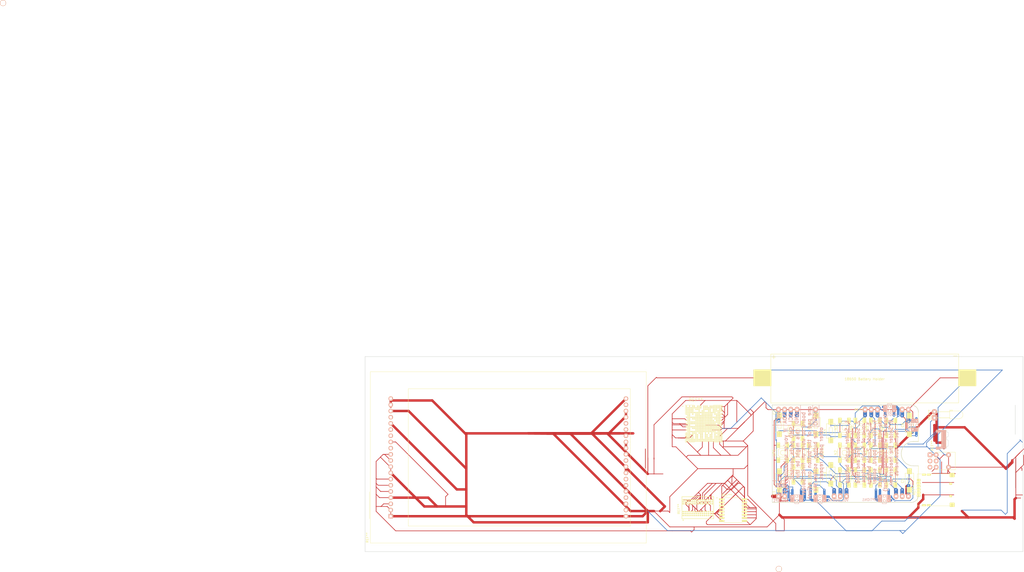
<source format=kicad_pcb>
(kicad_pcb (version 20240108) (generator "pcbnew") (generator_version "8.0")
  (layers (0 "F.Cu" signal) (31 "B.Cu" signal) (34 "B.Paste" user) (35 "F.Paste" user) (36 "B.SilkS" user "B.Silkscreen") (37 "F.SilkS" user "F.Silkscreen") (38 "B.Mask" user) (39 "F.Mask" user) (44 "Edge.Cuts" user))
  (net 0 "")
  (gr_circle (center 156.9186 84.35) (end 157.0836 84.35) (fill solid) (layer "F.Cu"))
  (gr_circle (center 200.9546 110.265) (end 201.2546 110.265) (fill solid) (layer "F.Cu"))
  (gr_poly (pts (xy 198.5116 92.93) (xy 197.4116 92.93) (xy 197.4116 94.73) (xy 198.5116 94.73)) (fill solid) (layer "F.Cu"))
  (gr_circle (center 153.6686 83.7) (end 153.8336 83.7) (fill solid) (layer "F.Cu"))
  (gr_circle (center 150.4186 86.95) (end 150.5836 86.95) (fill solid) (layer "F.Cu"))
  (gr_circle (center 247.7655 100.3425) (end 248.5655 100.3425) (fill solid) (layer "F.Cu"))
  (gr_poly (pts (xy 254.1739 91.0403) (xy 252.6239 91.0403) (xy 252.6239 91.3003) (xy 254.1739 91.3003)) (fill solid) (layer "F.Cu"))
  (gr_poly (pts (xy 207.8506 83.23) (xy 206.2506 83.23) (xy 206.2506 85.23) (xy 207.8506 85.23)) (fill solid) (layer "F.Cu"))
  (gr_circle (center 238.9276 84.10254) (end 239.2276 84.10254) (fill solid) (layer "F.Cu"))
  (gr_circle (center 150.4186 88.9) (end 150.5836 88.9) (fill solid) (layer "F.Cu"))
  (gr_circle (center 158.2186 88.9) (end 158.3836 88.9) (fill solid) (layer "F.Cu"))
  (gr_circle (center 158.2186 85.65) (end 158.3836 85.65) (fill solid) (layer "F.Cu"))
  (gr_circle (center 154.3186 80.45) (end 154.4836 80.45) (fill solid) (layer "F.Cu"))
  (gr_circle (center 26.4686 89.98) (end 27.2186 89.98) (fill solid) (layer "F.Cu"))
  (gr_circle (center 154.3186 91.5) (end 154.4836 91.5) (fill solid) (layer "F.Cu"))
  (gr_poly (pts (xy 227.7386 92.93) (xy 226.6386 92.93) (xy 226.6386 94.73) (xy 227.7386 94.73)) (fill solid) (layer "F.Cu"))
  (gr_circle (center 122.9886 115.38) (end 123.7386 115.38) (fill solid) (layer "F.Cu"))
  (gr_circle (center 191.2806 115.001) (end 191.5806 115.001) (fill solid) (layer "F.Cu"))
  (gr_circle (center 154.3186 90.85) (end 154.4836 90.85) (fill solid) (layer "F.Cu"))
  (gr_circle (center 150.4186 89.55) (end 150.5836 89.55) (fill solid) (layer "F.Cu"))
  (gr_circle (center 189.2156 95.279) (end 189.5156 95.279) (fill solid) (layer "F.Cu"))
  (gr_circle (center 161.4686 90.2) (end 161.6336 90.2) (fill solid) (layer "F.Cu"))
  (gr_circle (center 26.4686 95.06) (end 27.2186 95.06) (fill solid) (layer "F.Cu"))
  (gr_circle (center 147.8186 89.55) (end 147.9836 89.55) (fill solid) (layer "F.Cu"))
  (gr_circle (center 210.9876 112.17) (end 211.2876 112.17) (fill solid) (layer "F.Cu"))
  (gr_poly (pts (xy 240.1086 88.31) (xy 238.5086 88.31) (xy 238.5086 90.31) (xy 240.1086 90.31)) (fill solid) (layer "F.Cu"))
  (gr_circle (center 148.8686 117.1) (end 149.0686 117.1) (fill solid) (layer "F.Cu"))
  (gr_poly (pts (xy 254.1739 92.5403) (xy 252.6239 92.5403) (xy 252.6239 92.8003) (xy 254.1739 92.8003)) (fill solid) (layer "F.Cu"))
  (gr_poly (pts (xy 221.3886 99.13) (xy 220.2886 99.13) (xy 220.2886 100.93) (xy 221.3886 100.93)) (fill solid) (layer "F.Cu"))
  (gr_circle (center 156.9186 82.4) (end 157.0836 82.4) (fill solid) (layer "F.Cu"))
  (gr_circle (center 151.0686 83.05) (end 151.2336 83.05) (fill solid) (layer "F.Cu"))
  (gr_poly (pts (xy 227.7386 109.29) (xy 226.6386 109.29) (xy 226.6386 111.09) (xy 227.7386 111.09)) (fill solid) (layer "F.Cu"))
  (gr_circle (center 236.3622 112.17) (end 236.6622 112.17) (fill solid) (layer "F.Cu"))
  (gr_circle (center 122.9886 110.3) (end 123.7386 110.3) (fill solid) (layer "F.Cu"))
  (gr_circle (center 147.2686 116.3) (end 147.4686 116.3) (fill solid) (layer "F.Cu"))
  (gr_poly (pts (xy 221.3886 103.09) (xy 220.2886 103.09) (xy 220.2886 104.89) (xy 221.3886 104.89)) (fill solid) (layer "F.Cu"))
  (gr_circle (center 210.7886 88.675) (end 211.0886 88.675) (fill solid) (layer "F.Cu"))
  (gr_circle (center 210.7886 108.995) (end 211.0886 108.995) (fill solid) (layer "F.Cu"))
  (gr_circle (center 155.6186 90.2) (end 155.7836 90.2) (fill solid) (layer "F.Cu"))
  (gr_circle (center 160.1686 90.85) (end 160.3336 90.85) (fill solid) (layer "F.Cu"))
  (gr_poly (pts (xy 248.20471 98.60057) (xy 248.24354 98.59481) (xy 248.28161 98.58528) (xy 248.31857 98.57205) (xy 248.35406 98.55527) (xy 248.38773 98.53509) (xy 248.41926 98.5117) (xy 248.44834 98.48534) (xy 248.4747 98.45626) (xy 248.49809 98.42473) (xy 248.51827 98.39106) (xy 248.53505 98.35557) (xy 248.54828 98.31861) (xy 248.55781 98.28054) (xy 248.56357 98.24171) (xy 248.5655 98.2025) (xy 248.5655 97.4025) (xy 248.56357 97.36329) (xy 248.55781 97.32446) (xy 248.54828 97.28639) (xy 248.53505 97.24943) (xy 248.51827 97.21394) (xy 248.49809 97.18027) (xy 248.4747 97.14874) (xy 248.44834 97.11966) (xy 248.41926 97.0933) (xy 248.38773 97.06991) (xy 248.35406 97.04973) (xy 248.31857 97.03295) (xy 248.28161 97.01972) (xy 248.24354 97.01019) (xy 248.20471 97.00443) (xy 248.1655 97.0025) (xy 247.3655 97.0025) (xy 247.32629 97.00443) (xy 247.28746 97.01019) (xy 247.24939 97.01972) (xy 247.21243 97.03295) (xy 247.17694 97.04973) (xy 247.14327 97.06991) (xy 247.11174 97.0933) (xy 247.08266 97.11966) (xy 247.0563 97.14874) (xy 247.03291 97.18027) (xy 247.01273 97.21394) (xy 246.99595 97.24943) (xy 246.98272 97.28639) (xy 246.97319 97.32446) (xy 246.96743 97.36329) (xy 246.9655 97.4025) (xy 246.9655 98.2025) (xy 246.96743 98.24171) (xy 246.97319 98.28054) (xy 246.98272 98.31861) (xy 246.99595 98.35557) (xy 247.01273 98.39106) (xy 247.03291 98.42473) (xy 247.0563 98.45626) (xy 247.08266 98.48534) (xy 247.11174 98.5117) (xy 247.14327 98.53509) (xy 247.17694 98.55527) (xy 247.21243 98.57205) (xy 247.24939 98.58528) (xy 247.28746 98.59481) (xy 247.32629 98.60057) (xy 247.3655 98.6025) (xy 248.1655 98.6025)) (fill solid) (layer "F.Cu"))
  (gr_circle (center 234.7366 81.69) (end 235.0366 81.69) (fill solid) (layer "F.Cu"))
  (gr_circle (center 152.3686 91.5) (end 152.5336 91.5) (fill solid) (layer "F.Cu"))
  (gr_circle (center 162.1186 86.95) (end 162.2836 86.95) (fill solid) (layer "F.Cu"))
  (gr_circle (center 26.4686 77.28) (end 27.2186 77.28) (fill solid) (layer "F.Cu"))
  (gr_circle (center 158.8686 82.4) (end 159.0336 82.4) (fill solid) (layer "F.Cu"))
  (gr_circle (center 208.4476 112.17) (end 208.7476 112.17) (fill solid) (layer "F.Cu"))
  (gr_poly (pts (xy 256.56043 109.93516) (xy 256.57354 109.93322) (xy 256.58639 109.93) (xy 256.59886 109.92553) (xy 256.61084 109.91987) (xy 256.6222 109.91306) (xy 256.63284 109.90517) (xy 256.64266 109.89627) (xy 256.65156 109.88645) (xy 256.65945 109.87581) (xy 256.66626 109.86445) (xy 256.67192 109.85247) (xy 256.67639 109.84) (xy 256.67961 109.82715) (xy 256.68155 109.81404) (xy 256.6822 109.80081) (xy 256.6822 109.53081) (xy 256.68155 109.51758) (xy 256.67961 109.50447) (xy 256.67639 109.49162) (xy 256.67192 109.47915) (xy 256.66626 109.46717) (xy 256.65945 109.45581) (xy 256.65156 109.44517) (xy 256.64266 109.43535) (xy 256.63284 109.42645) (xy 256.6222 109.41856) (xy 256.61084 109.41175) (xy 256.59886 109.40609) (xy 256.58639 109.40162) (xy 256.57354 109.3984) (xy 256.56043 109.39646) (xy 256.5472 109.39581) (xy 256.0172 109.39581) (xy 256.00397 109.39646) (xy 255.99086 109.3984) (xy 255.97801 109.40162) (xy 255.96554 109.40609) (xy 255.95356 109.41175) (xy 255.9422 109.41856) (xy 255.93156 109.42645) (xy 255.92174 109.43535) (xy 255.91284 109.44517) (xy 255.90495 109.45581) (xy 255.89814 109.46717) (xy 255.89248 109.47915) (xy 255.88801 109.49162) (xy 255.88479 109.50447) (xy 255.88285 109.51758) (xy 255.8822 109.53081) (xy 255.8822 109.80081) (xy 255.88285 109.81404) (xy 255.88479 109.82715) (xy 255.88801 109.84) (xy 255.89248 109.85247) (xy 255.89814 109.86445) (xy 255.90495 109.87581) (xy 255.91284 109.88645) (xy 255.92174 109.89627) (xy 255.93156 109.90517) (xy 255.9422 109.91306) (xy 255.95356 109.91987) (xy 255.96554 109.92553) (xy 255.97801 109.93) (xy 255.99086 109.93322) (xy 256.00397 109.93516) (xy 256.0172 109.93581) (xy 256.5472 109.93581)) (fill solid) (layer "F.Cu"))
  (gr_circle (center 191.6836 95.279) (end 191.9836 95.279) (fill solid) (layer "F.Cu"))
  (gr_circle (center 155.6186 82.4) (end 155.7836 82.4) (fill solid) (layer "F.Cu"))
  (gr_circle (center 148.0686 117.1) (end 148.2686 117.1) (fill solid) (layer "F.Cu"))
  (gr_circle (center 146.4686 117.9) (end 146.6686 117.9) (fill solid) (layer "F.Cu"))
  (gr_poly (pts (xy 195.9886 90.24) (xy 194.8886 90.24) (xy 194.8886 92.04) (xy 195.9886 92.04)) (fill solid) (layer "F.Cu"))
  (gr_circle (center 225.5926 112.17) (end 225.8926 112.17) (fill solid) (layer "F.Cu"))
  (gr_circle (center 157.5686 81.1) (end 157.7336 81.1) (fill solid) (layer "F.Cu"))
  (gr_circle (center 156.8686 121.9) (end 157.0686 121.9) (fill solid) (layer "F.Cu"))
  (gr_circle (center 151.7186 88.9) (end 151.8836 88.9) (fill solid) (layer "F.Cu"))
  (gr_circle (center 160.8186 85) (end 160.9836 85) (fill solid) (layer "F.Cu"))
  (gr_circle (center 155.2686 121.1) (end 155.4686 121.1) (fill solid) (layer "F.Cu"))
  (gr_circle (center 149.6686 116.3) (end 149.8686 116.3) (fill solid) (layer "F.Cu"))
  (gr_circle (center 160.8186 91.5) (end 160.9836 91.5) (fill solid) (layer "F.Cu"))
  (gr_circle (center 152.3686 84.35) (end 152.5336 84.35) (fill solid) (layer "F.Cu"))
  (gr_circle (center 160.1686 82.4) (end 160.3336 82.4) (fill solid) (layer "F.Cu"))
  (gr_circle (center 194.8806 112.17) (end 195.1806 112.17) (fill solid) (layer "F.Cu"))
  (gr_circle (center 147.8186 77.85) (end 147.9836 77.85) (fill solid) (layer "F.Cu"))
  (gr_circle (center 159.5186 79.15) (end 159.6836 79.15) (fill solid) (layer "F.Cu"))
  (gr_circle (center 158.2186 86.95) (end 158.3836 86.95) (fill solid) (layer "F.Cu"))
  (gr_poly (pts (xy 230.3886 82.77) (xy 229.2886 82.77) (xy 229.2886 84.57) (xy 230.3886 84.57)) (fill solid) (layer "F.Cu"))
  (gr_circle (center 122.9886 79.82) (end 123.7386 79.82) (fill solid) (layer "F.Cu"))
  (gr_poly (pts (xy 250.4789 81.7503) (xy 248.6789 81.7503) (xy 248.6789 83.5503) (xy 250.4789 83.5503)) (fill solid) (layer "F.Cu"))
  (gr_circle (center 159.5186 82.4) (end 159.6836 82.4) (fill solid) (layer "F.Cu"))
  (gr_circle (center 153.0186 77.85) (end 153.1836 77.85) (fill solid) (layer "F.Cu"))
  (gr_circle (center 155.6186 91.5) (end 155.7836 91.5) (fill solid) (layer "F.Cu"))
  (gr_circle (center 153.6686 86.95) (end 153.8336 86.95) (fill solid) (layer "F.Cu"))
  (gr_circle (center 185.5876 83.7855) (end 185.8876 83.7855) (fill solid) (layer "F.Cu"))
  (gr_circle (center 250.3055 100.3425) (end 251.1055 100.3425) (fill solid) (layer "F.Cu"))
  (gr_circle (center 149.7686 91.5) (end 149.9336 91.5) (fill solid) (layer "F.Cu"))
  (gr_circle (center 156.8686 117.9) (end 157.0686 117.9) (fill solid) (layer "F.Cu"))
  (gr_circle (center 161.4686 89.55) (end 161.6336 89.55) (fill solid) (layer "F.Cu"))
  (gr_circle (center 153.6686 116.3) (end 153.8686 116.3) (fill solid) (layer "F.Cu"))
  (gr_circle (center 150.4186 82.4) (end 150.5836 82.4) (fill solid) (layer "F.Cu"))
  (gr_circle (center 185.9686 87.913) (end 186.2686 87.913) (fill solid) (layer "F.Cu"))
  (gr_poly (pts (xy 207.8506 90.85) (xy 206.2506 90.85) (xy 206.2506 92.85) (xy 207.8506 92.85)) (fill solid) (layer "F.Cu"))
  (gr_circle (center 161.4686 88.9) (end 161.6336 88.9) (fill solid) (layer "F.Cu"))
  (gr_circle (center 151.7186 91.5) (end 151.8836 91.5) (fill solid) (layer "F.Cu"))
  (gr_circle (center 229.1486 105.947) (end 229.4486 105.947) (fill solid) (layer "F.Cu"))
  (gr_circle (center 196.3826 115.984) (end 196.6826 115.984) (fill solid) (layer "F.Cu"))
  (gr_circle (center 154.9686 79.8) (end 155.1336 79.8) (fill solid) (layer "F.Cu"))
  (gr_circle (center 157.6686 117.9) (end 157.8686 117.9) (fill solid) (layer "F.Cu"))
  (gr_circle (center 152.3686 80.45) (end 152.5336 80.45) (fill solid) (layer "F.Cu"))
  (gr_circle (center 217.0836 95.406) (end 217.3836 95.406) (fill solid) (layer "F.Cu"))
  (gr_poly (pts (xy 215.0386 103.09) (xy 213.9386 103.09) (xy 213.9386 104.89) (xy 215.0386 104.89)) (fill solid) (layer "F.Cu"))
  (gr_circle (center 26.4686 82.36) (end 27.2186 82.36) (fill solid) (layer "F.Cu"))
  (gr_circle (center 242.1926 83.827) (end 242.4926 83.827) (fill solid) (layer "F.Cu"))
  (gr_circle (center 154.9686 87.6) (end 155.1336 87.6) (fill solid) (layer "F.Cu"))
  (gr_circle (center 158.8686 84.35) (end 159.0336 84.35) (fill solid) (layer "F.Cu"))
  (gr_circle (center 152.3686 85.65) (end 152.5336 85.65) (fill solid) (layer "F.Cu"))
  (gr_circle (center 159.5186 86.95) (end 159.6836 86.95) (fill solid) (layer "F.Cu"))
  (gr_circle (center 151.7186 81.75) (end 151.8836 81.75) (fill solid) (layer "F.Cu"))
  (gr_circle (center 158.8686 77.85) (end 159.0336 77.85) (fill solid) (layer "F.Cu"))
  (gr_poly (pts (xy 192.2886 92.93) (xy 191.1886 92.93) (xy 191.1886 94.73) (xy 192.2886 94.73)) (fill solid) (layer "F.Cu"))
  (gr_circle (center 152.3686 86.3) (end 152.5336 86.3) (fill solid) (layer "F.Cu"))
  (gr_circle (center 156.8686 117.1) (end 157.0686 117.1) (fill solid) (layer "F.Cu"))
  (gr_circle (center 162.1186 90.2) (end 162.2836 90.2) (fill solid) (layer "F.Cu"))
  (gr_circle (center 226.2022 81.71328) (end 226.5022 81.71328) (fill solid) (layer "F.Cu"))
  (gr_circle (center 151.0686 88.25) (end 151.2336 88.25) (fill solid) (layer "F.Cu"))
  (gr_circle (center 238.9276 110.392) (end 239.2276 110.392) (fill solid) (layer "F.Cu"))
  (gr_circle (center 160.1686 79.8) (end 160.3336 79.8) (fill solid) (layer "F.Cu"))
  (gr_circle (center 154.9686 82.4) (end 155.1336 82.4) (fill solid) (layer "F.Cu"))
  (gr_circle (center 147.8186 86.3) (end 147.9836 86.3) (fill solid) (layer "F.Cu"))
  (gr_circle (center 155.6186 78.5) (end 155.7836 78.5) (fill solid) (layer "F.Cu"))
  (gr_circle (center 158.4686 122.7) (end 158.6686 122.7) (fill solid) (layer "F.Cu"))
  (gr_circle (center 160.8186 88.25) (end 160.9836 88.25) (fill solid) (layer "F.Cu"))
  (gr_circle (center 154.9686 77.85) (end 155.1336 77.85) (fill solid) (layer "F.Cu"))
  (gr_circle (center 154.3186 83.7) (end 154.4836 83.7) (fill solid) (layer "F.Cu"))
  (gr_circle (center 147.8186 92.15) (end 147.9836 92.15) (fill solid) (layer "F.Cu"))
  (gr_poly (pts (xy 27.2306 122.25) (xy 25.7066 122.25) (xy 25.7066 123.75) (xy 27.2306 123.75)) (fill solid) (layer "F.Cu"))
  (gr_circle (center 158.8686 79.8) (end 159.0336 79.8) (fill solid) (layer "F.Cu"))
  (gr_circle (center 148.8686 121.1) (end 149.0686 121.1) (fill solid) (layer "F.Cu"))
  (gr_circle (center 153.6686 85) (end 153.8336 85) (fill solid) (layer "F.Cu"))
  (gr_poly (pts (xy 185.63689 80.23523) (xy 185.71086 80.22426) (xy 185.7834 80.20609) (xy 185.8538 80.1809) (xy 185.9214 80.14892) (xy 185.98554 80.11048) (xy 186.04561 80.06593) (xy 186.10102 80.01572) (xy 186.15123 79.96031) (xy 186.19578 79.90024) (xy 186.23422 79.8361) (xy 186.2662 79.7685) (xy 186.29139 79.6981) (xy 186.30956 79.62556) (xy 186.32053 79.55159) (xy 186.3242 79.4769) (xy 186.3242 79.2389) (xy 186.3242 79.0009) (xy 186.32053 78.92621) (xy 186.30956 78.85224) (xy 186.29139 78.7797) (xy 186.2662 78.7093) (xy 186.23422 78.6417) (xy 186.19578 78.57756) (xy 186.15123 78.51749) (xy 186.10102 78.46208) (xy 186.04561 78.41187) (xy 185.98554 78.36732) (xy 185.9214 78.32888) (xy 185.8538 78.2969) (xy 185.7834 78.27171) (xy 185.71086 78.25354) (xy 185.63689 78.24257) (xy 185.5622 78.2389) (xy 185.48751 78.24257) (xy 185.41354 78.25354) (xy 185.341 78.27171) (xy 185.2706 78.2969) (xy 185.203 78.32888) (xy 185.13886 78.36732) (xy 185.07879 78.41187) (xy 185.02338 78.46208) (xy 184.97317 78.51749) (xy 184.92862 78.57756) (xy 184.89018 78.6417) (xy 184.8582 78.7093) (xy 184.83301 78.7797) (xy 184.81484 78.85224) (xy 184.80387 78.92621) (xy 184.8002 79.0009) (xy 184.8002 79.4769) (xy 184.80387 79.55159) (xy 184.81484 79.62556) (xy 184.83301 79.6981) (xy 184.8582 79.7685) (xy 184.89018 79.8361) (xy 184.92862 79.90024) (xy 184.97317 79.96031) (xy 185.02338 80.01572) (xy 185.07879 80.06593) (xy 185.13886 80.11048) (xy 185.203 80.14892) (xy 185.2706 80.1809) (xy 185.341 80.20609) (xy 185.41354 80.22426) (xy 185.48751 80.23523) (xy 185.5622 80.2389)) (fill solid) (layer "F.Cu"))
  (gr_circle (center 185.9686 110.138) (end 186.2686 110.138) (fill solid) (layer "F.Cu"))
  (gr_poly (pts (xy 221.3886 109.29) (xy 220.2886 109.29) (xy 220.2886 111.09) (xy 221.3886 111.09)) (fill solid) (layer "F.Cu"))
  (gr_circle (center 160.8186 86.3) (end 160.9836 86.3) (fill solid) (layer "F.Cu"))
  (gr_circle (center 155.6186 90.85) (end 155.7836 90.85) (fill solid) (layer "F.Cu"))
  (gr_circle (center 158.2186 83.7) (end 158.3836 83.7) (fill solid) (layer "F.Cu"))
  (gr_circle (center 149.1186 92.15) (end 149.2836 92.15) (fill solid) (layer "F.Cu"))
  (gr_circle (center 149.1186 85.65) (end 149.2836 85.65) (fill solid) (layer "F.Cu"))
  (gr_circle (center 148.4686 82.4) (end 148.6336 82.4) (fill solid) (layer "F.Cu"))
  (gr_poly (pts (xy 208.49689 115.79523) (xy 208.57086 115.78426) (xy 208.6434 115.76609) (xy 208.7138 115.7409) (xy 208.7814 115.70892) (xy 208.84554 115.67048) (xy 208.90561 115.62593) (xy 208.96102 115.57572) (xy 209.01123 115.52031) (xy 209.05578 115.46024) (xy 209.09422 115.3961) (xy 209.1262 115.3285) (xy 209.15139 115.2581) (xy 209.16956 115.18556) (xy 209.18053 115.11159) (xy 209.1842 115.0369) (xy 209.1842 114.7989) (xy 209.1842 114.5609) (xy 209.18053 114.48621) (xy 209.16956 114.41224) (xy 209.15139 114.3397) (xy 209.1262 114.2693) (xy 209.09422 114.2017) (xy 209.05578 114.13756) (xy 209.01123 114.07749) (xy 208.96102 114.02208) (xy 208.90561 113.97187) (xy 208.84554 113.92732) (xy 208.7814 113.88888) (xy 208.7138 113.8569) (xy 208.6434 113.83171) (xy 208.57086 113.81354) (xy 208.49689 113.80257) (xy 208.4222 113.7989) (xy 208.34751 113.80257) (xy 208.27354 113.81354) (xy 208.201 113.83171) (xy 208.1306 113.8569) (xy 208.063 113.88888) (xy 207.99886 113.92732) (xy 207.93879 113.97187) (xy 207.88338 114.02208) (xy 207.83317 114.07749) (xy 207.78862 114.13756) (xy 207.75018 114.2017) (xy 207.7182 114.2693) (xy 207.69301 114.3397) (xy 207.67484 114.41224) (xy 207.66387 114.48621) (xy 207.6602 114.5609) (xy 207.6602 115.0369) (xy 207.66387 115.11159) (xy 207.67484 115.18556) (xy 207.69301 115.2581) (xy 207.7182 115.3285) (xy 207.75018 115.3961) (xy 207.78862 115.46024) (xy 207.83317 115.52031) (xy 207.88338 115.57572) (xy 207.93879 115.62593) (xy 207.99886 115.67048) (xy 208.063 115.70892) (xy 208.1306 115.7409) (xy 208.201 115.76609) (xy 208.27354 115.78426) (xy 208.34751 115.79523) (xy 208.4222 115.7989)) (fill solid) (layer "F.Cu"))
  (gr_circle (center 156.8686 121.1) (end 157.0686 121.1) (fill solid) (layer "F.Cu"))
  (gr_circle (center 157.5686 81.75) (end 157.7336 81.75) (fill solid) (layer "F.Cu"))
  (gr_circle (center 159.5186 78.5) (end 159.6836 78.5) (fill solid) (layer "F.Cu"))
  (gr_circle (center 158.2186 86.3) (end 158.3836 86.3) (fill solid) (layer "F.Cu"))
  (gr_circle (center 150.4186 78.5) (end 150.5836 78.5) (fill solid) (layer "F.Cu"))
  (gr_circle (center 154.3186 79.8) (end 154.4836 79.8) (fill solid) (layer "F.Cu"))
  (gr_circle (center 26.4686 97.6) (end 27.2186 97.6) (fill solid) (layer "F.Cu"))
  (gr_circle (center 221.1222 81.69722) (end 221.4222 81.69722) (fill solid) (layer "F.Cu"))
  (gr_circle (center 151.0686 92.15) (end 151.2336 92.15) (fill solid) (layer "F.Cu"))
  (gr_circle (center 233.5936 98.581) (end 233.8936 98.581) (fill solid) (layer "F.Cu"))
  (gr_circle (center 148.4686 79.8) (end 148.6336 79.8) (fill solid) (layer "F.Cu"))
  (gr_circle (center 152.3686 81.75) (end 152.5336 81.75) (fill solid) (layer "F.Cu"))
  (gr_circle (center 151.2686 117.1) (end 151.4686 117.1) (fill solid) (layer "F.Cu"))
  (gr_circle (center 160.1686 77.85) (end 160.3336 77.85) (fill solid) (layer "F.Cu"))
  (gr_circle (center 159.5186 89.55) (end 159.6836 89.55) (fill solid) (layer "F.Cu"))
  (gr_circle (center 150.4186 80.45) (end 150.5836 80.45) (fill solid) (layer "F.Cu"))
  (gr_circle (center 159.5186 77.85) (end 159.6836 77.85) (fill solid) (layer "F.Cu"))
  (gr_circle (center 157.6686 117.1) (end 157.8686 117.1) (fill solid) (layer "F.Cu"))
  (gr_circle (center 149.6686 121.9) (end 149.8686 121.9) (fill solid) (layer "F.Cu"))
  (gr_circle (center 157.5686 83.7) (end 157.7336 83.7) (fill solid) (layer "F.Cu"))
  (gr_poly (pts (xy 243.56063 109.78003) (xy 243.5764 109.77769) (xy 243.59187 109.77381) (xy 243.60689 109.76844) (xy 243.6213 109.76162) (xy 243.63498 109.75342) (xy 243.64779 109.74392) (xy 243.6596 109.73321) (xy 243.67031 109.7214) (xy 243.67981 109.70859) (xy 243.68801 109.69491) (xy 243.69483 109.6805) (xy 243.7002 109.66548) (xy 243.70408 109.65001) (xy 243.70642 109.63424) (xy 243.7072 109.61831) (xy 243.7072 109.29331) (xy 243.70642 109.27738) (xy 243.70408 109.26161) (xy 243.7002 109.24614) (xy 243.69483 109.23112) (xy 243.68801 109.21671) (xy 243.67981 109.20303) (xy 243.67031 109.19022) (xy 243.6596 109.17841) (xy 243.64779 109.1677) (xy 243.63498 109.1582) (xy 243.6213 109.15) (xy 243.60689 109.14318) (xy 243.59187 109.13781) (xy 243.5764 109.13393) (xy 243.56063 109.13159) (xy 243.5447 109.13081) (xy 242.7197 109.13081) (xy 242.70377 109.13159) (xy 242.688 109.13393) (xy 242.67253 109.13781) (xy 242.65751 109.14318) (xy 242.6431 109.15) (xy 242.62942 109.1582) (xy 242.61661 109.1677) (xy 242.6048 109.17841) (xy 242.59409 109.19022) (xy 242.58459 109.20303) (xy 242.57639 109.21671) (xy 242.56957 109.23112) (xy 242.5642 109.24614) (xy 242.56032 109.26161) (xy 242.55798 109.27738) (xy 242.5572 109.29331) (xy 242.5572 109.61831) (xy 242.55798 109.63424) (xy 242.56032 109.65001) (xy 242.5642 109.66548) (xy 242.56957 109.6805) (xy 242.57639 109.69491) (xy 242.58459 109.70859) (xy 242.59409 109.7214) (xy 242.6048 109.73321) (xy 242.61661 109.74392) (xy 242.62942 109.75342) (xy 242.6431 109.76162) (xy 242.65751 109.76844) (xy 242.67253 109.77381) (xy 242.688 109.77769) (xy 242.70377 109.78003) (xy 242.7197 109.78081) (xy 243.5447 109.78081)) (fill solid) (layer "F.Cu"))
  (gr_circle (center 153.0186 82.4) (end 153.1836 82.4) (fill solid) (layer "F.Cu"))
  (gr_circle (center 148.4686 81.1) (end 148.6336 81.1) (fill solid) (layer "F.Cu"))
  (gr_circle (center 158.8686 92.15) (end 159.0336 92.15) (fill solid) (layer "F.Cu"))
  (gr_circle (center 197.9616 95.279) (end 198.2616 95.279) (fill solid) (layer "F.Cu"))
  (gr_poly (pts (xy 192.2886 84.04) (xy 191.1886 84.04) (xy 191.1886 85.84) (xy 192.2886 85.84)) (fill solid) (layer "F.Cu"))
  (gr_poly (pts (xy 172.55595 122.70464) (xy 172.56323 122.70356) (xy 172.57037 122.70177) (xy 172.5773 122.69929) (xy 172.58395 122.69614) (xy 172.59027 122.69236) (xy 172.59618 122.68798) (xy 172.60163 122.68303) (xy 172.60658 122.67758) (xy 172.61096 122.67167) (xy 172.61474 122.66535) (xy 172.61789 122.6587) (xy 172.62037 122.65177) (xy 172.62216 122.64463) (xy 172.62324 122.63735) (xy 172.6236 122.63) (xy 172.6236 122.18) (xy 172.62324 122.17265) (xy 172.62216 122.16537) (xy 172.62037 122.15823) (xy 172.61789 122.1513) (xy 172.61474 122.14465) (xy 172.61096 122.13833) (xy 172.60658 122.13242) (xy 172.60163 122.12697) (xy 172.59618 122.12202) (xy 172.59027 122.11764) (xy 172.58395 122.11386) (xy 172.5773 122.11071) (xy 172.57037 122.10823) (xy 172.56323 122.10644) (xy 172.55595 122.10536) (xy 172.5486 122.105) (xy 170.7186 122.105) (xy 170.71125 122.10536) (xy 170.70397 122.10644) (xy 170.69683 122.10823) (xy 170.6899 122.11071) (xy 170.68325 122.11386) (xy 170.67693 122.11764) (xy 170.67102 122.12202) (xy 170.66557 122.12697) (xy 170.66062 122.13242) (xy 170.65624 122.13833) (xy 170.65246 122.14465) (xy 170.64931 122.1513) (xy 170.64683 122.15823) (xy 170.64504 122.16537) (xy 170.64396 122.17265) (xy 170.6436 122.18) (xy 170.6436 122.63) (xy 170.64396 122.63735) (xy 170.64504 122.64463) (xy 170.64683 122.65177) (xy 170.64931 122.6587) (xy 170.65246 122.66535) (xy 170.65624 122.67167) (xy 170.66062 122.67758) (xy 170.66557 122.68303) (xy 170.67102 122.68798) (xy 170.67693 122.69236) (xy 170.68325 122.69614) (xy 170.6899 122.69929) (xy 170.69683 122.70177) (xy 170.70397 122.70356) (xy 170.71125 122.70464) (xy 170.7186 122.705) (xy 172.5486 122.705)) (fill solid) (layer "F.Cu"))
  (gr_circle (center 160.1686 81.75) (end 160.3336 81.75) (fill solid) (layer "F.Cu"))
  (gr_circle (center 249.5789 80.1103) (end 250.4789 80.1103) (fill solid) (layer "F.Cu"))
  (gr_circle (center 149.6686 117.9) (end 149.8686 117.9) (fill solid) (layer "F.Cu"))
  (gr_circle (center 154.3186 81.75) (end 154.4836 81.75) (fill solid) (layer "F.Cu"))
  (gr_poly (pts (xy 238.97689 115.79523) (xy 239.05086 115.78426) (xy 239.1234 115.76609) (xy 239.1938 115.7409) (xy 239.2614 115.70892) (xy 239.32554 115.67048) (xy 239.38561 115.62593) (xy 239.44102 115.57572) (xy 239.49123 115.52031) (xy 239.53578 115.46024) (xy 239.57422 115.3961) (xy 239.6062 115.3285) (xy 239.63139 115.2581) (xy 239.64956 115.18556) (xy 239.66053 115.11159) (xy 239.6642 115.0369) (xy 239.6642 114.7989) (xy 239.6642 114.5609) (xy 239.66053 114.48621) (xy 239.64956 114.41224) (xy 239.63139 114.3397) (xy 239.6062 114.2693) (xy 239.57422 114.2017) (xy 239.53578 114.13756) (xy 239.49123 114.07749) (xy 239.44102 114.02208) (xy 239.38561 113.97187) (xy 239.32554 113.92732) (xy 239.2614 113.88888) (xy 239.1938 113.8569) (xy 239.1234 113.83171) (xy 239.05086 113.81354) (xy 238.97689 113.80257) (xy 238.9022 113.7989) (xy 238.82751 113.80257) (xy 238.75354 113.81354) (xy 238.681 113.83171) (xy 238.6106 113.8569) (xy 238.543 113.88888) (xy 238.47886 113.92732) (xy 238.41879 113.97187) (xy 238.36338 114.02208) (xy 238.31317 114.07749) (xy 238.26862 114.13756) (xy 238.23018 114.2017) (xy 238.1982 114.2693) (xy 238.17301 114.3397) (xy 238.15484 114.41224) (xy 238.14387 114.48621) (xy 238.1402 114.5609) (xy 238.1402 115.0369) (xy 238.14387 115.11159) (xy 238.15484 115.18556) (xy 238.17301 115.2581) (xy 238.1982 115.3285) (xy 238.23018 115.3961) (xy 238.26862 115.46024) (xy 238.31317 115.52031) (xy 238.36338 115.57572) (xy 238.41879 115.62593) (xy 238.47886 115.67048) (xy 238.543 115.70892) (xy 238.6106 115.7409) (xy 238.681 115.76609) (xy 238.75354 115.78426) (xy 238.82751 115.79523) (xy 238.9022 115.7989)) (fill solid) (layer "F.Cu"))
  (gr_circle (center 161.4686 82.4) (end 161.6336 82.4) (fill solid) (layer "F.Cu"))
  (gr_circle (center 152.8686 116.3) (end 153.0686 116.3) (fill solid) (layer "F.Cu"))
  (gr_circle (center 149.6686 117.1) (end 149.8686 117.1) (fill solid) (layer "F.Cu"))
  (gr_circle (center 26.4686 102.68) (end 27.2186 102.68) (fill solid) (layer "F.Cu"))
  (gr_circle (center 197.9616 98.581) (end 198.2616 98.581) (fill solid) (layer "F.Cu"))
  (gr_circle (center 156.2686 83.05) (end 156.4336 83.05) (fill solid) (layer "F.Cu"))
  (gr_poly (pts (xy 217.6886 103.09) (xy 216.5886 103.09) (xy 216.5886 104.89) (xy 217.6886 104.89)) (fill solid) (layer "F.Cu"))
  (gr_circle (center 151.7186 92.15) (end 151.8836 92.15) (fill solid) (layer "F.Cu"))
  (gr_circle (center 158.4686 121.1) (end 158.6686 121.1) (fill solid) (layer "F.Cu"))
  (gr_circle (center 154.4686 117.9) (end 154.6686 117.9) (fill solid) (layer "F.Cu"))
  (gr_circle (center 153.0186 86.3) (end 153.1836 86.3) (fill solid) (layer "F.Cu"))
  (gr_circle (center 231.6886 106.709) (end 231.9886 106.709) (fill solid) (layer "F.Cu"))
  (gr_poly (pts (xy 227.7386 99.13) (xy 226.6386 99.13) (xy 226.6386 100.93) (xy 227.7386 100.93)) (fill solid) (layer "F.Cu"))
  (gr_circle (center 26.4686 74.74) (end 27.2186 74.74) (fill solid) (layer "F.Cu"))
  (gr_circle (center 147.8186 81.1) (end 147.9836 81.1) (fill solid) (layer "F.Cu"))
  (gr_circle (center 152.3686 90.2) (end 152.5336 90.2) (fill solid) (layer "F.Cu"))
  (gr_circle (center 190.6422 81.7281) (end 190.9422 81.7281) (fill solid) (layer "F.Cu"))
  (gr_circle (center 148.8686 121.9) (end 149.0686 121.9) (fill solid) (layer "F.Cu"))
  (gr_circle (center 191.8106 89.691) (end 192.1106 89.691) (fill solid) (layer "F.Cu"))
  (gr_poly (pts (xy 186.7686 111.17) (xy 185.1686 111.17) (xy 185.1686 113.17) (xy 186.7686 113.17)) (fill solid) (layer "F.Cu"))
  (gr_circle (center 148.4686 78.5) (end 148.6336 78.5) (fill solid) (layer "F.Cu"))
  (gr_circle (center 156.2686 90.2) (end 156.4336 90.2) (fill solid) (layer "F.Cu"))
  (gr_circle (center 150.4186 85) (end 150.5836 85) (fill solid) (layer "F.Cu"))
  (gr_poly (pts (xy 230.3886 88.97) (xy 229.2886 88.97) (xy 229.2886 90.77) (xy 230.3886 90.77)) (fill solid) (layer "F.Cu"))
  (gr_circle (center 240.74133 110.50642) (end 241.04133 110.50642) (fill solid) (layer "F.Cu"))
  (gr_circle (center 148.0686 117.9) (end 148.2686 117.9) (fill solid) (layer "F.Cu"))
  (gr_circle (center 223.5606 105.439) (end 223.8606 105.439) (fill solid) (layer "F.Cu"))
  (gr_circle (center 151.7186 85.65) (end 151.8836 85.65) (fill solid) (layer "F.Cu"))
  (gr_circle (center 122.9886 89.98) (end 123.7386 89.98) (fill solid) (layer "F.Cu"))
  (gr_circle (center 155.6186 83.05) (end 155.7836 83.05) (fill solid) (layer "F.Cu"))
  (gr_circle (center 213.5022 112.17) (end 213.8022 112.17) (fill solid) (layer "F.Cu"))
  (gr_circle (center 151.7186 89.55) (end 151.8836 89.55) (fill solid) (layer "F.Cu"))
  (gr_circle (center 150.4686 117.1) (end 150.6686 117.1) (fill solid) (layer "F.Cu"))
  (gr_circle (center 194.8806 116.451) (end 195.1806 116.451) (fill solid) (layer "F.Cu"))
  (gr_circle (center 158.8686 87.6) (end 159.0336 87.6) (fill solid) (layer "F.Cu"))
  (gr_circle (center 26.4686 100.14) (end 27.2186 100.14) (fill solid) (layer "F.Cu"))
  (gr_circle (center 162.1186 79.8) (end 162.2836 79.8) (fill solid) (layer "F.Cu"))
  (gr_poly (pts (xy 221.3886 92.93) (xy 220.2886 92.93) (xy 220.2886 94.73) (xy 221.3886 94.73)) (fill solid) (layer "F.Cu"))
  (gr_circle (center 160.1686 79.15) (end 160.3336 79.15) (fill solid) (layer "F.Cu"))
  (gr_poly (pts (xy 243.56063 108.51003) (xy 243.5764 108.50769) (xy 243.59187 108.50381) (xy 243.60689 108.49844) (xy 243.6213 108.49162) (xy 243.63498 108.48342) (xy 243.64779 108.47392) (xy 243.6596 108.46321) (xy 243.67031 108.4514) (xy 243.67981 108.43859) (xy 243.68801 108.42491) (xy 243.69483 108.4105) (xy 243.7002 108.39548) (xy 243.70408 108.38001) (xy 243.70642 108.36424) (xy 243.7072 108.34831) (xy 243.7072 108.02331) (xy 243.70642 108.00738) (xy 243.70408 107.99161) (xy 243.7002 107.97614) (xy 243.69483 107.96112) (xy 243.68801 107.94671) (xy 243.67981 107.93303) (xy 243.67031 107.92022) (xy 243.6596 107.90841) (xy 243.64779 107.8977) (xy 243.63498 107.8882) (xy 243.6213 107.88) (xy 243.60689 107.87318) (xy 243.59187 107.86781) (xy 243.5764 107.86393) (xy 243.56063 107.86159) (xy 243.5447 107.86081) (xy 242.7197 107.86081) (xy 242.70377 107.86159) (xy 242.688 107.86393) (xy 242.67253 107.86781) (xy 242.65751 107.87318) (xy 242.6431 107.88) (xy 242.62942 107.8882) (xy 242.61661 107.8977) (xy 242.6048 107.90841) (xy 242.59409 107.92022) (xy 242.58459 107.93303) (xy 242.57639 107.94671) (xy 242.56957 107.96112) (xy 242.5642 107.97614) (xy 242.56032 107.99161) (xy 242.55798 108.00738) (xy 242.5572 108.02331) (xy 242.5572 108.34831) (xy 242.55798 108.36424) (xy 242.56032 108.38001) (xy 242.5642 108.39548) (xy 242.56957 108.4105) (xy 242.57639 108.42491) (xy 242.58459 108.43859) (xy 242.59409 108.4514) (xy 242.6048 108.46321) (xy 242.61661 108.47392) (xy 242.62942 108.48342) (xy 242.6431 108.49162) (xy 242.65751 108.49844) (xy 242.67253 108.50381) (xy 242.688 108.50769) (xy 242.70377 108.51003) (xy 242.7197 108.51081) (xy 243.5447 108.51081)) (fill solid) (layer "F.Cu"))
  (gr_poly (pts (xy 211.3386 99.13) (xy 210.2386 99.13) (xy 210.2386 100.93) (xy 211.3386 100.93)) (fill solid) (layer "F.Cu"))
  (gr_circle (center 157.5686 90.2) (end 157.7336 90.2) (fill solid) (layer "F.Cu"))
  (gr_circle (center 159.5186 83.05) (end 159.6836 83.05) (fill solid) (layer "F.Cu"))
  (gr_circle (center 151.0686 85) (end 151.2336 85) (fill solid) (layer "F.Cu"))
  (gr_circle (center 153.6686 90.2) (end 153.8336 90.2) (fill solid) (layer "F.Cu"))
  (gr_circle (center 161.4686 79.8) (end 161.6336 79.8) (fill solid) (layer "F.Cu"))
  (gr_circle (center 207.0506 90.326) (end 207.3506 90.326) (fill solid) (layer "F.Cu"))
  (gr_circle (center 153.0186 79.8) (end 153.1836 79.8) (fill solid) (layer "F.Cu"))
  (gr_circle (center 160.1686 90.2) (end 160.3336 90.2) (fill solid) (layer "F.Cu"))
  (gr_circle (center 122.9886 92.52) (end 123.7386 92.52) (fill solid) (layer "F.Cu"))
  (gr_circle (center 151.7186 90.85) (end 151.8836 90.85) (fill solid) (layer "F.Cu"))
  (gr_circle (center 150.4186 84.35) (end 150.5836 84.35) (fill solid) (layer "F.Cu"))
  (gr_circle (center 155.6186 85.65) (end 155.7836 85.65) (fill solid) (layer "F.Cu"))
  (gr_circle (center 238.5466 107.725) (end 238.8466 107.725) (fill solid) (layer "F.Cu"))
  (gr_circle (center 152.0686 116.3) (end 152.2686 116.3) (fill solid) (layer "F.Cu"))
  (gr_circle (center 154.9686 91.5) (end 155.1336 91.5) (fill solid) (layer "F.Cu"))
  (gr_circle (center 159.5186 87.6) (end 159.6836 87.6) (fill solid) (layer "F.Cu"))
  (gr_poly (pts (xy 247.85073 106.16527) (xy 247.86165 106.16365) (xy 247.87236 106.16097) (xy 247.88275 106.15725) (xy 247.89273 106.15253) (xy 247.9022 106.14685) (xy 247.91107 106.14027) (xy 247.91925 106.13286) (xy 247.92666 106.12468) (xy 247.93324 106.11581) (xy 247.93892 106.10634) (xy 247.94364 106.09636) (xy 247.94736 106.08597) (xy 247.95004 106.07526) (xy 247.95166 106.06434) (xy 247.9522 106.05331) (xy 247.9522 105.82831) (xy 247.95166 105.81728) (xy 247.95004 105.80636) (xy 247.94736 105.79565) (xy 247.94364 105.78526) (xy 247.93892 105.77528) (xy 247.93324 105.76581) (xy 247.92666 105.75694) (xy 247.91925 105.74876) (xy 247.91107 105.74135) (xy 247.9022 105.73477) (xy 247.89273 105.72909) (xy 247.88275 105.72437) (xy 247.87236 105.72065) (xy 247.86165 105.71797) (xy 247.85073 105.71635) (xy 247.8397 105.71581) (xy 246.7647 105.71581) (xy 246.75367 105.71635) (xy 246.74275 105.71797) (xy 246.73204 105.72065) (xy 246.72165 105.72437) (xy 246.71167 105.72909) (xy 246.7022 105.73477) (xy 246.69333 105.74135) (xy 246.68515 105.74876) (xy 246.67774 105.75694) (xy 246.67116 105.76581) (xy 246.66548 105.77528) (xy 246.66076 105.78526) (xy 246.65704 105.79565) (xy 246.65436 105.80636) (xy 246.65274 105.81728) (xy 246.6522 105.82831) (xy 246.6522 106.05331) (xy 246.65274 106.06434) (xy 246.65436 106.07526) (xy 246.65704 106.08597) (xy 246.66076 106.09636) (xy 246.66548 106.10634) (xy 246.67116 106.11581) (xy 246.67774 106.12468) (xy 246.68515 106.13286) (xy 246.69333 106.14027) (xy 246.7022 106.14685) (xy 246.71167 106.15253) (xy 246.72165 106.15725) (xy 246.73204 106.16097) (xy 246.74275 106.16365) (xy 246.75367 106.16527) (xy 246.7647 106.16581) (xy 247.8397 106.16581)) (fill solid) (layer "F.Cu"))
  (gr_circle (center 151.0686 77.85) (end 151.2336 77.85) (fill solid) (layer "F.Cu"))
  (gr_circle (center 223.4886 95.279) (end 223.7886 95.279) (fill solid) (layer "F.Cu"))
  (gr_circle (center 149.1186 81.75) (end 149.2836 81.75) (fill solid) (layer "F.Cu"))
  (gr_circle (center 157.6686 116.3) (end 157.8686 116.3) (fill solid) (layer "F.Cu"))
  (gr_circle (center 229.84327 85.86553) (end 230.14327 85.86553) (fill solid) (layer "F.Cu"))
  (gr_poly (pts (xy 202.2116 92.93) (xy 201.1116 92.93) (xy 201.1116 94.73) (xy 202.2116 94.73)) (fill solid) (layer "F.Cu"))
  (gr_circle (center 152.0686 122.7) (end 152.2686 122.7) (fill solid) (layer "F.Cu"))
  (gr_circle (center 162.1186 78.5) (end 162.2836 78.5) (fill solid) (layer "F.Cu"))
  (gr_circle (center 153.6686 77.85) (end 153.8336 77.85) (fill solid) (layer "F.Cu"))
  (gr_poly (pts (xy 172.55595 120.16464) (xy 172.56323 120.16356) (xy 172.57037 120.16177) (xy 172.5773 120.15929) (xy 172.58395 120.15614) (xy 172.59027 120.15236) (xy 172.59618 120.14798) (xy 172.60163 120.14303) (xy 172.60658 120.13758) (xy 172.61096 120.13167) (xy 172.61474 120.12535) (xy 172.61789 120.1187) (xy 172.62037 120.11177) (xy 172.62216 120.10463) (xy 172.62324 120.09735) (xy 172.6236 120.09) (xy 172.6236 119.64) (xy 172.62324 119.63265) (xy 172.62216 119.62537) (xy 172.62037 119.61823) (xy 172.61789 119.6113) (xy 172.61474 119.60465) (xy 172.61096 119.59833) (xy 172.60658 119.59242) (xy 172.60163 119.58697) (xy 172.59618 119.58202) (xy 172.59027 119.57764) (xy 172.58395 119.57386) (xy 172.5773 119.57071) (xy 172.57037 119.56823) (xy 172.56323 119.56644) (xy 172.55595 119.56536) (xy 172.5486 119.565) (xy 170.7186 119.565) (xy 170.71125 119.56536) (xy 170.70397 119.56644) (xy 170.69683 119.56823) (xy 170.6899 119.57071) (xy 170.68325 119.57386) (xy 170.67693 119.57764) (xy 170.67102 119.58202) (xy 170.66557 119.58697) (xy 170.66062 119.59242) (xy 170.65624 119.59833) (xy 170.65246 119.60465) (xy 170.64931 119.6113) (xy 170.64683 119.61823) (xy 170.64504 119.62537) (xy 170.64396 119.63265) (xy 170.6436 119.64) (xy 170.6436 120.09) (xy 170.64396 120.09735) (xy 170.64504 120.10463) (xy 170.64683 120.11177) (xy 170.64931 120.1187) (xy 170.65246 120.12535) (xy 170.65624 120.13167) (xy 170.66062 120.13758) (xy 170.66557 120.14303) (xy 170.67102 120.14798) (xy 170.67693 120.15236) (xy 170.68325 120.15614) (xy 170.6899 120.15929) (xy 170.69683 120.16177) (xy 170.70397 120.16356) (xy 170.71125 120.16464) (xy 170.7186 120.165) (xy 172.5486 120.165)) (fill solid) (layer "F.Cu"))
  (gr_circle (center 159.5186 81.1) (end 159.6836 81.1) (fill solid) (layer "F.Cu"))
  (gr_circle (center 159.5186 85) (end 159.6836 85) (fill solid) (layer "F.Cu"))
  (gr_poly (pts (xy 215.0386 92.93) (xy 213.9386 92.93) (xy 213.9386 94.73) (xy 215.0386 94.73)) (fill solid) (layer "F.Cu"))
  (gr_circle (center 210.8606 98.581) (end 211.1606 98.581) (fill solid) (layer "F.Cu"))
  (gr_circle (center 147.8186 91.5) (end 147.9836 91.5) (fill solid) (layer "F.Cu"))
  (gr_poly (pts (xy 254.1739 90.5403) (xy 252.6239 90.5403) (xy 252.6239 90.8003) (xy 254.1739 90.8003)) (fill solid) (layer "F.Cu"))
  (gr_circle (center 214.4886 105.566) (end 214.7886 105.566) (fill solid) (layer "F.Cu"))
  (gr_circle (center 161.4686 79.15) (end 161.6336 79.15) (fill solid) (layer "F.Cu"))
  (gr_circle (center 159.5186 79.8) (end 159.6836 79.8) (fill solid) (layer "F.Cu"))
  (gr_circle (center 149.1186 89.55) (end 149.2836 89.55) (fill solid) (layer "F.Cu"))
  (gr_circle (center 217.0836 85.119) (end 217.3836 85.119) (fill solid) (layer "F.Cu"))
  (gr_circle (center 146.4686 116.3) (end 146.6686 116.3) (fill solid) (layer "F.Cu"))
  (gr_circle (center 158.8686 79.15) (end 159.0336 79.15) (fill solid) (layer "F.Cu"))
  (gr_poly (pts (xy 266.5686 62.95) (xy 259.5686 62.95) (xy 259.5686 69.45) (xy 266.5686 69.45)) (fill solid) (layer "F.Cu"))
  (gr_circle (center 210.7886 84.992) (end 211.0886 84.992) (fill solid) (layer "F.Cu"))
  (gr_circle (center 149.1186 88.25) (end 149.2836 88.25) (fill solid) (layer "F.Cu"))
  (gr_circle (center 161.4686 91.5) (end 161.6336 91.5) (fill solid) (layer "F.Cu"))
  (gr_circle (center 155.2686 121.9) (end 155.4686 121.9) (fill solid) (layer "F.Cu"))
  (gr_circle (center 147.8186 88.9) (end 147.9836 88.9) (fill solid) (layer "F.Cu"))
  (gr_circle (center 162.1186 91.5) (end 162.2836 91.5) (fill solid) (layer "F.Cu"))
  (gr_circle (center 156.2686 81.75) (end 156.4336 81.75) (fill solid) (layer "F.Cu"))
  (gr_circle (center 147.8186 90.2) (end 147.9836 90.2) (fill solid) (layer "F.Cu"))
  (gr_circle (center 220.8936 98.581) (end 221.1936 98.581) (fill solid) (layer "F.Cu"))
  (gr_circle (center 156.2686 81.1) (end 156.4336 81.1) (fill solid) (layer "F.Cu"))
  (gr_circle (center 188.1022 81.6646) (end 188.4022 81.6646) (fill solid) (layer "F.Cu"))
  (gr_circle (center 152.3686 92.15) (end 152.5336 92.15) (fill solid) (layer "F.Cu"))
  (gr_circle (center 160.8186 83.7) (end 160.9836 83.7) (fill solid) (layer "F.Cu"))
  (gr_circle (center 156.9186 83.05) (end 157.0836 83.05) (fill solid) (layer "F.Cu"))
  (gr_poly (pts (xy 211.3386 103.09) (xy 210.2386 103.09) (xy 210.2386 104.89) (xy 211.3386 104.89)) (fill solid) (layer "F.Cu"))
  (gr_poly (pts (xy 215.0386 109.29) (xy 213.9386 109.29) (xy 213.9386 111.09) (xy 215.0386 111.09)) (fill solid) (layer "F.Cu"))
  (gr_poly (pts (xy 186.0656 92.93) (xy 184.9656 92.93) (xy 184.9656 94.73) (xy 186.0656 94.73)) (fill solid) (layer "F.Cu"))
  (gr_circle (center 236.3241 81.69) (end 236.6241 81.69) (fill solid) (layer "F.Cu"))
  (gr_poly (pts (xy 188.17689 80.23523) (xy 188.25086 80.22426) (xy 188.3234 80.20609) (xy 188.3938 80.1809) (xy 188.4614 80.14892) (xy 188.52554 80.11048) (xy 188.58561 80.06593) (xy 188.64102 80.01572) (xy 188.69123 79.96031) (xy 188.73578 79.90024) (xy 188.77422 79.8361) (xy 188.8062 79.7685) (xy 188.83139 79.6981) (xy 188.84956 79.62556) (xy 188.86053 79.55159) (xy 188.8642 79.4769) (xy 188.8642 79.2389) (xy 188.8642 79.0009) (xy 188.86053 78.92621) (xy 188.84956 78.85224) (xy 188.83139 78.7797) (xy 188.8062 78.7093) (xy 188.77422 78.6417) (xy 188.73578 78.57756) (xy 188.69123 78.51749) (xy 188.64102 78.46208) (xy 188.58561 78.41187) (xy 188.52554 78.36732) (xy 188.4614 78.32888) (xy 188.3938 78.2969) (xy 188.3234 78.27171) (xy 188.25086 78.25354) (xy 188.17689 78.24257) (xy 188.1022 78.2389) (xy 188.02751 78.24257) (xy 187.95354 78.25354) (xy 187.881 78.27171) (xy 187.8106 78.2969) (xy 187.743 78.32888) (xy 187.67886 78.36732) (xy 187.61879 78.41187) (xy 187.56338 78.46208) (xy 187.51317 78.51749) (xy 187.46862 78.57756) (xy 187.43018 78.6417) (xy 187.3982 78.7093) (xy 187.37301 78.7797) (xy 187.35484 78.85224) (xy 187.34387 78.92621) (xy 187.3402 79.0009) (xy 187.3402 79.4769) (xy 187.34387 79.55159) (xy 187.35484 79.62556) (xy 187.37301 79.6981) (xy 187.3982 79.7685) (xy 187.43018 79.8361) (xy 187.46862 79.90024) (xy 187.51317 79.96031) (xy 187.56338 80.01572) (xy 187.61879 80.06593) (xy 187.67886 80.11048) (xy 187.743 80.14892) (xy 187.8106 80.1809) (xy 187.881 80.20609) (xy 187.95354 80.22426) (xy 188.02751 80.23523) (xy 188.1022 80.2389)) (fill solid) (layer "F.Cu"))
  (gr_circle (center 26.4686 105.22) (end 27.2186 105.22) (fill solid) (layer "F.Cu"))
  (gr_circle (center 154.3186 83.05) (end 154.4836 83.05) (fill solid) (layer "F.Cu"))
  (gr_circle (center 149.7686 86.3) (end 149.9336 86.3) (fill solid) (layer "F.Cu"))
  (gr_poly (pts (xy 211.3386 82.77) (xy 210.2386 82.77) (xy 210.2386 84.57) (xy 211.3386 84.57)) (fill solid) (layer "F.Cu"))
  (gr_circle (center 26.4686 107.76) (end 27.2186 107.76) (fill solid) (layer "F.Cu"))
  (gr_circle (center 149.7686 79.15) (end 149.9336 79.15) (fill solid) (layer "F.Cu"))
  (gr_poly (pts (xy 224.0386 103.09) (xy 222.9386 103.09) (xy 222.9386 104.89) (xy 224.0386 104.89)) (fill solid) (layer "F.Cu"))
  (gr_circle (center 233.7206 112.17) (end 234.0206 112.17) (fill solid) (layer "F.Cu"))
  (gr_circle (center 151.2686 121.9) (end 151.4686 121.9) (fill solid) (layer "F.Cu"))
  (gr_poly (pts (xy 192.2886 108.02) (xy 191.1886 108.02) (xy 191.1886 109.82) (xy 192.2886 109.82)) (fill solid) (layer "F.Cu"))
  (gr_circle (center 154.9686 88.25) (end 155.1336 88.25) (fill solid) (layer "F.Cu"))
  (gr_circle (center 150.4186 79.8) (end 150.5836 79.8) (fill solid) (layer "F.Cu"))
  (gr_circle (center 154.4686 122.7) (end 154.6686 122.7) (fill solid) (layer "F.Cu"))
  (gr_circle (center 200.1926 106.709) (end 200.4926 106.709) (fill solid) (layer "F.Cu"))
  (gr_poly (pts (xy 254.1739 87.8353) (xy 252.4239 87.8353) (xy 252.4239 88.1953) (xy 254.1739 88.1953)) (fill solid) (layer "F.Cu"))
  (gr_circle (center 242.1661 89.945) (end 242.4661 89.945) (fill solid) (layer "F.Cu"))
  (gr_circle (center 157.5686 89.55) (end 157.7336 89.55) (fill solid) (layer "F.Cu"))
  (gr_circle (center 152.0686 117.1) (end 152.2686 117.1) (fill solid) (layer "F.Cu"))
  (gr_circle (center 151.7186 82.4) (end 151.8836 82.4) (fill solid) (layer "F.Cu"))
  (gr_circle (center 148.4686 85) (end 148.6336 85) (fill solid) (layer "F.Cu"))
  (gr_poly (pts (xy 163.22595 123.97464) (xy 163.23323 123.97356) (xy 163.24037 123.97177) (xy 163.2473 123.96929) (xy 163.25395 123.96614) (xy 163.26027 123.96236) (xy 163.26618 123.95798) (xy 163.27163 123.95303) (xy 163.27658 123.94758) (xy 163.28096 123.94167) (xy 163.28474 123.93535) (xy 163.28789 123.9287) (xy 163.29037 123.92177) (xy 163.29216 123.91463) (xy 163.29324 123.90735) (xy 163.2936 123.9) (xy 163.2936 123.45) (xy 163.29324 123.44265) (xy 163.29216 123.43537) (xy 163.29037 123.42823) (xy 163.28789 123.4213) (xy 163.28474 123.41465) (xy 163.28096 123.40833) (xy 163.27658 123.40242) (xy 163.27163 123.39697) (xy 163.26618 123.39202) (xy 163.26027 123.38764) (xy 163.25395 123.38386) (xy 163.2473 123.38071) (xy 163.24037 123.37823) (xy 163.23323 123.37644) (xy 163.22595 123.37536) (xy 163.2186 123.375) (xy 161.3886 123.375) (xy 161.38125 123.37536) (xy 161.37397 123.37644) (xy 161.36683 123.37823) (xy 161.3599 123.38071) (xy 161.35325 123.38386) (xy 161.34693 123.38764) (xy 161.34102 123.39202) (xy 161.33557 123.39697) (xy 161.33062 123.40242) (xy 161.32624 123.40833) (xy 161.32246 123.41465) (xy 161.31931 123.4213) (xy 161.31683 123.42823) (xy 161.31504 123.43537) (xy 161.31396 123.44265) (xy 161.3136 123.45) (xy 161.3136 123.9) (xy 161.31396 123.90735) (xy 161.31504 123.91463) (xy 161.31683 123.92177) (xy 161.31931 123.9287) (xy 161.32246 123.93535) (xy 161.32624 123.94167) (xy 161.33062 123.94758) (xy 161.33557 123.95303) (xy 161.34102 123.95798) (xy 161.34693 123.96236) (xy 161.35325 123.96614) (xy 161.3599 123.96929) (xy 161.36683 123.97177) (xy 161.37397 123.97356) (xy 161.38125 123.97464) (xy 161.3886 123.975) (xy 163.2186 123.975)) (fill solid) (layer "F.Cu"))
  (gr_poly (pts (xy 186.7686 88.31) (xy 185.1686 88.31) (xy 185.1686 90.31) (xy 186.7686 90.31)) (fill solid) (layer "F.Cu"))
  (gr_circle (center 153.6686 86.3) (end 153.8336 86.3) (fill solid) (layer "F.Cu"))
  (gr_circle (center 122.9886 100.14) (end 123.7386 100.14) (fill solid) (layer "F.Cu"))
  (gr_circle (center 200.9546 108.868) (end 201.2546 108.868) (fill solid) (layer "F.Cu"))
  (gr_circle (center 151.7186 88.25) (end 151.8836 88.25) (fill solid) (layer "F.Cu"))
  (gr_circle (center 151.2686 116.3) (end 151.4686 116.3) (fill solid) (layer "F.Cu"))
  (gr_circle (center 157.5686 78.5) (end 157.7336 78.5) (fill solid) (layer "F.Cu"))
  (gr_circle (center 154.3186 87.6) (end 154.4836 87.6) (fill solid) (layer "F.Cu"))
  (gr_circle (center 156.0686 121.1) (end 156.2686 121.1) (fill solid) (layer "F.Cu"))
  (gr_poly (pts (xy 217.6886 82.77) (xy 216.5886 82.77) (xy 216.5886 84.57) (xy 217.6886 84.57)) (fill solid) (layer "F.Cu"))
  (gr_circle (center 151.7186 83.05) (end 151.8836 83.05) (fill solid) (layer "F.Cu"))
  (gr_circle (center 158.4686 121.9) (end 158.6686 121.9) (fill solid) (layer "F.Cu"))
  (gr_circle (center 147.8186 79.8) (end 147.9836 79.8) (fill solid) (layer "F.Cu"))
  (gr_circle (center 146.4686 117.1) (end 146.6686 117.1) (fill solid) (layer "F.Cu"))
  (gr_circle (center 239.1816 106.201) (end 239.4816 106.201) (fill solid) (layer "F.Cu"))
  (gr_circle (center 161.4686 80.45) (end 161.6336 80.45) (fill solid) (layer "F.Cu"))
  (gr_circle (center 152.8686 121.9) (end 153.0686 121.9) (fill solid) (layer "F.Cu"))
  (gr_poly (pts (xy 243.56063 112.32003) (xy 243.5764 112.31769) (xy 243.59187 112.31381) (xy 243.60689 112.30844) (xy 243.6213 112.30162) (xy 243.63498 112.29342) (xy 243.64779 112.28392) (xy 243.6596 112.27321) (xy 243.67031 112.2614) (xy 243.67981 112.24859) (xy 243.68801 112.23491) (xy 243.69483 112.2205) (xy 243.7002 112.20548) (xy 243.70408 112.19001) (xy 243.70642 112.17424) (xy 243.7072 112.15831) (xy 243.7072 111.83331) (xy 243.70642 111.81738) (xy 243.70408 111.80161) (xy 243.7002 111.78614) (xy 243.69483 111.77112) (xy 243.68801 111.75671) (xy 243.67981 111.74303) (xy 243.67031 111.73022) (xy 243.6596 111.71841) (xy 243.64779 111.7077) (xy 243.63498 111.6982) (xy 243.6213 111.69) (xy 243.60689 111.68318) (xy 243.59187 111.67781) (xy 243.5764 111.67393) (xy 243.56063 111.67159) (xy 243.5447 111.67081) (xy 242.7197 111.67081) (xy 242.70377 111.67159) (xy 242.688 111.67393) (xy 242.67253 111.67781) (xy 242.65751 111.68318) (xy 242.6431 111.69) (xy 242.62942 111.6982) (xy 242.61661 111.7077) (xy 242.6048 111.71841) (xy 242.59409 111.73022) (xy 242.58459 111.74303) (xy 242.57639 111.75671) (xy 242.56957 111.77112) (xy 242.5642 111.78614) (xy 242.56032 111.80161) (xy 242.55798 111.81738) (xy 242.5572 111.83331) (xy 242.5572 112.15831) (xy 242.55798 112.17424) (xy 242.56032 112.19001) (xy 242.5642 112.20548) (xy 242.56957 112.2205) (xy 242.57639 112.23491) (xy 242.58459 112.24859) (xy 242.59409 112.2614) (xy 242.6048 112.27321) (xy 242.61661 112.28392) (xy 242.62942 112.29342) (xy 242.6431 112.30162) (xy 242.65751 112.30844) (xy 242.67253 112.31381) (xy 242.688 112.31769) (xy 242.70377 112.32003) (xy 242.7197 112.32081) (xy 243.5447 112.32081)) (fill solid) (layer "F.Cu"))
  (gr_circle (center 158.2186 80.45) (end 158.3836 80.45) (fill solid) (layer "F.Cu"))
  (gr_circle (center 148.4686 88.9) (end 148.6336 88.9) (fill solid) (layer "F.Cu"))
  (gr_poly (pts (xy 221.3886 82.77) (xy 220.2886 82.77) (xy 220.2886 84.57) (xy 221.3886 84.57)) (fill solid) (layer "F.Cu"))
  (gr_poly (pts (xy 221.19689 80.23523) (xy 221.27086 80.22426) (xy 221.3434 80.20609) (xy 221.4138 80.1809) (xy 221.4814 80.14892) (xy 221.54554 80.11048) (xy 221.60561 80.06593) (xy 221.66102 80.01572) (xy 221.71123 79.96031) (xy 221.75578 79.90024) (xy 221.79422 79.8361) (xy 221.8262 79.7685) (xy 221.85139 79.6981) (xy 221.86956 79.62556) (xy 221.88053 79.55159) (xy 221.8842 79.4769) (xy 221.8842 79.2389) (xy 221.8842 79.0009) (xy 221.88053 78.92621) (xy 221.86956 78.85224) (xy 221.85139 78.7797) (xy 221.8262 78.7093) (xy 221.79422 78.6417) (xy 221.75578 78.57756) (xy 221.71123 78.51749) (xy 221.66102 78.46208) (xy 221.60561 78.41187) (xy 221.54554 78.36732) (xy 221.4814 78.32888) (xy 221.4138 78.2969) (xy 221.3434 78.27171) (xy 221.27086 78.25354) (xy 221.19689 78.24257) (xy 221.1222 78.2389) (xy 221.04751 78.24257) (xy 220.97354 78.25354) (xy 220.901 78.27171) (xy 220.8306 78.2969) (xy 220.763 78.32888) (xy 220.69886 78.36732) (xy 220.63879 78.41187) (xy 220.58338 78.46208) (xy 220.53317 78.51749) (xy 220.48862 78.57756) (xy 220.45018 78.6417) (xy 220.4182 78.7093) (xy 220.39301 78.7797) (xy 220.37484 78.85224) (xy 220.36387 78.92621) (xy 220.3602 79.0009) (xy 220.3602 79.4769) (xy 220.36387 79.55159) (xy 220.37484 79.62556) (xy 220.39301 79.6981) (xy 220.4182 79.7685) (xy 220.45018 79.8361) (xy 220.48862 79.90024) (xy 220.53317 79.96031) (xy 220.58338 80.01572) (xy 220.63879 80.06593) (xy 220.69886 80.11048) (xy 220.763 80.14892) (xy 220.8306 80.1809) (xy 220.901 80.20609) (xy 220.97354 80.22426) (xy 221.04751 80.23523) (xy 221.1222 80.2389)) (fill solid) (layer "F.Cu"))
  (gr_circle (center 149.1186 91.5) (end 149.2836 91.5) (fill solid) (layer "F.Cu"))
  (gr_circle (center 189.7786 115.98) (end 190.0786 115.98) (fill solid) (layer "F.Cu"))
  (gr_circle (center 159.5186 88.9) (end 159.6836 88.9) (fill solid) (layer "F.Cu"))
  (gr_circle (center 151.2686 117.9) (end 151.4686 117.9) (fill solid) (layer "F.Cu"))
  (gr_circle (center 200.9546 87.913) (end 201.2546 87.913) (fill solid) (layer "F.Cu"))
  (gr_circle (center 186.0186 106.84) (end 186.3186 106.84) (fill solid) (layer "F.Cu"))
  (gr_circle (center 153.6686 88.9) (end 153.8336 88.9) (fill solid) (layer "F.Cu"))
  (gr_poly (pts (xy 221.3886 88.97) (xy 220.2886 88.97) (xy 220.2886 90.77) (xy 221.3886 90.77)) (fill solid) (layer "F.Cu"))
  (gr_circle (center 122.9886 112.84) (end 123.7386 112.84) (fill solid) (layer "F.Cu"))
  (gr_circle (center 155.6186 79.15) (end 155.7836 79.15) (fill solid) (layer "F.Cu"))
  (gr_circle (center 122.9886 95.06) (end 123.7386 95.06) (fill solid) (layer "F.Cu"))
  (gr_circle (center 150.4686 121.1) (end 150.6686 121.1) (fill solid) (layer "F.Cu"))
  (gr_circle (center 147.8186 78.5) (end 147.9836 78.5) (fill solid) (layer "F.Cu"))
  (gr_circle (center 122.9886 102.68) (end 123.7386 102.68) (fill solid) (layer "F.Cu"))
  (gr_circle (center 158.2186 83.05) (end 158.3836 83.05) (fill solid) (layer "F.Cu"))
  (gr_circle (center 149.1186 90.85) (end 149.2836 90.85) (fill solid) (layer "F.Cu"))
  (gr_circle (center 150.4186 88.25) (end 150.5836 88.25) (fill solid) (layer "F.Cu"))
  (gr_circle (center 147.2686 117.9) (end 147.4686 117.9) (fill solid) (layer "F.Cu"))
  (gr_poly (pts (xy 163.22595 125.24464) (xy 163.23323 125.24356) (xy 163.24037 125.24177) (xy 163.2473 125.23929) (xy 163.25395 125.23614) (xy 163.26027 125.23236) (xy 163.26618 125.22798) (xy 163.27163 125.22303) (xy 163.27658 125.21758) (xy 163.28096 125.21167) (xy 163.28474 125.20535) (xy 163.28789 125.1987) (xy 163.29037 125.19177) (xy 163.29216 125.18463) (xy 163.29324 125.17735) (xy 163.2936 125.17) (xy 163.2936 124.72) (xy 163.29324 124.71265) (xy 163.29216 124.70537) (xy 163.29037 124.69823) (xy 163.28789 124.6913) (xy 163.28474 124.68465) (xy 163.28096 124.67833) (xy 163.27658 124.67242) (xy 163.27163 124.66697) (xy 163.26618 124.66202) (xy 163.26027 124.65764) (xy 163.25395 124.65386) (xy 163.2473 124.65071) (xy 163.24037 124.64823) (xy 163.23323 124.64644) (xy 163.22595 124.64536) (xy 163.2186 124.645) (xy 161.3886 124.645) (xy 161.38125 124.64536) (xy 161.37397 124.64644) (xy 161.36683 124.64823) (xy 161.3599 124.65071) (xy 161.35325 124.65386) (xy 161.34693 124.65764) (xy 161.34102 124.66202) (xy 161.33557 124.66697) (xy 161.33062 124.67242) (xy 161.32624 124.67833) (xy 161.32246 124.68465) (xy 161.31931 124.6913) (xy 161.31683 124.69823) (xy 161.31504 124.70537) (xy 161.31396 124.71265) (xy 161.3136 124.72) (xy 161.3136 125.17) (xy 161.31396 125.17735) (xy 161.31504 125.18463) (xy 161.31683 125.19177) (xy 161.31931 125.1987) (xy 161.32246 125.20535) (xy 161.32624 125.21167) (xy 161.33062 125.21758) (xy 161.33557 125.22303) (xy 161.34102 125.22798) (xy 161.34693 125.23236) (xy 161.35325 125.23614) (xy 161.3599 125.23929) (xy 161.36683 125.24177) (xy 161.37397 125.24356) (xy 161.38125 125.24464) (xy 161.3886 125.245) (xy 163.2186 125.245)) (fill solid) (layer "F.Cu"))
  (gr_poly (pts (xy 217.6886 88.97) (xy 216.5886 88.97) (xy 216.5886 90.77) (xy 217.6886 90.77)) (fill solid) (layer "F.Cu"))
  (gr_poly (pts (xy 224.0386 92.93) (xy 222.9386 92.93) (xy 222.9386 94.73) (xy 224.0386 94.73)) (fill solid) (layer "F.Cu"))
  (gr_circle (center 227.2436 98.708) (end 227.5436 98.708) (fill solid) (layer "F.Cu"))
  (gr_circle (center 156.9186 85.65) (end 157.0836 85.65) (fill solid) (layer "F.Cu"))
  (gr_circle (center 149.1186 82.4) (end 149.2836 82.4) (fill solid) (layer "F.Cu"))
  (gr_circle (center 161.4686 81.1) (end 161.6336 81.1) (fill solid) (layer "F.Cu"))
  (gr_circle (center 149.1186 86.3) (end 149.2836 86.3) (fill solid) (layer "F.Cu"))
  (gr_circle (center 154.3186 82.4) (end 154.4836 82.4) (fill solid) (layer "F.Cu"))
  (gr_circle (center 153.6686 92.15) (end 153.8336 92.15) (fill solid) (layer "F.Cu"))
  (gr_circle (center 157.5686 80.45) (end 157.7336 80.45) (fill solid) (layer "F.Cu"))
  (gr_circle (center 26.4686 110.3) (end 27.2186 110.3) (fill solid) (layer "F.Cu"))
  (gr_circle (center 156.9186 88.25) (end 157.0836 88.25) (fill solid) (layer "F.Cu"))
  (gr_circle (center 160.1686 78.5) (end 160.3336 78.5) (fill solid) (layer "F.Cu"))
  (gr_circle (center 151.7186 86.3) (end 151.8836 86.3) (fill solid) (layer "F.Cu"))
  (gr_circle (center 155.6186 86.3) (end 155.7836 86.3) (fill solid) (layer "F.Cu"))
  (gr_circle (center 148.0686 121.9) (end 148.2686 121.9) (fill solid) (layer "F.Cu"))
  (gr_poly (pts (xy 234.0886 109.29) (xy 232.9886 109.29) (xy 232.9886 111.09) (xy 234.0886 111.09)) (fill solid) (layer "F.Cu"))
  (gr_circle (center 158.4686 117.1) (end 158.6686 117.1) (fill solid) (layer "F.Cu"))
  (gr_poly (pts (xy 201.7546 88.31) (xy 200.1546 88.31) (xy 200.1546 90.31) (xy 201.7546 90.31)) (fill solid) (layer "F.Cu"))
  (gr_circle (center 233.5386 108.741) (end 233.8386 108.741) (fill solid) (layer "F.Cu"))
  (gr_circle (center 149.7686 84.35) (end 149.9336 84.35) (fill solid) (layer "F.Cu"))
  (gr_circle (center 201.5896 98.454) (end 201.8896 98.454) (fill solid) (layer "F.Cu"))
  (gr_circle (center 157.5686 85) (end 157.7336 85) (fill solid) (layer "F.Cu"))
  (gr_circle (center 153.0186 78.5) (end 153.1836 78.5) (fill solid) (layer "F.Cu"))
  (gr_circle (center 161.4686 92.15) (end 161.6336 92.15) (fill solid) (layer "F.Cu"))
  (gr_circle (center 122.9886 77.28) (end 123.7386 77.28) (fill solid) (layer "F.Cu"))
  (gr_circle (center 158.4686 117.9) (end 158.6686 117.9) (fill solid) (layer "F.Cu"))
  (gr_circle (center 156.2686 86.95) (end 156.4336 86.95) (fill solid) (layer "F.Cu"))
  (gr_circle (center 159.5186 88.25) (end 159.6836 88.25) (fill solid) (layer "F.Cu"))
  (gr_poly (pts (xy 240.1086 111.17) (xy 238.5086 111.17) (xy 238.5086 113.17) (xy 240.1086 113.17)) (fill solid) (layer "F.Cu"))
  (gr_circle (center 156.9186 85) (end 157.0836 85) (fill solid) (layer "F.Cu"))
  (gr_circle (center 193.1822 81.7281) (end 193.4822 81.7281) (fill solid) (layer "F.Cu"))
  (gr_circle (center 122.9886 123) (end 123.7386 123) (fill solid) (layer "F.Cu"))
  (gr_circle (center 153.6686 117.9) (end 153.8686 117.9) (fill solid) (layer "F.Cu"))
  (gr_circle (center 157.5686 83.05) (end 157.7336 83.05) (fill solid) (layer "F.Cu"))
  (gr_circle (center 216.4486 86.77) (end 216.7486 86.77) (fill solid) (layer "F.Cu"))
  (gr_poly (pts (xy 185.63689 115.79523) (xy 185.71086 115.78426) (xy 185.7834 115.76609) (xy 185.8538 115.7409) (xy 185.9214 115.70892) (xy 185.98554 115.67048) (xy 186.04561 115.62593) (xy 186.10102 115.57572) (xy 186.15123 115.52031) (xy 186.19578 115.46024) (xy 186.23422 115.3961) (xy 186.2662 115.3285) (xy 186.29139 115.2581) (xy 186.30956 115.18556) (xy 186.32053 115.11159) (xy 186.3242 115.0369) (xy 186.3242 114.7989) (xy 186.3242 114.5609) (xy 186.32053 114.48621) (xy 186.30956 114.41224) (xy 186.29139 114.3397) (xy 186.2662 114.2693) (xy 186.23422 114.2017) (xy 186.19578 114.13756) (xy 186.15123 114.07749) (xy 186.10102 114.02208) (xy 186.04561 113.97187) (xy 185.98554 113.92732) (xy 185.9214 113.88888) (xy 185.8538 113.8569) (xy 185.7834 113.83171) (xy 185.71086 113.81354) (xy 185.63689 113.80257) (xy 185.5622 113.7989) (xy 185.48751 113.80257) (xy 185.41354 113.81354) (xy 185.341 113.83171) (xy 185.2706 113.8569) (xy 185.203 113.88888) (xy 185.13886 113.92732) (xy 185.07879 113.97187) (xy 185.02338 114.02208) (xy 184.97317 114.07749) (xy 184.92862 114.13756) (xy 184.89018 114.2017) (xy 184.8582 114.2693) (xy 184.83301 114.3397) (xy 184.81484 114.41224) (xy 184.80387 114.48621) (xy 184.8002 114.5609) (xy 184.8002 115.0369) (xy 184.80387 115.11159) (xy 184.81484 115.18556) (xy 184.83301 115.2581) (xy 184.8582 115.3285) (xy 184.89018 115.3961) (xy 184.92862 115.46024) (xy 184.97317 115.52031) (xy 185.02338 115.57572) (xy 185.07879 115.62593) (xy 185.13886 115.67048) (xy 185.203 115.70892) (xy 185.2706 115.7409) (xy 185.341 115.76609) (xy 185.41354 115.78426) (xy 185.48751 115.79523) (xy 185.5622 115.7989)) (fill solid) (layer "F.Cu"))
  (gr_circle (center 150.4686 116.3) (end 150.6686 116.3) (fill solid) (layer "F.Cu"))
  (gr_circle (center 153.0186 91.5) (end 153.1836 91.5) (fill solid) (layer "F.Cu"))
  (gr_circle (center 153.0186 85.65) (end 153.1836 85.65) (fill solid) (layer "F.Cu"))
  (gr_circle (center 198.7956 112.17) (end 199.0956 112.17) (fill solid) (layer "F.Cu"))
  (gr_circle (center 233.0026 79.584) (end 233.3026 79.584) (fill solid) (layer "F.Cu"))
  (gr_circle (center 154.4686 121.1) (end 154.6686 121.1) (fill solid) (layer "F.Cu"))
  (gr_circle (center 156.9186 88.9) (end 157.0836 88.9) (fill solid) (layer "F.Cu"))
  (gr_circle (center 149.1186 81.1) (end 149.2836 81.1) (fill solid) (layer "F.Cu"))
  (gr_circle (center 157.6686 121.1) (end 157.8686 121.1) (fill solid) (layer "F.Cu"))
  (gr_circle (center 122.9886 117.92) (end 123.7386 117.92) (fill solid) (layer "F.Cu"))
  (gr_circle (center 160.8186 86.95) (end 160.9836 86.95) (fill solid) (layer "F.Cu"))
  (gr_circle (center 160.1686 87.6) (end 160.3336 87.6) (fill solid) (layer "F.Cu"))
  (gr_circle (center 161.4686 85) (end 161.6336 85) (fill solid) (layer "F.Cu"))
  (gr_circle (center 153.0186 81.75) (end 153.1836 81.75) (fill solid) (layer "F.Cu"))
  (gr_circle (center 158.2186 90.2) (end 158.3836 90.2) (fill solid) (layer "F.Cu"))
  (gr_circle (center 161.4686 86.95) (end 161.6336 86.95) (fill solid) (layer "F.Cu"))
  (gr_circle (center 154.3186 84.35) (end 154.4836 84.35) (fill solid) (layer "F.Cu"))
  (gr_poly (pts (xy 254.1739 93.5403) (xy 252.6239 93.5403) (xy 252.6239 93.8003) (xy 254.1739 93.8003)) (fill solid) (layer "F.Cu"))
  (gr_poly (pts (xy 227.7386 82.77) (xy 226.6386 82.77) (xy 226.6386 84.57) (xy 227.7386 84.57)) (fill solid) (layer "F.Cu"))
  (gr_circle (center 161.4686 85.65) (end 161.6336 85.65) (fill solid) (layer "F.Cu"))
  (gr_circle (center 122.9886 87.44) (end 123.7386 87.44) (fill solid) (layer "F.Cu"))
  (gr_circle (center 152.0686 117.9) (end 152.2686 117.9) (fill solid) (layer "F.Cu"))
  (gr_poly (pts (xy 207.8506 108.63) (xy 206.2506 108.63) (xy 206.2506 110.63) (xy 207.8506 110.63)) (fill solid) (layer "F.Cu"))
  (gr_circle (center 150.4186 90.85) (end 150.5836 90.85) (fill solid) (layer "F.Cu"))
  (gr_circle (center 214.5436 85.373) (end 214.8436 85.373) (fill solid) (layer "F.Cu"))
  (gr_circle (center 156.2686 90.85) (end 156.4336 90.85) (fill solid) (layer "F.Cu"))
  (gr_poly (pts (xy 254.1739 94.0403) (xy 252.6239 94.0403) (xy 252.6239 94.4503) (xy 254.1739 94.4503)) (fill solid) (layer "F.Cu"))
  (gr_circle (center 148.4686 88.25) (end 148.6336 88.25) (fill solid) (layer "F.Cu"))
  (gr_circle (center 162.1186 79.15) (end 162.2836 79.15) (fill solid) (layer "F.Cu"))
  (gr_circle (center 156.0686 121.9) (end 156.2686 121.9) (fill solid) (layer "F.Cu"))
  (gr_poly (pts (xy 172.55595 117.62464) (xy 172.56323 117.62356) (xy 172.57037 117.62177) (xy 172.5773 117.61929) (xy 172.58395 117.61614) (xy 172.59027 117.61236) (xy 172.59618 117.60798) (xy 172.60163 117.60303) (xy 172.60658 117.59758) (xy 172.61096 117.59167) (xy 172.61474 117.58535) (xy 172.61789 117.5787) (xy 172.62037 117.57177) (xy 172.62216 117.56463) (xy 172.62324 117.55735) (xy 172.6236 117.55) (xy 172.6236 117.1) (xy 172.62324 117.09265) (xy 172.62216 117.08537) (xy 172.62037 117.07823) (xy 172.61789 117.0713) (xy 172.61474 117.06465) (xy 172.61096 117.05833) (xy 172.60658 117.05242) (xy 172.60163 117.04697) (xy 172.59618 117.04202) (xy 172.59027 117.03764) (xy 172.58395 117.03386) (xy 172.5773 117.03071) (xy 172.57037 117.02823) (xy 172.56323 117.02644) (xy 172.55595 117.02536) (xy 172.5486 117.025) (xy 170.7186 117.025) (xy 170.71125 117.02536) (xy 170.70397 117.02644) (xy 170.69683 117.02823) (xy 170.6899 117.03071) (xy 170.68325 117.03386) (xy 170.67693 117.03764) (xy 170.67102 117.04202) (xy 170.66557 117.04697) (xy 170.66062 117.05242) (xy 170.65624 117.05833) (xy 170.65246 117.06465) (xy 170.64931 117.0713) (xy 170.64683 117.07823) (xy 170.64504 117.08537) (xy 170.64396 117.09265) (xy 170.6436 117.1) (xy 170.6436 117.55) (xy 170.64396 117.55735) (xy 170.64504 117.56463) (xy 170.64683 117.57177) (xy 170.64931 117.5787) (xy 170.65246 117.58535) (xy 170.65624 117.59167) (xy 170.66062 117.59758) (xy 170.66557 117.60303) (xy 170.67102 117.60798) (xy 170.67693 117.61236) (xy 170.68325 117.61614) (xy 170.6899 117.61929) (xy 170.69683 117.62177) (xy 170.70397 117.62356) (xy 170.71125 117.62464) (xy 170.7186 117.625) (xy 172.5486 117.625)) (fill solid) (layer "F.Cu"))
  (gr_poly (pts (xy 230.3886 103.09) (xy 229.2886 103.09) (xy 229.2886 104.89) (xy 230.3886 104.89)) (fill solid) (layer "F.Cu"))
  (gr_poly (pts (xy 236.43689 115.79523) (xy 236.51086 115.78426) (xy 236.5834 115.76609) (xy 236.6538 115.7409) (xy 236.7214 115.70892) (xy 236.78554 115.67048) (xy 236.84561 115.62593) (xy 236.90102 115.57572) (xy 236.95123 115.52031) (xy 236.99578 115.46024) (xy 237.03422 115.3961) (xy 237.0662 115.3285) (xy 237.09139 115.2581) (xy 237.10956 115.18556) (xy 237.12053 115.11159) (xy 237.1242 115.0369) (xy 237.1242 114.7989) (xy 237.1242 114.5609) (xy 237.12053 114.48621) (xy 237.10956 114.41224) (xy 237.09139 114.3397) (xy 237.0662 114.2693) (xy 237.03422 114.2017) (xy 236.99578 114.13756) (xy 236.95123 114.07749) (xy 236.90102 114.02208) (xy 236.84561 113.97187) (xy 236.78554 113.92732) (xy 236.7214 113.88888) (xy 236.6538 113.8569) (xy 236.5834 113.83171) (xy 236.51086 113.81354) (xy 236.43689 113.80257) (xy 236.3622 113.7989) (xy 236.28751 113.80257) (xy 236.21354 113.81354) (xy 236.141 113.83171) (xy 236.0706 113.8569) (xy 236.003 113.88888) (xy 235.93886 113.92732) (xy 235.87879 113.97187) (xy 235.82338 114.02208) (xy 235.77317 114.07749) (xy 235.72862 114.13756) (xy 235.69018 114.2017) (xy 235.6582 114.2693) (xy 235.63301 114.3397) (xy 235.61484 114.41224) (xy 235.60387 114.48621) (xy 235.6002 114.5609) (xy 235.6002 115.0369) (xy 235.60387 115.11159) (xy 235.61484 115.18556) (xy 235.63301 115.2581) (xy 235.6582 115.3285) (xy 235.69018 115.3961) (xy 235.72862 115.46024) (xy 235.77317 115.52031) (xy 235.82338 115.57572) (xy 235.87879 115.62593) (xy 235.93886 115.67048) (xy 236.003 115.70892) (xy 236.0706 115.7409) (xy 236.141 115.76609) (xy 236.21354 115.78426) (xy 236.28751 115.79523) (xy 236.3622 115.7989)) (fill solid) (layer "F.Cu"))
  (gr_circle (center 146.4686 121.9) (end 146.6686 121.9) (fill solid) (layer "F.Cu"))
  (gr_circle (center 151.7186 84.35) (end 151.8836 84.35) (fill solid) (layer "F.Cu"))
  (gr_circle (center 122.9886 105.22) (end 123.7386 105.22) (fill solid) (layer "F.Cu"))
  (gr_circle (center 155.6186 87.6) (end 155.7836 87.6) (fill solid) (layer "F.Cu"))
  (gr_circle (center 149.1186 84.35) (end 149.2836 84.35) (fill solid) (layer "F.Cu"))
  (gr_circle (center 149.7686 88.25) (end 149.9336 88.25) (fill solid) (layer "F.Cu"))
  (gr_circle (center 158.8686 85) (end 159.0336 85) (fill solid) (layer "F.Cu"))
  (gr_circle (center 154.3186 85.65) (end 154.4836 85.65) (fill solid) (layer "F.Cu"))
  (gr_circle (center 148.0686 122.7) (end 148.2686 122.7) (fill solid) (layer "F.Cu"))
  (gr_poly (pts (xy 172.55595 123.97464) (xy 172.56323 123.97356) (xy 172.57037 123.97177) (xy 172.5773 123.96929) (xy 172.58395 123.96614) (xy 172.59027 123.96236) (xy 172.59618 123.95798) (xy 172.60163 123.95303) (xy 172.60658 123.94758) (xy 172.61096 123.94167) (xy 172.61474 123.93535) (xy 172.61789 123.9287) (xy 172.62037 123.92177) (xy 172.62216 123.91463) (xy 172.62324 123.90735) (xy 172.6236 123.9) (xy 172.6236 123.45) (xy 172.62324 123.44265) (xy 172.62216 123.43537) (xy 172.62037 123.42823) (xy 172.61789 123.4213) (xy 172.61474 123.41465) (xy 172.61096 123.40833) (xy 172.60658 123.40242) (xy 172.60163 123.39697) (xy 172.59618 123.39202) (xy 172.59027 123.38764) (xy 172.58395 123.38386) (xy 172.5773 123.38071) (xy 172.57037 123.37823) (xy 172.56323 123.37644) (xy 172.55595 123.37536) (xy 172.5486 123.375) (xy 170.7186 123.375) (xy 170.71125 123.37536) (xy 170.70397 123.37644) (xy 170.69683 123.37823) (xy 170.6899 123.38071) (xy 170.68325 123.38386) (xy 170.67693 123.38764) (xy 170.67102 123.39202) (xy 170.66557 123.39697) (xy 170.66062 123.40242) (xy 170.65624 123.40833) (xy 170.65246 123.41465) (xy 170.64931 123.4213) (xy 170.64683 123.42823) (xy 170.64504 123.43537) (xy 170.64396 123.44265) (xy 170.6436 123.45) (xy 170.6436 123.9) (xy 170.64396 123.90735) (xy 170.64504 123.91463) (xy 170.64683 123.92177) (xy 170.64931 123.9287) (xy 170.65246 123.93535) (xy 170.65624 123.94167) (xy 170.66062 123.94758) (xy 170.66557 123.95303) (xy 170.67102 123.95798) (xy 170.67693 123.96236) (xy 170.68325 123.96614) (xy 170.6899 123.96929) (xy 170.69683 123.97177) (xy 170.70397 123.97356) (xy 170.71125 123.97464) (xy 170.7186 123.975) (xy 172.5486 123.975)) (fill solid) (layer "F.Cu"))
  (gr_circle (center 148.4686 90.2) (end 148.6336 90.2) (fill solid) (layer "F.Cu"))
  (gr_circle (center 151.0686 84.35) (end 151.2336 84.35) (fill solid) (layer "F.Cu"))
  (gr_circle (center 154.9686 81.1) (end 155.1336 81.1) (fill solid) (layer "F.Cu"))
  (gr_circle (center 26.4686 84.9) (end 27.2186 84.9) (fill solid) (layer "F.Cu"))
  (gr_poly (pts (xy 211.3386 92.93) (xy 210.2386 92.93) (xy 210.2386 94.73) (xy 211.3386 94.73)) (fill solid) (layer "F.Cu"))
  (gr_circle (center 152.3686 82.4) (end 152.5336 82.4) (fill solid) (layer "F.Cu"))
  (gr_circle (center 157.5686 84.35) (end 157.7336 84.35) (fill solid) (layer "F.Cu"))
  (gr_poly (pts (xy 234.0886 88.97) (xy 232.9886 88.97) (xy 232.9886 90.77) (xy 234.0886 90.77)) (fill solid) (layer "F.Cu"))
  (gr_circle (center 161.4686 77.85) (end 161.6336 77.85) (fill solid) (layer "F.Cu"))
  (gr_circle (center 154.9686 80.45) (end 155.1336 80.45) (fill solid) (layer "F.Cu"))
  (gr_poly (pts (xy 233.89689 115.79523) (xy 233.97086 115.78426) (xy 234.0434 115.76609) (xy 234.1138 115.7409) (xy 234.1814 115.70892) (xy 234.24554 115.67048) (xy 234.30561 115.62593) (xy 234.36102 115.57572) (xy 234.41123 115.52031) (xy 234.45578 115.46024) (xy 234.49422 115.3961) (xy 234.5262 115.3285) (xy 234.55139 115.2581) (xy 234.56956 115.18556) (xy 234.58053 115.11159) (xy 234.5842 115.0369) (xy 234.5842 114.7989) (xy 234.5842 114.5609) (xy 234.58053 114.48621) (xy 234.56956 114.41224) (xy 234.55139 114.3397) (xy 234.5262 114.2693) (xy 234.49422 114.2017) (xy 234.45578 114.13756) (xy 234.41123 114.07749) (xy 234.36102 114.02208) (xy 234.30561 113.97187) (xy 234.24554 113.92732) (xy 234.1814 113.88888) (xy 234.1138 113.8569) (xy 234.0434 113.83171) (xy 233.97086 113.81354) (xy 233.89689 113.80257) (xy 233.8222 113.7989) (xy 233.74751 113.80257) (xy 233.67354 113.81354) (xy 233.601 113.83171) (xy 233.5306 113.8569) (xy 233.463 113.88888) (xy 233.39886 113.92732) (xy 233.33879 113.97187) (xy 233.28338 114.02208) (xy 233.23317 114.07749) (xy 233.18862 114.13756) (xy 233.15018 114.2017) (xy 233.1182 114.2693) (xy 233.09301 114.3397) (xy 233.07484 114.41224) (xy 233.06387 114.48621) (xy 233.0602 114.5609) (xy 233.0602 115.0369) (xy 233.06387 115.11159) (xy 233.07484 115.18556) (xy 233.09301 115.2581) (xy 233.1182 115.3285) (xy 233.15018 115.3961) (xy 233.18862 115.46024) (xy 233.23317 115.52031) (xy 233.28338 115.57572) (xy 233.33879 115.62593) (xy 233.39886 115.67048) (xy 233.463 115.70892) (xy 233.5306 115.7409) (xy 233.601 115.76609) (xy 233.67354 115.78426) (xy 233.74751 115.79523) (xy 233.8222 115.7989)) (fill solid) (layer "F.Cu"))
  (gr_poly (pts (xy 163.22595 117.62464) (xy 163.23323 117.62356) (xy 163.24037 117.62177) (xy 163.2473 117.61929) (xy 163.25395 117.61614) (xy 163.26027 117.61236) (xy 163.26618 117.60798) (xy 163.27163 117.60303) (xy 163.27658 117.59758) (xy 163.28096 117.59167) (xy 163.28474 117.58535) (xy 163.28789 117.5787) (xy 163.29037 117.57177) (xy 163.29216 117.56463) (xy 163.29324 117.55735) (xy 163.2936 117.55) (xy 163.2936 117.1) (xy 163.29324 117.09265) (xy 163.29216 117.08537) (xy 163.29037 117.07823) (xy 163.28789 117.0713) (xy 163.28474 117.06465) (xy 163.28096 117.05833) (xy 163.27658 117.05242) (xy 163.27163 117.04697) (xy 163.26618 117.04202) (xy 163.26027 117.03764) (xy 163.25395 117.03386) (xy 163.2473 117.03071) (xy 163.24037 117.02823) (xy 163.23323 117.02644) (xy 163.22595 117.02536) (xy 163.2186 117.025) (xy 161.3886 117.025) (xy 161.38125 117.02536) (xy 161.37397 117.02644) (xy 161.36683 117.02823) (xy 161.3599 117.03071) (xy 161.35325 117.03386) (xy 161.34693 117.03764) (xy 161.34102 117.04202) (xy 161.33557 117.04697) (xy 161.33062 117.05242) (xy 161.32624 117.05833) (xy 161.32246 117.06465) (xy 161.31931 117.0713) (xy 161.31683 117.07823) (xy 161.31504 117.08537) (xy 161.31396 117.09265) (xy 161.3136 117.1) (xy 161.3136 117.55) (xy 161.31396 117.55735) (xy 161.31504 117.56463) (xy 161.31683 117.57177) (xy 161.31931 117.5787) (xy 161.32246 117.58535) (xy 161.32624 117.59167) (xy 161.33062 117.59758) (xy 161.33557 117.60303) (xy 161.34102 117.60798) (xy 161.34693 117.61236) (xy 161.35325 117.61614) (xy 161.3599 117.61929) (xy 161.36683 117.62177) (xy 161.37397 117.62356) (xy 161.38125 117.62464) (xy 161.3886 117.625) (xy 163.2186 117.625)) (fill solid) (layer "F.Cu"))
  (gr_circle (center 149.1186 77.85) (end 149.2836 77.85) (fill solid) (layer "F.Cu"))
  (gr_circle (center 149.7686 92.15) (end 149.9336 92.15) (fill solid) (layer "F.Cu"))
  (gr_circle (center 149.1186 90.2) (end 149.2836 90.2) (fill solid) (layer "F.Cu"))
  (gr_circle (center 155.6186 86.95) (end 155.7836 86.95) (fill solid) (layer "F.Cu"))
  (gr_circle (center 157.6686 122.7) (end 157.8686 122.7) (fill solid) (layer "F.Cu"))
  (gr_poly (pts (xy 227.7386 103.09) (xy 226.6386 103.09) (xy 226.6386 104.89) (xy 227.7386 104.89)) (fill solid) (layer "F.Cu"))
  (gr_circle (center 204.4056 116.451) (end 204.7056 116.451) (fill solid) (layer "F.Cu"))
  (gr_circle (center 150.4186 91.5) (end 150.5836 91.5) (fill solid) (layer "F.Cu"))
  (gr_poly (pts (xy 254.1739 94.6453) (xy 252.4239 94.6453) (xy 252.4239 95.0053) (xy 254.1739 95.0053)) (fill solid) (layer "F.Cu"))
  (gr_circle (center 147.8186 90.85) (end 147.9836 90.85) (fill solid) (layer "F.Cu"))
  (gr_circle (center 147.2686 121.1) (end 147.4686 121.1) (fill solid) (layer "F.Cu"))
  (gr_circle (center 147.2686 122.7) (end 147.4686 122.7) (fill solid) (layer "F.Cu"))
  (gr_poly (pts (xy 182.4686 62.95) (xy 175.4686 62.95) (xy 175.4686 69.45) (xy 182.4686 69.45)) (fill solid) (layer "F.Cu"))
  (gr_circle (center 237.85349 88.23862) (end 238.15349 88.23862) (fill solid) (layer "F.Cu"))
  (gr_circle (center 214.5436 98.581) (end 214.8436 98.581) (fill solid) (layer "F.Cu"))
  (gr_circle (center 160.1686 83.05) (end 160.3336 83.05) (fill solid) (layer "F.Cu"))
  (gr_poly (pts (xy 238.97689 80.23523) (xy 239.05086 80.22426) (xy 239.1234 80.20609) (xy 239.1938 80.1809) (xy 239.2614 80.14892) (xy 239.32554 80.11048) (xy 239.38561 80.06593) (xy 239.44102 80.01572) (xy 239.49123 79.96031) (xy 239.53578 79.90024) (xy 239.57422 79.8361) (xy 239.6062 79.7685) (xy 239.63139 79.6981) (xy 239.64956 79.62556) (xy 239.66053 79.55159) (xy 239.6642 79.4769) (xy 239.6642 79.2389) (xy 239.6642 79.0009) (xy 239.66053 78.92621) (xy 239.64956 78.85224) (xy 239.63139 78.7797) (xy 239.6062 78.7093) (xy 239.57422 78.6417) (xy 239.53578 78.57756) (xy 239.49123 78.51749) (xy 239.44102 78.46208) (xy 239.38561 78.41187) (xy 239.32554 78.36732) (xy 239.2614 78.32888) (xy 239.1938 78.2969) (xy 239.1234 78.27171) (xy 239.05086 78.25354) (xy 238.97689 78.24257) (xy 238.9022 78.2389) (xy 238.82751 78.24257) (xy 238.75354 78.25354) (xy 238.681 78.27171) (xy 238.6106 78.2969) (xy 238.543 78.32888) (xy 238.47886 78.36732) (xy 238.41879 78.41187) (xy 238.36338 78.46208) (xy 238.31317 78.51749) (xy 238.26862 78.57756) (xy 238.23018 78.6417) (xy 238.1982 78.7093) (xy 238.17301 78.7797) (xy 238.15484 78.85224) (xy 238.14387 78.92621) (xy 238.1402 79.0009) (xy 238.1402 79.4769) (xy 238.14387 79.55159) (xy 238.15484 79.62556) (xy 238.17301 79.6981) (xy 238.1982 79.7685) (xy 238.23018 79.8361) (xy 238.26862 79.90024) (xy 238.31317 79.96031) (xy 238.36338 80.01572) (xy 238.41879 80.06593) (xy 238.47886 80.11048) (xy 238.543 80.14892) (xy 238.6106 80.1809) (xy 238.681 80.20609) (xy 238.75354 80.22426) (xy 238.82751 80.23523) (xy 238.9022 80.2389)) (fill solid) (layer "F.Cu"))
  (gr_poly (pts (xy 217.6886 92.93) (xy 216.5886 92.93) (xy 216.5886 94.73) (xy 217.6886 94.73)) (fill solid) (layer "F.Cu"))
  (gr_circle (center 122.9886 120.46) (end 123.7386 120.46) (fill solid) (layer "F.Cu"))
  (gr_circle (center 155.6186 80.45) (end 155.7836 80.45) (fill solid) (layer "F.Cu"))
  (gr_circle (center 154.9686 85) (end 155.1336 85) (fill solid) (layer "F.Cu"))
  (gr_circle (center 154.3186 88.25) (end 154.4836 88.25) (fill solid) (layer "F.Cu"))
  (gr_circle (center 154.4686 116.3) (end 154.6686 116.3) (fill solid) (layer "F.Cu"))
  (gr_circle (center 156.9186 90.85) (end 157.0836 90.85) (fill solid) (layer "F.Cu"))
  (gr_circle (center 149.7686 89.55) (end 149.9336 89.55) (fill solid) (layer "F.Cu"))
  (gr_circle (center 156.2686 79.15) (end 156.4336 79.15) (fill solid) (layer "F.Cu"))
  (gr_circle (center 162.1186 83.7) (end 162.2836 83.7) (fill solid) (layer "F.Cu"))
  (gr_circle (center 156.9186 92.15) (end 157.0836 92.15) (fill solid) (layer "F.Cu"))
  (gr_circle (center 156.9186 83.7) (end 157.0836 83.7) (fill solid) (layer "F.Cu"))
  (gr_poly (pts (xy 240.1086 103.55) (xy 238.5086 103.55) (xy 238.5086 105.55) (xy 240.1086 105.55)) (fill solid) (layer "F.Cu"))
  (gr_circle (center 156.2686 80.45) (end 156.4336 80.45) (fill solid) (layer "F.Cu"))
  (gr_circle (center 160.1686 88.9) (end 160.3336 88.9) (fill solid) (layer "F.Cu"))
  (gr_circle (center 151.7186 81.1) (end 151.8836 81.1) (fill solid) (layer "F.Cu"))
  (gr_circle (center 238.40649 87.36728) (end 238.70649 87.36728) (fill solid) (layer "F.Cu"))
  (gr_circle (center 147.2686 121.9) (end 147.4686 121.9) (fill solid) (layer "F.Cu"))
  (gr_circle (center 152.3686 87.6) (end 152.5336 87.6) (fill solid) (layer "F.Cu"))
  (gr_circle (center 149.7686 90.85) (end 149.9336 90.85) (fill solid) (layer "F.Cu"))
  (gr_circle (center 154.3186 86.95) (end 154.4836 86.95) (fill solid) (layer "F.Cu"))
  (gr_circle (center 250.3055 97.8025) (end 251.1055 97.8025) (fill solid) (layer "F.Cu"))
  (gr_circle (center 150.4186 92.15) (end 150.5836 92.15) (fill solid) (layer "F.Cu"))
  (gr_circle (center 158.2186 88.25) (end 158.3836 88.25) (fill solid) (layer "F.Cu"))
  (gr_poly (pts (xy 234.0886 99.13) (xy 232.9886 99.13) (xy 232.9886 100.93) (xy 234.0886 100.93)) (fill solid) (layer "F.Cu"))
  (gr_circle (center 151.0686 91.5) (end 151.2336 91.5) (fill solid) (layer "F.Cu"))
  (gr_circle (center 148.4686 90.85) (end 148.6336 90.85) (fill solid) (layer "F.Cu"))
  (gr_circle (center 160.8186 77.85) (end 160.9836 77.85) (fill solid) (layer "F.Cu"))
  (gr_circle (center 153.6686 90.85) (end 153.8336 90.85) (fill solid) (layer "F.Cu"))
  (gr_circle (center 159.5186 84.35) (end 159.6836 84.35) (fill solid) (layer "F.Cu"))
  (gr_circle (center 250.3055 102.8825) (end 251.1055 102.8825) (fill solid) (layer "F.Cu"))
  (gr_circle (center 155.6186 88.9) (end 155.7836 88.9) (fill solid) (layer "F.Cu"))
  (gr_poly (pts (xy 243.56063 114.86003) (xy 243.5764 114.85769) (xy 243.59187 114.85381) (xy 243.60689 114.84844) (xy 243.6213 114.84162) (xy 243.63498 114.83342) (xy 243.64779 114.82392) (xy 243.6596 114.81321) (xy 243.67031 114.8014) (xy 243.67981 114.78859) (xy 243.68801 114.77491) (xy 243.69483 114.7605) (xy 243.7002 114.74548) (xy 243.70408 114.73001) (xy 243.70642 114.71424) (xy 243.7072 114.69831) (xy 243.7072 114.37331) (xy 243.70642 114.35738) (xy 243.70408 114.34161) (xy 243.7002 114.32614) (xy 243.69483 114.31112) (xy 243.68801 114.29671) (xy 243.67981 114.28303) (xy 243.67031 114.27022) (xy 243.6596 114.25841) (xy 243.64779 114.2477) (xy 243.63498 114.2382) (xy 243.6213 114.23) (xy 243.60689 114.22318) (xy 243.59187 114.21781) (xy 243.5764 114.21393) (xy 243.56063 114.21159) (xy 243.5447 114.21081) (xy 242.7197 114.21081) (xy 242.70377 114.21159) (xy 242.688 114.21393) (xy 242.67253 114.21781) (xy 242.65751 114.22318) (xy 242.6431 114.23) (xy 242.62942 114.2382) (xy 242.61661 114.2477) (xy 242.6048 114.25841) (xy 242.59409 114.27022) (xy 242.58459 114.28303) (xy 242.57639 114.29671) (xy 242.56957 114.31112) (xy 242.5642 114.32614) (xy 242.56032 114.34161) (xy 242.55798 114.35738) (xy 242.5572 114.37331) (xy 242.5572 114.69831) (xy 242.55798 114.71424) (xy 242.56032 114.73001) (xy 242.5642 114.74548) (xy 242.56957 114.7605) (xy 242.57639 114.77491) (xy 242.58459 114.78859) (xy 242.59409 114.8014) (xy 242.6048 114.81321) (xy 242.61661 114.82392) (xy 242.62942 114.83342) (xy 242.6431 114.84162) (xy 242.65751 114.84844) (xy 242.67253 114.85381) (xy 242.688 114.85769) (xy 242.70377 114.86003) (xy 242.7197 114.86081) (xy 243.5447 114.86081)) (fill solid) (layer "F.Cu"))
  (gr_circle (center 152.3686 81.1) (end 152.5336 81.1) (fill solid) (layer "F.Cu"))
  (gr_circle (center 148.4686 81.75) (end 148.6336 81.75) (fill solid) (layer "F.Cu"))
  (gr_circle (center 152.8686 122.7) (end 153.0686 122.7) (fill solid) (layer "F.Cu"))
  (gr_circle (center 230.8216 116.451) (end 231.1216 116.451) (fill solid) (layer "F.Cu"))
  (gr_circle (center 26.4686 117.92) (end 27.2186 117.92) (fill solid) (layer "F.Cu"))
  (gr_circle (center 148.4686 89.55) (end 148.6336 89.55) (fill solid) (layer "F.Cu"))
  (gr_circle (center 160.1686 83.7) (end 160.3336 83.7) (fill solid) (layer "F.Cu"))
  (gr_circle (center 255.3855 97.8025) (end 256.1855 97.8025) (fill solid) (layer "F.Cu"))
  (gr_circle (center 151.7186 86.95) (end 151.8836 86.95) (fill solid) (layer "F.Cu"))
  (gr_poly (pts (xy 224.0386 82.77) (xy 222.9386 82.77) (xy 222.9386 84.57) (xy 224.0386 84.57)) (fill solid) (layer "F.Cu"))
  (gr_circle (center 147.8186 80.45) (end 147.9836 80.45) (fill solid) (layer "F.Cu"))
  (gr_circle (center 148.4686 85.65) (end 148.6336 85.65) (fill solid) (layer "F.Cu"))
  (gr_poly (pts (xy 192.2886 101.82) (xy 191.1886 101.82) (xy 191.1886 103.62) (xy 192.2886 103.62)) (fill solid) (layer "F.Cu"))
  (gr_circle (center 153.0186 85) (end 153.1836 85) (fill solid) (layer "F.Cu"))
  (gr_circle (center 161.4686 87.6) (end 161.6336 87.6) (fill solid) (layer "F.Cu"))
  (gr_circle (center 160.8186 84.35) (end 160.9836 84.35) (fill solid) (layer "F.Cu"))
  (gr_circle (center 149.1186 80.45) (end 149.2836 80.45) (fill solid) (layer "F.Cu"))
  (gr_circle (center 152.3686 89.55) (end 152.5336 89.55) (fill solid) (layer "F.Cu"))
  (gr_circle (center 148.4686 80.45) (end 148.6336 80.45) (fill solid) (layer "F.Cu"))
  (gr_circle (center 157.5686 88.25) (end 157.7336 88.25) (fill solid) (layer "F.Cu"))
  (gr_poly (pts (xy 201.7546 103.55) (xy 200.1546 103.55) (xy 200.1546 105.55) (xy 201.7546 105.55)) (fill solid) (layer "F.Cu"))
  (gr_circle (center 151.0686 82.4) (end 151.2336 82.4) (fill solid) (layer "F.Cu"))
  (gr_circle (center 152.3686 88.25) (end 152.5336 88.25) (fill solid) (layer "F.Cu"))
  (gr_circle (center 149.7686 85) (end 149.9336 85) (fill solid) (layer "F.Cu"))
  (gr_circle (center 147.8186 85) (end 147.9836 85) (fill solid) (layer "F.Cu"))
  (gr_circle (center 158.2186 92.15) (end 158.3836 92.15) (fill solid) (layer "F.Cu"))
  (gr_circle (center 154.3186 92.15) (end 154.4836 92.15) (fill solid) (layer "F.Cu"))
  (gr_circle (center 152.0686 121.1) (end 152.2686 121.1) (fill solid) (layer "F.Cu"))
  (gr_circle (center 159.5186 90.2) (end 159.6836 90.2) (fill solid) (layer "F.Cu"))
  (gr_circle (center 151.0686 80.45) (end 151.2336 80.45) (fill solid) (layer "F.Cu"))
  (gr_poly (pts (xy 211.3386 88.97) (xy 210.2386 88.97) (xy 210.2386 90.77) (xy 211.3386 90.77)) (fill solid) (layer "F.Cu"))
  (gr_circle (center 151.7186 85) (end 151.8836 85) (fill solid) (layer "F.Cu"))
  (gr_circle (center 155.2686 122.7) (end 155.4686 122.7) (fill solid) (layer "F.Cu"))
  (gr_circle (center 156.2686 77.85) (end 156.4336 77.85) (fill solid) (layer "F.Cu"))
  (gr_circle (center 151.7186 87.6) (end 151.8836 87.6) (fill solid) (layer "F.Cu"))
  (gr_circle (center 156.0686 117.1) (end 156.2686 117.1) (fill solid) (layer "F.Cu"))
  (gr_circle (center 154.9686 81.75) (end 155.1336 81.75) (fill solid) (layer "F.Cu"))
  (gr_poly (pts (xy 193.25689 80.23523) (xy 193.33086 80.22426) (xy 193.4034 80.20609) (xy 193.4738 80.1809) (xy 193.5414 80.14892) (xy 193.60554 80.11048) (xy 193.66561 80.06593) (xy 193.72102 80.01572) (xy 193.77123 79.96031) (xy 193.81578 79.90024) (xy 193.85422 79.8361) (xy 193.8862 79.7685) (xy 193.91139 79.6981) (xy 193.92956 79.62556) (xy 193.94053 79.55159) (xy 193.9442 79.4769) (xy 193.9442 79.2389) (xy 193.9442 79.0009) (xy 193.94053 78.92621) (xy 193.92956 78.85224) (xy 193.91139 78.7797) (xy 193.8862 78.7093) (xy 193.85422 78.6417) (xy 193.81578 78.57756) (xy 193.77123 78.51749) (xy 193.72102 78.46208) (xy 193.66561 78.41187) (xy 193.60554 78.36732) (xy 193.5414 78.32888) (xy 193.4738 78.2969) (xy 193.4034 78.27171) (xy 193.33086 78.25354) (xy 193.25689 78.24257) (xy 193.1822 78.2389) (xy 193.10751 78.24257) (xy 193.03354 78.25354) (xy 192.961 78.27171) (xy 192.8906 78.2969) (xy 192.823 78.32888) (xy 192.75886 78.36732) (xy 192.69879 78.41187) (xy 192.64338 78.46208) (xy 192.59317 78.51749) (xy 192.54862 78.57756) (xy 192.51018 78.6417) (xy 192.4782 78.7093) (xy 192.45301 78.7797) (xy 192.43484 78.85224) (xy 192.42387 78.92621) (xy 192.4202 79.0009) (xy 192.4202 79.4769) (xy 192.42387 79.55159) (xy 192.43484 79.62556) (xy 192.45301 79.6981) (xy 192.4782 79.7685) (xy 192.51018 79.8361) (xy 192.54862 79.90024) (xy 192.59317 79.96031) (xy 192.64338 80.01572) (xy 192.69879 80.06593) (xy 192.75886 80.11048) (xy 192.823 80.14892) (xy 192.8906 80.1809) (xy 192.961 80.20609) (xy 193.03354 80.22426) (xy 193.10751 80.23523) (xy 193.1822 80.2389)) (fill solid) (layer "F.Cu"))
  (gr_circle (center 156.9186 91.5) (end 157.0836 91.5) (fill solid) (layer "F.Cu"))
  (gr_circle (center 154.4686 117.1) (end 154.6686 117.1) (fill solid) (layer "F.Cu"))
  (gr_circle (center 153.0186 79.15) (end 153.1836 79.15) (fill solid) (layer "F.Cu"))
  (gr_circle (center 159.5186 85.65) (end 159.6836 85.65) (fill solid) (layer "F.Cu"))
  (gr_poly (pts (xy 224.0386 88.97) (xy 222.9386 88.97) (xy 222.9386 90.77) (xy 224.0386 90.77)) (fill solid) (layer "F.Cu"))
  (gr_circle (center 206.0346 116.488) (end 206.3346 116.488) (fill solid) (layer "F.Cu"))
  (gr_circle (center 207.0506 85.754) (end 207.3506 85.754) (fill solid) (layer "F.Cu"))
  (gr_circle (center 156.2686 92.15) (end 156.4336 92.15) (fill solid) (layer "F.Cu"))
  (gr_circle (center 154.9686 79.15) (end 155.1336 79.15) (fill solid) (layer "F.Cu"))
  (gr_poly (pts (xy 254.1739 91.5403) (xy 252.6239 91.5403) (xy 252.6239 91.8003) (xy 254.1739 91.8003)) (fill solid) (layer "F.Cu"))
  (gr_poly (pts (xy 172.55595 121.43464) (xy 172.56323 121.43356) (xy 172.57037 121.43177) (xy 172.5773 121.42929) (xy 172.58395 121.42614) (xy 172.59027 121.42236) (xy 172.59618 121.41798) (xy 172.60163 121.41303) (xy 172.60658 121.40758) (xy 172.61096 121.40167) (xy 172.61474 121.39535) (xy 172.61789 121.3887) (xy 172.62037 121.38177) (xy 172.62216 121.37463) (xy 172.62324 121.36735) (xy 172.6236 121.36) (xy 172.6236 120.91) (xy 172.62324 120.90265) (xy 172.62216 120.89537) (xy 172.62037 120.88823) (xy 172.61789 120.8813) (xy 172.61474 120.87465) (xy 172.61096 120.86833) (xy 172.60658 120.86242) (xy 172.60163 120.85697) (xy 172.59618 120.85202) (xy 172.59027 120.84764) (xy 172.58395 120.84386) (xy 172.5773 120.84071) (xy 172.57037 120.83823) (xy 172.56323 120.83644) (xy 172.55595 120.83536) (xy 172.5486 120.835) (xy 170.7186 120.835) (xy 170.71125 120.83536) (xy 170.70397 120.83644) (xy 170.69683 120.83823) (xy 170.6899 120.84071) (xy 170.68325 120.84386) (xy 170.67693 120.84764) (xy 170.67102 120.85202) (xy 170.66557 120.85697) (xy 170.66062 120.86242) (xy 170.65624 120.86833) (xy 170.65246 120.87465) (xy 170.64931 120.8813) (xy 170.64683 120.88823) (xy 170.64504 120.89537) (xy 170.64396 120.90265) (xy 170.6436 120.91) (xy 170.6436 121.36) (xy 170.64396 121.36735) (xy 170.64504 121.37463) (xy 170.64683 121.38177) (xy 170.64931 121.3887) (xy 170.65246 121.39535) (xy 170.65624 121.40167) (xy 170.66062 121.40758) (xy 170.66557 121.41303) (xy 170.67102 121.41798) (xy 170.67693 121.42236) (xy 170.68325 121.42614) (xy 170.6899 121.42929) (xy 170.69683 121.43177) (xy 170.70397 121.43356) (xy 170.71125 121.43464) (xy 170.7186 121.435) (xy 172.5486 121.435)) (fill solid) (layer "F.Cu"))
  (gr_circle (center 148.8686 116.3) (end 149.0686 116.3) (fill solid) (layer "F.Cu"))
  (gr_poly (pts (xy 163.22595 120.16464) (xy 163.23323 120.16356) (xy 163.24037 120.16177) (xy 163.2473 120.15929) (xy 163.25395 120.15614) (xy 163.26027 120.15236) (xy 163.26618 120.14798) (xy 163.27163 120.14303) (xy 163.27658 120.13758) (xy 163.28096 120.13167) (xy 163.28474 120.12535) (xy 163.28789 120.1187) (xy 163.29037 120.11177) (xy 163.29216 120.10463) (xy 163.29324 120.09735) (xy 163.2936 120.09) (xy 163.2936 119.64) (xy 163.29324 119.63265) (xy 163.29216 119.62537) (xy 163.29037 119.61823) (xy 163.28789 119.6113) (xy 163.28474 119.60465) (xy 163.28096 119.59833) (xy 163.27658 119.59242) (xy 163.27163 119.58697) (xy 163.26618 119.58202) (xy 163.26027 119.57764) (xy 163.25395 119.57386) (xy 163.2473 119.57071) (xy 163.24037 119.56823) (xy 163.23323 119.56644) (xy 163.22595 119.56536) (xy 163.2186 119.565) (xy 161.3886 119.565) (xy 161.38125 119.56536) (xy 161.37397 119.56644) (xy 161.36683 119.56823) (xy 161.3599 119.57071) (xy 161.35325 119.57386) (xy 161.34693 119.57764) (xy 161.34102 119.58202) (xy 161.33557 119.58697) (xy 161.33062 119.59242) (xy 161.32624 119.59833) (xy 161.32246 119.60465) (xy 161.31931 119.6113) (xy 161.31683 119.61823) (xy 161.31504 119.62537) (xy 161.31396 119.63265) (xy 161.3136 119.64) (xy 161.3136 120.09) (xy 161.31396 120.09735) (xy 161.31504 120.10463) (xy 161.31683 120.11177) (xy 161.31931 120.1187) (xy 161.32246 120.12535) (xy 161.32624 120.13167) (xy 161.33062 120.13758) (xy 161.33557 120.14303) (xy 161.34102 120.14798) (xy 161.34693 120.15236) (xy 161.35325 120.15614) (xy 161.3599 120.15929) (xy 161.36683 120.16177) (xy 161.37397 120.16356) (xy 161.38125 120.16464) (xy 161.3886 120.165) (xy 163.2186 120.165)) (fill solid) (layer "F.Cu"))
  (gr_circle (center 188.1276 112.17) (end 188.4276 112.17) (fill solid) (layer "F.Cu"))
  (gr_circle (center 157.6686 121.9) (end 157.8686 121.9) (fill solid) (layer "F.Cu"))
  (gr_circle (center 156.0686 122.7) (end 156.2686 122.7) (fill solid) (layer "F.Cu"))
  (gr_circle (center 162.1186 85) (end 162.2836 85) (fill solid) (layer "F.Cu"))
  (gr_circle (center 150.4186 81.1) (end 150.5836 81.1) (fill solid) (layer "F.Cu"))
  (gr_circle (center 149.1186 79.15) (end 149.2836 79.15) (fill solid) (layer "F.Cu"))
  (gr_circle (center 155.6186 84.35) (end 155.7836 84.35) (fill solid) (layer "F.Cu"))
  (gr_circle (center 150.4686 121.9) (end 150.6686 121.9) (fill solid) (layer "F.Cu"))
  (gr_circle (center 157.5686 86.3) (end 157.7336 86.3) (fill solid) (layer "F.Cu"))
  (gr_circle (center 247.7655 102.8825) (end 248.5655 102.8825) (fill solid) (layer "F.Cu"))
  (gr_circle (center 156.2686 83.7) (end 156.4336 83.7) (fill solid) (layer "F.Cu"))
  (gr_circle (center 155.6186 85) (end 155.7836 85) (fill solid) (layer "F.Cu"))
  (gr_poly (pts (xy 256.56043 115.01516) (xy 256.57354 115.01322) (xy 256.58639 115.01) (xy 256.59886 115.00553) (xy 256.61084 114.99987) (xy 256.6222 114.99306) (xy 256.63284 114.98517) (xy 256.64266 114.97627) (xy 256.65156 114.96645) (xy 256.65945 114.95581) (xy 256.66626 114.94445) (xy 256.67192 114.93247) (xy 256.67639 114.92) (xy 256.67961 114.90715) (xy 256.68155 114.89404) (xy 256.6822 114.88081) (xy 256.6822 114.61081) (xy 256.68155 114.59758) (xy 256.67961 114.58447) (xy 256.67639 114.57162) (xy 256.67192 114.55915) (xy 256.66626 114.54717) (xy 256.65945 114.53581) (xy 256.65156 114.52517) (xy 256.64266 114.51535) (xy 256.63284 114.50645) (xy 256.6222 114.49856) (xy 256.61084 114.49175) (xy 256.59886 114.48609) (xy 256.58639 114.48162) (xy 256.57354 114.4784) (xy 256.56043 114.47646) (xy 256.5472 114.47581) (xy 256.0172 114.47581) (xy 256.00397 114.47646) (xy 255.99086 114.4784) (xy 255.97801 114.48162) (xy 255.96554 114.48609) (xy 255.95356 114.49175) (xy 255.9422 114.49856) (xy 255.93156 114.50645) (xy 255.92174 114.51535) (xy 255.91284 114.52517) (xy 255.90495 114.53581) (xy 255.89814 114.54717) (xy 255.89248 114.55915) (xy 255.88801 114.57162) (xy 255.88479 114.58447) (xy 255.88285 114.59758) (xy 255.8822 114.61081) (xy 255.8822 114.88081) (xy 255.88285 114.89404) (xy 255.88479 114.90715) (xy 255.88801 114.92) (xy 255.89248 114.93247) (xy 255.89814 114.94445) (xy 255.90495 114.95581) (xy 255.91284 114.96645) (xy 255.92174 114.97627) (xy 255.93156 114.98517) (xy 255.9422 114.99306) (xy 255.95356 114.99987) (xy 255.96554 115.00553) (xy 255.97801 115.01) (xy 255.99086 115.01322) (xy 256.00397 115.01516) (xy 256.0172 115.01581) (xy 256.5472 115.01581)) (fill solid) (layer "F.Cu"))
  (gr_circle (center 156.2686 82.4) (end 156.4336 82.4) (fill solid) (layer "F.Cu"))
  (gr_circle (center 153.0186 88.25) (end 153.1836 88.25) (fill solid) (layer "F.Cu"))
  (gr_circle (center 220.8936 105.566) (end 221.1936 105.566) (fill solid) (layer "F.Cu"))
  (gr_poly (pts (xy 254.1739 88.3903) (xy 252.6239 88.3903) (xy 252.6239 88.8003) (xy 254.1739 88.8003)) (fill solid) (layer "F.Cu"))
  (gr_circle (center 158.8686 78.5) (end 159.0336 78.5) (fill solid) (layer "F.Cu"))
  (gr_poly (pts (xy 227.7386 88.97) (xy 226.6386 88.97) (xy 226.6386 90.77) (xy 227.7386 90.77)) (fill solid) (layer "F.Cu"))
  (gr_poly (pts (xy 202.2116 99.13) (xy 201.1116 99.13) (xy 201.1116 100.93) (xy 202.2116 100.93)) (fill solid) (layer "F.Cu"))
  (gr_poly (pts (xy 186.0656 99.13) (xy 184.9656 99.13) (xy 184.9656 100.93) (xy 186.0656 100.93)) (fill solid) (layer "F.Cu"))
  (gr_circle (center 155.6186 81.1) (end 155.7836 81.1) (fill solid) (layer "F.Cu"))
  (gr_circle (center 204.4056 112.21574) (end 204.7056 112.21574) (fill solid) (layer "F.Cu"))
  (gr_circle (center 162.1186 90.85) (end 162.2836 90.85) (fill solid) (layer "F.Cu"))
  (gr_circle (center 153.0186 86.95) (end 153.1836 86.95) (fill solid) (layer "F.Cu"))
  (gr_poly (pts (xy 226.27689 80.23523) (xy 226.35086 80.22426) (xy 226.4234 80.20609) (xy 226.4938 80.1809) (xy 226.5614 80.14892) (xy 226.62554 80.11048) (xy 226.68561 80.06593) (xy 226.74102 80.01572) (xy 226.79123 79.96031) (xy 226.83578 79.90024) (xy 226.87422 79.8361) (xy 226.9062 79.7685) (xy 226.93139 79.6981) (xy 226.94956 79.62556) (xy 226.96053 79.55159) (xy 226.9642 79.4769) (xy 226.9642 79.2389) (xy 226.9642 79.0009) (xy 226.96053 78.92621) (xy 226.94956 78.85224) (xy 226.93139 78.7797) (xy 226.9062 78.7093) (xy 226.87422 78.6417) (xy 226.83578 78.57756) (xy 226.79123 78.51749) (xy 226.74102 78.46208) (xy 226.68561 78.41187) (xy 226.62554 78.36732) (xy 226.5614 78.32888) (xy 226.4938 78.2969) (xy 226.4234 78.27171) (xy 226.35086 78.25354) (xy 226.27689 78.24257) (xy 226.2022 78.2389) (xy 226.12751 78.24257) (xy 226.05354 78.25354) (xy 225.981 78.27171) (xy 225.9106 78.2969) (xy 225.843 78.32888) (xy 225.77886 78.36732) (xy 225.71879 78.41187) (xy 225.66338 78.46208) (xy 225.61317 78.51749) (xy 225.56862 78.57756) (xy 225.53018 78.6417) (xy 225.4982 78.7093) (xy 225.47301 78.7797) (xy 225.45484 78.85224) (xy 225.44387 78.92621) (xy 225.4402 79.0009) (xy 225.4402 79.4769) (xy 225.44387 79.55159) (xy 225.45484 79.62556) (xy 225.47301 79.6981) (xy 225.4982 79.7685) (xy 225.53018 79.8361) (xy 225.56862 79.90024) (xy 225.61317 79.96031) (xy 225.66338 80.01572) (xy 225.71879 80.06593) (xy 225.77886 80.11048) (xy 225.843 80.14892) (xy 225.9106 80.1809) (xy 225.981 80.20609) (xy 226.05354 80.22426) (xy 226.12751 80.23523) (xy 226.2022 80.2389)) (fill solid) (layer "F.Cu"))
  (gr_circle (center 195.4386 104.042) (end 195.7386 104.042) (fill solid) (layer "F.Cu"))
  (gr_circle (center 155.2686 116.3) (end 155.4686 116.3) (fill solid) (layer "F.Cu"))
  (gr_poly (pts (xy 215.0386 88.97) (xy 213.9386 88.97) (xy 213.9386 90.77) (xy 215.0386 90.77)) (fill solid) (layer "F.Cu"))
  (gr_circle (center 157.5686 90.85) (end 157.7336 90.85) (fill solid) (layer "F.Cu"))
  (gr_poly (pts (xy 186.7686 103.55) (xy 185.1686 103.55) (xy 185.1686 105.55) (xy 186.7686 105.55)) (fill solid) (layer "F.Cu"))
  (gr_circle (center 160.8186 88.9) (end 160.9836 88.9) (fill solid) (layer "F.Cu"))
  (gr_circle (center 160.1686 86.95) (end 160.3336 86.95) (fill solid) (layer "F.Cu"))
  (gr_circle (center 149.7686 79.8) (end 149.9336 79.8) (fill solid) (layer "F.Cu"))
  (gr_poly (pts (xy 254.1739 93.0403) (xy 252.6239 93.0403) (xy 252.6239 93.3003) (xy 254.1739 93.3003)) (fill solid) (layer "F.Cu"))
  (gr_circle (center 158.2186 85) (end 158.3836 85) (fill solid) (layer "F.Cu"))
  (gr_poly (pts (xy 234.0886 82.77) (xy 232.9886 82.77) (xy 232.9886 84.57) (xy 234.0886 84.57)) (fill solid) (layer "F.Cu"))
  (gr_circle (center 157.5686 86.95) (end 157.7336 86.95) (fill solid) (layer "F.Cu"))
  (gr_circle (center 227.2436 108.741) (end 227.5436 108.741) (fill solid) (layer "F.Cu"))
  (gr_circle (center 153.6686 91.5) (end 153.8336 91.5) (fill solid) (layer "F.Cu"))
  (gr_circle (center 158.4686 116.3) (end 158.6686 116.3) (fill solid) (layer "F.Cu"))
  (gr_circle (center 160.8186 90.2) (end 160.9836 90.2) (fill solid) (layer "F.Cu"))
  (gr_circle (center 156.0686 116.3) (end 156.2686 116.3) (fill solid) (layer "F.Cu"))
  (gr_poly (pts (xy 254.1739 89.0403) (xy 252.6239 89.0403) (xy 252.6239 89.3003) (xy 254.1739 89.3003)) (fill solid) (layer "F.Cu"))
  (gr_circle (center 153.6686 83.05) (end 153.8336 83.05) (fill solid) (layer "F.Cu"))
  (gr_poly (pts (xy 192.2886 90.24) (xy 191.1886 90.24) (xy 191.1886 92.04) (xy 192.2886 92.04)) (fill solid) (layer "F.Cu"))
  (gr_poly (pts (xy 211.03689 115.79523) (xy 211.11086 115.78426) (xy 211.1834 115.76609) (xy 211.2538 115.7409) (xy 211.3214 115.70892) (xy 211.38554 115.67048) (xy 211.44561 115.62593) (xy 211.50102 115.57572) (xy 211.55123 115.52031) (xy 211.59578 115.46024) (xy 211.63422 115.3961) (xy 211.6662 115.3285) (xy 211.69139 115.2581) (xy 211.70956 115.18556) (xy 211.72053 115.11159) (xy 211.7242 115.0369) (xy 211.7242 114.7989) (xy 211.7242 114.5609) (xy 211.72053 114.48621) (xy 211.70956 114.41224) (xy 211.69139 114.3397) (xy 211.6662 114.2693) (xy 211.63422 114.2017) (xy 211.59578 114.13756) (xy 211.55123 114.07749) (xy 211.50102 114.02208) (xy 211.44561 113.97187) (xy 211.38554 113.92732) (xy 211.3214 113.88888) (xy 211.2538 113.8569) (xy 211.1834 113.83171) (xy 211.11086 113.81354) (xy 211.03689 113.80257) (xy 210.9622 113.7989) (xy 210.88751 113.80257) (xy 210.81354 113.81354) (xy 210.741 113.83171) (xy 210.6706 113.8569) (xy 210.603 113.88888) (xy 210.53886 113.92732) (xy 210.47879 113.97187) (xy 210.42338 114.02208) (xy 210.37317 114.07749) (xy 210.32862 114.13756) (xy 210.29018 114.2017) (xy 210.2582 114.2693) (xy 210.23301 114.3397) (xy 210.21484 114.41224) (xy 210.20387 114.48621) (xy 210.2002 114.5609) (xy 210.2002 115.0369) (xy 210.20387 115.11159) (xy 210.21484 115.18556) (xy 210.23301 115.2581) (xy 210.2582 115.3285) (xy 210.29018 115.3961) (xy 210.32862 115.46024) (xy 210.37317 115.52031) (xy 210.42338 115.57572) (xy 210.47879 115.62593) (xy 210.53886 115.67048) (xy 210.603 115.70892) (xy 210.6706 115.7409) (xy 210.741 115.76609) (xy 210.81354 115.78426) (xy 210.88751 115.79523) (xy 210.9622 115.7989)) (fill solid) (layer "F.Cu"))
  (gr_poly (pts (xy 254.1739 90.0403) (xy 252.6239 90.0403) (xy 252.6239 90.3003) (xy 254.1739 90.3003)) (fill solid) (layer "F.Cu"))
  (gr_poly (pts (xy 195.9886 99.13) (xy 194.8886 99.13) (xy 194.8886 100.93) (xy 195.9886 100.93)) (fill solid) (layer "F.Cu"))
  (gr_circle (center 151.7186 80.45) (end 151.8836 80.45) (fill solid) (layer "F.Cu"))
  (gr_circle (center 153.6686 84.35) (end 153.8336 84.35) (fill solid) (layer "F.Cu"))
  (gr_circle (center 152.3686 83.7) (end 152.5336 83.7) (fill solid) (layer "F.Cu"))
  (gr_circle (center 157.5686 77.85) (end 157.7336 77.85) (fill solid) (layer "F.Cu"))
  (gr_circle (center 157.5686 79.8) (end 157.7336 79.8) (fill solid) (layer "F.Cu"))
  (gr_circle (center 26.4686 120.46) (end 27.2186 120.46) (fill solid) (layer "F.Cu"))
  (gr_circle (center 229.4026 81.69) (end 229.7026 81.69) (fill solid) (layer "F.Cu"))
  (gr_circle (center 229.7836 107.344) (end 230.0836 107.344) (fill solid) (layer "F.Cu"))
  (gr_circle (center 149.1186 79.8) (end 149.2836 79.8) (fill solid) (layer "F.Cu"))
  (gr_circle (center 150.4186 77.85) (end 150.5836 77.85) (fill solid) (layer "F.Cu"))
  (gr_poly (pts (xy 215.0386 82.77) (xy 213.9386 82.77) (xy 213.9386 84.57) (xy 215.0386 84.57)) (fill solid) (layer "F.Cu"))
  (gr_poly (pts (xy 201.7546 80.69) (xy 200.1546 80.69) (xy 200.1546 82.69) (xy 201.7546 82.69)) (fill solid) (layer "F.Cu"))
  (gr_circle (center 154.9686 84.35) (end 155.1336 84.35) (fill solid) (layer "F.Cu"))
  (gr_circle (center 223.4336 88.167) (end 223.7336 88.167) (fill solid) (layer "F.Cu"))
  (gr_circle (center 158.2186 82.4) (end 158.3836 82.4) (fill solid) (layer "F.Cu"))
  (gr_poly (pts (xy 211.3386 109.29) (xy 210.2386 109.29) (xy 210.2386 111.09) (xy 211.3386 111.09)) (fill solid) (layer "F.Cu"))
  (gr_circle (center 157.5686 82.4) (end 157.7336 82.4) (fill solid) (layer "F.Cu"))
  (gr_circle (center 158.8686 91.5) (end 159.0336 91.5) (fill solid) (layer "F.Cu"))
  (gr_poly (pts (xy 257.4867 106.80461) (xy 257.51097 106.80101) (xy 257.53477 106.79505) (xy 257.55787 106.78678) (xy 257.58005 106.77629) (xy 257.60109 106.76368) (xy 257.6208 106.74906) (xy 257.63898 106.73259) (xy 257.65545 106.71441) (xy 257.67007 106.6947) (xy 257.68268 106.67366) (xy 257.69317 106.65148) (xy 257.70144 106.62838) (xy 257.7074 106.60458) (xy 257.711 106.58031) (xy 257.7122 106.55581) (xy 257.7122 105.65581) (xy 257.711 105.63131) (xy 257.7074 105.60704) (xy 257.70144 105.58324) (xy 257.69317 105.56014) (xy 257.68268 105.53796) (xy 257.67007 105.51692) (xy 257.65545 105.49721) (xy 257.63898 105.47903) (xy 257.6208 105.46256) (xy 257.60109 105.44794) (xy 257.58005 105.43533) (xy 257.55787 105.42484) (xy 257.53477 105.41657) (xy 257.51097 105.41061) (xy 257.4867 105.40701) (xy 257.4622 105.40581) (xy 256.2622 105.40581) (xy 256.2377 105.40701) (xy 256.21343 105.41061) (xy 256.18963 105.41657) (xy 256.16653 105.42484) (xy 256.14435 105.43533) (xy 256.12331 105.44794) (xy 256.1036 105.46256) (xy 256.08542 105.47903) (xy 256.06895 105.49721) (xy 256.05433 105.51692) (xy 256.04172 105.53796) (xy 256.03123 105.56014) (xy 256.02296 105.58324) (xy 256.017 105.60704) (xy 256.0134 105.63131) (xy 256.0122 105.65581) (xy 256.0122 106.55581) (xy 256.0134 106.58031) (xy 256.017 106.60458) (xy 256.02296 106.62838) (xy 256.03123 106.65148) (xy 256.04172 106.67366) (xy 256.05433 106.6947) (xy 256.06895 106.71441) (xy 256.08542 106.73259) (xy 256.1036 106.74906) (xy 256.12331 106.76368) (xy 256.14435 106.77629) (xy 256.16653 106.78678) (xy 256.18963 106.79505) (xy 256.21343 106.80101) (xy 256.2377 106.80461) (xy 256.2622 106.80581) (xy 257.4622 106.80581)) (fill solid) (layer "F.Cu"))
  (gr_circle (center 147.2686 117.1) (end 147.4686 117.1) (fill solid) (layer "F.Cu"))
  (gr_poly (pts (xy 215.0386 99.13) (xy 213.9386 99.13) (xy 213.9386 100.93) (xy 215.0386 100.93)) (fill solid) (layer "F.Cu"))
  (gr_circle (center 153.6686 78.5) (end 153.8336 78.5) (fill solid) (layer "F.Cu"))
  (gr_circle (center 150.4186 86.3) (end 150.5836 86.3) (fill solid) (layer "F.Cu"))
  (gr_circle (center 156.9186 86.3) (end 157.0836 86.3) (fill solid) (layer "F.Cu"))
  (gr_circle (center 160.8186 82.4) (end 160.9836 82.4) (fill solid) (layer "F.Cu"))
  (gr_poly (pts (xy 245.85073 118.70527) (xy 245.86165 118.70365) (xy 245.87236 118.70097) (xy 245.88275 118.69725) (xy 245.89273 118.69253) (xy 245.9022 118.68685) (xy 245.91107 118.68027) (xy 245.91925 118.67286) (xy 245.92666 118.66468) (xy 245.93324 118.65581) (xy 245.93892 118.64634) (xy 245.94364 118.63636) (xy 245.94736 118.62597) (xy 245.95004 118.61526) (xy 245.95166 118.60434) (xy 245.9522 118.59331) (xy 245.9522 118.36831) (xy 245.95166 118.35728) (xy 245.95004 118.34636) (xy 245.94736 118.33565) (xy 245.94364 118.32526) (xy 245.93892 118.31528) (xy 245.93324 118.30581) (xy 245.92666 118.29694) (xy 245.91925 118.28876) (xy 245.91107 118.28135) (xy 245.9022 118.27477) (xy 245.89273 118.26909) (xy 245.88275 118.26437) (xy 245.87236 118.26065) (xy 245.86165 118.25797) (xy 245.85073 118.25635) (xy 245.8397 118.25581) (xy 244.7647 118.25581) (xy 244.75367 118.25635) (xy 244.74275 118.25797) (xy 244.73204 118.26065) (xy 244.72165 118.26437) (xy 244.71167 118.26909) (xy 244.7022 118.27477) (xy 244.69333 118.28135) (xy 244.68515 118.28876) (xy 244.67774 118.29694) (xy 244.67116 118.30581) (xy 244.66548 118.31528) (xy 244.66076 118.32526) (xy 244.65704 118.33565) (xy 244.65436 118.34636) (xy 244.65274 118.35728) (xy 244.6522 118.36831) (xy 244.6522 118.59331) (xy 244.65274 118.60434) (xy 244.65436 118.61526) (xy 244.65704 118.62597) (xy 244.66076 118.63636) (xy 244.66548 118.64634) (xy 244.67116 118.65581) (xy 244.67774 118.66468) (xy 244.68515 118.67286) (xy 244.69333 118.68027) (xy 244.7022 118.68685) (xy 244.71167 118.69253) (xy 244.72165 118.69725) (xy 244.73204 118.70097) (xy 244.74275 118.70365) (xy 244.75367 118.70527) (xy 244.7647 118.70581) (xy 245.8397 118.70581)) (fill solid) (layer "F.Cu"))
  (gr_circle (center 214.5436 108.487) (end 214.8436 108.487) (fill solid) (layer "F.Cu"))
  (gr_circle (center 158.2186 91.5) (end 158.3836 91.5) (fill solid) (layer "F.Cu"))
  (gr_poly (pts (xy 240.1086 80.69) (xy 238.5086 80.69) (xy 238.5086 82.69) (xy 240.1086 82.69)) (fill solid) (layer "F.Cu"))
  (gr_circle (center 156.2686 85.65) (end 156.4336 85.65) (fill solid) (layer "F.Cu"))
  (gr_circle (center 233.32059 116.59599) (end 233.62059 116.59599) (fill solid) (layer "F.Cu"))
  (gr_circle (center 156.9186 80.45) (end 157.0836 80.45) (fill solid) (layer "F.Cu"))
  (gr_circle (center 153.6686 87.6) (end 153.8336 87.6) (fill solid) (layer "F.Cu"))
  (gr_circle (center 156.2686 88.25) (end 156.4336 88.25) (fill solid) (layer "F.Cu"))
  (gr_circle (center 154.3186 88.9) (end 154.4836 88.9) (fill solid) (layer "F.Cu"))
  (gr_poly (pts (xy 230.3886 92.93) (xy 229.2886 92.93) (xy 229.2886 94.73) (xy 230.3886 94.73)) (fill solid) (layer "F.Cu"))
  (gr_circle (center 155.6186 81.75) (end 155.7836 81.75) (fill solid) (layer "F.Cu"))
  (gr_circle (center 191.7386 107.471) (end 192.0386 107.471) (fill solid) (layer "F.Cu"))
  (gr_poly (pts (xy 234.0886 103.09) (xy 232.9886 103.09) (xy 232.9886 104.89) (xy 234.0886 104.89)) (fill solid) (layer "F.Cu"))
  (gr_circle (center 147.8186 83.7) (end 147.9836 83.7) (fill solid) (layer "F.Cu"))
  (gr_circle (center 149.1186 78.5) (end 149.2836 78.5) (fill solid) (layer "F.Cu"))
  (gr_circle (center 152.8686 117.1) (end 153.0686 117.1) (fill solid) (layer "F.Cu"))
  (gr_circle (center 152.3686 77.85) (end 152.5336 77.85) (fill solid) (layer "F.Cu"))
  (gr_poly (pts (xy 188.17689 115.79523) (xy 188.25086 115.78426) (xy 188.3234 115.76609) (xy 188.3938 115.7409) (xy 188.4614 115.70892) (xy 188.52554 115.67048) (xy 188.58561 115.62593) (xy 188.64102 115.57572) (xy 188.69123 115.52031) (xy 188.73578 115.46024) (xy 188.77422 115.3961) (xy 188.8062 115.3285) (xy 188.83139 115.2581) (xy 188.84956 115.18556) (xy 188.86053 115.11159) (xy 188.8642 115.0369) (xy 188.8642 114.7989) (xy 188.8642 114.5609) (xy 188.86053 114.48621) (xy 188.84956 114.41224) (xy 188.83139 114.3397) (xy 188.8062 114.2693) (xy 188.77422 114.2017) (xy 188.73578 114.13756) (xy 188.69123 114.07749) (xy 188.64102 114.02208) (xy 188.58561 113.97187) (xy 188.52554 113.92732) (xy 188.4614 113.88888) (xy 188.3938 113.8569) (xy 188.3234 113.83171) (xy 188.25086 113.81354) (xy 188.17689 113.80257) (xy 188.1022 113.7989) (xy 188.02751 113.80257) (xy 187.95354 113.81354) (xy 187.881 113.83171) (xy 187.8106 113.8569) (xy 187.743 113.88888) (xy 187.67886 113.92732) (xy 187.61879 113.97187) (xy 187.56338 114.02208) (xy 187.51317 114.07749) (xy 187.46862 114.13756) (xy 187.43018 114.2017) (xy 187.3982 114.2693) (xy 187.37301 114.3397) (xy 187.35484 114.41224) (xy 187.34387 114.48621) (xy 187.3402 114.5609) (xy 187.3402 115.0369) (xy 187.34387 115.11159) (xy 187.35484 115.18556) (xy 187.37301 115.2581) (xy 187.3982 115.3285) (xy 187.43018 115.3961) (xy 187.46862 115.46024) (xy 187.51317 115.52031) (xy 187.56338 115.57572) (xy 187.61879 115.62593) (xy 187.67886 115.67048) (xy 187.743 115.70892) (xy 187.8106 115.7409) (xy 187.881 115.76609) (xy 187.95354 115.78426) (xy 188.02751 115.79523) (xy 188.1022 115.7989)) (fill solid) (layer "F.Cu"))
  (gr_circle (center 160.8186 92.15) (end 160.9836 92.15) (fill solid) (layer "F.Cu"))
  (gr_circle (center 157.5686 79.15) (end 157.7336 79.15) (fill solid) (layer "F.Cu"))
  (gr_circle (center 151.0686 86.95) (end 151.2336 86.95) (fill solid) (layer "F.Cu"))
  (gr_circle (center 150.4186 90.2) (end 150.5836 90.2) (fill solid) (layer "F.Cu"))
  (gr_circle (center 255.3855 102.8825) (end 256.1855 102.8825) (fill solid) (layer "F.Cu"))
  (gr_circle (center 153.6686 81.75) (end 153.8336 81.75) (fill solid) (layer "F.Cu"))
  (gr_poly (pts (xy 230.3886 99.13) (xy 229.2886 99.13) (xy 229.2886 100.93) (xy 230.3886 100.93)) (fill solid) (layer "F.Cu"))
  (gr_circle (center 149.6686 121.1) (end 149.8686 121.1) (fill solid) (layer "F.Cu"))
  (gr_circle (center 153.6686 122.7) (end 153.8686 122.7) (fill solid) (layer "F.Cu"))
  (gr_circle (center 152.8686 121.1) (end 153.0686 121.1) (fill solid) (layer "F.Cu"))
  (gr_circle (center 151.7186 83.7) (end 151.8836 83.7) (fill solid) (layer "F.Cu"))
  (gr_poly (pts (xy 189.7656 99.13) (xy 188.6656 99.13) (xy 188.6656 100.93) (xy 189.7656 100.93)) (fill solid) (layer "F.Cu"))
  (gr_circle (center 161.4686 88.25) (end 161.6336 88.25) (fill solid) (layer "F.Cu"))
  (gr_circle (center 148.0686 121.1) (end 148.2686 121.1) (fill solid) (layer "F.Cu"))
  (gr_poly (pts (xy 192.2886 99.13) (xy 191.1886 99.13) (xy 191.1886 100.93) (xy 192.2886 100.93)) (fill solid) (layer "F.Cu"))
  (gr_circle (center 151.7186 90.2) (end 151.8836 90.2) (fill solid) (layer "F.Cu"))
  (gr_circle (center 162.1186 85.65) (end 162.2836 85.65) (fill solid) (layer "F.Cu"))
  (gr_circle (center 152.3686 90.85) (end 152.5336 90.85) (fill solid) (layer "F.Cu"))
  (gr_circle (center 229.4026 78.134) (end 229.7026 78.134) (fill solid) (layer "F.Cu"))
  (gr_circle (center 230.66515 86.59155) (end 230.96515 86.59155) (fill solid) (layer "F.Cu"))
  (gr_circle (center 232.5776 88.167) (end 232.8776 88.167) (fill solid) (layer "F.Cu"))
  (gr_circle (center 152.3686 78.5) (end 152.5336 78.5) (fill solid) (layer "F.Cu"))
  (gr_poly (pts (xy 247.85073 118.70527) (xy 247.86165 118.70365) (xy 247.87236 118.70097) (xy 247.88275 118.69725) (xy 247.89273 118.69253) (xy 247.9022 118.68685) (xy 247.91107 118.68027) (xy 247.91925 118.67286) (xy 247.92666 118.66468) (xy 247.93324 118.65581) (xy 247.93892 118.64634) (xy 247.94364 118.63636) (xy 247.94736 118.62597) (xy 247.95004 118.61526) (xy 247.95166 118.60434) (xy 247.9522 118.59331) (xy 247.9522 118.36831) (xy 247.95166 118.35728) (xy 247.95004 118.34636) (xy 247.94736 118.33565) (xy 247.94364 118.32526) (xy 247.93892 118.31528) (xy 247.93324 118.30581) (xy 247.92666 118.29694) (xy 247.91925 118.28876) (xy 247.91107 118.28135) (xy 247.9022 118.27477) (xy 247.89273 118.26909) (xy 247.88275 118.26437) (xy 247.87236 118.26065) (xy 247.86165 118.25797) (xy 247.85073 118.25635) (xy 247.8397 118.25581) (xy 246.7647 118.25581) (xy 246.75367 118.25635) (xy 246.74275 118.25797) (xy 246.73204 118.26065) (xy 246.72165 118.26437) (xy 246.71167 118.26909) (xy 246.7022 118.27477) (xy 246.69333 118.28135) (xy 246.68515 118.28876) (xy 246.67774 118.29694) (xy 246.67116 118.30581) (xy 246.66548 118.31528) (xy 246.66076 118.32526) (xy 246.65704 118.33565) (xy 246.65436 118.34636) (xy 246.65274 118.35728) (xy 246.6522 118.36831) (xy 246.6522 118.59331) (xy 246.65274 118.60434) (xy 246.65436 118.61526) (xy 246.65704 118.62597) (xy 246.66076 118.63636) (xy 246.66548 118.64634) (xy 246.67116 118.65581) (xy 246.67774 118.66468) (xy 246.68515 118.67286) (xy 246.69333 118.68027) (xy 246.7022 118.68685) (xy 246.71167 118.69253) (xy 246.72165 118.69725) (xy 246.73204 118.70097) (xy 246.74275 118.70365) (xy 246.75367 118.70527) (xy 246.7647 118.70581) (xy 247.8397 118.70581)) (fill solid) (layer "F.Cu"))
  (gr_circle (center 150.4186 83.05) (end 150.5836 83.05) (fill solid) (layer "F.Cu"))
  (gr_circle (center 160.8186 80.45) (end 160.9836 80.45) (fill solid) (layer "F.Cu"))
  (gr_circle (center 156.2686 87.6) (end 156.4336 87.6) (fill solid) (layer "F.Cu"))
  (gr_circle (center 160.8186 78.5) (end 160.9836 78.5) (fill solid) (layer "F.Cu"))
  (gr_circle (center 148.4686 87.6) (end 148.6336 87.6) (fill solid) (layer "F.Cu"))
  (gr_circle (center 149.1186 83.7) (end 149.2836 83.7) (fill solid) (layer "F.Cu"))
  (gr_circle (center 152.3686 79.15) (end 152.5336 79.15) (fill solid) (layer "F.Cu"))
  (gr_circle (center 200.9546 106.074) (end 201.2546 106.074) (fill solid) (layer "F.Cu"))
  (gr_circle (center 207.0506 103.534) (end 207.3506 103.534) (fill solid) (layer "F.Cu"))
  (gr_poly (pts (xy 236.43689 80.23523) (xy 236.51086 80.22426) (xy 236.5834 80.20609) (xy 236.6538 80.1809) (xy 236.7214 80.14892) (xy 236.78554 80.11048) (xy 236.84561 80.06593) (xy 236.90102 80.01572) (xy 236.95123 79.96031) (xy 236.99578 79.90024) (xy 237.03422 79.8361) (xy 237.0662 79.7685) (xy 237.09139 79.6981) (xy 237.10956 79.62556) (xy 237.12053 79.55159) (xy 237.1242 79.4769) (xy 237.1242 79.2389) (xy 237.1242 79.0009) (xy 237.12053 78.92621) (xy 237.10956 78.85224) (xy 237.09139 78.7797) (xy 237.0662 78.7093) (xy 237.03422 78.6417) (xy 236.99578 78.57756) (xy 236.95123 78.51749) (xy 236.90102 78.46208) (xy 236.84561 78.41187) (xy 236.78554 78.36732) (xy 236.7214 78.32888) (xy 236.6538 78.2969) (xy 236.5834 78.27171) (xy 236.51086 78.25354) (xy 236.43689 78.24257) (xy 236.3622 78.2389) (xy 236.28751 78.24257) (xy 236.21354 78.25354) (xy 236.141 78.27171) (xy 236.0706 78.2969) (xy 236.003 78.32888) (xy 235.93886 78.36732) (xy 235.87879 78.41187) (xy 235.82338 78.46208) (xy 235.77317 78.51749) (xy 235.72862 78.57756) (xy 235.69018 78.6417) (xy 235.6582 78.7093) (xy 235.63301 78.7797) (xy 235.61484 78.85224) (xy 235.60387 78.92621) (xy 235.6002 79.0009) (xy 235.6002 79.4769) (xy 235.60387 79.55159) (xy 235.61484 79.62556) (xy 235.63301 79.6981) (xy 235.6582 79.7685) (xy 235.69018 79.8361) (xy 235.72862 79.90024) (xy 235.77317 79.96031) (xy 235.82338 80.01572) (xy 235.87879 80.06593) (xy 235.93886 80.11048) (xy 236.003 80.14892) (xy 236.0706 80.1809) (xy 236.141 80.20609) (xy 236.21354 80.22426) (xy 236.28751 80.23523) (xy 236.3622 80.2389)) (fill solid) (layer "F.Cu"))
  (gr_circle (center 122.9886 107.76) (end 123.7386 107.76) (fill solid) (layer "F.Cu"))
  (gr_circle (center 151.2686 122.7) (end 151.4686 122.7) (fill solid) (layer "F.Cu"))
  (gr_circle (center 207.0506 107.852) (end 207.3506 107.852) (fill solid) (layer "F.Cu"))
  (gr_circle (center 146.4686 122.7) (end 146.6686 122.7) (fill solid) (layer "F.Cu"))
  (gr_poly (pts (xy 189.7656 92.93) (xy 188.6656 92.93) (xy 188.6656 94.73) (xy 189.7656 94.73)) (fill solid) (layer "F.Cu"))
  (gr_circle (center 148.8686 122.7) (end 149.0686 122.7) (fill solid) (layer "F.Cu"))
  (gr_circle (center 156.9186 81.1) (end 157.0836 81.1) (fill solid) (layer "F.Cu"))
  (gr_circle (center 156.9186 86.95) (end 157.0836 86.95) (fill solid) (layer "F.Cu"))
  (gr_circle (center 26.4686 115.38) (end 27.2186 115.38) (fill solid) (layer "F.Cu"))
  (gr_circle (center 225.0846 84.865) (end 225.3846 84.865) (fill solid) (layer "F.Cu"))
  (gr_circle (center 148.4686 79.15) (end 148.6336 79.15) (fill solid) (layer "F.Cu"))
  (gr_circle (center 156.2686 89.55) (end 156.4336 89.55) (fill solid) (layer "F.Cu"))
  (gr_poly (pts (xy 201.7546 111.17) (xy 200.1546 111.17) (xy 200.1546 113.17) (xy 201.7546 113.17)) (fill solid) (layer "F.Cu"))
  (gr_circle (center 153.6686 88.25) (end 153.8336 88.25) (fill solid) (layer "F.Cu"))
  (gr_circle (center 156.2686 78.5) (end 156.4336 78.5) (fill solid) (layer "F.Cu"))
  (gr_circle (center 122.9886 82.36) (end 123.7386 82.36) (fill solid) (layer "F.Cu"))
  (gr_poly (pts (xy 217.6886 109.29) (xy 216.5886 109.29) (xy 216.5886 111.09) (xy 217.6886 111.09)) (fill solid) (layer "F.Cu"))
  (gr_circle (center 153.6686 82.4) (end 153.8336 82.4) (fill solid) (layer "F.Cu"))
  (gr_circle (center 153.0186 92.15) (end 153.1836 92.15) (fill solid) (layer "F.Cu"))
  (gr_circle (center 158.2186 84.35) (end 158.3836 84.35) (fill solid) (layer "F.Cu"))
  (gr_circle (center 157.5686 91.5) (end 157.7336 91.5) (fill solid) (layer "F.Cu"))
  (gr_circle (center 151.7186 79.15) (end 151.8836 79.15) (fill solid) (layer "F.Cu"))
  (gr_poly (pts (xy 243.56063 113.59003) (xy 243.5764 113.58769) (xy 243.59187 113.58381) (xy 243.60689 113.57844) (xy 243.6213 113.57162) (xy 243.63498 113.56342) (xy 243.64779 113.55392) (xy 243.6596 113.54321) (xy 243.67031 113.5314) (xy 243.67981 113.51859) (xy 243.68801 113.50491) (xy 243.69483 113.4905) (xy 243.7002 113.47548) (xy 243.70408 113.46001) (xy 243.70642 113.44424) (xy 243.7072 113.42831) (xy 243.7072 113.10331) (xy 243.70642 113.08738) (xy 243.70408 113.07161) (xy 243.7002 113.05614) (xy 243.69483 113.04112) (xy 243.68801 113.02671) (xy 243.67981 113.01303) (xy 243.67031 113.00022) (xy 243.6596 112.98841) (xy 243.64779 112.9777) (xy 243.63498 112.9682) (xy 243.6213 112.96) (xy 243.60689 112.95318) (xy 243.59187 112.94781) (xy 243.5764 112.94393) (xy 243.56063 112.94159) (xy 243.5447 112.94081) (xy 242.7197 112.94081) (xy 242.70377 112.94159) (xy 242.688 112.94393) (xy 242.67253 112.94781) (xy 242.65751 112.95318) (xy 242.6431 112.96) (xy 242.62942 112.9682) (xy 242.61661 112.9777) (xy 242.6048 112.98841) (xy 242.59409 113.00022) (xy 242.58459 113.01303) (xy 242.57639 113.02671) (xy 242.56957 113.04112) (xy 242.5642 113.05614) (xy 242.56032 113.07161) (xy 242.55798 113.08738) (xy 242.5572 113.10331) (xy 242.5572 113.42831) (xy 242.55798 113.44424) (xy 242.56032 113.46001) (xy 242.5642 113.47548) (xy 242.56957 113.4905) (xy 242.57639 113.50491) (xy 242.58459 113.51859) (xy 242.59409 113.5314) (xy 242.6048 113.54321) (xy 242.61661 113.55392) (xy 242.62942 113.56342) (xy 242.6431 113.57162) (xy 242.65751 113.57844) (xy 242.67253 113.58381) (xy 242.688 113.58769) (xy 242.70377 113.59003) (xy 242.7197 113.59081) (xy 243.5447 113.59081)) (fill solid) (layer "F.Cu"))
  (gr_circle (center 151.7186 78.5) (end 151.8836 78.5) (fill solid) (layer "F.Cu"))
  (gr_circle (center 154.3186 86.3) (end 154.4836 86.3) (fill solid) (layer "F.Cu"))
  (gr_circle (center 158.8686 80.45) (end 159.0336 80.45) (fill solid) (layer "F.Cu"))
  (gr_circle (center 200.8056 115.001) (end 201.1056 115.001) (fill solid) (layer "F.Cu"))
  (gr_circle (center 154.4686 121.9) (end 154.6686 121.9) (fill solid) (layer "F.Cu"))
  (gr_circle (center 156.2686 84.35) (end 156.4336 84.35) (fill solid) (layer "F.Cu"))
  (gr_circle (center 227.1166 85.373) (end 227.4166 85.373) (fill solid) (layer "F.Cu"))
  (gr_circle (center 158.8686 85.65) (end 159.0336 85.65) (fill solid) (layer "F.Cu"))
  (gr_circle (center 161.4686 78.5) (end 161.6336 78.5) (fill solid) (layer "F.Cu"))
  (gr_poly (pts (xy 172.55595 118.89464) (xy 172.56323 118.89356) (xy 172.57037 118.89177) (xy 172.5773 118.88929) (xy 172.58395 118.88614) (xy 172.59027 118.88236) (xy 172.59618 118.87798) (xy 172.60163 118.87303) (xy 172.60658 118.86758) (xy 172.61096 118.86167) (xy 172.61474 118.85535) (xy 172.61789 118.8487) (xy 172.62037 118.84177) (xy 172.62216 118.83463) (xy 172.62324 118.82735) (xy 172.6236 118.82) (xy 172.6236 118.37) (xy 172.62324 118.36265) (xy 172.62216 118.35537) (xy 172.62037 118.34823) (xy 172.61789 118.3413) (xy 172.61474 118.33465) (xy 172.61096 118.32833) (xy 172.60658 118.32242) (xy 172.60163 118.31697) (xy 172.59618 118.31202) (xy 172.59027 118.30764) (xy 172.58395 118.30386) (xy 172.5773 118.30071) (xy 172.57037 118.29823) (xy 172.56323 118.29644) (xy 172.55595 118.29536) (xy 172.5486 118.295) (xy 170.7186 118.295) (xy 170.71125 118.29536) (xy 170.70397 118.29644) (xy 170.69683 118.29823) (xy 170.6899 118.30071) (xy 170.68325 118.30386) (xy 170.67693 118.30764) (xy 170.67102 118.31202) (xy 170.66557 118.31697) (xy 170.66062 118.32242) (xy 170.65624 118.32833) (xy 170.65246 118.33465) (xy 170.64931 118.3413) (xy 170.64683 118.34823) (xy 170.64504 118.35537) (xy 170.64396 118.36265) (xy 170.6436 118.37) (xy 170.6436 118.82) (xy 170.64396 118.82735) (xy 170.64504 118.83463) (xy 170.64683 118.84177) (xy 170.64931 118.8487) (xy 170.65246 118.85535) (xy 170.65624 118.86167) (xy 170.66062 118.86758) (xy 170.66557 118.87303) (xy 170.67102 118.87798) (xy 170.67693 118.88236) (xy 170.68325 118.88614) (xy 170.6899 118.88929) (xy 170.69683 118.89177) (xy 170.70397 118.89356) (xy 170.71125 118.89464) (xy 170.7186 118.895) (xy 172.5486 118.895)) (fill solid) (layer "F.Cu"))
  (gr_poly (pts (xy 163.22595 118.89464) (xy 163.23323 118.89356) (xy 163.24037 118.89177) (xy 163.2473 118.88929) (xy 163.25395 118.88614) (xy 163.26027 118.88236) (xy 163.26618 118.87798) (xy 163.27163 118.87303) (xy 163.27658 118.86758) (xy 163.28096 118.86167) (xy 163.28474 118.85535) (xy 163.28789 118.8487) (xy 163.29037 118.84177) (xy 163.29216 118.83463) (xy 163.29324 118.82735) (xy 163.2936 118.82) (xy 163.2936 118.37) (xy 163.29324 118.36265) (xy 163.29216 118.35537) (xy 163.29037 118.34823) (xy 163.28789 118.3413) (xy 163.28474 118.33465) (xy 163.28096 118.32833) (xy 163.27658 118.32242) (xy 163.27163 118.31697) (xy 163.26618 118.31202) (xy 163.26027 118.30764) (xy 163.25395 118.30386) (xy 163.2473 118.30071) (xy 163.24037 118.29823) (xy 163.23323 118.29644) (xy 163.22595 118.29536) (xy 163.2186 118.295) (xy 161.3886 118.295) (xy 161.38125 118.29536) (xy 161.37397 118.29644) (xy 161.36683 118.29823) (xy 161.3599 118.30071) (xy 161.35325 118.30386) (xy 161.34693 118.30764) (xy 161.34102 118.31202) (xy 161.33557 118.31697) (xy 161.33062 118.32242) (xy 161.32624 118.32833) (xy 161.32246 118.33465) (xy 161.31931 118.3413) (xy 161.31683 118.34823) (xy 161.31504 118.35537) (xy 161.31396 118.36265) (xy 161.3136 118.37) (xy 161.3136 118.82) (xy 161.31396 118.82735) (xy 161.31504 118.83463) (xy 161.31683 118.84177) (xy 161.31931 118.8487) (xy 161.32246 118.85535) (xy 161.32624 118.86167) (xy 161.33062 118.86758) (xy 161.33557 118.87303) (xy 161.34102 118.87798) (xy 161.34693 118.88236) (xy 161.35325 118.88614) (xy 161.3599 118.88929) (xy 161.36683 118.89177) (xy 161.37397 118.89356) (xy 161.38125 118.89464) (xy 161.3886 118.895) (xy 163.2186 118.895)) (fill solid) (layer "F.Cu"))
  (gr_circle (center 152.8686 117.9) (end 153.0686 117.9) (fill solid) (layer "F.Cu"))
  (gr_circle (center 156.9186 81.75) (end 157.0836 81.75) (fill solid) (layer "F.Cu"))
  (gr_circle (center 159.5186 86.3) (end 159.6836 86.3) (fill solid) (layer "F.Cu"))
  (gr_circle (center 158.8686 86.95) (end 159.0336 86.95) (fill solid) (layer "F.Cu"))
  (gr_circle (center 158.2186 78.5) (end 158.3836 78.5) (fill solid) (layer "F.Cu"))
  (gr_circle (center 162.1186 88.25) (end 162.2836 88.25) (fill solid) (layer "F.Cu"))
  (gr_circle (center 148.4686 84.35) (end 148.6336 84.35) (fill solid) (layer "F.Cu"))
  (gr_circle (center 153.0186 80.45) (end 153.1836 80.45) (fill solid) (layer "F.Cu"))
  (gr_circle (center 149.7686 78.5) (end 149.9336 78.5) (fill solid) (layer "F.Cu"))
  (gr_circle (center 159.5186 80.45) (end 159.6836 80.45) (fill solid) (layer "F.Cu"))
  (gr_circle (center 156.2686 91.5) (end 156.4336 91.5) (fill solid) (layer "F.Cu"))
  (gr_circle (center 156.0686 117.9) (end 156.2686 117.9) (fill solid) (layer "F.Cu"))
  (gr_circle (center 153.0186 88.9) (end 153.1836 88.9) (fill solid) (layer "F.Cu"))
  (gr_circle (center 160.8186 83.05) (end 160.9836 83.05) (fill solid) (layer "F.Cu"))
  (gr_circle (center 150.4686 117.9) (end 150.6686 117.9) (fill solid) (layer "F.Cu"))
  (gr_circle (center 158.2186 81.1) (end 158.3836 81.1) (fill solid) (layer "F.Cu"))
  (gr_circle (center 148.4686 86.3) (end 148.6336 86.3) (fill solid) (layer "F.Cu"))
  (gr_circle (center 26.4686 87.44) (end 27.2186 87.44) (fill solid) (layer "F.Cu"))
  (gr_circle (center 161.4686 81.75) (end 161.6336 81.75) (fill solid) (layer "F.Cu"))
  (gr_circle (center 160.1686 84.35) (end 160.3336 84.35) (fill solid) (layer "F.Cu"))
  (gr_circle (center 157.5686 85.65) (end 157.7336 85.65) (fill solid) (layer "F.Cu"))
  (gr_circle (center 158.2186 90.85) (end 158.3836 90.85) (fill solid) (layer "F.Cu"))
  (gr_poly (pts (xy 254.1739 89.5403) (xy 252.6239 89.5403) (xy 252.6239 89.8003) (xy 254.1739 89.8003)) (fill solid) (layer "F.Cu"))
  (gr_circle (center 150.4186 79.15) (end 150.5836 79.15) (fill solid) (layer "F.Cu"))
  (gr_poly (pts (xy 195.9886 92.93) (xy 194.8886 92.93) (xy 194.8886 94.73) (xy 195.9886 94.73)) (fill solid) (layer "F.Cu"))
  (gr_circle (center 153.6686 121.9) (end 153.8686 121.9) (fill solid) (layer "F.Cu"))
  (gr_circle (center 195.4386 86.389) (end 195.7386 86.389) (fill solid) (layer "F.Cu"))
  (gr_circle (center 156.9186 79.8) (end 157.0836 79.8) (fill solid) (layer "F.Cu"))
  (gr_circle (center 153.6686 121.1) (end 153.8686 121.1) (fill solid) (layer "F.Cu"))
  (gr_circle (center 231.6886 109.503) (end 231.9886 109.503) (fill solid) (layer "F.Cu"))
  (gr_circle (center 229.9106 95.406) (end 230.2106 95.406) (fill solid) (layer "F.Cu"))
  (gr_circle (center 152.3686 83.05) (end 152.5336 83.05) (fill solid) (layer "F.Cu"))
  (gr_circle (center 157.5686 92.15) (end 157.7336 92.15) (fill solid) (layer "F.Cu"))
  (gr_circle (center 161.4686 83.7) (end 161.6336 83.7) (fill solid) (layer "F.Cu"))
  (gr_circle (center 148.8686 117.9) (end 149.0686 117.9) (fill solid) (layer "F.Cu"))
  (gr_circle (center 162.1186 89.55) (end 162.2836 89.55) (fill solid) (layer "F.Cu"))
  (gr_circle (center 153.0186 87.6) (end 153.1836 87.6) (fill solid) (layer "F.Cu"))
  (gr_circle (center 154.3186 90.2) (end 154.4836 90.2) (fill solid) (layer "F.Cu"))
  (gr_circle (center 26.4686 92.52) (end 27.2186 92.52) (fill solid) (layer "F.Cu"))
  (gr_circle (center 149.1186 83.05) (end 149.2836 83.05) (fill solid) (layer "F.Cu"))
  (gr_circle (center 158.2186 89.55) (end 158.3836 89.55) (fill solid) (layer "F.Cu"))
  (gr_circle (center 154.3186 85) (end 154.4836 85) (fill solid) (layer "F.Cu"))
  (gr_poly (pts (xy 224.0386 109.29) (xy 222.9386 109.29) (xy 222.9386 111.09) (xy 224.0386 111.09)) (fill solid) (layer "F.Cu"))
  (gr_poly (pts (xy 198.5116 99.13) (xy 197.4116 99.13) (xy 197.4116 100.93) (xy 198.5116 100.93)) (fill solid) (layer "F.Cu"))
  (gr_circle (center 151.0686 86.3) (end 151.2336 86.3) (fill solid) (layer "F.Cu"))
  (gr_circle (center 156.2686 86.3) (end 156.4336 86.3) (fill solid) (layer "F.Cu"))
  (gr_circle (center 162.1186 82.4) (end 162.2836 82.4) (fill solid) (layer "F.Cu"))
  (gr_circle (center 161.4686 86.3) (end 161.6336 86.3) (fill solid) (layer "F.Cu"))
  (gr_poly (pts (xy 190.71689 80.23523) (xy 190.79086 80.22426) (xy 190.8634 80.20609) (xy 190.9338 80.1809) (xy 191.0014 80.14892) (xy 191.06554 80.11048) (xy 191.12561 80.06593) (xy 191.18102 80.01572) (xy 191.23123 79.96031) (xy 191.27578 79.90024) (xy 191.31422 79.8361) (xy 191.3462 79.7685) (xy 191.37139 79.6981) (xy 191.38956 79.62556) (xy 191.40053 79.55159) (xy 191.4042 79.4769) (xy 191.4042 79.2389) (xy 191.4042 79.0009) (xy 191.40053 78.92621) (xy 191.38956 78.85224) (xy 191.37139 78.7797) (xy 191.3462 78.7093) (xy 191.31422 78.6417) (xy 191.27578 78.57756) (xy 191.23123 78.51749) (xy 191.18102 78.46208) (xy 191.12561 78.41187) (xy 191.06554 78.36732) (xy 191.0014 78.32888) (xy 190.9338 78.2969) (xy 190.8634 78.27171) (xy 190.79086 78.25354) (xy 190.71689 78.24257) (xy 190.6422 78.2389) (xy 190.56751 78.24257) (xy 190.49354 78.25354) (xy 190.421 78.27171) (xy 190.3506 78.2969) (xy 190.283 78.32888) (xy 190.21886 78.36732) (xy 190.15879 78.41187) (xy 190.10338 78.46208) (xy 190.05317 78.51749) (xy 190.00862 78.57756) (xy 189.97018 78.6417) (xy 189.9382 78.7093) (xy 189.91301 78.7797) (xy 189.89484 78.85224) (xy 189.88387 78.92621) (xy 189.8802 79.0009) (xy 189.8802 79.4769) (xy 189.88387 79.55159) (xy 189.89484 79.62556) (xy 189.91301 79.6981) (xy 189.9382 79.7685) (xy 189.97018 79.8361) (xy 190.00862 79.90024) (xy 190.05317 79.96031) (xy 190.10338 80.01572) (xy 190.15879 80.06593) (xy 190.21886 80.11048) (xy 190.283 80.14892) (xy 190.3506 80.1809) (xy 190.421 80.20609) (xy 190.49354 80.22426) (xy 190.56751 80.23523) (xy 190.6422 80.2389)) (fill solid) (layer "F.Cu"))
  (gr_circle (center 208.4476 106.455) (end 208.7476 106.455) (fill solid) (layer "F.Cu"))
  (gr_circle (center 158.8686 83.7) (end 159.0336 83.7) (fill solid) (layer "F.Cu"))
  (gr_poly (pts (xy 195.9886 108.02) (xy 194.8886 108.02) (xy 194.8886 109.82) (xy 195.9886 109.82)) (fill solid) (layer "F.Cu"))
  (gr_circle (center 146.4686 121.1) (end 146.6686 121.1) (fill solid) (layer "F.Cu"))
  (gr_circle (center 147.8186 79.15) (end 147.9836 79.15) (fill solid) (layer "F.Cu"))
  (gr_circle (center 217.2106 108.995) (end 217.5106 108.995) (fill solid) (layer "F.Cu"))
  (gr_circle (center 149.1186 86.95) (end 149.2836 86.95) (fill solid) (layer "F.Cu"))
  (gr_circle (center 154.9686 85.65) (end 155.1336 85.65) (fill solid) (layer "F.Cu"))
  (gr_circle (center 148.4686 86.95) (end 148.6336 86.95) (fill solid) (layer "F.Cu"))
  (gr_circle (center 122.9886 84.9) (end 123.7386 84.9) (fill solid) (layer "F.Cu"))
  (gr_circle (center 153.6686 80.45) (end 153.8336 80.45) (fill solid) (layer "F.Cu"))
  (gr_circle (center 160.8186 90.85) (end 160.9836 90.85) (fill solid) (layer "F.Cu"))
  (gr_circle (center 148.0686 116.3) (end 148.2686 116.3) (fill solid) (layer "F.Cu"))
  (gr_circle (center 148.4686 83.7) (end 148.6336 83.7) (fill solid) (layer "F.Cu"))
  (gr_circle (center 153.0186 84.35) (end 153.1836 84.35) (fill solid) (layer "F.Cu"))
  (gr_poly (pts (xy 213.57689 115.79523) (xy 213.65086 115.78426) (xy 213.7234 115.76609) (xy 213.7938 115.7409) (xy 213.8614 115.70892) (xy 213.92554 115.67048) (xy 213.98561 115.62593) (xy 214.04102 115.57572) (xy 214.09123 115.52031) (xy 214.13578 115.46024) (xy 214.17422 115.3961) (xy 214.2062 115.3285) (xy 214.23139 115.2581) (xy 214.24956 115.18556) (xy 214.26053 115.11159) (xy 214.2642 115.0369) (xy 214.2642 114.7989) (xy 214.2642 114.5609) (xy 214.26053 114.48621) (xy 214.24956 114.41224) (xy 214.23139 114.3397) (xy 214.2062 114.2693) (xy 214.17422 114.2017) (xy 214.13578 114.13756) (xy 214.09123 114.07749) (xy 214.04102 114.02208) (xy 213.98561 113.97187) (xy 213.92554 113.92732) (xy 213.8614 113.88888) (xy 213.7938 113.8569) (xy 213.7234 113.83171) (xy 213.65086 113.81354) (xy 213.57689 113.80257) (xy 213.5022 113.7989) (xy 213.42751 113.80257) (xy 213.35354 113.81354) (xy 213.281 113.83171) (xy 213.2106 113.8569) (xy 213.143 113.88888) (xy 213.07886 113.92732) (xy 213.01879 113.97187) (xy 212.96338 114.02208) (xy 212.91317 114.07749) (xy 212.86862 114.13756) (xy 212.83018 114.2017) (xy 212.7982 114.2693) (xy 212.77301 114.3397) (xy 212.75484 114.41224) (xy 212.74387 114.48621) (xy 212.7402 114.5609) (xy 212.7402 115.0369) (xy 212.74387 115.11159) (xy 212.75484 115.18556) (xy 212.77301 115.2581) (xy 212.7982 115.3285) (xy 212.83018 115.3961) (xy 212.86862 115.46024) (xy 212.91317 115.52031) (xy 212.96338 115.57572) (xy 213.01879 115.62593) (xy 213.07886 115.67048) (xy 213.143 115.70892) (xy 213.2106 115.7409) (xy 213.281 115.76609) (xy 213.35354 115.78426) (xy 213.42751 115.79523) (xy 213.5022 115.7989)) (fill solid) (layer "F.Cu"))
  (gr_circle (center 160.1686 92.15) (end 160.3336 92.15) (fill solid) (layer "F.Cu"))
  (gr_circle (center 231.3076 84.2935) (end 231.6076 84.2935) (fill solid) (layer "F.Cu"))
  (gr_poly (pts (xy 163.22595 116.35464) (xy 163.23323 116.35356) (xy 163.24037 116.35177) (xy 163.2473 116.34929) (xy 163.25395 116.34614) (xy 163.26027 116.34236) (xy 163.26618 116.33798) (xy 163.27163 116.33303) (xy 163.27658 116.32758) (xy 163.28096 116.32167) (xy 163.28474 116.31535) (xy 163.28789 116.3087) (xy 163.29037 116.30177) (xy 163.29216 116.29463) (xy 163.29324 116.28735) (xy 163.2936 116.28) (xy 163.2936 115.83) (xy 163.29324 115.82265) (xy 163.29216 115.81537) (xy 163.29037 115.80823) (xy 163.28789 115.8013) (xy 163.28474 115.79465) (xy 163.28096 115.78833) (xy 163.27658 115.78242) (xy 163.27163 115.77697) (xy 163.26618 115.77202) (xy 163.26027 115.76764) (xy 163.25395 115.76386) (xy 163.2473 115.76071) (xy 163.24037 115.75823) (xy 163.23323 115.75644) (xy 163.22595 115.75536) (xy 163.2186 115.755) (xy 161.3886 115.755) (xy 161.38125 115.75536) (xy 161.37397 115.75644) (xy 161.36683 115.75823) (xy 161.3599 115.76071) (xy 161.35325 115.76386) (xy 161.34693 115.76764) (xy 161.34102 115.77202) (xy 161.33557 115.77697) (xy 161.33062 115.78242) (xy 161.32624 115.78833) (xy 161.32246 115.79465) (xy 161.31931 115.8013) (xy 161.31683 115.80823) (xy 161.31504 115.81537) (xy 161.31396 115.82265) (xy 161.3136 115.83) (xy 161.3136 116.28) (xy 161.31396 116.28735) (xy 161.31504 116.29463) (xy 161.31683 116.30177) (xy 161.31931 116.3087) (xy 161.32246 116.31535) (xy 161.32624 116.32167) (xy 161.33062 116.32758) (xy 161.33557 116.33303) (xy 161.34102 116.33798) (xy 161.34693 116.34236) (xy 161.35325 116.34614) (xy 161.3599 116.34929) (xy 161.36683 116.35177) (xy 161.37397 116.35356) (xy 161.38125 116.35464) (xy 161.3886 116.355) (xy 163.2186 116.355)) (fill solid) (layer "F.Cu"))
  (gr_poly (pts (xy 257.4867 119.01461) (xy 257.51097 119.01101) (xy 257.53477 119.00505) (xy 257.55787 118.99678) (xy 257.58005 118.98629) (xy 257.60109 118.97368) (xy 257.6208 118.95906) (xy 257.63898 118.94259) (xy 257.65545 118.92441) (xy 257.67007 118.9047) (xy 257.68268 118.88366) (xy 257.69317 118.86148) (xy 257.70144 118.83838) (xy 257.7074 118.81458) (xy 257.711 118.79031) (xy 257.7122 118.76581) (xy 257.7122 117.86581) (xy 257.711 117.84131) (xy 257.7074 117.81704) (xy 257.70144 117.79324) (xy 257.69317 117.77014) (xy 257.68268 117.74796) (xy 257.67007 117.72692) (xy 257.65545 117.70721) (xy 257.63898 117.68903) (xy 257.6208 117.67256) (xy 257.60109 117.65794) (xy 257.58005 117.64533) (xy 257.55787 117.63484) (xy 257.53477 117.62657) (xy 257.51097 117.62061) (xy 257.4867 117.61701) (xy 257.4622 117.61581) (xy 256.2622 117.61581) (xy 256.2377 117.61701) (xy 256.21343 117.62061) (xy 256.18963 117.62657) (xy 256.16653 117.63484) (xy 256.14435 117.64533) (xy 256.12331 117.65794) (xy 256.1036 117.67256) (xy 256.08542 117.68903) (xy 256.06895 117.70721) (xy 256.05433 117.72692) (xy 256.04172 117.74796) (xy 256.03123 117.77014) (xy 256.02296 117.79324) (xy 256.017 117.81704) (xy 256.0134 117.84131) (xy 256.0122 117.86581) (xy 256.0122 118.76581) (xy 256.0134 118.79031) (xy 256.017 118.81458) (xy 256.02296 118.83838) (xy 256.03123 118.86148) (xy 256.04172 118.88366) (xy 256.05433 118.9047) (xy 256.06895 118.92441) (xy 256.08542 118.94259) (xy 256.1036 118.95906) (xy 256.12331 118.97368) (xy 256.14435 118.98629) (xy 256.16653 118.99678) (xy 256.18963 119.00505) (xy 256.21343 119.01101) (xy 256.2377 119.01461) (xy 256.2622 119.01581) (xy 257.4622 119.01581)) (fill solid) (layer "F.Cu"))
  (gr_circle (center 148.4686 92.15) (end 148.6336 92.15) (fill solid) (layer "F.Cu"))
  (gr_circle (center 155.2686 117.9) (end 155.4686 117.9) (fill solid) (layer "F.Cu"))
  (gr_circle (center 26.4686 112.84) (end 27.2186 112.84) (fill solid) (layer "F.Cu"))
  (gr_circle (center 201.0816 83.468) (end 201.3816 83.468) (fill solid) (layer "F.Cu"))
  (gr_circle (center 152.0686 121.9) (end 152.2686 121.9) (fill solid) (layer "F.Cu"))
  (gr_circle (center 149.6686 122.7) (end 149.8686 122.7) (fill solid) (layer "F.Cu"))
  (gr_circle (center 156.9186 87.6) (end 157.0836 87.6) (fill solid) (layer "F.Cu"))
  (gr_circle (center 149.1186 88.9) (end 149.2836 88.9) (fill solid) (layer "F.Cu"))
  (gr_circle (center 233.0221 81.69) (end 233.3221 81.69) (fill solid) (layer "F.Cu"))
  (gr_circle (center 160.1686 85.65) (end 160.3336 85.65) (fill solid) (layer "F.Cu"))
  (gr_circle (center 160.1686 86.3) (end 160.3336 86.3) (fill solid) (layer "F.Cu"))
  (gr_circle (center 154.9686 83.05) (end 155.1336 83.05) (fill solid) (layer "F.Cu"))
  (gr_circle (center 160.8186 81.75) (end 160.9836 81.75) (fill solid) (layer "F.Cu"))
  (gr_circle (center 162.1186 92.15) (end 162.2836 92.15) (fill solid) (layer "F.Cu"))
  (gr_circle (center 151.0686 78.5) (end 151.2336 78.5) (fill solid) (layer "F.Cu"))
  (gr_circle (center 156.9186 78.5) (end 157.0836 78.5) (fill solid) (layer "F.Cu"))
  (gr_poly (pts (xy 163.22595 121.43464) (xy 163.23323 121.43356) (xy 163.24037 121.43177) (xy 163.2473 121.42929) (xy 163.25395 121.42614) (xy 163.26027 121.42236) (xy 163.26618 121.41798) (xy 163.27163 121.41303) (xy 163.27658 121.40758) (xy 163.28096 121.40167) (xy 163.28474 121.39535) (xy 163.28789 121.3887) (xy 163.29037 121.38177) (xy 163.29216 121.37463) (xy 163.29324 121.36735) (xy 163.2936 121.36) (xy 163.2936 120.91) (xy 163.29324 120.90265) (xy 163.29216 120.89537) (xy 163.29037 120.88823) (xy 163.28789 120.8813) (xy 163.28474 120.87465) (xy 163.28096 120.86833) (xy 163.27658 120.86242) (xy 163.27163 120.85697) (xy 163.26618 120.85202) (xy 163.26027 120.84764) (xy 163.25395 120.84386) (xy 163.2473 120.84071) (xy 163.24037 120.83823) (xy 163.23323 120.83644) (xy 163.22595 120.83536) (xy 163.2186 120.835) (xy 161.3886 120.835) (xy 161.38125 120.83536) (xy 161.37397 120.83644) (xy 161.36683 120.83823) (xy 161.3599 120.84071) (xy 161.35325 120.84386) (xy 161.34693 120.84764) (xy 161.34102 120.85202) (xy 161.33557 120.85697) (xy 161.33062 120.86242) (xy 161.32624 120.86833) (xy 161.32246 120.87465) (xy 161.31931 120.8813) (xy 161.31683 120.88823) (xy 161.31504 120.89537) (xy 161.31396 120.90265) (xy 161.3136 120.91) (xy 161.3136 121.36) (xy 161.31396 121.36735) (xy 161.31504 121.37463) (xy 161.31683 121.38177) (xy 161.31931 121.3887) (xy 161.32246 121.39535) (xy 161.32624 121.40167) (xy 161.33062 121.40758) (xy 161.33557 121.41303) (xy 161.34102 121.41798) (xy 161.34693 121.42236) (xy 161.35325 121.42614) (xy 161.3599 121.42929) (xy 161.36683 121.43177) (xy 161.37397 121.43356) (xy 161.38125 121.43464) (xy 161.3886 121.435) (xy 163.2186 121.435)) (fill solid) (layer "F.Cu"))
  (gr_poly (pts (xy 217.6886 99.13) (xy 216.5886 99.13) (xy 216.5886 100.93) (xy 217.6886 100.93)) (fill solid) (layer "F.Cu"))
  (gr_circle (center 160.8186 79.8) (end 160.9836 79.8) (fill solid) (layer "F.Cu"))
  (gr_circle (center 160.1686 91.5) (end 160.3336 91.5) (fill solid) (layer "F.Cu"))
  (gr_circle (center 153.0186 83.05) (end 153.1836 83.05) (fill solid) (layer "F.Cu"))
  (gr_poly (pts (xy 186.7686 80.69) (xy 185.1686 80.69) (xy 185.1686 82.69) (xy 186.7686 82.69)) (fill solid) (layer "F.Cu"))
  (gr_poly (pts (xy 172.55595 125.24464) (xy 172.56323 125.24356) (xy 172.57037 125.24177) (xy 172.5773 125.23929) (xy 172.58395 125.23614) (xy 172.59027 125.23236) (xy 172.59618 125.22798) (xy 172.60163 125.22303) (xy 172.60658 125.21758) (xy 172.61096 125.21167) (xy 172.61474 125.20535) (xy 172.61789 125.1987) (xy 172.62037 125.19177) (xy 172.62216 125.18463) (xy 172.62324 125.17735) (xy 172.6236 125.17) (xy 172.6236 124.72) (xy 172.62324 124.71265) (xy 172.62216 124.70537) (xy 172.62037 124.69823) (xy 172.61789 124.6913) (xy 172.61474 124.68465) (xy 172.61096 124.67833) (xy 172.60658 124.67242) (xy 172.60163 124.66697) (xy 172.59618 124.66202) (xy 172.59027 124.65764) (xy 172.58395 124.65386) (xy 172.5773 124.65071) (xy 172.57037 124.64823) (xy 172.56323 124.64644) (xy 172.55595 124.64536) (xy 172.5486 124.645) (xy 170.7186 124.645) (xy 170.71125 124.64536) (xy 170.70397 124.64644) (xy 170.69683 124.64823) (xy 170.6899 124.65071) (xy 170.68325 124.65386) (xy 170.67693 124.65764) (xy 170.67102 124.66202) (xy 170.66557 124.66697) (xy 170.66062 124.67242) (xy 170.65624 124.67833) (xy 170.65246 124.68465) (xy 170.64931 124.6913) (xy 170.64683 124.69823) (xy 170.64504 124.70537) (xy 170.64396 124.71265) (xy 170.6436 124.72) (xy 170.6436 125.17) (xy 170.64396 125.17735) (xy 170.64504 125.18463) (xy 170.64683 125.19177) (xy 170.64931 125.1987) (xy 170.65246 125.20535) (xy 170.65624 125.21167) (xy 170.66062 125.21758) (xy 170.66557 125.22303) (xy 170.67102 125.22798) (xy 170.67693 125.23236) (xy 170.68325 125.23614) (xy 170.6899 125.23929) (xy 170.69683 125.24177) (xy 170.70397 125.24356) (xy 170.71125 125.24464) (xy 170.7186 125.245) (xy 172.5486 125.245)) (fill solid) (layer "F.Cu"))
  (gr_circle (center 162.1186 88.9) (end 162.2836 88.9) (fill solid) (layer "F.Cu"))
  (gr_poly (pts (xy 172.55595 116.35464) (xy 172.56323 116.35356) (xy 172.57037 116.35177) (xy 172.5773 116.34929) (xy 172.58395 116.34614) (xy 172.59027 116.34236) (xy 172.59618 116.33798) (xy 172.60163 116.33303) (xy 172.60658 116.32758) (xy 172.61096 116.32167) (xy 172.61474 116.31535) (xy 172.61789 116.3087) (xy 172.62037 116.30177) (xy 172.62216 116.29463) (xy 172.62324 116.28735) (xy 172.6236 116.28) (xy 172.6236 115.83) (xy 172.62324 115.82265) (xy 172.62216 115.81537) (xy 172.62037 115.80823) (xy 172.61789 115.8013) (xy 172.61474 115.79465) (xy 172.61096 115.78833) (xy 172.60658 115.78242) (xy 172.60163 115.77697) (xy 172.59618 115.77202) (xy 172.59027 115.76764) (xy 172.58395 115.76386) (xy 172.5773 115.76071) (xy 172.57037 115.75823) (xy 172.56323 115.75644) (xy 172.55595 115.75536) (xy 172.5486 115.755) (xy 170.7186 115.755) (xy 170.71125 115.75536) (xy 170.70397 115.75644) (xy 170.69683 115.75823) (xy 170.6899 115.76071) (xy 170.68325 115.76386) (xy 170.67693 115.76764) (xy 170.67102 115.77202) (xy 170.66557 115.77697) (xy 170.66062 115.78242) (xy 170.65624 115.78833) (xy 170.65246 115.79465) (xy 170.64931 115.8013) (xy 170.64683 115.80823) (xy 170.64504 115.81537) (xy 170.64396 115.82265) (xy 170.6436 115.83) (xy 170.6436 116.28) (xy 170.64396 116.28735) (xy 170.64504 116.29463) (xy 170.64683 116.30177) (xy 170.64931 116.3087) (xy 170.65246 116.31535) (xy 170.65624 116.32167) (xy 170.66062 116.32758) (xy 170.66557 116.33303) (xy 170.67102 116.33798) (xy 170.67693 116.34236) (xy 170.68325 116.34614) (xy 170.6899 116.34929) (xy 170.69683 116.35177) (xy 170.70397 116.35356) (xy 170.71125 116.35464) (xy 170.7186 116.355) (xy 172.5486 116.355)) (fill solid) (layer "F.Cu"))
  (gr_circle (center 153.6686 85.65) (end 153.8336 85.65) (fill solid) (layer "F.Cu"))
  (gr_circle (center 155.6186 89.55) (end 155.7836 89.55) (fill solid) (layer "F.Cu"))
  (gr_poly (pts (xy 200.87689 80.23523) (xy 200.95086 80.22426) (xy 201.0234 80.20609) (xy 201.0938 80.1809) (xy 201.1614 80.14892) (xy 201.22554 80.11048) (xy 201.28561 80.06593) (xy 201.34102 80.01572) (xy 201.39123 79.96031) (xy 201.43578 79.90024) (xy 201.47422 79.8361) (xy 201.5062 79.7685) (xy 201.53139 79.6981) (xy 201.54956 79.62556) (xy 201.56053 79.55159) (xy 201.5642 79.4769) (xy 201.5642 79.2389) (xy 201.5642 79.0009) (xy 201.56053 78.92621) (xy 201.54956 78.85224) (xy 201.53139 78.7797) (xy 201.5062 78.7093) (xy 201.47422 78.6417) (xy 201.43578 78.57756) (xy 201.39123 78.51749) (xy 201.34102 78.46208) (xy 201.28561 78.41187) (xy 201.22554 78.36732) (xy 201.1614 78.32888) (xy 201.0938 78.2969) (xy 201.0234 78.27171) (xy 200.95086 78.25354) (xy 200.87689 78.24257) (xy 200.8022 78.2389) (xy 200.72751 78.24257) (xy 200.65354 78.25354) (xy 200.581 78.27171) (xy 200.5106 78.2969) (xy 200.443 78.32888) (xy 200.37886 78.36732) (xy 200.31879 78.41187) (xy 200.26338 78.46208) (xy 200.21317 78.51749) (xy 200.16862 78.57756) (xy 200.13018 78.6417) (xy 200.0982 78.7093) (xy 200.07301 78.7797) (xy 200.05484 78.85224) (xy 200.04387 78.92621) (xy 200.0402 79.0009) (xy 200.0402 79.4769) (xy 200.04387 79.55159) (xy 200.05484 79.62556) (xy 200.07301 79.6981) (xy 200.0982 79.7685) (xy 200.13018 79.8361) (xy 200.16862 79.90024) (xy 200.21317 79.96031) (xy 200.26338 80.01572) (xy 200.31879 80.06593) (xy 200.37886 80.11048) (xy 200.443 80.14892) (xy 200.5106 80.1809) (xy 200.581 80.20609) (xy 200.65354 80.22426) (xy 200.72751 80.23523) (xy 200.8022 80.2389)) (fill solid) (layer "F.Cu"))
  (gr_circle (center 159.5186 90.85) (end 159.6836 90.85) (fill solid) (layer "F.Cu"))
  (gr_circle (center 159.5186 92.15) (end 159.6836 92.15) (fill solid) (layer "F.Cu"))
  (gr_circle (center 162.1186 77.85) (end 162.2836 77.85) (fill solid) (layer "F.Cu"))
  (gr_poly (pts (xy 207.8506 101.01) (xy 206.2506 101.01) (xy 206.2506 103.01) (xy 207.8506 103.01)) (fill solid) (layer "F.Cu"))
  (gr_poly (pts (xy 195.9886 101.82) (xy 194.8886 101.82) (xy 194.8886 103.62) (xy 195.9886 103.62)) (fill solid) (layer "F.Cu"))
  (gr_circle (center 148.4686 91.5) (end 148.6336 91.5) (fill solid) (layer "F.Cu"))
  (gr_circle (center 154.9686 86.3) (end 155.1336 86.3) (fill solid) (layer "F.Cu"))
  (gr_circle (center 156.8686 122.7) (end 157.0686 122.7) (fill solid) (layer "F.Cu"))
  (gr_circle (center 217.2106 107.725) (end 217.5106 107.725) (fill solid) (layer "F.Cu"))
  (gr_circle (center 149.7686 80.45) (end 149.9336 80.45) (fill solid) (layer "F.Cu"))
  (gr_circle (center 153.6686 89.55) (end 153.8336 89.55) (fill solid) (layer "F.Cu"))
  (gr_circle (center 154.3186 89.55) (end 154.4836 89.55) (fill solid) (layer "F.Cu"))
  (gr_circle (center 157.5686 87.6) (end 157.7336 87.6) (fill solid) (layer "F.Cu"))
  (gr_circle (center 160.1686 81.1) (end 160.3336 81.1) (fill solid) (layer "F.Cu"))
  (gr_circle (center 223.6622 81.65945) (end 223.9622 81.65945) (fill solid) (layer "F.Cu"))
  (gr_circle (center 154.3186 81.1) (end 154.4836 81.1) (fill solid) (layer "F.Cu"))
  (gr_circle (center 122.9886 97.6) (end 123.7386 97.6) (fill solid) (layer "F.Cu"))
  (gr_circle (center 149.1186 85) (end 149.2836 85) (fill solid) (layer "F.Cu"))
  (gr_circle (center 227.2216 115.001) (end 227.5216 115.001) (fill solid) (layer "F.Cu"))
  (gr_circle (center 154.9686 86.95) (end 155.1336 86.95) (fill solid) (layer "F.Cu"))
  (gr_circle (center 155.6186 83.7) (end 155.7836 83.7) (fill solid) (layer "F.Cu"))
  (gr_circle (center 151.0686 88.9) (end 151.2336 88.9) (fill solid) (layer "F.Cu"))
  (gr_poly (pts (xy 230.3886 109.29) (xy 229.2886 109.29) (xy 229.2886 111.09) (xy 230.3886 111.09)) (fill solid) (layer "F.Cu"))
  (gr_circle (center 152.3686 86.95) (end 152.5336 86.95) (fill solid) (layer "F.Cu"))
  (gr_circle (center 155.2686 117.1) (end 155.4686 117.1) (fill solid) (layer "F.Cu"))
  (gr_circle (center 189.7786 112.17) (end 190.0786 112.17) (fill solid) (layer "F.Cu"))
  (gr_circle (center 156.8686 116.3) (end 157.0686 116.3) (fill solid) (layer "F.Cu"))
  (gr_circle (center 154.9686 92.15) (end 155.1336 92.15) (fill solid) (layer "F.Cu"))
  (gr_circle (center 26.4686 79.82) (end 27.2186 79.82) (fill solid) (layer "F.Cu"))
  (gr_circle (center 225.2116 88.167) (end 225.5116 88.167) (fill solid) (layer "F.Cu"))
  (gr_circle (center 151.2686 121.1) (end 151.4686 121.1) (fill solid) (layer "F.Cu"))
  (gr_circle (center 161.4686 84.35) (end 161.6336 84.35) (fill solid) (layer "F.Cu"))
  (gr_circle (center 161.4686 83.05) (end 161.6336 83.05) (fill solid) (layer "F.Cu"))
  (gr_poly (pts (xy 224.0386 99.13) (xy 222.9386 99.13) (xy 222.9386 100.93) (xy 224.0386 100.93)) (fill solid) (layer "F.Cu"))
  (gr_circle (center 155.6186 92.15) (end 155.7836 92.15) (fill solid) (layer "F.Cu"))
  (gr_circle (center 152.3686 85) (end 152.5336 85) (fill solid) (layer "F.Cu"))
  (gr_poly (pts (xy 254.1739 92.0403) (xy 252.6239 92.0403) (xy 252.6239 92.3003) (xy 254.1739 92.3003)) (fill solid) (layer "F.Cu"))
  (gr_circle (center 122.9886 74.74) (end 123.7386 74.74) (fill solid) (layer "F.Cu"))
  (gr_poly (pts (xy 195.9886 84.04) (xy 194.8886 84.04) (xy 194.8886 85.84) (xy 195.9886 85.84)) (fill solid) (layer "F.Cu"))
  (gr_poly (pts (xy 223.73689 80.23523) (xy 223.81086 80.22426) (xy 223.8834 80.20609) (xy 223.9538 80.1809) (xy 224.0214 80.14892) (xy 224.08554 80.11048) (xy 224.14561 80.06593) (xy 224.20102 80.01572) (xy 224.25123 79.96031) (xy 224.29578 79.90024) (xy 224.33422 79.8361) (xy 224.3662 79.7685) (xy 224.39139 79.6981) (xy 224.40956 79.62556) (xy 224.42053 79.55159) (xy 224.4242 79.4769) (xy 224.4242 79.2389) (xy 224.4242 79.0009) (xy 224.42053 78.92621) (xy 224.40956 78.85224) (xy 224.39139 78.7797) (xy 224.3662 78.7093) (xy 224.33422 78.6417) (xy 224.29578 78.57756) (xy 224.25123 78.51749) (xy 224.20102 78.46208) (xy 224.14561 78.41187) (xy 224.08554 78.36732) (xy 224.0214 78.32888) (xy 223.9538 78.2969) (xy 223.8834 78.27171) (xy 223.81086 78.25354) (xy 223.73689 78.24257) (xy 223.6622 78.2389) (xy 223.58751 78.24257) (xy 223.51354 78.25354) (xy 223.441 78.27171) (xy 223.3706 78.2969) (xy 223.303 78.32888) (xy 223.23886 78.36732) (xy 223.17879 78.41187) (xy 223.12338 78.46208) (xy 223.07317 78.51749) (xy 223.02862 78.57756) (xy 222.99018 78.6417) (xy 222.9582 78.7093) (xy 222.93301 78.7797) (xy 222.91484 78.85224) (xy 222.90387 78.92621) (xy 222.9002 79.0009) (xy 222.9002 79.4769) (xy 222.90387 79.55159) (xy 222.91484 79.62556) (xy 222.93301 79.6981) (xy 222.9582 79.7685) (xy 222.99018 79.8361) (xy 223.02862 79.90024) (xy 223.07317 79.96031) (xy 223.12338 80.01572) (xy 223.17879 80.06593) (xy 223.23886 80.11048) (xy 223.303 80.14892) (xy 223.3706 80.1809) (xy 223.441 80.20609) (xy 223.51354 80.22426) (xy 223.58751 80.23523) (xy 223.6622 80.2389)) (fill solid) (layer "F.Cu"))
  (gr_circle (center 154.9686 83.7) (end 155.1336 83.7) (fill solid) (layer "F.Cu"))
  (gr_circle (center 153.6686 117.1) (end 153.8686 117.1) (fill solid) (layer "F.Cu"))
  (gr_circle (center 160.8186 87.6) (end 160.9836 87.6) (fill solid) (layer "F.Cu"))
  (gr_circle (center 147.8186 87.6) (end 147.9836 87.6) (fill solid) (layer "F.Cu"))
  (gr_circle (center 191.8106 98.581) (end 192.1106 98.581) (fill solid) (layer "F.Cu"))
  (gr_circle (center 148.4686 83.05) (end 148.6336 83.05) (fill solid) (layer "F.Cu"))
  (gr_circle (center 158.2186 87.6) (end 158.3836 87.6) (fill solid) (layer "F.Cu"))
  (gr_circle (center 153.0186 81.1) (end 153.1836 81.1) (fill solid) (layer "F.Cu"))
  (gr_circle (center 161.4686 90.85) (end 161.6336 90.85) (fill solid) (layer "F.Cu"))
  (gr_poly (pts (xy 163.22595 122.70464) (xy 163.23323 122.70356) (xy 163.24037 122.70177) (xy 163.2473 122.69929) (xy 163.25395 122.69614) (xy 163.26027 122.69236) (xy 163.26618 122.68798) (xy 163.27163 122.68303) (xy 163.27658 122.67758) (xy 163.28096 122.67167) (xy 163.28474 122.66535) (xy 163.28789 122.6587) (xy 163.29037 122.65177) (xy 163.29216 122.64463) (xy 163.29324 122.63735) (xy 163.2936 122.63) (xy 163.2936 122.18) (xy 163.29324 122.17265) (xy 163.29216 122.16537) (xy 163.29037 122.15823) (xy 163.28789 122.1513) (xy 163.28474 122.14465) (xy 163.28096 122.13833) (xy 163.27658 122.13242) (xy 163.27163 122.12697) (xy 163.26618 122.12202) (xy 163.26027 122.11764) (xy 163.25395 122.11386) (xy 163.2473 122.11071) (xy 163.24037 122.10823) (xy 163.23323 122.10644) (xy 163.22595 122.10536) (xy 163.2186 122.105) (xy 161.3886 122.105) (xy 161.38125 122.10536) (xy 161.37397 122.10644) (xy 161.36683 122.10823) (xy 161.3599 122.11071) (xy 161.35325 122.11386) (xy 161.34693 122.11764) (xy 161.34102 122.12202) (xy 161.33557 122.12697) (xy 161.33062 122.13242) (xy 161.32624 122.13833) (xy 161.32246 122.14465) (xy 161.31931 122.1513) (xy 161.31683 122.15823) (xy 161.31504 122.16537) (xy 161.31396 122.17265) (xy 161.3136 122.18) (xy 161.3136 122.63) (xy 161.31396 122.63735) (xy 161.31504 122.64463) (xy 161.31683 122.65177) (xy 161.31931 122.6587) (xy 161.32246 122.66535) (xy 161.32624 122.67167) (xy 161.33062 122.67758) (xy 161.33557 122.68303) (xy 161.34102 122.68798) (xy 161.34693 122.69236) (xy 161.35325 122.69614) (xy 161.3599 122.69929) (xy 161.36683 122.70177) (xy 161.37397 122.70356) (xy 161.38125 122.70464) (xy 161.3886 122.705) (xy 163.2186 122.705)) (fill solid) (layer "F.Cu"))
  (gr_circle (center 158.2186 77.85) (end 158.3836 77.85) (fill solid) (layer "F.Cu"))
  (gr_circle (center 158.2186 81.75) (end 158.3836 81.75) (fill solid) (layer "F.Cu"))
  (gr_circle (center 230.8216 112.192) (end 231.1216 112.192) (fill solid) (layer "F.Cu"))
  (gr_circle (center 240.7426 87.427) (end 241.0426 87.427) (fill solid) (layer "F.Cu"))
  (gr_circle (center 147.8186 82.4) (end 147.9836 82.4) (fill solid) (layer "F.Cu"))
  (gr_circle (center 162.1186 81.1) (end 162.2836 81.1) (fill solid) (layer "F.Cu"))
  (gr_circle (center 159.5186 91.5) (end 159.6836 91.5) (fill solid) (layer "F.Cu"))
  (gr_circle (center 158.8686 88.25) (end 159.0336 88.25) (fill solid) (layer "F.Cu"))
  (gr_circle (center 233.55178 87.37622) (end 233.85178 87.37622) (fill solid) (layer "F.Cu"))
  (gr_circle (center 150.4686 122.7) (end 150.6686 122.7) (fill solid) (layer "F.Cu"))
  (gr_circle (center 156.2686 85) (end 156.4336 85) (fill solid) (layer "F.Cu"))
  (gr_poly (pts (xy 243.56063 111.05003) (xy 243.5764 111.04769) (xy 243.59187 111.04381) (xy 243.60689 111.03844) (xy 243.6213 111.03162) (xy 243.63498 111.02342) (xy 243.64779 111.01392) (xy 243.6596 111.00321) (xy 243.67031 110.9914) (xy 243.67981 110.97859) (xy 243.68801 110.96491) (xy 243.69483 110.9505) (xy 243.7002 110.93548) (xy 243.70408 110.92001) (xy 243.70642 110.90424) (xy 243.7072 110.88831) (xy 243.7072 110.56331) (xy 243.70642 110.54738) (xy 243.70408 110.53161) (xy 243.7002 110.51614) (xy 243.69483 110.50112) (xy 243.68801 110.48671) (xy 243.67981 110.47303) (xy 243.67031 110.46022) (xy 243.6596 110.44841) (xy 243.64779 110.4377) (xy 243.63498 110.4282) (xy 243.6213 110.42) (xy 243.60689 110.41318) (xy 243.59187 110.40781) (xy 243.5764 110.40393) (xy 243.56063 110.40159) (xy 243.5447 110.40081) (xy 242.7197 110.40081) (xy 242.70377 110.40159) (xy 242.688 110.40393) (xy 242.67253 110.40781) (xy 242.65751 110.41318) (xy 242.6431 110.42) (xy 242.62942 110.4282) (xy 242.61661 110.4377) (xy 242.6048 110.44841) (xy 242.59409 110.46022) (xy 242.58459 110.47303) (xy 242.57639 110.48671) (xy 242.56957 110.50112) (xy 242.5642 110.51614) (xy 242.56032 110.53161) (xy 242.55798 110.54738) (xy 242.5572 110.56331) (xy 242.5572 110.88831) (xy 242.55798 110.90424) (xy 242.56032 110.92001) (xy 242.5642 110.93548) (xy 242.56957 110.9505) (xy 242.57639 110.96491) (xy 242.58459 110.97859) (xy 242.59409 110.9914) (xy 242.6048 111.00321) (xy 242.61661 111.01392) (xy 242.62942 111.02342) (xy 242.6431 111.03162) (xy 242.65751 111.03844) (xy 242.67253 111.04381) (xy 242.688 111.04769) (xy 242.70377 111.05003) (xy 242.7197 111.05081) (xy 243.5447 111.05081)) (fill solid) (layer "F.Cu"))
  (gr_circle (center 158.8686 86.3) (end 159.0336 86.3) (fill solid) (layer "F.Cu"))
  (gr_circle (center 149.1186 87.6) (end 149.2836 87.6) (fill solid) (layer "F.Cu"))
  (gr_circle (center 153.0186 83.7) (end 153.1836 83.7) (fill solid) (layer "F.Cu"))
  (gr_circle (center 155.6186 77.85) (end 155.7836 77.85) (fill solid) (layer "F.Cu"))
  (gr_circle (center 160.8186 89.55) (end 160.9836 89.55) (fill solid) (layer "F.Cu"))
  (gr_poly (pts (xy 245.85073 106.16527) (xy 245.86165 106.16365) (xy 245.87236 106.16097) (xy 245.88275 106.15725) (xy 245.89273 106.15253) (xy 245.9022 106.14685) (xy 245.91107 106.14027) (xy 245.91925 106.13286) (xy 245.92666 106.12468) (xy 245.93324 106.11581) (xy 245.93892 106.10634) (xy 245.94364 106.09636) (xy 245.94736 106.08597) (xy 245.95004 106.07526) (xy 245.95166 106.06434) (xy 245.9522 106.05331) (xy 245.9522 105.82831) (xy 245.95166 105.81728) (xy 245.95004 105.80636) (xy 245.94736 105.79565) (xy 245.94364 105.78526) (xy 245.93892 105.77528) (xy 245.93324 105.76581) (xy 245.92666 105.75694) (xy 245.91925 105.74876) (xy 245.91107 105.74135) (xy 245.9022 105.73477) (xy 245.89273 105.72909) (xy 245.88275 105.72437) (xy 245.87236 105.72065) (xy 245.86165 105.71797) (xy 245.85073 105.71635) (xy 245.8397 105.71581) (xy 244.7647 105.71581) (xy 244.75367 105.71635) (xy 244.74275 105.71797) (xy 244.73204 105.72065) (xy 244.72165 105.72437) (xy 244.71167 105.72909) (xy 244.7022 105.73477) (xy 244.69333 105.74135) (xy 244.68515 105.74876) (xy 244.67774 105.75694) (xy 244.67116 105.76581) (xy 244.66548 105.77528) (xy 244.66076 105.78526) (xy 244.65704 105.79565) (xy 244.65436 105.80636) (xy 244.65274 105.81728) (xy 244.6522 105.82831) (xy 244.6522 106.05331) (xy 244.65274 106.06434) (xy 244.65436 106.07526) (xy 244.65704 106.08597) (xy 244.66076 106.09636) (xy 244.66548 106.10634) (xy 244.67116 106.11581) (xy 244.67774 106.12468) (xy 244.68515 106.13286) (xy 244.69333 106.14027) (xy 244.7022 106.14685) (xy 244.71167 106.15253) (xy 244.72165 106.15725) (xy 244.73204 106.16097) (xy 244.74275 106.16365) (xy 244.75367 106.16527) (xy 244.7647 106.16581) (xy 245.8397 106.16581)) (fill solid) (layer "F.Cu"))
  (gr_circle (center 149.7686 82.4) (end 149.9336 82.4) (fill solid) (layer "F.Cu"))
  (gr_circle (center 154.9686 78.5) (end 155.1336 78.5) (fill solid) (layer "F.Cu"))
  (gr_circle (center 156.9186 79.15) (end 157.0836 79.15) (fill solid) (layer "F.Cu"))
  (gr_poly (pts (xy 234.0886 92.93) (xy 232.9886 92.93) (xy 232.9886 94.73) (xy 234.0886 94.73)) (fill solid) (layer "F.Cu"))
  (gr_circle (center 160.8186 81.1) (end 160.9836 81.1) (fill solid) (layer "F.Cu"))
  (gr_circle (center 155.6186 88.25) (end 155.7836 88.25) (fill solid) (layer "F.Cu"))
  (gr_circle (center 213.5022 112.17) (end 213.8022 112.17) (fill solid) (layer "B.Cu"))
  (gr_circle (center 214.5436 108.487) (end 214.8436 108.487) (fill solid) (layer "B.Cu"))
  (gr_circle (center 208.4476 112.17) (end 208.7476 112.17) (fill solid) (layer "B.Cu"))
  (gr_circle (center 188.1276 112.17) (end 188.4276 112.17) (fill solid) (layer "B.Cu"))
  (gr_circle (center 229.9106 95.406) (end 230.2106 95.406) (fill solid) (layer "B.Cu"))
  (gr_circle (center 122.9886 87.44) (end 123.7386 87.44) (fill solid) (layer "B.Cu"))
  (gr_circle (center 122.9886 95.06) (end 123.7386 95.06) (fill solid) (layer "B.Cu"))
  (gr_poly (pts (xy 190.71689 80.23523) (xy 190.79086 80.22426) (xy 190.8634 80.20609) (xy 190.9338 80.1809) (xy 191.0014 80.14892) (xy 191.06554 80.11048) (xy 191.12561 80.06593) (xy 191.18102 80.01572) (xy 191.23123 79.96031) (xy 191.27578 79.90024) (xy 191.31422 79.8361) (xy 191.3462 79.7685) (xy 191.37139 79.6981) (xy 191.38956 79.62556) (xy 191.40053 79.55159) (xy 191.4042 79.4769) (xy 191.4042 79.2389) (xy 191.4042 79.0009) (xy 191.40053 78.92621) (xy 191.38956 78.85224) (xy 191.37139 78.7797) (xy 191.3462 78.7093) (xy 191.31422 78.6417) (xy 191.27578 78.57756) (xy 191.23123 78.51749) (xy 191.18102 78.46208) (xy 191.12561 78.41187) (xy 191.06554 78.36732) (xy 191.0014 78.32888) (xy 190.9338 78.2969) (xy 190.8634 78.27171) (xy 190.79086 78.25354) (xy 190.71689 78.24257) (xy 190.6422 78.2389) (xy 190.56751 78.24257) (xy 190.49354 78.25354) (xy 190.421 78.27171) (xy 190.3506 78.2969) (xy 190.283 78.32888) (xy 190.21886 78.36732) (xy 190.15879 78.41187) (xy 190.10338 78.46208) (xy 190.05317 78.51749) (xy 190.00862 78.57756) (xy 189.97018 78.6417) (xy 189.9382 78.7093) (xy 189.91301 78.7797) (xy 189.89484 78.85224) (xy 189.88387 78.92621) (xy 189.8802 79.0009) (xy 189.8802 79.4769) (xy 189.88387 79.55159) (xy 189.89484 79.62556) (xy 189.91301 79.6981) (xy 189.9382 79.7685) (xy 189.97018 79.8361) (xy 190.00862 79.90024) (xy 190.05317 79.96031) (xy 190.10338 80.01572) (xy 190.15879 80.06593) (xy 190.21886 80.11048) (xy 190.283 80.14892) (xy 190.3506 80.1809) (xy 190.421 80.20609) (xy 190.49354 80.22426) (xy 190.56751 80.23523) (xy 190.6422 80.2389)) (fill solid) (layer "B.Cu"))
  (gr_circle (center 188.1022 81.6646) (end 188.4022 81.6646) (fill solid) (layer "B.Cu"))
  (gr_circle (center 26.4686 84.9) (end 27.2186 84.9) (fill solid) (layer "B.Cu"))
  (gr_poly (pts (xy 185.63689 115.79523) (xy 185.71086 115.78426) (xy 185.7834 115.76609) (xy 185.8538 115.7409) (xy 185.9214 115.70892) (xy 185.98554 115.67048) (xy 186.04561 115.62593) (xy 186.10102 115.57572) (xy 186.15123 115.52031) (xy 186.19578 115.46024) (xy 186.23422 115.3961) (xy 186.2662 115.3285) (xy 186.29139 115.2581) (xy 186.30956 115.18556) (xy 186.32053 115.11159) (xy 186.3242 115.0369) (xy 186.3242 114.7989) (xy 186.3242 114.5609) (xy 186.32053 114.48621) (xy 186.30956 114.41224) (xy 186.29139 114.3397) (xy 186.2662 114.2693) (xy 186.23422 114.2017) (xy 186.19578 114.13756) (xy 186.15123 114.07749) (xy 186.10102 114.02208) (xy 186.04561 113.97187) (xy 185.98554 113.92732) (xy 185.9214 113.88888) (xy 185.8538 113.8569) (xy 185.7834 113.83171) (xy 185.71086 113.81354) (xy 185.63689 113.80257) (xy 185.5622 113.7989) (xy 185.48751 113.80257) (xy 185.41354 113.81354) (xy 185.341 113.83171) (xy 185.2706 113.8569) (xy 185.203 113.88888) (xy 185.13886 113.92732) (xy 185.07879 113.97187) (xy 185.02338 114.02208) (xy 184.97317 114.07749) (xy 184.92862 114.13756) (xy 184.89018 114.2017) (xy 184.8582 114.2693) (xy 184.83301 114.3397) (xy 184.81484 114.41224) (xy 184.80387 114.48621) (xy 184.8002 114.5609) (xy 184.8002 115.0369) (xy 184.80387 115.11159) (xy 184.81484 115.18556) (xy 184.83301 115.2581) (xy 184.8582 115.3285) (xy 184.89018 115.3961) (xy 184.92862 115.46024) (xy 184.97317 115.52031) (xy 185.02338 115.57572) (xy 185.07879 115.62593) (xy 185.13886 115.67048) (xy 185.203 115.70892) (xy 185.2706 115.7409) (xy 185.341 115.76609) (xy 185.41354 115.78426) (xy 185.48751 115.79523) (xy 185.5622 115.7989)) (fill solid) (layer "B.Cu"))
  (gr_circle (center 201.0816 83.468) (end 201.3816 83.468) (fill solid) (layer "B.Cu"))
  (gr_poly (pts (xy 250.4789 81.7503) (xy 248.6789 81.7503) (xy 248.6789 83.5503) (xy 250.4789 83.5503)) (fill solid) (layer "B.Cu"))
  (gr_circle (center 210.7886 108.995) (end 211.0886 108.995) (fill solid) (layer "B.Cu"))
  (gr_circle (center 122.9886 97.6) (end 123.7386 97.6) (fill solid) (layer "B.Cu"))
  (gr_circle (center 250.3055 100.3425) (end 251.1055 100.3425) (fill solid) (layer "B.Cu"))
  (gr_poly (pts (xy 200.87689 80.23523) (xy 200.95086 80.22426) (xy 201.0234 80.20609) (xy 201.0938 80.1809) (xy 201.1614 80.14892) (xy 201.22554 80.11048) (xy 201.28561 80.06593) (xy 201.34102 80.01572) (xy 201.39123 79.96031) (xy 201.43578 79.90024) (xy 201.47422 79.8361) (xy 201.5062 79.7685) (xy 201.53139 79.6981) (xy 201.54956 79.62556) (xy 201.56053 79.55159) (xy 201.5642 79.4769) (xy 201.5642 79.2389) (xy 201.5642 79.0009) (xy 201.56053 78.92621) (xy 201.54956 78.85224) (xy 201.53139 78.7797) (xy 201.5062 78.7093) (xy 201.47422 78.6417) (xy 201.43578 78.57756) (xy 201.39123 78.51749) (xy 201.34102 78.46208) (xy 201.28561 78.41187) (xy 201.22554 78.36732) (xy 201.1614 78.32888) (xy 201.0938 78.2969) (xy 201.0234 78.27171) (xy 200.95086 78.25354) (xy 200.87689 78.24257) (xy 200.8022 78.2389) (xy 200.72751 78.24257) (xy 200.65354 78.25354) (xy 200.581 78.27171) (xy 200.5106 78.2969) (xy 200.443 78.32888) (xy 200.37886 78.36732) (xy 200.31879 78.41187) (xy 200.26338 78.46208) (xy 200.21317 78.51749) (xy 200.16862 78.57756) (xy 200.13018 78.6417) (xy 200.0982 78.7093) (xy 200.07301 78.7797) (xy 200.05484 78.85224) (xy 200.04387 78.92621) (xy 200.0402 79.0009) (xy 200.0402 79.4769) (xy 200.04387 79.55159) (xy 200.05484 79.62556) (xy 200.07301 79.6981) (xy 200.0982 79.7685) (xy 200.13018 79.8361) (xy 200.16862 79.90024) (xy 200.21317 79.96031) (xy 200.26338 80.01572) (xy 200.31879 80.06593) (xy 200.37886 80.11048) (xy 200.443 80.14892) (xy 200.5106 80.1809) (xy 200.581 80.20609) (xy 200.65354 80.22426) (xy 200.72751 80.23523) (xy 200.8022 80.2389)) (fill solid) (layer "B.Cu"))
  (gr_circle (center 225.2116 88.167) (end 225.5116 88.167) (fill solid) (layer "B.Cu"))
  (gr_circle (center 227.1166 85.373) (end 227.4166 85.373) (fill solid) (layer "B.Cu"))
  (gr_circle (center 200.9546 106.074) (end 201.2546 106.074) (fill solid) (layer "B.Cu"))
  (gr_circle (center 26.4686 95.06) (end 27.2186 95.06) (fill solid) (layer "B.Cu"))
  (gr_poly (pts (xy 254.1739 90.0403) (xy 252.6239 90.0403) (xy 252.6239 90.3003) (xy 254.1739 90.3003)) (fill solid) (layer "B.Cu"))
  (gr_circle (center 229.7836 107.344) (end 230.0836 107.344) (fill solid) (layer "B.Cu"))
  (gr_circle (center 217.0836 85.119) (end 217.3836 85.119) (fill solid) (layer "B.Cu"))
  (gr_circle (center 231.3076 84.2935) (end 231.6076 84.2935) (fill solid) (layer "B.Cu"))
  (gr_circle (center 26.4686 92.52) (end 27.2186 92.52) (fill solid) (layer "B.Cu"))
  (gr_poly (pts (xy 248.20471 98.60057) (xy 248.24354 98.59481) (xy 248.28161 98.58528) (xy 248.31857 98.57205) (xy 248.35406 98.55527) (xy 248.38773 98.53509) (xy 248.41926 98.5117) (xy 248.44834 98.48534) (xy 248.4747 98.45626) (xy 248.49809 98.42473) (xy 248.51827 98.39106) (xy 248.53505 98.35557) (xy 248.54828 98.31861) (xy 248.55781 98.28054) (xy 248.56357 98.24171) (xy 248.5655 98.2025) (xy 248.5655 97.4025) (xy 248.56357 97.36329) (xy 248.55781 97.32446) (xy 248.54828 97.28639) (xy 248.53505 97.24943) (xy 248.51827 97.21394) (xy 248.49809 97.18027) (xy 248.4747 97.14874) (xy 248.44834 97.11966) (xy 248.41926 97.0933) (xy 248.38773 97.06991) (xy 248.35406 97.04973) (xy 248.31857 97.03295) (xy 248.28161 97.01972) (xy 248.24354 97.01019) (xy 248.20471 97.00443) (xy 248.1655 97.0025) (xy 247.3655 97.0025) (xy 247.32629 97.00443) (xy 247.28746 97.01019) (xy 247.24939 97.01972) (xy 247.21243 97.03295) (xy 247.17694 97.04973) (xy 247.14327 97.06991) (xy 247.11174 97.0933) (xy 247.08266 97.11966) (xy 247.0563 97.14874) (xy 247.03291 97.18027) (xy 247.01273 97.21394) (xy 246.99595 97.24943) (xy 246.98272 97.28639) (xy 246.97319 97.32446) (xy 246.96743 97.36329) (xy 246.9655 97.4025) (xy 246.9655 98.2025) (xy 246.96743 98.24171) (xy 246.97319 98.28054) (xy 246.98272 98.31861) (xy 246.99595 98.35557) (xy 247.01273 98.39106) (xy 247.03291 98.42473) (xy 247.0563 98.45626) (xy 247.08266 98.48534) (xy 247.11174 98.5117) (xy 247.14327 98.53509) (xy 247.17694 98.55527) (xy 247.21243 98.57205) (xy 247.24939 98.58528) (xy 247.28746 98.59481) (xy 247.32629 98.60057) (xy 247.3655 98.6025) (xy 248.1655 98.6025)) (fill solid) (layer "B.Cu"))
  (gr_circle (center 26.4686 79.82) (end 27.2186 79.82) (fill solid) (layer "B.Cu"))
  (gr_poly (pts (xy 205.1056 115.926) (xy 203.7056 115.926) (xy 203.7056 116.976) (xy 205.1056 116.976)) (fill solid) (layer "B.Cu"))
  (gr_circle (center 206.0346 116.488) (end 206.3346 116.488) (fill solid) (layer "B.Cu"))
  (gr_circle (center 238.9276 110.392) (end 239.2276 110.392) (fill solid) (layer "B.Cu"))
  (gr_circle (center 220.8936 105.566) (end 221.1936 105.566) (fill solid) (layer "B.Cu"))
  (gr_circle (center 122.9886 105.22) (end 123.7386 105.22) (fill solid) (layer "B.Cu"))
  (gr_poly (pts (xy 241.2676 86.727) (xy 240.2176 86.727) (xy 240.2176 88.127) (xy 241.2676 88.127)) (fill solid) (layer "B.Cu"))
  (gr_poly (pts (xy 230.1026 79.059) (xy 228.7026 79.059) (xy 228.7026 80.109) (xy 230.1026 80.109)) (fill solid) (layer "B.Cu"))
  (gr_circle (center 233.5936 98.581) (end 233.8936 98.581) (fill solid) (layer "B.Cu"))
  (gr_circle (center 233.55178 87.37622) (end 233.85178 87.37622) (fill solid) (layer "B.Cu"))
  (gr_circle (center 239.1816 106.201) (end 239.4816 106.201) (fill solid) (layer "B.Cu"))
  (gr_poly (pts (xy 233.89689 115.79523) (xy 233.97086 115.78426) (xy 234.0434 115.76609) (xy 234.1138 115.7409) (xy 234.1814 115.70892) (xy 234.24554 115.67048) (xy 234.30561 115.62593) (xy 234.36102 115.57572) (xy 234.41123 115.52031) (xy 234.45578 115.46024) (xy 234.49422 115.3961) (xy 234.5262 115.3285) (xy 234.55139 115.2581) (xy 234.56956 115.18556) (xy 234.58053 115.11159) (xy 234.5842 115.0369) (xy 234.5842 114.7989) (xy 234.5842 114.5609) (xy 234.58053 114.48621) (xy 234.56956 114.41224) (xy 234.55139 114.3397) (xy 234.5262 114.2693) (xy 234.49422 114.2017) (xy 234.45578 114.13756) (xy 234.41123 114.07749) (xy 234.36102 114.02208) (xy 234.30561 113.97187) (xy 234.24554 113.92732) (xy 234.1814 113.88888) (xy 234.1138 113.8569) (xy 234.0434 113.83171) (xy 233.97086 113.81354) (xy 233.89689 113.80257) (xy 233.8222 113.7989) (xy 233.74751 113.80257) (xy 233.67354 113.81354) (xy 233.601 113.83171) (xy 233.5306 113.8569) (xy 233.463 113.88888) (xy 233.39886 113.92732) (xy 233.33879 113.97187) (xy 233.28338 114.02208) (xy 233.23317 114.07749) (xy 233.18862 114.13756) (xy 233.15018 114.2017) (xy 233.1182 114.2693) (xy 233.09301 114.3397) (xy 233.07484 114.41224) (xy 233.06387 114.48621) (xy 233.0602 114.5609) (xy 233.0602 115.0369) (xy 233.06387 115.11159) (xy 233.07484 115.18556) (xy 233.09301 115.2581) (xy 233.1182 115.3285) (xy 233.15018 115.3961) (xy 233.18862 115.46024) (xy 233.23317 115.52031) (xy 233.28338 115.57572) (xy 233.33879 115.62593) (xy 233.39886 115.67048) (xy 233.463 115.70892) (xy 233.5306 115.7409) (xy 233.601 115.76609) (xy 233.67354 115.78426) (xy 233.74751 115.79523) (xy 233.8222 115.7989)) (fill solid) (layer "B.Cu"))
  (gr_poly (pts (xy 254.1739 94.0403) (xy 252.6239 94.0403) (xy 252.6239 94.4503) (xy 254.1739 94.4503)) (fill solid) (layer "B.Cu"))
  (gr_circle (center 223.4336 88.167) (end 223.7336 88.167) (fill solid) (layer "B.Cu"))
  (gr_poly (pts (xy 201.5056 114.476) (xy 200.1056 114.476) (xy 200.1056 115.526) (xy 201.5056 115.526)) (fill solid) (layer "B.Cu"))
  (gr_circle (center 240.7426 87.427) (end 241.0426 87.427) (fill solid) (layer "B.Cu"))
  (gr_circle (center 26.4686 107.76) (end 27.2186 107.76) (fill solid) (layer "B.Cu"))
  (gr_circle (center 26.4686 115.38) (end 27.2186 115.38) (fill solid) (layer "B.Cu"))
  (gr_circle (center 231.6886 109.503) (end 231.9886 109.503) (fill solid) (layer "B.Cu"))
  (gr_poly (pts (xy 191.9806 114.476) (xy 190.5806 114.476) (xy 190.5806 115.526) (xy 191.9806 115.526)) (fill solid) (layer "B.Cu"))
  (gr_poly (pts (xy 254.1739 91.0403) (xy 252.6239 91.0403) (xy 252.6239 91.3003) (xy 254.1739 91.3003)) (fill solid) (layer "B.Cu"))
  (gr_circle (center 210.7886 88.675) (end 211.0886 88.675) (fill solid) (layer "B.Cu"))
  (gr_poly (pts (xy 236.43689 80.23523) (xy 236.51086 80.22426) (xy 236.5834 80.20609) (xy 236.6538 80.1809) (xy 236.7214 80.14892) (xy 236.78554 80.11048) (xy 236.84561 80.06593) (xy 236.90102 80.01572) (xy 236.95123 79.96031) (xy 236.99578 79.90024) (xy 237.03422 79.8361) (xy 237.0662 79.7685) (xy 237.09139 79.6981) (xy 237.10956 79.62556) (xy 237.12053 79.55159) (xy 237.1242 79.4769) (xy 237.1242 79.2389) (xy 237.1242 79.0009) (xy 237.12053 78.92621) (xy 237.10956 78.85224) (xy 237.09139 78.7797) (xy 237.0662 78.7093) (xy 237.03422 78.6417) (xy 236.99578 78.57756) (xy 236.95123 78.51749) (xy 236.90102 78.46208) (xy 236.84561 78.41187) (xy 236.78554 78.36732) (xy 236.7214 78.32888) (xy 236.6538 78.2969) (xy 236.5834 78.27171) (xy 236.51086 78.25354) (xy 236.43689 78.24257) (xy 236.3622 78.2389) (xy 236.28751 78.24257) (xy 236.21354 78.25354) (xy 236.141 78.27171) (xy 236.0706 78.2969) (xy 236.003 78.32888) (xy 235.93886 78.36732) (xy 235.87879 78.41187) (xy 235.82338 78.46208) (xy 235.77317 78.51749) (xy 235.72862 78.57756) (xy 235.69018 78.6417) (xy 235.6582 78.7093) (xy 235.63301 78.7797) (xy 235.61484 78.85224) (xy 235.60387 78.92621) (xy 235.6002 79.0009) (xy 235.6002 79.4769) (xy 235.60387 79.55159) (xy 235.61484 79.62556) (xy 235.63301 79.6981) (xy 235.6582 79.7685) (xy 235.69018 79.8361) (xy 235.72862 79.90024) (xy 235.77317 79.96031) (xy 235.82338 80.01572) (xy 235.87879 80.06593) (xy 235.93886 80.11048) (xy 236.003 80.14892) (xy 236.0706 80.1809) (xy 236.141 80.20609) (xy 236.21354 80.22426) (xy 236.28751 80.23523) (xy 236.3622 80.2389)) (fill solid) (layer "B.Cu"))
  (gr_poly (pts (xy 188.17689 80.23523) (xy 188.25086 80.22426) (xy 188.3234 80.20609) (xy 188.3938 80.1809) (xy 188.4614 80.14892) (xy 188.52554 80.11048) (xy 188.58561 80.06593) (xy 188.64102 80.01572) (xy 188.69123 79.96031) (xy 188.73578 79.90024) (xy 188.77422 79.8361) (xy 188.8062 79.7685) (xy 188.83139 79.6981) (xy 188.84956 79.62556) (xy 188.86053 79.55159) (xy 188.8642 79.4769) (xy 188.8642 79.2389) (xy 188.8642 79.0009) (xy 188.86053 78.92621) (xy 188.84956 78.85224) (xy 188.83139 78.7797) (xy 188.8062 78.7093) (xy 188.77422 78.6417) (xy 188.73578 78.57756) (xy 188.69123 78.51749) (xy 188.64102 78.46208) (xy 188.58561 78.41187) (xy 188.52554 78.36732) (xy 188.4614 78.32888) (xy 188.3938 78.2969) (xy 188.3234 78.27171) (xy 188.25086 78.25354) (xy 188.17689 78.24257) (xy 188.1022 78.2389) (xy 188.02751 78.24257) (xy 187.95354 78.25354) (xy 187.881 78.27171) (xy 187.8106 78.2969) (xy 187.743 78.32888) (xy 187.67886 78.36732) (xy 187.61879 78.41187) (xy 187.56338 78.46208) (xy 187.51317 78.51749) (xy 187.46862 78.57756) (xy 187.43018 78.6417) (xy 187.3982 78.7093) (xy 187.37301 78.7797) (xy 187.35484 78.85224) (xy 187.34387 78.92621) (xy 187.3402 79.0009) (xy 187.3402 79.4769) (xy 187.34387 79.55159) (xy 187.35484 79.62556) (xy 187.37301 79.6981) (xy 187.3982 79.7685) (xy 187.43018 79.8361) (xy 187.46862 79.90024) (xy 187.51317 79.96031) (xy 187.56338 80.01572) (xy 187.61879 80.06593) (xy 187.67886 80.11048) (xy 187.743 80.14892) (xy 187.8106 80.1809) (xy 187.881 80.20609) (xy 187.95354 80.22426) (xy 188.02751 80.23523) (xy 188.1022 80.2389)) (fill solid) (layer "B.Cu"))
  (gr_poly (pts (xy 254.1739 87.8353) (xy 252.1239 87.8353) (xy 252.1239 88.1953) (xy 254.1739 88.1953)) (fill solid) (layer "B.Cu"))
  (gr_circle (center 236.3241 81.69) (end 236.6241 81.69) (fill solid) (layer "B.Cu"))
  (gr_circle (center 122.9886 120.46) (end 123.7386 120.46) (fill solid) (layer "B.Cu"))
  (gr_circle (center 185.9686 87.913) (end 186.2686 87.913) (fill solid) (layer "B.Cu"))
  (gr_circle (center 197.9616 98.581) (end 198.2616 98.581) (fill solid) (layer "B.Cu"))
  (gr_poly (pts (xy 242.7176 83.127) (xy 241.6676 83.127) (xy 241.6676 84.527) (xy 242.7176 84.527)) (fill solid) (layer "B.Cu"))
  (gr_circle (center 230.8216 116.451) (end 231.1216 116.451) (fill solid) (layer "B.Cu"))
  (gr_circle (center 216.4486 86.77) (end 216.7486 86.77) (fill solid) (layer "B.Cu"))
  (gr_circle (center 26.4686 89.98) (end 27.2186 89.98) (fill solid) (layer "B.Cu"))
  (gr_poly (pts (xy 201.5056 115.926) (xy 200.1056 115.926) (xy 200.1056 116.976) (xy 201.5056 116.976)) (fill solid) (layer "B.Cu"))
  (gr_circle (center 214.5436 98.581) (end 214.8436 98.581) (fill solid) (layer "B.Cu"))
  (gr_circle (center 229.4026 78.134) (end 229.7026 78.134) (fill solid) (layer "B.Cu"))
  (gr_circle (center 223.4886 95.279) (end 223.7886 95.279) (fill solid) (layer "B.Cu"))
  (gr_circle (center 204.4056 116.451) (end 204.7056 116.451) (fill solid) (layer "B.Cu"))
  (gr_circle (center 250.3055 102.8825) (end 251.1055 102.8825) (fill solid) (layer "B.Cu"))
  (gr_circle (center 191.6836 95.279) (end 191.9836 95.279) (fill solid) (layer "B.Cu"))
  (gr_poly (pts (xy 254.1739 90.5403) (xy 252.6239 90.5403) (xy 252.6239 90.8003) (xy 254.1739 90.8003)) (fill solid) (layer "B.Cu"))
  (gr_poly (pts (xy 205.1056 114.476) (xy 203.7056 114.476) (xy 203.7056 115.526) (xy 205.1056 115.526)) (fill solid) (layer "B.Cu"))
  (gr_circle (center 220.8936 98.581) (end 221.1936 98.581) (fill solid) (layer "B.Cu"))
  (gr_circle (center 221.1222 81.69722) (end 221.4222 81.69722) (fill solid) (layer "B.Cu"))
  (gr_circle (center 210.7886 84.992) (end 211.0886 84.992) (fill solid) (layer "B.Cu"))
  (gr_circle (center 217.0836 95.406) (end 217.3836 95.406) (fill solid) (layer "B.Cu"))
  (gr_circle (center 229.4026 81.69) (end 229.7026 81.69) (fill solid) (layer "B.Cu"))
  (gr_circle (center 26.4686 117.92) (end 27.2186 117.92) (fill solid) (layer "B.Cu"))
  (gr_circle (center 26.4686 87.44) (end 27.2186 87.44) (fill solid) (layer "B.Cu"))
  (gr_circle (center 231.6886 106.709) (end 231.9886 106.709) (fill solid) (layer "B.Cu"))
  (gr_circle (center 227.2216 115.001) (end 227.5216 115.001) (fill solid) (layer "B.Cu"))
  (gr_circle (center 200.9546 110.265) (end 201.2546 110.265) (fill solid) (layer "B.Cu"))
  (gr_circle (center 26.4686 112.84) (end 27.2186 112.84) (fill solid) (layer "B.Cu"))
  (gr_poly (pts (xy 226.27689 80.23523) (xy 226.35086 80.22426) (xy 226.4234 80.20609) (xy 226.4938 80.1809) (xy 226.5614 80.14892) (xy 226.62554 80.11048) (xy 226.68561 80.06593) (xy 226.74102 80.01572) (xy 226.79123 79.96031) (xy 226.83578 79.90024) (xy 226.87422 79.8361) (xy 226.9062 79.7685) (xy 226.93139 79.6981) (xy 226.94956 79.62556) (xy 226.96053 79.55159) (xy 226.9642 79.4769) (xy 226.9642 79.2389) (xy 226.9642 79.0009) (xy 226.96053 78.92621) (xy 226.94956 78.85224) (xy 226.93139 78.7797) (xy 226.9062 78.7093) (xy 226.87422 78.6417) (xy 226.83578 78.57756) (xy 226.79123 78.51749) (xy 226.74102 78.46208) (xy 226.68561 78.41187) (xy 226.62554 78.36732) (xy 226.5614 78.32888) (xy 226.4938 78.2969) (xy 226.4234 78.27171) (xy 226.35086 78.25354) (xy 226.27689 78.24257) (xy 226.2022 78.2389) (xy 226.12751 78.24257) (xy 226.05354 78.25354) (xy 225.981 78.27171) (xy 225.9106 78.2969) (xy 225.843 78.32888) (xy 225.77886 78.36732) (xy 225.71879 78.41187) (xy 225.66338 78.46208) (xy 225.61317 78.51749) (xy 225.56862 78.57756) (xy 225.53018 78.6417) (xy 225.4982 78.7093) (xy 225.47301 78.7797) (xy 225.45484 78.85224) (xy 225.44387 78.92621) (xy 225.4402 79.0009) (xy 225.4402 79.4769) (xy 225.44387 79.55159) (xy 225.45484 79.62556) (xy 225.47301 79.6981) (xy 225.4982 79.7685) (xy 225.53018 79.8361) (xy 225.56862 79.90024) (xy 225.61317 79.96031) (xy 225.66338 80.01572) (xy 225.71879 80.06593) (xy 225.77886 80.11048) (xy 225.843 80.14892) (xy 225.9106 80.1809) (xy 225.981 80.20609) (xy 226.05354 80.22426) (xy 226.12751 80.23523) (xy 226.2022 80.2389)) (fill solid) (layer "B.Cu"))
  (gr_circle (center 122.9886 102.68) (end 123.7386 102.68) (fill solid) (layer "B.Cu"))
  (gr_circle (center 190.6422 81.7281) (end 190.9422 81.7281) (fill solid) (layer "B.Cu"))
  (gr_circle (center 233.32059 116.59599) (end 233.62059 116.59599) (fill solid) (layer "B.Cu"))
  (gr_circle (center 255.3855 97.8025) (end 256.1855 97.8025) (fill solid) (layer "B.Cu"))
  (gr_circle (center 217.2106 108.995) (end 217.5106 108.995) (fill solid) (layer "B.Cu"))
  (gr_circle (center 225.0846 84.865) (end 225.3846 84.865) (fill solid) (layer "B.Cu"))
  (gr_circle (center 191.8106 98.581) (end 192.1106 98.581) (fill solid) (layer "B.Cu"))
  (gr_circle (center 194.8806 116.451) (end 195.1806 116.451) (fill solid) (layer "B.Cu"))
  (gr_poly (pts (xy 254.1739 94.6453) (xy 252.1239 94.6453) (xy 252.1239 95.0053) (xy 254.1739 95.0053)) (fill solid) (layer "B.Cu"))
  (gr_circle (center 242.1661 89.945) (end 242.4661 89.945) (fill solid) (layer "B.Cu"))
  (gr_circle (center 191.8106 89.691) (end 192.1106 89.691) (fill solid) (layer "B.Cu"))
  (gr_poly (pts (xy 236.43689 115.79523) (xy 236.51086 115.78426) (xy 236.5834 115.76609) (xy 236.6538 115.7409) (xy 236.7214 115.70892) (xy 236.78554 115.67048) (xy 236.84561 115.62593) (xy 236.90102 115.57572) (xy 236.95123 115.52031) (xy 236.99578 115.46024) (xy 237.03422 115.3961) (xy 237.0662 115.3285) (xy 237.09139 115.2581) (xy 237.10956 115.18556) (xy 237.12053 115.11159) (xy 237.1242 115.0369) (xy 237.1242 114.7989) (xy 237.1242 114.5609) (xy 237.12053 114.48621) (xy 237.10956 114.41224) (xy 237.09139 114.3397) (xy 237.0662 114.2693) (xy 237.03422 114.2017) (xy 236.99578 114.13756) (xy 236.95123 114.07749) (xy 236.90102 114.02208) (xy 236.84561 113.97187) (xy 236.78554 113.92732) (xy 236.7214 113.88888) (xy 236.6538 113.8569) (xy 236.5834 113.83171) (xy 236.51086 113.81354) (xy 236.43689 113.80257) (xy 236.3622 113.7989) (xy 236.28751 113.80257) (xy 236.21354 113.81354) (xy 236.141 113.83171) (xy 236.0706 113.8569) (xy 236.003 113.88888) (xy 235.93886 113.92732) (xy 235.87879 113.97187) (xy 235.82338 114.02208) (xy 235.77317 114.07749) (xy 235.72862 114.13756) (xy 235.69018 114.2017) (xy 235.6582 114.2693) (xy 235.63301 114.3397) (xy 235.61484 114.41224) (xy 235.60387 114.48621) (xy 235.6002 114.5609) (xy 235.6002 115.0369) (xy 235.60387 115.11159) (xy 235.61484 115.18556) (xy 235.63301 115.2581) (xy 235.6582 115.3285) (xy 235.69018 115.3961) (xy 235.72862 115.46024) (xy 235.77317 115.52031) (xy 235.82338 115.57572) (xy 235.87879 115.62593) (xy 235.93886 115.67048) (xy 236.003 115.70892) (xy 236.0706 115.7409) (xy 236.141 115.76609) (xy 236.21354 115.78426) (xy 236.28751 115.79523) (xy 236.3622 115.7989)) (fill solid) (layer "B.Cu"))
  (gr_poly (pts (xy 233.7026 79.059) (xy 232.3026 79.059) (xy 232.3026 80.109) (xy 233.7026 80.109)) (fill solid) (layer "B.Cu"))
  (gr_circle (center 191.2806 115.001) (end 191.5806 115.001) (fill solid) (layer "B.Cu"))
  (gr_poly (pts (xy 254.1739 89.5403) (xy 252.6239 89.5403) (xy 252.6239 89.8003) (xy 254.1739 89.8003)) (fill solid) (layer "B.Cu"))
  (gr_circle (center 238.40649 87.36728) (end 238.70649 87.36728) (fill solid) (layer "B.Cu"))
  (gr_circle (center 233.7206 112.17) (end 234.0206 112.17) (fill solid) (layer "B.Cu"))
  (gr_circle (center 214.5436 85.373) (end 214.8436 85.373) (fill solid) (layer "B.Cu"))
  (gr_circle (center 198.7956 112.17) (end 199.0956 112.17) (fill solid) (layer "B.Cu"))
  (gr_circle (center 122.9886 115.38) (end 123.7386 115.38) (fill solid) (layer "B.Cu"))
  (gr_poly (pts (xy 231.5216 114.476) (xy 230.1216 114.476) (xy 230.1216 115.526) (xy 231.5216 115.526)) (fill solid) (layer "B.Cu"))
  (gr_circle (center 196.3826 115.984) (end 196.6826 115.984) (fill solid) (layer "B.Cu"))
  (gr_poly (pts (xy 188.17689 115.79523) (xy 188.25086 115.78426) (xy 188.3234 115.76609) (xy 188.3938 115.7409) (xy 188.4614 115.70892) (xy 188.52554 115.67048) (xy 188.58561 115.62593) (xy 188.64102 115.57572) (xy 188.69123 115.52031) (xy 188.73578 115.46024) (xy 188.77422 115.3961) (xy 188.8062 115.3285) (xy 188.83139 115.2581) (xy 188.84956 115.18556) (xy 188.86053 115.11159) (xy 188.8642 115.0369) (xy 188.8642 114.7989) (xy 188.8642 114.5609) (xy 188.86053 114.48621) (xy 188.84956 114.41224) (xy 188.83139 114.3397) (xy 188.8062 114.2693) (xy 188.77422 114.2017) (xy 188.73578 114.13756) (xy 188.69123 114.07749) (xy 188.64102 114.02208) (xy 188.58561 113.97187) (xy 188.52554 113.92732) (xy 188.4614 113.88888) (xy 188.3938 113.8569) (xy 188.3234 113.83171) (xy 188.25086 113.81354) (xy 188.17689 113.80257) (xy 188.1022 113.7989) (xy 188.02751 113.80257) (xy 187.95354 113.81354) (xy 187.881 113.83171) (xy 187.8106 113.8569) (xy 187.743 113.88888) (xy 187.67886 113.92732) (xy 187.61879 113.97187) (xy 187.56338 114.02208) (xy 187.51317 114.07749) (xy 187.46862 114.13756) (xy 187.43018 114.2017) (xy 187.3982 114.2693) (xy 187.37301 114.3397) (xy 187.35484 114.41224) (xy 187.34387 114.48621) (xy 187.3402 114.5609) (xy 187.3402 115.0369) (xy 187.34387 115.11159) (xy 187.35484 115.18556) (xy 187.37301 115.2581) (xy 187.3982 115.3285) (xy 187.43018 115.3961) (xy 187.46862 115.46024) (xy 187.51317 115.52031) (xy 187.56338 115.57572) (xy 187.61879 115.62593) (xy 187.67886 115.67048) (xy 187.743 115.70892) (xy 187.8106 115.7409) (xy 187.881 115.76609) (xy 187.95354 115.78426) (xy 188.02751 115.79523) (xy 188.1022 115.7989)) (fill solid) (layer "B.Cu"))
  (gr_circle (center 200.9546 108.868) (end 201.2546 108.868) (fill solid) (layer "B.Cu"))
  (gr_poly (pts (xy 227.9216 115.926) (xy 226.5216 115.926) (xy 226.5216 116.976) (xy 227.9216 116.976)) (fill solid) (layer "B.Cu"))
  (gr_circle (center 122.9886 89.98) (end 123.7386 89.98) (fill solid) (layer "B.Cu"))
  (gr_circle (center 122.9886 74.74) (end 123.7386 74.74) (fill solid) (layer "B.Cu"))
  (gr_poly (pts (xy 230.1026 77.609) (xy 228.7026 77.609) (xy 228.7026 78.659) (xy 230.1026 78.659)) (fill solid) (layer "B.Cu"))
  (gr_circle (center 207.0506 103.534) (end 207.3506 103.534) (fill solid) (layer "B.Cu"))
  (gr_circle (center 122.9886 77.28) (end 123.7386 77.28) (fill solid) (layer "B.Cu"))
  (gr_poly (pts (xy 211.03689 115.79523) (xy 211.11086 115.78426) (xy 211.1834 115.76609) (xy 211.2538 115.7409) (xy 211.3214 115.70892) (xy 211.38554 115.67048) (xy 211.44561 115.62593) (xy 211.50102 115.57572) (xy 211.55123 115.52031) (xy 211.59578 115.46024) (xy 211.63422 115.3961) (xy 211.6662 115.3285) (xy 211.69139 115.2581) (xy 211.70956 115.18556) (xy 211.72053 115.11159) (xy 211.7242 115.0369) (xy 211.7242 114.7989) (xy 211.7242 114.5609) (xy 211.72053 114.48621) (xy 211.70956 114.41224) (xy 211.69139 114.3397) (xy 211.6662 114.2693) (xy 211.63422 114.2017) (xy 211.59578 114.13756) (xy 211.55123 114.07749) (xy 211.50102 114.02208) (xy 211.44561 113.97187) (xy 211.38554 113.92732) (xy 211.3214 113.88888) (xy 211.2538 113.8569) (xy 211.1834 113.83171) (xy 211.11086 113.81354) (xy 211.03689 113.80257) (xy 210.9622 113.7989) (xy 210.88751 113.80257) (xy 210.81354 113.81354) (xy 210.741 113.83171) (xy 210.6706 113.8569) (xy 210.603 113.88888) (xy 210.53886 113.92732) (xy 210.47879 113.97187) (xy 210.42338 114.02208) (xy 210.37317 114.07749) (xy 210.32862 114.13756) (xy 210.29018 114.2017) (xy 210.2582 114.2693) (xy 210.23301 114.3397) (xy 210.21484 114.41224) (xy 210.20387 114.48621) (xy 210.2002 114.5609) (xy 210.2002 115.0369) (xy 210.20387 115.11159) (xy 210.21484 115.18556) (xy 210.23301 115.2581) (xy 210.2582 115.3285) (xy 210.29018 115.3961) (xy 210.32862 115.46024) (xy 210.37317 115.52031) (xy 210.42338 115.57572) (xy 210.47879 115.62593) (xy 210.53886 115.67048) (xy 210.603 115.70892) (xy 210.6706 115.7409) (xy 210.741 115.76609) (xy 210.81354 115.78426) (xy 210.88751 115.79523) (xy 210.9622 115.7989)) (fill solid) (layer "B.Cu"))
  (gr_circle (center 26.4686 77.28) (end 27.2186 77.28) (fill solid) (layer "B.Cu"))
  (gr_poly (pts (xy 195.5806 114.476) (xy 194.1806 114.476) (xy 194.1806 115.526) (xy 195.5806 115.526)) (fill solid) (layer "B.Cu"))
  (gr_poly (pts (xy 27.2306 122.25) (xy 25.7066 122.25) (xy 25.7066 123.75) (xy 27.2306 123.75)) (fill solid) (layer "B.Cu"))
  (gr_circle (center 214.4886 105.566) (end 214.7886 105.566) (fill solid) (layer "B.Cu"))
  (gr_circle (center 227.2436 98.708) (end 227.5436 98.708) (fill solid) (layer "B.Cu"))
  (gr_circle (center 237.85349 88.23862) (end 238.15349 88.23862) (fill solid) (layer "B.Cu"))
  (gr_poly (pts (xy 254.1739 92.0403) (xy 252.6239 92.0403) (xy 252.6239 92.3003) (xy 254.1739 92.3003)) (fill solid) (layer "B.Cu"))
  (gr_circle (center 217.2106 107.725) (end 217.5106 107.725) (fill solid) (layer "B.Cu"))
  (gr_poly (pts (xy 251.8289 94.6453) (xy 250.3289 94.6453) (xy 250.3289 95.4453) (xy 251.8289 95.4453)) (fill solid) (layer "B.Cu"))
  (gr_circle (center 233.5386 108.741) (end 233.8386 108.741) (fill solid) (layer "B.Cu"))
  (gr_circle (center 223.5606 105.439) (end 223.8606 105.439) (fill solid) (layer "B.Cu"))
  (gr_circle (center 122.9886 82.36) (end 123.7386 82.36) (fill solid) (layer "B.Cu"))
  (gr_circle (center 208.4476 106.455) (end 208.7476 106.455) (fill solid) (layer "B.Cu"))
  (gr_circle (center 233.0221 81.69) (end 233.3221 81.69) (fill solid) (layer "B.Cu"))
  (gr_circle (center 226.2022 81.71328) (end 226.5022 81.71328) (fill solid) (layer "B.Cu"))
  (gr_poly (pts (xy 227.9216 114.476) (xy 226.5216 114.476) (xy 226.5216 115.526) (xy 227.9216 115.526)) (fill solid) (layer "B.Cu"))
  (gr_poly (pts (xy 208.49689 115.79523) (xy 208.57086 115.78426) (xy 208.6434 115.76609) (xy 208.7138 115.7409) (xy 208.7814 115.70892) (xy 208.84554 115.67048) (xy 208.90561 115.62593) (xy 208.96102 115.57572) (xy 209.01123 115.52031) (xy 209.05578 115.46024) (xy 209.09422 115.3961) (xy 209.1262 115.3285) (xy 209.15139 115.2581) (xy 209.16956 115.18556) (xy 209.18053 115.11159) (xy 209.1842 115.0369) (xy 209.1842 114.7989) (xy 209.1842 114.5609) (xy 209.18053 114.48621) (xy 209.16956 114.41224) (xy 209.15139 114.3397) (xy 209.1262 114.2693) (xy 209.09422 114.2017) (xy 209.05578 114.13756) (xy 209.01123 114.07749) (xy 208.96102 114.02208) (xy 208.90561 113.97187) (xy 208.84554 113.92732) (xy 208.7814 113.88888) (xy 208.7138 113.8569) (xy 208.6434 113.83171) (xy 208.57086 113.81354) (xy 208.49689 113.80257) (xy 208.4222 113.7989) (xy 208.34751 113.80257) (xy 208.27354 113.81354) (xy 208.201 113.83171) (xy 208.1306 113.8569) (xy 208.063 113.88888) (xy 207.99886 113.92732) (xy 207.93879 113.97187) (xy 207.88338 114.02208) (xy 207.83317 114.07749) (xy 207.78862 114.13756) (xy 207.75018 114.2017) (xy 207.7182 114.2693) (xy 207.69301 114.3397) (xy 207.67484 114.41224) (xy 207.66387 114.48621) (xy 207.6602 114.5609) (xy 207.6602 115.0369) (xy 207.66387 115.11159) (xy 207.67484 115.18556) (xy 207.69301 115.2581) (xy 207.7182 115.3285) (xy 207.75018 115.3961) (xy 207.78862 115.46024) (xy 207.83317 115.52031) (xy 207.88338 115.57572) (xy 207.93879 115.62593) (xy 207.99886 115.67048) (xy 208.063 115.70892) (xy 208.1306 115.7409) (xy 208.201 115.76609) (xy 208.27354 115.78426) (xy 208.34751 115.79523) (xy 208.4222 115.7989)) (fill solid) (layer "B.Cu"))
  (gr_circle (center 255.3855 102.8825) (end 256.1855 102.8825) (fill solid) (layer "B.Cu"))
  (gr_circle (center 191.7386 107.471) (end 192.0386 107.471) (fill solid) (layer "B.Cu"))
  (gr_circle (center 122.9886 84.9) (end 123.7386 84.9) (fill solid) (layer "B.Cu"))
  (gr_circle (center 230.66515 86.59155) (end 230.96515 86.59155) (fill solid) (layer "B.Cu"))
  (gr_circle (center 189.2156 95.279) (end 189.5156 95.279) (fill solid) (layer "B.Cu"))
  (gr_circle (center 194.8806 112.17) (end 195.1806 112.17) (fill solid) (layer "B.Cu"))
  (gr_poly (pts (xy 251.8289 87.8003) (xy 250.3289 87.8003) (xy 250.3289 88.5003) (xy 251.8289 88.5003)) (fill solid) (layer "B.Cu"))
  (gr_circle (center 232.5776 88.167) (end 232.8776 88.167) (fill solid) (layer "B.Cu"))
  (gr_circle (center 122.9886 92.52) (end 123.7386 92.52) (fill solid) (layer "B.Cu"))
  (gr_poly (pts (xy 254.1739 93.5403) (xy 252.6239 93.5403) (xy 252.6239 93.8003) (xy 254.1739 93.8003)) (fill solid) (layer "B.Cu"))
  (gr_circle (center 247.7655 102.8825) (end 248.5655 102.8825) (fill solid) (layer "B.Cu"))
  (gr_poly (pts (xy 221.19689 80.23523) (xy 221.27086 80.22426) (xy 221.3434 80.20609) (xy 221.4138 80.1809) (xy 221.4814 80.14892) (xy 221.54554 80.11048) (xy 221.60561 80.06593) (xy 221.66102 80.01572) (xy 221.71123 79.96031) (xy 221.75578 79.90024) (xy 221.79422 79.8361) (xy 221.8262 79.7685) (xy 221.85139 79.6981) (xy 221.86956 79.62556) (xy 221.88053 79.55159) (xy 221.8842 79.4769) (xy 221.8842 79.2389) (xy 221.8842 79.0009) (xy 221.88053 78.92621) (xy 221.86956 78.85224) (xy 221.85139 78.7797) (xy 221.8262 78.7093) (xy 221.79422 78.6417) (xy 221.75578 78.57756) (xy 221.71123 78.51749) (xy 221.66102 78.46208) (xy 221.60561 78.41187) (xy 221.54554 78.36732) (xy 221.4814 78.32888) (xy 221.4138 78.2969) (xy 221.3434 78.27171) (xy 221.27086 78.25354) (xy 221.19689 78.24257) (xy 221.1222 78.2389) (xy 221.04751 78.24257) (xy 220.97354 78.25354) (xy 220.901 78.27171) (xy 220.8306 78.2969) (xy 220.763 78.32888) (xy 220.69886 78.36732) (xy 220.63879 78.41187) (xy 220.58338 78.46208) (xy 220.53317 78.51749) (xy 220.48862 78.57756) (xy 220.45018 78.6417) (xy 220.4182 78.7093) (xy 220.39301 78.7797) (xy 220.37484 78.85224) (xy 220.36387 78.92621) (xy 220.3602 79.0009) (xy 220.3602 79.4769) (xy 220.36387 79.55159) (xy 220.37484 79.62556) (xy 220.39301 79.6981) (xy 220.4182 79.7685) (xy 220.45018 79.8361) (xy 220.48862 79.90024) (xy 220.53317 79.96031) (xy 220.58338 80.01572) (xy 220.63879 80.06593) (xy 220.69886 80.11048) (xy 220.763 80.14892) (xy 220.8306 80.1809) (xy 220.901 80.20609) (xy 220.97354 80.22426) (xy 221.04751 80.23523) (xy 221.1222 80.2389)) (fill solid) (layer "B.Cu"))
  (gr_circle (center 247.7655 100.3425) (end 248.5655 100.3425) (fill solid) (layer "B.Cu"))
  (gr_poly (pts (xy 241.2676 83.127) (xy 240.2176 83.127) (xy 240.2176 84.527) (xy 241.2676 84.527)) (fill solid) (layer "B.Cu"))
  (gr_poly (pts (xy 254.1739 92.5403) (xy 252.6239 92.5403) (xy 252.6239 92.8003) (xy 254.1739 92.8003)) (fill solid) (layer "B.Cu"))
  (gr_circle (center 195.4386 104.042) (end 195.7386 104.042) (fill solid) (layer "B.Cu"))
  (gr_poly (pts (xy 185.63689 80.23523) (xy 185.71086 80.22426) (xy 185.7834 80.20609) (xy 185.8538 80.1809) (xy 185.9214 80.14892) (xy 185.98554 80.11048) (xy 186.04561 80.06593) (xy 186.10102 80.01572) (xy 186.15123 79.96031) (xy 186.19578 79.90024) (xy 186.23422 79.8361) (xy 186.2662 79.7685) (xy 186.29139 79.6981) (xy 186.30956 79.62556) (xy 186.32053 79.55159) (xy 186.3242 79.4769) (xy 186.3242 79.2389) (xy 186.3242 79.0009) (xy 186.32053 78.92621) (xy 186.30956 78.85224) (xy 186.29139 78.7797) (xy 186.2662 78.7093) (xy 186.23422 78.6417) (xy 186.19578 78.57756) (xy 186.15123 78.51749) (xy 186.10102 78.46208) (xy 186.04561 78.41187) (xy 185.98554 78.36732) (xy 185.9214 78.32888) (xy 185.8538 78.2969) (xy 185.7834 78.27171) (xy 185.71086 78.25354) (xy 185.63689 78.24257) (xy 185.5622 78.2389) (xy 185.48751 78.24257) (xy 185.41354 78.25354) (xy 185.341 78.27171) (xy 185.2706 78.2969) (xy 185.203 78.32888) (xy 185.13886 78.36732) (xy 185.07879 78.41187) (xy 185.02338 78.46208) (xy 184.97317 78.51749) (xy 184.92862 78.57756) (xy 184.89018 78.6417) (xy 184.8582 78.7093) (xy 184.83301 78.7797) (xy 184.81484 78.85224) (xy 184.80387 78.92621) (xy 184.8002 79.0009) (xy 184.8002 79.4769) (xy 184.80387 79.55159) (xy 184.81484 79.62556) (xy 184.83301 79.6981) (xy 184.8582 79.7685) (xy 184.89018 79.8361) (xy 184.92862 79.90024) (xy 184.97317 79.96031) (xy 185.02338 80.01572) (xy 185.07879 80.06593) (xy 185.13886 80.11048) (xy 185.203 80.14892) (xy 185.2706 80.1809) (xy 185.341 80.20609) (xy 185.41354 80.22426) (xy 185.48751 80.23523) (xy 185.5622 80.2389)) (fill solid) (layer "B.Cu"))
  (gr_circle (center 26.4686 120.46) (end 27.2186 120.46) (fill solid) (layer "B.Cu"))
  (gr_circle (center 185.9686 110.138) (end 186.2686 110.138) (fill solid) (layer "B.Cu"))
  (gr_circle (center 195.4386 86.389) (end 195.7386 86.389) (fill solid) (layer "B.Cu"))
  (gr_circle (center 26.4686 105.22) (end 27.2186 105.22) (fill solid) (layer "B.Cu"))
  (gr_circle (center 122.9886 79.82) (end 123.7386 79.82) (fill solid) (layer "B.Cu"))
  (gr_poly (pts (xy 193.25689 80.23523) (xy 193.33086 80.22426) (xy 193.4034 80.20609) (xy 193.4738 80.1809) (xy 193.5414 80.14892) (xy 193.60554 80.11048) (xy 193.66561 80.06593) (xy 193.72102 80.01572) (xy 193.77123 79.96031) (xy 193.81578 79.90024) (xy 193.85422 79.8361) (xy 193.8862 79.7685) (xy 193.91139 79.6981) (xy 193.92956 79.62556) (xy 193.94053 79.55159) (xy 193.9442 79.4769) (xy 193.9442 79.2389) (xy 193.9442 79.0009) (xy 193.94053 78.92621) (xy 193.92956 78.85224) (xy 193.91139 78.7797) (xy 193.8862 78.7093) (xy 193.85422 78.6417) (xy 193.81578 78.57756) (xy 193.77123 78.51749) (xy 193.72102 78.46208) (xy 193.66561 78.41187) (xy 193.60554 78.36732) (xy 193.5414 78.32888) (xy 193.4738 78.2969) (xy 193.4034 78.27171) (xy 193.33086 78.25354) (xy 193.25689 78.24257) (xy 193.1822 78.2389) (xy 193.10751 78.24257) (xy 193.03354 78.25354) (xy 192.961 78.27171) (xy 192.8906 78.2969) (xy 192.823 78.32888) (xy 192.75886 78.36732) (xy 192.69879 78.41187) (xy 192.64338 78.46208) (xy 192.59317 78.51749) (xy 192.54862 78.57756) (xy 192.51018 78.6417) (xy 192.4782 78.7093) (xy 192.45301 78.7797) (xy 192.43484 78.85224) (xy 192.42387 78.92621) (xy 192.4202 79.0009) (xy 192.4202 79.4769) (xy 192.42387 79.55159) (xy 192.43484 79.62556) (xy 192.45301 79.6981) (xy 192.4782 79.7685) (xy 192.51018 79.8361) (xy 192.54862 79.90024) (xy 192.59317 79.96031) (xy 192.64338 80.01572) (xy 192.69879 80.06593) (xy 192.75886 80.11048) (xy 192.823 80.14892) (xy 192.8906 80.1809) (xy 192.961 80.20609) (xy 193.03354 80.22426) (xy 193.10751 80.23523) (xy 193.1822 80.2389)) (fill solid) (layer "B.Cu"))
  (gr_circle (center 189.7786 115.98) (end 190.0786 115.98) (fill solid) (layer "B.Cu"))
  (gr_poly (pts (xy 195.5806 115.926) (xy 194.1806 115.926) (xy 194.1806 116.976) (xy 195.5806 116.976)) (fill solid) (layer "B.Cu"))
  (gr_circle (center 204.4056 112.21574) (end 204.7056 112.21574) (fill solid) (layer "B.Cu"))
  (gr_circle (center 230.8216 112.192) (end 231.1216 112.192) (fill solid) (layer "B.Cu"))
  (gr_circle (center 26.4686 74.74) (end 27.2186 74.74) (fill solid) (layer "B.Cu"))
  (gr_circle (center 122.9886 107.76) (end 123.7386 107.76) (fill solid) (layer "B.Cu"))
  (gr_circle (center 200.8056 115.001) (end 201.1056 115.001) (fill solid) (layer "B.Cu"))
  (gr_circle (center 185.5876 83.7855) (end 185.8876 83.7855) (fill solid) (layer "B.Cu"))
  (gr_circle (center 242.1926 83.827) (end 242.4926 83.827) (fill solid) (layer "B.Cu"))
  (gr_circle (center 250.3055 97.8025) (end 251.1055 97.8025) (fill solid) (layer "B.Cu"))
  (gr_circle (center 122.9886 100.14) (end 123.7386 100.14) (fill solid) (layer "B.Cu"))
  (gr_circle (center 122.9886 117.92) (end 123.7386 117.92) (fill solid) (layer "B.Cu"))
  (gr_circle (center 189.7786 112.17) (end 190.0786 112.17) (fill solid) (layer "B.Cu"))
  (gr_circle (center 26.4686 97.6) (end 27.2186 97.6) (fill solid) (layer "B.Cu"))
  (gr_circle (center 200.9546 87.913) (end 201.2546 87.913) (fill solid) (layer "B.Cu"))
  (gr_circle (center 225.5926 112.17) (end 225.8926 112.17) (fill solid) (layer "B.Cu"))
  (gr_poly (pts (xy 254.1739 91.5403) (xy 252.6239 91.5403) (xy 252.6239 91.8003) (xy 254.1739 91.8003)) (fill solid) (layer "B.Cu"))
  (gr_circle (center 210.9876 112.17) (end 211.2876 112.17) (fill solid) (layer "B.Cu"))
  (gr_poly (pts (xy 254.1739 93.0403) (xy 252.6239 93.0403) (xy 252.6239 93.3003) (xy 254.1739 93.3003)) (fill solid) (layer "B.Cu"))
  (gr_circle (center 26.4686 110.3) (end 27.2186 110.3) (fill solid) (layer "B.Cu"))
  (gr_circle (center 233.0026 79.584) (end 233.3026 79.584) (fill solid) (layer "B.Cu"))
  (gr_circle (center 236.3622 112.17) (end 236.6622 112.17) (fill solid) (layer "B.Cu"))
  (gr_poly (pts (xy 254.1739 88.3903) (xy 252.6239 88.3903) (xy 252.6239 88.8003) (xy 254.1739 88.8003)) (fill solid) (layer "B.Cu"))
  (gr_circle (center 186.0186 106.84) (end 186.3186 106.84) (fill solid) (layer "B.Cu"))
  (gr_circle (center 26.4686 102.68) (end 27.2186 102.68) (fill solid) (layer "B.Cu"))
  (gr_circle (center 207.0506 90.326) (end 207.3506 90.326) (fill solid) (layer "B.Cu"))
  (gr_poly (pts (xy 254.1739 89.0403) (xy 252.6239 89.0403) (xy 252.6239 89.3003) (xy 254.1739 89.3003)) (fill solid) (layer "B.Cu"))
  (gr_circle (center 122.9886 110.3) (end 123.7386 110.3) (fill solid) (layer "B.Cu"))
  (gr_circle (center 234.7366 81.69) (end 235.0366 81.69) (fill solid) (layer "B.Cu"))
  (gr_circle (center 207.0506 107.852) (end 207.3506 107.852) (fill solid) (layer "B.Cu"))
  (gr_circle (center 240.74133 110.50642) (end 241.04133 110.50642) (fill solid) (layer "B.Cu"))
  (gr_circle (center 229.1486 105.947) (end 229.4486 105.947) (fill solid) (layer "B.Cu"))
  (gr_circle (center 238.5466 107.725) (end 238.8466 107.725) (fill solid) (layer "B.Cu"))
  (gr_circle (center 229.84327 85.86553) (end 230.14327 85.86553) (fill solid) (layer "B.Cu"))
  (gr_circle (center 26.4686 82.36) (end 27.2186 82.36) (fill solid) (layer "B.Cu"))
  (gr_circle (center 200.1926 106.709) (end 200.4926 106.709) (fill solid) (layer "B.Cu"))
  (gr_circle (center 122.9886 112.84) (end 123.7386 112.84) (fill solid) (layer "B.Cu"))
  (gr_poly (pts (xy 213.57689 115.79523) (xy 213.65086 115.78426) (xy 213.7234 115.76609) (xy 213.7938 115.7409) (xy 213.8614 115.70892) (xy 213.92554 115.67048) (xy 213.98561 115.62593) (xy 214.04102 115.57572) (xy 214.09123 115.52031) (xy 214.13578 115.46024) (xy 214.17422 115.3961) (xy 214.2062 115.3285) (xy 214.23139 115.2581) (xy 214.24956 115.18556) (xy 214.26053 115.11159) (xy 214.2642 115.0369) (xy 214.2642 114.7989) (xy 214.2642 114.5609) (xy 214.26053 114.48621) (xy 214.24956 114.41224) (xy 214.23139 114.3397) (xy 214.2062 114.2693) (xy 214.17422 114.2017) (xy 214.13578 114.13756) (xy 214.09123 114.07749) (xy 214.04102 114.02208) (xy 213.98561 113.97187) (xy 213.92554 113.92732) (xy 213.8614 113.88888) (xy 213.7938 113.8569) (xy 213.7234 113.83171) (xy 213.65086 113.81354) (xy 213.57689 113.80257) (xy 213.5022 113.7989) (xy 213.42751 113.80257) (xy 213.35354 113.81354) (xy 213.281 113.83171) (xy 213.2106 113.8569) (xy 213.143 113.88888) (xy 213.07886 113.92732) (xy 213.01879 113.97187) (xy 212.96338 114.02208) (xy 212.91317 114.07749) (xy 212.86862 114.13756) (xy 212.83018 114.2017) (xy 212.7982 114.2693) (xy 212.77301 114.3397) (xy 212.75484 114.41224) (xy 212.74387 114.48621) (xy 212.7402 114.5609) (xy 212.7402 115.0369) (xy 212.74387 115.11159) (xy 212.75484 115.18556) (xy 212.77301 115.2581) (xy 212.7982 115.3285) (xy 212.83018 115.3961) (xy 212.86862 115.46024) (xy 212.91317 115.52031) (xy 212.96338 115.57572) (xy 213.01879 115.62593) (xy 213.07886 115.67048) (xy 213.143 115.70892) (xy 213.2106 115.7409) (xy 213.281 115.76609) (xy 213.35354 115.78426) (xy 213.42751 115.79523) (xy 213.5022 115.7989)) (fill solid) (layer "B.Cu"))
  (gr_poly (pts (xy 223.73689 80.23523) (xy 223.81086 80.22426) (xy 223.8834 80.20609) (xy 223.9538 80.1809) (xy 224.0214 80.14892) (xy 224.08554 80.11048) (xy 224.14561 80.06593) (xy 224.20102 80.01572) (xy 224.25123 79.96031) (xy 224.29578 79.90024) (xy 224.33422 79.8361) (xy 224.3662 79.7685) (xy 224.39139 79.6981) (xy 224.40956 79.62556) (xy 224.42053 79.55159) (xy 224.4242 79.4769) (xy 224.4242 79.2389) (xy 224.4242 79.0009) (xy 224.42053 78.92621) (xy 224.40956 78.85224) (xy 224.39139 78.7797) (xy 224.3662 78.7093) (xy 224.33422 78.6417) (xy 224.29578 78.57756) (xy 224.25123 78.51749) (xy 224.20102 78.46208) (xy 224.14561 78.41187) (xy 224.08554 78.36732) (xy 224.0214 78.32888) (xy 223.9538 78.2969) (xy 223.8834 78.27171) (xy 223.81086 78.25354) (xy 223.73689 78.24257) (xy 223.6622 78.2389) (xy 223.58751 78.24257) (xy 223.51354 78.25354) (xy 223.441 78.27171) (xy 223.3706 78.2969) (xy 223.303 78.32888) (xy 223.23886 78.36732) (xy 223.17879 78.41187) (xy 223.12338 78.46208) (xy 223.07317 78.51749) (xy 223.02862 78.57756) (xy 222.99018 78.6417) (xy 222.9582 78.7093) (xy 222.93301 78.7797) (xy 222.91484 78.85224) (xy 222.90387 78.92621) (xy 222.9002 79.0009) (xy 222.9002 79.4769) (xy 222.90387 79.55159) (xy 222.91484 79.62556) (xy 222.93301 79.6981) (xy 222.9582 79.7685) (xy 222.99018 79.8361) (xy 223.02862 79.90024) (xy 223.07317 79.96031) (xy 223.12338 80.01572) (xy 223.17879 80.06593) (xy 223.23886 80.11048) (xy 223.303 80.14892) (xy 223.3706 80.1809) (xy 223.441 80.20609) (xy 223.51354 80.22426) (xy 223.58751 80.23523) (xy 223.6622 80.2389)) (fill solid) (layer "B.Cu"))
  (gr_circle (center 227.2436 108.741) (end 227.5436 108.741) (fill solid) (layer "B.Cu"))
  (gr_circle (center 207.0506 85.754) (end 207.3506 85.754) (fill solid) (layer "B.Cu"))
  (gr_circle (center 249.5789 80.1103) (end 250.4789 80.1103) (fill solid) (layer "B.Cu"))
  (gr_poly (pts (xy 231.5216 115.926) (xy 230.1216 115.926) (xy 230.1216 116.976) (xy 231.5216 116.976)) (fill solid) (layer "B.Cu"))
  (gr_poly (pts (xy 238.97689 115.79523) (xy 239.05086 115.78426) (xy 239.1234 115.76609) (xy 239.1938 115.7409) (xy 239.2614 115.70892) (xy 239.32554 115.67048) (xy 239.38561 115.62593) (xy 239.44102 115.57572) (xy 239.49123 115.52031) (xy 239.53578 115.46024) (xy 239.57422 115.3961) (xy 239.6062 115.3285) (xy 239.63139 115.2581) (xy 239.64956 115.18556) (xy 239.66053 115.11159) (xy 239.6642 115.0369) (xy 239.6642 114.7989) (xy 239.6642 114.5609) (xy 239.66053 114.48621) (xy 239.64956 114.41224) (xy 239.63139 114.3397) (xy 239.6062 114.2693) (xy 239.57422 114.2017) (xy 239.53578 114.13756) (xy 239.49123 114.07749) (xy 239.44102 114.02208) (xy 239.38561 113.97187) (xy 239.32554 113.92732) (xy 239.2614 113.88888) (xy 239.1938 113.8569) (xy 239.1234 113.83171) (xy 239.05086 113.81354) (xy 238.97689 113.80257) (xy 238.9022 113.7989) (xy 238.82751 113.80257) (xy 238.75354 113.81354) (xy 238.681 113.83171) (xy 238.6106 113.8569) (xy 238.543 113.88888) (xy 238.47886 113.92732) (xy 238.41879 113.97187) (xy 238.36338 114.02208) (xy 238.31317 114.07749) (xy 238.26862 114.13756) (xy 238.23018 114.2017) (xy 238.1982 114.2693) (xy 238.17301 114.3397) (xy 238.15484 114.41224) (xy 238.14387 114.48621) (xy 238.1402 114.5609) (xy 238.1402 115.0369) (xy 238.14387 115.11159) (xy 238.15484 115.18556) (xy 238.17301 115.2581) (xy 238.1982 115.3285) (xy 238.23018 115.3961) (xy 238.26862 115.46024) (xy 238.31317 115.52031) (xy 238.36338 115.57572) (xy 238.41879 115.62593) (xy 238.47886 115.67048) (xy 238.543 115.70892) (xy 238.6106 115.7409) (xy 238.681 115.76609) (xy 238.75354 115.78426) (xy 238.82751 115.79523) (xy 238.9022 115.7989)) (fill solid) (layer "B.Cu"))
  (gr_circle (center 122.9886 123) (end 123.7386 123) (fill solid) (layer "B.Cu"))
  (gr_circle (center 210.8606 98.581) (end 211.1606 98.581) (fill solid) (layer "B.Cu"))
  (gr_poly (pts (xy 233.7026 77.609) (xy 232.3026 77.609) (xy 232.3026 78.659) (xy 233.7026 78.659)) (fill solid) (layer "B.Cu"))
  (gr_circle (center 26.4686 100.14) (end 27.2186 100.14) (fill solid) (layer "B.Cu"))
  (gr_circle (center 223.6622 81.65945) (end 223.9622 81.65945) (fill solid) (layer "B.Cu"))
  (gr_poly (pts (xy 191.9806 115.926) (xy 190.5806 115.926) (xy 190.5806 116.976) (xy 191.9806 116.976)) (fill solid) (layer "B.Cu"))
  (gr_circle (center 238.9276 84.10254) (end 239.2276 84.10254) (fill solid) (layer "B.Cu"))
  (gr_poly (pts (xy 238.97689 80.23523) (xy 239.05086 80.22426) (xy 239.1234 80.20609) (xy 239.1938 80.1809) (xy 239.2614 80.14892) (xy 239.32554 80.11048) (xy 239.38561 80.06593) (xy 239.44102 80.01572) (xy 239.49123 79.96031) (xy 239.53578 79.90024) (xy 239.57422 79.8361) (xy 239.6062 79.7685) (xy 239.63139 79.6981) (xy 239.64956 79.62556) (xy 239.66053 79.55159) (xy 239.6642 79.4769) (xy 239.6642 79.2389) (xy 239.6642 79.0009) (xy 239.66053 78.92621) (xy 239.64956 78.85224) (xy 239.63139 78.7797) (xy 239.6062 78.7093) (xy 239.57422 78.6417) (xy 239.53578 78.57756) (xy 239.49123 78.51749) (xy 239.44102 78.46208) (xy 239.38561 78.41187) (xy 239.32554 78.36732) (xy 239.2614 78.32888) (xy 239.1938 78.2969) (xy 239.1234 78.27171) (xy 239.05086 78.25354) (xy 238.97689 78.24257) (xy 238.9022 78.2389) (xy 238.82751 78.24257) (xy 238.75354 78.25354) (xy 238.681 78.27171) (xy 238.6106 78.2969) (xy 238.543 78.32888) (xy 238.47886 78.36732) (xy 238.41879 78.41187) (xy 238.36338 78.46208) (xy 238.31317 78.51749) (xy 238.26862 78.57756) (xy 238.23018 78.6417) (xy 238.1982 78.7093) (xy 238.17301 78.7797) (xy 238.15484 78.85224) (xy 238.14387 78.92621) (xy 238.1402 79.0009) (xy 238.1402 79.4769) (xy 238.14387 79.55159) (xy 238.15484 79.62556) (xy 238.17301 79.6981) (xy 238.1982 79.7685) (xy 238.23018 79.8361) (xy 238.26862 79.90024) (xy 238.31317 79.96031) (xy 238.36338 80.01572) (xy 238.41879 80.06593) (xy 238.47886 80.11048) (xy 238.543 80.14892) (xy 238.6106 80.1809) (xy 238.681 80.20609) (xy 238.75354 80.22426) (xy 238.82751 80.23523) (xy 238.9022 80.2389)) (fill solid) (layer "B.Cu"))
  (gr_circle (center 201.5896 98.454) (end 201.8896 98.454) (fill solid) (layer "B.Cu"))
  (gr_circle (center 193.1822 81.7281) (end 193.4822 81.7281) (fill solid) (layer "B.Cu"))
  (gr_circle (center 197.9616 95.279) (end 198.2616 95.279) (fill solid) (layer "B.Cu"))
  (gr_poly (pts (xy 242.7176 86.727) (xy 241.6676 86.727) (xy 241.6676 88.127) (xy 242.7176 88.127)) (fill solid) (layer "B.Cu"))
  (gr_line (start 227.56488 102.17333) (end 227.16488 102.17333) (stroke (width 0.3)) (layer "B.SilkS"))
  (gr_line (start 187.38947 81.66143) (end 187.4609 81.87571) (stroke (width 0.3)) (layer "B.SilkS"))
  (gr_line (start 230.08547 97.10667) (end 230.01881 97.24) (stroke (width 0.3)) (layer "B.SilkS"))
  (gr_line (start 201.28264 84.66857) (end 200.99693 84.59714) (stroke (width 0.3)) (layer "B.SilkS"))
  (gr_line (start 216.56194 88.20666) (end 215.62861 88.20666) (stroke (width 0.3)) (layer "B.SilkS"))
  (gr_line (start 218.7492 87.00666) (end 218.81586 87.20666) (stroke (width 0.3)) (layer "B.SilkS"))
  (gr_line (start 223.32371 98.77333) (end 223.32371 98.50666) (stroke (width 0.3)) (layer "B.SilkS"))
  (gr_line (start 218.68253 108.60667) (end 218.5492 108.54) (stroke (width 0.3)) (layer "B.SilkS"))
  (gr_line (start 215.62861 103.40667) (end 215.62861 103.54) (stroke (width 0.3)) (layer "B.SilkS"))
  (gr_line (start 218.1492 97.07333) (end 218.08253 97.07333) (stroke (width 0.3)) (layer "B.SilkS"))
  (gr_line (start 195.78264 91.83286) (end 196.49693 92.11857) (stroke (width 0.3)) (layer "B.SilkS"))
  (gr_line (start 226.56488 83.57333) (end 226.49822 83.64) (stroke (width 0.3)) (layer "B.SilkS"))
  (gr_line (start 227.83155 100.30667) (end 227.76488 100.44) (stroke (width 0.3)) (layer "B.SilkS"))
  (gr_line (start 196.21121 89.61857) (end 196.35407 89.54714) (stroke (width 0.3)) (layer "B.SilkS"))
  (gr_line (start 224.64429 89.77333) (end 224.71096 89.90666) (stroke (width 0.3)) (layer "B.SilkS"))
  (gr_line (start 231.47273 105.14) (end 231.40606 105.27333) (stroke (width 0.3)) (layer "B.SilkS"))
  (gr_line (start 214.04135 98.50667) (end 214.17468 98.44) (stroke (width 0.3)) (layer "B.SilkS"))
  (gr_line (start 232.33939 91.74) (end 232.33939 91.47333) (stroke (width 0.3)) (layer "B.SilkS"))
  (gr_line (start 206.25669 116.03768) (end 206.35193 116.13291) (stroke (width 0.15)) (layer "B.SilkS"))
  (gr_line (start 231.47273 98.87333) (end 231.53939 98.80667) (stroke (width 0.3)) (layer "B.SilkS"))
  (gr_line (start 220.13645 99.57333) (end 220.13645 99.77333) (stroke (width 0.3)) (layer "B.SilkS"))
  (gr_circle (center 26.4686 92.52) (end 27.4186 92.52) (fill solid) (layer "B.SilkS"))
  (gr_line (start 233.79332 90.14) (end 233.72665 90.20666) (stroke (width 0.3)) (layer "B.SilkS"))
  (gr_line (start 229.88547 111.50667) (end 230.01881 111.57334) (stroke (width 0.3)) (layer "B.SilkS"))
  (gr_line (start 224.84429 108.04) (end 224.71096 108.10667) (stroke (width 0.3)) (layer "B.SilkS"))
  (gr_line (start 232.33939 83.80666) (end 232.27273 83.67333) (stroke (width 0.3)) (layer "B.SilkS"))
  (gr_line (start 233.65998 97.27333) (end 233.72665 97.40667) (stroke (width 0.3)) (layer "B.SilkS"))
  (gr_line (start 239.42242 86.98414) (end 239.3748 86.8889) (stroke (width 0.15)) (layer "B.SilkS"))
  (gr_line (start 221.00312 86.84) (end 221.06978 86.70666) (stroke (width 0.3)) (layer "B.SilkS"))
  (gr_line (start 231.60606 103.74) (end 231.47273 103.80667) (stroke (width 0.3)) (layer "B.SilkS"))
  (gr_line (start 213.25669 116.03768) (end 213.16146 115.94244) (stroke (width 0.15)) (layer "B.SilkS"))
  (gr_line (start 194.08201 100.94) (end 194.08201 100.65429) (stroke (width 0.3)) (layer "B.SilkS"))
  (gr_line (start 224.77763 97.30667) (end 224.71096 97.37333) (stroke (width 0.3)) (layer "B.SilkS"))
  (gr_line (start 203.67025 103.72571) (end 203.74168 103.58286) (stroke (width 0.3)) (layer "B.SilkS"))
  (gr_line (start 200.39819 89.47571) (end 200.32676 89.33286) (stroke (width 0.3)) (layer "B.SilkS"))
  (gr_line (start 198.91184 98.33286) (end 198.84042 98.47571) (stroke (width 0.3)) (layer "B.SilkS"))
  (gr_line (start 198.84042 89.11857) (end 198.91184 88.97571) (stroke (width 0.3)) (layer "B.SilkS"))
  (gr_line (start 197.91184 81.04714) (end 197.91184 81.33286) (stroke (width 0.3)) (layer "B.SilkS"))
  (gr_circle (center 26.4686 120.46) (end 27.4186 120.46) (fill solid) (layer "B.SilkS"))
  (gr_line (start 229.61881 110.70667) (end 229.61881 110.50667) (stroke (width 0.3)) (layer "B.SilkS"))
  (gr_line (start 220.40312 105.77333) (end 220.26978 105.84) (stroke (width 0.3)) (layer "B.SilkS"))
  (gr_line (start 189.25218 91.58286) (end 189.25218 91.36857) (stroke (width 0.3)) (layer "B.SilkS"))
  (gr_line (start 201.11247 88.04714) (end 201.25533 88.11857) (stroke (width 0.3)) (layer "B.SilkS"))
  (gr_line (start 220.13645 106.04) (end 220.13645 106.24) (stroke (width 0.3)) (layer "B.SilkS"))
  (gr_line (start 189.25218 87.29714) (end 187.75218 87.29714) (stroke (width 0.3)) (layer "B.SilkS"))
  (gr_circle (center 193.0806 114.826) (end 193.6306 114.826) (fill solid) (layer "B.SilkS"))
  (gr_line (start 201.4255 81.74) (end 201.35407 81.81143) (stroke (width 0.3)) (layer "B.SilkS"))
  (gr_line (start 193.07645 84.84) (end 193.36216 84.76857) (stroke (width 0.3)) (layer "B.SilkS"))
  (gr_line (start 219.66978 98.70667) (end 219.73645 98.64) (stroke (width 0.3)) (layer "B.SilkS"))
  (gr_line (start 238.75575 83.50795) (end 238.85099 83.46033) (stroke (width 0.15)) (layer "B.SilkS"))
  (gr_line (start 228.84546 80.95668) (end 228.94069 81.05191) (stroke (width 0.15)) (layer "B.SilkS"))
  (gr_line (start 200.32676 92.83286) (end 200.32676 93.11857) (stroke (width 0.3)) (layer "B.SilkS"))
  (gr_line (start 214.30802 90.97333) (end 212.90802 90.97333) (stroke (width 0.3)) (layer "B.SilkS"))
  (gr_line (start 223.32371 103.04) (end 223.32371 102.77333) (stroke (width 0.3)) (layer "B.SilkS"))
  (gr_line (start 223.25704 98.90666) (end 223.32371 98.77333) (stroke (width 0.3)) (layer "B.SilkS"))
  (gr_line (start 213.37468 107.50667) (end 214.30802 107.50667) (stroke (width 0.3)) (layer "B.SilkS"))
  (gr_line (start 203.74168 97.01143) (end 203.74168 96.72571) (stroke (width 0.3)) (layer "B.SilkS"))
  (gr_line (start 198.84042 105.40429) (end 198.91184 105.26143) (stroke (width 0.3)) (layer "B.SilkS"))
  (gr_line (start 232.13939 91.27333) (end 231.60606 91.27333) (stroke (width 0.3)) (layer "B.SilkS"))
  (gr_line (start 215.69527 89.40666) (end 215.82861 89.47333) (stroke (width 0.3)) (layer "B.SilkS"))
  (gr_line (start 216.29527 95.47333) (end 215.89527 95.47333) (stroke (width 0.3)) (layer "B.SilkS"))
  (gr_line (start 195.49693 104.33286) (end 195.56836 104.47571) (stroke (width 0.3)) (layer "B.SilkS"))
  (gr_line (start 197.91184 113.47572) (end 198.91184 113.47572) (stroke (width 0.3)) (layer "B.SilkS"))
  (gr_line (start 193.15344 105.72572) (end 193.08201 105.58286) (stroke (width 0.3)) (layer "B.SilkS"))
  (gr_line (start 230.65498 81.81382) (end 230.65498 80.81382) (stroke (width 0.15)) (layer "B.SilkS"))
  (gr_line (start 235.05998 93.40666) (end 234.99332 93.27333) (stroke (width 0.3)) (layer "B.SilkS"))
  (gr_line (start 203.67025 101.86857) (end 203.52739 101.79714) (stroke (width 0.3)) (layer "B.SilkS"))
  (gr_line (start 220.5186 115.93291) (end 220.61384 115.98053) (stroke (width 0.15)) (layer "B.SilkS"))
  (gr_line (start 233.79332 103.67333) (end 233.72665 103.74) (stroke (width 0.3)) (layer "B.SilkS"))
  (gr_line (start 191.23853 88.58286) (end 190.1671 89.08286) (stroke (width 0.3)) (layer "B.SilkS"))
  (gr_line (start 197.41184 99.26143) (end 198.69756 99.26143) (stroke (width 0.3)) (layer "B.SilkS"))
  (gr_line (start 188.25218 91.58286) (end 188.32361 91.72571) (stroke (width 0.3)) (layer "B.SilkS"))
  (gr_line (start 196.21121 104.54714) (end 196.06836 104.47571) (stroke (width 0.3)) (layer "B.SilkS"))
  (gr_line (start 227.83155 84.70666) (end 227.83155 84.44) (stroke (width 0.3)) (layer "B.SilkS"))
  (gr_line (start 229.41881 112.57334) (end 229.08547 112.50667) (stroke (width 0.3)) (layer "B.SilkS"))
  (gr_line (start 197.91184 86.54714) (end 197.98327 86.69) (stroke (width 0.3)) (layer "B.SilkS"))
  (gr_line (start 192.58201 87.79714) (end 193.86773 87.79714) (stroke (width 0.3)) (layer "B.SilkS"))
  (gr_line (start 233.65998 89.00666) (end 233.72665 88.87333) (stroke (width 0.3)) (layer "B.SilkS"))
  (gr_line (start 189.25218 101.94) (end 187.75218 101.94) (stroke (width 0.3)) (layer "B.SilkS"))
  (gr_line (start 193.50502 84.69714) (end 193.64787 84.55429) (stroke (width 0.3)) (layer "B.SilkS"))
  (gr_line (start 222.72371 88.17333) (end 222.65704 88.04) (stroke (width 0.3)) (layer "B.SilkS"))
  (gr_line (start 230.01881 81.77333) (end 230.08547 81.90666) (stroke (width 0.3)) (layer "B.SilkS"))
  (gr_line (start 234.59332 105.80667) (end 234.59332 106.07334) (stroke (width 0.3)) (layer "B.SilkS"))
  (gr_line (start 187.38947 82.87571) (end 187.4609 83.09) (stroke (width 0.3)) (layer "B.SilkS"))
  (gr_line (start 191.23853 104.58286) (end 191.1671 104.44) (stroke (width 0.3)) (layer "B.SilkS"))
  (gr_line (start 226.96488 108.37334) (end 226.89822 108.24) (stroke (width 0.3)) (layer "B.SilkS"))
  (gr_line (start 186.47455 84.41143) (end 186.47455 84.26857) (stroke (width 0.3)) (layer "B.SilkS"))
  (gr_line (start 214.17468 98.44) (end 214.24135 98.37333) (stroke (width 0.3)) (layer "B.SilkS"))
  (gr_line (start 194.08201 97.15429) (end 192.58201 97.15429) (stroke (width 0.3)) (layer "B.SilkS"))
  (gr_line (start 230.08547 92.17333) (end 229.15214 92.44) (stroke (width 0.3)) (layer "B.SilkS"))
  (gr_line (start 231.89308 81.48048) (end 231.89308 81.14715) (stroke (width 0.15)) (layer "B.SilkS"))
  (gr_line (start 238.56528 84.98414) (end 238.47004 85.07938) (stroke (width 0.15)) (layer "B.SilkS"))
  (gr_line (start 188.53789 99.86857) (end 188.96647 99.86857) (stroke (width 0.3)) (layer "B.SilkS"))
  (gr_poly (pts (xy 236.45649 78.04353) (xy 236.54988 78.05738) (xy 236.64145 78.08032) (xy 236.73034 78.11213) (xy 236.81568 78.15249) (xy 236.89666 78.20103) (xy 236.97249 78.25726) (xy 237.04244 78.32066) (xy 237.10584 78.39061) (xy 237.16207 78.46644) (xy 237.21061 78.54742) (xy 237.25097 78.63276) (xy 237.28278 78.72165) (xy 237.30572 78.81322) (xy 237.31957 78.90661) (xy 237.3242 79.0009) (xy 237.3242 79.2389) (xy 237.3242 79.4769) (xy 237.31957 79.57119) (xy 237.30572 79.66458) (xy 237.28278 79.75615) (xy 237.25097 79.84504) (xy 237.21061 79.93038) (xy 237.16207 80.01136) (xy 237.10584 80.08719) (xy 237.04244 80.15714) (xy 236.97249 80.22054) (xy 236.89666 80.27677) (xy 236.81568 80.32531) (xy 236.73034 80.36567) (xy 236.64145 80.39748) (xy 236.54988 80.42042) (xy 236.45649 80.43427) (xy 236.3622 80.4389) (xy 236.26791 80.43427) (xy 236.17452 80.42042) (xy 236.08295 80.39748) (xy 235.99406 80.36567) (xy 235.90872 80.32531) (xy 235.82774 80.27677) (xy 235.75191 80.22054) (xy 235.68196 80.15714) (xy 235.61856 80.08719) (xy 235.56233 80.01136) (xy 235.51379 79.93038) (xy 235.47343 79.84504) (xy 235.44162 79.75615) (xy 235.41868 79.66458) (xy 235.40483 79.57119) (xy 235.4002 79.4769) (xy 235.4002 79.0009) (xy 235.40483 78.90661) (xy 235.41868 78.81322) (xy 235.44162 78.72165) (xy 235.47343 78.63276) (xy 235.51379 78.54742) (xy 235.56233 78.46644) (xy 235.61856 78.39061) (xy 235.68196 78.32066) (xy 235.75191 78.25726) (xy 235.82774 78.20103) (xy 235.90872 78.15249) (xy 235.99406 78.11213) (xy 236.08295 78.08032) (xy 236.17452 78.05738) (xy 236.26791 78.04353) (xy 236.3622 78.0389)) (fill solid) (layer "B.SilkS"))
  (gr_line (start 232.27273 103.14) (end 232.33939 103.00667) (stroke (width 0.3)) (layer "B.SilkS"))
  (gr_line (start 200.32676 98.90429) (end 200.39819 99.04714) (stroke (width 0.3)) (layer "B.SilkS"))
  (gr_line (start 203.24168 105.79714) (end 203.17025 105.94) (stroke (width 0.3)) (layer "B.SilkS"))
  (gr_line (start 209.0186 116.22815) (end 209.0186 116.56149) (stroke (width 0.15)) (layer "B.SilkS"))
  (gr_line (start 243.0176 87.377) (end 243.0176 83.877) (stroke (width 0.15)) (layer "B.SilkS"))
  (gr_line (start 198.62613 97.26143) (end 198.76899 97.19) (stroke (width 0.3)) (layer "B.SilkS"))
  (gr_line (start 202.74168 95.58286) (end 202.74168 95.29714) (stroke (width 0.3)) (layer "B.SilkS"))
  (gr_line (start 188.76146 116.95196) (end 188.80908 116.76149) (stroke (width 0.15)) (layer "B.SilkS"))
  (gr_line (start 198.91184 101.40428) (end 198.91184 101.19) (stroke (width 0.3)) (layer "B.SilkS"))
  (gr_line (start 188.70439 112.79714) (end 187.56153 112.79714) (stroke (width 0.3)) (layer "B.SilkS"))
  (gr_line (start 224.17763 88.70666) (end 224.31096 88.70666) (stroke (width 0.3)) (layer "B.SilkS"))
  (gr_line (start 222.65704 103.30667) (end 223.05704 103.30667) (stroke (width 0.3)) (layer "B.SilkS"))
  (gr_line (start 229.21881 101.77333) (end 229.15214 101.90667) (stroke (width 0.3)) (layer "B.SilkS"))
  (gr_line (start 195.49693 113.26143) (end 195.56836 113.40429) (stroke (width 0.3)) (layer "B.SilkS"))
  (gr_line (start 197.91184 106.40429) (end 197.91184 106.61857) (stroke (width 0.3)) (layer "B.SilkS"))
  (gr_line (start 214.24135 92.17333) (end 214.30802 92.04) (stroke (width 0.3)) (layer "B.SilkS"))
  (gr_line (start 230.93939 84.34) (end 230.93939 83.67333) (stroke (width 0.3)) (layer "B.SilkS"))
  (gr_line (start 197.91184 92.97571) (end 197.98327 92.83286) (stroke (width 0.3)) (layer "B.SilkS"))
  (gr_line (start 227.23155 86.10666) (end 227.36488 85.44) (stroke (width 0.3)) (layer "B.SilkS"))
  (gr_line (start 224.71096 105.37333) (end 224.77763 105.44) (stroke (width 0.3)) (layer "B.SilkS"))
  (gr_line (start 191.09567 87.36857) (end 191.02424 87.29714) (stroke (width 0.3)) (layer "B.SilkS"))
  (gr_line (start 230.01881 84.30666) (end 230.08547 84.17333) (stroke (width 0.3)) (layer "B.SilkS"))
  (gr_line (start 198.84042 112.90429) (end 198.91184 113.04714) (stroke (width 0.3)) (layer "B.SilkS"))
  (gr_line (start 196.06836 104.47571) (end 195.99693 104.33286) (stroke (width 0.3)) (layer "B.SilkS"))
  (gr_line (start 231.47273 83.80666) (end 231.47273 84.14) (stroke (width 0.3)) (layer "B.SilkS"))
  (gr_line (start 218.81586 107.07333) (end 217.88253 107.07333) (stroke (width 0.3)) (layer "B.SilkS"))
  (gr_line (start 196.49693 112.97572) (end 196.4255 112.83286) (stroke (width 0.3)) (layer "B.SilkS"))
  (gr_line (start 189.25218 98.29714) (end 189.18075 98.44) (stroke (width 0.3)) (layer "B.SilkS"))
  (gr_line (start 197.91184 112.11857) (end 199.19756 112.11857) (stroke (width 0.3)) (layer "B.SilkS"))
  (gr_line (start 217.88253 104.80667) (end 217.88253 105.34) (stroke (width 0.3)) (layer "B.SilkS"))
  (gr_line (start 195.71121 83.90429) (end 195.56836 83.83286) (stroke (width 0.3)) (layer "B.SilkS"))
  (gr_line (start 213.44135 108.77334) (end 213.37468 108.90667) (stroke (width 0.3)) (layer "B.SilkS"))
  (gr_line (start 232.33939 110.67334) (end 232.47273 110.60667) (stroke (width 0.3)) (layer "B.SilkS"))
  (gr_line (start 216.56194 103.14) (end 215.62861 103.14) (stroke (width 0.3)) (layer "B.SilkS"))
  (gr_line (start 217.88253 93.14) (end 217.88253 93.27333) (stroke (width 0.3)) (layer "B.SilkS"))
  (gr_line (start 218.21586 87.67333) (end 218.1492 87.54) (stroke (width 0.3)) (layer "B.SilkS"))
  (gr_line (start 195.63979 114.19) (end 195.56836 114.26143) (stroke (width 0.3)) (layer "B.SilkS"))
  (gr_line (start 218.81586 100.27333) (end 218.7492 100.14) (stroke (width 0.3)) (layer "B.SilkS"))
  (gr_line (start 213.44135 91.64) (end 213.37468 91.77333) (stroke (width 0.3)) (layer "B.SilkS"))
  (gr_line (start 202.24168 88.22571) (end 203.52739 88.22571) (stroke (width 0.3)) (layer "B.SilkS"))
  (gr_line (start 191.09567 104.08286) (end 190.95281 104.01143) (stroke (width 0.3)) (layer "B.SilkS"))
  (gr_line (start 192.2193 84.34) (end 192.29073 84.55429) (stroke (width 0.3)) (layer "B.SilkS"))
  (gr_line (start 223.25704 91.50666) (end 223.32371 91.37333) (stroke (width 0.3)) (layer "B.SilkS"))
  (gr_line (start 196.28264 83.19) (end 196.13979 83.19) (stroke (width 0.3)) (layer "B.SilkS"))
  (gr_line (start 227.83155 99.04) (end 227.83155 98.84) (stroke (width 0.3)) (layer "B.SilkS"))
  (gr_line (start 227.83155 82.50666) (end 227.83155 82.77333) (stroke (width 0.3)) (layer "B.SilkS"))
  (gr_line (start 201.49693 84.95429) (end 201.4255 84.81143) (stroke (width 0.3)) (layer "B.SilkS"))
  (gr_line (start 200.06836 85.38286) (end 200.21121 85.52571) (stroke (width 0.3)) (layer "B.SilkS"))
  (gr_circle (center 247.7655 100.3425) (end 248.7655 100.3425) (fill solid) (layer "B.SilkS"))
  (gr_line (start 197.41184 91.90428) (end 198.69756 91.90428) (stroke (width 0.3)) (layer "B.SilkS"))
  (gr_line (start 224.91096 104.77333) (end 224.77763 104.84) (stroke (width 0.3)) (layer "B.SilkS"))
  (gr_line (start 194.01058 104.36857) (end 194.08201 104.51143) (stroke (width 0.3)) (layer "B.SilkS"))
  (gr_line (start 186.26027 83.91143) (end 186.11741 83.84) (stroke (width 0.3)) (layer "B.SilkS"))
  (gr_line (start 194.08201 100.51143) (end 192.58201 100.51143) (stroke (width 0.3)) (layer "B.SilkS"))
  (gr_line (start 200.39819 101.69) (end 200.32676 101.83286) (stroke (width 0.3)) (layer "B.SilkS"))
  (gr_line (start 185.64661 110.29714) (end 185.78947 110.36857) (stroke (width 0.3)) (layer "B.SilkS"))
  (gr_circle (center 247.7655 102.8825) (end 248.7655 102.8825) (fill solid) (layer "B.SilkS"))
  (gr_line (start 203.67025 91.01143) (end 203.74168 90.86857) (stroke (width 0.3)) (layer "B.SilkS"))
  (gr_line (start 213.57468 100.37333) (end 214.30802 100.37333) (stroke (width 0.3)) (layer "B.SilkS"))
  (gr_line (start 217.9492 93.00666) (end 217.88253 93.14) (stroke (width 0.3)) (layer "B.SilkS"))
  (gr_line (start 229.28547 84.97333) (end 229.21881 85.04) (stroke (width 0.3)) (layer "B.SilkS"))
  (gr_line (start 232.27273 84.94) (end 232.20606 85.00666) (stroke (width 0.3)) (layer "B.SilkS"))
  (gr_line (start 226.96488 92.44) (end 227.03155 92.50667) (stroke (width 0.3)) (layer "B.SilkS"))
  (gr_line (start 218.81586 107.74) (end 217.88253 107.74) (stroke (width 0.3)) (layer "B.SilkS"))
  (gr_line (start 189.68075 90.01143) (end 189.75218 89.86857) (stroke (width 0.3)) (layer "B.SilkS"))
  (gr_line (start 191.6671 97.01143) (end 191.6671 97.29714) (stroke (width 0.3)) (layer "B.SilkS"))
  (gr_line (start 200.54105 89.54714) (end 200.39819 89.47571) (stroke (width 0.3)) (layer "B.SilkS"))
  (gr_line (start 191.6671 95.15428) (end 190.6671 95.15428) (stroke (width 0.3)) (layer "B.SilkS"))
  (gr_line (start 232.20606 88.07333) (end 232.07273 88.00666) (stroke (width 0.3)) (layer "B.SilkS"))
  (gr_line (start 229.41881 91.90667) (end 230.08547 92.17333) (stroke (width 0.3)) (layer "B.SilkS"))
  (gr_line (start 203.74168 99.15429) (end 203.88453 99.08286) (stroke (width 0.3)) (layer "B.SilkS"))
  (gr_line (start 232.33939 100.20667) (end 232.27273 100.07333) (stroke (width 0.3)) (layer "B.SilkS"))
  (gr_line (start 231.67273 87.20666) (end 231.60606 86.94) (stroke (width 0.3)) (layer "B.SilkS"))
  (gr_line (start 214.30802 102.50667) (end 214.30802 102.24) (stroke (width 0.3)) (layer "B.SilkS"))
  (gr_line (start 199.82676 96.26143) (end 201.11247 96.26143) (stroke (width 0.3)) (layer "B.SilkS"))
  (gr_line (start 197.91184 115.19) (end 197.91184 115.76143) (stroke (width 0.3)) (layer "B.SilkS"))
  (gr_line (start 213.70802 92.24) (end 213.84135 91.57333) (stroke (width 0.3)) (layer "B.SilkS"))
  (gr_line (start 217.88253 109.07334) (end 217.9492 109.20667) (stroke (width 0.3)) (layer "B.SilkS"))
  (gr_line (start 214.24135 90.44) (end 214.17468 90.37333) (stroke (width 0.3)) (layer "B.SilkS"))
  (gr_line (start 201.25533 96.33286) (end 201.32676 96.47571) (stroke (width 0.3)) (layer "B.SilkS"))
  (gr_line (start 198.0547 83.97571) (end 198.19756 84.04714) (stroke (width 0.3)) (layer "B.SilkS"))
  (gr_line (start 225.51096 98.57333) (end 225.37763 98.50667) (stroke (width 0.3)) (layer "B.SilkS"))
  (gr_line (start 200.46962 97.11857) (end 200.39819 97.19) (stroke (width 0.3)) (layer "B.SilkS"))
  (gr_line (start 196.28264 104.54714) (end 196.21121 104.54714) (stroke (width 0.3)) (layer "B.SilkS"))
  (gr_line (start 198.76899 100.97571) (end 198.62613 100.90428) (stroke (width 0.3)) (layer "B.SilkS"))
  (gr_line (start 198.76899 88.54714) (end 198.62613 88.47571) (stroke (width 0.3)) (layer "B.SilkS"))
  (gr_line (start 202.81311 95.72571) (end 202.74168 95.58286) (stroke (width 0.3)) (layer "B.SilkS"))
  (gr_line (start 238.85099 88.31748) (end 239.42242 87.74605) (stroke (width 0.15)) (layer "B.SilkS"))
  (gr_line (start 233.65998 96.07333) (end 233.72665 96.20667) (stroke (width 0.3)) (layer "B.SilkS"))
  (gr_line (start 196.4255 81.11857) (end 196.49693 80.97571) (stroke (width 0.3)) (layer "B.SilkS"))
  (gr_line (start 198.91184 114.54714) (end 198.84042 114.69) (stroke (width 0.3)) (layer "B.SilkS"))
  (gr_line (start 194.08201 106.94) (end 194.08201 106.65429) (stroke (width 0.3)) (layer "B.SilkS"))
  (gr_line (start 196.21121 111.40429) (end 195.78264 111.40429) (stroke (width 0.3)) (layer "B.SilkS"))
  (gr_line (start 217.9492 106.34) (end 217.88253 106.20667) (stroke (width 0.3)) (layer "B.SilkS"))
  (gr_poly (pts (xy 242.7372 88.32604) (xy 242.75662 88.32316) (xy 242.77566 88.31839) (xy 242.79414 88.31178) (xy 242.81188 88.30338) (xy 242.82871 88.29329) (xy 242.84448 88.2816) (xy 242.85902 88.26842) (xy 242.8722 88.25388) (xy 242.88389 88.23811) (xy 242.89398 88.22128) (xy 242.90238 88.20354) (xy 242.90899 88.18506) (xy 242.91376 88.16602) (xy 242.91664 88.1466) (xy 242.9176 88.127) (xy 242.9176 86.727) (xy 242.91664 86.7074) (xy 242.91376 86.68798) (xy 242.90899 86.66894) (xy 242.90238 86.65046) (xy 242.89398 86.63272) (xy 242.88389 86.61589) (xy 242.8722 86.60012) (xy 242.85902 86.58558) (xy 242.84448 86.5724) (xy 242.82871 86.56071) (xy 242.81188 86.55062) (xy 242.79414 86.54222) (xy 242.77566 86.53561) (xy 242.75662 86.53084) (xy 242.7372 86.52796) (xy 242.7176 86.527) (xy 241.6676 86.527) (xy 241.648 86.52796) (xy 241.62858 86.53084) (xy 241.60954 86.53561) (xy 241.59106 86.54222) (xy 241.57332 86.55062) (xy 241.55649 86.56071) (xy 241.54072 86.5724) (xy 241.52618 86.58558) (xy 241.513 86.60012) (xy 241.50131 86.61589) (xy 241.49122 86.63272) (xy 241.48282 86.65046) (xy 241.47621 86.66894) (xy 241.47144 86.68798) (xy 241.46856 86.7074) (xy 241.4676 86.727) (xy 241.4676 88.127) (xy 241.46856 88.1466) (xy 241.47144 88.16602) (xy 241.47621 88.18506) (xy 241.48282 88.20354) (xy 241.49122 88.22128) (xy 241.50131 88.23811) (xy 241.513 88.25388) (xy 241.52618 88.26842) (xy 241.54072 88.2816) (xy 241.55649 88.29329) (xy 241.57332 88.30338) (xy 241.59106 88.31178) (xy 241.60954 88.31839) (xy 241.62858 88.32316) (xy 241.648 88.32604) (xy 241.6676 88.327) (xy 242.7176 88.327)) (fill solid) (layer "B.SilkS"))
  (gr_line (start 234.92665 93.80666) (end 234.99332 93.74) (stroke (width 0.3)) (layer "B.SilkS"))
  (gr_line (start 232.33939 104.20667) (end 232.33939 103.94) (stroke (width 0.3)) (layer "B.SilkS"))
  (gr_line (start 201.49693 85.24) (end 201.49693 84.95429) (stroke (width 0.3)) (layer "B.SilkS"))
  (gr_line (start 198.76899 97.19) (end 198.84042 97.11857) (stroke (width 0.3)) (layer "B.SilkS"))
  (gr_line (start 221.06978 103.37333) (end 221.00312 103.50667) (stroke (width 0.3)) (layer "B.SilkS"))
  (gr_line (start 227.83155 92.10667) (end 227.76488 91.97333) (stroke (width 0.3)) (layer "B.SilkS"))
  (gr_line (start 231.67273 88.74) (end 232.07273 88.74) (stroke (width 0.3)) (layer "B.SilkS"))
  (gr_line (start 227.83155 82.77333) (end 227.76488 82.90666) (stroke (width 0.3)) (layer "B.SilkS"))
  (gr_line (start 202.81311 87.44) (end 202.88453 87.51143) (stroke (width 0.3)) (layer "B.SilkS"))
  (gr_line (start 191.6671 94.44) (end 190.88138 94.44) (stroke (width 0.3)) (layer "B.SilkS"))
  (gr_line (start 228.68547 108.84) (end 228.75214 108.77334) (stroke (width 0.3)) (layer "B.SilkS"))
  (gr_line (start 188.25218 90.58286) (end 189.25218 90.22571) (stroke (width 0.3)) (layer "B.SilkS"))
  (gr_line (start 198.91184 81.33286) (end 198.91184 81.04714) (stroke (width 0.3)) (layer "B.SilkS"))
  (gr_line (start 189.80439 81.69714) (end 189.87582 81.91143) (stroke (width 0.3)) (layer "B.SilkS"))
  (gr_line (start 230.08355 81.14715) (end 230.03593 80.95668) (stroke (width 0.15)) (layer "B.SilkS"))
  (gr_line (start 233.79332 104.47333) (end 233.72665 104.54) (stroke (width 0.3)) (layer "B.SilkS"))
  (gr_line (start 229.15214 101.90667) (end 229.15214 102.04) (stroke (width 0.3)) (layer "B.SilkS"))
  (gr_line (start 231.89308 81.14715) (end 231.84546 80.95668) (stroke (width 0.15)) (layer "B.SilkS"))
  (gr_line (start 194.01058 101.86857) (end 193.86773 101.79714) (stroke (width 0.3)) (layer "B.SilkS"))
  (gr_line (start 232.07273 88.74) (end 232.20606 88.67333) (stroke (width 0.3)) (layer "B.SilkS"))
  (gr_line (start 231.40606 103.94) (end 231.40606 104.20667) (stroke (width 0.3)) (layer "B.SilkS"))
  (gr_line (start 197.91184 109.54714) (end 197.98327 109.40429) (stroke (width 0.3)) (layer "B.SilkS"))
  (gr_line (start 238.85099 83.46033) (end 238.89861 83.41271) (stroke (width 0.15)) (layer "B.SilkS"))
  (gr_poly (pts (xy 201.5252 115.72504) (xy 201.54462 115.72216) (xy 201.56366 115.71739) (xy 201.58214 115.71078) (xy 201.59988 115.70238) (xy 201.61671 115.69229) (xy 201.63248 115.6806) (xy 201.64702 115.66742) (xy 201.6602 115.65288) (xy 201.67189 115.63711) (xy 201.68198 115.62028) (xy 201.69038 115.60254) (xy 201.69699 115.58406) (xy 201.70176 115.56502) (xy 201.70464 115.5456) (xy 201.7056 115.526) (xy 201.7056 114.476) (xy 201.70464 114.4564) (xy 201.70176 114.43698) (xy 201.69699 114.41794) (xy 201.69038 114.39946) (xy 201.68198 114.38172) (xy 201.67189 114.36489) (xy 201.6602 114.34912) (xy 201.64702 114.33458) (xy 201.63248 114.3214) (xy 201.61671 114.30971) (xy 201.59988 114.29962) (xy 201.58214 114.29122) (xy 201.56366 114.28461) (xy 201.54462 114.27984) (xy 201.5252 114.27696) (xy 201.5056 114.276) (xy 200.1056 114.276) (xy 200.086 114.27696) (xy 200.06658 114.27984) (xy 200.04754 114.28461) (xy 200.02906 114.29122) (xy 200.01132 114.29962) (xy 199.99449 114.30971) (xy 199.97872 114.3214) (xy 199.96418 114.33458) (xy 199.951 114.34912) (xy 199.93931 114.36489) (xy 199.92922 114.38172) (xy 199.92082 114.39946) (xy 199.91421 114.41794) (xy 199.90944 114.43698) (xy 199.90656 114.4564) (xy 199.9056 114.476) (xy 199.9056 115.526) (xy 199.90656 115.5456) (xy 199.90944 115.56502) (xy 199.91421 115.58406) (xy 199.92082 115.60254) (xy 199.92922 115.62028) (xy 199.93931 115.63711) (xy 199.951 115.65288) (xy 199.96418 115.66742) (xy 199.97872 115.6806) (xy 199.99449 115.69229) (xy 200.01132 115.70238) (xy 200.02906 115.71078) (xy 200.04754 115.71739) (xy 200.06658 115.72216) (xy 200.086 115.72504) (xy 200.1056 115.726) (xy 201.5056 115.726)) (fill solid) (layer "B.SilkS"))
  (gr_line (start 198.91184 83.76143) (end 198.91184 83.47571) (stroke (width 0.3)) (layer "B.SilkS"))
  (gr_line (start 201.7556 117.826) (end 203.4556 117.826) (stroke (width 0.15)) (layer "B.SilkS"))
  (gr_line (start 188.60376 81.87571) (end 188.4609 81.87571) (stroke (width 0.3)) (layer "B.SilkS"))
  (gr_line (start 233.72665 92.54) (end 233.85998 92.60666) (stroke (width 0.3)) (layer "B.SilkS"))
  (gr_line (start 213.57468 87.24) (end 213.50802 87.10667) (stroke (width 0.3)) (layer "B.SilkS"))
  (gr_line (start 191.38138 104.65428) (end 191.23853 104.58286) (stroke (width 0.3)) (layer "B.SilkS"))
  (gr_line (start 234.32665 95.54) (end 233.92665 95.54) (stroke (width 0.3)) (layer "B.SilkS"))
  (gr_line (start 198.34042 85.19) (end 198.26899 85.33286) (stroke (width 0.3)) (layer "B.SilkS"))
  (gr_line (start 203.52739 90.36857) (end 202.95596 90.36857) (stroke (width 0.3)) (layer "B.SilkS"))
  (gr_line (start 229.21881 82.57333) (end 229.28547 82.50666) (stroke (width 0.3)) (layer "B.SilkS"))
  (gr_line (start 191.38138 100.36857) (end 190.95281 100.36857) (stroke (width 0.3)) (layer "B.SilkS"))
  (gr_line (start 223.25704 109.24) (end 223.32371 109.37334) (stroke (width 0.3)) (layer "B.SilkS"))
  (gr_line (start 228.81881 108.84) (end 228.75214 108.90667) (stroke (width 0.3)) (layer "B.SilkS"))
  (gr_circle (center 26.4686 84.9) (end 27.4186 84.9) (fill solid) (layer "B.SilkS"))
  (gr_line (start 198.91184 88.97571) (end 198.91184 88.76143) (stroke (width 0.3)) (layer "B.SilkS"))
  (gr_line (start 234.59332 89.47333) (end 233.85998 89.47333) (stroke (width 0.3)) (layer "B.SilkS"))
  (gr_line (start 193.08201 96.01143) (end 193.08201 96.29714) (stroke (width 0.3)) (layer "B.SilkS"))
  (gr_line (start 220.13645 99.77333) (end 220.20312 99.90667) (stroke (width 0.3)) (layer "B.SilkS"))
  (gr_line (start 232.33939 108.47333) (end 232.33939 108.27333) (stroke (width 0.3)) (layer "B.SilkS"))
  (gr_line (start 232.27273 97.07333) (end 232.33939 96.94) (stroke (width 0.3)) (layer "B.SilkS"))
  (gr_line (start 191.45281 105.22571) (end 190.88138 105.22571) (stroke (width 0.3)) (layer "B.SilkS"))
  (gr_line (start 188.53789 103.94) (end 188.39504 104.01143) (stroke (width 0.3)) (layer "B.SilkS"))
  (gr_line (start 198.84042 91.97571) (end 198.91184 92.11857) (stroke (width 0.3)) (layer "B.SilkS"))
  (gr_line (start 190.6671 97.08286) (end 190.6671 97.29714) (stroke (width 0.3)) (layer "B.SilkS"))
  (gr_line (start 229.15214 99.57333) (end 229.21881 99.70667) (stroke (width 0.3)) (layer "B.SilkS"))
  (gr_line (start 223.25704 103.17333) (end 223.32371 103.04) (stroke (width 0.3)) (layer "B.SilkS"))
  (gr_line (start 233.65998 92.00666) (end 234.59332 92.00666) (stroke (width 0.3)) (layer "B.SilkS"))
  (gr_poly (pts (xy 254.1935 89.49934) (xy 254.21292 89.49646) (xy 254.23196 89.49169) (xy 254.25044 89.48508) (xy 254.26818 89.47668) (xy 254.28501 89.46659) (xy 254.30078 89.4549) (xy 254.31532 89.44172) (xy 254.3285 89.42718) (xy 254.34019 89.41141) (xy 254.35028 89.39458) (xy 254.35868 89.37684) (xy 254.36529 89.35836) (xy 254.37006 89.33932) (xy 254.37294 89.3199) (xy 254.3739 89.3003) (xy 254.3739 89.0403) (xy 254.37294 89.0207) (xy 254.37006 89.00128) (xy 254.36529 88.98224) (xy 254.35868 88.96376) (xy 254.35028 88.94602) (xy 254.34019 88.92919) (xy 254.3285 88.91342) (xy 254.31532 88.89888) (xy 254.30078 88.8857) (xy 254.28501 88.87401) (xy 254.26818 88.86392) (xy 254.25044 88.85552) (xy 254.23196 88.84891) (xy 254.21292 88.84414) (xy 254.1935 88.84126) (xy 254.1739 88.8403) (xy 252.6239 88.8403) (xy 252.6043 88.84126) (xy 252.58488 88.84414) (xy 252.56584 88.84891) (xy 252.54736 88.85552) (xy 252.52962 88.86392) (xy 252.51279 88.87401) (xy 252.49702 88.8857) (xy 252.48248 88.89888) (xy 252.4693 88.91342) (xy 252.45761 88.92919) (xy 252.44752 88.94602) (xy 252.43912 88.96376) (xy 252.43251 88.98224) (xy 252.42774 89.00128) (xy 252.42486 89.0207) (xy 252.4239 89.0403) (xy 252.4239 89.3003) (xy 252.42486 89.3199) (xy 252.42774 89.33932) (xy 252.43251 89.35836) (xy 252.43912 89.37684) (xy 252.44752 89.39458) (xy 252.45761 89.41141) (xy 252.4693 89.42718) (xy 252.48248 89.44172) (xy 252.49702 89.4549) (xy 252.51279 89.46659) (xy 252.52962 89.47668) (xy 252.54736 89.48508) (xy 252.56584 89.49169) (xy 252.58488 89.49646) (xy 252.6043 89.49934) (xy 252.6239 89.5003) (xy 254.1739 89.5003)) (fill solid) (layer "B.SilkS"))
  (gr_line (start 195.56836 109.40429) (end 195.49693 109.54714) (stroke (width 0.3)) (layer "B.SilkS"))
  (gr_line (start 227.76488 96.70667) (end 227.43155 96.64) (stroke (width 0.3)) (layer "B.SilkS"))
  (gr_line (start 220.93645 91.24) (end 220.80312 91.17333) (stroke (width 0.3)) (layer "B.SilkS"))
  (gr_line (start 217.5492 84.67333) (end 217.68253 84.74) (stroke (width 0.3)) (layer "B.SilkS"))
  (gr_line (start 231.47273 108.14) (end 231.40606 108.27333) (stroke (width 0.3)) (layer "B.SilkS"))
  (gr_line (start 213.24135 84.04) (end 213.30802 83.90666) (stroke (width 0.3)) (layer "B.SilkS"))
  (gr_line (start 229.41689 81.48048) (end 229.4645 81.67096) (stroke (width 0.15)) (layer "B.SilkS"))
  (gr_line (start 224.64429 104.04) (end 224.71096 104.17333) (stroke (width 0.3)) (layer "B.SilkS"))
  (gr_line (start 195.49693 109.76143) (end 195.56836 109.90429) (stroke (width 0.3)) (layer "B.SilkS"))
  (gr_line (start 234.59332 103.60667) (end 233.65998 103.60667) (stroke (width 0.3)) (layer "B.SilkS"))
  (gr_line (start 188.19003 116.23768) (end 188.14241 116.42815) (stroke (width 0.15)) (layer "B.SilkS"))
  (gr_line (start 238.51766 88.31748) (end 238.6129 88.36509) (stroke (width 0.15)) (layer "B.SilkS"))
  (gr_line (start 185.18884 82.41143) (end 185.04598 82.55428) (stroke (width 0.3)) (layer "B.SilkS"))
  (gr_line (start 229.15214 82.70666) (end 229.21881 82.57333) (stroke (width 0.3)) (layer "B.SilkS"))
  (gr_line (start 212.97468 87.10667) (end 212.90802 87.24) (stroke (width 0.3)) (layer "B.SilkS"))
  (gr_line (start 230.08547 100.84) (end 230.08547 100.57333) (stroke (width 0.3)) (layer "B.SilkS"))
  (gr_line (start 191.30995 90.58286) (end 191.45281 90.51143) (stroke (width 0.3)) (layer "B.SilkS"))
  (gr_line (start 229.55214 96.77333) (end 229.41881 96.70667) (stroke (width 0.3)) (layer "B.SilkS"))
  (gr_line (start 198.91184 99.47571) (end 198.91184 99.61857) (stroke (width 0.3)) (layer "B.SilkS"))
  (gr_line (start 201.7556 117.276) (end 201.7556 117.826) (stroke (width 0.15)) (layer "B.SilkS"))
  (gr_line (start 217.48253 87.14) (end 217.41586 87.27333) (stroke (width 0.3)) (layer "B.SilkS"))
  (gr_line (start 232.27273 86.67333) (end 232.33939 86.87333) (stroke (width 0.3)) (layer "B.SilkS"))
  (gr_line (start 213.37468 99.97333) (end 213.37468 100.17333) (stroke (width 0.3)) (layer "B.SilkS"))
  (gr_line (start 198.76899 101.61857) (end 198.84042 101.54714) (stroke (width 0.3)) (layer "B.SilkS"))
  (gr_line (start 213.44135 97.84) (end 213.37468 97.97333) (stroke (width 0.3)) (layer "B.SilkS"))
  (gr_line (start 228.1716 117.276) (end 228.1716 117.826) (stroke (width 0.15)) (layer "B.SilkS"))
  (gr_line (start 191.1671 93.79714) (end 191.09567 93.94) (stroke (width 0.3)) (layer "B.SilkS"))
  (gr_line (start 190.52424 90.58286) (end 190.80995 90.65428) (stroke (width 0.3)) (layer "B.SilkS"))
  (gr_line (start 213.77468 108.77334) (end 213.64135 108.70667) (stroke (width 0.3)) (layer "B.SilkS"))
  (gr_line (start 226.89822 85.90666) (end 226.96488 86.04) (stroke (width 0.3)) (layer "B.SilkS"))
  (gr_line (start 201.1839 103.54714) (end 201.25533 103.47571) (stroke (width 0.3)) (layer "B.SilkS"))
  (gr_line (start 215.62861 100.14) (end 215.62861 100.40667) (stroke (width 0.3)) (layer "B.SilkS"))
  (gr_line (start 227.69822 99.24) (end 227.76488 99.17333) (stroke (width 0.3)) (layer "B.SilkS"))
  (gr_line (start 200.32676 93.11857) (end 200.39819 93.26143) (stroke (width 0.3)) (layer "B.SilkS"))
  (gr_line (start 213.50802 90.37333) (end 213.44135 90.44) (stroke (width 0.3)) (layer "B.SilkS"))
  (gr_circle (center 26.4686 87.44) (end 27.4186 87.44) (fill solid) (layer "B.SilkS"))
  (gr_line (start 226.96488 86.04) (end 227.09822 86.10666) (stroke (width 0.3)) (layer "B.SilkS"))
  (gr_line (start 213.64135 92.84) (end 213.50802 92.90667) (stroke (width 0.3)) (layer "B.SilkS"))
  (gr_line (start 221.00312 103.04) (end 221.06978 103.17333) (stroke (width 0.3)) (layer "B.SilkS"))
  (gr_line (start 196.21121 93.69) (end 196.35407 93.61857) (stroke (width 0.3)) (layer "B.SilkS"))
  (gr_line (start 220.80312 86.24) (end 220.40312 86.24) (stroke (width 0.3)) (layer "B.SilkS"))
  (gr_line (start 201.04105 97.04714) (end 200.61247 97.04714) (stroke (width 0.3)) (layer "B.SilkS"))
  (gr_line (start 198.84042 86.11857) (end 198.76899 86.04714) (stroke (width 0.3)) (layer "B.SilkS"))
  (gr_line (start 203.67025 107.94) (end 203.59882 108.01143) (stroke (width 0.3)) (layer "B.SilkS"))
  (gr_line (start 195.56836 81.97571) (end 195.49693 82.11857) (stroke (width 0.3)) (layer "B.SilkS"))
  (gr_line (start 229.88547 100.37333) (end 229.35214 100.37333) (stroke (width 0.3)) (layer "B.SilkS"))
  (gr_line (start 223.19037 107.37333) (end 223.25704 107.30667) (stroke (width 0.3)) (layer "B.SilkS"))
  (gr_line (start 216.49527 100.00667) (end 216.36194 99.94) (stroke (width 0.3)) (layer "B.SilkS"))
  (gr_line (start 220.60312 108.70667) (end 220.60312 108.50667) (stroke (width 0.3)) (layer "B.SilkS"))
  (gr_line (start 195.06836 102.26143) (end 195.13979 102.33286) (stroke (width 0.3)) (layer "B.SilkS"))
  (gr_line (start 188.25218 101.79714) (end 188.32361 101.94) (stroke (width 0.3)) (layer "B.SilkS"))
  (gr_line (start 191.59567 96.15428) (end 191.6671 96.29714) (stroke (width 0.3)) (layer "B.SilkS"))
  (gr_line (start 195.78264 97.54714) (end 195.63979 97.61857) (stroke (width 0.3)) (layer "B.SilkS"))
  (gr_line (start 188.03233 81.16143) (end 187.9609 81.09) (stroke (width 0.3)) (layer "B.SilkS"))
  (gr_line (start 218.68253 88.40666) (end 218.5492 88.34) (stroke (width 0.3)) (layer "B.SilkS"))
  (gr_line (start 229.21881 84.30666) (end 229.35214 84.37333) (stroke (width 0.3)) (layer "B.SilkS"))
  (gr_line (start 193.08201 93.51143) (end 193.15344 93.65429) (stroke (width 0.3)) (layer "B.SilkS"))
  (gr_line (start 188.25218 93.15429) (end 189.25218 93.15429) (stroke (width 0.3)) (layer "B.SilkS"))
  (gr_line (start 200.39819 90.83286) (end 200.54105 90.90429) (stroke (width 0.3)) (layer "B.SilkS"))
  (gr_line (start 229.4645 81.67096) (end 229.55974 81.7662) (stroke (width 0.15)) (layer "B.SilkS"))
  (gr_line (start 214.24135 85.24) (end 214.17468 85.30666) (stroke (width 0.3)) (layer "B.SilkS"))
  (gr_line (start 188.46647 96.15429) (end 188.60932 96.15429) (stroke (width 0.3)) (layer "B.SilkS"))
  (gr_line (start 197.98327 96.54714) (end 197.91184 96.69) (stroke (width 0.3)) (layer "B.SilkS"))
  (gr_line (start 222.39037 100.70667) (end 222.45704 100.84) (stroke (width 0.3)) (layer "B.SilkS"))
  (gr_line (start 228.75214 93.04) (end 228.68547 92.97333) (stroke (width 0.3)) (layer "B.SilkS"))
  (gr_line (start 188.39504 101.29714) (end 188.32361 101.36857) (stroke (width 0.3)) (layer "B.SilkS"))
  (gr_line (start 195.56836 109.90429) (end 195.63979 109.97572) (stroke (width 0.3)) (layer "B.SilkS"))
  (gr_line (start 233.72665 92.07333) (end 233.65998 92.20666) (stroke (width 0.3)) (layer "B.SilkS"))
  (gr_line (start 213.50802 98.44) (end 213.64135 98.50667) (stroke (width 0.3)) (layer "B.SilkS"))
  (gr_line (start 226.96488 91.97333) (end 226.89822 92.10667) (stroke (width 0.3)) (layer "B.SilkS"))
  (gr_line (start 210.16146 116.03768) (end 210.11384 116.13291) (stroke (width 0.15)) (layer "B.SilkS"))
  (gr_line (start 231.40606 104.20667) (end 231.47273 104.34) (stroke (width 0.3)) (layer "B.SilkS"))
  (gr_line (start 215.82861 98.54) (end 216.56194 98.54) (stroke (width 0.3)) (layer "B.SilkS"))
  (gr_line (start 188.19003 116.95196) (end 188.28527 117.0472) (stroke (width 0.15)) (layer "B.SilkS"))
  (gr_line (start 203.74168 88.44) (end 203.74168 88.58286) (stroke (width 0.3)) (layer "B.SilkS"))
  (gr_line (start 206.87574 116.89482) (end 206.87574 115.89482) (stroke (width 0.15)) (layer "B.SilkS"))
  (gr_line (start 210.25669 116.8472) (end 210.39955 116.89482) (stroke (width 0.15)) (layer "B.SilkS"))
  (gr_line (start 214.24135 86.97333) (end 214.30802 87.17333) (stroke (width 0.3)) (layer "B.SilkS"))
  (gr_line (start 226.89822 92.10667) (end 226.89822 92.30667) (stroke (width 0.3)) (layer "B.SilkS"))
  (gr_line (start 229.41881 96.70667) (end 229.35214 96.70667) (stroke (width 0.3)) (layer "B.SilkS"))
  (gr_line (start 232.27273 83.67333) (end 232.20606 83.60666) (stroke (width 0.3)) (layer "B.SilkS"))
  (gr_line (start 227.36488 94.57333) (end 227.29822 94.44) (stroke (width 0.3)) (layer "B.SilkS"))
  (gr_line (start 232.27273 94.54) (end 232.33939 94.67333) (stroke (width 0.3)) (layer "B.SilkS"))
  (gr_line (start 225.57763 88.70666) (end 224.64429 88.70666) (stroke (width 0.3)) (layer "B.SilkS"))
  (gr_line (start 197.98327 94.69) (end 198.12613 94.76143) (stroke (width 0.3)) (layer "B.SilkS"))
  (gr_line (start 218.81586 88.80666) (end 218.81586 88.60666) (stroke (width 0.3)) (layer "B.SilkS"))
  (gr_line (start 233.92665 96.80667) (end 233.79332 96.87333) (stroke (width 0.3)) (layer "B.SilkS"))
  (gr_line (start 189.25218 90.22571) (end 189.60932 90.08286) (stroke (width 0.3)) (layer "B.SilkS"))
  (gr_line (start 215.82861 89.47333) (end 216.56194 89.47333) (stroke (width 0.3)) (layer "B.SilkS"))
  (gr_line (start 226.43155 83.57333) (end 226.56488 83.57333) (stroke (width 0.3)) (layer "B.SilkS"))
  (gr_poly (pts (xy 195.6002 115.72504) (xy 195.61962 115.72216) (xy 195.63866 115.71739) (xy 195.65714 115.71078) (xy 195.67488 115.70238) (xy 195.69171 115.69229) (xy 195.70748 115.6806) (xy 195.72202 115.66742) (xy 195.7352 115.65288) (xy 195.74689 115.63711) (xy 195.75698 115.62028) (xy 195.76538 115.60254) (xy 195.77199 115.58406) (xy 195.77676 115.56502) (xy 195.77964 115.5456) (xy 195.7806 115.526) (xy 195.7806 114.476) (xy 195.77964 114.4564) (xy 195.77676 114.43698) (xy 195.77199 114.41794) (xy 195.76538 114.39946) (xy 195.75698 114.38172) (xy 195.74689 114.36489) (xy 195.7352 114.34912) (xy 195.72202 114.33458) (xy 195.70748 114.3214) (xy 195.69171 114.30971) (xy 195.67488 114.29962) (xy 195.65714 114.29122) (xy 195.63866 114.28461) (xy 195.61962 114.27984) (xy 195.6002 114.27696) (xy 195.5806 114.276) (xy 194.1806 114.276) (xy 194.161 114.27696) (xy 194.14158 114.27984) (xy 194.12254 114.28461) (xy 194.10406 114.29122) (xy 194.08632 114.29962) (xy 194.06949 114.30971) (xy 194.05372 114.3214) (xy 194.03918 114.33458) (xy 194.026 114.34912) (xy 194.01431 114.36489) (xy 194.00422 114.38172) (xy 193.99582 114.39946) (xy 193.98921 114.41794) (xy 193.98444 114.43698) (xy 193.98156 114.4564) (xy 193.9806 114.476) (xy 193.9806 115.526) (xy 193.98156 115.5456) (xy 193.98444 115.56502) (xy 193.98921 115.58406) (xy 193.99582 115.60254) (xy 194.00422 115.62028) (xy 194.01431 115.63711) (xy 194.026 115.65288) (xy 194.03918 115.66742) (xy 194.05372 115.6806) (xy 194.06949 115.69229) (xy 194.08632 115.70238) (xy 194.10406 115.71078) (xy 194.12254 115.71739) (xy 194.14158 115.72216) (xy 194.161 115.72504) (xy 194.1806 115.726) (xy 195.5806 115.726)) (fill solid) (layer "B.SilkS"))
  (gr_line (start 232.27273 89.40666) (end 232.13939 89.34) (stroke (width 0.3)) (layer "B.SilkS"))
  (gr_line (start 222.45704 92.70666) (end 222.59037 92.77333) (stroke (width 0.3)) (layer "B.SilkS"))
  (gr_line (start 195.49693 104.11857) (end 195.49693 104.33286) (stroke (width 0.3)) (layer "B.SilkS"))
  (gr_line (start 225.44429 96.64) (end 225.51096 96.57333) (stroke (width 0.3)) (layer "B.SilkS"))
  (gr_line (start 224.71096 108.64) (end 224.84429 108.70667) (stroke (width 0.3)) (layer "B.SilkS"))
  (gr_line (start 198.19756 78.11857) (end 198.0547 78.19) (stroke (width 0.3)) (layer "B.SilkS"))
  (gr_line (start 215.69527 100.54) (end 215.82861 100.60667) (stroke (width 0.3)) (layer "B.SilkS"))
  (gr_line (start 196.49693 83.90429) (end 195.71121 83.90429) (stroke (width 0.3)) (layer "B.SilkS"))
  (gr_line (start 201.25533 93.26143) (end 201.32676 93.11857) (stroke (width 0.3)) (layer "B.SilkS"))
  (gr_line (start 194.08201 97.79714) (end 193.2963 97.79714) (stroke (width 0.3)) (layer "B.SilkS"))
  (gr_line (start 222.59037 100.90667) (end 223.32371 100.90667) (stroke (width 0.3)) (layer "B.SilkS"))
  (gr_line (start 229.21881 110.37334) (end 229.15214 110.50667) (stroke (width 0.3)) (layer "B.SilkS"))
  (gr_line (start 231.67273 105.80667) (end 231.60606 105.80667) (stroke (width 0.3)) (layer "B.SilkS"))
  (gr_line (start 233.92665 93.20666) (end 233.79332 93.27333) (stroke (width 0.3)) (layer "B.SilkS"))
  (gr_line (start 214.04135 106.17333) (end 213.64135 106.17333) (stroke (width 0.3)) (layer "B.SilkS"))
  (gr_line (start 198.76899 78.83286) (end 198.84042 78.76143) (stroke (width 0.3)) (layer "B.SilkS"))
  (gr_line (start 184.71384 116.09482) (end 184.6186 116.14244) (stroke (width 0.15)) (layer "B.SilkS"))
  (gr_line (start 197.91184 114.54714) (end 197.98327 114.69) (stroke (width 0.3)) (layer "B.SilkS"))
  (gr_line (start 185.18884 83.91143) (end 185.04598 84.05428) (stroke (width 0.3)) (layer "B.SilkS"))
  (gr_line (start 201.25533 101.61857) (end 201.32676 101.76143) (stroke (width 0.3)) (layer "B.SilkS"))
  (gr_line (start 183.0186 108.44) (end 190.0186 108.44) (stroke (width 0.2)) (layer "B.SilkS"))
  (gr_line (start 233.41689 81.29001) (end 233.51212 81.33763) (stroke (width 0.15)) (layer "B.SilkS"))
  (gr_line (start 190.73853 101.01143) (end 190.80995 101.08286) (stroke (width 0.3)) (layer "B.SilkS"))
  (gr_line (start 230.01881 110.84) (end 229.88547 110.90667) (stroke (width 0.3)) (layer "B.SilkS"))
  (gr_line (start 188.25218 92.51143) (end 189.03789 92.51143) (stroke (width 0.3)) (layer "B.SilkS"))
  (gr_line (start 200.54105 107.04714) (end 200.6839 107.04714) (stroke (width 0.3)) (layer "B.SilkS"))
  (gr_line (start 220.40312 106.50667) (end 220.80312 106.50667) (stroke (width 0.3)) (layer "B.SilkS"))
  (gr_line (start 217.88253 108.00667) (end 217.88253 108.14) (stroke (width 0.3)) (layer "B.SilkS"))
  (gr_line (start 188.41867 110.36857) (end 188.56153 110.29714) (stroke (width 0.3)) (layer "B.SilkS"))
  (gr_line (start 213.37468 91.77333) (end 213.37468 92.04) (stroke (width 0.3)) (layer "B.SilkS"))
  (gr_line (start 214.24135 102.64) (end 214.30802 102.50667) (stroke (width 0.3)) (layer "B.SilkS"))
  (gr_line (start 223.05704 88.30666) (end 222.92371 88.30666) (stroke (width 0.3)) (layer "B.SilkS"))
  (gr_line (start 195.9255 103.97571) (end 195.78264 103.90429) (stroke (width 0.3)) (layer "B.SilkS"))
  (gr_line (start 195.78264 94.33286) (end 195.63979 94.40429) (stroke (width 0.3)) (layer "B.SilkS"))
  (gr_line (start 198.91184 101.19) (end 198.84042 101.04714) (stroke (width 0.3)) (layer "B.SilkS"))
  (gr_line (start 229.15214 97.90667) (end 229.88547 97.90667) (stroke (width 0.3)) (layer "B.SilkS"))
  (gr_line (start 188.57098 116.09482) (end 188.3805 116.09482) (stroke (width 0.15)) (layer "B.SilkS"))
  (gr_line (start 213.64135 98.50667) (end 214.04135 98.50667) (stroke (width 0.3)) (layer "B.SilkS"))
  (gr_line (start 195.49693 84.90429) (end 195.49693 85.04714) (stroke (width 0.3)) (layer "B.SilkS"))
  (gr_line (start 203.17025 106.29714) (end 203.09882 106.44) (stroke (width 0.3)) (layer "B.SilkS"))
  (gr_line (start 218.7492 85.40666) (end 218.81586 85.34) (stroke (width 0.3)) (layer "B.SilkS"))
  (gr_line (start 203.17025 97.86857) (end 203.02739 97.79714) (stroke (width 0.3)) (layer "B.SilkS"))
  (gr_line (start 225.11096 104.04) (end 225.11096 103.84) (stroke (width 0.3)) (layer "B.SilkS"))
  (gr_line (start 220.80312 91.17333) (end 220.40312 91.17333) (stroke (width 0.3)) (layer "B.SilkS"))
  (gr_line (start 222.45704 102.64) (end 222.39037 102.77333) (stroke (width 0.3)) (layer "B.SilkS"))
  (gr_line (start 192.58201 90.01143) (end 192.65344 89.94) (stroke (width 0.3)) (layer "B.SilkS"))
  (gr_line (start 196.4255 105.97572) (end 196.35407 106.04714) (stroke (width 0.3)) (layer "B.SilkS"))
  (gr_line (start 213.64135 88.30666) (end 213.50802 88.37333) (stroke (width 0.3)) (layer "B.SilkS"))
  (gr_line (start 217.9492 96.40666) (end 217.88253 96.54) (stroke (width 0.3)) (layer "B.SilkS"))
  (gr_line (start 197.98327 89.11857) (end 198.0547 89.19) (stroke (width 0.3)) (layer "B.SilkS"))
  (gr_line (start 203.45596 86.79714) (end 203.02739 86.79714) (stroke (width 0.3)) (layer "B.SilkS"))
  (gr_line (start 203.45596 103.86857) (end 203.59882 103.79714) (stroke (width 0.3)) (layer "B.SilkS"))
  (gr_line (start 218.41586 87.80666) (end 218.28253 87.74) (stroke (width 0.3)) (layer "B.SilkS"))
  (gr_line (start 195.63979 97.61857) (end 195.56836 97.69) (stroke (width 0.3)) (layer "B.SilkS"))
  (gr_line (start 213.37468 88.57333) (end 213.37468 88.77333) (stroke (width 0.3)) (layer "B.SilkS"))
  (gr_line (start 190.6671 107.15429) (end 190.6671 107.72571) (stroke (width 0.3)) (layer "B.SilkS"))
  (gr_line (start 185.3609 110.22571) (end 185.43233 110.15429) (stroke (width 0.3)) (layer "B.SilkS"))
  (gr_line (start 239.42242 82.93652) (end 238.42242 82.93652) (stroke (width 0.15)) (layer "B.SilkS"))
  (gr_line (start 229.41881 99.84) (end 229.81881 99.84) (stroke (width 0.3)) (layer "B.SilkS"))
  (gr_line (start 229.21881 87.97333) (end 229.15214 88.10666) (stroke (width 0.3)) (layer "B.SilkS"))
  (gr_line (start 213.04135 87.04) (end 212.97468 87.10667) (stroke (width 0.3)) (layer "B.SilkS"))
  (gr_line (start 220.26978 102.30667) (end 220.40312 102.37333) (stroke (width 0.3)) (layer "B.SilkS"))
  (gr_line (start 196.4255 89.47571) (end 196.49693 89.33286) (stroke (width 0.3)) (layer "B.SilkS"))
  (gr_line (start 197.98327 79.61857) (end 197.91184 79.76143) (stroke (width 0.3)) (layer "B.SilkS"))
  (gr_line (start 194.08201 98.72571) (end 194.08201 98.86857) (stroke (width 0.3)) (layer "B.SilkS"))
  (gr_line (start 230.08547 99.57333) (end 230.08547 99.30667) (stroke (width 0.3)) (layer "B.SilkS"))
  (gr_line (start 196.21121 88.83286) (end 195.78264 88.83286) (stroke (width 0.3)) (layer "B.SilkS"))
  (gr_line (start 227.16488 84.17333) (end 227.03155 84.24) (stroke (width 0.3)) (layer "B.SilkS"))
  (gr_line (start 191.02424 90.65428) (end 191.30995 90.58286) (stroke (width 0.3)) (layer "B.SilkS"))
  (gr_poly (pts (xy 233.7222 78.85804) (xy 233.74162 78.85516) (xy 233.76066 78.85039) (xy 233.77914 78.84378) (xy 233.79688 78.83538) (xy 233.81371 78.82529) (xy 233.82948 78.8136) (xy 233.84402 78.80042) (xy 233.8572 78.78588) (xy 233.86889 78.77011) (xy 233.87898 78.75328) (xy 233.88738 78.73554) (xy 233.89399 78.71706) (xy 233.89876 78.69802) (xy 233.90164 78.6786) (xy 233.9026 78.659) (xy 233.9026 77.609) (xy 233.90164 77.5894) (xy 233.89876 77.56998) (xy 233.89399 77.55094) (xy 233.88738 77.53246) (xy 233.87898 77.51472) (xy 233.86889 77.49789) (xy 233.8572 77.48212) (xy 233.84402 77.46758) (xy 233.82948 77.4544) (xy 233.81371 77.44271) (xy 233.79688 77.43262) (xy 233.77914 77.42422) (xy 233.76066 77.41761) (xy 233.74162 77.41284) (xy 233.7222 77.40996) (xy 233.7026 77.409) (xy 232.3026 77.409) (xy 232.283 77.40996) (xy 232.26358 77.41284) (xy 232.24454 77.41761) (xy 232.22606 77.42422) (xy 232.20832 77.43262) (xy 232.19149 77.44271) (xy 232.17572 77.4544) (xy 232.16118 77.46758) (xy 232.148 77.48212) (xy 232.13631 77.49789) (xy 232.12622 77.51472) (xy 232.11782 77.53246) (xy 232.11121 77.55094) (xy 232.10644 77.56998) (xy 232.10356 77.5894) (xy 232.1026 77.609) (xy 232.1026 78.659) (xy 232.10356 78.6786) (xy 232.10644 78.69802) (xy 232.11121 78.71706) (xy 232.11782 78.73554) (xy 232.12622 78.75328) (xy 232.13631 78.77011) (xy 232.148 78.78588) (xy 232.16118 78.80042) (xy 232.17572 78.8136) (xy 232.19149 78.82529) (xy 232.20832 78.83538) (xy 232.22606 78.84378) (xy 232.24454 78.85039) (xy 232.26358 78.85516) (xy 232.283 78.85804) (xy 232.3026 78.859) (xy 233.7026 78.859)) (fill solid) (layer "B.SilkS"))
  (gr_line (start 196.4255 88.11857) (end 196.49693 88.26143) (stroke (width 0.3)) (layer "B.SilkS"))
  (gr_line (start 229.21881 102.57333) (end 229.15214 102.70667) (stroke (width 0.3)) (layer "B.SilkS"))
  (gr_line (start 215.69527 101.34) (end 215.62861 101.47333) (stroke (width 0.3)) (layer "B.SilkS"))
  (gr_line (start 227.76488 94.37333) (end 227.83155 94.50667) (stroke (width 0.3)) (layer "B.SilkS"))
  (gr_line (start 198.84042 104.90429) (end 198.76899 104.83286) (stroke (width 0.3)) (layer "B.SilkS"))
  (gr_line (start 243.5676 86.477) (end 243.5676 84.777) (stroke (width 0.15)) (layer "B.SilkS"))
  (gr_line (start 216.56194 96.00667) (end 216.56194 95.74) (stroke (width 0.3)) (layer "B.SilkS"))
  (gr_line (start 234.59332 93.74) (end 234.59332 93.47333) (stroke (width 0.3)) (layer "B.SilkS"))
  (gr_line (start 216.56194 101.20667) (end 215.62861 101.20667) (stroke (width 0.3)) (layer "B.SilkS"))
  (gr_line (start 190.6671 102.44) (end 191.6671 102.44) (stroke (width 0.3)) (layer "B.SilkS"))
  (gr_line (start 203.52739 101.79714) (end 202.95596 101.79714) (stroke (width 0.3)) (layer "B.SilkS"))
  (gr_line (start 195.56836 113.40429) (end 195.71121 113.47572) (stroke (width 0.3)) (layer "B.SilkS"))
  (gr_line (start 201.25533 94.11857) (end 201.32676 94.26143) (stroke (width 0.3)) (layer "B.SilkS"))
  (gr_line (start 218.7492 102.74) (end 218.68253 102.67333) (stroke (width 0.3)) (layer "B.SilkS"))
  (gr_line (start 203.74168 104.65429) (end 203.67025 104.51143) (stroke (width 0.3)) (layer "B.SilkS"))
  (gr_line (start 190.6671 92.58286) (end 190.6671 92.86857) (stroke (width 0.3)) (layer "B.SilkS"))
  (gr_line (start 209.63765 116.75196) (end 209.68527 116.56149) (stroke (width 0.15)) (layer "B.SilkS"))
  (gr_line (start 227.83155 83.57333) (end 226.89822 83.57333) (stroke (width 0.3)) (layer "B.SilkS"))
  (gr_line (start 222.52371 88.90666) (end 222.45704 88.97333) (stroke (width 0.3)) (layer "B.SilkS"))
  (gr_line (start 214.25669 115.89482) (end 213.92336 116.89482) (stroke (width 0.15)) (layer "B.SilkS"))
  (gr_line (start 203.67025 104.51143) (end 203.52739 104.44) (stroke (width 0.3)) (layer "B.SilkS"))
  (gr_line (start 197.41184 112.11857) (end 197.48327 112.04714) (stroke (width 0.3)) (layer "B.SilkS"))
  (gr_circle (center 26.4686 105.22) (end 27.4186 105.22) (fill solid) (layer "B.SilkS"))
  (gr_line (start 186.11741 82.34) (end 185.8317 82.26857) (stroke (width 0.3)) (layer "B.SilkS"))
  (gr_line (start 188.32361 102.65428) (end 188.25218 102.79714) (stroke (width 0.3)) (layer "B.SilkS"))
  (gr_line (start 229.15214 98.50667) (end 230.08547 98.50667) (stroke (width 0.3)) (layer "B.SilkS"))
  (gr_line (start 227.76488 86.04) (end 227.83155 85.90666) (stroke (width 0.3)) (layer "B.SilkS"))
  (gr_line (start 223.05704 103.30667) (end 223.19037 103.24) (stroke (width 0.3)) (layer "B.SilkS"))
  (gr_line (start 234.05998 102.80667) (end 233.99332 102.94) (stroke (width 0.3)) (layer "B.SilkS"))
  (gr_line (start 191.52424 100.44) (end 191.38138 100.36857) (stroke (width 0.3)) (layer "B.SilkS"))
  (gr_line (start 234.59332 102.80667) (end 234.59332 102.47333) (stroke (width 0.3)) (layer "B.SilkS"))
  (gr_line (start 223.32371 92.57333) (end 223.32371 92.30666) (stroke (width 0.3)) (layer "B.SilkS"))
  (gr_line (start 203.67025 105.08286) (end 203.74168 104.94) (stroke (width 0.3)) (layer "B.SilkS"))
  (gr_line (start 190.73853 95.29714) (end 190.6671 95.44) (stroke (width 0.3)) (layer "B.SilkS"))
  (gr_line (start 198.91184 92.76143) (end 197.41184 92.76143) (stroke (width 0.3)) (layer "B.SilkS"))
  (gr_line (start 230.08547 110.44) (end 230.08547 110.70667) (stroke (width 0.3)) (layer "B.SilkS"))
  (gr_line (start 196.21121 82.61857) (end 196.35407 82.54714) (stroke (width 0.3)) (layer "B.SilkS"))
  (gr_line (start 221.92371 88.10666) (end 221.99037 88.30666) (stroke (width 0.3)) (layer "B.SilkS"))
  (gr_line (start 221.92371 105.97333) (end 223.12371 105.97333) (stroke (width 0.3)) (layer "B.SilkS"))
  (gr_line (start 203.59882 87.51143) (end 203.67025 87.44) (stroke (width 0.3)) (layer "B.SilkS"))
  (gr_line (start 218.01586 90.40666) (end 217.9492 90.47333) (stroke (width 0.3)) (layer "B.SilkS"))
  (gr_line (start 222.39037 100.30667) (end 223.32371 100.30667) (stroke (width 0.3)) (layer "B.SilkS"))
  (gr_line (start 226.89822 88.17333) (end 226.96488 88.30666) (stroke (width 0.3)) (layer "B.SilkS"))
  (gr_line (start 222.59037 92.10666) (end 222.45704 92.17333) (stroke (width 0.3)) (layer "B.SilkS"))
  (gr_line (start 200.06836 84.81143) (end 199.99693 84.95429) (stroke (width 0.3)) (layer "B.SilkS"))
  (gr_circle (center 26.4686 89.98) (end 27.4186 89.98) (fill solid) (layer "B.SilkS"))
  (gr_line (start 231.47273 105.87333) (end 231.40606 106.00667) (stroke (width 0.3)) (layer "B.SilkS"))
  (gr_line (start 222.70908 116.02815) (end 222.66146 115.83768) (stroke (width 0.15)) (layer "B.SilkS"))
  (gr_line (start 191.59567 106.65429) (end 191.45281 106.58286) (stroke (width 0.3)) (layer "B.SilkS"))
  (gr_line (start 202.95596 95.79714) (end 202.81311 95.72571) (stroke (width 0.3)) (layer "B.SilkS"))
  (gr_line (start 213.90802 109.24) (end 213.84135 109.10667) (stroke (width 0.3)) (layer "B.SilkS"))
  (gr_line (start 192.72487 95.08286) (end 192.65344 95.15429) (stroke (width 0.3)) (layer "B.SilkS"))
  (gr_line (start 194.6186 85.64) (end 194.6186 77.44) (stroke (width 0.2)) (layer "B.SilkS"))
  (gr_line (start 213.77468 87.70667) (end 213.70802 87.64) (stroke (width 0.3)) (layer "B.SilkS"))
  (gr_line (start 201.13979 80.95428) (end 201.28264 81.02571) (stroke (width 0.3)) (layer "B.SilkS"))
  (gr_line (start 190.6671 101.79714) (end 191.45281 101.79714) (stroke (width 0.3)) (layer "B.SilkS"))
  (gr_line (start 224.91096 90.04) (end 225.31096 90.04) (stroke (width 0.3)) (layer "B.SilkS"))
  (gr_line (start 201.32676 106.83286) (end 201.32676 106.54714) (stroke (width 0.3)) (layer "B.SilkS"))
  (gr_line (start 225.56622 115.69482) (end 225.47098 115.74244) (stroke (width 0.15)) (layer "B.SilkS"))
  (gr_line (start 212.97468 99.17333) (end 212.90802 99.10667) (stroke (width 0.3)) (layer "B.SilkS"))
  (gr_line (start 198.91184 85.19) (end 198.91184 84.83286) (stroke (width 0.3)) (layer "B.SilkS"))
  (gr_line (start 217.9492 97.14) (end 217.88253 97.27333) (stroke (width 0.3)) (layer "B.SilkS"))
  (gr_line (start 225.57763 94.17333) (end 225.57763 93.90666) (stroke (width 0.3)) (layer "B.SilkS"))
  (gr_line (start 195.56836 83.83286) (end 195.49693 83.69) (stroke (width 0.3)) (layer "B.SilkS"))
  (gr_line (start 218.7492 109.20667) (end 218.81586 109.07334) (stroke (width 0.3)) (layer "B.SilkS"))
  (gr_line (start 214.10802 105.44) (end 214.24135 105.50667) (stroke (width 0.3)) (layer "B.SilkS"))
  (gr_line (start 224.5186 116.21863) (end 224.89955 116.21863) (stroke (width 0.15)) (layer "B.SilkS"))
  (gr_line (start 188.32361 91.22571) (end 188.25218 91.36857) (stroke (width 0.3)) (layer "B.SilkS"))
  (gr_line (start 198.41184 109.40429) (end 198.34042 109.54714) (stroke (width 0.3)) (layer "B.SilkS"))
  (gr_line (start 201.32676 111.26143) (end 200.54105 111.26143) (stroke (width 0.3)) (layer "B.SilkS"))
  (gr_line (start 196.49693 89.11857) (end 196.4255 88.97571) (stroke (width 0.3)) (layer "B.SilkS"))
  (gr_line (start 198.84042 97.11857) (end 198.91184 96.97571) (stroke (width 0.3)) (layer "B.SilkS"))
  (gr_line (start 189.18075 97.86857) (end 189.25218 98.01143) (stroke (width 0.3)) (layer "B.SilkS"))
  (gr_line (start 196.35407 81.90428) (end 196.21121 81.83286) (stroke (width 0.3)) (layer "B.SilkS"))
  (gr_circle (center 229.0216 116.626) (end 229.5716 116.626) (fill solid) (layer "B.SilkS"))
  (gr_line (start 191.59567 104.58286) (end 191.45281 104.65428) (stroke (width 0.3)) (layer "B.SilkS"))
  (gr_line (start 188.25218 106.01143) (end 188.32361 106.15429) (stroke (width 0.3)) (layer "B.SilkS"))
  (gr_line (start 201.4255 84.81143) (end 201.28264 84.66857) (stroke (width 0.3)) (layer "B.SilkS"))
  (gr_line (start 227.83155 103.57333) (end 227.76488 103.44) (stroke (width 0.3)) (layer "B.SilkS"))
  (gr_line (start 202.74168 95.29714) (end 202.81311 95.15428) (stroke (width 0.3)) (layer "B.SilkS"))
  (gr_line (start 227.83155 108.44) (end 227.09822 108.44) (stroke (width 0.3)) (layer "B.SilkS"))
  (gr_line (start 200.39819 97.19) (end 200.32676 97.33286) (stroke (width 0.3)) (layer "B.SilkS"))
  (gr_line (start 228.75214 108.90667) (end 228.68547 108.84) (stroke (width 0.3)) (layer "B.SilkS"))
  (gr_line (start 227.69822 102.24) (end 227.56488 102.17333) (stroke (width 0.3)) (layer "B.SilkS"))
  (gr_line (start 192.58201 95.08286) (end 192.72487 95.08286) (stroke (width 0.3)) (layer "B.SilkS"))
  (gr_line (start 197.91184 99.90428) (end 197.91184 100.47571) (stroke (width 0.3)) (layer "B.SilkS"))
  (gr_line (start 213.37468 100.17333) (end 213.44135 100.30667) (stroke (width 0.3)) (layer "B.SilkS"))
  (gr_line (start 233.65998 99.60667) (end 234.59332 99.60667) (stroke (width 0.3)) (layer "B.SilkS"))
  (gr_line (start 189.18075 100.58286) (end 189.03789 100.51143) (stroke (width 0.3)) (layer "B.SilkS"))
  (gr_line (start 196.35407 97.61857) (end 196.21121 97.54714) (stroke (width 0.3)) (layer "B.SilkS"))
  (gr_line (start 196.49693 105.40429) (end 196.49693 105.54714) (stroke (width 0.3)) (layer "B.SilkS"))
  (gr_line (start 196.4255 98.19) (end 196.49693 98.04714) (stroke (width 0.3)) (layer "B.SilkS"))
  (gr_line (start 193.64787 81.69714) (end 193.57645 81.76857) (stroke (width 0.3)) (layer "B.SilkS"))
  (gr_line (start 231.75022 80.86144) (end 231.65498 80.81382) (stroke (width 0.15)) (layer "B.SilkS"))
  (gr_line (start 195.49693 111.97571) (end 195.56836 112.11857) (stroke (width 0.3)) (layer "B.SilkS"))
  (gr_line (start 215.69527 95.60667) (end 215.62861 95.74) (stroke (width 0.3)) (layer "B.SilkS"))
  (gr_line (start 195.78264 88.83286) (end 195.63979 88.90428) (stroke (width 0.3)) (layer "B.SilkS"))
  (gr_line (start 229.28547 88.50666) (end 229.41881 88.57333) (stroke (width 0.3)) (layer "B.SilkS"))
  (gr_line (start 227.96488 96.77333) (end 227.76488 96.70667) (stroke (width 0.3)) (layer "B.SilkS"))
  (gr_line (start 229.65498 80.81382) (end 229.55974 80.86144) (stroke (width 0.15)) (layer "B.SilkS"))
  (gr_line (start 214.17468 106.84) (end 214.24135 106.77333) (stroke (width 0.3)) (layer "B.SilkS"))
  (gr_line (start 230.01881 103.84) (end 229.88547 103.77333) (stroke (width 0.3)) (layer "B.SilkS"))
  (gr_line (start 215.89527 101.20667) (end 215.76194 101.27333) (stroke (width 0.3)) (layer "B.SilkS"))
  (gr_line (start 227.49822 107.77334) (end 227.36488 107.84) (stroke (width 0.3)) (layer "B.SilkS"))
  (gr_line (start 230.55214 102.84) (end 230.55214 102.64) (stroke (width 0.3)) (layer "B.SilkS"))
  (gr_line (start 203.74168 94.22571) (end 203.74168 93.94) (stroke (width 0.3)) (layer "B.SilkS"))
  (gr_line (start 214.30802 102.24) (end 214.24135 102.10667) (stroke (width 0.3)) (layer "B.SilkS"))
  (gr_line (start 218.7492 89.74) (end 218.61586 89.67333) (stroke (width 0.3)) (layer "B.SilkS"))
  (gr_line (start 223.32371 106.17333) (end 223.32371 106.30667) (stroke (width 0.3)) (layer "B.SilkS"))
  (gr_line (start 218.01586 107.80667) (end 217.9492 107.87333) (stroke (width 0.3)) (layer "B.SilkS"))
  (gr_line (start 198.12613 80.83286) (end 197.98327 80.90428) (stroke (width 0.3)) (layer "B.SilkS"))
  (gr_line (start 224.17763 91.70666) (end 225.37763 91.70666) (stroke (width 0.3)) (layer "B.SilkS"))
  (gr_line (start 190.80995 95.22571) (end 190.73853 95.29714) (stroke (width 0.3)) (layer "B.SilkS"))
  (gr_line (start 234.59332 88.07333) (end 233.39332 88.07333) (stroke (width 0.3)) (layer "B.SilkS"))
  (gr_line (start 239.42242 85.17462) (end 239.3748 85.07938) (stroke (width 0.15)) (layer "B.SilkS"))
  (gr_line (start 212.7805 115.94244) (end 212.68527 116.03768) (stroke (width 0.15)) (layer "B.SilkS"))
  (gr_line (start 224.64429 105.04) (end 224.64429 105.24) (stroke (width 0.3)) (layer "B.SilkS"))
  (gr_line (start 201.32676 94.47571) (end 201.25533 94.61857) (stroke (width 0.3)) (layer "B.SilkS"))
  (gr_line (start 200.82676 102.04714) (end 200.82676 101.83286) (stroke (width 0.3)) (layer "B.SilkS"))
  (gr_line (start 195.21121 101.47571) (end 195.06836 101.54714) (stroke (width 0.3)) (layer "B.SilkS"))
  (gr_line (start 203.74168 106.29714) (end 203.74168 105.94) (stroke (width 0.3)) (layer "B.SilkS"))
  (gr_line (start 215.82861 93.20667) (end 215.69527 93.27333) (stroke (width 0.3)) (layer "B.SilkS"))
  (gr_line (start 197.91184 97.90428) (end 198.69756 97.90428) (stroke (width 0.3)) (layer "B.SilkS"))
  (gr_line (start 220.93645 86.30666) (end 220.80312 86.24) (stroke (width 0.3)) (layer "B.SilkS"))
  (gr_line (start 196.4255 86.19) (end 196.49693 86.04714) (stroke (width 0.3)) (layer "B.SilkS"))
  (gr_line (start 189.75218 107.29714) (end 189.75218 107.08286) (stroke (width 0.3)) (layer "B.SilkS"))
  (gr_line (start 203.17025 105.94) (end 203.17025 106.29714) (stroke (width 0.3)) (layer "B.SilkS"))
  (gr_line (start 229.21881 109.64) (end 229.15214 109.77334) (stroke (width 0.3)) (layer "B.SilkS"))
  (gr_line (start 233.65998 89.27333) (end 233.65998 89.00666) (stroke (width 0.3)) (layer "B.SilkS"))
  (gr_line (start 220.26978 91.24) (end 220.20312 91.30667) (stroke (width 0.3)) (layer "B.SilkS"))
  (gr_line (start 186.47455 82.76857) (end 186.40313 82.55428) (stroke (width 0.3)) (layer "B.SilkS"))
  (gr_line (start 198.19756 104.76143) (end 198.0547 104.83286) (stroke (width 0.3)) (layer "B.SilkS"))
  (gr_line (start 203.02739 94.51143) (end 203.45596 94.51143) (stroke (width 0.3)) (layer "B.SilkS"))
  (gr_line (start 229.55974 80.86144) (end 229.4645 80.95668) (stroke (width 0.15)) (layer "B.SilkS"))
  (gr_line (start 227.09822 85.44) (end 226.96488 85.50666) (stroke (width 0.3)) (layer "B.SilkS"))
  (gr_line (start 220.13645 107.10667) (end 221.06978 107.10667) (stroke (width 0.3)) (layer "B.SilkS"))
  (gr_line (start 193.2963 97.79714) (end 193.15344 97.72571) (stroke (width 0.3)) (layer "B.SilkS"))
  (gr_line (start 201.35407 81.81143) (end 200.85407 81.81143) (stroke (width 0.3)) (layer "B.SilkS"))
  (gr_line (start 228.94069 81.05191) (end 229.03593 81.09953) (stroke (width 0.15)) (layer "B.SilkS"))
  (gr_line (start 216.42861 104.60667) (end 216.49527 104.54) (stroke (width 0.3)) (layer "B.SilkS"))
  (gr_line (start 222.2805 115.69482) (end 222.18527 115.74244) (stroke (width 0.15)) (layer "B.SilkS"))
  (gr_line (start 213.44135 100.30667) (end 213.57468 100.37333) (stroke (width 0.3)) (layer "B.SilkS"))
  (gr_line (start 232.47273 110.60667) (end 232.53939 110.54) (stroke (width 0.3)) (layer "B.SilkS"))
  (gr_line (start 227.16488 96.64) (end 226.83155 96.70667) (stroke (width 0.3)) (layer "B.SilkS"))
  (gr_line (start 234.25998 88.80666) (end 234.12665 88.87333) (stroke (width 0.3)) (layer "B.SilkS"))
  (gr_line (start 213.37468 98.24) (end 213.44135 98.37333) (stroke (width 0.3)) (layer "B.SilkS"))
  (gr_line (start 213.37468 102.24) (end 213.37468 102.50667) (stroke (width 0.3)) (layer "B.SilkS"))
  (gr_line (start 222.79037 96.64) (end 222.79037 97.70667) (stroke (width 0.3)) (layer "B.SilkS"))
  (gr_line (start 197.5547 112.11857) (end 197.48327 112.19) (stroke (width 0.3)) (layer "B.SilkS"))
  (gr_line (start 190.80995 90.65428) (end 191.02424 90.65428) (stroke (width 0.3)) (layer "B.SilkS"))
  (gr_line (start 227.63155 91.10667) (end 227.76488 91.17333) (stroke (width 0.3)) (layer "B.SilkS"))
  (gr_line (start 195.78264 81.83286) (end 195.63979 81.90428) (stroke (width 0.3)) (layer "B.SilkS"))
  (gr_line (start 202.81311 101.86857) (end 202.74168 102.01143) (stroke (width 0.3)) (layer "B.SilkS"))
  (gr_line (start 231.47273 88.14) (end 231.40606 88.27333) (stroke (width 0.3)) (layer "B.SilkS"))
  (gr_line (start 197.91184 85.11857) (end 197.91184 84.83286) (stroke (width 0.3)) (layer "B.SilkS"))
  (gr_line (start 229.15214 88.30666) (end 229.21881 88.44) (stroke (width 0.3)) (layer "B.SilkS"))
  (gr_line (start 232.9526 77.309) (end 229.4526 77.309) (stroke (width 0.15)) (layer "B.SilkS"))
  (gr_line (start 224.64429 96.17333) (end 224.64429 96.44) (stroke (width 0.3)) (layer "B.SilkS"))
  (gr_line (start 218.1492 90.34) (end 218.01586 90.40666) (stroke (width 0.3)) (layer "B.SilkS"))
  (gr_line (start 229.48547 101.04) (end 229.61881 100.37333) (stroke (width 0.3)) (layer "B.SilkS"))
  (gr_line (start 226.96488 93.24) (end 226.89822 93.37333) (stroke (width 0.3)) (layer "B.SilkS"))
  (gr_line (start 214.24135 88.90666) (end 214.30802 88.77333) (stroke (width 0.3)) (layer "B.SilkS"))
  (gr_line (start 218.1492 88.34) (end 218.01586 88.40666) (stroke (width 0.3)) (layer "B.SilkS"))
  (gr_line (start 196.4255 83.26143) (end 196.28264 83.19) (stroke (width 0.3)) (layer "B.SilkS"))
  (gr_line (start 200.39819 103.47571) (end 200.46962 103.54714) (stroke (width 0.3)) (layer "B.SilkS"))
  (gr_line (start 198.84042 101.54714) (end 198.91184 101.40428) (stroke (width 0.3)) (layer "B.SilkS"))
  (gr_line (start 215.69527 92.07333) (end 215.76194 92.00667) (stroke (width 0.3)) (layer "B.SilkS"))
  (gr_line (start 234.19332 106.20667) (end 234.12665 106.07334) (stroke (width 0.3)) (layer "B.SilkS"))
  (gr_circle (center 122.9886 117.92) (end 123.9386 117.92) (fill solid) (layer "B.SilkS"))
  (gr_line (start 193.7963 91.29714) (end 193.65344 91.22571) (stroke (width 0.3)) (layer "B.SilkS"))
  (gr_line (start 194.08201 100.65429) (end 194.01058 100.51143) (stroke (width 0.3)) (layer "B.SilkS"))
  (gr_line (start 224.91096 109.30667) (end 224.77763 109.37334) (stroke (width 0.3)) (layer "B.SilkS"))
  (gr_line (start 224.64429 97.70667) (end 224.71096 97.84) (stroke (width 0.3)) (layer "B.SilkS"))
  (gr_line (start 190.0901 81.05429) (end 189.94724 81.12571) (stroke (width 0.3)) (layer "B.SilkS"))
  (gr_line (start 223.05704 89.57333) (end 223.19037 89.50666) (stroke (width 0.3)) (layer "B.SilkS"))
  (gr_line (start 194.08201 88.01143) (end 194.08201 88.15428) (stroke (width 0.3)) (layer "B.SilkS"))
  (gr_line (start 215.96194 100.60667) (end 216.09527 99.94) (stroke (width 0.3)) (layer "B.SilkS"))
  (gr_line (start 187.38947 84.30429) (end 188.88947 84.80429) (stroke (width 0.3)) (layer "B.SilkS"))
  (gr_line (start 232.33939 98.80667) (end 230.93939 98.80667) (stroke (width 0.3)) (layer "B.SilkS"))
  (gr_line (start 190.6671 100.65428) (end 190.6671 100.86857) (stroke (width 0.3)) (layer "B.SilkS"))
  (gr_line (start 195.78264 103.90429) (end 195.71121 103.90429) (stroke (width 0.3)) (layer "B.SilkS"))
  (gr_line (start 221.06978 98.70667) (end 220.13645 98.70667) (stroke (width 0.3)) (layer "B.SilkS"))
  (gr_line (start 229.41881 88.57333) (end 229.81881 88.57333) (stroke (width 0.3)) (layer "B.SilkS"))
  (gr_line (start 196.49693 93.40429) (end 196.49693 93.19) (stroke (width 0.3)) (layer "B.SilkS"))
  (gr_line (start 221.06978 102.10667) (end 221.06978 101.84) (stroke (width 0.3)) (layer "B.SilkS"))
  (gr_line (start 195.78264 111.40429) (end 195.63979 111.47571) (stroke (width 0.3)) (layer "B.SilkS"))
  (gr_line (start 227.76488 84.84) (end 227.83155 84.70666) (stroke (width 0.3)) (layer "B.SilkS"))
  (gr_line (start 200.39819 106.97572) (end 200.54105 107.04714) (stroke (width 0.3)) (layer "B.SilkS"))
  (gr_line (start 230.08547 102.97333) (end 230.08547 102.70667) (stroke (width 0.3)) (layer "B.SilkS"))
  (gr_line (start 196.21121 97.54714) (end 195.78264 97.54714) (stroke (width 0.3)) (layer "B.SilkS"))
  (gr_line (start 227.83155 85.90666) (end 227.83155 85.64) (stroke (width 0.3)) (layer "B.SilkS"))
  (gr_line (start 223.12371 90.17333) (end 221.92371 90.17333) (stroke (width 0.3)) (layer "B.SilkS"))
  (gr_line (start 234.79332 93.87333) (end 234.92665 93.80666) (stroke (width 0.3)) (layer "B.SilkS"))
  (gr_line (start 197.91184 102.54714) (end 197.91184 102.76143) (stroke (width 0.3)) (layer "B.SilkS"))
  (gr_line (start 193.08201 90.86857) (end 193.08201 91.08286) (stroke (width 0.3)) (layer "B.SilkS"))
  (gr_line (start 200.6839 107.04714) (end 200.82676 106.33286) (stroke (width 0.3)) (layer "B.SilkS"))
  (gr_line (start 227.69822 98.64) (end 227.56488 98.57333) (stroke (width 0.3)) (layer "B.SilkS"))
  (gr_line (start 223.05704 109.84) (end 222.92371 109.77334) (stroke (width 0.3)) (layer "B.SilkS"))
  (gr_line (start 233.36927 80.90906) (end 233.32165 81.00429) (stroke (width 0.15)) (layer "B.SilkS"))
  (gr_line (start 190.23853 90.36857) (end 190.38138 90.51143) (stroke (width 0.3)) (layer "B.SilkS"))
  (gr_line (start 208.06622 116.89482) (end 207.82812 115.89482) (stroke (width 0.15)) (layer "B.SilkS"))
  (gr_line (start 198.34042 114.19) (end 198.19756 114.11857) (stroke (width 0.3)) (layer "B.SilkS"))
  (gr_line (start 198.91184 84.83286) (end 198.84042 84.69) (stroke (width 0.3)) (layer "B.SilkS"))
  (gr_line (start 200.32676 106.54714) (end 200.32676 106.83286) (stroke (width 0.3)) (layer "B.SilkS"))
  (gr_line (start 193.08201 102.29714) (end 193.15344 102.44) (stroke (width 0.3)) (layer "B.SilkS"))
  (gr_line (start 190.73853 86.65428) (end 190.59567 86.58286) (stroke (width 0.3)) (layer "B.SilkS"))
  (gr_line (start 218.68253 87.74) (end 218.5492 87.80666) (stroke (width 0.3)) (layer "B.SilkS"))
  (gr_line (start 238.6129 88.36509) (end 238.70813 88.36509) (stroke (width 0.15)) (layer "B.SilkS"))
  (gr_line (start 221.00312 88.97333) (end 221.06978 89.10667) (stroke (width 0.3)) (layer "B.SilkS"))
  (gr_line (start 226.89822 104.70667) (end 227.83155 104.70667) (stroke (width 0.3)) (layer "B.SilkS"))
  (gr_line (start 230.08547 91.64) (end 229.41881 91.90667) (stroke (width 0.3)) (layer "B.SilkS"))
  (gr_line (start 197.91184 114.33286) (end 197.91184 114.54714) (stroke (width 0.3)) (layer "B.SilkS"))
  (gr_line (start 198.76899 104.83286) (end 198.62613 104.76143) (stroke (width 0.3)) (layer "B.SilkS"))
  (gr_line (start 201.04105 102.83286) (end 200.61247 102.83286) (stroke (width 0.3)) (layer "B.SilkS"))
  (gr_line (start 230.3526 76.759) (end 230.3526 77.309) (stroke (width 0.15)) (layer "B.SilkS"))
  (gr_line (start 226.43155 107.04) (end 227.63155 107.04) (stroke (width 0.3)) (layer "B.SilkS"))
  (gr_line (start 229.21881 99.70667) (end 229.28547 99.77333) (stroke (width 0.3)) (layer "B.SilkS"))
  (gr_line (start 225.57763 99.84) (end 224.64429 99.84) (stroke (width 0.3)) (layer "B.SilkS"))
  (gr_line (start 231.84546 81.67096) (end 231.89308 81.48048) (stroke (width 0.15)) (layer "B.SilkS"))
  (gr_line (start 231.75022 81.7662) (end 231.84546 81.67096) (stroke (width 0.15)) (layer "B.SilkS"))
  (gr_line (start 200.32676 110.83286) (end 200.39819 110.69) (stroke (width 0.3)) (layer "B.SilkS"))
  (gr_line (start 189.18075 95.51143) (end 189.03789 95.44) (stroke (width 0.3)) (layer "B.SilkS"))
  (gr_line (start 232.27273 90.67333) (end 232.33939 90.54) (stroke (width 0.3)) (layer "B.SilkS"))
  (gr_line (start 230.08547 101.64) (end 229.15214 101.64) (stroke (width 0.3)) (layer "B.SilkS"))
  (gr_line (start 195.49693 89.33286) (end 195.56836 89.47571) (stroke (width 0.3)) (layer "B.SilkS"))
  (gr_line (start 230.01881 87.97333) (end 229.95214 87.90666) (stroke (width 0.3)) (layer "B.SilkS"))
  (gr_line (start 186.28947 111.01143) (end 184.78947 111.01143) (stroke (width 0.3)) (layer "B.SilkS"))
  (gr_line (start 214.30802 109.10667) (end 214.24135 109.24) (stroke (width 0.3)) (layer "B.SilkS"))
  (gr_line (start 227.03155 93.17333) (end 226.96488 93.24) (stroke (width 0.3)) (layer "B.SilkS"))
  (gr_line (start 227.29822 82.44) (end 227.16488 82.37333) (stroke (width 0.3)) (layer "B.SilkS"))
  (gr_line (start 193.15344 89.22571) (end 193.08201 89.08286) (stroke (width 0.3)) (layer "B.SilkS"))
  (gr_line (start 185.57518 110.22571) (end 185.64661 110.29714) (stroke (width 0.3)) (layer "B.SilkS"))
  (gr_line (start 193.2963 101.79714) (end 193.15344 101.86857) (stroke (width 0.3)) (layer "B.SilkS"))
  (gr_line (start 233.65998 95.80667) (end 233.65998 96.07333) (stroke (width 0.3)) (layer "B.SilkS"))
  (gr_line (start 193.08201 94.15429) (end 193.15344 94.29714) (stroke (width 0.3)) (layer "B.SilkS"))
  (gr_line (start 222.45704 87.57333) (end 222.32371 87.50666) (stroke (width 0.3)) (layer "B.SilkS"))
  (gr_line (start 231.40606 95.67333) (end 231.40606 95.47333) (stroke (width 0.3)) (layer "B.SilkS"))
  (gr_line (start 227.09822 94.37333) (end 226.96488 94.44) (stroke (width 0.3)) (layer "B.SilkS"))
  (gr_line (start 231.60606 99.40667) (end 231.47273 99.34) (stroke (width 0.3)) (layer "B.SilkS"))
  (gr_line (start 224.77763 99.90667) (end 224.71096 99.97333) (stroke (width 0.3)) (layer "B.SilkS"))
  (gr_line (start 189.10932 99.79714) (end 189.18075 99.72571) (stroke (width 0.3)) (layer "B.SilkS"))
  (gr_line (start 191.0901 82.62571) (end 190.94724 82.55428) (stroke (width 0.3)) (layer "B.SilkS"))
  (gr_line (start 201.25533 105.69) (end 201.32676 105.54714) (stroke (width 0.3)) (layer "B.SilkS"))
  (gr_line (start 202.74168 94.22571) (end 202.81311 94.36857) (stroke (width 0.3)) (layer "B.SilkS"))
  (gr_circle (center 122.9886 92.52) (end 123.9386 92.52) (fill solid) (layer "B.SilkS"))
  (gr_line (start 235.05998 93.60666) (end 235.05998 93.40666) (stroke (width 0.3)) (layer "B.SilkS"))
  (gr_line (start 213.16146 116.8472) (end 213.25669 116.75196) (stroke (width 0.15)) (layer "B.SilkS"))
  (gr_line (start 225.51096 97.37333) (end 225.44429 97.30667) (stroke (width 0.3)) (layer "B.SilkS"))
  (gr_line (start 188.88947 82.51857) (end 187.38947 82.51857) (stroke (width 0.3)) (layer "B.SilkS"))
  (gr_line (start 193.15344 90.72571) (end 193.08201 90.86857) (stroke (width 0.3)) (layer "B.SilkS"))
  (gr_line (start 214.10802 109.30667) (end 214.04135 109.30667) (stroke (width 0.3)) (layer "B.SilkS"))
  (gr_line (start 223.32371 106.97333) (end 223.25704 106.84) (stroke (width 0.3)) (layer "B.SilkS"))
  (gr_line (start 229.21881 83.77333) (end 229.15214 83.90666) (stroke (width 0.3)) (layer "B.SilkS"))
  (gr_line (start 189.18075 101.94) (end 189.25218 101.79714) (stroke (width 0.3)) (layer "B.SilkS"))
  (gr_line (start 215.69527 104.54) (end 215.76194 104.60667) (stroke (width 0.3)) (layer "B.SilkS"))
  (gr_line (start 232.33939 108.27333) (end 232.27273 108.14) (stroke (width 0.3)) (layer "B.SilkS"))
  (gr_line (start 224.91096 97.24) (end 224.77763 97.30667) (stroke (width 0.3)) (layer "B.SilkS"))
  (gr_line (start 195.56836 114.26143) (end 195.49693 114.40429) (stroke (width 0.3)) (layer "B.SilkS"))
  (gr_line (start 232.07273 108.00667) (end 231.67273 108.00667) (stroke (width 0.3)) (layer "B.SilkS"))
  (gr_line (start 217.9492 100.67333) (end 217.88253 100.54) (stroke (width 0.3)) (layer "B.SilkS"))
  (gr_line (start 203.74168 90.86857) (end 203.74168 90.58286) (stroke (width 0.3)) (layer "B.SilkS"))
  (gr_line (start 238.75575 85.60319) (end 239.08909 85.60319) (stroke (width 0.15)) (layer "B.SilkS"))
  (gr_line (start 198.84042 107.61857) (end 198.91184 107.61857) (stroke (width 0.3)) (layer "B.SilkS"))
  (gr_line (start 193.2963 106.44) (end 193.15344 106.51143) (stroke (width 0.3)) (layer "B.SilkS"))
  (gr_line (start 232.13939 101.20667) (end 232.00606 101.20667) (stroke (width 0.3)) (layer "B.SilkS"))
  (gr_line (start 231.20606 86.67333) (end 231.07273 86.74) (stroke (width 0.3)) (layer "B.SilkS"))
  (gr_line (start 191.09567 96.94) (end 190.95281 96.86857) (stroke (width 0.3)) (layer "B.SilkS"))
  (gr_line (start 191.16153 83.41143) (end 191.23296 83.34) (stroke (width 0.3)) (layer "B.SilkS"))
  (gr_line (start 187.67518 81.01857) (end 187.53233 81.09) (stroke (width 0.3)) (layer "B.SilkS"))
  (gr_line (start 238.47004 86.8889) (end 238.42242 86.98414) (stroke (width 0.15)) (layer "B.SilkS"))
  (gr_line (start 199.99693 84.95429) (end 199.99693 85.24) (stroke (width 0.3)) (layer "B.SilkS"))
  (gr_line (start 209.06622 116.03768) (end 209.0186 116.22815) (stroke (width 0.15)) (layer "B.SilkS"))
  (gr_line (start 196.35407 82.54714) (end 196.4255 82.47571) (stroke (width 0.3)) (layer "B.SilkS"))
  (gr_line (start 231.73939 100.67333) (end 231.87273 100.00667) (stroke (width 0.3)) (layer "B.SilkS"))
  (gr_line (start 196.49693 94.33286) (end 195.49693 94.33286) (stroke (width 0.3)) (layer "B.SilkS"))
  (gr_line (start 223.32371 84.57333) (end 223.25704 84.44) (stroke (width 0.3)) (layer "B.SilkS"))
  (gr_line (start 233.79332 96.87333) (end 233.72665 96.94) (stroke (width 0.3)) (layer "B.SilkS"))
  (gr_line (start 234.59332 90.34) (end 234.52665 90.20666) (stroke (width 0.3)) (layer "B.SilkS"))
  (gr_line (start 238.89861 83.41271) (end 238.94623 83.31748) (stroke (width 0.15)) (layer "B.SilkS"))
  (gr_line (start 239.27956 86.79367) (end 239.08909 86.74605) (stroke (width 0.15)) (layer "B.SilkS"))
  (gr_line (start 200.21121 85.52571) (end 200.49693 85.59714) (stroke (width 0.3)) (layer "B.SilkS"))
  (gr_line (start 232.33939 94.67333) (end 232.33939 94.80666) (stroke (width 0.3)) (layer "B.SilkS"))
  (gr_line (start 200.32676 89.33286) (end 200.32676 89.11857) (stroke (width 0.3)) (layer "B.SilkS"))
  (gr_line (start 220.86978 104.24) (end 221.00312 104.30667) (stroke (width 0.3)) (layer "B.SilkS"))
  (gr_line (start 218.08253 87.27333) (end 218.01586 87.14) (stroke (width 0.3)) (layer "B.SilkS"))
  (gr_line (start 227.36488 94.77333) (end 227.36488 94.57333) (stroke (width 0.3)) (layer "B.SilkS"))
  (gr_line (start 238.47004 85.07938) (end 238.42242 85.17462) (stroke (width 0.15)) (layer "B.SilkS"))
  (gr_line (start 227.56488 94.97333) (end 227.43155 94.90667) (stroke (width 0.3)) (layer "B.SilkS"))
  (gr_line (start 197.91184 83.33285) (end 199.41184 83.33285) (stroke (width 0.3)) (layer "B.SilkS"))
  (gr_line (start 220.60312 94.30667) (end 220.60312 95.17333) (stroke (width 0.3)) (layer "B.SilkS"))
  (gr_line (start 198.62613 84.04714) (end 198.76899 83.97571) (stroke (width 0.3)) (layer "B.SilkS"))
  (gr_line (start 189.18075 92.58286) (end 189.25218 92.72571) (stroke (width 0.3)) (layer "B.SilkS"))
  (gr_line (start 229.15214 84.17333) (end 229.21881 84.30666) (stroke (width 0.3)) (layer "B.SilkS"))
  (gr_line (start 226.89822 99.04) (end 226.96488 99.17333) (stroke (width 0.3)) (layer "B.SilkS"))
  (gr_line (start 191.6671 105.72571) (end 191.6671 105.44) (stroke (width 0.3)) (layer "B.SilkS"))
  (gr_line (start 230.08547 106.17334) (end 230.08547 105.90667) (stroke (width 0.3)) (layer "B.SilkS"))
  (gr_line (start 200.32676 94.69) (end 201.32676 94.69) (stroke (width 0.3)) (layer "B.SilkS"))
  (gr_line (start 213.50802 88.37333) (end 213.44135 88.44) (stroke (width 0.3)) (layer "B.SilkS"))
  (gr_line (start 200.32676 90.40429) (end 200.32676 90.69) (stroke (width 0.3)) (layer "B.SilkS"))
  (gr_line (start 227.83155 84.84) (end 226.43155 84.84) (stroke (width 0.3)) (layer "B.SilkS"))
  (gr_line (start 202.95596 97.79714) (end 202.81311 97.86857) (stroke (width 0.3)) (layer "B.SilkS"))
  (gr_line (start 227.76488 109.17334) (end 227.69822 109.10667) (stroke (width 0.3)) (layer "B.SilkS"))
  (gr_line (start 215.82861 93.87333) (end 215.96194 93.87333) (stroke (width 0.3)) (layer "B.SilkS"))
  (gr_line (start 230.08547 103.97333) (end 230.01881 103.84) (stroke (width 0.3)) (layer "B.SilkS"))
  (gr_line (start 187.74661 83.30429) (end 188.03233 83.37571) (stroke (width 0.3)) (layer "B.SilkS"))
  (gr_line (start 230.35214 112.37334) (end 230.21881 112.44) (stroke (width 0.3)) (layer "B.SilkS"))
  (gr_line (start 203.45596 98.44) (end 203.31311 98.36857) (stroke (width 0.3)) (layer "B.SilkS"))
  (gr_line (start 199.41184 111.90429) (end 199.41184 111.83286) (stroke (width 0.3)) (layer "B.SilkS"))
  (gr_line (start 187.84724 110.15429) (end 187.91867 110.01143) (stroke (width 0.3)) (layer "B.SilkS"))
  (gr_line (start 232.27273 91.87333) (end 232.33939 91.74) (stroke (width 0.3)) (layer "B.SilkS"))
  (gr_poly (pts (xy 254.1935 88.99934) (xy 254.21292 88.99646) (xy 254.23196 88.99169) (xy 254.25044 88.98508) (xy 254.26818 88.97668) (xy 254.28501 88.96659) (xy 254.30078 88.9549) (xy 254.31532 88.94172) (xy 254.3285 88.92718) (xy 254.34019 88.91141) (xy 254.35028 88.89458) (xy 254.35868 88.87684) (xy 254.36529 88.85836) (xy 254.37006 88.83932) (xy 254.37294 88.8199) (xy 254.3739 88.8003) (xy 254.3739 88.3903) (xy 254.37294 88.3707) (xy 254.37006 88.35128) (xy 254.36529 88.33224) (xy 254.35868 88.31376) (xy 254.35028 88.29602) (xy 254.34019 88.27919) (xy 254.3285 88.26342) (xy 254.31532 88.24888) (xy 254.30078 88.2357) (xy 254.28501 88.22401) (xy 254.26818 88.21392) (xy 254.25044 88.20552) (xy 254.23196 88.19891) (xy 254.21292 88.19414) (xy 254.1935 88.19126) (xy 254.1739 88.1903) (xy 252.6239 88.1903) (xy 252.6043 88.19126) (xy 252.58488 88.19414) (xy 252.56584 88.19891) (xy 252.54736 88.20552) (xy 252.52962 88.21392) (xy 252.51279 88.22401) (xy 252.49702 88.2357) (xy 252.48248 88.24888) (xy 252.4693 88.26342) (xy 252.45761 88.27919) (xy 252.44752 88.29602) (xy 252.43912 88.31376) (xy 252.43251 88.33224) (xy 252.42774 88.35128) (xy 252.42486 88.3707) (xy 252.4239 88.3903) (xy 252.4239 88.8003) (xy 252.42486 88.8199) (xy 252.42774 88.83932) (xy 252.43251 88.85836) (xy 252.43912 88.87684) (xy 252.44752 88.89458) (xy 252.45761 88.91141) (xy 252.4693 88.92718) (xy 252.48248 88.94172) (xy 252.49702 88.9549) (xy 252.51279 88.96659) (xy 252.52962 88.97668) (xy 252.54736 88.98508) (xy 252.56584 88.99169) (xy 252.58488 88.99646) (xy 252.6043 88.99934) (xy 252.6239 89.0003) (xy 254.1739 89.0003)) (fill solid) (layer "B.SilkS"))
  (gr_line (start 229.41881 109.50667) (end 229.28547 109.57334) (stroke (width 0.3)) (layer "B.SilkS"))
  (gr_line (start 234.59332 96.07333) (end 234.59332 95.80667) (stroke (width 0.3)) (layer "B.SilkS"))
  (gr_line (start 196.35407 109.33286) (end 196.21121 109.26143) (stroke (width 0.3)) (layer "B.SilkS"))
  (gr_line (start 196.4255 113.40429) (end 196.49693 113.26143) (stroke (width 0.3)) (layer "B.SilkS"))
  (gr_line (start 222.39037 91.37333) (end 222.45704 91.50666) (stroke (width 0.3)) (layer "B.SilkS"))
  (gr_line (start 225.51096 85.10666) (end 225.57763 85.04) (stroke (width 0.3)) (layer "B.SilkS"))
  (gr_line (start 217.88253 90.60666) (end 217.88253 90.87333) (stroke (width 0.3)) (layer "B.SilkS"))
  (gr_line (start 202.88453 86.86857) (end 202.81311 86.94) (stroke (width 0.3)) (layer "B.SilkS"))
  (gr_line (start 223.25704 106.84) (end 223.19037 106.77333) (stroke (width 0.3)) (layer "B.SilkS"))
  (gr_line (start 227.56488 82.97333) (end 227.43155 82.90666) (stroke (width 0.3)) (layer "B.SilkS"))
  (gr_line (start 231.40606 108.27333) (end 231.40606 108.47333) (stroke (width 0.3)) (layer "B.SilkS"))
  (gr_line (start 198.84042 110.83286) (end 198.76899 110.76143) (stroke (width 0.3)) (layer "B.SilkS"))
  (gr_line (start 195.63979 98.97571) (end 195.56836 99.04714) (stroke (width 0.3)) (layer "B.SilkS"))
  (gr_line (start 226.89822 82.77333) (end 226.96488 82.90666) (stroke (width 0.3)) (layer "B.SilkS"))
  (gr_line (start 227.63155 94.97333) (end 227.56488 94.97333) (stroke (width 0.3)) (layer "B.SilkS"))
  (gr_line (start 232.33939 102.74) (end 232.27273 102.60667) (stroke (width 0.3)) (layer "B.SilkS"))
  (gr_line (start 213.44135 90.44) (end 213.37468 90.57333) (stroke (width 0.3)) (layer "B.SilkS"))
  (gr_line (start 196.21121 85.47571) (end 195.78264 85.47571) (stroke (width 0.3)) (layer "B.SilkS"))
  (gr_line (start 230.08547 102.70667) (end 230.01881 102.57333) (stroke (width 0.3)) (layer "B.SilkS"))
  (gr_line (start 198.91184 110.97571) (end 198.84042 110.83286) (stroke (width 0.3)) (layer "B.SilkS"))
  (gr_line (start 232.33939 101.40667) (end 232.27273 101.27333) (stroke (width 0.3)) (layer "B.SilkS"))
  (gr_line (start 202.81311 97.86857) (end 202.74168 98.01143) (stroke (width 0.3)) (layer "B.SilkS"))
  (gr_line (start 229.65498 81.81382) (end 229.84546 81.81382) (stroke (width 0.15)) (layer "B.SilkS"))
  (gr_line (start 216.49527 95.60667) (end 216.42861 95.54) (stroke (width 0.3)) (layer "B.SilkS"))
  (gr_line (start 185.3317 83.84) (end 185.18884 83.91143) (stroke (width 0.3)) (layer "B.SilkS"))
  (gr_line (start 229.15214 85.97333) (end 229.21881 86.10666) (stroke (width 0.3)) (layer "B.SilkS"))
  (gr_line (start 198.0547 79.54714) (end 197.98327 79.61857) (stroke (width 0.3)) (layer "B.SilkS"))
  (gr_line (start 218.7492 88.94) (end 218.81586 88.80666) (stroke (width 0.3)) (layer "B.SilkS"))
  (gr_line (start 193.43916 102.51143) (end 193.58201 101.79714) (stroke (width 0.3)) (layer "B.SilkS"))
  (gr_line (start 225.57763 96.17333) (end 225.51096 96.04) (stroke (width 0.3)) (layer "B.SilkS"))
  (gr_line (start 223.05704 107.44) (end 223.19037 107.37333) (stroke (width 0.3)) (layer "B.SilkS"))
  (gr_line (start 198.12613 80.19) (end 198.91184 80.19) (stroke (width 0.3)) (layer "B.SilkS"))
  (gr_line (start 198.48327 114.69) (end 198.41184 114.54714) (stroke (width 0.3)) (layer "B.SilkS"))
  (gr_line (start 224.84429 87.24) (end 224.84429 86.77333) (stroke (width 0.3)) (layer "B.SilkS"))
  (gr_line (start 215.62861 96.00667) (end 215.69527 96.14) (stroke (width 0.3)) (layer "B.SilkS"))
  (gr_line (start 189.42812 117.09482) (end 189.09479 116.09482) (stroke (width 0.15)) (layer "B.SilkS"))
  (gr_line (start 198.91184 78.40428) (end 198.84042 78.26143) (stroke (width 0.3)) (layer "B.SilkS"))
  (gr_line (start 220.40312 98.10667) (end 220.80312 98.10667) (stroke (width 0.3)) (layer "B.SilkS"))
  (gr_line (start 198.91184 96.97571) (end 198.91184 96.69) (stroke (width 0.3)) (layer "B.SilkS"))
  (gr_line (start 195.56836 98.19) (end 195.63979 98.26143) (stroke (width 0.3)) (layer "B.SilkS"))
  (gr_line (start 233.65998 104.94) (end 233.72665 105.07334) (stroke (width 0.3)) (layer "B.SilkS"))
  (gr_line (start 198.84042 78.76143) (end 198.91184 78.61857) (stroke (width 0.3)) (layer "B.SilkS"))
  (gr_line (start 228.1716 117.826) (end 229.8716 117.826) (stroke (width 0.15)) (layer "B.SilkS"))
  (gr_poly (pts (xy 238.99649 78.04353) (xy 239.08988 78.05738) (xy 239.18145 78.08032) (xy 239.27034 78.11213) (xy 239.35568 78.15249) (xy 239.43666 78.20103) (xy 239.51249 78.25726) (xy 239.58244 78.32066) (xy 239.64584 78.39061) (xy 239.70207 78.46644) (xy 239.75061 78.54742) (xy 239.79097 78.63276) (xy 239.82278 78.72165) (xy 239.84572 78.81322) (xy 239.85957 78.90661) (xy 239.8642 79.0009) (xy 239.8642 79.2389) (xy 239.8642 79.4769) (xy 239.85957 79.57119) (xy 239.84572 79.66458) (xy 239.82278 79.75615) (xy 239.79097 79.84504) (xy 239.75061 79.93038) (xy 239.70207 80.01136) (xy 239.64584 80.08719) (xy 239.58244 80.15714) (xy 239.51249 80.22054) (xy 239.43666 80.27677) (xy 239.35568 80.32531) (xy 239.27034 80.36567) (xy 239.18145 80.39748) (xy 239.08988 80.42042) (xy 238.99649 80.43427) (xy 238.9022 80.4389) (xy 238.80791 80.43427) (xy 238.71452 80.42042) (xy 238.62295 80.39748) (xy 238.53406 80.36567) (xy 238.44872 80.32531) (xy 238.36774 80.27677) (xy 238.29191 80.22054) (xy 238.22196 80.15714) (xy 238.15856 80.08719) (xy 238.10233 80.01136) (xy 238.05379 79.93038) (xy 238.01343 79.84504) (xy 237.98162 79.75615) (xy 237.95868 79.66458) (xy 237.94483 79.57119) (xy 237.9402 79.4769) (xy 237.9402 79.0009) (xy 237.94483 78.90661) (xy 237.95868 78.81322) (xy 237.98162 78.72165) (xy 238.01343 78.63276) (xy 238.05379 78.54742) (xy 238.10233 78.46644) (xy 238.15856 78.39061) (xy 238.22196 78.32066) (xy 238.29191 78.25726) (xy 238.36774 78.20103) (xy 238.44872 78.15249) (xy 238.53406 78.11213) (xy 238.62295 78.08032) (xy 238.71452 78.05738) (xy 238.80791 78.04353) (xy 238.9022 78.0389)) (fill solid) (layer "B.SilkS"))
  (gr_line (start 228.75214 112.37334) (end 228.55214 112.24) (stroke (width 0.3)) (layer "B.SilkS"))
  (gr_circle (center 122.9886 123) (end 123.9386 123) (fill solid) (layer "B.SilkS"))
  (gr_line (start 223.12371 109.84) (end 223.05704 109.84) (stroke (width 0.3)) (layer "B.SilkS"))
  (gr_line (start 224.64429 92.70666) (end 224.71096 92.57333) (stroke (width 0.3)) (layer "B.SilkS"))
  (gr_line (start 222.45704 98.37333) (end 222.39037 98.50666) (stroke (width 0.3)) (layer "B.SilkS"))
  (gr_line (start 231.65498 81.81382) (end 231.75022 81.7662) (stroke (width 0.15)) (layer "B.SilkS"))
  (gr_line (start 195.49693 80.97571) (end 195.56836 81.11857) (stroke (width 0.3)) (layer "B.SilkS"))
  (gr_line (start 202.2186 86.24) (end 202.2186 77.44) (stroke (width 0.2)) (layer "B.SilkS"))
  (gr_line (start 198.91184 107.61857) (end 199.0547 107.54714) (stroke (width 0.3)) (layer "B.SilkS"))
  (gr_line (start 220.40312 87.97333) (end 221.06978 88.24) (stroke (width 0.3)) (layer "B.SilkS"))
  (gr_line (start 189.25218 95.94) (end 189.25218 95.65429) (stroke (width 0.3)) (layer "B.SilkS"))
  (gr_line (start 217.48253 107.14) (end 217.41586 107.07333) (stroke (width 0.3)) (layer "B.SilkS"))
  (gr_line (start 227.83155 91.30667) (end 227.83155 91.44) (stroke (width 0.3)) (layer "B.SilkS"))
  (gr_line (start 187.75218 93.94) (end 188.03789 93.79714) (stroke (width 0.3)) (layer "B.SilkS"))
  (gr_line (start 229.21881 85.50666) (end 229.35214 85.57333) (stroke (width 0.3)) (layer "B.SilkS"))
  (gr_line (start 215.62861 88.87333) (end 216.56194 88.87333) (stroke (width 0.3)) (layer "B.SilkS"))
  (gr_line (start 223.32371 84.97333) (end 223.32371 84.57333) (stroke (width 0.3)) (layer "B.SilkS"))
  (gr_line (start 184.57098 116.19006) (end 184.52336 116.2853) (stroke (width 0.15)) (layer "B.SilkS"))
  (gr_line (start 202.74168 102.29714) (end 202.81311 102.44) (stroke (width 0.3)) (layer "B.SilkS"))
  (gr_line (start 198.12613 114.11857) (end 197.98327 114.19) (stroke (width 0.3)) (layer "B.SilkS"))
  (gr_line (start 226.43155 91.10667) (end 227.63155 91.10667) (stroke (width 0.3)) (layer "B.SilkS"))
  (gr_line (start 224.77763 100.70667) (end 224.71096 100.77333) (stroke (width 0.3)) (layer "B.SilkS"))
  (gr_line (start 190.1671 89.79714) (end 190.1671 90.15428) (stroke (width 0.3)) (layer "B.SilkS"))
  (gr_line (start 231.40606 88.47333) (end 231.47273 88.60666) (stroke (width 0.3)) (layer "B.SilkS"))
  (gr_line (start 203.74168 102.29714) (end 203.74168 102.01143) (stroke (width 0.3)) (layer "B.SilkS"))
  (gr_line (start 220.33645 99.97333) (end 221.06978 99.97333) (stroke (width 0.3)) (layer "B.SilkS"))
  (gr_poly (pts (xy 190.73649 78.04353) (xy 190.82988 78.05738) (xy 190.92145 78.08032) (xy 191.01034 78.11213) (xy 191.09568 78.15249) (xy 191.17666 78.20103) (xy 191.25249 78.25726) (xy 191.32244 78.32066) (xy 191.38584 78.39061) (xy 191.44207 78.46644) (xy 191.49061 78.54742) (xy 191.53097 78.63276) (xy 191.56278 78.72165) (xy 191.58572 78.81322) (xy 191.59957 78.90661) (xy 191.6042 79.0009) (xy 191.6042 79.2389) (xy 191.6042 79.4769) (xy 191.59957 79.57119) (xy 191.58572 79.66458) (xy 191.56278 79.75615) (xy 191.53097 79.84504) (xy 191.49061 79.93038) (xy 191.44207 80.01136) (xy 191.38584 80.08719) (xy 191.32244 80.15714) (xy 191.25249 80.22054) (xy 191.17666 80.27677) (xy 191.09568 80.32531) (xy 191.01034 80.36567) (xy 190.92145 80.39748) (xy 190.82988 80.42042) (xy 190.73649 80.43427) (xy 190.6422 80.4389) (xy 190.54791 80.43427) (xy 190.45452 80.42042) (xy 190.36295 80.39748) (xy 190.27406 80.36567) (xy 190.18872 80.32531) (xy 190.10774 80.27677) (xy 190.03191 80.22054) (xy 189.96196 80.15714) (xy 189.89856 80.08719) (xy 189.84233 80.01136) (xy 189.79379 79.93038) (xy 189.75343 79.84504) (xy 189.72162 79.75615) (xy 189.69868 79.66458) (xy 189.68483 79.57119) (xy 189.6802 79.4769) (xy 189.6802 79.0009) (xy 189.68483 78.90661) (xy 189.69868 78.81322) (xy 189.72162 78.72165) (xy 189.75343 78.63276) (xy 189.79379 78.54742) (xy 189.84233 78.46644) (xy 189.89856 78.39061) (xy 189.96196 78.32066) (xy 190.03191 78.25726) (xy 190.10774 78.20103) (xy 190.18872 78.15249) (xy 190.27406 78.11213) (xy 190.36295 78.08032) (xy 190.45452 78.05738) (xy 190.54791 78.04353) (xy 190.6422 78.0389)) (fill solid) (layer "B.SilkS"))
  (gr_line (start 202.74168 89.51143) (end 202.74168 89.29714) (stroke (width 0.3)) (layer "B.SilkS"))
  (gr_line (start 190.66153 81.76857) (end 190.5901 81.62571) (stroke (width 0.3)) (layer "B.SilkS"))
  (gr_line (start 196.49693 111.69) (end 196.4255 111.54714) (stroke (width 0.3)) (layer "B.SilkS"))
  (gr_line (start 227.63155 89.04) (end 227.76488 89.10667) (stroke (width 0.3)) (layer "B.SilkS"))
  (gr_line (start 221.99037 95.90667) (end 222.05704 95.97333) (stroke (width 0.3)) (layer "B.SilkS"))
  (gr_line (start 234.59332 101.54) (end 233.65998 101.80667) (stroke (width 0.3)) (layer "B.SilkS"))
  (gr_line (start 201.32676 93.11857) (end 201.32676 92.83286) (stroke (width 0.3)) (layer "B.SilkS"))
  (gr_line (start 200.32676 102.04714) (end 200.39819 102.19) (stroke (width 0.3)) (layer "B.SilkS"))
  (gr_line (start 191.6671 97.29714) (end 191.59567 97.44) (stroke (width 0.3)) (layer "B.SilkS"))
  (gr_line (start 190.1671 90.15428) (end 190.23853 90.36857) (stroke (width 0.3)) (layer "B.SilkS"))
  (gr_line (start 188.25218 87.79714) (end 188.25218 88.36857) (stroke (width 0.3)) (layer "B.SilkS"))
  (gr_line (start 220.53645 89.04) (end 220.40312 88.97333) (stroke (width 0.3)) (layer "B.SilkS"))
  (gr_line (start 224.64429 100.10667) (end 224.64429 100.24) (stroke (width 0.3)) (layer "B.SilkS"))
  (gr_line (start 203.67025 95.15428) (end 203.52739 95.08286) (stroke (width 0.3)) (layer "B.SilkS"))
  (gr_line (start 203.67025 98.36857) (end 203.52739 98.44) (stroke (width 0.3)) (layer "B.SilkS"))
  (gr_line (start 198.69756 114.76143) (end 198.62613 114.76143) (stroke (width 0.3)) (layer "B.SilkS"))
  (gr_line (start 220.86978 89.57333) (end 220.80312 89.57333) (stroke (width 0.3)) (layer "B.SilkS"))
  (gr_line (start 198.84042 86.69) (end 198.91184 86.54714) (stroke (width 0.3)) (layer "B.SilkS"))
  (gr_line (start 190.80995 103.22571) (end 190.73853 103.29714) (stroke (width 0.3)) (layer "B.SilkS"))
  (gr_line (start 191.59567 105.86857) (end 191.6671 105.72571) (stroke (width 0.3)) (layer "B.SilkS"))
  (gr_line (start 229.88547 104.50667) (end 230.01881 104.57333) (stroke (width 0.3)) (layer "B.SilkS"))
  (gr_line (start 193.7193 81.48286) (end 193.64787 81.69714) (stroke (width 0.3)) (layer "B.SilkS"))
  (gr_line (start 213.50802 88.97333) (end 213.64135 89.04) (stroke (width 0.3)) (layer "B.SilkS"))
  (gr_line (start 198.91184 100.33286) (end 198.91184 100.47571) (stroke (width 0.3)) (layer "B.SilkS"))
  (gr_line (start 196.35407 111.47571) (end 196.21121 111.40429) (stroke (width 0.3)) (layer "B.SilkS"))
  (gr_line (start 227.29822 108.30667) (end 227.23155 108.44) (stroke (width 0.3)) (layer "B.SilkS"))
  (gr_line (start 217.41586 95.00666) (end 217.41586 95.14) (stroke (width 0.3)) (layer "B.SilkS"))
  (gr_line (start 213.37468 90.57333) (end 213.37468 90.84) (stroke (width 0.3)) (layer "B.SilkS"))
  (gr_line (start 195.49693 93.40429) (end 195.56836 93.54714) (stroke (width 0.3)) (layer "B.SilkS"))
  (gr_line (start 195.56836 99.04714) (end 195.49693 99.19) (stroke (width 0.3)) (layer "B.SilkS"))
  (gr_line (start 217.81586 84.74) (end 218.01586 84.67333) (stroke (width 0.3)) (layer "B.SilkS"))
  (gr_line (start 193.43916 107.15429) (end 193.58201 106.44) (stroke (width 0.3)) (layer "B.SilkS"))
  (gr_poly (pts (xy 254.1935 93.49934) (xy 254.21292 93.49646) (xy 254.23196 93.49169) (xy 254.25044 93.48508) (xy 254.26818 93.47668) (xy 254.28501 93.46659) (xy 254.30078 93.4549) (xy 254.31532 93.44172) (xy 254.3285 93.42718) (xy 254.34019 93.41141) (xy 254.35028 93.39458) (xy 254.35868 93.37684) (xy 254.36529 93.35836) (xy 254.37006 93.33932) (xy 254.37294 93.3199) (xy 254.3739 93.3003) (xy 254.3739 93.0403) (xy 254.37294 93.0207) (xy 254.37006 93.00128) (xy 254.36529 92.98224) (xy 254.35868 92.96376) (xy 254.35028 92.94602) (xy 254.34019 92.92919) (xy 254.3285 92.91342) (xy 254.31532 92.89888) (xy 254.30078 92.8857) (xy 254.28501 92.87401) (xy 254.26818 92.86392) (xy 254.25044 92.85552) (xy 254.23196 92.84891) (xy 254.21292 92.84414) (xy 254.1935 92.84126) (xy 254.1739 92.8403) (xy 252.6239 92.8403) (xy 252.6043 92.84126) (xy 252.58488 92.84414) (xy 252.56584 92.84891) (xy 252.54736 92.85552) (xy 252.52962 92.86392) (xy 252.51279 92.87401) (xy 252.49702 92.8857) (xy 252.48248 92.89888) (xy 252.4693 92.91342) (xy 252.45761 92.92919) (xy 252.44752 92.94602) (xy 252.43912 92.96376) (xy 252.43251 92.98224) (xy 252.42774 93.00128) (xy 252.42486 93.0207) (xy 252.4239 93.0403) (xy 252.4239 93.3003) (xy 252.42486 93.3199) (xy 252.42774 93.33932) (xy 252.43251 93.35836) (xy 252.43912 93.37684) (xy 252.44752 93.39458) (xy 252.45761 93.41141) (xy 252.4693 93.42718) (xy 252.48248 93.44172) (xy 252.49702 93.4549) (xy 252.51279 93.46659) (xy 252.52962 93.47668) (xy 252.54736 93.48508) (xy 252.56584 93.49169) (xy 252.58488 93.49646) (xy 252.6043 93.49934) (xy 252.6239 93.5003) (xy 254.1739 93.5003)) (fill solid) (layer "B.SilkS"))
  (gr_line (start 222.72371 85.24) (end 223.05704 85.24) (stroke (width 0.3)) (layer "B.SilkS"))
  (gr_line (start 202.74168 98.22571) (end 202.81311 98.36857) (stroke (width 0.3)) (layer "B.SilkS"))
  (gr_line (start 195.56836 111.54714) (end 195.49693 111.69) (stroke (width 0.3)) (layer "B.SilkS"))
  (gr_line (start 212.7805 116.8472) (end 212.87574 116.89482) (stroke (width 0.15)) (layer "B.SilkS"))
  (gr_line (start 234.52665 102.34) (end 234.39332 102.27333) (stroke (width 0.3)) (layer "B.SilkS"))
  (gr_line (start 188.39504 94.65429) (end 188.32361 94.72571) (stroke (width 0.3)) (layer "B.SilkS"))
  (gr_line (start 198.62613 85.97571) (end 198.19756 85.97571) (stroke (width 0.3)) (layer "B.SilkS"))
  (gr_line (start 197.91184 88.76143) (end 197.91184 88.97571) (stroke (width 0.3)) (layer "B.SilkS"))
  (gr_line (start 201.32676 96.47571) (end 201.32676 96.61857) (stroke (width 0.3)) (layer "B.SilkS"))
  (gr_line (start 217.88253 96.54) (end 217.88253 96.67333) (stroke (width 0.3)) (layer "B.SilkS"))
  (gr_line (start 198.19756 110.69) (end 198.0547 110.76143) (stroke (width 0.3)) (layer "B.SilkS"))
  (gr_line (start 195.28264 107.83286) (end 195.13979 107.90429) (stroke (width 0.3)) (layer "B.SilkS"))
  (gr_line (start 216.49527 93.27333) (end 216.36194 93.20667) (stroke (width 0.3)) (layer "B.SilkS"))
  (gr_line (start 227.83155 89.44) (end 227.76488 89.57333) (stroke (width 0.3)) (layer "B.SilkS"))
  (gr_poly (pts (xy 233.7222 80.30804) (xy 233.74162 80.30516) (xy 233.76066 80.30039) (xy 233.77914 80.29378) (xy 233.79688 80.28538) (xy 233.81371 80.27529) (xy 233.82948 80.2636) (xy 233.84402 80.25042) (xy 233.8572 80.23588) (xy 233.86889 80.22011) (xy 233.87898 80.20328) (xy 233.88738 80.18554) (xy 233.89399 80.16706) (xy 233.89876 80.14802) (xy 233.90164 80.1286) (xy 233.9026 80.109) (xy 233.9026 79.059) (xy 233.90164 79.0394) (xy 233.89876 79.01998) (xy 233.89399 79.00094) (xy 233.88738 78.98246) (xy 233.87898 78.96472) (xy 233.86889 78.94789) (xy 233.8572 78.93212) (xy 233.84402 78.91758) (xy 233.82948 78.9044) (xy 233.81371 78.89271) (xy 233.79688 78.88262) (xy 233.77914 78.87422) (xy 233.76066 78.86761) (xy 233.74162 78.86284) (xy 233.7222 78.85996) (xy 233.7026 78.859) (xy 232.3026 78.859) (xy 232.283 78.85996) (xy 232.26358 78.86284) (xy 232.24454 78.86761) (xy 232.22606 78.87422) (xy 232.20832 78.88262) (xy 232.19149 78.89271) (xy 232.17572 78.9044) (xy 232.16118 78.91758) (xy 232.148 78.93212) (xy 232.13631 78.94789) (xy 232.12622 78.96472) (xy 232.11782 78.98246) (xy 232.11121 79.00094) (xy 232.10644 79.01998) (xy 232.10356 79.0394) (xy 232.1026 79.059) (xy 232.1026 80.109) (xy 232.10356 80.1286) (xy 232.10644 80.14802) (xy 232.11121 80.16706) (xy 232.11782 80.18554) (xy 232.12622 80.20328) (xy 232.13631 80.22011) (xy 232.148 80.23588) (xy 232.16118 80.25042) (xy 232.17572 80.2636) (xy 232.19149 80.27529) (xy 232.20832 80.28538) (xy 232.22606 80.29378) (xy 232.24454 80.30039) (xy 232.26358 80.30516) (xy 232.283 80.30804) (xy 232.3026 80.309) (xy 233.7026 80.309)) (fill solid) (layer "B.SilkS"))
  (gr_line (start 216.36194 91.20667) (end 216.49527 91.27333) (stroke (width 0.3)) (layer "B.SilkS"))
  (gr_line (start 218.81586 92.87333) (end 217.88253 92.87333) (stroke (width 0.3)) (layer "B.SilkS"))
  (gr_line (start 213.37468 108.90667) (end 213.37468 109.10667) (stroke (width 0.3)) (layer "B.SilkS"))
  (gr_line (start 191.38138 97.51143) (end 191.23853 97.44) (stroke (width 0.3)) (layer "B.SilkS"))
  (gr_line (start 222.52371 106.77333) (end 222.45704 106.84) (stroke (width 0.3)) (layer "B.SilkS"))
  (gr_line (start 197.91184 88.97571) (end 197.98327 89.11857) (stroke (width 0.3)) (layer "B.SilkS"))
  (gr_line (start 201.32676 90.69) (end 201.32676 90.40429) (stroke (width 0.3)) (layer "B.SilkS"))
  (gr_line (start 227.83155 103.90667) (end 227.83155 103.57333) (stroke (width 0.3)) (layer "B.SilkS"))
  (gr_line (start 189.46647 107.58286) (end 189.60932 107.51143) (stroke (width 0.3)) (layer "B.SilkS"))
  (gr_line (start 216.56194 104.40667) (end 216.56194 104.20667) (stroke (width 0.3)) (layer "B.SilkS"))
  (gr_line (start 199.82676 88.04714) (end 201.11247 88.04714) (stroke (width 0.3)) (layer "B.SilkS"))
  (gr_line (start 232.20606 102.54) (end 232.07273 102.47333) (stroke (width 0.3)) (layer "B.SilkS"))
  (gr_line (start 223.19037 85.84) (end 223.25704 85.90666) (stroke (width 0.3)) (layer "B.SilkS"))
  (gr_line (start 197.91184 101.40428) (end 197.98327 101.54714) (stroke (width 0.3)) (layer "B.SilkS"))
  (gr_line (start 212.20908 116.89482) (end 212.20908 115.89482) (stroke (width 0.15)) (layer "B.SilkS"))
  (gr_line (start 188.14241 116.42815) (end 188.14241 116.76149) (stroke (width 0.15)) (layer "B.SilkS"))
  (gr_line (start 198.0547 89.19) (end 198.19756 89.26143) (stroke (width 0.3)) (layer "B.SilkS"))
  (gr_line (start 188.88947 81.59) (end 188.81804 81.73286) (stroke (width 0.3)) (layer "B.SilkS"))
  (gr_line (start 220.13645 108.70667) (end 220.20312 108.84) (stroke (width 0.3)) (layer "B.SilkS"))
  (gr_line (start 220.20312 105.90667) (end 220.13645 106.04) (stroke (width 0.3)) (layer "B.SilkS"))
  (gr_line (start 206.16146 116.89482) (end 206.16146 115.89482) (stroke (width 0.15)) (layer "B.SilkS"))
  (gr_line (start 224.91096 97.97333) (end 225.31096 97.97333) (stroke (width 0.3)) (layer "B.SilkS"))
  (gr_line (start 218.81586 91.80666) (end 218.7492 91.67333) (stroke (width 0.3)) (layer "B.SilkS"))
  (gr_line (start 226.89822 109.30667) (end 226.89822 109.57334) (stroke (width 0.3)) (layer "B.SilkS"))
  (gr_line (start 226.63155 96.77333) (end 226.49822 96.84) (stroke (width 0.3)) (layer "B.SilkS"))
  (gr_line (start 219.66978 105.04) (end 220.86978 105.04) (stroke (width 0.3)) (layer "B.SilkS"))
  (gr_line (start 194.01058 95.86857) (end 193.93916 95.79714) (stroke (width 0.3)) (layer "B.SilkS"))
  (gr_line (start 220.13645 97.57333) (end 220.13645 97.84) (stroke (width 0.3)) (layer "B.SilkS"))
  (gr_line (start 231.67273 102.47333) (end 231.53939 102.54) (stroke (width 0.3)) (layer "B.SilkS"))
  (gr_line (start 222.85704 109.64) (end 222.85704 109.44) (stroke (width 0.3)) (layer "B.SilkS"))
  (gr_line (start 220.32812 116.69482) (end 220.32812 115.69482) (stroke (width 0.15)) (layer "B.SilkS"))
  (gr_line (start 220.86978 105.04) (end 221.00312 105.10667) (stroke (width 0.3)) (layer "B.SilkS"))
  (gr_line (start 212.90802 87.24) (end 212.90802 87.57333) (stroke (width 0.3)) (layer "B.SilkS"))
  (gr_line (start 215.69527 98.47333) (end 215.82861 98.54) (stroke (width 0.3)) (layer "B.SilkS"))
  (gr_line (start 205.87574 116.89482) (end 206.44717 116.89482) (stroke (width 0.15)) (layer "B.SilkS"))
  (gr_line (start 193.22487 95.79714) (end 193.15344 95.86857) (stroke (width 0.3)) (layer "B.SilkS"))
  (gr_line (start 224.91096 105.50667) (end 225.31096 105.50667) (stroke (width 0.3)) (layer "B.SilkS"))
  (gr_line (start 227.83155 109.57334) (end 227.83155 109.30667) (stroke (width 0.3)) (layer "B.SilkS"))
  (gr_line (start 201.49693 82.45428) (end 199.99693 82.45428) (stroke (width 0.3)) (layer "B.SilkS"))
  (gr_line (start 225.57763 107.30667) (end 225.57763 107.04) (stroke (width 0.3)) (layer "B.SilkS"))
  (gr_line (start 188.4609 83.94714) (end 188.4609 84.66143) (stroke (width 0.3)) (layer "B.SilkS"))
  (gr_line (start 233.32165 81.00429) (end 233.32165 81.14715) (stroke (width 0.15)) (layer "B.SilkS"))
  (gr_line (start 201.32676 92.69) (end 199.82676 92.69) (stroke (width 0.3)) (layer "B.SilkS"))
  (gr_line (start 198.91184 111.40429) (end 197.41184 111.40429) (stroke (width 0.3)) (layer "B.SilkS"))
  (gr_line (start 219.73645 98.64) (end 219.80312 98.70667) (stroke (width 0.3)) (layer "B.SilkS"))
  (gr_line (start 229.35214 86.17333) (end 230.08547 86.17333) (stroke (width 0.3)) (layer "B.SilkS"))
  (gr_line (start 200.61247 102.83286) (end 200.46962 102.90429) (stroke (width 0.3)) (layer "B.SilkS"))
  (gr_line (start 190.6671 92.86857) (end 190.73853 93.01143) (stroke (width 0.3)) (layer "B.SilkS"))
  (gr_line (start 231.47273 101.80667) (end 231.40606 101.67333) (stroke (width 0.3)) (layer "B.SilkS"))
  (gr_line (start 198.0547 105.47571) (end 198.19756 105.54714) (stroke (width 0.3)) (layer "B.SilkS"))
  (gr_line (start 229.15214 102.70667) (end 229.15214 102.97333) (stroke (width 0.3)) (layer "B.SilkS"))
  (gr_line (start 231.47273 100.07333) (end 231.40606 100.20667) (stroke (width 0.3)) (layer "B.SilkS"))
  (gr_line (start 196.49693 98.04714) (end 196.49693 97.83286) (stroke (width 0.3)) (layer "B.SilkS"))
  (gr_line (start 196.49693 80.69) (end 196.4255 80.54714) (stroke (width 0.3)) (layer "B.SilkS"))
  (gr_line (start 189.25218 107.44) (end 189.25218 107.15429) (stroke (width 0.3)) (layer "B.SilkS"))
  (gr_line (start 217.9492 102.74) (end 217.88253 102.87333) (stroke (width 0.3)) (layer "B.SilkS"))
  (gr_line (start 216.56194 93.67333) (end 216.56194 93.40667) (stroke (width 0.3)) (layer "B.SilkS"))
  (gr_line (start 218.68253 85.34) (end 218.7492 85.40666) (stroke (width 0.3)) (layer "B.SilkS"))
  (gr_line (start 222.05704 95.97333) (end 222.19037 96.04) (stroke (width 0.3)) (layer "B.SilkS"))
  (gr_line (start 212.90802 99.10667) (end 212.97468 99.04) (stroke (width 0.3)) (layer "B.SilkS"))
  (gr_line (start 220.20312 101.70667) (end 220.13645 101.84) (stroke (width 0.3)) (layer "B.SilkS"))
  (gr_line (start 220.80312 108.90667) (end 220.66978 108.84) (stroke (width 0.3)) (layer "B.SilkS"))
  (gr_line (start 194.08201 106.65429) (end 194.01058 106.51143) (stroke (width 0.3)) (layer "B.SilkS"))
  (gr_line (start 229.28547 89.17333) (end 229.21881 89.24) (stroke (width 0.3)) (layer "B.SilkS"))
  (gr_line (start 218.81586 109.07334) (end 218.81586 108.80667) (stroke (width 0.3)) (layer "B.SilkS"))
  (gr_line (start 229.48547 106.37334) (end 229.61881 105.70667) (stroke (width 0.3)) (layer "B.SilkS"))
  (gr_line (start 218.3492 97.47333) (end 218.3492 97.27333) (stroke (width 0.3)) (layer "B.SilkS"))
  (gr_line (start 201.25533 104.33286) (end 201.11247 104.26143) (stroke (width 0.3)) (layer "B.SilkS"))
  (gr_line (start 202.81311 103.72571) (end 202.88453 103.79714) (stroke (width 0.3)) (layer "B.SilkS"))
  (gr_line (start 234.52665 97.40667) (end 234.59332 97.27333) (stroke (width 0.3)) (layer "B.SilkS"))
  (gr_line (start 211.73289 116.89482) (end 212.20908 116.89482) (stroke (width 0.15)) (layer "B.SilkS"))
  (gr_line (start 232.20606 108.67333) (end 232.27273 108.60667) (stroke (width 0.3)) (layer "B.SilkS"))
  (gr_line (start 223.12371 103.90667) (end 223.25704 103.97333) (stroke (width 0.3)) (layer "B.SilkS"))
  (gr_line (start 234.12665 106.07334) (end 234.12665 105.87334) (stroke (width 0.3)) (layer "B.SilkS"))
  (gr_line (start 227.83155 90.50667) (end 227.83155 90.64) (stroke (width 0.3)) (layer "B.SilkS"))
  (gr_line (start 188.39504 91.79714) (end 188.53789 91.86857) (stroke (width 0.3)) (layer "B.SilkS"))
  (gr_line (start 188.10376 81.30429) (end 188.03233 81.16143) (stroke (width 0.3)) (layer "B.SilkS"))
  (gr_line (start 200.39819 107.83286) (end 200.32676 107.97572) (stroke (width 0.3)) (layer "B.SilkS"))
  (gr_line (start 189.18075 101.36857) (end 189.10932 101.29714) (stroke (width 0.3)) (layer "B.SilkS"))
  (gr_line (start 232.33939 84.14) (end 232.33939 83.80666) (stroke (width 0.3)) (layer "B.SilkS"))
  (gr_line (start 195.63979 93.61857) (end 195.78264 93.69) (stroke (width 0.3)) (layer "B.SilkS"))
  (gr_line (start 220.60312 89.37333) (end 220.60312 89.17333) (stroke (width 0.3)) (layer "B.SilkS"))
  (gr_line (start 191.30439 84.05428) (end 189.80439 84.05428) (stroke (width 0.3)) (layer "B.SilkS"))
  (gr_line (start 195.49693 87.83286) (end 195.49693 88.40428) (stroke (width 0.3)) (layer "B.SilkS"))
  (gr_line (start 194.43916 96.36857) (end 194.51058 96.29714) (stroke (width 0.3)) (layer "B.SilkS"))
  (gr_line (start 224.91096 103.64) (end 224.84429 103.64) (stroke (width 0.3)) (layer "B.SilkS"))
  (gr_line (start 223.25704 88.97333) (end 223.19037 88.90666) (stroke (width 0.3)) (layer "B.SilkS"))
  (gr_line (start 212.68527 116.03768) (end 212.63765 116.22815) (stroke (width 0.15)) (layer "B.SilkS"))
  (gr_line (start 229.84546 81.81382) (end 229.94069 81.7662) (stroke (width 0.15)) (layer "B.SilkS"))
  (gr_line (start 200.54105 99.11857) (end 201.32676 99.11857) (stroke (width 0.3)) (layer "B.SilkS"))
  (gr_line (start 233.32665 91.34) (end 233.25998 91.40666) (stroke (width 0.3)) (layer "B.SilkS"))
  (gr_line (start 229.8716 117.826) (end 229.8716 117.276) (stroke (width 0.15)) (layer "B.SilkS"))
  (gr_line (start 198.62613 78.90428) (end 198.76899 78.83286) (stroke (width 0.3)) (layer "B.SilkS"))
  (gr_line (start 229.55974 81.7662) (end 229.65498 81.81382) (stroke (width 0.15)) (layer "B.SilkS"))
  (gr_line (start 227.49822 103.37333) (end 227.36488 103.44) (stroke (width 0.3)) (layer "B.SilkS"))
  (gr_line (start 189.18075 99.22571) (end 189.10932 99.15428) (stroke (width 0.3)) (layer "B.SilkS"))
  (gr_line (start 200.61247 104.97572) (end 200.46962 105.04714) (stroke (width 0.3)) (layer "B.SilkS"))
  (gr_line (start 225.47098 116.6472) (end 225.56622 116.69482) (stroke (width 0.15)) (layer "B.SilkS"))
  (gr_line (start 185.09479 117.09482) (end 185.09479 116.09482) (stroke (width 0.15)) (layer "B.SilkS"))
  (gr_line (start 202.74168 93.94) (end 202.74168 94.22571) (stroke (width 0.3)) (layer "B.SilkS"))
  (gr_line (start 223.32371 90.37333) (end 223.25704 90.24) (stroke (width 0.3)) (layer "B.SilkS"))
  (gr_line (start 192.2306 117.826) (end 193.9306 117.826) (stroke (width 0.15)) (layer "B.SilkS"))
  (gr_line (start 195.56836 103.19) (end 195.49693 103.33286) (stroke (width 0.3)) (layer "B.SilkS"))
  (gr_line (start 221.00312 102.24) (end 221.06978 102.10667) (stroke (width 0.3)) (layer "B.SilkS"))
  (gr_line (start 198.91184 96.69) (end 198.84042 96.54714) (stroke (width 0.3)) (layer "B.SilkS"))
  (gr_line (start 224.37574 116.12339) (end 224.42336 116.17101) (stroke (width 0.15)) (layer "B.SilkS"))
  (gr_line (start 198.0547 106.19) (end 197.98327 106.26143) (stroke (width 0.3)) (layer "B.SilkS"))
  (gr_line (start 227.69822 91.90667) (end 227.56488 91.84) (stroke (width 0.3)) (layer "B.SilkS"))
  (gr_line (start 197.91184 79.97571) (end 197.98327 80.11857) (stroke (width 0.3)) (layer "B.SilkS"))
  (gr_line (start 229.15214 110.70667) (end 229.21881 110.84) (stroke (width 0.3)) (layer "B.SilkS"))
  (gr_line (start 225.51096 96.57333) (end 225.57763 96.44) (stroke (width 0.3)) (layer "B.SilkS"))
  (gr_line (start 202.81311 96.58286) (end 202.74168 96.72571) (stroke (width 0.3)) (layer "B.SilkS"))
  (gr_line (start 203.74168 91.72571) (end 202.74168 91.72571) (stroke (width 0.3)) (layer "B.SilkS"))
  (gr_line (start 186.47455 82.91143) (end 186.47455 82.76857) (stroke (width 0.3)) (layer "B.SilkS"))
  (gr_line (start 196.4255 108.54714) (end 196.35407 108.61857) (stroke (width 0.3)) (layer "B.SilkS"))
  (gr_line (start 231.67273 105.00667) (end 231.53939 105.07333) (stroke (width 0.3)) (layer "B.SilkS"))
  (gr_line (start 221.61384 116.69482) (end 221.61384 115.69482) (stroke (width 0.15)) (layer "B.SilkS"))
  (gr_line (start 202.74168 87.08286) (end 202.74168 87.29714) (stroke (width 0.3)) (layer "B.SilkS"))
  (gr_line (start 221.92371 95.77333) (end 221.99037 95.90667) (stroke (width 0.3)) (layer "B.SilkS"))
  (gr_line (start 188.14241 116.76149) (end 188.19003 116.95196) (stroke (width 0.15)) (layer "B.SilkS"))
  (gr_line (start 188.81804 81.73286) (end 188.74661 81.80429) (stroke (width 0.3)) (layer "B.SilkS"))
  (gr_line (start 202.74168 98.01143) (end 202.74168 98.22571) (stroke (width 0.3)) (layer "B.SilkS"))
  (gr_line (start 196.4255 110.76143) (end 196.28264 110.69) (stroke (width 0.3)) (layer "B.SilkS"))
  (gr_poly (pts (xy 254.1935 94.64934) (xy 254.21292 94.64646) (xy 254.23196 94.64169) (xy 254.25044 94.63508) (xy 254.26818 94.62668) (xy 254.28501 94.61659) (xy 254.30078 94.6049) (xy 254.31532 94.59172) (xy 254.3285 94.57718) (xy 254.34019 94.56141) (xy 254.35028 94.54458) (xy 254.35868 94.52684) (xy 254.36529 94.50836) (xy 254.37006 94.48932) (xy 254.37294 94.4699) (xy 254.3739 94.4503) (xy 254.3739 94.0403) (xy 254.37294 94.0207) (xy 254.37006 94.00128) (xy 254.36529 93.98224) (xy 254.35868 93.96376) (xy 254.35028 93.94602) (xy 254.34019 93.92919) (xy 254.3285 93.91342) (xy 254.31532 93.89888) (xy 254.30078 93.8857) (xy 254.28501 93.87401) (xy 254.26818 93.86392) (xy 254.25044 93.85552) (xy 254.23196 93.84891) (xy 254.21292 93.84414) (xy 254.1935 93.84126) (xy 254.1739 93.8403) (xy 252.6239 93.8403) (xy 252.6043 93.84126) (xy 252.58488 93.84414) (xy 252.56584 93.84891) (xy 252.54736 93.85552) (xy 252.52962 93.86392) (xy 252.51279 93.87401) (xy 252.49702 93.8857) (xy 252.48248 93.89888) (xy 252.4693 93.91342) (xy 252.45761 93.92919) (xy 252.44752 93.94602) (xy 252.43912 93.96376) (xy 252.43251 93.98224) (xy 252.42774 94.00128) (xy 252.42486 94.0207) (xy 252.4239 94.0403) (xy 252.4239 94.4503) (xy 252.42486 94.4699) (xy 252.42774 94.48932) (xy 252.43251 94.50836) (xy 252.43912 94.52684) (xy 252.44752 94.54458) (xy 252.45761 94.56141) (xy 252.4693 94.57718) (xy 252.48248 94.59172) (xy 252.49702 94.6049) (xy 252.51279 94.61659) (xy 252.52962 94.62668) (xy 252.54736 94.63508) (xy 252.56584 94.64169) (xy 252.58488 94.64646) (xy 252.6043 94.64934) (xy 252.6239 94.6503) (xy 254.1739 94.6503)) (fill solid) (layer "B.SilkS"))
  (gr_line (start 233.65998 106.07334) (end 233.72665 106.20667) (stroke (width 0.3)) (layer "B.SilkS"))
  (gr_line (start 234.52665 88.87333) (end 234.39332 88.80666) (stroke (width 0.3)) (layer "B.SilkS"))
  (gr_line (start 191.6671 93.94) (end 191.59567 93.79714) (stroke (width 0.3)) (layer "B.SilkS"))
  (gr_line (start 200.61247 93.40428) (end 201.04105 93.40428) (stroke (width 0.3)) (layer "B.SilkS"))
  (gr_line (start 197.91184 105.04714) (end 197.91184 105.26143) (stroke (width 0.3)) (layer "B.SilkS"))
  (gr_line (start 198.69756 100.11857) (end 198.84042 100.19) (stroke (width 0.3)) (layer "B.SilkS"))
  (gr_line (start 191.23296 82.76857) (end 191.0901 82.62571) (stroke (width 0.3)) (layer "B.SilkS"))
  (gr_line (start 227.29822 103.90667) (end 227.23155 104.04) (stroke (width 0.3)) (layer "B.SilkS"))
  (gr_line (start 215.89527 103.14) (end 215.76194 103.20667) (stroke (width 0.3)) (layer "B.SilkS"))
  (gr_line (start 197.98327 92.83286) (end 198.0547 92.76143) (stroke (width 0.3)) (layer "B.SilkS"))
  (gr_line (start 215.89527 104.67333) (end 216.29527 104.67333) (stroke (width 0.3)) (layer "B.SilkS"))
  (gr_line (start 203.24168 98.22571) (end 203.24168 98.01143) (stroke (width 0.3)) (layer "B.SilkS"))
  (gr_line (start 217.88253 106.00667) (end 217.9492 105.87333) (stroke (width 0.3)) (layer "B.SilkS"))
  (gr_line (start 231.73939 104.40667) (end 231.87273 103.74) (stroke (width 0.3)) (layer "B.SilkS"))
  (gr_line (start 188.25218 107.58286) (end 189.46647 107.58286) (stroke (width 0.3)) (layer "B.SilkS"))
  (gr_line (start 220.93645 106.44) (end 221.00312 106.37333) (stroke (width 0.3)) (layer "B.SilkS"))
  (gr_line (start 222.45704 108.10667) (end 222.39037 108.24) (stroke (width 0.3)) (layer "B.SilkS"))
  (gr_line (start 201.11247 104.26143) (end 199.82676 104.26143) (stroke (width 0.3)) (layer "B.SilkS"))
  (gr_line (start 195.56836 112.83286) (end 195.49693 112.97572) (stroke (width 0.3)) (layer "B.SilkS"))
  (gr_line (start 217.88253 94.60666) (end 217.88253 95.14) (stroke (width 0.3)) (layer "B.SilkS"))
  (gr_line (start 207.44717 116.89482) (end 207.44717 115.89482) (stroke (width 0.15)) (layer "B.SilkS"))
  (gr_line (start 220.93645 98.04) (end 221.00312 97.97333) (stroke (width 0.3)) (layer "B.SilkS"))
  (gr_line (start 185.57098 116.90434) (end 185.57098 116.09482) (stroke (width 0.15)) (layer "B.SilkS"))
  (gr_line (start 230.7716 114.176) (end 227.2716 114.176) (stroke (width 0.15)) (layer "B.SilkS"))
  (gr_line (start 215.76194 88.87333) (end 215.69527 88.94) (stroke (width 0.3)) (layer "B.SilkS"))
  (gr_line (start 231.60606 100.67333) (end 231.73939 100.67333) (stroke (width 0.3)) (layer "B.SilkS"))
  (gr_line (start 200.46962 103.54714) (end 200.61247 103.61857) (stroke (width 0.3)) (layer "B.SilkS"))
  (gr_line (start 231.40606 109.34) (end 232.33939 109.34) (stroke (width 0.3)) (layer "B.SilkS"))
  (gr_line (start 230.08547 98.30667) (end 230.01881 98.44) (stroke (width 0.3)) (layer "B.SilkS"))
  (gr_line (start 218.1492 107.74) (end 218.01586 107.80667) (stroke (width 0.3)) (layer "B.SilkS"))
  (gr_line (start 195.63979 92.97571) (end 195.56836 93.04714) (stroke (width 0.3)) (layer "B.SilkS"))
  (gr_line (start 185.43233 110.15429) (end 185.50376 110.01143) (stroke (width 0.3)) (layer "B.SilkS"))
  (gr_line (start 195.49693 109.54714) (end 195.49693 109.76143) (stroke (width 0.3)) (layer "B.SilkS"))
  (gr_line (start 233.65998 93.47333) (end 233.65998 93.74) (stroke (width 0.3)) (layer "B.SilkS"))
  (gr_line (start 191.59567 87.29714) (end 191.52424 87.36857) (stroke (width 0.3)) (layer "B.SilkS"))
  (gr_line (start 223.19037 103.24) (end 223.25704 103.17333) (stroke (width 0.3)) (layer "B.SilkS"))
  (gr_line (start 223.32371 109.64) (end 223.25704 109.77334) (stroke (width 0.3)) (layer "B.SilkS"))
  (gr_line (start 222.52371 98.97333) (end 222.65704 99.04) (stroke (width 0.3)) (layer "B.SilkS"))
  (gr_line (start 224.64429 93.90666) (end 224.64429 94.17333) (stroke (width 0.3)) (layer "B.SilkS"))
  (gr_line (start 184.52336 116.42815) (end 184.57098 116.52339) (stroke (width 0.15)) (layer "B.SilkS"))
  (gr_line (start 193.65344 91.22571) (end 193.58201 91.08286) (stroke (width 0.3)) (layer "B.SilkS"))
  (gr_line (start 201.1839 97.76143) (end 201.25533 97.69) (stroke (width 0.3)) (layer "B.SilkS"))
  (gr_line (start 231.67273 108.00667) (end 231.53939 108.07333) (stroke (width 0.3)) (layer "B.SilkS"))
  (gr_line (start 192.29073 84.55429) (end 192.43359 84.69714) (stroke (width 0.3)) (layer "B.SilkS"))
  (gr_line (start 195.56836 80.54714) (end 195.49693 80.69) (stroke (width 0.3)) (layer "B.SilkS"))
  (gr_line (start 188.24661 81.73286) (end 188.17518 81.59) (stroke (width 0.3)) (layer "B.SilkS"))
  (gr_line (start 212.84135 95.04) (end 213.84135 94.70667) (stroke (width 0.3)) (layer "B.SilkS"))
  (gr_line (start 225.57763 108.24) (end 225.51096 108.10667) (stroke (width 0.3)) (layer "B.SilkS"))
  (gr_line (start 188.88947 82.87571) (end 188.88947 82.51857) (stroke (width 0.3)) (layer "B.SilkS"))
  (gr_line (start 185.50376 110.01143) (end 185.57518 110.22571) (stroke (width 0.3)) (layer "B.SilkS"))
  (gr_line (start 198.91184 109.54714) (end 198.84042 109.40429) (stroke (width 0.3)) (layer "B.SilkS"))
  (gr_line (start 220.13645 104.84) (end 220.13645 105.37333) (stroke (width 0.3)) (layer "B.SilkS"))
  (gr_line (start 230.03593 80.95668) (end 229.94069 80.86144) (stroke (width 0.15)) (layer "B.SilkS"))
  (gr_line (start 192.65344 89.94) (end 192.72487 90.01143) (stroke (width 0.3)) (layer "B.SilkS"))
  (gr_line (start 213.50802 107.50667) (end 213.44135 107.57334) (stroke (width 0.3)) (layer "B.SilkS"))
  (gr_line (start 214.30802 84.70666) (end 214.30802 83.90666) (stroke (width 0.3)) (layer "B.SilkS"))
  (gr_circle (center 185.7186 144.65) (end 186.9686 144.65) (fill solid) (layer "B.SilkS"))
  (gr_line (start 222.52371 107.37333) (end 222.65704 107.44) (stroke (width 0.3)) (layer "B.SilkS"))
  (gr_line (start 234.52665 90.74) (end 234.59332 90.60666) (stroke (width 0.3)) (layer "B.SilkS"))
  (gr_line (start 224.91096 99.84) (end 224.77763 99.90667) (stroke (width 0.3)) (layer "B.SilkS"))
  (gr_line (start 238.94623 83.31748) (end 238.94623 82.93652) (stroke (width 0.15)) (layer "B.SilkS"))
  (gr_poly (pts (xy 242.7372 84.72604) (xy 242.75662 84.72316) (xy 242.77566 84.71839) (xy 242.79414 84.71178) (xy 242.81188 84.70338) (xy 242.82871 84.69329) (xy 242.84448 84.6816) (xy 242.85902 84.66842) (xy 242.8722 84.65388) (xy 242.88389 84.63811) (xy 242.89398 84.62128) (xy 242.90238 84.60354) (xy 242.90899 84.58506) (xy 242.91376 84.56602) (xy 242.91664 84.5466) (xy 242.9176 84.527) (xy 242.9176 83.127) (xy 242.91664 83.1074) (xy 242.91376 83.08798) (xy 242.90899 83.06894) (xy 242.90238 83.05046) (xy 242.89398 83.03272) (xy 242.88389 83.01589) (xy 242.8722 83.00012) (xy 242.85902 82.98558) (xy 242.84448 82.9724) (xy 242.82871 82.96071) (xy 242.81188 82.95062) (xy 242.79414 82.94222) (xy 242.77566 82.93561) (xy 242.75662 82.93084) (xy 242.7372 82.92796) (xy 242.7176 82.927) (xy 241.6676 82.927) (xy 241.648 82.92796) (xy 241.62858 82.93084) (xy 241.60954 82.93561) (xy 241.59106 82.94222) (xy 241.57332 82.95062) (xy 241.55649 82.96071) (xy 241.54072 82.9724) (xy 241.52618 82.98558) (xy 241.513 83.00012) (xy 241.50131 83.01589) (xy 241.49122 83.03272) (xy 241.48282 83.05046) (xy 241.47621 83.06894) (xy 241.47144 83.08798) (xy 241.46856 83.1074) (xy 241.4676 83.127) (xy 241.4676 84.527) (xy 241.46856 84.5466) (xy 241.47144 84.56602) (xy 241.47621 84.58506) (xy 241.48282 84.60354) (xy 241.49122 84.62128) (xy 241.50131 84.63811) (xy 241.513 84.65388) (xy 241.52618 84.66842) (xy 241.54072 84.6816) (xy 241.55649 84.69329) (xy 241.57332 84.70338) (xy 241.59106 84.71178) (xy 241.60954 84.71839) (xy 241.62858 84.72316) (xy 241.648 84.72604) (xy 241.6676 84.727) (xy 242.7176 84.727)) (fill solid) (layer "B.SilkS"))
  (gr_line (start 217.48253 84.60666) (end 217.5492 84.67333) (stroke (width 0.3)) (layer "B.SilkS"))
  (gr_line (start 201.32676 92.83286) (end 201.25533 92.69) (stroke (width 0.3)) (layer "B.SilkS"))
  (gr_line (start 214.17468 88.97333) (end 214.24135 88.90666) (stroke (width 0.3)) (layer "B.SilkS"))
  (gr_circle (center 122.9886 79.82) (end 123.9386 79.82) (fill solid) (layer "B.SilkS"))
  (gr_line (start 193.2963 94.36857) (end 194.08201 94.36857) (stroke (width 0.3)) (layer "B.SilkS"))
  (gr_line (start 222.65704 88.84) (end 222.52371 88.90666) (stroke (width 0.3)) (layer "B.SilkS"))
  (gr_line (start 218.81586 89.87333) (end 218.7492 89.74) (stroke (width 0.3)) (layer "B.SilkS"))
  (gr_line (start 227.09822 104.04) (end 226.96488 103.97333) (stroke (width 0.3)) (layer "B.SilkS"))
  (gr_line (start 201.32676 105.69) (end 199.82676 105.69) (stroke (width 0.3)) (layer "B.SilkS"))
  (gr_line (start 214.30802 99.10667) (end 213.37468 99.10667) (stroke (width 0.3)) (layer "B.SilkS"))
  (gr_poly (pts (xy 195.6002 117.17504) (xy 195.61962 117.17216) (xy 195.63866 117.16739) (xy 195.65714 117.16078) (xy 195.67488 117.15238) (xy 195.69171 117.14229) (xy 195.70748 117.1306) (xy 195.72202 117.11742) (xy 195.7352 117.10288) (xy 195.74689 117.08711) (xy 195.75698 117.07028) (xy 195.76538 117.05254) (xy 195.77199 117.03406) (xy 195.77676 117.01502) (xy 195.77964 116.9956) (xy 195.7806 116.976) (xy 195.7806 115.926) (xy 195.77964 115.9064) (xy 195.77676 115.88698) (xy 195.77199 115.86794) (xy 195.76538 115.84946) (xy 195.75698 115.83172) (xy 195.74689 115.81489) (xy 195.7352 115.79912) (xy 195.72202 115.78458) (xy 195.70748 115.7714) (xy 195.69171 115.75971) (xy 195.67488 115.74962) (xy 195.65714 115.74122) (xy 195.63866 115.73461) (xy 195.61962 115.72984) (xy 195.6002 115.72696) (xy 195.5806 115.726) (xy 194.1806 115.726) (xy 194.161 115.72696) (xy 194.14158 115.72984) (xy 194.12254 115.73461) (xy 194.10406 115.74122) (xy 194.08632 115.74962) (xy 194.06949 115.75971) (xy 194.05372 115.7714) (xy 194.03918 115.78458) (xy 194.026 115.79912) (xy 194.01431 115.81489) (xy 194.00422 115.83172) (xy 193.99582 115.84946) (xy 193.98921 115.86794) (xy 193.98444 115.88698) (xy 193.98156 115.9064) (xy 193.9806 115.926) (xy 193.9806 116.976) (xy 193.98156 116.9956) (xy 193.98444 117.01502) (xy 193.98921 117.03406) (xy 193.99582 117.05254) (xy 194.00422 117.07028) (xy 194.01431 117.08711) (xy 194.026 117.10288) (xy 194.03918 117.11742) (xy 194.05372 117.1306) (xy 194.06949 117.14229) (xy 194.08632 117.15238) (xy 194.10406 117.16078) (xy 194.12254 117.16739) (xy 194.14158 117.17216) (xy 194.161 117.17504) (xy 194.1806 117.176) (xy 195.5806 117.176)) (fill solid) (layer "B.SilkS"))
  (gr_line (start 230.01881 98.44) (end 229.95214 98.50667) (stroke (width 0.3)) (layer "B.SilkS"))
  (gr_line (start 217.68253 87.00666) (end 217.5492 87.07333) (stroke (width 0.3)) (layer "B.SilkS"))
  (gr_line (start 203.02739 97.79714) (end 202.95596 97.79714) (stroke (width 0.3)) (layer "B.SilkS"))
  (gr_line (start 203.31311 98.36857) (end 203.24168 98.22571) (stroke (width 0.3)) (layer "B.SilkS"))
  (gr_line (start 197.91184 78.40428) (end 197.91184 78.61857) (stroke (width 0.3)) (layer "B.SilkS"))
  (gr_line (start 188.25218 99.36857) (end 188.25218 99.58286) (stroke (width 0.3)) (layer "B.SilkS"))
  (gr_line (start 217.9492 105.87333) (end 218.01586 105.80667) (stroke (width 0.3)) (layer "B.SilkS"))
  (gr_line (start 202.81311 94.36857) (end 202.88453 94.44) (stroke (width 0.3)) (layer "B.SilkS"))
  (gr_line (start 220.26978 105.84) (end 220.20312 105.90667) (stroke (width 0.3)) (layer "B.SilkS"))
  (gr_line (start 188.68075 97.94) (end 188.53789 97.86857) (stroke (width 0.3)) (layer "B.SilkS"))
  (gr_line (start 230.01881 96.70667) (end 230.08547 96.84) (stroke (width 0.3)) (layer "B.SilkS"))
  (gr_line (start 193.36773 95.72571) (end 193.22487 95.79714) (stroke (width 0.3)) (layer "B.SilkS"))
  (gr_line (start 231.40606 101.40667) (end 231.47273 101.27333) (stroke (width 0.3)) (layer "B.SilkS"))
  (gr_line (start 203.45596 96.44) (end 203.02739 96.44) (stroke (width 0.3)) (layer "B.SilkS"))
  (gr_line (start 195.06836 107.97572) (end 194.99693 108.11857) (stroke (width 0.3)) (layer "B.SilkS"))
  (gr_line (start 213.37468 99.77333) (end 214.30802 99.77333) (stroke (width 0.3)) (layer "B.SilkS"))
  (gr_line (start 194.01058 91.22571) (end 193.86773 91.29714) (stroke (width 0.3)) (layer "B.SilkS"))
  (gr_line (start 189.25218 92.72571) (end 189.25218 92.94) (stroke (width 0.3)) (layer "B.SilkS"))
  (gr_line (start 190.1671 87.22571) (end 190.23853 87.44) (stroke (width 0.3)) (layer "B.SilkS"))
  (gr_line (start 224.71096 93.77333) (end 224.64429 93.90666) (stroke (width 0.3)) (layer "B.SilkS"))
  (gr_line (start 221.06978 86.70666) (end 221.06978 86.50666) (stroke (width 0.3)) (layer "B.SilkS"))
  (gr_line (start 213.44135 88.44) (end 213.37468 88.57333) (stroke (width 0.3)) (layer "B.SilkS"))
  (gr_line (start 231.80606 101.40667) (end 231.80606 101.74) (stroke (width 0.3)) (layer "B.SilkS"))
  (gr_line (start 196.35407 85.54714) (end 196.21121 85.47571) (stroke (width 0.3)) (layer "B.SilkS"))
  (gr_line (start 198.69756 97.90428) (end 198.84042 97.97571) (stroke (width 0.3)) (layer "B.SilkS"))
  (gr_line (start 220.80312 89.57333) (end 220.66978 89.50667) (stroke (width 0.3)) (layer "B.SilkS"))
  (gr_line (start 189.25218 101.79714) (end 189.25218 101.51143) (stroke (width 0.3)) (layer "B.SilkS"))
  (gr_line (start 198.12613 94.04714) (end 197.98327 94.11857) (stroke (width 0.3)) (layer "B.SilkS"))
  (gr_line (start 191.30439 81.26857) (end 191.30439 81.62571) (stroke (width 0.3)) (layer "B.SilkS"))
  (gr_line (start 203.74168 87.29714) (end 203.74168 87.08286) (stroke (width 0.3)) (layer "B.SilkS"))
  (gr_line (start 202.74168 103.29714) (end 202.74168 103.58286) (stroke (width 0.3)) (layer "B.SilkS"))
  (gr_line (start 186.00376 110.36857) (end 186.14661 110.29714) (stroke (width 0.3)) (layer "B.SilkS"))
  (gr_poly (pts (xy 208.51649 113.60353) (xy 208.60988 113.61738) (xy 208.70145 113.64032) (xy 208.79034 113.67213) (xy 208.87568 113.71249) (xy 208.95666 113.76103) (xy 209.03249 113.81726) (xy 209.10244 113.88066) (xy 209.16584 113.95061) (xy 209.22207 114.02644) (xy 209.27061 114.10742) (xy 209.31097 114.19276) (xy 209.34278 114.28165) (xy 209.36572 114.37322) (xy 209.37957 114.46661) (xy 209.3842 114.5609) (xy 209.3842 114.7989) (xy 209.3842 115.0369) (xy 209.37957 115.13119) (xy 209.36572 115.22458) (xy 209.34278 115.31615) (xy 209.31097 115.40504) (xy 209.27061 115.49038) (xy 209.22207 115.57136) (xy 209.16584 115.64719) (xy 209.10244 115.71714) (xy 209.03249 115.78054) (xy 208.95666 115.83677) (xy 208.87568 115.88531) (xy 208.79034 115.92567) (xy 208.70145 115.95748) (xy 208.60988 115.98042) (xy 208.51649 115.99427) (xy 208.4222 115.9989) (xy 208.32791 115.99427) (xy 208.23452 115.98042) (xy 208.14295 115.95748) (xy 208.05406 115.92567) (xy 207.96872 115.88531) (xy 207.88774 115.83677) (xy 207.81191 115.78054) (xy 207.74196 115.71714) (xy 207.67856 115.64719) (xy 207.62233 115.57136) (xy 207.57379 115.49038) (xy 207.53343 115.40504) (xy 207.50162 115.31615) (xy 207.47868 115.22458) (xy 207.46483 115.13119) (xy 207.4602 115.0369) (xy 207.4602 114.5609) (xy 207.46483 114.46661) (xy 207.47868 114.37322) (xy 207.50162 114.28165) (xy 207.53343 114.19276) (xy 207.57379 114.10742) (xy 207.62233 114.02644) (xy 207.67856 113.95061) (xy 207.74196 113.88066) (xy 207.81191 113.81726) (xy 207.88774 113.76103) (xy 207.96872 113.71249) (xy 208.05406 113.67213) (xy 208.14295 113.64032) (xy 208.23452 113.61738) (xy 208.32791 113.60353) (xy 208.4222 113.5989)) (fill solid) (layer "B.SilkS"))
  (gr_line (start 233.85998 102.94) (end 233.72665 102.87333) (stroke (width 0.3)) (layer "B.SilkS"))
  (gr_line (start 193.7193 84.34) (end 193.7193 83.98286) (stroke (width 0.3)) (layer "B.SilkS"))
  (gr_line (start 209.54241 116.8472) (end 209.63765 116.75196) (stroke (width 0.15)) (layer "B.SilkS"))
  (gr_line (start 225.32812 116.02815) (end 225.32812 116.36149) (stroke (width 0.15)) (layer "B.SilkS"))
  (gr_line (start 200.82676 101.83286) (end 200.75533 101.69) (stroke (width 0.3)) (layer "B.SilkS"))
  (gr_line (start 238.42242 82.93652) (end 238.42242 83.31748) (stroke (width 0.15)) (layer "B.SilkS"))
  (gr_line (start 225.57763 88.17333) (end 225.51096 88.04) (stroke (width 0.3)) (layer "B.SilkS"))
  (gr_line (start 217.9492 108.67334) (end 217.88253 108.80667) (stroke (width 0.3)) (layer "B.SilkS"))
  (gr_line (start 194.2963 96.44) (end 194.43916 96.36857) (stroke (width 0.3)) (layer "B.SilkS"))
  (gr_line (start 223.19037 90.90666) (end 223.05704 90.84) (stroke (width 0.3)) (layer "B.SilkS"))
  (gr_line (start 188.75218 98.29714) (end 188.75218 98.08286) (stroke (width 0.3)) (layer "B.SilkS"))
  (gr_line (start 218.81586 97.20667) (end 218.81586 97.47333) (stroke (width 0.3)) (layer "B.SilkS"))
  (gr_line (start 228.75022 80.81382) (end 228.84546 80.95668) (stroke (width 0.15)) (layer "B.SilkS"))
  (gr_line (start 234.59332 98.80667) (end 233.65998 99.07333) (stroke (width 0.3)) (layer "B.SilkS"))
  (gr_line (start 201.32676 106.54714) (end 201.25533 106.40429) (stroke (width 0.3)) (layer "B.SilkS"))
  (gr_line (start 196.4255 103.90429) (end 196.49693 104.04714) (stroke (width 0.3)) (layer "B.SilkS"))
  (gr_line (start 187.38947 81.30429) (end 187.38947 81.66143) (stroke (width 0.3)) (layer "B.SilkS"))
  (gr_line (start 222.66146 115.83768) (end 222.56622 115.74244) (stroke (width 0.15)) (layer "B.SilkS"))
  (gr_line (start 200.39819 105.11857) (end 200.32676 105.26143) (stroke (width 0.3)) (layer "B.SilkS"))
  (gr_line (start 238.47004 88.26986) (end 238.51766 88.31748) (stroke (width 0.15)) (layer "B.SilkS"))
  (gr_line (start 222.52371 93.44) (end 222.45704 93.50666) (stroke (width 0.3)) (layer "B.SilkS"))
  (gr_line (start 192.57645 84.76857) (end 192.86216 84.84) (stroke (width 0.3)) (layer "B.SilkS"))
  (gr_line (start 225.44429 100.70667) (end 225.31096 100.64) (stroke (width 0.3)) (layer "B.SilkS"))
  (gr_line (start 184.97455 82.76857) (end 184.97455 82.91143) (stroke (width 0.3)) (layer "B.SilkS"))
  (gr_line (start 226.89822 97.44) (end 227.83155 97.77333) (stroke (width 0.3)) (layer "B.SilkS"))
  (gr_line (start 230.93939 86.94) (end 230.93939 87.27333) (stroke (width 0.3)) (layer "B.SilkS"))
  (gr_line (start 227.76488 84.30666) (end 227.69822 84.24) (stroke (width 0.3)) (layer "B.SilkS"))
  (gr_line (start 197.98327 110.83286) (end 197.91184 110.97571) (stroke (width 0.3)) (layer "B.SilkS"))
  (gr_line (start 216.36194 93.20667) (end 215.82861 93.20667) (stroke (width 0.3)) (layer "B.SilkS"))
  (gr_line (start 214.30802 90.84) (end 214.30802 90.57333) (stroke (width 0.3)) (layer "B.SilkS"))
  (gr_line (start 218.1492 89.07333) (end 218.5492 89.07333) (stroke (width 0.3)) (layer "B.SilkS"))
  (gr_line (start 223.32371 109.37334) (end 223.32371 109.64) (stroke (width 0.3)) (layer "B.SilkS"))
  (gr_line (start 215.82861 100.60667) (end 215.96194 100.60667) (stroke (width 0.3)) (layer "B.SilkS"))
  (gr_line (start 200.54105 90.90429) (end 200.6839 90.90429) (stroke (width 0.3)) (layer "B.SilkS"))
  (gr_line (start 234.39332 102.27333) (end 234.25998 102.27333) (stroke (width 0.3)) (layer "B.SilkS"))
  (gr_line (start 231.07273 86.74) (end 231.00606 86.80666) (stroke (width 0.3)) (layer "B.SilkS"))
  (gr_line (start 222.52371 103.24) (end 222.65704 103.30667) (stroke (width 0.3)) (layer "B.SilkS"))
  (gr_line (start 226.89822 105.10667) (end 226.96488 105.24) (stroke (width 0.3)) (layer "B.SilkS"))
  (gr_line (start 203.02739 86.79714) (end 202.88453 86.86857) (stroke (width 0.3)) (layer "B.SilkS"))
  (gr_line (start 220.13645 101.84) (end 220.13645 102.10667) (stroke (width 0.3)) (layer "B.SilkS"))
  (gr_line (start 188.70439 111.01143) (end 187.20439 111.01143) (stroke (width 0.3)) (layer "B.SilkS"))
  (gr_line (start 189.25218 102.79714) (end 189.18075 102.65428) (stroke (width 0.3)) (layer "B.SilkS"))
  (gr_line (start 226.89822 110.84) (end 227.43155 110.30667) (stroke (width 0.3)) (layer "B.SilkS"))
  (gr_line (start 222.19037 96.04) (end 222.32371 96.04) (stroke (width 0.3)) (layer "B.SilkS"))
  (gr_line (start 230.01881 111.57334) (end 230.08547 111.70667) (stroke (width 0.3)) (layer "B.SilkS"))
  (gr_line (start 226.89822 104.90667) (end 226.89822 105.10667) (stroke (width 0.3)) (layer "B.SilkS"))
  (gr_line (start 197.98327 104.90429) (end 197.91184 105.04714) (stroke (width 0.3)) (layer "B.SilkS"))
  (gr_circle (center 26.4686 115.38) (end 27.4186 115.38) (fill solid) (layer "B.SilkS"))
  (gr_line (start 232.33939 101.87333) (end 231.60606 101.87333) (stroke (width 0.3)) (layer "B.SilkS"))
  (gr_line (start 185.71804 112.22571) (end 185.71804 113.36857) (stroke (width 0.3)) (layer "B.SilkS"))
  (gr_line (start 225.44429 85.04) (end 225.51096 85.10666) (stroke (width 0.3)) (layer "B.SilkS"))
  (gr_line (start 189.18075 91.22571) (end 189.10932 91.15428) (stroke (width 0.3)) (layer "B.SilkS"))
  (gr_line (start 196.4255 81.97571) (end 196.35407 81.90428) (stroke (width 0.3)) (layer "B.SilkS"))
  (gr_line (start 222.45704 93.50666) (end 222.39037 93.64) (stroke (width 0.3)) (layer "B.SilkS"))
  (gr_line (start 231.53939 108.07333) (end 231.47273 108.14) (stroke (width 0.3)) (layer "B.SilkS"))
  (gr_line (start 229.15214 89.17333) (end 230.08547 89.17333) (stroke (width 0.3)) (layer "B.SilkS"))
  (gr_line (start 233.85998 105.67334) (end 233.72665 105.74) (stroke (width 0.3)) (layer "B.SilkS"))
  (gr_line (start 203.38453 105.72571) (end 203.24168 105.79714) (stroke (width 0.3)) (layer "B.SilkS"))
  (gr_line (start 233.72665 95.67333) (end 233.65998 95.80667) (stroke (width 0.3)) (layer "B.SilkS"))
  (gr_line (start 218.1492 92.87333) (end 218.01586 92.94) (stroke (width 0.3)) (layer "B.SilkS"))
  (gr_line (start 198.91184 86.26143) (end 198.84042 86.11857) (stroke (width 0.3)) (layer "B.SilkS"))
  (gr_line (start 185.04598 84.62571) (end 185.11741 84.69714) (stroke (width 0.3)) (layer "B.SilkS"))
  (gr_line (start 188.96647 106.86857) (end 188.53789 106.86857) (stroke (width 0.3)) (layer "B.SilkS"))
  (gr_line (start 225.51096 89.90666) (end 225.57763 89.77333) (stroke (width 0.3)) (layer "B.SilkS"))
  (gr_line (start 232.27273 108.14) (end 232.20606 108.07333) (stroke (width 0.3)) (layer "B.SilkS"))
  (gr_line (start 213.37468 102.50667) (end 213.44135 102.64) (stroke (width 0.3)) (layer "B.SilkS"))
  (gr_line (start 227.83155 88.17333) (end 227.83155 87.90666) (stroke (width 0.3)) (layer "B.SilkS"))
  (gr_line (start 230.08547 93.84) (end 230.08547 93.97333) (stroke (width 0.3)) (layer "B.SilkS"))
  (gr_line (start 218.81586 95.60666) (end 217.88253 95.60666) (stroke (width 0.3)) (layer "B.SilkS"))
  (gr_line (start 190.73853 105.29714) (end 190.6671 105.44) (stroke (width 0.3)) (layer "B.SilkS"))
  (gr_poly (pts (xy 254.1935 90.99934) (xy 254.21292 90.99646) (xy 254.23196 90.99169) (xy 254.25044 90.98508) (xy 254.26818 90.97668) (xy 254.28501 90.96659) (xy 254.30078 90.9549) (xy 254.31532 90.94172) (xy 254.3285 90.92718) (xy 254.34019 90.91141) (xy 254.35028 90.89458) (xy 254.35868 90.87684) (xy 254.36529 90.85836) (xy 254.37006 90.83932) (xy 254.37294 90.8199) (xy 254.3739 90.8003) (xy 254.3739 90.5403) (xy 254.37294 90.5207) (xy 254.37006 90.50128) (xy 254.36529 90.48224) (xy 254.35868 90.46376) (xy 254.35028 90.44602) (xy 254.34019 90.42919) (xy 254.3285 90.41342) (xy 254.31532 90.39888) (xy 254.30078 90.3857) (xy 254.28501 90.37401) (xy 254.26818 90.36392) (xy 254.25044 90.35552) (xy 254.23196 90.34891) (xy 254.21292 90.34414) (xy 254.1935 90.34126) (xy 254.1739 90.3403) (xy 252.6239 90.3403) (xy 252.6043 90.34126) (xy 252.58488 90.34414) (xy 252.56584 90.34891) (xy 252.54736 90.35552) (xy 252.52962 90.36392) (xy 252.51279 90.37401) (xy 252.49702 90.3857) (xy 252.48248 90.39888) (xy 252.4693 90.41342) (xy 252.45761 90.42919) (xy 252.44752 90.44602) (xy 252.43912 90.46376) (xy 252.43251 90.48224) (xy 252.42774 90.50128) (xy 252.42486 90.5207) (xy 252.4239 90.5403) (xy 252.4239 90.8003) (xy 252.42486 90.8199) (xy 252.42774 90.83932) (xy 252.43251 90.85836) (xy 252.43912 90.87684) (xy 252.44752 90.89458) (xy 252.45761 90.91141) (xy 252.4693 90.92718) (xy 252.48248 90.94172) (xy 252.49702 90.9549) (xy 252.51279 90.96659) (xy 252.52962 90.97668) (xy 252.54736 90.98508) (xy 252.56584 90.99169) (xy 252.58488 90.99646) (xy 252.6043 90.99934) (xy 252.6239 91.0003) (xy 254.1739 91.0003)) (fill solid) (layer "B.SilkS"))
  (gr_line (start 188.39504 99.79714) (end 188.53789 99.86857) (stroke (width 0.3)) (layer "B.SilkS"))
  (gr_line (start 225.44429 89.97333) (end 225.51096 89.90666) (stroke (width 0.3)) (layer "B.SilkS"))
  (gr_line (start 233.72665 93.34) (end 233.65998 93.47333) (stroke (width 0.3)) (layer "B.SilkS"))
  (gr_line (start 198.69756 99.26143) (end 198.84042 99.33286) (stroke (width 0.3)) (layer "B.SilkS"))
  (gr_line (start 203.02739 91.72571) (end 202.88453 91.79714) (stroke (width 0.3)) (layer "B.SilkS"))
  (gr_line (start 214.24135 105.50667) (end 214.30802 105.64) (stroke (width 0.3)) (layer "B.SilkS"))
  (gr_line (start 225.37574 116.55196) (end 225.47098 116.6472) (stroke (width 0.15)) (layer "B.SilkS"))
  (gr_line (start 196.49693 89.33286) (end 196.49693 89.11857) (stroke (width 0.3)) (layer "B.SilkS"))
  (gr_line (start 194.01058 90.65429) (end 194.08201 90.79714) (stroke (width 0.3)) (layer "B.SilkS"))
  (gr_line (start 228.68547 111.50667) (end 229.88547 111.50667) (stroke (width 0.3)) (layer "B.SilkS"))
  (gr_line (start 233.72665 102.87333) (end 233.65998 102.74) (stroke (width 0.3)) (layer "B.SilkS"))
  (gr_line (start 222.52371 87.64) (end 222.45704 87.57333) (stroke (width 0.3)) (layer "B.SilkS"))
  (gr_line (start 229.15214 85.37333) (end 229.21881 85.50666) (stroke (width 0.3)) (layer "B.SilkS"))
  (gr_circle (center 26.4686 79.82) (end 27.4186 79.82) (fill solid) (layer "B.SilkS"))
  (gr_line (start 227.76488 89.10667) (end 227.83155 89.24) (stroke (width 0.3)) (layer "B.SilkS"))
  (gr_line (start 218.81586 96.27333) (end 217.88253 96.27333) (stroke (width 0.3)) (layer "B.SilkS"))
  (gr_line (start 227.76488 98.70667) (end 227.69822 98.64) (stroke (width 0.3)) (layer "B.SilkS"))
  (gr_line (start 234.45998 90.14) (end 234.32665 90.07333) (stroke (width 0.3)) (layer "B.SilkS"))
  (gr_line (start 224.5186 115.69482) (end 224.42336 115.74244) (stroke (width 0.15)) (layer "B.SilkS"))
  (gr_line (start 208.25669 116.18053) (end 208.06622 116.89482) (stroke (width 0.15)) (layer "B.SilkS"))
  (gr_line (start 193.2963 107.15429) (end 193.43916 107.15429) (stroke (width 0.3)) (layer "B.SilkS"))
  (gr_line (start 225.57763 103.77333) (end 225.57763 104.04) (stroke (width 0.3)) (layer "B.SilkS"))
  (gr_line (start 229.35214 85.57333) (end 229.21881 85.64) (stroke (width 0.3)) (layer "B.SilkS"))
  (gr_line (start 198.84042 109.40429) (end 198.69756 109.33286) (stroke (width 0.3)) (layer "B.SilkS"))
  (gr_line (start 217.9492 107.87333) (end 217.88253 108.00667) (stroke (width 0.3)) (layer "B.SilkS"))
  (gr_line (start 191.45281 101.79714) (end 191.59567 101.86857) (stroke (width 0.3)) (layer "B.SilkS"))
  (gr_circle (center -132.65 -87.6) (end -131.4 -87.6) (fill solid) (layer "B.SilkS"))
  (gr_line (start 197.98327 88.61857) (end 197.91184 88.76143) (stroke (width 0.3)) (layer "B.SilkS"))
  (gr_line (start 231.40606 96.67333) (end 231.40606 96.94) (stroke (width 0.3)) (layer "B.SilkS"))
  (gr_line (start 198.19756 84.04714) (end 198.62613 84.04714) (stroke (width 0.3)) (layer "B.SilkS"))
  (gr_line (start 214.04135 90.30666) (end 213.64135 90.30666) (stroke (width 0.3)) (layer "B.SilkS"))
  (gr_line (start 201.25533 109.83286) (end 201.32676 109.97571) (stroke (width 0.3)) (layer "B.SilkS"))
  (gr_line (start 225.04429 98.70667) (end 225.04429 99.04) (stroke (width 0.3)) (layer "B.SilkS"))
  (gr_line (start 225.31096 100.64) (end 224.91096 100.64) (stroke (width 0.3)) (layer "B.SilkS"))
  (gr_line (start 218.7492 85.27333) (end 218.68253 85.34) (stroke (width 0.3)) (layer "B.SilkS"))
  (gr_line (start 232.33939 106.20667) (end 232.27273 106.34) (stroke (width 0.3)) (layer "B.SilkS"))
  (gr_line (start 196.35407 98.26143) (end 196.4255 98.19) (stroke (width 0.3)) (layer "B.SilkS"))
  (gr_line (start 223.05704 85.24) (end 223.19037 85.17333) (stroke (width 0.3)) (layer "B.SilkS"))
  (gr_line (start 233.25998 88.14) (end 233.19332 88.27333) (stroke (width 0.3)) (layer "B.SilkS"))
  (gr_line (start 233.19332 91.34) (end 233.32665 91.34) (stroke (width 0.3)) (layer "B.SilkS"))
  (gr_line (start 233.92665 104.40667) (end 233.79332 104.47333) (stroke (width 0.3)) (layer "B.SilkS"))
  (gr_line (start 194.99693 102.33286) (end 195.13979 102.33286) (stroke (width 0.3)) (layer "B.SilkS"))
  (gr_line (start 194.01058 87.86857) (end 194.08201 88.01143) (stroke (width 0.3)) (layer "B.SilkS"))
  (gr_line (start 201.32676 101.76143) (end 201.32676 102.04714) (stroke (width 0.3)) (layer "B.SilkS"))
  (gr_line (start 191.6671 96.29714) (end 191.6671 96.44) (stroke (width 0.3)) (layer "B.SilkS"))
  (gr_line (start 192.72487 90.01143) (end 192.65344 90.08286) (stroke (width 0.3)) (layer "B.SilkS"))
  (gr_line (start 215.62861 104.40667) (end 215.69527 104.54) (stroke (width 0.3)) (layer "B.SilkS"))
  (gr_line (start 227.69822 84.24) (end 227.56488 84.17333) (stroke (width 0.3)) (layer "B.SilkS"))
  (gr_line (start 226.89822 92.30667) (end 226.96488 92.44) (stroke (width 0.3)) (layer "B.SilkS"))
  (gr_line (start 230.93939 83.67333) (end 231.60606 83.60666) (stroke (width 0.3)) (layer "B.SilkS"))
  (gr_line (start 194.08201 102.29714) (end 194.08201 102.01143) (stroke (width 0.3)) (layer "B.SilkS"))
  (gr_line (start 215.62861 97.94) (end 216.56194 97.94) (stroke (width 0.3)) (layer "B.SilkS"))
  (gr_line (start 215.62861 93.40667) (end 215.62861 93.67333) (stroke (width 0.3)) (layer "B.SilkS"))
  (gr_line (start 198.84042 100.19) (end 198.91184 100.33286) (stroke (width 0.3)) (layer "B.SilkS"))
  (gr_line (start 193.15344 93.79714) (end 193.08201 93.94) (stroke (width 0.3)) (layer "B.SilkS"))
  (gr_line (start 196.49693 91.54714) (end 195.78264 91.83286) (stroke (width 0.3)) (layer "B.SilkS"))
  (gr_line (start 232.00606 101.20667) (end 231.87273 101.27333) (stroke (width 0.3)) (layer "B.SilkS"))
  (gr_line (start 229.28547 101.70667) (end 229.21881 101.77333) (stroke (width 0.3)) (layer "B.SilkS"))
  (gr_line (start 229.61881 110.50667) (end 229.55214 110.37334) (stroke (width 0.3)) (layer "B.SilkS"))
  (gr_line (start 224.71096 99.10667) (end 224.64429 98.97333) (stroke (width 0.3)) (layer "B.SilkS"))
  (gr_line (start 222.59037 108.64) (end 223.32371 108.64) (stroke (width 0.3)) (layer "B.SilkS"))
  (gr_line (start 227.56488 84.17333) (end 227.16488 84.17333) (stroke (width 0.3)) (layer "B.SilkS"))
  (gr_line (start 220.13645 107.50667) (end 220.20312 107.64) (stroke (width 0.3)) (layer "B.SilkS"))
  (gr_line (start 196.35407 93.61857) (end 196.4255 93.54714) (stroke (width 0.3)) (layer "B.SilkS"))
  (gr_line (start 210.06622 116.46625) (end 210.11384 116.65672) (stroke (width 0.15)) (layer "B.SilkS"))
  (gr_line (start 190.88138 104.01143) (end 190.73853 104.08286) (stroke (width 0.3)) (layer "B.SilkS"))
  (gr_line (start 198.5547 84.61857) (end 198.41184 84.69) (stroke (width 0.3)) (layer "B.SilkS"))
  (gr_poly (pts (xy 241.2872 88.32604) (xy 241.30662 88.32316) (xy 241.32566 88.31839) (xy 241.34414 88.31178) (xy 241.36188 88.30338) (xy 241.37871 88.29329) (xy 241.39448 88.2816) (xy 241.40902 88.26842) (xy 241.4222 88.25388) (xy 241.43389 88.23811) (xy 241.44398 88.22128) (xy 241.45238 88.20354) (xy 241.45899 88.18506) (xy 241.46376 88.16602) (xy 241.46664 88.1466) (xy 241.4676 88.127) (xy 241.4676 86.727) (xy 241.46664 86.7074) (xy 241.46376 86.68798) (xy 241.45899 86.66894) (xy 241.45238 86.65046) (xy 241.44398 86.63272) (xy 241.43389 86.61589) (xy 241.4222 86.60012) (xy 241.40902 86.58558) (xy 241.39448 86.5724) (xy 241.37871 86.56071) (xy 241.36188 86.55062) (xy 241.34414 86.54222) (xy 241.32566 86.53561) (xy 241.30662 86.53084) (xy 241.2872 86.52796) (xy 241.2676 86.527) (xy 240.2176 86.527) (xy 240.198 86.52796) (xy 240.17858 86.53084) (xy 240.15954 86.53561) (xy 240.14106 86.54222) (xy 240.12332 86.55062) (xy 240.10649 86.56071) (xy 240.09072 86.5724) (xy 240.07618 86.58558) (xy 240.063 86.60012) (xy 240.05131 86.61589) (xy 240.04122 86.63272) (xy 240.03282 86.65046) (xy 240.02621 86.66894) (xy 240.02144 86.68798) (xy 240.01856 86.7074) (xy 240.0176 86.727) (xy 240.0176 88.127) (xy 240.01856 88.1466) (xy 240.02144 88.16602) (xy 240.02621 88.18506) (xy 240.03282 88.20354) (xy 240.04122 88.22128) (xy 240.05131 88.23811) (xy 240.063 88.25388) (xy 240.07618 88.26842) (xy 240.09072 88.2816) (xy 240.10649 88.29329) (xy 240.12332 88.30338) (xy 240.14106 88.31178) (xy 240.15954 88.31839) (xy 240.17858 88.32316) (xy 240.198 88.32604) (xy 240.2176 88.327) (xy 241.2676 88.327)) (fill solid) (layer "B.SilkS"))
  (gr_line (start 195.49693 95.83286) (end 196.06836 95.26143) (stroke (width 0.3)) (layer "B.SilkS"))
  (gr_line (start 230.93939 87.27333) (end 231.00606 87.47333) (stroke (width 0.3)) (layer "B.SilkS"))
  (gr_line (start 222.45704 89.44) (end 222.52371 89.50666) (stroke (width 0.3)) (layer "B.SilkS"))
  (gr_line (start 220.40312 108.30667) (end 220.33645 108.30667) (stroke (width 0.3)) (layer "B.SilkS"))
  (gr_line (start 191.59567 90.36857) (end 191.6671 90.15428) (stroke (width 0.3)) (layer "B.SilkS"))
  (gr_line (start 222.45704 100.37333) (end 222.39037 100.50667) (stroke (width 0.3)) (layer "B.SilkS"))
  (gr_line (start 202.81311 105.08286) (end 202.95596 105.15429) (stroke (width 0.3)) (layer "B.SilkS"))
  (gr_line (start 217.41586 95.60666) (end 217.48253 95.54) (stroke (width 0.3)) (layer "B.SilkS"))
  (gr_line (start 227.83155 84.44) (end 227.76488 84.30666) (stroke (width 0.3)) (layer "B.SilkS"))
  (gr_line (start 220.13645 85.70666) (end 220.13645 85.84) (stroke (width 0.3)) (layer "B.SilkS"))
  (gr_line (start 185.8317 83.76857) (end 185.61741 83.76857) (stroke (width 0.3)) (layer "B.SilkS"))
  (gr_line (start 231.53939 109.34) (end 231.47273 109.40667) (stroke (width 0.3)) (layer "B.SilkS"))
  (gr_line (start 220.66978 89.50667) (end 220.60312 89.37333) (stroke (width 0.3)) (layer "B.SilkS"))
  (gr_line (start 233.51212 80.81382) (end 233.41689 80.86144) (stroke (width 0.15)) (layer "B.SilkS"))
  (gr_line (start 192.02424 99.36857) (end 192.09567 99.29714) (stroke (width 0.3)) (layer "B.SilkS"))
  (gr_line (start 203.17025 95.65428) (end 203.09882 95.79714) (stroke (width 0.3)) (layer "B.SilkS"))
  (gr_line (start 193.15344 93.15429) (end 193.08201 93.29714) (stroke (width 0.3)) (layer "B.SilkS"))
  (gr_line (start 231.40606 92.80666) (end 231.40606 92.94) (stroke (width 0.3)) (layer "B.SilkS"))
  (gr_line (start 218.21586 92.27333) (end 218.3492 91.60666) (stroke (width 0.3)) (layer "B.SilkS"))
  (gr_line (start 214.17468 106.24) (end 214.04135 106.17333) (stroke (width 0.3)) (layer "B.SilkS"))
  (gr_line (start 190.88138 105.94) (end 191.02424 105.94) (stroke (width 0.3)) (layer "B.SilkS"))
  (gr_line (start 218.61586 91.60666) (end 218.08253 91.60666) (stroke (width 0.3)) (layer "B.SilkS"))
  (gr_line (start 195.13979 107.90429) (end 195.06836 107.97572) (stroke (width 0.3)) (layer "B.SilkS"))
  (gr_line (start 231.40606 90.54) (end 231.47273 90.67333) (stroke (width 0.3)) (layer "B.SilkS"))
  (gr_line (start 202.81311 106.36857) (end 202.74168 106.22571) (stroke (width 0.3)) (layer "B.SilkS"))
  (gr_line (start 232.27273 100.60667) (end 232.33939 100.47333) (stroke (width 0.3)) (layer "B.SilkS"))
  (gr_line (start 220.13645 91.44) (end 220.13645 91.64) (stroke (width 0.3)) (layer "B.SilkS"))
  (gr_line (start 218.5492 87.80666) (end 218.41586 87.80666) (stroke (width 0.3)) (layer "B.SilkS"))
  (gr_line (start 225.99479 116.36149) (end 225.99479 116.02815) (stroke (width 0.15)) (layer "B.SilkS"))
  (gr_line (start 222.39037 100.50667) (end 222.39037 100.70667) (stroke (width 0.3)) (layer "B.SilkS"))
  (gr_line (start 197.98327 106.76143) (end 198.12613 106.83286) (stroke (width 0.3)) (layer "B.SilkS"))
  (gr_line (start 188.46647 106.22571) (end 189.25218 106.22571) (stroke (width 0.3)) (layer "B.SilkS"))
  (gr_line (start 194.08201 95.08286) (end 193.08201 95.08286) (stroke (width 0.3)) (layer "B.SilkS"))
  (gr_line (start 225.44429 97.90667) (end 225.51096 97.84) (stroke (width 0.3)) (layer "B.SilkS"))
  (gr_line (start 225.51096 91.77333) (end 225.57763 91.90666) (stroke (width 0.3)) (layer "B.SilkS"))
  (gr_line (start 221.06978 86.50666) (end 221.00312 86.37333) (stroke (width 0.3)) (layer "B.SilkS"))
  (gr_line (start 230.08547 109.50667) (end 229.15214 109.50667) (stroke (width 0.3)) (layer "B.SilkS"))
  (gr_line (start 213.57468 91.57333) (end 213.44135 91.64) (stroke (width 0.3)) (layer "B.SilkS"))
  (gr_line (start 200.32676 87.83286) (end 200.32676 88.40428) (stroke (width 0.3)) (layer "B.SilkS"))
  (gr_line (start 197.91184 93.19) (end 197.91184 92.97571) (stroke (width 0.3)) (layer "B.SilkS"))
  (gr_line (start 226.29822 96.97333) (end 226.23155 97.04) (stroke (width 0.3)) (layer "B.SilkS"))
  (gr_line (start 201.25533 111.97571) (end 201.11247 111.90429) (stroke (width 0.3)) (layer "B.SilkS"))
  (gr_line (start 194.01058 101.08286) (end 194.08201 100.94) (stroke (width 0.3)) (layer "B.SilkS"))
  (gr_line (start 222.70908 116.36149) (end 222.70908 116.02815) (stroke (width 0.15)) (layer "B.SilkS"))
  (gr_line (start 238.42242 85.8889) (end 238.42242 86.46033) (stroke (width 0.15)) (layer "B.SilkS"))
  (gr_line (start 225.51096 88.04) (end 225.37763 87.97333) (stroke (width 0.3)) (layer "B.SilkS"))
  (gr_line (start 192.65344 90.08286) (end 192.58201 90.01143) (stroke (width 0.3)) (layer "B.SilkS"))
  (gr_line (start 200.39819 97.69) (end 200.46962 97.76143) (stroke (width 0.3)) (layer "B.SilkS"))
  (gr_line (start 186.3317 84.69714) (end 186.40313 84.62571) (stroke (width 0.3)) (layer "B.SilkS"))
  (gr_line (start 233.32165 81.14715) (end 233.36927 81.24239) (stroke (width 0.15)) (layer "B.SilkS"))
  (gr_line (start 198.0547 78.83286) (end 198.19756 78.90428) (stroke (width 0.3)) (layer "B.SilkS"))
  (gr_line (start 232.33939 100.47333) (end 232.33939 100.20667) (stroke (width 0.3)) (layer "B.SilkS"))
  (gr_line (start 239.08909 87.41271) (end 239.27956 87.36509) (stroke (width 0.15)) (layer "B.SilkS"))
  (gr_line (start 200.85407 81.81143) (end 200.85407 81.52571) (stroke (width 0.3)) (layer "B.SilkS"))
  (gr_line (start 218.08253 106.40667) (end 217.9492 106.34) (stroke (width 0.3)) (layer "B.SilkS"))
  (gr_line (start 230.01881 102.57333) (end 229.95214 102.50667) (stroke (width 0.3)) (layer "B.SilkS"))
  (gr_line (start 196.4255 112.11857) (end 196.49693 111.97571) (stroke (width 0.3)) (layer "B.SilkS"))
  (gr_line (start 218.28253 100.27333) (end 218.28253 100.60667) (stroke (width 0.3)) (layer "B.SilkS"))
  (gr_line (start 187.14241 117.19006) (end 186.3805 117.19006) (stroke (width 0.15)) (layer "B.SilkS"))
  (gr_line (start 231.47273 90.14) (end 231.40606 90.27333) (stroke (width 0.3)) (layer "B.SilkS"))
  (gr_line (start 209.06622 116.75196) (end 209.16146 116.8472) (stroke (width 0.15)) (layer "B.SilkS"))
  (gr_line (start 190.6671 99.86857) (end 191.6671 99.51143) (stroke (width 0.3)) (layer "B.SilkS"))
  (gr_line (start 218.28253 97.14) (end 218.1492 97.07333) (stroke (width 0.3)) (layer "B.SilkS"))
  (gr_line (start 194.99693 101.69) (end 194.99693 101.83286) (stroke (width 0.3)) (layer "B.SilkS"))
  (gr_line (start 195.78264 108.40429) (end 195.71121 108.11857) (stroke (width 0.3)) (layer "B.SilkS"))
  (gr_line (start 227.83155 102.44) (end 227.76488 102.30667) (stroke (width 0.3)) (layer "B.SilkS"))
  (gr_line (start 217.41586 107.07333) (end 217.5492 107.07333) (stroke (width 0.3)) (layer "B.SilkS"))
  (gr_line (start 225.51096 103.64) (end 225.57763 103.77333) (stroke (width 0.3)) (layer "B.SilkS"))
  (gr_line (start 214.30802 106.44) (end 214.24135 106.30667) (stroke (width 0.3)) (layer "B.SilkS"))
  (gr_line (start 231.53939 88.67333) (end 231.67273 88.74) (stroke (width 0.3)) (layer "B.SilkS"))
  (gr_line (start 232.13939 94.47333) (end 232.27273 94.54) (stroke (width 0.3)) (layer "B.SilkS"))
  (gr_line (start 229.94069 81.7662) (end 230.03593 81.67096) (stroke (width 0.15)) (layer "B.SilkS"))
  (gr_line (start 234.52665 89.47333) (end 234.59332 89.34) (stroke (width 0.3)) (layer "B.SilkS"))
  (gr_line (start 195.63979 109.97572) (end 195.78264 110.04714) (stroke (width 0.3)) (layer "B.SilkS"))
  (gr_poly (pts (xy 192.0002 115.72504) (xy 192.01962 115.72216) (xy 192.03866 115.71739) (xy 192.05714 115.71078) (xy 192.07488 115.70238) (xy 192.09171 115.69229) (xy 192.10748 115.6806) (xy 192.12202 115.66742) (xy 192.1352 115.65288) (xy 192.14689 115.63711) (xy 192.15698 115.62028) (xy 192.16538 115.60254) (xy 192.17199 115.58406) (xy 192.17676 115.56502) (xy 192.17964 115.5456) (xy 192.1806 115.526) (xy 192.1806 114.476) (xy 192.17964 114.4564) (xy 192.17676 114.43698) (xy 192.17199 114.41794) (xy 192.16538 114.39946) (xy 192.15698 114.38172) (xy 192.14689 114.36489) (xy 192.1352 114.34912) (xy 192.12202 114.33458) (xy 192.10748 114.3214) (xy 192.09171 114.30971) (xy 192.07488 114.29962) (xy 192.05714 114.29122) (xy 192.03866 114.28461) (xy 192.01962 114.27984) (xy 192.0002 114.27696) (xy 191.9806 114.276) (xy 190.5806 114.276) (xy 190.561 114.27696) (xy 190.54158 114.27984) (xy 190.52254 114.28461) (xy 190.50406 114.29122) (xy 190.48632 114.29962) (xy 190.46949 114.30971) (xy 190.45372 114.3214) (xy 190.43918 114.33458) (xy 190.426 114.34912) (xy 190.41431 114.36489) (xy 190.40422 114.38172) (xy 190.39582 114.39946) (xy 190.38921 114.41794) (xy 190.38444 114.43698) (xy 190.38156 114.4564) (xy 190.3806 114.476) (xy 190.3806 115.526) (xy 190.38156 115.5456) (xy 190.38444 115.56502) (xy 190.38921 115.58406) (xy 190.39582 115.60254) (xy 190.40422 115.62028) (xy 190.41431 115.63711) (xy 190.426 115.65288) (xy 190.43918 115.66742) (xy 190.45372 115.6806) (xy 190.46949 115.69229) (xy 190.48632 115.70238) (xy 190.50406 115.71078) (xy 190.52254 115.71739) (xy 190.54158 115.72216) (xy 190.561 115.72504) (xy 190.5806 115.726) (xy 191.9806 115.726)) (fill solid) (layer "B.SilkS"))
  (gr_line (start 202.74168 106.22571) (end 202.74168 105.94) (stroke (width 0.3)) (layer "B.SilkS"))
  (gr_line (start 216.56194 96.87333) (end 216.49527 96.74) (stroke (width 0.3)) (layer "B.SilkS"))
  (gr_line (start 214.10802 91.57333) (end 213.57468 91.57333) (stroke (width 0.3)) (layer "B.SilkS"))
  (gr_line (start 191.45281 106.58286) (end 190.1671 106.58286) (stroke (width 0.3)) (layer "B.SilkS"))
  (gr_line (start 222.18527 115.74244) (end 222.09003 115.83768) (stroke (width 0.15)) (layer "B.SilkS"))
  (gr_circle (center 26.4686 110.3) (end 27.4186 110.3) (fill solid) (layer "B.SilkS"))
  (gr_line (start 187.20439 109.51143) (end 187.20439 110.01143) (stroke (width 0.3)) (layer "B.SilkS"))
  (gr_line (start 233.65998 87.87333) (end 233.65998 88.40666) (stroke (width 0.3)) (layer "B.SilkS"))
  (gr_poly (pts (xy 254.1935 88.39434) (xy 254.21292 88.39146) (xy 254.23196 88.38669) (xy 254.25044 88.38008) (xy 254.26818 88.37168) (xy 254.28501 88.36159) (xy 254.30078 88.3499) (xy 254.31532 88.33672) (xy 254.3285 88.32218) (xy 254.34019 88.30641) (xy 254.35028 88.28958) (xy 254.35868 88.27184) (xy 254.36529 88.25336) (xy 254.37006 88.23432) (xy 254.37294 88.2149) (xy 254.3739 88.1953) (xy 254.3739 87.8353) (xy 254.37294 87.8157) (xy 254.37006 87.79628) (xy 254.36529 87.77724) (xy 254.35868 87.75876) (xy 254.35028 87.74102) (xy 254.34019 87.72419) (xy 254.3285 87.70842) (xy 254.31532 87.69388) (xy 254.30078 87.6807) (xy 254.28501 87.66901) (xy 254.26818 87.65892) (xy 254.25044 87.65052) (xy 254.23196 87.64391) (xy 254.21292 87.63914) (xy 254.1935 87.63626) (xy 254.1739 87.6353) (xy 252.1239 87.6353) (xy 252.1043 87.63626) (xy 252.08488 87.63914) (xy 252.06584 87.64391) (xy 252.04736 87.65052) (xy 252.02962 87.65892) (xy 252.01279 87.66901) (xy 251.99702 87.6807) (xy 251.98248 87.69388) (xy 251.9693 87.70842) (xy 251.95761 87.72419) (xy 251.94752 87.74102) (xy 251.93912 87.75876) (xy 251.93251 87.77724) (xy 251.92774 87.79628) (xy 251.92486 87.8157) (xy 251.9239 87.8353) (xy 251.9239 88.1953) (xy 251.92486 88.2149) (xy 251.92774 88.23432) (xy 251.93251 88.25336) (xy 251.93912 88.27184) (xy 251.94752 88.28958) (xy 251.95761 88.30641) (xy 251.9693 88.32218) (xy 251.98248 88.33672) (xy 251.99702 88.3499) (xy 252.01279 88.36159) (xy 252.02962 88.37168) (xy 252.04736 88.38008) (xy 252.06584 88.38669) (xy 252.08488 88.39146) (xy 252.1043 88.39434) (xy 252.1239 88.3953) (xy 254.1739 88.3953)) (fill solid) (layer "B.SilkS"))
  (gr_line (start 218.08253 100.74) (end 217.9492 100.67333) (stroke (width 0.3)) (layer "B.SilkS"))
  (gr_line (start 189.80439 82.98286) (end 189.80439 83.12571) (stroke (width 0.3)) (layer "B.SilkS"))
  (gr_line (start 193.08201 88.86857) (end 193.15344 88.72571) (stroke (width 0.3)) (layer "B.SilkS"))
  (gr_line (start 196.4255 105.26143) (end 196.49693 105.40429) (stroke (width 0.3)) (layer "B.SilkS"))
  (gr_line (start 216.56194 100.14) (end 216.49527 100.00667) (stroke (width 0.3)) (layer "B.SilkS"))
  (gr_line (start 214.30802 88.77333) (end 214.30802 88.57333) (stroke (width 0.3)) (layer "B.SilkS"))
  (gr_line (start 220.80312 98.10667) (end 220.93645 98.04) (stroke (width 0.3)) (layer "B.SilkS"))
  (gr_line (start 223.32371 89.30666) (end 223.32371 89.10666) (stroke (width 0.3)) (layer "B.SilkS"))
  (gr_line (start 200.89819 102.19) (end 200.82676 102.04714) (stroke (width 0.3)) (layer "B.SilkS"))
  (gr_line (start 222.45704 107.30667) (end 222.52371 107.37333) (stroke (width 0.3)) (layer "B.SilkS"))
  (gr_line (start 224.64429 96.44) (end 224.71096 96.57333) (stroke (width 0.3)) (layer "B.SilkS"))
  (gr_line (start 213.44135 107.57334) (end 213.37468 107.70667) (stroke (width 0.3)) (layer "B.SilkS"))
  (gr_line (start 227.76488 108.44) (end 227.83155 108.30667) (stroke (width 0.3)) (layer "B.SilkS"))
  (gr_line (start 229.88547 97.90667) (end 230.01881 97.97333) (stroke (width 0.3)) (layer "B.SilkS"))
  (gr_line (start 222.45704 90.97333) (end 222.39037 91.10666) (stroke (width 0.3)) (layer "B.SilkS"))
  (gr_line (start 234.05998 89.00666) (end 234.05998 89.34) (stroke (width 0.3)) (layer "B.SilkS"))
  (gr_line (start 195.13979 102.33286) (end 195.06836 102.40429) (stroke (width 0.3)) (layer "B.SilkS"))
  (gr_line (start 187.60376 83.23286) (end 187.74661 83.30429) (stroke (width 0.3)) (layer "B.SilkS"))
  (gr_line (start 223.75669 116.69482) (end 223.75669 115.69482) (stroke (width 0.15)) (layer "B.SilkS"))
  (gr_line (start 203.74168 108.01143) (end 203.67025 107.94) (stroke (width 0.3)) (layer "B.SilkS"))
  (gr_line (start 218.5492 108.54) (end 218.1492 108.54) (stroke (width 0.3)) (layer "B.SilkS"))
  (gr_line (start 185.04598 82.55428) (end 184.97455 82.76857) (stroke (width 0.3)) (layer "B.SilkS"))
  (gr_line (start 222.52371 108.04) (end 222.45704 108.10667) (stroke (width 0.3)) (layer "B.SilkS"))
  (gr_line (start 234.59332 89.34) (end 234.59332 89.00666) (stroke (width 0.3)) (layer "B.SilkS"))
  (gr_line (start 190.44724 81.19714) (end 190.37582 81.12571) (stroke (width 0.3)) (layer "B.SilkS"))
  (gr_line (start 227.76488 107.10667) (end 227.83155 107.24) (stroke (width 0.3)) (layer "B.SilkS"))
  (gr_poly (pts (xy 254.1935 91.49934) (xy 254.21292 91.49646) (xy 254.23196 91.49169) (xy 254.25044 91.48508) (xy 254.26818 91.47668) (xy 254.28501 91.46659) (xy 254.30078 91.4549) (xy 254.31532 91.44172) (xy 254.3285 91.42718) (xy 254.34019 91.41141) (xy 254.35028 91.39458) (xy 254.35868 91.37684) (xy 254.36529 91.35836) (xy 254.37006 91.33932) (xy 254.37294 91.3199) (xy 254.3739 91.3003) (xy 254.3739 91.0403) (xy 254.37294 91.0207) (xy 254.37006 91.00128) (xy 254.36529 90.98224) (xy 254.35868 90.96376) (xy 254.35028 90.94602) (xy 254.34019 90.92919) (xy 254.3285 90.91342) (xy 254.31532 90.89888) (xy 254.30078 90.8857) (xy 254.28501 90.87401) (xy 254.26818 90.86392) (xy 254.25044 90.85552) (xy 254.23196 90.84891) (xy 254.21292 90.84414) (xy 254.1935 90.84126) (xy 254.1739 90.8403) (xy 252.6239 90.8403) (xy 252.6043 90.84126) (xy 252.58488 90.84414) (xy 252.56584 90.84891) (xy 252.54736 90.85552) (xy 252.52962 90.86392) (xy 252.51279 90.87401) (xy 252.49702 90.8857) (xy 252.48248 90.89888) (xy 252.4693 90.91342) (xy 252.45761 90.92919) (xy 252.44752 90.94602) (xy 252.43912 90.96376) (xy 252.43251 90.98224) (xy 252.42774 91.00128) (xy 252.42486 91.0207) (xy 252.4239 91.0403) (xy 252.4239 91.3003) (xy 252.42486 91.3199) (xy 252.42774 91.33932) (xy 252.43251 91.35836) (xy 252.43912 91.37684) (xy 252.44752 91.39458) (xy 252.45761 91.41141) (xy 252.4693 91.42718) (xy 252.48248 91.44172) (xy 252.49702 91.4549) (xy 252.51279 91.46659) (xy 252.52962 91.47668) (xy 252.54736 91.48508) (xy 252.56584 91.49169) (xy 252.58488 91.49646) (xy 252.6043 91.49934) (xy 252.6239 91.5003) (xy 254.1739 91.5003)) (fill solid) (layer "B.SilkS"))
  (gr_line (start 196.49693 95.26143) (end 194.99693 95.26143) (stroke (width 0.3)) (layer "B.SilkS"))
  (gr_line (start 196.49693 113.26143) (end 196.49693 112.97572) (stroke (width 0.3)) (layer "B.SilkS"))
  (gr_line (start 200.46962 97.76143) (end 200.61247 97.83286) (stroke (width 0.3)) (layer "B.SilkS"))
  (gr_line (start 198.19756 100.90428) (end 198.0547 100.97571) (stroke (width 0.3)) (layer "B.SilkS"))
  (gr_line (start 229.28547 102.50667) (end 229.21881 102.57333) (stroke (width 0.3)) (layer "B.SilkS"))
  (gr_line (start 234.52665 102.94) (end 234.59332 102.80667) (stroke (width 0.3)) (layer "B.SilkS"))
  (gr_line (start 217.41586 87.27333) (end 217.41586 87.60666) (stroke (width 0.3)) (layer "B.SilkS"))
  (gr_line (start 195.63979 103.11857) (end 195.56836 103.19) (stroke (width 0.3)) (layer "B.SilkS"))
  (gr_line (start 219.86978 92.50667) (end 219.73645 92.57333) (stroke (width 0.3)) (layer "B.SilkS"))
  (gr_line (start 198.84042 98.47571) (end 198.76899 98.54714) (stroke (width 0.3)) (layer "B.SilkS"))
  (gr_line (start 230.08547 99.30667) (end 230.01881 99.17333) (stroke (width 0.3)) (layer "B.SilkS"))
  (gr_line (start 228.75022 81.81382) (end 228.75022 80.81382) (stroke (width 0.15)) (layer "B.SilkS"))
  (gr_line (start 238.47004 85.46033) (end 238.56528 85.55557) (stroke (width 0.15)) (layer "B.SilkS"))
  (gr_line (start 188.17518 81.59) (end 188.10376 81.30429) (stroke (width 0.3)) (layer "B.SilkS"))
  (gr_line (start 197.98327 78.76143) (end 198.0547 78.83286) (stroke (width 0.3)) (layer "B.SilkS"))
  (gr_line (start 227.76488 104.04) (end 227.83155 103.90667) (stroke (width 0.3)) (layer "B.SilkS"))
  (gr_line (start 231.93939 87.47333) (end 231.80606 87.40666) (stroke (width 0.3)) (layer "B.SilkS"))
  (gr_line (start 220.20312 102.24) (end 220.26978 102.30667) (stroke (width 0.3)) (layer "B.SilkS"))
  (gr_line (start 222.04241 116.36149) (end 222.09003 116.55196) (stroke (width 0.15)) (layer "B.SilkS"))
  (gr_line (start 214.24135 103.44) (end 214.30802 103.57333) (stroke (width 0.3)) (layer "B.SilkS"))
  (gr_line (start 187.63296 110.29714) (end 187.77582 110.22571) (stroke (width 0.3)) (layer "B.SilkS"))
  (gr_line (start 201.25533 102.19) (end 201.11247 102.26143) (stroke (width 0.3)) (layer "B.SilkS"))
  (gr_line (start 195.56836 82.47571) (end 195.63979 82.54714) (stroke (width 0.3)) (layer "B.SilkS"))
  (gr_line (start 195.63979 84.69) (end 195.56836 84.76143) (stroke (width 0.3)) (layer "B.SilkS"))
  (gr_line (start 218.61586 105.00667) (end 218.7492 105.07333) (stroke (width 0.3)) (layer "B.SilkS"))
  (gr_line (start 214.24135 103.90667) (end 214.17468 103.97333) (stroke (width 0.3)) (layer "B.SilkS"))
  (gr_line (start 225.31096 97.97333) (end 225.44429 97.90667) (stroke (width 0.3)) (layer "B.SilkS"))
  (gr_line (start 216.56194 104.20667) (end 216.49527 104.07333) (stroke (width 0.3)) (layer "B.SilkS"))
  (gr_line (start 217.88253 106.20667) (end 217.88253 106.00667) (stroke (width 0.3)) (layer "B.SilkS"))
  (gr_line (start 188.25218 99.58286) (end 188.32361 99.72571) (stroke (width 0.3)) (layer "B.SilkS"))
  (gr_line (start 229.15214 91.37333) (end 230.08547 91.64) (stroke (width 0.3)) (layer "B.SilkS"))
  (gr_line (start 218.7492 97.60667) (end 218.61586 97.67333) (stroke (width 0.3)) (layer "B.SilkS"))
  (gr_line (start 224.71096 96.57333) (end 224.77763 96.64) (stroke (width 0.3)) (layer "B.SilkS"))
  (gr_line (start 200.46962 102.90429) (end 200.39819 102.97571) (stroke (width 0.3)) (layer "B.SilkS"))
  (gr_line (start 203.52739 98.44) (end 203.45596 98.44) (stroke (width 0.3)) (layer "B.SilkS"))
  (gr_line (start 216.42861 95.54) (end 216.29527 95.47333) (stroke (width 0.3)) (layer "B.SilkS"))
  (gr_line (start 194.08201 93.08286) (end 193.08201 93.08286) (stroke (width 0.3)) (layer "B.SilkS"))
  (gr_line (start 221.06978 88.24) (end 220.13645 88.50666) (stroke (width 0.3)) (layer "B.SilkS"))
  (gr_line (start 220.86978 102.97333) (end 221.00312 103.04) (stroke (width 0.3)) (layer "B.SilkS"))
  (gr_line (start 220.33645 107.70667) (end 221.06978 107.70667) (stroke (width 0.3)) (layer "B.SilkS"))
  (gr_line (start 213.30802 86.97333) (end 213.17468 86.97333) (stroke (width 0.3)) (layer "B.SilkS"))
  (gr_line (start 189.18075 103.22571) (end 189.25218 103.08286) (stroke (width 0.3)) (layer "B.SilkS"))
  (gr_line (start 198.34042 109.90429) (end 198.26899 110.04714) (stroke (width 0.3)) (layer "B.SilkS"))
  (gr_line (start 190.88138 105.22571) (end 190.73853 105.29714) (stroke (width 0.3)) (layer "B.SilkS"))
  (gr_line (start 225.37763 108.04) (end 224.84429 108.04) (stroke (width 0.3)) (layer "B.SilkS"))
  (gr_line (start 192.65344 95.01143) (end 192.72487 95.08286) (stroke (width 0.3)) (layer "B.SilkS"))
  (gr_line (start 214.30802 108.84) (end 214.30802 109.10667) (stroke (width 0.3)) (layer "B.SilkS"))
  (gr_line (start 213.57468 108.70667) (end 213.44135 108.77334) (stroke (width 0.3)) (layer "B.SilkS"))
  (gr_line (start 224.64429 103.84) (end 224.64429 104.04) (stroke (width 0.3)) (layer "B.SilkS"))
  (gr_line (start 203.09882 105.15429) (end 203.24168 104.44) (stroke (width 0.3)) (layer "B.SilkS"))
  (gr_line (start 234.05998 102.47333) (end 234.05998 102.80667) (stroke (width 0.3)) (layer "B.SilkS"))
  (gr_line (start 192.09567 99.29714) (end 192.1671 99.15428) (stroke (width 0.3)) (layer "B.SilkS"))
  (gr_line (start 189.10932 106.94) (end 188.96647 106.86857) (stroke (width 0.3)) (layer "B.SilkS"))
  (gr_line (start 196.49693 80.54714) (end 194.99693 80.54714) (stroke (width 0.3)) (layer "B.SilkS"))
  (gr_poly (pts (xy 238.99649 113.60353) (xy 239.08988 113.61738) (xy 239.18145 113.64032) (xy 239.27034 113.67213) (xy 239.35568 113.71249) (xy 239.43666 113.76103) (xy 239.51249 113.81726) (xy 239.58244 113.88066) (xy 239.64584 113.95061) (xy 239.70207 114.02644) (xy 239.75061 114.10742) (xy 239.79097 114.19276) (xy 239.82278 114.28165) (xy 239.84572 114.37322) (xy 239.85957 114.46661) (xy 239.8642 114.5609) (xy 239.8642 114.7989) (xy 239.8642 115.0369) (xy 239.85957 115.13119) (xy 239.84572 115.22458) (xy 239.82278 115.31615) (xy 239.79097 115.40504) (xy 239.75061 115.49038) (xy 239.70207 115.57136) (xy 239.64584 115.64719) (xy 239.58244 115.71714) (xy 239.51249 115.78054) (xy 239.43666 115.83677) (xy 239.35568 115.88531) (xy 239.27034 115.92567) (xy 239.18145 115.95748) (xy 239.08988 115.98042) (xy 238.99649 115.99427) (xy 238.9022 115.9989) (xy 238.80791 115.99427) (xy 238.71452 115.98042) (xy 238.62295 115.95748) (xy 238.53406 115.92567) (xy 238.44872 115.88531) (xy 238.36774 115.83677) (xy 238.29191 115.78054) (xy 238.22196 115.71714) (xy 238.15856 115.64719) (xy 238.10233 115.57136) (xy 238.05379 115.49038) (xy 238.01343 115.40504) (xy 237.98162 115.31615) (xy 237.95868 115.22458) (xy 237.94483 115.13119) (xy 237.9402 115.0369) (xy 237.9402 114.5609) (xy 237.94483 114.46661) (xy 237.95868 114.37322) (xy 237.98162 114.28165) (xy 238.01343 114.19276) (xy 238.05379 114.10742) (xy 238.10233 114.02644) (xy 238.15856 113.95061) (xy 238.22196 113.88066) (xy 238.29191 113.81726) (xy 238.36774 113.76103) (xy 238.44872 113.71249) (xy 238.53406 113.67213) (xy 238.62295 113.64032) (xy 238.71452 113.61738) (xy 238.80791 113.60353) (xy 238.9022 113.5989)) (fill solid) (layer "B.SilkS"))
  (gr_line (start 218.01586 89.00666) (end 218.1492 89.07333) (stroke (width 0.3)) (layer "B.SilkS"))
  (gr_line (start 190.23296 81.05429) (end 190.0901 81.05429) (stroke (width 0.3)) (layer "B.SilkS"))
  (gr_line (start 191.6671 104.44) (end 191.59567 104.58286) (stroke (width 0.3)) (layer "B.SilkS"))
  (gr_line (start 197.91184 111.26143) (end 197.98327 111.40429) (stroke (width 0.3)) (layer "B.SilkS"))
  (gr_line (start 224.77763 96.64) (end 224.91096 96.70667) (stroke (width 0.3)) (layer "B.SilkS"))
  (gr_line (start 238.6129 83.50795) (end 238.75575 83.50795) (stroke (width 0.15)) (layer "B.SilkS"))
  (gr_line (start 225.51096 94.30666) (end 225.57763 94.17333) (stroke (width 0.3)) (layer "B.SilkS"))
  (gr_line (start 220.13645 86.50666) (end 220.13645 86.70666) (stroke (width 0.3)) (layer "B.SilkS"))
  (gr_line (start 227.83155 107.97334) (end 227.76488 107.84) (stroke (width 0.3)) (layer "B.SilkS"))
  (gr_line (start 190.59567 86.58286) (end 190.45281 86.58286) (stroke (width 0.3)) (layer "B.SilkS"))
  (gr_line (start 197.91184 79.76143) (end 197.91184 79.97571) (stroke (width 0.3)) (layer "B.SilkS"))
  (gr_line (start 188.03233 83.37571) (end 188.24661 83.37571) (stroke (width 0.3)) (layer "B.SilkS"))
  (gr_line (start 231.22641 81.14715) (end 231.22641 81.48048) (stroke (width 0.15)) (layer "B.SilkS"))
  (gr_line (start 234.59332 91.34) (end 233.65998 91.34) (stroke (width 0.3)) (layer "B.SilkS"))
  (gr_line (start 223.32371 98.50666) (end 223.25704 98.37333) (stroke (width 0.3)) (layer "B.SilkS"))
  (gr_line (start 187.91867 110.01143) (end 187.9901 110.22571) (stroke (width 0.3)) (layer "B.SilkS"))
  (gr_line (start 203.45596 94.51143) (end 203.59882 94.44) (stroke (width 0.3)) (layer "B.SilkS"))
  (gr_line (start 217.88253 100.54) (end 217.88253 100.27333) (stroke (width 0.3)) (layer "B.SilkS"))
  (gr_line (start 231.60606 101.87333) (end 231.47273 101.80667) (stroke (width 0.3)) (layer "B.SilkS"))
  (gr_line (start 218.61586 89.67333) (end 217.41586 89.67333) (stroke (width 0.3)) (layer "B.SilkS"))
  (gr_line (start 225.57763 98.70667) (end 225.51096 98.57333) (stroke (width 0.3)) (layer "B.SilkS"))
  (gr_line (start 222.45704 106.84) (end 222.39037 106.97333) (stroke (width 0.3)) (layer "B.SilkS"))
  (gr_line (start 189.10932 101.29714) (end 188.96647 101.22571) (stroke (width 0.3)) (layer "B.SilkS"))
  (gr_line (start 225.44429 104.84) (end 225.31096 104.77333) (stroke (width 0.3)) (layer "B.SilkS"))
  (gr_line (start 225.57763 106.30667) (end 225.51096 106.17334) (stroke (width 0.3)) (layer "B.SilkS"))
  (gr_line (start 220.32812 115.69482) (end 220.42336 115.83768) (stroke (width 0.15)) (layer "B.SilkS"))
  (gr_line (start 191.30995 93.72571) (end 191.1671 93.79714) (stroke (width 0.3)) (layer "B.SilkS"))
  (gr_line (start 215.82861 92.60667) (end 215.69527 92.54) (stroke (width 0.3)) (layer "B.SilkS"))
  (gr_line (start 231.40606 91.47333) (end 231.40606 91.74) (stroke (width 0.3)) (layer "B.SilkS"))
  (gr_line (start 239.27956 84.98414) (end 239.08909 84.93652) (stroke (width 0.15)) (layer "B.SilkS"))
  (gr_line (start 220.40312 102.37333) (end 220.80312 102.37333) (stroke (width 0.3)) (layer "B.SilkS"))
  (gr_line (start 192.43359 84.69714) (end 192.57645 84.76857) (stroke (width 0.3)) (layer "B.SilkS"))
  (gr_line (start 202.74168 104.65429) (end 202.74168 104.94) (stroke (width 0.3)) (layer "B.SilkS"))
  (gr_line (start 220.26978 98.04) (end 220.40312 98.10667) (stroke (width 0.3)) (layer "B.SilkS"))
  (gr_line (start 195.78264 85.47571) (end 195.63979 85.54714) (stroke (width 0.3)) (layer "B.SilkS"))
  (gr_line (start 238.56528 86.79367) (end 238.47004 86.8889) (stroke (width 0.15)) (layer "B.SilkS"))
  (gr_line (start 214.24135 106.77333) (end 214.30802 106.64) (stroke (width 0.3)) (layer "B.SilkS"))
  (gr_line (start 185.21804 110.29714) (end 185.3609 110.22571) (stroke (width 0.3)) (layer "B.SilkS"))
  (gr_line (start 222.59037 87.77333) (end 222.52371 87.64) (stroke (width 0.3)) (layer "B.SilkS"))
  (gr_line (start 188.76146 116.23768) (end 188.66622 116.14244) (stroke (width 0.15)) (layer "B.SilkS"))
  (gr_line (start 183.57098 117.09482) (end 184.14241 117.09482) (stroke (width 0.15)) (layer "B.SilkS"))
  (gr_line (start 218.01586 101.40667) (end 217.9492 101.47333) (stroke (width 0.3)) (layer "B.SilkS"))
  (gr_line (start 223.32371 85.84) (end 223.25704 85.77333) (stroke (width 0.3)) (layer "B.SilkS"))
  (gr_line (start 221.06978 106.04) (end 221.00312 105.90667) (stroke (width 0.3)) (layer "B.SilkS"))
  (gr_line (start 218.1492 87.54) (end 218.08253 87.27333) (stroke (width 0.3)) (layer "B.SilkS"))
  (gr_line (start 221.04241 116.69482) (end 221.04241 115.69482) (stroke (width 0.15)) (layer "B.SilkS"))
  (gr_poly (pts (xy 248.31451 98.80009) (xy 248.36305 98.79289) (xy 248.41064 98.78097) (xy 248.45684 98.76444) (xy 248.5012 98.74346) (xy 248.54329 98.71823) (xy 248.5827 98.68901) (xy 248.61905 98.65605) (xy 248.65201 98.6197) (xy 248.68123 98.58029) (xy 248.70646 98.5382) (xy 248.72744 98.49384) (xy 248.74397 98.44764) (xy 248.75589 98.40005) (xy 248.76309 98.35151) (xy 248.7655 98.3025) (xy 248.7655 97.3025) (xy 248.76309 97.25349) (xy 248.75589 97.20495) (xy 248.74397 97.15736) (xy 248.72744 97.11116) (xy 248.70646 97.0668) (xy 248.68123 97.02471) (xy 248.65201 96.9853) (xy 248.61905 96.94895) (xy 248.5827 96.91599) (xy 248.54329 96.88677) (xy 248.5012 96.86154) (xy 248.45684 96.84056) (xy 248.41064 96.82403) (xy 248.36305 96.81211) (xy 248.31451 96.80491) (xy 248.2655 96.8025) (xy 247.2655 96.8025) (xy 247.21649 96.80491) (xy 247.16795 96.81211) (xy 247.12036 96.82403) (xy 247.07416 96.84056) (xy 247.0298 96.86154) (xy 246.98771 96.88677) (xy 246.9483 96.91599) (xy 246.91195 96.94895) (xy 246.87899 96.9853) (xy 246.84977 97.02471) (xy 246.82454 97.0668) (xy 246.80356 97.11116) (xy 246.78703 97.15736) (xy 246.77511 97.20495) (xy 246.76791 97.25349) (xy 246.7655 97.3025) (xy 246.7655 98.3025) (xy 246.76791 98.35151) (xy 246.77511 98.40005) (xy 246.78703 98.44764) (xy 246.80356 98.49384) (xy 246.82454 98.5382) (xy 246.84977 98.58029) (xy 246.87899 98.6197) (xy 246.91195 98.65605) (xy 246.9483 98.68901) (xy 246.98771 98.71823) (xy 247.0298 98.74346) (xy 247.07416 98.76444) (xy 247.12036 98.78097) (xy 247.16795 98.79289) (xy 247.21649 98.80009) (xy 247.2655 98.8025) (xy 248.2655 98.8025)) (fill solid) (layer "B.SilkS"))
  (gr_line (start 189.25218 95.65429) (end 189.18075 95.51143) (stroke (width 0.3)) (layer "B.SilkS"))
  (gr_line (start 222.52371 90.90666) (end 222.45704 90.97333) (stroke (width 0.3)) (layer "B.SilkS"))
  (gr_line (start 229.88547 93.64) (end 230.01881 93.70667) (stroke (width 0.3)) (layer "B.SilkS"))
  (gr_line (start 201.32676 110.61857) (end 199.82676 110.61857) (stroke (width 0.3)) (layer "B.SilkS"))
  (gr_circle (center 122.9886 100.14) (end 123.9386 100.14) (fill solid) (layer "B.SilkS"))
  (gr_line (start 222.2805 116.69482) (end 222.47098 116.69482) (stroke (width 0.15)) (layer "B.SilkS"))
  (gr_line (start 198.69756 91.90428) (end 198.84042 91.97571) (stroke (width 0.3)) (layer "B.SilkS"))
  (gr_line (start 189.87582 81.19714) (end 189.80439 81.34) (stroke (width 0.3)) (layer "B.SilkS"))
  (gr_line (start 230.08547 96.84) (end 230.08547 97.10667) (stroke (width 0.3)) (layer "B.SilkS"))
  (gr_line (start 199.99693 82.45428) (end 199.99693 83.02571) (stroke (width 0.3)) (layer "B.SilkS"))
  (gr_line (start 218.28253 100.60667) (end 218.21586 100.74) (stroke (width 0.3)) (layer "B.SilkS"))
  (gr_line (start 223.19037 106.77333) (end 223.05704 106.70667) (stroke (width 0.3)) (layer "B.SilkS"))
  (gr_line (start 218.7492 108.67334) (end 218.68253 108.60667) (stroke (width 0.3)) (layer "B.SilkS"))
  (gr_line (start 228.75214 108.77334) (end 228.81881 108.84) (stroke (width 0.3)) (layer "B.SilkS"))
  (gr_line (start 225.57763 109.30667) (end 224.64429 109.30667) (stroke (width 0.3)) (layer "B.SilkS"))
  (gr_line (start 231.87273 106.20667) (end 231.87273 106.00667) (stroke (width 0.3)) (layer "B.SilkS"))
  (gr_line (start 225.31096 97.24) (end 224.91096 97.24) (stroke (width 0.3)) (layer "B.SilkS"))
  (gr_line (start 189.18075 91.72571) (end 189.25218 91.58286) (stroke (width 0.3)) (layer "B.SilkS"))
  (gr_line (start 210.39955 116.89482) (end 210.63765 116.89482) (stroke (width 0.15)) (layer "B.SilkS"))
  (gr_line (start 222.39037 105.77333) (end 222.39037 106.30667) (stroke (width 0.3)) (layer "B.SilkS"))
  (gr_line (start 232.33939 89.54) (end 232.27273 89.40666) (stroke (width 0.3)) (layer "B.SilkS"))
  (gr_line (start 227.76488 94.90667) (end 227.63155 94.97333) (stroke (width 0.3)) (layer "B.SilkS"))
  (gr_line (start 216.29527 103.94) (end 215.89527 103.94) (stroke (width 0.3)) (layer "B.SilkS"))
  (gr_line (start 239.08909 84.93652) (end 238.75575 84.93652) (stroke (width 0.15)) (layer "B.SilkS"))
  (gr_line (start 222.39037 108.44) (end 222.45704 108.57333) (stroke (width 0.3)) (layer "B.SilkS"))
  (gr_line (start 200.35407 80.95428) (end 200.63979 80.88286) (stroke (width 0.3)) (layer "B.SilkS"))
  (gr_line (start 227.83155 87.90666) (end 227.76488 87.77333) (stroke (width 0.3)) (layer "B.SilkS"))
  (gr_line (start 191.6671 87.15428) (end 191.59567 87.29714) (stroke (width 0.3)) (layer "B.SilkS"))
  (gr_line (start 198.76899 89.19) (end 198.84042 89.11857) (stroke (width 0.3)) (layer "B.SilkS"))
  (gr_line (start 224.84429 93.10666) (end 224.71096 93.04) (stroke (width 0.3)) (layer "B.SilkS"))
  (gr_line (start 223.32371 89.10666) (end 223.25704 88.97333) (stroke (width 0.3)) (layer "B.SilkS"))
  (gr_line (start 221.92371 95.44) (end 221.92371 95.77333) (stroke (width 0.3)) (layer "B.SilkS"))
  (gr_line (start 222.65704 106.70667) (end 222.52371 106.77333) (stroke (width 0.3)) (layer "B.SilkS"))
  (gr_line (start 229.08547 112.50667) (end 228.88547 112.44) (stroke (width 0.3)) (layer "B.SilkS"))
  (gr_line (start 194.08201 89.29714) (end 193.2963 89.29714) (stroke (width 0.3)) (layer "B.SilkS"))
  (gr_line (start 201.32676 95.61857) (end 201.32676 95.76143) (stroke (width 0.3)) (layer "B.SilkS"))
  (gr_line (start 197.98327 114.19) (end 197.91184 114.33286) (stroke (width 0.3)) (layer "B.SilkS"))
  (gr_line (start 186.40313 84.62571) (end 186.47455 84.41143) (stroke (width 0.3)) (layer "B.SilkS"))
  (gr_line (start 224.11096 83.97333) (end 225.11096 83.64) (stroke (width 0.3)) (layer "B.SilkS"))
  (gr_line (start 203.74168 98.22571) (end 203.67025 98.36857) (stroke (width 0.3)) (layer "B.SilkS"))
  (gr_line (start 198.84042 97.97571) (end 198.91184 98.11857) (stroke (width 0.3)) (layer "B.SilkS"))
  (gr_line (start 212.97468 99.04) (end 213.04135 99.10667) (stroke (width 0.3)) (layer "B.SilkS"))
  (gr_line (start 201.32676 112.11857) (end 201.25533 111.97571) (stroke (width 0.3)) (layer "B.SilkS"))
  (gr_line (start 212.87574 116.89482) (end 213.06622 116.89482) (stroke (width 0.15)) (layer "B.SilkS"))
  (gr_line (start 187.96647 88.01143) (end 187.82361 88.08286) (stroke (width 0.3)) (layer "B.SilkS"))
  (gr_line (start 224.64429 107.04) (end 224.64429 107.30667) (stroke (width 0.3)) (layer "B.SilkS"))
  (gr_line (start 232.33939 88.47333) (end 232.33939 88.27333) (stroke (width 0.3)) (layer "B.SilkS"))
  (gr_poly (pts (xy 254.1935 95.20434) (xy 254.21292 95.20146) (xy 254.23196 95.19669) (xy 254.25044 95.19008) (xy 254.26818 95.18168) (xy 254.28501 95.17159) (xy 254.30078 95.1599) (xy 254.31532 95.14672) (xy 254.3285 95.13218) (xy 254.34019 95.11641) (xy 254.35028 95.09958) (xy 254.35868 95.08184) (xy 254.36529 95.06336) (xy 254.37006 95.04432) (xy 254.37294 95.0249) (xy 254.3739 95.0053) (xy 254.3739 94.6453) (xy 254.37294 94.6257) (xy 254.37006 94.60628) (xy 254.36529 94.58724) (xy 254.35868 94.56876) (xy 254.35028 94.55102) (xy 254.34019 94.53419) (xy 254.3285 94.51842) (xy 254.31532 94.50388) (xy 254.30078 94.4907) (xy 254.28501 94.47901) (xy 254.26818 94.46892) (xy 254.25044 94.46052) (xy 254.23196 94.45391) (xy 254.21292 94.44914) (xy 254.1935 94.44626) (xy 254.1739 94.4453) (xy 252.1239 94.4453) (xy 252.1043 94.44626) (xy 252.08488 94.44914) (xy 252.06584 94.45391) (xy 252.04736 94.46052) (xy 252.02962 94.46892) (xy 252.01279 94.47901) (xy 251.99702 94.4907) (xy 251.98248 94.50388) (xy 251.9693 94.51842) (xy 251.95761 94.53419) (xy 251.94752 94.55102) (xy 251.93912 94.56876) (xy 251.93251 94.58724) (xy 251.92774 94.60628) (xy 251.92486 94.6257) (xy 251.9239 94.6453) (xy 251.9239 95.0053) (xy 251.92486 95.0249) (xy 251.92774 95.04432) (xy 251.93251 95.06336) (xy 251.93912 95.08184) (xy 251.94752 95.09958) (xy 251.95761 95.11641) (xy 251.9693 95.13218) (xy 251.98248 95.14672) (xy 251.99702 95.1599) (xy 252.01279 95.17159) (xy 252.02962 95.18168) (xy 252.04736 95.19008) (xy 252.06584 95.19669) (xy 252.08488 95.20146) (xy 252.1043 95.20434) (xy 252.1239 95.2053) (xy 254.1739 95.2053)) (fill solid) (layer "B.SilkS"))
  (gr_line (start 215.62861 97.14) (end 215.69527 97.27333) (stroke (width 0.3)) (layer "B.SilkS"))
  (gr_line (start 214.17468 85.30666) (end 214.24135 85.37333) (stroke (width 0.3)) (layer "B.SilkS"))
  (gr_line (start 232.33939 96.67333) (end 232.27273 96.54) (stroke (width 0.3)) (layer "B.SilkS"))
  (gr_line (start 238.89861 83.93652) (end 238.89861 84.50795) (stroke (width 0.15)) (layer "B.SilkS"))
  (gr_line (start 231.60606 91.27333) (end 231.47273 91.34) (stroke (width 0.3)) (layer "B.SilkS"))
  (gr_line (start 224.24429 88.64) (end 224.31096 88.70666) (stroke (width 0.3)) (layer "B.SilkS"))
  (gr_line (start 186.47455 81.34) (end 184.97455 81.84) (stroke (width 0.3)) (layer "B.SilkS"))
  (gr_line (start 229.4526 80.409) (end 232.9526 80.409) (stroke (width 0.15)) (layer "B.SilkS"))
  (gr_line (start 214.30802 87.50667) (end 214.24135 87.64) (stroke (width 0.3)) (layer "B.SilkS"))
  (gr_line (start 231.47273 95.80666) (end 231.40606 95.67333) (stroke (width 0.3)) (layer "B.SilkS"))
  (gr_line (start 217.88253 88.80666) (end 217.9492 88.94) (stroke (width 0.3)) (layer "B.SilkS"))
  (gr_line (start 230.55214 102.64) (end 230.48547 102.50667) (stroke (width 0.3)) (layer "B.SilkS"))
  (gr_line (start 225.56622 116.69482) (end 225.75669 116.69482) (stroke (width 0.15)) (layer "B.SilkS"))
  (gr_line (start 198.91184 83.47571) (end 198.84042 83.33285) (stroke (width 0.3)) (layer "B.SilkS"))
  (gr_line (start 239.42242 86.17462) (end 238.42242 86.17462) (stroke (width 0.15)) (layer "B.SilkS"))
  (gr_line (start 188.32361 101.36857) (end 188.25218 101.51143) (stroke (width 0.3)) (layer "B.SilkS"))
  (gr_line (start 189.25218 100.72571) (end 189.18075 100.58286) (stroke (width 0.3)) (layer "B.SilkS"))
  (gr_line (start 195.49693 80.69) (end 195.49693 80.97571) (stroke (width 0.3)) (layer "B.SilkS"))
  (gr_line (start 225.57763 97.70667) (end 225.57763 97.50667) (stroke (width 0.3)) (layer "B.SilkS"))
  (gr_line (start 232.27273 105.80667) (end 232.33939 105.94) (stroke (width 0.3)) (layer "B.SilkS"))
  (gr_line (start 195.78264 109.26143) (end 195.63979 109.33286) (stroke (width 0.3)) (layer "B.SilkS"))
  (gr_line (start 225.57763 89.50666) (end 225.51096 89.37333) (stroke (width 0.3)) (layer "B.SilkS"))
  (gr_line (start 223.32371 91.37333) (end 223.32371 91.10666) (stroke (width 0.3)) (layer "B.SilkS"))
  (gr_line (start 185.95193 117.09482) (end 185.76146 117.09482) (stroke (width 0.15)) (layer "B.SilkS"))
  (gr_line (start 188.06153 110.29714) (end 188.20439 110.36857) (stroke (width 0.3)) (layer "B.SilkS"))
  (gr_line (start 218.5492 89.07333) (end 218.68253 89.00666) (stroke (width 0.3)) (layer "B.SilkS"))
  (gr_line (start 201.11247 90.19) (end 200.54105 90.19) (stroke (width 0.3)) (layer "B.SilkS"))
  (gr_line (start 215.82861 99.94) (end 215.69527 100.00667) (stroke (width 0.3)) (layer "B.SilkS"))
  (gr_line (start 191.52424 93.08286) (end 191.59567 93.01143) (stroke (width 0.3)) (layer "B.SilkS"))
  (gr_line (start 194.51058 96.29714) (end 194.58201 96.15429) (stroke (width 0.3)) (layer "B.SilkS"))
  (gr_line (start 188.96647 101.22571) (end 188.53789 101.22571) (stroke (width 0.3)) (layer "B.SilkS"))
  (gr_line (start 214.30802 104.84) (end 214.30802 104.97333) (stroke (width 0.3)) (layer "B.SilkS"))
  (gr_line (start 230.08547 98.10667) (end 230.08547 98.30667) (stroke (width 0.3)) (layer "B.SilkS"))
  (gr_line (start 238.51766 83.46033) (end 238.6129 83.50795) (stroke (width 0.15)) (layer "B.SilkS"))
  (gr_line (start 222.65704 90.84) (end 222.52371 90.90666) (stroke (width 0.3)) (layer "B.SilkS"))
  (gr_line (start 194.01058 102.44) (end 194.08201 102.29714) (stroke (width 0.3)) (layer "B.SilkS"))
  (gr_line (start 233.92665 95.54) (end 233.79332 95.60667) (stroke (width 0.3)) (layer "B.SilkS"))
  (gr_line (start 198.12613 94.76143) (end 198.26899 94.76143) (stroke (width 0.3)) (layer "B.SilkS"))
  (gr_line (start 232.33939 87.20666) (end 232.27273 87.34) (stroke (width 0.3)) (layer "B.SilkS"))
  (gr_line (start 229.15214 96.90667) (end 229.15214 97.10667) (stroke (width 0.3)) (layer "B.SilkS"))
  (gr_line (start 226.89822 93.17333) (end 227.83155 93.17333) (stroke (width 0.3)) (layer "B.SilkS"))
  (gr_line (start 213.50802 87.10667) (end 213.44135 87.04) (stroke (width 0.3)) (layer "B.SilkS"))
  (gr_line (start 221.00312 106.37333) (end 221.06978 106.24) (stroke (width 0.3)) (layer "B.SilkS"))
  (gr_line (start 229.35214 96.70667) (end 229.21881 96.77333) (stroke (width 0.3)) (layer "B.SilkS"))
  (gr_line (start 225.57763 101.30667) (end 224.17763 101.30667) (stroke (width 0.3)) (layer "B.SilkS"))
  (gr_circle (center 242.3676 85.627) (end 242.9176 85.627) (fill solid) (layer "B.SilkS"))
  (gr_line (start 198.62613 100.90428) (end 198.19756 100.90428) (stroke (width 0.3)) (layer "B.SilkS"))
  (gr_line (start 200.54105 111.26143) (end 200.39819 111.19) (stroke (width 0.3)) (layer "B.SilkS"))
  (gr_line (start 198.62613 101.69) (end 198.76899 101.61857) (stroke (width 0.3)) (layer "B.SilkS"))
  (gr_line (start 195.4255 107.83286) (end 195.28264 107.83286) (stroke (width 0.3)) (layer "B.SilkS"))
  (gr_circle (center 122.9886 77.28) (end 123.9386 77.28) (fill solid) (layer "B.SilkS"))
  (gr_line (start 191.45281 93.72571) (end 191.30995 93.72571) (stroke (width 0.3)) (layer "B.SilkS"))
  (gr_line (start 221.00312 97.97333) (end 221.06978 97.84) (stroke (width 0.3)) (layer "B.SilkS"))
  (gr_line (start 217.9492 87.07333) (end 217.81586 87.00666) (stroke (width 0.3)) (layer "B.SilkS"))
  (gr_line (start 203.02739 100.94) (end 202.88453 101.01143) (stroke (width 0.3)) (layer "B.SilkS"))
  (gr_line (start 197.91184 105.26143) (end 197.98327 105.40429) (stroke (width 0.3)) (layer "B.SilkS"))
  (gr_line (start 202.74168 96.72571) (end 202.74168 97.01143) (stroke (width 0.3)) (layer "B.SilkS"))
  (gr_poly (pts (xy 27.2502 123.94904) (xy 27.26962 123.94616) (xy 27.28866 123.94139) (xy 27.30714 123.93478) (xy 27.32488 123.92638) (xy 27.34171 123.91629) (xy 27.35748 123.9046) (xy 27.37202 123.89142) (xy 27.3852 123.87688) (xy 27.39689 123.86111) (xy 27.40698 123.84428) (xy 27.41538 123.82654) (xy 27.42199 123.80806) (xy 27.42676 123.78902) (xy 27.42964 123.7696) (xy 27.4306 123.75) (xy 27.4306 122.25) (xy 27.42964 122.2304) (xy 27.42676 122.21098) (xy 27.42199 122.19194) (xy 27.41538 122.17346) (xy 27.40698 122.15572) (xy 27.39689 122.13889) (xy 27.3852 122.12312) (xy 27.37202 122.10858) (xy 27.35748 122.0954) (xy 27.34171 122.08371) (xy 27.32488 122.07362) (xy 27.30714 122.06522) (xy 27.28866 122.05861) (xy 27.26962 122.05384) (xy 27.2502 122.05096) (xy 27.2306 122.05) (xy 25.7066 122.05) (xy 25.687 122.05096) (xy 25.66758 122.05384) (xy 25.64854 122.05861) (xy 25.63006 122.06522) (xy 25.61232 122.07362) (xy 25.59549 122.08371) (xy 25.57972 122.0954) (xy 25.56518 122.10858) (xy 25.552 122.12312) (xy 25.54031 122.13889) (xy 25.53022 122.15572) (xy 25.52182 122.17346) (xy 25.51521 122.19194) (xy 25.51044 122.21098) (xy 25.50756 122.2304) (xy 25.5066 122.25) (xy 25.5066 123.75) (xy 25.50756 123.7696) (xy 25.51044 123.78902) (xy 25.51521 123.80806) (xy 25.52182 123.82654) (xy 25.53022 123.84428) (xy 25.54031 123.86111) (xy 25.552 123.87688) (xy 25.56518 123.89142) (xy 25.57972 123.9046) (xy 25.59549 123.91629) (xy 25.61232 123.92638) (xy 25.63006 123.93478) (xy 25.64854 123.94139) (xy 25.66758 123.94616) (xy 25.687 123.94904) (xy 25.7066 123.95) (xy 27.2306 123.95)) (fill solid) (layer "B.SilkS"))
  (gr_line (start 216.49527 96.14) (end 216.56194 96.00667) (stroke (width 0.3)) (layer "B.SilkS"))
  (gr_line (start 225.94717 116.55196) (end 225.99479 116.36149) (stroke (width 0.15)) (layer "B.SilkS"))
  (gr_line (start 222.39037 98.37333) (end 223.79037 98.37333) (stroke (width 0.3)) (layer "B.SilkS"))
  (gr_line (start 229.35214 84.37333) (end 229.48547 84.37333) (stroke (width 0.3)) (layer "B.SilkS"))
  (gr_line (start 239.42242 85.36509) (end 239.42242 85.17462) (stroke (width 0.15)) (layer "B.SilkS"))
  (gr_line (start 202.74168 89.29714) (end 202.81311 89.15429) (stroke (width 0.3)) (layer "B.SilkS"))
  (gr_line (start 197.48327 89.97571) (end 197.41184 90.11857) (stroke (width 0.3)) (layer "B.SilkS"))
  (gr_line (start 191.23296 81.05429) (end 191.30439 81.26857) (stroke (width 0.3)) (layer "B.SilkS"))
  (gr_line (start 193.93916 95.79714) (end 193.7963 95.72571) (stroke (width 0.3)) (layer "B.SilkS"))
  (gr_line (start 193.15344 100.51143) (end 193.08201 100.65429) (stroke (width 0.3)) (layer "B.SilkS"))
  (gr_line (start 222.56622 115.74244) (end 222.47098 115.69482) (stroke (width 0.15)) (layer "B.SilkS"))
  (gr_line (start 226.89822 85.64) (end 226.89822 85.90666) (stroke (width 0.3)) (layer "B.SilkS"))
  (gr_line (start 198.62613 88.47571) (end 198.19756 88.47571) (stroke (width 0.3)) (layer "B.SilkS"))
  (gr_line (start 232.27273 88.60666) (end 232.33939 88.47333) (stroke (width 0.3)) (layer "B.SilkS"))
  (gr_line (start 227.16488 99.30667) (end 227.56488 99.30667) (stroke (width 0.3)) (layer "B.SilkS"))
  (gr_line (start 233.65998 99.80667) (end 233.65998 100.00667) (stroke (width 0.3)) (layer "B.SilkS"))
  (gr_line (start 230.01881 100.97333) (end 230.08547 100.84) (stroke (width 0.3)) (layer "B.SilkS"))
  (gr_line (start 229.15214 105.10667) (end 230.08547 105.10667) (stroke (width 0.3)) (layer "B.SilkS"))
  (gr_line (start 218.81586 94.80666) (end 217.61586 94.80666) (stroke (width 0.3)) (layer "B.SilkS"))
  (gr_line (start 189.25218 104.86857) (end 188.25218 104.86857) (stroke (width 0.3)) (layer "B.SilkS"))
  (gr_line (start 193.7963 95.72571) (end 193.36773 95.72571) (stroke (width 0.3)) (layer "B.SilkS"))
  (gr_line (start 196.49693 104.33286) (end 196.4255 104.47571) (stroke (width 0.3)) (layer "B.SilkS"))
  (gr_line (start 222.45704 103.17333) (end 222.52371 103.24) (stroke (width 0.3)) (layer "B.SilkS"))
  (gr_line (start 201.49693 81.38286) (end 201.49693 81.52571) (stroke (width 0.3)) (layer "B.SilkS"))
  (gr_line (start 216.56194 93.40667) (end 216.49527 93.27333) (stroke (width 0.3)) (layer "B.SilkS"))
  (gr_line (start 231.47273 99.34) (end 231.40606 99.20667) (stroke (width 0.3)) (layer "B.SilkS"))
  (gr_line (start 229.88547 110.90667) (end 229.81881 110.90667) (stroke (width 0.3)) (layer "B.SilkS"))
  (gr_line (start 215.62861 105.14) (end 216.56194 105.40667) (stroke (width 0.3)) (layer "B.SilkS"))
  (gr_line (start 214.17468 87.70667) (end 214.04135 87.77333) (stroke (width 0.3)) (layer "B.SilkS"))
  (gr_line (start 233.92665 90.07333) (end 233.79332 90.14) (stroke (width 0.3)) (layer "B.SilkS"))
  (gr_line (start 214.30802 97.97333) (end 214.24135 97.84) (stroke (width 0.3)) (layer "B.SilkS"))
  (gr_line (start 214.30802 87.17333) (end 214.30802 87.50667) (stroke (width 0.3)) (layer "B.SilkS"))
  (gr_line (start 210.63765 115.89482) (end 210.39955 115.89482) (stroke (width 0.15)) (layer "B.SilkS"))
  (gr_line (start 198.91184 94.26143) (end 198.84042 94.11857) (stroke (width 0.3)) (layer "B.SilkS"))
  (gr_line (start 209.16146 116.8472) (end 209.25669 116.89482) (stroke (width 0.15)) (layer "B.SilkS"))
  (gr_line (start 221.99037 95.30667) (end 221.92371 95.44) (stroke (width 0.3)) (layer "B.SilkS"))
  (gr_line (start 190.6671 100.86857) (end 190.73853 101.01143) (stroke (width 0.3)) (layer "B.SilkS"))
  (gr_line (start 201.32676 99.90429) (end 201.46962 99.83286) (stroke (width 0.3)) (layer "B.SilkS"))
  (gr_line (start 238.56528 85.55557) (end 238.75575 85.60319) (stroke (width 0.15)) (layer "B.SilkS"))
  (gr_line (start 232.20606 84.34) (end 232.27273 84.27333) (stroke (width 0.3)) (layer "B.SilkS"))
  (gr_line (start 198.12613 93.40428) (end 197.98327 93.33286) (stroke (width 0.3)) (layer "B.SilkS"))
  (gr_line (start 195.85407 108.54714) (end 195.78264 108.40429) (stroke (width 0.3)) (layer "B.SilkS"))
  (gr_line (start 229.95214 99.77333) (end 230.01881 99.70667) (stroke (width 0.3)) (layer "B.SilkS"))
  (gr_line (start 215.22861 88.27333) (end 215.16194 88.20666) (stroke (width 0.3)) (layer "B.SilkS"))
  (gr_line (start 193.86773 104.29714) (end 194.01058 104.36857) (stroke (width 0.3)) (layer "B.SilkS"))
  (gr_line (start 238.42242 86.98414) (end 238.42242 87.17462) (stroke (width 0.15)) (layer "B.SilkS"))
  (gr_line (start 194.01058 96.44) (end 194.08201 96.29714) (stroke (width 0.3)) (layer "B.SilkS"))
  (gr_line (start 229.21881 106.30667) (end 229.35214 106.37334) (stroke (width 0.3)) (layer "B.SilkS"))
  (gr_line (start 222.65704 88.04) (end 222.59037 87.77333) (stroke (width 0.3)) (layer "B.SilkS"))
  (gr_line (start 222.39037 108.04) (end 223.32371 108.04) (stroke (width 0.3)) (layer "B.SilkS"))
  (gr_line (start 202.81311 91.01143) (end 202.95596 91.08286) (stroke (width 0.3)) (layer "B.SilkS"))
  (gr_poly (pts (xy 185.65649 113.60353) (xy 185.74988 113.61738) (xy 185.84145 113.64032) (xy 185.93034 113.67213) (xy 186.01568 113.71249) (xy 186.09666 113.76103) (xy 186.17249 113.81726) (xy 186.24244 113.88066) (xy 186.30584 113.95061) (xy 186.36207 114.02644) (xy 186.41061 114.10742) (xy 186.45097 114.19276) (xy 186.48278 114.28165) (xy 186.50572 114.37322) (xy 186.51957 114.46661) (xy 186.5242 114.5609) (xy 186.5242 114.7989) (xy 186.5242 115.0369) (xy 186.51957 115.13119) (xy 186.50572 115.22458) (xy 186.48278 115.31615) (xy 186.45097 115.40504) (xy 186.41061 115.49038) (xy 186.36207 115.57136) (xy 186.30584 115.64719) (xy 186.24244 115.71714) (xy 186.17249 115.78054) (xy 186.09666 115.83677) (xy 186.01568 115.88531) (xy 185.93034 115.92567) (xy 185.84145 115.95748) (xy 185.74988 115.98042) (xy 185.65649 115.99427) (xy 185.5622 115.9989) (xy 185.46791 115.99427) (xy 185.37452 115.98042) (xy 185.28295 115.95748) (xy 185.19406 115.92567) (xy 185.10872 115.88531) (xy 185.02774 115.83677) (xy 184.95191 115.78054) (xy 184.88196 115.71714) (xy 184.81856 115.64719) (xy 184.76233 115.57136) (xy 184.71379 115.49038) (xy 184.67343 115.40504) (xy 184.64162 115.31615) (xy 184.61868 115.22458) (xy 184.60483 115.13119) (xy 184.6002 115.0369) (xy 184.6002 114.5609) (xy 184.60483 114.46661) (xy 184.61868 114.37322) (xy 184.64162 114.28165) (xy 184.67343 114.19276) (xy 184.71379 114.10742) (xy 184.76233 114.02644) (xy 184.81856 113.95061) (xy 184.88196 113.88066) (xy 184.95191 113.81726) (xy 185.02774 113.76103) (xy 185.10872 113.71249) (xy 185.19406 113.67213) (xy 185.28295 113.64032) (xy 185.37452 113.61738) (xy 185.46791 113.60353) (xy 185.5622 113.5989)) (fill solid) (layer "B.SilkS"))
  (gr_line (start 217.41586 98.27333) (end 218.61586 98.27333) (stroke (width 0.3)) (layer "B.SilkS"))
  (gr_line (start 232.33939 103.94) (end 232.27273 103.80667) (stroke (width 0.3)) (layer "B.SilkS"))
  (gr_line (start 231.40606 109.54) (end 231.40606 109.74) (stroke (width 0.3)) (layer "B.SilkS"))
  (gr_line (start 227.76488 100.44) (end 227.69822 100.50667) (stroke (width 0.3)) (layer "B.SilkS"))
  (gr_line (start 191.6671 100.65428) (end 191.59567 100.51143) (stroke (width 0.3)) (layer "B.SilkS"))
  (gr_line (start 190.80995 100.44) (end 190.73853 100.51143) (stroke (width 0.3)) (layer "B.SilkS"))
  (gr_line (start 194.08201 91.08286) (end 194.01058 91.22571) (stroke (width 0.3)) (layer "B.SilkS"))
  (gr_line (start 203.52739 104.44) (end 202.95596 104.44) (stroke (width 0.3)) (layer "B.SilkS"))
  (gr_line (start 231.40606 99.20667) (end 231.40606 99.00667) (stroke (width 0.3)) (layer "B.SilkS"))
  (gr_line (start 215.16194 88.20666) (end 215.22861 88.14) (stroke (width 0.3)) (layer "B.SilkS"))
  (gr_line (start 213.57468 108.10667) (end 214.30802 108.10667) (stroke (width 0.3)) (layer "B.SilkS"))
  (gr_line (start 230.48547 102.97333) (end 230.55214 102.84) (stroke (width 0.3)) (layer "B.SilkS"))
  (gr_line (start 202.81311 102.44) (end 202.95596 102.51143) (stroke (width 0.3)) (layer "B.SilkS"))
  (gr_line (start 225.44429 106.84) (end 225.31096 106.77333) (stroke (width 0.3)) (layer "B.SilkS"))
  (gr_line (start 221.00312 104.30667) (end 221.06978 104.44) (stroke (width 0.3)) (layer "B.SilkS"))
  (gr_line (start 227.83155 85.64) (end 227.76488 85.50666) (stroke (width 0.3)) (layer "B.SilkS"))
  (gr_line (start 225.24429 98.50667) (end 225.11096 98.57333) (stroke (width 0.3)) (layer "B.SilkS"))
  (gr_line (start 194.01058 106.51143) (end 193.86773 106.44) (stroke (width 0.3)) (layer "B.SilkS"))
  (gr_line (start 220.13645 107.30667) (end 220.13645 107.50667) (stroke (width 0.3)) (layer "B.SilkS"))
  (gr_line (start 218.1492 96.27333) (end 218.01586 96.34) (stroke (width 0.3)) (layer "B.SilkS"))
  (gr_line (start 226.89822 107.97334) (end 226.96488 107.84) (stroke (width 0.3)) (layer "B.SilkS"))
  (gr_line (start 212.68527 116.75196) (end 212.7805 116.8472) (stroke (width 0.15)) (layer "B.SilkS"))
  (gr_line (start 229.41881 110.30667) (end 229.35214 110.30667) (stroke (width 0.3)) (layer "B.SilkS"))
  (gr_line (start 221.92371 105.17333) (end 223.12371 105.17333) (stroke (width 0.3)) (layer "B.SilkS"))
  (gr_line (start 217.9492 88.47333) (end 217.88253 88.60666) (stroke (width 0.3)) (layer "B.SilkS"))
  (gr_line (start 201.4255 81.16857) (end 201.49693 81.38286) (stroke (width 0.3)) (layer "B.SilkS"))
  (gr_line (start 200.32676 107.97572) (end 200.32676 108.11857) (stroke (width 0.3)) (layer "B.SilkS"))
  (gr_line (start 220.20312 85.57333) (end 220.13645 85.70666) (stroke (width 0.3)) (layer "B.SilkS"))
  (gr_line (start 227.29822 103.57333) (end 227.29822 103.90667) (stroke (width 0.3)) (layer "B.SilkS"))
  (gr_circle (center 202.6056 116.626) (end 203.1556 116.626) (fill solid) (layer "B.SilkS"))
  (gr_line (start 217.68253 84.74) (end 217.81586 84.74) (stroke (width 0.3)) (layer "B.SilkS"))
  (gr_line (start 218.81586 90.87333) (end 218.81586 90.60666) (stroke (width 0.3)) (layer "B.SilkS"))
  (gr_line (start 223.19037 89.50666) (end 223.25704 89.44) (stroke (width 0.3)) (layer "B.SilkS"))
  (gr_line (start 229.88547 97.30667) (end 229.81881 97.30667) (stroke (width 0.3)) (layer "B.SilkS"))
  (gr_line (start 188.25218 94.86857) (end 188.25218 95.01143) (stroke (width 0.3)) (layer "B.SilkS"))
  (gr_line (start 231.40606 88.27333) (end 231.40606 88.47333) (stroke (width 0.3)) (layer "B.SilkS"))
  (gr_line (start 201.32676 88.90428) (end 199.82676 88.90428) (stroke (width 0.3)) (layer "B.SilkS"))
  (gr_line (start 203.67025 87.44) (end 203.74168 87.29714) (stroke (width 0.3)) (layer "B.SilkS"))
  (gr_line (start 226.49822 96.84) (end 226.29822 96.97333) (stroke (width 0.3)) (layer "B.SilkS"))
  (gr_line (start 192.58201 104.29714) (end 193.86773 104.29714) (stroke (width 0.3)) (layer "B.SilkS"))
  (gr_line (start 225.57763 96.44) (end 225.57763 96.17333) (stroke (width 0.3)) (layer "B.SilkS"))
  (gr_line (start 230.08547 108.04) (end 228.88547 108.04) (stroke (width 0.3)) (layer "B.SilkS"))
  (gr_line (start 198.0547 100.97571) (end 197.98327 101.04714) (stroke (width 0.3)) (layer "B.SilkS"))
  (gr_line (start 221.06978 91.44) (end 221.00312 91.30667) (stroke (width 0.3)) (layer "B.SilkS"))
  (gr_line (start 214.10802 103.37333) (end 214.24135 103.44) (stroke (width 0.3)) (layer "B.SilkS"))
  (gr_line (start 224.77763 97.90667) (end 224.91096 97.97333) (stroke (width 0.3)) (layer "B.SilkS"))
  (gr_line (start 210.63765 116.89482) (end 210.63765 115.89482) (stroke (width 0.15)) (layer "B.SilkS"))
  (gr_line (start 222.39037 103.04) (end 222.45704 103.17333) (stroke (width 0.3)) (layer "B.SilkS"))
  (gr_line (start 195.78264 82.61857) (end 196.21121 82.61857) (stroke (width 0.3)) (layer "B.SilkS"))
  (gr_line (start 234.52665 96.94) (end 234.45998 96.87333) (stroke (width 0.3)) (layer "B.SilkS"))
  (gr_line (start 200.32676 90.69) (end 200.39819 90.83286) (stroke (width 0.3)) (layer "B.SilkS"))
  (gr_line (start 233.72665 90.20666) (end 233.65998 90.34) (stroke (width 0.3)) (layer "B.SilkS"))
  (gr_line (start 189.03789 102.58286) (end 188.46647 102.58286) (stroke (width 0.3)) (layer "B.SilkS"))
  (gr_line (start 243.0176 86.477) (end 243.5676 86.477) (stroke (width 0.15)) (layer "B.SilkS"))
  (gr_line (start 198.91184 89.90428) (end 197.62613 89.90428) (stroke (width 0.3)) (layer "B.SilkS"))
  (gr_line (start 221.06978 91.64) (end 221.06978 91.44) (stroke (width 0.3)) (layer "B.SilkS"))
  (gr_line (start 234.52665 106.20667) (end 234.39332 106.27334) (stroke (width 0.3)) (layer "B.SilkS"))
  (gr_line (start 228.36488 97.04) (end 228.29822 96.97333) (stroke (width 0.3)) (layer "B.SilkS"))
  (gr_line (start 213.44135 102.10667) (end 213.37468 102.24) (stroke (width 0.3)) (layer "B.SilkS"))
  (gr_line (start 222.72371 92.77333) (end 222.85704 92.10666) (stroke (width 0.3)) (layer "B.SilkS"))
  (gr_line (start 221.92371 84.37333) (end 221.92371 85.24) (stroke (width 0.3)) (layer "B.SilkS"))
  (gr_line (start 232.07273 87.47333) (end 231.93939 87.47333) (stroke (width 0.3)) (layer "B.SilkS"))
  (gr_line (start 184.6186 116.57101) (end 184.71384 116.61863) (stroke (width 0.15)) (layer "B.SilkS"))
  (gr_line (start 188.96647 91.08286) (end 188.53789 91.08286) (stroke (width 0.3)) (layer "B.SilkS"))
  (gr_line (start 190.1671 88.08286) (end 191.23853 88.58286) (stroke (width 0.3)) (layer "B.SilkS"))
  (gr_line (start 199.0547 107.54714) (end 199.12613 107.47571) (stroke (width 0.3)) (layer "B.SilkS"))
  (gr_line (start 233.39332 88.07333) (end 233.25998 88.14) (stroke (width 0.3)) (layer "B.SilkS"))
  (gr_line (start 229.15214 105.90667) (end 229.15214 106.17334) (stroke (width 0.3)) (layer "B.SilkS"))
  (gr_line (start 213.84135 94.70667) (end 213.84135 95.57333) (stroke (width 0.3)) (layer "B.SilkS"))
  (gr_line (start 217.88253 97.47333) (end 217.9492 97.60667) (stroke (width 0.3)) (layer "B.SilkS"))
  (gr_line (start 231.40606 101.67333) (end 231.40606 101.40667) (stroke (width 0.3)) (layer "B.SilkS"))
  (gr_line (start 200.32676 98.47571) (end 201.32676 98.47571) (stroke (width 0.3)) (layer "B.SilkS"))
  (gr_line (start 231.73939 97.14) (end 231.87273 96.47333) (stroke (width 0.3)) (layer "B.SilkS"))
  (gr_line (start 225.57763 91.90666) (end 225.57763 92.04) (stroke (width 0.3)) (layer "B.SilkS"))
  (gr_line (start 218.68253 90.40666) (end 218.5492 90.34) (stroke (width 0.3)) (layer "B.SilkS"))
  (gr_line (start 197.48327 112.04714) (end 197.5547 112.11857) (stroke (width 0.3)) (layer "B.SilkS"))
  (gr_line (start 231.4645 81.81382) (end 231.65498 81.81382) (stroke (width 0.15)) (layer "B.SilkS"))
  (gr_line (start 203.24168 95.15428) (end 203.17025 95.29714) (stroke (width 0.3)) (layer "B.SilkS"))
  (gr_line (start 222.39037 109.64) (end 222.45704 109.77334) (stroke (width 0.3)) (layer "B.SilkS"))
  (gr_line (start 223.12371 92.10666) (end 222.59037 92.10666) (stroke (width 0.3)) (layer "B.SilkS"))
  (gr_line (start 197.98327 101.04714) (end 197.91184 101.19) (stroke (width 0.3)) (layer "B.SilkS"))
  (gr_line (start 201.1839 105.04714) (end 201.04105 104.97572) (stroke (width 0.3)) (layer "B.SilkS"))
  (gr_line (start 220.20312 107.17334) (end 220.13645 107.30667) (stroke (width 0.3)) (layer "B.SilkS"))
  (gr_line (start 188.46647 97.86857) (end 188.32361 97.94) (stroke (width 0.3)) (layer "B.SilkS"))
  (gr_line (start 188.39504 91.15428) (end 188.32361 91.22571) (stroke (width 0.3)) (layer "B.SilkS"))
  (gr_line (start 229.15214 99.30667) (end 229.15214 99.57333) (stroke (width 0.3)) (layer "B.SilkS"))
  (gr_line (start 184.78947 110.01143) (end 184.8609 110.15429) (stroke (width 0.3)) (layer "B.SilkS"))
  (gr_line (start 223.05704 106.70667) (end 222.65704 106.70667) (stroke (width 0.3)) (layer "B.SilkS"))
  (gr_line (start 200.78264 83.02571) (end 200.78264 82.45428) (stroke (width 0.3)) (layer "B.SilkS"))
  (gr_line (start 226.96488 105.24) (end 227.09822 105.30667) (stroke (width 0.3)) (layer "B.SilkS"))
  (gr_line (start 218.1492 102.60667) (end 218.01586 102.67333) (stroke (width 0.3)) (layer "B.SilkS"))
  (gr_line (start 233.65998 98.00667) (end 234.59332 98.27333) (stroke (width 0.3)) (layer "B.SilkS"))
  (gr_line (start 218.68253 85.34) (end 218.81586 85.34) (stroke (width 0.3)) (layer "B.SilkS"))
  (gr_line (start 214.17468 88.37333) (end 214.04135 88.30666) (stroke (width 0.3)) (layer "B.SilkS"))
  (gr_line (start 233.65998 102.74) (end 233.65998 102.47333) (stroke (width 0.3)) (layer "B.SilkS"))
  (gr_line (start 214.30802 103.57333) (end 214.30802 103.77333) (stroke (width 0.3)) (layer "B.SilkS"))
  (gr_line (start 221.06978 97.57333) (end 221.00312 97.44) (stroke (width 0.3)) (layer "B.SilkS"))
  (gr_line (start 224.71096 93.04) (end 224.64429 92.90666) (stroke (width 0.3)) (layer "B.SilkS"))
  (gr_line (start 198.84042 80.90428) (end 198.69756 80.83286) (stroke (width 0.3)) (layer "B.SilkS"))
  (gr_line (start 198.34042 109.54714) (end 198.34042 109.90429) (stroke (width 0.3)) (layer "B.SilkS"))
  (gr_line (start 225.51096 104.90667) (end 225.44429 104.84) (stroke (width 0.3)) (layer "B.SilkS"))
  (gr_line (start 215.69527 96.74) (end 215.62861 96.87333) (stroke (width 0.3)) (layer "B.SilkS"))
  (gr_line (start 214.17468 85.30666) (end 214.30802 85.30666) (stroke (width 0.3)) (layer "B.SilkS"))
  (gr_line (start 223.25704 92.70666) (end 223.32371 92.57333) (stroke (width 0.3)) (layer "B.SilkS"))
  (gr_line (start 231.53939 108.67333) (end 231.67273 108.74) (stroke (width 0.3)) (layer "B.SilkS"))
  (gr_line (start 193.7193 83.98286) (end 192.2193 83.98286) (stroke (width 0.3)) (layer "B.SilkS"))
  (gr_line (start 218.3492 100.14) (end 218.28253 100.27333) (stroke (width 0.3)) (layer "B.SilkS"))
  (gr_line (start 188.4609 81.87571) (end 188.31804 81.80429) (stroke (width 0.3)) (layer "B.SilkS"))
  (gr_line (start 229.35214 100.37333) (end 229.21881 100.44) (stroke (width 0.3)) (layer "B.SilkS"))
  (gr_line (start 188.70439 111.72571) (end 188.70439 111.01143) (stroke (width 0.3)) (layer "B.SilkS"))
  (gr_line (start 200.21121 81.02571) (end 200.35407 80.95428) (stroke (width 0.3)) (layer "B.SilkS"))
  (gr_line (start 185.09479 116.09482) (end 184.71384 116.09482) (stroke (width 0.15)) (layer "B.SilkS"))
  (gr_line (start 193.86773 87.79714) (end 194.01058 87.86857) (stroke (width 0.3)) (layer "B.SilkS"))
  (gr_line (start 190.6671 104.44) (end 190.73853 104.58286) (stroke (width 0.3)) (layer "B.SilkS"))
  (gr_line (start 188.96647 99.08286) (end 188.53789 99.08286) (stroke (width 0.3)) (layer "B.SilkS"))
  (gr_line (start 231.47273 96.54) (end 231.40606 96.67333) (stroke (width 0.3)) (layer "B.SilkS"))
  (gr_line (start 183.85669 116.09482) (end 183.95193 116.23768) (stroke (width 0.15)) (layer "B.SilkS"))
  (gr_line (start 197.41184 112.11857) (end 197.5547 112.11857) (stroke (width 0.3)) (layer "B.SilkS"))
  (gr_line (start 225.44429 85.04) (end 225.57763 85.04) (stroke (width 0.3)) (layer "B.SilkS"))
  (gr_line (start 200.32676 96.04714) (end 200.32676 96.61857) (stroke (width 0.3)) (layer "B.SilkS"))
  (gr_line (start 220.40312 86.24) (end 220.26978 86.30666) (stroke (width 0.3)) (layer "B.SilkS"))
  (gr_line (start 229.15214 110.50667) (end 229.15214 110.70667) (stroke (width 0.3)) (layer "B.SilkS"))
  (gr_poly (pts (xy 226.29649 78.04353) (xy 226.38988 78.05738) (xy 226.48145 78.08032) (xy 226.57034 78.11213) (xy 226.65568 78.15249) (xy 226.73666 78.20103) (xy 226.81249 78.25726) (xy 226.88244 78.32066) (xy 226.94584 78.39061) (xy 227.00207 78.46644) (xy 227.05061 78.54742) (xy 227.09097 78.63276) (xy 227.12278 78.72165) (xy 227.14572 78.81322) (xy 227.15957 78.90661) (xy 227.1642 79.0009) (xy 227.1642 79.2389) (xy 227.1642 79.4769) (xy 227.15957 79.57119) (xy 227.14572 79.66458) (xy 227.12278 79.75615) (xy 227.09097 79.84504) (xy 227.05061 79.93038) (xy 227.00207 80.01136) (xy 226.94584 80.08719) (xy 226.88244 80.15714) (xy 226.81249 80.22054) (xy 226.73666 80.27677) (xy 226.65568 80.32531) (xy 226.57034 80.36567) (xy 226.48145 80.39748) (xy 226.38988 80.42042) (xy 226.29649 80.43427) (xy 226.2022 80.4389) (xy 226.10791 80.43427) (xy 226.01452 80.42042) (xy 225.92295 80.39748) (xy 225.83406 80.36567) (xy 225.74872 80.32531) (xy 225.66774 80.27677) (xy 225.59191 80.22054) (xy 225.52196 80.15714) (xy 225.45856 80.08719) (xy 225.40233 80.01136) (xy 225.35379 79.93038) (xy 225.31343 79.84504) (xy 225.28162 79.75615) (xy 225.25868 79.66458) (xy 225.24483 79.57119) (xy 225.2402 79.4769) (xy 225.2402 79.0009) (xy 225.24483 78.90661) (xy 225.25868 78.81322) (xy 225.28162 78.72165) (xy 225.31343 78.63276) (xy 225.35379 78.54742) (xy 225.40233 78.46644) (xy 225.45856 78.39061) (xy 225.52196 78.32066) (xy 225.59191 78.25726) (xy 225.66774 78.20103) (xy 225.74872 78.15249) (xy 225.83406 78.11213) (xy 225.92295 78.08032) (xy 226.01452 78.05738) (xy 226.10791 78.04353) (xy 226.2022 78.0389)) (fill solid) (layer "B.SilkS"))
  (gr_line (start 195.56836 97.69) (end 195.49693 97.83286) (stroke (width 0.3)) (layer "B.SilkS"))
  (gr_line (start 233.65998 90.60666) (end 233.72665 90.74) (stroke (width 0.3)) (layer "B.SilkS"))
  (gr_line (start 193.2963 90.65429) (end 193.15344 90.72571) (stroke (width 0.3)) (layer "B.SilkS"))
  (gr_poly (pts (xy 233.91649 113.60353) (xy 234.00988 113.61738) (xy 234.10145 113.64032) (xy 234.19034 113.67213) (xy 234.27568 113.71249) (xy 234.35666 113.76103) (xy 234.43249 113.81726) (xy 234.50244 113.88066) (xy 234.56584 113.95061) (xy 234.62207 114.02644) (xy 234.67061 114.10742) (xy 234.71097 114.19276) (xy 234.74278 114.28165) (xy 234.76572 114.37322) (xy 234.77957 114.46661) (xy 234.7842 114.5609) (xy 234.7842 114.7989) (xy 234.7842 115.0369) (xy 234.77957 115.13119) (xy 234.76572 115.22458) (xy 234.74278 115.31615) (xy 234.71097 115.40504) (xy 234.67061 115.49038) (xy 234.62207 115.57136) (xy 234.56584 115.64719) (xy 234.50244 115.71714) (xy 234.43249 115.78054) (xy 234.35666 115.83677) (xy 234.27568 115.88531) (xy 234.19034 115.92567) (xy 234.10145 115.95748) (xy 234.00988 115.98042) (xy 233.91649 115.99427) (xy 233.8222 115.9989) (xy 233.72791 115.99427) (xy 233.63452 115.98042) (xy 233.54295 115.95748) (xy 233.45406 115.92567) (xy 233.36872 115.88531) (xy 233.28774 115.83677) (xy 233.21191 115.78054) (xy 233.14196 115.71714) (xy 233.07856 115.64719) (xy 233.02233 115.57136) (xy 232.97379 115.49038) (xy 232.93343 115.40504) (xy 232.90162 115.31615) (xy 232.87868 115.22458) (xy 232.86483 115.13119) (xy 232.8602 115.0369) (xy 232.8602 114.5609) (xy 232.86483 114.46661) (xy 232.87868 114.37322) (xy 232.90162 114.28165) (xy 232.93343 114.19276) (xy 232.97379 114.10742) (xy 233.02233 114.02644) (xy 233.07856 113.95061) (xy 233.14196 113.88066) (xy 233.21191 113.81726) (xy 233.28774 113.76103) (xy 233.36872 113.71249) (xy 233.45406 113.67213) (xy 233.54295 113.64032) (xy 233.63452 113.61738) (xy 233.72791 113.60353) (xy 233.8222 113.5989)) (fill solid) (layer "B.SilkS"))
  (gr_line (start 213.50802 106.24) (end 213.44135 106.30667) (stroke (width 0.3)) (layer "B.SilkS"))
  (gr_line (start 201.28264 85.52571) (end 201.4255 85.38286) (stroke (width 0.3)) (layer "B.SilkS"))
  (gr_line (start 230.61881 112.17334) (end 230.55214 112.24) (stroke (width 0.3)) (layer "B.SilkS"))
  (gr_line (start 191.30439 82.98286) (end 191.23296 82.76857) (stroke (width 0.3)) (layer "B.SilkS"))
  (gr_line (start 191.38138 101.15428) (end 191.52424 101.08286) (stroke (width 0.3)) (layer "B.SilkS"))
  (gr_line (start 191.59567 93.79714) (end 191.45281 93.72571) (stroke (width 0.3)) (layer "B.SilkS"))
  (gr_line (start 202.74168 102.01143) (end 202.74168 102.29714) (stroke (width 0.3)) (layer "B.SilkS"))
  (gr_line (start 186.21804 110.22571) (end 186.28947 110.08286) (stroke (width 0.3)) (layer "B.SilkS"))
  (gr_line (start 213.37468 104.44) (end 213.37468 104.97333) (stroke (width 0.3)) (layer "B.SilkS"))
  (gr_line (start 231.53939 102.54) (end 231.47273 102.60667) (stroke (width 0.3)) (layer "B.SilkS"))
  (gr_line (start 195.49693 101.26143) (end 195.49693 101.83286) (stroke (width 0.3)) (layer "B.SilkS"))
  (gr_line (start 224.37574 115.79006) (end 224.32812 115.8853) (stroke (width 0.15)) (layer "B.SilkS"))
  (gr_line (start 200.32676 105.54714) (end 200.39819 105.69) (stroke (width 0.3)) (layer "B.SilkS"))
  (gr_line (start 215.82861 96.67333) (end 215.69527 96.74) (stroke (width 0.3)) (layer "B.SilkS"))
  (gr_line (start 200.61247 97.83286) (end 201.04105 97.83286) (stroke (width 0.3)) (layer "B.SilkS"))
  (gr_line (start 190.73853 93.01143) (end 190.80995 93.08286) (stroke (width 0.3)) (layer "B.SilkS"))
  (gr_line (start 201.4255 85.38286) (end 201.49693 85.24) (stroke (width 0.3)) (layer "B.SilkS"))
  (gr_line (start 232.27273 87.34) (end 232.20606 87.40666) (stroke (width 0.3)) (layer "B.SilkS"))
  (gr_line (start 185.07518 110.29714) (end 185.21804 110.29714) (stroke (width 0.3)) (layer "B.SilkS"))
  (gr_line (start 201.04105 93.40428) (end 201.1839 93.33286) (stroke (width 0.3)) (layer "B.SilkS"))
  (gr_line (start 226.96488 94.44) (end 226.89822 94.57333) (stroke (width 0.3)) (layer "B.SilkS"))
  (gr_line (start 217.9492 101.94) (end 218.08253 102.00667) (stroke (width 0.3)) (layer "B.SilkS"))
  (gr_line (start 217.41586 105.00667) (end 218.61586 105.00667) (stroke (width 0.3)) (layer "B.SilkS"))
  (gr_line (start 215.76194 104.00667) (end 215.69527 104.07333) (stroke (width 0.3)) (layer "B.SilkS"))
  (gr_line (start 200.39819 90.26143) (end 200.32676 90.40429) (stroke (width 0.3)) (layer "B.SilkS"))
  (gr_line (start 194.8306 114.176) (end 191.3306 114.176) (stroke (width 0.15)) (layer "B.SilkS"))
  (gr_line (start 218.81586 83.87333) (end 218.81586 84.74) (stroke (width 0.3)) (layer "B.SilkS"))
  (gr_line (start 209.0186 116.56149) (end 209.06622 116.75196) (stroke (width 0.15)) (layer "B.SilkS"))
  (gr_line (start 218.81586 88.60666) (end 218.7492 88.47333) (stroke (width 0.3)) (layer "B.SilkS"))
  (gr_line (start 188.32361 95.51143) (end 188.25218 95.65429) (stroke (width 0.3)) (layer "B.SilkS"))
  (gr_line (start 198.84042 101.04714) (end 198.76899 100.97571) (stroke (width 0.3)) (layer "B.SilkS"))
  (gr_line (start 193.58201 91.08286) (end 193.58201 90.86857) (stroke (width 0.3)) (layer "B.SilkS"))
  (gr_poly (pts (xy 227.9412 115.72504) (xy 227.96062 115.72216) (xy 227.97966 115.71739) (xy 227.99814 115.71078) (xy 228.01588 115.70238) (xy 228.03271 115.69229) (xy 228.04848 115.6806) (xy 228.06302 115.66742) (xy 228.0762 115.65288) (xy 228.08789 115.63711) (xy 228.09798 115.62028) (xy 228.10638 115.60254) (xy 228.11299 115.58406) (xy 228.11776 115.56502) (xy 228.12064 115.5456) (xy 228.1216 115.526) (xy 228.1216 114.476) (xy 228.12064 114.4564) (xy 228.11776 114.43698) (xy 228.11299 114.41794) (xy 228.10638 114.39946) (xy 228.09798 114.38172) (xy 228.08789 114.36489) (xy 228.0762 114.34912) (xy 228.06302 114.33458) (xy 228.04848 114.3214) (xy 228.03271 114.30971) (xy 228.01588 114.29962) (xy 227.99814 114.29122) (xy 227.97966 114.28461) (xy 227.96062 114.27984) (xy 227.9412 114.27696) (xy 227.9216 114.276) (xy 226.5216 114.276) (xy 226.502 114.27696) (xy 226.48258 114.27984) (xy 226.46354 114.28461) (xy 226.44506 114.29122) (xy 226.42732 114.29962) (xy 226.41049 114.30971) (xy 226.39472 114.3214) (xy 226.38018 114.33458) (xy 226.367 114.34912) (xy 226.35531 114.36489) (xy 226.34522 114.38172) (xy 226.33682 114.39946) (xy 226.33021 114.41794) (xy 226.32544 114.43698) (xy 226.32256 114.4564) (xy 226.3216 114.476) (xy 226.3216 115.526) (xy 226.32256 115.5456) (xy 226.32544 115.56502) (xy 226.33021 115.58406) (xy 226.33682 115.60254) (xy 226.34522 115.62028) (xy 226.35531 115.63711) (xy 226.367 115.65288) (xy 226.38018 115.66742) (xy 226.39472 115.6806) (xy 226.41049 115.69229) (xy 226.42732 115.70238) (xy 226.44506 115.71078) (xy 226.46354 115.71739) (xy 226.48258 115.72216) (xy 226.502 115.72504) (xy 226.5216 115.726) (xy 227.9216 115.726)) (fill solid) (layer "B.SilkS"))
  (gr_line (start 202.74168 87.29714) (end 202.81311 87.44) (stroke (width 0.3)) (layer "B.SilkS"))
  (gr_line (start 234.45998 93.27333) (end 234.32665 93.20666) (stroke (width 0.3)) (layer "B.SilkS"))
  (gr_line (start 198.91184 86.54714) (end 198.91184 86.26143) (stroke (width 0.3)) (layer "B.SilkS"))
  (gr_line (start 200.46962 93.33286) (end 200.61247 93.40428) (stroke (width 0.3)) (layer "B.SilkS"))
  (gr_line (start 203.67025 95.79714) (end 203.74168 95.65428) (stroke (width 0.3)) (layer "B.SilkS"))
  (gr_line (start 202.95596 105.15429) (end 203.09882 105.15429) (stroke (width 0.3)) (layer "B.SilkS"))
  (gr_line (start 223.19037 88.90666) (end 223.05704 88.84) (stroke (width 0.3)) (layer "B.SilkS"))
  (gr_line (start 239.08909 86.74605) (end 238.75575 86.74605) (stroke (width 0.15)) (layer "B.SilkS"))
  (gr_line (start 223.25704 87.50666) (end 223.32371 87.70666) (stroke (width 0.3)) (layer "B.SilkS"))
  (gr_line (start 216.49527 97.27333) (end 216.56194 97.14) (stroke (width 0.3)) (layer "B.SilkS"))
  (gr_line (start 220.40312 85.44) (end 220.26978 85.50666) (stroke (width 0.3)) (layer "B.SilkS"))
  (gr_line (start 187.20439 110.01143) (end 187.27582 110.15429) (stroke (width 0.3)) (layer "B.SilkS"))
  (gr_line (start 189.25218 99.58286) (end 189.25218 99.36857) (stroke (width 0.3)) (layer "B.SilkS"))
  (gr_line (start 231.40606 96.94) (end 231.47273 97.07333) (stroke (width 0.3)) (layer "B.SilkS"))
  (gr_line (start 212.90802 84.30666) (end 213.10802 84.17333) (stroke (width 0.3)) (layer "B.SilkS"))
  (gr_line (start 198.12613 81.54714) (end 198.26899 81.54714) (stroke (width 0.3)) (layer "B.SilkS"))
  (gr_line (start 193.7193 81.34) (end 193.7193 81.48286) (stroke (width 0.3)) (layer "B.SilkS"))
  (gr_line (start 215.62861 92.40667) (end 215.62861 92.20667) (stroke (width 0.3)) (layer "B.SilkS"))
  (gr_line (start 220.20312 89.04) (end 220.13645 89.17333) (stroke (width 0.3)) (layer "B.SilkS"))
  (gr_line (start 232.0526 77.309) (end 232.0526 76.759) (stroke (width 0.15)) (layer "B.SilkS"))
  (gr_line (start 186.40313 84.05428) (end 186.26027 83.91143) (stroke (width 0.3)) (layer "B.SilkS"))
  (gr_line (start 229.35214 83.10666) (end 229.21881 83.04) (stroke (width 0.3)) (layer "B.SilkS"))
  (gr_line (start 233.36927 81.24239) (end 233.41689 81.29001) (stroke (width 0.15)) (layer "B.SilkS"))
  (gr_line (start 198.26899 94.76143) (end 198.41184 94.04714) (stroke (width 0.3)) (layer "B.SilkS"))
  (gr_circle (center 122.9886 87.44) (end 123.9386 87.44) (fill solid) (layer "B.SilkS"))
  (gr_line (start 203.74168 95.65428) (end 203.74168 95.29714) (stroke (width 0.3)) (layer "B.SilkS"))
  (gr_line (start 229.35214 85.57333) (end 230.08547 85.57333) (stroke (width 0.3)) (layer "B.SilkS"))
  (gr_line (start 221.06978 92.50667) (end 219.86978 92.50667) (stroke (width 0.3)) (layer "B.SilkS"))
  (gr_circle (center 122.9886 82.36) (end 123.9386 82.36) (fill solid) (layer "B.SilkS"))
  (gr_line (start 223.19037 85.84) (end 223.32371 85.84) (stroke (width 0.3)) (layer "B.SilkS"))
  (gr_line (start 198.91184 98.11857) (end 198.91184 98.33286) (stroke (width 0.3)) (layer "B.SilkS"))
  (gr_line (start 197.98327 105.40429) (end 198.0547 105.47571) (stroke (width 0.3)) (layer "B.SilkS"))
  (gr_line (start 193.2963 93.72571) (end 194.08201 93.72571) (stroke (width 0.3)) (layer "B.SilkS"))
  (gr_line (start 200.39819 102.97571) (end 200.32676 103.11857) (stroke (width 0.3)) (layer "B.SilkS"))
  (gr_line (start 239.3748 87.26986) (end 239.42242 87.17462) (stroke (width 0.15)) (layer "B.SilkS"))
  (gr_circle (center 231.2026 77.959) (end 231.7526 77.959) (fill solid) (layer "B.SilkS"))
  (gr_circle (center 122.9886 102.68) (end 123.9386 102.68) (fill solid) (layer "B.SilkS"))
  (gr_line (start 203.59882 108.01143) (end 203.67025 108.08286) (stroke (width 0.3)) (layer "B.SilkS"))
  (gr_circle (center 231.2026 79.759) (end 231.7526 79.759) (fill solid) (layer "B.SilkS"))
  (gr_line (start 197.98327 102.40428) (end 197.91184 102.54714) (stroke (width 0.3)) (layer "B.SilkS"))
  (gr_line (start 232.27273 110.67334) (end 232.33939 110.67334) (stroke (width 0.3)) (layer "B.SilkS"))
  (gr_line (start 218.81586 98.47333) (end 218.81586 98.60666) (stroke (width 0.3)) (layer "B.SilkS"))
  (gr_line (start 222.66146 116.55196) (end 222.70908 116.36149) (stroke (width 0.15)) (layer "B.SilkS"))
  (gr_line (start 203.45596 87.58286) (end 203.59882 87.51143) (stroke (width 0.3)) (layer "B.SilkS"))
  (gr_line (start 220.26978 106.44) (end 220.40312 106.50667) (stroke (width 0.3)) (layer "B.SilkS"))
  (gr_line (start 190.6671 95.86857) (end 190.6671 96.44) (stroke (width 0.3)) (layer "B.SilkS"))
  (gr_line (start 188.46647 103.29714) (end 188.60932 103.29714) (stroke (width 0.3)) (layer "B.SilkS"))
  (gr_line (start 231.60606 97.14) (end 231.73939 97.14) (stroke (width 0.3)) (layer "B.SilkS"))
  (gr_line (start 214.10802 104.64) (end 214.24135 104.70667) (stroke (width 0.3)) (layer "B.SilkS"))
  (gr_line (start 213.44135 88.90666) (end 213.50802 88.97333) (stroke (width 0.3)) (layer "B.SilkS"))
  (gr_line (start 200.39819 93.26143) (end 200.46962 93.33286) (stroke (width 0.3)) (layer "B.SilkS"))
  (gr_line (start 226.96488 104.77333) (end 226.89822 104.90667) (stroke (width 0.3)) (layer "B.SilkS"))
  (gr_line (start 214.24135 106.30667) (end 214.17468 106.24) (stroke (width 0.3)) (layer "B.SilkS"))
  (gr_line (start 191.01867 81.91143) (end 190.87582 81.91143) (stroke (width 0.3)) (layer "B.SilkS"))
  (gr_line (start 217.88253 90.87333) (end 217.9492 91.00666) (stroke (width 0.3)) (layer "B.SilkS"))
  (gr_line (start 193.07645 80.84) (end 193.36216 80.91143) (stroke (width 0.3)) (layer "B.SilkS"))
  (gr_line (start 197.91184 102.76143) (end 197.98327 102.90428) (stroke (width 0.3)) (layer "B.SilkS"))
  (gr_line (start 188.13296 112.22571) (end 188.13296 113.36857) (stroke (width 0.3)) (layer "B.SilkS"))
  (gr_line (start 201.32676 105.26143) (end 201.25533 105.11857) (stroke (width 0.3)) (layer "B.SilkS"))
  (gr_line (start 227.03155 92.50667) (end 227.16488 92.57333) (stroke (width 0.3)) (layer "B.SilkS"))
  (gr_line (start 228.75214 92.90667) (end 228.81881 92.97333) (stroke (width 0.3)) (layer "B.SilkS"))
  (gr_line (start 215.62861 104.20667) (end 215.62861 104.40667) (stroke (width 0.3)) (layer "B.SilkS"))
  (gr_line (start 227.36488 82.77333) (end 227.36488 82.57333) (stroke (width 0.3)) (layer "B.SilkS"))
  (gr_line (start 224.17763 86.77333) (end 224.17763 87.44) (stroke (width 0.3)) (layer "B.SilkS"))
  (gr_line (start 197.91184 94.54714) (end 197.98327 94.69) (stroke (width 0.3)) (layer "B.SilkS"))
  (gr_line (start 191.38138 93.15428) (end 191.52424 93.08286) (stroke (width 0.3)) (layer "B.SilkS"))
  (gr_line (start 192.86216 84.84) (end 193.07645 84.84) (stroke (width 0.3)) (layer "B.SilkS"))
  (gr_line (start 227.16488 82.37333) (end 227.09822 82.37333) (stroke (width 0.3)) (layer "B.SilkS"))
  (gr_line (start 198.76899 83.97571) (end 198.84042 83.90428) (stroke (width 0.3)) (layer "B.SilkS"))
  (gr_line (start 231.47273 91.87333) (end 231.60606 91.94) (stroke (width 0.3)) (layer "B.SilkS"))
  (gr_line (start 217.88253 97.27333) (end 217.88253 97.47333) (stroke (width 0.3)) (layer "B.SilkS"))
  (gr_line (start 196.4255 106.11857) (end 196.49693 106.04714) (stroke (width 0.3)) (layer "B.SilkS"))
  (gr_line (start 232.33939 96.94) (end 232.33939 96.67333) (stroke (width 0.3)) (layer "B.SilkS"))
  (gr_line (start 197.91184 91.69) (end 197.91184 92.26143) (stroke (width 0.3)) (layer "B.SilkS"))
  (gr_line (start 200.39819 111.97571) (end 200.32676 112.11857) (stroke (width 0.3)) (layer "B.SilkS"))
  (gr_line (start 231.22641 81.48048) (end 231.27403 81.67096) (stroke (width 0.15)) (layer "B.SilkS"))
  (gr_circle (center 249.5789 80.1103) (end 250.6789 80.1103) (fill solid) (layer "B.SilkS"))
  (gr_line (start 216.56194 92.60667) (end 215.82861 92.60667) (stroke (width 0.3)) (layer "B.SilkS"))
  (gr_line (start 196.21121 81.26143) (end 196.35407 81.19) (stroke (width 0.3)) (layer "B.SilkS"))
  (gr_line (start 224.64429 109.57334) (end 224.64429 109.70667) (stroke (width 0.3)) (layer "B.SilkS"))
  (gr_line (start 196.21121 92.90429) (end 195.78264 92.90429) (stroke (width 0.3)) (layer "B.SilkS"))
  (gr_poly (pts (xy 231.5412 115.72504) (xy 231.56062 115.72216) (xy 231.57966 115.71739) (xy 231.59814 115.71078) (xy 231.61588 115.70238) (xy 231.63271 115.69229) (xy 231.64848 115.6806) (xy 231.66302 115.66742) (xy 231.6762 115.65288) (xy 231.68789 115.63711) (xy 231.69798 115.62028) (xy 231.70638 115.60254) (xy 231.71299 115.58406) (xy 231.71776 115.56502) (xy 231.72064 115.5456) (xy 231.7216 115.526) (xy 231.7216 114.476) (xy 231.72064 114.4564) (xy 231.71776 114.43698) (xy 231.71299 114.41794) (xy 231.70638 114.39946) (xy 231.69798 114.38172) (xy 231.68789 114.36489) (xy 231.6762 114.34912) (xy 231.66302 114.33458) (xy 231.64848 114.3214) (xy 231.63271 114.30971) (xy 231.61588 114.29962) (xy 231.59814 114.29122) (xy 231.57966 114.28461) (xy 231.56062 114.27984) (xy 231.5412 114.27696) (xy 231.5216 114.276) (xy 230.1216 114.276) (xy 230.102 114.27696) (xy 230.08258 114.27984) (xy 230.06354 114.28461) (xy 230.04506 114.29122) (xy 230.02732 114.29962) (xy 230.01049 114.30971) (xy 229.99472 114.3214) (xy 229.98018 114.33458) (xy 229.967 114.34912) (xy 229.95531 114.36489) (xy 229.94522 114.38172) (xy 229.93682 114.39946) (xy 229.93021 114.41794) (xy 229.92544 114.43698) (xy 229.92256 114.4564) (xy 229.9216 114.476) (xy 229.9216 115.526) (xy 229.92256 115.5456) (xy 229.92544 115.56502) (xy 229.93021 115.58406) (xy 229.93682 115.60254) (xy 229.94522 115.62028) (xy 229.95531 115.63711) (xy 229.967 115.65288) (xy 229.98018 115.66742) (xy 229.99472 115.6806) (xy 230.01049 115.69229) (xy 230.02732 115.70238) (xy 230.04506 115.71078) (xy 230.06354 115.71739) (xy 230.08258 115.72216) (xy 230.102 115.72504) (xy 230.1216 115.726) (xy 231.5216 115.726)) (fill solid) (layer "B.SilkS"))
  (gr_line (start 198.0547 97.19) (end 198.19756 97.26143) (stroke (width 0.3)) (layer "B.SilkS"))
  (gr_line (start 196.35407 106.04714) (end 196.4255 106.11857) (stroke (width 0.3)) (layer "B.SilkS"))
  (gr_line (start 198.19756 114.11857) (end 198.12613 114.11857) (stroke (width 0.3)) (layer "B.SilkS"))
  (gr_line (start 185.76146 117.09482) (end 185.66622 117.0472) (stroke (width 0.15)) (layer "B.SilkS"))
  (gr_line (start 226.89822 108.24) (end 226.89822 107.97334) (stroke (width 0.3)) (layer "B.SilkS"))
  (gr_line (start 218.7492 105.07333) (end 218.81586 105.20667) (stroke (width 0.3)) (layer "B.SilkS"))
  (gr_line (start 233.65998 93.74) (end 233.72665 93.87333) (stroke (width 0.3)) (layer "B.SilkS"))
  (gr_line (start 198.91184 78.61857) (end 198.91184 78.40428) (stroke (width 0.3)) (layer "B.SilkS"))
  (gr_line (start 233.65998 105.87334) (end 233.65998 106.07334) (stroke (width 0.3)) (layer "B.SilkS"))
  (gr_line (start 226.89822 90.10667) (end 226.89822 90.64) (stroke (width 0.3)) (layer "B.SilkS"))
  (gr_line (start 212.90802 99.10667) (end 213.04135 99.10667) (stroke (width 0.3)) (layer "B.SilkS"))
  (gr_line (start 239.9176 83.877) (end 239.9176 87.377) (stroke (width 0.15)) (layer "B.SilkS"))
  (gr_line (start 191.09567 94.29714) (end 191.02424 94.44) (stroke (width 0.3)) (layer "B.SilkS"))
  (gr_line (start 191.6671 106.79714) (end 191.59567 106.65429) (stroke (width 0.3)) (layer "B.SilkS"))
  (gr_line (start 196.4255 109.40429) (end 196.35407 109.33286) (stroke (width 0.3)) (layer "B.SilkS"))
  (gr_line (start 189.76146 116.09482) (end 189.42812 117.09482) (stroke (width 0.15)) (layer "B.SilkS"))
  (gr_line (start 230.08547 82.50666) (end 228.68547 82.50666) (stroke (width 0.3)) (layer "B.SilkS"))
  (gr_line (start 226.96488 98.70667) (end 226.89822 98.84) (stroke (width 0.3)) (layer "B.SilkS"))
  (gr_line (start 197.98327 83.33285) (end 197.91184 83.47571) (stroke (width 0.3)) (layer "B.SilkS"))
  (gr_line (start 187.75218 104.86857) (end 187.82361 104.79714) (stroke (width 0.3)) (layer "B.SilkS"))
  (gr_line (start 193.86773 101.79714) (end 193.2963 101.79714) (stroke (width 0.3)) (layer "B.SilkS"))
  (gr_line (start 196.4255 107.83286) (end 196.49693 108.04714) (stroke (width 0.3)) (layer "B.SilkS"))
  (gr_line (start 197.91184 94.26143) (end 197.91184 94.54714) (stroke (width 0.3)) (layer "B.SilkS"))
  (gr_line (start 198.19756 97.26143) (end 198.62613 97.26143) (stroke (width 0.3)) (layer "B.SilkS"))
  (gr_line (start 224.89955 116.69482) (end 224.89955 115.69482) (stroke (width 0.15)) (layer "B.SilkS"))
  (gr_line (start 230.08547 94.44) (end 228.68547 94.44) (stroke (width 0.3)) (layer "B.SilkS"))
  (gr_line (start 192.43359 80.98286) (end 192.57645 80.91143) (stroke (width 0.3)) (layer "B.SilkS"))
  (gr_line (start 226.89822 94.77333) (end 226.96488 94.90667) (stroke (width 0.3)) (layer "B.SilkS"))
  (gr_line (start 232.89308 81.29001) (end 232.32165 81.29001) (stroke (width 0.15)) (layer "B.SilkS"))
  (gr_line (start 188.25218 101.51143) (end 188.25218 101.79714) (stroke (width 0.3)) (layer "B.SilkS"))
  (gr_line (start 213.64135 106.17333) (end 213.50802 106.24) (stroke (width 0.3)) (layer "B.SilkS"))
  (gr_line (start 234.12665 105.87334) (end 234.05998 105.74) (stroke (width 0.3)) (layer "B.SilkS"))
  (gr_line (start 223.32371 102.77333) (end 223.25704 102.64) (stroke (width 0.3)) (layer "B.SilkS"))
  (gr_line (start 213.37468 106.64) (end 213.44135 106.77333) (stroke (width 0.3)) (layer "B.SilkS"))
  (gr_line (start 219.73645 98.77333) (end 219.66978 98.70667) (stroke (width 0.3)) (layer "B.SilkS"))
  (gr_line (start 222.92371 88.30666) (end 222.79037 88.24) (stroke (width 0.3)) (layer "B.SilkS"))
  (gr_line (start 222.47098 115.69482) (end 222.2805 115.69482) (stroke (width 0.15)) (layer "B.SilkS"))
  (gr_line (start 189.18075 102.65428) (end 189.03789 102.58286) (stroke (width 0.3)) (layer "B.SilkS"))
  (gr_line (start 192.2306 117.276) (end 192.2306 117.826) (stroke (width 0.15)) (layer "B.SilkS"))
  (gr_line (start 229.21881 89.24) (end 229.15214 89.37333) (stroke (width 0.3)) (layer "B.SilkS"))
  (gr_line (start 195.71121 112.76143) (end 195.56836 112.83286) (stroke (width 0.3)) (layer "B.SilkS"))
  (gr_line (start 231.47273 84.14) (end 231.53939 84.27333) (stroke (width 0.3)) (layer "B.SilkS"))
  (gr_line (start 196.35407 108.61857) (end 196.21121 108.69) (stroke (width 0.3)) (layer "B.SilkS"))
  (gr_line (start 238.42242 85.17462) (end 238.42242 85.36509) (stroke (width 0.15)) (layer "B.SilkS"))
  (gr_line (start 231.47273 102.60667) (end 231.40606 102.74) (stroke (width 0.3)) (layer "B.SilkS"))
  (gr_line (start 186.40313 82.55428) (end 186.26027 82.41143) (stroke (width 0.3)) (layer "B.SilkS"))
  (gr_line (start 190.6671 104.22571) (end 190.6671 104.44) (stroke (width 0.3)) (layer "B.SilkS"))
  (gr_line (start 195.06836 102.40429) (end 194.99693 102.33286) (stroke (width 0.3)) (layer "B.SilkS"))
  (gr_line (start 222.39037 91.10666) (end 222.39037 91.37333) (stroke (width 0.3)) (layer "B.SilkS"))
  (gr_line (start 197.62613 89.90428) (end 197.48327 89.97571) (stroke (width 0.3)) (layer "B.SilkS"))
  (gr_line (start 188.32361 106.15429) (end 188.46647 106.22571) (stroke (width 0.3)) (layer "B.SilkS"))
  (gr_line (start 188.20439 110.36857) (end 188.41867 110.36857) (stroke (width 0.3)) (layer "B.SilkS"))
  (gr_line (start 220.20312 86.37333) (end 220.13645 86.50666) (stroke (width 0.3)) (layer "B.SilkS"))
  (gr_line (start 232.20606 87.40666) (end 232.07273 87.47333) (stroke (width 0.3)) (layer "B.SilkS"))
  (gr_line (start 230.01881 106.30667) (end 230.08547 106.17334) (stroke (width 0.3)) (layer "B.SilkS"))
  (gr_line (start 238.51766 87.79367) (end 238.47004 87.84129) (stroke (width 0.15)) (layer "B.SilkS"))
  (gr_line (start 188.32361 105.65429) (end 188.25218 105.79714) (stroke (width 0.3)) (layer "B.SilkS"))
  (gr_line (start 189.03789 95.44) (end 188.46647 95.44) (stroke (width 0.3)) (layer "B.SilkS"))
  (gr_line (start 194.58201 96.15429) (end 194.58201 95.94) (stroke (width 0.3)) (layer "B.SilkS"))
  (gr_line (start 190.0186 108.44) (end 190.0186 115.84) (stroke (width 0.2)) (layer "B.SilkS"))
  (gr_line (start 230.08547 111.70667) (end 230.08547 111.84) (stroke (width 0.3)) (layer "B.SilkS"))
  (gr_line (start 215.62861 93.67333) (end 215.69527 93.80667) (stroke (width 0.3)) (layer "B.SilkS"))
  (gr_line (start 188.32361 96.08286) (end 188.46647 96.15429) (stroke (width 0.3)) (layer "B.SilkS"))
  (gr_line (start 194.08201 102.01143) (end 194.01058 101.86857) (stroke (width 0.3)) (layer "B.SilkS"))
  (gr_line (start 217.41586 84.14) (end 217.41586 84.47333) (stroke (width 0.3)) (layer "B.SilkS"))
  (gr_line (start 190.95281 93.15428) (end 191.38138 93.15428) (stroke (width 0.3)) (layer "B.SilkS"))
  (gr_line (start 227.76488 82.37333) (end 227.83155 82.50666) (stroke (width 0.3)) (layer "B.SilkS"))
  (gr_line (start 187.9901 110.22571) (end 188.06153 110.29714) (stroke (width 0.3)) (layer "B.SilkS"))
  (gr_line (start 188.53789 91.08286) (end 188.39504 91.15428) (stroke (width 0.3)) (layer "B.SilkS"))
  (gr_line (start 186.28947 109.51143) (end 184.78947 109.51143) (stroke (width 0.3)) (layer "B.SilkS"))
  (gr_line (start 227.83155 97.77333) (end 228.16488 97.64) (stroke (width 0.3)) (layer "B.SilkS"))
  (gr_line (start 214.30802 91.77333) (end 214.24135 91.64) (stroke (width 0.3)) (layer "B.SilkS"))
  (gr_line (start 225.31096 104.77333) (end 224.91096 104.77333) (stroke (width 0.3)) (layer "B.SilkS"))
  (gr_line (start 200.13979 83.24) (end 200.28264 83.31143) (stroke (width 0.3)) (layer "B.SilkS"))
  (gr_line (start 220.20312 91.30667) (end 220.13645 91.44) (stroke (width 0.3)) (layer "B.SilkS"))
  (gr_line (start 227.03155 102.24) (end 226.96488 102.30667) (stroke (width 0.3)) (layer "B.SilkS"))
  (gr_line (start 226.96488 88.30666) (end 227.03155 88.37333) (stroke (width 0.3)) (layer "B.SilkS"))
  (gr_line (start 191.16153 81.84) (end 191.01867 81.91143) (stroke (width 0.3)) (layer "B.SilkS"))
  (gr_line (start 221.06978 108.44) (end 221.06978 108.70667) (stroke (width 0.3)) (layer "B.SilkS"))
  (gr_line (start 215.96194 93.87333) (end 216.09527 93.20667) (stroke (width 0.3)) (layer "B.SilkS"))
  (gr_line (start 213.04135 99.10667) (end 212.97468 99.17333) (stroke (width 0.3)) (layer "B.SilkS"))
  (gr_line (start 195.78264 93.69) (end 196.21121 93.69) (stroke (width 0.3)) (layer "B.SilkS"))
  (gr_line (start 227.09822 86.10666) (end 227.23155 86.10666) (stroke (width 0.3)) (layer "B.SilkS"))
  (gr_line (start 221.00312 89.50667) (end 220.86978 89.57333) (stroke (width 0.3)) (layer "B.SilkS"))
  (gr_line (start 216.56194 105.40667) (end 215.89527 105.67334) (stroke (width 0.3)) (layer "B.SilkS"))
  (gr_line (start 197.91184 102.33286) (end 198.91184 102.33286) (stroke (width 0.3)) (layer "B.SilkS"))
  (gr_line (start 193.15344 106.51143) (end 193.08201 106.65429) (stroke (width 0.3)) (layer "B.SilkS"))
  (gr_line (start 184.97455 80.84) (end 186.47455 81.34) (stroke (width 0.3)) (layer "B.SilkS"))
  (gr_line (start 201.25533 95.47571) (end 201.32676 95.61857) (stroke (width 0.3)) (layer "B.SilkS"))
  (gr_line (start 214.17468 102.70667) (end 214.24135 102.64) (stroke (width 0.3)) (layer "B.SilkS"))
  (gr_line (start 229.41689 81.14715) (end 229.41689 81.48048) (stroke (width 0.15)) (layer "B.SilkS"))
  (gr_line (start 229.21881 85.04) (end 229.15214 85.17333) (stroke (width 0.3)) (layer "B.SilkS"))
  (gr_line (start 215.62861 95.74) (end 215.62861 96.00667) (stroke (width 0.3)) (layer "B.SilkS"))
  (gr_line (start 225.51096 93.77333) (end 225.37763 93.70666) (stroke (width 0.3)) (layer "B.SilkS"))
  (gr_line (start 185.8317 82.26857) (end 185.61741 82.26857) (stroke (width 0.3)) (layer "B.SilkS"))
  (gr_line (start 220.26978 99.37333) (end 220.20312 99.44) (stroke (width 0.3)) (layer "B.SilkS"))
  (gr_line (start 193.64787 81.12571) (end 193.7193 81.34) (stroke (width 0.3)) (layer "B.SilkS"))
  (gr_line (start 227.09822 93.77333) (end 227.83155 93.77333) (stroke (width 0.3)) (layer "B.SilkS"))
  (gr_line (start 233.19332 91.34) (end 233.25998 91.27333) (stroke (width 0.3)) (layer "B.SilkS"))
  (gr_line (start 218.81586 102.87333) (end 218.7492 102.74) (stroke (width 0.3)) (layer "B.SilkS"))
  (gr_line (start 218.81586 87.20666) (end 218.81586 87.54) (stroke (width 0.3)) (layer "B.SilkS"))
  (gr_line (start 221.99037 87.64) (end 221.92371 87.77333) (stroke (width 0.3)) (layer "B.SilkS"))
  (gr_line (start 234.32665 104.40667) (end 233.92665 104.40667) (stroke (width 0.3)) (layer "B.SilkS"))
  (gr_line (start 234.59332 102.47333) (end 234.52665 102.34) (stroke (width 0.3)) (layer "B.SilkS"))
  (gr_line (start 198.19756 88.47571) (end 198.0547 88.54714) (stroke (width 0.3)) (layer "B.SilkS"))
  (gr_line (start 217.41586 87.60666) (end 217.48253 87.80666) (stroke (width 0.3)) (layer "B.SilkS"))
  (gr_line (start 231.60606 109.94) (end 232.33939 109.94) (stroke (width 0.3)) (layer "B.SilkS"))
  (gr_line (start 195.78264 103.04714) (end 195.63979 103.11857) (stroke (width 0.3)) (layer "B.SilkS"))
  (gr_line (start 195.49693 99.40429) (end 195.56836 99.54714) (stroke (width 0.3)) (layer "B.SilkS"))
  (gr_line (start 233.51212 81.33763) (end 233.89308 81.33763) (stroke (width 0.15)) (layer "B.SilkS"))
  (gr_line (start 229.21881 83.04) (end 229.15214 82.90666) (stroke (width 0.3)) (layer "B.SilkS"))
  (gr_line (start 215.29527 88.20666) (end 215.22861 88.27333) (stroke (width 0.3)) (layer "B.SilkS"))
  (gr_circle (center 122.9886 95.06) (end 123.9386 95.06) (fill solid) (layer "B.SilkS"))
  (gr_line (start 222.45704 88.97333) (end 222.39037 89.10666) (stroke (width 0.3)) (layer "B.SilkS"))
  (gr_line (start 225.11096 103.84) (end 225.04429 103.70667) (stroke (width 0.3)) (layer "B.SilkS"))
  (gr_line (start 197.98327 106.26143) (end 197.91184 106.40429) (stroke (width 0.3)) (layer "B.SilkS"))
  (gr_line (start 191.23853 87.44) (end 191.09567 87.36857) (stroke (width 0.3)) (layer "B.SilkS"))
  (gr_line (start 203.67025 102.44) (end 203.74168 102.29714) (stroke (width 0.3)) (layer "B.SilkS"))
  (gr_circle (center 122.9886 97.6) (end 123.9386 97.6) (fill solid) (layer "B.SilkS"))
  (gr_poly (pts (xy 221.21649 78.04353) (xy 221.30988 78.05738) (xy 221.40145 78.08032) (xy 221.49034 78.11213) (xy 221.57568 78.15249) (xy 221.65666 78.20103) (xy 221.73249 78.25726) (xy 221.80244 78.32066) (xy 221.86584 78.39061) (xy 221.92207 78.46644) (xy 221.97061 78.54742) (xy 222.01097 78.63276) (xy 222.04278 78.72165) (xy 222.06572 78.81322) (xy 222.07957 78.90661) (xy 222.0842 79.0009) (xy 222.0842 79.2389) (xy 222.0842 79.4769) (xy 222.07957 79.57119) (xy 222.06572 79.66458) (xy 222.04278 79.75615) (xy 222.01097 79.84504) (xy 221.97061 79.93038) (xy 221.92207 80.01136) (xy 221.86584 80.08719) (xy 221.80244 80.15714) (xy 221.73249 80.22054) (xy 221.65666 80.27677) (xy 221.57568 80.32531) (xy 221.49034 80.36567) (xy 221.40145 80.39748) (xy 221.30988 80.42042) (xy 221.21649 80.43427) (xy 221.1222 80.4389) (xy 221.02791 80.43427) (xy 220.93452 80.42042) (xy 220.84295 80.39748) (xy 220.75406 80.36567) (xy 220.66872 80.32531) (xy 220.58774 80.27677) (xy 220.51191 80.22054) (xy 220.44196 80.15714) (xy 220.37856 80.08719) (xy 220.32233 80.01136) (xy 220.27379 79.93038) (xy 220.23343 79.84504) (xy 220.20162 79.75615) (xy 220.17868 79.66458) (xy 220.16483 79.57119) (xy 220.1602 79.4769) (xy 220.1602 79.0009) (xy 220.16483 78.90661) (xy 220.17868 78.81322) (xy 220.20162 78.72165) (xy 220.23343 78.63276) (xy 220.27379 78.54742) (xy 220.32233 78.46644) (xy 220.37856 78.39061) (xy 220.44196 78.32066) (xy 220.51191 78.25726) (xy 220.58774 78.20103) (xy 220.66872 78.15249) (xy 220.75406 78.11213) (xy 220.84295 78.08032) (xy 220.93452 78.05738) (xy 221.02791 78.04353) (xy 221.1222 78.0389)) (fill solid) (layer "B.SilkS"))
  (gr_line (start 218.81586 90.60666) (end 218.7492 90.47333) (stroke (width 0.3)) (layer "B.SilkS"))
  (gr_line (start 234.45998 95.60667) (end 234.32665 95.54) (stroke (width 0.3)) (layer "B.SilkS"))
  (gr_line (start 194.08201 105.79714) (end 193.2963 105.79714) (stroke (width 0.3)) (layer "B.SilkS"))
  (gr_line (start 224.89955 115.69482) (end 224.5186 115.69482) (stroke (width 0.15)) (layer "B.SilkS"))
  (gr_line (start 203.67025 97.15429) (end 203.74168 97.01143) (stroke (width 0.3)) (layer "B.SilkS"))
  (gr_line (start 200.54105 111.90429) (end 200.39819 111.97571) (stroke (width 0.3)) (layer "B.SilkS"))
  (gr_line (start 184.8609 110.15429) (end 184.93233 110.22571) (stroke (width 0.3)) (layer "B.SilkS"))
  (gr_line (start 221.06978 108.70667) (end 221.00312 108.84) (stroke (width 0.3)) (layer "B.SilkS"))
  (gr_line (start 187.91867 110.01143) (end 187.91867 109.51143) (stroke (width 0.3)) (layer "B.SilkS"))
  (gr_line (start 229.28547 109.57334) (end 229.21881 109.64) (stroke (width 0.3)) (layer "B.SilkS"))
  (gr_line (start 232.20606 85.00666) (end 232.33939 85.00666) (stroke (width 0.3)) (layer "B.SilkS"))
  (gr_line (start 198.84042 85.33286) (end 198.91184 85.19) (stroke (width 0.3)) (layer "B.SilkS"))
  (gr_line (start 190.88138 86.86857) (end 190.80995 86.72571) (stroke (width 0.3)) (layer "B.SilkS"))
  (gr_line (start 224.17763 88.70666) (end 224.24429 88.64) (stroke (width 0.3)) (layer "B.SilkS"))
  (gr_circle (center 229.0216 114.826) (end 229.5716 114.826) (fill solid) (layer "B.SilkS"))
  (gr_line (start 221.61384 115.69482) (end 221.04241 116.69482) (stroke (width 0.15)) (layer "B.SilkS"))
  (gr_line (start 223.32371 104.10667) (end 223.32371 104.30667) (stroke (width 0.3)) (layer "B.SilkS"))
  (gr_line (start 194.08201 90.01143) (end 193.08201 90.01143) (stroke (width 0.3)) (layer "B.SilkS"))
  (gr_line (start 223.32371 104.30667) (end 223.25704 104.44) (stroke (width 0.3)) (layer "B.SilkS"))
  (gr_line (start 222.45704 98.90666) (end 222.52371 98.97333) (stroke (width 0.3)) (layer "B.SilkS"))
  (gr_line (start 188.28527 117.0472) (end 188.3805 117.09482) (stroke (width 0.15)) (layer "B.SilkS"))
  (gr_line (start 196.28264 88.04714) (end 196.4255 88.11857) (stroke (width 0.3)) (layer "B.SilkS"))
  (gr_line (start 201.32676 112.40429) (end 201.32676 112.11857) (stroke (width 0.3)) (layer "B.SilkS"))
  (gr_line (start 224.97763 94.37333) (end 225.11096 93.70666) (stroke (width 0.3)) (layer "B.SilkS"))
  (gr_line (start 185.78947 110.36857) (end 186.00376 110.36857) (stroke (width 0.3)) (layer "B.SilkS"))
  (gr_line (start 228.68547 92.97333) (end 228.75214 92.90667) (stroke (width 0.3)) (layer "B.SilkS"))
  (gr_line (start 227.43155 96.64) (end 227.16488 96.64) (stroke (width 0.3)) (layer "B.SilkS"))
  (gr_line (start 222.56622 116.6472) (end 222.66146 116.55196) (stroke (width 0.15)) (layer "B.SilkS"))
  (gr_line (start 224.24429 88.77333) (end 224.17763 88.70666) (stroke (width 0.3)) (layer "B.SilkS"))
  (gr_line (start 206.35193 116.13291) (end 206.44717 116.18053) (stroke (width 0.15)) (layer "B.SilkS"))
  (gr_line (start 218.7492 103.27333) (end 218.81586 103.14) (stroke (width 0.3)) (layer "B.SilkS"))
  (gr_line (start 233.92665 103.60667) (end 233.79332 103.67333) (stroke (width 0.3)) (layer "B.SilkS"))
  (gr_line (start 197.91184 98.54714) (end 198.91184 98.54714) (stroke (width 0.3)) (layer "B.SilkS"))
  (gr_line (start 194.08201 90.79714) (end 194.08201 91.08286) (stroke (width 0.3)) (layer "B.SilkS"))
  (gr_line (start 184.57098 116.52339) (end 184.6186 116.57101) (stroke (width 0.15)) (layer "B.SilkS"))
  (gr_line (start 201.11247 102.26143) (end 201.04105 102.26143) (stroke (width 0.3)) (layer "B.SilkS"))
  (gr_line (start 225.51096 106.17334) (end 225.37763 106.10667) (stroke (width 0.3)) (layer "B.SilkS"))
  (gr_line (start 226.96488 93.70667) (end 227.09822 93.77333) (stroke (width 0.3)) (layer "B.SilkS"))
  (gr_line (start 203.88453 99.08286) (end 203.95596 99.01143) (stroke (width 0.3)) (layer "B.SilkS"))
  (gr_line (start 200.06836 81.16857) (end 200.21121 81.02571) (stroke (width 0.3)) (layer "B.SilkS"))
  (gr_line (start 195.49693 82.33286) (end 195.56836 82.47571) (stroke (width 0.3)) (layer "B.SilkS"))
  (gr_line (start 231.40606 103.00667) (end 231.47273 103.14) (stroke (width 0.3)) (layer "B.SilkS"))
  (gr_circle (center 122.9886 74.74) (end 123.9386 74.74) (fill solid) (layer "B.SilkS"))
  (gr_line (start 228.75214 108.10667) (end 228.68547 108.24) (stroke (width 0.3)) (layer "B.SilkS"))
  (gr_line (start 215.69527 103.27333) (end 215.62861 103.40667) (stroke (width 0.3)) (layer "B.SilkS"))
  (gr_line (start 193.15344 88.72571) (end 193.22487 88.65428) (stroke (width 0.3)) (layer "B.SilkS"))
  (gr_line (start 223.25704 104.44) (end 223.19037 104.50667) (stroke (width 0.3)) (layer "B.SilkS"))
  (gr_line (start 184.97455 84.41143) (end 185.04598 84.62571) (stroke (width 0.3)) (layer "B.SilkS"))
  (gr_poly (pts (xy 250.4985 83.74934) (xy 250.51792 83.74646) (xy 250.53696 83.74169) (xy 250.55544 83.73508) (xy 250.57318 83.72668) (xy 250.59001 83.71659) (xy 250.60578 83.7049) (xy 250.62032 83.69172) (xy 250.6335 83.67718) (xy 250.64519 83.66141) (xy 250.65528 83.64458) (xy 250.66368 83.62684) (xy 250.67029 83.60836) (xy 250.67506 83.58932) (xy 250.67794 83.5699) (xy 250.6789 83.5503) (xy 250.6789 81.7503) (xy 250.67794 81.7307) (xy 250.67506 81.71128) (xy 250.67029 81.69224) (xy 250.66368 81.67376) (xy 250.65528 81.65602) (xy 250.64519 81.63919) (xy 250.6335 81.62342) (xy 250.62032 81.60888) (xy 250.60578 81.5957) (xy 250.59001 81.58401) (xy 250.57318 81.57392) (xy 250.55544 81.56552) (xy 250.53696 81.55891) (xy 250.51792 81.55414) (xy 250.4985 81.55126) (xy 250.4789 81.5503) (xy 248.6789 81.5503) (xy 248.6593 81.55126) (xy 248.63988 81.55414) (xy 248.62084 81.55891) (xy 248.60236 81.56552) (xy 248.58462 81.57392) (xy 248.56779 81.58401) (xy 248.55202 81.5957) (xy 248.53748 81.60888) (xy 248.5243 81.62342) (xy 248.51261 81.63919) (xy 248.50252 81.65602) (xy 248.49412 81.67376) (xy 248.48751 81.69224) (xy 248.48274 81.71128) (xy 248.47986 81.7307) (xy 248.4789 81.7503) (xy 248.4789 83.5503) (xy 248.47986 83.5699) (xy 248.48274 83.58932) (xy 248.48751 83.60836) (xy 248.49412 83.62684) (xy 248.50252 83.64458) (xy 248.51261 83.66141) (xy 248.5243 83.67718) (xy 248.53748 83.69172) (xy 248.55202 83.7049) (xy 248.56779 83.71659) (xy 248.58462 83.72668) (xy 248.60236 83.73508) (xy 248.62084 83.74169) (xy 248.63988 83.74646) (xy 248.6593 83.74934) (xy 248.6789 83.7503) (xy 250.4789 83.7503)) (fill solid) (layer "B.SilkS"))
  (gr_line (start 220.04241 116.69482) (end 220.61384 116.69482) (stroke (width 0.15)) (layer "B.SilkS"))
  (gr_line (start 225.44429 97.30667) (end 225.31096 97.24) (stroke (width 0.3)) (layer "B.SilkS"))
  (gr_circle (center 26.4686 112.84) (end 27.4186 112.84) (fill solid) (layer "B.SilkS"))
  (gr_line (start 193.2963 89.29714) (end 193.15344 89.22571) (stroke (width 0.3)) (layer "B.SilkS"))
  (gr_line (start 213.44135 106.77333) (end 213.50802 106.84) (stroke (width 0.3)) (layer "B.SilkS"))
  (gr_circle (center 122.9886 89.98) (end 123.9386 89.98) (fill solid) (layer "B.SilkS"))
  (gr_line (start 231.60606 100.00667) (end 231.47273 100.07333) (stroke (width 0.3)) (layer "B.SilkS"))
  (gr_line (start 196.35407 89.54714) (end 196.4255 89.47571) (stroke (width 0.3)) (layer "B.SilkS"))
  (gr_line (start 231.65498 80.81382) (end 231.4645 80.81382) (stroke (width 0.15)) (layer "B.SilkS"))
  (gr_line (start 231.67273 90.00666) (end 231.53939 90.07333) (stroke (width 0.3)) (layer "B.SilkS"))
  (gr_line (start 195.49693 98.04714) (end 195.56836 98.19) (stroke (width 0.3)) (layer "B.SilkS"))
  (gr_line (start 195.78264 92.90429) (end 195.63979 92.97571) (stroke (width 0.3)) (layer "B.SilkS"))
  (gr_line (start 231.93939 106.34) (end 231.87273 106.20667) (stroke (width 0.3)) (layer "B.SilkS"))
  (gr_line (start 216.49527 93.80667) (end 216.56194 93.67333) (stroke (width 0.3)) (layer "B.SilkS"))
  (gr_line (start 231.60606 83.60666) (end 231.53939 83.67333) (stroke (width 0.3)) (layer "B.SilkS"))
  (gr_line (start 189.25218 101.51143) (end 189.18075 101.36857) (stroke (width 0.3)) (layer "B.SilkS"))
  (gr_line (start 186.14241 116.90434) (end 186.09479 116.99958) (stroke (width 0.15)) (layer "B.SilkS"))
  (gr_line (start 224.84429 103.64) (end 224.71096 103.70667) (stroke (width 0.3)) (layer "B.SilkS"))
  (gr_line (start 202.74168 103.58286) (end 202.81311 103.72571) (stroke (width 0.3)) (layer "B.SilkS"))
  (gr_line (start 222.19037 87.50666) (end 222.05704 87.57333) (stroke (width 0.3)) (layer "B.SilkS"))
  (gr_line (start 195.63979 82.54714) (end 195.78264 82.61857) (stroke (width 0.3)) (layer "B.SilkS"))
  (gr_line (start 228.68547 81.70666) (end 229.88547 81.70666) (stroke (width 0.3)) (layer "B.SilkS"))
  (gr_line (start 188.53789 101.22571) (end 188.39504 101.29714) (stroke (width 0.3)) (layer "B.SilkS"))
  (gr_line (start 194.99693 108.11857) (end 194.99693 108.47572) (stroke (width 0.3)) (layer "B.SilkS"))
  (gr_line (start 189.87582 82.76857) (end 189.80439 82.98286) (stroke (width 0.3)) (layer "B.SilkS"))
  (gr_line (start 231.40606 106.00667) (end 231.40606 106.20667) (stroke (width 0.3)) (layer "B.SilkS"))
  (gr_line (start 215.69527 104.07333) (end 215.62861 104.20667) (stroke (width 0.3)) (layer "B.SilkS"))
  (gr_line (start 226.83155 96.70667) (end 226.63155 96.77333) (stroke (width 0.3)) (layer "B.SilkS"))
  (gr_line (start 188.25218 95.65429) (end 188.25218 95.94) (stroke (width 0.3)) (layer "B.SilkS"))
  (gr_line (start 238.42242 88.17462) (end 238.47004 88.26986) (stroke (width 0.15)) (layer "B.SilkS"))
  (gr_line (start 198.91184 115.61857) (end 198.91184 115.76143) (stroke (width 0.3)) (layer "B.SilkS"))
  (gr_line (start 238.75575 86.74605) (end 238.56528 86.79367) (stroke (width 0.15)) (layer "B.SilkS"))
  (gr_line (start 193.2963 102.51143) (end 193.43916 102.51143) (stroke (width 0.3)) (layer "B.SilkS"))
  (gr_line (start 191.59567 104.01143) (end 191.6671 104.15428) (stroke (width 0.3)) (layer "B.SilkS"))
  (gr_line (start 192.65344 95.15429) (end 192.58201 95.08286) (stroke (width 0.3)) (layer "B.SilkS"))
  (gr_line (start 227.29822 94.44) (end 227.16488 94.37333) (stroke (width 0.3)) (layer "B.SilkS"))
  (gr_line (start 188.81804 83.09) (end 188.88947 82.87571) (stroke (width 0.3)) (layer "B.SilkS"))
  (gr_line (start 202.88453 94.44) (end 203.02739 94.51143) (stroke (width 0.3)) (layer "B.SilkS"))
  (gr_line (start 213.70802 87.64) (end 213.64135 87.50667) (stroke (width 0.3)) (layer "B.SilkS"))
  (gr_line (start 225.37763 106.10667) (end 224.17763 106.10667) (stroke (width 0.3)) (layer "B.SilkS"))
  (gr_line (start 230.21881 112.44) (end 230.01881 112.50667) (stroke (width 0.3)) (layer "B.SilkS"))
  (gr_line (start 196.4255 83.90429) (end 196.49693 83.76143) (stroke (width 0.3)) (layer "B.SilkS"))
  (gr_line (start 225.37574 115.83768) (end 225.32812 116.02815) (stroke (width 0.15)) (layer "B.SilkS"))
  (gr_line (start 198.0547 78.19) (end 197.98327 78.26143) (stroke (width 0.3)) (layer "B.SilkS"))
  (gr_line (start 194.99693 108.47572) (end 195.06836 108.69) (stroke (width 0.3)) (layer "B.SilkS"))
  (gr_line (start 231.87273 101.27333) (end 231.80606 101.40667) (stroke (width 0.3)) (layer "B.SilkS"))
  (gr_line (start 214.24135 88.44) (end 214.17468 88.37333) (stroke (width 0.3)) (layer "B.SilkS"))
  (gr_line (start 203.24168 98.01143) (end 203.17025 97.86857) (stroke (width 0.3)) (layer "B.SilkS"))
  (gr_line (start 196.21121 98.33286) (end 196.35407 98.26143) (stroke (width 0.3)) (layer "B.SilkS"))
  (gr_line (start 224.71096 96.04) (end 224.64429 96.17333) (stroke (width 0.3)) (layer "B.SilkS"))
  (gr_line (start 227.83155 107.24) (end 227.83155 107.37334) (stroke (width 0.3)) (layer "B.SilkS"))
  (gr_line (start 229.35214 110.30667) (end 229.21881 110.37334) (stroke (width 0.3)) (layer "B.SilkS"))
  (gr_line (start 233.65998 93.87333) (end 234.79332 93.87333) (stroke (width 0.3)) (layer "B.SilkS"))
  (gr_line (start 194.01058 98.58286) (end 194.08201 98.72571) (stroke (width 0.3)) (layer "B.SilkS"))
  (gr_line (start 225.57763 100.90667) (end 225.51096 100.77333) (stroke (width 0.3)) (layer "B.SilkS"))
  (gr_line (start 198.41184 114.33286) (end 198.34042 114.19) (stroke (width 0.3)) (layer "B.SilkS"))
  (gr_line (start 195.9255 95.40429) (end 196.49693 95.83286) (stroke (width 0.3)) (layer "B.SilkS"))
  (gr_line (start 216.29527 104.67333) (end 216.42861 104.60667) (stroke (width 0.3)) (layer "B.SilkS"))
  (gr_line (start 226.89822 102.44) (end 226.89822 102.70667) (stroke (width 0.3)) (layer "B.SilkS"))
  (gr_line (start 224.42336 116.17101) (end 224.5186 116.21863) (stroke (width 0.15)) (layer "B.SilkS"))
  (gr_line (start 220.13645 108.50667) (end 220.13645 108.70667) (stroke (width 0.3)) (layer "B.SilkS"))
  (gr_line (start 198.69756 94.04714) (end 198.12613 94.04714) (stroke (width 0.3)) (layer "B.SilkS"))
  (gr_line (start 220.40312 86.97333) (end 220.80312 86.97333) (stroke (width 0.3)) (layer "B.SilkS"))
  (gr_line (start 201.49693 83.95428) (end 199.99693 83.95428) (stroke (width 0.3)) (layer "B.SilkS"))
  (gr_line (start 218.5492 88.34) (end 218.1492 88.34) (stroke (width 0.3)) (layer "B.SilkS"))
  (gr_line (start 195.49693 111.69) (end 195.49693 111.97571) (stroke (width 0.3)) (layer "B.SilkS"))
  (gr_line (start 215.76194 97.94) (end 215.69527 98.00667) (stroke (width 0.3)) (layer "B.SilkS"))
  (gr_line (start 218.81586 106.40667) (end 218.08253 106.40667) (stroke (width 0.3)) (layer "B.SilkS"))
  (gr_line (start 234.59332 98.27333) (end 233.92665 98.54) (stroke (width 0.3)) (layer "B.SilkS"))
  (gr_line (start 227.76488 85.50666) (end 227.63155 85.44) (stroke (width 0.3)) (layer "B.SilkS"))
  (gr_line (start 203.67025 105.79714) (end 203.52739 105.72571) (stroke (width 0.3)) (layer "B.SilkS"))
  (gr_line (start 222.45704 109.30667) (end 222.39037 109.44) (stroke (width 0.3)) (layer "B.SilkS"))
  (gr_line (start 209.25669 116.89482) (end 209.44717 116.89482) (stroke (width 0.15)) (layer "B.SilkS"))
  (gr_line (start 200.49693 83.31143) (end 200.63979 83.24) (stroke (width 0.3)) (layer "B.SilkS"))
  (gr_line (start 221.06978 104.44) (end 221.06978 104.57333) (stroke (width 0.3)) (layer "B.SilkS"))
  (gr_line (start 190.73853 94.36857) (end 190.6671 94.22571) (stroke (width 0.3)) (layer "B.SilkS"))
  (gr_line (start 231.47273 92.67333) (end 231.40606 92.80666) (stroke (width 0.3)) (layer "B.SilkS"))
  (gr_line (start 198.84042 111.40429) (end 198.91184 111.26143) (stroke (width 0.3)) (layer "B.SilkS"))
  (gr_line (start 194.99693 105.19) (end 196.28264 105.19) (stroke (width 0.3)) (layer "B.SilkS"))
  (gr_line (start 188.25218 98.08286) (end 188.25218 98.29714) (stroke (width 0.3)) (layer "B.SilkS"))
  (gr_line (start 233.41689 80.86144) (end 233.36927 80.90906) (stroke (width 0.15)) (layer "B.SilkS"))
  (gr_line (start 225.85193 115.74244) (end 225.75669 115.69482) (stroke (width 0.15)) (layer "B.SilkS"))
  (gr_line (start 212.90802 87.57333) (end 212.97468 87.77333) (stroke (width 0.3)) (layer "B.SilkS"))
  (gr_line (start 213.64135 106.90667) (end 214.04135 106.90667) (stroke (width 0.3)) (layer "B.SilkS"))
  (gr_line (start 218.01586 92.94) (end 217.9492 93.00666) (stroke (width 0.3)) (layer "B.SilkS"))
  (gr_line (start 200.32676 103.33286) (end 200.39819 103.47571) (stroke (width 0.3)) (layer "B.SilkS"))
  (gr_line (start 189.25218 88.01143) (end 187.96647 88.01143) (stroke (width 0.3)) (layer "B.SilkS"))
  (gr_line (start 220.13645 94.97333) (end 221.06978 94.97333) (stroke (width 0.3)) (layer "B.SilkS"))
  (gr_line (start 194.08201 104.51143) (end 194.08201 104.65429) (stroke (width 0.3)) (layer "B.SilkS"))
  (gr_line (start 225.31096 106.77333) (end 224.91096 106.77333) (stroke (width 0.3)) (layer "B.SilkS"))
  (gr_line (start 221.92371 99.64) (end 221.99037 99.57333) (stroke (width 0.3)) (layer "B.SilkS"))
  (gr_line (start 225.57763 85.04) (end 225.51096 84.97333) (stroke (width 0.3)) (layer "B.SilkS"))
  (gr_line (start 234.32665 93.20666) (end 233.92665 93.20666) (stroke (width 0.3)) (layer "B.SilkS"))
  (gr_line (start 203.67025 108.08286) (end 203.74168 108.01143) (stroke (width 0.3)) (layer "B.SilkS"))
  (gr_line (start 196.49693 85.76143) (end 196.4255 85.61857) (stroke (width 0.3)) (layer "B.SilkS"))
  (gr_line (start 195.63979 98.26143) (end 195.78264 98.33286) (stroke (width 0.3)) (layer "B.SilkS"))
  (gr_line (start 193.08201 93.94) (end 193.08201 94.15429) (stroke (width 0.3)) (layer "B.SilkS"))
  (gr_line (start 190.73853 104.08286) (end 190.6671 104.22571) (stroke (width 0.3)) (layer "B.SilkS"))
  (gr_line (start 229.21881 105.77334) (end 229.15214 105.90667) (stroke (width 0.3)) (layer "B.SilkS"))
  (gr_line (start 191.59567 93.01143) (end 191.6671 92.86857) (stroke (width 0.3)) (layer "B.SilkS"))
  (gr_line (start 230.01881 105.04) (end 229.95214 105.10667) (stroke (width 0.3)) (layer "B.SilkS"))
  (gr_line (start 204.3556 114.176) (end 200.8556 114.176) (stroke (width 0.15)) (layer "B.SilkS"))
  (gr_line (start 190.87582 81.91143) (end 190.73296 81.84) (stroke (width 0.3)) (layer "B.SilkS"))
  (gr_line (start 188.32361 104.08286) (end 188.25218 104.22571) (stroke (width 0.3)) (layer "B.SilkS"))
  (gr_line (start 223.25704 105.24) (end 223.32371 105.37333) (stroke (width 0.3)) (layer "B.SilkS"))
  (gr_line (start 190.51867 81.34) (end 190.44724 81.19714) (stroke (width 0.3)) (layer "B.SilkS"))
  (gr_line (start 215.69527 93.27333) (end 215.62861 93.40667) (stroke (width 0.3)) (layer "B.SilkS"))
  (gr_line (start 222.45704 92.17333) (end 222.39037 92.30666) (stroke (width 0.3)) (layer "B.SilkS"))
  (gr_line (start 238.42242 87.93652) (end 238.42242 88.17462) (stroke (width 0.15)) (layer "B.SilkS"))
  (gr_line (start 196.49693 103.04714) (end 195.49693 103.04714) (stroke (width 0.3)) (layer "B.SilkS"))
  (gr_line (start 201.25533 90.26143) (end 201.11247 90.19) (stroke (width 0.3)) (layer "B.SilkS"))
  (gr_line (start 190.16153 82.55428) (end 190.01867 82.62571) (stroke (width 0.3)) (layer "B.SilkS"))
  (gr_line (start 188.25218 98.29714) (end 188.32361 98.44) (stroke (width 0.3)) (layer "B.SilkS"))
  (gr_line (start 191.02424 87.29714) (end 190.95281 87.15428) (stroke (width 0.3)) (layer "B.SilkS"))
  (gr_line (start 195.85407 113.47572) (end 195.99693 112.76143) (stroke (width 0.3)) (layer "B.SilkS"))
  (gr_line (start 210.11384 116.13291) (end 210.06622 116.32339) (stroke (width 0.15)) (layer "B.SilkS"))
  (gr_line (start 230.01881 100.44) (end 229.88547 100.37333) (stroke (width 0.3)) (layer "B.SilkS"))
  (gr_line (start 231.40606 90.27333) (end 231.40606 90.54) (stroke (width 0.3)) (layer "B.SilkS"))
  (gr_line (start 238.70813 88.36509) (end 238.85099 88.31748) (stroke (width 0.15)) (layer "B.SilkS"))
  (gr_line (start 225.85193 116.6472) (end 225.94717 116.55196) (stroke (width 0.15)) (layer "B.SilkS"))
  (gr_line (start 232.33939 91.47333) (end 232.27273 91.34) (stroke (width 0.3)) (layer "B.SilkS"))
  (gr_line (start 223.19037 85.17333) (end 223.25704 85.10666) (stroke (width 0.3)) (layer "B.SilkS"))
  (gr_line (start 195.63979 109.33286) (end 195.56836 109.40429) (stroke (width 0.3)) (layer "B.SilkS"))
  (gr_line (start 213.57468 92.24) (end 213.70802 92.24) (stroke (width 0.3)) (layer "B.SilkS"))
  (gr_line (start 230.01881 97.24) (end 229.88547 97.30667) (stroke (width 0.3)) (layer "B.SilkS"))
  (gr_line (start 233.79332 92.00666) (end 233.72665 92.07333) (stroke (width 0.3)) (layer "B.SilkS"))
  (gr_line (start 199.19756 112.11857) (end 199.34042 112.04714) (stroke (width 0.3)) (layer "B.SilkS"))
  (gr_line (start 188.46647 95.44) (end 188.32361 95.51143) (stroke (width 0.3)) (layer "B.SilkS"))
  (gr_line (start 227.09822 82.37333) (end 226.96488 82.44) (stroke (width 0.3)) (layer "B.SilkS"))
  (gr_line (start 229.81881 97.30667) (end 229.68547 97.24) (stroke (width 0.3)) (layer "B.SilkS"))
  (gr_line (start 193.36773 101.22571) (end 193.7963 101.22571) (stroke (width 0.3)) (layer "B.SilkS"))
  (gr_line (start 190.6671 93.94) (end 190.73853 93.79714) (stroke (width 0.3)) (layer "B.SilkS"))
  (gr_line (start 193.86773 98.51143) (end 194.01058 98.58286) (stroke (width 0.3)) (layer "B.SilkS"))
  (gr_line (start 186.26027 82.41143) (end 186.11741 82.34) (stroke (width 0.3)) (layer "B.SilkS"))
  (gr_line (start 208.44717 116.89482) (end 208.25669 116.18053) (stroke (width 0.15)) (layer "B.SilkS"))
  (gr_line (start 234.52665 90.20666) (end 234.45998 90.14) (stroke (width 0.3)) (layer "B.SilkS"))
  (gr_line (start 197.91184 106.19) (end 198.91184 106.19) (stroke (width 0.3)) (layer "B.SilkS"))
  (gr_line (start 223.12371 105.17333) (end 223.25704 105.24) (stroke (width 0.3)) (layer "B.SilkS"))
  (gr_line (start 219.66978 98.70667) (end 219.80312 98.70667) (stroke (width 0.3)) (layer "B.SilkS"))
  (gr_line (start 210.25669 115.94244) (end 210.16146 116.03768) (stroke (width 0.15)) (layer "B.SilkS"))
  (gr_line (start 188.25218 103.08286) (end 188.32361 103.22571) (stroke (width 0.3)) (layer "B.SilkS"))
  (gr_line (start 230.08355 81.48048) (end 230.08355 81.14715) (stroke (width 0.15)) (layer "B.SilkS"))
  (gr_line (start 223.13765 116.69482) (end 223.13765 115.69482) (stroke (width 0.15)) (layer "B.SilkS"))
  (gr_line (start 222.39037 89.10666) (end 222.39037 89.30666) (stroke (width 0.3)) (layer "B.SilkS"))
  (gr_line (start 196.06836 108.69) (end 195.9255 108.61857) (stroke (width 0.3)) (layer "B.SilkS"))
  (gr_line (start 220.40312 88.97333) (end 220.33645 88.97333) (stroke (width 0.3)) (layer "B.SilkS"))
  (gr_line (start 193.7963 101.22571) (end 193.93916 101.15429) (stroke (width 0.3)) (layer "B.SilkS"))
  (gr_line (start 193.08201 106.65429) (end 193.08201 106.94) (stroke (width 0.3)) (layer "B.SilkS"))
  (gr_line (start 229.15214 94.64) (end 229.21881 94.50667) (stroke (width 0.3)) (layer "B.SilkS"))
  (gr_line (start 225.11096 83.64) (end 225.11096 84.50666) (stroke (width 0.3)) (layer "B.SilkS"))
  (gr_line (start 213.44135 92.17333) (end 213.57468 92.24) (stroke (width 0.3)) (layer "B.SilkS"))
  (gr_poly (pts (xy 188.19649 113.60353) (xy 188.28988 113.61738) (xy 188.38145 113.64032) (xy 188.47034 113.67213) (xy 188.55568 113.71249) (xy 188.63666 113.76103) (xy 188.71249 113.81726) (xy 188.78244 113.88066) (xy 188.84584 113.95061) (xy 188.90207 114.02644) (xy 188.95061 114.10742) (xy 188.99097 114.19276) (xy 189.02278 114.28165) (xy 189.04572 114.37322) (xy 189.05957 114.46661) (xy 189.0642 114.5609) (xy 189.0642 114.7989) (xy 189.0642 115.0369) (xy 189.05957 115.13119) (xy 189.04572 115.22458) (xy 189.02278 115.31615) (xy 188.99097 115.40504) (xy 188.95061 115.49038) (xy 188.90207 115.57136) (xy 188.84584 115.64719) (xy 188.78244 115.71714) (xy 188.71249 115.78054) (xy 188.63666 115.83677) (xy 188.55568 115.88531) (xy 188.47034 115.92567) (xy 188.38145 115.95748) (xy 188.28988 115.98042) (xy 188.19649 115.99427) (xy 188.1022 115.9989) (xy 188.00791 115.99427) (xy 187.91452 115.98042) (xy 187.82295 115.95748) (xy 187.73406 115.92567) (xy 187.64872 115.88531) (xy 187.56774 115.83677) (xy 187.49191 115.78054) (xy 187.42196 115.71714) (xy 187.35856 115.64719) (xy 187.30233 115.57136) (xy 187.25379 115.49038) (xy 187.21343 115.40504) (xy 187.18162 115.31615) (xy 187.15868 115.22458) (xy 187.14483 115.13119) (xy 187.1402 115.0369) (xy 187.1402 114.5609) (xy 187.14483 114.46661) (xy 187.15868 114.37322) (xy 187.18162 114.28165) (xy 187.21343 114.19276) (xy 187.25379 114.10742) (xy 187.30233 114.02644) (xy 187.35856 113.95061) (xy 187.42196 113.88066) (xy 187.49191 113.81726) (xy 187.56774 113.76103) (xy 187.64872 113.71249) (xy 187.73406 113.67213) (xy 187.82295 113.64032) (xy 187.91452 113.61738) (xy 188.00791 113.60353) (xy 188.1022 113.5989)) (fill solid) (layer "B.SilkS"))
  (gr_line (start 227.56488 91.84) (end 227.16488 91.84) (stroke (width 0.3)) (layer "B.SilkS"))
  (gr_line (start 217.5492 83.94) (end 217.48253 84.00666) (stroke (width 0.3)) (layer "B.SilkS"))
  (gr_line (start 187.82361 104.94) (end 187.75218 104.86857) (stroke (width 0.3)) (layer "B.SilkS"))
  (gr_line (start 222.79037 109.30667) (end 222.65704 109.24) (stroke (width 0.3)) (layer "B.SilkS"))
  (gr_line (start 191.3306 117.276) (end 194.8306 117.276) (stroke (width 0.15)) (layer "B.SilkS"))
  (gr_line (start 222.45704 84.97333) (end 222.52371 85.10666) (stroke (width 0.3)) (layer "B.SilkS"))
  (gr_line (start 224.64429 108.24) (end 224.64429 108.50667) (stroke (width 0.3)) (layer "B.SilkS"))
  (gr_line (start 223.25704 90.24) (end 223.12371 90.17333) (stroke (width 0.3)) (layer "B.SilkS"))
  (gr_line (start 201.11247 109.76143) (end 201.25533 109.83286) (stroke (width 0.3)) (layer "B.SilkS"))
  (gr_line (start 186.3317 83.19714) (end 186.40313 83.12571) (stroke (width 0.3)) (layer "B.SilkS"))
  (gr_line (start 234.59332 105.07334) (end 233.19332 105.07334) (stroke (width 0.3)) (layer "B.SilkS"))
  (gr_line (start 193.86773 106.44) (end 193.2963 106.44) (stroke (width 0.3)) (layer "B.SilkS"))
  (gr_line (start 198.0547 102.33286) (end 197.98327 102.40428) (stroke (width 0.3)) (layer "B.SilkS"))
  (gr_line (start 200.61247 107.69) (end 200.46962 107.76143) (stroke (width 0.3)) (layer "B.SilkS"))
  (gr_line (start 189.03789 98.51143) (end 188.96647 98.51143) (stroke (width 0.3)) (layer "B.SilkS"))
  (gr_line (start 189.25218 98.01143) (end 189.25218 98.29714) (stroke (width 0.3)) (layer "B.SilkS"))
  (gr_line (start 231.53939 90.07333) (end 231.47273 90.14) (stroke (width 0.3)) (layer "B.SilkS"))
  (gr_line (start 197.98327 86.11857) (end 197.91184 86.26143) (stroke (width 0.3)) (layer "B.SilkS"))
  (gr_line (start 218.01586 88.40666) (end 217.9492 88.47333) (stroke (width 0.3)) (layer "B.SilkS"))
  (gr_line (start 230.01881 97.97333) (end 230.08547 98.10667) (stroke (width 0.3)) (layer "B.SilkS"))
  (gr_line (start 199.6186 86.24) (end 202.2186 86.24) (stroke (width 0.2)) (layer "B.SilkS"))
  (gr_line (start 231.60606 91.94) (end 231.73939 91.94) (stroke (width 0.3)) (layer "B.SilkS"))
  (gr_line (start 226.89822 93.37333) (end 226.89822 93.57333) (stroke (width 0.3)) (layer "B.SilkS"))
  (gr_line (start 199.99693 85.24) (end 200.06836 85.38286) (stroke (width 0.3)) (layer "B.SilkS"))
  (gr_line (start 232.13939 96.47333) (end 231.60606 96.47333) (stroke (width 0.3)) (layer "B.SilkS"))
  (gr_line (start 196.21121 109.26143) (end 195.78264 109.26143) (stroke (width 0.3)) (layer "B.SilkS"))
  (gr_line (start 203.67025 99.15429) (end 203.74168 99.15429) (stroke (width 0.3)) (layer "B.SilkS"))
  (gr_line (start 193.08201 102.01143) (end 193.08201 102.29714) (stroke (width 0.3)) (layer "B.SilkS"))
  (gr_line (start 218.5492 97.67333) (end 218.41586 97.60667) (stroke (width 0.3)) (layer "B.SilkS"))
  (gr_line (start 234.39332 106.27334) (end 234.32665 106.27334) (stroke (width 0.3)) (layer "B.SilkS"))
  (gr_line (start 189.75218 107.08286) (end 189.68075 106.94) (stroke (width 0.3)) (layer "B.SilkS"))
  (gr_line (start 187.89504 104.86857) (end 187.82361 104.94) (stroke (width 0.3)) (layer "B.SilkS"))
  (gr_line (start 233.79332 93.27333) (end 233.72665 93.34) (stroke (width 0.3)) (layer "B.SilkS"))
  (gr_line (start 190.88138 96.86857) (end 190.73853 96.94) (stroke (width 0.3)) (layer "B.SilkS"))
  (gr_line (start 215.89527 103.94) (end 215.76194 104.00667) (stroke (width 0.3)) (layer "B.SilkS"))
  (gr_line (start 213.84135 108.90667) (end 213.77468 108.77334) (stroke (width 0.3)) (layer "B.SilkS"))
  (gr_line (start 210.39955 115.89482) (end 210.25669 115.94244) (stroke (width 0.15)) (layer "B.SilkS"))
  (gr_line (start 222.04241 116.02815) (end 222.04241 116.36149) (stroke (width 0.15)) (layer "B.SilkS"))
  (gr_line (start 222.39037 98.77333) (end 222.45704 98.90666) (stroke (width 0.3)) (layer "B.SilkS"))
  (gr_line (start 227.03155 98.64) (end 226.96488 98.70667) (stroke (width 0.3)) (layer "B.SilkS"))
  (gr_line (start 223.32371 92.30666) (end 223.25704 92.17333) (stroke (width 0.3)) (layer "B.SilkS"))
  (gr_line (start 196.49693 88.26143) (end 196.49693 88.40428) (stroke (width 0.3)) (layer "B.SilkS"))
  (gr_line (start 220.20312 106.37333) (end 220.26978 106.44) (stroke (width 0.3)) (layer "B.SilkS"))
  (gr_line (start 191.6671 103.15428) (end 190.6671 103.15428) (stroke (width 0.3)) (layer "B.SilkS"))
  (gr_line (start 232.27273 90.14) (end 232.20606 90.07333) (stroke (width 0.3)) (layer "B.SilkS"))
  (gr_line (start 196.49693 112.11857) (end 194.99693 112.11857) (stroke (width 0.3)) (layer "B.SilkS"))
  (gr_line (start 190.37582 81.12571) (end 190.23296 81.05429) (stroke (width 0.3)) (layer "B.SilkS"))
  (gr_line (start 202.88453 103.79714) (end 203.02739 103.86857) (stroke (width 0.3)) (layer "B.SilkS"))
  (gr_circle (center 26.4686 100.14) (end 27.4186 100.14) (fill solid) (layer "B.SilkS"))
  (gr_line (start 213.44135 87.04) (end 213.30802 86.97333) (stroke (width 0.3)) (layer "B.SilkS"))
  (gr_line (start 188.32361 103.22571) (end 188.46647 103.29714) (stroke (width 0.3)) (layer "B.SilkS"))
  (gr_line (start 198.69756 115.40429) (end 198.84042 115.47572) (stroke (width 0.3)) (layer "B.SilkS"))
  (gr_line (start 215.62861 100.40667) (end 215.69527 100.54) (stroke (width 0.3)) (layer "B.SilkS"))
  (gr_line (start 196.4255 109.90429) (end 196.49693 109.76143) (stroke (width 0.3)) (layer "B.SilkS"))
  (gr_line (start 190.23853 86.72571) (end 190.1671 86.86857) (stroke (width 0.3)) (layer "B.SilkS"))
  (gr_line (start 198.84042 81.47571) (end 198.91184 81.33286) (stroke (width 0.3)) (layer "B.SilkS"))
  (gr_line (start 218.7492 92.20666) (end 218.81586 92.07333) (stroke (width 0.3)) (layer "B.SilkS"))
  (gr_line (start 198.19756 89.26143) (end 198.62613 89.26143) (stroke (width 0.3)) (layer "B.SilkS"))
  (gr_line (start 225.57763 93.10666) (end 224.84429 93.10666) (stroke (width 0.3)) (layer "B.SilkS"))
  (gr_line (start 198.84042 78.26143) (end 198.76899 78.19) (stroke (width 0.3)) (layer "B.SilkS"))
  (gr_line (start 231.47273 103.80667) (end 231.40606 103.94) (stroke (width 0.3)) (layer "B.SilkS"))
  (gr_line (start 220.20312 91.77333) (end 220.26978 91.84) (stroke (width 0.3)) (layer "B.SilkS"))
  (gr_line (start 201.04105 104.97572) (end 200.61247 104.97572) (stroke (width 0.3)) (layer "B.SilkS"))
  (gr_line (start 217.48253 107.00667) (end 217.5492 107.07333) (stroke (width 0.3)) (layer "B.SilkS"))
  (gr_line (start 193.08201 104.08286) (end 193.08201 104.65429) (stroke (width 0.3)) (layer "B.SilkS"))
  (gr_line (start 232.07273 90.00666) (end 231.67273 90.00666) (stroke (width 0.3)) (layer "B.SilkS"))
  (gr_line (start 193.15344 95.86857) (end 193.08201 96.01143) (stroke (width 0.3)) (layer "B.SilkS"))
  (gr_line (start 199.82676 95.40428) (end 201.11247 95.40428) (stroke (width 0.3)) (layer "B.SilkS"))
  (gr_line (start 198.69756 109.33286) (end 198.5547 109.33286) (stroke (width 0.3)) (layer "B.SilkS"))
  (gr_poly (pts (xy 254.1935 90.49934) (xy 254.21292 90.49646) (xy 254.23196 90.49169) (xy 254.25044 90.48508) (xy 254.26818 90.47668) (xy 254.28501 90.46659) (xy 254.30078 90.4549) (xy 254.31532 90.44172) (xy 254.3285 90.42718) (xy 254.34019 90.41141) (xy 254.35028 90.39458) (xy 254.35868 90.37684) (xy 254.36529 90.35836) (xy 254.37006 90.33932) (xy 254.37294 90.3199) (xy 254.3739 90.3003) (xy 254.3739 90.0403) (xy 254.37294 90.0207) (xy 254.37006 90.00128) (xy 254.36529 89.98224) (xy 254.35868 89.96376) (xy 254.35028 89.94602) (xy 254.34019 89.92919) (xy 254.3285 89.91342) (xy 254.31532 89.89888) (xy 254.30078 89.8857) (xy 254.28501 89.87401) (xy 254.26818 89.86392) (xy 254.25044 89.85552) (xy 254.23196 89.84891) (xy 254.21292 89.84414) (xy 254.1935 89.84126) (xy 254.1739 89.8403) (xy 252.6239 89.8403) (xy 252.6043 89.84126) (xy 252.58488 89.84414) (xy 252.56584 89.84891) (xy 252.54736 89.85552) (xy 252.52962 89.86392) (xy 252.51279 89.87401) (xy 252.49702 89.8857) (xy 252.48248 89.89888) (xy 252.4693 89.91342) (xy 252.45761 89.92919) (xy 252.44752 89.94602) (xy 252.43912 89.96376) (xy 252.43251 89.98224) (xy 252.42774 90.00128) (xy 252.42486 90.0207) (xy 252.4239 90.0403) (xy 252.4239 90.3003) (xy 252.42486 90.3199) (xy 252.42774 90.33932) (xy 252.43251 90.35836) (xy 252.43912 90.37684) (xy 252.44752 90.39458) (xy 252.45761 90.41141) (xy 252.4693 90.42718) (xy 252.48248 90.44172) (xy 252.49702 90.4549) (xy 252.51279 90.46659) (xy 252.52962 90.47668) (xy 252.54736 90.48508) (xy 252.56584 90.49169) (xy 252.58488 90.49646) (xy 252.6043 90.49934) (xy 252.6239 90.5003) (xy 254.1739 90.5003)) (fill solid) (layer "B.SilkS"))
  (gr_line (start 233.65998 100.00667) (end 233.72665 100.14) (stroke (width 0.3)) (layer "B.SilkS"))
  (gr_line (start 230.28547 103.10667) (end 230.41881 103.04) (stroke (width 0.3)) (layer "B.SilkS"))
  (gr_line (start 193.08201 105.58286) (end 193.08201 105.36857) (stroke (width 0.3)) (layer "B.SilkS"))
  (gr_line (start 199.6186 77.44) (end 199.6186 86.24) (stroke (width 0.2)) (layer "B.SilkS"))
  (gr_line (start 232.0526 76.759) (end 230.3526 76.759) (stroke (width 0.15)) (layer "B.SilkS"))
  (gr_line (start 200.46962 105.04714) (end 200.39819 105.11857) (stroke (width 0.3)) (layer "B.SilkS"))
  (gr_line (start 222.65704 99.04) (end 223.05704 99.04) (stroke (width 0.3)) (layer "B.SilkS"))
  (gr_line (start 214.04135 109.30667) (end 213.90802 109.24) (stroke (width 0.3)) (layer "B.SilkS"))
  (gr_line (start 198.76899 110.76143) (end 198.62613 110.69) (stroke (width 0.3)) (layer "B.SilkS"))
  (gr_line (start 196.4255 88.97571) (end 196.35407 88.90428) (stroke (width 0.3)) (layer "B.SilkS"))
  (gr_line (start 220.60312 108.50667) (end 220.53645 108.37334) (stroke (width 0.3)) (layer "B.SilkS"))
  (gr_line (start 226.89822 103.57333) (end 226.96488 103.44) (stroke (width 0.3)) (layer "B.SilkS"))
  (gr_line (start 227.16488 91.84) (end 227.03155 91.90667) (stroke (width 0.3)) (layer "B.SilkS"))
  (gr_line (start 200.39819 112.54714) (end 200.54105 112.61857) (stroke (width 0.3)) (layer "B.SilkS"))
  (gr_line (start 217.48253 94.87333) (end 217.41586 95.00666) (stroke (width 0.3)) (layer "B.SilkS"))
  (gr_line (start 233.65998 90.34) (end 233.65998 90.60666) (stroke (width 0.3)) (layer "B.SilkS"))
  (gr_line (start 239.27956 87.36509) (end 239.3748 87.26986) (stroke (width 0.15)) (layer "B.SilkS"))
  (gr_line (start 227.03155 99.24) (end 227.16488 99.30667) (stroke (width 0.3)) (layer "B.SilkS"))
  (gr_line (start 188.88947 81.23286) (end 188.88947 81.59) (stroke (width 0.3)) (layer "B.SilkS"))
  (gr_line (start 190.45281 86.58286) (end 190.30995 86.65428) (stroke (width 0.3)) (layer "B.SilkS"))
  (gr_line (start 222.65704 107.44) (end 223.05704 107.44) (stroke (width 0.3)) (layer "B.SilkS"))
  (gr_line (start 190.1671 96.08286) (end 191.45281 96.08286) (stroke (width 0.3)) (layer "B.SilkS"))
  (gr_line (start 201.25533 112.54714) (end 201.32676 112.40429) (stroke (width 0.3)) (layer "B.SilkS"))
  (gr_line (start 218.28253 87.74) (end 218.21586 87.67333) (stroke (width 0.3)) (layer "B.SilkS"))
  (gr_line (start 217.88253 101.80667) (end 217.9492 101.94) (stroke (width 0.3)) (layer "B.SilkS"))
  (gr_line (start 227.83155 94.50667) (end 227.83155 94.77333) (stroke (width 0.3)) (layer "B.SilkS"))
  (gr_line (start 217.88253 88.60666) (end 217.88253 88.80666) (stroke (width 0.3)) (layer "B.SilkS"))
  (gr_line (start 229.88547 105.70667) (end 229.35214 105.70667) (stroke (width 0.3)) (layer "B.SilkS"))
  (gr_line (start 229.15214 111.30667) (end 229.15214 111.84) (stroke (width 0.3)) (layer "B.SilkS"))
  (gr_line (start 216.42861 104.00667) (end 216.29527 103.94) (stroke (width 0.3)) (layer "B.SilkS"))
  (gr_line (start 234.52665 104.54) (end 234.45998 104.47333) (stroke (width 0.3)) (layer "B.SilkS"))
  (gr_line (start 191.6671 108.29714) (end 191.80995 108.22571) (stroke (width 0.3)) (layer "B.SilkS"))
  (gr_line (start 232.27273 102.60667) (end 232.20606 102.54) (stroke (width 0.3)) (layer "B.SilkS"))
  (gr_line (start 223.25704 109.77334) (end 223.12371 109.84) (stroke (width 0.3)) (layer "B.SilkS"))
  (gr_line (start 231.53939 83.67333) (end 231.47273 83.80666) (stroke (width 0.3)) (layer "B.SilkS"))
  (gr_line (start 221.06978 97.84) (end 221.06978 97.57333) (stroke (width 0.3)) (layer "B.SilkS"))
  (gr_line (start 229.15214 83.90666) (end 229.15214 84.17333) (stroke (width 0.3)) (layer "B.SilkS"))
  (gr_line (start 191.6671 107.36857) (end 190.38138 107.36857) (stroke (width 0.3)) (layer "B.SilkS"))
  (gr_line (start 232.20606 85.00666) (end 232.27273 85.07333) (stroke (width 0.3)) (layer "B.SilkS"))
  (gr_line (start 234.32665 90.07333) (end 233.92665 90.07333) (stroke (width 0.3)) (layer "B.SilkS"))
  (gr_line (start 225.51096 100.77333) (end 225.44429 100.70667) (stroke (width 0.3)) (layer "B.SilkS"))
  (gr_line (start 227.76488 82.90666) (end 227.63155 82.97333) (stroke (width 0.3)) (layer "B.SilkS"))
  (gr_line (start 230.08547 104.90667) (end 230.01881 105.04) (stroke (width 0.3)) (layer "B.SilkS"))
  (gr_line (start 189.60932 107.51143) (end 189.68075 107.44) (stroke (width 0.3)) (layer "B.SilkS"))
  (gr_line (start 187.81804 81.01857) (end 187.67518 81.01857) (stroke (width 0.3)) (layer "B.SilkS"))
  (gr_line (start 200.39819 99.04714) (end 200.54105 99.11857) (stroke (width 0.3)) (layer "B.SilkS"))
  (gr_line (start 214.30802 90.57333) (end 214.24135 90.44) (stroke (width 0.3)) (layer "B.SilkS"))
  (gr_line (start 203.59882 108.01143) (end 203.74168 108.01143) (stroke (width 0.3)) (layer "B.SilkS"))
  (gr_line (start 216.36194 99.20667) (end 216.49527 99.27333) (stroke (width 0.3)) (layer "B.SilkS"))
  (gr_line (start 217.88253 101.60667) (end 217.88253 101.80667) (stroke (width 0.3)) (layer "B.SilkS"))
  (gr_line (start 184.04717 116.33291) (end 184.14241 116.38053) (stroke (width 0.15)) (layer "B.SilkS"))
  (gr_line (start 223.25704 85.77333) (end 223.19037 85.84) (stroke (width 0.3)) (layer "B.SilkS"))
  (gr_line (start 233.72665 105.74) (end 233.65998 105.87334) (stroke (width 0.3)) (layer "B.SilkS"))
  (gr_line (start 203.67025 96.58286) (end 203.59882 96.51143) (stroke (width 0.3)) (layer "B.SilkS"))
  (gr_line (start 190.6671 103.44) (end 190.6671 103.58286) (stroke (width 0.3)) (layer "B.SilkS"))
  (gr_line (start 187.71384 117.09482) (end 187.71384 116.09482) (stroke (width 0.15)) (layer "B.SilkS"))
  (gr_line (start 201.25533 99.90429) (end 201.32676 99.90429) (stroke (width 0.3)) (layer "B.SilkS"))
  (gr_line (start 221.06978 85.44) (end 220.13645 85.44) (stroke (width 0.3)) (layer "B.SilkS"))
  (gr_line (start 188.80908 116.76149) (end 188.80908 116.42815) (stroke (width 0.15)) (layer "B.SilkS"))
  (gr_line (start 196.49693 86.19) (end 194.99693 86.19) (stroke (width 0.3)) (layer "B.SilkS"))
  (gr_line (start 221.06978 105.24) (end 221.06978 105.37333) (stroke (width 0.3)) (layer "B.SilkS"))
  (gr_line (start 228.16488 97.64) (end 228.23155 97.57333) (stroke (width 0.3)) (layer "B.SilkS"))
  (gr_line (start 203.74168 89.08286) (end 202.24168 89.08286) (stroke (width 0.3)) (layer "B.SilkS"))
  (gr_line (start 201.32676 89.54714) (end 200.54105 89.54714) (stroke (width 0.3)) (layer "B.SilkS"))
  (gr_line (start 193.08201 106.94) (end 193.15344 107.08286) (stroke (width 0.3)) (layer "B.SilkS"))
  (gr_line (start 232.27273 96.54) (end 232.13939 96.47333) (stroke (width 0.3)) (layer "B.SilkS"))
  (gr_line (start 193.7193 83.26857) (end 192.2193 83.26857) (stroke (width 0.3)) (layer "B.SilkS"))
  (gr_line (start 216.36194 96.67333) (end 215.82861 96.67333) (stroke (width 0.3)) (layer "B.SilkS"))
  (gr_line (start 231.47273 97.07333) (end 231.60606 97.14) (stroke (width 0.3)) (layer "B.SilkS"))
  (gr_line (start 222.52371 100.30667) (end 222.45704 100.37333) (stroke (width 0.3)) (layer "B.SilkS"))
  (gr_line (start 191.6671 100.86857) (end 191.6671 100.65428) (stroke (width 0.3)) (layer "B.SilkS"))
  (gr_line (start 215.82861 97.34) (end 215.96194 97.34) (stroke (width 0.3)) (layer "B.SilkS"))
  (gr_circle (center 26.4686 82.36) (end 27.4186 82.36) (fill solid) (layer "B.SilkS"))
  (gr_line (start 234.45998 104.47333) (end 234.32665 104.40667) (stroke (width 0.3)) (layer "B.SilkS"))
  (gr_line (start 223.32371 105.37333) (end 223.32371 105.50667) (stroke (width 0.3)) (layer "B.SilkS"))
  (gr_line (start 239.27956 85.55557) (end 239.3748 85.46033) (stroke (width 0.15)) (layer "B.SilkS"))
  (gr_line (start 229.55214 110.37334) (end 229.41881 110.30667) (stroke (width 0.3)) (layer "B.SilkS"))
  (gr_line (start 202.74168 93.79714) (end 204.24168 93.79714) (stroke (width 0.3)) (layer "B.SilkS"))
  (gr_poly (pts (xy 230.1222 78.85804) (xy 230.14162 78.85516) (xy 230.16066 78.85039) (xy 230.17914 78.84378) (xy 230.19688 78.83538) (xy 230.21371 78.82529) (xy 230.22948 78.8136) (xy 230.24402 78.80042) (xy 230.2572 78.78588) (xy 230.26889 78.77011) (xy 230.27898 78.75328) (xy 230.28738 78.73554) (xy 230.29399 78.71706) (xy 230.29876 78.69802) (xy 230.30164 78.6786) (xy 230.3026 78.659) (xy 230.3026 77.609) (xy 230.30164 77.5894) (xy 230.29876 77.56998) (xy 230.29399 77.55094) (xy 230.28738 77.53246) (xy 230.27898 77.51472) (xy 230.26889 77.49789) (xy 230.2572 77.48212) (xy 230.24402 77.46758) (xy 230.22948 77.4544) (xy 230.21371 77.44271) (xy 230.19688 77.43262) (xy 230.17914 77.42422) (xy 230.16066 77.41761) (xy 230.14162 77.41284) (xy 230.1222 77.40996) (xy 230.1026 77.409) (xy 228.7026 77.409) (xy 228.683 77.40996) (xy 228.66358 77.41284) (xy 228.64454 77.41761) (xy 228.62606 77.42422) (xy 228.60832 77.43262) (xy 228.59149 77.44271) (xy 228.57572 77.4544) (xy 228.56118 77.46758) (xy 228.548 77.48212) (xy 228.53631 77.49789) (xy 228.52622 77.51472) (xy 228.51782 77.53246) (xy 228.51121 77.55094) (xy 228.50644 77.56998) (xy 228.50356 77.5894) (xy 228.5026 77.609) (xy 228.5026 78.659) (xy 228.50356 78.6786) (xy 228.50644 78.69802) (xy 228.51121 78.71706) (xy 228.51782 78.73554) (xy 228.52622 78.75328) (xy 228.53631 78.77011) (xy 228.548 78.78588) (xy 228.56118 78.80042) (xy 228.57572 78.8136) (xy 228.59149 78.82529) (xy 228.60832 78.83538) (xy 228.62606 78.84378) (xy 228.64454 78.85039) (xy 228.66358 78.85516) (xy 228.683 78.85804) (xy 228.7026 78.859) (xy 230.1026 78.859)) (fill solid) (layer "B.SilkS"))
  (gr_line (start 209.16146 115.94244) (end 209.06622 116.03768) (stroke (width 0.15)) (layer "B.SilkS"))
  (gr_line (start 233.72665 96.94) (end 233.65998 97.07333) (stroke (width 0.3)) (layer "B.SilkS"))
  (gr_line (start 190.6671 95.44) (end 190.6671 95.58286) (stroke (width 0.3)) (layer "B.SilkS"))
  (gr_line (start 232.13939 103.74) (end 231.60606 103.74) (stroke (width 0.3)) (layer "B.SilkS"))
  (gr_line (start 217.5492 95.60666) (end 217.48253 95.67333) (stroke (width 0.3)) (layer "B.SilkS"))
  (gr_line (start 227.76488 103.44) (end 227.63155 103.37333) (stroke (width 0.3)) (layer "B.SilkS"))
  (gr_line (start 198.91184 93.40428) (end 198.12613 93.40428) (stroke (width 0.3)) (layer "B.SilkS"))
  (gr_line (start 220.13645 102.97333) (end 220.86978 102.97333) (stroke (width 0.3)) (layer "B.SilkS"))
  (gr_line (start 218.81586 91.00666) (end 217.41586 91.00666) (stroke (width 0.3)) (layer "B.SilkS"))
  (gr_line (start 217.88253 92.07333) (end 217.9492 92.20666) (stroke (width 0.3)) (layer "B.SilkS"))
  (gr_line (start 217.9492 88.94) (end 218.01586 89.00666) (stroke (width 0.3)) (layer "B.SilkS"))
  (gr_line (start 214.04135 87.77333) (end 213.90802 87.77333) (stroke (width 0.3)) (layer "B.SilkS"))
  (gr_line (start 190.88138 94.44) (end 190.73853 94.36857) (stroke (width 0.3)) (layer "B.SilkS"))
  (gr_line (start 227.16488 94.37333) (end 227.09822 94.37333) (stroke (width 0.3)) (layer "B.SilkS"))
  (gr_line (start 213.84135 109.10667) (end 213.84135 108.90667) (stroke (width 0.3)) (layer "B.SilkS"))
  (gr_line (start 193.22487 93.08286) (end 193.15344 93.15429) (stroke (width 0.3)) (layer "B.SilkS"))
  (gr_line (start 227.76488 102.84) (end 227.83155 102.70667) (stroke (width 0.3)) (layer "B.SilkS"))
  (gr_line (start 197.98327 80.90428) (end 197.91184 81.04714) (stroke (width 0.3)) (layer "B.SilkS"))
  (gr_line (start 197.98327 83.90428) (end 198.0547 83.97571) (stroke (width 0.3)) (layer "B.SilkS"))
  (gr_line (start 188.39504 105.58286) (end 188.32361 105.65429) (stroke (width 0.3)) (layer "B.SilkS"))
  (gr_line (start 220.93645 105.84) (end 220.80312 105.77333) (stroke (width 0.3)) (layer "B.SilkS"))
  (gr_line (start 227.76488 89.57333) (end 227.69822 89.64) (stroke (width 0.3)) (layer "B.SilkS"))
  (gr_line (start 217.88253 103.14) (end 217.9492 103.27333) (stroke (width 0.3)) (layer "B.SilkS"))
  (gr_line (start 220.13645 102.10667) (end 220.20312 102.24) (stroke (width 0.3)) (layer "B.SilkS"))
  (gr_line (start 220.13645 97.44) (end 221.53645 97.44) (stroke (width 0.3)) (layer "B.SilkS"))
  (gr_line (start 188.53233 83.30429) (end 188.67518 83.23286) (stroke (width 0.3)) (layer "B.SilkS"))
  (gr_line (start 223.32371 87.70666) (end 223.32371 88.04) (stroke (width 0.3)) (layer "B.SilkS"))
  (gr_line (start 188.96647 99.86857) (end 189.10932 99.79714) (stroke (width 0.3)) (layer "B.SilkS"))
  (gr_line (start 227.36488 82.57333) (end 227.29822 82.44) (stroke (width 0.3)) (layer "B.SilkS"))
  (gr_line (start 195.49693 114.40429) (end 195.49693 114.54714) (stroke (width 0.3)) (layer "B.SilkS"))
  (gr_line (start 231.47273 95.34) (end 231.53939 95.27333) (stroke (width 0.3)) (layer "B.SilkS"))
  (gr_line (start 213.64135 108.70667) (end 213.57468 108.70667) (stroke (width 0.3)) (layer "B.SilkS"))
  (gr_line (start 209.44717 116.89482) (end 209.54241 116.8472) (stroke (width 0.15)) (layer "B.SilkS"))
  (gr_line (start 195.78264 114.11857) (end 195.63979 114.19) (stroke (width 0.3)) (layer "B.SilkS"))
  (gr_line (start 195.56836 93.54714) (end 195.63979 93.61857) (stroke (width 0.3)) (layer "B.SilkS"))
  (gr_line (start 218.61586 97.67333) (end 218.5492 97.67333) (stroke (width 0.3)) (layer "B.SilkS"))
  (gr_line (start 191.52424 87.36857) (end 191.38138 87.44) (stroke (width 0.3)) (layer "B.SilkS"))
  (gr_line (start 207.44717 115.89482) (end 206.87574 116.89482) (stroke (width 0.15)) (layer "B.SilkS"))
  (gr_line (start 218.61586 100.07333) (end 218.48253 100.07333) (stroke (width 0.3)) (layer "B.SilkS"))
  (gr_line (start 197.91184 81.33286) (end 197.98327 81.47571) (stroke (width 0.3)) (layer "B.SilkS"))
  (gr_line (start 196.49693 92.11857) (end 195.49693 92.40428) (stroke (width 0.3)) (layer "B.SilkS"))
  (gr_line (start 214.24135 98.37333) (end 214.30802 98.24) (stroke (width 0.3)) (layer "B.SilkS"))
  (gr_line (start 198.91184 105.26143) (end 198.91184 105.04714) (stroke (width 0.3)) (layer "B.SilkS"))
  (gr_line (start 238.42242 87.17462) (end 238.47004 87.26986) (stroke (width 0.15)) (layer "B.SilkS"))
  (gr_line (start 200.63979 80.88286) (end 200.85407 80.88286) (stroke (width 0.3)) (layer "B.SilkS"))
  (gr_line (start 196.4255 93.04714) (end 196.35407 92.97571) (stroke (width 0.3)) (layer "B.SilkS"))
  (gr_line (start 214.30802 106.64) (end 214.30802 106.44) (stroke (width 0.3)) (layer "B.SilkS"))
  (gr_line (start 219.66978 104.24) (end 220.86978 104.24) (stroke (width 0.3)) (layer "B.SilkS"))
  (gr_line (start 190.38138 107.36857) (end 190.23853 107.44) (stroke (width 0.3)) (layer "B.SilkS"))
  (gr_line (start 191.38138 87.44) (end 191.23853 87.44) (stroke (width 0.3)) (layer "B.SilkS"))
  (gr_line (start 230.08547 110.70667) (end 230.01881 110.84) (stroke (width 0.3)) (layer "B.SilkS"))
  (gr_poly (pts (xy 211.05649 113.60353) (xy 211.14988 113.61738) (xy 211.24145 113.64032) (xy 211.33034 113.67213) (xy 211.41568 113.71249) (xy 211.49666 113.76103) (xy 211.57249 113.81726) (xy 211.64244 113.88066) (xy 211.70584 113.95061) (xy 211.76207 114.02644) (xy 211.81061 114.10742) (xy 211.85097 114.19276) (xy 211.88278 114.28165) (xy 211.90572 114.37322) (xy 211.91957 114.46661) (xy 211.9242 114.5609) (xy 211.9242 114.7989) (xy 211.9242 115.0369) (xy 211.91957 115.13119) (xy 211.90572 115.22458) (xy 211.88278 115.31615) (xy 211.85097 115.40504) (xy 211.81061 115.49038) (xy 211.76207 115.57136) (xy 211.70584 115.64719) (xy 211.64244 115.71714) (xy 211.57249 115.78054) (xy 211.49666 115.83677) (xy 211.41568 115.88531) (xy 211.33034 115.92567) (xy 211.24145 115.95748) (xy 211.14988 115.98042) (xy 211.05649 115.99427) (xy 210.9622 115.9989) (xy 210.86791 115.99427) (xy 210.77452 115.98042) (xy 210.68295 115.95748) (xy 210.59406 115.92567) (xy 210.50872 115.88531) (xy 210.42774 115.83677) (xy 210.35191 115.78054) (xy 210.28196 115.71714) (xy 210.21856 115.64719) (xy 210.16233 115.57136) (xy 210.11379 115.49038) (xy 210.07343 115.40504) (xy 210.04162 115.31615) (xy 210.01868 115.22458) (xy 210.00483 115.13119) (xy 210.0002 115.0369) (xy 210.0002 114.5609) (xy 210.00483 114.46661) (xy 210.01868 114.37322) (xy 210.04162 114.28165) (xy 210.07343 114.19276) (xy 210.11379 114.10742) (xy 210.16233 114.02644) (xy 210.21856 113.95061) (xy 210.28196 113.88066) (xy 210.35191 113.81726) (xy 210.42774 113.76103) (xy 210.50872 113.71249) (xy 210.59406 113.67213) (xy 210.68295 113.64032) (xy 210.77452 113.61738) (xy 210.86791 113.60353) (xy 210.9622 113.5989)) (fill solid) (layer "B.SilkS"))
  (gr_line (start 232.07273 88.00666) (end 231.67273 88.00666) (stroke (width 0.3)) (layer "B.SilkS"))
  (gr_line (start 200.06836 81.74) (end 199.99693 81.59714) (stroke (width 0.3)) (layer "B.SilkS"))
  (gr_line (start 198.91184 110.04714) (end 198.12613 110.04714) (stroke (width 0.3)) (layer "B.SilkS"))
  (gr_line (start 226.96488 103.97333) (end 226.89822 103.84) (stroke (width 0.3)) (layer "B.SilkS"))
  (gr_line (start 218.81586 103.14) (end 218.81586 102.87333) (stroke (width 0.3)) (layer "B.SilkS"))
  (gr_line (start 195.56836 84.76143) (end 195.49693 84.90429) (stroke (width 0.3)) (layer "B.SilkS"))
  (gr_line (start 196.49693 83.76143) (end 196.49693 83.40429) (stroke (width 0.3)) (layer "B.SilkS"))
  (gr_line (start 195.49693 97.83286) (end 195.49693 98.04714) (stroke (width 0.3)) (layer "B.SilkS"))
  (gr_line (start 226.96488 102.30667) (end 226.89822 102.44) (stroke (width 0.3)) (layer "B.SilkS"))
  (gr_line (start 229.15214 100.57333) (end 229.15214 100.84) (stroke (width 0.3)) (layer "B.SilkS"))
  (gr_line (start 227.36488 103.44) (end 227.29822 103.57333) (stroke (width 0.3)) (layer "B.SilkS"))
  (gr_line (start 218.7492 98.34) (end 218.81586 98.47333) (stroke (width 0.3)) (layer "B.SilkS"))
  (gr_line (start 220.26978 86.90666) (end 220.40312 86.97333) (stroke (width 0.3)) (layer "B.SilkS"))
  (gr_line (start 219.66978 92.70667) (end 219.66978 92.84) (stroke (width 0.3)) (layer "B.SilkS"))
  (gr_line (start 191.6671 102.01143) (end 191.6671 102.22571) (stroke (width 0.3)) (layer "B.SilkS"))
  (gr_line (start 234.59332 95.80667) (end 234.52665 95.67333) (stroke (width 0.3)) (layer "B.SilkS"))
  (gr_line (start 193.22487 101.15429) (end 193.36773 101.22571) (stroke (width 0.3)) (layer "B.SilkS"))
  (gr_line (start 196.49693 104.04714) (end 196.49693 104.33286) (stroke (width 0.3)) (layer "B.SilkS"))
  (gr_line (start 202.88453 101.01143) (end 202.81311 101.08286) (stroke (width 0.3)) (layer "B.SilkS"))
  (gr_circle (center 26.4686 97.6) (end 27.4186 97.6) (fill solid) (layer "B.SilkS"))
  (gr_line (start 213.37468 103.97333) (end 214.30802 103.97333) (stroke (width 0.3)) (layer "B.SilkS"))
  (gr_line (start 200.6839 112.61857) (end 200.82676 111.90429) (stroke (width 0.3)) (layer "B.SilkS"))
  (gr_line (start 184.93233 110.22571) (end 185.07518 110.29714) (stroke (width 0.3)) (layer "B.SilkS"))
  (gr_line (start 233.65998 92.40666) (end 233.72665 92.54) (stroke (width 0.3)) (layer "B.SilkS"))
  (gr_line (start 227.83155 108.30667) (end 227.83155 107.97334) (stroke (width 0.3)) (layer "B.SilkS"))
  (gr_line (start 234.39332 88.80666) (end 234.25998 88.80666) (stroke (width 0.3)) (layer "B.SilkS"))
  (gr_line (start 202.95596 101.79714) (end 202.81311 101.86857) (stroke (width 0.3)) (layer "B.SilkS"))
  (gr_line (start 231.87273 106.00667) (end 231.80606 105.87333) (stroke (width 0.3)) (layer "B.SilkS"))
  (gr_line (start 228.4645 81.81382) (end 229.03593 81.81382) (stroke (width 0.15)) (layer "B.SilkS"))
  (gr_line (start 226.96488 87.77333) (end 226.89822 87.90666) (stroke (width 0.3)) (layer "B.SilkS"))
  (gr_line (start 226.89822 84.44) (end 226.89822 84.70666) (stroke (width 0.3)) (layer "B.SilkS"))
  (gr_line (start 224.64429 91.50666) (end 224.64429 92.04) (stroke (width 0.3)) (layer "B.SilkS"))
  (gr_line (start 226.89822 103.84) (end 226.89822 103.57333) (stroke (width 0.3)) (layer "B.SilkS"))
  (gr_line (start 196.49693 102.33286) (end 195.49693 102.33286) (stroke (width 0.3)) (layer "B.SilkS"))
  (gr_line (start 230.55214 112.24) (end 230.35214 112.37334) (stroke (width 0.3)) (layer "B.SilkS"))
  (gr_line (start 201.04105 103.61857) (end 201.1839 103.54714) (stroke (width 0.3)) (layer "B.SilkS"))
  (gr_line (start 197.98327 101.54714) (end 198.0547 101.61857) (stroke (width 0.3)) (layer "B.SilkS"))
  (gr_line (start 238.47004 87.26986) (end 238.56528 87.36509) (stroke (width 0.15)) (layer "B.SilkS"))
  (gr_line (start 216.56194 99.40667) (end 216.56194 99.54) (stroke (width 0.3)) (layer "B.SilkS"))
  (gr_line (start 198.62613 114.76143) (end 198.48327 114.69) (stroke (width 0.3)) (layer "B.SilkS"))
  (gr_line (start 233.72665 104.54) (end 233.65998 104.67333) (stroke (width 0.3)) (layer "B.SilkS"))
  (gr_line (start 218.7492 88.47333) (end 218.68253 88.40666) (stroke (width 0.3)) (layer "B.SilkS"))
  (gr_line (start 215.76194 95.54) (end 215.69527 95.60667) (stroke (width 0.3)) (layer "B.SilkS"))
  (gr_line (start 223.32371 99.64) (end 222.39037 99.64) (stroke (width 0.3)) (layer "B.SilkS"))
  (gr_line (start 198.91184 105.04714) (end 198.84042 104.90429) (stroke (width 0.3)) (layer "B.SilkS"))
  (gr_line (start 189.03789 92.51143) (end 189.18075 92.58286) (stroke (width 0.3)) (layer "B.SilkS"))
  (gr_line (start 232.27273 101.27333) (end 232.13939 101.20667) (stroke (width 0.3)) (layer "B.SilkS"))
  (gr_line (start 192.57645 80.91143) (end 192.86216 80.84) (stroke (width 0.3)) (layer "B.SilkS"))
  (gr_line (start 187.77582 110.22571) (end 187.84724 110.15429) (stroke (width 0.3)) (layer "B.SilkS"))
  (gr_line (start 227.63155 99.90667) (end 227.76488 99.97333) (stroke (width 0.3)) (layer "B.SilkS"))
  (gr_line (start 230.08547 100.57333) (end 230.01881 100.44) (stroke (width 0.3)) (layer "B.SilkS"))
  (gr_line (start 199.99693 83.02571) (end 200.06836 83.16857) (stroke (width 0.3)) (layer "B.SilkS"))
  (gr_line (start 213.92336 116.89482) (end 213.59003 115.89482) (stroke (width 0.15)) (layer "B.SilkS"))
  (gr_line (start 193.51058 90.72571) (end 193.36773 90.65429) (stroke (width 0.3)) (layer "B.SilkS"))
  (gr_line (start 220.42336 115.83768) (end 220.5186 115.93291) (stroke (width 0.15)) (layer "B.SilkS"))
  (gr_line (start 227.16488 98.57333) (end 227.03155 98.64) (stroke (width 0.3)) (layer "B.SilkS"))
  (gr_line (start 226.89822 98.84) (end 226.89822 99.04) (stroke (width 0.3)) (layer "B.SilkS"))
  (gr_line (start 221.00312 86.37333) (end 220.93645 86.30666) (stroke (width 0.3)) (layer "B.SilkS"))
  (gr_line (start 227.76488 99.97333) (end 227.83155 100.10667) (stroke (width 0.3)) (layer "B.SilkS"))
  (gr_line (start 201.32676 103.11857) (end 201.25533 102.97571) (stroke (width 0.3)) (layer "B.SilkS"))
  (gr_line (start 189.10932 91.15428) (end 188.96647 91.08286) (stroke (width 0.3)) (layer "B.SilkS"))
  (gr_line (start 229.81881 99.84) (end 229.95214 99.77333) (stroke (width 0.3)) (layer "B.SilkS"))
  (gr_line (start 214.30802 88.57333) (end 214.24135 88.44) (stroke (width 0.3)) (layer "B.SilkS"))
  (gr_line (start 193.08201 97.36857) (end 193.15344 97.22571) (stroke (width 0.3)) (layer "B.SilkS"))
  (gr_line (start 227.56488 109.04) (end 227.16488 109.04) (stroke (width 0.3)) (layer "B.SilkS"))
  (gr_line (start 227.63155 85.44) (end 227.09822 85.44) (stroke (width 0.3)) (layer "B.SilkS"))
  (gr_line (start 227.83155 94.77333) (end 227.76488 94.90667) (stroke (width 0.3)) (layer "B.SilkS"))
  (gr_circle (center 240.5676 85.627) (end 241.1176 85.627) (fill solid) (layer "B.SilkS"))
  (gr_line (start 196.4255 111.54714) (end 196.35407 111.47571) (stroke (width 0.3)) (layer "B.SilkS"))
  (gr_line (start 232.27273 84.27333) (end 232.33939 84.14) (stroke (width 0.3)) (layer "B.SilkS"))
  (gr_line (start 187.75218 88.22571) (end 187.75218 88.36857) (stroke (width 0.3)) (layer "B.SilkS"))
  (gr_line (start 201.32676 90.40429) (end 201.25533 90.26143) (stroke (width 0.3)) (layer "B.SilkS"))
  (gr_line (start 188.25218 104.22571) (end 188.25218 104.36857) (stroke (width 0.3)) (layer "B.SilkS"))
  (gr_line (start 218.81586 100.74) (end 218.08253 100.74) (stroke (width 0.3)) (layer "B.SilkS"))
  (gr_line (start 191.45281 96.08286) (end 191.59567 96.15428) (stroke (width 0.3)) (layer "B.SilkS"))
  (gr_line (start 213.37468 103.37333) (end 214.10802 103.37333) (stroke (width 0.3)) (layer "B.SilkS"))
  (gr_line (start 193.50502 80.98286) (end 193.64787 81.12571) (stroke (width 0.3)) (layer "B.SilkS"))
  (gr_line (start 195.78264 84.61857) (end 195.63979 84.69) (stroke (width 0.3)) (layer "B.SilkS"))
  (gr_line (start 200.39819 88.97571) (end 200.46962 88.90428) (stroke (width 0.3)) (layer "B.SilkS"))
  (gr_line (start 200.32676 112.40429) (end 200.39819 112.54714) (stroke (width 0.3)) (layer "B.SilkS"))
  (gr_line (start 201.25533 106.40429) (end 201.11247 106.33286) (stroke (width 0.3)) (layer "B.SilkS"))
  (gr_line (start 214.24135 91.64) (end 214.10802 91.57333) (stroke (width 0.3)) (layer "B.SilkS"))
  (gr_line (start 213.64135 89.04) (end 214.04135 89.04) (stroke (width 0.3)) (layer "B.SilkS"))
  (gr_line (start 195.63979 88.90428) (end 195.56836 88.97571) (stroke (width 0.3)) (layer "B.SilkS"))
  (gr_line (start 224.71096 89.90666) (end 224.77763 89.97333) (stroke (width 0.3)) (layer "B.SilkS"))
  (gr_line (start 196.49693 83.40429) (end 196.4255 83.26143) (stroke (width 0.3)) (layer "B.SilkS"))
  (gr_line (start 226.89822 89.64) (end 227.83155 89.64) (stroke (width 0.3)) (layer "B.SilkS"))
  (gr_line (start 228.23155 97.57333) (end 228.29822 97.44) (stroke (width 0.3)) (layer "B.SilkS"))
  (gr_line (start 198.19756 85.97571) (end 198.0547 86.04714) (stroke (width 0.3)) (layer "B.SilkS"))
  (gr_line (start 221.00312 91.30667) (end 220.93645 91.24) (stroke (width 0.3)) (layer "B.SilkS"))
  (gr_line (start 193.2963 93.72571) (end 193.15344 93.79714) (stroke (width 0.3)) (layer "B.SilkS"))
  (gr_circle (center 250.3055 100.3425) (end 251.3055 100.3425) (fill solid) (layer "B.SilkS"))
  (gr_line (start 201.32676 103.33286) (end 201.32676 103.11857) (stroke (width 0.3)) (layer "B.SilkS"))
  (gr_line (start 213.37468 97.84) (end 214.77468 97.84) (stroke (width 0.3)) (layer "B.SilkS"))
  (gr_line (start 214.30802 103.77333) (end 214.24135 103.90667) (stroke (width 0.3)) (layer "B.SilkS"))
  (gr_line (start 223.25704 85.10666) (end 223.32371 84.97333) (stroke (width 0.3)) (layer "B.SilkS"))
  (gr_line (start 226.89822 102.70667) (end 226.96488 102.84) (stroke (width 0.3)) (layer "B.SilkS"))
  (gr_line (start 196.49693 109.76143) (end 196.49693 109.54714) (stroke (width 0.3)) (layer "B.SilkS"))
  (gr_line (start 189.87582 83.34) (end 189.94724 83.41143) (stroke (width 0.3)) (layer "B.SilkS"))
  (gr_line (start 198.62613 104.76143) (end 198.19756 104.76143) (stroke (width 0.3)) (layer "B.SilkS"))
  (gr_line (start 215.22861 88.14) (end 215.29527 88.20666) (stroke (width 0.3)) (layer "B.SilkS"))
  (gr_line (start 230.08547 84.97333) (end 229.15214 84.97333) (stroke (width 0.3)) (layer "B.SilkS"))
  (gr_line (start 188.32361 91.72571) (end 188.39504 91.79714) (stroke (width 0.3)) (layer "B.SilkS"))
  (gr_line (start 234.59332 104.94) (end 234.59332 104.67333) (stroke (width 0.3)) (layer "B.SilkS"))
  (gr_line (start 239.42242 87.74605) (end 239.42242 88.36509) (stroke (width 0.15)) (layer "B.SilkS"))
  (gr_line (start 217.9492 92.20666) (end 218.08253 92.27333) (stroke (width 0.3)) (layer "B.SilkS"))
  (gr_line (start 223.25704 89.44) (end 223.32371 89.30666) (stroke (width 0.3)) (layer "B.SilkS"))
  (gr_line (start 217.88253 101.40667) (end 218.81586 101.40667) (stroke (width 0.3)) (layer "B.SilkS"))
  (gr_line (start 225.57763 99.04) (end 225.57763 98.70667) (stroke (width 0.3)) (layer "B.SilkS"))
  (gr_line (start 212.87574 115.89482) (end 212.7805 115.94244) (stroke (width 0.15)) (layer "B.SilkS"))
  (gr_line (start 225.51096 106.90667) (end 225.44429 106.84) (stroke (width 0.3)) (layer "B.SilkS"))
  (gr_line (start 200.54105 106.33286) (end 200.39819 106.40429) (stroke (width 0.3)) (layer "B.SilkS"))
  (gr_line (start 186.28947 111.72571) (end 186.28947 111.01143) (stroke (width 0.3)) (layer "B.SilkS"))
  (gr_line (start 225.37763 87.97333) (end 224.17763 87.97333) (stroke (width 0.3)) (layer "B.SilkS"))
  (gr_line (start 195.49693 86.04714) (end 195.56836 86.19) (stroke (width 0.3)) (layer "B.SilkS"))
  (gr_line (start 218.81586 103.27333) (end 217.41586 103.27333) (stroke (width 0.3)) (layer "B.SilkS"))
  (gr_line (start 229.21881 88.44) (end 229.28547 88.50666) (stroke (width 0.3)) (layer "B.SilkS"))
  (gr_line (start 229.15214 88.10666) (end 229.15214 88.30666) (stroke (width 0.3)) (layer "B.SilkS"))
  (gr_line (start 189.18075 107.01143) (end 189.10932 106.94) (stroke (width 0.3)) (layer "B.SilkS"))
  (gr_line (start 196.35407 106.04714) (end 196.49693 106.04714) (stroke (width 0.3)) (layer "B.SilkS"))
  (gr_line (start 191.45281 90.51143) (end 191.59567 90.36857) (stroke (width 0.3)) (layer "B.SilkS"))
  (gr_line (start 195.56836 94.47571) (end 195.49693 94.61857) (stroke (width 0.3)) (layer "B.SilkS"))
  (gr_line (start 184.78947 109.51143) (end 184.78947 110.01143) (stroke (width 0.3)) (layer "B.SilkS"))
  (gr_line (start 186.11741 83.84) (end 185.8317 83.76857) (stroke (width 0.3)) (layer "B.SilkS"))
  (gr_line (start 190.6671 99.15428) (end 191.6671 99.51143) (stroke (width 0.3)) (layer "B.SilkS"))
  (gr_line (start 190.73853 103.29714) (end 190.6671 103.44) (stroke (width 0.3)) (layer "B.SilkS"))
  (gr_line (start 221.92371 87.77333) (end 221.92371 88.10666) (stroke (width 0.3)) (layer "B.SilkS"))
  (gr_line (start 216.56194 105.94) (end 215.62861 106.20667) (stroke (width 0.3)) (layer "B.SilkS"))
  (gr_line (start 223.25704 107.30667) (end 223.32371 107.17333) (stroke (width 0.3)) (layer "B.SilkS"))
  (gr_line (start 229.15214 94.84) (end 229.15214 94.64) (stroke (width 0.3)) (layer "B.SilkS"))
  (gr_line (start 203.74168 93.94) (end 203.67025 93.79714) (stroke (width 0.3)) (layer "B.SilkS"))
  (gr_line (start 200.75533 101.69) (end 200.61247 101.61857) (stroke (width 0.3)) (layer "B.SilkS"))
  (gr_line (start 198.91184 113.26143) (end 198.84042 113.40429) (stroke (width 0.3)) (layer "B.SilkS"))
  (gr_line (start 193.08201 105.36857) (end 193.15344 105.22572) (stroke (width 0.3)) (layer "B.SilkS"))
  (gr_line (start 231.40606 94.27333) (end 231.40606 94.80666) (stroke (width 0.3)) (layer "B.SilkS"))
  (gr_line (start 203.02739 87.58286) (end 203.45596 87.58286) (stroke (width 0.3)) (layer "B.SilkS"))
  (gr_line (start 226.96488 85.50666) (end 226.89822 85.64) (stroke (width 0.3)) (layer "B.SilkS"))
  (gr_line (start 200.8556 117.276) (end 204.3556 117.276) (stroke (width 0.15)) (layer "B.SilkS"))
  (gr_line (start 190.6671 105.44) (end 190.6671 105.72571) (stroke (width 0.3)) (layer "B.SilkS"))
  (gr_line (start 221.92371 99.64) (end 222.05704 99.64) (stroke (width 0.3)) (layer "B.SilkS"))
  (gr_line (start 190.30995 86.65428) (end 190.23853 86.72571) (stroke (width 0.3)) (layer "B.SilkS"))
  (gr_line (start 209.68527 116.56149) (end 209.68527 116.22815) (stroke (width 0.15)) (layer "B.SilkS"))
  (gr_line (start 189.80439 81.34) (end 189.80439 81.69714) (stroke (width 0.3)) (layer "B.SilkS"))
  (gr_line (start 186.04717 117.0472) (end 185.95193 117.09482) (stroke (width 0.15)) (layer "B.SilkS"))
  (gr_line (start 191.30439 81.62571) (end 191.23296 81.76857) (stroke (width 0.3)) (layer "B.SilkS"))
  (gr_line (start 227.56488 88.44) (end 227.69822 88.37333) (stroke (width 0.3)) (layer "B.SilkS"))
  (gr_line (start 187.82361 104.79714) (end 187.89504 104.86857) (stroke (width 0.3)) (layer "B.SilkS"))
  (gr_line (start 226.43155 90.30667) (end 227.63155 90.30667) (stroke (width 0.3)) (layer "B.SilkS"))
  (gr_line (start 189.25218 91.36857) (end 189.18075 91.22571) (stroke (width 0.3)) (layer "B.SilkS"))
  (gr_line (start 183.0186 85.64) (end 194.6186 85.64) (stroke (width 0.2)) (layer "B.SilkS"))
  (gr_line (start 222.47098 116.69482) (end 222.56622 116.6472) (stroke (width 0.15)) (layer "B.SilkS"))
  (gr_line (start 221.06978 103.17333) (end 221.06978 103.37333) (stroke (width 0.3)) (layer "B.SilkS"))
  (gr_line (start 215.89527 105.67334) (end 216.56194 105.94) (stroke (width 0.3)) (layer "B.SilkS"))
  (gr_line (start 203.02739 103.86857) (end 203.45596 103.86857) (stroke (width 0.3)) (layer "B.SilkS"))
  (gr_line (start 225.57763 89.77333) (end 225.57763 89.50666) (stroke (width 0.3)) (layer "B.SilkS"))
  (gr_line (start 243.5676 84.777) (end 243.0176 84.777) (stroke (width 0.15)) (layer "B.SilkS"))
  (gr_line (start 222.09003 115.83768) (end 222.04241 116.02815) (stroke (width 0.15)) (layer "B.SilkS"))
  (gr_line (start 184.71384 116.61863) (end 185.09479 116.61863) (stroke (width 0.15)) (layer "B.SilkS"))
  (gr_line (start 213.37468 97.97333) (end 213.37468 98.24) (stroke (width 0.3)) (layer "B.SilkS"))
  (gr_line (start 213.37468 105.24) (end 213.37468 105.77333) (stroke (width 0.3)) (layer "B.SilkS"))
  (gr_line (start 190.95281 100.36857) (end 190.80995 100.44) (stroke (width 0.3)) (layer "B.SilkS"))
  (gr_line (start 196.49693 108.04714) (end 196.49693 108.40429) (stroke (width 0.3)) (layer "B.SilkS"))
  (gr_line (start 200.99693 85.59714) (end 201.28264 85.52571) (stroke (width 0.3)) (layer "B.SilkS"))
  (gr_line (start 229.15214 103.10667) (end 230.28547 103.10667) (stroke (width 0.3)) (layer "B.SilkS"))
  (gr_line (start 218.01586 108.60667) (end 217.9492 108.67334) (stroke (width 0.3)) (layer "B.SilkS"))
  (gr_line (start 188.57098 117.09482) (end 188.66622 117.0472) (stroke (width 0.15)) (layer "B.SilkS"))
  (gr_line (start 225.57763 99.17333) (end 224.84429 99.17333) (stroke (width 0.3)) (layer "B.SilkS"))
  (gr_line (start 218.01586 84.67333) (end 218.81586 83.87333) (stroke (width 0.3)) (layer "B.SilkS"))
  (gr_line (start 202.24168 107.15429) (end 203.52739 107.15429) (stroke (width 0.3)) (layer "B.SilkS"))
  (gr_line (start 198.5547 109.33286) (end 198.41184 109.40429) (stroke (width 0.3)) (layer "B.SilkS"))
  (gr_line (start 202.81311 103.15428) (end 202.74168 103.29714) (stroke (width 0.3)) (layer "B.SilkS"))
  (gr_line (start 227.63155 90.30667) (end 227.76488 90.37333) (stroke (width 0.3)) (layer "B.SilkS"))
  (gr_line (start 209.25669 115.89482) (end 209.16146 115.94244) (stroke (width 0.15)) (layer "B.SilkS"))
  (gr_line (start 194.58201 95.94) (end 194.51058 95.79714) (stroke (width 0.3)) (layer "B.SilkS"))
  (gr_line (start 195.49693 112.97572) (end 195.49693 113.26143) (stroke (width 0.3)) (layer "B.SilkS"))
  (gr_line (start 231.60606 105.80667) (end 231.47273 105.87333) (stroke (width 0.3)) (layer "B.SilkS"))
  (gr_line (start 213.44135 99.84) (end 213.37468 99.97333) (stroke (width 0.3)) (layer "B.SilkS"))
  (gr_line (start 225.51096 108.64) (end 225.57763 108.50667) (stroke (width 0.3)) (layer "B.SilkS"))
  (gr_line (start 234.12665 102.34) (end 234.05998 102.47333) (stroke (width 0.3)) (layer "B.SilkS"))
  (gr_line (start 202.74168 101.22571) (end 202.74168 101.36857) (stroke (width 0.3)) (layer "B.SilkS"))
  (gr_line (start 218.08253 97.07333) (end 217.9492 97.14) (stroke (width 0.3)) (layer "B.SilkS"))
  (gr_line (start 190.1671 86.86857) (end 190.1671 87.22571) (stroke (width 0.3)) (layer "B.SilkS"))
  (gr_line (start 218.61586 98.27333) (end 218.7492 98.34) (stroke (width 0.3)) (layer "B.SilkS"))
  (gr_line (start 217.9492 91.67333) (end 217.88253 91.80666) (stroke (width 0.3)) (layer "B.SilkS"))
  (gr_line (start 194.08201 88.65428) (end 192.58201 88.65428) (stroke (width 0.3)) (layer "B.SilkS"))
  (gr_line (start 234.59332 90.60666) (end 234.59332 90.34) (stroke (width 0.3)) (layer "B.SilkS"))
  (gr_line (start 220.93645 86.90666) (end 221.00312 86.84) (stroke (width 0.3)) (layer "B.SilkS"))
  (gr_line (start 209.63765 116.03768) (end 209.54241 115.94244) (stroke (width 0.15)) (layer "B.SilkS"))
  (gr_poly (pts (xy 193.27649 78.04353) (xy 193.36988 78.05738) (xy 193.46145 78.08032) (xy 193.55034 78.11213) (xy 193.63568 78.15249) (xy 193.71666 78.20103) (xy 193.79249 78.25726) (xy 193.86244 78.32066) (xy 193.92584 78.39061) (xy 193.98207 78.46644) (xy 194.03061 78.54742) (xy 194.07097 78.63276) (xy 194.10278 78.72165) (xy 194.12572 78.81322) (xy 194.13957 78.90661) (xy 194.1442 79.0009) (xy 194.1442 79.2389) (xy 194.1442 79.4769) (xy 194.13957 79.57119) (xy 194.12572 79.66458) (xy 194.10278 79.75615) (xy 194.07097 79.84504) (xy 194.03061 79.93038) (xy 193.98207 80.01136) (xy 193.92584 80.08719) (xy 193.86244 80.15714) (xy 193.79249 80.22054) (xy 193.71666 80.27677) (xy 193.63568 80.32531) (xy 193.55034 80.36567) (xy 193.46145 80.39748) (xy 193.36988 80.42042) (xy 193.27649 80.43427) (xy 193.1822 80.4389) (xy 193.08791 80.43427) (xy 192.99452 80.42042) (xy 192.90295 80.39748) (xy 192.81406 80.36567) (xy 192.72872 80.32531) (xy 192.64774 80.27677) (xy 192.57191 80.22054) (xy 192.50196 80.15714) (xy 192.43856 80.08719) (xy 192.38233 80.01136) (xy 192.33379 79.93038) (xy 192.29343 79.84504) (xy 192.26162 79.75615) (xy 192.23868 79.66458) (xy 192.22483 79.57119) (xy 192.2202 79.4769) (xy 192.2202 79.0009) (xy 192.22483 78.90661) (xy 192.23868 78.81322) (xy 192.26162 78.72165) (xy 192.29343 78.63276) (xy 192.33379 78.54742) (xy 192.38233 78.46644) (xy 192.43856 78.39061) (xy 192.50196 78.32066) (xy 192.57191 78.25726) (xy 192.64774 78.20103) (xy 192.72872 78.15249) (xy 192.81406 78.11213) (xy 192.90295 78.08032) (xy 192.99452 78.05738) (xy 193.08791 78.04353) (xy 193.1822 78.0389)) (fill solid) (layer "B.SilkS"))
  (gr_line (start 225.57763 107.44) (end 224.17763 107.44) (stroke (width 0.3)) (layer "B.SilkS"))
  (gr_line (start 190.6671 97.29714) (end 190.73853 97.44) (stroke (width 0.3)) (layer "B.SilkS"))
  (gr_line (start 192.58201 98.51143) (end 193.86773 98.51143) (stroke (width 0.3)) (layer "B.SilkS"))
  (gr_line (start 221.92371 85.24) (end 222.45704 84.77333) (stroke (width 0.3)) (layer "B.SilkS"))
  (gr_line (start 200.32676 89.11857) (end 200.39819 88.97571) (stroke (width 0.3)) (layer "B.SilkS"))
  (gr_line (start 188.96647 98.51143) (end 188.82361 98.44) (stroke (width 0.3)) (layer "B.SilkS"))
  (gr_line (start 188.28527 116.14244) (end 188.19003 116.23768) (stroke (width 0.15)) (layer "B.SilkS"))
  (gr_line (start 188.39504 106.94) (end 188.32361 107.01143) (stroke (width 0.3)) (layer "B.SilkS"))
  (gr_line (start 218.08253 91.60666) (end 217.9492 91.67333) (stroke (width 0.3)) (layer "B.SilkS"))
  (gr_line (start 198.84042 94.69) (end 198.91184 94.54714) (stroke (width 0.3)) (layer "B.SilkS"))
  (gr_line (start 197.41184 90.11857) (end 197.41184 90.26143) (stroke (width 0.3)) (layer "B.SilkS"))
  (gr_line (start 188.31804 81.80429) (end 188.24661 81.73286) (stroke (width 0.3)) (layer "B.SilkS"))
  (gr_line (start 193.57645 81.76857) (end 193.07645 81.76857) (stroke (width 0.3)) (layer "B.SilkS"))
  (gr_line (start 203.52739 105.72571) (end 203.38453 105.72571) (stroke (width 0.3)) (layer "B.SilkS"))
  (gr_line (start 233.72665 99.67333) (end 233.65998 99.80667) (stroke (width 0.3)) (layer "B.SilkS"))
  (gr_line (start 189.25218 94.58286) (end 188.25218 94.58286) (stroke (width 0.3)) (layer "B.SilkS"))
  (gr_line (start 200.32676 95.19) (end 200.32676 95.76143) (stroke (width 0.3)) (layer "B.SilkS"))
  (gr_poly (pts (xy 254.1935 93.99934) (xy 254.21292 93.99646) (xy 254.23196 93.99169) (xy 254.25044 93.98508) (xy 254.26818 93.97668) (xy 254.28501 93.96659) (xy 254.30078 93.9549) (xy 254.31532 93.94172) (xy 254.3285 93.92718) (xy 254.34019 93.91141) (xy 254.35028 93.89458) (xy 254.35868 93.87684) (xy 254.36529 93.85836) (xy 254.37006 93.83932) (xy 254.37294 93.8199) (xy 254.3739 93.8003) (xy 254.3739 93.5403) (xy 254.37294 93.5207) (xy 254.37006 93.50128) (xy 254.36529 93.48224) (xy 254.35868 93.46376) (xy 254.35028 93.44602) (xy 254.34019 93.42919) (xy 254.3285 93.41342) (xy 254.31532 93.39888) (xy 254.30078 93.3857) (xy 254.28501 93.37401) (xy 254.26818 93.36392) (xy 254.25044 93.35552) (xy 254.23196 93.34891) (xy 254.21292 93.34414) (xy 254.1935 93.34126) (xy 254.1739 93.3403) (xy 252.6239 93.3403) (xy 252.6043 93.34126) (xy 252.58488 93.34414) (xy 252.56584 93.34891) (xy 252.54736 93.35552) (xy 252.52962 93.36392) (xy 252.51279 93.37401) (xy 252.49702 93.3857) (xy 252.48248 93.39888) (xy 252.4693 93.41342) (xy 252.45761 93.42919) (xy 252.44752 93.44602) (xy 252.43912 93.46376) (xy 252.43251 93.48224) (xy 252.42774 93.50128) (xy 252.42486 93.5207) (xy 252.4239 93.5403) (xy 252.4239 93.8003) (xy 252.42486 93.8199) (xy 252.42774 93.83932) (xy 252.43251 93.85836) (xy 252.43912 93.87684) (xy 252.44752 93.89458) (xy 252.45761 93.91141) (xy 252.4693 93.92718) (xy 252.48248 93.94172) (xy 252.49702 93.9549) (xy 252.51279 93.96659) (xy 252.52962 93.97668) (xy 252.54736 93.98508) (xy 252.56584 93.99169) (xy 252.58488 93.99646) (xy 252.6043 93.99934) (xy 252.6239 94.0003) (xy 254.1739 94.0003)) (fill solid) (layer "B.SilkS"))
  (gr_line (start 224.64429 89.50666) (end 224.64429 89.77333) (stroke (width 0.3)) (layer "B.SilkS"))
  (gr_line (start 229.15214 107.84) (end 229.15214 108.37334) (stroke (width 0.3)) (layer "B.SilkS"))
  (gr_line (start 222.39037 104.50667) (end 223.32371 104.50667) (stroke (width 0.3)) (layer "B.SilkS"))
  (gr_line (start 216.36194 99.94) (end 215.82861 99.94) (stroke (width 0.3)) (layer "B.SilkS"))
  (gr_line (start 216.56194 91.40667) (end 216.56194 91.54) (stroke (width 0.3)) (layer "B.SilkS"))
  (gr_line (start 213.64135 102.77333) (end 214.04135 102.77333) (stroke (width 0.3)) (layer "B.SilkS"))
  (gr_line (start 222.05704 95.24) (end 221.99037 95.30667) (stroke (width 0.3)) (layer "B.SilkS"))
  (gr_line (start 222.39037 92.57333) (end 222.45704 92.70666) (stroke (width 0.3)) (layer "B.SilkS"))
  (gr_line (start 234.32665 97.54) (end 234.45998 97.47333) (stroke (width 0.3)) (layer "B.SilkS"))
  (gr_line (start 234.45998 97.47333) (end 234.52665 97.40667) (stroke (width 0.3)) (layer "B.SilkS"))
  (gr_line (start 229.68547 112.57334) (end 229.41881 112.57334) (stroke (width 0.3)) (layer "B.SilkS"))
  (gr_line (start 193.08201 100.94) (end 193.15344 101.08286) (stroke (width 0.3)) (layer "B.SilkS"))
  (gr_line (start 233.65998 97.07333) (end 233.65998 97.27333) (stroke (width 0.3)) (layer "B.SilkS"))
  (gr_line (start 223.25704 90.97333) (end 223.19037 90.90666) (stroke (width 0.3)) (layer "B.SilkS"))
  (gr_line (start 210.11384 116.65672) (end 210.16146 116.75196) (stroke (width 0.15)) (layer "B.SilkS"))
  (gr_line (start 231.73939 87.34) (end 231.67273 87.20666) (stroke (width 0.3)) (layer "B.SilkS"))
  (gr_line (start 233.79332 97.47333) (end 233.92665 97.54) (stroke (width 0.3)) (layer "B.SilkS"))
  (gr_line (start 216.49527 99.27333) (end 216.56194 99.40667) (stroke (width 0.3)) (layer "B.SilkS"))
  (gr_line (start 227.03155 109.10667) (end 226.96488 109.17334) (stroke (width 0.3)) (layer "B.SilkS"))
  (gr_line (start 218.08253 102.00667) (end 218.81586 102.00667) (stroke (width 0.3)) (layer "B.SilkS"))
  (gr_poly (pts (xy 241.2872 84.72604) (xy 241.30662 84.72316) (xy 241.32566 84.71839) (xy 241.34414 84.71178) (xy 241.36188 84.70338) (xy 241.37871 84.69329) (xy 241.39448 84.6816) (xy 241.40902 84.66842) (xy 241.4222 84.65388) (xy 241.43389 84.63811) (xy 241.44398 84.62128) (xy 241.45238 84.60354) (xy 241.45899 84.58506) (xy 241.46376 84.56602) (xy 241.46664 84.5466) (xy 241.4676 84.527) (xy 241.4676 83.127) (xy 241.46664 83.1074) (xy 241.46376 83.08798) (xy 241.45899 83.06894) (xy 241.45238 83.05046) (xy 241.44398 83.03272) (xy 241.43389 83.01589) (xy 241.4222 83.00012) (xy 241.40902 82.98558) (xy 241.39448 82.9724) (xy 241.37871 82.96071) (xy 241.36188 82.95062) (xy 241.34414 82.94222) (xy 241.32566 82.93561) (xy 241.30662 82.93084) (xy 241.2872 82.92796) (xy 241.2676 82.927) (xy 240.2176 82.927) (xy 240.198 82.92796) (xy 240.17858 82.93084) (xy 240.15954 82.93561) (xy 240.14106 82.94222) (xy 240.12332 82.95062) (xy 240.10649 82.96071) (xy 240.09072 82.9724) (xy 240.07618 82.98558) (xy 240.063 83.00012) (xy 240.05131 83.01589) (xy 240.04122 83.03272) (xy 240.03282 83.05046) (xy 240.02621 83.06894) (xy 240.02144 83.08798) (xy 240.01856 83.1074) (xy 240.0176 83.127) (xy 240.0176 84.527) (xy 240.01856 84.5466) (xy 240.02144 84.56602) (xy 240.02621 84.58506) (xy 240.03282 84.60354) (xy 240.04122 84.62128) (xy 240.05131 84.63811) (xy 240.063 84.65388) (xy 240.07618 84.66842) (xy 240.09072 84.6816) (xy 240.10649 84.69329) (xy 240.12332 84.70338) (xy 240.14106 84.71178) (xy 240.15954 84.71839) (xy 240.17858 84.72316) (xy 240.198 84.72604) (xy 240.2176 84.727) (xy 241.2676 84.727)) (fill solid) (layer "B.SilkS"))
  (gr_line (start 217.48253 95.67333) (end 217.41586 95.60666) (stroke (width 0.3)) (layer "B.SilkS"))
  (gr_line (start 226.49822 83.50666) (end 226.56488 83.57333) (stroke (width 0.3)) (layer "B.SilkS"))
  (gr_line (start 201.32676 109.97571) (end 201.32676 110.11857) (stroke (width 0.3)) (layer "B.SilkS"))
  (gr_line (start 224.91096 106.77333) (end 224.77763 106.84) (stroke (width 0.3)) (layer "B.SilkS"))
  (gr_line (start 194.08201 96.01143) (end 194.01058 95.86857) (stroke (width 0.3)) (layer "B.SilkS"))
  (gr_line (start 221.99037 99.70667) (end 221.92371 99.64) (stroke (width 0.3)) (layer "B.SilkS"))
  (gr_line (start 234.59332 104.67333) (end 234.52665 104.54) (stroke (width 0.3)) (layer "B.SilkS"))
  (gr_line (start 195.63979 85.54714) (end 195.56836 85.61857) (stroke (width 0.3)) (layer "B.SilkS"))
  (gr_line (start 220.53645 95.70667) (end 220.53645 96.77333) (stroke (width 0.3)) (layer "B.SilkS"))
  (gr_line (start 231.33939 86.67333) (end 231.20606 86.67333) (stroke (width 0.3)) (layer "B.SilkS"))
  (gr_line (start 203.74168 95.29714) (end 203.67025 95.15428) (stroke (width 0.3)) (layer "B.SilkS"))
  (gr_line (start 224.64429 97.50667) (end 224.64429 97.70667) (stroke (width 0.3)) (layer "B.SilkS"))
  (gr_line (start 234.25998 102.27333) (end 234.12665 102.34) (stroke (width 0.3)) (layer "B.SilkS"))
  (gr_line (start 228.88547 108.04) (end 228.75214 108.10667) (stroke (width 0.3)) (layer "B.SilkS"))
  (gr_line (start 224.71096 108.10667) (end 224.64429 108.24) (stroke (width 0.3)) (layer "B.SilkS"))
  (gr_line (start 202.81311 91.86857) (end 202.74168 92.01143) (stroke (width 0.3)) (layer "B.SilkS"))
  (gr_line (start 200.39819 92.69) (end 200.32676 92.83286) (stroke (width 0.3)) (layer "B.SilkS"))
  (gr_line (start 215.69527 92.54) (end 215.62861 92.40667) (stroke (width 0.3)) (layer "B.SilkS"))
  (gr_line (start 220.66978 108.84) (end 220.60312 108.70667) (stroke (width 0.3)) (layer "B.SilkS"))
  (gr_line (start 234.05998 89.34) (end 233.99332 89.47333) (stroke (width 0.3)) (layer "B.SilkS"))
  (gr_line (start 222.59037 109.24) (end 222.45704 109.30667) (stroke (width 0.3)) (layer "B.SilkS"))
  (gr_line (start 201.25533 94.61857) (end 201.1839 94.69) (stroke (width 0.3)) (layer "B.SilkS"))
  (gr_line (start 210.06622 116.32339) (end 210.06622 116.46625) (stroke (width 0.15)) (layer "B.SilkS"))
  (gr_line (start 218.7492 97.07333) (end 218.81586 97.20667) (stroke (width 0.3)) (layer "B.SilkS"))
  (gr_line (start 229.21881 86.10666) (end 229.35214 86.17333) (stroke (width 0.3)) (layer "B.SilkS"))
  (gr_line (start 203.67025 107.22571) (end 203.74168 107.36857) (stroke (width 0.3)) (layer "B.SilkS"))
  (gr_line (start 218.81586 109.20667) (end 217.41586 109.20667) (stroke (width 0.3)) (layer "B.SilkS"))
  (gr_line (start 220.20312 108.37334) (end 220.13645 108.50667) (stroke (width 0.3)) (layer "B.SilkS"))
  (gr_line (start 198.76899 105.47571) (end 198.84042 105.40429) (stroke (width 0.3)) (layer "B.SilkS"))
  (gr_line (start 231.47273 88.60666) (end 231.53939 88.67333) (stroke (width 0.3)) (layer "B.SilkS"))
  (gr_line (start 197.91184 109.83286) (end 197.91184 109.54714) (stroke (width 0.3)) (layer "B.SilkS"))
  (gr_line (start 238.56528 87.36509) (end 238.75575 87.41271) (stroke (width 0.15)) (layer "B.SilkS"))
  (gr_line (start 228.55214 112.24) (end 228.48547 112.17334) (stroke (width 0.3)) (layer "B.SilkS"))
  (gr_line (start 231.4645 80.81382) (end 231.36927 80.86144) (stroke (width 0.15)) (layer "B.SilkS"))
  (gr_line (start 224.64429 94.17333) (end 224.71096 94.30666) (stroke (width 0.3)) (layer "B.SilkS"))
  (gr_line (start 229.88547 83.70666) (end 229.35214 83.70666) (stroke (width 0.3)) (layer "B.SilkS"))
  (gr_line (start 188.81804 81.01857) (end 188.88947 81.23286) (stroke (width 0.3)) (layer "B.SilkS"))
  (gr_poly (pts (xy 185.65649 78.04353) (xy 185.74988 78.05738) (xy 185.84145 78.08032) (xy 185.93034 78.11213) (xy 186.01568 78.15249) (xy 186.09666 78.20103) (xy 186.17249 78.25726) (xy 186.24244 78.32066) (xy 186.30584 78.39061) (xy 186.36207 78.46644) (xy 186.41061 78.54742) (xy 186.45097 78.63276) (xy 186.48278 78.72165) (xy 186.50572 78.81322) (xy 186.51957 78.90661) (xy 186.5242 79.0009) (xy 186.5242 79.2389) (xy 186.5242 79.4769) (xy 186.51957 79.57119) (xy 186.50572 79.66458) (xy 186.48278 79.75615) (xy 186.45097 79.84504) (xy 186.41061 79.93038) (xy 186.36207 80.01136) (xy 186.30584 80.08719) (xy 186.24244 80.15714) (xy 186.17249 80.22054) (xy 186.09666 80.27677) (xy 186.01568 80.32531) (xy 185.93034 80.36567) (xy 185.84145 80.39748) (xy 185.74988 80.42042) (xy 185.65649 80.43427) (xy 185.5622 80.4389) (xy 185.46791 80.43427) (xy 185.37452 80.42042) (xy 185.28295 80.39748) (xy 185.19406 80.36567) (xy 185.10872 80.32531) (xy 185.02774 80.27677) (xy 184.95191 80.22054) (xy 184.88196 80.15714) (xy 184.81856 80.08719) (xy 184.76233 80.01136) (xy 184.71379 79.93038) (xy 184.67343 79.84504) (xy 184.64162 79.75615) (xy 184.61868 79.66458) (xy 184.60483 79.57119) (xy 184.6002 79.4769) (xy 184.6002 79.0009) (xy 184.60483 78.90661) (xy 184.61868 78.81322) (xy 184.64162 78.72165) (xy 184.67343 78.63276) (xy 184.71379 78.54742) (xy 184.76233 78.46644) (xy 184.81856 78.39061) (xy 184.88196 78.32066) (xy 184.95191 78.25726) (xy 185.02774 78.20103) (xy 185.10872 78.15249) (xy 185.19406 78.11213) (xy 185.28295 78.08032) (xy 185.37452 78.05738) (xy 185.46791 78.04353) (xy 185.5622 78.0389)) (fill solid) (layer "B.SilkS"))
  (gr_line (start 189.03789 100.51143) (end 187.75218 100.51143) (stroke (width 0.3)) (layer "B.SilkS"))
  (gr_line (start 218.68253 89.00666) (end 218.7492 88.94) (stroke (width 0.3)) (layer "B.SilkS"))
  (gr_line (start 200.39819 110.69) (end 200.46962 110.61857) (stroke (width 0.3)) (layer "B.SilkS"))
  (gr_line (start 190.1671 89.08286) (end 191.6671 89.08286) (stroke (width 0.3)) (layer "B.SilkS"))
  (gr_line (start 224.77763 109.37334) (end 224.71096 109.44) (stroke (width 0.3)) (layer "B.SilkS"))
  (gr_line (start 194.08201 105.15429) (end 192.58201 105.15429) (stroke (width 0.3)) (layer "B.SilkS"))
  (gr_poly (pts (xy 254.1935 89.99934) (xy 254.21292 89.99646) (xy 254.23196 89.99169) (xy 254.25044 89.98508) (xy 254.26818 89.97668) (xy 254.28501 89.96659) (xy 254.30078 89.9549) (xy 254.31532 89.94172) (xy 254.3285 89.92718) (xy 254.34019 89.91141) (xy 254.35028 89.89458) (xy 254.35868 89.87684) (xy 254.36529 89.85836) (xy 254.37006 89.83932) (xy 254.37294 89.8199) (xy 254.3739 89.8003) (xy 254.3739 89.5403) (xy 254.37294 89.5207) (xy 254.37006 89.50128) (xy 254.36529 89.48224) (xy 254.35868 89.46376) (xy 254.35028 89.44602) (xy 254.34019 89.42919) (xy 254.3285 89.41342) (xy 254.31532 89.39888) (xy 254.30078 89.3857) (xy 254.28501 89.37401) (xy 254.26818 89.36392) (xy 254.25044 89.35552) (xy 254.23196 89.34891) (xy 254.21292 89.34414) (xy 254.1935 89.34126) (xy 254.1739 89.3403) (xy 252.6239 89.3403) (xy 252.6043 89.34126) (xy 252.58488 89.34414) (xy 252.56584 89.34891) (xy 252.54736 89.35552) (xy 252.52962 89.36392) (xy 252.51279 89.37401) (xy 252.49702 89.3857) (xy 252.48248 89.39888) (xy 252.4693 89.41342) (xy 252.45761 89.42919) (xy 252.44752 89.44602) (xy 252.43912 89.46376) (xy 252.43251 89.48224) (xy 252.42774 89.50128) (xy 252.42486 89.5207) (xy 252.4239 89.5403) (xy 252.4239 89.8003) (xy 252.42486 89.8199) (xy 252.42774 89.83932) (xy 252.43251 89.85836) (xy 252.43912 89.87684) (xy 252.44752 89.89458) (xy 252.45761 89.91141) (xy 252.4693 89.92718) (xy 252.48248 89.94172) (xy 252.49702 89.9549) (xy 252.51279 89.96659) (xy 252.52962 89.97668) (xy 252.54736 89.98508) (xy 252.56584 89.99169) (xy 252.58488 89.99646) (xy 252.6043 89.99934) (xy 252.6239 90.0003) (xy 254.1739 90.0003)) (fill solid) (layer "B.SilkS"))
  (gr_line (start 232.07273 106.40667) (end 231.93939 106.34) (stroke (width 0.3)) (layer "B.SilkS"))
  (gr_line (start 191.6671 105.44) (end 191.59567 105.29714) (stroke (width 0.3)) (layer "B.SilkS"))
  (gr_line (start 186.47455 84.26857) (end 186.40313 84.05428) (stroke (width 0.3)) (layer "B.SilkS"))
  (gr_line (start 201.25533 90.83286) (end 201.32676 90.69) (stroke (width 0.3)) (layer "B.SilkS"))
  (gr_line (start 234.59332 101.00667) (end 233.92665 101.27333) (stroke (width 0.3)) (layer "B.SilkS"))
  (gr_line (start 195.49693 94.61857) (end 195.49693 94.76143) (stroke (width 0.3)) (layer "B.SilkS"))
  (gr_line (start 221.99037 99.57333) (end 222.05704 99.64) (stroke (width 0.3)) (layer "B.SilkS"))
  (gr_line (start 203.74168 106.44) (end 202.95596 106.44) (stroke (width 0.3)) (layer "B.SilkS"))
  (gr_line (start 238.42242 83.31748) (end 238.47004 83.41271) (stroke (width 0.15)) (layer "B.SilkS"))
  (gr_line (start 198.84042 113.40429) (end 198.76899 113.47572) (stroke (width 0.3)) (layer "B.SilkS"))
  (gr_line (start 232.27273 103.80667) (end 232.13939 103.74) (stroke (width 0.3)) (layer "B.SilkS"))
  (gr_line (start 224.84429 99.17333) (end 224.71096 99.10667) (stroke (width 0.3)) (layer "B.SilkS"))
  (gr_line (start 190.73853 92.44) (end 190.6671 92.58286) (stroke (width 0.3)) (layer "B.SilkS"))
  (gr_line (start 218.81586 92.07333) (end 218.81586 91.80666) (stroke (width 0.3)) (layer "B.SilkS"))
  (gr_line (start 231.80606 101.74) (end 231.73939 101.87333) (stroke (width 0.3)) (layer "B.SilkS"))
  (gr_line (start 220.20312 97.44) (end 220.13645 97.57333) (stroke (width 0.3)) (layer "B.SilkS"))
  (gr_line (start 225.04429 99.04) (end 224.97763 99.17333) (stroke (width 0.3)) (layer "B.SilkS"))
  (gr_line (start 198.84042 114.11857) (end 198.91184 114.26143) (stroke (width 0.3)) (layer "B.SilkS"))
  (gr_line (start 232.07273 102.47333) (end 231.67273 102.47333) (stroke (width 0.3)) (layer "B.SilkS"))
  (gr_line (start 198.12613 110.04714) (end 197.98327 109.97571) (stroke (width 0.3)) (layer "B.SilkS"))
  (gr_line (start 227.76488 109.70667) (end 227.83155 109.57334) (stroke (width 0.3)) (layer "B.SilkS"))
  (gr_line (start 222.39037 98.50666) (end 222.39037 98.77333) (stroke (width 0.3)) (layer "B.SilkS"))
  (gr_line (start 198.69756 80.83286) (end 198.12613 80.83286) (stroke (width 0.3)) (layer "B.SilkS"))
  (gr_line (start 198.0547 110.76143) (end 197.98327 110.83286) (stroke (width 0.3)) (layer "B.SilkS"))
  (gr_line (start 230.08547 95.04) (end 229.35214 95.04) (stroke (width 0.3)) (layer "B.SilkS"))
  (gr_line (start 201.25533 88.11857) (end 201.32676 88.26143) (stroke (width 0.3)) (layer "B.SilkS"))
  (gr_line (start 232.33939 95.87333) (end 231.60606 95.87333) (stroke (width 0.3)) (layer "B.SilkS"))
  (gr_line (start 222.39037 89.30666) (end 222.45704 89.44) (stroke (width 0.3)) (layer "B.SilkS"))
  (gr_line (start 196.49693 82.11857) (end 196.4255 81.97571) (stroke (width 0.3)) (layer "B.SilkS"))
  (gr_line (start 233.72665 103.74) (end 233.65998 103.87333) (stroke (width 0.3)) (layer "B.SilkS"))
  (gr_line (start 222.52371 95.97333) (end 223.32371 95.17333) (stroke (width 0.3)) (layer "B.SilkS"))
  (gr_line (start 231.40606 102.74) (end 231.40606 103.00667) (stroke (width 0.3)) (layer "B.SilkS"))
  (gr_line (start 231.60606 86.94) (end 231.53939 86.80666) (stroke (width 0.3)) (layer "B.SilkS"))
  (gr_line (start 221.06978 101.70667) (end 219.66978 101.70667) (stroke (width 0.3)) (layer "B.SilkS"))
  (gr_line (start 231.80606 105.87333) (end 231.67273 105.80667) (stroke (width 0.3)) (layer "B.SilkS"))
  (gr_line (start 198.84042 114.69) (end 198.69756 114.76143) (stroke (width 0.3)) (layer "B.SilkS"))
  (gr_line (start 200.39819 98.54714) (end 200.32676 98.69) (stroke (width 0.3)) (layer "B.SilkS"))
  (gr_line (start 195.99693 83.26143) (end 195.9255 83.40429) (stroke (width 0.3)) (layer "B.SilkS"))
  (gr_line (start 231.36927 81.7662) (end 231.4645 81.81382) (stroke (width 0.15)) (layer "B.SilkS"))
  (gr_line (start 233.65998 92.20666) (end 233.65998 92.40666) (stroke (width 0.3)) (layer "B.SilkS"))
  (gr_line (start 225.57763 101.17333) (end 225.57763 100.90667) (stroke (width 0.3)) (layer "B.SilkS"))
  (gr_line (start 189.60932 90.08286) (end 189.68075 90.01143) (stroke (width 0.3)) (layer "B.SilkS"))
  (gr_line (start 234.52665 105.07334) (end 234.59332 104.94) (stroke (width 0.3)) (layer "B.SilkS"))
  (gr_line (start 209.44717 115.89482) (end 209.25669 115.89482) (stroke (width 0.15)) (layer "B.SilkS"))
  (gr_line (start 202.95596 91.08286) (end 203.09882 91.08286) (stroke (width 0.3)) (layer "B.SilkS"))
  (gr_line (start 224.91096 100.64) (end 224.77763 100.70667) (stroke (width 0.3)) (layer "B.SilkS"))
  (gr_line (start 201.1839 93.33286) (end 201.25533 93.26143) (stroke (width 0.3)) (layer "B.SilkS"))
  (gr_line (start 192.2193 81.34) (end 192.29073 81.12571) (stroke (width 0.3)) (layer "B.SilkS"))
  (gr_line (start 184.97455 82.91143) (end 185.04598 83.12571) (stroke (width 0.3)) (layer "B.SilkS"))
  (gr_line (start 196.49693 106.04714) (end 196.4255 105.97572) (stroke (width 0.3)) (layer "B.SilkS"))
  (gr_poly (pts (xy 192.0002 117.17504) (xy 192.01962 117.17216) (xy 192.03866 117.16739) (xy 192.05714 117.16078) (xy 192.07488 117.15238) (xy 192.09171 117.14229) (xy 192.10748 117.1306) (xy 192.12202 117.11742) (xy 192.1352 117.10288) (xy 192.14689 117.08711) (xy 192.15698 117.07028) (xy 192.16538 117.05254) (xy 192.17199 117.03406) (xy 192.17676 117.01502) (xy 192.17964 116.9956) (xy 192.1806 116.976) (xy 192.1806 115.926) (xy 192.17964 115.9064) (xy 192.17676 115.88698) (xy 192.17199 115.86794) (xy 192.16538 115.84946) (xy 192.15698 115.83172) (xy 192.14689 115.81489) (xy 192.1352 115.79912) (xy 192.12202 115.78458) (xy 192.10748 115.7714) (xy 192.09171 115.75971) (xy 192.07488 115.74962) (xy 192.05714 115.74122) (xy 192.03866 115.73461) (xy 192.01962 115.72984) (xy 192.0002 115.72696) (xy 191.9806 115.726) (xy 190.5806 115.726) (xy 190.561 115.72696) (xy 190.54158 115.72984) (xy 190.52254 115.73461) (xy 190.50406 115.74122) (xy 190.48632 115.74962) (xy 190.46949 115.75971) (xy 190.45372 115.7714) (xy 190.43918 115.78458) (xy 190.426 115.79912) (xy 190.41431 115.81489) (xy 190.40422 115.83172) (xy 190.39582 115.84946) (xy 190.38921 115.86794) (xy 190.38444 115.88698) (xy 190.38156 115.9064) (xy 190.3806 115.926) (xy 190.3806 116.976) (xy 190.38156 116.9956) (xy 190.38444 117.01502) (xy 190.38921 117.03406) (xy 190.39582 117.05254) (xy 190.40422 117.07028) (xy 190.41431 117.08711) (xy 190.426 117.10288) (xy 190.43918 117.11742) (xy 190.45372 117.1306) (xy 190.46949 117.14229) (xy 190.48632 117.15238) (xy 190.50406 117.16078) (xy 190.52254 117.16739) (xy 190.54158 117.17216) (xy 190.561 117.17504) (xy 190.5806 117.176) (xy 191.9806 117.176)) (fill solid) (layer "B.SilkS"))
  (gr_line (start 229.15214 89.37333) (end 229.15214 89.57333) (stroke (width 0.3)) (layer "B.SilkS"))
  (gr_line (start 227.29822 107.97334) (end 227.29822 108.30667) (stroke (width 0.3)) (layer "B.SilkS"))
  (gr_line (start 231.84546 80.95668) (end 231.75022 80.86144) (stroke (width 0.15)) (layer "B.SilkS"))
  (gr_line (start 198.91184 94.54714) (end 198.91184 94.26143) (stroke (width 0.3)) (layer "B.SilkS"))
  (gr_line (start 188.66622 117.0472) (end 188.76146 116.95196) (stroke (width 0.15)) (layer "B.SilkS"))
  (gr_line (start 229.15214 81.50666) (end 229.15214 82.04) (stroke (width 0.3)) (layer "B.SilkS"))
  (gr_line (start 188.82361 98.44) (end 188.75218 98.29714) (stroke (width 0.3)) (layer "B.SilkS"))
  (gr_line (start 192.2193 82.41143) (end 193.7193 83.26857) (stroke (width 0.3)) (layer "B.SilkS"))
  (gr_line (start 225.04429 103.70667) (end 224.91096 103.64) (stroke (width 0.3)) (layer "B.SilkS"))
  (gr_line (start 224.71096 106.90667) (end 224.64429 107.04) (stroke (width 0.3)) (layer "B.SilkS"))
  (gr_line (start 216.49527 104.07333) (end 216.42861 104.00667) (stroke (width 0.3)) (layer "B.SilkS"))
  (gr_line (start 229.21881 85.64) (end 229.15214 85.77333) (stroke (width 0.3)) (layer "B.SilkS"))
  (gr_line (start 215.62861 98.34) (end 215.69527 98.47333) (stroke (width 0.3)) (layer "B.SilkS"))
  (gr_line (start 222.39037 92.30666) (end 222.39037 92.57333) (stroke (width 0.3)) (layer "B.SilkS"))
  (gr_line (start 229.81881 88.57333) (end 229.95214 88.50666) (stroke (width 0.3)) (layer "B.SilkS"))
  (gr_line (start 224.04241 115.69482) (end 223.47098 115.69482) (stroke (width 0.15)) (layer "B.SilkS"))
  (gr_line (start 227.56488 98.57333) (end 227.16488 98.57333) (stroke (width 0.3)) (layer "B.SilkS"))
  (gr_line (start 200.49693 84.59714) (end 200.21121 84.66857) (stroke (width 0.3)) (layer "B.SilkS"))
  (gr_line (start 191.59567 86.58286) (end 191.6671 86.79714) (stroke (width 0.3)) (layer "B.SilkS"))
  (gr_line (start 223.19037 88.24) (end 223.05704 88.30666) (stroke (width 0.3)) (layer "B.SilkS"))
  (gr_line (start 221.00312 108.30667) (end 221.06978 108.44) (stroke (width 0.3)) (layer "B.SilkS"))
  (gr_line (start 229.84546 80.81382) (end 229.65498 80.81382) (stroke (width 0.15)) (layer "B.SilkS"))
  (gr_line (start 190.44724 82.48286) (end 190.16153 82.55428) (stroke (width 0.3)) (layer "B.SilkS"))
  (gr_line (start 191.23296 83.34) (end 191.30439 83.12571) (stroke (width 0.3)) (layer "B.SilkS"))
  (gr_line (start 223.05704 88.84) (end 222.65704 88.84) (stroke (width 0.3)) (layer "B.SilkS"))
  (gr_line (start 200.46962 98.47571) (end 200.39819 98.54714) (stroke (width 0.3)) (layer "B.SilkS"))
  (gr_line (start 229.15214 102.97333) (end 229.21881 103.10667) (stroke (width 0.3)) (layer "B.SilkS"))
  (gr_line (start 229.81881 110.90667) (end 229.68547 110.84) (stroke (width 0.3)) (layer "B.SilkS"))
  (gr_line (start 197.91184 96.97571) (end 197.98327 97.11857) (stroke (width 0.3)) (layer "B.SilkS"))
  (gr_line (start 190.0186 115.84) (end 183.0186 115.84) (stroke (width 0.2)) (layer "B.SilkS"))
  (gr_line (start 188.75218 98.08286) (end 188.68075 97.94) (stroke (width 0.3)) (layer "B.SilkS"))
  (gr_line (start 189.10932 91.79714) (end 189.18075 91.72571) (stroke (width 0.3)) (layer "B.SilkS"))
  (gr_line (start 202.88453 96.51143) (end 202.81311 96.58286) (stroke (width 0.3)) (layer "B.SilkS"))
  (gr_line (start 195.49693 103.33286) (end 195.49693 103.47571) (stroke (width 0.3)) (layer "B.SilkS"))
  (gr_line (start 203.59882 96.51143) (end 203.45596 96.44) (stroke (width 0.3)) (layer "B.SilkS"))
  (gr_line (start 219.80312 98.70667) (end 219.73645 98.77333) (stroke (width 0.3)) (layer "B.SilkS"))
  (gr_line (start 198.84042 110.04714) (end 198.91184 109.90429) (stroke (width 0.3)) (layer "B.SilkS"))
  (gr_line (start 215.62861 98.14) (end 215.62861 98.34) (stroke (width 0.3)) (layer "B.SilkS"))
  (gr_line (start 218.81586 85.34) (end 218.7492 85.27333) (stroke (width 0.3)) (layer "B.SilkS"))
  (gr_circle (center 26.4686 74.74) (end 27.4186 74.74) (fill solid) (layer "B.SilkS"))
  (gr_line (start 194.01058 107.08286) (end 194.08201 106.94) (stroke (width 0.3)) (layer "B.SilkS"))
  (gr_line (start 192.2193 83.98286) (end 192.2193 84.34) (stroke (width 0.3)) (layer "B.SilkS"))
  (gr_line (start 233.92665 98.54) (end 234.59332 98.80667) (stroke (width 0.3)) (layer "B.SilkS"))
  (gr_line (start 197.48327 112.19) (end 197.41184 112.11857) (stroke (width 0.3)) (layer "B.SilkS"))
  (gr_line (start 198.12613 106.83286) (end 198.91184 106.83286) (stroke (width 0.3)) (layer "B.SilkS"))
  (gr_line (start 202.74168 103.15428) (end 204.24168 103.15428) (stroke (width 0.3)) (layer "B.SilkS"))
  (gr_line (start 226.89822 99.90667) (end 227.63155 99.90667) (stroke (width 0.3)) (layer "B.SilkS"))
  (gr_line (start 191.23853 97.44) (end 191.1671 97.29714) (stroke (width 0.3)) (layer "B.SilkS"))
  (gr_line (start 188.24661 83.37571) (end 188.53233 83.30429) (stroke (width 0.3)) (layer "B.SilkS"))
  (gr_poly (pts (xy 231.5412 117.17504) (xy 231.56062 117.17216) (xy 231.57966 117.16739) (xy 231.59814 117.16078) (xy 231.61588 117.15238) (xy 231.63271 117.14229) (xy 231.64848 117.1306) (xy 231.66302 117.11742) (xy 231.6762 117.10288) (xy 231.68789 117.08711) (xy 231.69798 117.07028) (xy 231.70638 117.05254) (xy 231.71299 117.03406) (xy 231.71776 117.01502) (xy 231.72064 116.9956) (xy 231.7216 116.976) (xy 231.7216 115.926) (xy 231.72064 115.9064) (xy 231.71776 115.88698) (xy 231.71299 115.86794) (xy 231.70638 115.84946) (xy 231.69798 115.83172) (xy 231.68789 115.81489) (xy 231.6762 115.79912) (xy 231.66302 115.78458) (xy 231.64848 115.7714) (xy 231.63271 115.75971) (xy 231.61588 115.74962) (xy 231.59814 115.74122) (xy 231.57966 115.73461) (xy 231.56062 115.72984) (xy 231.5412 115.72696) (xy 231.5216 115.726) (xy 230.1216 115.726) (xy 230.102 115.72696) (xy 230.08258 115.72984) (xy 230.06354 115.73461) (xy 230.04506 115.74122) (xy 230.02732 115.74962) (xy 230.01049 115.75971) (xy 229.99472 115.7714) (xy 229.98018 115.78458) (xy 229.967 115.79912) (xy 229.95531 115.81489) (xy 229.94522 115.83172) (xy 229.93682 115.84946) (xy 229.93021 115.86794) (xy 229.92544 115.88698) (xy 229.92256 115.9064) (xy 229.9216 115.926) (xy 229.9216 116.976) (xy 229.92256 116.9956) (xy 229.92544 117.01502) (xy 229.93021 117.03406) (xy 229.93682 117.05254) (xy 229.94522 117.07028) (xy 229.95531 117.08711) (xy 229.967 117.10288) (xy 229.98018 117.11742) (xy 229.99472 117.1306) (xy 230.01049 117.14229) (xy 230.02732 117.15238) (xy 230.04506 117.16078) (xy 230.06354 117.16739) (xy 230.08258 117.17216) (xy 230.102 117.17504) (xy 230.1216 117.176) (xy 231.5216 117.176)) (fill solid) (layer "B.SilkS"))
  (gr_line (start 234.32665 96.80667) (end 233.92665 96.80667) (stroke (width 0.3)) (layer "B.SilkS"))
  (gr_line (start 195.99693 104.33286) (end 195.99693 104.11857) (stroke (width 0.3)) (layer "B.SilkS"))
  (gr_line (start 222.79037 88.24) (end 222.72371 88.17333) (stroke (width 0.3)) (layer "B.SilkS"))
  (gr_line (start 220.13645 89.37333) (end 220.20312 89.50667) (stroke (width 0.3)) (layer "B.SilkS"))
  (gr_line (start 233.92665 101.27333) (end 234.59332 101.54) (stroke (width 0.3)) (layer "B.SilkS"))
  (gr_line (start 225.37763 98.50667) (end 225.24429 98.50667) (stroke (width 0.3)) (layer "B.SilkS"))
  (gr_line (start 213.37468 93.10667) (end 213.37468 93.24) (stroke (width 0.3)) (layer "B.SilkS"))
  (gr_line (start 193.08201 91.08286) (end 193.15344 91.22571) (stroke (width 0.3)) (layer "B.SilkS"))
  (gr_line (start 227.56488 99.30667) (end 227.69822 99.24) (stroke (width 0.3)) (layer "B.SilkS"))
  (gr_line (start 188.25218 105.79714) (end 188.25218 106.01143) (stroke (width 0.3)) (layer "B.SilkS"))
  (gr_line (start 230.08547 83.10666) (end 229.35214 83.10666) (stroke (width 0.3)) (layer "B.SilkS"))
  (gr_line (start 230.08547 81.90666) (end 230.08547 82.04) (stroke (width 0.3)) (layer "B.SilkS"))
  (gr_line (start 224.64429 100.90667) (end 224.64429 101.17333) (stroke (width 0.3)) (layer "B.SilkS"))
  (gr_line (start 208.68527 115.89482) (end 208.44717 116.89482) (stroke (width 0.15)) (layer "B.SilkS"))
  (gr_line (start 227.83155 104.04) (end 227.09822 104.04) (stroke (width 0.3)) (layer "B.SilkS"))
  (gr_line (start 232.33939 86.87333) (end 232.33939 87.20666) (stroke (width 0.3)) (layer "B.SilkS"))
  (gr_line (start 188.70439 110.08286) (end 188.70439 109.51143) (stroke (width 0.3)) (layer "B.SilkS"))
  (gr_line (start 227.76488 102.30667) (end 227.69822 102.24) (stroke (width 0.3)) (layer "B.SilkS"))
  (gr_line (start 195.71121 103.90429) (end 195.56836 103.97571) (stroke (width 0.3)) (layer "B.SilkS"))
  (gr_line (start 223.25704 103.97333) (end 223.32371 104.10667) (stroke (width 0.3)) (layer "B.SilkS"))
  (gr_line (start 220.80312 91.90667) (end 220.93645 91.84) (stroke (width 0.3)) (layer "B.SilkS"))
  (gr_line (start 227.16488 88.44) (end 227.56488 88.44) (stroke (width 0.3)) (layer "B.SilkS"))
  (gr_line (start 191.59567 108.29714) (end 191.6671 108.29714) (stroke (width 0.3)) (layer "B.SilkS"))
  (gr_line (start 189.18075 98.44) (end 189.03789 98.51143) (stroke (width 0.3)) (layer "B.SilkS"))
  (gr_line (start 214.24135 85.37333) (end 214.30802 85.30666) (stroke (width 0.3)) (layer "B.SilkS"))
  (gr_line (start 227.43155 94.90667) (end 227.36488 94.77333) (stroke (width 0.3)) (layer "B.SilkS"))
  (gr_line (start 193.9306 117.826) (end 193.9306 117.276) (stroke (width 0.15)) (layer "B.SilkS"))
  (gr_line (start 195.56836 107.90429) (end 195.4255 107.83286) (stroke (width 0.3)) (layer "B.SilkS"))
  (gr_line (start 195.49693 98.97571) (end 196.49693 98.97571) (stroke (width 0.3)) (layer "B.SilkS"))
  (gr_line (start 231.53939 105.07333) (end 231.47273 105.14) (stroke (width 0.3)) (layer "B.SilkS"))
  (gr_line (start 186.09479 116.99958) (end 186.04717 117.0472) (stroke (width 0.15)) (layer "B.SilkS"))
  (gr_line (start 220.13645 99.37333) (end 221.06978 99.37333) (stroke (width 0.3)) (layer "B.SilkS"))
  (gr_line (start 225.57763 105.04) (end 225.51096 104.90667) (stroke (width 0.3)) (layer "B.SilkS"))
  (gr_line (start 220.20312 99.44) (end 220.13645 99.57333) (stroke (width 0.3)) (layer "B.SilkS"))
  (gr_line (start 196.4255 85.61857) (end 196.35407 85.54714) (stroke (width 0.3)) (layer "B.SilkS"))
  (gr_poly (pts (xy 251.8485 95.64434) (xy 251.86792 95.64146) (xy 251.88696 95.63669) (xy 251.90544 95.63008) (xy 251.92318 95.62168) (xy 251.94001 95.61159) (xy 251.95578 95.5999) (xy 251.97032 95.58672) (xy 251.9835 95.57218) (xy 251.99519 95.55641) (xy 252.00528 95.53958) (xy 252.01368 95.52184) (xy 252.02029 95.50336) (xy 252.02506 95.48432) (xy 252.02794 95.4649) (xy 252.0289 95.4453) (xy 252.0289 94.6453) (xy 252.02794 94.6257) (xy 252.02506 94.60628) (xy 252.02029 94.58724) (xy 252.01368 94.56876) (xy 252.00528 94.55102) (xy 251.99519 94.53419) (xy 251.9835 94.51842) (xy 251.97032 94.50388) (xy 251.95578 94.4907) (xy 251.94001 94.47901) (xy 251.92318 94.46892) (xy 251.90544 94.46052) (xy 251.88696 94.45391) (xy 251.86792 94.44914) (xy 251.8485 94.44626) (xy 251.8289 94.4453) (xy 250.3289 94.4453) (xy 250.3093 94.44626) (xy 250.28988 94.44914) (xy 250.27084 94.45391) (xy 250.25236 94.46052) (xy 250.23462 94.46892) (xy 250.21779 94.47901) (xy 250.20202 94.4907) (xy 250.18748 94.50388) (xy 250.1743 94.51842) (xy 250.16261 94.53419) (xy 250.15252 94.55102) (xy 250.14412 94.56876) (xy 250.13751 94.58724) (xy 250.13274 94.60628) (xy 250.12986 94.6257) (xy 250.1289 94.6453) (xy 250.1289 95.4453) (xy 250.12986 95.4649) (xy 250.13274 95.48432) (xy 250.13751 95.50336) (xy 250.14412 95.52184) (xy 250.15252 95.53958) (xy 250.16261 95.55641) (xy 250.1743 95.57218) (xy 250.18748 95.58672) (xy 250.20202 95.5999) (xy 250.21779 95.61159) (xy 250.23462 95.62168) (xy 250.25236 95.63008) (xy 250.27084 95.63669) (xy 250.28988 95.64146) (xy 250.3093 95.64434) (xy 250.3289 95.6453) (xy 251.8289 95.6453)) (fill solid) (layer "B.SilkS"))
  (gr_line (start 214.04135 88.30666) (end 213.64135 88.30666) (stroke (width 0.3)) (layer "B.SilkS"))
  (gr_line (start 225.57763 104.04) (end 225.51096 104.17333) (stroke (width 0.3)) (layer "B.SilkS"))
  (gr_line (start 233.89308 80.81382) (end 233.51212 80.81382) (stroke (width 0.15)) (layer "B.SilkS"))
  (gr_line (start 214.04135 89.04) (end 214.17468 88.97333) (stroke (width 0.3)) (layer "B.SilkS"))
  (gr_line (start 232.27273 104.34) (end 232.33939 104.20667) (stroke (width 0.3)) (layer "B.SilkS"))
  (gr_line (start 196.49693 80.97571) (end 196.49693 80.69) (stroke (width 0.3)) (layer "B.SilkS"))
  (gr_line (start 217.48253 84.00666) (end 217.41586 84.14) (stroke (width 0.3)) (layer "B.SilkS"))
  (gr_line (start 184.6186 116.14244) (end 184.57098 116.19006) (stroke (width 0.15)) (layer "B.SilkS"))
  (gr_line (start 231.67273 88.00666) (end 231.53939 88.07333) (stroke (width 0.3)) (layer "B.SilkS"))
  (gr_line (start 225.51096 84.97333) (end 225.44429 85.04) (stroke (width 0.3)) (layer "B.SilkS"))
  (gr_line (start 226.89822 84.70666) (end 226.96488 84.84) (stroke (width 0.3)) (layer "B.SilkS"))
  (gr_line (start 229.88547 103.77333) (end 228.68547 103.77333) (stroke (width 0.3)) (layer "B.SilkS"))
  (gr_line (start 233.65998 100.74) (end 234.59332 101.00667) (stroke (width 0.3)) (layer "B.SilkS"))
  (gr_line (start 213.44135 108.04) (end 213.57468 108.10667) (stroke (width 0.3)) (layer "B.SilkS"))
  (gr_line (start 232.33939 90.27333) (end 232.27273 90.14) (stroke (width 0.3)) (layer "B.SilkS"))
  (gr_line (start 229.35214 95.04) (end 229.21881 94.97333) (stroke (width 0.3)) (layer "B.SilkS"))
  (gr_line (start 196.49693 110.90429) (end 196.4255 110.76143) (stroke (width 0.3)) (layer "B.SilkS"))
  (gr_poly (pts (xy 230.1222 80.30804) (xy 230.14162 80.30516) (xy 230.16066 80.30039) (xy 230.17914 80.29378) (xy 230.19688 80.28538) (xy 230.21371 80.27529) (xy 230.22948 80.2636) (xy 230.24402 80.25042) (xy 230.2572 80.23588) (xy 230.26889 80.22011) (xy 230.27898 80.20328) (xy 230.28738 80.18554) (xy 230.29399 80.16706) (xy 230.29876 80.14802) (xy 230.30164 80.1286) (xy 230.3026 80.109) (xy 230.3026 79.059) (xy 230.30164 79.0394) (xy 230.29876 79.01998) (xy 230.29399 79.00094) (xy 230.28738 78.98246) (xy 230.27898 78.96472) (xy 230.26889 78.94789) (xy 230.2572 78.93212) (xy 230.24402 78.91758) (xy 230.22948 78.9044) (xy 230.21371 78.89271) (xy 230.19688 78.88262) (xy 230.17914 78.87422) (xy 230.16066 78.86761) (xy 230.14162 78.86284) (xy 230.1222 78.85996) (xy 230.1026 78.859) (xy 228.7026 78.859) (xy 228.683 78.85996) (xy 228.66358 78.86284) (xy 228.64454 78.86761) (xy 228.62606 78.87422) (xy 228.60832 78.88262) (xy 228.59149 78.89271) (xy 228.57572 78.9044) (xy 228.56118 78.91758) (xy 228.548 78.93212) (xy 228.53631 78.94789) (xy 228.52622 78.96472) (xy 228.51782 78.98246) (xy 228.51121 79.00094) (xy 228.50644 79.01998) (xy 228.50356 79.0394) (xy 228.5026 79.059) (xy 228.5026 80.109) (xy 228.50356 80.1286) (xy 228.50644 80.14802) (xy 228.51121 80.16706) (xy 228.51782 80.18554) (xy 228.52622 80.20328) (xy 228.53631 80.22011) (xy 228.548 80.23588) (xy 228.56118 80.25042) (xy 228.57572 80.2636) (xy 228.59149 80.27529) (xy 228.60832 80.28538) (xy 228.62606 80.29378) (xy 228.64454 80.30039) (xy 228.66358 80.30516) (xy 228.683 80.30804) (xy 228.7026 80.309) (xy 230.1026 80.309)) (fill solid) (layer "B.SilkS"))
  (gr_line (start 196.28264 110.69) (end 194.99693 110.69) (stroke (width 0.3)) (layer "B.SilkS"))
  (gr_line (start 195.63979 111.47571) (end 195.56836 111.54714) (stroke (width 0.3)) (layer "B.SilkS"))
  (gr_line (start 214.30802 89.84) (end 214.24135 89.70667) (stroke (width 0.3)) (layer "B.SilkS"))
  (gr_line (start 231.40606 100.47333) (end 231.47273 100.60667) (stroke (width 0.3)) (layer "B.SilkS"))
  (gr_line (start 221.06978 101.84) (end 221.00312 101.70667) (stroke (width 0.3)) (layer "B.SilkS"))
  (gr_line (start 218.01586 87.14) (end 217.9492 87.07333) (stroke (width 0.3)) (layer "B.SilkS"))
  (gr_line (start 227.03155 91.90667) (end 226.96488 91.97333) (stroke (width 0.3)) (layer "B.SilkS"))
  (gr_line (start 239.08909 85.60319) (end 239.27956 85.55557) (stroke (width 0.15)) (layer "B.SilkS"))
  (gr_line (start 196.49693 86.04714) (end 196.49693 85.76143) (stroke (width 0.3)) (layer "B.SilkS"))
  (gr_line (start 218.81586 97.47333) (end 218.7492 97.60667) (stroke (width 0.3)) (layer "B.SilkS"))
  (gr_line (start 193.15344 97.22571) (end 193.22487 97.15429) (stroke (width 0.3)) (layer "B.SilkS"))
  (gr_line (start 198.0547 104.83286) (end 197.98327 104.90429) (stroke (width 0.3)) (layer "B.SilkS"))
  (gr_line (start 209.68527 116.22815) (end 209.63765 116.03768) (stroke (width 0.15)) (layer "B.SilkS"))
  (gr_line (start 198.91184 114.26143) (end 198.91184 114.54714) (stroke (width 0.3)) (layer "B.SilkS"))
  (gr_line (start 197.91184 84.83286) (end 197.98327 84.69) (stroke (width 0.3)) (layer "B.SilkS"))
  (gr_line (start 227.16488 102.17333) (end 227.03155 102.24) (stroke (width 0.3)) (layer "B.SilkS"))
  (gr_line (start 222.18527 116.6472) (end 222.2805 116.69482) (stroke (width 0.15)) (layer "B.SilkS"))
  (gr_line (start 193.08201 100.65429) (end 193.08201 100.94) (stroke (width 0.3)) (layer "B.SilkS"))
  (gr_line (start 227.76488 92.44) (end 227.83155 92.30667) (stroke (width 0.3)) (layer "B.SilkS"))
  (gr_line (start 227.76488 91.17333) (end 227.83155 91.30667) (stroke (width 0.3)) (layer "B.SilkS"))
  (gr_line (start 217.48253 95.54) (end 217.5492 95.60666) (stroke (width 0.3)) (layer "B.SilkS"))
  (gr_line (start 222.39037 106.97333) (end 222.39037 107.17333) (stroke (width 0.3)) (layer "B.SilkS"))
  (gr_line (start 224.64429 98.97333) (end 224.64429 98.70667) (stroke (width 0.3)) (layer "B.SilkS"))
  (gr_line (start 222.52371 89.50666) (end 222.65704 89.57333) (stroke (width 0.3)) (layer "B.SilkS"))
  (gr_line (start 222.39037 109.44) (end 222.39037 109.64) (stroke (width 0.3)) (layer "B.SilkS"))
  (gr_line (start 190.01867 82.62571) (end 189.87582 82.76857) (stroke (width 0.3)) (layer "B.SilkS"))
  (gr_line (start 220.13645 104.04) (end 220.13645 104.57333) (stroke (width 0.3)) (layer "B.SilkS"))
  (gr_line (start 227.16488 92.57333) (end 227.56488 92.57333) (stroke (width 0.3)) (layer "B.SilkS"))
  (gr_line (start 220.40312 91.90667) (end 220.80312 91.90667) (stroke (width 0.3)) (layer "B.SilkS"))
  (gr_line (start 200.21121 84.66857) (end 200.06836 84.81143) (stroke (width 0.3)) (layer "B.SilkS"))
  (gr_line (start 223.32371 102.64) (end 221.92371 102.64) (stroke (width 0.3)) (layer "B.SilkS"))
  (gr_line (start 225.51096 102.04) (end 225.57763 102.04) (stroke (width 0.3)) (layer "B.SilkS"))
  (gr_line (start 232.13939 89.34) (end 230.93939 89.34) (stroke (width 0.3)) (layer "B.SilkS"))
  (gr_line (start 185.66622 117.0472) (end 185.6186 116.99958) (stroke (width 0.15)) (layer "B.SilkS"))
  (gr_line (start 197.41184 100.11857) (end 198.69756 100.11857) (stroke (width 0.3)) (layer "B.SilkS"))
  (gr_line (start 238.47004 83.41271) (end 238.51766 83.46033) (stroke (width 0.15)) (layer "B.SilkS"))
  (gr_line (start 193.93916 101.15429) (end 194.01058 101.08286) (stroke (width 0.3)) (layer "B.SilkS"))
  (gr_line (start 232.27273 91.34) (end 232.13939 91.27333) (stroke (width 0.3)) (layer "B.SilkS"))
  (gr_line (start 202.81311 89.15429) (end 202.88453 89.08286) (stroke (width 0.3)) (layer "B.SilkS"))
  (gr_line (start 224.71096 97.37333) (end 224.64429 97.50667) (stroke (width 0.3)) (layer "B.SilkS"))
  (gr_poly (pts (xy 205.1252 115.72504) (xy 205.14462 115.72216) (xy 205.16366 115.71739) (xy 205.18214 115.71078) (xy 205.19988 115.70238) (xy 205.21671 115.69229) (xy 205.23248 115.6806) (xy 205.24702 115.66742) (xy 205.2602 115.65288) (xy 205.27189 115.63711) (xy 205.28198 115.62028) (xy 205.29038 115.60254) (xy 205.29699 115.58406) (xy 205.30176 115.56502) (xy 205.30464 115.5456) (xy 205.3056 115.526) (xy 205.3056 114.476) (xy 205.30464 114.4564) (xy 205.30176 114.43698) (xy 205.29699 114.41794) (xy 205.29038 114.39946) (xy 205.28198 114.38172) (xy 205.27189 114.36489) (xy 205.2602 114.34912) (xy 205.24702 114.33458) (xy 205.23248 114.3214) (xy 205.21671 114.30971) (xy 205.19988 114.29962) (xy 205.18214 114.29122) (xy 205.16366 114.28461) (xy 205.14462 114.27984) (xy 205.1252 114.27696) (xy 205.1056 114.276) (xy 203.7056 114.276) (xy 203.686 114.27696) (xy 203.66658 114.27984) (xy 203.64754 114.28461) (xy 203.62906 114.29122) (xy 203.61132 114.29962) (xy 203.59449 114.30971) (xy 203.57872 114.3214) (xy 203.56418 114.33458) (xy 203.551 114.34912) (xy 203.53931 114.36489) (xy 203.52922 114.38172) (xy 203.52082 114.39946) (xy 203.51421 114.41794) (xy 203.50944 114.43698) (xy 203.50656 114.4564) (xy 203.5056 114.476) (xy 203.5056 115.526) (xy 203.50656 115.5456) (xy 203.50944 115.56502) (xy 203.51421 115.58406) (xy 203.52082 115.60254) (xy 203.52922 115.62028) (xy 203.53931 115.63711) (xy 203.551 115.65288) (xy 203.56418 115.66742) (xy 203.57872 115.6806) (xy 203.59449 115.69229) (xy 203.61132 115.70238) (xy 203.62906 115.71078) (xy 203.64754 115.71739) (xy 203.66658 115.72216) (xy 203.686 115.72504) (xy 203.7056 115.726) (xy 205.1056 115.726)) (fill solid) (layer "B.SilkS"))
  (gr_line (start 219.60312 94.64) (end 220.60312 94.30667) (stroke (width 0.3)) (layer "B.SilkS"))
  (gr_line (start 201.04105 97.83286) (end 201.1839 97.76143) (stroke (width 0.3)) (layer "B.SilkS"))
  (gr_circle (center 122.9886 120.46) (end 123.9386 120.46) (fill solid) (layer "B.SilkS"))
  (gr_line (start 224.71096 94.30666) (end 224.84429 94.37333) (stroke (width 0.3)) (layer "B.SilkS"))
  (gr_line (start 213.37468 88.77333) (end 213.44135 88.90666) (stroke (width 0.3)) (layer "B.SilkS"))
  (gr_line (start 224.71096 99.97333) (end 224.64429 100.10667) (stroke (width 0.3)) (layer "B.SilkS"))
  (gr_line (start 228.68547 92.97333) (end 228.81881 92.97333) (stroke (width 0.3)) (layer "B.SilkS"))
  (gr_line (start 224.84429 93.70666) (end 224.71096 93.77333) (stroke (width 0.3)) (layer "B.SilkS"))
  (gr_line (start 202.74168 97.01143) (end 202.81311 97.15429) (stroke (width 0.3)) (layer "B.SilkS"))
  (gr_line (start 230.01881 99.70667) (end 230.08547 99.57333) (stroke (width 0.3)) (layer "B.SilkS"))
  (gr_line (start 225.37763 93.70666) (end 224.84429 93.70666) (stroke (width 0.3)) (layer "B.SilkS"))
  (gr_line (start 188.88947 83.80429) (end 187.38947 84.30429) (stroke (width 0.3)) (layer "B.SilkS"))
  (gr_line (start 231.67273 92.54) (end 231.53939 92.60666) (stroke (width 0.3)) (layer "B.SilkS"))
  (gr_line (start 213.44135 92.97333) (end 213.37468 93.10667) (stroke (width 0.3)) (layer "B.SilkS"))
  (gr_line (start 189.18075 99.72571) (end 189.25218 99.58286) (stroke (width 0.3)) (layer "B.SilkS"))
  (gr_line (start 229.15214 104.50667) (end 229.88547 104.50667) (stroke (width 0.3)) (layer "B.SilkS"))
  (gr_line (start 196.49693 108.40429) (end 196.4255 108.54714) (stroke (width 0.3)) (layer "B.SilkS"))
  (gr_line (start 215.89527 95.47333) (end 215.76194 95.54) (stroke (width 0.3)) (layer "B.SilkS"))
  (gr_line (start 217.88253 98.07333) (end 217.88253 98.60666) (stroke (width 0.3)) (layer "B.SilkS"))
  (gr_line (start 218.81586 105.20667) (end 218.81586 105.34) (stroke (width 0.3)) (layer "B.SilkS"))
  (gr_line (start 230.01881 110.30667) (end 230.08547 110.44) (stroke (width 0.3)) (layer "B.SilkS"))
  (gr_line (start 202.74168 106.94) (end 202.74168 107.51143) (stroke (width 0.3)) (layer "B.SilkS"))
  (gr_line (start 232.27273 100.07333) (end 232.13939 100.00667) (stroke (width 0.3)) (layer "B.SilkS"))
  (gr_line (start 188.25218 105.58286) (end 189.25218 105.58286) (stroke (width 0.3)) (layer "B.SilkS"))
  (gr_line (start 230.01881 105.77334) (end 229.88547 105.70667) (stroke (width 0.3)) (layer "B.SilkS"))
  (gr_line (start 230.08547 83.90666) (end 230.01881 83.77333) (stroke (width 0.3)) (layer "B.SilkS"))
  (gr_line (start 198.19756 105.54714) (end 198.62613 105.54714) (stroke (width 0.3)) (layer "B.SilkS"))
  (gr_line (start 233.85998 92.60666) (end 234.59332 92.60666) (stroke (width 0.3)) (layer "B.SilkS"))
  (gr_line (start 234.59332 97.27333) (end 234.59332 97.07333) (stroke (width 0.3)) (layer "B.SilkS"))
  (gr_line (start 233.85998 89.47333) (end 233.72665 89.40666) (stroke (width 0.3)) (layer "B.SilkS"))
  (gr_line (start 231.47273 91.34) (end 231.40606 91.47333) (stroke (width 0.3)) (layer "B.SilkS"))
  (gr_line (start 197.91184 79.54714) (end 198.91184 79.54714) (stroke (width 0.3)) (layer "B.SilkS"))
  (gr_line (start 214.04135 106.90667) (end 214.17468 106.84) (stroke (width 0.3)) (layer "B.SilkS"))
  (gr_line (start 191.6671 104.15428) (end 191.6671 104.44) (stroke (width 0.3)) (layer "B.SilkS"))
  (gr_line (start 215.69527 97.27333) (end 215.82861 97.34) (stroke (width 0.3)) (layer "B.SilkS"))
  (gr_line (start 198.62613 105.54714) (end 198.76899 105.47571) (stroke (width 0.3)) (layer "B.SilkS"))
  (gr_line (start 198.76899 86.04714) (end 198.62613 85.97571) (stroke (width 0.3)) (layer "B.SilkS"))
  (gr_line (start 229.95214 87.90666) (end 229.81881 87.84) (stroke (width 0.3)) (layer "B.SilkS"))
  (gr_line (start 213.77468 96.10667) (end 213.77468 97.17333) (stroke (width 0.3)) (layer "B.SilkS"))
  (gr_line (start 227.63155 82.97333) (end 227.56488 82.97333) (stroke (width 0.3)) (layer "B.SilkS"))
  (gr_line (start 218.08253 92.27333) (end 218.21586 92.27333) (stroke (width 0.3)) (layer "B.SilkS"))
  (gr_line (start 233.85998 100.20667) (end 234.59332 100.20667) (stroke (width 0.3)) (layer "B.SilkS"))
  (gr_line (start 202.74168 104.94) (end 202.81311 105.08286) (stroke (width 0.3)) (layer "B.SilkS"))
  (gr_line (start 229.15214 97.10667) (end 229.21881 97.24) (stroke (width 0.3)) (layer "B.SilkS"))
  (gr_line (start 233.25998 91.40666) (end 233.19332 91.34) (stroke (width 0.3)) (layer "B.SilkS"))
  (gr_line (start 225.37763 104.24) (end 225.31096 104.24) (stroke (width 0.3)) (layer "B.SilkS"))
  (gr_line (start 196.21121 110.04714) (end 196.35407 109.97572) (stroke (width 0.3)) (layer "B.SilkS"))
  (gr_line (start 201.1839 102.90429) (end 201.04105 102.83286) (stroke (width 0.3)) (layer "B.SilkS"))
  (gr_line (start 218.7492 91.00666) (end 218.81586 90.87333) (stroke (width 0.3)) (layer "B.SilkS"))
  (gr_line (start 228.68547 108.84) (end 228.81881 108.84) (stroke (width 0.3)) (layer "B.SilkS"))
  (gr_line (start 232.32165 81.81382) (end 232.32165 80.81382) (stroke (width 0.15)) (layer "B.SilkS"))
  (gr_line (start 226.43155 83.57333) (end 226.49822 83.50666) (stroke (width 0.3)) (layer "B.SilkS"))
  (gr_line (start 202.74168 90.58286) (end 202.74168 90.86857) (stroke (width 0.3)) (layer "B.SilkS"))
  (gr_line (start 198.91184 88.76143) (end 198.84042 88.61857) (stroke (width 0.3)) (layer "B.SilkS"))
  (gr_line (start 224.32812 115.8853) (end 224.32812 116.02815) (stroke (width 0.15)) (layer "B.SilkS"))
  (gr_line (start 232.33939 92.54) (end 231.40606 92.54) (stroke (width 0.3)) (layer "B.SilkS"))
  (gr_line (start 232.33939 103.00667) (end 232.33939 102.74) (stroke (width 0.3)) (layer "B.SilkS"))
  (gr_line (start 200.32676 101.83286) (end 200.32676 102.04714) (stroke (width 0.3)) (layer "B.SilkS"))
  (gr_line (start 191.59567 101.01143) (end 191.6671 100.86857) (stroke (width 0.3)) (layer "B.SilkS"))
  (gr_line (start 203.74168 87.08286) (end 203.67025 86.94) (stroke (width 0.3)) (layer "B.SilkS"))
  (gr_line (start 193.07645 81.76857) (end 193.07645 81.48286) (stroke (width 0.3)) (layer "B.SilkS"))
  (gr_line (start 220.13645 87.44) (end 221.06978 87.70666) (stroke (width 0.3)) (layer "B.SilkS"))
  (gr_circle (center 122.9886 112.84) (end 123.9386 112.84) (fill solid) (layer "B.SilkS"))
  (gr_line (start 213.44135 98.37333) (end 213.50802 98.44) (stroke (width 0.3)) (layer "B.SilkS"))
  (gr_line (start 232.27273 101.87333) (end 232.33939 101.74) (stroke (width 0.3)) (layer "B.SilkS"))
  (gr_line (start 191.45281 97.51143) (end 191.38138 97.51143) (stroke (width 0.3)) (layer "B.SilkS"))
  (gr_poly (pts (xy 254.1935 92.49934) (xy 254.21292 92.49646) (xy 254.23196 92.49169) (xy 254.25044 92.48508) (xy 254.26818 92.47668) (xy 254.28501 92.46659) (xy 254.30078 92.4549) (xy 254.31532 92.44172) (xy 254.3285 92.42718) (xy 254.34019 92.41141) (xy 254.35028 92.39458) (xy 254.35868 92.37684) (xy 254.36529 92.35836) (xy 254.37006 92.33932) (xy 254.37294 92.3199) (xy 254.3739 92.3003) (xy 254.3739 92.0403) (xy 254.37294 92.0207) (xy 254.37006 92.00128) (xy 254.36529 91.98224) (xy 254.35868 91.96376) (xy 254.35028 91.94602) (xy 254.34019 91.92919) (xy 254.3285 91.91342) (xy 254.31532 91.89888) (xy 254.30078 91.8857) (xy 254.28501 91.87401) (xy 254.26818 91.86392) (xy 254.25044 91.85552) (xy 254.23196 91.84891) (xy 254.21292 91.84414) (xy 254.1935 91.84126) (xy 254.1739 91.8403) (xy 252.6239 91.8403) (xy 252.6043 91.84126) (xy 252.58488 91.84414) (xy 252.56584 91.84891) (xy 252.54736 91.85552) (xy 252.52962 91.86392) (xy 252.51279 91.87401) (xy 252.49702 91.8857) (xy 252.48248 91.89888) (xy 252.4693 91.91342) (xy 252.45761 91.92919) (xy 252.44752 91.94602) (xy 252.43912 91.96376) (xy 252.43251 91.98224) (xy 252.42774 92.00128) (xy 252.42486 92.0207) (xy 252.4239 92.0403) (xy 252.4239 92.3003) (xy 252.42486 92.3199) (xy 252.42774 92.33932) (xy 252.43251 92.35836) (xy 252.43912 92.37684) (xy 252.44752 92.39458) (xy 252.45761 92.41141) (xy 252.4693 92.42718) (xy 252.48248 92.44172) (xy 252.49702 92.4549) (xy 252.51279 92.46659) (xy 252.52962 92.47668) (xy 252.54736 92.48508) (xy 252.56584 92.49169) (xy 252.58488 92.49646) (xy 252.6043 92.49934) (xy 252.6239 92.5003) (xy 254.1739 92.5003)) (fill solid) (layer "B.SilkS"))
  (gr_line (start 188.46647 102.58286) (end 188.32361 102.65428) (stroke (width 0.3)) (layer "B.SilkS"))
  (gr_line (start 238.75575 84.93652) (end 238.56528 84.98414) (stroke (width 0.15)) (layer "B.SilkS"))
  (gr_line (start 216.56194 97.14) (end 216.56194 96.87333) (stroke (width 0.3)) (layer "B.SilkS"))
  (gr_line (start 196.28264 105.19) (end 196.4255 105.26143) (stroke (width 0.3)) (layer "B.SilkS"))
  (gr_line (start 222.92371 109.77334) (end 222.85704 109.64) (stroke (width 0.3)) (layer "B.SilkS"))
  (gr_line (start 189.18075 96.08286) (end 189.25218 95.94) (stroke (width 0.3)) (layer "B.SilkS"))
  (gr_line (start 225.51096 97.84) (end 225.57763 97.70667) (stroke (width 0.3)) (layer "B.SilkS"))
  (gr_line (start 217.88253 102.87333) (end 217.88253 103.14) (stroke (width 0.3)) (layer "B.SilkS"))
  (gr_line (start 233.92665 97.54) (end 234.32665 97.54) (stroke (width 0.3)) (layer "B.SilkS"))
  (gr_line (start 233.65998 103.87333) (end 233.65998 104.00667) (stroke (width 0.3)) (layer "B.SilkS"))
  (gr_line (start 188.32361 97.94) (end 188.25218 98.08286) (stroke (width 0.3)) (layer "B.SilkS"))
  (gr_line (start 227.83155 98.84) (end 227.76488 98.70667) (stroke (width 0.3)) (layer "B.SilkS"))
  (gr_line (start 188.32361 107.01143) (end 188.25218 107.15429) (stroke (width 0.3)) (layer "B.SilkS"))
  (gr_line (start 226.96488 99.17333) (end 227.03155 99.24) (stroke (width 0.3)) (layer "B.SilkS"))
  (gr_line (start 222.45704 108.57333) (end 222.59037 108.64) (stroke (width 0.3)) (layer "B.SilkS"))
  (gr_line (start 233.72665 89.40666) (end 233.65998 89.27333) (stroke (width 0.3)) (layer "B.SilkS"))
  (gr_line (start 222.65704 89.57333) (end 223.05704 89.57333) (stroke (width 0.3)) (layer "B.SilkS"))
  (gr_line (start 232.20606 90.07333) (end 232.07273 90.00666) (stroke (width 0.3)) (layer "B.SilkS"))
  (gr_line (start 188.96647 91.86857) (end 189.10932 91.79714) (stroke (width 0.3)) (layer "B.SilkS"))
  (gr_line (start 238.75575 87.41271) (end 239.08909 87.41271) (stroke (width 0.15)) (layer "B.SilkS"))
  (gr_line (start 189.94724 81.12571) (end 189.87582 81.19714) (stroke (width 0.3)) (layer "B.SilkS"))
  (gr_line (start 229.81881 87.84) (end 229.41881 87.84) (stroke (width 0.3)) (layer "B.SilkS"))
  (gr_line (start 190.95281 95.15428) (end 190.80995 95.22571) (stroke (width 0.3)) (layer "B.SilkS"))
  (gr_line (start 220.13645 91.64) (end 220.20312 91.77333) (stroke (width 0.3)) (layer "B.SilkS"))
  (gr_line (start 215.69527 88.94) (end 215.62861 89.07333) (stroke (width 0.3)) (layer "B.SilkS"))
  (gr_line (start 214.24135 90.97333) (end 214.30802 90.84) (stroke (width 0.3)) (layer "B.SilkS"))
  (gr_line (start 225.31096 90.04) (end 225.44429 89.97333) (stroke (width 0.3)) (layer "B.SilkS"))
  (gr_line (start 231.40606 108.47333) (end 231.47273 108.60667) (stroke (width 0.3)) (layer "B.SilkS"))
  (gr_line (start 188.25218 107.44) (end 188.32361 107.58286) (stroke (width 0.3)) (layer "B.SilkS"))
  (gr_line (start 196.4255 112.83286) (end 196.28264 112.76143) (stroke (width 0.3)) (layer "B.SilkS"))
  (gr_line (start 225.57763 92.50666) (end 224.17763 92.50666) (stroke (width 0.3)) (layer "B.SilkS"))
  (gr_line (start 222.59037 92.77333) (end 222.72371 92.77333) (stroke (width 0.3)) (layer "B.SilkS"))
  (gr_line (start 203.74168 97.94) (end 203.74168 98.22571) (stroke (width 0.3)) (layer "B.SilkS"))
  (gr_line (start 221.06978 89.10667) (end 221.06978 89.37333) (stroke (width 0.3)) (layer "B.SilkS"))
  (gr_line (start 202.95596 89.72571) (end 202.81311 89.65429) (stroke (width 0.3)) (layer "B.SilkS"))
  (gr_line (start 225.51096 107.44) (end 225.57763 107.30667) (stroke (width 0.3)) (layer "B.SilkS"))
  (gr_line (start 229.95214 88.50666) (end 230.01881 88.44) (stroke (width 0.3)) (layer "B.SilkS"))
  (gr_circle (center 26.4686 102.68) (end 27.4186 102.68) (fill solid) (layer "B.SilkS"))
  (gr_line (start 193.86773 91.29714) (end 193.7963 91.29714) (stroke (width 0.3)) (layer "B.SilkS"))
  (gr_line (start 226.89822 98.10667) (end 227.83155 97.77333) (stroke (width 0.3)) (layer "B.SilkS"))
  (gr_line (start 215.62861 99.00667) (end 215.62861 99.54) (stroke (width 0.3)) (layer "B.SilkS"))
  (gr_line (start 191.30439 83.12571) (end 191.30439 82.98286) (stroke (width 0.3)) (layer "B.SilkS"))
  (gr_line (start 212.90802 104.64) (end 214.10802 104.64) (stroke (width 0.3)) (layer "B.SilkS"))
  (gr_line (start 217.5492 87.07333) (end 217.48253 87.14) (stroke (width 0.3)) (layer "B.SilkS"))
  (gr_line (start 232.33939 90.54) (end 232.33939 90.27333) (stroke (width 0.3)) (layer "B.SilkS"))
  (gr_line (start 220.13645 92.30667) (end 220.13645 92.84) (stroke (width 0.3)) (layer "B.SilkS"))
  (gr_line (start 200.61247 103.61857) (end 201.04105 103.61857) (stroke (width 0.3)) (layer "B.SilkS"))
  (gr_line (start 195.78264 98.33286) (end 196.21121 98.33286) (stroke (width 0.3)) (layer "B.SilkS"))
  (gr_line (start 190.95281 103.15428) (end 190.80995 103.22571) (stroke (width 0.3)) (layer "B.SilkS"))
  (gr_line (start 185.04598 83.12571) (end 185.11741 83.19714) (stroke (width 0.3)) (layer "B.SilkS"))
  (gr_circle (center 122.9886 107.76) (end 123.9386 107.76) (fill solid) (layer "B.SilkS"))
  (gr_circle (center 122.9886 84.9) (end 123.9386 84.9) (fill solid) (layer "B.SilkS"))
  (gr_line (start 197.91184 83.47571) (end 197.91184 83.76143) (stroke (width 0.3)) (layer "B.SilkS"))
  (gr_line (start 191.1671 97.08286) (end 191.09567 96.94) (stroke (width 0.3)) (layer "B.SilkS"))
  (gr_line (start 209.54241 115.94244) (end 209.44717 115.89482) (stroke (width 0.15)) (layer "B.SilkS"))
  (gr_line (start 191.6671 102.22571) (end 191.59567 102.36857) (stroke (width 0.3)) (layer "B.SilkS"))
  (gr_line (start 200.6839 90.90429) (end 200.82676 90.19) (stroke (width 0.3)) (layer "B.SilkS"))
  (gr_line (start 231.80606 87.40666) (end 231.73939 87.34) (stroke (width 0.3)) (layer "B.SilkS"))
  (gr_line (start 200.32676 112.11857) (end 200.32676 112.40429) (stroke (width 0.3)) (layer "B.SilkS"))
  (gr_line (start 231.47273 86.74) (end 231.33939 86.67333) (stroke (width 0.3)) (layer "B.SilkS"))
  (gr_line (start 190.94724 82.55428) (end 190.66153 82.48286) (stroke (width 0.3)) (layer "B.SilkS"))
  (gr_line (start 198.0547 86.04714) (end 197.98327 86.11857) (stroke (width 0.3)) (layer "B.SilkS"))
  (gr_line (start 227.76488 99.17333) (end 227.83155 99.04) (stroke (width 0.3)) (layer "B.SilkS"))
  (gr_line (start 216.56194 92.00667) (end 215.16194 92.00667) (stroke (width 0.3)) (layer "B.SilkS"))
  (gr_line (start 230.08547 105.90667) (end 230.01881 105.77334) (stroke (width 0.3)) (layer "B.SilkS"))
  (gr_line (start 191.59567 94.44) (end 191.6671 94.29714) (stroke (width 0.3)) (layer "B.SilkS"))
  (gr_line (start 190.73853 100.51143) (end 190.6671 100.65428) (stroke (width 0.3)) (layer "B.SilkS"))
  (gr_line (start 231.53939 86.80666) (end 231.47273 86.74) (stroke (width 0.3)) (layer "B.SilkS"))
  (gr_line (start 190.80995 101.08286) (end 190.95281 101.15428) (stroke (width 0.3)) (layer "B.SilkS"))
  (gr_line (start 202.74168 92.01143) (end 202.74168 92.15429) (stroke (width 0.3)) (layer "B.SilkS"))
  (gr_line (start 222.45704 100.84) (end 222.59037 100.90667) (stroke (width 0.3)) (layer "B.SilkS"))
  (gr_line (start 227.76488 91.97333) (end 227.69822 91.90667) (stroke (width 0.3)) (layer "B.SilkS"))
  (gr_line (start 225.57763 105.24) (end 225.57763 105.04) (stroke (width 0.3)) (layer "B.SilkS"))
  (gr_line (start 223.05704 90.84) (end 222.65704 90.84) (stroke (width 0.3)) (layer "B.SilkS"))
  (gr_line (start 196.49693 93.19) (end 196.4255 93.04714) (stroke (width 0.3)) (layer "B.SilkS"))
  (gr_line (start 193.08201 97.58286) (end 193.08201 97.36857) (stroke (width 0.3)) (layer "B.SilkS"))
  (gr_line (start 214.17468 90.37333) (end 214.04135 90.30666) (stroke (width 0.3)) (layer "B.SilkS"))
  (gr_line (start 229.41881 102.44) (end 229.28547 102.50667) (stroke (width 0.3)) (layer "B.SilkS"))
  (gr_line (start 233.92665 105.67334) (end 233.85998 105.67334) (stroke (width 0.3)) (layer "B.SilkS"))
  (gr_line (start 191.59567 97.44) (end 191.45281 97.51143) (stroke (width 0.3)) (layer "B.SilkS"))
  (gr_line (start 195.56836 81.11857) (end 195.63979 81.19) (stroke (width 0.3)) (layer "B.SilkS"))
  (gr_line (start 226.89822 90.90667) (end 226.89822 91.44) (stroke (width 0.3)) (layer "B.SilkS"))
  (gr_line (start 199.34042 112.04714) (end 199.41184 111.90429) (stroke (width 0.3)) (layer "B.SilkS"))
  (gr_line (start 233.79332 95.60667) (end 233.72665 95.67333) (stroke (width 0.3)) (layer "B.SilkS"))
  (gr_line (start 234.99332 93.74) (end 235.05998 93.60666) (stroke (width 0.3)) (layer "B.SilkS"))
  (gr_line (start 195.49693 93.19) (end 195.49693 93.40429) (stroke (width 0.3)) (layer "B.SilkS"))
  (gr_line (start 203.74168 107.36857) (end 203.74168 107.51143) (stroke (width 0.3)) (layer "B.SilkS"))
  (gr_line (start 190.6671 105.72571) (end 190.73853 105.86857) (stroke (width 0.3)) (layer "B.SilkS"))
  (gr_line (start 188.25218 89.86857) (end 189.25218 90.22571) (stroke (width 0.3)) (layer "B.SilkS"))
  (gr_line (start 197.91184 101.19) (end 197.91184 101.40428) (stroke (width 0.3)) (layer "B.SilkS"))
  (gr_line (start 195.06836 101.54714) (end 194.99693 101.69) (stroke (width 0.3)) (layer "B.SilkS"))
  (gr_line (start 185.3317 82.34) (end 185.18884 82.41143) (stroke (width 0.3)) (layer "B.SilkS"))
  (gr_line (start 197.98327 80.11857) (end 198.12613 80.19) (stroke (width 0.3)) (layer "B.SilkS"))
  (gr_line (start 192.86216 80.84) (end 193.07645 80.84) (stroke (width 0.3)) (layer "B.SilkS"))
  (gr_line (start 198.84042 99.33286) (end 198.91184 99.47571) (stroke (width 0.3)) (layer "B.SilkS"))
  (gr_line (start 230.01881 103.10667) (end 230.08547 102.97333) (stroke (width 0.3)) (layer "B.SilkS"))
  (gr_line (start 193.08201 96.44) (end 194.2963 96.44) (stroke (width 0.3)) (layer "B.SilkS"))
  (gr_line (start 203.67025 86.94) (end 203.59882 86.86857) (stroke (width 0.3)) (layer "B.SilkS"))
  (gr_line (start 217.88253 108.80667) (end 217.88253 109.07334) (stroke (width 0.3)) (layer "B.SilkS"))
  (gr_line (start 212.63765 116.22815) (end 212.63765 116.56149) (stroke (width 0.15)) (layer "B.SilkS"))
  (gr_line (start 193.36216 84.76857) (end 193.50502 84.69714) (stroke (width 0.3)) (layer "B.SilkS"))
  (gr_line (start 202.95596 104.44) (end 202.81311 104.51143) (stroke (width 0.3)) (layer "B.SilkS"))
  (gr_line (start 198.0547 88.54714) (end 197.98327 88.61857) (stroke (width 0.3)) (layer "B.SilkS"))
  (gr_line (start 224.84429 94.37333) (end 224.97763 94.37333) (stroke (width 0.3)) (layer "B.SilkS"))
  (gr_line (start 225.32812 116.36149) (end 225.37574 116.55196) (stroke (width 0.15)) (layer "B.SilkS"))
  (gr_line (start 193.15344 101.86857) (end 193.08201 102.01143) (stroke (width 0.3)) (layer "B.SilkS"))
  (gr_line (start 231.00606 86.80666) (end 230.93939 86.94) (stroke (width 0.3)) (layer "B.SilkS"))
  (gr_line (start 225.75669 115.69482) (end 225.56622 115.69482) (stroke (width 0.15)) (layer "B.SilkS"))
  (gr_line (start 224.42336 115.74244) (end 224.37574 115.79006) (stroke (width 0.15)) (layer "B.SilkS"))
  (gr_line (start 194.99693 88.04714) (end 196.28264 88.04714) (stroke (width 0.3)) (layer "B.SilkS"))
  (gr_line (start 193.58201 90.86857) (end 193.51058 90.72571) (stroke (width 0.3)) (layer "B.SilkS"))
  (gr_line (start 189.25218 99.36857) (end 189.18075 99.22571) (stroke (width 0.3)) (layer "B.SilkS"))
  (gr_line (start 218.1492 108.54) (end 218.01586 108.60667) (stroke (width 0.3)) (layer "B.SilkS"))
  (gr_line (start 195.9255 83.40429) (end 195.9255 83.76143) (stroke (width 0.3)) (layer "B.SilkS"))
  (gr_line (start 183.95193 116.23768) (end 184.04717 116.33291) (stroke (width 0.15)) (layer "B.SilkS"))
  (gr_line (start 193.64787 84.55429) (end 193.7193 84.34) (stroke (width 0.3)) (layer "B.SilkS"))
  (gr_poly (pts (xy 201.5252 117.17504) (xy 201.54462 117.17216) (xy 201.56366 117.16739) (xy 201.58214 117.16078) (xy 201.59988 117.15238) (xy 201.61671 117.14229) (xy 201.63248 117.1306) (xy 201.64702 117.11742) (xy 201.6602 117.10288) (xy 201.67189 117.08711) (xy 201.68198 117.07028) (xy 201.69038 117.05254) (xy 201.69699 117.03406) (xy 201.70176 117.01502) (xy 201.70464 116.9956) (xy 201.7056 116.976) (xy 201.7056 115.926) (xy 201.70464 115.9064) (xy 201.70176 115.88698) (xy 201.69699 115.86794) (xy 201.69038 115.84946) (xy 201.68198 115.83172) (xy 201.67189 115.81489) (xy 201.6602 115.79912) (xy 201.64702 115.78458) (xy 201.63248 115.7714) (xy 201.61671 115.75971) (xy 201.59988 115.74962) (xy 201.58214 115.74122) (xy 201.56366 115.73461) (xy 201.54462 115.72984) (xy 201.5252 115.72696) (xy 201.5056 115.726) (xy 200.1056 115.726) (xy 200.086 115.72696) (xy 200.06658 115.72984) (xy 200.04754 115.73461) (xy 200.02906 115.74122) (xy 200.01132 115.74962) (xy 199.99449 115.75971) (xy 199.97872 115.7714) (xy 199.96418 115.78458) (xy 199.951 115.79912) (xy 199.93931 115.81489) (xy 199.92922 115.83172) (xy 199.92082 115.84946) (xy 199.91421 115.86794) (xy 199.90944 115.88698) (xy 199.90656 115.9064) (xy 199.9056 115.926) (xy 199.9056 116.976) (xy 199.90656 116.9956) (xy 199.90944 117.01502) (xy 199.91421 117.03406) (xy 199.92082 117.05254) (xy 199.92922 117.07028) (xy 199.93931 117.08711) (xy 199.951 117.10288) (xy 199.96418 117.11742) (xy 199.97872 117.1306) (xy 199.99449 117.14229) (xy 200.01132 117.15238) (xy 200.02906 117.16078) (xy 200.04754 117.16739) (xy 200.06658 117.17216) (xy 200.086 117.17504) (xy 200.1056 117.176) (xy 201.5056 117.176)) (fill solid) (layer "B.SilkS"))
  (gr_line (start 216.49527 100.54) (end 216.56194 100.40667) (stroke (width 0.3)) (layer "B.SilkS"))
  (gr_line (start 213.17468 86.97333) (end 213.04135 87.04) (stroke (width 0.3)) (layer "B.SilkS"))
  (gr_line (start 206.16146 115.89482) (end 206.25669 116.03768) (stroke (width 0.15)) (layer "B.SilkS"))
  (gr_line (start 197.41184 115.40429) (end 198.69756 115.40429) (stroke (width 0.3)) (layer "B.SilkS"))
  (gr_circle (center 250.3055 97.8025) (end 251.3055 97.8025) (fill solid) (layer "B.SilkS"))
  (gr_line (start 190.23853 107.44) (end 190.1671 107.58286) (stroke (width 0.3)) (layer "B.SilkS"))
  (gr_line (start 193.36773 90.65429) (end 193.2963 90.65429) (stroke (width 0.3)) (layer "B.SilkS"))
  (gr_line (start 186.40313 83.12571) (end 186.47455 82.91143) (stroke (width 0.3)) (layer "B.SilkS"))
  (gr_line (start 185.61741 83.76857) (end 185.3317 83.84) (stroke (width 0.3)) (layer "B.SilkS"))
  (gr_line (start 192.58201 90.01143) (end 192.72487 90.01143) (stroke (width 0.3)) (layer "B.SilkS"))
  (gr_line (start 188.53789 97.86857) (end 188.46647 97.86857) (stroke (width 0.3)) (layer "B.SilkS"))
  (gr_line (start 197.91184 96.69) (end 197.91184 96.97571) (stroke (width 0.3)) (layer "B.SilkS"))
  (gr_line (start 227.03155 84.24) (end 226.96488 84.30666) (stroke (width 0.3)) (layer "B.SilkS"))
  (gr_line (start 218.68253 102.67333) (end 218.5492 102.60667) (stroke (width 0.3)) (layer "B.SilkS"))
  (gr_line (start 227.03155 88.37333) (end 227.16488 88.44) (stroke (width 0.3)) (layer "B.SilkS"))
  (gr_line (start 213.50802 102.70667) (end 213.64135 102.77333) (stroke (width 0.3)) (layer "B.SilkS"))
  (gr_line (start 229.35214 83.70666) (end 229.21881 83.77333) (stroke (width 0.3)) (layer "B.SilkS"))
  (gr_line (start 218.7492 100.14) (end 218.61586 100.07333) (stroke (width 0.3)) (layer "B.SilkS"))
  (gr_line (start 225.71096 101.97333) (end 225.77763 101.90667) (stroke (width 0.3)) (layer "B.SilkS"))
  (gr_line (start 195.63979 81.19) (end 195.78264 81.26143) (stroke (width 0.3)) (layer "B.SilkS"))
  (gr_line (start 225.51096 108.10667) (end 225.37763 108.04) (stroke (width 0.3)) (layer "B.SilkS"))
  (gr_line (start 196.4255 104.47571) (end 196.28264 104.54714) (stroke (width 0.3)) (layer "B.SilkS"))
  (gr_line (start 226.89822 93.57333) (end 226.96488 93.70667) (stroke (width 0.3)) (layer "B.SilkS"))
  (gr_line (start 196.49693 109.54714) (end 196.4255 109.40429) (stroke (width 0.3)) (layer "B.SilkS"))
  (gr_line (start 222.39037 93.64) (end 222.39037 93.77333) (stroke (width 0.3)) (layer "B.SilkS"))
  (gr_line (start 222.39037 103.90667) (end 223.12371 103.90667) (stroke (width 0.3)) (layer "B.SilkS"))
  (gr_line (start 228.68547 108.24) (end 228.68547 108.37334) (stroke (width 0.3)) (layer "B.SilkS"))
  (gr_line (start 230.01881 83.77333) (end 229.88547 83.70666) (stroke (width 0.3)) (layer "B.SilkS"))
  (gr_line (start 227.76488 90.37333) (end 227.83155 90.50667) (stroke (width 0.3)) (layer "B.SilkS"))
  (gr_line (start 225.51096 105.37333) (end 225.57763 105.24) (stroke (width 0.3)) (layer "B.SilkS"))
  (gr_line (start 213.64135 87.50667) (end 213.57468 87.24) (stroke (width 0.3)) (layer "B.SilkS"))
  (gr_line (start 220.20312 99.90667) (end 220.33645 99.97333) (stroke (width 0.3)) (layer "B.SilkS"))
  (gr_line (start 186.28947 110.08286) (end 186.28947 109.51143) (stroke (width 0.3)) (layer "B.SilkS"))
  (gr_line (start 202.95596 106.44) (end 202.81311 106.36857) (stroke (width 0.3)) (layer "B.SilkS"))
  (gr_line (start 224.71096 109.44) (end 224.64429 109.57334) (stroke (width 0.3)) (layer "B.SilkS"))
  (gr_line (start 196.49693 101.47571) (end 195.21121 101.47571) (stroke (width 0.3)) (layer "B.SilkS"))
  (gr_line (start 218.5492 90.34) (end 218.1492 90.34) (stroke (width 0.3)) (layer "B.SilkS"))
  (gr_line (start 193.08201 96.29714) (end 193.15344 96.44) (stroke (width 0.3)) (layer "B.SilkS"))
  (gr_line (start 202.88453 87.51143) (end 203.02739 87.58286) (stroke (width 0.3)) (layer "B.SilkS"))
  (gr_line (start 217.88253 100.27333) (end 217.9492 100.14) (stroke (width 0.3)) (layer "B.SilkS"))
  (gr_line (start 239.3748 86.8889) (end 239.27956 86.79367) (stroke (width 0.15)) (layer "B.SilkS"))
  (gr_line (start 191.6671 92.86857) (end 191.6671 92.58286) (stroke (width 0.3)) (layer "B.SilkS"))
  (gr_line (start 191.02424 105.94) (end 191.1671 105.22571) (stroke (width 0.3)) (layer "B.SilkS"))
  (gr_line (start 229.61881 96.90667) (end 229.55214 96.77333) (stroke (width 0.3)) (layer "B.SilkS"))
  (gr_line (start 203.17025 95.29714) (end 203.17025 95.65428) (stroke (width 0.3)) (layer "B.SilkS"))
  (gr_line (start 229.28547 99.77333) (end 229.41881 99.84) (stroke (width 0.3)) (layer "B.SilkS"))
  (gr_line (start 203.59882 94.44) (end 203.67025 94.36857) (stroke (width 0.3)) (layer "B.SilkS"))
  (gr_line (start 226.89822 89.04) (end 227.63155 89.04) (stroke (width 0.3)) (layer "B.SilkS"))
  (gr_line (start 200.54105 90.19) (end 200.39819 90.26143) (stroke (width 0.3)) (layer "B.SilkS"))
  (gr_line (start 200.46962 107.76143) (end 200.39819 107.83286) (stroke (width 0.3)) (layer "B.SilkS"))
  (gr_line (start 193.2963 105.79714) (end 193.15344 105.72572) (stroke (width 0.3)) (layer "B.SilkS"))
  (gr_line (start 229.88547 81.70666) (end 230.01881 81.77333) (stroke (width 0.3)) (layer "B.SilkS"))
  (gr_line (start 197.98327 102.90428) (end 198.12613 102.97571) (stroke (width 0.3)) (layer "B.SilkS"))
  (gr_line (start 196.35407 81.19) (end 196.4255 81.11857) (stroke (width 0.3)) (layer "B.SilkS"))
  (gr_line (start 193.15344 102.44) (end 193.2963 102.51143) (stroke (width 0.3)) (layer "B.SilkS"))
  (gr_line (start 227.83155 110.30667) (end 226.43155 110.30667) (stroke (width 0.3)) (layer "B.SilkS"))
  (gr_line (start 195.63979 107.97572) (end 195.56836 107.90429) (stroke (width 0.3)) (layer "B.SilkS"))
  (gr_line (start 198.26899 81.54714) (end 198.41184 80.83286) (stroke (width 0.3)) (layer "B.SilkS"))
  (gr_line (start 193.15344 97.72571) (end 193.08201 97.58286) (stroke (width 0.3)) (layer "B.SilkS"))
  (gr_line (start 197.98327 94.11857) (end 197.91184 94.26143) (stroke (width 0.3)) (layer "B.SilkS"))
  (gr_line (start 225.44429 105.44) (end 225.51096 105.37333) (stroke (width 0.3)) (layer "B.SilkS"))
  (gr_line (start 213.06622 116.89482) (end 213.16146 116.8472) (stroke (width 0.15)) (layer "B.SilkS"))
  (gr_line (start 227.56488 92.57333) (end 227.69822 92.50667) (stroke (width 0.3)) (layer "B.SilkS"))
  (gr_line (start 215.62861 96.87333) (end 215.62861 97.14) (stroke (width 0.3)) (layer "B.SilkS"))
  (gr_line (start 198.19756 78.90428) (end 198.62613 78.90428) (stroke (width 0.3)) (layer "B.SilkS"))
  (gr_line (start 214.30802 98.24) (end 214.30802 97.97333) (stroke (width 0.3)) (layer "B.SilkS"))
  (gr_line (start 198.91184 86.69) (end 197.41184 86.69) (stroke (width 0.3)) (layer "B.SilkS"))
  (gr_line (start 234.32665 106.27334) (end 234.19332 106.20667) (stroke (width 0.3)) (layer "B.SilkS"))
  (gr_line (start 187.27582 110.15429) (end 187.34724 110.22571) (stroke (width 0.3)) (layer "B.SilkS"))
  (gr_line (start 196.13979 83.19) (end 195.99693 83.26143) (stroke (width 0.3)) (layer "B.SilkS"))
  (gr_line (start 213.50802 92.90667) (end 213.44135 92.97333) (stroke (width 0.3)) (layer "B.SilkS"))
  (gr_line (start 225.75669 116.69482) (end 225.85193 116.6472) (stroke (width 0.15)) (layer "B.SilkS"))
  (gr_line (start 214.24135 87.64) (end 214.17468 87.70667) (stroke (width 0.3)) (layer "B.SilkS"))
  (gr_line (start 215.62861 92.20667) (end 215.69527 92.07333) (stroke (width 0.3)) (layer "B.SilkS"))
  (gr_line (start 225.57763 96.04) (end 224.17763 96.04) (stroke (width 0.3)) (layer "B.SilkS"))
  (gr_line (start 234.12665 88.87333) (end 234.05998 89.00666) (stroke (width 0.3)) (layer "B.SilkS"))
  (gr_line (start 223.32371 95.17333) (end 223.32371 96.04) (stroke (width 0.3)) (layer "B.SilkS"))
  (gr_line (start 189.18075 93.08286) (end 189.10932 93.15429) (stroke (width 0.3)) (layer "B.SilkS"))
  (gr_line (start 196.49693 111.97571) (end 196.49693 111.69) (stroke (width 0.3)) (layer "B.SilkS"))
  (gr_line (start 211.63765 116.99006) (end 210.87574 116.99006) (stroke (width 0.15)) (layer "B.SilkS"))
  (gr_line (start 227.09822 108.44) (end 226.96488 108.37334) (stroke (width 0.3)) (layer "B.SilkS"))
  (gr_line (start 223.25704 85.90666) (end 223.32371 85.84) (stroke (width 0.3)) (layer "B.SilkS"))
  (gr_line (start 188.60932 96.15429) (end 188.75218 95.44) (stroke (width 0.3)) (layer "B.SilkS"))
  (gr_line (start 193.36216 80.91143) (end 193.50502 80.98286) (stroke (width 0.3)) (layer "B.SilkS"))
  (gr_line (start 185.04598 84.05428) (end 184.97455 84.26857) (stroke (width 0.3)) (layer "B.SilkS"))
  (gr_line (start 221.00312 108.84) (end 220.86978 108.90667) (stroke (width 0.3)) (layer "B.SilkS"))
  (gr_line (start 215.16194 99.20667) (end 216.36194 99.20667) (stroke (width 0.3)) (layer "B.SilkS"))
  (gr_line (start 214.24135 89.70667) (end 214.10802 89.64) (stroke (width 0.3)) (layer "B.SilkS"))
  (gr_line (start 195.56836 99.54714) (end 195.71121 99.61857) (stroke (width 0.3)) (layer "B.SilkS"))
  (gr_line (start 234.59332 93.47333) (end 234.52665 93.34) (stroke (width 0.3)) (layer "B.SilkS"))
  (gr_line (start 201.46962 99.83286) (end 201.54105 99.76143) (stroke (width 0.3)) (layer "B.SilkS"))
  (gr_line (start 224.64429 89.37333) (end 226.04429 89.37333) (stroke (width 0.3)) (layer "B.SilkS"))
  (gr_line (start 200.49693 85.59714) (end 200.99693 85.59714) (stroke (width 0.3)) (layer "B.SilkS"))
  (gr_line (start 196.21121 108.69) (end 196.06836 108.69) (stroke (width 0.3)) (layer "B.SilkS"))
  (gr_line (start 195.78264 89.61857) (end 196.21121 89.61857) (stroke (width 0.3)) (layer "B.SilkS"))
  (gr_line (start 222.39037 102.77333) (end 222.39037 103.04) (stroke (width 0.3)) (layer "B.SilkS"))
  (gr_line (start 232.27273 85.07333) (end 232.33939 85.00666) (stroke (width 0.3)) (layer "B.SilkS"))
  (gr_line (start 191.6671 90.15428) (end 191.6671 89.79714) (stroke (width 0.3)) (layer "B.SilkS"))
  (gr_line (start 227.76488 107.84) (end 227.63155 107.77334) (stroke (width 0.3)) (layer "B.SilkS"))
  (gr_line (start 224.64429 108.50667) (end 224.71096 108.64) (stroke (width 0.3)) (layer "B.SilkS"))
  (gr_line (start 225.37763 91.70666) (end 225.51096 91.77333) (stroke (width 0.3)) (layer "B.SilkS"))
  (gr_line (start 224.64429 101.17333) (end 224.71096 101.30667) (stroke (width 0.3)) (layer "B.SilkS"))
  (gr_line (start 239.42242 83.93652) (end 238.42242 83.93652) (stroke (width 0.15)) (layer "B.SilkS"))
  (gr_line (start 201.25533 97.69) (end 201.32676 97.54714) (stroke (width 0.3)) (layer "B.SilkS"))
  (gr_line (start 191.23296 81.76857) (end 191.16153 81.84) (stroke (width 0.3)) (layer "B.SilkS"))
  (gr_line (start 191.80995 108.22571) (end 191.88138 108.15429) (stroke (width 0.3)) (layer "B.SilkS"))
  (gr_line (start 233.65998 104.67333) (end 233.65998 104.94) (stroke (width 0.3)) (layer "B.SilkS"))
  (gr_line (start 188.3805 117.09482) (end 188.57098 117.09482) (stroke (width 0.15)) (layer "B.SilkS"))
  (gr_line (start 201.25533 102.97571) (end 201.1839 102.90429) (stroke (width 0.3)) (layer "B.SilkS"))
  (gr_line (start 239.3748 85.46033) (end 239.42242 85.36509) (stroke (width 0.15)) (layer "B.SilkS"))
  (gr_poly (pts (xy 227.9412 117.17504) (xy 227.96062 117.17216) (xy 227.97966 117.16739) (xy 227.99814 117.16078) (xy 228.01588 117.15238) (xy 228.03271 117.14229) (xy 228.04848 117.1306) (xy 228.06302 117.11742) (xy 228.0762 117.10288) (xy 228.08789 117.08711) (xy 228.09798 117.07028) (xy 228.10638 117.05254) (xy 228.11299 117.03406) (xy 228.11776 117.01502) (xy 228.12064 116.9956) (xy 228.1216 116.976) (xy 228.1216 115.926) (xy 228.12064 115.9064) (xy 228.11776 115.88698) (xy 228.11299 115.86794) (xy 228.10638 115.84946) (xy 228.09798 115.83172) (xy 228.08789 115.81489) (xy 228.0762 115.79912) (xy 228.06302 115.78458) (xy 228.04848 115.7714) (xy 228.03271 115.75971) (xy 228.01588 115.74962) (xy 227.99814 115.74122) (xy 227.97966 115.73461) (xy 227.96062 115.72984) (xy 227.9412 115.72696) (xy 227.9216 115.726) (xy 226.5216 115.726) (xy 226.502 115.72696) (xy 226.48258 115.72984) (xy 226.46354 115.73461) (xy 226.44506 115.74122) (xy 226.42732 115.74962) (xy 226.41049 115.75971) (xy 226.39472 115.7714) (xy 226.38018 115.78458) (xy 226.367 115.79912) (xy 226.35531 115.81489) (xy 226.34522 115.83172) (xy 226.33682 115.84946) (xy 226.33021 115.86794) (xy 226.32544 115.88698) (xy 226.32256 115.9064) (xy 226.3216 115.926) (xy 226.3216 116.976) (xy 226.32256 116.9956) (xy 226.32544 117.01502) (xy 226.33021 117.03406) (xy 226.33682 117.05254) (xy 226.34522 117.07028) (xy 226.35531 117.08711) (xy 226.367 117.10288) (xy 226.38018 117.11742) (xy 226.39472 117.1306) (xy 226.41049 117.14229) (xy 226.42732 117.15238) (xy 226.44506 117.16078) (xy 226.46354 117.16739) (xy 226.48258 117.17216) (xy 226.502 117.17504) (xy 226.5216 117.176) (xy 227.9216 117.176)) (fill solid) (layer "B.SilkS"))
  (gr_line (start 218.7492 100.74) (end 218.81586 100.60667) (stroke (width 0.3)) (layer "B.SilkS"))
  (gr_line (start 202.88453 91.79714) (end 202.81311 91.86857) (stroke (width 0.3)) (layer "B.SilkS"))
  (gr_line (start 233.79332 99.60667) (end 233.72665 99.67333) (stroke (width 0.3)) (layer "B.SilkS"))
  (gr_line (start 190.1671 107.58286) (end 190.1671 107.72571) (stroke (width 0.3)) (layer "B.SilkS"))
  (gr_line (start 233.72665 100.14) (end 233.85998 100.20667) (stroke (width 0.3)) (layer "B.SilkS"))
  (gr_line (start 197.91184 78.61857) (end 197.98327 78.76143) (stroke (width 0.3)) (layer "B.SilkS"))
  (gr_line (start 188.80908 116.42815) (end 188.76146 116.23768) (stroke (width 0.15)) (layer "B.SilkS"))
  (gr_line (start 197.98327 78.26143) (end 197.91184 78.40428) (stroke (width 0.3)) (layer "B.SilkS"))
  (gr_poly (pts (xy 254.1935 91.99934) (xy 254.21292 91.99646) (xy 254.23196 91.99169) (xy 254.25044 91.98508) (xy 254.26818 91.97668) (xy 254.28501 91.96659) (xy 254.30078 91.9549) (xy 254.31532 91.94172) (xy 254.3285 91.92718) (xy 254.34019 91.91141) (xy 254.35028 91.89458) (xy 254.35868 91.87684) (xy 254.36529 91.85836) (xy 254.37006 91.83932) (xy 254.37294 91.8199) (xy 254.3739 91.8003) (xy 254.3739 91.5403) (xy 254.37294 91.5207) (xy 254.37006 91.50128) (xy 254.36529 91.48224) (xy 254.35868 91.46376) (xy 254.35028 91.44602) (xy 254.34019 91.42919) (xy 254.3285 91.41342) (xy 254.31532 91.39888) (xy 254.30078 91.3857) (xy 254.28501 91.37401) (xy 254.26818 91.36392) (xy 254.25044 91.35552) (xy 254.23196 91.34891) (xy 254.21292 91.34414) (xy 254.1935 91.34126) (xy 254.1739 91.3403) (xy 252.6239 91.3403) (xy 252.6043 91.34126) (xy 252.58488 91.34414) (xy 252.56584 91.34891) (xy 252.54736 91.35552) (xy 252.52962 91.36392) (xy 252.51279 91.37401) (xy 252.49702 91.3857) (xy 252.48248 91.39888) (xy 252.4693 91.41342) (xy 252.45761 91.42919) (xy 252.44752 91.44602) (xy 252.43912 91.46376) (xy 252.43251 91.48224) (xy 252.42774 91.50128) (xy 252.42486 91.5207) (xy 252.4239 91.5403) (xy 252.4239 91.8003) (xy 252.42486 91.8199) (xy 252.42774 91.83932) (xy 252.43251 91.85836) (xy 252.43912 91.87684) (xy 252.44752 91.89458) (xy 252.45761 91.91141) (xy 252.4693 91.92718) (xy 252.48248 91.94172) (xy 252.49702 91.9549) (xy 252.51279 91.96659) (xy 252.52962 91.97668) (xy 252.54736 91.98508) (xy 252.56584 91.99169) (xy 252.58488 91.99646) (xy 252.6043 91.99934) (xy 252.6239 92.0003) (xy 254.1739 92.0003)) (fill solid) (layer "B.SilkS"))
  (gr_line (start 217.9492 90.47333) (end 217.88253 90.60666) (stroke (width 0.3)) (layer "B.SilkS"))
  (gr_line (start 187.4901 110.29714) (end 187.63296 110.29714) (stroke (width 0.3)) (layer "B.SilkS"))
  (gr_line (start 231.73939 84.40666) (end 232.07273 84.40666) (stroke (width 0.3)) (layer "B.SilkS"))
  (gr_line (start 189.18075 107.58286) (end 189.25218 107.44) (stroke (width 0.3)) (layer "B.SilkS"))
  (gr_line (start 230.08547 92.97333) (end 229.15214 92.97333) (stroke (width 0.3)) (layer "B.SilkS"))
  (gr_line (start 225.11096 98.57333) (end 225.04429 98.70667) (stroke (width 0.3)) (layer "B.SilkS"))
  (gr_line (start 197.91184 106.61857) (end 197.98327 106.76143) (stroke (width 0.3)) (layer "B.SilkS"))
  (gr_line (start 190.95281 101.15428) (end 191.38138 101.15428) (stroke (width 0.3)) (layer "B.SilkS"))
  (gr_line (start 190.95281 96.86857) (end 190.88138 96.86857) (stroke (width 0.3)) (layer "B.SilkS"))
  (gr_circle (center 255.3855 102.8825) (end 256.3855 102.8825) (fill solid) (layer "B.SilkS"))
  (gr_line (start 203.74168 102.01143) (end 203.67025 101.86857) (stroke (width 0.3)) (layer "B.SilkS"))
  (gr_line (start 230.01881 93.70667) (end 230.08547 93.84) (stroke (width 0.3)) (layer "B.SilkS"))
  (gr_line (start 229.35214 89.77333) (end 230.08547 89.77333) (stroke (width 0.3)) (layer "B.SilkS"))
  (gr_line (start 223.32371 91.50666) (end 221.92371 91.50666) (stroke (width 0.3)) (layer "B.SilkS"))
  (gr_line (start 229.21881 100.97333) (end 229.35214 101.04) (stroke (width 0.3)) (layer "B.SilkS"))
  (gr_line (start 220.93645 102.30667) (end 221.00312 102.24) (stroke (width 0.3)) (layer "B.SilkS"))
  (gr_line (start 200.99693 84.59714) (end 200.49693 84.59714) (stroke (width 0.3)) (layer "B.SilkS"))
  (gr_line (start 232.33939 99.40667) (end 231.60606 99.40667) (stroke (width 0.3)) (layer "B.SilkS"))
  (gr_line (start 217.5492 107.07333) (end 217.48253 107.14) (stroke (width 0.3)) (layer "B.SilkS"))
  (gr_line (start 201.49693 81.52571) (end 201.4255 81.74) (stroke (width 0.3)) (layer "B.SilkS"))
  (gr_line (start 203.59882 86.86857) (end 203.45596 86.79714) (stroke (width 0.3)) (layer "B.SilkS"))
  (gr_line (start 213.37468 107.90667) (end 213.44135 108.04) (stroke (width 0.3)) (layer "B.SilkS"))
  (gr_line (start 217.9492 101.47333) (end 217.88253 101.60667) (stroke (width 0.3)) (layer "B.SilkS"))
  (gr_line (start 234.59332 102.94) (end 233.85998 102.94) (stroke (width 0.3)) (layer "B.SilkS"))
  (gr_line (start 231.40606 99.00667) (end 231.47273 98.87333) (stroke (width 0.3)) (layer "B.SilkS"))
  (gr_line (start 224.64429 107.30667) (end 224.71096 107.44) (stroke (width 0.3)) (layer "B.SilkS"))
  (gr_line (start 234.05998 105.74) (end 233.92665 105.67334) (stroke (width 0.3)) (layer "B.SilkS"))
  (gr_line (start 215.62861 91.00667) (end 215.62861 91.54) (stroke (width 0.3)) (layer "B.SilkS"))
  (gr_line (start 230.08547 108.84) (end 229.15214 108.84) (stroke (width 0.3)) (layer "B.SilkS"))
  (gr_line (start 230.01881 112.50667) (end 229.68547 112.57334) (stroke (width 0.3)) (layer "B.SilkS"))
  (gr_line (start 229.61881 97.10667) (end 229.61881 96.90667) (stroke (width 0.3)) (layer "B.SilkS"))
  (gr_line (start 214.30802 92.04) (end 214.30802 91.77333) (stroke (width 0.3)) (layer "B.SilkS"))
  (gr_line (start 196.4255 97.69) (end 196.35407 97.61857) (stroke (width 0.3)) (layer "B.SilkS"))
  (gr_line (start 224.64429 98.70667) (end 224.71096 98.57333) (stroke (width 0.3)) (layer "B.SilkS"))
  (gr_line (start 217.88253 91.80666) (end 217.88253 92.07333) (stroke (width 0.3)) (layer "B.SilkS"))
  (gr_line (start 202.81311 89.65429) (end 202.74168 89.51143) (stroke (width 0.3)) (layer "B.SilkS"))
  (gr_line (start 225.47098 115.74244) (end 225.37574 115.83768) (stroke (width 0.15)) (layer "B.SilkS"))
  (gr_line (start 227.69822 92.50667) (end 227.76488 92.44) (stroke (width 0.3)) (layer "B.SilkS"))
  (gr_line (start 194.99693 102.33286) (end 195.06836 102.26143) (stroke (width 0.3)) (layer "B.SilkS"))
  (gr_line (start 225.31096 104.24) (end 225.17763 104.17333) (stroke (width 0.3)) (layer "B.SilkS"))
  (gr_line (start 200.32676 105.26143) (end 200.32676 105.54714) (stroke (width 0.3)) (layer "B.SilkS"))
  (gr_line (start 239.3748 85.07938) (end 239.27956 84.98414) (stroke (width 0.15)) (layer "B.SilkS"))
  (gr_line (start 188.32361 99.72571) (end 188.39504 99.79714) (stroke (width 0.3)) (layer "B.SilkS"))
  (gr_line (start 230.01881 88.44) (end 230.08547 88.30666) (stroke (width 0.3)) (layer "B.SilkS"))
  (gr_line (start 224.64429 105.24) (end 224.71096 105.37333) (stroke (width 0.3)) (layer "B.SilkS"))
  (gr_line (start 203.74168 103.29714) (end 203.67025 103.15428) (stroke (width 0.3)) (layer "B.SilkS"))
  (gr_poly (pts (xy 188.19649 78.04353) (xy 188.28988 78.05738) (xy 188.38145 78.08032) (xy 188.47034 78.11213) (xy 188.55568 78.15249) (xy 188.63666 78.20103) (xy 188.71249 78.25726) (xy 188.78244 78.32066) (xy 188.84584 78.39061) (xy 188.90207 78.46644) (xy 188.95061 78.54742) (xy 188.99097 78.63276) (xy 189.02278 78.72165) (xy 189.04572 78.81322) (xy 189.05957 78.90661) (xy 189.0642 79.0009) (xy 189.0642 79.2389) (xy 189.0642 79.4769) (xy 189.05957 79.57119) (xy 189.04572 79.66458) (xy 189.02278 79.75615) (xy 188.99097 79.84504) (xy 188.95061 79.93038) (xy 188.90207 80.01136) (xy 188.84584 80.08719) (xy 188.78244 80.15714) (xy 188.71249 80.22054) (xy 188.63666 80.27677) (xy 188.55568 80.32531) (xy 188.47034 80.36567) (xy 188.38145 80.39748) (xy 188.28988 80.42042) (xy 188.19649 80.43427) (xy 188.1022 80.4389) (xy 188.00791 80.43427) (xy 187.91452 80.42042) (xy 187.82295 80.39748) (xy 187.73406 80.36567) (xy 187.64872 80.32531) (xy 187.56774 80.27677) (xy 187.49191 80.22054) (xy 187.42196 80.15714) (xy 187.35856 80.08719) (xy 187.30233 80.01136) (xy 187.25379 79.93038) (xy 187.21343 79.84504) (xy 187.18162 79.75615) (xy 187.15868 79.66458) (xy 187.14483 79.57119) (xy 187.1402 79.4769) (xy 187.1402 79.0009) (xy 187.14483 78.90661) (xy 187.15868 78.81322) (xy 187.18162 78.72165) (xy 187.21343 78.63276) (xy 187.25379 78.54742) (xy 187.30233 78.46644) (xy 187.35856 78.39061) (xy 187.42196 78.32066) (xy 187.49191 78.25726) (xy 187.56774 78.20103) (xy 187.64872 78.15249) (xy 187.73406 78.11213) (xy 187.82295 78.08032) (xy 187.91452 78.05738) (xy 188.00791 78.04353) (xy 188.1022 78.0389)) (fill solid) (layer "B.SilkS"))
  (gr_line (start 227.63155 107.77334) (end 227.49822 107.77334) (stroke (width 0.3)) (layer "B.SilkS"))
  (gr_line (start 225.57763 93.90666) (end 225.51096 93.77333) (stroke (width 0.3)) (layer "B.SilkS"))
  (gr_line (start 191.6671 94.29714) (end 191.6671 93.94) (stroke (width 0.3)) (layer "B.SilkS"))
  (gr_line (start 218.7492 90.47333) (end 218.68253 90.40666) (stroke (width 0.3)) (layer "B.SilkS"))
  (gr_line (start 216.56194 95.74) (end 216.49527 95.60667) (stroke (width 0.3)) (layer "B.SilkS"))
  (gr_line (start 228.29822 96.97333) (end 228.09822 96.84) (stroke (width 0.3)) (layer "B.SilkS"))
  (gr_line (start 232.07273 108.74) (end 232.20606 108.67333) (stroke (width 0.3)) (layer "B.SilkS"))
  (gr_line (start 193.08201 93.29714) (end 193.08201 93.51143) (stroke (width 0.3)) (layer "B.SilkS"))
  (gr_line (start 218.81586 100.60667) (end 218.81586 100.27333) (stroke (width 0.3)) (layer "B.SilkS"))
  (gr_line (start 203.74168 105.94) (end 203.67025 105.79714) (stroke (width 0.3)) (layer "B.SilkS"))
  (gr_line (start 220.20312 86.84) (end 220.26978 86.90666) (stroke (width 0.3)) (layer "B.SilkS"))
  (gr_line (start 195.49693 89.11857) (end 195.49693 89.33286) (stroke (width 0.3)) (layer "B.SilkS"))
  (gr_line (start 231.47273 100.60667) (end 231.60606 100.67333) (stroke (width 0.3)) (layer "B.SilkS"))
  (gr_line (start 198.76899 78.19) (end 198.62613 78.11857) (stroke (width 0.3)) (layer "B.SilkS"))
  (gr_circle (center 122.9886 110.3) (end 123.9386 110.3) (fill solid) (layer "B.SilkS"))
  (gr_line (start 234.52665 95.67333) (end 234.45998 95.60667) (stroke (width 0.3)) (layer "B.SilkS"))
  (gr_line (start 224.77763 105.44) (end 224.91096 105.50667) (stroke (width 0.3)) (layer "B.SilkS"))
  (gr_line (start 232.89308 81.81382) (end 232.89308 80.81382) (stroke (width 0.15)) (layer "B.SilkS"))
  (gr_line (start 216.56194 100.40667) (end 216.56194 100.14) (stroke (width 0.3)) (layer "B.SilkS"))
  (gr_line (start 198.84042 84.69) (end 198.69756 84.61857) (stroke (width 0.3)) (layer "B.SilkS"))
  (gr_line (start 198.62613 110.69) (end 198.19756 110.69) (stroke (width 0.3)) (layer "B.SilkS"))
  (gr_line (start 188.60932 103.29714) (end 188.75218 102.58286) (stroke (width 0.3)) (layer "B.SilkS"))
  (gr_line (start 232.27273 108.60667) (end 232.33939 108.47333) (stroke (width 0.3)) (layer "B.SilkS"))
  (gr_line (start 227.63155 103.37333) (end 227.49822 103.37333) (stroke (width 0.3)) (layer "B.SilkS"))
  (gr_line (start 191.59567 101.86857) (end 191.6671 102.01143) (stroke (width 0.3)) (layer "B.SilkS"))
  (gr_line (start 197.91184 83.76143) (end 197.98327 83.90428) (stroke (width 0.3)) (layer "B.SilkS"))
  (gr_line (start 187.82361 88.08286) (end 187.75218 88.22571) (stroke (width 0.3)) (layer "B.SilkS"))
  (gr_line (start 227.43155 82.90666) (end 227.36488 82.77333) (stroke (width 0.3)) (layer "B.SilkS"))
  (gr_line (start 229.94069 80.86144) (end 229.84546 80.81382) (stroke (width 0.15)) (layer "B.SilkS"))
  (gr_line (start 227.83155 109.30667) (end 227.76488 109.17334) (stroke (width 0.3)) (layer "B.SilkS"))
  (gr_line (start 215.96194 97.34) (end 216.09527 96.67333) (stroke (width 0.3)) (layer "B.SilkS"))
  (gr_line (start 201.32676 97.54714) (end 201.32676 97.33286) (stroke (width 0.3)) (layer "B.SilkS"))
  (gr_line (start 214.24135 108.70667) (end 214.30802 108.84) (stroke (width 0.3)) (layer "B.SilkS"))
  (gr_line (start 190.73853 105.86857) (end 190.88138 105.94) (stroke (width 0.3)) (layer "B.SilkS"))
  (gr_line (start 231.53939 84.27333) (end 231.60606 84.34) (stroke (width 0.3)) (layer "B.SilkS"))
  (gr_line (start 213.06622 115.89482) (end 212.87574 115.89482) (stroke (width 0.15)) (layer "B.SilkS"))
  (gr_line (start 191.30439 84.76857) (end 191.30439 84.05428) (stroke (width 0.3)) (layer "B.SilkS"))
  (gr_line (start 215.16194 88.20666) (end 215.29527 88.20666) (stroke (width 0.3)) (layer "B.SilkS"))
  (gr_line (start 184.97455 84.26857) (end 184.97455 84.41143) (stroke (width 0.3)) (layer "B.SilkS"))
  (gr_line (start 198.84042 83.90428) (end 198.91184 83.76143) (stroke (width 0.3)) (layer "B.SilkS"))
  (gr_line (start 200.28264 83.31143) (end 200.49693 83.31143) (stroke (width 0.3)) (layer "B.SilkS"))
  (gr_line (start 222.32371 96.04) (end 222.52371 95.97333) (stroke (width 0.3)) (layer "B.SilkS"))
  (gr_line (start 190.5901 81.62571) (end 190.51867 81.34) (stroke (width 0.3)) (layer "B.SilkS"))
  (gr_line (start 227.16488 109.04) (end 227.03155 109.10667) (stroke (width 0.3)) (layer "B.SilkS"))
  (gr_line (start 220.80312 105.77333) (end 220.40312 105.77333) (stroke (width 0.3)) (layer "B.SilkS"))
  (gr_line (start 201.32676 104.47571) (end 201.25533 104.33286) (stroke (width 0.3)) (layer "B.SilkS"))
  (gr_line (start 188.25218 91.36857) (end 188.25218 91.58286) (stroke (width 0.3)) (layer "B.SilkS"))
  (gr_line (start 197.98327 97.11857) (end 198.0547 97.19) (stroke (width 0.3)) (layer "B.SilkS"))
  (gr_line (start 196.49693 97.83286) (end 196.4255 97.69) (stroke (width 0.3)) (layer "B.SilkS"))
  (gr_line (start 231.27403 80.95668) (end 231.22641 81.14715) (stroke (width 0.15)) (layer "B.SilkS"))
  (gr_line (start 229.15214 85.17333) (end 229.15214 85.37333) (stroke (width 0.3)) (layer "B.SilkS"))
  (gr_line (start 188.74661 81.80429) (end 188.60376 81.87571) (stroke (width 0.3)) (layer "B.SilkS"))
  (gr_line (start 229.15214 93.44) (end 229.15214 93.97333) (stroke (width 0.3)) (layer "B.SilkS"))
  (gr_line (start 225.94717 115.83768) (end 225.85193 115.74244) (stroke (width 0.15)) (layer "B.SilkS"))
  (gr_line (start 222.32371 87.50666) (end 222.19037 87.50666) (stroke (width 0.3)) (layer "B.SilkS"))
  (gr_line (start 229.4645 80.95668) (end 229.41689 81.14715) (stroke (width 0.15)) (layer "B.SilkS"))
  (gr_line (start 225.57763 97.50667) (end 225.51096 97.37333) (stroke (width 0.3)) (layer "B.SilkS"))
  (gr_line (start 232.33939 85.00666) (end 232.27273 84.94) (stroke (width 0.3)) (layer "B.SilkS"))
  (gr_line (start 226.89822 94.57333) (end 226.89822 94.77333) (stroke (width 0.3)) (layer "B.SilkS"))
  (gr_line (start 234.52665 93.34) (end 234.45998 93.27333) (stroke (width 0.3)) (layer "B.SilkS"))
  (gr_line (start 198.12613 102.97571) (end 198.91184 102.97571) (stroke (width 0.3)) (layer "B.SilkS"))
  (gr_line (start 229.81881 102.44) (end 229.41881 102.44) (stroke (width 0.3)) (layer "B.SilkS"))
  (gr_line (start 187.4609 83.09) (end 187.60376 83.23286) (stroke (width 0.3)) (layer "B.SilkS"))
  (gr_line (start 220.26978 85.50666) (end 220.20312 85.57333) (stroke (width 0.3)) (layer "B.SilkS"))
  (gr_circle (center 26.4686 107.76) (end 27.4186 107.76) (fill solid) (layer "B.SilkS"))
  (gr_line (start 185.61741 82.26857) (end 185.3317 82.34) (stroke (width 0.3)) (layer "B.SilkS"))
  (gr_line (start 213.37468 106.44) (end 213.37468 106.64) (stroke (width 0.3)) (layer "B.SilkS"))
  (gr_line (start 191.6671 89.79714) (end 190.1671 89.79714) (stroke (width 0.3)) (layer "B.SilkS"))
  (gr_line (start 232.13939 106.40667) (end 232.07273 106.40667) (stroke (width 0.3)) (layer "B.SilkS"))
  (gr_line (start 188.3805 116.09482) (end 188.28527 116.14244) (stroke (width 0.15)) (layer "B.SilkS"))
  (gr_line (start 198.19756 101.69) (end 198.62613 101.69) (stroke (width 0.3)) (layer "B.SilkS"))
  (gr_line (start 221.00312 103.50667) (end 220.93645 103.57333) (stroke (width 0.3)) (layer "B.SilkS"))
  (gr_line (start 220.33645 88.97333) (end 220.20312 89.04) (stroke (width 0.3)) (layer "B.SilkS"))
  (gr_line (start 231.47273 109.87333) (end 231.60606 109.94) (stroke (width 0.3)) (layer "B.SilkS"))
  (gr_line (start 231.40606 105.27333) (end 231.40606 105.40667) (stroke (width 0.3)) (layer "B.SilkS"))
  (gr_line (start 213.44135 102.64) (end 213.50802 102.70667) (stroke (width 0.3)) (layer "B.SilkS"))
  (gr_line (start 187.34724 110.22571) (end 187.4901 110.29714) (stroke (width 0.3)) (layer "B.SilkS"))
  (gr_line (start 193.15344 94.29714) (end 193.2963 94.36857) (stroke (width 0.3)) (layer "B.SilkS"))
  (gr_poly (pts (xy 223.75649 78.04353) (xy 223.84988 78.05738) (xy 223.94145 78.08032) (xy 224.03034 78.11213) (xy 224.11568 78.15249) (xy 224.19666 78.20103) (xy 224.27249 78.25726) (xy 224.34244 78.32066) (xy 224.40584 78.39061) (xy 224.46207 78.46644) (xy 224.51061 78.54742) (xy 224.55097 78.63276) (xy 224.58278 78.72165) (xy 224.60572 78.81322) (xy 224.61957 78.90661) (xy 224.6242 79.0009) (xy 224.6242 79.2389) (xy 224.6242 79.4769) (xy 224.61957 79.57119) (xy 224.60572 79.66458) (xy 224.58278 79.75615) (xy 224.55097 79.84504) (xy 224.51061 79.93038) (xy 224.46207 80.01136) (xy 224.40584 80.08719) (xy 224.34244 80.15714) (xy 224.27249 80.22054) (xy 224.19666 80.27677) (xy 224.11568 80.32531) (xy 224.03034 80.36567) (xy 223.94145 80.39748) (xy 223.84988 80.42042) (xy 223.75649 80.43427) (xy 223.6622 80.4389) (xy 223.56791 80.43427) (xy 223.47452 80.42042) (xy 223.38295 80.39748) (xy 223.29406 80.36567) (xy 223.20872 80.32531) (xy 223.12774 80.27677) (xy 223.05191 80.22054) (xy 222.98196 80.15714) (xy 222.91856 80.08719) (xy 222.86233 80.01136) (xy 222.81379 79.93038) (xy 222.77343 79.84504) (xy 222.74162 79.75615) (xy 222.71868 79.66458) (xy 222.70483 79.57119) (xy 222.7002 79.4769) (xy 222.7002 79.0009) (xy 222.70483 78.90661) (xy 222.71868 78.81322) (xy 222.74162 78.72165) (xy 222.77343 78.63276) (xy 222.81379 78.54742) (xy 222.86233 78.46644) (xy 222.91856 78.39061) (xy 222.98196 78.32066) (xy 223.05191 78.25726) (xy 223.12774 78.20103) (xy 223.20872 78.15249) (xy 223.29406 78.11213) (xy 223.38295 78.08032) (xy 223.47452 78.05738) (xy 223.56791 78.04353) (xy 223.6622 78.0389)) (fill solid) (layer "B.SilkS"))
  (gr_line (start 222.39037 107.17333) (end 222.45704 107.30667) (stroke (width 0.3)) (layer "B.SilkS"))
  (gr_line (start 222.85704 109.44) (end 222.79037 109.30667) (stroke (width 0.3)) (layer "B.SilkS"))
  (gr_line (start 233.72665 97.40667) (end 233.79332 97.47333) (stroke (width 0.3)) (layer "B.SilkS"))
  (gr_line (start 196.21121 81.83286) (end 195.78264 81.83286) (stroke (width 0.3)) (layer "B.SilkS"))
  (gr_line (start 231.40606 106.20667) (end 231.47273 106.34) (stroke (width 0.3)) (layer "B.SilkS"))
  (gr_line (start 196.35407 92.97571) (end 196.21121 92.90429) (stroke (width 0.3)) (layer "B.SilkS"))
  (gr_line (start 234.59332 106.07334) (end 234.52665 106.20667) (stroke (width 0.3)) (layer "B.SilkS"))
  (gr_line (start 217.41586 107.07333) (end 217.48253 107.00667) (stroke (width 0.3)) (layer "B.SilkS"))
  (gr_circle (center 26.4686 77.28) (end 27.4186 77.28) (fill solid) (layer "B.SilkS"))
  (gr_line (start 225.57763 86.77333) (end 224.17763 86.77333) (stroke (width 0.3)) (layer "B.SilkS"))
  (gr_line (start 196.49693 114.11857) (end 195.49693 114.11857) (stroke (width 0.3)) (layer "B.SilkS"))
  (gr_line (start 231.27403 81.67096) (end 231.36927 81.7662) (stroke (width 0.15)) (layer "B.SilkS"))
  (gr_line (start 227.63155 107.04) (end 227.76488 107.10667) (stroke (width 0.3)) (layer "B.SilkS"))
  (gr_line (start 191.6671 92.58286) (end 191.59567 92.44) (stroke (width 0.3)) (layer "B.SilkS"))
  (gr_line (start 199.82676 109.76143) (end 201.11247 109.76143) (stroke (width 0.3)) (layer "B.SilkS"))
  (gr_line (start 185.50376 110.01143) (end 185.50376 109.51143) (stroke (width 0.3)) (layer "B.SilkS"))
  (gr_line (start 220.13645 106.24) (end 220.20312 106.37333) (stroke (width 0.3)) (layer "B.SilkS"))
  (gr_line (start 183.85669 117.09482) (end 183.85669 116.09482) (stroke (width 0.15)) (layer "B.SilkS"))
  (gr_line (start 203.67025 88.29714) (end 203.74168 88.44) (stroke (width 0.3)) (layer "B.SilkS"))
  (gr_line (start 203.74168 100.94) (end 202.74168 100.94) (stroke (width 0.3)) (layer "B.SilkS"))
  (gr_line (start 200.71121 83.16857) (end 200.78264 83.02571) (stroke (width 0.3)) (layer "B.SilkS"))
  (gr_line (start 230.08547 88.30666) (end 230.08547 88.10666) (stroke (width 0.3)) (layer "B.SilkS"))
  (gr_line (start 229.68547 110.84) (end 229.61881 110.70667) (stroke (width 0.3)) (layer "B.SilkS"))
  (gr_line (start 187.9609 81.09) (end 187.81804 81.01857) (stroke (width 0.3)) (layer "B.SilkS"))
  (gr_line (start 214.30802 105.64) (end 214.30802 105.77333) (stroke (width 0.3)) (layer "B.SilkS"))
  (gr_line (start 212.63765 116.56149) (end 212.68527 116.75196) (stroke (width 0.15)) (layer "B.SilkS"))
  (gr_line (start 227.83155 87.77333) (end 226.43155 87.77333) (stroke (width 0.3)) (layer "B.SilkS"))
  (gr_line (start 198.0547 101.61857) (end 198.19756 101.69) (stroke (width 0.3)) (layer "B.SilkS"))
  (gr_line (start 200.61247 97.04714) (end 200.46962 97.11857) (stroke (width 0.3)) (layer "B.SilkS"))
  (gr_line (start 189.68075 107.44) (end 189.75218 107.29714) (stroke (width 0.3)) (layer "B.SilkS"))
  (gr_line (start 188.25218 107.15429) (end 188.25218 107.44) (stroke (width 0.3)) (layer "B.SilkS"))
  (gr_line (start 217.61586 94.80666) (end 217.48253 94.87333) (stroke (width 0.3)) (layer "B.SilkS"))
  (gr_line (start 200.32676 111.04714) (end 200.32676 110.83286) (stroke (width 0.3)) (layer "B.SilkS"))
  (gr_line (start 203.74168 95.79714) (end 202.95596 95.79714) (stroke (width 0.3)) (layer "B.SilkS"))
  (gr_circle (center 26.4686 95.06) (end 27.4186 95.06) (fill solid) (layer "B.SilkS"))
  (gr_line (start 218.5492 102.60667) (end 218.1492 102.60667) (stroke (width 0.3)) (layer "B.SilkS"))
  (gr_line (start 234.45998 96.87333) (end 234.32665 96.80667) (stroke (width 0.3)) (layer "B.SilkS"))
  (gr_line (start 196.4255 82.47571) (end 196.49693 82.33286) (stroke (width 0.3)) (layer "B.SilkS"))
  (gr_line (start 201.11247 111.90429) (end 200.54105 111.90429) (stroke (width 0.3)) (layer "B.SilkS"))
  (gr_line (start 195.49693 91.26143) (end 196.49693 91.54714) (stroke (width 0.3)) (layer "B.SilkS"))
  (gr_line (start 224.77763 89.97333) (end 224.91096 90.04) (stroke (width 0.3)) (layer "B.SilkS"))
  (gr_line (start 229.35214 106.37334) (end 229.48547 106.37334) (stroke (width 0.3)) (layer "B.SilkS"))
  (gr_line (start 234.52665 105.67334) (end 234.59332 105.80667) (stroke (width 0.3)) (layer "B.SilkS"))
  (gr_line (start 233.65998 102.47333) (end 233.72665 102.34) (stroke (width 0.3)) (layer "B.SilkS"))
  (gr_line (start 231.40606 100.20667) (end 231.40606 100.47333) (stroke (width 0.3)) (layer "B.SilkS"))
  (gr_line (start 213.37468 107.70667) (end 213.37468 107.90667) (stroke (width 0.3)) (layer "B.SilkS"))
  (gr_line (start 191.52424 101.08286) (end 191.59567 101.01143) (stroke (width 0.3)) (layer "B.SilkS"))
  (gr_line (start 195.99693 104.11857) (end 195.9255 103.97571) (stroke (width 0.3)) (layer "B.SilkS"))
  (gr_line (start 202.81311 90.44) (end 202.74168 90.58286) (stroke (width 0.3)) (layer "B.SilkS"))
  (gr_line (start 191.6671 88.08286) (end 190.1671 88.08286) (stroke (width 0.3)) (layer "B.SilkS"))
  (gr_line (start 220.60312 89.17333) (end 220.53645 89.04) (stroke (width 0.3)) (layer "B.SilkS"))
  (gr_line (start 220.13645 89.17333) (end 220.13645 89.37333) (stroke (width 0.3)) (layer "B.SilkS"))
  (gr_line (start 228.81881 92.97333) (end 228.75214 93.04) (stroke (width 0.3)) (layer "B.SilkS"))
  (gr_line (start 231.40606 91.74) (end 231.47273 91.87333) (stroke (width 0.3)) (layer "B.SilkS"))
  (gr_line (start 200.39819 111.19) (end 200.32676 111.04714) (stroke (width 0.3)) (layer "B.SilkS"))
  (gr_line (start 190.73853 96.94) (end 190.6671 97.08286) (stroke (width 0.3)) (layer "B.SilkS"))
  (gr_line (start 226.96488 82.44) (end 226.89822 82.57333) (stroke (width 0.3)) (layer "B.SilkS"))
  (gr_line (start 213.37468 109.10667) (end 213.44135 109.24) (stroke (width 0.3)) (layer "B.SilkS"))
  (gr_line (start 215.69527 98.00667) (end 215.62861 98.14) (stroke (width 0.3)) (layer "B.SilkS"))
  (gr_line (start 203.09882 102.51143) (end 203.24168 101.79714) (stroke (width 0.3)) (layer "B.SilkS"))
  (gr_line (start 189.80439 83.12571) (end 189.87582 83.34) (stroke (width 0.3)) (layer "B.SilkS"))
  (gr_line (start 215.62861 89.27333) (end 215.69527 89.40666) (stroke (width 0.3)) (layer "B.SilkS"))
  (gr_line (start 227.83155 100.10667) (end 227.83155 100.30667) (stroke (width 0.3)) (layer "B.SilkS"))
  (gr_line (start 224.84429 108.70667) (end 224.97763 108.70667) (stroke (width 0.3)) (layer "B.SilkS"))
  (gr_line (start 218.81586 105.80667) (end 217.41586 105.80667) (stroke (width 0.3)) (layer "B.SilkS"))
  (gr_line (start 229.48547 84.37333) (end 229.61881 83.70666) (stroke (width 0.3)) (layer "B.SilkS"))
  (gr_line (start 233.19332 88.27333) (end 233.19332 88.40666) (stroke (width 0.3)) (layer "B.SilkS"))
  (gr_line (start 232.20606 88.67333) (end 232.27273 88.60666) (stroke (width 0.3)) (layer "B.SilkS"))
  (gr_line (start 224.32812 116.02815) (end 224.37574 116.12339) (stroke (width 0.15)) (layer "B.SilkS"))
  (gr_line (start 223.32371 93.37333) (end 222.39037 93.37333) (stroke (width 0.3)) (layer "B.SilkS"))
  (gr_circle (center 26.4686 117.92) (end 27.4186 117.92) (fill solid) (layer "B.SilkS"))
  (gr_line (start 190.38138 90.51143) (end 190.52424 90.58286) (stroke (width 0.3)) (layer "B.SilkS"))
  (gr_line (start 232.13939 100.00667) (end 231.60606 100.00667) (stroke (width 0.3)) (layer "B.SilkS"))
  (gr_line (start 229.21881 94.97333) (end 229.15214 94.84) (stroke (width 0.3)) (layer "B.SilkS"))
  (gr_line (start 188.53789 106.86857) (end 188.39504 106.94) (stroke (width 0.3)) (layer "B.SilkS"))
  (gr_line (start 198.84042 94.11857) (end 198.69756 94.04714) (stroke (width 0.3)) (layer "B.SilkS"))
  (gr_line (start 189.25218 92.94) (end 189.18075 93.08286) (stroke (width 0.3)) (layer "B.SilkS"))
  (gr_line (start 203.67025 94.36857) (end 203.74168 94.22571) (stroke (width 0.3)) (layer "B.SilkS"))
  (gr_line (start 198.62613 78.11857) (end 198.19756 78.11857) (stroke (width 0.3)) (layer "B.SilkS"))
  (gr_line (start 201.32676 102.04714) (end 201.25533 102.19) (stroke (width 0.3)) (layer "B.SilkS"))
  (gr_line (start 198.91184 109.90429) (end 198.91184 109.54714) (stroke (width 0.3)) (layer "B.SilkS"))
  (gr_line (start 231.73939 91.94) (end 231.87273 91.27333) (stroke (width 0.3)) (layer "B.SilkS"))
  (gr_line (start 199.99693 81.38286) (end 200.06836 81.16857) (stroke (width 0.3)) (layer "B.SilkS"))
  (gr_line (start 195.9255 108.61857) (end 195.85407 108.54714) (stroke (width 0.3)) (layer "B.SilkS"))
  (gr_line (start 226.96488 84.30666) (end 226.89822 84.44) (stroke (width 0.3)) (layer "B.SilkS"))
  (gr_line (start 227.83155 92.30667) (end 227.83155 92.10667) (stroke (width 0.3)) (layer "B.SilkS"))
  (gr_line (start 188.25218 95.94) (end 188.32361 96.08286) (stroke (width 0.3)) (layer "B.SilkS"))
  (gr_line (start 195.71121 113.47572) (end 195.85407 113.47572) (stroke (width 0.3)) (layer "B.SilkS"))
  (gr_line (start 202.81311 104.51143) (end 202.74168 104.65429) (stroke (width 0.3)) (layer "B.SilkS"))
  (gr_line (start 230.08547 84.17333) (end 230.08547 83.90666) (stroke (width 0.3)) (layer "B.SilkS"))
  (gr_line (start 196.35407 88.90428) (end 196.21121 88.83286) (stroke (width 0.3)) (layer "B.SilkS"))
  (gr_line (start 212.90802 105.44) (end 214.10802 105.44) (stroke (width 0.3)) (layer "B.SilkS"))
  (gr_line (start 195.63979 89.54714) (end 195.78264 89.61857) (stroke (width 0.3)) (layer "B.SilkS"))
  (gr_line (start 196.49693 84.61857) (end 195.49693 84.61857) (stroke (width 0.3)) (layer "B.SilkS"))
  (gr_line (start 188.32361 94.72571) (end 188.25218 94.86857) (stroke (width 0.3)) (layer "B.SilkS"))
  (gr_line (start 232.33939 95.27333) (end 230.93939 95.27333) (stroke (width 0.3)) (layer "B.SilkS"))
  (gr_line (start 223.25704 92.17333) (end 223.12371 92.10666) (stroke (width 0.3)) (layer "B.SilkS"))
  (gr_line (start 224.31096 88.70666) (end 224.24429 88.77333) (stroke (width 0.3)) (layer "B.SilkS"))
  (gr_line (start 224.71096 92.57333) (end 224.77763 92.50666) (stroke (width 0.3)) (layer "B.SilkS"))
  (gr_circle (center 255.3855 97.8025) (end 256.3855 97.8025) (fill solid) (layer "B.SilkS"))
  (gr_line (start 227.69822 88.37333) (end 227.76488 88.30666) (stroke (width 0.3)) (layer "B.SilkS"))
  (gr_line (start 198.91184 96.54714) (end 197.41184 96.54714) (stroke (width 0.3)) (layer "B.SilkS"))
  (gr_line (start 201.32676 88.26143) (end 201.32676 88.40428) (stroke (width 0.3)) (layer "B.SilkS"))
  (gr_line (start 220.13645 97.84) (end 220.20312 97.97333) (stroke (width 0.3)) (layer "B.SilkS"))
  (gr_line (start 188.63296 110.22571) (end 188.70439 110.08286) (stroke (width 0.3)) (layer "B.SilkS"))
  (gr_line (start 200.32676 97.33286) (end 200.32676 97.54714) (stroke (width 0.3)) (layer "B.SilkS"))
  (gr_line (start 201.25533 105.11857) (end 201.1839 105.04714) (stroke (width 0.3)) (layer "B.SilkS"))
  (gr_line (start 221.06978 106.24) (end 221.06978 106.04) (stroke (width 0.3)) (layer "B.SilkS"))
  (gr_line (start 222.39037 108.24) (end 222.39037 108.44) (stroke (width 0.3)) (layer "B.SilkS"))
  (gr_circle (center 193.0806 116.626) (end 193.6306 116.626) (fill solid) (layer "B.SilkS"))
  (gr_line (start 189.10932 99.15428) (end 188.96647 99.08286) (stroke (width 0.3)) (layer "B.SilkS"))
  (gr_line (start 202.74168 105.94) (end 202.81311 105.79714) (stroke (width 0.3)) (layer "B.SilkS"))
  (gr_line (start 195.49693 83.69) (end 195.49693 83.40429) (stroke (width 0.3)) (layer "B.SilkS"))
  (gr_line (start 223.25704 106.04) (end 223.32371 106.17333) (stroke (width 0.3)) (layer "B.SilkS"))
  (gr_line (start 225.51096 104.17333) (end 225.37763 104.24) (stroke (width 0.3)) (layer "B.SilkS"))
  (gr_line (start 239.42242 87.17462) (end 239.42242 86.98414) (stroke (width 0.15)) (layer "B.SilkS"))
  (gr_line (start 229.21881 89.70666) (end 229.35214 89.77333) (stroke (width 0.3)) (layer "B.SilkS"))
  (gr_line (start 228.09822 96.84) (end 227.96488 96.77333) (stroke (width 0.3)) (layer "B.SilkS"))
  (gr_line (start 232.33939 103.14) (end 230.93939 103.14) (stroke (width 0.3)) (layer "B.SilkS"))
  (gr_line (start 220.13645 103.57333) (end 221.06978 103.57333) (stroke (width 0.3)) (layer "B.SilkS"))
  (gr_line (start 238.42242 85.36509) (end 238.47004 85.46033) (stroke (width 0.15)) (layer "B.SilkS"))
  (gr_line (start 202.95596 90.36857) (end 202.81311 90.44) (stroke (width 0.3)) (layer "B.SilkS"))
  (gr_line (start 197.98327 93.33286) (end 197.91184 93.19) (stroke (width 0.3)) (layer "B.SilkS"))
  (gr_line (start 225.31096 105.50667) (end 225.44429 105.44) (stroke (width 0.3)) (layer "B.SilkS"))
  (gr_line (start 214.30802 92.84) (end 213.37468 92.84) (stroke (width 0.3)) (layer "B.SilkS"))
  (gr_line (start 225.99479 116.02815) (end 225.94717 115.83768) (stroke (width 0.15)) (layer "B.SilkS"))
  (gr_line (start 220.26978 86.30666) (end 220.20312 86.37333) (stroke (width 0.3)) (layer "B.SilkS"))
  (gr_line (start 214.30802 84.30666) (end 212.90802 84.30666) (stroke (width 0.3)) (layer "B.SilkS"))
  (gr_line (start 200.54105 112.61857) (end 200.6839 112.61857) (stroke (width 0.3)) (layer "B.SilkS"))
  (gr_line (start 234.59332 97.07333) (end 234.52665 96.94) (stroke (width 0.3)) (layer "B.SilkS"))
  (gr_line (start 220.80312 106.50667) (end 220.93645 106.44) (stroke (width 0.3)) (layer "B.SilkS"))
  (gr_line (start 195.71121 99.61857) (end 196.49693 99.61857) (stroke (width 0.3)) (layer "B.SilkS"))
  (gr_line (start 224.71096 100.77333) (end 224.64429 100.90667) (stroke (width 0.3)) (layer "B.SilkS"))
  (gr_line (start 188.32361 99.22571) (end 188.25218 99.36857) (stroke (width 0.3)) (layer "B.SilkS"))
  (gr_line (start 226.49822 83.64) (end 226.43155 83.57333) (stroke (width 0.3)) (layer "B.SilkS"))
  (gr_line (start 227.36488 107.84) (end 227.29822 107.97334) (stroke (width 0.3)) (layer "B.SilkS"))
  (gr_line (start 192.29073 81.12571) (end 192.43359 80.98286) (stroke (width 0.3)) (layer "B.SilkS"))
  (gr_line (start 214.24135 104.70667) (end 214.30802 104.84) (stroke (width 0.3)) (layer "B.SilkS"))
  (gr_poly (pts (xy 251.8485 88.69934) (xy 251.86792 88.69646) (xy 251.88696 88.69169) (xy 251.90544 88.68508) (xy 251.92318 88.67668) (xy 251.94001 88.66659) (xy 251.95578 88.6549) (xy 251.97032 88.64172) (xy 251.9835 88.62718) (xy 251.99519 88.61141) (xy 252.00528 88.59458) (xy 252.01368 88.57684) (xy 252.02029 88.55836) (xy 252.02506 88.53932) (xy 252.02794 88.5199) (xy 252.0289 88.5003) (xy 252.0289 87.8003) (xy 252.02794 87.7807) (xy 252.02506 87.76128) (xy 252.02029 87.74224) (xy 252.01368 87.72376) (xy 252.00528 87.70602) (xy 251.99519 87.68919) (xy 251.9835 87.67342) (xy 251.97032 87.65888) (xy 251.95578 87.6457) (xy 251.94001 87.63401) (xy 251.92318 87.62392) (xy 251.90544 87.61552) (xy 251.88696 87.60891) (xy 251.86792 87.60414) (xy 251.8485 87.60126) (xy 251.8289 87.6003) (xy 250.3289 87.6003) (xy 250.3093 87.60126) (xy 250.28988 87.60414) (xy 250.27084 87.60891) (xy 250.25236 87.61552) (xy 250.23462 87.62392) (xy 250.21779 87.63401) (xy 250.20202 87.6457) (xy 250.18748 87.65888) (xy 250.1743 87.67342) (xy 250.16261 87.68919) (xy 250.15252 87.70602) (xy 250.14412 87.72376) (xy 250.13751 87.74224) (xy 250.13274 87.76128) (xy 250.12986 87.7807) (xy 250.1289 87.8003) (xy 250.1289 88.5003) (xy 250.12986 88.5199) (xy 250.13274 88.53932) (xy 250.13751 88.55836) (xy 250.14412 88.57684) (xy 250.15252 88.59458) (xy 250.16261 88.61141) (xy 250.1743 88.62718) (xy 250.18748 88.64172) (xy 250.20202 88.6549) (xy 250.21779 88.66659) (xy 250.23462 88.67668) (xy 250.25236 88.68508) (xy 250.27084 88.69169) (xy 250.28988 88.69646) (xy 250.3093 88.69934) (xy 250.3289 88.7003) (xy 251.8289 88.7003)) (fill solid) (layer "B.SilkS"))
  (gr_line (start 197.91184 99.04714) (end 197.91184 99.61857) (stroke (width 0.3)) (layer "B.SilkS"))
  (gr_line (start 201.11247 96.26143) (end 201.25533 96.33286) (stroke (width 0.3)) (layer "B.SilkS"))
  (gr_line (start 227.76488 88.30666) (end 227.83155 88.17333) (stroke (width 0.3)) (layer "B.SilkS"))
  (gr_line (start 222.52371 85.10666) (end 222.59037 85.17333) (stroke (width 0.3)) (layer "B.SilkS"))
  (gr_line (start 229.15214 100.84) (end 229.21881 100.97333) (stroke (width 0.3)) (layer "B.SilkS"))
  (gr_line (start 193.15344 107.08286) (end 193.2963 107.15429) (stroke (width 0.3)) (layer "B.SilkS"))
  (gr_line (start 201.25533 106.97572) (end 201.32676 106.83286) (stroke (width 0.3)) (layer "B.SilkS"))
  (gr_line (start 232.33939 90.67333) (end 230.93939 90.67333) (stroke (width 0.3)) (layer "B.SilkS"))
  (gr_line (start 222.65704 93.37333) (end 222.52371 93.44) (stroke (width 0.3)) (layer "B.SilkS"))
  (gr_line (start 193.15344 105.22572) (end 193.22487 105.15429) (stroke (width 0.3)) (layer "B.SilkS"))
  (gr_line (start 220.40312 91.17333) (end 220.26978 91.24) (stroke (width 0.3)) (layer "B.SilkS"))
  (gr_line (start 234.52665 96.20667) (end 234.59332 96.07333) (stroke (width 0.3)) (layer "B.SilkS"))
  (gr_line (start 230.01881 104.57333) (end 230.08547 104.70667) (stroke (width 0.3)) (layer "B.SilkS"))
  (gr_line (start 190.66153 82.48286) (end 190.44724 82.48286) (stroke (width 0.3)) (layer "B.SilkS"))
  (gr_line (start 214.24135 109.24) (end 214.10802 109.30667) (stroke (width 0.3)) (layer "B.SilkS"))
  (gr_line (start 198.62613 89.26143) (end 198.76899 89.19) (stroke (width 0.3)) (layer "B.SilkS"))
  (gr_line (start 203.74168 90.58286) (end 203.67025 90.44) (stroke (width 0.3)) (layer "B.SilkS"))
  (gr_line (start 195.56836 85.61857) (end 195.49693 85.76143) (stroke (width 0.3)) (layer "B.SilkS"))
  (gr_line (start 190.6671 92.44) (end 192.1671 92.44) (stroke (width 0.3)) (layer "B.SilkS"))
  (gr_line (start 221.06978 87.70666) (end 220.40312 87.97333) (stroke (width 0.3)) (layer "B.SilkS"))
  (gr_line (start 200.32676 103.11857) (end 200.32676 103.33286) (stroke (width 0.3)) (layer "B.SilkS"))
  (gr_line (start 217.41586 95.60666) (end 217.5492 95.60666) (stroke (width 0.3)) (layer "B.SilkS"))
  (gr_line (start 188.39504 104.01143) (end 188.32361 104.08286) (stroke (width 0.3)) (layer "B.SilkS"))
  (gr_line (start 220.33645 108.30667) (end 220.20312 108.37334) (stroke (width 0.3)) (layer "B.SilkS"))
  (gr_line (start 184.52336 116.2853) (end 184.52336 116.42815) (stroke (width 0.15)) (layer "B.SilkS"))
  (gr_circle (center 202.6056 114.826) (end 203.1556 114.826) (fill solid) (layer "B.SilkS"))
  (gr_line (start 203.59882 103.79714) (end 203.67025 103.72571) (stroke (width 0.3)) (layer "B.SilkS"))
  (gr_line (start 201.11247 95.40428) (end 201.25533 95.47571) (stroke (width 0.3)) (layer "B.SilkS"))
  (gr_line (start 193.7193 82.41143) (end 192.2193 82.41143) (stroke (width 0.3)) (layer "B.SilkS"))
  (gr_line (start 201.04105 102.26143) (end 200.89819 102.19) (stroke (width 0.3)) (layer "B.SilkS"))
  (gr_line (start 218.7492 87.67333) (end 218.68253 87.74) (stroke (width 0.3)) (layer "B.SilkS"))
  (gr_line (start 224.97763 108.70667) (end 225.11096 108.04) (stroke (width 0.3)) (layer "B.SilkS"))
  (gr_line (start 229.21881 96.77333) (end 229.15214 96.90667) (stroke (width 0.3)) (layer "B.SilkS"))
  (gr_line (start 239.42242 84.50795) (end 238.42242 84.50795) (stroke (width 0.15)) (layer "B.SilkS"))
  (gr_line (start 225.57763 108.50667) (end 225.57763 108.24) (stroke (width 0.3)) (layer "B.SilkS"))
  (gr_line (start 229.15214 109.77334) (end 229.15214 109.90667) (stroke (width 0.3)) (layer "B.SilkS"))
  (gr_line (start 192.2193 81.55429) (end 192.2193 81.34) (stroke (width 0.3)) (layer "B.SilkS"))
  (gr_line (start 191.59567 100.51143) (end 191.52424 100.44) (stroke (width 0.3)) (layer "B.SilkS"))
  (gr_poly (pts (xy 213.59649 113.60353) (xy 213.68988 113.61738) (xy 213.78145 113.64032) (xy 213.87034 113.67213) (xy 213.95568 113.71249) (xy 214.03666 113.76103) (xy 214.11249 113.81726) (xy 214.18244 113.88066) (xy 214.24584 113.95061) (xy 214.30207 114.02644) (xy 214.35061 114.10742) (xy 214.39097 114.19276) (xy 214.42278 114.28165) (xy 214.44572 114.37322) (xy 214.45957 114.46661) (xy 214.4642 114.5609) (xy 214.4642 114.7989) (xy 214.4642 115.0369) (xy 214.45957 115.13119) (xy 214.44572 115.22458) (xy 214.42278 115.31615) (xy 214.39097 115.40504) (xy 214.35061 115.49038) (xy 214.30207 115.57136) (xy 214.24584 115.64719) (xy 214.18244 115.71714) (xy 214.11249 115.78054) (xy 214.03666 115.83677) (xy 213.95568 115.88531) (xy 213.87034 115.92567) (xy 213.78145 115.95748) (xy 213.68988 115.98042) (xy 213.59649 115.99427) (xy 213.5022 115.9989) (xy 213.40791 115.99427) (xy 213.31452 115.98042) (xy 213.22295 115.95748) (xy 213.13406 115.92567) (xy 213.04872 115.88531) (xy 212.96774 115.83677) (xy 212.89191 115.78054) (xy 212.82196 115.71714) (xy 212.75856 115.64719) (xy 212.70233 115.57136) (xy 212.65379 115.49038) (xy 212.61343 115.40504) (xy 212.58162 115.31615) (xy 212.55868 115.22458) (xy 212.54483 115.13119) (xy 212.5402 115.0369) (xy 212.5402 114.5609) (xy 212.54483 114.46661) (xy 212.55868 114.37322) (xy 212.58162 114.28165) (xy 212.61343 114.19276) (xy 212.65379 114.10742) (xy 212.70233 114.02644) (xy 212.75856 113.95061) (xy 212.82196 113.88066) (xy 212.89191 113.81726) (xy 212.96774 113.76103) (xy 213.04872 113.71249) (xy 213.13406 113.67213) (xy 213.22295 113.64032) (xy 213.31452 113.61738) (xy 213.40791 113.60353) (xy 213.5022 113.5989)) (fill solid) (layer "B.SilkS"))
  (gr_line (start 230.93939 94.47333) (end 232.13939 94.47333) (stroke (width 0.3)) (layer "B.SilkS"))
  (gr_line (start 221.00312 105.90667) (end 220.93645 105.84) (stroke (width 0.3)) (layer "B.SilkS"))
  (gr_line (start 222.59037 85.17333) (end 222.72371 85.24) (stroke (width 0.3)) (layer "B.SilkS"))
  (gr_line (start 195.56836 103.97571) (end 195.49693 104.11857) (stroke (width 0.3)) (layer "B.SilkS"))
  (gr_line (start 192.29073 81.69714) (end 192.2193 81.55429) (stroke (width 0.3)) (layer "B.SilkS"))
  (gr_line (start 213.25669 116.75196) (end 213.30431 116.56149) (stroke (width 0.15)) (layer "B.SilkS"))
  (gr_line (start 214.10802 89.64) (end 212.90802 89.64) (stroke (width 0.3)) (layer "B.SilkS"))
  (gr_line (start 223.12371 105.97333) (end 223.25704 106.04) (stroke (width 0.3)) (layer "B.SilkS"))
  (gr_line (start 203.74168 104.94) (end 203.74168 104.65429) (stroke (width 0.3)) (layer "B.SilkS"))
  (gr_line (start 219.73645 92.57333) (end 219.66978 92.70667) (stroke (width 0.3)) (layer "B.SilkS"))
  (gr_line (start 226.89822 82.57333) (end 226.89822 82.77333) (stroke (width 0.3)) (layer "B.SilkS"))
  (gr_line (start 218.48253 100.07333) (end 218.3492 100.14) (stroke (width 0.3)) (layer "B.SilkS"))
  (gr_line (start 229.21881 94.50667) (end 229.28547 94.44) (stroke (width 0.3)) (layer "B.SilkS"))
  (gr_line (start 231.60606 84.34) (end 231.73939 84.40666) (stroke (width 0.3)) (layer "B.SilkS"))
  (gr_line (start 198.69756 84.61857) (end 198.5547 84.61857) (stroke (width 0.3)) (layer "B.SilkS"))
  (gr_line (start 198.91184 111.26143) (end 198.91184 110.97571) (stroke (width 0.3)) (layer "B.SilkS"))
  (gr_line (start 213.44135 106.30667) (end 213.37468 106.44) (stroke (width 0.3)) (layer "B.SilkS"))
  (gr_line (start 232.20606 108.07333) (end 232.07273 108.00667) (stroke (width 0.3)) (layer "B.SilkS"))
  (gr_line (start 220.93645 91.84) (end 221.00312 91.77333) (stroke (width 0.3)) (layer "B.SilkS"))
  (gr_line (start 186.14661 110.29714) (end 186.21804 110.22571) (stroke (width 0.3)) (layer "B.SilkS"))
  (gr_line (start 225.51096 101.30667) (end 225.57763 101.17333) (stroke (width 0.3)) (layer "B.SilkS"))
  (gr_line (start 223.25704 88.17333) (end 223.19037 88.24) (stroke (width 0.3)) (layer "B.SilkS"))
  (gr_line (start 188.67518 83.23286) (end 188.81804 83.09) (stroke (width 0.3)) (layer "B.SilkS"))
  (gr_line (start 231.53939 88.07333) (end 231.47273 88.14) (stroke (width 0.3)) (layer "B.SilkS"))
  (gr_line (start 201.32676 94.26143) (end 201.32676 94.47571) (stroke (width 0.3)) (layer "B.SilkS"))
  (gr_line (start 223.32371 107.17333) (end 223.32371 106.97333) (stroke (width 0.3)) (layer "B.SilkS"))
  (gr_line (start 199.99693 81.59714) (end 199.99693 81.38286) (stroke (width 0.3)) (layer "B.SilkS"))
  (gr_line (start 223.32371 88.04) (end 223.25704 88.17333) (stroke (width 0.3)) (layer "B.SilkS"))
  (gr_line (start 190.80995 86.72571) (end 190.73853 86.65428) (stroke (width 0.3)) (layer "B.SilkS"))
  (gr_line (start 225.17763 104.17333) (end 225.11096 104.04) (stroke (width 0.3)) (layer "B.SilkS"))
  (gr_line (start 215.69527 93.80667) (end 215.82861 93.87333) (stroke (width 0.3)) (layer "B.SilkS"))
  (gr_line (start 200.32676 98.69) (end 200.32676 98.90429) (stroke (width 0.3)) (layer "B.SilkS"))
  (gr_line (start 189.25218 103.08286) (end 189.25218 102.79714) (stroke (width 0.3)) (layer "B.SilkS"))
  (gr_line (start 233.89308 81.81382) (end 233.89308 80.81382) (stroke (width 0.15)) (layer "B.SilkS"))
  (gr_line (start 201.32676 105.54714) (end 201.32676 105.26143) (stroke (width 0.3)) (layer "B.SilkS"))
  (gr_line (start 195.78264 110.04714) (end 196.21121 110.04714) (stroke (width 0.3)) (layer "B.SilkS"))
  (gr_line (start 198.12613 85.33286) (end 197.98327 85.26143) (stroke (width 0.3)) (layer "B.SilkS"))
  (gr_poly (pts (xy 205.1252 117.17504) (xy 205.14462 117.17216) (xy 205.16366 117.16739) (xy 205.18214 117.16078) (xy 205.19988 117.15238) (xy 205.21671 117.14229) (xy 205.23248 117.1306) (xy 205.24702 117.11742) (xy 205.2602 117.10288) (xy 205.27189 117.08711) (xy 205.28198 117.07028) (xy 205.29038 117.05254) (xy 205.29699 117.03406) (xy 205.30176 117.01502) (xy 205.30464 116.9956) (xy 205.3056 116.976) (xy 205.3056 115.926) (xy 205.30464 115.9064) (xy 205.30176 115.88698) (xy 205.29699 115.86794) (xy 205.29038 115.84946) (xy 205.28198 115.83172) (xy 205.27189 115.81489) (xy 205.2602 115.79912) (xy 205.24702 115.78458) (xy 205.23248 115.7714) (xy 205.21671 115.75971) (xy 205.19988 115.74962) (xy 205.18214 115.74122) (xy 205.16366 115.73461) (xy 205.14462 115.72984) (xy 205.1252 115.72696) (xy 205.1056 115.726) (xy 203.7056 115.726) (xy 203.686 115.72696) (xy 203.66658 115.72984) (xy 203.64754 115.73461) (xy 203.62906 115.74122) (xy 203.61132 115.74962) (xy 203.59449 115.75971) (xy 203.57872 115.7714) (xy 203.56418 115.78458) (xy 203.551 115.79912) (xy 203.53931 115.81489) (xy 203.52922 115.83172) (xy 203.52082 115.84946) (xy 203.51421 115.86794) (xy 203.50944 115.88698) (xy 203.50656 115.9064) (xy 203.5056 115.926) (xy 203.5056 116.976) (xy 203.50656 116.9956) (xy 203.50944 117.01502) (xy 203.51421 117.03406) (xy 203.52082 117.05254) (xy 203.52922 117.07028) (xy 203.53931 117.08711) (xy 203.551 117.10288) (xy 203.56418 117.11742) (xy 203.57872 117.1306) (xy 203.59449 117.14229) (xy 203.61132 117.15238) (xy 203.62906 117.16078) (xy 203.64754 117.16739) (xy 203.66658 117.17216) (xy 203.686 117.17504) (xy 203.7056 117.176) (xy 205.1056 117.176)) (fill solid) (layer "B.SilkS"))
  (gr_line (start 222.09003 116.55196) (end 222.18527 116.6472) (stroke (width 0.15)) (layer "B.SilkS"))
  (gr_line (start 223.25704 84.44) (end 223.19037 84.37333) (stroke (width 0.3)) (layer "B.SilkS"))
  (gr_line (start 200.32676 106.83286) (end 200.39819 106.97572) (stroke (width 0.3)) (layer "B.SilkS"))
  (gr_circle (center 122.9886 105.22) (end 123.9386 105.22) (fill solid) (layer "B.SilkS"))
  (gr_line (start 200.32676 97.54714) (end 200.39819 97.69) (stroke (width 0.3)) (layer "B.SilkS"))
  (gr_line (start 203.74168 96.72571) (end 203.67025 96.58286) (stroke (width 0.3)) (layer "B.SilkS"))
  (gr_line (start 230.08547 104.70667) (end 230.08547 104.90667) (stroke (width 0.3)) (layer "B.SilkS"))
  (gr_line (start 227.09822 105.30667) (end 227.83155 105.30667) (stroke (width 0.3)) (layer "B.SilkS"))
  (gr_line (start 231.47273 109.40667) (end 231.40606 109.54) (stroke (width 0.3)) (layer "B.SilkS"))
  (gr_line (start 224.64429 92.90666) (end 224.64429 92.70666) (stroke (width 0.3)) (layer "B.SilkS"))
  (gr_line (start 198.69756 112.83286) (end 198.84042 112.90429) (stroke (width 0.3)) (layer "B.SilkS"))
  (gr_line (start 197.91184 110.97571) (end 197.91184 111.26143) (stroke (width 0.3)) (layer "B.SilkS"))
  (gr_line (start 201.11247 106.33286) (end 200.54105 106.33286) (stroke (width 0.3)) (layer "B.SilkS"))
  (gr_line (start 227.69822 109.10667) (end 227.56488 109.04) (stroke (width 0.3)) (layer "B.SilkS"))
  (gr_line (start 193.08201 89.08286) (end 193.08201 88.86857) (stroke (width 0.3)) (layer "B.SilkS"))
  (gr_line (start 229.15214 85.77333) (end 229.15214 85.97333) (stroke (width 0.3)) (layer "B.SilkS"))
  (gr_line (start 228.68547 93.64) (end 229.88547 93.64) (stroke (width 0.3)) (layer "B.SilkS"))
  (gr_line (start 200.61247 101.61857) (end 200.54105 101.61857) (stroke (width 0.3)) (layer "B.SilkS"))
  (gr_line (start 203.74168 97.15429) (end 202.24168 97.15429) (stroke (width 0.3)) (layer "B.SilkS"))
  (gr_line (start 225.57763 107.04) (end 225.51096 106.90667) (stroke (width 0.3)) (layer "B.SilkS"))
  (gr_line (start 213.50802 106.84) (end 213.64135 106.90667) (stroke (width 0.3)) (layer "B.SilkS"))
  (gr_line (start 187.53233 81.09) (end 187.4609 81.16143) (stroke (width 0.3)) (layer "B.SilkS"))
  (gr_line (start 221.00312 91.77333) (end 221.06978 91.64) (stroke (width 0.3)) (layer "B.SilkS"))
  (gr_line (start 203.52739 88.22571) (end 203.67025 88.29714) (stroke (width 0.3)) (layer "B.SilkS"))
  (gr_line (start 225.51096 99.17333) (end 225.57763 99.04) (stroke (width 0.3)) (layer "B.SilkS"))
  (gr_line (start 226.89822 106.84) (end 226.89822 107.37334) (stroke (width 0.3)) (layer "B.SilkS"))
  (gr_line (start 201.25533 97.19) (end 201.1839 97.11857) (stroke (width 0.3)) (layer "B.SilkS"))
  (gr_line (start 220.80312 86.97333) (end 220.93645 86.90666) (stroke (width 0.3)) (layer "B.SilkS"))
  (gr_line (start 198.41184 114.54714) (end 198.41184 114.33286) (stroke (width 0.3)) (layer "B.SilkS"))
  (gr_line (start 210.16146 116.75196) (end 210.25669 116.8472) (stroke (width 0.15)) (layer "B.SilkS"))
  (gr_line (start 203.02739 96.44) (end 202.88453 96.51143) (stroke (width 0.3)) (layer "B.SilkS"))
  (gr_line (start 201.25533 103.47571) (end 201.32676 103.33286) (stroke (width 0.3)) (layer "B.SilkS"))
  (gr_line (start 189.25218 103.94) (end 188.25218 103.94) (stroke (width 0.3)) (layer "B.SilkS"))
  (gr_line (start 195.56836 88.97571) (end 195.49693 89.11857) (stroke (width 0.3)) (layer "B.SilkS"))
  (gr_line (start 193.15344 93.65429) (end 193.2963 93.72571) (stroke (width 0.3)) (layer "B.SilkS"))
  (gr_line (start 195.49693 85.76143) (end 195.49693 86.04714) (stroke (width 0.3)) (layer "B.SilkS"))
  (gr_line (start 203.52739 95.08286) (end 203.38453 95.08286) (stroke (width 0.3)) (layer "B.SilkS"))
  (gr_line (start 220.80312 102.37333) (end 220.93645 102.30667) (stroke (width 0.3)) (layer "B.SilkS"))
  (gr_line (start 191.1671 104.22571) (end 191.09567 104.08286) (stroke (width 0.3)) (layer "B.SilkS"))
  (gr_line (start 216.49527 104.54) (end 216.56194 104.40667) (stroke (width 0.3)) (layer "B.SilkS"))
  (gr_line (start 216.49527 91.27333) (end 216.56194 91.40667) (stroke (width 0.3)) (layer "B.SilkS"))
  (gr_line (start 229.15214 99.17333) (end 230.55214 99.17333) (stroke (width 0.3)) (layer "B.SilkS"))
  (gr_line (start 195.9255 83.76143) (end 195.85407 83.90429) (stroke (width 0.3)) (layer "B.SilkS"))
  (gr_circle (center 250.3055 102.8825) (end 251.3055 102.8825) (fill solid) (layer "B.SilkS"))
  (gr_line (start 230.41881 103.04) (end 230.48547 102.97333) (stroke (width 0.3)) (layer "B.SilkS"))
  (gr_line (start 215.69527 100.00667) (end 215.62861 100.14) (stroke (width 0.3)) (layer "B.SilkS"))
  (gr_line (start 200.63979 83.24) (end 200.71121 83.16857) (stroke (width 0.3)) (layer "B.SilkS"))
  (gr_line (start 221.06978 89.37333) (end 221.00312 89.50667) (stroke (width 0.3)) (layer "B.SilkS"))
  (gr_line (start 222.65704 109.24) (end 222.59037 109.24) (stroke (width 0.3)) (layer "B.SilkS"))
  (gr_line (start 202.95596 102.51143) (end 203.09882 102.51143) (stroke (width 0.3)) (layer "B.SilkS"))
  (gr_line (start 214.30802 85.30666) (end 214.24135 85.24) (stroke (width 0.3)) (layer "B.SilkS"))
  (gr_line (start 190.95281 87.15428) (end 190.88138 86.86857) (stroke (width 0.3)) (layer "B.SilkS"))
  (gr_line (start 231.47273 104.34) (end 231.60606 104.40667) (stroke (width 0.3)) (layer "B.SilkS"))
  (gr_poly (pts (xy 236.45649 113.60353) (xy 236.54988 113.61738) (xy 236.64145 113.64032) (xy 236.73034 113.67213) (xy 236.81568 113.71249) (xy 236.89666 113.76103) (xy 236.97249 113.81726) (xy 237.04244 113.88066) (xy 237.10584 113.95061) (xy 237.16207 114.02644) (xy 237.21061 114.10742) (xy 237.25097 114.19276) (xy 237.28278 114.28165) (xy 237.30572 114.37322) (xy 237.31957 114.46661) (xy 237.3242 114.5609) (xy 237.3242 114.7989) (xy 237.3242 115.0369) (xy 237.31957 115.13119) (xy 237.30572 115.22458) (xy 237.28278 115.31615) (xy 237.25097 115.40504) (xy 237.21061 115.49038) (xy 237.16207 115.57136) (xy 237.10584 115.64719) (xy 237.04244 115.71714) (xy 236.97249 115.78054) (xy 236.89666 115.83677) (xy 236.81568 115.88531) (xy 236.73034 115.92567) (xy 236.64145 115.95748) (xy 236.54988 115.98042) (xy 236.45649 115.99427) (xy 236.3622 115.9989) (xy 236.26791 115.99427) (xy 236.17452 115.98042) (xy 236.08295 115.95748) (xy 235.99406 115.92567) (xy 235.90872 115.88531) (xy 235.82774 115.83677) (xy 235.75191 115.78054) (xy 235.68196 115.71714) (xy 235.61856 115.64719) (xy 235.56233 115.57136) (xy 235.51379 115.49038) (xy 235.47343 115.40504) (xy 235.44162 115.31615) (xy 235.41868 115.22458) (xy 235.40483 115.13119) (xy 235.4002 115.0369) (xy 235.4002 114.5609) (xy 235.40483 114.46661) (xy 235.41868 114.37322) (xy 235.44162 114.28165) (xy 235.47343 114.19276) (xy 235.51379 114.10742) (xy 235.56233 114.02644) (xy 235.61856 113.95061) (xy 235.68196 113.88066) (xy 235.75191 113.81726) (xy 235.82774 113.76103) (xy 235.90872 113.71249) (xy 235.99406 113.67213) (xy 236.08295 113.64032) (xy 236.17452 113.61738) (xy 236.26791 113.60353) (xy 236.3622 113.5989)) (fill solid) (layer "B.SilkS"))
  (gr_line (start 198.91184 81.04714) (end 198.84042 80.90428) (stroke (width 0.3)) (layer "B.SilkS"))
  (gr_line (start 222.45704 84.77333) (end 222.45704 84.97333) (stroke (width 0.3)) (layer "B.SilkS"))
  (gr_line (start 197.98327 85.26143) (end 197.91184 85.11857) (stroke (width 0.3)) (layer "B.SilkS"))
  (gr_line (start 195.49693 99.19) (end 195.49693 99.40429) (stroke (width 0.3)) (layer "B.SilkS"))
  (gr_line (start 191.1671 104.44) (end 191.1671 104.22571) (stroke (width 0.3)) (layer "B.SilkS"))
  (gr_line (start 188.56153 110.29714) (end 188.63296 110.22571) (stroke (width 0.3)) (layer "B.SilkS"))
  (gr_line (start 197.91184 86.26143) (end 197.91184 86.54714) (stroke (width 0.3)) (layer "B.SilkS"))
  (gr_line (start 213.30431 116.22815) (end 213.25669 116.03768) (stroke (width 0.15)) (layer "B.SilkS"))
  (gr_line (start 229.41881 87.84) (end 229.28547 87.90666) (stroke (width 0.3)) (layer "B.SilkS"))
  (gr_line (start 215.76194 104.60667) (end 215.89527 104.67333) (stroke (width 0.3)) (layer "B.SilkS"))
  (gr_line (start 227.2716 117.276) (end 230.7716 117.276) (stroke (width 0.15)) (layer "B.SilkS"))
  (gr_line (start 217.41586 84.47333) (end 217.48253 84.60666) (stroke (width 0.3)) (layer "B.SilkS"))
  (gr_line (start 232.07273 84.40666) (end 232.20606 84.34) (stroke (width 0.3)) (layer "B.SilkS"))
  (gr_line (start 231.40606 109.74) (end 231.47273 109.87333) (stroke (width 0.3)) (layer "B.SilkS"))
  (gr_line (start 230.94069 80.81382) (end 230.36927 80.81382) (stroke (width 0.15)) (layer "B.SilkS"))
  (gr_line (start 198.84042 115.47572) (end 198.91184 115.61857) (stroke (width 0.3)) (layer "B.SilkS"))
  (gr_line (start 218.3492 97.27333) (end 218.28253 97.14) (stroke (width 0.3)) (layer "B.SilkS"))
  (gr_line (start 238.47004 87.84129) (end 238.42242 87.93652) (stroke (width 0.15)) (layer "B.SilkS"))
  (gr_line (start 195.71121 108.11857) (end 195.63979 107.97572) (stroke (width 0.3)) (layer "B.SilkS"))
  (gr_line (start 220.26978 107.10667) (end 220.20312 107.17334) (stroke (width 0.3)) (layer "B.SilkS"))
  (gr_line (start 224.64429 84.30666) (end 225.57763 84.30666) (stroke (width 0.3)) (layer "B.SilkS"))
  (gr_line (start 229.21881 99.17333) (end 229.15214 99.30667) (stroke (width 0.3)) (layer "B.SilkS"))
  (gr_line (start 222.39037 104.97333) (end 222.39037 105.50667) (stroke (width 0.3)) (layer "B.SilkS"))
  (gr_line (start 195.49693 82.11857) (end 195.49693 82.33286) (stroke (width 0.3)) (layer "B.SilkS"))
  (gr_line (start 215.16194 91.20667) (end 216.36194 91.20667) (stroke (width 0.3)) (layer "B.SilkS"))
  (gr_line (start 188.66622 116.14244) (end 188.57098 116.09482) (stroke (width 0.15)) (layer "B.SilkS"))
  (gr_line (start 200.54105 101.61857) (end 200.39819 101.69) (stroke (width 0.3)) (layer "B.SilkS"))
  (gr_line (start 215.62861 89.07333) (end 215.62861 89.27333) (stroke (width 0.3)) (layer "B.SilkS"))
  (gr_line (start 231.67273 108.74) (end 232.07273 108.74) (stroke (width 0.3)) (layer "B.SilkS"))
  (gr_line (start 232.33939 105.00667) (end 231.40606 105.00667) (stroke (width 0.3)) (layer "B.SilkS"))
  (gr_line (start 202.81311 93.79714) (end 202.74168 93.94) (stroke (width 0.3)) (layer "B.SilkS"))
  (gr_line (start 229.15214 106.17334) (end 229.21881 106.30667) (stroke (width 0.3)) (layer "B.SilkS"))
  (gr_line (start 220.20312 107.64) (end 220.33645 107.70667) (stroke (width 0.3)) (layer "B.SilkS"))
  (gr_line (start 231.60606 104.40667) (end 231.73939 104.40667) (stroke (width 0.3)) (layer "B.SilkS"))
  (gr_line (start 194.08201 96.29714) (end 194.08201 96.01143) (stroke (width 0.3)) (layer "B.SilkS"))
  (gr_line (start 214.04135 102.77333) (end 214.17468 102.70667) (stroke (width 0.3)) (layer "B.SilkS"))
  (gr_line (start 213.37468 90.84) (end 213.44135 90.97333) (stroke (width 0.3)) (layer "B.SilkS"))
  (gr_line (start 229.68547 97.24) (end 229.61881 97.10667) (stroke (width 0.3)) (layer "B.SilkS"))
  (gr_line (start 198.34042 84.83286) (end 198.34042 85.19) (stroke (width 0.3)) (layer "B.SilkS"))
  (gr_line (start 195.49693 104.97572) (end 195.49693 105.54714) (stroke (width 0.3)) (layer "B.SilkS"))
  (gr_line (start 222.05704 99.64) (end 221.99037 99.70667) (stroke (width 0.3)) (layer "B.SilkS"))
  (gr_line (start 198.91184 85.33286) (end 198.12613 85.33286) (stroke (width 0.3)) (layer "B.SilkS"))
  (gr_line (start 229.41881 101.64) (end 229.28547 101.70667) (stroke (width 0.3)) (layer "B.SilkS"))
  (gr_line (start 233.25998 91.27333) (end 233.32665 91.34) (stroke (width 0.3)) (layer "B.SilkS"))
  (gr_line (start 188.25218 102.79714) (end 188.25218 103.08286) (stroke (width 0.3)) (layer "B.SilkS"))
  (gr_line (start 231.47273 108.60667) (end 231.53939 108.67333) (stroke (width 0.3)) (layer "B.SilkS"))
  (gr_line (start 203.38453 95.08286) (end 203.24168 95.15428) (stroke (width 0.3)) (layer "B.SilkS"))
  (gr_line (start 198.84042 88.61857) (end 198.76899 88.54714) (stroke (width 0.3)) (layer "B.SilkS"))
  (gr_line (start 198.91184 113.04714) (end 198.91184 113.26143) (stroke (width 0.3)) (layer "B.SilkS"))
  (gr_line (start 192.58201 95.08286) (end 192.65344 95.01143) (stroke (width 0.3)) (layer "B.SilkS"))
  (gr_line (start 203.74168 103.58286) (end 203.74168 103.29714) (stroke (width 0.3)) (layer "B.SilkS"))
  (gr_line (start 195.56836 89.47571) (end 195.63979 89.54714) (stroke (width 0.3)) (layer "B.SilkS"))
  (gr_line (start 191.6671 99.51143) (end 192.02424 99.36857) (stroke (width 0.3)) (layer "B.SilkS"))
  (gr_line (start 218.81586 87.54) (end 218.7492 87.67333) (stroke (width 0.3)) (layer "B.SilkS"))
  (gr_line (start 226.89822 109.57334) (end 226.96488 109.70667) (stroke (width 0.3)) (layer "B.SilkS"))
  (gr_line (start 188.53789 99.08286) (end 188.39504 99.15428) (stroke (width 0.3)) (layer "B.SilkS"))
  (gr_line (start 187.75218 104.86857) (end 187.89504 104.86857) (stroke (width 0.3)) (layer "B.SilkS"))
  (gr_line (start 226.89822 87.90666) (end 226.89822 88.17333) (stroke (width 0.3)) (layer "B.SilkS"))
  (gr_line (start 200.32676 94.04714) (end 201.11247 94.04714) (stroke (width 0.3)) (layer "B.SilkS"))
  (gr_line (start 229.35214 101.04) (end 229.48547 101.04) (stroke (width 0.3)) (layer "B.SilkS"))
  (gr_line (start 222.05704 87.57333) (end 221.99037 87.64) (stroke (width 0.3)) (layer "B.SilkS"))
  (gr_line (start 202.74168 90.86857) (end 202.81311 91.01143) (stroke (width 0.3)) (layer "B.SilkS"))
  (gr_line (start 202.81311 86.94) (end 202.74168 87.08286) (stroke (width 0.3)) (layer "B.SilkS"))
  (gr_line (start 198.91184 92.11857) (end 198.91184 92.26143) (stroke (width 0.3)) (layer "B.SilkS"))
  (gr_line (start 213.64135 90.30666) (end 213.50802 90.37333) (stroke (width 0.3)) (layer "B.SilkS"))
  (gr_line (start 202.81311 101.08286) (end 202.74168 101.22571) (stroke (width 0.3)) (layer "B.SilkS"))
  (gr_line (start 202.74168 88.01143) (end 202.74168 88.58286) (stroke (width 0.3)) (layer "B.SilkS"))
  (gr_line (start 231.40606 95.47333) (end 231.47273 95.34) (stroke (width 0.3)) (layer "B.SilkS"))
  (gr_line (start 229.28547 87.90666) (end 229.21881 87.97333) (stroke (width 0.3)) (layer "B.SilkS"))
  (gr_line (start 188.70439 109.51143) (end 187.20439 109.51143) (stroke (width 0.3)) (layer "B.SilkS"))
  (gr_line (start 193.15344 101.08286) (end 193.22487 101.15429) (stroke (width 0.3)) (layer "B.SilkS"))
  (gr_line (start 191.09567 93.94) (end 191.09567 94.29714) (stroke (width 0.3)) (layer "B.SilkS"))
  (gr_line (start 185.6186 116.99958) (end 185.57098 116.90434) (stroke (width 0.15)) (layer "B.SilkS"))
  (gr_line (start 187.38947 82.51857) (end 187.38947 82.87571) (stroke (width 0.3)) (layer "B.SilkS"))
  (gr_line (start 224.77763 104.84) (end 224.71096 104.90667) (stroke (width 0.3)) (layer "B.SilkS"))
  (gr_line (start 224.71096 103.70667) (end 224.64429 103.84) (stroke (width 0.3)) (layer "B.SilkS"))
  (gr_line (start 195.63979 81.90428) (end 195.56836 81.97571) (stroke (width 0.3)) (layer "B.SilkS"))
  (gr_line (start 215.76194 103.20667) (end 215.69527 103.27333) (stroke (width 0.3)) (layer "B.SilkS"))
  (gr_line (start 191.59567 96.86857) (end 191.6671 97.01143) (stroke (width 0.3)) (layer "B.SilkS"))
  (gr_line (start 188.53789 91.86857) (end 188.96647 91.86857) (stroke (width 0.3)) (layer "B.SilkS"))
  (gr_line (start 201.1839 97.11857) (end 201.04105 97.04714) (stroke (width 0.3)) (layer "B.SilkS"))
  (gr_line (start 232.33939 88.27333) (end 232.27273 88.14) (stroke (width 0.3)) (layer "B.SilkS"))
  (gr_line (start 229.95214 102.50667) (end 229.81881 102.44) (stroke (width 0.3)) (layer "B.SilkS"))
  (gr_line (start 223.32371 91.10666) (end 223.25704 90.97333) (stroke (width 0.3)) (layer "B.SilkS"))
  (gr_line (start 230.03593 81.67096) (end 230.08355 81.48048) (stroke (width 0.15)) (layer "B.SilkS"))
  (gr_line (start 229.35214 105.70667) (end 229.21881 105.77334) (stroke (width 0.3)) (layer "B.SilkS"))
  (gr_line (start 224.77763 106.84) (end 224.71096 106.90667) (stroke (width 0.3)) (layer "B.SilkS"))
  (gr_line (start 203.4556 117.826) (end 203.4556 117.276) (stroke (width 0.15)) (layer "B.SilkS"))
  (gr_line (start 195.78264 81.26143) (end 196.21121 81.26143) (stroke (width 0.3)) (layer "B.SilkS"))
  (gr_line (start 190.6671 94.22571) (end 190.6671 93.94) (stroke (width 0.3)) (layer "B.SilkS"))
  (gr_line (start 203.67025 106.44) (end 203.74168 106.29714) (stroke (width 0.3)) (layer "B.SilkS"))
  (gr_line (start 201.11247 94.04714) (end 201.25533 94.11857) (stroke (width 0.3)) (layer "B.SilkS"))
  (gr_line (start 213.37468 95.37333) (end 214.30802 95.37333) (stroke (width 0.3)) (layer "B.SilkS"))
  (gr_line (start 225.31096 96.70667) (end 225.44429 96.64) (stroke (width 0.3)) (layer "B.SilkS"))
  (gr_line (start 203.09882 91.08286) (end 203.24168 90.36857) (stroke (width 0.3)) (layer "B.SilkS"))
  (gr_line (start 190.95281 104.01143) (end 190.88138 104.01143) (stroke (width 0.3)) (layer "B.SilkS"))
  (gr_line (start 213.37468 92.04) (end 213.44135 92.17333) (stroke (width 0.3)) (layer "B.SilkS"))
  (gr_line (start 201.32676 97.33286) (end 201.25533 97.19) (stroke (width 0.3)) (layer "B.SilkS"))
  (gr_line (start 213.30431 116.56149) (end 213.30431 116.22815) (stroke (width 0.15)) (layer "B.SilkS"))
  (gr_line (start 191.59567 102.36857) (end 191.52424 102.44) (stroke (width 0.3)) (layer "B.SilkS"))
  (gr_line (start 220.86978 108.90667) (end 220.80312 108.90667) (stroke (width 0.3)) (layer "B.SilkS"))
  (gr_line (start 197.91184 112.83286) (end 198.69756 112.83286) (stroke (width 0.3)) (layer "B.SilkS"))
  (gr_line (start 217.81586 87.00666) (end 217.68253 87.00666) (stroke (width 0.3)) (layer "B.SilkS"))
  (gr_line (start 232.33939 101.74) (end 232.33939 101.40667) (stroke (width 0.3)) (layer "B.SilkS"))
  (gr_line (start 203.52739 107.15429) (end 203.67025 107.22571) (stroke (width 0.3)) (layer "B.SilkS"))
  (gr_line (start 186.14241 116.09482) (end 186.14241 116.90434) (stroke (width 0.15)) (layer "B.SilkS"))
  (gr_line (start 187.23765 117.09482) (end 187.71384 117.09482) (stroke (width 0.15)) (layer "B.SilkS"))
  (gr_line (start 191.45281 104.65428) (end 191.38138 104.65428) (stroke (width 0.3)) (layer "B.SilkS"))
  (gr_line (start 231.36927 80.86144) (end 231.27403 80.95668) (stroke (width 0.15)) (layer "B.SilkS"))
  (gr_line (start 218.01586 102.67333) (end 217.9492 102.74) (stroke (width 0.3)) (layer "B.SilkS"))
  (gr_line (start 200.85407 80.88286) (end 201.13979 80.95428) (stroke (width 0.3)) (layer "B.SilkS"))
  (gr_line (start 224.71096 89.37333) (end 224.64429 89.50666) (stroke (width 0.3)) (layer "B.SilkS"))
  (gr_line (start 198.41184 84.69) (end 198.34042 84.83286) (stroke (width 0.3)) (layer "B.SilkS"))
  (gr_line (start 220.20312 97.97333) (end 220.26978 98.04) (stroke (width 0.3)) (layer "B.SilkS"))
  (gr_poly (pts (xy 254.1935 92.99934) (xy 254.21292 92.99646) (xy 254.23196 92.99169) (xy 254.25044 92.98508) (xy 254.26818 92.97668) (xy 254.28501 92.96659) (xy 254.30078 92.9549) (xy 254.31532 92.94172) (xy 254.3285 92.92718) (xy 254.34019 92.91141) (xy 254.35028 92.89458) (xy 254.35868 92.87684) (xy 254.36529 92.85836) (xy 254.37006 92.83932) (xy 254.37294 92.8199) (xy 254.3739 92.8003) (xy 254.3739 92.5403) (xy 254.37294 92.5207) (xy 254.37006 92.50128) (xy 254.36529 92.48224) (xy 254.35868 92.46376) (xy 254.35028 92.44602) (xy 254.34019 92.42919) (xy 254.3285 92.41342) (xy 254.31532 92.39888) (xy 254.30078 92.3857) (xy 254.28501 92.37401) (xy 254.26818 92.36392) (xy 254.25044 92.35552) (xy 254.23196 92.34891) (xy 254.21292 92.34414) (xy 254.1935 92.34126) (xy 254.1739 92.3403) (xy 252.6239 92.3403) (xy 252.6043 92.34126) (xy 252.58488 92.34414) (xy 252.56584 92.34891) (xy 252.54736 92.35552) (xy 252.52962 92.36392) (xy 252.51279 92.37401) (xy 252.49702 92.3857) (xy 252.48248 92.39888) (xy 252.4693 92.41342) (xy 252.45761 92.42919) (xy 252.44752 92.44602) (xy 252.43912 92.46376) (xy 252.43251 92.48224) (xy 252.42774 92.50128) (xy 252.42486 92.5207) (xy 252.4239 92.5403) (xy 252.4239 92.8003) (xy 252.42486 92.8199) (xy 252.42774 92.83932) (xy 252.43251 92.85836) (xy 252.43912 92.87684) (xy 252.44752 92.89458) (xy 252.45761 92.91141) (xy 252.4693 92.92718) (xy 252.48248 92.94172) (xy 252.49702 92.9549) (xy 252.51279 92.96659) (xy 252.52962 92.97668) (xy 252.54736 92.98508) (xy 252.56584 92.99169) (xy 252.58488 92.99646) (xy 252.6043 92.99934) (xy 252.6239 93.0003) (xy 254.1739 93.0003)) (fill solid) (layer "B.SilkS"))
  (gr_line (start 218.81586 108.80667) (end 218.7492 108.67334) (stroke (width 0.3)) (layer "B.SilkS"))
  (gr_line (start 188.39504 99.15428) (end 188.32361 99.22571) (stroke (width 0.3)) (layer "B.SilkS"))
  (gr_line (start 213.90802 87.77333) (end 213.77468 87.70667) (stroke (width 0.3)) (layer "B.SilkS"))
  (gr_line (start 201.32676 107.69) (end 200.32676 107.69) (stroke (width 0.3)) (layer "B.SilkS"))
  (gr_line (start 234.59332 89.00666) (end 234.52665 88.87333) (stroke (width 0.3)) (layer "B.SilkS"))
  (gr_line (start 220.53645 108.37334) (end 220.40312 108.30667) (stroke (width 0.3)) (layer "B.SilkS"))
  (gr_line (start 227.83155 89.24) (end 227.83155 89.44) (stroke (width 0.3)) (layer "B.SilkS"))
  (gr_line (start 197.91184 89.69) (end 197.91184 90.26143) (stroke (width 0.3)) (layer "B.SilkS"))
  (gr_line (start 218.41586 97.60667) (end 218.3492 97.47333) (stroke (width 0.3)) (layer "B.SilkS"))
  (gr_line (start 218.7492 91.67333) (end 218.61586 91.60666) (stroke (width 0.3)) (layer "B.SilkS"))
  (gr_line (start 187.4609 81.16143) (end 187.38947 81.30429) (stroke (width 0.3)) (layer "B.SilkS"))
  (gr_line (start 195.63979 94.40429) (end 195.56836 94.47571) (stroke (width 0.3)) (layer "B.SilkS"))
  (gr_line (start 224.91096 96.70667) (end 225.31096 96.70667) (stroke (width 0.3)) (layer "B.SilkS"))
  (gr_line (start 196.4255 93.54714) (end 196.49693 93.40429) (stroke (width 0.3)) (layer "B.SilkS"))
  (gr_line (start 191.59567 105.29714) (end 191.45281 105.22571) (stroke (width 0.3)) (layer "B.SilkS"))
  (gr_line (start 229.21881 100.44) (end 229.15214 100.57333) (stroke (width 0.3)) (layer "B.SilkS"))
  (gr_line (start 218.01586 96.34) (end 217.9492 96.40666) (stroke (width 0.3)) (layer "B.SilkS"))
  (gr_line (start 203.67025 90.44) (end 203.52739 90.36857) (stroke (width 0.3)) (layer "B.SilkS"))
  (gr_line (start 223.05704 99.04) (end 223.19037 98.97333) (stroke (width 0.3)) (layer "B.SilkS"))
  (gr_line (start 221.00312 105.10667) (end 221.06978 105.24) (stroke (width 0.3)) (layer "B.SilkS"))
  (gr_line (start 220.13645 86.70666) (end 220.20312 86.84) (stroke (width 0.3)) (layer "B.SilkS"))
  (gr_line (start 191.6671 86.79714) (end 191.6671 87.15428) (stroke (width 0.3)) (layer "B.SilkS"))
  (gr_line (start 234.59332 96.20667) (end 233.19332 96.20667) (stroke (width 0.3)) (layer "B.SilkS"))
  (gr_line (start 229.15214 89.57333) (end 229.21881 89.70666) (stroke (width 0.3)) (layer "B.SilkS"))
  (gr_line (start 232.27273 106.34) (end 232.13939 106.40667) (stroke (width 0.3)) (layer "B.SilkS"))
  (gr_line (start 214.30802 102.10667) (end 212.90802 102.10667) (stroke (width 0.3)) (layer "B.SilkS"))
  (gr_line (start 203.74168 89.72571) (end 202.95596 89.72571) (stroke (width 0.3)) (layer "B.SilkS"))
  (gr_line (start 190.80995 93.08286) (end 190.95281 93.15428) (stroke (width 0.3)) (layer "B.SilkS"))
  (gr_line (start 188.53789 94.58286) (end 188.39504 94.65429) (stroke (width 0.3)) (layer "B.SilkS"))
  (gr_line (start 224.71096 97.84) (end 224.77763 97.90667) (stroke (width 0.3)) (layer "B.SilkS"))
  (gr_line (start 196.35407 109.97572) (end 196.4255 109.90429) (stroke (width 0.3)) (layer "B.SilkS"))
  (gr_line (start 231.60606 95.87333) (end 231.47273 95.80666) (stroke (width 0.3)) (layer "B.SilkS"))
  (gr_line (start 231.53939 92.60666) (end 231.47273 92.67333) (stroke (width 0.3)) (layer "B.SilkS"))
  (gr_line (start 197.98327 81.47571) (end 198.12613 81.54714) (stroke (width 0.3)) (layer "B.SilkS"))
  (gr_circle (center 122.9886 115.38) (end 123.9386 115.38) (fill solid) (layer "B.SilkS"))
  (gr_line (start 197.98327 109.97571) (end 197.91184 109.83286) (stroke (width 0.3)) (layer "B.SilkS"))
  (gr_line (start 195.49693 83.40429) (end 195.56836 83.26143) (stroke (width 0.3)) (layer "B.SilkS"))
  (gr_line (start 201.28264 81.02571) (end 201.4255 81.16857) (stroke (width 0.3)) (layer "B.SilkS"))
  (gr_poly (pts (xy 200.89649 78.04353) (xy 200.98988 78.05738) (xy 201.08145 78.08032) (xy 201.17034 78.11213) (xy 201.25568 78.15249) (xy 201.33666 78.20103) (xy 201.41249 78.25726) (xy 201.48244 78.32066) (xy 201.54584 78.39061) (xy 201.60207 78.46644) (xy 201.65061 78.54742) (xy 201.69097 78.63276) (xy 201.72278 78.72165) (xy 201.74572 78.81322) (xy 201.75957 78.90661) (xy 201.7642 79.0009) (xy 201.7642 79.2389) (xy 201.7642 79.4769) (xy 201.75957 79.57119) (xy 201.74572 79.66458) (xy 201.72278 79.75615) (xy 201.69097 79.84504) (xy 201.65061 79.93038) (xy 201.60207 80.01136) (xy 201.54584 80.08719) (xy 201.48244 80.15714) (xy 201.41249 80.22054) (xy 201.33666 80.27677) (xy 201.25568 80.32531) (xy 201.17034 80.36567) (xy 201.08145 80.39748) (xy 200.98988 80.42042) (xy 200.89649 80.43427) (xy 200.8022 80.4389) (xy 200.70791 80.43427) (xy 200.61452 80.42042) (xy 200.52295 80.39748) (xy 200.43406 80.36567) (xy 200.34872 80.32531) (xy 200.26774 80.27677) (xy 200.19191 80.22054) (xy 200.12196 80.15714) (xy 200.05856 80.08719) (xy 200.00233 80.01136) (xy 199.95379 79.93038) (xy 199.91343 79.84504) (xy 199.88162 79.75615) (xy 199.85868 79.66458) (xy 199.84483 79.57119) (xy 199.8402 79.4769) (xy 199.8402 79.0009) (xy 199.84483 78.90661) (xy 199.85868 78.81322) (xy 199.88162 78.72165) (xy 199.91343 78.63276) (xy 199.95379 78.54742) (xy 200.00233 78.46644) (xy 200.05856 78.39061) (xy 200.12196 78.32066) (xy 200.19191 78.25726) (xy 200.26774 78.20103) (xy 200.34872 78.15249) (xy 200.43406 78.11213) (xy 200.52295 78.08032) (xy 200.61452 78.05738) (xy 200.70791 78.04353) (xy 200.8022 78.0389)) (fill solid) (layer "B.SilkS"))
  (gr_line (start 234.52665 93.87333) (end 234.59332 93.74) (stroke (width 0.3)) (layer "B.SilkS"))
  (gr_line (start 213.16146 115.94244) (end 213.06622 115.89482) (stroke (width 0.15)) (layer "B.SilkS"))
  (gr_line (start 215.76194 101.27333) (end 215.69527 101.34) (stroke (width 0.3)) (layer "B.SilkS"))
  (gr_line (start 200.32676 109.54714) (end 200.32676 110.11857) (stroke (width 0.3)) (layer "B.SilkS"))
  (gr_line (start 189.25218 107.15429) (end 189.18075 107.01143) (stroke (width 0.3)) (layer "B.SilkS"))
  (gr_line (start 232.27273 88.14) (end 232.20606 88.07333) (stroke (width 0.3)) (layer "B.SilkS"))
  (gr_line (start 226.89822 100.50667) (end 227.83155 100.50667) (stroke (width 0.3)) (layer "B.SilkS"))
  (gr_line (start 227.29822 110.44) (end 227.83155 110.84) (stroke (width 0.3)) (layer "B.SilkS"))
  (gr_line (start 193.08201 87.58286) (end 193.08201 88.15428) (stroke (width 0.3)) (layer "B.SilkS"))
  (gr_line (start 227.03155 104.70667) (end 226.96488 104.77333) (stroke (width 0.3)) (layer "B.SilkS"))
  (gr_line (start 226.96488 109.17334) (end 226.89822 109.30667) (stroke (width 0.3)) (layer "B.SilkS"))
  (gr_line (start 228.88547 112.44) (end 228.75214 112.37334) (stroke (width 0.3)) (layer "B.SilkS"))
  (gr_line (start 216.49527 96.74) (end 216.36194 96.67333) (stroke (width 0.3)) (layer "B.SilkS"))
  (gr_line (start 200.06836 83.16857) (end 200.13979 83.24) (stroke (width 0.3)) (layer "B.SilkS"))
  (gr_line (start 213.50802 99.77333) (end 213.44135 99.84) (stroke (width 0.3)) (layer "B.SilkS"))
  (gr_line (start 232.33939 105.94) (end 232.33939 106.20667) (stroke (width 0.3)) (layer "B.SilkS"))
  (gr_line (start 220.26978 91.84) (end 220.40312 91.90667) (stroke (width 0.3)) (layer "B.SilkS"))
  (gr_line (start 190.73296 81.84) (end 190.66153 81.76857) (stroke (width 0.3)) (layer "B.SilkS"))
  (gr_line (start 223.19037 98.97333) (end 223.25704 98.90666) (stroke (width 0.3)) (layer "B.SilkS"))
  (gr_line (start 224.71096 104.90667) (end 224.64429 105.04) (stroke (width 0.3)) (layer "B.SilkS"))
  (gr_line (start 215.62861 101.47333) (end 215.62861 101.60667) (stroke (width 0.3)) (layer "B.SilkS"))
  (gr_line (start 227.83155 102.70667) (end 227.83155 102.44) (stroke (width 0.3)) (layer "B.SilkS"))
  (gr_line (start 191.1671 97.29714) (end 191.1671 97.08286) (stroke (width 0.3)) (layer "B.SilkS"))
  (gr_line (start 200.39819 106.40429) (end 200.32676 106.54714) (stroke (width 0.3)) (layer "B.SilkS"))
  (gr_line (start 203.67025 97.79714) (end 203.74168 97.94) (stroke (width 0.3)) (layer "B.SilkS"))
  (gr_line (start 229.15214 82.90666) (end 229.15214 82.70666) (stroke (width 0.3)) (layer "B.SilkS"))
  (gr_line (start 196.28264 112.76143) (end 195.71121 112.76143) (stroke (width 0.3)) (layer "B.SilkS"))
  (gr_line (start 195.56836 93.04714) (end 195.49693 93.19) (stroke (width 0.3)) (layer "B.SilkS"))
  (gr_line (start 196.49693 82.33286) (end 196.49693 82.11857) (stroke (width 0.3)) (layer "B.SilkS"))
  (gr_line (start 213.10802 84.17333) (end 213.24135 84.04) (stroke (width 0.3)) (layer "B.SilkS"))
  (gr_line (start 225.57763 102.04) (end 225.71096 101.97333) (stroke (width 0.3)) (layer "B.SilkS"))
  (gr_line (start 230.08547 88.10666) (end 230.01881 87.97333) (stroke (width 0.3)) (layer "B.SilkS"))
  (gr_line (start 193.08201 98.29714) (end 193.08201 98.86857) (stroke (width 0.3)) (layer "B.SilkS"))
  (gr_line (start 231.60606 96.47333) (end 231.47273 96.54) (stroke (width 0.3)) (layer "B.SilkS"))
  (gr_arc (start 147.3686 117.9) (mid 147.2686 118) (end 147.1686 117.9) (stroke (width 0.2)) (layer "F.SilkS"))
  (gr_line (start 228.27574 67.1072) (end 228.18051 67.15482) (stroke (width 0.15)) (layer "F.SilkS"))
  (gr_line (start 219.56146 67.15482) (end 219.46622 67.1072) (stroke (width 0.15)) (layer "F.SilkS"))
  (gr_poly (pts (xy 163.30495 116.45652) (xy 163.31471 116.45507) (xy 163.32427 116.45267) (xy 163.33356 116.44935) (xy 163.34248 116.44513) (xy 163.35093 116.44006) (xy 163.35886 116.43419) (xy 163.36616 116.42756) (xy 163.37279 116.42026) (xy 163.37866 116.41233) (xy 163.38373 116.40388) (xy 163.38795 116.39496) (xy 163.39127 116.38567) (xy 163.39367 116.37611) (xy 163.39512 116.36635) (xy 163.3956 116.3565) (xy 163.3956 115.7535) (xy 163.39512 115.74365) (xy 163.39367 115.73389) (xy 163.39127 115.72433) (xy 163.38795 115.71504) (xy 163.38373 115.70612) (xy 163.37866 115.69767) (xy 163.37279 115.68974) (xy 163.36616 115.68244) (xy 163.35886 115.67581) (xy 163.35093 115.66994) (xy 163.34248 115.66487) (xy 163.33356 115.66065) (xy 163.32427 115.65733) (xy 163.31471 115.65493) (xy 163.30495 115.65348) (xy 163.2951 115.653) (xy 161.3121 115.653) (xy 161.30225 115.65348) (xy 161.29249 115.65493) (xy 161.28293 115.65733) (xy 161.27364 115.66065) (xy 161.26472 115.66487) (xy 161.25627 115.66994) (xy 161.24834 115.67581) (xy 161.24104 115.68244) (xy 161.23441 115.68974) (xy 161.22854 115.69767) (xy 161.22347 115.70612) (xy 161.21925 115.71504) (xy 161.21593 115.72433) (xy 161.21353 115.73389) (xy 161.21208 115.74365) (xy 161.2116 115.7535) (xy 161.2116 116.3565) (xy 161.21208 116.36635) (xy 161.21353 116.37611) (xy 161.21593 116.38567) (xy 161.21925 116.39496) (xy 161.22347 116.40388) (xy 161.22854 116.41233) (xy 161.23441 116.42026) (xy 161.24104 116.42756) (xy 161.24834 116.43419) (xy 161.25627 116.44006) (xy 161.26472 116.44513) (xy 161.27364 116.44935) (xy 161.28293 116.45267) (xy 161.29249 116.45507) (xy 161.30225 116.45652) (xy 161.3121 116.457) (xy 163.2951 116.457)) (fill solid) (layer "F.SilkS"))
  (gr_line (start 193.71009 97.57286) (end 193.90056 97.62048) (stroke (width 0.15)) (layer "F.SilkS"))
  (gr_line (start 205.0448 105.60571) (end 204.99718 105.65333) (stroke (width 0.15)) (layer "F.SilkS"))
  (gr_circle (center 158.2186 89.55) (end 158.4856 89.55) (fill solid) (layer "F.SilkS"))
  (gr_line (start 190.8886 86.59) (end 191.3386 86.14) (stroke (width 0.15)) (layer "F.SilkS"))
  (gr_line (start 220.1886 105.29) (end 220.7886 105.89) (stroke (width 0.15)) (layer "F.SilkS"))
  (gr_line (start 201.0116 98.73) (end 198.6116 98.73) (stroke (width 0.15)) (layer "F.SilkS"))
  (gr_line (start 195.3886 95.73) (end 195.3886 98.13) (stroke (width 0.15)) (layer "F.SilkS"))
  (gr_circle (center 151.0686 86.3) (end 151.3356 86.3) (fill solid) (layer "F.SilkS"))
  (gr_circle (center 149.7686 91.5) (end 150.0356 91.5) (fill solid) (layer "F.SilkS"))
  (gr_line (start 33.6386 70.72) (end 124.8186 70.72) (stroke (width 0.12)) (layer "F.SilkS"))
  (gr_circle (center 151.7186 90.85) (end 151.9856 90.85) (fill solid) (layer "F.SilkS"))
  (gr_circle (center 158.4686 116.3) (end 158.7706 116.3) (fill solid) (layer "F.SilkS"))
  (gr_line (start 218.79955 66.15482) (end 218.89479 66.20244) (stroke (width 0.15)) (layer "F.SilkS"))
  (gr_line (start 184.2168 114.03524) (end 184.12156 114.13048) (stroke (width 0.15)) (layer "F.SilkS"))
  (gr_line (start 214.4186 66.34529) (end 214.4186 66.39291) (stroke (width 0.15)) (layer "F.SilkS"))
  (gr_line (start 190.44342 106.43905) (end 190.44342 106.91524) (stroke (width 0.15)) (layer "F.SilkS"))
  (gr_line (start 209.49342 106.28048) (end 209.49342 106.8519) (stroke (width 0.15)) (layer "F.SilkS"))
  (gr_line (start 193.04342 97.81095) (end 193.09104 97.71571) (stroke (width 0.15)) (layer "F.SilkS"))
  (gr_circle (center 153.6686 122.7) (end 153.9706 122.7) (fill solid) (layer "F.SilkS"))
  (gr_circle (center 26.4686 79.82) (end 27.4186 79.82) (fill solid) (layer "F.SilkS"))
  (gr_line (start 198.74242 87.31747) (end 197.74242 87.31747) (stroke (width 0.15)) (layer "F.SilkS"))
  (gr_line (start 241.0586 82.5) (end 240.4086 82.5) (stroke (width 0.15)) (layer "F.SilkS"))
  (gr_circle (center 155.6186 85) (end 155.8856 85) (fill solid) (layer "F.SilkS"))
  (gr_line (start 228.58742 105.89952) (end 228.58742 106.47095) (stroke (width 0.15)) (layer "F.SilkS"))
  (gr_circle (center 150.4186 90.2) (end 150.6856 90.2) (fill solid) (layer "F.SilkS"))
  (gr_circle (center 149.1186 88.9) (end 149.3856 88.9) (fill solid) (layer "F.SilkS"))
  (gr_poly (pts (xy 217.7082 101.12904) (xy 217.72762 101.12616) (xy 217.74666 101.12139) (xy 217.76514 101.11478) (xy 217.78288 101.10638) (xy 217.79971 101.09629) (xy 217.81548 101.0846) (xy 217.83002 101.07142) (xy 217.8432 101.05688) (xy 217.85489 101.04111) (xy 217.86498 101.02428) (xy 217.87338 101.00654) (xy 217.87999 100.98806) (xy 217.88476 100.96902) (xy 217.88764 100.9496) (xy 217.8886 100.93) (xy 217.8886 99.13) (xy 217.88764 99.1104) (xy 217.88476 99.09098) (xy 217.87999 99.07194) (xy 217.87338 99.05346) (xy 217.86498 99.03572) (xy 217.85489 99.01889) (xy 217.8432 99.00312) (xy 217.83002 98.98858) (xy 217.81548 98.9754) (xy 217.79971 98.96371) (xy 217.78288 98.95362) (xy 217.76514 98.94522) (xy 217.74666 98.93861) (xy 217.72762 98.93384) (xy 217.7082 98.93096) (xy 217.6886 98.93) (xy 216.5886 98.93) (xy 216.569 98.93096) (xy 216.54958 98.93384) (xy 216.53054 98.93861) (xy 216.51206 98.94522) (xy 216.49432 98.95362) (xy 216.47749 98.96371) (xy 216.46172 98.9754) (xy 216.44718 98.98858) (xy 216.434 99.00312) (xy 216.42231 99.01889) (xy 216.41222 99.03572) (xy 216.40382 99.05346) (xy 216.39721 99.07194) (xy 216.39244 99.09098) (xy 216.38956 99.1104) (xy 216.3886 99.13) (xy 216.3886 100.93) (xy 216.38956 100.9496) (xy 216.39244 100.96902) (xy 216.39721 100.98806) (xy 216.40382 101.00654) (xy 216.41222 101.02428) (xy 216.42231 101.04111) (xy 216.434 101.05688) (xy 216.44718 101.07142) (xy 216.46172 101.0846) (xy 216.47749 101.09629) (xy 216.49432 101.10638) (xy 216.51206 101.11478) (xy 216.53054 101.12139) (xy 216.54958 101.12616) (xy 216.569 101.12904) (xy 216.5886 101.13) (xy 217.6886 101.13)) (fill solid) (layer "F.SilkS"))
  (gr_circle (center 160.8186 81.1) (end 161.0856 81.1) (fill solid) (layer "F.SilkS"))
  (gr_line (start 189.77675 89.84952) (end 189.87199 89.89714) (stroke (width 0.15)) (layer "F.SilkS"))
  (gr_line (start 216.79955 67.05958) (end 216.75193 66.96434) (stroke (width 0.15)) (layer "F.SilkS"))
  (gr_line (start 264.5186 62.95) (end 264.5186 69.45) (stroke (width 0.15)) (layer "F.SilkS"))
  (gr_poly (pts (xy 193.27649 78.04353) (xy 193.36988 78.05738) (xy 193.46145 78.08032) (xy 193.55034 78.11213) (xy 193.63568 78.15249) (xy 193.71666 78.20103) (xy 193.79249 78.25726) (xy 193.86244 78.32066) (xy 193.92584 78.39061) (xy 193.98207 78.46644) (xy 194.03061 78.54742) (xy 194.07097 78.63276) (xy 194.10278 78.72165) (xy 194.12572 78.81322) (xy 194.13957 78.90661) (xy 194.1442 79.0009) (xy 194.1442 79.2389) (xy 194.1442 79.4769) (xy 194.13957 79.57119) (xy 194.12572 79.66458) (xy 194.10278 79.75615) (xy 194.07097 79.84504) (xy 194.03061 79.93038) (xy 193.98207 80.01136) (xy 193.92584 80.08719) (xy 193.86244 80.15714) (xy 193.79249 80.22054) (xy 193.71666 80.27677) (xy 193.63568 80.32531) (xy 193.55034 80.36567) (xy 193.46145 80.39748) (xy 193.36988 80.42042) (xy 193.27649 80.43427) (xy 193.1822 80.4389) (xy 193.08791 80.43427) (xy 192.99452 80.42042) (xy 192.90295 80.39748) (xy 192.81406 80.36567) (xy 192.72872 80.32531) (xy 192.64774 80.27677) (xy 192.57191 80.22054) (xy 192.50196 80.15714) (xy 192.43856 80.08719) (xy 192.38233 80.01136) (xy 192.33379 79.93038) (xy 192.29343 79.84504) (xy 192.26162 79.75615) (xy 192.23868 79.66458) (xy 192.22483 79.57119) (xy 192.2202 79.4769) (xy 192.2202 79.0009) (xy 192.22483 78.90661) (xy 192.23868 78.81322) (xy 192.26162 78.72165) (xy 192.29343 78.63276) (xy 192.33379 78.54742) (xy 192.38233 78.46644) (xy 192.43856 78.39061) (xy 192.50196 78.32066) (xy 192.57191 78.25726) (xy 192.64774 78.20103) (xy 192.72872 78.15249) (xy 192.81406 78.11213) (xy 192.90295 78.08032) (xy 192.99452 78.05738) (xy 193.08791 78.04353) (xy 193.1822 78.0389)) (fill solid) (layer "F.SilkS"))
  (gr_line (start 205.0448 105.12952) (end 205.09242 105.22476) (stroke (width 0.15)) (layer "F.SilkS"))
  (gr_circle (center 151.7186 83.05) (end 151.9856 83.05) (fill solid) (layer "F.SilkS"))
  (gr_line (start 198.50432 84.8889) (end 198.59956 84.93652) (stroke (width 0.15)) (layer "F.SilkS"))
  (gr_line (start 179.2186 62.95) (end 177.4686 62.95) (stroke (width 0.15)) (layer "F.SilkS"))
  (gr_line (start 228.44818 96.59667) (end 228.35294 96.64428) (stroke (width 0.15)) (layer "F.SilkS"))
  (gr_line (start 193.71009 98.23952) (end 193.37675 98.23952) (stroke (width 0.15)) (layer "F.SilkS"))
  (gr_line (start 215.84342 97.12048) (end 214.84342 97.12048) (stroke (width 0.15)) (layer "F.SilkS"))
  (gr_line (start 222.6386 105.64) (end 223.0886 105.19) (stroke (width 0.15)) (layer "F.SilkS"))
  (gr_circle (center 150.4186 79.8) (end 150.6856 79.8) (fill solid) (layer "F.SilkS"))
  (gr_line (start 189.44342 104.15333) (end 189.58628 104.24857) (stroke (width 0.15)) (layer "F.SilkS"))
  (gr_circle (center 160.8186 86.3) (end 161.0856 86.3) (fill solid) (layer "F.SilkS"))
  (gr_circle (center 153.6686 117.1) (end 153.9706 117.1) (fill solid) (layer "F.SilkS"))
  (gr_circle (center 161.4686 90.85) (end 161.7356 90.85) (fill solid) (layer "F.SilkS"))
  (gr_line (start 236.01704 109.08224) (end 235.96942 108.93938) (stroke (width 0.15)) (layer "F.SilkS"))
  (gr_line (start 229.4386 108.99) (end 228.9886 108.54) (stroke (width 0.15)) (layer "F.SilkS"))
  (gr_circle (center 185.7186 144.65) (end 186.9686 144.65) (fill solid) (layer "F.SilkS"))
  (gr_circle (center 160.8186 82.4) (end 161.0856 82.4) (fill solid) (layer "F.SilkS"))
  (gr_poly (pts (xy 192.3082 101.12904) (xy 192.32762 101.12616) (xy 192.34666 101.12139) (xy 192.36514 101.11478) (xy 192.38288 101.10638) (xy 192.39971 101.09629) (xy 192.41548 101.0846) (xy 192.43002 101.07142) (xy 192.4432 101.05688) (xy 192.45489 101.04111) (xy 192.46498 101.02428) (xy 192.47338 101.00654) (xy 192.47999 100.98806) (xy 192.48476 100.96902) (xy 192.48764 100.9496) (xy 192.4886 100.93) (xy 192.4886 99.13) (xy 192.48764 99.1104) (xy 192.48476 99.09098) (xy 192.47999 99.07194) (xy 192.47338 99.05346) (xy 192.46498 99.03572) (xy 192.45489 99.01889) (xy 192.4432 99.00312) (xy 192.43002 98.98858) (xy 192.41548 98.9754) (xy 192.39971 98.96371) (xy 192.38288 98.95362) (xy 192.36514 98.94522) (xy 192.34666 98.93861) (xy 192.32762 98.93384) (xy 192.3082 98.93096) (xy 192.2886 98.93) (xy 191.1886 98.93) (xy 191.169 98.93096) (xy 191.14958 98.93384) (xy 191.13054 98.93861) (xy 191.11206 98.94522) (xy 191.09432 98.95362) (xy 191.07749 98.96371) (xy 191.06172 98.9754) (xy 191.04718 98.98858) (xy 191.034 99.00312) (xy 191.02231 99.01889) (xy 191.01222 99.03572) (xy 191.00382 99.05346) (xy 190.99721 99.07194) (xy 190.99244 99.09098) (xy 190.98956 99.1104) (xy 190.9886 99.13) (xy 190.9886 100.93) (xy 190.98956 100.9496) (xy 190.99244 100.96902) (xy 190.99721 100.98806) (xy 191.00382 101.00654) (xy 191.01222 101.02428) (xy 191.02231 101.04111) (xy 191.034 101.05688) (xy 191.04718 101.07142) (xy 191.06172 101.0846) (xy 191.07749 101.09629) (xy 191.09432 101.10638) (xy 191.11206 101.11478) (xy 191.13054 101.12139) (xy 191.14958 101.12616) (xy 191.169 101.12904) (xy 191.1886 101.13) (xy 192.2886 101.13)) (fill solid) (layer "F.SilkS"))
  (gr_line (start 208.54104 96.64428) (end 208.49342 96.54905) (stroke (width 0.15)) (layer "F.SilkS"))
  (gr_line (start 190.44342 88.56381) (end 190.3958 88.42095) (stroke (width 0.15)) (layer "F.SilkS"))
  (gr_line (start 211.4386 84.97) (end 213.8386 84.97) (stroke (width 0.15)) (layer "F.SilkS"))
  (gr_line (start 219.20193 79.28101) (end 218.8686 79.28101) (stroke (width 0.15)) (layer "F.SilkS"))
  (gr_line (start 186.1656 95.13) (end 188.5656 95.13) (stroke (width 0.15)) (layer "F.SilkS"))
  (gr_circle (center 26.4686 100.14) (end 27.4186 100.14) (fill solid) (layer "F.SilkS"))
  (gr_circle (center 156.0686 121.1) (end 156.3706 121.1) (fill solid) (layer "F.SilkS"))
  (gr_line (start 152.7956 75.07987) (end 152.9956 74.8132) (stroke (width 0.15)) (layer "F.SilkS"))
  (gr_line (start 221.51384 67.1072) (end 221.46622 67.01196) (stroke (width 0.15)) (layer "F.SilkS"))
  (gr_circle (center 148.4686 79.8) (end 148.7356 79.8) (fill solid) (layer "F.SilkS"))
  (gr_line (start 215.7958 96.64428) (end 215.74818 96.6919) (stroke (width 0.15)) (layer "F.SilkS"))
  (gr_circle (center 158.2186 83.05) (end 158.4856 83.05) (fill solid) (layer "F.SilkS"))
  (gr_circle (center 149.1186 83.7) (end 149.3856 83.7) (fill solid) (layer "F.SilkS"))
  (gr_circle (center 147.8186 92.15) (end 148.0856 92.15) (fill solid) (layer "F.SilkS"))
  (gr_line (start 184.16918 97.66809) (end 184.07394 97.62048) (stroke (width 0.15)) (layer "F.SilkS"))
  (gr_line (start 152.9956 74.47987) (end 152.9956 74.8132) (stroke (width 0.15)) (layer "F.SilkS"))
  (gr_line (start 223.5386 108.29) (end 223.5386 105.89) (stroke (width 0.15)) (layer "F.SilkS"))
  (gr_circle (center 151.7186 81.1) (end 151.9856 81.1) (fill solid) (layer "F.SilkS"))
  (gr_circle (center 156.0686 117.1) (end 156.3706 117.1) (fill solid) (layer "F.SilkS"))
  (gr_line (start 224.51384 66.63101) (end 225.08527 66.63101) (stroke (width 0.15)) (layer "F.SilkS"))
  (gr_poly (pts (xy 188.19649 113.60353) (xy 188.28988 113.61738) (xy 188.38145 113.64032) (xy 188.47034 113.67213) (xy 188.55568 113.71249) (xy 188.63666 113.76103) (xy 188.71249 113.81726) (xy 188.78244 113.88066) (xy 188.84584 113.95061) (xy 188.90207 114.02644) (xy 188.95061 114.10742) (xy 188.99097 114.19276) (xy 189.02278 114.28165) (xy 189.04572 114.37322) (xy 189.05957 114.46661) (xy 189.0642 114.5609) (xy 189.0642 114.7989) (xy 189.0642 115.0369) (xy 189.05957 115.13119) (xy 189.04572 115.22458) (xy 189.02278 115.31615) (xy 188.99097 115.40504) (xy 188.95061 115.49038) (xy 188.90207 115.57136) (xy 188.84584 115.64719) (xy 188.78244 115.71714) (xy 188.71249 115.78054) (xy 188.63666 115.83677) (xy 188.55568 115.88531) (xy 188.47034 115.92567) (xy 188.38145 115.95748) (xy 188.28988 115.98042) (xy 188.19649 115.99427) (xy 188.1022 115.9989) (xy 188.00791 115.99427) (xy 187.91452 115.98042) (xy 187.82295 115.95748) (xy 187.73406 115.92567) (xy 187.64872 115.88531) (xy 187.56774 115.83677) (xy 187.49191 115.78054) (xy 187.42196 115.71714) (xy 187.35856 115.64719) (xy 187.30233 115.57136) (xy 187.25379 115.49038) (xy 187.21343 115.40504) (xy 187.18162 115.31615) (xy 187.15868 115.22458) (xy 187.14483 115.13119) (xy 187.1402 115.0369) (xy 187.1402 114.5609) (xy 187.14483 114.46661) (xy 187.15868 114.37322) (xy 187.18162 114.28165) (xy 187.21343 114.19276) (xy 187.25379 114.10742) (xy 187.30233 114.02644) (xy 187.35856 113.95061) (xy 187.42196 113.88066) (xy 187.49191 113.81726) (xy 187.56774 113.76103) (xy 187.64872 113.71249) (xy 187.73406 113.67213) (xy 187.82295 113.64032) (xy 187.91452 113.61738) (xy 188.00791 113.60353) (xy 188.1022 113.5989)) (fill solid) (layer "F.SilkS"))
  (gr_line (start 221.3839 86.5319) (end 221.62199 86.5319) (stroke (width 0.15)) (layer "F.SilkS"))
  (gr_line (start 190.20532 88.94476) (end 190.30056 88.89714) (stroke (width 0.15)) (layer "F.SilkS"))
  (gr_line (start 189.68151 104.34381) (end 189.72913 104.43905) (stroke (width 0.15)) (layer "F.SilkS"))
  (gr_line (start 248.26146 95.49375) (end 248.3567 95.44613) (stroke (width 0.15)) (layer "F.SilkS"))
  (gr_arc (start 151.3686 117.1) (mid 151.2686 117.2) (end 151.1686 117.1) (stroke (width 0.2)) (layer "F.SilkS"))
  (gr_line (start 247.07372 80.3803) (end 247.31181 80.3803) (stroke (width 0.15)) (layer "F.SilkS"))
  (gr_arc (start 224.3386 96.93) (mid 225.3386 95.93) (end 226.3386 96.93) (stroke (width 0.15)) (layer "F.SilkS"))
  (gr_line (start 236.44561 108.27271) (end 236.39799 108.22509) (stroke (width 0.15)) (layer "F.SilkS"))
  (gr_arc (start 156.1686 121.1) (mid 156.0686 121.2) (end 155.9686 121.1) (stroke (width 0.2)) (layer "F.SilkS"))
  (gr_circle (center 151.7186 88.9) (end 151.9856 88.9) (fill solid) (layer "F.SilkS"))
  (gr_line (start 215.3386 88.22) (end 214.8886 88.67) (stroke (width 0.15)) (layer "F.SilkS"))
  (gr_arc (start 147.1686 116.3) (mid 147.2686 116.2) (end 147.3686 116.3) (stroke (width 0.2)) (layer "F.SilkS"))
  (gr_arc (start 153.5686 117.1) (mid 153.6686 117) (end 153.7686 117.1) (stroke (width 0.2)) (layer "F.SilkS"))
  (gr_arc (start 232.6886 96.93) (mid 231.6886 97.93) (end 230.6886 96.93) (stroke (width 0.15)) (layer "F.SilkS"))
  (gr_line (start 217.53527 79.80482) (end 217.20193 79.32863) (stroke (width 0.15)) (layer "F.SilkS"))
  (gr_arc (start 224.3386 107.09) (mid 225.3386 106.09) (end 226.3386 107.09) (stroke (width 0.15)) (layer "F.SilkS"))
  (gr_line (start 228.4958 96.26333) (end 228.54342 96.35857) (stroke (width 0.15)) (layer "F.SilkS"))
  (gr_circle (center 156.2686 91.5) (end 156.5356 91.5) (fill solid) (layer "F.SilkS"))
  (gr_line (start 197.98051 106.1219) (end 198.02813 106.21714) (stroke (width 0.15)) (layer "F.SilkS"))
  (gr_line (start 221.19342 97.6919) (end 222.19342 97.12048) (stroke (width 0.15)) (layer "F.SilkS"))
  (gr_circle (center 153.6686 86.3) (end 153.9356 86.3) (fill solid) (layer "F.SilkS"))
  (gr_arc (start 147.3686 117.1) (mid 147.2686 117.2) (end 147.1686 117.1) (stroke (width 0.2)) (layer "F.SilkS"))
  (gr_line (start 203.50499 98.46171) (end 203.64785 98.46171) (stroke (width 0.15)) (layer "F.SilkS"))
  (gr_line (start 248.07372 83.28506) (end 247.07372 83.28506) (stroke (width 0.15)) (layer "F.SilkS"))
  (gr_line (start 16.37104 133.22857) (end 16.41866 133.18095) (stroke (width 0.15)) (layer "F.SilkS"))
  (gr_line (start 228.54342 97.12048) (end 227.54342 97.12048) (stroke (width 0.15)) (layer "F.SilkS"))
  (gr_circle (center 155.6186 83.7) (end 155.8856 83.7) (fill solid) (layer "F.SilkS"))
  (gr_line (start 190.44342 86.75428) (end 189.44342 86.75428) (stroke (width 0.15)) (layer "F.SilkS"))
  (gr_line (start 204.90194 105.03429) (end 204.99718 105.0819) (stroke (width 0.15)) (layer "F.SilkS"))
  (gr_line (start 214.37098 66.48815) (end 214.32336 66.53577) (stroke (width 0.15)) (layer "F.SilkS"))
  (gr_line (start 165.16523 114.30241) (end 165.30852 114.11135) (stroke (width 0.15)) (layer "F.SilkS"))
  (gr_line (start 197.74242 85.17462) (end 197.79004 85.03176) (stroke (width 0.15)) (layer "F.SilkS"))
  (gr_circle (center 158.8686 85.65) (end 159.1356 85.65) (fill solid) (layer "F.SilkS"))
  (gr_line (start 248.40431 93.1128) (end 248.30908 92.8747) (stroke (width 0.15)) (layer "F.SilkS"))
  (gr_line (start 221.2386 84.87) (end 221.6886 85.32) (stroke (width 0.15)) (layer "F.SilkS"))
  (gr_line (start 215.1805 66.53577) (end 214.99003 66.53577) (stroke (width 0.15)) (layer "F.SilkS"))
  (gr_line (start 208.49342 107.8519) (end 209.49342 107.28048) (stroke (width 0.15)) (layer "F.SilkS"))
  (gr_circle (center 149.7686 88.25) (end 150.0356 88.25) (fill solid) (layer "F.SilkS"))
  (gr_poly (pts (xy 207.8702 93.04904) (xy 207.88962 93.04616) (xy 207.90866 93.04139) (xy 207.92714 93.03478) (xy 207.94488 93.02638) (xy 207.96171 93.01629) (xy 207.97748 93.0046) (xy 207.99202 92.99142) (xy 208.0052 92.97688) (xy 208.01689 92.96111) (xy 208.02698 92.94428) (xy 208.03538 92.92654) (xy 208.04199 92.90806) (xy 208.04676 92.88902) (xy 208.04964 92.8696) (xy 208.0506 92.85) (xy 208.0506 90.85) (xy 208.04964 90.8304) (xy 208.04676 90.81098) (xy 208.04199 90.79194) (xy 208.03538 90.77346) (xy 208.02698 90.75572) (xy 208.01689 90.73889) (xy 208.0052 90.72312) (xy 207.99202 90.70858) (xy 207.97748 90.6954) (xy 207.96171 90.68371) (xy 207.94488 90.67362) (xy 207.92714 90.66522) (xy 207.90866 90.65861) (xy 207.88962 90.65384) (xy 207.8702 90.65096) (xy 207.8506 90.65) (xy 206.2506 90.65) (xy 206.231 90.65096) (xy 206.21158 90.65384) (xy 206.19254 90.65861) (xy 206.17406 90.66522) (xy 206.15632 90.67362) (xy 206.13949 90.68371) (xy 206.12372 90.6954) (xy 206.10918 90.70858) (xy 206.096 90.72312) (xy 206.08431 90.73889) (xy 206.07422 90.75572) (xy 206.06582 90.77346) (xy 206.05921 90.79194) (xy 206.05444 90.81098) (xy 206.05156 90.8304) (xy 206.0506 90.85) (xy 206.0506 92.85) (xy 206.05156 92.8696) (xy 206.05444 92.88902) (xy 206.05921 92.90806) (xy 206.06582 92.92654) (xy 206.07422 92.94428) (xy 206.08431 92.96111) (xy 206.096 92.97688) (xy 206.10918 92.99142) (xy 206.12372 93.0046) (xy 206.13949 93.01629) (xy 206.15632 93.02638) (xy 206.17406 93.03478) (xy 206.19254 93.04139) (xy 206.21158 93.04616) (xy 206.231 93.04904) (xy 206.2506 93.05) (xy 207.8506 93.05)) (fill solid) (layer "F.SilkS"))
  (gr_line (start 202.7046 111.36) (end 202.7046 105.36) (stroke (width 0.15)) (layer "F.SilkS"))
  (gr_line (start 214.4386 95.73) (end 214.4386 98.13) (stroke (width 0.15)) (layer "F.SilkS"))
  (gr_arc (start 151.3686 121.9) (mid 151.2686 122) (end 151.1686 121.9) (stroke (width 0.2)) (layer "F.SilkS"))
  (gr_circle (center 148.4686 88.9) (end 148.7356 88.9) (fill solid) (layer "F.SilkS"))
  (gr_line (start 211.4386 95.13) (end 213.8386 95.13) (stroke (width 0.15)) (layer "F.SilkS"))
  (gr_arc (start 150.5686 117.9) (mid 150.4686 118) (end 150.3686 117.9) (stroke (width 0.2)) (layer "F.SilkS"))
  (gr_line (start 249.16622 94.54137) (end 249.16622 95.01756) (stroke (width 0.15)) (layer "F.SilkS"))
  (gr_line (start 215.37098 66.96434) (end 215.37098 66.72625) (stroke (width 0.15)) (layer "F.SilkS"))
  (gr_line (start 203.40975 97.41409) (end 203.74309 97.41409) (stroke (width 0.15)) (layer "F.SilkS"))
  (gr_line (start 228.32336 66.72625) (end 227.84717 66.82148) (stroke (width 0.15)) (layer "F.SilkS"))
  (gr_line (start 221.43151 96.12048) (end 221.52675 96.16809) (stroke (width 0.15)) (layer "F.SilkS"))
  (gr_poly (pts (xy 186.0852 94.92904) (xy 186.10462 94.92616) (xy 186.12366 94.92139) (xy 186.14214 94.91478) (xy 186.15988 94.90638) (xy 186.17671 94.89629) (xy 186.19248 94.8846) (xy 186.20702 94.87142) (xy 186.2202 94.85688) (xy 186.23189 94.84111) (xy 186.24198 94.82428) (xy 186.25038 94.80654) (xy 186.25699 94.78806) (xy 186.26176 94.76902) (xy 186.26464 94.7496) (xy 186.2656 94.73) (xy 186.2656 92.93) (xy 186.26464 92.9104) (xy 186.26176 92.89098) (xy 186.25699 92.87194) (xy 186.25038 92.85346) (xy 186.24198 92.83572) (xy 186.23189 92.81889) (xy 186.2202 92.80312) (xy 186.20702 92.78858) (xy 186.19248 92.7754) (xy 186.17671 92.76371) (xy 186.15988 92.75362) (xy 186.14214 92.74522) (xy 186.12366 92.73861) (xy 186.10462 92.73384) (xy 186.0852 92.73096) (xy 186.0656 92.73) (xy 184.9656 92.73) (xy 184.946 92.73096) (xy 184.92658 92.73384) (xy 184.90754 92.73861) (xy 184.88906 92.74522) (xy 184.87132 92.75362) (xy 184.85449 92.76371) (xy 184.83872 92.7754) (xy 184.82418 92.78858) (xy 184.811 92.80312) (xy 184.79931 92.81889) (xy 184.78922 92.83572) (xy 184.78082 92.85346) (xy 184.77421 92.87194) (xy 184.76944 92.89098) (xy 184.76656 92.9104) (xy 184.7656 92.93) (xy 184.7656 94.73) (xy 184.76656 94.7496) (xy 184.76944 94.76902) (xy 184.77421 94.78806) (xy 184.78082 94.80654) (xy 184.78922 94.82428) (xy 184.79931 94.84111) (xy 184.811 94.85688) (xy 184.82418 94.87142) (xy 184.83872 94.8846) (xy 184.85449 94.89629) (xy 184.87132 94.90638) (xy 184.88906 94.91478) (xy 184.90754 94.92139) (xy 184.92658 94.92616) (xy 184.946 94.92904) (xy 184.9656 94.93) (xy 186.0656 94.93)) (fill solid) (layer "F.SilkS"))
  (gr_line (start 214.4386 98.13) (end 213.8386 98.73) (stroke (width 0.15)) (layer "F.SilkS"))
  (gr_arc (start 150.3686 117.1) (mid 150.4686 117) (end 150.5686 117.1) (stroke (width 0.2)) (layer "F.SilkS"))
  (gr_circle (center 154.4686 116.3) (end 154.7706 116.3) (fill solid) (layer "F.SilkS"))
  (gr_line (start 198.74242 110.64571) (end 198.6948 110.50286) (stroke (width 0.15)) (layer "F.SilkS"))
  (gr_line (start 204.52099 106.60571) (end 204.33051 106.55809) (stroke (width 0.15)) (layer "F.SilkS"))
  (gr_circle (center 157.6686 116.3) (end 157.9706 116.3) (fill solid) (layer "F.SilkS"))
  (gr_line (start 236.54085 86.41271) (end 236.39799 86.41271) (stroke (width 0.15)) (layer "F.SilkS"))
  (gr_line (start 183.4549 96.57286) (end 183.59775 96.57286) (stroke (width 0.15)) (layer "F.SilkS"))
  (gr_line (start 248.64241 95.54137) (end 248.69003 95.63661) (stroke (width 0.15)) (layer "F.SilkS"))
  (gr_poly (pts (xy 196.0082 86.03904) (xy 196.02762 86.03616) (xy 196.04666 86.03139) (xy 196.06514 86.02478) (xy 196.08288 86.01638) (xy 196.09971 86.00629) (xy 196.11548 85.9946) (xy 196.13002 85.98142) (xy 196.1432 85.96688) (xy 196.15489 85.95111) (xy 196.16498 85.93428) (xy 196.17338 85.91654) (xy 196.17999 85.89806) (xy 196.18476 85.87902) (xy 196.18764 85.8596) (xy 196.1886 85.84) (xy 196.1886 84.04) (xy 196.18764 84.0204) (xy 196.18476 84.00098) (xy 196.17999 83.98194) (xy 196.17338 83.96346) (xy 196.16498 83.94572) (xy 196.15489 83.92889) (xy 196.1432 83.91312) (xy 196.13002 83.89858) (xy 196.11548 83.8854) (xy 196.09971 83.87371) (xy 196.08288 83.86362) (xy 196.06514 83.85522) (xy 196.04666 83.84861) (xy 196.02762 83.84384) (xy 196.0082 83.84096) (xy 195.9886 83.84) (xy 194.8886 83.84) (xy 194.869 83.84096) (xy 194.84958 83.84384) (xy 194.83054 83.84861) (xy 194.81206 83.85522) (xy 194.79432 83.86362) (xy 194.77749 83.87371) (xy 194.76172 83.8854) (xy 194.74718 83.89858) (xy 194.734 83.91312) (xy 194.72231 83.92889) (xy 194.71222 83.94572) (xy 194.70382 83.96346) (xy 194.69721 83.98194) (xy 194.69244 84.00098) (xy 194.68956 84.0204) (xy 194.6886 84.04) (xy 194.6886 85.84) (xy 194.68956 85.8596) (xy 194.69244 85.87902) (xy 194.69721 85.89806) (xy 194.70382 85.91654) (xy 194.71222 85.93428) (xy 194.72231 85.95111) (xy 194.734 85.96688) (xy 194.74718 85.98142) (xy 194.76172 85.9946) (xy 194.77749 86.00629) (xy 194.79432 86.01638) (xy 194.81206 86.02478) (xy 194.83054 86.03139) (xy 194.84958 86.03616) (xy 194.869 86.03904) (xy 194.8886 86.04) (xy 195.9886 86.04)) (fill solid) (layer "F.SilkS"))
  (gr_line (start 226.94241 66.67863) (end 226.99003 66.58339) (stroke (width 0.15)) (layer "F.SilkS"))
  (gr_line (start 221.60908 67.15482) (end 221.51384 67.1072) (stroke (width 0.15)) (layer "F.SilkS"))
  (gr_line (start 153.86227 75.07987) (end 154.06227 74.8132) (stroke (width 0.15)) (layer "F.SilkS"))
  (gr_poly (pts (xy 192.3082 110.01904) (xy 192.32762 110.01616) (xy 192.34666 110.01139) (xy 192.36514 110.00478) (xy 192.38288 109.99638) (xy 192.39971 109.98629) (xy 192.41548 109.9746) (xy 192.43002 109.96142) (xy 192.4432 109.94688) (xy 192.45489 109.93111) (xy 192.46498 109.91428) (xy 192.47338 109.89654) (xy 192.47999 109.87806) (xy 192.48476 109.85902) (xy 192.48764 109.8396) (xy 192.4886 109.82) (xy 192.4886 108.02) (xy 192.48764 108.0004) (xy 192.48476 107.98098) (xy 192.47999 107.96194) (xy 192.47338 107.94346) (xy 192.46498 107.92572) (xy 192.45489 107.90889) (xy 192.4432 107.89312) (xy 192.43002 107.87858) (xy 192.41548 107.8654) (xy 192.39971 107.85371) (xy 192.38288 107.84362) (xy 192.36514 107.83522) (xy 192.34666 107.82861) (xy 192.32762 107.82384) (xy 192.3082 107.82096) (xy 192.2886 107.82) (xy 191.1886 107.82) (xy 191.169 107.82096) (xy 191.14958 107.82384) (xy 191.13054 107.82861) (xy 191.11206 107.83522) (xy 191.09432 107.84362) (xy 191.07749 107.85371) (xy 191.06172 107.8654) (xy 191.04718 107.87858) (xy 191.034 107.89312) (xy 191.02231 107.90889) (xy 191.01222 107.92572) (xy 191.00382 107.94346) (xy 190.99721 107.96194) (xy 190.99244 107.98098) (xy 190.98956 108.0004) (xy 190.9886 108.02) (xy 190.9886 109.82) (xy 190.98956 109.8396) (xy 190.99244 109.85902) (xy 190.99721 109.87806) (xy 191.00382 109.89654) (xy 191.01222 109.91428) (xy 191.02231 109.93111) (xy 191.034 109.94688) (xy 191.04718 109.96142) (xy 191.06172 109.9746) (xy 191.07749 109.98629) (xy 191.09432 109.99638) (xy 191.11206 110.00478) (xy 191.13054 110.01139) (xy 191.14958 110.01616) (xy 191.169 110.01904) (xy 191.1886 110.02) (xy 192.2886 110.02)) (fill solid) (layer "F.SilkS"))
  (gr_arc (start 149.5686 121.9) (mid 149.6686 121.8) (end 149.7686 121.9) (stroke (width 0.2)) (layer "F.SilkS"))
  (gr_line (start 214.03765 66.15482) (end 214.22812 66.15482) (stroke (width 0.15)) (layer "F.SilkS"))
  (gr_circle (center 160.8186 88.25) (end 161.0856 88.25) (fill solid) (layer "F.SilkS"))
  (gr_circle (center 150.4186 92.15) (end 150.6856 92.15) (fill solid) (layer "F.SilkS"))
  (gr_line (start 147.3386 77.37) (end 151.1536 77.37) (stroke (width 0.127)) (layer "F.SilkS"))
  (gr_line (start 236.9218 86.22224) (end 236.82656 86.31747) (stroke (width 0.15)) (layer "F.SilkS"))
  (gr_line (start 197.74242 107.21714) (end 198.74242 106.64571) (stroke (width 0.15)) (layer "F.SilkS"))
  (gr_circle (center 157.5686 79.8) (end 157.8356 79.8) (fill solid) (layer "F.SilkS"))
  (gr_line (start 197.74242 105.93143) (end 197.88528 106.02667) (stroke (width 0.15)) (layer "F.SilkS"))
  (gr_line (start 205.09242 106.17714) (end 205.09242 106.27238) (stroke (width 0.15)) (layer "F.SilkS"))
  (gr_circle (center 151.7186 79.15) (end 151.9856 79.15) (fill solid) (layer "F.SilkS"))
  (gr_circle (center 159.5186 84.35) (end 159.7856 84.35) (fill solid) (layer "F.SilkS"))
  (gr_line (start 237.5586 88.5) (end 238.2086 88.5) (stroke (width 0.15)) (layer "F.SilkS"))
  (gr_line (start 247.2642 82.71363) (end 247.40705 82.71363) (stroke (width 0.15)) (layer "F.SilkS"))
  (gr_line (start 214.22812 67.15482) (end 214.32336 67.1072) (stroke (width 0.15)) (layer "F.SilkS"))
  (gr_line (start 190.0656 98.38) (end 189.6156 98.83) (stroke (width 0.15)) (layer "F.SilkS"))
  (gr_line (start 236.77894 85.41271) (end 236.87418 85.36509) (stroke (width 0.15)) (layer "F.SilkS"))
  (gr_line (start 228.01599 107.18524) (end 227.82551 107.04238) (stroke (width 0.15)) (layer "F.SilkS"))
  (gr_line (start 222.6386 95.48) (end 223.0886 95.03) (stroke (width 0.15)) (layer "F.SilkS"))
  (gr_line (start 248.40431 93.1128) (end 248.59479 92.96994) (stroke (width 0.15)) (layer "F.SilkS"))
  (gr_line (start 184.26442 95.62048) (end 184.26442 96.1919) (stroke (width 0.15)) (layer "F.SilkS"))
  (gr_arc (start 148.7686 122.7) (mid 148.8686 122.6) (end 148.9686 122.7) (stroke (width 0.2)) (layer "F.SilkS"))
  (gr_line (start 236.9218 107.79652) (end 236.96942 107.89176) (stroke (width 0.15)) (layer "F.SilkS"))
  (gr_line (start 228.54342 88.0319) (end 227.54342 88.0319) (stroke (width 0.15)) (layer "F.SilkS"))
  (gr_poly (pts (xy 207.8702 85.42904) (xy 207.88962 85.42616) (xy 207.90866 85.42139) (xy 207.92714 85.41478) (xy 207.94488 85.40638) (xy 207.96171 85.39629) (xy 207.97748 85.3846) (xy 207.99202 85.37142) (xy 208.0052 85.35688) (xy 208.01689 85.34111) (xy 208.02698 85.32428) (xy 208.03538 85.30654) (xy 208.04199 85.28806) (xy 208.04676 85.26902) (xy 208.04964 85.2496) (xy 208.0506 85.23) (xy 208.0506 83.23) (xy 208.04964 83.2104) (xy 208.04676 83.19098) (xy 208.04199 83.17194) (xy 208.03538 83.15346) (xy 208.02698 83.13572) (xy 208.01689 83.11889) (xy 208.0052 83.10312) (xy 207.99202 83.08858) (xy 207.97748 83.0754) (xy 207.96171 83.06371) (xy 207.94488 83.05362) (xy 207.92714 83.04522) (xy 207.90866 83.03861) (xy 207.88962 83.03384) (xy 207.8702 83.03096) (xy 207.8506 83.03) (xy 206.2506 83.03) (xy 206.231 83.03096) (xy 206.21158 83.03384) (xy 206.19254 83.03861) (xy 206.17406 83.04522) (xy 206.15632 83.05362) (xy 206.13949 83.06371) (xy 206.12372 83.0754) (xy 206.10918 83.08858) (xy 206.096 83.10312) (xy 206.08431 83.11889) (xy 206.07422 83.13572) (xy 206.06582 83.15346) (xy 206.05921 83.17194) (xy 206.05444 83.19098) (xy 206.05156 83.2104) (xy 206.0506 83.23) (xy 206.0506 85.23) (xy 206.05156 85.2496) (xy 206.05444 85.26902) (xy 206.05921 85.28806) (xy 206.06582 85.30654) (xy 206.07422 85.32428) (xy 206.08431 85.34111) (xy 206.096 85.35688) (xy 206.10918 85.37142) (xy 206.12372 85.3846) (xy 206.13949 85.39629) (xy 206.15632 85.40638) (xy 206.17406 85.41478) (xy 206.19254 85.42139) (xy 206.21158 85.42616) (xy 206.231 85.42904) (xy 206.2506 85.43) (xy 207.8506 85.43)) (fill solid) (layer "F.SilkS"))
  (gr_line (start 144.62449 121.45485) (end 144.67214 121.55015) (stroke (width 0.15)) (layer "F.SilkS"))
  (gr_line (start 215.27199 96.64428) (end 215.22437 96.54905) (stroke (width 0.15)) (layer "F.SilkS"))
  (gr_arc (start 217.9886 86.77) (mid 218.9886 85.77) (end 219.9886 86.77) (stroke (width 0.15)) (layer "F.SilkS"))
  (gr_line (start 214.22812 66.58339) (end 214.03765 66.58339) (stroke (width 0.15)) (layer "F.SilkS"))
  (gr_circle (center 156.9186 79.8) (end 157.1856 79.8) (fill solid) (layer "F.SilkS"))
  (gr_circle (center 154.4686 121.1) (end 154.7706 121.1) (fill solid) (layer "F.SilkS"))
  (gr_arc (start 152.1686 121.9) (mid 152.0686 122) (end 151.9686 121.9) (stroke (width 0.2)) (layer "F.SilkS"))
  (gr_circle (center 154.9686 77.85) (end 155.2356 77.85) (fill solid) (layer "F.SilkS"))
  (gr_line (start 240.4086 111.36) (end 241.0586 111.36) (stroke (width 0.15)) (layer "F.SilkS"))
  (gr_circle (center 162.1186 86.95) (end 162.3856 86.95) (fill solid) (layer "F.SilkS"))
  (gr_circle (center 149.1186 83.05) (end 149.3856 83.05) (fill solid) (layer "F.SilkS"))
  (gr_line (start 216.96384 78.80482) (end 217.34479 78.80482) (stroke (width 0.15)) (layer "F.SilkS"))
  (gr_line (start 198.07575 109.45524) (end 198.17099 109.50286) (stroke (width 0.15)) (layer "F.SilkS"))
  (gr_line (start 221.57437 96.21571) (end 221.62199 96.31095) (stroke (width 0.15)) (layer "F.SilkS"))
  (gr_line (start 221.62199 96.50143) (end 221.57437 96.59667) (stroke (width 0.15)) (layer "F.SilkS"))
  (gr_circle (center 148.4686 90.85) (end 148.7356 90.85) (fill solid) (layer "F.SilkS"))
  (gr_circle (center 156.0686 121.9) (end 156.3706 121.9) (fill solid) (layer "F.SilkS"))
  (gr_line (start 247.12134 82.80887) (end 247.16896 82.76125) (stroke (width 0.15)) (layer "F.SilkS"))
  (gr_line (start 198.74242 108.1219) (end 197.74242 108.1219) (stroke (width 0.15)) (layer "F.SilkS"))
  (gr_line (start 196.2886 104.37) (end 196.2886 107.27) (stroke (width 0.15)) (layer "F.SilkS"))
  (gr_line (start 203.21928 98.03314) (end 203.12404 97.9379) (stroke (width 0.15)) (layer "F.SilkS"))
  (gr_line (start 221.81247 86.34143) (end 221.81247 86.15095) (stroke (width 0.15)) (layer "F.SilkS"))
  (gr_line (start 205.09242 105.51048) (end 205.0448 105.60571) (stroke (width 0.15)) (layer "F.SilkS"))
  (gr_line (start 230.6886 84.07) (end 232.6886 84.07) (stroke (width 0.15)) (layer "F.SilkS"))
  (gr_line (start 190.44342 85.89714) (end 189.44342 85.89714) (stroke (width 0.15)) (layer "F.SilkS"))
  (gr_circle (center 151.0686 88.25) (end 151.3356 88.25) (fill solid) (layer "F.SilkS"))
  (gr_poly (pts (xy 254.1935 93.99934) (xy 254.21292 93.99646) (xy 254.23196 93.99169) (xy 254.25044 93.98508) (xy 254.26818 93.97668) (xy 254.28501 93.96659) (xy 254.30078 93.9549) (xy 254.31532 93.94172) (xy 254.3285 93.92718) (xy 254.34019 93.91141) (xy 254.35028 93.89458) (xy 254.35868 93.87684) (xy 254.36529 93.85836) (xy 254.37006 93.83932) (xy 254.37294 93.8199) (xy 254.3739 93.8003) (xy 254.3739 93.5403) (xy 254.37294 93.5207) (xy 254.37006 93.50128) (xy 254.36529 93.48224) (xy 254.35868 93.46376) (xy 254.35028 93.44602) (xy 254.34019 93.42919) (xy 254.3285 93.41342) (xy 254.31532 93.39888) (xy 254.30078 93.3857) (xy 254.28501 93.37401) (xy 254.26818 93.36392) (xy 254.25044 93.35552) (xy 254.23196 93.34891) (xy 254.21292 93.34414) (xy 254.1935 93.34126) (xy 254.1739 93.3403) (xy 252.6239 93.3403) (xy 252.6043 93.34126) (xy 252.58488 93.34414) (xy 252.56584 93.34891) (xy 252.54736 93.35552) (xy 252.52962 93.36392) (xy 252.51279 93.37401) (xy 252.49702 93.3857) (xy 252.48248 93.39888) (xy 252.4693 93.41342) (xy 252.45761 93.42919) (xy 252.44752 93.44602) (xy 252.43912 93.46376) (xy 252.43251 93.48224) (xy 252.42774 93.50128) (xy 252.42486 93.5207) (xy 252.4239 93.5403) (xy 252.4239 93.8003) (xy 252.42486 93.8199) (xy 252.42774 93.83932) (xy 252.43251 93.85836) (xy 252.43912 93.87684) (xy 252.44752 93.89458) (xy 252.45761 93.91141) (xy 252.4693 93.92718) (xy 252.48248 93.94172) (xy 252.49702 93.9549) (xy 252.51279 93.96659) (xy 252.52962 93.97668) (xy 252.54736 93.98508) (xy 252.56584 93.99169) (xy 252.58488 93.99646) (xy 252.6043 93.99934) (xy 252.6239 94.0003) (xy 254.1739 94.0003)) (fill solid) (layer "F.SilkS"))
  (gr_line (start 214.37098 67.05958) (end 214.4186 66.96434) (stroke (width 0.15)) (layer "F.SilkS"))
  (gr_circle (center 157.5686 91.5) (end 157.8356 91.5) (fill solid) (layer "F.SilkS"))
  (gr_line (start 222.6386 85.32) (end 223.0886 84.87) (stroke (width 0.15)) (layer "F.SilkS"))
  (gr_line (start 209.49342 106.56619) (end 208.49342 106.56619) (stroke (width 0.15)) (layer "F.SilkS"))
  (gr_line (start 182.4686 76.55) (end 182.4686 56.5) (stroke (width 0.15)) (layer "F.SilkS"))
  (gr_line (start 205.3006 102.82) (end 205.3006 108.82) (stroke (width 0.15)) (layer "F.SilkS"))
  (gr_line (start 221.17392 107.8519) (end 222.17392 107.28048) (stroke (width 0.15)) (layer "F.SilkS"))
  (gr_line (start 236.96942 107.89176) (end 236.96942 108.12986) (stroke (width 0.15)) (layer "F.SilkS"))
  (gr_line (start 207.7506 89.44) (end 206.3506 89.44) (stroke (width 0.15)) (layer "F.SilkS"))
  (gr_arc (start 217.9886 96.93) (mid 218.9886 95.93) (end 219.9886 96.93) (stroke (width 0.15)) (layer "F.SilkS"))
  (gr_circle (center 154.3186 81.1) (end 154.5856 81.1) (fill solid) (layer "F.SilkS"))
  (gr_line (start 183.53428 81.11047) (end 183.43904 81.01524) (stroke (width 0.15)) (layer "F.SilkS"))
  (gr_line (start 213.46622 67.15482) (end 212.89479 67.15482) (stroke (width 0.15)) (layer "F.SilkS"))
  (gr_line (start 214.89479 66.58339) (end 214.84717 66.63101) (stroke (width 0.15)) (layer "F.SilkS"))
  (gr_circle (center 160.8186 90.85) (end 161.0856 90.85) (fill solid) (layer "F.SilkS"))
  (gr_line (start 188.5656 95.13) (end 189.1656 95.73) (stroke (width 0.15)) (layer "F.SilkS"))
  (gr_circle (center 149.6686 117.9) (end 149.9706 117.9) (fill solid) (layer "F.SilkS"))
  (gr_line (start 250.6589 80.1103) (end 255.8689 80.1103) (stroke (width 0.12)) (layer "F.SilkS"))
  (gr_line (start 144.38624 118.26229) (end 144.29094 118.02404) (stroke (width 0.15)) (layer "F.SilkS"))
  (gr_line (start 220.7886 98.13) (end 220.1886 98.73) (stroke (width 0.15)) (layer "F.SilkS"))
  (gr_line (start 198.31385 111.07429) (end 198.50432 111.02667) (stroke (width 0.15)) (layer "F.SilkS"))
  (gr_circle (center 152.0686 117.9) (end 152.3706 117.9) (fill solid) (layer "F.SilkS"))
  (gr_circle (center 148.4686 87.6) (end 148.7356 87.6) (fill solid) (layer "F.SilkS"))
  (gr_line (start 236.35037 107.89176) (end 236.39799 107.79652) (stroke (width 0.15)) (layer "F.SilkS"))
  (gr_line (start 204.0288 98.65219) (end 204.07642 98.79505) (stroke (width 0.15)) (layer "F.SilkS"))
  (gr_circle (center 146.4686 116.3) (end 146.7706 116.3) (fill solid) (layer "F.SilkS"))
  (gr_circle (center 122.9886 92.52) (end 123.9386 92.52) (fill solid) (layer "F.SilkS"))
  (gr_line (start 247.50229 80.52316) (end 247.31181 80.3803) (stroke (width 0.15)) (layer "F.SilkS"))
  (gr_circle (center 151.7186 86.95) (end 151.9856 86.95) (fill solid) (layer "F.SilkS"))
  (gr_circle (center 159.5186 89.55) (end 159.7856 89.55) (fill solid) (layer "F.SilkS"))
  (gr_circle (center 151.7186 82.4) (end 151.9856 82.4) (fill solid) (layer "F.SilkS"))
  (gr_arc (start 147.1686 117.1) (mid 147.2686 117) (end 147.3686 117.1) (stroke (width 0.2)) (layer "F.SilkS"))
  (gr_arc (start 211.6386 96.93) (mid 212.6386 95.93) (end 213.6386 96.93) (stroke (width 0.15)) (layer "F.SilkS"))
  (gr_line (start 197.88528 84.93652) (end 197.98051 84.8889) (stroke (width 0.15)) (layer "F.SilkS"))
  (gr_line (start 230.4886 95.13) (end 232.8886 95.13) (stroke (width 0.15)) (layer "F.SilkS"))
  (gr_line (start 227.59104 96.54905) (end 227.54342 96.45381) (stroke (width 0.15)) (layer "F.SilkS"))
  (gr_line (start 216.70431 66.53577) (end 216.75193 66.34529) (stroke (width 0.15)) (layer "F.SilkS"))
  (gr_circle (center 151.0686 85) (end 151.3356 85) (fill solid) (layer "F.SilkS"))
  (gr_circle (center 149.1186 77.85) (end 149.3856 77.85) (fill solid) (layer "F.SilkS"))
  (gr_line (start 240.0086 106.96) (end 240.0086 109.76) (stroke (width 0.15)) (layer "F.SilkS"))
  (gr_circle (center 152.3686 78.5) (end 152.6356 78.5) (fill solid) (layer "F.SilkS"))
  (gr_line (start 227.73028 107.28048) (end 227.82551 107.04238) (stroke (width 0.15)) (layer "F.SilkS"))
  (gr_line (start 197.88528 106.02667) (end 197.98051 106.1219) (stroke (width 0.15)) (layer "F.SilkS"))
  (gr_line (start 152.9956 74.8132) (end 153.32893 74.67987) (stroke (width 0.15)) (layer "F.SilkS"))
  (gr_line (start 232.8886 98.73) (end 230.4886 98.73) (stroke (width 0.15)) (layer "F.SilkS"))
  (gr_arc (start 160.2236 115.455) (mid 160.3236 115.355) (end 160.4236 115.455) (stroke (width 0.2)) (layer "F.SilkS"))
  (gr_line (start 194.04342 97.81095) (end 194.04342 98.00143) (stroke (width 0.15)) (layer "F.SilkS"))
  (gr_line (start 199.2046 105.36) (end 199.2046 111.36) (stroke (width 0.15)) (layer "F.SilkS"))
  (gr_line (start 145.14865 120.02534) (end 144.14799 120.02534) (stroke (width 0.15)) (layer "F.SilkS"))
  (gr_line (start 202.7046 105.36) (end 202.0546 105.36) (stroke (width 0.15)) (layer "F.SilkS"))
  (gr_circle (center 151.2686 117.9) (end 151.5706 117.9) (fill solid) (layer "F.SilkS"))
  (gr_line (start 202.5116 95.48) (end 202.5116 98.38) (stroke (width 0.15)) (layer "F.SilkS"))
  (gr_line (start 165.83395 114.01582) (end 166.07278 114.11135) (stroke (width 0.15)) (layer "F.SilkS"))
  (gr_circle (center 150.4186 86.3) (end 150.6856 86.3) (fill solid) (layer "F.SilkS"))
  (gr_line (start 219.72574 79.23339) (end 219.8686 79.04291) (stroke (width 0.15)) (layer "F.SilkS"))
  (gr_line (start 247.50229 79.76125) (end 247.31181 79.61839) (stroke (width 0.15)) (layer "F.SilkS"))
  (gr_circle (center 158.2186 84.35) (end 158.4856 84.35) (fill solid) (layer "F.SilkS"))
  (gr_circle (center 156.9186 88.25) (end 157.1856 88.25) (fill solid) (layer "F.SilkS"))
  (gr_line (start 225.70432 66.48815) (end 225.84717 66.48815) (stroke (width 0.15)) (layer "F.SilkS"))
  (gr_poly (pts (xy 227.7582 105.08904) (xy 227.77762 105.08616) (xy 227.79666 105.08139) (xy 227.81514 105.07478) (xy 227.83288 105.06638) (xy 227.84971 105.05629) (xy 227.86548 105.0446) (xy 227.88002 105.03142) (xy 227.8932 105.01688) (xy 227.90489 105.00111) (xy 227.91498 104.98428) (xy 227.92338 104.96654) (xy 227.92999 104.94806) (xy 227.93476 104.92902) (xy 227.93764 104.9096) (xy 227.9386 104.89) (xy 227.9386 103.09) (xy 227.93764 103.0704) (xy 227.93476 103.05098) (xy 227.92999 103.03194) (xy 227.92338 103.01346) (xy 227.91498 102.99572) (xy 227.90489 102.97889) (xy 227.8932 102.96312) (xy 227.88002 102.94858) (xy 227.86548 102.9354) (xy 227.84971 102.92371) (xy 227.83288 102.91362) (xy 227.81514 102.90522) (xy 227.79666 102.89861) (xy 227.77762 102.89384) (xy 227.7582 102.89096) (xy 227.7386 102.89) (xy 226.6386 102.89) (xy 226.619 102.89096) (xy 226.59958 102.89384) (xy 226.58054 102.89861) (xy 226.56206 102.90522) (xy 226.54432 102.91362) (xy 226.52749 102.92371) (xy 226.51172 102.9354) (xy 226.49718 102.94858) (xy 226.484 102.96312) (xy 226.47231 102.97889) (xy 226.46222 102.99572) (xy 226.45382 103.01346) (xy 226.44721 103.03194) (xy 226.44244 103.05098) (xy 226.43956 103.0704) (xy 226.4386 103.09) (xy 226.4386 104.89) (xy 226.43956 104.9096) (xy 226.44244 104.92902) (xy 226.44721 104.94806) (xy 226.45382 104.96654) (xy 226.46222 104.98428) (xy 226.47231 105.00111) (xy 226.484 105.01688) (xy 226.49718 105.03142) (xy 226.51172 105.0446) (xy 226.52749 105.05629) (xy 226.54432 105.06638) (xy 226.56206 105.07478) (xy 226.58054 105.08139) (xy 226.59958 105.08616) (xy 226.619 105.08904) (xy 226.6386 105.09) (xy 227.7386 105.09)) (fill solid) (layer "F.SilkS"))
  (gr_line (start 217.9886 84.07) (end 219.9886 84.07) (stroke (width 0.15)) (layer "F.SilkS"))
  (gr_line (start 186.6686 109.76) (end 185.2686 109.76) (stroke (width 0.15)) (layer "F.SilkS"))
  (gr_circle (center 158.8686 78.5) (end 159.1356 78.5) (fill solid) (layer "F.SilkS"))
  (gr_poly (pts (xy 163.30495 125.34652) (xy 163.31471 125.34507) (xy 163.32427 125.34267) (xy 163.33356 125.33935) (xy 163.34248 125.33513) (xy 163.35093 125.33006) (xy 163.35886 125.32419) (xy 163.36616 125.31756) (xy 163.37279 125.31026) (xy 163.37866 125.30233) (xy 163.38373 125.29388) (xy 163.38795 125.28496) (xy 163.39127 125.27567) (xy 163.39367 125.26611) (xy 163.39512 125.25635) (xy 163.3956 125.2465) (xy 163.3956 124.6435) (xy 163.39512 124.63365) (xy 163.39367 124.62389) (xy 163.39127 124.61433) (xy 163.38795 124.60504) (xy 163.38373 124.59612) (xy 163.37866 124.58767) (xy 163.37279 124.57974) (xy 163.36616 124.57244) (xy 163.35886 124.56581) (xy 163.35093 124.55994) (xy 163.34248 124.55487) (xy 163.33356 124.55065) (xy 163.32427 124.54733) (xy 163.31471 124.54493) (xy 163.30495 124.54348) (xy 163.2951 124.543) (xy 161.3121 124.543) (xy 161.30225 124.54348) (xy 161.29249 124.54493) (xy 161.28293 124.54733) (xy 161.27364 124.55065) (xy 161.26472 124.55487) (xy 161.25627 124.55994) (xy 161.24834 124.56581) (xy 161.24104 124.57244) (xy 161.23441 124.57974) (xy 161.22854 124.58767) (xy 161.22347 124.59612) (xy 161.21925 124.60504) (xy 161.21593 124.61433) (xy 161.21353 124.62389) (xy 161.21208 124.63365) (xy 161.2116 124.6435) (xy 161.2116 125.2465) (xy 161.21208 125.25635) (xy 161.21353 125.26611) (xy 161.21593 125.27567) (xy 161.21925 125.28496) (xy 161.22347 125.29388) (xy 161.22854 125.30233) (xy 161.23441 125.31026) (xy 161.24104 125.31756) (xy 161.24834 125.32419) (xy 161.25627 125.33006) (xy 161.26472 125.33513) (xy 161.27364 125.33935) (xy 161.28293 125.34267) (xy 161.29249 125.34507) (xy 161.30225 125.34652) (xy 161.3121 125.347) (xy 163.2951 125.347)) (fill solid) (layer "F.SilkS"))
  (gr_arc (start 224.3386 86.77) (mid 225.3386 85.77) (end 226.3386 86.77) (stroke (width 0.15)) (layer "F.SilkS"))
  (gr_line (start 236.54085 84.84128) (end 236.44561 84.8889) (stroke (width 0.15)) (layer "F.SilkS"))
  (gr_line (start 204.01304 88.76224) (end 203.96542 88.61938) (stroke (width 0.15)) (layer "F.SilkS"))
  (gr_line (start 214.99003 66.53577) (end 214.89479 66.58339) (stroke (width 0.15)) (layer "F.SilkS"))
  (gr_line (start 208.6839 96.12048) (end 208.77913 96.12048) (stroke (width 0.15)) (layer "F.SilkS"))
  (gr_line (start 145.9686 124) (end 158.9686 124) (stroke (width 0.2032)) (layer "F.SilkS"))
  (gr_line (start 236.87418 84.8889) (end 236.77894 84.84128) (stroke (width 0.15)) (layer "F.SilkS"))
  (gr_line (start 189.44342 87.04) (end 189.44342 86.46857) (stroke (width 0.15)) (layer "F.SilkS"))
  (gr_poly (pts (xy 247.96053 106.36479) (xy 247.98116 106.36173) (xy 248.00139 106.35666) (xy 248.02102 106.34963) (xy 248.03987 106.34072) (xy 248.05776 106.33) (xy 248.07451 106.31757) (xy 248.08996 106.30357) (xy 248.10396 106.28812) (xy 248.11639 106.27137) (xy 248.12711 106.25348) (xy 248.13602 106.23463) (xy 248.14305 106.215) (xy 248.14812 106.19477) (xy 248.15118 106.17414) (xy 248.1522 106.15331) (xy 248.1522 105.72831) (xy 248.15118 105.70748) (xy 248.14812 105.68685) (xy 248.14305 105.66662) (xy 248.13602 105.64699) (xy 248.12711 105.62814) (xy 248.11639 105.61025) (xy 248.10396 105.5935) (xy 248.08996 105.57805) (xy 248.07451 105.56405) (xy 248.05776 105.55162) (xy 248.03987 105.5409) (xy 248.02102 105.53199) (xy 248.00139 105.52496) (xy 247.98116 105.51989) (xy 247.96053 105.51683) (xy 247.9397 105.51581) (xy 246.6647 105.51581) (xy 246.64387 105.51683) (xy 246.62324 105.51989) (xy 246.60301 105.52496) (xy 246.58338 105.53199) (xy 246.56453 105.5409) (xy 246.54664 105.55162) (xy 246.52989 105.56405) (xy 246.51444 105.57805) (xy 246.50044 105.5935) (xy 246.48801 105.61025) (xy 246.47729 105.62814) (xy 246.46838 105.64699) (xy 246.46135 105.66662) (xy 246.45628 105.68685) (xy 246.45322 105.70748) (xy 246.4522 105.72831) (xy 246.4522 106.15331) (xy 246.45322 106.17414) (xy 246.45628 106.19477) (xy 246.46135 106.215) (xy 246.46838 106.23463) (xy 246.47729 106.25348) (xy 246.48801 106.27137) (xy 246.50044 106.28812) (xy 246.51444 106.30357) (xy 246.52989 106.31757) (xy 246.54664 106.33) (xy 246.56453 106.34072) (xy 246.58338 106.34963) (xy 246.60301 106.35666) (xy 246.62324 106.36173) (xy 246.64387 106.36479) (xy 246.6647 106.36581) (xy 247.9397 106.36581)) (fill solid) (layer "F.SilkS"))
  (gr_poly (pts (xy 248.31451 98.80009) (xy 248.36305 98.79289) (xy 248.41064 98.78097) (xy 248.45684 98.76444) (xy 248.5012 98.74346) (xy 248.54329 98.71823) (xy 248.5827 98.68901) (xy 248.61905 98.65605) (xy 248.65201 98.6197) (xy 248.68123 98.58029) (xy 248.70646 98.5382) (xy 248.72744 98.49384) (xy 248.74397 98.44764) (xy 248.75589 98.40005) (xy 248.76309 98.35151) (xy 248.7655 98.3025) (xy 248.7655 97.3025) (xy 248.76309 97.25349) (xy 248.75589 97.20495) (xy 248.74397 97.15736) (xy 248.72744 97.11116) (xy 248.70646 97.0668) (xy 248.68123 97.02471) (xy 248.65201 96.9853) (xy 248.61905 96.94895) (xy 248.5827 96.91599) (xy 248.54329 96.88677) (xy 248.5012 96.86154) (xy 248.45684 96.84056) (xy 248.41064 96.82403) (xy 248.36305 96.81211) (xy 248.31451 96.80491) (xy 248.2655 96.8025) (xy 247.2655 96.8025) (xy 247.21649 96.80491) (xy 247.16795 96.81211) (xy 247.12036 96.82403) (xy 247.07416 96.84056) (xy 247.0298 96.86154) (xy 246.98771 96.88677) (xy 246.9483 96.91599) (xy 246.91195 96.94895) (xy 246.87899 96.9853) (xy 246.84977 97.02471) (xy 246.82454 97.0668) (xy 246.80356 97.11116) (xy 246.78703 97.15736) (xy 246.77511 97.20495) (xy 246.76791 97.25349) (xy 246.7655 97.3025) (xy 246.7655 98.3025) (xy 246.76791 98.35151) (xy 246.77511 98.40005) (xy 246.78703 98.44764) (xy 246.80356 98.49384) (xy 246.82454 98.5382) (xy 246.84977 98.58029) (xy 246.87899 98.6197) (xy 246.91195 98.65605) (xy 246.9483 98.68901) (xy 246.98771 98.71823) (xy 247.0298 98.74346) (xy 247.07416 98.76444) (xy 247.12036 98.78097) (xy 247.16795 98.79289) (xy 247.21649 98.80009) (xy 247.2655 98.8025) (xy 248.2655 98.8025)) (fill solid) (layer "F.SilkS"))
  (gr_line (start 247.40705 82.71363) (end 247.50229 82.76125) (stroke (width 0.15)) (layer "F.SilkS"))
  (gr_line (start 218.89479 66.58339) (end 218.79955 66.63101) (stroke (width 0.15)) (layer "F.SilkS"))
  (gr_line (start 184.3438 81.01524) (end 184.24856 81.11047) (stroke (width 0.15)) (layer "F.SilkS"))
  (gr_arc (start 155.9686 117.1) (mid 156.0686 117) (end 156.1686 117.1) (stroke (width 0.2)) (layer "F.SilkS"))
  (gr_arc (start 160.4236 115.455) (mid 160.3236 115.555) (end 160.2236 115.455) (stroke (width 0.2)) (layer "F.SilkS"))
  (gr_circle (center 148.4686 86.3) (end 148.7356 86.3) (fill solid) (layer "F.SilkS"))
  (gr_line (start 224.1386 84.97) (end 226.5386 84.97) (stroke (width 0.15)) (layer "F.SilkS"))
  (gr_line (start 235.96942 107.7489) (end 235.96942 108.22509) (stroke (width 0.15)) (layer "F.SilkS"))
  (gr_line (start 184.02632 114.17809) (end 183.83585 114.22571) (stroke (width 0.15)) (layer "F.SilkS"))
  (gr_circle (center 154.3186 79.8) (end 154.5856 79.8) (fill solid) (layer "F.SilkS"))
  (gr_arc (start 156.9686 117.9) (mid 156.8686 118) (end 156.7686 117.9) (stroke (width 0.2)) (layer "F.SilkS"))
  (gr_circle (center 160.1686 85.65) (end 160.4356 85.65) (fill solid) (layer "F.SilkS"))
  (gr_line (start 183.26442 98.1919) (end 184.07394 98.1919) (stroke (width 0.15)) (layer "F.SilkS"))
  (gr_circle (center 146.4686 121.1) (end 146.7706 121.1) (fill solid) (layer "F.SilkS"))
  (gr_circle (center 160.8186 78.5) (end 161.0856 78.5) (fill solid) (layer "F.SilkS"))
  (gr_line (start 219.79955 67.15482) (end 219.56146 67.15482) (stroke (width 0.15)) (layer "F.SilkS"))
  (gr_circle (center 154.9686 81.1) (end 155.2356 81.1) (fill solid) (layer "F.SilkS"))
  (gr_line (start 240.75464 113.63938) (end 240.80226 113.59176) (stroke (width 0.15)) (layer "F.SilkS"))
  (gr_circle (center 153.0186 83.7) (end 153.2856 83.7) (fill solid) (layer "F.SilkS"))
  (gr_poly (pts (xy 266.5882 69.64904) (xy 266.60762 69.64616) (xy 266.62666 69.64139) (xy 266.64514 69.63478) (xy 266.66288 69.62638) (xy 266.67971 69.61629) (xy 266.69548 69.6046) (xy 266.71002 69.59142) (xy 266.7232 69.57688) (xy 266.73489 69.56111) (xy 266.74498 69.54428) (xy 266.75338 69.52654) (xy 266.75999 69.50806) (xy 266.76476 69.48902) (xy 266.76764 69.4696) (xy 266.7686 69.45) (xy 266.7686 62.95) (xy 266.76764 62.9304) (xy 266.76476 62.91098) (xy 266.75999 62.89194) (xy 266.75338 62.87346) (xy 266.74498 62.85572) (xy 266.73489 62.83889) (xy 266.7232 62.82312) (xy 266.71002 62.80858) (xy 266.69548 62.7954) (xy 266.67971 62.78371) (xy 266.66288 62.77362) (xy 266.64514 62.76522) (xy 266.62666 62.75861) (xy 266.60762 62.75384) (xy 266.5882 62.75096) (xy 266.5686 62.75) (xy 259.5686 62.75) (xy 259.549 62.75096) (xy 259.52958 62.75384) (xy 259.51054 62.75861) (xy 259.49206 62.76522) (xy 259.47432 62.77362) (xy 259.45749 62.78371) (xy 259.44172 62.7954) (xy 259.42718 62.80858) (xy 259.414 62.82312) (xy 259.40231 62.83889) (xy 259.39222 62.85572) (xy 259.38382 62.87346) (xy 259.37721 62.89194) (xy 259.37244 62.91098) (xy 259.36956 62.9304) (xy 259.3686 62.95) (xy 259.3686 69.45) (xy 259.36956 69.4696) (xy 259.37244 69.48902) (xy 259.37721 69.50806) (xy 259.38382 69.52654) (xy 259.39222 69.54428) (xy 259.40231 69.56111) (xy 259.414 69.57688) (xy 259.42718 69.59142) (xy 259.44172 69.6046) (xy 259.45749 69.61629) (xy 259.47432 69.62638) (xy 259.49206 69.63478) (xy 259.51054 69.64139) (xy 259.52958 69.64616) (xy 259.549 69.64904) (xy 259.5686 69.65) (xy 266.5686 69.65)) (fill solid) (layer "F.SilkS"))
  (gr_circle (center 159.5186 79.15) (end 159.7856 79.15) (fill solid) (layer "F.SilkS"))
  (gr_arc (start 150.3686 121.9) (mid 150.4686 121.8) (end 150.5686 121.9) (stroke (width 0.2)) (layer "F.SilkS"))
  (gr_circle (center 122.9886 123) (end 123.9386 123) (fill solid) (layer "F.SilkS"))
  (gr_line (start 248.07372 81.3803) (end 247.07372 81.3803) (stroke (width 0.15)) (layer "F.SilkS"))
  (gr_poly (pts (xy 234.1082 94.92904) (xy 234.12762 94.92616) (xy 234.14666 94.92139) (xy 234.16514 94.91478) (xy 234.18288 94.90638) (xy 234.19971 94.89629) (xy 234.21548 94.8846) (xy 234.23002 94.87142) (xy 234.2432 94.85688) (xy 234.25489 94.84111) (xy 234.26498 94.82428) (xy 234.27338 94.80654) (xy 234.27999 94.78806) (xy 234.28476 94.76902) (xy 234.28764 94.7496) (xy 234.2886 94.73) (xy 234.2886 92.93) (xy 234.28764 92.9104) (xy 234.28476 92.89098) (xy 234.27999 92.87194) (xy 234.27338 92.85346) (xy 234.26498 92.83572) (xy 234.25489 92.81889) (xy 234.2432 92.80312) (xy 234.23002 92.78858) (xy 234.21548 92.7754) (xy 234.19971 92.76371) (xy 234.18288 92.75362) (xy 234.16514 92.74522) (xy 234.14666 92.73861) (xy 234.12762 92.73384) (xy 234.1082 92.73096) (xy 234.0886 92.73) (xy 232.9886 92.73) (xy 232.969 92.73096) (xy 232.94958 92.73384) (xy 232.93054 92.73861) (xy 232.91206 92.74522) (xy 232.89432 92.75362) (xy 232.87749 92.76371) (xy 232.86172 92.7754) (xy 232.84718 92.78858) (xy 232.834 92.80312) (xy 232.82231 92.81889) (xy 232.81222 92.83572) (xy 232.80382 92.85346) (xy 232.79721 92.87194) (xy 232.79244 92.89098) (xy 232.78956 92.9104) (xy 232.7886 92.93) (xy 232.7886 94.73) (xy 232.78956 94.7496) (xy 232.79244 94.76902) (xy 232.79721 94.78806) (xy 232.80382 94.80654) (xy 232.81222 94.82428) (xy 232.82231 94.84111) (xy 232.834 94.85688) (xy 232.84718 94.87142) (xy 232.86172 94.8846) (xy 232.87749 94.89629) (xy 232.89432 94.90638) (xy 232.91206 94.91478) (xy 232.93054 94.92139) (xy 232.94958 94.92616) (xy 232.969 94.92904) (xy 232.9886 94.93) (xy 234.0886 94.93)) (fill solid) (layer "F.SilkS"))
  (gr_poly (pts (xy 234.1082 105.08904) (xy 234.12762 105.08616) (xy 234.14666 105.08139) (xy 234.16514 105.07478) (xy 234.18288 105.06638) (xy 234.19971 105.05629) (xy 234.21548 105.0446) (xy 234.23002 105.03142) (xy 234.2432 105.01688) (xy 234.25489 105.00111) (xy 234.26498 104.98428) (xy 234.27338 104.96654) (xy 234.27999 104.94806) (xy 234.28476 104.92902) (xy 234.28764 104.9096) (xy 234.2886 104.89) (xy 234.2886 103.09) (xy 234.28764 103.0704) (xy 234.28476 103.05098) (xy 234.27999 103.03194) (xy 234.27338 103.01346) (xy 234.26498 102.99572) (xy 234.25489 102.97889) (xy 234.2432 102.96312) (xy 234.23002 102.94858) (xy 234.21548 102.9354) (xy 234.19971 102.92371) (xy 234.18288 102.91362) (xy 234.16514 102.90522) (xy 234.14666 102.89861) (xy 234.12762 102.89384) (xy 234.1082 102.89096) (xy 234.0886 102.89) (xy 232.9886 102.89) (xy 232.969 102.89096) (xy 232.94958 102.89384) (xy 232.93054 102.89861) (xy 232.91206 102.90522) (xy 232.89432 102.91362) (xy 232.87749 102.92371) (xy 232.86172 102.9354) (xy 232.84718 102.94858) (xy 232.834 102.96312) (xy 232.82231 102.97889) (xy 232.81222 102.99572) (xy 232.80382 103.01346) (xy 232.79721 103.03194) (xy 232.79244 103.05098) (xy 232.78956 103.0704) (xy 232.7886 103.09) (xy 232.7886 104.89) (xy 232.78956 104.9096) (xy 232.79244 104.92902) (xy 232.79721 104.94806) (xy 232.80382 104.96654) (xy 232.81222 104.98428) (xy 232.82231 105.00111) (xy 232.834 105.01688) (xy 232.84718 105.03142) (xy 232.86172 105.0446) (xy 232.87749 105.05629) (xy 232.89432 105.06638) (xy 232.91206 105.07478) (xy 232.93054 105.08139) (xy 232.94958 105.08616) (xy 232.969 105.08904) (xy 232.9886 105.09) (xy 234.0886 105.09)) (fill solid) (layer "F.SilkS"))
  (gr_line (start 17.7286 124) (end 17.7286 113) (stroke (width 0.12)) (layer "F.SilkS"))
  (gr_line (start 228.18051 67.15482) (end 227.99003 67.15482) (stroke (width 0.15)) (layer "F.SilkS"))
  (gr_circle (center 153.0186 86.3) (end 153.2856 86.3) (fill solid) (layer "F.SilkS"))
  (gr_circle (center 26.4686 107.76) (end 27.4186 107.76) (fill solid) (layer "F.SilkS"))
  (gr_line (start 145.14865 120.9307) (end 144.14799 120.9307) (stroke (width 0.15)) (layer "F.SilkS"))
  (gr_line (start 241.0586 105.36) (end 240.4086 105.36) (stroke (width 0.15)) (layer "F.SilkS"))
  (gr_circle (center 147.2686 121.1) (end 147.5706 121.1) (fill solid) (layer "F.SilkS"))
  (gr_circle (center 150.4186 78.5) (end 150.6856 78.5) (fill solid) (layer "F.SilkS"))
  (gr_line (start 243.0222 80.3389) (end 243.0222 92.3389) (stroke (width 0.15)) (layer "F.SilkS"))
  (gr_circle (center 158.2186 88.25) (end 158.4856 88.25) (fill solid) (layer "F.SilkS"))
  (gr_circle (center 153.6686 116.3) (end 153.9706 116.3) (fill solid) (layer "F.SilkS"))
  (gr_line (start 236.9218 85.31747) (end 236.96942 85.22224) (stroke (width 0.15)) (layer "F.SilkS"))
  (gr_arc (start 151.1686 122.7) (mid 151.2686 122.6) (end 151.3686 122.7) (stroke (width 0.2)) (layer "F.SilkS"))
  (gr_circle (center 160.8186 80.45) (end 161.0856 80.45) (fill solid) (layer "F.SilkS"))
  (gr_line (start 164.30545 113.87252) (end 164.7831 113.87252) (stroke (width 0.15)) (layer "F.SilkS"))
  (gr_poly (pts (xy 243.67043 108.70955) (xy 243.69591 108.70577) (xy 243.7209 108.69951) (xy 243.74515 108.69083) (xy 243.76844 108.67981) (xy 243.79054 108.66657) (xy 243.81123 108.65123) (xy 243.83032 108.63393) (xy 243.84762 108.61484) (xy 243.86296 108.59415) (xy 243.8762 108.57205) (xy 243.88722 108.54876) (xy 243.8959 108.52451) (xy 243.90216 108.49952) (xy 243.90594 108.47404) (xy 243.9072 108.44831) (xy 243.9072 107.92331) (xy 243.90594 107.89758) (xy 243.90216 107.8721) (xy 243.8959 107.84711) (xy 243.88722 107.82286) (xy 243.8762 107.79957) (xy 243.86296 107.77747) (xy 243.84762 107.75678) (xy 243.83032 107.73769) (xy 243.81123 107.72039) (xy 243.79054 107.70505) (xy 243.76844 107.69181) (xy 243.74515 107.68079) (xy 243.7209 107.67211) (xy 243.69591 107.66585) (xy 243.67043 107.66207) (xy 243.6447 107.66081) (xy 242.6197 107.66081) (xy 242.59397 107.66207) (xy 242.56849 107.66585) (xy 242.5435 107.67211) (xy 242.51925 107.68079) (xy 242.49596 107.69181) (xy 242.47386 107.70505) (xy 242.45317 107.72039) (xy 242.43408 107.73769) (xy 242.41678 107.75678) (xy 242.40144 107.77747) (xy 242.3882 107.79957) (xy 242.37718 107.82286) (xy 242.3685 107.84711) (xy 242.36224 107.8721) (xy 242.35846 107.89758) (xy 242.3572 107.92331) (xy 242.3572 108.44831) (xy 242.35846 108.47404) (xy 242.36224 108.49952) (xy 242.3685 108.52451) (xy 242.37718 108.54876) (xy 242.3882 108.57205) (xy 242.40144 108.59415) (xy 242.41678 108.61484) (xy 242.43408 108.63393) (xy 242.45317 108.65123) (xy 242.47386 108.66657) (xy 242.49596 108.67981) (xy 242.51925 108.69083) (xy 242.5435 108.69951) (xy 242.56849 108.70577) (xy 242.59397 108.70955) (xy 242.6197 108.71081) (xy 243.6447 108.71081)) (fill solid) (layer "F.SilkS"))
  (gr_circle (center 229.0216 116.626) (end 229.5716 116.626) (fill solid) (layer "F.SilkS"))
  (gr_line (start 214.93866 86.38905) (end 215.08151 86.48428) (stroke (width 0.15)) (layer "F.SilkS"))
  (gr_line (start 248.07372 82.71363) (end 247.59753 83.04697) (stroke (width 0.15)) (layer "F.SilkS"))
  (gr_line (start 184.2186 82.5) (end 184.8686 82.5) (stroke (width 0.15)) (layer "F.SilkS"))
  (gr_line (start 236.54085 109.27271) (end 236.39799 109.27271) (stroke (width 0.15)) (layer "F.SilkS"))
  (gr_circle (center 162.1186 85) (end 162.3856 85) (fill solid) (layer "F.SilkS"))
  (gr_line (start 164.30545 114.8756) (end 164.30545 113.87252) (stroke (width 0.15)) (layer "F.SilkS"))
  (gr_line (start 197.74242 85.41271) (end 197.74242 85.17462) (stroke (width 0.15)) (layer "F.SilkS"))
  (gr_line (start 216.75193 66.34529) (end 216.79955 66.25006) (stroke (width 0.15)) (layer "F.SilkS"))
  (gr_circle (center 153.6686 117.9) (end 153.9706 117.9) (fill solid) (layer "F.SilkS"))
  (gr_circle (center 158.2186 83.7) (end 158.4856 83.7) (fill solid) (layer "F.SilkS"))
  (gr_line (start 183.39142 79.82476) (end 183.43904 79.72952) (stroke (width 0.15)) (layer "F.SilkS"))
  (gr_arc (start 158.5686 121.1) (mid 158.4686 121.2) (end 158.3686 121.1) (stroke (width 0.2)) (layer "F.SilkS"))
  (gr_line (start 16.32342 130.03809) (end 16.56151 130.03809) (stroke (width 0.15)) (layer "F.SilkS"))
  (gr_poly (pts (xy 224.0582 105.08904) (xy 224.07762 105.08616) (xy 224.09666 105.08139) (xy 224.11514 105.07478) (xy 224.13288 105.06638) (xy 224.14971 105.05629) (xy 224.16548 105.0446) (xy 224.18002 105.03142) (xy 224.1932 105.01688) (xy 224.20489 105.00111) (xy 224.21498 104.98428) (xy 224.22338 104.96654) (xy 224.22999 104.94806) (xy 224.23476 104.92902) (xy 224.23764 104.9096) (xy 224.2386 104.89) (xy 224.2386 103.09) (xy 224.23764 103.0704) (xy 224.23476 103.05098) (xy 224.22999 103.03194) (xy 224.22338 103.01346) (xy 224.21498 102.99572) (xy 224.20489 102.97889) (xy 224.1932 102.96312) (xy 224.18002 102.94858) (xy 224.16548 102.9354) (xy 224.14971 102.92371) (xy 224.13288 102.91362) (xy 224.11514 102.90522) (xy 224.09666 102.89861) (xy 224.07762 102.89384) (xy 224.0582 102.89096) (xy 224.0386 102.89) (xy 222.9386 102.89) (xy 222.919 102.89096) (xy 222.89958 102.89384) (xy 222.88054 102.89861) (xy 222.86206 102.90522) (xy 222.84432 102.91362) (xy 222.82749 102.92371) (xy 222.81172 102.9354) (xy 222.79718 102.94858) (xy 222.784 102.96312) (xy 222.77231 102.97889) (xy 222.76222 102.99572) (xy 222.75382 103.01346) (xy 222.74721 103.03194) (xy 222.74244 103.05098) (xy 222.73956 103.0704) (xy 222.7386 103.09) (xy 222.7386 104.89) (xy 222.73956 104.9096) (xy 222.74244 104.92902) (xy 222.74721 104.94806) (xy 222.75382 104.96654) (xy 222.76222 104.98428) (xy 222.77231 105.00111) (xy 222.784 105.01688) (xy 222.79718 105.03142) (xy 222.81172 105.0446) (xy 222.82749 105.05629) (xy 222.84432 105.06638) (xy 222.86206 105.07478) (xy 222.88054 105.08139) (xy 222.89958 105.08616) (xy 222.919 105.08904) (xy 222.9386 105.09) (xy 224.0386 105.09)) (fill solid) (layer "F.SilkS"))
  (gr_line (start 233.4886 85.57) (end 233.4886 87.97) (stroke (width 0.15)) (layer "F.SilkS"))
  (gr_line (start 255.8689 82.9403) (end 255.8689 79.8203) (stroke (width 0.12)) (layer "F.SilkS"))
  (gr_line (start 163.2186 125.65) (end 170.7186 125.65) (stroke (width 0.127)) (layer "F.SilkS"))
  (gr_line (start 228.18051 66.48815) (end 228.27574 66.53577) (stroke (width 0.15)) (layer "F.SilkS"))
  (gr_circle (center 148.4686 85) (end 148.7356 85) (fill solid) (layer "F.SilkS"))
  (gr_circle (center 154.9686 81.75) (end 155.2356 81.75) (fill solid) (layer "F.SilkS"))
  (gr_line (start 198.74242 110.02667) (end 197.74242 110.02667) (stroke (width 0.15)) (layer "F.SilkS"))
  (gr_line (start 240.0086 109.76) (end 238.6086 109.76) (stroke (width 0.15)) (layer "F.SilkS"))
  (gr_circle (center 149.7686 79.8) (end 150.0356 79.8) (fill solid) (layer "F.SilkS"))
  (gr_line (start 184.12156 114.13048) (end 184.02632 114.17809) (stroke (width 0.15)) (layer "F.SilkS"))
  (gr_line (start 217.1886 105.89) (end 217.7886 105.29) (stroke (width 0.15)) (layer "F.SilkS"))
  (gr_poly (pts (xy 243.67043 111.24955) (xy 243.69591 111.24577) (xy 243.7209 111.23951) (xy 243.74515 111.23083) (xy 243.76844 111.21981) (xy 243.79054 111.20657) (xy 243.81123 111.19123) (xy 243.83032 111.17393) (xy 243.84762 111.15484) (xy 243.86296 111.13415) (xy 243.8762 111.11205) (xy 243.88722 111.08876) (xy 243.8959 111.06451) (xy 243.90216 111.03952) (xy 243.90594 111.01404) (xy 243.9072 110.98831) (xy 243.9072 110.46331) (xy 243.90594 110.43758) (xy 243.90216 110.4121) (xy 243.8959 110.38711) (xy 243.88722 110.36286) (xy 243.8762 110.33957) (xy 243.86296 110.31747) (xy 243.84762 110.29678) (xy 243.83032 110.27769) (xy 243.81123 110.26039) (xy 243.79054 110.24505) (xy 243.76844 110.23181) (xy 243.74515 110.22079) (xy 243.7209 110.21211) (xy 243.69591 110.20585) (xy 243.67043 110.20207) (xy 243.6447 110.20081) (xy 242.6197 110.20081) (xy 242.59397 110.20207) (xy 242.56849 110.20585) (xy 242.5435 110.21211) (xy 242.51925 110.22079) (xy 242.49596 110.23181) (xy 242.47386 110.24505) (xy 242.45317 110.26039) (xy 242.43408 110.27769) (xy 242.41678 110.29678) (xy 242.40144 110.31747) (xy 242.3882 110.33957) (xy 242.37718 110.36286) (xy 242.3685 110.38711) (xy 242.36224 110.4121) (xy 242.35846 110.43758) (xy 242.3572 110.46331) (xy 242.3572 110.98831) (xy 242.35846 111.01404) (xy 242.36224 111.03952) (xy 242.3685 111.06451) (xy 242.37718 111.08876) (xy 242.3882 111.11205) (xy 242.40144 111.13415) (xy 242.41678 111.15484) (xy 242.43408 111.17393) (xy 242.45317 111.19123) (xy 242.47386 111.20657) (xy 242.49596 111.21981) (xy 242.51925 111.23083) (xy 242.5435 111.23951) (xy 242.56849 111.24577) (xy 242.59397 111.24955) (xy 242.6197 111.25081) (xy 243.6447 111.25081)) (fill solid) (layer "F.SilkS"))
  (gr_line (start 16.75199 133.18095) (end 16.79961 133.22857) (stroke (width 0.15)) (layer "F.SilkS"))
  (gr_line (start 163.3979 114.8756) (end 163.3979 113.87252) (stroke (width 0.15)) (layer "F.SilkS"))
  (gr_circle (center 156.2686 80.45) (end 156.5356 80.45) (fill solid) (layer "F.SilkS"))
  (gr_line (start 210.8386 105.89) (end 211.4386 105.29) (stroke (width 0.15)) (layer "F.SilkS"))
  (gr_line (start 184.6656 98.38) (end 184.6656 95.48) (stroke (width 0.15)) (layer "F.SilkS"))
  (gr_line (start 248.16622 94.1128) (end 248.16622 93.63661) (stroke (width 0.15)) (layer "F.SilkS"))
  (gr_line (start 241.13559 111.35366) (end 240.94511 111.21081) (stroke (width 0.15)) (layer "F.SilkS"))
  (gr_line (start 204.9178 88.38128) (end 204.96542 88.52414) (stroke (width 0.15)) (layer "F.SilkS"))
  (gr_circle (center 156.2686 85) (end 156.5356 85) (fill solid) (layer "F.SilkS"))
  (gr_poly (pts (xy 217.7082 111.28904) (xy 217.72762 111.28616) (xy 217.74666 111.28139) (xy 217.76514 111.27478) (xy 217.78288 111.26638) (xy 217.79971 111.25629) (xy 217.81548 111.2446) (xy 217.83002 111.23142) (xy 217.8432 111.21688) (xy 217.85489 111.20111) (xy 217.86498 111.18428) (xy 217.87338 111.16654) (xy 217.87999 111.14806) (xy 217.88476 111.12902) (xy 217.88764 111.1096) (xy 217.8886 111.09) (xy 217.8886 109.29) (xy 217.88764 109.2704) (xy 217.88476 109.25098) (xy 217.87999 109.23194) (xy 217.87338 109.21346) (xy 217.86498 109.19572) (xy 217.85489 109.17889) (xy 217.8432 109.16312) (xy 217.83002 109.14858) (xy 217.81548 109.1354) (xy 217.79971 109.12371) (xy 217.78288 109.11362) (xy 217.76514 109.10522) (xy 217.74666 109.09861) (xy 217.72762 109.09384) (xy 217.7082 109.09096) (xy 217.6886 109.09) (xy 216.5886 109.09) (xy 216.569 109.09096) (xy 216.54958 109.09384) (xy 216.53054 109.09861) (xy 216.51206 109.10522) (xy 216.49432 109.11362) (xy 216.47749 109.12371) (xy 216.46172 109.1354) (xy 216.44718 109.14858) (xy 216.434 109.16312) (xy 216.42231 109.17889) (xy 216.41222 109.19572) (xy 216.40382 109.21346) (xy 216.39721 109.23194) (xy 216.39244 109.25098) (xy 216.38956 109.2704) (xy 216.3886 109.29) (xy 216.3886 111.09) (xy 216.38956 111.1096) (xy 216.39244 111.12902) (xy 216.39721 111.14806) (xy 216.40382 111.16654) (xy 216.41222 111.18428) (xy 216.42231 111.20111) (xy 216.434 111.21688) (xy 216.44718 111.23142) (xy 216.46172 111.2446) (xy 216.47749 111.25629) (xy 216.49432 111.26638) (xy 216.51206 111.27478) (xy 216.53054 111.28139) (xy 216.54958 111.28616) (xy 216.569 111.28904) (xy 216.5886 111.29) (xy 217.6886 111.29)) (fill solid) (layer "F.SilkS"))
  (gr_line (start 220.39241 78.94768) (end 220.63051 79.04291) (stroke (width 0.15)) (layer "F.SilkS"))
  (gr_circle (center 157.6686 121.1) (end 157.9706 121.1) (fill solid) (layer "F.SilkS"))
  (gr_line (start 221.2386 105.19) (end 221.6886 105.64) (stroke (width 0.15)) (layer "F.SilkS"))
  (gr_line (start 236.39799 85.41271) (end 236.77894 85.41271) (stroke (width 0.15)) (layer "F.SilkS"))
  (gr_line (start 197.79004 109.55048) (end 197.83766 109.50286) (stroke (width 0.15)) (layer "F.SilkS"))
  (gr_line (start 227.78151 85.93667) (end 227.82913 86.0319) (stroke (width 0.15)) (layer "F.SilkS"))
  (gr_poly (pts (xy 163.30495 117.72652) (xy 163.31471 117.72507) (xy 163.32427 117.72267) (xy 163.33356 117.71935) (xy 163.34248 117.71513) (xy 163.35093 117.71006) (xy 163.35886 117.70419) (xy 163.36616 117.69756) (xy 163.37279 117.69026) (xy 163.37866 117.68233) (xy 163.38373 117.67388) (xy 163.38795 117.66496) (xy 163.39127 117.65567) (xy 163.39367 117.64611) (xy 163.39512 117.63635) (xy 163.3956 117.6265) (xy 163.3956 117.0235) (xy 163.39512 117.01365) (xy 163.39367 117.00389) (xy 163.39127 116.99433) (xy 163.38795 116.98504) (xy 163.38373 116.97612) (xy 163.37866 116.96767) (xy 163.37279 116.95974) (xy 163.36616 116.95244) (xy 163.35886 116.94581) (xy 163.35093 116.93994) (xy 163.34248 116.93487) (xy 163.33356 116.93065) (xy 163.32427 116.92733) (xy 163.31471 116.92493) (xy 163.30495 116.92348) (xy 163.2951 116.923) (xy 161.3121 116.923) (xy 161.30225 116.92348) (xy 161.29249 116.92493) (xy 161.28293 116.92733) (xy 161.27364 116.93065) (xy 161.26472 116.93487) (xy 161.25627 116.93994) (xy 161.24834 116.94581) (xy 161.24104 116.95244) (xy 161.23441 116.95974) (xy 161.22854 116.96767) (xy 161.22347 116.97612) (xy 161.21925 116.98504) (xy 161.21593 116.99433) (xy 161.21353 117.00389) (xy 161.21208 117.01365) (xy 161.2116 117.0235) (xy 161.2116 117.6265) (xy 161.21208 117.63635) (xy 161.21353 117.64611) (xy 161.21593 117.65567) (xy 161.21925 117.66496) (xy 161.22347 117.67388) (xy 161.22854 117.68233) (xy 161.23441 117.69026) (xy 161.24104 117.69756) (xy 161.24834 117.70419) (xy 161.25627 117.71006) (xy 161.26472 117.71513) (xy 161.27364 117.71935) (xy 161.28293 117.72267) (xy 161.29249 117.72507) (xy 161.30225 117.72652) (xy 161.3121 117.727) (xy 163.2951 117.727)) (fill solid) (layer "F.SilkS"))
  (gr_line (start 218.89479 66.20244) (end 218.94241 66.25006) (stroke (width 0.15)) (layer "F.SilkS"))
  (gr_line (start 247.21658 80.61839) (end 247.31181 80.3803) (stroke (width 0.15)) (layer "F.SilkS"))
  (gr_line (start 204.0288 97.55695) (end 204.07642 97.65219) (stroke (width 0.15)) (layer "F.SilkS"))
  (gr_circle (center 161.4686 86.3) (end 161.7356 86.3) (fill solid) (layer "F.SilkS"))
  (gr_circle (center 159.5186 87.6) (end 159.7856 87.6) (fill solid) (layer "F.SilkS"))
  (gr_line (start 209.49342 107.8519) (end 208.49342 107.8519) (stroke (width 0.15)) (layer "F.SilkS"))
  (gr_circle (center 161.4686 79.15) (end 161.7356 79.15) (fill solid) (layer "F.SilkS"))
  (gr_circle (center 158.2186 81.1) (end 158.4856 81.1) (fill solid) (layer "F.SilkS"))
  (gr_line (start 214.4186 66.77387) (end 214.37098 66.67863) (stroke (width 0.15)) (layer "F.SilkS"))
  (gr_line (start 198.6948 85.03176) (end 198.74242 85.17462) (stroke (width 0.15)) (layer "F.SilkS"))
  (gr_line (start 145.14865 121.93135) (end 144.14799 121.93135) (stroke (width 0.15)) (layer "F.SilkS"))
  (gr_circle (center 147.2686 117.1) (end 147.5706 117.1) (fill solid) (layer "F.SilkS"))
  (gr_line (start 226.51384 67.1072) (end 226.46622 67.01196) (stroke (width 0.15)) (layer "F.SilkS"))
  (gr_line (start 198.6116 98.73) (end 198.0116 98.13) (stroke (width 0.15)) (layer "F.SilkS"))
  (gr_line (start 197.74242 108.1219) (end 197.74242 107.64571) (stroke (width 0.15)) (layer "F.SilkS"))
  (gr_circle (center 149.1186 89.55) (end 149.3856 89.55) (fill solid) (layer "F.SilkS"))
  (gr_line (start 248.07372 82.28506) (end 247.07372 82.28506) (stroke (width 0.15)) (layer "F.SilkS"))
  (gr_line (start 203.07642 94.55695) (end 203.21928 94.65219) (stroke (width 0.15)) (layer "F.SilkS"))
  (gr_line (start 232.6886 99.63) (end 230.6886 99.63) (stroke (width 0.15)) (layer "F.SilkS"))
  (gr_line (start 209.9386 105.64) (end 210.3886 105.19) (stroke (width 0.15)) (layer "F.SilkS"))
  (gr_line (start 228.58742 108.23286) (end 227.58742 108.23286) (stroke (width 0.15)) (layer "F.SilkS"))
  (gr_line (start 219.4186 67.01196) (end 219.4186 66.91672) (stroke (width 0.15)) (layer "F.SilkS"))
  (gr_arc (start 149.7686 116.3) (mid 149.6686 116.4) (end 149.5686 116.3) (stroke (width 0.2)) (layer "F.SilkS"))
  (gr_line (start 217.1805 67.05958) (end 217.13288 67.1072) (stroke (width 0.15)) (layer "F.SilkS"))
  (gr_line (start 214.79955 66.96434) (end 214.84717 67.05958) (stroke (width 0.15)) (layer "F.SilkS"))
  (gr_line (start 193.09104 98.09667) (end 193.04342 98.00143) (stroke (width 0.15)) (layer "F.SilkS"))
  (gr_line (start 250.6589 82.6503) (end 250.6589 82.6503) (stroke (width 0.12)) (layer "F.SilkS"))
  (gr_circle (center 153.6686 85) (end 153.9356 85) (fill solid) (layer "F.SilkS"))
  (gr_line (start 203.96542 88.61938) (end 203.96542 88.52414) (stroke (width 0.15)) (layer "F.SilkS"))
  (gr_poly (pts (xy 240.1282 105.74904) (xy 240.14762 105.74616) (xy 240.16666 105.74139) (xy 240.18514 105.73478) (xy 240.20288 105.72638) (xy 240.21971 105.71629) (xy 240.23548 105.7046) (xy 240.25002 105.69142) (xy 240.2632 105.67688) (xy 240.27489 105.66111) (xy 240.28498 105.64428) (xy 240.29338 105.62654) (xy 240.29999 105.60806) (xy 240.30476 105.58902) (xy 240.30764 105.5696) (xy 240.3086 105.55) (xy 240.3086 103.55) (xy 240.30764 103.5304) (xy 240.30476 103.51098) (xy 240.29999 103.49194) (xy 240.29338 103.47346) (xy 240.28498 103.45572) (xy 240.27489 103.43889) (xy 240.2632 103.42312) (xy 240.25002 103.40858) (xy 240.23548 103.3954) (xy 240.21971 103.38371) (xy 240.20288 103.37362) (xy 240.18514 103.36522) (xy 240.16666 103.35861) (xy 240.14762 103.35384) (xy 240.1282 103.35096) (xy 240.1086 103.35) (xy 238.5086 103.35) (xy 238.489 103.35096) (xy 238.46958 103.35384) (xy 238.45054 103.35861) (xy 238.43206 103.36522) (xy 238.41432 103.37362) (xy 238.39749 103.38371) (xy 238.38172 103.3954) (xy 238.36718 103.40858) (xy 238.354 103.42312) (xy 238.34231 103.43889) (xy 238.33222 103.45572) (xy 238.32382 103.47346) (xy 238.31721 103.49194) (xy 238.31244 103.51098) (xy 238.30956 103.5304) (xy 238.3086 103.55) (xy 238.3086 105.55) (xy 238.30956 105.5696) (xy 238.31244 105.58902) (xy 238.31721 105.60806) (xy 238.32382 105.62654) (xy 238.33222 105.64428) (xy 238.34231 105.66111) (xy 238.354 105.67688) (xy 238.36718 105.69142) (xy 238.38172 105.7046) (xy 238.39749 105.71629) (xy 238.41432 105.72638) (xy 238.43206 105.73478) (xy 238.45054 105.74139) (xy 238.46958 105.74616) (xy 238.489 105.74904) (xy 238.5086 105.75) (xy 240.1086 105.75)) (fill solid) (layer "F.SilkS"))
  (gr_line (start 222.6386 98.38) (end 222.6386 95.48) (stroke (width 0.15)) (layer "F.SilkS"))
  (gr_line (start 255.8689 82.9403) (end 259.7289 82.9403) (stroke (width 0.12)) (layer "F.SilkS"))
  (gr_line (start 162.96801 114.20688) (end 162.92024 114.30241) (stroke (width 0.15)) (layer "F.SilkS"))
  (gr_line (start 255.8689 80.1103) (end 255.8689 80.1103) (stroke (width 0.12)) (layer "F.SilkS"))
  (gr_circle (center 150.4686 121.9) (end 150.7706 121.9) (fill solid) (layer "F.SilkS"))
  (gr_line (start 228.0386 88.22) (end 227.5886 88.67) (stroke (width 0.15)) (layer "F.SilkS"))
  (gr_circle (center 162.1186 81.1) (end 162.3856 81.1) (fill solid) (layer "F.SilkS"))
  (gr_line (start 238.6086 109.76) (end 238.6086 106.96) (stroke (width 0.15)) (layer "F.SilkS"))
  (gr_line (start 228.58742 106.18524) (end 227.58742 106.18524) (stroke (width 0.15)) (layer "F.SilkS"))
  (gr_circle (center 153.6686 80.45) (end 153.9356 80.45) (fill solid) (layer "F.SilkS"))
  (gr_arc (start 158.3686 122.7) (mid 158.4686 122.6) (end 158.5686 122.7) (stroke (width 0.2)) (layer "F.SilkS"))
  (gr_line (start 183.43904 80.15809) (end 183.39142 80.06286) (stroke (width 0.15)) (layer "F.SilkS"))
  (gr_arc (start 158.3686 121.1) (mid 158.4686 121) (end 158.5686 121.1) (stroke (width 0.2)) (layer "F.SilkS"))
  (gr_circle (center 149.7686 82.4) (end 150.0356 82.4) (fill solid) (layer "F.SilkS"))
  (gr_line (start 236.96942 108.93938) (end 236.9218 109.08224) (stroke (width 0.15)) (layer "F.SilkS"))
  (gr_line (start 236.39799 109.27271) (end 236.20751 109.22509) (stroke (width 0.15)) (layer "F.SilkS"))
  (gr_circle (center 155.6186 84.35) (end 155.8856 84.35) (fill solid) (layer "F.SilkS"))
  (gr_line (start 226.3386 99.63) (end 224.3386 99.63) (stroke (width 0.15)) (layer "F.SilkS"))
  (gr_line (start 217.7886 95.13) (end 220.1886 95.13) (stroke (width 0.15)) (layer "F.SilkS"))
  (gr_arc (start 148.1686 121.1) (mid 148.0686 121.2) (end 147.9686 121.1) (stroke (width 0.2)) (layer "F.SilkS"))
  (gr_line (start 241.0586 88.5) (end 241.0586 82.5) (stroke (width 0.15)) (layer "F.SilkS"))
  (gr_line (start 216.13288 67.15482) (end 215.89479 67.15482) (stroke (width 0.15)) (layer "F.SilkS"))
  (gr_line (start 220.7886 105.89) (end 220.7886 108.29) (stroke (width 0.15)) (layer "F.SilkS"))
  (gr_circle (center 154.3186 81.75) (end 154.5856 81.75) (fill solid) (layer "F.SilkS"))
  (gr_circle (center 148.4686 82.4) (end 148.7356 82.4) (fill solid) (layer "F.SilkS"))
  (gr_arc (start 153.7686 121.9) (mid 153.6686 122) (end 153.5686 121.9) (stroke (width 0.2)) (layer "F.SilkS"))
  (gr_line (start 219.75193 66.48815) (end 219.56146 66.48815) (stroke (width 0.15)) (layer "F.SilkS"))
  (gr_line (start 256.9889 79.8203) (end 255.8689 79.8203) (stroke (width 0.12)) (layer "F.SilkS"))
  (gr_line (start 190.44342 88.65905) (end 190.44342 88.56381) (stroke (width 0.15)) (layer "F.SilkS"))
  (gr_arc (start 152.1686 122.7) (mid 152.0686 122.8) (end 151.9686 122.7) (stroke (width 0.2)) (layer "F.SilkS"))
  (gr_arc (start 152.9686 117.1) (mid 152.8686 117.2) (end 152.7686 117.1) (stroke (width 0.2)) (layer "F.SilkS"))
  (gr_line (start 220.63051 78.80482) (end 220.63051 79.04291) (stroke (width 0.15)) (layer "F.SilkS"))
  (gr_line (start 216.84717 66.20244) (end 216.94241 66.15482) (stroke (width 0.15)) (layer "F.SilkS"))
  (gr_line (start 204.09242 106.27238) (end 204.09242 106.17714) (stroke (width 0.15)) (layer "F.SilkS"))
  (gr_line (start 217.1805 66.25006) (end 217.22812 66.34529) (stroke (width 0.15)) (layer "F.SilkS"))
  (gr_line (start 233.4886 95.73) (end 233.4886 98.13) (stroke (width 0.15)) (layer "F.SilkS"))
  (gr_line (start 214.84342 86.05571) (end 214.84342 86.24619) (stroke (width 0.15)) (layer "F.SilkS"))
  (gr_circle (center 156.9186 83.05) (end 157.1856 83.05) (fill solid) (layer "F.SilkS"))
  (gr_circle (center 159.5186 83.05) (end 159.7856 83.05) (fill solid) (layer "F.SilkS"))
  (gr_circle (center 154.4686 122.7) (end 154.7706 122.7) (fill solid) (layer "F.SilkS"))
  (gr_circle (center 154.3186 89.55) (end 154.5856 89.55) (fill solid) (layer "F.SilkS"))
  (gr_arc (start 151.9686 121.9) (mid 152.0686 121.8) (end 152.1686 121.9) (stroke (width 0.2)) (layer "F.SilkS"))
  (gr_arc (start 146.5686 116.3) (mid 146.4686 116.4) (end 146.3686 116.3) (stroke (width 0.2)) (layer "F.SilkS"))
  (gr_circle (center 147.8186 88.9) (end 148.0856 88.9) (fill solid) (layer "F.SilkS"))
  (gr_line (start 223.5386 95.73) (end 224.1386 95.13) (stroke (width 0.15)) (layer "F.SilkS"))
  (gr_line (start 205.3006 102.82) (end 205.9506 102.82) (stroke (width 0.15)) (layer "F.SilkS"))
  (gr_poly (pts (xy 224.0582 111.28904) (xy 224.07762 111.28616) (xy 224.09666 111.28139) (xy 224.11514 111.27478) (xy 224.13288 111.26638) (xy 224.14971 111.25629) (xy 224.16548 111.2446) (xy 224.18002 111.23142) (xy 224.1932 111.21688) (xy 224.20489 111.20111) (xy 224.21498 111.18428) (xy 224.22338 111.16654) (xy 224.22999 111.14806) (xy 224.23476 111.12902) (xy 224.23764 111.1096) (xy 224.2386 111.09) (xy 224.2386 109.29) (xy 224.23764 109.2704) (xy 224.23476 109.25098) (xy 224.22999 109.23194) (xy 224.22338 109.21346) (xy 224.21498 109.19572) (xy 224.20489 109.17889) (xy 224.1932 109.16312) (xy 224.18002 109.14858) (xy 224.16548 109.1354) (xy 224.14971 109.12371) (xy 224.13288 109.11362) (xy 224.11514 109.10522) (xy 224.09666 109.09861) (xy 224.07762 109.09384) (xy 224.0582 109.09096) (xy 224.0386 109.09) (xy 222.9386 109.09) (xy 222.919 109.09096) (xy 222.89958 109.09384) (xy 222.88054 109.09861) (xy 222.86206 109.10522) (xy 222.84432 109.11362) (xy 222.82749 109.12371) (xy 222.81172 109.1354) (xy 222.79718 109.14858) (xy 222.784 109.16312) (xy 222.77231 109.17889) (xy 222.76222 109.19572) (xy 222.75382 109.21346) (xy 222.74721 109.23194) (xy 222.74244 109.25098) (xy 222.73956 109.2704) (xy 222.7386 109.29) (xy 222.7386 111.09) (xy 222.73956 111.1096) (xy 222.74244 111.12902) (xy 222.74721 111.14806) (xy 222.75382 111.16654) (xy 222.76222 111.18428) (xy 222.77231 111.20111) (xy 222.784 111.21688) (xy 222.79718 111.23142) (xy 222.81172 111.2446) (xy 222.82749 111.25629) (xy 222.84432 111.26638) (xy 222.86206 111.27478) (xy 222.88054 111.28139) (xy 222.89958 111.28616) (xy 222.919 111.28904) (xy 222.9386 111.29) (xy 224.0386 111.29)) (fill solid) (layer "F.SilkS"))
  (gr_circle (center 160.1686 82.4) (end 160.4356 82.4) (fill solid) (layer "F.SilkS"))
  (gr_line (start 227.84717 66.63101) (end 227.89479 66.53577) (stroke (width 0.15)) (layer "F.SilkS"))
  (gr_circle (center 154.3186 90.2) (end 154.5856 90.2) (fill solid) (layer "F.SilkS"))
  (gr_line (start 209.4458 86.5319) (end 209.39818 86.57952) (stroke (width 0.15)) (layer "F.SilkS"))
  (gr_line (start 217.1886 108.29) (end 217.1886 105.89) (stroke (width 0.15)) (layer "F.SilkS"))
  (gr_arc (start 219.9886 86.77) (mid 218.9886 87.77) (end 217.9886 86.77) (stroke (width 0.15)) (layer "F.SilkS"))
  (gr_arc (start 156.7686 117.1) (mid 156.8686 117) (end 156.9686 117.1) (stroke (width 0.2)) (layer "F.SilkS"))
  (gr_line (start 221.24104 86.05571) (end 221.19342 86.15095) (stroke (width 0.15)) (layer "F.SilkS"))
  (gr_line (start 144.29094 119.26294) (end 144.38624 119.02469) (stroke (width 0.15)) (layer "F.SilkS"))
  (gr_line (start 224.3386 84.07) (end 226.3386 84.07) (stroke (width 0.15)) (layer "F.SilkS"))
  (gr_line (start 198.74242 107.64571) (end 198.74242 108.1219) (stroke (width 0.15)) (layer "F.SilkS"))
  (gr_line (start 213.6386 109.79) (end 211.6386 109.79) (stroke (width 0.15)) (layer "F.SilkS"))
  (gr_poly (pts (xy 254.1935 95.20434) (xy 254.21292 95.20146) (xy 254.23196 95.19669) (xy 254.25044 95.19008) (xy 254.26818 95.18168) (xy 254.28501 95.17159) (xy 254.30078 95.1599) (xy 254.31532 95.14672) (xy 254.3285 95.13218) (xy 254.34019 95.11641) (xy 254.35028 95.09958) (xy 254.35868 95.08184) (xy 254.36529 95.06336) (xy 254.37006 95.04432) (xy 254.37294 95.0249) (xy 254.3739 95.0053) (xy 254.3739 94.6453) (xy 254.37294 94.6257) (xy 254.37006 94.60628) (xy 254.36529 94.58724) (xy 254.35868 94.56876) (xy 254.35028 94.55102) (xy 254.34019 94.53419) (xy 254.3285 94.51842) (xy 254.31532 94.50388) (xy 254.30078 94.4907) (xy 254.28501 94.47901) (xy 254.26818 94.46892) (xy 254.25044 94.46052) (xy 254.23196 94.45391) (xy 254.21292 94.44914) (xy 254.1935 94.44626) (xy 254.1739 94.4453) (xy 252.4239 94.4453) (xy 252.4043 94.44626) (xy 252.38488 94.44914) (xy 252.36584 94.45391) (xy 252.34736 94.46052) (xy 252.32962 94.46892) (xy 252.31279 94.47901) (xy 252.29702 94.4907) (xy 252.28248 94.50388) (xy 252.2693 94.51842) (xy 252.25761 94.53419) (xy 252.24752 94.55102) (xy 252.23912 94.56876) (xy 252.23251 94.58724) (xy 252.22774 94.60628) (xy 252.22486 94.6257) (xy 252.2239 94.6453) (xy 252.2239 95.0053) (xy 252.22486 95.0249) (xy 252.22774 95.04432) (xy 252.23251 95.06336) (xy 252.23912 95.08184) (xy 252.24752 95.09958) (xy 252.25761 95.11641) (xy 252.2693 95.13218) (xy 252.28248 95.14672) (xy 252.29702 95.1599) (xy 252.31279 95.17159) (xy 252.32962 95.18168) (xy 252.34736 95.19008) (xy 252.36584 95.19669) (xy 252.38488 95.20146) (xy 252.4043 95.20434) (xy 252.4239 95.2053) (xy 254.1739 95.2053)) (fill solid) (layer "F.SilkS"))
  (gr_line (start 152.06227 75.14653) (end 151.5956 75.14653) (stroke (width 0.15)) (layer "F.SilkS"))
  (gr_line (start 211.4386 98.73) (end 210.8386 98.13) (stroke (width 0.15)) (layer "F.SilkS"))
  (gr_circle (center 155.2686 122.7) (end 155.5706 122.7) (fill solid) (layer "F.SilkS"))
  (gr_line (start 202.5116 98.38) (end 202.0616 98.83) (stroke (width 0.15)) (layer "F.SilkS"))
  (gr_line (start 202.0546 111.36) (end 202.7046 111.36) (stroke (width 0.15)) (layer "F.SilkS"))
  (gr_line (start 144.38624 119.02469) (end 144.57684 118.88174) (stroke (width 0.15)) (layer "F.SilkS"))
  (gr_line (start 144.38624 118.26229) (end 144.57684 118.11934) (stroke (width 0.15)) (layer "F.SilkS"))
  (gr_arc (start 153.5686 122.7) (mid 153.6686 122.6) (end 153.7686 122.7) (stroke (width 0.2)) (layer "F.SilkS"))
  (gr_arc (start 211.6386 107.09) (mid 212.6386 106.09) (end 213.6386 107.09) (stroke (width 0.15)) (layer "F.SilkS"))
  (gr_line (start 228.16247 96.12048) (end 228.35294 96.16809) (stroke (width 0.15)) (layer "F.SilkS"))
  (gr_circle (center 152.3686 81.75) (end 152.6356 81.75) (fill solid) (layer "F.SilkS"))
  (gr_line (start 203.07642 99.03314) (end 203.07642 98.79505) (stroke (width 0.15)) (layer "F.SilkS"))
  (gr_circle (center 156.2686 84.35) (end 156.5356 84.35) (fill solid) (layer "F.SilkS"))
  (gr_circle (center 155.6186 81.1) (end 155.8856 81.1) (fill solid) (layer "F.SilkS"))
  (gr_line (start 198.74242 110.74095) (end 198.74242 110.64571) (stroke (width 0.15)) (layer "F.SilkS"))
  (gr_line (start 147.3386 92.63) (end 147.3386 88.815) (stroke (width 0.127)) (layer "F.SilkS"))
  (gr_line (start 214.89479 67.1072) (end 214.99003 67.15482) (stroke (width 0.15)) (layer "F.SilkS"))
  (gr_line (start 255.8689 80.1103) (end 250.6589 80.1103) (stroke (width 0.12)) (layer "F.SilkS"))
  (gr_line (start 214.4386 87.97) (end 213.8386 88.57) (stroke (width 0.15)) (layer "F.SilkS"))
  (gr_line (start 217.48765 79.23339) (end 217.44003 79.28101) (stroke (width 0.15)) (layer "F.SilkS"))
  (gr_line (start 204.29875 87.47652) (end 204.96542 87.47652) (stroke (width 0.15)) (layer "F.SilkS"))
  (gr_arc (start 148.9686 121.1) (mid 148.8686 121.2) (end 148.7686 121.1) (stroke (width 0.2)) (layer "F.SilkS"))
  (gr_line (start 232.6886 109.79) (end 230.6886 109.79) (stroke (width 0.15)) (layer "F.SilkS"))
  (gr_circle (center 148.4686 88.25) (end 148.7356 88.25) (fill solid) (layer "F.SilkS"))
  (gr_circle (center 158.2186 78.5) (end 158.4856 78.5) (fill solid) (layer "F.SilkS"))
  (gr_arc (start 194.5886 88.04) (mid 193.5886 89.04) (end 192.5886 88.04) (stroke (width 0.15)) (layer "F.SilkS"))
  (gr_circle (center 150.4186 88.9) (end 150.6856 88.9) (fill solid) (layer "F.SilkS"))
  (gr_line (start 184.29618 80.58667) (end 184.3438 80.63428) (stroke (width 0.15)) (layer "F.SilkS"))
  (gr_line (start 191.7886 86.84) (end 192.3886 86.24) (stroke (width 0.15)) (layer "F.SilkS"))
  (gr_arc (start 152.9686 117.9) (mid 152.8686 118) (end 152.7686 117.9) (stroke (width 0.2)) (layer "F.SilkS"))
  (gr_line (start 190.34818 88.37333) (end 190.01485 88.37333) (stroke (width 0.15)) (layer "F.SilkS"))
  (gr_line (start 250.1855 99.3425) (end 250.1855 98.8425) (stroke (width 0.12)) (layer "F.SilkS"))
  (gr_line (start 16.32342 131.8) (end 16.32342 131.32381) (stroke (width 0.15)) (layer "F.SilkS"))
  (gr_line (start 154.06227 74.47987) (end 154.06227 74.8132) (stroke (width 0.15)) (layer "F.SilkS"))
  (gr_circle (center 122.9886 120.46) (end 123.9386 120.46) (fill solid) (layer "F.SilkS"))
  (gr_arc (start 157.7686 117.9) (mid 157.6686 118) (end 157.5686 117.9) (stroke (width 0.2)) (layer "F.SilkS"))
  (gr_poly (pts (xy 243.67043 109.97955) (xy 243.69591 109.97577) (xy 243.7209 109.96951) (xy 243.74515 109.96083) (xy 243.76844 109.94981) (xy 243.79054 109.93657) (xy 243.81123 109.92123) (xy 243.83032 109.90393) (xy 243.84762 109.88484) (xy 243.86296 109.86415) (xy 243.8762 109.84205) (xy 243.88722 109.81876) (xy 243.8959 109.79451) (xy 243.90216 109.76952) (xy 243.90594 109.74404) (xy 243.9072 109.71831) (xy 243.9072 109.19331) (xy 243.90594 109.16758) (xy 243.90216 109.1421) (xy 243.8959 109.11711) (xy 243.88722 109.09286) (xy 243.8762 109.06957) (xy 243.86296 109.04747) (xy 243.84762 109.02678) (xy 243.83032 109.00769) (xy 243.81123 108.99039) (xy 243.79054 108.97505) (xy 243.76844 108.96181) (xy 243.74515 108.95079) (xy 243.7209 108.94211) (xy 243.69591 108.93585) (xy 243.67043 108.93207) (xy 243.6447 108.93081) (xy 242.6197 108.93081) (xy 242.59397 108.93207) (xy 242.56849 108.93585) (xy 242.5435 108.94211) (xy 242.51925 108.95079) (xy 242.49596 108.96181) (xy 242.47386 108.97505) (xy 242.45317 108.99039) (xy 242.43408 109.00769) (xy 242.41678 109.02678) (xy 242.40144 109.04747) (xy 242.3882 109.06957) (xy 242.37718 109.09286) (xy 242.3685 109.11711) (xy 242.36224 109.1421) (xy 242.35846 109.16758) (xy 242.3572 109.19331) (xy 242.3572 109.71831) (xy 242.35846 109.74404) (xy 242.36224 109.76952) (xy 242.3685 109.79451) (xy 242.37718 109.81876) (xy 242.3882 109.84205) (xy 242.40144 109.86415) (xy 242.41678 109.88484) (xy 242.43408 109.90393) (xy 242.45317 109.92123) (xy 242.47386 109.93657) (xy 242.49596 109.94981) (xy 242.51925 109.96083) (xy 242.5435 109.96951) (xy 242.56849 109.97577) (xy 242.59397 109.97955) (xy 242.6197 109.98081) (xy 243.6447 109.98081)) (fill solid) (layer "F.SilkS"))
  (gr_circle (center 157.5686 92.15) (end 157.8356 92.15) (fill solid) (layer "F.SilkS"))
  (gr_line (start 204.07642 96.84267) (end 203.36213 96.65219) (stroke (width 0.15)) (layer "F.SilkS"))
  (gr_line (start 214.4386 85.57) (end 214.4386 87.97) (stroke (width 0.15)) (layer "F.SilkS"))
  (gr_line (start 204.39399 88.95271) (end 204.20351 88.90509) (stroke (width 0.15)) (layer "F.SilkS"))
  (gr_circle (center 122.9886 112.84) (end 123.9386 112.84) (fill solid) (layer "F.SilkS"))
  (gr_line (start 225.60908 66.53577) (end 225.70432 66.48815) (stroke (width 0.15)) (layer "F.SilkS"))
  (gr_line (start 203.07642 95.84267) (end 204.07642 95.27124) (stroke (width 0.15)) (layer "F.SilkS"))
  (gr_line (start 195.8386 95.03) (end 196.2886 95.48) (stroke (width 0.15)) (layer "F.SilkS"))
  (gr_arc (start 154.5686 117.9) (mid 154.4686 118) (end 154.3686 117.9) (stroke (width 0.2)) (layer "F.SilkS"))
  (gr_arc (start 151.1686 117.9) (mid 151.2686 117.8) (end 151.3686 117.9) (stroke (width 0.2)) (layer "F.SilkS"))
  (gr_line (start 227.63866 96.21571) (end 227.7339 96.16809) (stroke (width 0.15)) (layer "F.SilkS"))
  (gr_line (start 215.84342 107.8519) (end 214.84342 107.8519) (stroke (width 0.15)) (layer "F.SilkS"))
  (gr_poly (pts (xy 254.1935 90.49934) (xy 254.21292 90.49646) (xy 254.23196 90.49169) (xy 254.25044 90.48508) (xy 254.26818 90.47668) (xy 254.28501 90.46659) (xy 254.30078 90.4549) (xy 254.31532 90.44172) (xy 254.3285 90.42718) (xy 254.34019 90.41141) (xy 254.35028 90.39458) (xy 254.35868 90.37684) (xy 254.36529 90.35836) (xy 254.37006 90.33932) (xy 254.37294 90.3199) (xy 254.3739 90.3003) (xy 254.3739 90.0403) (xy 254.37294 90.0207) (xy 254.37006 90.00128) (xy 254.36529 89.98224) (xy 254.35868 89.96376) (xy 254.35028 89.94602) (xy 254.34019 89.92919) (xy 254.3285 89.91342) (xy 254.31532 89.89888) (xy 254.30078 89.8857) (xy 254.28501 89.87401) (xy 254.26818 89.86392) (xy 254.25044 89.85552) (xy 254.23196 89.84891) (xy 254.21292 89.84414) (xy 254.1935 89.84126) (xy 254.1739 89.8403) (xy 252.6239 89.8403) (xy 252.6043 89.84126) (xy 252.58488 89.84414) (xy 252.56584 89.84891) (xy 252.54736 89.85552) (xy 252.52962 89.86392) (xy 252.51279 89.87401) (xy 252.49702 89.8857) (xy 252.48248 89.89888) (xy 252.4693 89.91342) (xy 252.45761 89.92919) (xy 252.44752 89.94602) (xy 252.43912 89.96376) (xy 252.43251 89.98224) (xy 252.42774 90.00128) (xy 252.42486 90.0207) (xy 252.4239 90.0403) (xy 252.4239 90.3003) (xy 252.42486 90.3199) (xy 252.42774 90.33932) (xy 252.43251 90.35836) (xy 252.43912 90.37684) (xy 252.44752 90.39458) (xy 252.45761 90.41141) (xy 252.4693 90.42718) (xy 252.48248 90.44172) (xy 252.49702 90.4549) (xy 252.51279 90.46659) (xy 252.52962 90.47668) (xy 252.54736 90.48508) (xy 252.56584 90.49169) (xy 252.58488 90.49646) (xy 252.6043 90.49934) (xy 252.6239 90.5003) (xy 254.1739 90.5003)) (fill solid) (layer "F.SilkS"))
  (gr_line (start 216.79955 66.25006) (end 216.84717 66.20244) (stroke (width 0.15)) (layer "F.SilkS"))
  (gr_line (start 192.3886 86.24) (end 194.7886 86.24) (stroke (width 0.15)) (layer "F.SilkS"))
  (gr_circle (center 151.7186 92.15) (end 151.9856 92.15) (fill solid) (layer "F.SilkS"))
  (gr_line (start 189.44342 90.04) (end 189.49104 89.94476) (stroke (width 0.15)) (layer "F.SilkS"))
  (gr_arc (start 157.7686 116.3) (mid 157.6686 116.4) (end 157.5686 116.3) (stroke (width 0.2)) (layer "F.SilkS"))
  (gr_line (start 240.94511 110.4489) (end 241.13559 110.30604) (stroke (width 0.15)) (layer "F.SilkS"))
  (gr_circle (center 161.4686 87.6) (end 161.7356 87.6) (fill solid) (layer "F.SilkS"))
  (gr_line (start 190.8886 89.49) (end 190.8886 86.59) (stroke (width 0.15)) (layer "F.SilkS"))
  (gr_line (start 218.99003 66.44053) (end 218.94241 66.53577) (stroke (width 0.15)) (layer "F.SilkS"))
  (gr_line (start 257.4067 57.25293) (end 258.93051 57.25293) (stroke (width 0.2)) (layer "F.SilkS"))
  (gr_line (start 228.0386 98.38) (end 227.5886 98.83) (stroke (width 0.15)) (layer "F.SilkS"))
  (gr_line (start 144.62449 120.9307) (end 144.62449 120.59715) (stroke (width 0.15)) (layer "F.SilkS"))
  (gr_line (start 190.30056 88.89714) (end 190.3958 88.8019) (stroke (width 0.15)) (layer "F.SilkS"))
  (gr_circle (center 153.6686 85.65) (end 153.9356 85.65) (fill solid) (layer "F.SilkS"))
  (gr_line (start 16.32342 133.70476) (end 16.32342 133.32381) (stroke (width 0.15)) (layer "F.SilkS"))
  (gr_line (start 198.6948 110.50286) (end 198.64718 110.45524) (stroke (width 0.15)) (layer "F.SilkS"))
  (gr_circle (center 154.9686 80.45) (end 155.2356 80.45) (fill solid) (layer "F.SilkS"))
  (gr_line (start 207.7506 104.42) (end 207.7506 107.22) (stroke (width 0.15)) (layer "F.SilkS"))
  (gr_line (start 198.21861 109.02667) (end 198.21861 108.69333) (stroke (width 0.15)) (layer "F.SilkS"))
  (gr_line (start 193.09104 97.71571) (end 193.18628 97.62048) (stroke (width 0.15)) (layer "F.SilkS"))
  (gr_line (start 217.7886 105.29) (end 220.1886 105.29) (stroke (width 0.15)) (layer "F.SilkS"))
  (gr_line (start 192.3886 98.73) (end 191.7886 98.13) (stroke (width 0.15)) (layer "F.SilkS"))
  (gr_line (start 197.98051 84.36509) (end 198.02813 84.46033) (stroke (width 0.15)) (layer "F.SilkS"))
  (gr_arc (start 146.5686 121.9) (mid 146.4686 122) (end 146.3686 121.9) (stroke (width 0.2)) (layer "F.SilkS"))
  (gr_line (start 184.15332 81.15809) (end 183.96285 81.20571) (stroke (width 0.15)) (layer "F.SilkS"))
  (gr_line (start 209.39818 86.00809) (end 209.4458 86.05571) (stroke (width 0.15)) (layer "F.SilkS"))
  (gr_line (start 230.6886 94.23) (end 232.6886 94.23) (stroke (width 0.15)) (layer "F.SilkS"))
  (gr_line (start 222.1458 96.21571) (end 222.09818 96.16809) (stroke (width 0.15)) (layer "F.SilkS"))
  (gr_poly (pts (xy 217.7082 90.96904) (xy 217.72762 90.96616) (xy 217.74666 90.96139) (xy 217.76514 90.95478) (xy 217.78288 90.94638) (xy 217.79971 90.93629) (xy 217.81548 90.9246) (xy 217.83002 90.91142) (xy 217.8432 90.89688) (xy 217.85489 90.88111) (xy 217.86498 90.86428) (xy 217.87338 90.84654) (xy 217.87999 90.82806) (xy 217.88476 90.80902) (xy 217.88764 90.7896) (xy 217.8886 90.77) (xy 217.8886 88.97) (xy 217.88764 88.9504) (xy 217.88476 88.93098) (xy 217.87999 88.91194) (xy 217.87338 88.89346) (xy 217.86498 88.87572) (xy 217.85489 88.85889) (xy 217.8432 88.84312) (xy 217.83002 88.82858) (xy 217.81548 88.8154) (xy 217.79971 88.80371) (xy 217.78288 88.79362) (xy 217.76514 88.78522) (xy 217.74666 88.77861) (xy 217.72762 88.77384) (xy 217.7082 88.77096) (xy 217.6886 88.77) (xy 216.5886 88.77) (xy 216.569 88.77096) (xy 216.54958 88.77384) (xy 216.53054 88.77861) (xy 216.51206 88.78522) (xy 216.49432 88.79362) (xy 216.47749 88.80371) (xy 216.46172 88.8154) (xy 216.44718 88.82858) (xy 216.434 88.84312) (xy 216.42231 88.85889) (xy 216.41222 88.87572) (xy 216.40382 88.89346) (xy 216.39721 88.91194) (xy 216.39244 88.93098) (xy 216.38956 88.9504) (xy 216.3886 88.97) (xy 216.3886 90.77) (xy 216.38956 90.7896) (xy 216.39244 90.80902) (xy 216.39721 90.82806) (xy 216.40382 90.84654) (xy 216.41222 90.86428) (xy 216.42231 90.88111) (xy 216.434 90.89688) (xy 216.44718 90.91142) (xy 216.46172 90.9246) (xy 216.47749 90.93629) (xy 216.49432 90.94638) (xy 216.51206 90.95478) (xy 216.53054 90.96139) (xy 216.54958 90.96616) (xy 216.569 90.96904) (xy 216.5886 90.97) (xy 217.6886 90.97)) (fill solid) (layer "F.SilkS"))
  (gr_circle (center 156.9186 83.7) (end 157.1856 83.7) (fill solid) (layer "F.SilkS"))
  (gr_line (start 217.03765 67.15482) (end 216.94241 67.15482) (stroke (width 0.15)) (layer "F.SilkS"))
  (gr_line (start 203.96542 88.52414) (end 204.01304 88.38128) (stroke (width 0.15)) (layer "F.SilkS"))
  (gr_circle (center 153.0186 79.15) (end 153.2856 79.15) (fill solid) (layer "F.SilkS"))
  (gr_circle (center 150.4686 117.1) (end 150.7706 117.1) (fill solid) (layer "F.SilkS"))
  (gr_circle (center 158.2186 87.6) (end 158.4856 87.6) (fill solid) (layer "F.SilkS"))
  (gr_line (start 190.44342 104.15333) (end 189.44342 104.15333) (stroke (width 0.15)) (layer "F.SilkS"))
  (gr_line (start 221.71723 96.64428) (end 221.81247 96.6919) (stroke (width 0.15)) (layer "F.SilkS"))
  (gr_line (start 217.53527 79.13815) (end 217.48765 79.23339) (stroke (width 0.15)) (layer "F.SilkS"))
  (gr_line (start 189.44342 88.51619) (end 189.44342 88.65905) (stroke (width 0.15)) (layer "F.SilkS"))
  (gr_line (start 214.03765 67.15482) (end 214.22812 67.15482) (stroke (width 0.15)) (layer "F.SilkS"))
  (gr_line (start 190.44342 103.86762) (end 190.44342 104.43905) (stroke (width 0.15)) (layer "F.SilkS"))
  (gr_line (start 158.7836 77.37) (end 162.5986 77.37) (stroke (width 0.127)) (layer "F.SilkS"))
  (gr_circle (center 161.4686 81.1) (end 161.7356 81.1) (fill solid) (layer "F.SilkS"))
  (gr_arc (start 150.3686 122.7) (mid 150.4686 122.6) (end 150.5686 122.7) (stroke (width 0.2)) (layer "F.SilkS"))
  (gr_line (start 215.22437 96.54905) (end 215.22437 96.31095) (stroke (width 0.15)) (layer "F.SilkS"))
  (gr_arc (start 155.9686 121.9) (mid 156.0686 121.8) (end 156.1686 121.9) (stroke (width 0.2)) (layer "F.SilkS"))
  (gr_circle (center 160.1686 77.85) (end 160.4356 77.85) (fill solid) (layer "F.SilkS"))
  (gr_arc (start 152.7686 116.3) (mid 152.8686 116.2) (end 152.9686 116.3) (stroke (width 0.2)) (layer "F.SilkS"))
  (gr_line (start 215.75193 66.63101) (end 215.79955 66.58339) (stroke (width 0.15)) (layer "F.SilkS"))
  (gr_line (start 222.1458 96.59667) (end 222.19342 96.50143) (stroke (width 0.15)) (layer "F.SilkS"))
  (gr_line (start 255.7122 105.65081) (end 248.2522 105.65081) (stroke (width 0.12)) (layer "F.SilkS"))
  (gr_line (start 223.5386 87.97) (end 223.5386 85.57) (stroke (width 0.15)) (layer "F.SilkS"))
  (gr_circle (center 26.4686 97.6) (end 27.4186 97.6) (fill solid) (layer "F.SilkS"))
  (gr_line (start 221.71723 96.16809) (end 221.66961 96.21571) (stroke (width 0.15)) (layer "F.SilkS"))
  (gr_line (start 203.36213 96.65219) (end 204.07642 96.46171) (stroke (width 0.15)) (layer "F.SilkS"))
  (gr_poly (pts (xy 254.1935 89.99934) (xy 254.21292 89.99646) (xy 254.23196 89.99169) (xy 254.25044 89.98508) (xy 254.26818 89.97668) (xy 254.28501 89.96659) (xy 254.30078 89.9549) (xy 254.31532 89.94172) (xy 254.3285 89.92718) (xy 254.34019 89.91141) (xy 254.35028 89.89458) (xy 254.35868 89.87684) (xy 254.36529 89.85836) (xy 254.37006 89.83932) (xy 254.37294 89.8199) (xy 254.3739 89.8003) (xy 254.3739 89.5403) (xy 254.37294 89.5207) (xy 254.37006 89.50128) (xy 254.36529 89.48224) (xy 254.35868 89.46376) (xy 254.35028 89.44602) (xy 254.34019 89.42919) (xy 254.3285 89.41342) (xy 254.31532 89.39888) (xy 254.30078 89.3857) (xy 254.28501 89.37401) (xy 254.26818 89.36392) (xy 254.25044 89.35552) (xy 254.23196 89.34891) (xy 254.21292 89.34414) (xy 254.1935 89.34126) (xy 254.1739 89.3403) (xy 252.6239 89.3403) (xy 252.6043 89.34126) (xy 252.58488 89.34414) (xy 252.56584 89.34891) (xy 252.54736 89.35552) (xy 252.52962 89.36392) (xy 252.51279 89.37401) (xy 252.49702 89.3857) (xy 252.48248 89.39888) (xy 252.4693 89.41342) (xy 252.45761 89.42919) (xy 252.44752 89.44602) (xy 252.43912 89.46376) (xy 252.43251 89.48224) (xy 252.42774 89.50128) (xy 252.42486 89.5207) (xy 252.4239 89.5403) (xy 252.4239 89.8003) (xy 252.42486 89.8199) (xy 252.42774 89.83932) (xy 252.43251 89.85836) (xy 252.43912 89.87684) (xy 252.44752 89.89458) (xy 252.45761 89.91141) (xy 252.4693 89.92718) (xy 252.48248 89.94172) (xy 252.49702 89.9549) (xy 252.51279 89.96659) (xy 252.52962 89.97668) (xy 252.54736 89.98508) (xy 252.56584 89.99169) (xy 252.58488 89.99646) (xy 252.6043 89.99934) (xy 252.6239 90.0003) (xy 254.1739 90.0003)) (fill solid) (layer "F.SilkS"))
  (gr_line (start 183.26442 96.76333) (end 183.31204 96.66809) (stroke (width 0.15)) (layer "F.SilkS"))
  (gr_circle (center 153.0186 85) (end 153.2856 85) (fill solid) (layer "F.SilkS"))
  (gr_line (start 144.14799 121.55015) (end 144.19564 121.45485) (stroke (width 0.15)) (layer "F.SilkS"))
  (gr_arc (start 155.3686 121.9) (mid 155.2686 122) (end 155.1686 121.9) (stroke (width 0.2)) (layer "F.SilkS"))
  (gr_line (start 184.07394 97.62048) (end 183.26442 97.62048) (stroke (width 0.15)) (layer "F.SilkS"))
  (gr_line (start 217.34479 79.32863) (end 216.96384 79.32863) (stroke (width 0.15)) (layer "F.SilkS"))
  (gr_line (start 241.18321 113.11557) (end 241.18321 112.78223) (stroke (width 0.15)) (layer "F.SilkS"))
  (gr_circle (center 149.1186 82.4) (end 149.3856 82.4) (fill solid) (layer "F.SilkS"))
  (gr_circle (center 157.6686 121.9) (end 157.9706 121.9) (fill solid) (layer "F.SilkS"))
  (gr_line (start 221.81247 86.15095) (end 221.76485 86.05571) (stroke (width 0.15)) (layer "F.SilkS"))
  (gr_line (start 189.91961 87.94476) (end 189.91961 87.37333) (stroke (width 0.15)) (layer "F.SilkS"))
  (gr_line (start 183.83585 114.22571) (end 183.69299 114.22571) (stroke (width 0.15)) (layer "F.SilkS"))
  (gr_line (start 241.70702 112.63938) (end 241.70702 113.11557) (stroke (width 0.15)) (layer "F.SilkS"))
  (gr_circle (center 157.5686 89.55) (end 157.8356 89.55) (fill solid) (layer "F.SilkS"))
  (gr_arc (start 151.3686 116.3) (mid 151.2686 116.4) (end 151.1686 116.3) (stroke (width 0.2)) (layer "F.SilkS"))
  (gr_line (start 190.44342 107.72476) (end 189.44342 107.72476) (stroke (width 0.15)) (layer "F.SilkS"))
  (gr_line (start 236.77894 107.70129) (end 236.87418 107.7489) (stroke (width 0.15)) (layer "F.SilkS"))
  (gr_circle (center 249.5789 80.1103) (end 250.6789 80.1103) (fill solid) (layer "F.SilkS"))
  (gr_arc (start 155.3686 117.9) (mid 155.2686 118) (end 155.1686 117.9) (stroke (width 0.2)) (layer "F.SilkS"))
  (gr_line (start 221.71723 86.48428) (end 221.76485 86.43667) (stroke (width 0.15)) (layer "F.SilkS"))
  (gr_line (start 211.4386 108.89) (end 210.8386 108.29) (stroke (width 0.15)) (layer "F.SilkS"))
  (gr_line (start 220.1886 95.13) (end 220.7886 95.73) (stroke (width 0.15)) (layer "F.SilkS"))
  (gr_circle (center 155.2686 117.9) (end 155.5706 117.9) (fill solid) (layer "F.SilkS"))
  (gr_line (start 248.64241 95.01756) (end 248.64241 94.68423) (stroke (width 0.15)) (layer "F.SilkS"))
  (gr_line (start 226.46622 67.01196) (end 226.46622 66.15482) (stroke (width 0.15)) (layer "F.SilkS"))
  (gr_line (start 198.74242 106.64571) (end 197.74242 106.64571) (stroke (width 0.15)) (layer "F.SilkS"))
  (gr_line (start 184.6656 95.48) (end 185.1156 95.03) (stroke (width 0.15)) (layer "F.SilkS"))
  (gr_arc (start 153.7686 116.3) (mid 153.6686 116.4) (end 153.5686 116.3) (stroke (width 0.2)) (layer "F.SilkS"))
  (gr_line (start 204.47337 105.36762) (end 204.47337 105.22476) (stroke (width 0.15)) (layer "F.SilkS"))
  (gr_arc (start 158.3686 117.9) (mid 158.4686 117.8) (end 158.5686 117.9) (stroke (width 0.2)) (layer "F.SilkS"))
  (gr_circle (center 26.4686 110.3) (end 27.4186 110.3) (fill solid) (layer "F.SilkS"))
  (gr_line (start 201.6116 98.13) (end 201.0116 98.73) (stroke (width 0.15)) (layer "F.SilkS"))
  (gr_line (start 214.84717 67.05958) (end 214.89479 67.1072) (stroke (width 0.15)) (layer "F.SilkS"))
  (gr_line (start 234.3886 88.22) (end 233.9386 88.67) (stroke (width 0.15)) (layer "F.SilkS"))
  (gr_arc (start 155.1686 117.1) (mid 155.2686 117) (end 155.3686 117.1) (stroke (width 0.2)) (layer "F.SilkS"))
  (gr_circle (center 156.8686 116.3) (end 157.1706 116.3) (fill solid) (layer "F.SilkS"))
  (gr_circle (center 158.8686 83.7) (end 159.1356 83.7) (fill solid) (layer "F.SilkS"))
  (gr_line (start 189.87199 89.89714) (end 189.91961 89.94476) (stroke (width 0.15)) (layer "F.SilkS"))
  (gr_line (start 208.49342 87.5319) (end 209.49342 86.96048) (stroke (width 0.15)) (layer "F.SilkS"))
  (gr_circle (center 157.5686 77.85) (end 157.8356 77.85) (fill solid) (layer "F.SilkS"))
  (gr_line (start 228.58742 107.66143) (end 227.58742 107.66143) (stroke (width 0.15)) (layer "F.SilkS"))
  (gr_poly (pts (xy 254.1935 89.49934) (xy 254.21292 89.49646) (xy 254.23196 89.49169) (xy 254.25044 89.48508) (xy 254.26818 89.47668) (xy 254.28501 89.46659) (xy 254.30078 89.4549) (xy 254.31532 89.44172) (xy 254.3285 89.42718) (xy 254.34019 89.41141) (xy 254.35028 89.39458) (xy 254.35868 89.37684) (xy 254.36529 89.35836) (xy 254.37006 89.33932) (xy 254.37294 89.3199) (xy 254.3739 89.3003) (xy 254.3739 89.0403) (xy 254.37294 89.0207) (xy 254.37006 89.00128) (xy 254.36529 88.98224) (xy 254.35868 88.96376) (xy 254.35028 88.94602) (xy 254.34019 88.92919) (xy 254.3285 88.91342) (xy 254.31532 88.89888) (xy 254.30078 88.8857) (xy 254.28501 88.87401) (xy 254.26818 88.86392) (xy 254.25044 88.85552) (xy 254.23196 88.84891) (xy 254.21292 88.84414) (xy 254.1935 88.84126) (xy 254.1739 88.8403) (xy 252.6239 88.8403) (xy 252.6043 88.84126) (xy 252.58488 88.84414) (xy 252.56584 88.84891) (xy 252.54736 88.85552) (xy 252.52962 88.86392) (xy 252.51279 88.87401) (xy 252.49702 88.8857) (xy 252.48248 88.89888) (xy 252.4693 88.91342) (xy 252.45761 88.92919) (xy 252.44752 88.94602) (xy 252.43912 88.96376) (xy 252.43251 88.98224) (xy 252.42774 89.00128) (xy 252.42486 89.0207) (xy 252.4239 89.0403) (xy 252.4239 89.3003) (xy 252.42486 89.3199) (xy 252.42774 89.33932) (xy 252.43251 89.35836) (xy 252.43912 89.37684) (xy 252.44752 89.39458) (xy 252.45761 89.41141) (xy 252.4693 89.42718) (xy 252.48248 89.44172) (xy 252.49702 89.4549) (xy 252.51279 89.46659) (xy 252.52962 89.47668) (xy 252.54736 89.48508) (xy 252.56584 89.49169) (xy 252.58488 89.49646) (xy 252.6043 89.49934) (xy 252.6239 89.5003) (xy 254.1739 89.5003)) (fill solid) (layer "F.SilkS"))
  (gr_circle (center 156.2686 83.05) (end 156.5356 83.05) (fill solid) (layer "F.SilkS"))
  (gr_circle (center 153.0186 81.75) (end 153.2856 81.75) (fill solid) (layer "F.SilkS"))
  (gr_line (start 149.72893 74.74653) (end 149.72893 74.94653) (stroke (width 0.15)) (layer "F.SilkS"))
  (gr_line (start 228.0386 85.32) (end 228.0386 88.22) (stroke (width 0.15)) (layer "F.SilkS"))
  (gr_circle (center 156.9186 87.6) (end 157.1856 87.6) (fill solid) (layer "F.SilkS"))
  (gr_circle (center 158.2186 81.75) (end 158.4856 81.75) (fill solid) (layer "F.SilkS"))
  (gr_circle (center 150.4686 117.9) (end 150.7706 117.9) (fill solid) (layer "F.SilkS"))
  (gr_circle (center 157.5686 83.7) (end 157.8356 83.7) (fill solid) (layer "F.SilkS"))
  (gr_line (start 16.32342 130.8) (end 16.56151 130.8) (stroke (width 0.15)) (layer "F.SilkS"))
  (gr_arc (start 148.9686 116.3) (mid 148.8686 116.4) (end 148.7686 116.3) (stroke (width 0.2)) (layer "F.SilkS"))
  (gr_line (start 196.2886 107.27) (end 195.8386 107.72) (stroke (width 0.15)) (layer "F.SilkS"))
  (gr_line (start 228.16247 96.6919) (end 227.92437 96.6919) (stroke (width 0.15)) (layer "F.SilkS"))
  (gr_line (start 224.1386 95.13) (end 226.5386 95.13) (stroke (width 0.15)) (layer "F.SilkS"))
  (gr_circle (center 161.4686 88.25) (end 161.7356 88.25) (fill solid) (layer "F.SilkS"))
  (gr_circle (center 151.7186 81.75) (end 151.9856 81.75) (fill solid) (layer "F.SilkS"))
  (gr_line (start 184.24856 81.11047) (end 184.15332 81.15809) (stroke (width 0.15)) (layer "F.SilkS"))
  (gr_line (start 215.41485 96.12048) (end 215.65294 96.12048) (stroke (width 0.15)) (layer "F.SilkS"))
  (gr_line (start 165.30852 114.11135) (end 165.54735 114.01582) (stroke (width 0.15)) (layer "F.SilkS"))
  (gr_poly (pts (xy 254.1935 94.64934) (xy 254.21292 94.64646) (xy 254.23196 94.64169) (xy 254.25044 94.63508) (xy 254.26818 94.62668) (xy 254.28501 94.61659) (xy 254.30078 94.6049) (xy 254.31532 94.59172) (xy 254.3285 94.57718) (xy 254.34019 94.56141) (xy 254.35028 94.54458) (xy 254.35868 94.52684) (xy 254.36529 94.50836) (xy 254.37006 94.48932) (xy 254.37294 94.4699) (xy 254.3739 94.4503) (xy 254.3739 94.0403) (xy 254.37294 94.0207) (xy 254.37006 94.00128) (xy 254.36529 93.98224) (xy 254.35868 93.96376) (xy 254.35028 93.94602) (xy 254.34019 93.92919) (xy 254.3285 93.91342) (xy 254.31532 93.89888) (xy 254.30078 93.8857) (xy 254.28501 93.87401) (xy 254.26818 93.86392) (xy 254.25044 93.85552) (xy 254.23196 93.84891) (xy 254.21292 93.84414) (xy 254.1935 93.84126) (xy 254.1739 93.8403) (xy 252.6239 93.8403) (xy 252.6043 93.84126) (xy 252.58488 93.84414) (xy 252.56584 93.84891) (xy 252.54736 93.85552) (xy 252.52962 93.86392) (xy 252.51279 93.87401) (xy 252.49702 93.8857) (xy 252.48248 93.89888) (xy 252.4693 93.91342) (xy 252.45761 93.92919) (xy 252.44752 93.94602) (xy 252.43912 93.96376) (xy 252.43251 93.98224) (xy 252.42774 94.00128) (xy 252.42486 94.0207) (xy 252.4239 94.0403) (xy 252.4239 94.4503) (xy 252.42486 94.4699) (xy 252.42774 94.48932) (xy 252.43251 94.50836) (xy 252.43912 94.52684) (xy 252.44752 94.54458) (xy 252.45761 94.56141) (xy 252.4693 94.57718) (xy 252.48248 94.59172) (xy 252.49702 94.6049) (xy 252.51279 94.61659) (xy 252.52962 94.62668) (xy 252.54736 94.63508) (xy 252.56584 94.64169) (xy 252.58488 94.64646) (xy 252.6043 94.64934) (xy 252.6239 94.6503) (xy 254.1739 94.6503)) (fill solid) (layer "F.SilkS"))
  (gr_line (start 217.96384 79.80482) (end 217.96384 78.80482) (stroke (width 0.15)) (layer "F.SilkS"))
  (gr_line (start 185.5656 98.13) (end 185.5656 95.73) (stroke (width 0.15)) (layer "F.SilkS"))
  (gr_line (start 208.87437 86.29381) (end 208.87437 86.15095) (stroke (width 0.15)) (layer "F.SilkS"))
  (gr_line (start 221.28866 86.48428) (end 221.3839 86.5319) (stroke (width 0.15)) (layer "F.SilkS"))
  (gr_circle (center 153.0186 80.45) (end 153.2856 80.45) (fill solid) (layer "F.SilkS"))
  (gr_line (start 255.8689 79.8203) (end 255.8689 79.4203) (stroke (width 0.12)) (layer "F.SilkS"))
  (gr_line (start 221.89479 66.53577) (end 221.94241 66.63101) (stroke (width 0.15)) (layer "F.SilkS"))
  (gr_line (start 183.40728 96.00143) (end 183.50251 96.09667) (stroke (width 0.15)) (layer "F.SilkS"))
  (gr_line (start 222.46622 66.53577) (end 222.56146 66.48815) (stroke (width 0.15)) (layer "F.SilkS"))
  (gr_line (start 213.1805 67.15482) (end 213.1805 66.15482) (stroke (width 0.15)) (layer "F.SilkS"))
  (gr_line (start 215.27574 66.15482) (end 215.08527 66.15482) (stroke (width 0.15)) (layer "F.SilkS"))
  (gr_line (start 232.8886 108.89) (end 230.4886 108.89) (stroke (width 0.15)) (layer "F.SilkS"))
  (gr_poly (pts (xy 230.4082 90.96904) (xy 230.42762 90.96616) (xy 230.44666 90.96139) (xy 230.46514 90.95478) (xy 230.48288 90.94638) (xy 230.49971 90.93629) (xy 230.51548 90.9246) (xy 230.53002 90.91142) (xy 230.5432 90.89688) (xy 230.55489 90.88111) (xy 230.56498 90.86428) (xy 230.57338 90.84654) (xy 230.57999 90.82806) (xy 230.58476 90.80902) (xy 230.58764 90.7896) (xy 230.5886 90.77) (xy 230.5886 88.97) (xy 230.58764 88.9504) (xy 230.58476 88.93098) (xy 230.57999 88.91194) (xy 230.57338 88.89346) (xy 230.56498 88.87572) (xy 230.55489 88.85889) (xy 230.5432 88.84312) (xy 230.53002 88.82858) (xy 230.51548 88.8154) (xy 230.49971 88.80371) (xy 230.48288 88.79362) (xy 230.46514 88.78522) (xy 230.44666 88.77861) (xy 230.42762 88.77384) (xy 230.4082 88.77096) (xy 230.3886 88.77) (xy 229.2886 88.77) (xy 229.269 88.77096) (xy 229.24958 88.77384) (xy 229.23054 88.77861) (xy 229.21206 88.78522) (xy 229.19432 88.79362) (xy 229.17749 88.80371) (xy 229.16172 88.8154) (xy 229.14718 88.82858) (xy 229.134 88.84312) (xy 229.12231 88.85889) (xy 229.11222 88.87572) (xy 229.10382 88.89346) (xy 229.09721 88.91194) (xy 229.09244 88.93098) (xy 229.08956 88.9504) (xy 229.0886 88.97) (xy 229.0886 90.77) (xy 229.08956 90.7896) (xy 229.09244 90.80902) (xy 229.09721 90.82806) (xy 229.10382 90.84654) (xy 229.11222 90.86428) (xy 229.12231 90.88111) (xy 229.134 90.89688) (xy 229.14718 90.91142) (xy 229.16172 90.9246) (xy 229.17749 90.93629) (xy 229.19432 90.94638) (xy 229.21206 90.95478) (xy 229.23054 90.96139) (xy 229.24958 90.96616) (xy 229.269 90.96904) (xy 229.2886 90.97) (xy 230.3886 90.97)) (fill solid) (layer "F.SilkS"))
  (gr_line (start 183.6686 58.41484) (end 183.6686 56.89103) (stroke (width 0.2)) (layer "F.SilkS"))
  (gr_circle (center 155.6186 77.85) (end 155.8856 77.85) (fill solid) (layer "F.SilkS"))
  (gr_line (start 190.8886 107.27) (end 190.8886 104.37) (stroke (width 0.15)) (layer "F.SilkS"))
  (gr_circle (center 154.3186 80.45) (end 154.5856 80.45) (fill solid) (layer "F.SilkS"))
  (gr_line (start 241.23083 113.73462) (end 241.23083 114.11557) (stroke (width 0.15)) (layer "F.SilkS"))
  (gr_circle (center 153.0186 82.4) (end 153.2856 82.4) (fill solid) (layer "F.SilkS"))
  (gr_line (start 204.23528 106.51048) (end 204.14004 106.41524) (stroke (width 0.15)) (layer "F.SilkS"))
  (gr_arc (start 155.3686 122.7) (mid 155.2686 122.8) (end 155.1686 122.7) (stroke (width 0.2)) (layer "F.SilkS"))
  (gr_line (start 144.14799 118.26229) (end 144.38624 118.26229) (stroke (width 0.15)) (layer "F.SilkS"))
  (gr_line (start 221.79955 67.15482) (end 221.60908 67.15482) (stroke (width 0.15)) (layer "F.SilkS"))
  (gr_circle (center 160.1686 92.15) (end 160.4356 92.15) (fill solid) (layer "F.SilkS"))
  (gr_line (start 184.2168 97.71571) (end 184.16918 97.66809) (stroke (width 0.15)) (layer "F.SilkS"))
  (gr_line (start 16.84723 133.32381) (end 16.84723 133.70476) (stroke (width 0.15)) (layer "F.SilkS"))
  (gr_poly (pts (xy 196.0082 101.12904) (xy 196.02762 101.12616) (xy 196.04666 101.12139) (xy 196.06514 101.11478) (xy 196.08288 101.10638) (xy 196.09971 101.09629) (xy 196.11548 101.0846) (xy 196.13002 101.07142) (xy 196.1432 101.05688) (xy 196.15489 101.04111) (xy 196.16498 101.02428) (xy 196.17338 101.00654) (xy 196.17999 100.98806) (xy 196.18476 100.96902) (xy 196.18764 100.9496) (xy 196.1886 100.93) (xy 196.1886 99.13) (xy 196.18764 99.1104) (xy 196.18476 99.09098) (xy 196.17999 99.07194) (xy 196.17338 99.05346) (xy 196.16498 99.03572) (xy 196.15489 99.01889) (xy 196.1432 99.00312) (xy 196.13002 98.98858) (xy 196.11548 98.9754) (xy 196.09971 98.96371) (xy 196.08288 98.95362) (xy 196.06514 98.94522) (xy 196.04666 98.93861) (xy 196.02762 98.93384) (xy 196.0082 98.93096) (xy 195.9886 98.93) (xy 194.8886 98.93) (xy 194.869 98.93096) (xy 194.84958 98.93384) (xy 194.83054 98.93861) (xy 194.81206 98.94522) (xy 194.79432 98.95362) (xy 194.77749 98.96371) (xy 194.76172 98.9754) (xy 194.74718 98.98858) (xy 194.734 99.00312) (xy 194.72231 99.01889) (xy 194.71222 99.03572) (xy 194.70382 99.05346) (xy 194.69721 99.07194) (xy 194.69244 99.09098) (xy 194.68956 99.1104) (xy 194.6886 99.13) (xy 194.6886 100.93) (xy 194.68956 100.9496) (xy 194.69244 100.96902) (xy 194.69721 100.98806) (xy 194.70382 101.00654) (xy 194.71222 101.02428) (xy 194.72231 101.04111) (xy 194.734 101.05688) (xy 194.74718 101.07142) (xy 194.76172 101.0846) (xy 194.77749 101.09629) (xy 194.79432 101.10638) (xy 194.81206 101.11478) (xy 194.83054 101.12139) (xy 194.84958 101.12616) (xy 194.869 101.12904) (xy 194.8886 101.13) (xy 195.9886 101.13)) (fill solid) (layer "F.SilkS"))
  (gr_line (start 162.5986 77.37) (end 162.5986 81.185) (stroke (width 0.127)) (layer "F.SilkS"))
  (gr_line (start 190.8886 104.37) (end 191.3386 103.92) (stroke (width 0.15)) (layer "F.SilkS"))
  (gr_circle (center 122.9886 100.14) (end 123.9386 100.14) (fill solid) (layer "F.SilkS"))
  (gr_line (start 198.6116 95.13) (end 201.0116 95.13) (stroke (width 0.15)) (layer "F.SilkS"))
  (gr_line (start 184.2186 82.5) (end 184.2186 88.5) (stroke (width 0.15)) (layer "F.SilkS"))
  (gr_arc (start 156.1686 117.9) (mid 156.0686 118) (end 155.9686 117.9) (stroke (width 0.2)) (layer "F.SilkS"))
  (gr_circle (center 148.0686 117.9) (end 148.3706 117.9) (fill solid) (layer "F.SilkS"))
  (gr_line (start 222.1458 86.15095) (end 222.09818 86.10333) (stroke (width 0.15)) (layer "F.SilkS"))
  (gr_line (start 215.84342 86.34143) (end 215.84342 86.15095) (stroke (width 0.15)) (layer "F.SilkS"))
  (gr_arc (start 157.5686 116.3) (mid 157.6686 116.2) (end 157.7686 116.3) (stroke (width 0.2)) (layer "F.SilkS"))
  (gr_line (start 221.95532 86.00809) (end 221.76485 85.96048) (stroke (width 0.15)) (layer "F.SilkS"))
  (gr_poly (pts (xy 224.0582 101.12904) (xy 224.07762 101.12616) (xy 224.09666 101.12139) (xy 224.11514 101.11478) (xy 224.13288 101.10638) (xy 224.14971 101.09629) (xy 224.16548 101.0846) (xy 224.18002 101.07142) (xy 224.1932 101.05688) (xy 224.20489 101.04111) (xy 224.21498 101.02428) (xy 224.22338 101.00654) (xy 224.22999 100.98806) (xy 224.23476 100.96902) (xy 224.23764 100.9496) (xy 224.2386 100.93) (xy 224.2386 99.13) (xy 224.23764 99.1104) (xy 224.23476 99.09098) (xy 224.22999 99.07194) (xy 224.22338 99.05346) (xy 224.21498 99.03572) (xy 224.20489 99.01889) (xy 224.1932 99.00312) (xy 224.18002 98.98858) (xy 224.16548 98.9754) (xy 224.14971 98.96371) (xy 224.13288 98.95362) (xy 224.11514 98.94522) (xy 224.09666 98.93861) (xy 224.07762 98.93384) (xy 224.0582 98.93096) (xy 224.0386 98.93) (xy 222.9386 98.93) (xy 222.919 98.93096) (xy 222.89958 98.93384) (xy 222.88054 98.93861) (xy 222.86206 98.94522) (xy 222.84432 98.95362) (xy 222.82749 98.96371) (xy 222.81172 98.9754) (xy 222.79718 98.98858) (xy 222.784 99.00312) (xy 222.77231 99.01889) (xy 222.76222 99.03572) (xy 222.75382 99.05346) (xy 222.74721 99.07194) (xy 222.74244 99.09098) (xy 222.73956 99.1104) (xy 222.7386 99.13) (xy 222.7386 100.93) (xy 222.73956 100.9496) (xy 222.74244 100.96902) (xy 222.74721 100.98806) (xy 222.75382 101.00654) (xy 222.76222 101.02428) (xy 222.77231 101.04111) (xy 222.784 101.05688) (xy 222.79718 101.07142) (xy 222.81172 101.0846) (xy 222.82749 101.09629) (xy 222.84432 101.10638) (xy 222.86206 101.11478) (xy 222.88054 101.12139) (xy 222.89958 101.12616) (xy 222.919 101.12904) (xy 222.9386 101.13) (xy 224.0386 101.13)) (fill solid) (layer "F.SilkS"))
  (gr_line (start 204.82256 88.85747) (end 204.72732 88.90509) (stroke (width 0.15)) (layer "F.SilkS"))
  (gr_line (start 208.54104 96.21571) (end 208.58866 96.16809) (stroke (width 0.15)) (layer "F.SilkS"))
  (gr_line (start 186.3656 94.23) (end 188.3656 94.23) (stroke (width 0.15)) (layer "F.SilkS"))
  (gr_line (start 227.68628 85.84143) (end 227.78151 85.93667) (stroke (width 0.15)) (layer "F.SilkS"))
  (gr_line (start 213.8386 105.29) (end 214.4386 105.89) (stroke (width 0.15)) (layer "F.SilkS"))
  (gr_line (start 219.9886 99.63) (end 217.9886 99.63) (stroke (width 0.15)) (layer "F.SilkS"))
  (gr_line (start 240.70702 112.21081) (end 240.70702 111.73462) (stroke (width 0.15)) (layer "F.SilkS"))
  (gr_arc (start 219.9886 107.09) (mid 218.9886 108.09) (end 217.9886 107.09) (stroke (width 0.15)) (layer "F.SilkS"))
  (gr_circle (center 162.1186 88.9) (end 162.3856 88.9) (fill solid) (layer "F.SilkS"))
  (gr_line (start 214.32336 66.53577) (end 214.22812 66.58339) (stroke (width 0.15)) (layer "F.SilkS"))
  (gr_circle (center 160.1686 86.95) (end 160.4356 86.95) (fill solid) (layer "F.SilkS"))
  (gr_line (start 226.5386 105.29) (end 227.1386 105.89) (stroke (width 0.15)) (layer "F.SilkS"))
  (gr_line (start 214.37098 66.67863) (end 214.32336 66.63101) (stroke (width 0.15)) (layer "F.SilkS"))
  (gr_circle (center 155.2686 121.9) (end 155.5706 121.9) (fill solid) (layer "F.SilkS"))
  (gr_poly (pts (xy 186.0852 101.12904) (xy 186.10462 101.12616) (xy 186.12366 101.12139) (xy 186.14214 101.11478) (xy 186.15988 101.10638) (xy 186.17671 101.09629) (xy 186.19248 101.0846) (xy 186.20702 101.07142) (xy 186.2202 101.05688) (xy 186.23189 101.04111) (xy 186.24198 101.02428) (xy 186.25038 101.00654) (xy 186.25699 100.98806) (xy 186.26176 100.96902) (xy 186.26464 100.9496) (xy 186.2656 100.93) (xy 186.2656 99.13) (xy 186.26464 99.1104) (xy 186.26176 99.09098) (xy 186.25699 99.07194) (xy 186.25038 99.05346) (xy 186.24198 99.03572) (xy 186.23189 99.01889) (xy 186.2202 99.00312) (xy 186.20702 98.98858) (xy 186.19248 98.9754) (xy 186.17671 98.96371) (xy 186.15988 98.95362) (xy 186.14214 98.94522) (xy 186.12366 98.93861) (xy 186.10462 98.93384) (xy 186.0852 98.93096) (xy 186.0656 98.93) (xy 184.9656 98.93) (xy 184.946 98.93096) (xy 184.92658 98.93384) (xy 184.90754 98.93861) (xy 184.88906 98.94522) (xy 184.87132 98.95362) (xy 184.85449 98.96371) (xy 184.83872 98.9754) (xy 184.82418 98.98858) (xy 184.811 99.00312) (xy 184.79931 99.01889) (xy 184.78922 99.03572) (xy 184.78082 99.05346) (xy 184.77421 99.07194) (xy 184.76944 99.09098) (xy 184.76656 99.1104) (xy 184.7656 99.13) (xy 184.7656 100.93) (xy 184.76656 100.9496) (xy 184.76944 100.96902) (xy 184.77421 100.98806) (xy 184.78082 101.00654) (xy 184.78922 101.02428) (xy 184.79931 101.04111) (xy 184.811 101.05688) (xy 184.82418 101.07142) (xy 184.83872 101.0846) (xy 184.85449 101.09629) (xy 184.87132 101.10638) (xy 184.88906 101.11478) (xy 184.90754 101.12139) (xy 184.92658 101.12616) (xy 184.946 101.12904) (xy 184.9656 101.13) (xy 186.0656 101.13)) (fill solid) (layer "F.SilkS"))
  (gr_line (start 236.9218 108.22509) (end 236.87418 108.27271) (stroke (width 0.15)) (layer "F.SilkS"))
  (gr_arc (start 146.5686 121.1) (mid 146.4686 121.2) (end 146.3686 121.1) (stroke (width 0.2)) (layer "F.SilkS"))
  (gr_line (start 197.74242 86.93652) (end 197.79004 86.84128) (stroke (width 0.15)) (layer "F.SilkS"))
  (gr_line (start 211.6386 84.07) (end 213.6386 84.07) (stroke (width 0.15)) (layer "F.SilkS"))
  (gr_line (start 249.16622 95.01756) (end 248.16622 95.01756) (stroke (width 0.15)) (layer "F.SilkS"))
  (gr_poly (pts (xy 245.96053 106.36479) (xy 245.98116 106.36173) (xy 246.00139 106.35666) (xy 246.02102 106.34963) (xy 246.03987 106.34072) (xy 246.05776 106.33) (xy 246.07451 106.31757) (xy 246.08996 106.30357) (xy 246.10396 106.28812) (xy 246.11639 106.27137) (xy 246.12711 106.25348) (xy 246.13602 106.23463) (xy 246.14305 106.215) (xy 246.14812 106.19477) (xy 246.15118 106.17414) (xy 246.1522 106.15331) (xy 246.1522 105.72831) (xy 246.15118 105.70748) (xy 246.14812 105.68685) (xy 246.14305 105.66662) (xy 246.13602 105.64699) (xy 246.12711 105.62814) (xy 246.11639 105.61025) (xy 246.10396 105.5935) (xy 246.08996 105.57805) (xy 246.07451 105.56405) (xy 246.05776 105.55162) (xy 246.03987 105.5409) (xy 246.02102 105.53199) (xy 246.00139 105.52496) (xy 245.98116 105.51989) (xy 245.96053 105.51683) (xy 245.9397 105.51581) (xy 244.6647 105.51581) (xy 244.64387 105.51683) (xy 244.62324 105.51989) (xy 244.60301 105.52496) (xy 244.58338 105.53199) (xy 244.56453 105.5409) (xy 244.54664 105.55162) (xy 244.52989 105.56405) (xy 244.51444 105.57805) (xy 244.50044 105.5935) (xy 244.48801 105.61025) (xy 244.47729 105.62814) (xy 244.46838 105.64699) (xy 244.46135 105.66662) (xy 244.45628 105.68685) (xy 244.45322 105.70748) (xy 244.4522 105.72831) (xy 244.4522 106.15331) (xy 244.45322 106.17414) (xy 244.45628 106.19477) (xy 244.46135 106.215) (xy 244.46838 106.23463) (xy 244.47729 106.25348) (xy 244.48801 106.27137) (xy 244.50044 106.28812) (xy 244.51444 106.30357) (xy 244.52989 106.31757) (xy 244.54664 106.33) (xy 244.56453 106.34072) (xy 244.58338 106.34963) (xy 244.60301 106.35666) (xy 244.62324 106.36173) (xy 244.64387 106.36479) (xy 244.6647 106.36581) (xy 245.9397 106.36581)) (fill solid) (layer "F.SilkS"))
  (gr_line (start 221.81247 96.6919) (end 222.00294 96.6919) (stroke (width 0.15)) (layer "F.SilkS"))
  (gr_circle (center 156.9186 86.3) (end 157.1856 86.3) (fill solid) (layer "F.SilkS"))
  (gr_line (start 198.74242 108.55048) (end 198.74242 109.02667) (stroke (width 0.15)) (layer "F.SilkS"))
  (gr_arc (start 148.1686 117.9) (mid 148.0686 118) (end 147.9686 117.9) (stroke (width 0.2)) (layer "F.SilkS"))
  (gr_line (start 224.1386 88.57) (end 223.5386 87.97) (stroke (width 0.15)) (layer "F.SilkS"))
  (gr_line (start 199.2046 105.36) (end 199.8546 105.36) (stroke (width 0.15)) (layer "F.SilkS"))
  (gr_line (start 124.8186 127.02) (end 33.6386 127.02) (stroke (width 0.12)) (layer "F.SilkS"))
  (gr_line (start 255.7122 118.77081) (end 248.2522 118.77081) (stroke (width 0.12)) (layer "F.SilkS"))
  (gr_line (start 213.89479 66.48815) (end 213.84717 66.39291) (stroke (width 0.15)) (layer "F.SilkS"))
  (gr_line (start 240.70702 111.21081) (end 240.94511 111.21081) (stroke (width 0.15)) (layer "F.SilkS"))
  (gr_line (start 224.1386 105.29) (end 226.5386 105.29) (stroke (width 0.15)) (layer "F.SilkS"))
  (gr_circle (center 158.8686 88.25) (end 159.1356 88.25) (fill solid) (layer "F.SilkS"))
  (gr_line (start 248.40431 92.35089) (end 248.59479 92.20804) (stroke (width 0.15)) (layer "F.SilkS"))
  (gr_circle (center 148.0686 116.3) (end 148.3706 116.3) (fill solid) (layer "F.SilkS"))
  (gr_line (start 219.56146 66.77387) (end 219.79955 66.77387) (stroke (width 0.15)) (layer "F.SilkS"))
  (gr_line (start 208.87437 86.15095) (end 208.92199 86.05571) (stroke (width 0.15)) (layer "F.SilkS"))
  (gr_arc (start 156.9686 121.1) (mid 156.8686 121.2) (end 156.7686 121.1) (stroke (width 0.2)) (layer "F.SilkS"))
  (gr_circle (center 160.8186 90.2) (end 161.0856 90.2) (fill solid) (layer "F.SilkS"))
  (gr_line (start 203.83832 98.50933) (end 203.93356 98.55695) (stroke (width 0.15)) (layer "F.SilkS"))
  (gr_line (start 208.8006 85.04) (end 208.1506 85.04) (stroke (width 0.15)) (layer "F.SilkS"))
  (gr_line (start 183.40728 114.13048) (end 183.31204 114.03524) (stroke (width 0.15)) (layer "F.SilkS"))
  (gr_line (start 221.28866 86.00809) (end 221.24104 86.05571) (stroke (width 0.15)) (layer "F.SilkS"))
  (gr_arc (start 153.5686 117.9) (mid 153.6686 117.8) (end 153.7686 117.9) (stroke (width 0.2)) (layer "F.SilkS"))
  (gr_line (start 200.8116 99.63) (end 198.8116 99.63) (stroke (width 0.15)) (layer "F.SilkS"))
  (gr_line (start 189.49104 88.8019) (end 189.58628 88.89714) (stroke (width 0.15)) (layer "F.SilkS"))
  (gr_poly (pts (xy 211.3582 90.96904) (xy 211.37762 90.96616) (xy 211.39666 90.96139) (xy 211.41514 90.95478) (xy 211.43288 90.94638) (xy 211.44971 90.93629) (xy 211.46548 90.9246) (xy 211.48002 90.91142) (xy 211.4932 90.89688) (xy 211.50489 90.88111) (xy 211.51498 90.86428) (xy 211.52338 90.84654) (xy 211.52999 90.82806) (xy 211.53476 90.80902) (xy 211.53764 90.7896) (xy 211.5386 90.77) (xy 211.5386 88.97) (xy 211.53764 88.9504) (xy 211.53476 88.93098) (xy 211.52999 88.91194) (xy 211.52338 88.89346) (xy 211.51498 88.87572) (xy 211.50489 88.85889) (xy 211.4932 88.84312) (xy 211.48002 88.82858) (xy 211.46548 88.8154) (xy 211.44971 88.80371) (xy 211.43288 88.79362) (xy 211.41514 88.78522) (xy 211.39666 88.77861) (xy 211.37762 88.77384) (xy 211.3582 88.77096) (xy 211.3386 88.77) (xy 210.2386 88.77) (xy 210.219 88.77096) (xy 210.19958 88.77384) (xy 210.18054 88.77861) (xy 210.16206 88.78522) (xy 210.14432 88.79362) (xy 210.12749 88.80371) (xy 210.11172 88.8154) (xy 210.09718 88.82858) (xy 210.084 88.84312) (xy 210.07231 88.85889) (xy 210.06222 88.87572) (xy 210.05382 88.89346) (xy 210.04721 88.91194) (xy 210.04244 88.93098) (xy 210.03956 88.9504) (xy 210.0386 88.97) (xy 210.0386 90.77) (xy 210.03956 90.7896) (xy 210.04244 90.80902) (xy 210.04721 90.82806) (xy 210.05382 90.84654) (xy 210.06222 90.86428) (xy 210.07231 90.88111) (xy 210.084 90.89688) (xy 210.09718 90.91142) (xy 210.11172 90.9246) (xy 210.12749 90.93629) (xy 210.14432 90.94638) (xy 210.16206 90.95478) (xy 210.18054 90.96139) (xy 210.19958 90.96616) (xy 210.219 90.96904) (xy 210.2386 90.97) (xy 211.3386 90.97)) (fill solid) (layer "F.SilkS"))
  (gr_circle (center 150.4186 81.1) (end 150.6856 81.1) (fill solid) (layer "F.SilkS"))
  (gr_arc (start 151.9686 117.9) (mid 152.0686 117.8) (end 152.1686 117.9) (stroke (width 0.2)) (layer "F.SilkS"))
  (gr_poly (pts (xy 234.1082 90.96904) (xy 234.12762 90.96616) (xy 234.14666 90.96139) (xy 234.16514 90.95478) (xy 234.18288 90.94638) (xy 234.19971 90.93629) (xy 234.21548 90.9246) (xy 234.23002 90.91142) (xy 234.2432 90.89688) (xy 234.25489 90.88111) (xy 234.26498 90.86428) (xy 234.27338 90.84654) (xy 234.27999 90.82806) (xy 234.28476 90.80902) (xy 234.28764 90.7896) (xy 234.2886 90.77) (xy 234.2886 88.97) (xy 234.28764 88.9504) (xy 234.28476 88.93098) (xy 234.27999 88.91194) (xy 234.27338 88.89346) (xy 234.26498 88.87572) (xy 234.25489 88.85889) (xy 234.2432 88.84312) (xy 234.23002 88.82858) (xy 234.21548 88.8154) (xy 234.19971 88.80371) (xy 234.18288 88.79362) (xy 234.16514 88.78522) (xy 234.14666 88.77861) (xy 234.12762 88.77384) (xy 234.1082 88.77096) (xy 234.0886 88.77) (xy 232.9886 88.77) (xy 232.969 88.77096) (xy 232.94958 88.77384) (xy 232.93054 88.77861) (xy 232.91206 88.78522) (xy 232.89432 88.79362) (xy 232.87749 88.80371) (xy 232.86172 88.8154) (xy 232.84718 88.82858) (xy 232.834 88.84312) (xy 232.82231 88.85889) (xy 232.81222 88.87572) (xy 232.80382 88.89346) (xy 232.79721 88.91194) (xy 232.79244 88.93098) (xy 232.78956 88.9504) (xy 232.7886 88.97) (xy 232.7886 90.77) (xy 232.78956 90.7896) (xy 232.79244 90.80902) (xy 232.79721 90.82806) (xy 232.80382 90.84654) (xy 232.81222 90.86428) (xy 232.82231 90.88111) (xy 232.834 90.89688) (xy 232.84718 90.91142) (xy 232.86172 90.9246) (xy 232.87749 90.93629) (xy 232.89432 90.94638) (xy 232.91206 90.95478) (xy 232.93054 90.96139) (xy 232.94958 90.96616) (xy 232.969 90.96904) (xy 232.9886 90.97) (xy 234.0886 90.97)) (fill solid) (layer "F.SilkS"))
  (gr_line (start 149.72893 75.87987) (end 149.26227 75.2132) (stroke (width 0.15)) (layer "F.SilkS"))
  (gr_circle (center 162.1186 79.15) (end 162.3856 79.15) (fill solid) (layer "F.SilkS"))
  (gr_line (start 219.56146 66.48815) (end 219.46622 66.53577) (stroke (width 0.15)) (layer "F.SilkS"))
  (gr_line (start 249.16622 96.01756) (end 248.16622 96.01756) (stroke (width 0.15)) (layer "F.SilkS"))
  (gr_line (start 221.3839 96.12048) (end 221.43151 96.12048) (stroke (width 0.15)) (layer "F.SilkS"))
  (gr_line (start 264.5186 69.45) (end 262.8186 69.45) (stroke (width 0.15)) (layer "F.SilkS"))
  (gr_line (start 236.39799 84.93652) (end 236.35037 85.03176) (stroke (width 0.15)) (layer "F.SilkS"))
  (gr_line (start 186.1656 98.73) (end 185.5656 98.13) (stroke (width 0.15)) (layer "F.SilkS"))
  (gr_line (start 204.94956 106.51048) (end 204.85432 106.55809) (stroke (width 0.15)) (layer "F.SilkS"))
  (gr_arc (start 146.3686 121.9) (mid 146.4686 121.8) (end 146.5686 121.9) (stroke (width 0.2)) (layer "F.SilkS"))
  (gr_circle (center 161.4686 80.45) (end 161.7356 80.45) (fill solid) (layer "F.SilkS"))
  (gr_arc (start 157.5686 122.7) (mid 157.6686 122.6) (end 157.7686 122.7) (stroke (width 0.2)) (layer "F.SilkS"))
  (gr_line (start 242.5922 107.56081) (end 242.5922 105.65081) (stroke (width 0.12)) (layer "F.SilkS"))
  (gr_line (start 203.64785 98.46171) (end 203.83832 98.50933) (stroke (width 0.15)) (layer "F.SilkS"))
  (gr_line (start 185.1156 98.83) (end 184.6656 98.38) (stroke (width 0.15)) (layer "F.SilkS"))
  (gr_line (start 219.89479 67.1072) (end 219.79955 67.15482) (stroke (width 0.15)) (layer "F.SilkS"))
  (gr_circle (center 156.2686 89.55) (end 156.5356 89.55) (fill solid) (layer "F.SilkS"))
  (gr_line (start 209.9386 108.54) (end 209.9386 105.64) (stroke (width 0.15)) (layer "F.SilkS"))
  (gr_line (start 236.87418 85.36509) (end 236.9218 85.31747) (stroke (width 0.15)) (layer "F.SilkS"))
  (gr_line (start 241.70702 113.54414) (end 241.23083 113.87747) (stroke (width 0.15)) (layer "F.SilkS"))
  (gr_line (start 213.08527 66.29768) (end 212.99003 66.39291) (stroke (width 0.15)) (layer "F.SilkS"))
  (gr_arc (start 146.2366 77.846) (mid 146.3366 77.746) (end 146.4366 77.846) (stroke (width 0.2)) (layer "F.SilkS"))
  (gr_line (start 190.44342 106.01048) (end 189.44342 106.01048) (stroke (width 0.15)) (layer "F.SilkS"))
  (gr_circle (center 149.1186 85) (end 149.3856 85) (fill solid) (layer "F.SilkS"))
  (gr_circle (center 157.5686 86.95) (end 157.8356 86.95) (fill solid) (layer "F.SilkS"))
  (gr_poly (pts (xy 254.1935 91.99934) (xy 254.21292 91.99646) (xy 254.23196 91.99169) (xy 254.25044 91.98508) (xy 254.26818 91.97668) (xy 254.28501 91.96659) (xy 254.30078 91.9549) (xy 254.31532 91.94172) (xy 254.3285 91.92718) (xy 254.34019 91.91141) (xy 254.35028 91.89458) (xy 254.35868 91.87684) (xy 254.36529 91.85836) (xy 254.37006 91.83932) (xy 254.37294 91.8199) (xy 254.3739 91.8003) (xy 254.3739 91.5403) (xy 254.37294 91.5207) (xy 254.37006 91.50128) (xy 254.36529 91.48224) (xy 254.35868 91.46376) (xy 254.35028 91.44602) (xy 254.34019 91.42919) (xy 254.3285 91.41342) (xy 254.31532 91.39888) (xy 254.30078 91.3857) (xy 254.28501 91.37401) (xy 254.26818 91.36392) (xy 254.25044 91.35552) (xy 254.23196 91.34891) (xy 254.21292 91.34414) (xy 254.1935 91.34126) (xy 254.1739 91.3403) (xy 252.6239 91.3403) (xy 252.6043 91.34126) (xy 252.58488 91.34414) (xy 252.56584 91.34891) (xy 252.54736 91.35552) (xy 252.52962 91.36392) (xy 252.51279 91.37401) (xy 252.49702 91.3857) (xy 252.48248 91.39888) (xy 252.4693 91.41342) (xy 252.45761 91.42919) (xy 252.44752 91.44602) (xy 252.43912 91.46376) (xy 252.43251 91.48224) (xy 252.42774 91.50128) (xy 252.42486 91.5207) (xy 252.4239 91.5403) (xy 252.4239 91.8003) (xy 252.42486 91.8199) (xy 252.42774 91.83932) (xy 252.43251 91.85836) (xy 252.43912 91.87684) (xy 252.44752 91.89458) (xy 252.45761 91.91141) (xy 252.4693 91.92718) (xy 252.48248 91.94172) (xy 252.49702 91.9549) (xy 252.51279 91.96659) (xy 252.52962 91.97668) (xy 252.54736 91.98508) (xy 252.56584 91.99169) (xy 252.58488 91.99646) (xy 252.6043 91.99934) (xy 252.6239 92.0003) (xy 254.1739 92.0003)) (fill solid) (layer "F.SilkS"))
  (gr_line (start 236.96942 85.22224) (end 236.96942 85.03176) (stroke (width 0.15)) (layer "F.SilkS"))
  (gr_line (start 221.62199 86.5319) (end 221.71723 86.48428) (stroke (width 0.15)) (layer "F.SilkS"))
  (gr_circle (center 147.8186 90.2) (end 148.0856 90.2) (fill solid) (layer "F.SilkS"))
  (gr_line (start 205.3006 108.82) (end 205.9506 108.82) (stroke (width 0.15)) (layer "F.SilkS"))
  (gr_line (start 236.39799 107.79652) (end 236.44561 107.7489) (stroke (width 0.15)) (layer "F.SilkS"))
  (gr_line (start 215.08527 66.15482) (end 214.99003 66.20244) (stroke (width 0.15)) (layer "F.SilkS"))
  (gr_line (start 240.84988 111.4489) (end 240.94511 111.21081) (stroke (width 0.15)) (layer "F.SilkS"))
  (gr_arc (start 153.7686 117.9) (mid 153.6686 118) (end 153.5686 117.9) (stroke (width 0.2)) (layer "F.SilkS"))
  (gr_line (start 185.5656 95.73) (end 186.1656 95.13) (stroke (width 0.15)) (layer "F.SilkS"))
  (gr_line (start 189.44342 106.91524) (end 189.44342 106.43905) (stroke (width 0.15)) (layer "F.SilkS"))
  (gr_circle (center 159.5186 86.95) (end 159.7856 86.95) (fill solid) (layer "F.SilkS"))
  (gr_line (start 236.9218 109.08224) (end 236.82656 109.17748) (stroke (width 0.15)) (layer "F.SilkS"))
  (gr_line (start 215.17675 106.37571) (end 215.84342 106.37571) (stroke (width 0.15)) (layer "F.SilkS"))
  (gr_line (start 131.3486 134) (end 18.1086 134) (stroke (width 0.12)) (layer "F.SilkS"))
  (gr_circle (center 149.1186 81.75) (end 149.3856 81.75) (fill solid) (layer "F.SilkS"))
  (gr_line (start 198.74242 85.41271) (end 197.74242 85.41271) (stroke (width 0.15)) (layer "F.SilkS"))
  (gr_circle (center 202.6056 114.826) (end 203.1556 114.826) (fill solid) (layer "F.SilkS"))
  (gr_line (start 229.8886 105.89) (end 230.4886 105.29) (stroke (width 0.15)) (layer "F.SilkS"))
  (gr_circle (center 162.1186 79.8) (end 162.3856 79.8) (fill solid) (layer "F.SilkS"))
  (gr_arc (start 149.7686 122.7) (mid 149.6686 122.8) (end 149.5686 122.7) (stroke (width 0.2)) (layer "F.SilkS"))
  (gr_line (start 217.44003 78.85244) (end 217.48765 78.90006) (stroke (width 0.15)) (layer "F.SilkS"))
  (gr_poly (pts (xy 234.1082 101.12904) (xy 234.12762 101.12616) (xy 234.14666 101.12139) (xy 234.16514 101.11478) (xy 234.18288 101.10638) (xy 234.19971 101.09629) (xy 234.21548 101.0846) (xy 234.23002 101.07142) (xy 234.2432 101.05688) (xy 234.25489 101.04111) (xy 234.26498 101.02428) (xy 234.27338 101.00654) (xy 234.27999 100.98806) (xy 234.28476 100.96902) (xy 234.28764 100.9496) (xy 234.2886 100.93) (xy 234.2886 99.13) (xy 234.28764 99.1104) (xy 234.28476 99.09098) (xy 234.27999 99.07194) (xy 234.27338 99.05346) (xy 234.26498 99.03572) (xy 234.25489 99.01889) (xy 234.2432 99.00312) (xy 234.23002 98.98858) (xy 234.21548 98.9754) (xy 234.19971 98.96371) (xy 234.18288 98.95362) (xy 234.16514 98.94522) (xy 234.14666 98.93861) (xy 234.12762 98.93384) (xy 234.1082 98.93096) (xy 234.0886 98.93) (xy 232.9886 98.93) (xy 232.969 98.93096) (xy 232.94958 98.93384) (xy 232.93054 98.93861) (xy 232.91206 98.94522) (xy 232.89432 98.95362) (xy 232.87749 98.96371) (xy 232.86172 98.9754) (xy 232.84718 98.98858) (xy 232.834 99.00312) (xy 232.82231 99.01889) (xy 232.81222 99.03572) (xy 232.80382 99.05346) (xy 232.79721 99.07194) (xy 232.79244 99.09098) (xy 232.78956 99.1104) (xy 232.7886 99.13) (xy 232.7886 100.93) (xy 232.78956 100.9496) (xy 232.79244 100.96902) (xy 232.79721 100.98806) (xy 232.80382 101.00654) (xy 232.81222 101.02428) (xy 232.82231 101.04111) (xy 232.834 101.05688) (xy 232.84718 101.07142) (xy 232.86172 101.0846) (xy 232.87749 101.09629) (xy 232.89432 101.10638) (xy 232.91206 101.11478) (xy 232.93054 101.12139) (xy 232.94958 101.12616) (xy 232.969 101.12904) (xy 232.9886 101.13) (xy 234.0886 101.13)) (fill solid) (layer "F.SilkS"))
  (gr_arc (start 149.7686 117.1) (mid 149.6686 117.2) (end 149.5686 117.1) (stroke (width 0.2)) (layer "F.SilkS"))
  (gr_line (start 220.7886 87.97) (end 220.1886 88.57) (stroke (width 0.15)) (layer "F.SilkS"))
  (gr_line (start 162.96801 114.8756) (end 162.63365 114.39794) (stroke (width 0.15)) (layer "F.SilkS"))
  (gr_line (start 189.53866 89.89714) (end 189.6339 89.84952) (stroke (width 0.15)) (layer "F.SilkS"))
  (gr_line (start 208.8006 91.04) (end 208.8006 85.04) (stroke (width 0.15)) (layer "F.SilkS"))
  (gr_arc (start 150.5686 116.3) (mid 150.4686 116.4) (end 150.3686 116.3) (stroke (width 0.2)) (layer "F.SilkS"))
  (gr_arc (start 148.9686 117.9) (mid 148.8686 118) (end 148.7686 117.9) (stroke (width 0.2)) (layer "F.SilkS"))
  (gr_line (start 201.6546 86.9) (end 200.2546 86.9) (stroke (width 0.15)) (layer "F.SilkS"))
  (gr_line (start 183.43904 81.01524) (end 183.39142 80.87238) (stroke (width 0.15)) (layer "F.SilkS"))
  (gr_circle (center 154.3186 85) (end 154.5856 85) (fill solid) (layer "F.SilkS"))
  (gr_poly (pts (xy 236.45649 78.04353) (xy 236.54988 78.05738) (xy 236.64145 78.08032) (xy 236.73034 78.11213) (xy 236.81568 78.15249) (xy 236.89666 78.20103) (xy 236.97249 78.25726) (xy 237.04244 78.32066) (xy 237.10584 78.39061) (xy 237.16207 78.46644) (xy 237.21061 78.54742) (xy 237.25097 78.63276) (xy 237.28278 78.72165) (xy 237.30572 78.81322) (xy 237.31957 78.90661) (xy 237.3242 79.0009) (xy 237.3242 79.2389) (xy 237.3242 79.4769) (xy 237.31957 79.57119) (xy 237.30572 79.66458) (xy 237.28278 79.75615) (xy 237.25097 79.84504) (xy 237.21061 79.93038) (xy 237.16207 80.01136) (xy 237.10584 80.08719) (xy 237.04244 80.15714) (xy 236.97249 80.22054) (xy 236.89666 80.27677) (xy 236.81568 80.32531) (xy 236.73034 80.36567) (xy 236.64145 80.39748) (xy 236.54988 80.42042) (xy 236.45649 80.43427) (xy 236.3622 80.4389) (xy 236.26791 80.43427) (xy 236.17452 80.42042) (xy 236.08295 80.39748) (xy 235.99406 80.36567) (xy 235.90872 80.32531) (xy 235.82774 80.27677) (xy 235.75191 80.22054) (xy 235.68196 80.15714) (xy 235.61856 80.08719) (xy 235.56233 80.01136) (xy 235.51379 79.93038) (xy 235.47343 79.84504) (xy 235.44162 79.75615) (xy 235.41868 79.66458) (xy 235.40483 79.57119) (xy 235.4002 79.4769) (xy 235.4002 79.0009) (xy 235.40483 78.90661) (xy 235.41868 78.81322) (xy 235.44162 78.72165) (xy 235.47343 78.63276) (xy 235.51379 78.54742) (xy 235.56233 78.46644) (xy 235.61856 78.39061) (xy 235.68196 78.32066) (xy 235.75191 78.25726) (xy 235.82774 78.20103) (xy 235.90872 78.15249) (xy 235.99406 78.11213) (xy 236.08295 78.08032) (xy 236.17452 78.05738) (xy 236.26791 78.04353) (xy 236.3622 78.0389)) (fill solid) (layer "F.SilkS"))
  (gr_line (start 230.4886 108.89) (end 229.8886 108.29) (stroke (width 0.15)) (layer "F.SilkS"))
  (gr_circle (center 150.4686 121.1) (end 150.7706 121.1) (fill solid) (layer "F.SilkS"))
  (gr_circle (center 149.1186 90.85) (end 149.3856 90.85) (fill solid) (layer "F.SilkS"))
  (gr_line (start 190.3958 88.42095) (end 190.34818 88.37333) (stroke (width 0.15)) (layer "F.SilkS"))
  (gr_line (start 255.8689 82.6503) (end 255.8689 82.6503) (stroke (width 0.12)) (layer "F.SilkS"))
  (gr_line (start 248.59479 93.25566) (end 248.40431 93.1128) (stroke (width 0.15)) (layer "F.SilkS"))
  (gr_line (start 197.74242 87.31747) (end 197.74242 86.93652) (stroke (width 0.15)) (layer "F.SilkS"))
  (gr_line (start 189.44342 90.42095) (end 189.44342 90.04) (stroke (width 0.15)) (layer "F.SilkS"))
  (gr_circle (center 157.5686 90.2) (end 157.8356 90.2) (fill solid) (layer "F.SilkS"))
  (gr_circle (center 160.8186 77.85) (end 161.0856 77.85) (fill solid) (layer "F.SilkS"))
  (gr_line (start 228.27574 66.53577) (end 228.32336 66.63101) (stroke (width 0.15)) (layer "F.SilkS"))
  (gr_line (start 214.8886 105.19) (end 215.3386 105.64) (stroke (width 0.15)) (layer "F.SilkS"))
  (gr_circle (center 156.9186 88.9) (end 157.1856 88.9) (fill solid) (layer "F.SilkS"))
  (gr_line (start 215.22437 86.15095) (end 215.22437 86.34143) (stroke (width 0.15)) (layer "F.SilkS"))
  (gr_line (start 247.31181 80.3803) (end 247.21658 80.1422) (stroke (width 0.15)) (layer "F.SilkS"))
  (gr_poly (pts (xy 186.7882 90.50904) (xy 186.80762 90.50616) (xy 186.82666 90.50139) (xy 186.84514 90.49478) (xy 186.86288 90.48638) (xy 186.87971 90.47629) (xy 186.89548 90.4646) (xy 186.91002 90.45142) (xy 186.9232 90.43688) (xy 186.93489 90.42111) (xy 186.94498 90.40428) (xy 186.95338 90.38654) (xy 186.95999 90.36806) (xy 186.96476 90.34902) (xy 186.96764 90.3296) (xy 186.9686 90.31) (xy 186.9686 88.31) (xy 186.96764 88.2904) (xy 186.96476 88.27098) (xy 186.95999 88.25194) (xy 186.95338 88.23346) (xy 186.94498 88.21572) (xy 186.93489 88.19889) (xy 186.9232 88.18312) (xy 186.91002 88.16858) (xy 186.89548 88.1554) (xy 186.87971 88.14371) (xy 186.86288 88.13362) (xy 186.84514 88.12522) (xy 186.82666 88.11861) (xy 186.80762 88.11384) (xy 186.7882 88.11096) (xy 186.7686 88.11) (xy 185.1686 88.11) (xy 185.149 88.11096) (xy 185.12958 88.11384) (xy 185.11054 88.11861) (xy 185.09206 88.12522) (xy 185.07432 88.13362) (xy 185.05749 88.14371) (xy 185.04172 88.1554) (xy 185.02718 88.16858) (xy 185.014 88.18312) (xy 185.00231 88.19889) (xy 184.99222 88.21572) (xy 184.98382 88.23346) (xy 184.97721 88.25194) (xy 184.97244 88.27098) (xy 184.96956 88.2904) (xy 184.9686 88.31) (xy 184.9686 90.31) (xy 184.96956 90.3296) (xy 184.97244 90.34902) (xy 184.97721 90.36806) (xy 184.98382 90.38654) (xy 184.99222 90.40428) (xy 185.00231 90.42111) (xy 185.014 90.43688) (xy 185.02718 90.45142) (xy 185.04172 90.4646) (xy 185.05749 90.47629) (xy 185.07432 90.48638) (xy 185.09206 90.49478) (xy 185.11054 90.50139) (xy 185.12958 90.50616) (xy 185.149 90.50904) (xy 185.1686 90.51) (xy 186.7686 90.51)) (fill solid) (layer "F.SilkS"))
  (gr_line (start 213.89479 66.25006) (end 213.94241 66.20244) (stroke (width 0.15)) (layer "F.SilkS"))
  (gr_circle (center 152.3686 83.7) (end 152.6356 83.7) (fill solid) (layer "F.SilkS"))
  (gr_line (start 227.1386 95.73) (end 227.1386 98.13) (stroke (width 0.15)) (layer "F.SilkS"))
  (gr_arc (start 146.3686 122.7) (mid 146.4686 122.6) (end 146.5686 122.7) (stroke (width 0.2)) (layer "F.SilkS"))
  (gr_circle (center 153.0186 85.65) (end 153.2856 85.65) (fill solid) (layer "F.SilkS"))
  (gr_line (start 228.54342 87.46048) (end 227.54342 87.46048) (stroke (width 0.15)) (layer "F.SilkS"))
  (gr_arc (start 241.0222 102.3389) (mid 236.0222 97.3389) (end 241.0222 92.3389) (stroke (width 0.15)) (layer "F.SilkS"))
  (gr_poly (pts (xy 198.5312 101.12904) (xy 198.55062 101.12616) (xy 198.56966 101.12139) (xy 198.58814 101.11478) (xy 198.60588 101.10638) (xy 198.62271 101.09629) (xy 198.63848 101.0846) (xy 198.65302 101.07142) (xy 198.6662 101.05688) (xy 198.67789 101.04111) (xy 198.68798 101.02428) (xy 198.69638 101.00654) (xy 198.70299 100.98806) (xy 198.70776 100.96902) (xy 198.71064 100.9496) (xy 198.7116 100.93) (xy 198.7116 99.13) (xy 198.71064 99.1104) (xy 198.70776 99.09098) (xy 198.70299 99.07194) (xy 198.69638 99.05346) (xy 198.68798 99.03572) (xy 198.67789 99.01889) (xy 198.6662 99.00312) (xy 198.65302 98.98858) (xy 198.63848 98.9754) (xy 198.62271 98.96371) (xy 198.60588 98.95362) (xy 198.58814 98.94522) (xy 198.56966 98.93861) (xy 198.55062 98.93384) (xy 198.5312 98.93096) (xy 198.5116 98.93) (xy 197.4116 98.93) (xy 197.392 98.93096) (xy 197.37258 98.93384) (xy 197.35354 98.93861) (xy 197.33506 98.94522) (xy 197.31732 98.95362) (xy 197.30049 98.96371) (xy 197.28472 98.9754) (xy 197.27018 98.98858) (xy 197.257 99.00312) (xy 197.24531 99.01889) (xy 197.23522 99.03572) (xy 197.22682 99.05346) (xy 197.22021 99.07194) (xy 197.21544 99.09098) (xy 197.21256 99.1104) (xy 197.2116 99.13) (xy 197.2116 100.93) (xy 197.21256 100.9496) (xy 197.21544 100.96902) (xy 197.22021 100.98806) (xy 197.22682 101.00654) (xy 197.23522 101.02428) (xy 197.24531 101.04111) (xy 197.257 101.05688) (xy 197.27018 101.07142) (xy 197.28472 101.0846) (xy 197.30049 101.09629) (xy 197.31732 101.10638) (xy 197.33506 101.11478) (xy 197.35354 101.12139) (xy 197.37258 101.12616) (xy 197.392 101.12904) (xy 197.4116 101.13) (xy 198.5116 101.13)) (fill solid) (layer "F.SilkS"))
  (gr_line (start 216.22812 67.1072) (end 216.13288 67.15482) (stroke (width 0.15)) (layer "F.SilkS"))
  (gr_poly (pts (xy 201.7742 90.50904) (xy 201.79362 90.50616) (xy 201.81266 90.50139) (xy 201.83114 90.49478) (xy 201.84888 90.48638) (xy 201.86571 90.47629) (xy 201.88148 90.4646) (xy 201.89602 90.45142) (xy 201.9092 90.43688) (xy 201.92089 90.42111) (xy 201.93098 90.40428) (xy 201.93938 90.38654) (xy 201.94599 90.36806) (xy 201.95076 90.34902) (xy 201.95364 90.3296) (xy 201.9546 90.31) (xy 201.9546 88.31) (xy 201.95364 88.2904) (xy 201.95076 88.27098) (xy 201.94599 88.25194) (xy 201.93938 88.23346) (xy 201.93098 88.21572) (xy 201.92089 88.19889) (xy 201.9092 88.18312) (xy 201.89602 88.16858) (xy 201.88148 88.1554) (xy 201.86571 88.14371) (xy 201.84888 88.13362) (xy 201.83114 88.12522) (xy 201.81266 88.11861) (xy 201.79362 88.11384) (xy 201.7742 88.11096) (xy 201.7546 88.11) (xy 200.1546 88.11) (xy 200.135 88.11096) (xy 200.11558 88.11384) (xy 200.09654 88.11861) (xy 200.07806 88.12522) (xy 200.06032 88.13362) (xy 200.04349 88.14371) (xy 200.02772 88.1554) (xy 200.01318 88.16858) (xy 200 88.18312) (xy 199.98831 88.19889) (xy 199.97822 88.21572) (xy 199.96982 88.23346) (xy 199.96321 88.25194) (xy 199.95844 88.27098) (xy 199.95556 88.2904) (xy 199.9546 88.31) (xy 199.9546 90.31) (xy 199.95556 90.3296) (xy 199.95844 90.34902) (xy 199.96321 90.36806) (xy 199.96982 90.38654) (xy 199.97822 90.40428) (xy 199.98831 90.42111) (xy 200 90.43688) (xy 200.01318 90.45142) (xy 200.02772 90.4646) (xy 200.04349 90.47629) (xy 200.06032 90.48638) (xy 200.07806 90.49478) (xy 200.09654 90.50139) (xy 200.11558 90.50616) (xy 200.135 90.50904) (xy 200.1546 90.51) (xy 201.7546 90.51)) (fill solid) (layer "F.SilkS"))
  (gr_circle (center 153.6686 84.35) (end 153.9356 84.35) (fill solid) (layer "F.SilkS"))
  (gr_line (start 248.30908 92.58899) (end 248.40431 92.35089) (stroke (width 0.15)) (layer "F.SilkS"))
  (gr_poly (pts (xy 230.4082 84.76904) (xy 230.42762 84.76616) (xy 230.44666 84.76139) (xy 230.46514 84.75478) (xy 230.48288 84.74638) (xy 230.49971 84.73629) (xy 230.51548 84.7246) (xy 230.53002 84.71142) (xy 230.5432 84.69688) (xy 230.55489 84.68111) (xy 230.56498 84.66428) (xy 230.57338 84.64654) (xy 230.57999 84.62806) (xy 230.58476 84.60902) (xy 230.58764 84.5896) (xy 230.5886 84.57) (xy 230.5886 82.77) (xy 230.58764 82.7504) (xy 230.58476 82.73098) (xy 230.57999 82.71194) (xy 230.57338 82.69346) (xy 230.56498 82.67572) (xy 230.55489 82.65889) (xy 230.5432 82.64312) (xy 230.53002 82.62858) (xy 230.51548 82.6154) (xy 230.49971 82.60371) (xy 230.48288 82.59362) (xy 230.46514 82.58522) (xy 230.44666 82.57861) (xy 230.42762 82.57384) (xy 230.4082 82.57096) (xy 230.3886 82.57) (xy 229.2886 82.57) (xy 229.269 82.57096) (xy 229.24958 82.57384) (xy 229.23054 82.57861) (xy 229.21206 82.58522) (xy 229.19432 82.59362) (xy 229.17749 82.60371) (xy 229.16172 82.6154) (xy 229.14718 82.62858) (xy 229.134 82.64312) (xy 229.12231 82.65889) (xy 229.11222 82.67572) (xy 229.10382 82.69346) (xy 229.09721 82.71194) (xy 229.09244 82.73098) (xy 229.08956 82.7504) (xy 229.0886 82.77) (xy 229.0886 84.57) (xy 229.08956 84.5896) (xy 229.09244 84.60902) (xy 229.09721 84.62806) (xy 229.10382 84.64654) (xy 229.11222 84.66428) (xy 229.12231 84.68111) (xy 229.134 84.69688) (xy 229.14718 84.71142) (xy 229.16172 84.7246) (xy 229.17749 84.73629) (xy 229.19432 84.74638) (xy 229.21206 84.75478) (xy 229.23054 84.76139) (xy 229.24958 84.76616) (xy 229.269 84.76904) (xy 229.2886 84.77) (xy 230.3886 84.77)) (fill solid) (layer "F.SilkS"))
  (gr_circle (center 154.3186 88.9) (end 154.5856 88.9) (fill solid) (layer "F.SilkS"))
  (gr_poly (pts (xy 172.63495 116.45652) (xy 172.64471 116.45507) (xy 172.65427 116.45267) (xy 172.66356 116.44935) (xy 172.67248 116.44513) (xy 172.68093 116.44006) (xy 172.68886 116.43419) (xy 172.69616 116.42756) (xy 172.70279 116.42026) (xy 172.70866 116.41233) (xy 172.71373 116.40388) (xy 172.71795 116.39496) (xy 172.72127 116.38567) (xy 172.72367 116.37611) (xy 172.72512 116.36635) (xy 172.7256 116.3565) (xy 172.7256 115.7535) (xy 172.72512 115.74365) (xy 172.72367 115.73389) (xy 172.72127 115.72433) (xy 172.71795 115.71504) (xy 172.71373 115.70612) (xy 172.70866 115.69767) (xy 172.70279 115.68974) (xy 172.69616 115.68244) (xy 172.68886 115.67581) (xy 172.68093 115.66994) (xy 172.67248 115.66487) (xy 172.66356 115.66065) (xy 172.65427 115.65733) (xy 172.64471 115.65493) (xy 172.63495 115.65348) (xy 172.6251 115.653) (xy 170.6421 115.653) (xy 170.63225 115.65348) (xy 170.62249 115.65493) (xy 170.61293 115.65733) (xy 170.60364 115.66065) (xy 170.59472 115.66487) (xy 170.58627 115.66994) (xy 170.57834 115.67581) (xy 170.57104 115.68244) (xy 170.56441 115.68974) (xy 170.55854 115.69767) (xy 170.55347 115.70612) (xy 170.54925 115.71504) (xy 170.54593 115.72433) (xy 170.54353 115.73389) (xy 170.54208 115.74365) (xy 170.5416 115.7535) (xy 170.5416 116.3565) (xy 170.54208 116.36635) (xy 170.54353 116.37611) (xy 170.54593 116.38567) (xy 170.54925 116.39496) (xy 170.55347 116.40388) (xy 170.55854 116.41233) (xy 170.56441 116.42026) (xy 170.57104 116.42756) (xy 170.57834 116.43419) (xy 170.58627 116.44006) (xy 170.59472 116.44513) (xy 170.60364 116.44935) (xy 170.61293 116.45267) (xy 170.62249 116.45507) (xy 170.63225 116.45652) (xy 170.6421 116.457) (xy 172.6251 116.457)) (fill solid) (layer "F.SilkS"))
  (gr_line (start 228.4958 96.54905) (end 228.44818 96.59667) (stroke (width 0.15)) (layer "F.SilkS"))
  (gr_circle (center 149.1186 81.1) (end 149.3856 81.1) (fill solid) (layer "F.SilkS"))
  (gr_circle (center 149.7686 90.85) (end 150.0356 90.85) (fill solid) (layer "F.SilkS"))
  (gr_arc (start 153.7686 117.1) (mid 153.6686 117.2) (end 153.5686 117.1) (stroke (width 0.2)) (layer "F.SilkS"))
  (gr_line (start 225.84717 66.48815) (end 225.94241 66.53577) (stroke (width 0.15)) (layer "F.SilkS"))
  (gr_line (start 236.01704 108.70129) (end 236.06466 108.65367) (stroke (width 0.15)) (layer "F.SilkS"))
  (gr_poly (pts (xy 211.3582 84.76904) (xy 211.37762 84.76616) (xy 211.39666 84.76139) (xy 211.41514 84.75478) (xy 211.43288 84.74638) (xy 211.44971 84.73629) (xy 211.46548 84.7246) (xy 211.48002 84.71142) (xy 211.4932 84.69688) (xy 211.50489 84.68111) (xy 211.51498 84.66428) (xy 211.52338 84.64654) (xy 211.52999 84.62806) (xy 211.53476 84.60902) (xy 211.53764 84.5896) (xy 211.5386 84.57) (xy 211.5386 82.77) (xy 211.53764 82.7504) (xy 211.53476 82.73098) (xy 211.52999 82.71194) (xy 211.52338 82.69346) (xy 211.51498 82.67572) (xy 211.50489 82.65889) (xy 211.4932 82.64312) (xy 211.48002 82.62858) (xy 211.46548 82.6154) (xy 211.44971 82.60371) (xy 211.43288 82.59362) (xy 211.41514 82.58522) (xy 211.39666 82.57861) (xy 211.37762 82.57384) (xy 211.3582 82.57096) (xy 211.3386 82.57) (xy 210.2386 82.57) (xy 210.219 82.57096) (xy 210.19958 82.57384) (xy 210.18054 82.57861) (xy 210.16206 82.58522) (xy 210.14432 82.59362) (xy 210.12749 82.60371) (xy 210.11172 82.6154) (xy 210.09718 82.62858) (xy 210.084 82.64312) (xy 210.07231 82.65889) (xy 210.06222 82.67572) (xy 210.05382 82.69346) (xy 210.04721 82.71194) (xy 210.04244 82.73098) (xy 210.03956 82.7504) (xy 210.0386 82.77) (xy 210.0386 84.57) (xy 210.03956 84.5896) (xy 210.04244 84.60902) (xy 210.04721 84.62806) (xy 210.05382 84.64654) (xy 210.06222 84.66428) (xy 210.07231 84.68111) (xy 210.084 84.69688) (xy 210.09718 84.71142) (xy 210.11172 84.7246) (xy 210.12749 84.73629) (xy 210.14432 84.74638) (xy 210.16206 84.75478) (xy 210.18054 84.76139) (xy 210.19958 84.76616) (xy 210.219 84.76904) (xy 210.2386 84.77) (xy 211.3386 84.77)) (fill solid) (layer "F.SilkS"))
  (gr_circle (center 158.8686 82.4) (end 159.1356 82.4) (fill solid) (layer "F.SilkS"))
  (gr_line (start 236.96942 86.07938) (end 236.9218 86.22224) (stroke (width 0.15)) (layer "F.SilkS"))
  (gr_poly (pts (xy 172.63495 125.34652) (xy 172.64471 125.34507) (xy 172.65427 125.34267) (xy 172.66356 125.33935) (xy 172.67248 125.33513) (xy 172.68093 125.33006) (xy 172.68886 125.32419) (xy 172.69616 125.31756) (xy 172.70279 125.31026) (xy 172.70866 125.30233) (xy 172.71373 125.29388) (xy 172.71795 125.28496) (xy 172.72127 125.27567) (xy 172.72367 125.26611) (xy 172.72512 125.25635) (xy 172.7256 125.2465) (xy 172.7256 124.6435) (xy 172.72512 124.63365) (xy 172.72367 124.62389) (xy 172.72127 124.61433) (xy 172.71795 124.60504) (xy 172.71373 124.59612) (xy 172.70866 124.58767) (xy 172.70279 124.57974) (xy 172.69616 124.57244) (xy 172.68886 124.56581) (xy 172.68093 124.55994) (xy 172.67248 124.55487) (xy 172.66356 124.55065) (xy 172.65427 124.54733) (xy 172.64471 124.54493) (xy 172.63495 124.54348) (xy 172.6251 124.543) (xy 170.6421 124.543) (xy 170.63225 124.54348) (xy 170.62249 124.54493) (xy 170.61293 124.54733) (xy 170.60364 124.55065) (xy 170.59472 124.55487) (xy 170.58627 124.55994) (xy 170.57834 124.56581) (xy 170.57104 124.57244) (xy 170.56441 124.57974) (xy 170.55854 124.58767) (xy 170.55347 124.59612) (xy 170.54925 124.60504) (xy 170.54593 124.61433) (xy 170.54353 124.62389) (xy 170.54208 124.63365) (xy 170.5416 124.6435) (xy 170.5416 125.2465) (xy 170.54208 125.25635) (xy 170.54353 125.26611) (xy 170.54593 125.27567) (xy 170.54925 125.28496) (xy 170.55347 125.29388) (xy 170.55854 125.30233) (xy 170.56441 125.31026) (xy 170.57104 125.31756) (xy 170.57834 125.32419) (xy 170.58627 125.33006) (xy 170.59472 125.33513) (xy 170.60364 125.33935) (xy 170.61293 125.34267) (xy 170.62249 125.34507) (xy 170.63225 125.34652) (xy 170.6421 125.347) (xy 172.6251 125.347)) (fill solid) (layer "F.SilkS"))
  (gr_poly (pts (xy 186.7882 105.74904) (xy 186.80762 105.74616) (xy 186.82666 105.74139) (xy 186.84514 105.73478) (xy 186.86288 105.72638) (xy 186.87971 105.71629) (xy 186.89548 105.7046) (xy 186.91002 105.69142) (xy 186.9232 105.67688) (xy 186.93489 105.66111) (xy 186.94498 105.64428) (xy 186.95338 105.62654) (xy 186.95999 105.60806) (xy 186.96476 105.58902) (xy 186.96764 105.5696) (xy 186.9686 105.55) (xy 186.9686 103.55) (xy 186.96764 103.5304) (xy 186.96476 103.51098) (xy 186.95999 103.49194) (xy 186.95338 103.47346) (xy 186.94498 103.45572) (xy 186.93489 103.43889) (xy 186.9232 103.42312) (xy 186.91002 103.40858) (xy 186.89548 103.3954) (xy 186.87971 103.38371) (xy 186.86288 103.37362) (xy 186.84514 103.36522) (xy 186.82666 103.35861) (xy 186.80762 103.35384) (xy 186.7882 103.35096) (xy 186.7686 103.35) (xy 185.1686 103.35) (xy 185.149 103.35096) (xy 185.12958 103.35384) (xy 185.11054 103.35861) (xy 185.09206 103.36522) (xy 185.07432 103.37362) (xy 185.05749 103.38371) (xy 185.04172 103.3954) (xy 185.02718 103.40858) (xy 185.014 103.42312) (xy 185.00231 103.43889) (xy 184.99222 103.45572) (xy 184.98382 103.47346) (xy 184.97721 103.49194) (xy 184.97244 103.51098) (xy 184.96956 103.5304) (xy 184.9686 103.55) (xy 184.9686 105.55) (xy 184.96956 105.5696) (xy 184.97244 105.58902) (xy 184.97721 105.60806) (xy 184.98382 105.62654) (xy 184.99222 105.64428) (xy 185.00231 105.66111) (xy 185.014 105.67688) (xy 185.02718 105.69142) (xy 185.04172 105.7046) (xy 185.05749 105.71629) (xy 185.07432 105.72638) (xy 185.09206 105.73478) (xy 185.11054 105.74139) (xy 185.12958 105.74616) (xy 185.149 105.74904) (xy 185.1686 105.75) (xy 186.7686 105.75)) (fill solid) (layer "F.SilkS"))
  (gr_line (start 194.7886 86.24) (end 195.3886 86.84) (stroke (width 0.15)) (layer "F.SilkS"))
  (gr_arc (start 148.7686 121.1) (mid 148.8686 121) (end 148.9686 121.1) (stroke (width 0.2)) (layer "F.SilkS"))
  (gr_line (start 241.18321 113.63938) (end 241.23083 113.73462) (stroke (width 0.15)) (layer "F.SilkS"))
  (gr_line (start 216.32336 66.96434) (end 216.27574 67.05958) (stroke (width 0.15)) (layer "F.SilkS"))
  (gr_line (start 220.4186 67.1072) (end 220.51384 67.15482) (stroke (width 0.15)) (layer "F.SilkS"))
  (gr_circle (center 156.9186 82.4) (end 157.1856 82.4) (fill solid) (layer "F.SilkS"))
  (gr_line (start 203.74309 98.08076) (end 203.40975 98.08076) (stroke (width 0.15)) (layer "F.SilkS"))
  (gr_line (start 184.26442 113.89238) (end 184.2168 114.03524) (stroke (width 0.15)) (layer "F.SilkS"))
  (gr_line (start 221.24104 96.59667) (end 221.19342 96.50143) (stroke (width 0.15)) (layer "F.SilkS"))
  (gr_line (start 247.54991 81.04697) (end 247.54991 81.3803) (stroke (width 0.15)) (layer "F.SilkS"))
  (gr_circle (center 147.8186 78.5) (end 148.0856 78.5) (fill solid) (layer "F.SilkS"))
  (gr_arc (start 155.9686 122.7) (mid 156.0686 122.6) (end 156.1686 122.7) (stroke (width 0.2)) (layer "F.SilkS"))
  (gr_line (start 212.99003 66.39291) (end 212.89479 66.44053) (stroke (width 0.15)) (layer "F.SilkS"))
  (gr_line (start 149.66227 74.6132) (end 149.72893 74.74653) (stroke (width 0.15)) (layer "F.SilkS"))
  (gr_arc (start 150.5686 122.7) (mid 150.4686 122.8) (end 150.3686 122.7) (stroke (width 0.2)) (layer "F.SilkS"))
  (gr_line (start 224.1386 108.89) (end 223.5386 108.29) (stroke (width 0.15)) (layer "F.SilkS"))
  (gr_circle (center 122.9886 82.36) (end 123.9386 82.36) (fill solid) (layer "F.SilkS"))
  (gr_line (start 217.7886 84.97) (end 220.1886 84.97) (stroke (width 0.15)) (layer "F.SilkS"))
  (gr_line (start 184.3438 80.63428) (end 184.39142 80.77714) (stroke (width 0.15)) (layer "F.SilkS"))
  (gr_circle (center 26.4686 92.52) (end 27.4186 92.52) (fill solid) (layer "F.SilkS"))
  (gr_circle (center 153.6686 87.6) (end 153.9356 87.6) (fill solid) (layer "F.SilkS"))
  (gr_circle (center 152.3686 91.5) (end 152.6356 91.5) (fill solid) (layer "F.SilkS"))
  (gr_arc (start 149.5686 116.3) (mid 149.6686 116.2) (end 149.7686 116.3) (stroke (width 0.2)) (layer "F.SilkS"))
  (gr_line (start 208.77913 96.12048) (end 208.92199 96.16809) (stroke (width 0.15)) (layer "F.SilkS"))
  (gr_poly (pts (xy 221.4082 105.08904) (xy 221.42762 105.08616) (xy 221.44666 105.08139) (xy 221.46514 105.07478) (xy 221.48288 105.06638) (xy 221.49971 105.05629) (xy 221.51548 105.0446) (xy 221.53002 105.03142) (xy 221.5432 105.01688) (xy 221.55489 105.00111) (xy 221.56498 104.98428) (xy 221.57338 104.96654) (xy 221.57999 104.94806) (xy 221.58476 104.92902) (xy 221.58764 104.9096) (xy 221.5886 104.89) (xy 221.5886 103.09) (xy 221.58764 103.0704) (xy 221.58476 103.05098) (xy 221.57999 103.03194) (xy 221.57338 103.01346) (xy 221.56498 102.99572) (xy 221.55489 102.97889) (xy 221.5432 102.96312) (xy 221.53002 102.94858) (xy 221.51548 102.9354) (xy 221.49971 102.92371) (xy 221.48288 102.91362) (xy 221.46514 102.90522) (xy 221.44666 102.89861) (xy 221.42762 102.89384) (xy 221.4082 102.89096) (xy 221.3886 102.89) (xy 220.2886 102.89) (xy 220.269 102.89096) (xy 220.24958 102.89384) (xy 220.23054 102.89861) (xy 220.21206 102.90522) (xy 220.19432 102.91362) (xy 220.17749 102.92371) (xy 220.16172 102.9354) (xy 220.14718 102.94858) (xy 220.134 102.96312) (xy 220.12231 102.97889) (xy 220.11222 102.99572) (xy 220.10382 103.01346) (xy 220.09721 103.03194) (xy 220.09244 103.05098) (xy 220.08956 103.0704) (xy 220.0886 103.09) (xy 220.0886 104.89) (xy 220.08956 104.9096) (xy 220.09244 104.92902) (xy 220.09721 104.94806) (xy 220.10382 104.96654) (xy 220.11222 104.98428) (xy 220.12231 105.00111) (xy 220.134 105.01688) (xy 220.14718 105.03142) (xy 220.16172 105.0446) (xy 220.17749 105.05629) (xy 220.19432 105.06638) (xy 220.21206 105.07478) (xy 220.23054 105.08139) (xy 220.24958 105.08616) (xy 220.269 105.08904) (xy 220.2886 105.09) (xy 221.3886 105.09)) (fill solid) (layer "F.SilkS"))
  (gr_circle (center 156.9186 78.5) (end 157.1856 78.5) (fill solid) (layer "F.SilkS"))
  (gr_line (start 228.0386 108.54) (end 227.5886 108.99) (stroke (width 0.15)) (layer "F.SilkS"))
  (gr_line (start 183.81999 79.6819) (end 184.39142 80.25333) (stroke (width 0.15)) (layer "F.SilkS"))
  (gr_line (start 236.35037 85.22224) (end 236.39799 85.31747) (stroke (width 0.15)) (layer "F.SilkS"))
  (gr_line (start 235.96942 108.84414) (end 236.01704 108.70129) (stroke (width 0.15)) (layer "F.SilkS"))
  (gr_circle (center 152.3686 86.95) (end 152.6356 86.95) (fill solid) (layer "F.SilkS"))
  (gr_poly (pts (xy 186.7882 113.36904) (xy 186.80762 113.36616) (xy 186.82666 113.36139) (xy 186.84514 113.35478) (xy 186.86288 113.34638) (xy 186.87971 113.33629) (xy 186.89548 113.3246) (xy 186.91002 113.31142) (xy 186.9232 113.29688) (xy 186.93489 113.28111) (xy 186.94498 113.26428) (xy 186.95338 113.24654) (xy 186.95999 113.22806) (xy 186.96476 113.20902) (xy 186.96764 113.1896) (xy 186.9686 113.17) (xy 186.9686 111.17) (xy 186.96764 111.1504) (xy 186.96476 111.13098) (xy 186.95999 111.11194) (xy 186.95338 111.09346) (xy 186.94498 111.07572) (xy 186.93489 111.05889) (xy 186.9232 111.04312) (xy 186.91002 111.02858) (xy 186.89548 111.0154) (xy 186.87971 111.00371) (xy 186.86288 110.99362) (xy 186.84514 110.98522) (xy 186.82666 110.97861) (xy 186.80762 110.97384) (xy 186.7882 110.97096) (xy 186.7686 110.97) (xy 185.1686 110.97) (xy 185.149 110.97096) (xy 185.12958 110.97384) (xy 185.11054 110.97861) (xy 185.09206 110.98522) (xy 185.07432 110.99362) (xy 185.05749 111.00371) (xy 185.04172 111.0154) (xy 185.02718 111.02858) (xy 185.014 111.04312) (xy 185.00231 111.05889) (xy 184.99222 111.07572) (xy 184.98382 111.09346) (xy 184.97721 111.11194) (xy 184.97244 111.13098) (xy 184.96956 111.1504) (xy 184.9686 111.17) (xy 184.9686 113.17) (xy 184.96956 113.1896) (xy 184.97244 113.20902) (xy 184.97721 113.22806) (xy 184.98382 113.24654) (xy 184.99222 113.26428) (xy 185.00231 113.28111) (xy 185.014 113.29688) (xy 185.02718 113.31142) (xy 185.04172 113.3246) (xy 185.05749 113.33629) (xy 185.07432 113.34638) (xy 185.09206 113.35478) (xy 185.11054 113.36139) (xy 185.12958 113.36616) (xy 185.149 113.36904) (xy 185.1686 113.37) (xy 186.7686 113.37)) (fill solid) (layer "F.SilkS"))
  (gr_circle (center 156.0686 122.7) (end 156.3706 122.7) (fill solid) (layer "F.SilkS"))
  (gr_circle (center 122.9886 77.28) (end 123.9386 77.28) (fill solid) (layer "F.SilkS"))
  (gr_circle (center 160.8186 85) (end 161.0856 85) (fill solid) (layer "F.SilkS"))
  (gr_line (start 228.32336 66.63101) (end 228.32336 66.72625) (stroke (width 0.15)) (layer "F.SilkS"))
  (gr_line (start 217.22812 66.96434) (end 217.1805 67.05958) (stroke (width 0.15)) (layer "F.SilkS"))
  (gr_line (start 145.9686 115) (end 145.9686 124) (stroke (width 0.2032)) (layer "F.SilkS"))
  (gr_line (start 214.84342 96.16809) (end 214.84342 96.64428) (stroke (width 0.15)) (layer "F.SilkS"))
  (gr_arc (start 156.9686 122.7) (mid 156.8686 122.8) (end 156.7686 122.7) (stroke (width 0.2)) (layer "F.SilkS"))
  (gr_line (start 215.84342 86.96048) (end 214.84342 86.96048) (stroke (width 0.15)) (layer "F.SilkS"))
  (gr_line (start 190.01485 88.99238) (end 190.20532 88.94476) (stroke (width 0.15)) (layer "F.SilkS"))
  (gr_line (start 221.62199 96.50143) (end 221.66961 96.59667) (stroke (width 0.15)) (layer "F.SilkS"))
  (gr_poly (pts (xy 240.1282 113.36904) (xy 240.14762 113.36616) (xy 240.16666 113.36139) (xy 240.18514 113.35478) (xy 240.20288 113.34638) (xy 240.21971 113.33629) (xy 240.23548 113.3246) (xy 240.25002 113.31142) (xy 240.2632 113.29688) (xy 240.27489 113.28111) (xy 240.28498 113.26428) (xy 240.29338 113.24654) (xy 240.29999 113.22806) (xy 240.30476 113.20902) (xy 240.30764 113.1896) (xy 240.3086 113.17) (xy 240.3086 111.17) (xy 240.30764 111.1504) (xy 240.30476 111.13098) (xy 240.29999 111.11194) (xy 240.29338 111.09346) (xy 240.28498 111.07572) (xy 240.27489 111.05889) (xy 240.2632 111.04312) (xy 240.25002 111.02858) (xy 240.23548 111.0154) (xy 240.21971 111.00371) (xy 240.20288 110.99362) (xy 240.18514 110.98522) (xy 240.16666 110.97861) (xy 240.14762 110.97384) (xy 240.1282 110.97096) (xy 240.1086 110.97) (xy 238.5086 110.97) (xy 238.489 110.97096) (xy 238.46958 110.97384) (xy 238.45054 110.97861) (xy 238.43206 110.98522) (xy 238.41432 110.99362) (xy 238.39749 111.00371) (xy 238.38172 111.0154) (xy 238.36718 111.02858) (xy 238.354 111.04312) (xy 238.34231 111.05889) (xy 238.33222 111.07572) (xy 238.32382 111.09346) (xy 238.31721 111.11194) (xy 238.31244 111.13098) (xy 238.30956 111.1504) (xy 238.3086 111.17) (xy 238.3086 113.17) (xy 238.30956 113.1896) (xy 238.31244 113.20902) (xy 238.31721 113.22806) (xy 238.32382 113.24654) (xy 238.33222 113.26428) (xy 238.34231 113.28111) (xy 238.354 113.29688) (xy 238.36718 113.31142) (xy 238.38172 113.3246) (xy 238.39749 113.33629) (xy 238.41432 113.34638) (xy 238.43206 113.35478) (xy 238.45054 113.36139) (xy 238.46958 113.36616) (xy 238.489 113.36904) (xy 238.5086 113.37) (xy 240.1086 113.37)) (fill solid) (layer "F.SilkS"))
  (gr_circle (center 146.4686 117.1) (end 146.7706 117.1) (fill solid) (layer "F.SilkS"))
  (gr_circle (center 151.7186 91.5) (end 151.9856 91.5) (fill solid) (layer "F.SilkS"))
  (gr_line (start 203.93356 97.46171) (end 204.0288 97.55695) (stroke (width 0.15)) (layer "F.SilkS"))
  (gr_arc (start 226.3386 96.93) (mid 225.3386 97.93) (end 224.3386 96.93) (stroke (width 0.15)) (layer "F.SilkS"))
  (gr_poly (pts (xy 238.99649 78.04353) (xy 239.08988 78.05738) (xy 239.18145 78.08032) (xy 239.27034 78.11213) (xy 239.35568 78.15249) (xy 239.43666 78.20103) (xy 239.51249 78.25726) (xy 239.58244 78.32066) (xy 239.64584 78.39061) (xy 239.70207 78.46644) (xy 239.75061 78.54742) (xy 239.79097 78.63276) (xy 239.82278 78.72165) (xy 239.84572 78.81322) (xy 239.85957 78.90661) (xy 239.8642 79.0009) (xy 239.8642 79.2389) (xy 239.8642 79.4769) (xy 239.85957 79.57119) (xy 239.84572 79.66458) (xy 239.82278 79.75615) (xy 239.79097 79.84504) (xy 239.75061 79.93038) (xy 239.70207 80.01136) (xy 239.64584 80.08719) (xy 239.58244 80.15714) (xy 239.51249 80.22054) (xy 239.43666 80.27677) (xy 239.35568 80.32531) (xy 239.27034 80.36567) (xy 239.18145 80.39748) (xy 239.08988 80.42042) (xy 238.99649 80.43427) (xy 238.9022 80.4389) (xy 238.80791 80.43427) (xy 238.71452 80.42042) (xy 238.62295 80.39748) (xy 238.53406 80.36567) (xy 238.44872 80.32531) (xy 238.36774 80.27677) (xy 238.29191 80.22054) (xy 238.22196 80.15714) (xy 238.15856 80.08719) (xy 238.10233 80.01136) (xy 238.05379 79.93038) (xy 238.01343 79.84504) (xy 237.98162 79.75615) (xy 237.95868 79.66458) (xy 237.94483 79.57119) (xy 237.9402 79.4769) (xy 237.9402 79.0009) (xy 237.94483 78.90661) (xy 237.95868 78.81322) (xy 237.98162 78.72165) (xy 238.01343 78.63276) (xy 238.05379 78.54742) (xy 238.10233 78.46644) (xy 238.15856 78.39061) (xy 238.22196 78.32066) (xy 238.29191 78.25726) (xy 238.36774 78.20103) (xy 238.44872 78.15249) (xy 238.53406 78.11213) (xy 238.62295 78.08032) (xy 238.71452 78.05738) (xy 238.80791 78.04353) (xy 238.9022 78.0389)) (fill solid) (layer "F.SilkS"))
  (gr_poly (pts (xy 227.7582 84.76904) (xy 227.77762 84.76616) (xy 227.79666 84.76139) (xy 227.81514 84.75478) (xy 227.83288 84.74638) (xy 227.84971 84.73629) (xy 227.86548 84.7246) (xy 227.88002 84.71142) (xy 227.8932 84.69688) (xy 227.90489 84.68111) (xy 227.91498 84.66428) (xy 227.92338 84.64654) (xy 227.92999 84.62806) (xy 227.93476 84.60902) (xy 227.93764 84.5896) (xy 227.9386 84.57) (xy 227.9386 82.77) (xy 227.93764 82.7504) (xy 227.93476 82.73098) (xy 227.92999 82.71194) (xy 227.92338 82.69346) (xy 227.91498 82.67572) (xy 227.90489 82.65889) (xy 227.8932 82.64312) (xy 227.88002 82.62858) (xy 227.86548 82.6154) (xy 227.84971 82.60371) (xy 227.83288 82.59362) (xy 227.81514 82.58522) (xy 227.79666 82.57861) (xy 227.77762 82.57384) (xy 227.7582 82.57096) (xy 227.7386 82.57) (xy 226.6386 82.57) (xy 226.619 82.57096) (xy 226.59958 82.57384) (xy 226.58054 82.57861) (xy 226.56206 82.58522) (xy 226.54432 82.59362) (xy 226.52749 82.60371) (xy 226.51172 82.6154) (xy 226.49718 82.62858) (xy 226.484 82.64312) (xy 226.47231 82.65889) (xy 226.46222 82.67572) (xy 226.45382 82.69346) (xy 226.44721 82.71194) (xy 226.44244 82.73098) (xy 226.43956 82.7504) (xy 226.4386 82.77) (xy 226.4386 84.57) (xy 226.43956 84.5896) (xy 226.44244 84.60902) (xy 226.44721 84.62806) (xy 226.45382 84.64654) (xy 226.46222 84.66428) (xy 226.47231 84.68111) (xy 226.484 84.69688) (xy 226.49718 84.71142) (xy 226.51172 84.7246) (xy 226.52749 84.73629) (xy 226.54432 84.74638) (xy 226.56206 84.75478) (xy 226.58054 84.76139) (xy 226.59958 84.76616) (xy 226.619 84.76904) (xy 226.6386 84.77) (xy 227.7386 84.77)) (fill solid) (layer "F.SilkS"))
  (gr_circle (center 156.9186 81.1) (end 157.1856 81.1) (fill solid) (layer "F.SilkS"))
  (gr_line (start 209.49342 86.96048) (end 208.49342 86.96048) (stroke (width 0.15)) (layer "F.SilkS"))
  (gr_line (start 215.74818 86.48428) (end 215.7958 86.43667) (stroke (width 0.15)) (layer "F.SilkS"))
  (gr_circle (center 153.6686 78.5) (end 153.9356 78.5) (fill solid) (layer "F.SilkS"))
  (gr_line (start 16.46628 131.03809) (end 16.56151 130.8) (stroke (width 0.15)) (layer "F.SilkS"))
  (gr_line (start 162.96801 114.06358) (end 162.96801 114.20688) (stroke (width 0.15)) (layer "F.SilkS"))
  (gr_line (start 224.3386 104.39) (end 226.3386 104.39) (stroke (width 0.15)) (layer "F.SilkS"))
  (gr_line (start 149.46227 75.2132) (end 148.92893 75.2132) (stroke (width 0.15)) (layer "F.SilkS"))
  (gr_poly (pts (xy 189.7852 94.92904) (xy 189.80462 94.92616) (xy 189.82366 94.92139) (xy 189.84214 94.91478) (xy 189.85988 94.90638) (xy 189.87671 94.89629) (xy 189.89248 94.8846) (xy 189.90702 94.87142) (xy 189.9202 94.85688) (xy 189.93189 94.84111) (xy 189.94198 94.82428) (xy 189.95038 94.80654) (xy 189.95699 94.78806) (xy 189.96176 94.76902) (xy 189.96464 94.7496) (xy 189.9656 94.73) (xy 189.9656 92.93) (xy 189.96464 92.9104) (xy 189.96176 92.89098) (xy 189.95699 92.87194) (xy 189.95038 92.85346) (xy 189.94198 92.83572) (xy 189.93189 92.81889) (xy 189.9202 92.80312) (xy 189.90702 92.78858) (xy 189.89248 92.7754) (xy 189.87671 92.76371) (xy 189.85988 92.75362) (xy 189.84214 92.74522) (xy 189.82366 92.73861) (xy 189.80462 92.73384) (xy 189.7852 92.73096) (xy 189.7656 92.73) (xy 188.6656 92.73) (xy 188.646 92.73096) (xy 188.62658 92.73384) (xy 188.60754 92.73861) (xy 188.58906 92.74522) (xy 188.57132 92.75362) (xy 188.55449 92.76371) (xy 188.53872 92.7754) (xy 188.52418 92.78858) (xy 188.511 92.80312) (xy 188.49931 92.81889) (xy 188.48922 92.83572) (xy 188.48082 92.85346) (xy 188.47421 92.87194) (xy 188.46944 92.89098) (xy 188.46656 92.9104) (xy 188.4656 92.93) (xy 188.4656 94.73) (xy 188.46656 94.7496) (xy 188.46944 94.76902) (xy 188.47421 94.78806) (xy 188.48082 94.80654) (xy 188.48922 94.82428) (xy 188.49931 94.84111) (xy 188.511 94.85688) (xy 188.52418 94.87142) (xy 188.53872 94.8846) (xy 188.55449 94.89629) (xy 188.57132 94.90638) (xy 188.58906 94.91478) (xy 188.60754 94.92139) (xy 188.62658 94.92616) (xy 188.646 94.92904) (xy 188.6656 94.93) (xy 189.7656 94.93)) (fill solid) (layer "F.SilkS"))
  (gr_circle (center 148.4686 81.1) (end 148.7356 81.1) (fill solid) (layer "F.SilkS"))
  (gr_circle (center 161.4686 92.15) (end 161.7356 92.15) (fill solid) (layer "F.SilkS"))
  (gr_circle (center 162.1186 82.4) (end 162.3856 82.4) (fill solid) (layer "F.SilkS"))
  (gr_line (start 229.4386 88.67) (end 228.9886 88.22) (stroke (width 0.15)) (layer "F.SilkS"))
  (gr_arc (start 158.3686 116.3) (mid 158.4686 116.2) (end 158.5686 116.3) (stroke (width 0.2)) (layer "F.SilkS"))
  (gr_poly (pts (xy 256.67023 110.13468) (xy 256.69305 110.13129) (xy 256.71542 110.12569) (xy 256.73713 110.11792) (xy 256.75798 110.10806) (xy 256.77776 110.09621) (xy 256.79628 110.08247) (xy 256.81337 110.06698) (xy 256.82886 110.04989) (xy 256.8426 110.03137) (xy 256.85445 110.01159) (xy 256.86431 109.99074) (xy 256.87208 109.96903) (xy 256.87768 109.94666) (xy 256.88107 109.92384) (xy 256.8822 109.90081) (xy 256.8822 109.43081) (xy 256.88107 109.40778) (xy 256.87768 109.38496) (xy 256.87208 109.36259) (xy 256.86431 109.34088) (xy 256.85445 109.32003) (xy 256.8426 109.30025) (xy 256.82886 109.28173) (xy 256.81337 109.26464) (xy 256.79628 109.24915) (xy 256.77776 109.23541) (xy 256.75798 109.22356) (xy 256.73713 109.2137) (xy 256.71542 109.20593) (xy 256.69305 109.20033) (xy 256.67023 109.19694) (xy 256.6472 109.19581) (xy 255.9172 109.19581) (xy 255.89417 109.19694) (xy 255.87135 109.20033) (xy 255.84898 109.20593) (xy 255.82727 109.2137) (xy 255.80642 109.22356) (xy 255.78664 109.23541) (xy 255.76812 109.24915) (xy 255.75103 109.26464) (xy 255.73554 109.28173) (xy 255.7218 109.30025) (xy 255.70995 109.32003) (xy 255.70009 109.34088) (xy 255.69232 109.36259) (xy 255.68672 109.38496) (xy 255.68333 109.40778) (xy 255.6822 109.43081) (xy 255.6822 109.90081) (xy 255.68333 109.92384) (xy 255.68672 109.94666) (xy 255.69232 109.96903) (xy 255.70009 109.99074) (xy 255.70995 110.01159) (xy 255.7218 110.03137) (xy 255.73554 110.04989) (xy 255.75103 110.06698) (xy 255.76812 110.08247) (xy 255.78664 110.09621) (xy 255.80642 110.10806) (xy 255.82727 110.11792) (xy 255.84898 110.12569) (xy 255.87135 110.13129) (xy 255.89417 110.13468) (xy 255.9172 110.13581) (xy 256.6472 110.13581)) (fill solid) (layer "F.SilkS"))
  (gr_arc (start 152.9686 121.1) (mid 152.8686 121.2) (end 152.7686 121.1) (stroke (width 0.2)) (layer "F.SilkS"))
  (gr_line (start 184.26442 95.90619) (end 183.26442 95.90619) (stroke (width 0.15)) (layer "F.SilkS"))
  (gr_poly (pts (xy 240.1282 82.88904) (xy 240.14762 82.88616) (xy 240.16666 82.88139) (xy 240.18514 82.87478) (xy 240.20288 82.86638) (xy 240.21971 82.85629) (xy 240.23548 82.8446) (xy 240.25002 82.83142) (xy 240.2632 82.81688) (xy 240.27489 82.80111) (xy 240.28498 82.78428) (xy 240.29338 82.76654) (xy 240.29999 82.74806) (xy 240.30476 82.72902) (xy 240.30764 82.7096) (xy 240.3086 82.69) (xy 240.3086 80.69) (xy 240.30764 80.6704) (xy 240.30476 80.65098) (xy 240.29999 80.63194) (xy 240.29338 80.61346) (xy 240.28498 80.59572) (xy 240.27489 80.57889) (xy 240.2632 80.56312) (xy 240.25002 80.54858) (xy 240.23548 80.5354) (xy 240.21971 80.52371) (xy 240.20288 80.51362) (xy 240.18514 80.50522) (xy 240.16666 80.49861) (xy 240.14762 80.49384) (xy 240.1282 80.49096) (xy 240.1086 80.49) (xy 238.5086 80.49) (xy 238.489 80.49096) (xy 238.46958 80.49384) (xy 238.45054 80.49861) (xy 238.43206 80.50522) (xy 238.41432 80.51362) (xy 238.39749 80.52371) (xy 238.38172 80.5354) (xy 238.36718 80.54858) (xy 238.354 80.56312) (xy 238.34231 80.57889) (xy 238.33222 80.59572) (xy 238.32382 80.61346) (xy 238.31721 80.63194) (xy 238.31244 80.65098) (xy 238.30956 80.6704) (xy 238.3086 80.69) (xy 238.3086 82.69) (xy 238.30956 82.7096) (xy 238.31244 82.72902) (xy 238.31721 82.74806) (xy 238.32382 82.76654) (xy 238.33222 82.78428) (xy 238.34231 82.80111) (xy 238.354 82.81688) (xy 238.36718 82.83142) (xy 238.38172 82.8446) (xy 238.39749 82.85629) (xy 238.41432 82.86638) (xy 238.43206 82.87478) (xy 238.45054 82.88139) (xy 238.46958 82.88616) (xy 238.489 82.88904) (xy 238.5086 82.89) (xy 240.1086 82.89)) (fill solid) (layer "F.SilkS"))
  (gr_line (start 248.16622 96.01756) (end 248.16622 95.63661) (stroke (width 0.15)) (layer "F.SilkS"))
  (gr_line (start 190.44342 87.37333) (end 189.44342 87.37333) (stroke (width 0.15)) (layer "F.SilkS"))
  (gr_circle (center 147.2686 121.9) (end 147.5706 121.9) (fill solid) (layer "F.SilkS"))
  (gr_circle (center 151.0686 84.35) (end 151.3356 84.35) (fill solid) (layer "F.SilkS"))
  (gr_circle (center 147.8186 85) (end 148.0856 85) (fill solid) (layer "F.SilkS"))
  (gr_circle (center 162.1186 85.65) (end 162.3856 85.65) (fill solid) (layer "F.SilkS"))
  (gr_line (start 189.1656 95.73) (end 189.1656 98.13) (stroke (width 0.15)) (layer "F.SilkS"))
  (gr_circle (center 162.1186 88.25) (end 162.3856 88.25) (fill solid) (layer "F.SilkS"))
  (gr_line (start 204.99718 105.98667) (end 205.0448 106.03429) (stroke (width 0.15)) (layer "F.SilkS"))
  (gr_line (start 229.8886 87.97) (end 229.8886 85.57) (stroke (width 0.15)) (layer "F.SilkS"))
  (gr_line (start 162.39482 114.8756) (end 162.39482 113.87252) (stroke (width 0.15)) (layer "F.SilkS"))
  (gr_line (start 248.16622 95.01756) (end 248.16622 94.54137) (stroke (width 0.15)) (layer "F.SilkS"))
  (gr_arc (start 147.1686 121.1) (mid 147.2686 121) (end 147.3686 121.1) (stroke (width 0.2)) (layer "F.SilkS"))
  (gr_line (start 204.33051 106.55809) (end 204.23528 106.51048) (stroke (width 0.15)) (layer "F.SilkS"))
  (gr_arc (start 158.3686 117.1) (mid 158.4686 117) (end 158.5686 117.1) (stroke (width 0.2)) (layer "F.SilkS"))
  (gr_line (start 17.32342 133.70476) (end 16.32342 133.70476) (stroke (width 0.15)) (layer "F.SilkS"))
  (gr_line (start 221.66961 96.21571) (end 221.62199 96.31095) (stroke (width 0.15)) (layer "F.SilkS"))
  (gr_line (start 186.6686 86.9) (end 185.2686 86.9) (stroke (width 0.15)) (layer "F.SilkS"))
  (gr_line (start 218.46622 67.15482) (end 218.46622 66.15482) (stroke (width 0.15)) (layer "F.SilkS"))
  (gr_arc (start 147.1686 117.9) (mid 147.2686 117.8) (end 147.3686 117.9) (stroke (width 0.2)) (layer "F.SilkS"))
  (gr_line (start 217.27574 66.53577) (end 217.27574 66.77387) (stroke (width 0.15)) (layer "F.SilkS"))
  (gr_circle (center 154.9686 82.4) (end 155.2356 82.4) (fill solid) (layer "F.SilkS"))
  (gr_arc (start 200.8116 96.93) (mid 199.8116 97.93) (end 198.8116 96.93) (stroke (width 0.15)) (layer "F.SilkS"))
  (gr_arc (start 158.5686 117.9) (mid 158.4686 118) (end 158.3686 117.9) (stroke (width 0.2)) (layer "F.SilkS"))
  (gr_circle (center 150.4186 85) (end 150.6856 85) (fill solid) (layer "F.SilkS"))
  (gr_line (start 225.56146 67.05958) (end 225.51384 66.96434) (stroke (width 0.15)) (layer "F.SilkS"))
  (gr_line (start 187.7186 111.36) (end 187.7186 105.36) (stroke (width 0.15)) (layer "F.SilkS"))
  (gr_poly (pts (xy 224.0582 94.92904) (xy 224.07762 94.92616) (xy 224.09666 94.92139) (xy 224.11514 94.91478) (xy 224.13288 94.90638) (xy 224.14971 94.89629) (xy 224.16548 94.8846) (xy 224.18002 94.87142) (xy 224.1932 94.85688) (xy 224.20489 94.84111) (xy 224.21498 94.82428) (xy 224.22338 94.80654) (xy 224.22999 94.78806) (xy 224.23476 94.76902) (xy 224.23764 94.7496) (xy 224.2386 94.73) (xy 224.2386 92.93) (xy 224.23764 92.9104) (xy 224.23476 92.89098) (xy 224.22999 92.87194) (xy 224.22338 92.85346) (xy 224.21498 92.83572) (xy 224.20489 92.81889) (xy 224.1932 92.80312) (xy 224.18002 92.78858) (xy 224.16548 92.7754) (xy 224.14971 92.76371) (xy 224.13288 92.75362) (xy 224.11514 92.74522) (xy 224.09666 92.73861) (xy 224.07762 92.73384) (xy 224.0582 92.73096) (xy 224.0386 92.73) (xy 222.9386 92.73) (xy 222.919 92.73096) (xy 222.89958 92.73384) (xy 222.88054 92.73861) (xy 222.86206 92.74522) (xy 222.84432 92.75362) (xy 222.82749 92.76371) (xy 222.81172 92.7754) (xy 222.79718 92.78858) (xy 222.784 92.80312) (xy 222.77231 92.81889) (xy 222.76222 92.83572) (xy 222.75382 92.85346) (xy 222.74721 92.87194) (xy 222.74244 92.89098) (xy 222.73956 92.9104) (xy 222.7386 92.93) (xy 222.7386 94.73) (xy 222.73956 94.7496) (xy 222.74244 94.76902) (xy 222.74721 94.78806) (xy 222.75382 94.80654) (xy 222.76222 94.82428) (xy 222.77231 94.84111) (xy 222.784 94.85688) (xy 222.79718 94.87142) (xy 222.81172 94.8846) (xy 222.82749 94.89629) (xy 222.84432 94.90638) (xy 222.86206 94.91478) (xy 222.88054 94.92139) (xy 222.89958 94.92616) (xy 222.919 94.92904) (xy 222.9386 94.93) (xy 224.0386 94.93)) (fill solid) (layer "F.SilkS"))
  (gr_line (start 204.66385 106.60571) (end 204.52099 106.60571) (stroke (width 0.15)) (layer "F.SilkS"))
  (gr_line (start 183.69299 96.62048) (end 183.74061 96.66809) (stroke (width 0.15)) (layer "F.SilkS"))
  (gr_line (start 236.39799 86.41271) (end 236.20751 86.36509) (stroke (width 0.15)) (layer "F.SilkS"))
  (gr_circle (center 154.9686 84.35) (end 155.2356 84.35) (fill solid) (layer "F.SilkS"))
  (gr_line (start 244.3522 105.65081) (end 242.5922 105.65081) (stroke (width 0.12)) (layer "F.SilkS"))
  (gr_arc (start 151.3686 122.7) (mid 151.2686 122.8) (end 151.1686 122.7) (stroke (width 0.2)) (layer "F.SilkS"))
  (gr_line (start 187.7186 82.5) (end 187.0686 82.5) (stroke (width 0.15)) (layer "F.SilkS"))
  (gr_circle (center 150.4186 84.35) (end 150.6856 84.35) (fill solid) (layer "F.SilkS"))
  (gr_line (start 230.4886 98.73) (end 229.8886 98.13) (stroke (width 0.15)) (layer "F.SilkS"))
  (gr_line (start 236.73132 109.22509) (end 236.54085 109.27271) (stroke (width 0.15)) (layer "F.SilkS"))
  (gr_line (start 204.72732 88.90509) (end 204.53685 88.95271) (stroke (width 0.15)) (layer "F.SilkS"))
  (gr_line (start 204.47337 105.22476) (end 204.52099 105.12952) (stroke (width 0.15)) (layer "F.SilkS"))
  (gr_line (start 255.8689 79.4203) (end 256.9889 79.4203) (stroke (width 0.12)) (layer "F.SilkS"))
  (gr_line (start 226.5386 108.89) (end 224.1386 108.89) (stroke (width 0.15)) (layer "F.SilkS"))
  (gr_line (start 227.63866 96.59667) (end 227.59104 96.54905) (stroke (width 0.15)) (layer "F.SilkS"))
  (gr_circle (center 247.7655 100.3425) (end 248.7655 100.3425) (fill solid) (layer "F.SilkS"))
  (gr_circle (center 151.7186 85.65) (end 151.9856 85.65) (fill solid) (layer "F.SilkS"))
  (gr_poly (pts (xy 215.0582 90.96904) (xy 215.07762 90.96616) (xy 215.09666 90.96139) (xy 215.11514 90.95478) (xy 215.13288 90.94638) (xy 215.14971 90.93629) (xy 215.16548 90.9246) (xy 215.18002 90.91142) (xy 215.1932 90.89688) (xy 215.20489 90.88111) (xy 215.21498 90.86428) (xy 215.22338 90.84654) (xy 215.22999 90.82806) (xy 215.23476 90.80902) (xy 215.23764 90.7896) (xy 215.2386 90.77) (xy 215.2386 88.97) (xy 215.23764 88.9504) (xy 215.23476 88.93098) (xy 215.22999 88.91194) (xy 215.22338 88.89346) (xy 215.21498 88.87572) (xy 215.20489 88.85889) (xy 215.1932 88.84312) (xy 215.18002 88.82858) (xy 215.16548 88.8154) (xy 215.14971 88.80371) (xy 215.13288 88.79362) (xy 215.11514 88.78522) (xy 215.09666 88.77861) (xy 215.07762 88.77384) (xy 215.0582 88.77096) (xy 215.0386 88.77) (xy 213.9386 88.77) (xy 213.919 88.77096) (xy 213.89958 88.77384) (xy 213.88054 88.77861) (xy 213.86206 88.78522) (xy 213.84432 88.79362) (xy 213.82749 88.80371) (xy 213.81172 88.8154) (xy 213.79718 88.82858) (xy 213.784 88.84312) (xy 213.77231 88.85889) (xy 213.76222 88.87572) (xy 213.75382 88.89346) (xy 213.74721 88.91194) (xy 213.74244 88.93098) (xy 213.73956 88.9504) (xy 213.7386 88.97) (xy 213.7386 90.77) (xy 213.73956 90.7896) (xy 213.74244 90.80902) (xy 213.74721 90.82806) (xy 213.75382 90.84654) (xy 213.76222 90.86428) (xy 213.77231 90.88111) (xy 213.784 90.89688) (xy 213.79718 90.91142) (xy 213.81172 90.9246) (xy 213.82749 90.93629) (xy 213.84432 90.94638) (xy 213.86206 90.95478) (xy 213.88054 90.96139) (xy 213.89958 90.96616) (xy 213.919 90.96904) (xy 213.9386 90.97) (xy 215.0386 90.97)) (fill solid) (layer "F.SilkS"))
  (gr_arc (start 147.1686 121.9) (mid 147.2686 121.8) (end 147.3686 121.9) (stroke (width 0.2)) (layer "F.SilkS"))
  (gr_circle (center 154.3186 88.25) (end 154.5856 88.25) (fill solid) (layer "F.SilkS"))
  (gr_line (start 220.48765 79.23339) (end 220.63051 79.04291) (stroke (width 0.15)) (layer "F.SilkS"))
  (gr_circle (center 161.4686 82.4) (end 161.7356 82.4) (fill solid) (layer "F.SilkS"))
  (gr_line (start 202.0546 88.5) (end 202.7046 88.5) (stroke (width 0.15)) (layer "F.SilkS"))
  (gr_line (start 197.88528 84.26986) (end 197.98051 84.36509) (stroke (width 0.15)) (layer "F.SilkS"))
  (gr_line (start 228.75194 67.15482) (end 228.75194 66.48815) (stroke (width 0.15)) (layer "F.SilkS"))
  (gr_arc (start 194.5886 96.93) (mid 193.5886 97.93) (end 192.5886 96.93) (stroke (width 0.15)) (layer "F.SilkS"))
  (gr_circle (center 147.8186 83.7) (end 148.0856 83.7) (fill solid) (layer "F.SilkS"))
  (gr_circle (center 150.4686 116.3) (end 150.7706 116.3) (fill solid) (layer "F.SilkS"))
  (gr_line (start 227.54342 97.6919) (end 228.54342 97.12048) (stroke (width 0.15)) (layer "F.SilkS"))
  (gr_line (start 197.79004 110.88381) (end 197.88528 110.97905) (stroke (width 0.15)) (layer "F.SilkS"))
  (gr_line (start 227.82551 107.04238) (end 228.01599 106.89952) (stroke (width 0.15)) (layer "F.SilkS"))
  (gr_line (start 198.07575 86.74605) (end 198.17099 86.79367) (stroke (width 0.15)) (layer "F.SilkS"))
  (gr_circle (center 161.4686 85.65) (end 161.7356 85.65) (fill solid) (layer "F.SilkS"))
  (gr_arc (start 154.5686 121.1) (mid 154.4686 121.2) (end 154.3686 121.1) (stroke (width 0.2)) (layer "F.SilkS"))
  (gr_circle (center 148.8686 121.9) (end 149.1706 121.9) (fill solid) (layer "F.SilkS"))
  (gr_arc (start 152.9686 122.7) (mid 152.8686 122.8) (end 152.7686 122.7) (stroke (width 0.2)) (layer "F.SilkS"))
  (gr_line (start 184.07394 98.1919) (end 184.16918 98.14428) (stroke (width 0.15)) (layer "F.SilkS"))
  (gr_line (start 238.6086 84.1) (end 240.0086 84.1) (stroke (width 0.15)) (layer "F.SilkS"))
  (gr_line (start 220.51384 67.15482) (end 220.60908 67.15482) (stroke (width 0.15)) (layer "F.SilkS"))
  (gr_line (start 213.8386 88.57) (end 211.4386 88.57) (stroke (width 0.15)) (layer "F.SilkS"))
  (gr_arc (start 157.5686 121.1) (mid 157.6686 121) (end 157.7686 121.1) (stroke (width 0.2)) (layer "F.SilkS"))
  (gr_circle (center 148.4686 85.65) (end 148.7356 85.65) (fill solid) (layer "F.SilkS"))
  (gr_poly (pts (xy 224.0582 90.96904) (xy 224.07762 90.96616) (xy 224.09666 90.96139) (xy 224.11514 90.95478) (xy 224.13288 90.94638) (xy 224.14971 90.93629) (xy 224.16548 90.9246) (xy 224.18002 90.91142) (xy 224.1932 90.89688) (xy 224.20489 90.88111) (xy 224.21498 90.86428) (xy 224.22338 90.84654) (xy 224.22999 90.82806) (xy 224.23476 90.80902) (xy 224.23764 90.7896) (xy 224.2386 90.77) (xy 224.2386 88.97) (xy 224.23764 88.9504) (xy 224.23476 88.93098) (xy 224.22999 88.91194) (xy 224.22338 88.89346) (xy 224.21498 88.87572) (xy 224.20489 88.85889) (xy 224.1932 88.84312) (xy 224.18002 88.82858) (xy 224.16548 88.8154) (xy 224.14971 88.80371) (xy 224.13288 88.79362) (xy 224.11514 88.78522) (xy 224.09666 88.77861) (xy 224.07762 88.77384) (xy 224.0582 88.77096) (xy 224.0386 88.77) (xy 222.9386 88.77) (xy 222.919 88.77096) (xy 222.89958 88.77384) (xy 222.88054 88.77861) (xy 222.86206 88.78522) (xy 222.84432 88.79362) (xy 222.82749 88.80371) (xy 222.81172 88.8154) (xy 222.79718 88.82858) (xy 222.784 88.84312) (xy 222.77231 88.85889) (xy 222.76222 88.87572) (xy 222.75382 88.89346) (xy 222.74721 88.91194) (xy 222.74244 88.93098) (xy 222.73956 88.9504) (xy 222.7386 88.97) (xy 222.7386 90.77) (xy 222.73956 90.7896) (xy 222.74244 90.80902) (xy 222.74721 90.82806) (xy 222.75382 90.84654) (xy 222.76222 90.86428) (xy 222.77231 90.88111) (xy 222.784 90.89688) (xy 222.79718 90.91142) (xy 222.81172 90.9246) (xy 222.82749 90.93629) (xy 222.84432 90.94638) (xy 222.86206 90.95478) (xy 222.88054 90.96139) (xy 222.89958 90.96616) (xy 222.919 90.96904) (xy 222.9386 90.97) (xy 224.0386 90.97)) (fill solid) (layer "F.SilkS"))
  (gr_line (start 218.79955 66.63101) (end 218.46622 66.63101) (stroke (width 0.15)) (layer "F.SilkS"))
  (gr_poly (pts (xy 254.1935 88.39434) (xy 254.21292 88.39146) (xy 254.23196 88.38669) (xy 254.25044 88.38008) (xy 254.26818 88.37168) (xy 254.28501 88.36159) (xy 254.30078 88.3499) (xy 254.31532 88.33672) (xy 254.3285 88.32218) (xy 254.34019 88.30641) (xy 254.35028 88.28958) (xy 254.35868 88.27184) (xy 254.36529 88.25336) (xy 254.37006 88.23432) (xy 254.37294 88.2149) (xy 254.3739 88.1953) (xy 254.3739 87.8353) (xy 254.37294 87.8157) (xy 254.37006 87.79628) (xy 254.36529 87.77724) (xy 254.35868 87.75876) (xy 254.35028 87.74102) (xy 254.34019 87.72419) (xy 254.3285 87.70842) (xy 254.31532 87.69388) (xy 254.30078 87.6807) (xy 254.28501 87.66901) (xy 254.26818 87.65892) (xy 254.25044 87.65052) (xy 254.23196 87.64391) (xy 254.21292 87.63914) (xy 254.1935 87.63626) (xy 254.1739 87.6353) (xy 252.4239 87.6353) (xy 252.4043 87.63626) (xy 252.38488 87.63914) (xy 252.36584 87.64391) (xy 252.34736 87.65052) (xy 252.32962 87.65892) (xy 252.31279 87.66901) (xy 252.29702 87.6807) (xy 252.28248 87.69388) (xy 252.2693 87.70842) (xy 252.25761 87.72419) (xy 252.24752 87.74102) (xy 252.23912 87.75876) (xy 252.23251 87.77724) (xy 252.22774 87.79628) (xy 252.22486 87.8157) (xy 252.2239 87.8353) (xy 252.2239 88.1953) (xy 252.22486 88.2149) (xy 252.22774 88.23432) (xy 252.23251 88.25336) (xy 252.23912 88.27184) (xy 252.24752 88.28958) (xy 252.25761 88.30641) (xy 252.2693 88.32218) (xy 252.28248 88.33672) (xy 252.29702 88.3499) (xy 252.31279 88.36159) (xy 252.32962 88.37168) (xy 252.34736 88.38008) (xy 252.36584 88.38669) (xy 252.38488 88.39146) (xy 252.4043 88.39434) (xy 252.4239 88.3953) (xy 254.1739 88.3953)) (fill solid) (layer "F.SilkS"))
  (gr_poly (pts (xy 188.19649 78.04353) (xy 188.28988 78.05738) (xy 188.38145 78.08032) (xy 188.47034 78.11213) (xy 188.55568 78.15249) (xy 188.63666 78.20103) (xy 188.71249 78.25726) (xy 188.78244 78.32066) (xy 188.84584 78.39061) (xy 188.90207 78.46644) (xy 188.95061 78.54742) (xy 188.99097 78.63276) (xy 189.02278 78.72165) (xy 189.04572 78.81322) (xy 189.05957 78.90661) (xy 189.0642 79.0009) (xy 189.0642 79.2389) (xy 189.0642 79.4769) (xy 189.05957 79.57119) (xy 189.04572 79.66458) (xy 189.02278 79.75615) (xy 188.99097 79.84504) (xy 188.95061 79.93038) (xy 188.90207 80.01136) (xy 188.84584 80.08719) (xy 188.78244 80.15714) (xy 188.71249 80.22054) (xy 188.63666 80.27677) (xy 188.55568 80.32531) (xy 188.47034 80.36567) (xy 188.38145 80.39748) (xy 188.28988 80.42042) (xy 188.19649 80.43427) (xy 188.1022 80.4389) (xy 188.00791 80.43427) (xy 187.91452 80.42042) (xy 187.82295 80.39748) (xy 187.73406 80.36567) (xy 187.64872 80.32531) (xy 187.56774 80.27677) (xy 187.49191 80.22054) (xy 187.42196 80.15714) (xy 187.35856 80.08719) (xy 187.30233 80.01136) (xy 187.25379 79.93038) (xy 187.21343 79.84504) (xy 187.18162 79.75615) (xy 187.15868 79.66458) (xy 187.14483 79.57119) (xy 187.1402 79.4769) (xy 187.1402 79.0009) (xy 187.14483 78.90661) (xy 187.15868 78.81322) (xy 187.18162 78.72165) (xy 187.21343 78.63276) (xy 187.25379 78.54742) (xy 187.30233 78.46644) (xy 187.35856 78.39061) (xy 187.42196 78.32066) (xy 187.49191 78.25726) (xy 187.56774 78.20103) (xy 187.64872 78.15249) (xy 187.73406 78.11213) (xy 187.82295 78.08032) (xy 187.91452 78.05738) (xy 188.00791 78.04353) (xy 188.1022 78.0389)) (fill solid) (layer "F.SilkS"))
  (gr_line (start 215.3386 108.54) (end 214.8886 108.99) (stroke (width 0.15)) (layer "F.SilkS"))
  (gr_line (start 234.3886 108.54) (end 233.9386 108.99) (stroke (width 0.15)) (layer "F.SilkS"))
  (gr_line (start 221.19342 86.15095) (end 221.19342 86.34143) (stroke (width 0.15)) (layer "F.SilkS"))
  (gr_line (start 188.3656 99.63) (end 186.3656 99.63) (stroke (width 0.15)) (layer "F.SilkS"))
  (gr_line (start 162.92024 114.30241) (end 162.87248 114.35018) (stroke (width 0.15)) (layer "F.SilkS"))
  (gr_line (start 219.89479 67.15482) (end 219.89479 66.63101) (stroke (width 0.15)) (layer "F.SilkS"))
  (gr_circle (center 156.9186 81.75) (end 157.1856 81.75) (fill solid) (layer "F.SilkS"))
  (gr_circle (center 152.3686 86.3) (end 152.6356 86.3) (fill solid) (layer "F.SilkS"))
  (gr_line (start 151.5956 74.47987) (end 152.26227 74.47987) (stroke (width 0.15)) (layer "F.SilkS"))
  (gr_circle (center 151.7186 83.7) (end 151.9856 83.7) (fill solid) (layer "F.SilkS"))
  (gr_circle (center 154.3186 84.35) (end 154.5856 84.35) (fill solid) (layer "F.SilkS"))
  (gr_circle (center 149.1186 86.95) (end 149.3856 86.95) (fill solid) (layer "F.SilkS"))
  (gr_arc (start 147.3686 121.9) (mid 147.2686 122) (end 147.1686 121.9) (stroke (width 0.2)) (layer "F.SilkS"))
  (gr_line (start 225.08527 67.15482) (end 225.08527 66.15482) (stroke (width 0.15)) (layer "F.SilkS"))
  (gr_line (start 204.07642 98.79505) (end 204.07642 99.03314) (stroke (width 0.15)) (layer "F.SilkS"))
  (gr_line (start 183.39142 80.06286) (end 183.39142 79.82476) (stroke (width 0.15)) (layer "F.SilkS"))
  (gr_circle (center 150.4186 89.55) (end 150.6856 89.55) (fill solid) (layer "F.SilkS"))
  (gr_circle (center 149.7686 85) (end 150.0356 85) (fill solid) (layer "F.SilkS"))
  (gr_line (start 192.3886 95.13) (end 194.7886 95.13) (stroke (width 0.15)) (layer "F.SilkS"))
  (gr_line (start 198.0116 95.73) (end 198.6116 95.13) (stroke (width 0.15)) (layer "F.SilkS"))
  (gr_circle (center 159.5186 86.3) (end 159.7856 86.3) (fill solid) (layer "F.SilkS"))
  (gr_circle (center 147.8186 90.85) (end 148.0856 90.85) (fill solid) (layer "F.SilkS"))
  (gr_circle (center 150.4186 82.4) (end 150.6856 82.4) (fill solid) (layer "F.SilkS"))
  (gr_line (start 215.22437 96.31095) (end 215.27199 96.21571) (stroke (width 0.15)) (layer "F.SilkS"))
  (gr_line (start 216.32336 66.72625) (end 216.32336 66.96434) (stroke (width 0.15)) (layer "F.SilkS"))
  (gr_line (start 163.3979 114.35018) (end 163.73226 114.35018) (stroke (width 0.15)) (layer "F.SilkS"))
  (gr_line (start 221.3839 96.6919) (end 221.28866 96.64428) (stroke (width 0.15)) (layer "F.SilkS"))
  (gr_circle (center 161.4686 90.2) (end 161.7356 90.2) (fill solid) (layer "F.SilkS"))
  (gr_circle (center 147.8186 81.1) (end 148.0856 81.1) (fill solid) (layer "F.SilkS"))
  (gr_line (start 222.19342 97.12048) (end 221.19342 97.12048) (stroke (width 0.15)) (layer "F.SilkS"))
  (gr_poly (pts (xy 182.4882 69.64904) (xy 182.50762 69.64616) (xy 182.52666 69.64139) (xy 182.54514 69.63478) (xy 182.56288 69.62638) (xy 182.57971 69.61629) (xy 182.59548 69.6046) (xy 182.61002 69.59142) (xy 182.6232 69.57688) (xy 182.63489 69.56111) (xy 182.64498 69.54428) (xy 182.65338 69.52654) (xy 182.65999 69.50806) (xy 182.66476 69.48902) (xy 182.66764 69.4696) (xy 182.6686 69.45) (xy 182.6686 62.95) (xy 182.66764 62.9304) (xy 182.66476 62.91098) (xy 182.65999 62.89194) (xy 182.65338 62.87346) (xy 182.64498 62.85572) (xy 182.63489 62.83889) (xy 182.6232 62.82312) (xy 182.61002 62.80858) (xy 182.59548 62.7954) (xy 182.57971 62.78371) (xy 182.56288 62.77362) (xy 182.54514 62.76522) (xy 182.52666 62.75861) (xy 182.50762 62.75384) (xy 182.4882 62.75096) (xy 182.4686 62.75) (xy 175.4686 62.75) (xy 175.449 62.75096) (xy 175.42958 62.75384) (xy 175.41054 62.75861) (xy 175.39206 62.76522) (xy 175.37432 62.77362) (xy 175.35749 62.78371) (xy 175.34172 62.7954) (xy 175.32718 62.80858) (xy 175.314 62.82312) (xy 175.30231 62.83889) (xy 175.29222 62.85572) (xy 175.28382 62.87346) (xy 175.27721 62.89194) (xy 175.27244 62.91098) (xy 175.26956 62.9304) (xy 175.2686 62.95) (xy 175.2686 69.45) (xy 175.26956 69.4696) (xy 175.27244 69.48902) (xy 175.27721 69.50806) (xy 175.28382 69.52654) (xy 175.29222 69.54428) (xy 175.30231 69.56111) (xy 175.314 69.57688) (xy 175.32718 69.59142) (xy 175.34172 69.6046) (xy 175.35749 69.61629) (xy 175.37432 69.62638) (xy 175.39206 69.63478) (xy 175.41054 69.64139) (xy 175.42958 69.64616) (xy 175.449 69.64904) (xy 175.4686 69.65) (xy 182.4686 69.65)) (fill solid) (layer "F.SilkS"))
  (gr_arc (start 146.3686 117.9) (mid 146.4686 117.8) (end 146.5686 117.9) (stroke (width 0.2)) (layer "F.SilkS"))
  (gr_line (start 240.70702 113.73462) (end 240.75464 113.63938) (stroke (width 0.15)) (layer "F.SilkS"))
  (gr_line (start 151.5956 75.87987) (end 151.5956 74.47987) (stroke (width 0.15)) (layer "F.SilkS"))
  (gr_circle (center 152.3686 80.45) (end 152.6356 80.45) (fill solid) (layer "F.SilkS"))
  (gr_line (start 208.58866 96.16809) (end 208.6839 96.12048) (stroke (width 0.15)) (layer "F.SilkS"))
  (gr_circle (center 155.6186 89.55) (end 155.8856 89.55) (fill solid) (layer "F.SilkS"))
  (gr_line (start 219.46622 66.82148) (end 219.56146 66.77387) (stroke (width 0.15)) (layer "F.SilkS"))
  (gr_line (start 224.3386 94.23) (end 226.3386 94.23) (stroke (width 0.15)) (layer "F.SilkS"))
  (gr_line (start 215.27574 67.1072) (end 215.32336 67.05958) (stroke (width 0.15)) (layer "F.SilkS"))
  (gr_line (start 193.9958 97.71571) (end 194.04342 97.81095) (stroke (width 0.15)) (layer "F.SilkS"))
  (gr_line (start 183.67713 79.63428) (end 183.81999 79.6819) (stroke (width 0.15)) (layer "F.SilkS"))
  (gr_circle (center 154.9686 92.15) (end 155.2356 92.15) (fill solid) (layer "F.SilkS"))
  (gr_line (start 205.0448 106.03429) (end 205.09242 106.17714) (stroke (width 0.15)) (layer "F.SilkS"))
  (gr_circle (center 147.8186 91.5) (end 148.0856 91.5) (fill solid) (layer "F.SilkS"))
  (gr_line (start 208.49342 96.54905) (end 208.49342 96.31095) (stroke (width 0.15)) (layer "F.SilkS"))
  (gr_line (start 221.46622 67.01196) (end 221.46622 66.63101) (stroke (width 0.15)) (layer "F.SilkS"))
  (gr_poly (pts (xy 190.73649 78.04353) (xy 190.82988 78.05738) (xy 190.92145 78.08032) (xy 191.01034 78.11213) (xy 191.09568 78.15249) (xy 191.17666 78.20103) (xy 191.25249 78.25726) (xy 191.32244 78.32066) (xy 191.38584 78.39061) (xy 191.44207 78.46644) (xy 191.49061 78.54742) (xy 191.53097 78.63276) (xy 191.56278 78.72165) (xy 191.58572 78.81322) (xy 191.59957 78.90661) (xy 191.6042 79.0009) (xy 191.6042 79.2389) (xy 191.6042 79.4769) (xy 191.59957 79.57119) (xy 191.58572 79.66458) (xy 191.56278 79.75615) (xy 191.53097 79.84504) (xy 191.49061 79.93038) (xy 191.44207 80.01136) (xy 191.38584 80.08719) (xy 191.32244 80.15714) (xy 191.25249 80.22054) (xy 191.17666 80.27677) (xy 191.09568 80.32531) (xy 191.01034 80.36567) (xy 190.92145 80.39748) (xy 190.82988 80.42042) (xy 190.73649 80.43427) (xy 190.6422 80.4389) (xy 190.54791 80.43427) (xy 190.45452 80.42042) (xy 190.36295 80.39748) (xy 190.27406 80.36567) (xy 190.18872 80.32531) (xy 190.10774 80.27677) (xy 190.03191 80.22054) (xy 189.96196 80.15714) (xy 189.89856 80.08719) (xy 189.84233 80.01136) (xy 189.79379 79.93038) (xy 189.75343 79.84504) (xy 189.72162 79.75615) (xy 189.69868 79.66458) (xy 189.68483 79.57119) (xy 189.6802 79.4769) (xy 189.6802 79.0009) (xy 189.68483 78.90661) (xy 189.69868 78.81322) (xy 189.72162 78.72165) (xy 189.75343 78.63276) (xy 189.79379 78.54742) (xy 189.84233 78.46644) (xy 189.89856 78.39061) (xy 189.96196 78.32066) (xy 190.03191 78.25726) (xy 190.10774 78.20103) (xy 190.18872 78.15249) (xy 190.27406 78.11213) (xy 190.36295 78.08032) (xy 190.45452 78.05738) (xy 190.54791 78.04353) (xy 190.6422 78.0389)) (fill solid) (layer "F.SilkS"))
  (gr_line (start 222.6386 108.54) (end 222.6386 105.64) (stroke (width 0.15)) (layer "F.SilkS"))
  (gr_circle (center 160.1686 83.05) (end 160.4356 83.05) (fill solid) (layer "F.SilkS"))
  (gr_circle (center 156.8686 122.7) (end 157.1706 122.7) (fill solid) (layer "F.SilkS"))
  (gr_circle (center 159.5186 85) (end 159.7856 85) (fill solid) (layer "F.SilkS"))
  (gr_line (start 236.77894 84.84128) (end 236.54085 84.84128) (stroke (width 0.15)) (layer "F.SilkS"))
  (gr_line (start 220.37098 66.15482) (end 220.37098 67.01196) (stroke (width 0.15)) (layer "F.SilkS"))
  (gr_line (start 144.33859 121.35955) (end 144.48154 121.35955) (stroke (width 0.15)) (layer "F.SilkS"))
  (gr_circle (center 162.1186 77.85) (end 162.3856 77.85) (fill solid) (layer "F.SilkS"))
  (gr_poly (pts (xy 163.30495 120.26652) (xy 163.31471 120.26507) (xy 163.32427 120.26267) (xy 163.33356 120.25935) (xy 163.34248 120.25513) (xy 163.35093 120.25006) (xy 163.35886 120.24419) (xy 163.36616 120.23756) (xy 163.37279 120.23026) (xy 163.37866 120.22233) (xy 163.38373 120.21388) (xy 163.38795 120.20496) (xy 163.39127 120.19567) (xy 163.39367 120.18611) (xy 163.39512 120.17635) (xy 163.3956 120.1665) (xy 163.3956 119.5635) (xy 163.39512 119.55365) (xy 163.39367 119.54389) (xy 163.39127 119.53433) (xy 163.38795 119.52504) (xy 163.38373 119.51612) (xy 163.37866 119.50767) (xy 163.37279 119.49974) (xy 163.36616 119.49244) (xy 163.35886 119.48581) (xy 163.35093 119.47994) (xy 163.34248 119.47487) (xy 163.33356 119.47065) (xy 163.32427 119.46733) (xy 163.31471 119.46493) (xy 163.30495 119.46348) (xy 163.2951 119.463) (xy 161.3121 119.463) (xy 161.30225 119.46348) (xy 161.29249 119.46493) (xy 161.28293 119.46733) (xy 161.27364 119.47065) (xy 161.26472 119.47487) (xy 161.25627 119.47994) (xy 161.24834 119.48581) (xy 161.24104 119.49244) (xy 161.23441 119.49974) (xy 161.22854 119.50767) (xy 161.22347 119.51612) (xy 161.21925 119.52504) (xy 161.21593 119.53433) (xy 161.21353 119.54389) (xy 161.21208 119.55365) (xy 161.2116 119.5635) (xy 161.2116 120.1665) (xy 161.21208 120.17635) (xy 161.21353 120.18611) (xy 161.21593 120.19567) (xy 161.21925 120.20496) (xy 161.22347 120.21388) (xy 161.22854 120.22233) (xy 161.23441 120.23026) (xy 161.24104 120.23756) (xy 161.24834 120.24419) (xy 161.25627 120.25006) (xy 161.26472 120.25513) (xy 161.27364 120.25935) (xy 161.28293 120.26267) (xy 161.29249 120.26507) (xy 161.30225 120.26652) (xy 161.3121 120.267) (xy 163.2951 120.267)) (fill solid) (layer "F.SilkS"))
  (gr_line (start 227.58742 107.04238) (end 227.82551 107.04238) (stroke (width 0.15)) (layer "F.SilkS"))
  (gr_line (start 236.39799 108.22509) (end 236.35037 108.12986) (stroke (width 0.15)) (layer "F.SilkS"))
  (gr_line (start 228.79955 66.58339) (end 228.84717 66.53577) (stroke (width 0.15)) (layer "F.SilkS"))
  (gr_arc (start 155.9686 117.9) (mid 156.0686 117.8) (end 156.1686 117.9) (stroke (width 0.2)) (layer "F.SilkS"))
  (gr_arc (start 148.1686 122.7) (mid 148.0686 122.8) (end 147.9686 122.7) (stroke (width 0.2)) (layer "F.SilkS"))
  (gr_line (start 236.82656 86.31747) (end 236.73132 86.36509) (stroke (width 0.15)) (layer "F.SilkS"))
  (gr_line (start 215.79955 66.58339) (end 215.89479 66.53577) (stroke (width 0.15)) (layer "F.SilkS"))
  (gr_line (start 183.48666 79.6819) (end 183.5819 79.63428) (stroke (width 0.15)) (layer "F.SilkS"))
  (gr_circle (center 156.2686 87.6) (end 156.5356 87.6) (fill solid) (layer "F.SilkS"))
  (gr_line (start 177.4686 62.95) (end 177.4686 69.45) (stroke (width 0.15)) (layer "F.SilkS"))
  (gr_line (start 195.8386 103.92) (end 196.2886 104.37) (stroke (width 0.15)) (layer "F.SilkS"))
  (gr_line (start 16.32342 133.32381) (end 16.37104 133.22857) (stroke (width 0.15)) (layer "F.SilkS"))
  (gr_line (start 206.3506 89.44) (end 206.3506 86.64) (stroke (width 0.15)) (layer "F.SilkS"))
  (gr_line (start 259.5186 76.5) (end 182.4686 76.55) (stroke (width 0.15)) (layer "F.SilkS"))
  (gr_circle (center 152.0686 116.3) (end 152.3706 116.3) (fill solid) (layer "F.SilkS"))
  (gr_line (start 208.49342 106.56619) (end 208.63628 106.66143) (stroke (width 0.15)) (layer "F.SilkS"))
  (gr_circle (center 158.2186 90.2) (end 158.4856 90.2) (fill solid) (layer "F.SilkS"))
  (gr_circle (center 154.3186 92.15) (end 154.5856 92.15) (fill solid) (layer "F.SilkS"))
  (gr_poly (pts (xy 163.30495 122.80652) (xy 163.31471 122.80507) (xy 163.32427 122.80267) (xy 163.33356 122.79935) (xy 163.34248 122.79513) (xy 163.35093 122.79006) (xy 163.35886 122.78419) (xy 163.36616 122.77756) (xy 163.37279 122.77026) (xy 163.37866 122.76233) (xy 163.38373 122.75388) (xy 163.38795 122.74496) (xy 163.39127 122.73567) (xy 163.39367 122.72611) (xy 163.39512 122.71635) (xy 163.3956 122.7065) (xy 163.3956 122.1035) (xy 163.39512 122.09365) (xy 163.39367 122.08389) (xy 163.39127 122.07433) (xy 163.38795 122.06504) (xy 163.38373 122.05612) (xy 163.37866 122.04767) (xy 163.37279 122.03974) (xy 163.36616 122.03244) (xy 163.35886 122.02581) (xy 163.35093 122.01994) (xy 163.34248 122.01487) (xy 163.33356 122.01065) (xy 163.32427 122.00733) (xy 163.31471 122.00493) (xy 163.30495 122.00348) (xy 163.2951 122.003) (xy 161.3121 122.003) (xy 161.30225 122.00348) (xy 161.29249 122.00493) (xy 161.28293 122.00733) (xy 161.27364 122.01065) (xy 161.26472 122.01487) (xy 161.25627 122.01994) (xy 161.24834 122.02581) (xy 161.24104 122.03244) (xy 161.23441 122.03974) (xy 161.22854 122.04767) (xy 161.22347 122.05612) (xy 161.21925 122.06504) (xy 161.21593 122.07433) (xy 161.21353 122.08389) (xy 161.21208 122.09365) (xy 161.2116 122.1035) (xy 161.2116 122.7065) (xy 161.21208 122.71635) (xy 161.21353 122.72611) (xy 161.21593 122.73567) (xy 161.21925 122.74496) (xy 161.22347 122.75388) (xy 161.22854 122.76233) (xy 161.23441 122.77026) (xy 161.24104 122.77756) (xy 161.24834 122.78419) (xy 161.25627 122.79006) (xy 161.26472 122.79513) (xy 161.27364 122.79935) (xy 161.28293 122.80267) (xy 161.29249 122.80507) (xy 161.30225 122.80652) (xy 161.3121 122.807) (xy 163.2951 122.807)) (fill solid) (layer "F.SilkS"))
  (gr_circle (center 156.0686 117.9) (end 156.3706 117.9) (fill solid) (layer "F.SilkS"))
  (gr_line (start 198.74242 86.74605) (end 198.26623 87.07938) (stroke (width 0.15)) (layer "F.SilkS"))
  (gr_circle (center 157.5686 90.85) (end 157.8356 90.85) (fill solid) (layer "F.SilkS"))
  (gr_line (start 197.1116 95.48) (end 197.5616 95.03) (stroke (width 0.15)) (layer "F.SilkS"))
  (gr_circle (center 153.6686 92.15) (end 153.9356 92.15) (fill solid) (layer "F.SilkS"))
  (gr_circle (center 162.1186 89.55) (end 162.3856 89.55) (fill solid) (layer "F.SilkS"))
  (gr_line (start 236.01704 85.84128) (end 236.06466 85.79367) (stroke (width 0.15)) (layer "F.SilkS"))
  (gr_line (start 191.3386 89.94) (end 190.8886 89.49) (stroke (width 0.15)) (layer "F.SilkS"))
  (gr_poly (pts (xy 217.7082 84.76904) (xy 217.72762 84.76616) (xy 217.74666 84.76139) (xy 217.76514 84.75478) (xy 217.78288 84.74638) (xy 217.79971 84.73629) (xy 217.81548 84.7246) (xy 217.83002 84.71142) (xy 217.8432 84.69688) (xy 217.85489 84.68111) (xy 217.86498 84.66428) (xy 217.87338 84.64654) (xy 217.87999 84.62806) (xy 217.88476 84.60902) (xy 217.88764 84.5896) (xy 217.8886 84.57) (xy 217.8886 82.77) (xy 217.88764 82.7504) (xy 217.88476 82.73098) (xy 217.87999 82.71194) (xy 217.87338 82.69346) (xy 217.86498 82.67572) (xy 217.85489 82.65889) (xy 217.8432 82.64312) (xy 217.83002 82.62858) (xy 217.81548 82.6154) (xy 217.79971 82.60371) (xy 217.78288 82.59362) (xy 217.76514 82.58522) (xy 217.74666 82.57861) (xy 217.72762 82.57384) (xy 217.7082 82.57096) (xy 217.6886 82.57) (xy 216.5886 82.57) (xy 216.569 82.57096) (xy 216.54958 82.57384) (xy 216.53054 82.57861) (xy 216.51206 82.58522) (xy 216.49432 82.59362) (xy 216.47749 82.60371) (xy 216.46172 82.6154) (xy 216.44718 82.62858) (xy 216.434 82.64312) (xy 216.42231 82.65889) (xy 216.41222 82.67572) (xy 216.40382 82.69346) (xy 216.39721 82.71194) (xy 216.39244 82.73098) (xy 216.38956 82.7504) (xy 216.3886 82.77) (xy 216.3886 84.57) (xy 216.38956 84.5896) (xy 216.39244 84.60902) (xy 216.39721 84.62806) (xy 216.40382 84.64654) (xy 216.41222 84.66428) (xy 216.42231 84.68111) (xy 216.434 84.69688) (xy 216.44718 84.71142) (xy 216.46172 84.7246) (xy 216.47749 84.73629) (xy 216.49432 84.74638) (xy 216.51206 84.75478) (xy 216.53054 84.76139) (xy 216.54958 84.76616) (xy 216.569 84.76904) (xy 216.5886 84.77) (xy 217.6886 84.77)) (fill solid) (layer "F.SilkS"))
  (gr_poly (pts (xy 215.0582 111.28904) (xy 215.07762 111.28616) (xy 215.09666 111.28139) (xy 215.11514 111.27478) (xy 215.13288 111.26638) (xy 215.14971 111.25629) (xy 215.16548 111.2446) (xy 215.18002 111.23142) (xy 215.1932 111.21688) (xy 215.20489 111.20111) (xy 215.21498 111.18428) (xy 215.22338 111.16654) (xy 215.22999 111.14806) (xy 215.23476 111.12902) (xy 215.23764 111.1096) (xy 215.2386 111.09) (xy 215.2386 109.29) (xy 215.23764 109.2704) (xy 215.23476 109.25098) (xy 215.22999 109.23194) (xy 215.22338 109.21346) (xy 215.21498 109.19572) (xy 215.20489 109.17889) (xy 215.1932 109.16312) (xy 215.18002 109.14858) (xy 215.16548 109.1354) (xy 215.14971 109.12371) (xy 215.13288 109.11362) (xy 215.11514 109.10522) (xy 215.09666 109.09861) (xy 215.07762 109.09384) (xy 215.0582 109.09096) (xy 215.0386 109.09) (xy 213.9386 109.09) (xy 213.919 109.09096) (xy 213.89958 109.09384) (xy 213.88054 109.09861) (xy 213.86206 109.10522) (xy 213.84432 109.11362) (xy 213.82749 109.12371) (xy 213.81172 109.1354) (xy 213.79718 109.14858) (xy 213.784 109.16312) (xy 213.77231 109.17889) (xy 213.76222 109.19572) (xy 213.75382 109.21346) (xy 213.74721 109.23194) (xy 213.74244 109.25098) (xy 213.73956 109.2704) (xy 213.7386 109.29) (xy 213.7386 111.09) (xy 213.73956 111.1096) (xy 213.74244 111.12902) (xy 213.74721 111.14806) (xy 213.75382 111.16654) (xy 213.76222 111.18428) (xy 213.77231 111.20111) (xy 213.784 111.21688) (xy 213.79718 111.23142) (xy 213.81172 111.2446) (xy 213.82749 111.25629) (xy 213.84432 111.26638) (xy 213.86206 111.27478) (xy 213.88054 111.28139) (xy 213.89958 111.28616) (xy 213.919 111.28904) (xy 213.9386 111.29) (xy 215.0386 111.29)) (fill solid) (layer "F.SilkS"))
  (gr_line (start 16.75199 130.18095) (end 16.56151 130.03809) (stroke (width 0.15)) (layer "F.SilkS"))
  (gr_line (start 247.21658 79.85649) (end 247.31181 79.61839) (stroke (width 0.15)) (layer "F.SilkS"))
  (gr_poly (pts (xy 172.63495 124.07652) (xy 172.64471 124.07507) (xy 172.65427 124.07267) (xy 172.66356 124.06935) (xy 172.67248 124.06513) (xy 172.68093 124.06006) (xy 172.68886 124.05419) (xy 172.69616 124.04756) (xy 172.70279 124.04026) (xy 172.70866 124.03233) (xy 172.71373 124.02388) (xy 172.71795 124.01496) (xy 172.72127 124.00567) (xy 172.72367 123.99611) (xy 172.72512 123.98635) (xy 172.7256 123.9765) (xy 172.7256 123.3735) (xy 172.72512 123.36365) (xy 172.72367 123.35389) (xy 172.72127 123.34433) (xy 172.71795 123.33504) (xy 172.71373 123.32612) (xy 172.70866 123.31767) (xy 172.70279 123.30974) (xy 172.69616 123.30244) (xy 172.68886 123.29581) (xy 172.68093 123.28994) (xy 172.67248 123.28487) (xy 172.66356 123.28065) (xy 172.65427 123.27733) (xy 172.64471 123.27493) (xy 172.63495 123.27348) (xy 172.6251 123.273) (xy 170.6421 123.273) (xy 170.63225 123.27348) (xy 170.62249 123.27493) (xy 170.61293 123.27733) (xy 170.60364 123.28065) (xy 170.59472 123.28487) (xy 170.58627 123.28994) (xy 170.57834 123.29581) (xy 170.57104 123.30244) (xy 170.56441 123.30974) (xy 170.55854 123.31767) (xy 170.55347 123.32612) (xy 170.54925 123.33504) (xy 170.54593 123.34433) (xy 170.54353 123.35389) (xy 170.54208 123.36365) (xy 170.5416 123.3735) (xy 170.5416 123.9765) (xy 170.54208 123.98635) (xy 170.54353 123.99611) (xy 170.54593 124.00567) (xy 170.54925 124.01496) (xy 170.55347 124.02388) (xy 170.55854 124.03233) (xy 170.56441 124.04026) (xy 170.57104 124.04756) (xy 170.57834 124.05419) (xy 170.58627 124.06006) (xy 170.59472 124.06513) (xy 170.60364 124.06935) (xy 170.61293 124.07267) (xy 170.62249 124.07507) (xy 170.63225 124.07652) (xy 170.6421 124.077) (xy 172.6251 124.077)) (fill solid) (layer "F.SilkS"))
  (gr_line (start 213.6386 89.47) (end 211.6386 89.47) (stroke (width 0.15)) (layer "F.SilkS"))
  (gr_circle (center 149.7686 79.15) (end 150.0356 79.15) (fill solid) (layer "F.SilkS"))
  (gr_line (start 236.87418 107.7489) (end 236.9218 107.79652) (stroke (width 0.15)) (layer "F.SilkS"))
  (gr_line (start 216.27574 66.63101) (end 216.32336 66.72625) (stroke (width 0.15)) (layer "F.SilkS"))
  (gr_line (start 154.06227 74.8132) (end 154.26227 75.07987) (stroke (width 0.15)) (layer "F.SilkS"))
  (gr_line (start 203.12404 97.55695) (end 203.21928 97.46171) (stroke (width 0.15)) (layer "F.SilkS"))
  (gr_arc (start 146.3686 116.3) (mid 146.4686 116.2) (end 146.5686 116.3) (stroke (width 0.2)) (layer "F.SilkS"))
  (gr_line (start 190.3958 88.8019) (end 190.44342 88.65905) (stroke (width 0.15)) (layer "F.SilkS"))
  (gr_circle (center 154.3186 85.65) (end 154.5856 85.65) (fill solid) (layer "F.SilkS"))
  (gr_line (start 145.14865 120.4542) (end 145.14865 120.9307) (stroke (width 0.15)) (layer "F.SilkS"))
  (gr_line (start 240.80226 113.59176) (end 240.8975 113.54414) (stroke (width 0.15)) (layer "F.SilkS"))
  (gr_circle (center 156.2686 82.4) (end 156.5356 82.4) (fill solid) (layer "F.SilkS"))
  (gr_line (start 218.94241 67.1072) (end 218.84717 67.15482) (stroke (width 0.15)) (layer "F.SilkS"))
  (gr_line (start 200.2546 109.76) (end 200.2546 106.96) (stroke (width 0.15)) (layer "F.SilkS"))
  (gr_line (start 214.79955 66.58339) (end 214.79955 66.96434) (stroke (width 0.15)) (layer "F.SilkS"))
  (gr_circle (center 160.1686 90.85) (end 160.4356 90.85) (fill solid) (layer "F.SilkS"))
  (gr_circle (center 151.0686 78.5) (end 151.3356 78.5) (fill solid) (layer "F.SilkS"))
  (gr_line (start 217.7886 88.57) (end 217.1886 87.97) (stroke (width 0.15)) (layer "F.SilkS"))
  (gr_line (start 194.7886 95.13) (end 195.3886 95.73) (stroke (width 0.15)) (layer "F.SilkS"))
  (gr_arc (start 230.6886 107.09) (mid 231.6886 106.09) (end 232.6886 107.09) (stroke (width 0.15)) (layer "F.SilkS"))
  (gr_line (start 218.44003 79.80482) (end 217.96384 79.80482) (stroke (width 0.15)) (layer "F.SilkS"))
  (gr_arc (start 151.3686 117.9) (mid 151.2686 118) (end 151.1686 117.9) (stroke (width 0.2)) (layer "F.SilkS"))
  (gr_line (start 213.8386 108.89) (end 211.4386 108.89) (stroke (width 0.15)) (layer "F.SilkS"))
  (gr_line (start 210.3886 98.83) (end 209.9386 98.38) (stroke (width 0.15)) (layer "F.SilkS"))
  (gr_circle (center 154.9686 83.7) (end 155.2356 83.7) (fill solid) (layer "F.SilkS"))
  (gr_line (start 213.6386 99.63) (end 211.6386 99.63) (stroke (width 0.15)) (layer "F.SilkS"))
  (gr_line (start 229.8886 95.73) (end 230.4886 95.13) (stroke (width 0.15)) (layer "F.SilkS"))
  (gr_line (start 240.0086 86.9) (end 238.6086 86.9) (stroke (width 0.15)) (layer "F.SilkS"))
  (gr_line (start 220.63051 79.04291) (end 220.77336 79.23339) (stroke (width 0.15)) (layer "F.SilkS"))
  (gr_circle (center 155.6186 90.85) (end 155.8856 90.85) (fill solid) (layer "F.SilkS"))
  (gr_line (start 198.17099 109.50286) (end 198.21861 109.55048) (stroke (width 0.15)) (layer "F.SilkS"))
  (gr_line (start 221.24104 96.21571) (end 221.28866 96.16809) (stroke (width 0.15)) (layer "F.SilkS"))
  (gr_line (start 215.79955 66.15482) (end 215.75193 66.63101) (stroke (width 0.15)) (layer "F.SilkS"))
  (gr_circle (center 154.4686 117.1) (end 154.7706 117.1) (fill solid) (layer "F.SilkS"))
  (gr_circle (center 148.4686 83.05) (end 148.7356 83.05) (fill solid) (layer "F.SilkS"))
  (gr_line (start 215.27199 86.05571) (end 215.22437 86.15095) (stroke (width 0.15)) (layer "F.SilkS"))
  (gr_line (start 144.38624 119.02469) (end 144.29094 118.78644) (stroke (width 0.15)) (layer "F.SilkS"))
  (gr_arc (start 259.7289 79.8203) (mid 261.2889 81.3803) (end 259.7289 82.9403) (stroke (width 0.12)) (layer "F.SilkS"))
  (gr_circle (center 160.8186 91.5) (end 161.0856 91.5) (fill solid) (layer "F.SilkS"))
  (gr_line (start 215.7958 86.43667) (end 215.84342 86.34143) (stroke (width 0.15)) (layer "F.SilkS"))
  (gr_line (start 202.7046 82.5) (end 202.0546 82.5) (stroke (width 0.15)) (layer "F.SilkS"))
  (gr_line (start 221.6886 98.38) (end 221.2386 98.83) (stroke (width 0.15)) (layer "F.SilkS"))
  (gr_line (start 193.9958 98.09667) (end 193.90056 98.1919) (stroke (width 0.15)) (layer "F.SilkS"))
  (gr_line (start 192.3886 104.02) (end 194.7886 104.02) (stroke (width 0.15)) (layer "F.SilkS"))
  (gr_line (start 216.2886 85.32) (end 216.7386 84.87) (stroke (width 0.15)) (layer "F.SilkS"))
  (gr_circle (center 161.4686 88.9) (end 161.7356 88.9) (fill solid) (layer "F.SilkS"))
  (gr_line (start 184.39142 80.77714) (end 184.39142 80.87238) (stroke (width 0.15)) (layer "F.SilkS"))
  (gr_line (start 221.79955 66.48815) (end 221.89479 66.53577) (stroke (width 0.15)) (layer "F.SilkS"))
  (gr_circle (center 152.3686 85) (end 152.6356 85) (fill solid) (layer "F.SilkS"))
  (gr_arc (start 147.1686 122.7) (mid 147.2686 122.6) (end 147.3686 122.7) (stroke (width 0.2)) (layer "F.SilkS"))
  (gr_poly (pts (xy 163.30495 121.53652) (xy 163.31471 121.53507) (xy 163.32427 121.53267) (xy 163.33356 121.52935) (xy 163.34248 121.52513) (xy 163.35093 121.52006) (xy 163.35886 121.51419) (xy 163.36616 121.50756) (xy 163.37279 121.50026) (xy 163.37866 121.49233) (xy 163.38373 121.48388) (xy 163.38795 121.47496) (xy 163.39127 121.46567) (xy 163.39367 121.45611) (xy 163.39512 121.44635) (xy 163.3956 121.4365) (xy 163.3956 120.8335) (xy 163.39512 120.82365) (xy 163.39367 120.81389) (xy 163.39127 120.80433) (xy 163.38795 120.79504) (xy 163.38373 120.78612) (xy 163.37866 120.77767) (xy 163.37279 120.76974) (xy 163.36616 120.76244) (xy 163.35886 120.75581) (xy 163.35093 120.74994) (xy 163.34248 120.74487) (xy 163.33356 120.74065) (xy 163.32427 120.73733) (xy 163.31471 120.73493) (xy 163.30495 120.73348) (xy 163.2951 120.733) (xy 161.3121 120.733) (xy 161.30225 120.73348) (xy 161.29249 120.73493) (xy 161.28293 120.73733) (xy 161.27364 120.74065) (xy 161.26472 120.74487) (xy 161.25627 120.74994) (xy 161.24834 120.75581) (xy 161.24104 120.76244) (xy 161.23441 120.76974) (xy 161.22854 120.77767) (xy 161.22347 120.78612) (xy 161.21925 120.79504) (xy 161.21593 120.80433) (xy 161.21353 120.81389) (xy 161.21208 120.82365) (xy 161.2116 120.8335) (xy 161.2116 121.4365) (xy 161.21208 121.44635) (xy 161.21353 121.45611) (xy 161.21593 121.46567) (xy 161.21925 121.47496) (xy 161.22347 121.48388) (xy 161.22854 121.49233) (xy 161.23441 121.50026) (xy 161.24104 121.50756) (xy 161.24834 121.51419) (xy 161.25627 121.52006) (xy 161.26472 121.52513) (xy 161.27364 121.52935) (xy 161.28293 121.53267) (xy 161.29249 121.53507) (xy 161.30225 121.53652) (xy 161.3121 121.537) (xy 163.2951 121.537)) (fill solid) (layer "F.SilkS"))
  (gr_line (start 209.49342 96.73952) (end 209.49342 96.12048) (stroke (width 0.15)) (layer "F.SilkS"))
  (gr_line (start 235.96942 85.127) (end 236.01704 85.22224) (stroke (width 0.15)) (layer "F.SilkS"))
  (gr_line (start 198.74242 83.8889) (end 198.74242 84.46033) (stroke (width 0.15)) (layer "F.SilkS"))
  (gr_line (start 215.3386 95.48) (end 215.3386 98.38) (stroke (width 0.15)) (layer "F.SilkS"))
  (gr_circle (center 154.3186 82.4) (end 154.5856 82.4) (fill solid) (layer "F.SilkS"))
  (gr_line (start 149.5956 75.14653) (end 149.46227 75.2132) (stroke (width 0.15)) (layer "F.SilkS"))
  (gr_line (start 205.3006 85.04) (end 205.9506 85.04) (stroke (width 0.15)) (layer "F.SilkS"))
  (gr_line (start 220.94241 67.01196) (end 220.99003 67.1072) (stroke (width 0.15)) (layer "F.SilkS"))
  (gr_line (start 213.84717 66.34529) (end 213.89479 66.25006) (stroke (width 0.15)) (layer "F.SilkS"))
  (gr_circle (center 156.9186 84.35) (end 157.1856 84.35) (fill solid) (layer "F.SilkS"))
  (gr_line (start 204.07642 97.65219) (end 204.07642 97.84267) (stroke (width 0.15)) (layer "F.SilkS"))
  (gr_circle (center 155.6186 78.5) (end 155.8856 78.5) (fill solid) (layer "F.SilkS"))
  (gr_line (start 194.5886 90.74) (end 192.5886 90.74) (stroke (width 0.15)) (layer "F.SilkS"))
  (gr_line (start 204.99718 105.0819) (end 205.0448 105.12952) (stroke (width 0.15)) (layer "F.SilkS"))
  (gr_line (start 198.21861 109.55048) (end 198.26623 109.64571) (stroke (width 0.15)) (layer "F.SilkS"))
  (gr_line (start 208.8006 102.82) (end 208.1506 102.82) (stroke (width 0.15)) (layer "F.SilkS"))
  (gr_line (start 218.94241 66.53577) (end 218.89479 66.58339) (stroke (width 0.15)) (layer "F.SilkS"))
  (gr_arc (start 149.7686 121.9) (mid 149.6686 122) (end 149.5686 121.9) (stroke (width 0.2)) (layer "F.SilkS"))
  (gr_line (start 183.40728 113.03524) (end 183.50251 113.13048) (stroke (width 0.15)) (layer "F.SilkS"))
  (gr_circle (center 152.3686 92.15) (end 152.6356 92.15) (fill solid) (layer "F.SilkS"))
  (gr_line (start 220.1886 84.97) (end 220.7886 85.57) (stroke (width 0.15)) (layer "F.SilkS"))
  (gr_circle (center 154.9686 88.25) (end 155.2356 88.25) (fill solid) (layer "F.SilkS"))
  (gr_line (start 248.30908 93.35089) (end 248.40431 93.1128) (stroke (width 0.15)) (layer "F.SilkS"))
  (gr_line (start 198.26623 109.64571) (end 198.26623 110.02667) (stroke (width 0.15)) (layer "F.SilkS"))
  (gr_line (start 234.3886 95.48) (end 234.3886 98.38) (stroke (width 0.15)) (layer "F.SilkS"))
  (gr_line (start 194.7886 104.02) (end 195.3886 104.62) (stroke (width 0.15)) (layer "F.SilkS"))
  (gr_line (start 236.96942 85.98414) (end 236.96942 86.07938) (stroke (width 0.15)) (layer "F.SilkS"))
  (gr_circle (center 160.1686 88.9) (end 160.4356 88.9) (fill solid) (layer "F.SilkS"))
  (gr_circle (center 151.2686 116.3) (end 151.5706 116.3) (fill solid) (layer "F.SilkS"))
  (gr_line (start 208.1506 91.04) (end 208.8006 91.04) (stroke (width 0.15)) (layer "F.SilkS"))
  (gr_line (start 183.0222 117.3389) (end 183.0222 77.3389) (stroke (width 0.15)) (layer "F.SilkS"))
  (gr_circle (center 152.8686 121.9) (end 153.1706 121.9) (fill solid) (layer "F.SilkS"))
  (gr_line (start 217.48765 78.90006) (end 217.53527 78.99529) (stroke (width 0.15)) (layer "F.SilkS"))
  (gr_line (start 166.07278 114.11135) (end 166.21607 114.30241) (stroke (width 0.15)) (layer "F.SilkS"))
  (gr_line (start 223.0886 98.83) (end 222.6386 98.38) (stroke (width 0.15)) (layer "F.SilkS"))
  (gr_poly (pts (xy 256.67023 115.21468) (xy 256.69305 115.21129) (xy 256.71542 115.20569) (xy 256.73713 115.19792) (xy 256.75798 115.18806) (xy 256.77776 115.17621) (xy 256.79628 115.16247) (xy 256.81337 115.14698) (xy 256.82886 115.12989) (xy 256.8426 115.11137) (xy 256.85445 115.09159) (xy 256.86431 115.07074) (xy 256.87208 115.04903) (xy 256.87768 115.02666) (xy 256.88107 115.00384) (xy 256.8822 114.98081) (xy 256.8822 114.51081) (xy 256.88107 114.48778) (xy 256.87768 114.46496) (xy 256.87208 114.44259) (xy 256.86431 114.42088) (xy 256.85445 114.40003) (xy 256.8426 114.38025) (xy 256.82886 114.36173) (xy 256.81337 114.34464) (xy 256.79628 114.32915) (xy 256.77776 114.31541) (xy 256.75798 114.30356) (xy 256.73713 114.2937) (xy 256.71542 114.28593) (xy 256.69305 114.28033) (xy 256.67023 114.27694) (xy 256.6472 114.27581) (xy 255.9172 114.27581) (xy 255.89417 114.27694) (xy 255.87135 114.28033) (xy 255.84898 114.28593) (xy 255.82727 114.2937) (xy 255.80642 114.30356) (xy 255.78664 114.31541) (xy 255.76812 114.32915) (xy 255.75103 114.34464) (xy 255.73554 114.36173) (xy 255.7218 114.38025) (xy 255.70995 114.40003) (xy 255.70009 114.42088) (xy 255.69232 114.44259) (xy 255.68672 114.46496) (xy 255.68333 114.48778) (xy 255.6822 114.51081) (xy 255.6822 114.98081) (xy 255.68333 115.00384) (xy 255.68672 115.02666) (xy 255.69232 115.04903) (xy 255.70009 115.07074) (xy 255.70995 115.09159) (xy 255.7218 115.11137) (xy 255.73554 115.12989) (xy 255.75103 115.14698) (xy 255.76812 115.16247) (xy 255.78664 115.17621) (xy 255.80642 115.18806) (xy 255.82727 115.19792) (xy 255.84898 115.20569) (xy 255.87135 115.21129) (xy 255.89417 115.21468) (xy 255.9172 115.21581) (xy 256.6472 115.21581)) (fill solid) (layer "F.SilkS"))
  (gr_line (start 215.31961 96.16809) (end 215.41485 96.12048) (stroke (width 0.15)) (layer "F.SilkS"))
  (gr_line (start 191.3386 107.72) (end 190.8886 107.27) (stroke (width 0.15)) (layer "F.SilkS"))
  (gr_line (start 222.19342 96.50143) (end 222.19342 96.31095) (stroke (width 0.15)) (layer "F.SilkS"))
  (gr_line (start 215.89479 67.15482) (end 215.79955 67.1072) (stroke (width 0.15)) (layer "F.SilkS"))
  (gr_line (start 203.31451 94.74743) (end 203.36213 94.84267) (stroke (width 0.15)) (layer "F.SilkS"))
  (gr_circle (center 149.1186 90.2) (end 149.3856 90.2) (fill solid) (layer "F.SilkS"))
  (gr_poly (pts (xy 221.4082 84.76904) (xy 221.42762 84.76616) (xy 221.44666 84.76139) (xy 221.46514 84.75478) (xy 221.48288 84.74638) (xy 221.49971 84.73629) (xy 221.51548 84.7246) (xy 221.53002 84.71142) (xy 221.5432 84.69688) (xy 221.55489 84.68111) (xy 221.56498 84.66428) (xy 221.57338 84.64654) (xy 221.57999 84.62806) (xy 221.58476 84.60902) (xy 221.58764 84.5896) (xy 221.5886 84.57) (xy 221.5886 82.77) (xy 221.58764 82.7504) (xy 221.58476 82.73098) (xy 221.57999 82.71194) (xy 221.57338 82.69346) (xy 221.56498 82.67572) (xy 221.55489 82.65889) (xy 221.5432 82.64312) (xy 221.53002 82.62858) (xy 221.51548 82.6154) (xy 221.49971 82.60371) (xy 221.48288 82.59362) (xy 221.46514 82.58522) (xy 221.44666 82.57861) (xy 221.42762 82.57384) (xy 221.4082 82.57096) (xy 221.3886 82.57) (xy 220.2886 82.57) (xy 220.269 82.57096) (xy 220.24958 82.57384) (xy 220.23054 82.57861) (xy 220.21206 82.58522) (xy 220.19432 82.59362) (xy 220.17749 82.60371) (xy 220.16172 82.6154) (xy 220.14718 82.62858) (xy 220.134 82.64312) (xy 220.12231 82.65889) (xy 220.11222 82.67572) (xy 220.10382 82.69346) (xy 220.09721 82.71194) (xy 220.09244 82.73098) (xy 220.08956 82.7504) (xy 220.0886 82.77) (xy 220.0886 84.57) (xy 220.08956 84.5896) (xy 220.09244 84.60902) (xy 220.09721 84.62806) (xy 220.10382 84.64654) (xy 220.11222 84.66428) (xy 220.12231 84.68111) (xy 220.134 84.69688) (xy 220.14718 84.71142) (xy 220.16172 84.7246) (xy 220.17749 84.73629) (xy 220.19432 84.74638) (xy 220.21206 84.75478) (xy 220.23054 84.76139) (xy 220.24958 84.76616) (xy 220.269 84.76904) (xy 220.2886 84.77) (xy 221.3886 84.77)) (fill solid) (layer "F.SilkS"))
  (gr_line (start 183.5819 79.63428) (end 183.67713 79.63428) (stroke (width 0.15)) (layer "F.SilkS"))
  (gr_circle (center 151.2686 121.9) (end 151.5706 121.9) (fill solid) (layer "F.SilkS"))
  (gr_poly (pts (xy 215.0582 101.12904) (xy 215.07762 101.12616) (xy 215.09666 101.12139) (xy 215.11514 101.11478) (xy 215.13288 101.10638) (xy 215.14971 101.09629) (xy 215.16548 101.0846) (xy 215.18002 101.07142) (xy 215.1932 101.05688) (xy 215.20489 101.04111) (xy 215.21498 101.02428) (xy 215.22338 101.00654) (xy 215.22999 100.98806) (xy 215.23476 100.96902) (xy 215.23764 100.9496) (xy 215.2386 100.93) (xy 215.2386 99.13) (xy 215.23764 99.1104) (xy 215.23476 99.09098) (xy 215.22999 99.07194) (xy 215.22338 99.05346) (xy 215.21498 99.03572) (xy 215.20489 99.01889) (xy 215.1932 99.00312) (xy 215.18002 98.98858) (xy 215.16548 98.9754) (xy 215.14971 98.96371) (xy 215.13288 98.95362) (xy 215.11514 98.94522) (xy 215.09666 98.93861) (xy 215.07762 98.93384) (xy 215.0582 98.93096) (xy 215.0386 98.93) (xy 213.9386 98.93) (xy 213.919 98.93096) (xy 213.89958 98.93384) (xy 213.88054 98.93861) (xy 213.86206 98.94522) (xy 213.84432 98.95362) (xy 213.82749 98.96371) (xy 213.81172 98.9754) (xy 213.79718 98.98858) (xy 213.784 99.00312) (xy 213.77231 99.01889) (xy 213.76222 99.03572) (xy 213.75382 99.05346) (xy 213.74721 99.07194) (xy 213.74244 99.09098) (xy 213.73956 99.1104) (xy 213.7386 99.13) (xy 213.7386 100.93) (xy 213.73956 100.9496) (xy 213.74244 100.96902) (xy 213.74721 100.98806) (xy 213.75382 101.00654) (xy 213.76222 101.02428) (xy 213.77231 101.04111) (xy 213.784 101.05688) (xy 213.79718 101.07142) (xy 213.81172 101.0846) (xy 213.82749 101.09629) (xy 213.84432 101.10638) (xy 213.86206 101.11478) (xy 213.88054 101.12139) (xy 213.89958 101.12616) (xy 213.919 101.12904) (xy 213.9386 101.13) (xy 215.0386 101.13)) (fill solid) (layer "F.SilkS"))
  (gr_line (start 203.07642 97.84267) (end 203.07642 97.65219) (stroke (width 0.15)) (layer "F.SilkS"))
  (gr_circle (center 122.9886 79.82) (end 123.9386 79.82) (fill solid) (layer "F.SilkS"))
  (gr_arc (start 155.1686 116.3) (mid 155.2686 116.2) (end 155.3686 116.3) (stroke (width 0.2)) (layer "F.SilkS"))
  (gr_line (start 124.8186 70.72) (end 124.8186 127.02) (stroke (width 0.12)) (layer "F.SilkS"))
  (gr_circle (center 153.0186 91.5) (end 153.2856 91.5) (fill solid) (layer "F.SilkS"))
  (gr_line (start 226.03765 66.67863) (end 226.03765 66.96434) (stroke (width 0.15)) (layer "F.SilkS"))
  (gr_line (start 221.19342 96.50143) (end 221.19342 96.31095) (stroke (width 0.15)) (layer "F.SilkS"))
  (gr_line (start 232.6886 89.47) (end 230.6886 89.47) (stroke (width 0.15)) (layer "F.SilkS"))
  (gr_line (start 190.8886 98.38) (end 190.8886 95.48) (stroke (width 0.15)) (layer "F.SilkS"))
  (gr_line (start 221.89479 67.1072) (end 221.79955 67.15482) (stroke (width 0.15)) (layer "F.SilkS"))
  (gr_line (start 221.24104 86.43667) (end 221.28866 86.48428) (stroke (width 0.15)) (layer "F.SilkS"))
  (gr_line (start 199.2046 82.5) (end 199.2046 88.5) (stroke (width 0.15)) (layer "F.SilkS"))
  (gr_circle (center 148.4686 89.55) (end 148.7356 89.55) (fill solid) (layer "F.SilkS"))
  (gr_line (start 208.49342 96.31095) (end 208.54104 96.21571) (stroke (width 0.15)) (layer "F.SilkS"))
  (gr_line (start 197.1116 98.38) (end 197.1116 95.48) (stroke (width 0.15)) (layer "F.SilkS"))
  (gr_line (start 196.2886 98.38) (end 195.8386 98.83) (stroke (width 0.15)) (layer "F.SilkS"))
  (gr_circle (center 153.6686 83.7) (end 153.9356 83.7) (fill solid) (layer "F.SilkS"))
  (gr_line (start 214.99003 66.20244) (end 214.94241 66.25006) (stroke (width 0.15)) (layer "F.SilkS"))
  (gr_circle (center 122.9886 105.22) (end 123.9386 105.22) (fill solid) (layer "F.SilkS"))
  (gr_line (start 232.8886 105.29) (end 233.4886 105.89) (stroke (width 0.15)) (layer "F.SilkS"))
  (gr_arc (start 146.5686 117.9) (mid 146.4686 118) (end 146.3686 117.9) (stroke (width 0.2)) (layer "F.SilkS"))
  (gr_line (start 241.04035 113.54414) (end 241.13559 113.59176) (stroke (width 0.15)) (layer "F.SilkS"))
  (gr_circle (center 156.2686 77.85) (end 156.5356 77.85) (fill solid) (layer "F.SilkS"))
  (gr_arc (start 152.1686 117.1) (mid 152.0686 117.2) (end 151.9686 117.1) (stroke (width 0.2)) (layer "F.SilkS"))
  (gr_arc (start 154.5686 117.1) (mid 154.4686 117.2) (end 154.3686 117.1) (stroke (width 0.2)) (layer "F.SilkS"))
  (gr_arc (start 150.3686 121.1) (mid 150.4686 121) (end 150.5686 121.1) (stroke (width 0.2)) (layer "F.SilkS"))
  (gr_circle (center 147.2686 122.7) (end 147.5706 122.7) (fill solid) (layer "F.SilkS"))
  (gr_circle (center 158.8686 87.6) (end 159.1356 87.6) (fill solid) (layer "F.SilkS"))
  (gr_line (start 221.52675 96.16809) (end 221.57437 96.21571) (stroke (width 0.15)) (layer "F.SilkS"))
  (gr_line (start 204.87018 88.33367) (end 204.9178 88.38128) (stroke (width 0.15)) (layer "F.SilkS"))
  (gr_arc (start 186.3656 96.93) (mid 187.3656 95.93) (end 188.3656 96.93) (stroke (width 0.15)) (layer "F.SilkS"))
  (gr_line (start 221.19342 86.34143) (end 221.24104 86.43667) (stroke (width 0.15)) (layer "F.SilkS"))
  (gr_line (start 204.10828 88.85747) (end 204.01304 88.76224) (stroke (width 0.15)) (layer "F.SilkS"))
  (gr_line (start 222.09818 96.16809) (end 222.00294 96.12048) (stroke (width 0.15)) (layer "F.SilkS"))
  (gr_arc (start 151.1686 121.9) (mid 151.2686 121.8) (end 151.3686 121.9) (stroke (width 0.2)) (layer "F.SilkS"))
  (gr_line (start 216.2886 98.38) (end 216.2886 95.48) (stroke (width 0.15)) (layer "F.SilkS"))
  (gr_poly (pts (xy 27.2502 123.94904) (xy 27.26962 123.94616) (xy 27.28866 123.94139) (xy 27.30714 123.93478) (xy 27.32488 123.92638) (xy 27.34171 123.91629) (xy 27.35748 123.9046) (xy 27.37202 123.89142) (xy 27.3852 123.87688) (xy 27.39689 123.86111) (xy 27.40698 123.84428) (xy 27.41538 123.82654) (xy 27.42199 123.80806) (xy 27.42676 123.78902) (xy 27.42964 123.7696) (xy 27.4306 123.75) (xy 27.4306 122.25) (xy 27.42964 122.2304) (xy 27.42676 122.21098) (xy 27.42199 122.19194) (xy 27.41538 122.17346) (xy 27.40698 122.15572) (xy 27.39689 122.13889) (xy 27.3852 122.12312) (xy 27.37202 122.10858) (xy 27.35748 122.0954) (xy 27.34171 122.08371) (xy 27.32488 122.07362) (xy 27.30714 122.06522) (xy 27.28866 122.05861) (xy 27.26962 122.05384) (xy 27.2502 122.05096) (xy 27.2306 122.05) (xy 25.7066 122.05) (xy 25.687 122.05096) (xy 25.66758 122.05384) (xy 25.64854 122.05861) (xy 25.63006 122.06522) (xy 25.61232 122.07362) (xy 25.59549 122.08371) (xy 25.57972 122.0954) (xy 25.56518 122.10858) (xy 25.552 122.12312) (xy 25.54031 122.13889) (xy 25.53022 122.15572) (xy 25.52182 122.17346) (xy 25.51521 122.19194) (xy 25.51044 122.21098) (xy 25.50756 122.2304) (xy 25.5066 122.25) (xy 25.5066 123.75) (xy 25.50756 123.7696) (xy 25.51044 123.78902) (xy 25.51521 123.80806) (xy 25.52182 123.82654) (xy 25.53022 123.84428) (xy 25.54031 123.86111) (xy 25.552 123.87688) (xy 25.56518 123.89142) (xy 25.57972 123.9046) (xy 25.59549 123.91629) (xy 25.61232 123.92638) (xy 25.63006 123.93478) (xy 25.64854 123.94139) (xy 25.66758 123.94616) (xy 25.687 123.94904) (xy 25.7066 123.95) (xy 27.2306 123.95)) (fill solid) (layer "F.SilkS"))
  (gr_poly (pts (xy 207.8702 110.82904) (xy 207.88962 110.82616) (xy 207.90866 110.82139) (xy 207.92714 110.81478) (xy 207.94488 110.80638) (xy 207.96171 110.79629) (xy 207.97748 110.7846) (xy 207.99202 110.77142) (xy 208.0052 110.75688) (xy 208.01689 110.74111) (xy 208.02698 110.72428) (xy 208.03538 110.70654) (xy 208.04199 110.68806) (xy 208.04676 110.66902) (xy 208.04964 110.6496) (xy 208.0506 110.63) (xy 208.0506 108.63) (xy 208.04964 108.6104) (xy 208.04676 108.59098) (xy 208.04199 108.57194) (xy 208.03538 108.55346) (xy 208.02698 108.53572) (xy 208.01689 108.51889) (xy 208.0052 108.50312) (xy 207.99202 108.48858) (xy 207.97748 108.4754) (xy 207.96171 108.46371) (xy 207.94488 108.45362) (xy 207.92714 108.44522) (xy 207.90866 108.43861) (xy 207.88962 108.43384) (xy 207.8702 108.43096) (xy 207.8506 108.43) (xy 206.2506 108.43) (xy 206.231 108.43096) (xy 206.21158 108.43384) (xy 206.19254 108.43861) (xy 206.17406 108.44522) (xy 206.15632 108.45362) (xy 206.13949 108.46371) (xy 206.12372 108.4754) (xy 206.10918 108.48858) (xy 206.096 108.50312) (xy 206.08431 108.51889) (xy 206.07422 108.53572) (xy 206.06582 108.55346) (xy 206.05921 108.57194) (xy 206.05444 108.59098) (xy 206.05156 108.6104) (xy 206.0506 108.63) (xy 206.0506 110.63) (xy 206.05156 110.6496) (xy 206.05444 110.66902) (xy 206.05921 110.68806) (xy 206.06582 110.70654) (xy 206.07422 110.72428) (xy 206.08431 110.74111) (xy 206.096 110.75688) (xy 206.10918 110.77142) (xy 206.12372 110.7846) (xy 206.13949 110.79629) (xy 206.15632 110.80638) (xy 206.17406 110.81478) (xy 206.19254 110.82139) (xy 206.21158 110.82616) (xy 206.231 110.82904) (xy 206.2506 110.83) (xy 207.8506 110.83)) (fill solid) (layer "F.SilkS"))
  (gr_circle (center 158.8686 84.35) (end 159.1356 84.35) (fill solid) (layer "F.SilkS"))
  (gr_arc (start 230.6886 86.77) (mid 231.6886 85.77) (end 232.6886 86.77) (stroke (width 0.15)) (layer "F.SilkS"))
  (gr_arc (start 147.9686 121.9) (mid 148.0686 121.8) (end 148.1686 121.9) (stroke (width 0.2)) (layer "F.SilkS"))
  (gr_line (start 209.49342 86.15095) (end 209.49342 86.43667) (stroke (width 0.15)) (layer "F.SilkS"))
  (gr_arc (start 151.9686 122.7) (mid 152.0686 122.6) (end 152.1686 122.7) (stroke (width 0.2)) (layer "F.SilkS"))
  (gr_line (start 205.0448 106.41524) (end 204.94956 106.51048) (stroke (width 0.15)) (layer "F.SilkS"))
  (gr_arc (start 156.9686 116.3) (mid 156.8686 116.4) (end 156.7686 116.3) (stroke (width 0.2)) (layer "F.SilkS"))
  (gr_circle (center 153.0186 78.5) (end 153.2856 78.5) (fill solid) (layer "F.SilkS"))
  (gr_line (start 235.96942 84.93652) (end 235.96942 85.127) (stroke (width 0.15)) (layer "F.SilkS"))
  (gr_circle (center 250.3055 100.3425) (end 251.3055 100.3425) (fill solid) (layer "F.SilkS"))
  (gr_line (start 213.94241 66.53577) (end 213.89479 66.48815) (stroke (width 0.15)) (layer "F.SilkS"))
  (gr_line (start 189.68151 86.08762) (end 189.72913 86.18286) (stroke (width 0.15)) (layer "F.SilkS"))
  (gr_line (start 247.07372 82.28506) (end 247.07372 81.80887) (stroke (width 0.15)) (layer "F.SilkS"))
  (gr_poly (pts (xy 186.7882 82.88904) (xy 186.80762 82.88616) (xy 186.82666 82.88139) (xy 186.84514 82.87478) (xy 186.86288 82.86638) (xy 186.87971 82.85629) (xy 186.89548 82.8446) (xy 186.91002 82.83142) (xy 186.9232 82.81688) (xy 186.93489 82.80111) (xy 186.94498 82.78428) (xy 186.95338 82.76654) (xy 186.95999 82.74806) (xy 186.96476 82.72902) (xy 186.96764 82.7096) (xy 186.9686 82.69) (xy 186.9686 80.69) (xy 186.96764 80.6704) (xy 186.96476 80.65098) (xy 186.95999 80.63194) (xy 186.95338 80.61346) (xy 186.94498 80.59572) (xy 186.93489 80.57889) (xy 186.9232 80.56312) (xy 186.91002 80.54858) (xy 186.89548 80.5354) (xy 186.87971 80.52371) (xy 186.86288 80.51362) (xy 186.84514 80.50522) (xy 186.82666 80.49861) (xy 186.80762 80.49384) (xy 186.7882 80.49096) (xy 186.7686 80.49) (xy 185.1686 80.49) (xy 185.149 80.49096) (xy 185.12958 80.49384) (xy 185.11054 80.49861) (xy 185.09206 80.50522) (xy 185.07432 80.51362) (xy 185.05749 80.52371) (xy 185.04172 80.5354) (xy 185.02718 80.54858) (xy 185.014 80.56312) (xy 185.00231 80.57889) (xy 184.99222 80.59572) (xy 184.98382 80.61346) (xy 184.97721 80.63194) (xy 184.97244 80.65098) (xy 184.96956 80.6704) (xy 184.9686 80.69) (xy 184.9686 82.69) (xy 184.96956 82.7096) (xy 184.97244 82.72902) (xy 184.97721 82.74806) (xy 184.98382 82.76654) (xy 184.99222 82.78428) (xy 185.00231 82.80111) (xy 185.014 82.81688) (xy 185.02718 82.83142) (xy 185.04172 82.8446) (xy 185.05749 82.85629) (xy 185.07432 82.86638) (xy 185.09206 82.87478) (xy 185.11054 82.88139) (xy 185.12958 82.88616) (xy 185.149 82.88904) (xy 185.1686 82.89) (xy 186.7686 82.89)) (fill solid) (layer "F.SilkS"))
  (gr_circle (center 26.4686 120.46) (end 27.4186 120.46) (fill solid) (layer "F.SilkS"))
  (gr_line (start 190.8886 95.48) (end 191.3386 95.03) (stroke (width 0.15)) (layer "F.SilkS"))
  (gr_arc (start 213.6386 96.93) (mid 212.6386 97.93) (end 211.6386 96.93) (stroke (width 0.15)) (layer "F.SilkS"))
  (gr_line (start 236.11228 86.31747) (end 236.01704 86.22224) (stroke (width 0.15)) (layer "F.SilkS"))
  (gr_line (start 233.9386 95.03) (end 234.3886 95.48) (stroke (width 0.15)) (layer "F.SilkS"))
  (gr_line (start 216.75193 66.96434) (end 216.70431 66.77387) (stroke (width 0.15)) (layer "F.SilkS"))
  (gr_circle (center 161.4686 83.05) (end 161.7356 83.05) (fill solid) (layer "F.SilkS"))
  (gr_poly (pts (xy 221.4082 111.28904) (xy 221.42762 111.28616) (xy 221.44666 111.28139) (xy 221.46514 111.27478) (xy 221.48288 111.26638) (xy 221.49971 111.25629) (xy 221.51548 111.2446) (xy 221.53002 111.23142) (xy 221.5432 111.21688) (xy 221.55489 111.20111) (xy 221.56498 111.18428) (xy 221.57338 111.16654) (xy 221.57999 111.14806) (xy 221.58476 111.12902) (xy 221.58764 111.1096) (xy 221.5886 111.09) (xy 221.5886 109.29) (xy 221.58764 109.2704) (xy 221.58476 109.25098) (xy 221.57999 109.23194) (xy 221.57338 109.21346) (xy 221.56498 109.19572) (xy 221.55489 109.17889) (xy 221.5432 109.16312) (xy 221.53002 109.14858) (xy 221.51548 109.1354) (xy 221.49971 109.12371) (xy 221.48288 109.11362) (xy 221.46514 109.10522) (xy 221.44666 109.09861) (xy 221.42762 109.09384) (xy 221.4082 109.09096) (xy 221.3886 109.09) (xy 220.2886 109.09) (xy 220.269 109.09096) (xy 220.24958 109.09384) (xy 220.23054 109.09861) (xy 220.21206 109.10522) (xy 220.19432 109.11362) (xy 220.17749 109.12371) (xy 220.16172 109.1354) (xy 220.14718 109.14858) (xy 220.134 109.16312) (xy 220.12231 109.17889) (xy 220.11222 109.19572) (xy 220.10382 109.21346) (xy 220.09721 109.23194) (xy 220.09244 109.25098) (xy 220.08956 109.2704) (xy 220.0886 109.29) (xy 220.0886 111.09) (xy 220.08956 111.1096) (xy 220.09244 111.12902) (xy 220.09721 111.14806) (xy 220.10382 111.16654) (xy 220.11222 111.18428) (xy 220.12231 111.20111) (xy 220.134 111.21688) (xy 220.14718 111.23142) (xy 220.16172 111.2446) (xy 220.17749 111.25629) (xy 220.19432 111.26638) (xy 220.21206 111.27478) (xy 220.23054 111.28139) (xy 220.24958 111.28616) (xy 220.269 111.28904) (xy 220.2886 111.29) (xy 221.3886 111.29)) (fill solid) (layer "F.SilkS"))
  (gr_circle (center 150.4186 83.05) (end 150.6856 83.05) (fill solid) (layer "F.SilkS"))
  (gr_circle (center 160.1686 79.15) (end 160.4356 79.15) (fill solid) (layer "F.SilkS"))
  (gr_line (start 228.9886 98.38) (end 228.9886 95.48) (stroke (width 0.15)) (layer "F.SilkS"))
  (gr_circle (center 26.4686 102.68) (end 27.4186 102.68) (fill solid) (layer "F.SilkS"))
  (gr_poly (pts (xy 227.7582 90.96904) (xy 227.77762 90.96616) (xy 227.79666 90.96139) (xy 227.81514 90.95478) (xy 227.83288 90.94638) (xy 227.84971 90.93629) (xy 227.86548 90.9246) (xy 227.88002 90.91142) (xy 227.8932 90.89688) (xy 227.90489 90.88111) (xy 227.91498 90.86428) (xy 227.92338 90.84654) (xy 227.92999 90.82806) (xy 227.93476 90.80902) (xy 227.93764 90.7896) (xy 227.9386 90.77) (xy 227.9386 88.97) (xy 227.93764 88.9504) (xy 227.93476 88.93098) (xy 227.92999 88.91194) (xy 227.92338 88.89346) (xy 227.91498 88.87572) (xy 227.90489 88.85889) (xy 227.8932 88.84312) (xy 227.88002 88.82858) (xy 227.86548 88.8154) (xy 227.84971 88.80371) (xy 227.83288 88.79362) (xy 227.81514 88.78522) (xy 227.79666 88.77861) (xy 227.77762 88.77384) (xy 227.7582 88.77096) (xy 227.7386 88.77) (xy 226.6386 88.77) (xy 226.619 88.77096) (xy 226.59958 88.77384) (xy 226.58054 88.77861) (xy 226.56206 88.78522) (xy 226.54432 88.79362) (xy 226.52749 88.80371) (xy 226.51172 88.8154) (xy 226.49718 88.82858) (xy 226.484 88.84312) (xy 226.47231 88.85889) (xy 226.46222 88.87572) (xy 226.45382 88.89346) (xy 226.44721 88.91194) (xy 226.44244 88.93098) (xy 226.43956 88.9504) (xy 226.4386 88.97) (xy 226.4386 90.77) (xy 226.43956 90.7896) (xy 226.44244 90.80902) (xy 226.44721 90.82806) (xy 226.45382 90.84654) (xy 226.46222 90.86428) (xy 226.47231 90.88111) (xy 226.484 90.89688) (xy 226.49718 90.91142) (xy 226.51172 90.9246) (xy 226.52749 90.93629) (xy 226.54432 90.94638) (xy 226.56206 90.95478) (xy 226.58054 90.96139) (xy 226.59958 90.96616) (xy 226.619 90.96904) (xy 226.6386 90.97) (xy 227.7386 90.97)) (fill solid) (layer "F.SilkS"))
  (gr_poly (pts (xy 254.1935 93.49934) (xy 254.21292 93.49646) (xy 254.23196 93.49169) (xy 254.25044 93.48508) (xy 254.26818 93.47668) (xy 254.28501 93.46659) (xy 254.30078 93.4549) (xy 254.31532 93.44172) (xy 254.3285 93.42718) (xy 254.34019 93.41141) (xy 254.35028 93.39458) (xy 254.35868 93.37684) (xy 254.36529 93.35836) (xy 254.37006 93.33932) (xy 254.37294 93.3199) (xy 254.3739 93.3003) (xy 254.3739 93.0403) (xy 254.37294 93.0207) (xy 254.37006 93.00128) (xy 254.36529 92.98224) (xy 254.35868 92.96376) (xy 254.35028 92.94602) (xy 254.34019 92.92919) (xy 254.3285 92.91342) (xy 254.31532 92.89888) (xy 254.30078 92.8857) (xy 254.28501 92.87401) (xy 254.26818 92.86392) (xy 254.25044 92.85552) (xy 254.23196 92.84891) (xy 254.21292 92.84414) (xy 254.1935 92.84126) (xy 254.1739 92.8403) (xy 252.6239 92.8403) (xy 252.6043 92.84126) (xy 252.58488 92.84414) (xy 252.56584 92.84891) (xy 252.54736 92.85552) (xy 252.52962 92.86392) (xy 252.51279 92.87401) (xy 252.49702 92.8857) (xy 252.48248 92.89888) (xy 252.4693 92.91342) (xy 252.45761 92.92919) (xy 252.44752 92.94602) (xy 252.43912 92.96376) (xy 252.43251 92.98224) (xy 252.42774 93.00128) (xy 252.42486 93.0207) (xy 252.4239 93.0403) (xy 252.4239 93.3003) (xy 252.42486 93.3199) (xy 252.42774 93.33932) (xy 252.43251 93.35836) (xy 252.43912 93.37684) (xy 252.44752 93.39458) (xy 252.45761 93.41141) (xy 252.4693 93.42718) (xy 252.48248 93.44172) (xy 252.49702 93.4549) (xy 252.51279 93.46659) (xy 252.52962 93.47668) (xy 252.54736 93.48508) (xy 252.56584 93.49169) (xy 252.58488 93.49646) (xy 252.6043 93.49934) (xy 252.6239 93.5003) (xy 254.1739 93.5003)) (fill solid) (layer "F.SilkS"))
  (gr_line (start 150.32893 75.14653) (end 150.7956 75.14653) (stroke (width 0.15)) (layer "F.SilkS"))
  (gr_arc (start 147.9686 116.3) (mid 148.0686 116.2) (end 148.1686 116.3) (stroke (width 0.2)) (layer "F.SilkS"))
  (gr_circle (center 151.7186 89.55) (end 151.9856 89.55) (fill solid) (layer "F.SilkS"))
  (gr_line (start 213.94241 66.63101) (end 213.89479 66.67863) (stroke (width 0.15)) (layer "F.SilkS"))
  (gr_circle (center 158.8686 91.5) (end 159.1356 91.5) (fill solid) (layer "F.SilkS"))
  (gr_circle (center 147.2686 116.3) (end 147.5706 116.3) (fill solid) (layer "F.SilkS"))
  (gr_line (start 213.94241 66.20244) (end 214.03765 66.15482) (stroke (width 0.15)) (layer "F.SilkS"))
  (gr_circle (center 156.0686 116.3) (end 156.3706 116.3) (fill solid) (layer "F.SilkS"))
  (gr_circle (center 161.4686 84.35) (end 161.7356 84.35) (fill solid) (layer "F.SilkS"))
  (gr_circle (center 159.5186 91.5) (end 159.7856 91.5) (fill solid) (layer "F.SilkS"))
  (gr_circle (center 26.4686 89.98) (end 27.4186 89.98) (fill solid) (layer "F.SilkS"))
  (gr_line (start 164.63981 114.35018) (end 164.30545 114.35018) (stroke (width 0.15)) (layer "F.SilkS"))
  (gr_circle (center 148.4686 86.95) (end 148.7356 86.95) (fill solid) (layer "F.SilkS"))
  (gr_circle (center 151.2686 122.7) (end 151.5706 122.7) (fill solid) (layer "F.SilkS"))
  (gr_circle (center 151.2686 117.1) (end 151.5706 117.1) (fill solid) (layer "F.SilkS"))
  (gr_arc (start 158.5686 117.1) (mid 158.4686 117.2) (end 158.3686 117.1) (stroke (width 0.2)) (layer "F.SilkS"))
  (gr_line (start 228.75194 66.67863) (end 228.79955 66.58339) (stroke (width 0.15)) (layer "F.SilkS"))
  (gr_line (start 236.35037 108.12986) (end 236.35037 107.89176) (stroke (width 0.15)) (layer "F.SilkS"))
  (gr_line (start 198.74242 107.21714) (end 197.74242 107.21714) (stroke (width 0.15)) (layer "F.SilkS"))
  (gr_circle (center 150.4186 88.25) (end 150.6856 88.25) (fill solid) (layer "F.SilkS"))
  (gr_line (start 198.74242 86.31747) (end 197.74242 86.31747) (stroke (width 0.15)) (layer "F.SilkS"))
  (gr_line (start 226.5386 88.57) (end 224.1386 88.57) (stroke (width 0.15)) (layer "F.SilkS"))
  (gr_arc (start 152.7686 117.9) (mid 152.8686 117.8) (end 152.9686 117.9) (stroke (width 0.2)) (layer "F.SilkS"))
  (gr_circle (center 158.2186 85) (end 158.4856 85) (fill solid) (layer "F.SilkS"))
  (gr_circle (center 155.2686 116.3) (end 155.5706 116.3) (fill solid) (layer "F.SilkS"))
  (gr_line (start 208.8006 108.82) (end 208.8006 102.82) (stroke (width 0.15)) (layer "F.SilkS"))
  (gr_line (start 183.26442 113.79714) (end 183.31204 113.65429) (stroke (width 0.15)) (layer "F.SilkS"))
  (gr_circle (center 154.3186 83.05) (end 154.5856 83.05) (fill solid) (layer "F.SilkS"))
  (gr_line (start 209.49342 86.43667) (end 209.4458 86.5319) (stroke (width 0.15)) (layer "F.SilkS"))
  (gr_line (start 232.8886 88.57) (end 230.4886 88.57) (stroke (width 0.15)) (layer "F.SilkS"))
  (gr_line (start 205.3006 91.04) (end 205.9506 91.04) (stroke (width 0.15)) (layer "F.SilkS"))
  (gr_arc (start 151.9686 116.3) (mid 152.0686 116.2) (end 152.1686 116.3) (stroke (width 0.2)) (layer "F.SilkS"))
  (gr_circle (center 160.8186 84.35) (end 161.0856 84.35) (fill solid) (layer "F.SilkS"))
  (gr_line (start 250.6589 80.1103) (end 250.6589 80.1103) (stroke (width 0.12)) (layer "F.SilkS"))
  (gr_circle (center 158.2186 82.4) (end 158.4856 82.4) (fill solid) (layer "F.SilkS"))
  (gr_line (start 222.17392 107.28048) (end 221.17392 107.28048) (stroke (width 0.15)) (layer "F.SilkS"))
  (gr_arc (start 156.1686 117.1) (mid 156.0686 117.2) (end 155.9686 117.1) (stroke (width 0.2)) (layer "F.SilkS"))
  (gr_line (start 214.94241 66.25006) (end 214.84717 66.39291) (stroke (width 0.15)) (layer "F.SilkS"))
  (gr_circle (center 149.7686 78.5) (end 150.0356 78.5) (fill solid) (layer "F.SilkS"))
  (gr_line (start 217.1886 95.73) (end 217.7886 95.13) (stroke (width 0.15)) (layer "F.SilkS"))
  (gr_line (start 226.3386 109.79) (end 224.3386 109.79) (stroke (width 0.15)) (layer "F.SilkS"))
  (gr_line (start 227.1386 105.89) (end 227.1386 108.29) (stroke (width 0.15)) (layer "F.SilkS"))
  (gr_circle (center 151.2686 121.1) (end 151.5706 121.1) (fill solid) (layer "F.SilkS"))
  (gr_line (start 247.59753 82.90411) (end 247.59753 83.28506) (stroke (width 0.15)) (layer "F.SilkS"))
  (gr_poly (pts (xy 192.3082 92.23904) (xy 192.32762 92.23616) (xy 192.34666 92.23139) (xy 192.36514 92.22478) (xy 192.38288 92.21638) (xy 192.39971 92.20629) (xy 192.41548 92.1946) (xy 192.43002 92.18142) (xy 192.4432 92.16688) (xy 192.45489 92.15111) (xy 192.46498 92.13428) (xy 192.47338 92.11654) (xy 192.47999 92.09806) (xy 192.48476 92.07902) (xy 192.48764 92.0596) (xy 192.4886 92.04) (xy 192.4886 90.24) (xy 192.48764 90.2204) (xy 192.48476 90.20098) (xy 192.47999 90.18194) (xy 192.47338 90.16346) (xy 192.46498 90.14572) (xy 192.45489 90.12889) (xy 192.4432 90.11312) (xy 192.43002 90.09858) (xy 192.41548 90.0854) (xy 192.39971 90.07371) (xy 192.38288 90.06362) (xy 192.36514 90.05522) (xy 192.34666 90.04861) (xy 192.32762 90.04384) (xy 192.3082 90.04096) (xy 192.2886 90.04) (xy 191.1886 90.04) (xy 191.169 90.04096) (xy 191.14958 90.04384) (xy 191.13054 90.04861) (xy 191.11206 90.05522) (xy 191.09432 90.06362) (xy 191.07749 90.07371) (xy 191.06172 90.0854) (xy 191.04718 90.09858) (xy 191.034 90.11312) (xy 191.02231 90.12889) (xy 191.01222 90.14572) (xy 191.00382 90.16346) (xy 190.99721 90.18194) (xy 190.99244 90.20098) (xy 190.98956 90.2204) (xy 190.9886 90.24) (xy 190.9886 92.04) (xy 190.98956 92.0596) (xy 190.99244 92.07902) (xy 190.99721 92.09806) (xy 191.00382 92.11654) (xy 191.01222 92.13428) (xy 191.02231 92.15111) (xy 191.034 92.16688) (xy 191.04718 92.18142) (xy 191.06172 92.1946) (xy 191.07749 92.20629) (xy 191.09432 92.21638) (xy 191.11206 92.22478) (xy 191.13054 92.23139) (xy 191.14958 92.23616) (xy 191.169 92.23904) (xy 191.1886 92.24) (xy 192.2886 92.24)) (fill solid) (layer "F.SilkS"))
  (gr_arc (start 147.9686 117.9) (mid 148.0686 117.8) (end 148.1686 117.9) (stroke (width 0.2)) (layer "F.SilkS"))
  (gr_line (start 211.4386 88.57) (end 210.8386 87.97) (stroke (width 0.15)) (layer "F.SilkS"))
  (gr_circle (center 158.4686 117.9) (end 158.7706 117.9) (fill solid) (layer "F.SilkS"))
  (gr_line (start 227.99003 67.15482) (end 227.89479 67.1072) (stroke (width 0.15)) (layer "F.SilkS"))
  (gr_line (start 240.70702 114.11557) (end 240.70702 113.73462) (stroke (width 0.15)) (layer "F.SilkS"))
  (gr_line (start 214.4386 105.89) (end 214.4386 108.29) (stroke (width 0.15)) (layer "F.SilkS"))
  (gr_line (start 189.68151 88.94476) (end 189.87199 88.99238) (stroke (width 0.15)) (layer "F.SilkS"))
  (gr_circle (center 155.6186 80.45) (end 155.8856 80.45) (fill solid) (layer "F.SilkS"))
  (gr_line (start 226.03765 66.96434) (end 225.99003 67.05958) (stroke (width 0.15)) (layer "F.SilkS"))
  (gr_line (start 204.96542 88.61938) (end 204.9178 88.76224) (stroke (width 0.15)) (layer "F.SilkS"))
  (gr_line (start 221.81247 96.12048) (end 221.71723 96.16809) (stroke (width 0.15)) (layer "F.SilkS"))
  (gr_circle (center -132.65 -87.6) (end -131.4 -87.6) (fill solid) (layer "F.SilkS"))
  (gr_line (start 190.44342 106.91524) (end 189.44342 106.91524) (stroke (width 0.15)) (layer "F.SilkS"))
  (gr_line (start 204.96542 88.52414) (end 204.96542 88.61938) (stroke (width 0.15)) (layer "F.SilkS"))
  (gr_line (start 240.94511 111.21081) (end 241.13559 111.06795) (stroke (width 0.15)) (layer "F.SilkS"))
  (gr_arc (start 240.0222 77.3389) (mid 242.14352 78.21758) (end 243.0222 80.3389) (stroke (width 0.15)) (layer "F.SilkS"))
  (gr_line (start 198.17099 86.79367) (end 198.21861 86.84128) (stroke (width 0.15)) (layer "F.SilkS"))
  (gr_circle (center 158.8686 85) (end 159.1356 85) (fill solid) (layer "F.SilkS"))
  (gr_line (start 190.44342 89.84952) (end 189.96723 90.18286) (stroke (width 0.15)) (layer "F.SilkS"))
  (gr_line (start 227.59104 96.26333) (end 227.63866 96.21571) (stroke (width 0.15)) (layer "F.SilkS"))
  (gr_circle (center 148.4686 83.7) (end 148.7356 83.7) (fill solid) (layer "F.SilkS"))
  (gr_line (start 216.2886 88.22) (end 216.2886 85.32) (stroke (width 0.15)) (layer "F.SilkS"))
  (gr_line (start 197.74242 84.17462) (end 197.88528 84.26986) (stroke (width 0.15)) (layer "F.SilkS"))
  (gr_circle (center 26.4686 95.06) (end 27.4186 95.06) (fill solid) (layer "F.SilkS"))
  (gr_line (start 144.19564 121.45485) (end 144.24329 121.4072) (stroke (width 0.15)) (layer "F.SilkS"))
  (gr_circle (center 159.5186 85.65) (end 159.7856 85.65) (fill solid) (layer "F.SilkS"))
  (gr_circle (center 151.0686 83.05) (end 151.3356 83.05) (fill solid) (layer "F.SilkS"))
  (gr_line (start 213.89479 66.67863) (end 213.84717 66.77387) (stroke (width 0.15)) (layer "F.SilkS"))
  (gr_line (start 241.70702 113.11557) (end 240.70702 113.11557) (stroke (width 0.15)) (layer "F.SilkS"))
  (gr_line (start 214.89104 86.34143) (end 214.93866 86.38905) (stroke (width 0.15)) (layer "F.SilkS"))
  (gr_circle (center 157.6686 117.9) (end 157.9706 117.9) (fill solid) (layer "F.SilkS"))
  (gr_circle (center 155.6186 83.05) (end 155.8856 83.05) (fill solid) (layer "F.SilkS"))
  (gr_line (start 219.03765 66.82148) (end 219.03765 66.96434) (stroke (width 0.15)) (layer "F.SilkS"))
  (gr_arc (start 156.7686 122.7) (mid 156.8686 122.6) (end 156.9686 122.7) (stroke (width 0.2)) (layer "F.SilkS"))
  (gr_line (start 218.84717 67.15482) (end 218.46622 67.15482) (stroke (width 0.15)) (layer "F.SilkS"))
  (gr_arc (start 154.3686 116.3) (mid 154.4686 116.2) (end 154.5686 116.3) (stroke (width 0.2)) (layer "F.SilkS"))
  (gr_line (start 227.89479 66.53577) (end 227.99003 66.48815) (stroke (width 0.15)) (layer "F.SilkS"))
  (gr_circle (center 155.6186 88.25) (end 155.8856 88.25) (fill solid) (layer "F.SilkS"))
  (gr_arc (start 150.5686 121.1) (mid 150.4686 121.2) (end 150.3686 121.1) (stroke (width 0.2)) (layer "F.SilkS"))
  (gr_arc (start 151.1686 121.1) (mid 151.2686 121) (end 151.3686 121.1) (stroke (width 0.2)) (layer "F.SilkS"))
  (gr_arc (start 243.0222 114.3389) (mid 242.14352 116.46022) (end 240.0222 117.3389) (stroke (width 0.15)) (layer "F.SilkS"))
  (gr_line (start 208.96961 86.00809) (end 209.06485 85.96048) (stroke (width 0.15)) (layer "F.SilkS"))
  (gr_line (start 218.79955 66.63101) (end 218.94241 66.67863) (stroke (width 0.15)) (layer "F.SilkS"))
  (gr_line (start 240.4086 88.5) (end 241.0586 88.5) (stroke (width 0.15)) (layer "F.SilkS"))
  (gr_line (start 197.5616 98.83) (end 197.1116 98.38) (stroke (width 0.15)) (layer "F.SilkS"))
  (gr_line (start 16.79961 132.70476) (end 16.79961 132.37143) (stroke (width 0.15)) (layer "F.SilkS"))
  (gr_circle (center 158.8686 86.95) (end 159.1356 86.95) (fill solid) (layer "F.SilkS"))
  (gr_line (start 247.07372 82.90411) (end 247.12134 82.80887) (stroke (width 0.15)) (layer "F.SilkS"))
  (gr_poly (pts (xy 221.4082 94.92904) (xy 221.42762 94.92616) (xy 221.44666 94.92139) (xy 221.46514 94.91478) (xy 221.48288 94.90638) (xy 221.49971 94.89629) (xy 221.51548 94.8846) (xy 221.53002 94.87142) (xy 221.5432 94.85688) (xy 221.55489 94.84111) (xy 221.56498 94.82428) (xy 221.57338 94.80654) (xy 221.57999 94.78806) (xy 221.58476 94.76902) (xy 221.58764 94.7496) (xy 221.5886 94.73) (xy 221.5886 92.93) (xy 221.58764 92.9104) (xy 221.58476 92.89098) (xy 221.57999 92.87194) (xy 221.57338 92.85346) (xy 221.56498 92.83572) (xy 221.55489 92.81889) (xy 221.5432 92.80312) (xy 221.53002 92.78858) (xy 221.51548 92.7754) (xy 221.49971 92.76371) (xy 221.48288 92.75362) (xy 221.46514 92.74522) (xy 221.44666 92.73861) (xy 221.42762 92.73384) (xy 221.4082 92.73096) (xy 221.3886 92.73) (xy 220.2886 92.73) (xy 220.269 92.73096) (xy 220.24958 92.73384) (xy 220.23054 92.73861) (xy 220.21206 92.74522) (xy 220.19432 92.75362) (xy 220.17749 92.76371) (xy 220.16172 92.7754) (xy 220.14718 92.78858) (xy 220.134 92.80312) (xy 220.12231 92.81889) (xy 220.11222 92.83572) (xy 220.10382 92.85346) (xy 220.09721 92.87194) (xy 220.09244 92.89098) (xy 220.08956 92.9104) (xy 220.0886 92.93) (xy 220.0886 94.73) (xy 220.08956 94.7496) (xy 220.09244 94.76902) (xy 220.09721 94.78806) (xy 220.10382 94.80654) (xy 220.11222 94.82428) (xy 220.12231 94.84111) (xy 220.134 94.85688) (xy 220.14718 94.87142) (xy 220.16172 94.8846) (xy 220.17749 94.89629) (xy 220.19432 94.90638) (xy 220.21206 94.91478) (xy 220.23054 94.92139) (xy 220.24958 94.92616) (xy 220.269 94.92904) (xy 220.2886 94.93) (xy 221.3886 94.93)) (fill solid) (layer "F.SilkS"))
  (gr_line (start 144.62449 119.69179) (end 144.62449 120.02534) (stroke (width 0.15)) (layer "F.SilkS"))
  (gr_circle (center 148.0686 122.7) (end 148.3706 122.7) (fill solid) (layer "F.SilkS"))
  (gr_line (start 250.1855 103.9925) (end 258.1355 103.9925) (stroke (width 0.12)) (layer "F.SilkS"))
  (gr_circle (center 154.3186 83.7) (end 154.5856 83.7) (fill solid) (layer "F.SilkS"))
  (gr_line (start 229.8886 108.29) (end 229.8886 105.89) (stroke (width 0.15)) (layer "F.SilkS"))
  (gr_poly (pts (xy 201.7742 105.74904) (xy 201.79362 105.74616) (xy 201.81266 105.74139) (xy 201.83114 105.73478) (xy 201.84888 105.72638) (xy 201.86571 105.71629) (xy 201.88148 105.7046) (xy 201.89602 105.69142) (xy 201.9092 105.67688) (xy 201.92089 105.66111) (xy 201.93098 105.64428) (xy 201.93938 105.62654) (xy 201.94599 105.60806) (xy 201.95076 105.58902) (xy 201.95364 105.5696) (xy 201.9546 105.55) (xy 201.9546 103.55) (xy 201.95364 103.5304) (xy 201.95076 103.51098) (xy 201.94599 103.49194) (xy 201.93938 103.47346) (xy 201.93098 103.45572) (xy 201.92089 103.43889) (xy 201.9092 103.42312) (xy 201.89602 103.40858) (xy 201.88148 103.3954) (xy 201.86571 103.38371) (xy 201.84888 103.37362) (xy 201.83114 103.36522) (xy 201.81266 103.35861) (xy 201.79362 103.35384) (xy 201.7742 103.35096) (xy 201.7546 103.35) (xy 200.1546 103.35) (xy 200.135 103.35096) (xy 200.11558 103.35384) (xy 200.09654 103.35861) (xy 200.07806 103.36522) (xy 200.06032 103.37362) (xy 200.04349 103.38371) (xy 200.02772 103.3954) (xy 200.01318 103.40858) (xy 200 103.42312) (xy 199.98831 103.43889) (xy 199.97822 103.45572) (xy 199.96982 103.47346) (xy 199.96321 103.49194) (xy 199.95844 103.51098) (xy 199.95556 103.5304) (xy 199.9546 103.55) (xy 199.9546 105.55) (xy 199.95556 105.5696) (xy 199.95844 105.58902) (xy 199.96321 105.60806) (xy 199.96982 105.62654) (xy 199.97822 105.64428) (xy 199.98831 105.66111) (xy 200 105.67688) (xy 200.01318 105.69142) (xy 200.02772 105.7046) (xy 200.04349 105.71629) (xy 200.06032 105.72638) (xy 200.07806 105.73478) (xy 200.09654 105.74139) (xy 200.11558 105.74616) (xy 200.135 105.74904) (xy 200.1546 105.75) (xy 201.7546 105.75)) (fill solid) (layer "F.SilkS"))
  (gr_line (start 163.3979 113.87252) (end 163.87555 113.87252) (stroke (width 0.15)) (layer "F.SilkS"))
  (gr_line (start 214.8886 84.87) (end 215.3386 85.32) (stroke (width 0.15)) (layer "F.SilkS"))
  (gr_line (start 215.37098 66.72625) (end 215.32336 66.63101) (stroke (width 0.15)) (layer "F.SilkS"))
  (gr_line (start 241.70702 112.21081) (end 240.70702 112.21081) (stroke (width 0.15)) (layer "F.SilkS"))
  (gr_line (start 248.07372 81.80887) (end 248.07372 82.28506) (stroke (width 0.15)) (layer "F.SilkS"))
  (gr_circle (center 158.8686 79.15) (end 159.1356 79.15) (fill solid) (layer "F.SilkS"))
  (gr_line (start 228.0386 95.48) (end 228.0386 98.38) (stroke (width 0.15)) (layer "F.SilkS"))
  (gr_line (start 215.65294 86.5319) (end 215.74818 86.48428) (stroke (width 0.15)) (layer "F.SilkS"))
  (gr_line (start 201.6116 95.73) (end 201.6116 98.13) (stroke (width 0.15)) (layer "F.SilkS"))
  (gr_line (start 221.17392 106.89952) (end 221.17392 106.23286) (stroke (width 0.15)) (layer "F.SilkS"))
  (gr_line (start 236.20751 85.36509) (end 236.39799 85.41271) (stroke (width 0.15)) (layer "F.SilkS"))
  (gr_arc (start 232.6886 86.77) (mid 231.6886 87.77) (end 230.6886 86.77) (stroke (width 0.15)) (layer "F.SilkS"))
  (gr_circle (center 147.8186 89.55) (end 148.0856 89.55) (fill solid) (layer "F.SilkS"))
  (gr_line (start 247.31181 79.61839) (end 247.50229 79.47554) (stroke (width 0.15)) (layer "F.SilkS"))
  (gr_poly (pts (xy 254.1935 92.49934) (xy 254.21292 92.49646) (xy 254.23196 92.49169) (xy 254.25044 92.48508) (xy 254.26818 92.47668) (xy 254.28501 92.46659) (xy 254.30078 92.4549) (xy 254.31532 92.44172) (xy 254.3285 92.42718) (xy 254.34019 92.41141) (xy 254.35028 92.39458) (xy 254.35868 92.37684) (xy 254.36529 92.35836) (xy 254.37006 92.33932) (xy 254.37294 92.3199) (xy 254.3739 92.3003) (xy 254.3739 92.0403) (xy 254.37294 92.0207) (xy 254.37006 92.00128) (xy 254.36529 91.98224) (xy 254.35868 91.96376) (xy 254.35028 91.94602) (xy 254.34019 91.92919) (xy 254.3285 91.91342) (xy 254.31532 91.89888) (xy 254.30078 91.8857) (xy 254.28501 91.87401) (xy 254.26818 91.86392) (xy 254.25044 91.85552) (xy 254.23196 91.84891) (xy 254.21292 91.84414) (xy 254.1935 91.84126) (xy 254.1739 91.8403) (xy 252.6239 91.8403) (xy 252.6043 91.84126) (xy 252.58488 91.84414) (xy 252.56584 91.84891) (xy 252.54736 91.85552) (xy 252.52962 91.86392) (xy 252.51279 91.87401) (xy 252.49702 91.8857) (xy 252.48248 91.89888) (xy 252.4693 91.91342) (xy 252.45761 91.92919) (xy 252.44752 91.94602) (xy 252.43912 91.96376) (xy 252.43251 91.98224) (xy 252.42774 92.00128) (xy 252.42486 92.0207) (xy 252.4239 92.0403) (xy 252.4239 92.3003) (xy 252.42486 92.3199) (xy 252.42774 92.33932) (xy 252.43251 92.35836) (xy 252.43912 92.37684) (xy 252.44752 92.39458) (xy 252.45761 92.41141) (xy 252.4693 92.42718) (xy 252.48248 92.44172) (xy 252.49702 92.4549) (xy 252.51279 92.46659) (xy 252.52962 92.47668) (xy 252.54736 92.48508) (xy 252.56584 92.49169) (xy 252.58488 92.49646) (xy 252.6043 92.49934) (xy 252.6239 92.5003) (xy 254.1739 92.5003)) (fill solid) (layer "F.SilkS"))
  (gr_line (start 250.1855 96.6925) (end 250.1855 96.8425) (stroke (width 0.12)) (layer "F.SilkS"))
  (gr_arc (start 151.1686 117.1) (mid 151.2686 117) (end 151.3686 117.1) (stroke (width 0.2)) (layer "F.SilkS"))
  (gr_line (start 221.76485 85.96048) (end 221.3839 85.96048) (stroke (width 0.15)) (layer "F.SilkS"))
  (gr_circle (center 156.8686 117.9) (end 157.1706 117.9) (fill solid) (layer "F.SilkS"))
  (gr_circle (center 148.8686 117.9) (end 149.1706 117.9) (fill solid) (layer "F.SilkS"))
  (gr_circle (center 148.4686 91.5) (end 148.7356 91.5) (fill solid) (layer "F.SilkS"))
  (gr_circle (center 255.3855 97.8025) (end 256.3855 97.8025) (fill solid) (layer "F.SilkS"))
  (gr_line (start 166.07278 113.87252) (end 166.07278 114.11135) (stroke (width 0.15)) (layer "F.SilkS"))
  (gr_line (start 215.27574 66.58339) (end 215.1805 66.53577) (stroke (width 0.15)) (layer "F.SilkS"))
  (gr_line (start 184.2168 113.65429) (end 184.26442 113.79714) (stroke (width 0.15)) (layer "F.SilkS"))
  (gr_circle (center 146.4686 121.9) (end 146.7706 121.9) (fill solid) (layer "F.SilkS"))
  (gr_circle (center 151.0686 80.45) (end 151.3356 80.45) (fill solid) (layer "F.SilkS"))
  (gr_arc (start 217.9886 107.09) (mid 218.9886 106.09) (end 219.9886 107.09) (stroke (width 0.15)) (layer "F.SilkS"))
  (gr_circle (center 149.1186 78.5) (end 149.3856 78.5) (fill solid) (layer "F.SilkS"))
  (gr_arc (start 154.5686 116.3) (mid 154.4686 116.4) (end 154.3686 116.3) (stroke (width 0.2)) (layer "F.SilkS"))
  (gr_circle (center 149.1186 87.6) (end 149.3856 87.6) (fill solid) (layer "F.SilkS"))
  (gr_poly (pts (xy 163.30495 124.07652) (xy 163.31471 124.07507) (xy 163.32427 124.07267) (xy 163.33356 124.06935) (xy 163.34248 124.06513) (xy 163.35093 124.06006) (xy 163.35886 124.05419) (xy 163.36616 124.04756) (xy 163.37279 124.04026) (xy 163.37866 124.03233) (xy 163.38373 124.02388) (xy 163.38795 124.01496) (xy 163.39127 124.00567) (xy 163.39367 123.99611) (xy 163.39512 123.98635) (xy 163.3956 123.9765) (xy 163.3956 123.3735) (xy 163.39512 123.36365) (xy 163.39367 123.35389) (xy 163.39127 123.34433) (xy 163.38795 123.33504) (xy 163.38373 123.32612) (xy 163.37866 123.31767) (xy 163.37279 123.30974) (xy 163.36616 123.30244) (xy 163.35886 123.29581) (xy 163.35093 123.28994) (xy 163.34248 123.28487) (xy 163.33356 123.28065) (xy 163.32427 123.27733) (xy 163.31471 123.27493) (xy 163.30495 123.27348) (xy 163.2951 123.273) (xy 161.3121 123.273) (xy 161.30225 123.27348) (xy 161.29249 123.27493) (xy 161.28293 123.27733) (xy 161.27364 123.28065) (xy 161.26472 123.28487) (xy 161.25627 123.28994) (xy 161.24834 123.29581) (xy 161.24104 123.30244) (xy 161.23441 123.30974) (xy 161.22854 123.31767) (xy 161.22347 123.32612) (xy 161.21925 123.33504) (xy 161.21593 123.34433) (xy 161.21353 123.35389) (xy 161.21208 123.36365) (xy 161.2116 123.3735) (xy 161.2116 123.9765) (xy 161.21208 123.98635) (xy 161.21353 123.99611) (xy 161.21593 124.00567) (xy 161.21925 124.01496) (xy 161.22347 124.02388) (xy 161.22854 124.03233) (xy 161.23441 124.04026) (xy 161.24104 124.04756) (xy 161.24834 124.05419) (xy 161.25627 124.06006) (xy 161.26472 124.06513) (xy 161.27364 124.06935) (xy 161.28293 124.07267) (xy 161.29249 124.07507) (xy 161.30225 124.07652) (xy 161.3121 124.077) (xy 163.2951 124.077)) (fill solid) (layer "F.SilkS"))
  (gr_line (start 213.8386 95.13) (end 214.4386 95.73) (stroke (width 0.15)) (layer "F.SilkS"))
  (gr_circle (center 150.4686 122.7) (end 150.7706 122.7) (fill solid) (layer "F.SilkS"))
  (gr_line (start 216.84717 67.1072) (end 216.79955 67.05958) (stroke (width 0.15)) (layer "F.SilkS"))
  (gr_circle (center 122.9886 110.3) (end 123.9386 110.3) (fill solid) (layer "F.SilkS"))
  (gr_poly (pts (xy 238.99649 113.60353) (xy 239.08988 113.61738) (xy 239.18145 113.64032) (xy 239.27034 113.67213) (xy 239.35568 113.71249) (xy 239.43666 113.76103) (xy 239.51249 113.81726) (xy 239.58244 113.88066) (xy 239.64584 113.95061) (xy 239.70207 114.02644) (xy 239.75061 114.10742) (xy 239.79097 114.19276) (xy 239.82278 114.28165) (xy 239.84572 114.37322) (xy 239.85957 114.46661) (xy 239.8642 114.5609) (xy 239.8642 114.7989) (xy 239.8642 115.0369) (xy 239.85957 115.13119) (xy 239.84572 115.22458) (xy 239.82278 115.31615) (xy 239.79097 115.40504) (xy 239.75061 115.49038) (xy 239.70207 115.57136) (xy 239.64584 115.64719) (xy 239.58244 115.71714) (xy 239.51249 115.78054) (xy 239.43666 115.83677) (xy 239.35568 115.88531) (xy 239.27034 115.92567) (xy 239.18145 115.95748) (xy 239.08988 115.98042) (xy 238.99649 115.99427) (xy 238.9022 115.9989) (xy 238.80791 115.99427) (xy 238.71452 115.98042) (xy 238.62295 115.95748) (xy 238.53406 115.92567) (xy 238.44872 115.88531) (xy 238.36774 115.83677) (xy 238.29191 115.78054) (xy 238.22196 115.71714) (xy 238.15856 115.64719) (xy 238.10233 115.57136) (xy 238.05379 115.49038) (xy 238.01343 115.40504) (xy 237.98162 115.31615) (xy 237.95868 115.22458) (xy 237.94483 115.13119) (xy 237.9402 115.0369) (xy 237.9402 114.5609) (xy 237.94483 114.46661) (xy 237.95868 114.37322) (xy 237.98162 114.28165) (xy 238.01343 114.19276) (xy 238.05379 114.10742) (xy 238.10233 114.02644) (xy 238.15856 113.95061) (xy 238.22196 113.88066) (xy 238.29191 113.81726) (xy 238.36774 113.76103) (xy 238.44872 113.71249) (xy 238.53406 113.67213) (xy 238.62295 113.64032) (xy 238.71452 113.61738) (xy 238.80791 113.60353) (xy 238.9022 113.5989)) (fill solid) (layer "F.SilkS"))
  (gr_line (start 240.84988 110.687) (end 240.94511 110.4489) (stroke (width 0.15)) (layer "F.SilkS"))
  (gr_arc (start 158.5686 121.9) (mid 158.4686 122) (end 158.3686 121.9) (stroke (width 0.2)) (layer "F.SilkS"))
  (gr_arc (start 152.7686 117.1) (mid 152.8686 117) (end 152.9686 117.1) (stroke (width 0.2)) (layer "F.SilkS"))
  (gr_line (start 183.39142 80.77714) (end 183.43904 80.63428) (stroke (width 0.15)) (layer "F.SilkS"))
  (gr_line (start 214.03765 66.58339) (end 213.94241 66.53577) (stroke (width 0.15)) (layer "F.SilkS"))
  (gr_circle (center 154.3186 90.85) (end 154.5856 90.85) (fill solid) (layer "F.SilkS"))
  (gr_poly (pts (xy 221.4082 90.96904) (xy 221.42762 90.96616) (xy 221.44666 90.96139) (xy 221.46514 90.95478) (xy 221.48288 90.94638) (xy 221.49971 90.93629) (xy 221.51548 90.9246) (xy 221.53002 90.91142) (xy 221.5432 90.89688) (xy 221.55489 90.88111) (xy 221.56498 90.86428) (xy 221.57338 90.84654) (xy 221.57999 90.82806) (xy 221.58476 90.80902) (xy 221.58764 90.7896) (xy 221.5886 90.77) (xy 221.5886 88.97) (xy 221.58764 88.9504) (xy 221.58476 88.93098) (xy 221.57999 88.91194) (xy 221.57338 88.89346) (xy 221.56498 88.87572) (xy 221.55489 88.85889) (xy 221.5432 88.84312) (xy 221.53002 88.82858) (xy 221.51548 88.8154) (xy 221.49971 88.80371) (xy 221.48288 88.79362) (xy 221.46514 88.78522) (xy 221.44666 88.77861) (xy 221.42762 88.77384) (xy 221.4082 88.77096) (xy 221.3886 88.77) (xy 220.2886 88.77) (xy 220.269 88.77096) (xy 220.24958 88.77384) (xy 220.23054 88.77861) (xy 220.21206 88.78522) (xy 220.19432 88.79362) (xy 220.17749 88.80371) (xy 220.16172 88.8154) (xy 220.14718 88.82858) (xy 220.134 88.84312) (xy 220.12231 88.85889) (xy 220.11222 88.87572) (xy 220.10382 88.89346) (xy 220.09721 88.91194) (xy 220.09244 88.93098) (xy 220.08956 88.9504) (xy 220.0886 88.97) (xy 220.0886 90.77) (xy 220.08956 90.7896) (xy 220.09244 90.80902) (xy 220.09721 90.82806) (xy 220.10382 90.84654) (xy 220.11222 90.86428) (xy 220.12231 90.88111) (xy 220.134 90.89688) (xy 220.14718 90.91142) (xy 220.16172 90.9246) (xy 220.17749 90.93629) (xy 220.19432 90.94638) (xy 220.21206 90.95478) (xy 220.23054 90.96139) (xy 220.24958 90.96616) (xy 220.269 90.96904) (xy 220.2886 90.97) (xy 221.3886 90.97)) (fill solid) (layer "F.SilkS"))
  (gr_circle (center 147.8186 79.8) (end 148.0856 79.8) (fill solid) (layer "F.SilkS"))
  (gr_arc (start 155.1686 121.9) (mid 155.2686 121.8) (end 155.3686 121.9) (stroke (width 0.2)) (layer "F.SilkS"))
  (gr_line (start 236.9218 84.93652) (end 236.87418 84.8889) (stroke (width 0.15)) (layer "F.SilkS"))
  (gr_circle (center 157.5686 88.25) (end 157.8356 88.25) (fill solid) (layer "F.SilkS"))
  (gr_arc (start 150.5686 121.9) (mid 150.4686 122) (end 150.3686 121.9) (stroke (width 0.2)) (layer "F.SilkS"))
  (gr_line (start 203.21928 98.55695) (end 203.31451 98.50933) (stroke (width 0.15)) (layer "F.SilkS"))
  (gr_circle (center 155.6186 88.9) (end 155.8856 88.9) (fill solid) (layer "F.SilkS"))
  (gr_circle (center 152.3686 87.6) (end 152.6356 87.6) (fill solid) (layer "F.SilkS"))
  (gr_line (start 221.43151 96.6919) (end 221.3839 96.6919) (stroke (width 0.15)) (layer "F.SilkS"))
  (gr_circle (center 148.8686 116.3) (end 149.1706 116.3) (fill solid) (layer "F.SilkS"))
  (gr_line (start 191.7886 107.02) (end 191.7886 104.62) (stroke (width 0.15)) (layer "F.SilkS"))
  (gr_line (start 227.87675 87.0319) (end 227.87675 86.31762) (stroke (width 0.15)) (layer "F.SilkS"))
  (gr_circle (center 152.3686 90.2) (end 152.6356 90.2) (fill solid) (layer "F.SilkS"))
  (gr_line (start 198.21861 86.84128) (end 198.26623 86.93652) (stroke (width 0.15)) (layer "F.SilkS"))
  (gr_line (start 189.91961 106.91524) (end 189.91961 106.5819) (stroke (width 0.15)) (layer "F.SilkS"))
  (gr_line (start 214.84717 66.63101) (end 214.79955 66.72625) (stroke (width 0.15)) (layer "F.SilkS"))
  (gr_line (start 215.74818 86.00809) (end 215.65294 85.96048) (stroke (width 0.15)) (layer "F.SilkS"))
  (gr_line (start 222.4186 66.58339) (end 222.46622 66.53577) (stroke (width 0.15)) (layer "F.SilkS"))
  (gr_circle (center 156.9186 85.65) (end 157.1856 85.65) (fill solid) (layer "F.SilkS"))
  (gr_line (start 228.54342 85.74619) (end 227.54342 85.74619) (stroke (width 0.15)) (layer "F.SilkS"))
  (gr_line (start 227.84717 67.01196) (end 227.84717 66.63101) (stroke (width 0.15)) (layer "F.SilkS"))
  (gr_line (start 191.7886 95.73) (end 192.3886 95.13) (stroke (width 0.15)) (layer "F.SilkS"))
  (gr_circle (center 157.5686 87.6) (end 157.8356 87.6) (fill solid) (layer "F.SilkS"))
  (gr_line (start 182.4686 69.45) (end 178.7186 69.45) (stroke (width 0.15)) (layer "F.SilkS"))
  (gr_line (start 186.6686 84.1) (end 186.6686 86.9) (stroke (width 0.15)) (layer "F.SilkS"))
  (gr_circle (center 160.1686 81.75) (end 160.4356 81.75) (fill solid) (layer "F.SilkS"))
  (gr_line (start 205.09242 106.27238) (end 205.0448 106.41524) (stroke (width 0.15)) (layer "F.SilkS"))
  (gr_line (start 221.6886 95.48) (end 221.6886 98.38) (stroke (width 0.15)) (layer "F.SilkS"))
  (gr_line (start 206.3506 107.22) (end 206.3506 104.42) (stroke (width 0.15)) (layer "F.SilkS"))
  (gr_line (start 205.09242 105.22476) (end 205.09242 105.51048) (stroke (width 0.15)) (layer "F.SilkS"))
  (gr_line (start 214.4186 66.96434) (end 214.4186 66.77387) (stroke (width 0.15)) (layer "F.SilkS"))
  (gr_circle (center 155.2686 121.1) (end 155.5706 121.1) (fill solid) (layer "F.SilkS"))
  (gr_line (start 144.57684 119.16764) (end 144.38624 119.02469) (stroke (width 0.15)) (layer "F.SilkS"))
  (gr_circle (center 159.5186 78.5) (end 159.7856 78.5) (fill solid) (layer "F.SilkS"))
  (gr_line (start 197.74242 109.64571) (end 197.79004 109.55048) (stroke (width 0.15)) (layer "F.SilkS"))
  (gr_line (start 208.92199 86.05571) (end 208.96961 86.00809) (stroke (width 0.15)) (layer "F.SilkS"))
  (gr_line (start 218.99003 66.72625) (end 219.03765 66.82148) (stroke (width 0.15)) (layer "F.SilkS"))
  (gr_line (start 198.64718 110.45524) (end 198.31385 110.45524) (stroke (width 0.15)) (layer "F.SilkS"))
  (gr_line (start 163.2186 115.35) (end 170.7186 115.35) (stroke (width 0.127)) (layer "F.SilkS"))
  (gr_line (start 191.7886 104.62) (end 192.3886 104.02) (stroke (width 0.15)) (layer "F.SilkS"))
  (gr_line (start 222.37098 66.67863) (end 222.4186 66.58339) (stroke (width 0.15)) (layer "F.SilkS"))
  (gr_line (start 220.37098 67.01196) (end 220.4186 67.1072) (stroke (width 0.15)) (layer "F.SilkS"))
  (gr_line (start 214.32336 67.1072) (end 214.37098 67.05958) (stroke (width 0.15)) (layer "F.SilkS"))
  (gr_line (start 183.31204 96.66809) (end 183.35966 96.62048) (stroke (width 0.15)) (layer "F.SilkS"))
  (gr_arc (start 158.5686 116.3) (mid 158.4686 116.4) (end 158.3686 116.3) (stroke (width 0.2)) (layer "F.SilkS"))
  (gr_line (start 237.5586 105.36) (end 237.5586 111.36) (stroke (width 0.15)) (layer "F.SilkS"))
  (gr_line (start 235.96942 108.22509) (end 236.44561 108.27271) (stroke (width 0.15)) (layer "F.SilkS"))
  (gr_line (start 247.54991 82.80887) (end 247.59753 82.90411) (stroke (width 0.15)) (layer "F.SilkS"))
  (gr_line (start 183.81999 81.20571) (end 183.62951 81.15809) (stroke (width 0.15)) (layer "F.SilkS"))
  (gr_poly (pts (xy 211.3582 105.08904) (xy 211.37762 105.08616) (xy 211.39666 105.08139) (xy 211.41514 105.07478) (xy 211.43288 105.06638) (xy 211.44971 105.05629) (xy 211.46548 105.0446) (xy 211.48002 105.03142) (xy 211.4932 105.01688) (xy 211.50489 105.00111) (xy 211.51498 104.98428) (xy 211.52338 104.96654) (xy 211.52999 104.94806) (xy 211.53476 104.92902) (xy 211.53764 104.9096) (xy 211.5386 104.89) (xy 211.5386 103.09) (xy 211.53764 103.0704) (xy 211.53476 103.05098) (xy 211.52999 103.03194) (xy 211.52338 103.01346) (xy 211.51498 102.99572) (xy 211.50489 102.97889) (xy 211.4932 102.96312) (xy 211.48002 102.94858) (xy 211.46548 102.9354) (xy 211.44971 102.92371) (xy 211.43288 102.91362) (xy 211.41514 102.90522) (xy 211.39666 102.89861) (xy 211.37762 102.89384) (xy 211.3582 102.89096) (xy 211.3386 102.89) (xy 210.2386 102.89) (xy 210.219 102.89096) (xy 210.19958 102.89384) (xy 210.18054 102.89861) (xy 210.16206 102.90522) (xy 210.14432 102.91362) (xy 210.12749 102.92371) (xy 210.11172 102.9354) (xy 210.09718 102.94858) (xy 210.084 102.96312) (xy 210.07231 102.97889) (xy 210.06222 102.99572) (xy 210.05382 103.01346) (xy 210.04721 103.03194) (xy 210.04244 103.05098) (xy 210.03956 103.0704) (xy 210.0386 103.09) (xy 210.0386 104.89) (xy 210.03956 104.9096) (xy 210.04244 104.92902) (xy 210.04721 104.94806) (xy 210.05382 104.96654) (xy 210.06222 104.98428) (xy 210.07231 105.00111) (xy 210.084 105.01688) (xy 210.09718 105.03142) (xy 210.11172 105.0446) (xy 210.12749 105.05629) (xy 210.14432 105.06638) (xy 210.16206 105.07478) (xy 210.18054 105.08139) (xy 210.19958 105.08616) (xy 210.219 105.08904) (xy 210.2386 105.09) (xy 211.3386 105.09)) (fill solid) (layer "F.SilkS"))
  (gr_arc (start 192.5886 105.82) (mid 193.5886 104.82) (end 194.5886 105.82) (stroke (width 0.15)) (layer "F.SilkS"))
  (gr_line (start 236.9218 85.84128) (end 236.96942 85.98414) (stroke (width 0.15)) (layer "F.SilkS"))
  (gr_circle (center 158.4686 121.1) (end 158.7706 121.1) (fill solid) (layer "F.SilkS"))
  (gr_arc (start 155.9686 121.1) (mid 156.0686 121) (end 156.1686 121.1) (stroke (width 0.2)) (layer "F.SilkS"))
  (gr_line (start 184.26442 97.81095) (end 184.2168 97.71571) (stroke (width 0.15)) (layer "F.SilkS"))
  (gr_circle (center 161.4686 86.95) (end 161.7356 86.95) (fill solid) (layer "F.SilkS"))
  (gr_line (start 183.0222 117.3389) (end 240.0222 117.3389) (stroke (width 0.15)) (layer "F.SilkS"))
  (gr_arc (start 155.1686 122.7) (mid 155.2686 122.6) (end 155.3686 122.7) (stroke (width 0.2)) (layer "F.SilkS"))
  (gr_circle (center 149.7686 84.35) (end 150.0356 84.35) (fill solid) (layer "F.SilkS"))
  (gr_circle (center 156.2686 90.2) (end 156.5356 90.2) (fill solid) (layer "F.SilkS"))
  (gr_line (start 162.92024 113.96805) (end 162.96801 114.06358) (stroke (width 0.15)) (layer "F.SilkS"))
  (gr_arc (start 146.5686 117.1) (mid 146.4686 117.2) (end 146.3686 117.1) (stroke (width 0.2)) (layer "F.SilkS"))
  (gr_line (start 193.37675 98.23952) (end 193.18628 98.1919) (stroke (width 0.15)) (layer "F.SilkS"))
  (gr_circle (center 160.8186 92.15) (end 161.0856 92.15) (fill solid) (layer "F.SilkS"))
  (gr_line (start 214.84342 86.24619) (end 214.89104 86.34143) (stroke (width 0.15)) (layer "F.SilkS"))
  (gr_line (start 197.79004 110.50286) (end 197.74242 110.5981) (stroke (width 0.15)) (layer "F.SilkS"))
  (gr_circle (center 153.6686 90.2) (end 153.9356 90.2) (fill solid) (layer "F.SilkS"))
  (gr_line (start 197.9329 86.74605) (end 198.07575 86.74605) (stroke (width 0.15)) (layer "F.SilkS"))
  (gr_line (start 228.30532 86.41286) (end 228.30532 87.12714) (stroke (width 0.15)) (layer "F.SilkS"))
  (gr_circle (center 161.4686 81.75) (end 161.7356 81.75) (fill solid) (layer "F.SilkS"))
  (gr_circle (center 152.8686 117.9) (end 153.1706 117.9) (fill solid) (layer "F.SilkS"))
  (gr_line (start 225.51384 66.96434) (end 225.51384 66.67863) (stroke (width 0.15)) (layer "F.SilkS"))
  (gr_arc (start 150.3686 117.9) (mid 150.4686 117.8) (end 150.5686 117.9) (stroke (width 0.2)) (layer "F.SilkS"))
  (gr_circle (center 152.3686 77.85) (end 152.6356 77.85) (fill solid) (layer "F.SilkS"))
  (gr_circle (center 154.4686 121.9) (end 154.7706 121.9) (fill solid) (layer "F.SilkS"))
  (gr_arc (start 155.3686 116.3) (mid 155.2686 116.4) (end 155.1686 116.3) (stroke (width 0.2)) (layer "F.SilkS"))
  (gr_circle (center 160.1686 90.2) (end 160.4356 90.2) (fill solid) (layer "F.SilkS"))
  (gr_circle (center 160.1686 91.5) (end 160.4356 91.5) (fill solid) (layer "F.SilkS"))
  (gr_line (start 228.44818 96.21571) (end 228.4958 96.26333) (stroke (width 0.15)) (layer "F.SilkS"))
  (gr_arc (start 151.9686 117.1) (mid 152.0686 117) (end 152.1686 117.1) (stroke (width 0.2)) (layer "F.SilkS"))
  (gr_line (start 228.7339 86.69857) (end 227.44818 86.41286) (stroke (width 0.15)) (layer "F.SilkS"))
  (gr_circle (center 152.3686 82.4) (end 152.6356 82.4) (fill solid) (layer "F.SilkS"))
  (gr_poly (pts (xy 245.96053 118.90479) (xy 245.98116 118.90173) (xy 246.00139 118.89666) (xy 246.02102 118.88963) (xy 246.03987 118.88072) (xy 246.05776 118.87) (xy 246.07451 118.85757) (xy 246.08996 118.84357) (xy 246.10396 118.82812) (xy 246.11639 118.81137) (xy 246.12711 118.79348) (xy 246.13602 118.77463) (xy 246.14305 118.755) (xy 246.14812 118.73477) (xy 246.15118 118.71414) (xy 246.1522 118.69331) (xy 246.1522 118.26831) (xy 246.15118 118.24748) (xy 246.14812 118.22685) (xy 246.14305 118.20662) (xy 246.13602 118.18699) (xy 246.12711 118.16814) (xy 246.11639 118.15025) (xy 246.10396 118.1335) (xy 246.08996 118.11805) (xy 246.07451 118.10405) (xy 246.05776 118.09162) (xy 246.03987 118.0809) (xy 246.02102 118.07199) (xy 246.00139 118.06496) (xy 245.98116 118.05989) (xy 245.96053 118.05683) (xy 245.9397 118.05581) (xy 244.6647 118.05581) (xy 244.64387 118.05683) (xy 244.62324 118.05989) (xy 244.60301 118.06496) (xy 244.58338 118.07199) (xy 244.56453 118.0809) (xy 244.54664 118.09162) (xy 244.52989 118.10405) (xy 244.51444 118.11805) (xy 244.50044 118.1335) (xy 244.48801 118.15025) (xy 244.47729 118.16814) (xy 244.46838 118.18699) (xy 244.46135 118.20662) (xy 244.45628 118.22685) (xy 244.45322 118.24748) (xy 244.4522 118.26831) (xy 244.4522 118.69331) (xy 244.45322 118.71414) (xy 244.45628 118.73477) (xy 244.46135 118.755) (xy 244.46838 118.77463) (xy 244.47729 118.79348) (xy 244.48801 118.81137) (xy 244.50044 118.82812) (xy 244.51444 118.84357) (xy 244.52989 118.85757) (xy 244.54664 118.87) (xy 244.56453 118.88072) (xy 244.58338 118.88963) (xy 244.60301 118.89666) (xy 244.62324 118.90173) (xy 244.64387 118.90479) (xy 244.6647 118.90581) (xy 245.9397 118.90581)) (fill solid) (layer "F.SilkS"))
  (gr_line (start 192.3886 89.84) (end 191.7886 89.24) (stroke (width 0.15)) (layer "F.SilkS"))
  (gr_line (start 227.1386 85.57) (end 227.1386 87.97) (stroke (width 0.15)) (layer "F.SilkS"))
  (gr_line (start 216.2886 105.64) (end 216.7386 105.19) (stroke (width 0.15)) (layer "F.SilkS"))
  (gr_line (start 216.96384 79.80482) (end 216.96384 78.80482) (stroke (width 0.15)) (layer "F.SilkS"))
  (gr_line (start 215.84342 96.31095) (end 215.84342 96.54905) (stroke (width 0.15)) (layer "F.SilkS"))
  (gr_circle (center 148.0686 117.1) (end 148.3706 117.1) (fill solid) (layer "F.SilkS"))
  (gr_circle (center 158.2186 80.45) (end 158.4856 80.45) (fill solid) (layer "F.SilkS"))
  (gr_poly (pts (xy 201.7742 113.36904) (xy 201.79362 113.36616) (xy 201.81266 113.36139) (xy 201.83114 113.35478) (xy 201.84888 113.34638) (xy 201.86571 113.33629) (xy 201.88148 113.3246) (xy 201.89602 113.31142) (xy 201.9092 113.29688) (xy 201.92089 113.28111) (xy 201.93098 113.26428) (xy 201.93938 113.24654) (xy 201.94599 113.22806) (xy 201.95076 113.20902) (xy 201.95364 113.1896) (xy 201.9546 113.17) (xy 201.9546 111.17) (xy 201.95364 111.1504) (xy 201.95076 111.13098) (xy 201.94599 111.11194) (xy 201.93938 111.09346) (xy 201.93098 111.07572) (xy 201.92089 111.05889) (xy 201.9092 111.04312) (xy 201.89602 111.02858) (xy 201.88148 111.0154) (xy 201.86571 111.00371) (xy 201.84888 110.99362) (xy 201.83114 110.98522) (xy 201.81266 110.97861) (xy 201.79362 110.97384) (xy 201.7742 110.97096) (xy 201.7546 110.97) (xy 200.1546 110.97) (xy 200.135 110.97096) (xy 200.11558 110.97384) (xy 200.09654 110.97861) (xy 200.07806 110.98522) (xy 200.06032 110.99362) (xy 200.04349 111.00371) (xy 200.02772 111.0154) (xy 200.01318 111.02858) (xy 200 111.04312) (xy 199.98831 111.05889) (xy 199.97822 111.07572) (xy 199.96982 111.09346) (xy 199.96321 111.11194) (xy 199.95844 111.13098) (xy 199.95556 111.1504) (xy 199.9546 111.17) (xy 199.9546 113.17) (xy 199.95556 113.1896) (xy 199.95844 113.20902) (xy 199.96321 113.22806) (xy 199.96982 113.24654) (xy 199.97822 113.26428) (xy 199.98831 113.28111) (xy 200 113.29688) (xy 200.01318 113.31142) (xy 200.02772 113.3246) (xy 200.04349 113.33629) (xy 200.06032 113.34638) (xy 200.07806 113.35478) (xy 200.09654 113.36139) (xy 200.11558 113.36616) (xy 200.135 113.36904) (xy 200.1546 113.37) (xy 201.7546 113.37)) (fill solid) (layer "F.SilkS"))
  (gr_arc (start 150.5686 117.1) (mid 150.4686 117.2) (end 150.3686 117.1) (stroke (width 0.2)) (layer "F.SilkS"))
  (gr_circle (center 157.5686 86.3) (end 157.8356 86.3) (fill solid) (layer "F.SilkS"))
  (gr_line (start 217.7886 98.73) (end 217.1886 98.13) (stroke (width 0.15)) (layer "F.SilkS"))
  (gr_line (start 198.31385 84.84128) (end 198.50432 84.8889) (stroke (width 0.15)) (layer "F.SilkS"))
  (gr_poly (pts (xy 227.7582 94.92904) (xy 227.77762 94.92616) (xy 227.79666 94.92139) (xy 227.81514 94.91478) (xy 227.83288 94.90638) (xy 227.84971 94.89629) (xy 227.86548 94.8846) (xy 227.88002 94.87142) (xy 227.8932 94.85688) (xy 227.90489 94.84111) (xy 227.91498 94.82428) (xy 227.92338 94.80654) (xy 227.92999 94.78806) (xy 227.93476 94.76902) (xy 227.93764 94.7496) (xy 227.9386 94.73) (xy 227.9386 92.93) (xy 227.93764 92.9104) (xy 227.93476 92.89098) (xy 227.92999 92.87194) (xy 227.92338 92.85346) (xy 227.91498 92.83572) (xy 227.90489 92.81889) (xy 227.8932 92.80312) (xy 227.88002 92.78858) (xy 227.86548 92.7754) (xy 227.84971 92.76371) (xy 227.83288 92.75362) (xy 227.81514 92.74522) (xy 227.79666 92.73861) (xy 227.77762 92.73384) (xy 227.7582 92.73096) (xy 227.7386 92.73) (xy 226.6386 92.73) (xy 226.619 92.73096) (xy 226.59958 92.73384) (xy 226.58054 92.73861) (xy 226.56206 92.74522) (xy 226.54432 92.75362) (xy 226.52749 92.76371) (xy 226.51172 92.7754) (xy 226.49718 92.78858) (xy 226.484 92.80312) (xy 226.47231 92.81889) (xy 226.46222 92.83572) (xy 226.45382 92.85346) (xy 226.44721 92.87194) (xy 226.44244 92.89098) (xy 226.43956 92.9104) (xy 226.4386 92.93) (xy 226.4386 94.73) (xy 226.43956 94.7496) (xy 226.44244 94.76902) (xy 226.44721 94.78806) (xy 226.45382 94.80654) (xy 226.46222 94.82428) (xy 226.47231 94.84111) (xy 226.484 94.85688) (xy 226.49718 94.87142) (xy 226.51172 94.8846) (xy 226.52749 94.89629) (xy 226.54432 94.90638) (xy 226.56206 94.91478) (xy 226.58054 94.92139) (xy 226.59958 94.92616) (xy 226.619 94.92904) (xy 226.6386 94.93) (xy 227.7386 94.93)) (fill solid) (layer "F.SilkS"))
  (gr_line (start 227.5886 84.87) (end 228.0386 85.32) (stroke (width 0.15)) (layer "F.SilkS"))
  (gr_circle (center 159.5186 77.85) (end 159.7856 77.85) (fill solid) (layer "F.SilkS"))
  (gr_circle (center 151.7186 88.25) (end 151.9856 88.25) (fill solid) (layer "F.SilkS"))
  (gr_line (start 197.83766 109.50286) (end 197.9329 109.45524) (stroke (width 0.15)) (layer "F.SilkS"))
  (gr_poly (pts (xy 243.67043 115.05955) (xy 243.69591 115.05577) (xy 243.7209 115.04951) (xy 243.74515 115.04083) (xy 243.76844 115.02981) (xy 243.79054 115.01657) (xy 243.81123 115.00123) (xy 243.83032 114.98393) (xy 243.84762 114.96484) (xy 243.86296 114.94415) (xy 243.8762 114.92205) (xy 243.88722 114.89876) (xy 243.8959 114.87451) (xy 243.90216 114.84952) (xy 243.90594 114.82404) (xy 243.9072 114.79831) (xy 243.9072 114.27331) (xy 243.90594 114.24758) (xy 243.90216 114.2221) (xy 243.8959 114.19711) (xy 243.88722 114.17286) (xy 243.8762 114.14957) (xy 243.86296 114.12747) (xy 243.84762 114.10678) (xy 243.83032 114.08769) (xy 243.81123 114.07039) (xy 243.79054 114.05505) (xy 243.76844 114.04181) (xy 243.74515 114.03079) (xy 243.7209 114.02211) (xy 243.69591 114.01585) (xy 243.67043 114.01207) (xy 243.6447 114.01081) (xy 242.6197 114.01081) (xy 242.59397 114.01207) (xy 242.56849 114.01585) (xy 242.5435 114.02211) (xy 242.51925 114.03079) (xy 242.49596 114.04181) (xy 242.47386 114.05505) (xy 242.45317 114.07039) (xy 242.43408 114.08769) (xy 242.41678 114.10678) (xy 242.40144 114.12747) (xy 242.3882 114.14957) (xy 242.37718 114.17286) (xy 242.3685 114.19711) (xy 242.36224 114.2221) (xy 242.35846 114.24758) (xy 242.3572 114.27331) (xy 242.3572 114.79831) (xy 242.35846 114.82404) (xy 242.36224 114.84952) (xy 242.3685 114.87451) (xy 242.37718 114.89876) (xy 242.3882 114.92205) (xy 242.40144 114.94415) (xy 242.41678 114.96484) (xy 242.43408 114.98393) (xy 242.45317 115.00123) (xy 242.47386 115.01657) (xy 242.49596 115.02981) (xy 242.51925 115.04083) (xy 242.5435 115.04951) (xy 242.56849 115.05577) (xy 242.59397 115.05955) (xy 242.6197 115.06081) (xy 243.6447 115.06081)) (fill solid) (layer "F.SilkS"))
  (gr_line (start 248.16622 92.35089) (end 248.40431 92.35089) (stroke (width 0.15)) (layer "F.SilkS"))
  (gr_arc (start 148.7686 121.9) (mid 148.8686 121.8) (end 148.9686 121.9) (stroke (width 0.2)) (layer "F.SilkS"))
  (gr_line (start 144.14799 121.93135) (end 144.14799 121.55015) (stroke (width 0.15)) (layer "F.SilkS"))
  (gr_line (start 226.60908 67.15482) (end 226.51384 67.1072) (stroke (width 0.15)) (layer "F.SilkS"))
  (gr_line (start 144.29094 118.50054) (end 144.38624 118.26229) (stroke (width 0.15)) (layer "F.SilkS"))
  (gr_line (start 184.39142 80.87238) (end 184.3438 81.01524) (stroke (width 0.15)) (layer "F.SilkS"))
  (gr_circle (center 161.4686 91.5) (end 161.7356 91.5) (fill solid) (layer "F.SilkS"))
  (gr_poly (pts (xy 208.51649 113.60353) (xy 208.60988 113.61738) (xy 208.70145 113.64032) (xy 208.79034 113.67213) (xy 208.87568 113.71249) (xy 208.95666 113.76103) (xy 209.03249 113.81726) (xy 209.10244 113.88066) (xy 209.16584 113.95061) (xy 209.22207 114.02644) (xy 209.27061 114.10742) (xy 209.31097 114.19276) (xy 209.34278 114.28165) (xy 209.36572 114.37322) (xy 209.37957 114.46661) (xy 209.3842 114.5609) (xy 209.3842 114.7989) (xy 209.3842 115.0369) (xy 209.37957 115.13119) (xy 209.36572 115.22458) (xy 209.34278 115.31615) (xy 209.31097 115.40504) (xy 209.27061 115.49038) (xy 209.22207 115.57136) (xy 209.16584 115.64719) (xy 209.10244 115.71714) (xy 209.03249 115.78054) (xy 208.95666 115.83677) (xy 208.87568 115.88531) (xy 208.79034 115.92567) (xy 208.70145 115.95748) (xy 208.60988 115.98042) (xy 208.51649 115.99427) (xy 208.4222 115.9989) (xy 208.32791 115.99427) (xy 208.23452 115.98042) (xy 208.14295 115.95748) (xy 208.05406 115.92567) (xy 207.96872 115.88531) (xy 207.88774 115.83677) (xy 207.81191 115.78054) (xy 207.74196 115.71714) (xy 207.67856 115.64719) (xy 207.62233 115.57136) (xy 207.57379 115.49038) (xy 207.53343 115.40504) (xy 207.50162 115.31615) (xy 207.47868 115.22458) (xy 207.46483 115.13119) (xy 207.4602 115.0369) (xy 207.4602 114.5609) (xy 207.46483 114.46661) (xy 207.47868 114.37322) (xy 207.50162 114.28165) (xy 207.53343 114.19276) (xy 207.57379 114.10742) (xy 207.62233 114.02644) (xy 207.67856 113.95061) (xy 207.74196 113.88066) (xy 207.81191 113.81726) (xy 207.88774 113.76103) (xy 207.96872 113.71249) (xy 208.05406 113.67213) (xy 208.14295 113.64032) (xy 208.23452 113.61738) (xy 208.32791 113.60353) (xy 208.4222 113.5989)) (fill solid) (layer "F.SilkS"))
  (gr_circle (center 154.9686 85.65) (end 155.2356 85.65) (fill solid) (layer "F.SilkS"))
  (gr_circle (center 26.4686 115.38) (end 27.4186 115.38) (fill solid) (layer "F.SilkS"))
  (gr_line (start 211.6386 94.23) (end 213.6386 94.23) (stroke (width 0.15)) (layer "F.SilkS"))
  (gr_circle (center 149.1186 84.35) (end 149.3856 84.35) (fill solid) (layer "F.SilkS"))
  (gr_circle (center 151.7186 84.35) (end 151.9856 84.35) (fill solid) (layer "F.SilkS"))
  (gr_poly (pts (xy 234.1082 84.76904) (xy 234.12762 84.76616) (xy 234.14666 84.76139) (xy 234.16514 84.75478) (xy 234.18288 84.74638) (xy 234.19971 84.73629) (xy 234.21548 84.7246) (xy 234.23002 84.71142) (xy 234.2432 84.69688) (xy 234.25489 84.68111) (xy 234.26498 84.66428) (xy 234.27338 84.64654) (xy 234.27999 84.62806) (xy 234.28476 84.60902) (xy 234.28764 84.5896) (xy 234.2886 84.57) (xy 234.2886 82.77) (xy 234.28764 82.7504) (xy 234.28476 82.73098) (xy 234.27999 82.71194) (xy 234.27338 82.69346) (xy 234.26498 82.67572) (xy 234.25489 82.65889) (xy 234.2432 82.64312) (xy 234.23002 82.62858) (xy 234.21548 82.6154) (xy 234.19971 82.60371) (xy 234.18288 82.59362) (xy 234.16514 82.58522) (xy 234.14666 82.57861) (xy 234.12762 82.57384) (xy 234.1082 82.57096) (xy 234.0886 82.57) (xy 232.9886 82.57) (xy 232.969 82.57096) (xy 232.94958 82.57384) (xy 232.93054 82.57861) (xy 232.91206 82.58522) (xy 232.89432 82.59362) (xy 232.87749 82.60371) (xy 232.86172 82.6154) (xy 232.84718 82.62858) (xy 232.834 82.64312) (xy 232.82231 82.65889) (xy 232.81222 82.67572) (xy 232.80382 82.69346) (xy 232.79721 82.71194) (xy 232.79244 82.73098) (xy 232.78956 82.7504) (xy 232.7886 82.77) (xy 232.7886 84.57) (xy 232.78956 84.5896) (xy 232.79244 84.60902) (xy 232.79721 84.62806) (xy 232.80382 84.64654) (xy 232.81222 84.66428) (xy 232.82231 84.68111) (xy 232.834 84.69688) (xy 232.84718 84.71142) (xy 232.86172 84.7246) (xy 232.87749 84.73629) (xy 232.89432 84.74638) (xy 232.91206 84.75478) (xy 232.93054 84.76139) (xy 232.94958 84.76616) (xy 232.969 84.76904) (xy 232.9886 84.77) (xy 234.0886 84.77)) (fill solid) (layer "F.SilkS"))
  (gr_line (start 217.96384 78.80482) (end 218.44003 78.80482) (stroke (width 0.15)) (layer "F.SilkS"))
  (gr_line (start 204.07642 96.46171) (end 203.07642 96.22362) (stroke (width 0.15)) (layer "F.SilkS"))
  (gr_line (start 218.99003 66.34529) (end 218.99003 66.44053) (stroke (width 0.15)) (layer "F.SilkS"))
  (gr_line (start 204.07642 95.27124) (end 203.07642 95.27124) (stroke (width 0.15)) (layer "F.SilkS"))
  (gr_line (start 227.82551 106.37571) (end 227.87313 106.47095) (stroke (width 0.15)) (layer "F.SilkS"))
  (gr_line (start 226.99003 66.58339) (end 227.03765 66.53577) (stroke (width 0.15)) (layer "F.SilkS"))
  (gr_arc (start 152.1686 116.3) (mid 152.0686 116.4) (end 151.9686 116.3) (stroke (width 0.2)) (layer "F.SilkS"))
  (gr_line (start 225.84717 67.15482) (end 225.70432 67.15482) (stroke (width 0.15)) (layer "F.SilkS"))
  (gr_line (start 189.44342 105.29619) (end 189.44342 104.72476) (stroke (width 0.15)) (layer "F.SilkS"))
  (gr_line (start 16.79961 131.46667) (end 16.79961 131.8) (stroke (width 0.15)) (layer "F.SilkS"))
  (gr_poly (pts (xy 254.1935 92.99934) (xy 254.21292 92.99646) (xy 254.23196 92.99169) (xy 254.25044 92.98508) (xy 254.26818 92.97668) (xy 254.28501 92.96659) (xy 254.30078 92.9549) (xy 254.31532 92.94172) (xy 254.3285 92.92718) (xy 254.34019 92.91141) (xy 254.35028 92.89458) (xy 254.35868 92.87684) (xy 254.36529 92.85836) (xy 254.37006 92.83932) (xy 254.37294 92.8199) (xy 254.3739 92.8003) (xy 254.3739 92.5403) (xy 254.37294 92.5207) (xy 254.37006 92.50128) (xy 254.36529 92.48224) (xy 254.35868 92.46376) (xy 254.35028 92.44602) (xy 254.34019 92.42919) (xy 254.3285 92.41342) (xy 254.31532 92.39888) (xy 254.30078 92.3857) (xy 254.28501 92.37401) (xy 254.26818 92.36392) (xy 254.25044 92.35552) (xy 254.23196 92.34891) (xy 254.21292 92.34414) (xy 254.1935 92.34126) (xy 254.1739 92.3403) (xy 252.6239 92.3403) (xy 252.6043 92.34126) (xy 252.58488 92.34414) (xy 252.56584 92.34891) (xy 252.54736 92.35552) (xy 252.52962 92.36392) (xy 252.51279 92.37401) (xy 252.49702 92.3857) (xy 252.48248 92.39888) (xy 252.4693 92.41342) (xy 252.45761 92.42919) (xy 252.44752 92.44602) (xy 252.43912 92.46376) (xy 252.43251 92.48224) (xy 252.42774 92.50128) (xy 252.42486 92.5207) (xy 252.4239 92.5403) (xy 252.4239 92.8003) (xy 252.42486 92.8199) (xy 252.42774 92.83932) (xy 252.43251 92.85836) (xy 252.43912 92.87684) (xy 252.44752 92.89458) (xy 252.45761 92.91141) (xy 252.4693 92.92718) (xy 252.48248 92.94172) (xy 252.49702 92.9549) (xy 252.51279 92.96659) (xy 252.52962 92.97668) (xy 252.54736 92.98508) (xy 252.56584 92.99169) (xy 252.58488 92.99646) (xy 252.6043 92.99934) (xy 252.6239 93.0003) (xy 254.1739 93.0003)) (fill solid) (layer "F.SilkS"))
  (gr_circle (center 158.2186 86.3) (end 158.4856 86.3) (fill solid) (layer "F.SilkS"))
  (gr_line (start 198.74242 85.84128) (end 198.74242 86.31747) (stroke (width 0.15)) (layer "F.SilkS"))
  (gr_circle (center 156.9186 86.95) (end 157.1856 86.95) (fill solid) (layer "F.SilkS"))
  (gr_line (start 198.74242 84.17462) (end 197.74242 84.17462) (stroke (width 0.15)) (layer "F.SilkS"))
  (gr_circle (center 156.2686 78.5) (end 156.5356 78.5) (fill solid) (layer "F.SilkS"))
  (gr_line (start 166.07278 114.11135) (end 166.3116 114.01582) (stroke (width 0.15)) (layer "F.SilkS"))
  (gr_arc (start 156.7686 121.1) (mid 156.8686 121) (end 156.9686 121.1) (stroke (width 0.2)) (layer "F.SilkS"))
  (gr_line (start 219.79955 66.77387) (end 219.89479 66.72625) (stroke (width 0.15)) (layer "F.SilkS"))
  (gr_line (start 208.1506 108.82) (end 208.8006 108.82) (stroke (width 0.15)) (layer "F.SilkS"))
  (gr_line (start 219.63051 78.94768) (end 219.8686 79.04291) (stroke (width 0.15)) (layer "F.SilkS"))
  (gr_arc (start 154.3686 117.1) (mid 154.4686 117) (end 154.5686 117.1) (stroke (width 0.2)) (layer "F.SilkS"))
  (gr_circle (center 153.0186 79.8) (end 153.2856 79.8) (fill solid) (layer "F.SilkS"))
  (gr_line (start 215.65294 96.12048) (end 215.74818 96.16809) (stroke (width 0.15)) (layer "F.SilkS"))
  (gr_circle (center 156.8686 121.1) (end 157.1706 121.1) (fill solid) (layer "F.SilkS"))
  (gr_circle (center 153.0186 92.15) (end 153.2856 92.15) (fill solid) (layer "F.SilkS"))
  (gr_line (start 240.0086 84.1) (end 240.0086 86.9) (stroke (width 0.15)) (layer "F.SilkS"))
  (gr_line (start 228.54342 96.35857) (end 228.54342 96.45381) (stroke (width 0.15)) (layer "F.SilkS"))
  (gr_line (start 224.1386 98.73) (end 223.5386 98.13) (stroke (width 0.15)) (layer "F.SilkS"))
  (gr_poly (pts (xy 172.63495 118.99652) (xy 172.64471 118.99507) (xy 172.65427 118.99267) (xy 172.66356 118.98935) (xy 172.67248 118.98513) (xy 172.68093 118.98006) (xy 172.68886 118.97419) (xy 172.69616 118.96756) (xy 172.70279 118.96026) (xy 172.70866 118.95233) (xy 172.71373 118.94388) (xy 172.71795 118.93496) (xy 172.72127 118.92567) (xy 172.72367 118.91611) (xy 172.72512 118.90635) (xy 172.7256 118.8965) (xy 172.7256 118.2935) (xy 172.72512 118.28365) (xy 172.72367 118.27389) (xy 172.72127 118.26433) (xy 172.71795 118.25504) (xy 172.71373 118.24612) (xy 172.70866 118.23767) (xy 172.70279 118.22974) (xy 172.69616 118.22244) (xy 172.68886 118.21581) (xy 172.68093 118.20994) (xy 172.67248 118.20487) (xy 172.66356 118.20065) (xy 172.65427 118.19733) (xy 172.64471 118.19493) (xy 172.63495 118.19348) (xy 172.6251 118.193) (xy 170.6421 118.193) (xy 170.63225 118.19348) (xy 170.62249 118.19493) (xy 170.61293 118.19733) (xy 170.60364 118.20065) (xy 170.59472 118.20487) (xy 170.58627 118.20994) (xy 170.57834 118.21581) (xy 170.57104 118.22244) (xy 170.56441 118.22974) (xy 170.55854 118.23767) (xy 170.55347 118.24612) (xy 170.54925 118.25504) (xy 170.54593 118.26433) (xy 170.54353 118.27389) (xy 170.54208 118.28365) (xy 170.5416 118.2935) (xy 170.5416 118.8965) (xy 170.54208 118.90635) (xy 170.54353 118.91611) (xy 170.54593 118.92567) (xy 170.54925 118.93496) (xy 170.55347 118.94388) (xy 170.55854 118.95233) (xy 170.56441 118.96026) (xy 170.57104 118.96756) (xy 170.57834 118.97419) (xy 170.58627 118.98006) (xy 170.59472 118.98513) (xy 170.60364 118.98935) (xy 170.61293 118.99267) (xy 170.62249 118.99507) (xy 170.63225 118.99652) (xy 170.6421 118.997) (xy 172.6251 118.997)) (fill solid) (layer "F.SilkS"))
  (gr_circle (center 149.7686 89.55) (end 150.0356 89.55) (fill solid) (layer "F.SilkS"))
  (gr_poly (pts (xy 215.0582 105.08904) (xy 215.07762 105.08616) (xy 215.09666 105.08139) (xy 215.11514 105.07478) (xy 215.13288 105.06638) (xy 215.14971 105.05629) (xy 215.16548 105.0446) (xy 215.18002 105.03142) (xy 215.1932 105.01688) (xy 215.20489 105.00111) (xy 215.21498 104.98428) (xy 215.22338 104.96654) (xy 215.22999 104.94806) (xy 215.23476 104.92902) (xy 215.23764 104.9096) (xy 215.2386 104.89) (xy 215.2386 103.09) (xy 215.23764 103.0704) (xy 215.23476 103.05098) (xy 215.22999 103.03194) (xy 215.22338 103.01346) (xy 215.21498 102.99572) (xy 215.20489 102.97889) (xy 215.1932 102.96312) (xy 215.18002 102.94858) (xy 215.16548 102.9354) (xy 215.14971 102.92371) (xy 215.13288 102.91362) (xy 215.11514 102.90522) (xy 215.09666 102.89861) (xy 215.07762 102.89384) (xy 215.0582 102.89096) (xy 215.0386 102.89) (xy 213.9386 102.89) (xy 213.919 102.89096) (xy 213.89958 102.89384) (xy 213.88054 102.89861) (xy 213.86206 102.90522) (xy 213.84432 102.91362) (xy 213.82749 102.92371) (xy 213.81172 102.9354) (xy 213.79718 102.94858) (xy 213.784 102.96312) (xy 213.77231 102.97889) (xy 213.76222 102.99572) (xy 213.75382 103.01346) (xy 213.74721 103.03194) (xy 213.74244 103.05098) (xy 213.73956 103.0704) (xy 213.7386 103.09) (xy 213.7386 104.89) (xy 213.73956 104.9096) (xy 213.74244 104.92902) (xy 213.74721 104.94806) (xy 213.75382 104.96654) (xy 213.76222 104.98428) (xy 213.77231 105.00111) (xy 213.784 105.01688) (xy 213.79718 105.03142) (xy 213.81172 105.0446) (xy 213.82749 105.05629) (xy 213.84432 105.06638) (xy 213.86206 105.07478) (xy 213.88054 105.08139) (xy 213.89958 105.08616) (xy 213.919 105.08904) (xy 213.9386 105.09) (xy 215.0386 105.09)) (fill solid) (layer "F.SilkS"))
  (gr_line (start 144.14799 120.02534) (end 144.14799 119.54884) (stroke (width 0.15)) (layer "F.SilkS"))
  (gr_line (start 248.40431 92.35089) (end 248.30908 92.1128) (stroke (width 0.15)) (layer "F.SilkS"))
  (gr_line (start 215.3386 85.32) (end 215.3386 88.22) (stroke (width 0.15)) (layer "F.SilkS"))
  (gr_line (start 209.49342 107.28048) (end 208.49342 107.28048) (stroke (width 0.15)) (layer "F.SilkS"))
  (gr_arc (start 148.7686 116.3) (mid 148.8686 116.2) (end 148.9686 116.3) (stroke (width 0.2)) (layer "F.SilkS"))
  (gr_circle (center 154.4686 117.9) (end 154.7706 117.9) (fill solid) (layer "F.SilkS"))
  (gr_poly (pts (xy 217.7082 105.08904) (xy 217.72762 105.08616) (xy 217.74666 105.08139) (xy 217.76514 105.07478) (xy 217.78288 105.06638) (xy 217.79971 105.05629) (xy 217.81548 105.0446) (xy 217.83002 105.03142) (xy 217.8432 105.01688) (xy 217.85489 105.00111) (xy 217.86498 104.98428) (xy 217.87338 104.96654) (xy 217.87999 104.94806) (xy 217.88476 104.92902) (xy 217.88764 104.9096) (xy 217.8886 104.89) (xy 217.8886 103.09) (xy 217.88764 103.0704) (xy 217.88476 103.05098) (xy 217.87999 103.03194) (xy 217.87338 103.01346) (xy 217.86498 102.99572) (xy 217.85489 102.97889) (xy 217.8432 102.96312) (xy 217.83002 102.94858) (xy 217.81548 102.9354) (xy 217.79971 102.92371) (xy 217.78288 102.91362) (xy 217.76514 102.90522) (xy 217.74666 102.89861) (xy 217.72762 102.89384) (xy 217.7082 102.89096) (xy 217.6886 102.89) (xy 216.5886 102.89) (xy 216.569 102.89096) (xy 216.54958 102.89384) (xy 216.53054 102.89861) (xy 216.51206 102.90522) (xy 216.49432 102.91362) (xy 216.47749 102.92371) (xy 216.46172 102.9354) (xy 216.44718 102.94858) (xy 216.434 102.96312) (xy 216.42231 102.97889) (xy 216.41222 102.99572) (xy 216.40382 103.01346) (xy 216.39721 103.03194) (xy 216.39244 103.05098) (xy 216.38956 103.0704) (xy 216.3886 103.09) (xy 216.3886 104.89) (xy 216.38956 104.9096) (xy 216.39244 104.92902) (xy 216.39721 104.94806) (xy 216.40382 104.96654) (xy 216.41222 104.98428) (xy 216.42231 105.00111) (xy 216.434 105.01688) (xy 216.44718 105.03142) (xy 216.46172 105.0446) (xy 216.47749 105.05629) (xy 216.49432 105.06638) (xy 216.51206 105.07478) (xy 216.53054 105.08139) (xy 216.54958 105.08616) (xy 216.569 105.08904) (xy 216.5886 105.09) (xy 217.6886 105.09)) (fill solid) (layer "F.SilkS"))
  (gr_line (start 220.7886 108.29) (end 220.1886 108.89) (stroke (width 0.15)) (layer "F.SilkS"))
  (gr_circle (center 151.0686 77.85) (end 151.3356 77.85) (fill solid) (layer "F.SilkS"))
  (gr_line (start 202.7046 88.5) (end 202.7046 82.5) (stroke (width 0.15)) (layer "F.SilkS"))
  (gr_line (start 227.92437 96.12048) (end 228.16247 96.12048) (stroke (width 0.15)) (layer "F.SilkS"))
  (gr_line (start 221.28866 96.64428) (end 221.24104 96.59667) (stroke (width 0.15)) (layer "F.SilkS"))
  (gr_line (start 227.54342 85.74619) (end 227.68628 85.84143) (stroke (width 0.15)) (layer "F.SilkS"))
  (gr_line (start 205.3006 85.04) (end 205.3006 91.04) (stroke (width 0.15)) (layer "F.SilkS"))
  (gr_line (start 218.99003 67.05958) (end 218.94241 67.1072) (stroke (width 0.15)) (layer "F.SilkS"))
  (gr_circle (center 149.6686 116.3) (end 149.9706 116.3) (fill solid) (layer "F.SilkS"))
  (gr_line (start 215.08151 86.48428) (end 215.27199 86.5319) (stroke (width 0.15)) (layer "F.SilkS"))
  (gr_line (start 183.31204 113.65429) (end 183.35966 113.60667) (stroke (width 0.15)) (layer "F.SilkS"))
  (gr_line (start 185.2686 84.1) (end 186.6686 84.1) (stroke (width 0.15)) (layer "F.SilkS"))
  (gr_line (start 247.54991 82.28506) (end 247.54991 81.95173) (stroke (width 0.15)) (layer "F.SilkS"))
  (gr_line (start 197.74242 110.74095) (end 197.79004 110.88381) (stroke (width 0.15)) (layer "F.SilkS"))
  (gr_line (start 198.6948 110.88381) (end 198.74242 110.74095) (stroke (width 0.15)) (layer "F.SilkS"))
  (gr_line (start 236.82656 109.17748) (end 236.73132 109.22509) (stroke (width 0.15)) (layer "F.SilkS"))
  (gr_line (start 220.1886 98.73) (end 217.7886 98.73) (stroke (width 0.15)) (layer "F.SilkS"))
  (gr_line (start 226.5386 95.13) (end 227.1386 95.73) (stroke (width 0.15)) (layer "F.SilkS"))
  (gr_line (start 227.1386 98.13) (end 226.5386 98.73) (stroke (width 0.15)) (layer "F.SilkS"))
  (gr_circle (center 153.0186 88.25) (end 153.2856 88.25) (fill solid) (layer "F.SilkS"))
  (gr_poly (pts (xy 185.65649 113.60353) (xy 185.74988 113.61738) (xy 185.84145 113.64032) (xy 185.93034 113.67213) (xy 186.01568 113.71249) (xy 186.09666 113.76103) (xy 186.17249 113.81726) (xy 186.24244 113.88066) (xy 186.30584 113.95061) (xy 186.36207 114.02644) (xy 186.41061 114.10742) (xy 186.45097 114.19276) (xy 186.48278 114.28165) (xy 186.50572 114.37322) (xy 186.51957 114.46661) (xy 186.5242 114.5609) (xy 186.5242 114.7989) (xy 186.5242 115.0369) (xy 186.51957 115.13119) (xy 186.50572 115.22458) (xy 186.48278 115.31615) (xy 186.45097 115.40504) (xy 186.41061 115.49038) (xy 186.36207 115.57136) (xy 186.30584 115.64719) (xy 186.24244 115.71714) (xy 186.17249 115.78054) (xy 186.09666 115.83677) (xy 186.01568 115.88531) (xy 185.93034 115.92567) (xy 185.84145 115.95748) (xy 185.74988 115.98042) (xy 185.65649 115.99427) (xy 185.5622 115.9989) (xy 185.46791 115.99427) (xy 185.37452 115.98042) (xy 185.28295 115.95748) (xy 185.19406 115.92567) (xy 185.10872 115.88531) (xy 185.02774 115.83677) (xy 184.95191 115.78054) (xy 184.88196 115.71714) (xy 184.81856 115.64719) (xy 184.76233 115.57136) (xy 184.71379 115.49038) (xy 184.67343 115.40504) (xy 184.64162 115.31615) (xy 184.61868 115.22458) (xy 184.60483 115.13119) (xy 184.6002 115.0369) (xy 184.6002 114.5609) (xy 184.60483 114.46661) (xy 184.61868 114.37322) (xy 184.64162 114.28165) (xy 184.67343 114.19276) (xy 184.71379 114.10742) (xy 184.76233 114.02644) (xy 184.81856 113.95061) (xy 184.88196 113.88066) (xy 184.95191 113.81726) (xy 185.02774 113.76103) (xy 185.10872 113.71249) (xy 185.19406 113.67213) (xy 185.28295 113.64032) (xy 185.37452 113.61738) (xy 185.46791 113.60353) (xy 185.5622 113.5989)) (fill solid) (layer "F.SilkS"))
  (gr_line (start 247.50229 82.76125) (end 247.54991 82.80887) (stroke (width 0.15)) (layer "F.SilkS"))
  (gr_arc (start 153.7686 121.1) (mid 153.6686 121.2) (end 153.5686 121.1) (stroke (width 0.2)) (layer "F.SilkS"))
  (gr_line (start 222.00294 96.6919) (end 222.09818 96.64428) (stroke (width 0.15)) (layer "F.SilkS"))
  (gr_line (start 214.8886 95.03) (end 215.3386 95.48) (stroke (width 0.15)) (layer "F.SilkS"))
  (gr_line (start 236.01704 86.22224) (end 235.96942 86.07938) (stroke (width 0.15)) (layer "F.SilkS"))
  (gr_line (start 230.6886 104.39) (end 232.6886 104.39) (stroke (width 0.15)) (layer "F.SilkS"))
  (gr_arc (start 154.5686 122.7) (mid 154.4686 122.8) (end 154.3686 122.7) (stroke (width 0.2)) (layer "F.SilkS"))
  (gr_poly (pts (xy 201.7742 82.88904) (xy 201.79362 82.88616) (xy 201.81266 82.88139) (xy 201.83114 82.87478) (xy 201.84888 82.86638) (xy 201.86571 82.85629) (xy 201.88148 82.8446) (xy 201.89602 82.83142) (xy 201.9092 82.81688) (xy 201.92089 82.80111) (xy 201.93098 82.78428) (xy 201.93938 82.76654) (xy 201.94599 82.74806) (xy 201.95076 82.72902) (xy 201.95364 82.7096) (xy 201.9546 82.69) (xy 201.9546 80.69) (xy 201.95364 80.6704) (xy 201.95076 80.65098) (xy 201.94599 80.63194) (xy 201.93938 80.61346) (xy 201.93098 80.59572) (xy 201.92089 80.57889) (xy 201.9092 80.56312) (xy 201.89602 80.54858) (xy 201.88148 80.5354) (xy 201.86571 80.52371) (xy 201.84888 80.51362) (xy 201.83114 80.50522) (xy 201.81266 80.49861) (xy 201.79362 80.49384) (xy 201.7742 80.49096) (xy 201.7546 80.49) (xy 200.1546 80.49) (xy 200.135 80.49096) (xy 200.11558 80.49384) (xy 200.09654 80.49861) (xy 200.07806 80.50522) (xy 200.06032 80.51362) (xy 200.04349 80.52371) (xy 200.02772 80.5354) (xy 200.01318 80.54858) (xy 200 80.56312) (xy 199.98831 80.57889) (xy 199.97822 80.59572) (xy 199.96982 80.61346) (xy 199.96321 80.63194) (xy 199.95844 80.65098) (xy 199.95556 80.6704) (xy 199.9546 80.69) (xy 199.9546 82.69) (xy 199.95556 82.7096) (xy 199.95844 82.72902) (xy 199.96321 82.74806) (xy 199.96982 82.76654) (xy 199.97822 82.78428) (xy 199.98831 82.80111) (xy 200 82.81688) (xy 200.01318 82.83142) (xy 200.02772 82.8446) (xy 200.04349 82.85629) (xy 200.06032 82.86638) (xy 200.07806 82.87478) (xy 200.09654 82.88139) (xy 200.11558 82.88616) (xy 200.135 82.88904) (xy 200.1546 82.89) (xy 201.7546 82.89)) (fill solid) (layer "F.SilkS"))
  (gr_line (start 235.96942 86.07938) (end 235.96942 85.98414) (stroke (width 0.15)) (layer "F.SilkS"))
  (gr_circle (center 161.4686 83.7) (end 161.7356 83.7) (fill solid) (layer "F.SilkS"))
  (gr_circle (center 159.5186 81.1) (end 159.7856 81.1) (fill solid) (layer "F.SilkS"))
  (gr_line (start 216.2886 95.48) (end 216.7386 95.03) (stroke (width 0.15)) (layer "F.SilkS"))
  (gr_circle (center 148.0686 121.1) (end 148.3706 121.1) (fill solid) (layer "F.SilkS"))
  (gr_line (start 208.73151 106.75667) (end 208.77913 106.8519) (stroke (width 0.15)) (layer "F.SilkS"))
  (gr_circle (center 153.6686 90.85) (end 153.9356 90.85) (fill solid) (layer "F.SilkS"))
  (gr_line (start 213.84717 66.96434) (end 213.89479 67.05958) (stroke (width 0.15)) (layer "F.SilkS"))
  (gr_circle (center 26.4686 105.22) (end 27.4186 105.22) (fill solid) (layer "F.SilkS"))
  (gr_arc (start 147.3686 116.3) (mid 147.2686 116.4) (end 147.1686 116.3) (stroke (width 0.2)) (layer "F.SilkS"))
  (gr_arc (start 213.6386 107.09) (mid 212.6386 108.09) (end 211.6386 107.09) (stroke (width 0.15)) (layer "F.SilkS"))
  (gr_line (start 198.8116 94.23) (end 200.8116 94.23) (stroke (width 0.15)) (layer "F.SilkS"))
  (gr_line (start 227.7339 96.16809) (end 227.92437 96.12048) (stroke (width 0.15)) (layer "F.SilkS"))
  (gr_line (start 209.49342 97.6919) (end 208.49342 97.6919) (stroke (width 0.15)) (layer "F.SilkS"))
  (gr_circle (center 154.9686 83.05) (end 155.2356 83.05) (fill solid) (layer "F.SilkS"))
  (gr_poly (pts (xy 211.3582 101.12904) (xy 211.37762 101.12616) (xy 211.39666 101.12139) (xy 211.41514 101.11478) (xy 211.43288 101.10638) (xy 211.44971 101.09629) (xy 211.46548 101.0846) (xy 211.48002 101.07142) (xy 211.4932 101.05688) (xy 211.50489 101.04111) (xy 211.51498 101.02428) (xy 211.52338 101.00654) (xy 211.52999 100.98806) (xy 211.53476 100.96902) (xy 211.53764 100.9496) (xy 211.5386 100.93) (xy 211.5386 99.13) (xy 211.53764 99.1104) (xy 211.53476 99.09098) (xy 211.52999 99.07194) (xy 211.52338 99.05346) (xy 211.51498 99.03572) (xy 211.50489 99.01889) (xy 211.4932 99.00312) (xy 211.48002 98.98858) (xy 211.46548 98.9754) (xy 211.44971 98.96371) (xy 211.43288 98.95362) (xy 211.41514 98.94522) (xy 211.39666 98.93861) (xy 211.37762 98.93384) (xy 211.3582 98.93096) (xy 211.3386 98.93) (xy 210.2386 98.93) (xy 210.219 98.93096) (xy 210.19958 98.93384) (xy 210.18054 98.93861) (xy 210.16206 98.94522) (xy 210.14432 98.95362) (xy 210.12749 98.96371) (xy 210.11172 98.9754) (xy 210.09718 98.98858) (xy 210.084 99.00312) (xy 210.07231 99.01889) (xy 210.06222 99.03572) (xy 210.05382 99.05346) (xy 210.04721 99.07194) (xy 210.04244 99.09098) (xy 210.03956 99.1104) (xy 210.0386 99.13) (xy 210.0386 100.93) (xy 210.03956 100.9496) (xy 210.04244 100.96902) (xy 210.04721 100.98806) (xy 210.05382 101.00654) (xy 210.06222 101.02428) (xy 210.07231 101.04111) (xy 210.084 101.05688) (xy 210.09718 101.07142) (xy 210.11172 101.0846) (xy 210.12749 101.09629) (xy 210.14432 101.10638) (xy 210.16206 101.11478) (xy 210.18054 101.12139) (xy 210.19958 101.12616) (xy 210.219 101.12904) (xy 210.2386 101.13) (xy 211.3386 101.13)) (fill solid) (layer "F.SilkS"))
  (gr_circle (center 158.4686 121.9) (end 158.7706 121.9) (fill solid) (layer "F.SilkS"))
  (gr_line (start 208.63628 106.66143) (end 208.73151 106.75667) (stroke (width 0.15)) (layer "F.SilkS"))
  (gr_poly (pts (xy 254.1935 88.99934) (xy 254.21292 88.99646) (xy 254.23196 88.99169) (xy 254.25044 88.98508) (xy 254.26818 88.97668) (xy 254.28501 88.96659) (xy 254.30078 88.9549) (xy 254.31532 88.94172) (xy 254.3285 88.92718) (xy 254.34019 88.91141) (xy 254.35028 88.89458) (xy 254.35868 88.87684) (xy 254.36529 88.85836) (xy 254.37006 88.83932) (xy 254.37294 88.8199) (xy 254.3739 88.8003) (xy 254.3739 88.3903) (xy 254.37294 88.3707) (xy 254.37006 88.35128) (xy 254.36529 88.33224) (xy 254.35868 88.31376) (xy 254.35028 88.29602) (xy 254.34019 88.27919) (xy 254.3285 88.26342) (xy 254.31532 88.24888) (xy 254.30078 88.2357) (xy 254.28501 88.22401) (xy 254.26818 88.21392) (xy 254.25044 88.20552) (xy 254.23196 88.19891) (xy 254.21292 88.19414) (xy 254.1935 88.19126) (xy 254.1739 88.1903) (xy 252.6239 88.1903) (xy 252.6043 88.19126) (xy 252.58488 88.19414) (xy 252.56584 88.19891) (xy 252.54736 88.20552) (xy 252.52962 88.21392) (xy 252.51279 88.22401) (xy 252.49702 88.2357) (xy 252.48248 88.24888) (xy 252.4693 88.26342) (xy 252.45761 88.27919) (xy 252.44752 88.29602) (xy 252.43912 88.31376) (xy 252.43251 88.33224) (xy 252.42774 88.35128) (xy 252.42486 88.3707) (xy 252.4239 88.3903) (xy 252.4239 88.8003) (xy 252.42486 88.8199) (xy 252.42774 88.83932) (xy 252.43251 88.85836) (xy 252.43912 88.87684) (xy 252.44752 88.89458) (xy 252.45761 88.91141) (xy 252.4693 88.92718) (xy 252.48248 88.94172) (xy 252.49702 88.9549) (xy 252.51279 88.96659) (xy 252.52962 88.97668) (xy 252.54736 88.98508) (xy 252.56584 88.99169) (xy 252.58488 88.99646) (xy 252.6043 88.99934) (xy 252.6239 89.0003) (xy 254.1739 89.0003)) (fill solid) (layer "F.SilkS"))
  (gr_line (start 192.3886 107.62) (end 191.7886 107.02) (stroke (width 0.15)) (layer "F.SilkS"))
  (gr_line (start 240.94511 110.4489) (end 240.84988 110.21081) (stroke (width 0.15)) (layer "F.SilkS"))
  (gr_circle (center 159.5186 90.85) (end 159.7856 90.85) (fill solid) (layer "F.SilkS"))
  (gr_circle (center 152.3686 85.65) (end 152.6356 85.65) (fill solid) (layer "F.SilkS"))
  (gr_circle (center 146.4686 122.7) (end 146.7706 122.7) (fill solid) (layer "F.SilkS"))
  (gr_line (start 17.32342 132.70476) (end 16.32342 132.70476) (stroke (width 0.15)) (layer "F.SilkS"))
  (gr_line (start 217.1886 98.13) (end 217.1886 95.73) (stroke (width 0.15)) (layer "F.SilkS"))
  (gr_arc (start 149.5686 117.1) (mid 149.6686 117) (end 149.7686 117.1) (stroke (width 0.2)) (layer "F.SilkS"))
  (gr_circle (center 161.4686 89.55) (end 161.7356 89.55) (fill solid) (layer "F.SilkS"))
  (gr_line (start 227.1386 108.29) (end 226.5386 108.89) (stroke (width 0.15)) (layer "F.SilkS"))
  (gr_line (start 204.09242 105.03429) (end 204.47337 105.36762) (stroke (width 0.15)) (layer "F.SilkS"))
  (gr_line (start 221.6886 88.22) (end 221.2386 88.67) (stroke (width 0.15)) (layer "F.SilkS"))
  (gr_circle (center 157.6686 117.1) (end 157.9706 117.1) (fill solid) (layer "F.SilkS"))
  (gr_circle (center 247.7655 102.8825) (end 248.7655 102.8825) (fill solid) (layer "F.SilkS"))
  (gr_line (start 194.04342 95.90619) (end 193.04342 95.90619) (stroke (width 0.15)) (layer "F.SilkS"))
  (gr_line (start 220.7886 85.57) (end 220.7886 87.97) (stroke (width 0.15)) (layer "F.SilkS"))
  (gr_arc (start 147.3686 121.1) (mid 147.2686 121.2) (end 147.1686 121.1) (stroke (width 0.2)) (layer "F.SilkS"))
  (gr_arc (start 146.3686 117.1) (mid 146.4686 117) (end 146.5686 117.1) (stroke (width 0.2)) (layer "F.SilkS"))
  (gr_line (start 16.56151 130.03809) (end 16.46628 129.8) (stroke (width 0.15)) (layer "F.SilkS"))
  (gr_line (start 215.74818 96.16809) (end 215.7958 96.21571) (stroke (width 0.15)) (layer "F.SilkS"))
  (gr_circle (center 26.4686 84.9) (end 27.4186 84.9) (fill solid) (layer "F.SilkS"))
  (gr_circle (center 153.0186 87.6) (end 153.2856 87.6) (fill solid) (layer "F.SilkS"))
  (gr_line (start 215.84342 97.6919) (end 214.84342 97.6919) (stroke (width 0.15)) (layer "F.SilkS"))
  (gr_circle (center 148.4686 92.15) (end 148.7356 92.15) (fill solid) (layer "F.SilkS"))
  (gr_line (start 222.19342 86.96048) (end 221.19342 86.96048) (stroke (width 0.15)) (layer "F.SilkS"))
  (gr_circle (center 159.5186 80.45) (end 159.7856 80.45) (fill solid) (layer "F.SilkS"))
  (gr_circle (center 161.4686 79.8) (end 161.7356 79.8) (fill solid) (layer "F.SilkS"))
  (gr_line (start 221.66961 96.59667) (end 221.71723 96.64428) (stroke (width 0.15)) (layer "F.SilkS"))
  (gr_line (start 256.9889 79.4203) (end 256.9889 79.8203) (stroke (width 0.12)) (layer "F.SilkS"))
  (gr_line (start 148.92893 74.47987) (end 149.46227 74.47987) (stroke (width 0.15)) (layer "F.SilkS"))
  (gr_poly (pts (xy 196.0082 110.01904) (xy 196.02762 110.01616) (xy 196.04666 110.01139) (xy 196.06514 110.00478) (xy 196.08288 109.99638) (xy 196.09971 109.98629) (xy 196.11548 109.9746) (xy 196.13002 109.96142) (xy 196.1432 109.94688) (xy 196.15489 109.93111) (xy 196.16498 109.91428) (xy 196.17338 109.89654) (xy 196.17999 109.87806) (xy 196.18476 109.85902) (xy 196.18764 109.8396) (xy 196.1886 109.82) (xy 196.1886 108.02) (xy 196.18764 108.0004) (xy 196.18476 107.98098) (xy 196.17999 107.96194) (xy 196.17338 107.94346) (xy 196.16498 107.92572) (xy 196.15489 107.90889) (xy 196.1432 107.89312) (xy 196.13002 107.87858) (xy 196.11548 107.8654) (xy 196.09971 107.85371) (xy 196.08288 107.84362) (xy 196.06514 107.83522) (xy 196.04666 107.82861) (xy 196.02762 107.82384) (xy 196.0082 107.82096) (xy 195.9886 107.82) (xy 194.8886 107.82) (xy 194.869 107.82096) (xy 194.84958 107.82384) (xy 194.83054 107.82861) (xy 194.81206 107.83522) (xy 194.79432 107.84362) (xy 194.77749 107.85371) (xy 194.76172 107.8654) (xy 194.74718 107.87858) (xy 194.734 107.89312) (xy 194.72231 107.90889) (xy 194.71222 107.92572) (xy 194.70382 107.94346) (xy 194.69721 107.96194) (xy 194.69244 107.98098) (xy 194.68956 108.0004) (xy 194.6886 108.02) (xy 194.6886 109.82) (xy 194.68956 109.8396) (xy 194.69244 109.85902) (xy 194.69721 109.87806) (xy 194.70382 109.89654) (xy 194.71222 109.91428) (xy 194.72231 109.93111) (xy 194.734 109.94688) (xy 194.74718 109.96142) (xy 194.76172 109.9746) (xy 194.77749 109.98629) (xy 194.79432 109.99638) (xy 194.81206 110.00478) (xy 194.83054 110.01139) (xy 194.84958 110.01616) (xy 194.869 110.01904) (xy 194.8886 110.02) (xy 195.9886 110.02)) (fill solid) (layer "F.SilkS"))
  (gr_line (start 190.01485 88.37333) (end 190.01485 88.56381) (stroke (width 0.15)) (layer "F.SilkS"))
  (gr_line (start 215.22437 86.34143) (end 215.27199 86.43667) (stroke (width 0.15)) (layer "F.SilkS"))
  (gr_line (start 249.16622 95.44613) (end 248.69003 95.77947) (stroke (width 0.15)) (layer "F.SilkS"))
  (gr_line (start 189.91961 89.94476) (end 189.96723 90.04) (stroke (width 0.15)) (layer "F.SilkS"))
  (gr_arc (start 154.3686 121.9) (mid 154.4686 121.8) (end 154.5686 121.9) (stroke (width 0.2)) (layer "F.SilkS"))
  (gr_line (start 187.7186 111.36) (end 187.0686 111.36) (stroke (width 0.15)) (layer "F.SilkS"))
  (gr_line (start 213.94241 67.1072) (end 214.03765 67.15482) (stroke (width 0.15)) (layer "F.SilkS"))
  (gr_line (start 194.04342 98.00143) (end 193.9958 98.09667) (stroke (width 0.15)) (layer "F.SilkS"))
  (gr_arc (start 192.5886 88.04) (mid 193.5886 87.04) (end 194.5886 88.04) (stroke (width 0.15)) (layer "F.SilkS"))
  (gr_poly (pts (xy 254.1935 91.49934) (xy 254.21292 91.49646) (xy 254.23196 91.49169) (xy 254.25044 91.48508) (xy 254.26818 91.47668) (xy 254.28501 91.46659) (xy 254.30078 91.4549) (xy 254.31532 91.44172) (xy 254.3285 91.42718) (xy 254.34019 91.41141) (xy 254.35028 91.39458) (xy 254.35868 91.37684) (xy 254.36529 91.35836) (xy 254.37006 91.33932) (xy 254.37294 91.3199) (xy 254.3739 91.3003) (xy 254.3739 91.0403) (xy 254.37294 91.0207) (xy 254.37006 91.00128) (xy 254.36529 90.98224) (xy 254.35868 90.96376) (xy 254.35028 90.94602) (xy 254.34019 90.92919) (xy 254.3285 90.91342) (xy 254.31532 90.89888) (xy 254.30078 90.8857) (xy 254.28501 90.87401) (xy 254.26818 90.86392) (xy 254.25044 90.85552) (xy 254.23196 90.84891) (xy 254.21292 90.84414) (xy 254.1935 90.84126) (xy 254.1739 90.8403) (xy 252.6239 90.8403) (xy 252.6043 90.84126) (xy 252.58488 90.84414) (xy 252.56584 90.84891) (xy 252.54736 90.85552) (xy 252.52962 90.86392) (xy 252.51279 90.87401) (xy 252.49702 90.8857) (xy 252.48248 90.89888) (xy 252.4693 90.91342) (xy 252.45761 90.92919) (xy 252.44752 90.94602) (xy 252.43912 90.96376) (xy 252.43251 90.98224) (xy 252.42774 91.00128) (xy 252.42486 91.0207) (xy 252.4239 91.0403) (xy 252.4239 91.3003) (xy 252.42486 91.3199) (xy 252.42774 91.33932) (xy 252.43251 91.35836) (xy 252.43912 91.37684) (xy 252.44752 91.39458) (xy 252.45761 91.41141) (xy 252.4693 91.42718) (xy 252.48248 91.44172) (xy 252.49702 91.4549) (xy 252.51279 91.46659) (xy 252.52962 91.47668) (xy 252.54736 91.48508) (xy 252.56584 91.49169) (xy 252.58488 91.49646) (xy 252.6043 91.49934) (xy 252.6239 91.5003) (xy 254.1739 91.5003)) (fill solid) (layer "F.SilkS"))
  (gr_line (start 218.94241 66.25006) (end 218.99003 66.34529) (stroke (width 0.15)) (layer "F.SilkS"))
  (gr_circle (center 152.3686 89.55) (end 152.6356 89.55) (fill solid) (layer "F.SilkS"))
  (gr_circle (center 151.0686 82.4) (end 151.3356 82.4) (fill solid) (layer "F.SilkS"))
  (gr_line (start 219.8686 79.04291) (end 220.01146 79.23339) (stroke (width 0.15)) (layer "F.SilkS"))
  (gr_circle (center 150.4186 90.85) (end 150.6856 90.85) (fill solid) (layer "F.SilkS"))
  (gr_circle (center 158.2186 77.85) (end 158.4856 77.85) (fill solid) (layer "F.SilkS"))
  (gr_circle (center 160.8186 83.7) (end 161.0856 83.7) (fill solid) (layer "F.SilkS"))
  (gr_line (start 221.71723 86.00809) (end 221.62199 85.96048) (stroke (width 0.15)) (layer "F.SilkS"))
  (gr_line (start 215.7958 96.21571) (end 215.84342 96.31095) (stroke (width 0.15)) (layer "F.SilkS"))
  (gr_line (start 144.24329 121.4072) (end 144.33859 121.35955) (stroke (width 0.15)) (layer "F.SilkS"))
  (gr_line (start 222.19342 96.31095) (end 222.1458 96.21571) (stroke (width 0.15)) (layer "F.SilkS"))
  (gr_line (start 232.8886 95.13) (end 233.4886 95.73) (stroke (width 0.15)) (layer "F.SilkS"))
  (gr_poly (pts (xy 172.63495 121.53652) (xy 172.64471 121.53507) (xy 172.65427 121.53267) (xy 172.66356 121.52935) (xy 172.67248 121.52513) (xy 172.68093 121.52006) (xy 172.68886 121.51419) (xy 172.69616 121.50756) (xy 172.70279 121.50026) (xy 172.70866 121.49233) (xy 172.71373 121.48388) (xy 172.71795 121.47496) (xy 172.72127 121.46567) (xy 172.72367 121.45611) (xy 172.72512 121.44635) (xy 172.7256 121.4365) (xy 172.7256 120.8335) (xy 172.72512 120.82365) (xy 172.72367 120.81389) (xy 172.72127 120.80433) (xy 172.71795 120.79504) (xy 172.71373 120.78612) (xy 172.70866 120.77767) (xy 172.70279 120.76974) (xy 172.69616 120.76244) (xy 172.68886 120.75581) (xy 172.68093 120.74994) (xy 172.67248 120.74487) (xy 172.66356 120.74065) (xy 172.65427 120.73733) (xy 172.64471 120.73493) (xy 172.63495 120.73348) (xy 172.6251 120.733) (xy 170.6421 120.733) (xy 170.63225 120.73348) (xy 170.62249 120.73493) (xy 170.61293 120.73733) (xy 170.60364 120.74065) (xy 170.59472 120.74487) (xy 170.58627 120.74994) (xy 170.57834 120.75581) (xy 170.57104 120.76244) (xy 170.56441 120.76974) (xy 170.55854 120.77767) (xy 170.55347 120.78612) (xy 170.54925 120.79504) (xy 170.54593 120.80433) (xy 170.54353 120.81389) (xy 170.54208 120.82365) (xy 170.5416 120.8335) (xy 170.5416 121.4365) (xy 170.54208 121.44635) (xy 170.54353 121.45611) (xy 170.54593 121.46567) (xy 170.54925 121.47496) (xy 170.55347 121.48388) (xy 170.55854 121.49233) (xy 170.56441 121.50026) (xy 170.57104 121.50756) (xy 170.57834 121.51419) (xy 170.58627 121.52006) (xy 170.59472 121.52513) (xy 170.60364 121.52935) (xy 170.61293 121.53267) (xy 170.62249 121.53507) (xy 170.63225 121.53652) (xy 170.6421 121.537) (xy 172.6251 121.537)) (fill solid) (layer "F.SilkS"))
  (gr_circle (center 148.4686 90.2) (end 148.7356 90.2) (fill solid) (layer "F.SilkS"))
  (gr_line (start 225.51384 66.67863) (end 225.56146 66.58339) (stroke (width 0.15)) (layer "F.SilkS"))
  (gr_line (start 162.39482 113.87252) (end 162.77694 113.87252) (stroke (width 0.15)) (layer "F.SilkS"))
  (gr_circle (center 162.1186 90.2) (end 162.3856 90.2) (fill solid) (layer "F.SilkS"))
  (gr_circle (center 150.4186 77.85) (end 150.6856 77.85) (fill solid) (layer "F.SilkS"))
  (gr_line (start 236.96942 108.84414) (end 236.96942 108.93938) (stroke (width 0.15)) (layer "F.SilkS"))
  (gr_arc (start 151.3686 121.1) (mid 151.2686 121.2) (end 151.1686 121.1) (stroke (width 0.2)) (layer "F.SilkS"))
  (gr_line (start 198.26623 86.93652) (end 198.26623 87.31747) (stroke (width 0.15)) (layer "F.SilkS"))
  (gr_line (start 221.6886 105.64) (end 221.6886 108.54) (stroke (width 0.15)) (layer "F.SilkS"))
  (gr_line (start 228.54342 85.46048) (end 228.54342 86.0319) (stroke (width 0.15)) (layer "F.SilkS"))
  (gr_poly (pts (xy 211.05649 113.60353) (xy 211.14988 113.61738) (xy 211.24145 113.64032) (xy 211.33034 113.67213) (xy 211.41568 113.71249) (xy 211.49666 113.76103) (xy 211.57249 113.81726) (xy 211.64244 113.88066) (xy 211.70584 113.95061) (xy 211.76207 114.02644) (xy 211.81061 114.10742) (xy 211.85097 114.19276) (xy 211.88278 114.28165) (xy 211.90572 114.37322) (xy 211.91957 114.46661) (xy 211.9242 114.5609) (xy 211.9242 114.7989) (xy 211.9242 115.0369) (xy 211.91957 115.13119) (xy 211.90572 115.22458) (xy 211.88278 115.31615) (xy 211.85097 115.40504) (xy 211.81061 115.49038) (xy 211.76207 115.57136) (xy 211.70584 115.64719) (xy 211.64244 115.71714) (xy 211.57249 115.78054) (xy 211.49666 115.83677) (xy 211.41568 115.88531) (xy 211.33034 115.92567) (xy 211.24145 115.95748) (xy 211.14988 115.98042) (xy 211.05649 115.99427) (xy 210.9622 115.9989) (xy 210.86791 115.99427) (xy 210.77452 115.98042) (xy 210.68295 115.95748) (xy 210.59406 115.92567) (xy 210.50872 115.88531) (xy 210.42774 115.83677) (xy 210.35191 115.78054) (xy 210.28196 115.71714) (xy 210.21856 115.64719) (xy 210.16233 115.57136) (xy 210.11379 115.49038) (xy 210.07343 115.40504) (xy 210.04162 115.31615) (xy 210.01868 115.22458) (xy 210.00483 115.13119) (xy 210.0002 115.0369) (xy 210.0002 114.5609) (xy 210.00483 114.46661) (xy 210.01868 114.37322) (xy 210.04162 114.28165) (xy 210.07343 114.19276) (xy 210.11379 114.10742) (xy 210.16233 114.02644) (xy 210.21856 113.95061) (xy 210.28196 113.88066) (xy 210.35191 113.81726) (xy 210.42774 113.76103) (xy 210.50872 113.71249) (xy 210.59406 113.67213) (xy 210.68295 113.64032) (xy 210.77452 113.61738) (xy 210.86791 113.60353) (xy 210.9622 113.5989)) (fill solid) (layer "F.SilkS"))
  (gr_line (start 214.22812 66.15482) (end 214.32336 66.20244) (stroke (width 0.15)) (layer "F.SilkS"))
  (gr_line (start 202.0616 95.03) (end 202.5116 95.48) (stroke (width 0.15)) (layer "F.SilkS"))
  (gr_circle (center 151.7186 78.5) (end 151.9856 78.5) (fill solid) (layer "F.SilkS"))
  (gr_circle (center 156.2686 90.85) (end 156.5356 90.85) (fill solid) (layer "F.SilkS"))
  (gr_arc (start 194.5886 105.82) (mid 193.5886 106.82) (end 192.5886 105.82) (stroke (width 0.15)) (layer "F.SilkS"))
  (gr_line (start 204.0288 97.9379) (end 203.93356 98.03314) (stroke (width 0.15)) (layer "F.SilkS"))
  (gr_circle (center 149.6686 117.1) (end 149.9706 117.1) (fill solid) (layer "F.SilkS"))
  (gr_line (start 221.6886 108.54) (end 221.2386 108.99) (stroke (width 0.15)) (layer "F.SilkS"))
  (gr_line (start 217.9886 104.39) (end 219.9886 104.39) (stroke (width 0.15)) (layer "F.SilkS"))
  (gr_line (start 248.3567 95.44613) (end 248.49955 95.44613) (stroke (width 0.15)) (layer "F.SilkS"))
  (gr_line (start 236.06466 85.26986) (end 236.20751 85.36509) (stroke (width 0.15)) (layer "F.SilkS"))
  (gr_poly (pts (xy 192.3082 103.81904) (xy 192.32762 103.81616) (xy 192.34666 103.81139) (xy 192.36514 103.80478) (xy 192.38288 103.79638) (xy 192.39971 103.78629) (xy 192.41548 103.7746) (xy 192.43002 103.76142) (xy 192.4432 103.74688) (xy 192.45489 103.73111) (xy 192.46498 103.71428) (xy 192.47338 103.69654) (xy 192.47999 103.67806) (xy 192.48476 103.65902) (xy 192.48764 103.6396) (xy 192.4886 103.62) (xy 192.4886 101.82) (xy 192.48764 101.8004) (xy 192.48476 101.78098) (xy 192.47999 101.76194) (xy 192.47338 101.74346) (xy 192.46498 101.72572) (xy 192.45489 101.70889) (xy 192.4432 101.69312) (xy 192.43002 101.67858) (xy 192.41548 101.6654) (xy 192.39971 101.65371) (xy 192.38288 101.64362) (xy 192.36514 101.63522) (xy 192.34666 101.62861) (xy 192.32762 101.62384) (xy 192.3082 101.62096) (xy 192.2886 101.62) (xy 191.1886 101.62) (xy 191.169 101.62096) (xy 191.14958 101.62384) (xy 191.13054 101.62861) (xy 191.11206 101.63522) (xy 191.09432 101.64362) (xy 191.07749 101.65371) (xy 191.06172 101.6654) (xy 191.04718 101.67858) (xy 191.034 101.69312) (xy 191.02231 101.70889) (xy 191.01222 101.72572) (xy 191.00382 101.74346) (xy 190.99721 101.76194) (xy 190.99244 101.78098) (xy 190.98956 101.8004) (xy 190.9886 101.82) (xy 190.9886 103.62) (xy 190.98956 103.6396) (xy 190.99244 103.65902) (xy 190.99721 103.67806) (xy 191.00382 103.69654) (xy 191.01222 103.71428) (xy 191.02231 103.73111) (xy 191.034 103.74688) (xy 191.04718 103.76142) (xy 191.06172 103.7746) (xy 191.07749 103.78629) (xy 191.09432 103.79638) (xy 191.11206 103.80478) (xy 191.13054 103.81139) (xy 191.14958 103.81616) (xy 191.169 103.81904) (xy 191.1886 103.82) (xy 192.2886 103.82)) (fill solid) (layer "F.SilkS"))
  (gr_line (start 248.59479 95.49375) (end 248.64241 95.54137) (stroke (width 0.15)) (layer "F.SilkS"))
  (gr_line (start 247.07372 79.61839) (end 247.31181 79.61839) (stroke (width 0.15)) (layer "F.SilkS"))
  (gr_line (start 218.8686 78.80482) (end 219.34479 78.80482) (stroke (width 0.15)) (layer "F.SilkS"))
  (gr_line (start 162.77694 114.39794) (end 162.39482 114.39794) (stroke (width 0.15)) (layer "F.SilkS"))
  (gr_line (start 217.22812 66.34529) (end 217.27574 66.53577) (stroke (width 0.15)) (layer "F.SilkS"))
  (gr_line (start 204.56861 105.0819) (end 204.66385 105.03429) (stroke (width 0.15)) (layer "F.SilkS"))
  (gr_line (start 227.73028 106.28048) (end 227.82551 106.37571) (stroke (width 0.15)) (layer "F.SilkS"))
  (gr_line (start 247.31181 79.61839) (end 247.21658 79.3803) (stroke (width 0.15)) (layer "F.SilkS"))
  (gr_line (start 198.74242 109.45524) (end 198.26623 109.78857) (stroke (width 0.15)) (layer "F.SilkS"))
  (gr_circle (center 155.6186 82.4) (end 155.8856 82.4) (fill solid) (layer "F.SilkS"))
  (gr_circle (center 162.1186 78.5) (end 162.3856 78.5) (fill solid) (layer "F.SilkS"))
  (gr_circle (center 147.8186 87.6) (end 148.0856 87.6) (fill solid) (layer "F.SilkS"))
  (gr_circle (center 157.5686 82.4) (end 157.8356 82.4) (fill solid) (layer "F.SilkS"))
  (gr_circle (center 155.6186 90.2) (end 155.8856 90.2) (fill solid) (layer "F.SilkS"))
  (gr_line (start 184.2168 98.09667) (end 184.26442 98.00143) (stroke (width 0.15)) (layer "F.SilkS"))
  (gr_line (start 248.59479 92.49375) (end 248.40431 92.35089) (stroke (width 0.15)) (layer "F.SilkS"))
  (gr_line (start 236.96942 108.12986) (end 236.9218 108.22509) (stroke (width 0.15)) (layer "F.SilkS"))
  (gr_line (start 209.9386 98.38) (end 209.9386 95.48) (stroke (width 0.15)) (layer "F.SilkS"))
  (gr_circle (center 160.1686 87.6) (end 160.4356 87.6) (fill solid) (layer "F.SilkS"))
  (gr_line (start 228.0386 105.64) (end 228.0386 108.54) (stroke (width 0.15)) (layer "F.SilkS"))
  (gr_line (start 236.54085 107.70129) (end 236.77894 107.70129) (stroke (width 0.15)) (layer "F.SilkS"))
  (gr_arc (start 211.6386 86.77) (mid 212.6386 85.77) (end 213.6386 86.77) (stroke (width 0.15)) (layer "F.SilkS"))
  (gr_arc (start 153.5686 121.9) (mid 153.6686 121.8) (end 153.7686 121.9) (stroke (width 0.2)) (layer "F.SilkS"))
  (gr_line (start 204.53685 88.95271) (end 204.39399 88.95271) (stroke (width 0.15)) (layer "F.SilkS"))
  (gr_line (start 184.16918 98.14428) (end 184.2168 98.09667) (stroke (width 0.15)) (layer "F.SilkS"))
  (gr_line (start 183.96285 81.20571) (end 183.81999 81.20571) (stroke (width 0.15)) (layer "F.SilkS"))
  (gr_line (start 208.49342 97.6919) (end 209.49342 97.12048) (stroke (width 0.15)) (layer "F.SilkS"))
  (gr_circle (center 231.2026 79.759) (end 231.7526 79.759) (fill solid) (layer "F.SilkS"))
  (gr_line (start 214.84342 107.8519) (end 215.84342 107.28048) (stroke (width 0.15)) (layer "F.SilkS"))
  (gr_line (start 216.27574 66.15482) (end 215.79955 66.15482) (stroke (width 0.15)) (layer "F.SilkS"))
  (gr_line (start 236.35037 85.03176) (end 236.35037 85.22224) (stroke (width 0.15)) (layer "F.SilkS"))
  (gr_circle (center 158.4686 117.1) (end 158.7706 117.1) (fill solid) (layer "F.SilkS"))
  (gr_poly (pts (xy 213.59649 113.60353) (xy 213.68988 113.61738) (xy 213.78145 113.64032) (xy 213.87034 113.67213) (xy 213.95568 113.71249) (xy 214.03666 113.76103) (xy 214.11249 113.81726) (xy 214.18244 113.88066) (xy 214.24584 113.95061) (xy 214.30207 114.02644) (xy 214.35061 114.10742) (xy 214.39097 114.19276) (xy 214.42278 114.28165) (xy 214.44572 114.37322) (xy 214.45957 114.46661) (xy 214.4642 114.5609) (xy 214.4642 114.7989) (xy 214.4642 115.0369) (xy 214.45957 115.13119) (xy 214.44572 115.22458) (xy 214.42278 115.31615) (xy 214.39097 115.40504) (xy 214.35061 115.49038) (xy 214.30207 115.57136) (xy 214.24584 115.64719) (xy 214.18244 115.71714) (xy 214.11249 115.78054) (xy 214.03666 115.83677) (xy 213.95568 115.88531) (xy 213.87034 115.92567) (xy 213.78145 115.95748) (xy 213.68988 115.98042) (xy 213.59649 115.99427) (xy 213.5022 115.9989) (xy 213.40791 115.99427) (xy 213.31452 115.98042) (xy 213.22295 115.95748) (xy 213.13406 115.92567) (xy 213.04872 115.88531) (xy 212.96774 115.83677) (xy 212.89191 115.78054) (xy 212.82196 115.71714) (xy 212.75856 115.64719) (xy 212.70233 115.57136) (xy 212.65379 115.49038) (xy 212.61343 115.40504) (xy 212.58162 115.31615) (xy 212.55868 115.22458) (xy 212.54483 115.13119) (xy 212.5402 115.0369) (xy 212.5402 114.5609) (xy 212.54483 114.46661) (xy 212.55868 114.37322) (xy 212.58162 114.28165) (xy 212.61343 114.19276) (xy 212.65379 114.10742) (xy 212.70233 114.02644) (xy 212.75856 113.95061) (xy 212.82196 113.88066) (xy 212.89191 113.81726) (xy 212.96774 113.76103) (xy 213.04872 113.71249) (xy 213.13406 113.67213) (xy 213.22295 113.64032) (xy 213.31452 113.61738) (xy 213.40791 113.60353) (xy 213.5022 113.5989)) (fill solid) (layer "F.SilkS"))
  (gr_line (start 221.17392 106.23286) (end 222.17392 106.66143) (stroke (width 0.15)) (layer "F.SilkS"))
  (gr_arc (start 155.3686 121.1) (mid 155.2686 121.2) (end 155.1686 121.1) (stroke (width 0.2)) (layer "F.SilkS"))
  (gr_circle (center 148.4686 81.75) (end 148.7356 81.75) (fill solid) (layer "F.SilkS"))
  (gr_circle (center 149.1186 79.15) (end 149.3856 79.15) (fill solid) (layer "F.SilkS"))
  (gr_circle (center 147.8186 86.3) (end 148.0856 86.3) (fill solid) (layer "F.SilkS"))
  (gr_circle (center 151.0686 91.5) (end 151.3356 91.5) (fill solid) (layer "F.SilkS"))
  (gr_line (start 209.49342 97.12048) (end 208.49342 97.12048) (stroke (width 0.15)) (layer "F.SilkS"))
  (gr_line (start 223.03765 67.39291) (end 222.99003 67.44053) (stroke (width 0.15)) (layer "F.SilkS"))
  (gr_arc (start 156.1686 116.3) (mid 156.0686 116.4) (end 155.9686 116.3) (stroke (width 0.2)) (layer "F.SilkS"))
  (gr_line (start 222.09818 96.64428) (end 222.1458 96.59667) (stroke (width 0.15)) (layer "F.SilkS"))
  (gr_line (start 216.7386 88.67) (end 216.2886 88.22) (stroke (width 0.15)) (layer "F.SilkS"))
  (gr_line (start 204.07642 97.84267) (end 204.0288 97.9379) (stroke (width 0.15)) (layer "F.SilkS"))
  (gr_circle (center 153.0186 88.9) (end 153.2856 88.9) (fill solid) (layer "F.SilkS"))
  (gr_line (start 225.99003 66.58339) (end 226.03765 66.67863) (stroke (width 0.15)) (layer "F.SilkS"))
  (gr_line (start 250.6589 82.6503) (end 255.8689 82.6503) (stroke (width 0.12)) (layer "F.SilkS"))
  (gr_line (start 184.26442 98.00143) (end 184.26442 97.81095) (stroke (width 0.15)) (layer "F.SilkS"))
  (gr_line (start 255.8689 82.6503) (end 250.6589 82.6503) (stroke (width 0.12)) (layer "F.SilkS"))
  (gr_arc (start 148.7686 117.1) (mid 148.8686 117) (end 148.9686 117.1) (stroke (width 0.2)) (layer "F.SilkS"))
  (gr_circle (center 158.8686 79.8) (end 159.1356 79.8) (fill solid) (layer "F.SilkS"))
  (gr_circle (center 154.9686 79.8) (end 155.2356 79.8) (fill solid) (layer "F.SilkS"))
  (gr_line (start 199.2046 111.36) (end 199.8546 111.36) (stroke (width 0.15)) (layer "F.SilkS"))
  (gr_line (start 189.44342 88.65905) (end 189.49104 88.8019) (stroke (width 0.15)) (layer "F.SilkS"))
  (gr_line (start 198.74242 105.93143) (end 197.74242 105.93143) (stroke (width 0.15)) (layer "F.SilkS"))
  (gr_line (start 222.37098 67.15482) (end 222.37098 66.48815) (stroke (width 0.15)) (layer "F.SilkS"))
  (gr_circle (center 157.5686 80.45) (end 157.8356 80.45) (fill solid) (layer "F.SilkS"))
  (gr_circle (center 158.2186 88.9) (end 158.4856 88.9) (fill solid) (layer "F.SilkS"))
  (gr_line (start 209.9386 88.22) (end 209.9386 85.32) (stroke (width 0.15)) (layer "F.SilkS"))
  (gr_circle (center 159.5186 92.15) (end 159.7856 92.15) (fill solid) (layer "F.SilkS"))
  (gr_circle (center 153.6686 88.9) (end 153.9356 88.9) (fill solid) (layer "F.SilkS"))
  (gr_arc (start 158.3686 121.9) (mid 158.4686 121.8) (end 158.5686 121.9) (stroke (width 0.2)) (layer "F.SilkS"))
  (gr_poly (pts (xy 230.4082 94.92904) (xy 230.42762 94.92616) (xy 230.44666 94.92139) (xy 230.46514 94.91478) (xy 230.48288 94.90638) (xy 230.49971 94.89629) (xy 230.51548 94.8846) (xy 230.53002 94.87142) (xy 230.5432 94.85688) (xy 230.55489 94.84111) (xy 230.56498 94.82428) (xy 230.57338 94.80654) (xy 230.57999 94.78806) (xy 230.58476 94.76902) (xy 230.58764 94.7496) (xy 230.5886 94.73) (xy 230.5886 92.93) (xy 230.58764 92.9104) (xy 230.58476 92.89098) (xy 230.57999 92.87194) (xy 230.57338 92.85346) (xy 230.56498 92.83572) (xy 230.55489 92.81889) (xy 230.5432 92.80312) (xy 230.53002 92.78858) (xy 230.51548 92.7754) (xy 230.49971 92.76371) (xy 230.48288 92.75362) (xy 230.46514 92.74522) (xy 230.44666 92.73861) (xy 230.42762 92.73384) (xy 230.4082 92.73096) (xy 230.3886 92.73) (xy 229.2886 92.73) (xy 229.269 92.73096) (xy 229.24958 92.73384) (xy 229.23054 92.73861) (xy 229.21206 92.74522) (xy 229.19432 92.75362) (xy 229.17749 92.76371) (xy 229.16172 92.7754) (xy 229.14718 92.78858) (xy 229.134 92.80312) (xy 229.12231 92.81889) (xy 229.11222 92.83572) (xy 229.10382 92.85346) (xy 229.09721 92.87194) (xy 229.09244 92.89098) (xy 229.08956 92.9104) (xy 229.0886 92.93) (xy 229.0886 94.73) (xy 229.08956 94.7496) (xy 229.09244 94.76902) (xy 229.09721 94.78806) (xy 229.10382 94.80654) (xy 229.11222 94.82428) (xy 229.12231 94.84111) (xy 229.134 94.85688) (xy 229.14718 94.87142) (xy 229.16172 94.8846) (xy 229.17749 94.89629) (xy 229.19432 94.90638) (xy 229.21206 94.91478) (xy 229.23054 94.92139) (xy 229.24958 94.92616) (xy 229.269 94.92904) (xy 229.2886 94.93) (xy 230.3886 94.93)) (fill solid) (layer "F.SilkS"))
  (gr_arc (start 146.5686 122.7) (mid 146.4686 122.8) (end 146.3686 122.7) (stroke (width 0.2)) (layer "F.SilkS"))
  (gr_line (start 195.3886 89.24) (end 194.7886 89.84) (stroke (width 0.15)) (layer "F.SilkS"))
  (gr_line (start 229.4386 98.83) (end 228.9886 98.38) (stroke (width 0.15)) (layer "F.SilkS"))
  (gr_poly (pts (xy 211.3582 111.28904) (xy 211.37762 111.28616) (xy 211.39666 111.28139) (xy 211.41514 111.27478) (xy 211.43288 111.26638) (xy 211.44971 111.25629) (xy 211.46548 111.2446) (xy 211.48002 111.23142) (xy 211.4932 111.21688) (xy 211.50489 111.20111) (xy 211.51498 111.18428) (xy 211.52338 111.16654) (xy 211.52999 111.14806) (xy 211.53476 111.12902) (xy 211.53764 111.1096) (xy 211.5386 111.09) (xy 211.5386 109.29) (xy 211.53764 109.2704) (xy 211.53476 109.25098) (xy 211.52999 109.23194) (xy 211.52338 109.21346) (xy 211.51498 109.19572) (xy 211.50489 109.17889) (xy 211.4932 109.16312) (xy 211.48002 109.14858) (xy 211.46548 109.1354) (xy 211.44971 109.12371) (xy 211.43288 109.11362) (xy 211.41514 109.10522) (xy 211.39666 109.09861) (xy 211.37762 109.09384) (xy 211.3582 109.09096) (xy 211.3386 109.09) (xy 210.2386 109.09) (xy 210.219 109.09096) (xy 210.19958 109.09384) (xy 210.18054 109.09861) (xy 210.16206 109.10522) (xy 210.14432 109.11362) (xy 210.12749 109.12371) (xy 210.11172 109.1354) (xy 210.09718 109.14858) (xy 210.084 109.16312) (xy 210.07231 109.17889) (xy 210.06222 109.19572) (xy 210.05382 109.21346) (xy 210.04721 109.23194) (xy 210.04244 109.25098) (xy 210.03956 109.2704) (xy 210.0386 109.29) (xy 210.0386 111.09) (xy 210.03956 111.1096) (xy 210.04244 111.12902) (xy 210.04721 111.14806) (xy 210.05382 111.16654) (xy 210.06222 111.18428) (xy 210.07231 111.20111) (xy 210.084 111.21688) (xy 210.09718 111.23142) (xy 210.11172 111.2446) (xy 210.12749 111.25629) (xy 210.14432 111.26638) (xy 210.16206 111.27478) (xy 210.18054 111.28139) (xy 210.19958 111.28616) (xy 210.219 111.28904) (xy 210.2386 111.29) (xy 211.3386 111.29)) (fill solid) (layer "F.SilkS"))
  (gr_line (start 244.3522 118.77081) (end 242.5922 118.77081) (stroke (width 0.12)) (layer "F.SilkS"))
  (gr_line (start 144.57684 118.40524) (end 144.38624 118.26229) (stroke (width 0.15)) (layer "F.SilkS"))
  (gr_line (start 206.3506 86.64) (end 207.7506 86.64) (stroke (width 0.15)) (layer "F.SilkS"))
  (gr_line (start 152.9956 74.8132) (end 153.1956 75.07987) (stroke (width 0.15)) (layer "F.SilkS"))
  (gr_circle (center 161.4686 77.85) (end 161.7356 77.85) (fill solid) (layer "F.SilkS"))
  (gr_line (start 238.6086 106.96) (end 240.0086 106.96) (stroke (width 0.15)) (layer "F.SilkS"))
  (gr_line (start 183.59775 96.57286) (end 183.69299 96.62048) (stroke (width 0.15)) (layer "F.SilkS"))
  (gr_line (start 16.46628 130.27619) (end 16.56151 130.03809) (stroke (width 0.15)) (layer "F.SilkS"))
  (gr_circle (center 156.8686 117.1) (end 157.1706 117.1) (fill solid) (layer "F.SilkS"))
  (gr_line (start 216.70431 66.77387) (end 216.70431 66.53577) (stroke (width 0.15)) (layer "F.SilkS"))
  (gr_line (start 191.3386 98.83) (end 190.8886 98.38) (stroke (width 0.15)) (layer "F.SilkS"))
  (gr_line (start 190.44342 85.61143) (end 190.44342 86.18286) (stroke (width 0.15)) (layer "F.SilkS"))
  (gr_circle (center 149.1186 79.8) (end 149.3856 79.8) (fill solid) (layer "F.SilkS"))
  (gr_line (start 220.1886 108.89) (end 217.7886 108.89) (stroke (width 0.15)) (layer "F.SilkS"))
  (gr_line (start 184.16918 113.60667) (end 184.2168 113.65429) (stroke (width 0.15)) (layer "F.SilkS"))
  (gr_circle (center 154.9686 85) (end 155.2356 85) (fill solid) (layer "F.SilkS"))
  (gr_line (start 220.63051 79.04291) (end 220.8686 78.94768) (stroke (width 0.15)) (layer "F.SilkS"))
  (gr_line (start 158.9686 115) (end 145.9686 115) (stroke (width 0.2032)) (layer "F.SilkS"))
  (gr_line (start 183.48666 80.20571) (end 183.43904 80.15809) (stroke (width 0.15)) (layer "F.SilkS"))
  (gr_poly (pts (xy 243.67043 113.78955) (xy 243.69591 113.78577) (xy 243.7209 113.77951) (xy 243.74515 113.77083) (xy 243.76844 113.75981) (xy 243.79054 113.74657) (xy 243.81123 113.73123) (xy 243.83032 113.71393) (xy 243.84762 113.69484) (xy 243.86296 113.67415) (xy 243.8762 113.65205) (xy 243.88722 113.62876) (xy 243.8959 113.60451) (xy 243.90216 113.57952) (xy 243.90594 113.55404) (xy 243.9072 113.52831) (xy 243.9072 113.00331) (xy 243.90594 112.97758) (xy 243.90216 112.9521) (xy 243.8959 112.92711) (xy 243.88722 112.90286) (xy 243.8762 112.87957) (xy 243.86296 112.85747) (xy 243.84762 112.83678) (xy 243.83032 112.81769) (xy 243.81123 112.80039) (xy 243.79054 112.78505) (xy 243.76844 112.77181) (xy 243.74515 112.76079) (xy 243.7209 112.75211) (xy 243.69591 112.74585) (xy 243.67043 112.74207) (xy 243.6447 112.74081) (xy 242.6197 112.74081) (xy 242.59397 112.74207) (xy 242.56849 112.74585) (xy 242.5435 112.75211) (xy 242.51925 112.76079) (xy 242.49596 112.77181) (xy 242.47386 112.78505) (xy 242.45317 112.80039) (xy 242.43408 112.81769) (xy 242.41678 112.83678) (xy 242.40144 112.85747) (xy 242.3882 112.87957) (xy 242.37718 112.90286) (xy 242.3685 112.92711) (xy 242.36224 112.9521) (xy 242.35846 112.97758) (xy 242.3572 113.00331) (xy 242.3572 113.52831) (xy 242.35846 113.55404) (xy 242.36224 113.57952) (xy 242.3685 113.60451) (xy 242.37718 113.62876) (xy 242.3882 113.65205) (xy 242.40144 113.67415) (xy 242.41678 113.69484) (xy 242.43408 113.71393) (xy 242.45317 113.73123) (xy 242.47386 113.74657) (xy 242.49596 113.75981) (xy 242.51925 113.77083) (xy 242.5435 113.77951) (xy 242.56849 113.78577) (xy 242.59397 113.78955) (xy 242.6197 113.79081) (xy 243.6447 113.79081)) (fill solid) (layer "F.SilkS"))
  (gr_circle (center 149.6686 121.9) (end 149.9706 121.9) (fill solid) (layer "F.SilkS"))
  (gr_line (start 197.98051 111.02667) (end 198.17099 111.07429) (stroke (width 0.15)) (layer "F.SilkS"))
  (gr_line (start 189.58628 85.99238) (end 189.68151 86.08762) (stroke (width 0.15)) (layer "F.SilkS"))
  (gr_line (start 250.1855 101.8425) (end 250.1855 101.3425) (stroke (width 0.12)) (layer "F.SilkS"))
  (gr_line (start 203.31451 98.50933) (end 203.50499 98.46171) (stroke (width 0.15)) (layer "F.SilkS"))
  (gr_line (start 228.84717 66.53577) (end 228.94241 66.48815) (stroke (width 0.15)) (layer "F.SilkS"))
  (gr_arc (start 157.7686 117.1) (mid 157.6686 117.2) (end 157.5686 117.1) (stroke (width 0.2)) (layer "F.SilkS"))
  (gr_circle (center 156.2686 92.15) (end 156.5356 92.15) (fill solid) (layer "F.SilkS"))
  (gr_line (start 204.07642 94.27124) (end 204.07642 94.84267) (stroke (width 0.15)) (layer "F.SilkS"))
  (gr_line (start 222.19342 87.5319) (end 221.19342 87.5319) (stroke (width 0.15)) (layer "F.SilkS"))
  (gr_line (start 227.92437 96.6919) (end 227.7339 96.64428) (stroke (width 0.15)) (layer "F.SilkS"))
  (gr_line (start 198.74242 105.64571) (end 198.74242 106.21714) (stroke (width 0.15)) (layer "F.SilkS"))
  (gr_line (start 227.54342 88.0319) (end 228.54342 87.46048) (stroke (width 0.15)) (layer "F.SilkS"))
  (gr_poly (pts (xy 227.7582 111.28904) (xy 227.77762 111.28616) (xy 227.79666 111.28139) (xy 227.81514 111.27478) (xy 227.83288 111.26638) (xy 227.84971 111.25629) (xy 227.86548 111.2446) (xy 227.88002 111.23142) (xy 227.8932 111.21688) (xy 227.90489 111.20111) (xy 227.91498 111.18428) (xy 227.92338 111.16654) (xy 227.92999 111.14806) (xy 227.93476 111.12902) (xy 227.93764 111.1096) (xy 227.9386 111.09) (xy 227.9386 109.29) (xy 227.93764 109.2704) (xy 227.93476 109.25098) (xy 227.92999 109.23194) (xy 227.92338 109.21346) (xy 227.91498 109.19572) (xy 227.90489 109.17889) (xy 227.8932 109.16312) (xy 227.88002 109.14858) (xy 227.86548 109.1354) (xy 227.84971 109.12371) (xy 227.83288 109.11362) (xy 227.81514 109.10522) (xy 227.79666 109.09861) (xy 227.77762 109.09384) (xy 227.7582 109.09096) (xy 227.7386 109.09) (xy 226.6386 109.09) (xy 226.619 109.09096) (xy 226.59958 109.09384) (xy 226.58054 109.09861) (xy 226.56206 109.10522) (xy 226.54432 109.11362) (xy 226.52749 109.12371) (xy 226.51172 109.1354) (xy 226.49718 109.14858) (xy 226.484 109.16312) (xy 226.47231 109.17889) (xy 226.46222 109.19572) (xy 226.45382 109.21346) (xy 226.44721 109.23194) (xy 226.44244 109.25098) (xy 226.43956 109.2704) (xy 226.4386 109.29) (xy 226.4386 111.09) (xy 226.43956 111.1096) (xy 226.44244 111.12902) (xy 226.44721 111.14806) (xy 226.45382 111.16654) (xy 226.46222 111.18428) (xy 226.47231 111.20111) (xy 226.484 111.21688) (xy 226.49718 111.23142) (xy 226.51172 111.2446) (xy 226.52749 111.25629) (xy 226.54432 111.26638) (xy 226.56206 111.27478) (xy 226.58054 111.28139) (xy 226.59958 111.28616) (xy 226.619 111.28904) (xy 226.6386 111.29) (xy 227.7386 111.29)) (fill solid) (layer "F.SilkS"))
  (gr_line (start 228.94241 66.48815) (end 229.03765 66.48815) (stroke (width 0.15)) (layer "F.SilkS"))
  (gr_arc (start 155.9686 116.3) (mid 156.0686 116.2) (end 156.1686 116.3) (stroke (width 0.2)) (layer "F.SilkS"))
  (gr_line (start 226.94241 66.96434) (end 226.94241 66.67863) (stroke (width 0.15)) (layer "F.SilkS"))
  (gr_line (start 203.21928 94.65219) (end 203.31451 94.74743) (stroke (width 0.15)) (layer "F.SilkS"))
  (gr_line (start 223.13289 67.15482) (end 223.03765 67.39291) (stroke (width 0.15)) (layer "F.SilkS"))
  (gr_circle (center 157.5686 84.35) (end 157.8356 84.35) (fill solid) (layer "F.SilkS"))
  (gr_line (start 217.34479 78.80482) (end 217.44003 78.85244) (stroke (width 0.15)) (layer "F.SilkS"))
  (gr_circle (center 154.3186 86.3) (end 154.5856 86.3) (fill solid) (layer "F.SilkS"))
  (gr_line (start 215.31961 86.00809) (end 215.27199 86.05571) (stroke (width 0.15)) (layer "F.SilkS"))
  (gr_arc (start 151.1686 116.3) (mid 151.2686 116.2) (end 151.3686 116.3) (stroke (width 0.2)) (layer "F.SilkS"))
  (gr_line (start 233.9386 105.19) (end 234.3886 105.64) (stroke (width 0.15)) (layer "F.SilkS"))
  (gr_line (start 216.22812 66.58339) (end 216.27574 66.63101) (stroke (width 0.15)) (layer "F.SilkS"))
  (gr_line (start 214.32336 66.63101) (end 214.22812 66.58339) (stroke (width 0.15)) (layer "F.SilkS"))
  (gr_line (start 204.14004 106.03429) (end 204.18766 105.98667) (stroke (width 0.15)) (layer "F.SilkS"))
  (gr_line (start 217.13288 67.1072) (end 217.03765 67.15482) (stroke (width 0.15)) (layer "F.SilkS"))
  (gr_line (start 237.5586 105.36) (end 238.2086 105.36) (stroke (width 0.15)) (layer "F.SilkS"))
  (gr_line (start 215.27199 86.43667) (end 215.31961 86.48428) (stroke (width 0.15)) (layer "F.SilkS"))
  (gr_line (start 250.1855 103.9925) (end 250.1855 103.8425) (stroke (width 0.12)) (layer "F.SilkS"))
  (gr_line (start 242.2572 108.85581) (end 242.2572 110.05581) (stroke (width 0.12)) (layer "F.SilkS"))
  (gr_circle (center 157.6686 122.7) (end 157.9706 122.7) (fill solid) (layer "F.SilkS"))
  (gr_line (start 151.1536 92.63) (end 147.3386 92.63) (stroke (width 0.127)) (layer "F.SilkS"))
  (gr_line (start 163.87555 114.8756) (end 163.3979 114.8756) (stroke (width 0.15)) (layer "F.SilkS"))
  (gr_circle (center 154.9686 78.5) (end 155.2356 78.5) (fill solid) (layer "F.SilkS"))
  (gr_circle (center 26.4686 77.28) (end 27.4186 77.28) (fill solid) (layer "F.SilkS"))
  (gr_line (start 198.50432 111.02667) (end 198.59956 110.97905) (stroke (width 0.15)) (layer "F.SilkS"))
  (gr_circle (center 153.0186 81.1) (end 153.2856 81.1) (fill solid) (layer "F.SilkS"))
  (gr_circle (center 193.0806 116.626) (end 193.6306 116.626) (fill solid) (layer "F.SilkS"))
  (gr_line (start 189.87199 88.99238) (end 190.01485 88.99238) (stroke (width 0.15)) (layer "F.SilkS"))
  (gr_line (start 187.0686 88.5) (end 187.7186 88.5) (stroke (width 0.15)) (layer "F.SilkS"))
  (gr_line (start 248.49955 95.44613) (end 248.59479 95.49375) (stroke (width 0.15)) (layer "F.SilkS"))
  (gr_circle (center 160.1686 81.1) (end 160.4356 81.1) (fill solid) (layer "F.SilkS"))
  (gr_circle (center 156.2686 86.3) (end 156.5356 86.3) (fill solid) (layer "F.SilkS"))
  (gr_arc (start 146.61002 124.6) (mid 146.4686 124.74142) (end 146.32718 124.6) (stroke (width 0.2)) (layer "F.SilkS"))
  (gr_arc (start 147.3686 122.7) (mid 147.2686 122.8) (end 147.1686 122.7) (stroke (width 0.2)) (layer "F.SilkS"))
  (gr_circle (center 151.7186 80.45) (end 151.9856 80.45) (fill solid) (layer "F.SilkS"))
  (gr_poly (pts (xy 221.21649 78.04353) (xy 221.30988 78.05738) (xy 221.40145 78.08032) (xy 221.49034 78.11213) (xy 221.57568 78.15249) (xy 221.65666 78.20103) (xy 221.73249 78.25726) (xy 221.80244 78.32066) (xy 221.86584 78.39061) (xy 221.92207 78.46644) (xy 221.97061 78.54742) (xy 222.01097 78.63276) (xy 222.04278 78.72165) (xy 222.06572 78.81322) (xy 222.07957 78.90661) (xy 222.0842 79.0009) (xy 222.0842 79.2389) (xy 222.0842 79.4769) (xy 222.07957 79.57119) (xy 222.06572 79.66458) (xy 222.04278 79.75615) (xy 222.01097 79.84504) (xy 221.97061 79.93038) (xy 221.92207 80.01136) (xy 221.86584 80.08719) (xy 221.80244 80.15714) (xy 221.73249 80.22054) (xy 221.65666 80.27677) (xy 221.57568 80.32531) (xy 221.49034 80.36567) (xy 221.40145 80.39748) (xy 221.30988 80.42042) (xy 221.21649 80.43427) (xy 221.1222 80.4389) (xy 221.02791 80.43427) (xy 220.93452 80.42042) (xy 220.84295 80.39748) (xy 220.75406 80.36567) (xy 220.66872 80.32531) (xy 220.58774 80.27677) (xy 220.51191 80.22054) (xy 220.44196 80.15714) (xy 220.37856 80.08719) (xy 220.32233 80.01136) (xy 220.27379 79.93038) (xy 220.23343 79.84504) (xy 220.20162 79.75615) (xy 220.17868 79.66458) (xy 220.16483 79.57119) (xy 220.1602 79.4769) (xy 220.1602 79.0009) (xy 220.16483 78.90661) (xy 220.17868 78.81322) (xy 220.20162 78.72165) (xy 220.23343 78.63276) (xy 220.27379 78.54742) (xy 220.32233 78.46644) (xy 220.37856 78.39061) (xy 220.44196 78.32066) (xy 220.51191 78.25726) (xy 220.58774 78.20103) (xy 220.66872 78.15249) (xy 220.75406 78.11213) (xy 220.84295 78.08032) (xy 220.93452 78.05738) (xy 221.02791 78.04353) (xy 221.1222 78.0389)) (fill solid) (layer "F.SilkS"))
  (gr_line (start 204.07642 94.55695) (end 203.07642 94.55695) (stroke (width 0.15)) (layer "F.SilkS"))
  (gr_circle (center 153.0186 83.05) (end 153.2856 83.05) (fill solid) (layer "F.SilkS"))
  (gr_line (start 193.90056 97.62048) (end 193.9958 97.71571) (stroke (width 0.15)) (layer "F.SilkS"))
  (gr_line (start 185.2686 86.9) (end 185.2686 84.1) (stroke (width 0.15)) (layer "F.SilkS"))
  (gr_line (start 194.7886 107.62) (end 192.3886 107.62) (stroke (width 0.15)) (layer "F.SilkS"))
  (gr_line (start 189.6156 95.03) (end 190.0656 95.48) (stroke (width 0.15)) (layer "F.SilkS"))
  (gr_line (start 228.9886 105.64) (end 229.4386 105.19) (stroke (width 0.15)) (layer "F.SilkS"))
  (gr_arc (start 157.7686 122.7) (mid 157.6686 122.8) (end 157.5686 122.7) (stroke (width 0.2)) (layer "F.SilkS"))
  (gr_line (start 204.52099 105.12952) (end 204.56861 105.0819) (stroke (width 0.15)) (layer "F.SilkS"))
  (gr_line (start 194.7886 89.84) (end 192.3886 89.84) (stroke (width 0.15)) (layer "F.SilkS"))
  (gr_circle (center 26.4686 112.84) (end 27.4186 112.84) (fill solid) (layer "F.SilkS"))
  (gr_line (start 220.79955 66.48815) (end 221.1805 66.48815) (stroke (width 0.15)) (layer "F.SilkS"))
  (gr_line (start 16.56151 130.8) (end 16.75199 130.65714) (stroke (width 0.15)) (layer "F.SilkS"))
  (gr_arc (start 213.6386 86.77) (mid 212.6386 87.77) (end 211.6386 86.77) (stroke (width 0.15)) (layer "F.SilkS"))
  (gr_line (start 204.09242 105.65333) (end 204.09242 105.03429) (stroke (width 0.15)) (layer "F.SilkS"))
  (gr_line (start 227.5886 95.03) (end 228.0386 95.48) (stroke (width 0.15)) (layer "F.SilkS"))
  (gr_circle (center 149.1186 88.25) (end 149.3856 88.25) (fill solid) (layer "F.SilkS"))
  (gr_circle (center 151.7186 86.3) (end 151.9856 86.3) (fill solid) (layer "F.SilkS"))
  (gr_circle (center 158.2186 86.95) (end 158.4856 86.95) (fill solid) (layer "F.SilkS"))
  (gr_poly (pts (xy 207.8702 103.20904) (xy 207.88962 103.20616) (xy 207.90866 103.20139) (xy 207.92714 103.19478) (xy 207.94488 103.18638) (xy 207.96171 103.17629) (xy 207.97748 103.1646) (xy 207.99202 103.15142) (xy 208.0052 103.13688) (xy 208.01689 103.12111) (xy 208.02698 103.10428) (xy 208.03538 103.08654) (xy 208.04199 103.06806) (xy 208.04676 103.04902) (xy 208.04964 103.0296) (xy 208.0506 103.01) (xy 208.0506 101.01) (xy 208.04964 100.9904) (xy 208.04676 100.97098) (xy 208.04199 100.95194) (xy 208.03538 100.93346) (xy 208.02698 100.91572) (xy 208.01689 100.89889) (xy 208.0052 100.88312) (xy 207.99202 100.86858) (xy 207.97748 100.8554) (xy 207.96171 100.84371) (xy 207.94488 100.83362) (xy 207.92714 100.82522) (xy 207.90866 100.81861) (xy 207.88962 100.81384) (xy 207.8702 100.81096) (xy 207.8506 100.81) (xy 206.2506 100.81) (xy 206.231 100.81096) (xy 206.21158 100.81384) (xy 206.19254 100.81861) (xy 206.17406 100.82522) (xy 206.15632 100.83362) (xy 206.13949 100.84371) (xy 206.12372 100.8554) (xy 206.10918 100.86858) (xy 206.096 100.88312) (xy 206.08431 100.89889) (xy 206.07422 100.91572) (xy 206.06582 100.93346) (xy 206.05921 100.95194) (xy 206.05444 100.97098) (xy 206.05156 100.9904) (xy 206.0506 101.01) (xy 206.0506 103.01) (xy 206.05156 103.0296) (xy 206.05444 103.04902) (xy 206.05921 103.06806) (xy 206.06582 103.08654) (xy 206.07422 103.10428) (xy 206.08431 103.12111) (xy 206.096 103.13688) (xy 206.10918 103.15142) (xy 206.12372 103.1646) (xy 206.13949 103.17629) (xy 206.15632 103.18638) (xy 206.17406 103.19478) (xy 206.19254 103.20139) (xy 206.21158 103.20616) (xy 206.231 103.20904) (xy 206.2506 103.21) (xy 207.8506 103.21)) (fill solid) (layer "F.SilkS"))
  (gr_circle (center 153.0186 86.95) (end 153.2856 86.95) (fill solid) (layer "F.SilkS"))
  (gr_line (start 233.9386 84.87) (end 234.3886 85.32) (stroke (width 0.15)) (layer "F.SilkS"))
  (gr_line (start 222.17392 107.8519) (end 221.17392 107.8519) (stroke (width 0.15)) (layer "F.SilkS"))
  (gr_circle (center 160.1686 78.5) (end 160.4356 78.5) (fill solid) (layer "F.SilkS"))
  (gr_line (start 221.3839 85.96048) (end 221.28866 86.00809) (stroke (width 0.15)) (layer "F.SilkS"))
  (gr_circle (center 147.8186 80.45) (end 148.0856 80.45) (fill solid) (layer "F.SilkS"))
  (gr_line (start 221.46622 66.63101) (end 221.51384 66.53577) (stroke (width 0.15)) (layer "F.SilkS"))
  (gr_line (start 208.49342 85.96048) (end 208.87437 86.29381) (stroke (width 0.15)) (layer "F.SilkS"))
  (gr_line (start 204.63209 87.95271) (end 204.63209 87.33367) (stroke (width 0.15)) (layer "F.SilkS"))
  (gr_arc (start 156.9686 117.1) (mid 156.8686 117.2) (end 156.7686 117.1) (stroke (width 0.2)) (layer "F.SilkS"))
  (gr_line (start 190.44342 105.01048) (end 189.44342 105.01048) (stroke (width 0.15)) (layer "F.SilkS"))
  (gr_line (start 16.75199 130.94286) (end 16.56151 130.8) (stroke (width 0.15)) (layer "F.SilkS"))
  (gr_arc (start 153.5686 121.1) (mid 153.6686 121) (end 153.7686 121.1) (stroke (width 0.2)) (layer "F.SilkS"))
  (gr_line (start 213.89479 67.05958) (end 213.94241 67.1072) (stroke (width 0.15)) (layer "F.SilkS"))
  (gr_circle (center 26.4686 87.44) (end 27.4186 87.44) (fill solid) (layer "F.SilkS"))
  (gr_line (start 236.39799 85.31747) (end 236.44561 85.36509) (stroke (width 0.15)) (layer "F.SilkS"))
  (gr_line (start 227.58742 108.23286) (end 228.58742 107.66143) (stroke (width 0.15)) (layer "F.SilkS"))
  (gr_line (start 189.96723 90.04) (end 189.96723 90.42095) (stroke (width 0.15)) (layer "F.SilkS"))
  (gr_arc (start 146.32718 124.6) (mid 146.4686 124.45858) (end 146.61002 124.6) (stroke (width 0.2)) (layer "F.SilkS"))
  (gr_line (start 17.32342 131.8) (end 16.32342 131.8) (stroke (width 0.15)) (layer "F.SilkS"))
  (gr_line (start 152.66227 74.67987) (end 152.9956 74.8132) (stroke (width 0.15)) (layer "F.SilkS"))
  (gr_line (start 234.3886 85.32) (end 234.3886 88.22) (stroke (width 0.15)) (layer "F.SilkS"))
  (gr_line (start 237.5586 111.36) (end 238.2086 111.36) (stroke (width 0.15)) (layer "F.SilkS"))
  (gr_line (start 177.4686 69.45) (end 178.6686 69.45) (stroke (width 0.15)) (layer "F.SilkS"))
  (gr_line (start 227.03765 67.1072) (end 226.99003 67.05958) (stroke (width 0.15)) (layer "F.SilkS"))
  (gr_line (start 183.78823 96.76333) (end 183.78823 97.14428) (stroke (width 0.15)) (layer "F.SilkS"))
  (gr_line (start 194.7886 98.73) (end 192.3886 98.73) (stroke (width 0.15)) (layer "F.SilkS"))
  (gr_line (start 204.66385 105.03429) (end 204.90194 105.03429) (stroke (width 0.15)) (layer "F.SilkS"))
  (gr_line (start 230.4886 88.57) (end 229.8886 87.97) (stroke (width 0.15)) (layer "F.SilkS"))
  (gr_line (start 215.84342 107.28048) (end 214.84342 107.28048) (stroke (width 0.15)) (layer "F.SilkS"))
  (gr_circle (center 158.2186 92.15) (end 158.4856 92.15) (fill solid) (layer "F.SilkS"))
  (gr_line (start 247.16896 82.76125) (end 247.2642 82.71363) (stroke (width 0.15)) (layer "F.SilkS"))
  (gr_line (start 233.4886 87.97) (end 232.8886 88.57) (stroke (width 0.15)) (layer "F.SilkS"))
  (gr_circle (center 151.7186 87.6) (end 151.9856 87.6) (fill solid) (layer "F.SilkS"))
  (gr_circle (center 160.1686 83.7) (end 160.4356 83.7) (fill solid) (layer "F.SilkS"))
  (gr_line (start 236.01704 85.22224) (end 236.06466 85.26986) (stroke (width 0.15)) (layer "F.SilkS"))
  (gr_line (start 213.84717 66.77387) (end 213.84717 66.96434) (stroke (width 0.15)) (layer "F.SilkS"))
  (gr_line (start 204.85432 106.55809) (end 204.66385 106.60571) (stroke (width 0.15)) (layer "F.SilkS"))
  (gr_line (start 215.7958 86.05571) (end 215.74818 86.00809) (stroke (width 0.15)) (layer "F.SilkS"))
  (gr_line (start 226.5386 84.97) (end 227.1386 85.57) (stroke (width 0.15)) (layer "F.SilkS"))
  (gr_line (start 149.46227 74.47987) (end 149.5956 74.54653) (stroke (width 0.15)) (layer "F.SilkS"))
  (gr_line (start 225.56146 66.58339) (end 225.60908 66.53577) (stroke (width 0.15)) (layer "F.SilkS"))
  (gr_line (start 219.89479 66.63101) (end 219.84717 66.53577) (stroke (width 0.15)) (layer "F.SilkS"))
  (gr_line (start 214.4386 108.29) (end 213.8386 108.89) (stroke (width 0.15)) (layer "F.SilkS"))
  (gr_line (start 220.22812 66.48815) (end 220.60908 66.48815) (stroke (width 0.15)) (layer "F.SilkS"))
  (gr_line (start 189.44342 106.01048) (end 189.44342 105.53429) (stroke (width 0.15)) (layer "F.SilkS"))
  (gr_line (start 194.04342 97.14428) (end 193.04342 97.14428) (stroke (width 0.15)) (layer "F.SilkS"))
  (gr_line (start 194.5886 99.63) (end 192.5886 99.63) (stroke (width 0.15)) (layer "F.SilkS"))
  (gr_circle (center 155.6186 86.95) (end 155.8856 86.95) (fill solid) (layer "F.SilkS"))
  (gr_line (start 242.5922 118.77081) (end 242.5922 115.16081) (stroke (width 0.12)) (layer "F.SilkS"))
  (gr_line (start 150.9956 75.87987) (end 150.32893 75.87987) (stroke (width 0.15)) (layer "F.SilkS"))
  (gr_line (start 221.28866 96.16809) (end 221.3839 96.12048) (stroke (width 0.15)) (layer "F.SilkS"))
  (gr_circle (center 122.9886 97.6) (end 123.9386 97.6) (fill solid) (layer "F.SilkS"))
  (gr_poly (pts (xy 215.0582 84.76904) (xy 215.07762 84.76616) (xy 215.09666 84.76139) (xy 215.11514 84.75478) (xy 215.13288 84.74638) (xy 215.14971 84.73629) (xy 215.16548 84.7246) (xy 215.18002 84.71142) (xy 215.1932 84.69688) (xy 215.20489 84.68111) (xy 215.21498 84.66428) (xy 215.22338 84.64654) (xy 215.22999 84.62806) (xy 215.23476 84.60902) (xy 215.23764 84.5896) (xy 215.2386 84.57) (xy 215.2386 82.77) (xy 215.23764 82.7504) (xy 215.23476 82.73098) (xy 215.22999 82.71194) (xy 215.22338 82.69346) (xy 215.21498 82.67572) (xy 215.20489 82.65889) (xy 215.1932 82.64312) (xy 215.18002 82.62858) (xy 215.16548 82.6154) (xy 215.14971 82.60371) (xy 215.13288 82.59362) (xy 215.11514 82.58522) (xy 215.09666 82.57861) (xy 215.07762 82.57384) (xy 215.0582 82.57096) (xy 215.0386 82.57) (xy 213.9386 82.57) (xy 213.919 82.57096) (xy 213.89958 82.57384) (xy 213.88054 82.57861) (xy 213.86206 82.58522) (xy 213.84432 82.59362) (xy 213.82749 82.60371) (xy 213.81172 82.6154) (xy 213.79718 82.62858) (xy 213.784 82.64312) (xy 213.77231 82.65889) (xy 213.76222 82.67572) (xy 213.75382 82.69346) (xy 213.74721 82.71194) (xy 213.74244 82.73098) (xy 213.73956 82.7504) (xy 213.7386 82.77) (xy 213.7386 84.57) (xy 213.73956 84.5896) (xy 213.74244 84.60902) (xy 213.74721 84.62806) (xy 213.75382 84.64654) (xy 213.76222 84.66428) (xy 213.77231 84.68111) (xy 213.784 84.69688) (xy 213.79718 84.71142) (xy 213.81172 84.7246) (xy 213.82749 84.73629) (xy 213.84432 84.74638) (xy 213.86206 84.75478) (xy 213.88054 84.76139) (xy 213.89958 84.76616) (xy 213.919 84.76904) (xy 213.9386 84.77) (xy 215.0386 84.77)) (fill solid) (layer "F.SilkS"))
  (gr_circle (center 149.1186 80.45) (end 149.3856 80.45) (fill solid) (layer "F.SilkS"))
  (gr_line (start 207.7506 107.22) (end 206.3506 107.22) (stroke (width 0.15)) (layer "F.SilkS"))
  (gr_line (start 183.39142 80.87238) (end 183.39142 80.77714) (stroke (width 0.15)) (layer "F.SilkS"))
  (gr_line (start 149.5956 74.54653) (end 149.66227 74.6132) (stroke (width 0.15)) (layer "F.SilkS"))
  (gr_line (start 16.41866 133.18095) (end 16.51389 133.13333) (stroke (width 0.15)) (layer "F.SilkS"))
  (gr_poly (pts (xy 196.0082 92.23904) (xy 196.02762 92.23616) (xy 196.04666 92.23139) (xy 196.06514 92.22478) (xy 196.08288 92.21638) (xy 196.09971 92.20629) (xy 196.11548 92.1946) (xy 196.13002 92.18142) (xy 196.1432 92.16688) (xy 196.15489 92.15111) (xy 196.16498 92.13428) (xy 196.17338 92.11654) (xy 196.17999 92.09806) (xy 196.18476 92.07902) (xy 196.18764 92.0596) (xy 196.1886 92.04) (xy 196.1886 90.24) (xy 196.18764 90.2204) (xy 196.18476 90.20098) (xy 196.17999 90.18194) (xy 196.17338 90.16346) (xy 196.16498 90.14572) (xy 196.15489 90.12889) (xy 196.1432 90.11312) (xy 196.13002 90.09858) (xy 196.11548 90.0854) (xy 196.09971 90.07371) (xy 196.08288 90.06362) (xy 196.06514 90.05522) (xy 196.04666 90.04861) (xy 196.02762 90.04384) (xy 196.0082 90.04096) (xy 195.9886 90.04) (xy 194.8886 90.04) (xy 194.869 90.04096) (xy 194.84958 90.04384) (xy 194.83054 90.04861) (xy 194.81206 90.05522) (xy 194.79432 90.06362) (xy 194.77749 90.07371) (xy 194.76172 90.0854) (xy 194.74718 90.09858) (xy 194.734 90.11312) (xy 194.72231 90.12889) (xy 194.71222 90.14572) (xy 194.70382 90.16346) (xy 194.69721 90.18194) (xy 194.69244 90.20098) (xy 194.68956 90.2204) (xy 194.6886 90.24) (xy 194.6886 92.04) (xy 194.68956 92.0596) (xy 194.69244 92.07902) (xy 194.69721 92.09806) (xy 194.70382 92.11654) (xy 194.71222 92.13428) (xy 194.72231 92.15111) (xy 194.734 92.16688) (xy 194.74718 92.18142) (xy 194.76172 92.1946) (xy 194.77749 92.20629) (xy 194.79432 92.21638) (xy 194.81206 92.22478) (xy 194.83054 92.23139) (xy 194.84958 92.23616) (xy 194.869 92.23904) (xy 194.8886 92.24) (xy 195.9886 92.24)) (fill solid) (layer "F.SilkS"))
  (gr_line (start 227.54342 96.45381) (end 227.54342 96.35857) (stroke (width 0.15)) (layer "F.SilkS"))
  (gr_line (start 204.07642 95.84267) (end 203.07642 95.84267) (stroke (width 0.15)) (layer "F.SilkS"))
  (gr_arc (start 148.7686 117.9) (mid 148.8686 117.8) (end 148.9686 117.9) (stroke (width 0.2)) (layer "F.SilkS"))
  (gr_line (start 16.65675 133.13333) (end 16.75199 133.18095) (stroke (width 0.15)) (layer "F.SilkS"))
  (gr_line (start 196.2886 95.48) (end 196.2886 98.38) (stroke (width 0.15)) (layer "F.SilkS"))
  (gr_line (start 144.14799 120.9307) (end 144.14799 120.4542) (stroke (width 0.15)) (layer "F.SilkS"))
  (gr_circle (center 158.8686 80.45) (end 159.1356 80.45) (fill solid) (layer "F.SilkS"))
  (gr_line (start 189.58628 88.89714) (end 189.68151 88.94476) (stroke (width 0.15)) (layer "F.SilkS"))
  (gr_line (start 218.8686 79.80482) (end 218.8686 78.80482) (stroke (width 0.15)) (layer "F.SilkS"))
  (gr_line (start 226.5386 98.73) (end 224.1386 98.73) (stroke (width 0.15)) (layer "F.SilkS"))
  (gr_line (start 195.3886 107.02) (end 194.7886 107.62) (stroke (width 0.15)) (layer "F.SilkS"))
  (gr_circle (center 122.9886 107.76) (end 123.9386 107.76) (fill solid) (layer "F.SilkS"))
  (gr_line (start 187.7186 88.5) (end 187.7186 82.5) (stroke (width 0.15)) (layer "F.SilkS"))
  (gr_circle (center 229.0216 114.826) (end 229.5716 114.826) (fill solid) (layer "F.SilkS"))
  (gr_line (start 216.7386 98.83) (end 216.2886 98.38) (stroke (width 0.15)) (layer "F.SilkS"))
  (gr_line (start 241.70702 114.11557) (end 240.70702 114.11557) (stroke (width 0.15)) (layer "F.SilkS"))
  (gr_line (start 221.2386 95.03) (end 221.6886 95.48) (stroke (width 0.15)) (layer "F.SilkS"))
  (gr_line (start 215.3386 98.38) (end 214.8886 98.83) (stroke (width 0.15)) (layer "F.SilkS"))
  (gr_circle (center 162.1186 91.5) (end 162.3856 91.5) (fill solid) (layer "F.SilkS"))
  (gr_line (start 211.6386 104.39) (end 213.6386 104.39) (stroke (width 0.15)) (layer "F.SilkS"))
  (gr_circle (center 156.9186 80.45) (end 157.1856 80.45) (fill solid) (layer "F.SilkS"))
  (gr_circle (center 156.2686 85.65) (end 156.5356 85.65) (fill solid) (layer "F.SilkS"))
  (gr_circle (center 148.8686 122.7) (end 149.1706 122.7) (fill solid) (layer "F.SilkS"))
  (gr_line (start 248.16622 93.1128) (end 248.40431 93.1128) (stroke (width 0.15)) (layer "F.SilkS"))
  (gr_line (start 203.21928 97.46171) (end 203.40975 97.41409) (stroke (width 0.15)) (layer "F.SilkS"))
  (gr_line (start 198.74242 85.17462) (end 198.74242 85.41271) (stroke (width 0.15)) (layer "F.SilkS"))
  (gr_line (start 198.17099 111.07429) (end 198.31385 111.07429) (stroke (width 0.15)) (layer "F.SilkS"))
  (gr_circle (center 159.5186 79.8) (end 159.7856 79.8) (fill solid) (layer "F.SilkS"))
  (gr_line (start 214.37098 66.25006) (end 214.4186 66.34529) (stroke (width 0.15)) (layer "F.SilkS"))
  (gr_line (start 230.4886 105.29) (end 232.8886 105.29) (stroke (width 0.15)) (layer "F.SilkS"))
  (gr_line (start 149.72893 74.94653) (end 149.66227 75.07987) (stroke (width 0.15)) (layer "F.SilkS"))
  (gr_line (start 204.09242 106.17714) (end 204.14004 106.03429) (stroke (width 0.15)) (layer "F.SilkS"))
  (gr_line (start 210.8386 108.29) (end 210.8386 105.89) (stroke (width 0.15)) (layer "F.SilkS"))
  (gr_line (start 220.99003 67.1072) (end 221.08527 67.15482) (stroke (width 0.15)) (layer "F.SilkS"))
  (gr_line (start 198.17099 84.84128) (end 198.31385 84.84128) (stroke (width 0.15)) (layer "F.SilkS"))
  (gr_line (start 144.48154 121.35955) (end 144.57684 121.4072) (stroke (width 0.15)) (layer "F.SilkS"))
  (gr_circle (center 202.6056 116.626) (end 203.1556 116.626) (fill solid) (layer "F.SilkS"))
  (gr_line (start 204.01304 88.38128) (end 204.06066 88.33367) (stroke (width 0.15)) (layer "F.SilkS"))
  (gr_line (start 228.54342 96.45381) (end 228.4958 96.54905) (stroke (width 0.15)) (layer "F.SilkS"))
  (gr_arc (start 149.5686 121.1) (mid 149.6686 121) (end 149.7686 121.1) (stroke (width 0.2)) (layer "F.SilkS"))
  (gr_line (start 208.49342 86.57952) (end 208.49342 85.96048) (stroke (width 0.15)) (layer "F.SilkS"))
  (gr_line (start 217.53527 78.99529) (end 217.53527 79.13815) (stroke (width 0.15)) (layer "F.SilkS"))
  (gr_line (start 236.20751 86.36509) (end 236.11228 86.31747) (stroke (width 0.15)) (layer "F.SilkS"))
  (gr_circle (center 26.4686 117.92) (end 27.4186 117.92) (fill solid) (layer "F.SilkS"))
  (gr_arc (start 188.3656 96.93) (mid 187.3656 97.93) (end 186.3656 96.93) (stroke (width 0.15)) (layer "F.SilkS"))
  (gr_line (start 209.49342 87.5319) (end 208.49342 87.5319) (stroke (width 0.15)) (layer "F.SilkS"))
  (gr_line (start 229.8886 85.57) (end 230.4886 84.97) (stroke (width 0.15)) (layer "F.SilkS"))
  (gr_line (start 227.58742 106.18524) (end 227.73028 106.28048) (stroke (width 0.15)) (layer "F.SilkS"))
  (gr_line (start 16.32342 132.70476) (end 16.32342 132.22857) (stroke (width 0.15)) (layer "F.SilkS"))
  (gr_line (start 195.3886 104.62) (end 195.3886 107.02) (stroke (width 0.15)) (layer "F.SilkS"))
  (gr_line (start 223.5386 105.89) (end 224.1386 105.29) (stroke (width 0.15)) (layer "F.SilkS"))
  (gr_line (start 198.0116 98.13) (end 198.0116 95.73) (stroke (width 0.15)) (layer "F.SilkS"))
  (gr_line (start 16.56151 130.8) (end 16.46628 130.5619) (stroke (width 0.15)) (layer "F.SilkS"))
  (gr_circle (center 149.1186 86.3) (end 149.3856 86.3) (fill solid) (layer "F.SilkS"))
  (gr_poly (pts (xy 202.2312 101.12904) (xy 202.25062 101.12616) (xy 202.26966 101.12139) (xy 202.28814 101.11478) (xy 202.30588 101.10638) (xy 202.32271 101.09629) (xy 202.33848 101.0846) (xy 202.35302 101.07142) (xy 202.3662 101.05688) (xy 202.37789 101.04111) (xy 202.38798 101.02428) (xy 202.39638 101.00654) (xy 202.40299 100.98806) (xy 202.40776 100.96902) (xy 202.41064 100.9496) (xy 202.4116 100.93) (xy 202.4116 99.13) (xy 202.41064 99.1104) (xy 202.40776 99.09098) (xy 202.40299 99.07194) (xy 202.39638 99.05346) (xy 202.38798 99.03572) (xy 202.37789 99.01889) (xy 202.3662 99.00312) (xy 202.35302 98.98858) (xy 202.33848 98.9754) (xy 202.32271 98.96371) (xy 202.30588 98.95362) (xy 202.28814 98.94522) (xy 202.26966 98.93861) (xy 202.25062 98.93384) (xy 202.2312 98.93096) (xy 202.2116 98.93) (xy 201.1116 98.93) (xy 201.092 98.93096) (xy 201.07258 98.93384) (xy 201.05354 98.93861) (xy 201.03506 98.94522) (xy 201.01732 98.95362) (xy 201.00049 98.96371) (xy 200.98472 98.9754) (xy 200.97018 98.98858) (xy 200.957 99.00312) (xy 200.94531 99.01889) (xy 200.93522 99.03572) (xy 200.92682 99.05346) (xy 200.92021 99.07194) (xy 200.91544 99.09098) (xy 200.91256 99.1104) (xy 200.9116 99.13) (xy 200.9116 100.93) (xy 200.91256 100.9496) (xy 200.91544 100.96902) (xy 200.92021 100.98806) (xy 200.92682 101.00654) (xy 200.93522 101.02428) (xy 200.94531 101.04111) (xy 200.957 101.05688) (xy 200.97018 101.07142) (xy 200.98472 101.0846) (xy 201.00049 101.09629) (xy 201.01732 101.10638) (xy 201.03506 101.11478) (xy 201.05354 101.12139) (xy 201.07258 101.12616) (xy 201.092 101.12904) (xy 201.1116 101.13) (xy 202.2116 101.13)) (fill solid) (layer "F.SilkS"))
  (gr_line (start 258.1355 103.9925) (end 258.1355 96.6925) (stroke (width 0.12)) (layer "F.SilkS"))
  (gr_poly (pts (xy 185.65649 78.04353) (xy 185.74988 78.05738) (xy 185.84145 78.08032) (xy 185.93034 78.11213) (xy 186.01568 78.15249) (xy 186.09666 78.20103) (xy 186.17249 78.25726) (xy 186.24244 78.32066) (xy 186.30584 78.39061) (xy 186.36207 78.46644) (xy 186.41061 78.54742) (xy 186.45097 78.63276) (xy 186.48278 78.72165) (xy 186.50572 78.81322) (xy 186.51957 78.90661) (xy 186.5242 79.0009) (xy 186.5242 79.2389) (xy 186.5242 79.4769) (xy 186.51957 79.57119) (xy 186.50572 79.66458) (xy 186.48278 79.75615) (xy 186.45097 79.84504) (xy 186.41061 79.93038) (xy 186.36207 80.01136) (xy 186.30584 80.08719) (xy 186.24244 80.15714) (xy 186.17249 80.22054) (xy 186.09666 80.27677) (xy 186.01568 80.32531) (xy 185.93034 80.36567) (xy 185.84145 80.39748) (xy 185.74988 80.42042) (xy 185.65649 80.43427) (xy 185.5622 80.4389) (xy 185.46791 80.43427) (xy 185.37452 80.42042) (xy 185.28295 80.39748) (xy 185.19406 80.36567) (xy 185.10872 80.32531) (xy 185.02774 80.27677) (xy 184.95191 80.22054) (xy 184.88196 80.15714) (xy 184.81856 80.08719) (xy 184.76233 80.01136) (xy 184.71379 79.93038) (xy 184.67343 79.84504) (xy 184.64162 79.75615) (xy 184.61868 79.66458) (xy 184.60483 79.57119) (xy 184.6002 79.4769) (xy 184.6002 79.0009) (xy 184.60483 78.90661) (xy 184.61868 78.81322) (xy 184.64162 78.72165) (xy 184.67343 78.63276) (xy 184.71379 78.54742) (xy 184.76233 78.46644) (xy 184.81856 78.39061) (xy 184.88196 78.32066) (xy 184.95191 78.25726) (xy 185.02774 78.20103) (xy 185.10872 78.15249) (xy 185.19406 78.11213) (xy 185.28295 78.08032) (xy 185.37452 78.05738) (xy 185.46791 78.04353) (xy 185.5622 78.0389)) (fill solid) (layer "F.SilkS"))
  (gr_circle (center 157.5686 79.15) (end 157.8356 79.15) (fill solid) (layer "F.SilkS"))
  (gr_line (start 227.32336 66.48815) (end 227.4186 66.53577) (stroke (width 0.15)) (layer "F.SilkS"))
  (gr_circle (center 152.3686 81.1) (end 152.6356 81.1) (fill solid) (layer "F.SilkS"))
  (gr_circle (center 151.7186 85) (end 151.9856 85) (fill solid) (layer "F.SilkS"))
  (gr_line (start 184.26442 113.79714) (end 184.26442 113.89238) (stroke (width 0.15)) (layer "F.SilkS"))
  (gr_line (start 227.99003 66.48815) (end 228.18051 66.48815) (stroke (width 0.15)) (layer "F.SilkS"))
  (gr_circle (center 150.4186 86.95) (end 150.6856 86.95) (fill solid) (layer "F.SilkS"))
  (gr_circle (center 149.6686 121.1) (end 149.9706 121.1) (fill solid) (layer "F.SilkS"))
  (gr_line (start 222.19342 97.6919) (end 221.19342 97.6919) (stroke (width 0.15)) (layer "F.SilkS"))
  (gr_line (start 221.57437 96.59667) (end 221.52675 96.64428) (stroke (width 0.15)) (layer "F.SilkS"))
  (gr_line (start 197.74242 110.02667) (end 197.74242 109.64571) (stroke (width 0.15)) (layer "F.SilkS"))
  (gr_circle (center 160.1686 86.3) (end 160.4356 86.3) (fill solid) (layer "F.SilkS"))
  (gr_line (start 185.2686 109.76) (end 185.2686 106.96) (stroke (width 0.15)) (layer "F.SilkS"))
  (gr_arc (start 150.3686 116.3) (mid 150.4686 116.2) (end 150.5686 116.3) (stroke (width 0.2)) (layer "F.SilkS"))
  (gr_line (start 216.94241 66.15482) (end 217.03765 66.15482) (stroke (width 0.15)) (layer "F.SilkS"))
  (gr_line (start 154.06227 74.8132) (end 154.3956 74.67987) (stroke (width 0.15)) (layer "F.SilkS"))
  (gr_circle (center 152.0686 117.1) (end 152.3706 117.1) (fill solid) (layer "F.SilkS"))
  (gr_line (start 192.5886 94.23) (end 194.5886 94.23) (stroke (width 0.15)) (layer "F.SilkS"))
  (gr_circle (center 240.5676 85.627) (end 241.1176 85.627) (fill solid) (layer "F.SilkS"))
  (gr_line (start 16.56151 130.03809) (end 16.75199 129.89524) (stroke (width 0.15)) (layer "F.SilkS"))
  (gr_line (start 241.18321 111.87747) (end 241.18321 112.21081) (stroke (width 0.15)) (layer "F.SilkS"))
  (gr_line (start 233.4886 98.13) (end 232.8886 98.73) (stroke (width 0.15)) (layer "F.SilkS"))
  (gr_line (start 214.32336 66.20244) (end 214.37098 66.25006) (stroke (width 0.15)) (layer "F.SilkS"))
  (gr_poly (pts (xy 257.62228 107.00426) (xy 257.65348 106.99963) (xy 257.68408 106.99197) (xy 257.71378 106.98134) (xy 257.74229 106.96786) (xy 257.76935 106.95164) (xy 257.79468 106.93285) (xy 257.81806 106.91167) (xy 257.83924 106.88829) (xy 257.85803 106.86296) (xy 257.87425 106.8359) (xy 257.88773 106.80739) (xy 257.89836 106.77769) (xy 257.90602 106.74709) (xy 257.91065 106.71589) (xy 257.9122 106.68438) (xy 257.9122 105.52724) (xy 257.91065 105.49573) (xy 257.90602 105.46453) (xy 257.89836 105.43393) (xy 257.88773 105.40423) (xy 257.87425 105.37572) (xy 257.85803 105.34866) (xy 257.83924 105.32333) (xy 257.81806 105.29995) (xy 257.79468 105.27877) (xy 257.76935 105.25998) (xy 257.74229 105.24376) (xy 257.71378 105.23028) (xy 257.68408 105.21965) (xy 257.65348 105.21199) (xy 257.62228 105.20736) (xy 257.59077 105.20581) (xy 256.13363 105.20581) (xy 256.10212 105.20736) (xy 256.07092 105.21199) (xy 256.04032 105.21965) (xy 256.01062 105.23028) (xy 255.98211 105.24376) (xy 255.95505 105.25998) (xy 255.92972 105.27877) (xy 255.90634 105.29995) (xy 255.88516 105.32333) (xy 255.86637 105.34866) (xy 255.85015 105.37572) (xy 255.83667 105.40423) (xy 255.82604 105.43393) (xy 255.81838 105.46453) (xy 255.81375 105.49573) (xy 255.8122 105.52724) (xy 255.8122 106.68438) (xy 255.81375 106.71589) (xy 255.81838 106.74709) (xy 255.82604 106.77769) (xy 255.83667 106.80739) (xy 255.85015 106.8359) (xy 255.86637 106.86296) (xy 255.88516 106.88829) (xy 255.90634 106.91167) (xy 255.92972 106.93285) (xy 255.95505 106.95164) (xy 255.98211 106.96786) (xy 256.01062 106.98134) (xy 256.04032 106.99197) (xy 256.07092 106.99963) (xy 256.10212 107.00426) (xy 256.13363 107.00581) (xy 257.59077 107.00581)) (fill solid) (layer "F.SilkS"))
  (gr_line (start 203.07642 97.08076) (end 204.07642 96.84267) (stroke (width 0.15)) (layer "F.SilkS"))
  (gr_arc (start 154.5686 121.9) (mid 154.4686 122) (end 154.3686 121.9) (stroke (width 0.2)) (layer "F.SilkS"))
  (gr_line (start 144.14799 119.02469) (end 144.38624 119.02469) (stroke (width 0.15)) (layer "F.SilkS"))
  (gr_line (start 223.0886 88.67) (end 222.6386 88.22) (stroke (width 0.15)) (layer "F.SilkS"))
  (gr_line (start 210.8386 95.73) (end 211.4386 95.13) (stroke (width 0.15)) (layer "F.SilkS"))
  (gr_line (start 183.26442 95.90619) (end 183.40728 96.00143) (stroke (width 0.15)) (layer "F.SilkS"))
  (gr_arc (start 146.3686 121.1) (mid 146.4686 121) (end 146.5686 121.1) (stroke (width 0.2)) (layer "F.SilkS"))
  (gr_circle (center 153.6686 88.25) (end 153.9356 88.25) (fill solid) (layer "F.SilkS"))
  (gr_line (start 131.3486 63.75) (end 131.3486 134) (stroke (width 0.12)) (layer "F.SilkS"))
  (gr_line (start 215.32336 67.05958) (end 215.37098 66.96434) (stroke (width 0.15)) (layer "F.SilkS"))
  (gr_circle (center 250.3055 97.8025) (end 251.3055 97.8025) (fill solid) (layer "F.SilkS"))
  (gr_line (start 209.9386 95.48) (end 210.3886 95.03) (stroke (width 0.15)) (layer "F.SilkS"))
  (gr_line (start 189.49104 89.94476) (end 189.53866 89.89714) (stroke (width 0.15)) (layer "F.SilkS"))
  (gr_line (start 225.94241 67.1072) (end 225.84717 67.15482) (stroke (width 0.15)) (layer "F.SilkS"))
  (gr_circle (center 122.9886 89.98) (end 123.9386 89.98) (fill solid) (layer "F.SilkS"))
  (gr_arc (start 219.9886 96.93) (mid 218.9886 97.93) (end 217.9886 96.93) (stroke (width 0.15)) (layer "F.SilkS"))
  (gr_line (start 215.32336 66.63101) (end 215.27574 66.58339) (stroke (width 0.15)) (layer "F.SilkS"))
  (gr_line (start 223.0886 108.99) (end 222.6386 108.54) (stroke (width 0.15)) (layer "F.SilkS"))
  (gr_arc (start 152.9686 116.3) (mid 152.8686 116.4) (end 152.7686 116.3) (stroke (width 0.2)) (layer "F.SilkS"))
  (gr_line (start 183.26442 97.14428) (end 183.26442 96.76333) (stroke (width 0.15)) (layer "F.SilkS"))
  (gr_line (start 189.6339 89.84952) (end 189.77675 89.84952) (stroke (width 0.15)) (layer "F.SilkS"))
  (gr_circle (center 148.4686 78.5) (end 148.7356 78.5) (fill solid) (layer "F.SilkS"))
  (gr_line (start 198.74242 109.02667) (end 197.74242 109.02667) (stroke (width 0.15)) (layer "F.SilkS"))
  (gr_line (start 240.8975 113.54414) (end 241.04035 113.54414) (stroke (width 0.15)) (layer "F.SilkS"))
  (gr_line (start 221.94241 66.72625) (end 221.46622 66.82148) (stroke (width 0.15)) (layer "F.SilkS"))
  (gr_line (start 240.70702 113.11557) (end 240.70702 112.63938) (stroke (width 0.15)) (layer "F.SilkS"))
  (gr_line (start 210.3886 108.99) (end 209.9386 108.54) (stroke (width 0.15)) (layer "F.SilkS"))
  (gr_arc (start 156.9686 121.9) (mid 156.8686 122) (end 156.7686 121.9) (stroke (width 0.2)) (layer "F.SilkS"))
  (gr_line (start 248.16622 95.63661) (end 248.21384 95.54137) (stroke (width 0.15)) (layer "F.SilkS"))
  (gr_line (start 33.6386 127.02) (end 33.6386 70.72) (stroke (width 0.12)) (layer "F.SilkS"))
  (gr_arc (start 148.9686 117.1) (mid 148.8686 117.2) (end 148.7686 117.1) (stroke (width 0.2)) (layer "F.SilkS"))
  (gr_line (start 213.8386 98.73) (end 211.4386 98.73) (stroke (width 0.15)) (layer "F.SilkS"))
  (gr_line (start 241.13559 110.59176) (end 240.94511 110.4489) (stroke (width 0.15)) (layer "F.SilkS"))
  (gr_circle (center 150.4186 80.45) (end 150.6856 80.45) (fill solid) (layer "F.SilkS"))
  (gr_line (start 162.87248 114.35018) (end 162.77694 114.39794) (stroke (width 0.15)) (layer "F.SilkS"))
  (gr_line (start 222.6386 88.22) (end 222.6386 85.32) (stroke (width 0.15)) (layer "F.SilkS"))
  (gr_line (start 17.32342 133.13333) (end 16.84723 133.46667) (stroke (width 0.15)) (layer "F.SilkS"))
  (gr_line (start 197.74242 109.02667) (end 197.74242 108.55048) (stroke (width 0.15)) (layer "F.SilkS"))
  (gr_circle (center 160.8186 79.8) (end 161.0856 79.8) (fill solid) (layer "F.SilkS"))
  (gr_circle (center 157.5686 81.1) (end 157.8356 81.1) (fill solid) (layer "F.SilkS"))
  (gr_circle (center 160.8186 86.95) (end 161.0856 86.95) (fill solid) (layer "F.SilkS"))
  (gr_arc (start 152.1686 121.1) (mid 152.0686 121.2) (end 151.9686 121.1) (stroke (width 0.2)) (layer "F.SilkS"))
  (gr_line (start 184.8686 105.36) (end 184.2186 105.36) (stroke (width 0.15)) (layer "F.SilkS"))
  (gr_line (start 210.8386 87.97) (end 210.8386 85.57) (stroke (width 0.15)) (layer "F.SilkS"))
  (gr_line (start 233.4886 108.29) (end 232.8886 108.89) (stroke (width 0.15)) (layer "F.SilkS"))
  (gr_circle (center 160.1686 79.8) (end 160.4356 79.8) (fill solid) (layer "F.SilkS"))
  (gr_line (start 236.11228 109.17748) (end 236.01704 109.08224) (stroke (width 0.15)) (layer "F.SilkS"))
  (gr_line (start 189.44342 85.89714) (end 189.58628 85.99238) (stroke (width 0.15)) (layer "F.SilkS"))
  (gr_line (start 197.98051 84.8889) (end 198.17099 84.84128) (stroke (width 0.15)) (layer "F.SilkS"))
  (gr_line (start 219.9886 109.79) (end 217.9886 109.79) (stroke (width 0.15)) (layer "F.SilkS"))
  (gr_line (start 165.92948 114.30241) (end 166.07278 114.11135) (stroke (width 0.15)) (layer "F.SilkS"))
  (gr_circle (center 154.9686 91.5) (end 155.2356 91.5) (fill solid) (layer "F.SilkS"))
  (gr_line (start 188.5656 98.73) (end 186.1656 98.73) (stroke (width 0.15)) (layer "F.SilkS"))
  (gr_line (start 228.35294 96.16809) (end 228.44818 96.21571) (stroke (width 0.15)) (layer "F.SilkS"))
  (gr_line (start 207.7506 86.64) (end 207.7506 89.44) (stroke (width 0.15)) (layer "F.SilkS"))
  (gr_circle (center 149.1186 92.15) (end 149.3856 92.15) (fill solid) (layer "F.SilkS"))
  (gr_line (start 227.89479 67.1072) (end 227.84717 67.01196) (stroke (width 0.15)) (layer "F.SilkS"))
  (gr_line (start 228.9886 95.48) (end 229.4386 95.03) (stroke (width 0.15)) (layer "F.SilkS"))
  (gr_circle (center 152.8686 117.1) (end 153.1706 117.1) (fill solid) (layer "F.SilkS"))
  (gr_line (start 197.74242 86.31747) (end 197.74242 85.84128) (stroke (width 0.15)) (layer "F.SilkS"))
  (gr_arc (start 149.5686 122.7) (mid 149.6686 122.6) (end 149.7686 122.7) (stroke (width 0.2)) (layer "F.SilkS"))
  (gr_line (start 224.51384 67.15482) (end 224.51384 66.15482) (stroke (width 0.15)) (layer "F.SilkS"))
  (gr_line (start 235.96942 108.93938) (end 235.96942 108.84414) (stroke (width 0.15)) (layer "F.SilkS"))
  (gr_line (start 247.31181 80.3803) (end 247.50229 80.23744) (stroke (width 0.15)) (layer "F.SilkS"))
  (gr_line (start 199.2046 88.5) (end 199.8546 88.5) (stroke (width 0.15)) (layer "F.SilkS"))
  (gr_line (start 145.14865 121.35955) (end 144.67214 121.6931) (stroke (width 0.15)) (layer "F.SilkS"))
  (gr_line (start 204.20351 88.90509) (end 204.10828 88.85747) (stroke (width 0.15)) (layer "F.SilkS"))
  (gr_circle (center 162.1186 90.85) (end 162.3856 90.85) (fill solid) (layer "F.SilkS"))
  (gr_line (start 215.27199 86.5319) (end 215.65294 86.5319) (stroke (width 0.15)) (layer "F.SilkS"))
  (gr_line (start 214.99003 67.15482) (end 215.1805 67.15482) (stroke (width 0.15)) (layer "F.SilkS"))
  (gr_line (start 197.79004 85.03176) (end 197.88528 84.93652) (stroke (width 0.15)) (layer "F.SilkS"))
  (gr_circle (center 242.3676 85.627) (end 242.9176 85.627) (fill solid) (layer "F.SilkS"))
  (gr_line (start 248.21384 95.54137) (end 248.26146 95.49375) (stroke (width 0.15)) (layer "F.SilkS"))
  (gr_arc (start 146.4366 77.846) (mid 146.3366 77.946) (end 146.2366 77.846) (stroke (width 0.2)) (layer "F.SilkS"))
  (gr_circle (center 153.6686 121.1) (end 153.9706 121.1) (fill solid) (layer "F.SilkS"))
  (gr_line (start 17.32342 132.22857) (end 17.32342 132.70476) (stroke (width 0.15)) (layer "F.SilkS"))
  (gr_circle (center 153.6686 86.95) (end 153.9356 86.95) (fill solid) (layer "F.SilkS"))
  (gr_line (start 238.6086 86.9) (end 238.6086 84.1) (stroke (width 0.15)) (layer "F.SilkS"))
  (gr_line (start 240.70702 110.4489) (end 240.94511 110.4489) (stroke (width 0.15)) (layer "F.SilkS"))
  (gr_arc (start 152.7686 122.7) (mid 152.8686 122.6) (end 152.9686 122.7) (stroke (width 0.2)) (layer "F.SilkS"))
  (gr_circle (center 147.8186 82.4) (end 148.0856 82.4) (fill solid) (layer "F.SilkS"))
  (gr_line (start 217.13288 66.20244) (end 217.1805 66.25006) (stroke (width 0.15)) (layer "F.SilkS"))
  (gr_poly (pts (xy 196.0082 103.81904) (xy 196.02762 103.81616) (xy 196.04666 103.81139) (xy 196.06514 103.80478) (xy 196.08288 103.79638) (xy 196.09971 103.78629) (xy 196.11548 103.7746) (xy 196.13002 103.76142) (xy 196.1432 103.74688) (xy 196.15489 103.73111) (xy 196.16498 103.71428) (xy 196.17338 103.69654) (xy 196.17999 103.67806) (xy 196.18476 103.65902) (xy 196.18764 103.6396) (xy 196.1886 103.62) (xy 196.1886 101.82) (xy 196.18764 101.8004) (xy 196.18476 101.78098) (xy 196.17999 101.76194) (xy 196.17338 101.74346) (xy 196.16498 101.72572) (xy 196.15489 101.70889) (xy 196.1432 101.69312) (xy 196.13002 101.67858) (xy 196.11548 101.6654) (xy 196.09971 101.65371) (xy 196.08288 101.64362) (xy 196.06514 101.63522) (xy 196.04666 101.62861) (xy 196.02762 101.62384) (xy 196.0082 101.62096) (xy 195.9886 101.62) (xy 194.8886 101.62) (xy 194.869 101.62096) (xy 194.84958 101.62384) (xy 194.83054 101.62861) (xy 194.81206 101.63522) (xy 194.79432 101.64362) (xy 194.77749 101.65371) (xy 194.76172 101.6654) (xy 194.74718 101.67858) (xy 194.734 101.69312) (xy 194.72231 101.70889) (xy 194.71222 101.72572) (xy 194.70382 101.74346) (xy 194.69721 101.76194) (xy 194.69244 101.78098) (xy 194.68956 101.8004) (xy 194.6886 101.82) (xy 194.6886 103.62) (xy 194.68956 103.6396) (xy 194.69244 103.65902) (xy 194.69721 103.67806) (xy 194.70382 103.69654) (xy 194.71222 103.71428) (xy 194.72231 103.73111) (xy 194.734 103.74688) (xy 194.74718 103.76142) (xy 194.76172 103.7746) (xy 194.77749 103.78629) (xy 194.79432 103.79638) (xy 194.81206 103.80478) (xy 194.83054 103.81139) (xy 194.84958 103.81616) (xy 194.869 103.81904) (xy 194.8886 103.82) (xy 195.9886 103.82)) (fill solid) (layer "F.SilkS"))
  (gr_line (start 236.44561 84.8889) (end 236.39799 84.93652) (stroke (width 0.15)) (layer "F.SilkS"))
  (gr_circle (center 155.2686 117.1) (end 155.5706 117.1) (fill solid) (layer "F.SilkS"))
  (gr_line (start 217.1886 85.57) (end 217.7886 84.97) (stroke (width 0.15)) (layer "F.SilkS"))
  (gr_line (start 228.54342 97.6919) (end 227.54342 97.6919) (stroke (width 0.15)) (layer "F.SilkS"))
  (gr_poly (pts (xy 198.5312 94.92904) (xy 198.55062 94.92616) (xy 198.56966 94.92139) (xy 198.58814 94.91478) (xy 198.60588 94.90638) (xy 198.62271 94.89629) (xy 198.63848 94.8846) (xy 198.65302 94.87142) (xy 198.6662 94.85688) (xy 198.67789 94.84111) (xy 198.68798 94.82428) (xy 198.69638 94.80654) (xy 198.70299 94.78806) (xy 198.70776 94.76902) (xy 198.71064 94.7496) (xy 198.7116 94.73) (xy 198.7116 92.93) (xy 198.71064 92.9104) (xy 198.70776 92.89098) (xy 198.70299 92.87194) (xy 198.69638 92.85346) (xy 198.68798 92.83572) (xy 198.67789 92.81889) (xy 198.6662 92.80312) (xy 198.65302 92.78858) (xy 198.63848 92.7754) (xy 198.62271 92.76371) (xy 198.60588 92.75362) (xy 198.58814 92.74522) (xy 198.56966 92.73861) (xy 198.55062 92.73384) (xy 198.5312 92.73096) (xy 198.5116 92.73) (xy 197.4116 92.73) (xy 197.392 92.73096) (xy 197.37258 92.73384) (xy 197.35354 92.73861) (xy 197.33506 92.74522) (xy 197.31732 92.75362) (xy 197.30049 92.76371) (xy 197.28472 92.7754) (xy 197.27018 92.78858) (xy 197.257 92.80312) (xy 197.24531 92.81889) (xy 197.23522 92.83572) (xy 197.22682 92.85346) (xy 197.22021 92.87194) (xy 197.21544 92.89098) (xy 197.21256 92.9104) (xy 197.2116 92.93) (xy 197.2116 94.73) (xy 197.21256 94.7496) (xy 197.21544 94.76902) (xy 197.22021 94.78806) (xy 197.22682 94.80654) (xy 197.23522 94.82428) (xy 197.24531 94.84111) (xy 197.257 94.85688) (xy 197.27018 94.87142) (xy 197.28472 94.8846) (xy 197.30049 94.89629) (xy 197.31732 94.90638) (xy 197.33506 94.91478) (xy 197.35354 94.92139) (xy 197.37258 94.92616) (xy 197.392 94.92904) (xy 197.4116 94.93) (xy 198.5116 94.93)) (fill solid) (layer "F.SilkS"))
  (gr_circle (center 158.8686 86.3) (end 159.1356 86.3) (fill solid) (layer "F.SilkS"))
  (gr_circle (center 157.5686 85.65) (end 157.8356 85.65) (fill solid) (layer "F.SilkS"))
  (gr_poly (pts (xy 221.4082 101.12904) (xy 221.42762 101.12616) (xy 221.44666 101.12139) (xy 221.46514 101.11478) (xy 221.48288 101.10638) (xy 221.49971 101.09629) (xy 221.51548 101.0846) (xy 221.53002 101.07142) (xy 221.5432 101.05688) (xy 221.55489 101.04111) (xy 221.56498 101.02428) (xy 221.57338 101.00654) (xy 221.57999 100.98806) (xy 221.58476 100.96902) (xy 221.58764 100.9496) (xy 221.5886 100.93) (xy 221.5886 99.13) (xy 221.58764 99.1104) (xy 221.58476 99.09098) (xy 221.57999 99.07194) (xy 221.57338 99.05346) (xy 221.56498 99.03572) (xy 221.55489 99.01889) (xy 221.5432 99.00312) (xy 221.53002 98.98858) (xy 221.51548 98.9754) (xy 221.49971 98.96371) (xy 221.48288 98.95362) (xy 221.46514 98.94522) (xy 221.44666 98.93861) (xy 221.42762 98.93384) (xy 221.4082 98.93096) (xy 221.3886 98.93) (xy 220.2886 98.93) (xy 220.269 98.93096) (xy 220.24958 98.93384) (xy 220.23054 98.93861) (xy 220.21206 98.94522) (xy 220.19432 98.95362) (xy 220.17749 98.96371) (xy 220.16172 98.9754) (xy 220.14718 98.98858) (xy 220.134 99.00312) (xy 220.12231 99.01889) (xy 220.11222 99.03572) (xy 220.10382 99.05346) (xy 220.09721 99.07194) (xy 220.09244 99.09098) (xy 220.08956 99.1104) (xy 220.0886 99.13) (xy 220.0886 100.93) (xy 220.08956 100.9496) (xy 220.09244 100.96902) (xy 220.09721 100.98806) (xy 220.10382 101.00654) (xy 220.11222 101.02428) (xy 220.12231 101.04111) (xy 220.134 101.05688) (xy 220.14718 101.07142) (xy 220.16172 101.0846) (xy 220.17749 101.09629) (xy 220.19432 101.10638) (xy 220.21206 101.11478) (xy 220.23054 101.12139) (xy 220.24958 101.12616) (xy 220.269 101.12904) (xy 220.2886 101.13) (xy 221.3886 101.13)) (fill solid) (layer "F.SilkS"))
  (gr_line (start 197.9329 109.45524) (end 198.07575 109.45524) (stroke (width 0.15)) (layer "F.SilkS"))
  (gr_line (start 193.04342 95.90619) (end 193.18628 96.00143) (stroke (width 0.15)) (layer "F.SilkS"))
  (gr_poly (pts (xy 257.62228 119.21426) (xy 257.65348 119.20963) (xy 257.68408 119.20197) (xy 257.71378 119.19134) (xy 257.74229 119.17786) (xy 257.76935 119.16164) (xy 257.79468 119.14285) (xy 257.81806 119.12167) (xy 257.83924 119.09829) (xy 257.85803 119.07296) (xy 257.87425 119.0459) (xy 257.88773 119.01739) (xy 257.89836 118.98769) (xy 257.90602 118.95709) (xy 257.91065 118.92589) (xy 257.9122 118.89438) (xy 257.9122 117.73724) (xy 257.91065 117.70573) (xy 257.90602 117.67453) (xy 257.89836 117.64393) (xy 257.88773 117.61423) (xy 257.87425 117.58572) (xy 257.85803 117.55866) (xy 257.83924 117.53333) (xy 257.81806 117.50995) (xy 257.79468 117.48877) (xy 257.76935 117.46998) (xy 257.74229 117.45376) (xy 257.71378 117.44028) (xy 257.68408 117.42965) (xy 257.65348 117.42199) (xy 257.62228 117.41736) (xy 257.59077 117.41581) (xy 256.13363 117.41581) (xy 256.10212 117.41736) (xy 256.07092 117.42199) (xy 256.04032 117.42965) (xy 256.01062 117.44028) (xy 255.98211 117.45376) (xy 255.95505 117.46998) (xy 255.92972 117.48877) (xy 255.90634 117.50995) (xy 255.88516 117.53333) (xy 255.86637 117.55866) (xy 255.85015 117.58572) (xy 255.83667 117.61423) (xy 255.82604 117.64393) (xy 255.81838 117.67453) (xy 255.81375 117.70573) (xy 255.8122 117.73724) (xy 255.8122 118.89438) (xy 255.81375 118.92589) (xy 255.81838 118.95709) (xy 255.82604 118.98769) (xy 255.83667 119.01739) (xy 255.85015 119.0459) (xy 255.86637 119.07296) (xy 255.88516 119.09829) (xy 255.90634 119.12167) (xy 255.92972 119.14285) (xy 255.95505 119.16164) (xy 255.98211 119.17786) (xy 256.01062 119.19134) (xy 256.04032 119.20197) (xy 256.07092 119.20963) (xy 256.10212 119.21426) (xy 256.13363 119.21581) (xy 257.59077 119.21581)) (fill solid) (layer "F.SilkS"))
  (gr_line (start 236.9218 108.70129) (end 236.96942 108.84414) (stroke (width 0.15)) (layer "F.SilkS"))
  (gr_line (start 184.39142 80.25333) (end 184.39142 79.63428) (stroke (width 0.15)) (layer "F.SilkS"))
  (gr_poly (pts (xy 224.0582 84.76904) (xy 224.07762 84.76616) (xy 224.09666 84.76139) (xy 224.11514 84.75478) (xy 224.13288 84.74638) (xy 224.14971 84.73629) (xy 224.16548 84.7246) (xy 224.18002 84.71142) (xy 224.1932 84.69688) (xy 224.20489 84.68111) (xy 224.21498 84.66428) (xy 224.22338 84.64654) (xy 224.22999 84.62806) (xy 224.23476 84.60902) (xy 224.23764 84.5896) (xy 224.2386 84.57) (xy 224.2386 82.77) (xy 224.23764 82.7504) (xy 224.23476 82.73098) (xy 224.22999 82.71194) (xy 224.22338 82.69346) (xy 224.21498 82.67572) (xy 224.20489 82.65889) (xy 224.1932 82.64312) (xy 224.18002 82.62858) (xy 224.16548 82.6154) (xy 224.14971 82.60371) (xy 224.13288 82.59362) (xy 224.11514 82.58522) (xy 224.09666 82.57861) (xy 224.07762 82.57384) (xy 224.0582 82.57096) (xy 224.0386 82.57) (xy 222.9386 82.57) (xy 222.919 82.57096) (xy 222.89958 82.57384) (xy 222.88054 82.57861) (xy 222.86206 82.58522) (xy 222.84432 82.59362) (xy 222.82749 82.60371) (xy 222.81172 82.6154) (xy 222.79718 82.62858) (xy 222.784 82.64312) (xy 222.77231 82.65889) (xy 222.76222 82.67572) (xy 222.75382 82.69346) (xy 222.74721 82.71194) (xy 222.74244 82.73098) (xy 222.73956 82.7504) (xy 222.7386 82.77) (xy 222.7386 84.57) (xy 222.73956 84.5896) (xy 222.74244 84.60902) (xy 222.74721 84.62806) (xy 222.75382 84.64654) (xy 222.76222 84.66428) (xy 222.77231 84.68111) (xy 222.784 84.69688) (xy 222.79718 84.71142) (xy 222.81172 84.7246) (xy 222.82749 84.73629) (xy 222.84432 84.74638) (xy 222.86206 84.75478) (xy 222.88054 84.76139) (xy 222.89958 84.76616) (xy 222.919 84.76904) (xy 222.9386 84.77) (xy 224.0386 84.77)) (fill solid) (layer "F.SilkS"))
  (gr_line (start 197.88528 110.97905) (end 197.98051 111.02667) (stroke (width 0.15)) (layer "F.SilkS"))
  (gr_line (start 211.4386 105.29) (end 213.8386 105.29) (stroke (width 0.15)) (layer "F.SilkS"))
  (gr_line (start 213.1805 66.15482) (end 213.08527 66.29768) (stroke (width 0.15)) (layer "F.SilkS"))
  (gr_line (start 194.5886 108.52) (end 192.5886 108.52) (stroke (width 0.15)) (layer "F.SilkS"))
  (gr_line (start 220.7886 95.73) (end 220.7886 98.13) (stroke (width 0.15)) (layer "F.SilkS"))
  (gr_line (start 223.37098 66.48815) (end 223.13289 67.15482) (stroke (width 0.15)) (layer "F.SilkS"))
  (gr_circle (center 160.8186 81.75) (end 161.0856 81.75) (fill solid) (layer "F.SilkS"))
  (gr_circle (center 159.5186 90.2) (end 159.7856 90.2) (fill solid) (layer "F.SilkS"))
  (gr_line (start 193.18628 96.00143) (end 193.28151 96.09667) (stroke (width 0.15)) (layer "F.SilkS"))
  (gr_circle (center 155.6186 85.65) (end 155.8856 85.65) (fill solid) (layer "F.SilkS"))
  (gr_line (start 215.3386 105.64) (end 215.3386 108.54) (stroke (width 0.15)) (layer "F.SilkS"))
  (gr_line (start 217.44003 79.28101) (end 217.34479 79.32863) (stroke (width 0.15)) (layer "F.SilkS"))
  (gr_line (start 149.66227 75.07987) (end 149.5956 75.14653) (stroke (width 0.15)) (layer "F.SilkS"))
  (gr_line (start 194.04342 95.62048) (end 194.04342 96.1919) (stroke (width 0.15)) (layer "F.SilkS"))
  (gr_line (start 243.0222 102.3389) (end 241.0222 102.3389) (stroke (width 0.15)) (layer "F.SilkS"))
  (gr_circle (center 155.6186 87.6) (end 155.8856 87.6) (fill solid) (layer "F.SilkS"))
  (gr_circle (center 148.8686 117.1) (end 149.1706 117.1) (fill solid) (layer "F.SilkS"))
  (gr_circle (center 148.0686 121.9) (end 148.3706 121.9) (fill solid) (layer "F.SilkS"))
  (gr_poly (pts (xy 192.3082 86.03904) (xy 192.32762 86.03616) (xy 192.34666 86.03139) (xy 192.36514 86.02478) (xy 192.38288 86.01638) (xy 192.39971 86.00629) (xy 192.41548 85.9946) (xy 192.43002 85.98142) (xy 192.4432 85.96688) (xy 192.45489 85.95111) (xy 192.46498 85.93428) (xy 192.47338 85.91654) (xy 192.47999 85.89806) (xy 192.48476 85.87902) (xy 192.48764 85.8596) (xy 192.4886 85.84) (xy 192.4886 84.04) (xy 192.48764 84.0204) (xy 192.48476 84.00098) (xy 192.47999 83.98194) (xy 192.47338 83.96346) (xy 192.46498 83.94572) (xy 192.45489 83.92889) (xy 192.4432 83.91312) (xy 192.43002 83.89858) (xy 192.41548 83.8854) (xy 192.39971 83.87371) (xy 192.38288 83.86362) (xy 192.36514 83.85522) (xy 192.34666 83.84861) (xy 192.32762 83.84384) (xy 192.3082 83.84096) (xy 192.2886 83.84) (xy 191.1886 83.84) (xy 191.169 83.84096) (xy 191.14958 83.84384) (xy 191.13054 83.84861) (xy 191.11206 83.85522) (xy 191.09432 83.86362) (xy 191.07749 83.87371) (xy 191.06172 83.8854) (xy 191.04718 83.89858) (xy 191.034 83.91312) (xy 191.02231 83.92889) (xy 191.01222 83.94572) (xy 191.00382 83.96346) (xy 190.99721 83.98194) (xy 190.99244 84.00098) (xy 190.98956 84.0204) (xy 190.9886 84.04) (xy 190.9886 85.84) (xy 190.98956 85.8596) (xy 190.99244 85.87902) (xy 190.99721 85.89806) (xy 191.00382 85.91654) (xy 191.01222 85.93428) (xy 191.02231 85.95111) (xy 191.034 85.96688) (xy 191.04718 85.98142) (xy 191.06172 85.9946) (xy 191.07749 86.00629) (xy 191.09432 86.01638) (xy 191.11206 86.02478) (xy 191.13054 86.03139) (xy 191.14958 86.03616) (xy 191.169 86.03904) (xy 191.1886 86.04) (xy 192.2886 86.04)) (fill solid) (layer "F.SilkS"))
  (gr_line (start 221.62199 96.31095) (end 221.62199 96.50143) (stroke (width 0.15)) (layer "F.SilkS"))
  (gr_arc (start 158.5686 122.7) (mid 158.4686 122.8) (end 158.3686 122.7) (stroke (width 0.2)) (layer "F.SilkS"))
  (gr_line (start 227.4186 67.15482) (end 227.4186 66.15482) (stroke (width 0.15)) (layer "F.SilkS"))
  (gr_circle (center 151.0686 92.15) (end 151.3356 92.15) (fill solid) (layer "F.SilkS"))
  (gr_circle (center 156.2686 81.1) (end 156.5356 81.1) (fill solid) (layer "F.SilkS"))
  (gr_line (start 236.44561 85.36509) (end 236.54085 85.41271) (stroke (width 0.15)) (layer "F.SilkS"))
  (gr_circle (center 155.6186 79.15) (end 155.8856 79.15) (fill solid) (layer "F.SilkS"))
  (gr_line (start 183.43904 80.63428) (end 183.48666 80.58667) (stroke (width 0.15)) (layer "F.SilkS"))
  (gr_arc (start 156.7686 121.9) (mid 156.8686 121.8) (end 156.9686 121.9) (stroke (width 0.2)) (layer "F.SilkS"))
  (gr_arc (start 156.7686 117.9) (mid 156.8686 117.8) (end 156.9686 117.9) (stroke (width 0.2)) (layer "F.SilkS"))
  (gr_line (start 237.5586 82.5) (end 238.2086 82.5) (stroke (width 0.15)) (layer "F.SilkS"))
  (gr_circle (center 155.6186 86.3) (end 155.8856 86.3) (fill solid) (layer "F.SilkS"))
  (gr_line (start 216.27574 67.05958) (end 216.22812 67.1072) (stroke (width 0.15)) (layer "F.SilkS"))
  (gr_line (start 150.32893 75.87987) (end 150.32893 74.47987) (stroke (width 0.15)) (layer "F.SilkS"))
  (gr_line (start 240.94511 111.21081) (end 240.84988 110.97271) (stroke (width 0.15)) (layer "F.SilkS"))
  (gr_line (start 222.00294 96.12048) (end 221.81247 96.12048) (stroke (width 0.15)) (layer "F.SilkS"))
  (gr_arc (start 153.5686 116.3) (mid 153.6686 116.2) (end 153.7686 116.3) (stroke (width 0.2)) (layer "F.SilkS"))
  (gr_line (start 226.99003 67.05958) (end 226.94241 66.96434) (stroke (width 0.15)) (layer "F.SilkS"))
  (gr_line (start 219.4186 66.91672) (end 219.46622 66.82148) (stroke (width 0.15)) (layer "F.SilkS"))
  (gr_poly (pts (xy 230.4082 111.28904) (xy 230.42762 111.28616) (xy 230.44666 111.28139) (xy 230.46514 111.27478) (xy 230.48288 111.26638) (xy 230.49971 111.25629) (xy 230.51548 111.2446) (xy 230.53002 111.23142) (xy 230.5432 111.21688) (xy 230.55489 111.20111) (xy 230.56498 111.18428) (xy 230.57338 111.16654) (xy 230.57999 111.14806) (xy 230.58476 111.12902) (xy 230.58764 111.1096) (xy 230.5886 111.09) (xy 230.5886 109.29) (xy 230.58764 109.2704) (xy 230.58476 109.25098) (xy 230.57999 109.23194) (xy 230.57338 109.21346) (xy 230.56498 109.19572) (xy 230.55489 109.17889) (xy 230.5432 109.16312) (xy 230.53002 109.14858) (xy 230.51548 109.1354) (xy 230.49971 109.12371) (xy 230.48288 109.11362) (xy 230.46514 109.10522) (xy 230.44666 109.09861) (xy 230.42762 109.09384) (xy 230.4082 109.09096) (xy 230.3886 109.09) (xy 229.2886 109.09) (xy 229.269 109.09096) (xy 229.24958 109.09384) (xy 229.23054 109.09861) (xy 229.21206 109.10522) (xy 229.19432 109.11362) (xy 229.17749 109.12371) (xy 229.16172 109.1354) (xy 229.14718 109.14858) (xy 229.134 109.16312) (xy 229.12231 109.17889) (xy 229.11222 109.19572) (xy 229.10382 109.21346) (xy 229.09721 109.23194) (xy 229.09244 109.25098) (xy 229.08956 109.2704) (xy 229.0886 109.29) (xy 229.0886 111.09) (xy 229.08956 111.1096) (xy 229.09244 111.12902) (xy 229.09721 111.14806) (xy 229.10382 111.16654) (xy 229.11222 111.18428) (xy 229.12231 111.20111) (xy 229.134 111.21688) (xy 229.14718 111.23142) (xy 229.16172 111.2446) (xy 229.17749 111.25629) (xy 229.19432 111.26638) (xy 229.21206 111.27478) (xy 229.23054 111.28139) (xy 229.24958 111.28616) (xy 229.269 111.28904) (xy 229.2886 111.29) (xy 230.3886 111.29)) (fill solid) (layer "F.SilkS"))
  (gr_line (start 214.4186 66.39291) (end 214.37098 66.48815) (stroke (width 0.15)) (layer "F.SilkS"))
  (gr_line (start 204.07642 99.03314) (end 203.07642 99.03314) (stroke (width 0.15)) (layer "F.SilkS"))
  (gr_line (start 162.87248 113.92029) (end 162.92024 113.96805) (stroke (width 0.15)) (layer "F.SilkS"))
  (gr_circle (center 122.9886 74.74) (end 123.9386 74.74) (fill solid) (layer "F.SilkS"))
  (gr_arc (start 198.8116 96.93) (mid 199.8116 95.93) (end 200.8116 96.93) (stroke (width 0.15)) (layer "F.SilkS"))
  (gr_line (start 189.49104 88.42095) (end 189.44342 88.51619) (stroke (width 0.15)) (layer "F.SilkS"))
  (gr_line (start 229.8886 98.13) (end 229.8886 95.73) (stroke (width 0.15)) (layer "F.SilkS"))
  (gr_poly (pts (xy 163.30495 118.99652) (xy 163.31471 118.99507) (xy 163.32427 118.99267) (xy 163.33356 118.98935) (xy 163.34248 118.98513) (xy 163.35093 118.98006) (xy 163.35886 118.97419) (xy 163.36616 118.96756) (xy 163.37279 118.96026) (xy 163.37866 118.95233) (xy 163.38373 118.94388) (xy 163.38795 118.93496) (xy 163.39127 118.92567) (xy 163.39367 118.91611) (xy 163.39512 118.90635) (xy 163.3956 118.8965) (xy 163.3956 118.2935) (xy 163.39512 118.28365) (xy 163.39367 118.27389) (xy 163.39127 118.26433) (xy 163.38795 118.25504) (xy 163.38373 118.24612) (xy 163.37866 118.23767) (xy 163.37279 118.22974) (xy 163.36616 118.22244) (xy 163.35886 118.21581) (xy 163.35093 118.20994) (xy 163.34248 118.20487) (xy 163.33356 118.20065) (xy 163.32427 118.19733) (xy 163.31471 118.19493) (xy 163.30495 118.19348) (xy 163.2951 118.193) (xy 161.3121 118.193) (xy 161.30225 118.19348) (xy 161.29249 118.19493) (xy 161.28293 118.19733) (xy 161.27364 118.20065) (xy 161.26472 118.20487) (xy 161.25627 118.20994) (xy 161.24834 118.21581) (xy 161.24104 118.22244) (xy 161.23441 118.22974) (xy 161.22854 118.23767) (xy 161.22347 118.24612) (xy 161.21925 118.25504) (xy 161.21593 118.26433) (xy 161.21353 118.27389) (xy 161.21208 118.28365) (xy 161.2116 118.2935) (xy 161.2116 118.8965) (xy 161.21208 118.90635) (xy 161.21353 118.91611) (xy 161.21593 118.92567) (xy 161.21925 118.93496) (xy 161.22347 118.94388) (xy 161.22854 118.95233) (xy 161.23441 118.96026) (xy 161.24104 118.96756) (xy 161.24834 118.97419) (xy 161.25627 118.98006) (xy 161.26472 118.98513) (xy 161.27364 118.98935) (xy 161.28293 118.99267) (xy 161.29249 118.99507) (xy 161.30225 118.99652) (xy 161.3121 118.997) (xy 163.2951 118.997)) (fill solid) (layer "F.SilkS"))
  (gr_line (start 199.2046 82.5) (end 199.8546 82.5) (stroke (width 0.15)) (layer "F.SilkS"))
  (gr_line (start 184.26442 112.65429) (end 184.26442 113.22571) (stroke (width 0.15)) (layer "F.SilkS"))
  (gr_line (start 215.84342 86.15095) (end 215.7958 86.05571) (stroke (width 0.15)) (layer "F.SilkS"))
  (gr_circle (center 155.6186 81.75) (end 155.8856 81.75) (fill solid) (layer "F.SilkS"))
  (gr_line (start 209.9386 85.32) (end 210.3886 84.87) (stroke (width 0.15)) (layer "F.SilkS"))
  (gr_line (start 258.1355 96.6925) (end 250.1855 96.6925) (stroke (width 0.12)) (layer "F.SilkS"))
  (gr_line (start 201.6546 84.1) (end 201.6546 86.9) (stroke (width 0.15)) (layer "F.SilkS"))
  (gr_line (start 162.5986 88.815) (end 162.5986 92.63) (stroke (width 0.127)) (layer "F.SilkS"))
  (gr_circle (center 147.2686 117.9) (end 147.5706 117.9) (fill solid) (layer "F.SilkS"))
  (gr_line (start 234.3886 105.64) (end 234.3886 108.54) (stroke (width 0.15)) (layer "F.SilkS"))
  (gr_arc (start 226.3386 107.09) (mid 225.3386 108.09) (end 224.3386 107.09) (stroke (width 0.15)) (layer "F.SilkS"))
  (gr_circle (center 148.4686 84.35) (end 148.7356 84.35) (fill solid) (layer "F.SilkS"))
  (gr_arc (start 154.3686 122.7) (mid 154.4686 122.6) (end 154.5686 122.7) (stroke (width 0.2)) (layer "F.SilkS"))
  (gr_line (start 198.21861 86.31747) (end 198.21861 85.98414) (stroke (width 0.15)) (layer "F.SilkS"))
  (gr_circle (center 152.0686 121.9) (end 152.3706 121.9) (fill solid) (layer "F.SilkS"))
  (gr_circle (center 152.8686 121.1) (end 153.1706 121.1) (fill solid) (layer "F.SilkS"))
  (gr_line (start 214.84342 96.64428) (end 215.31961 96.6919) (stroke (width 0.15)) (layer "F.SilkS"))
  (gr_line (start 183.0222 77.3389) (end 240.0222 77.3389) (stroke (width 0.15)) (layer "F.SilkS"))
  (gr_line (start 259.5186 62.95) (end 262.6186 62.95) (stroke (width 0.15)) (layer "F.SilkS"))
  (gr_line (start 227.13289 67.15482) (end 227.03765 67.1072) (stroke (width 0.15)) (layer "F.SilkS"))
  (gr_poly (pts (xy 192.3082 94.92904) (xy 192.32762 94.92616) (xy 192.34666 94.92139) (xy 192.36514 94.91478) (xy 192.38288 94.90638) (xy 192.39971 94.89629) (xy 192.41548 94.8846) (xy 192.43002 94.87142) (xy 192.4432 94.85688) (xy 192.45489 94.84111) (xy 192.46498 94.82428) (xy 192.47338 94.80654) (xy 192.47999 94.78806) (xy 192.48476 94.76902) (xy 192.48764 94.7496) (xy 192.4886 94.73) (xy 192.4886 92.93) (xy 192.48764 92.9104) (xy 192.48476 92.89098) (xy 192.47999 92.87194) (xy 192.47338 92.85346) (xy 192.46498 92.83572) (xy 192.45489 92.81889) (xy 192.4432 92.80312) (xy 192.43002 92.78858) (xy 192.41548 92.7754) (xy 192.39971 92.76371) (xy 192.38288 92.75362) (xy 192.36514 92.74522) (xy 192.34666 92.73861) (xy 192.32762 92.73384) (xy 192.3082 92.73096) (xy 192.2886 92.73) (xy 191.1886 92.73) (xy 191.169 92.73096) (xy 191.14958 92.73384) (xy 191.13054 92.73861) (xy 191.11206 92.74522) (xy 191.09432 92.75362) (xy 191.07749 92.76371) (xy 191.06172 92.7754) (xy 191.04718 92.78858) (xy 191.034 92.80312) (xy 191.02231 92.81889) (xy 191.01222 92.83572) (xy 191.00382 92.85346) (xy 190.99721 92.87194) (xy 190.99244 92.89098) (xy 190.98956 92.9104) (xy 190.9886 92.93) (xy 190.9886 94.73) (xy 190.98956 94.7496) (xy 190.99244 94.76902) (xy 190.99721 94.78806) (xy 191.00382 94.80654) (xy 191.01222 94.82428) (xy 191.02231 94.84111) (xy 191.034 94.85688) (xy 191.04718 94.87142) (xy 191.06172 94.8846) (xy 191.07749 94.89629) (xy 191.09432 94.90638) (xy 191.11206 94.91478) (xy 191.13054 94.92139) (xy 191.14958 94.92616) (xy 191.169 94.92904) (xy 191.1886 94.93) (xy 192.2886 94.93)) (fill solid) (layer "F.SilkS"))
  (gr_line (start 236.96942 85.03176) (end 236.9218 84.93652) (stroke (width 0.15)) (layer "F.SilkS"))
  (gr_circle (center 148.4686 80.45) (end 148.7356 80.45) (fill solid) (layer "F.SilkS"))
  (gr_line (start 214.84342 87.5319) (end 215.84342 86.96048) (stroke (width 0.15)) (layer "F.SilkS"))
  (gr_line (start 247.07372 81.3803) (end 247.07372 80.90411) (stroke (width 0.15)) (layer "F.SilkS"))
  (gr_line (start 203.12404 98.65219) (end 203.21928 98.55695) (stroke (width 0.15)) (layer "F.SilkS"))
  (gr_line (start 236.20751 109.22509) (end 236.11228 109.17748) (stroke (width 0.15)) (layer "F.SilkS"))
  (gr_arc (start 152.7686 121.1) (mid 152.8686 121) (end 152.9686 121.1) (stroke (width 0.2)) (layer "F.SilkS"))
  (gr_poly (pts (xy 202.2312 94.92904) (xy 202.25062 94.92616) (xy 202.26966 94.92139) (xy 202.28814 94.91478) (xy 202.30588 94.90638) (xy 202.32271 94.89629) (xy 202.33848 94.8846) (xy 202.35302 94.87142) (xy 202.3662 94.85688) (xy 202.37789 94.84111) (xy 202.38798 94.82428) (xy 202.39638 94.80654) (xy 202.40299 94.78806) (xy 202.40776 94.76902) (xy 202.41064 94.7496) (xy 202.4116 94.73) (xy 202.4116 92.93) (xy 202.41064 92.9104) (xy 202.40776 92.89098) (xy 202.40299 92.87194) (xy 202.39638 92.85346) (xy 202.38798 92.83572) (xy 202.37789 92.81889) (xy 202.3662 92.80312) (xy 202.35302 92.78858) (xy 202.33848 92.7754) (xy 202.32271 92.76371) (xy 202.30588 92.75362) (xy 202.28814 92.74522) (xy 202.26966 92.73861) (xy 202.25062 92.73384) (xy 202.2312 92.73096) (xy 202.2116 92.73) (xy 201.1116 92.73) (xy 201.092 92.73096) (xy 201.07258 92.73384) (xy 201.05354 92.73861) (xy 201.03506 92.74522) (xy 201.01732 92.75362) (xy 201.00049 92.76371) (xy 200.98472 92.7754) (xy 200.97018 92.78858) (xy 200.957 92.80312) (xy 200.94531 92.81889) (xy 200.93522 92.83572) (xy 200.92682 92.85346) (xy 200.92021 92.87194) (xy 200.91544 92.89098) (xy 200.91256 92.9104) (xy 200.9116 92.93) (xy 200.9116 94.73) (xy 200.91256 94.7496) (xy 200.91544 94.76902) (xy 200.92021 94.78806) (xy 200.92682 94.80654) (xy 200.93522 94.82428) (xy 200.94531 94.84111) (xy 200.957 94.85688) (xy 200.97018 94.87142) (xy 200.98472 94.8846) (xy 201.00049 94.89629) (xy 201.01732 94.90638) (xy 201.03506 94.91478) (xy 201.05354 94.92139) (xy 201.07258 94.92616) (xy 201.092 94.92904) (xy 201.1116 94.93) (xy 202.2116 94.93)) (fill solid) (layer "F.SilkS"))
  (gr_line (start 230.4886 84.97) (end 232.8886 84.97) (stroke (width 0.15)) (layer "F.SilkS"))
  (gr_line (start 236.73132 86.36509) (end 236.54085 86.41271) (stroke (width 0.15)) (layer "F.SilkS"))
  (gr_line (start 241.0586 111.36) (end 241.0586 105.36) (stroke (width 0.15)) (layer "F.SilkS"))
  (gr_line (start 193.28151 96.09667) (end 193.32913 96.1919) (stroke (width 0.15)) (layer "F.SilkS"))
  (gr_line (start 196.2886 86.59) (end 196.2886 89.49) (stroke (width 0.15)) (layer "F.SilkS"))
  (gr_circle (center 152.8686 116.3) (end 153.1706 116.3) (fill solid) (layer "F.SilkS"))
  (gr_line (start 193.18628 98.1919) (end 193.09104 98.09667) (stroke (width 0.15)) (layer "F.SilkS"))
  (gr_line (start 189.1656 98.13) (end 188.5656 98.73) (stroke (width 0.15)) (layer "F.SilkS"))
  (gr_poly (pts (xy 230.4082 105.08904) (xy 230.42762 105.08616) (xy 230.44666 105.08139) (xy 230.46514 105.07478) (xy 230.48288 105.06638) (xy 230.49971 105.05629) (xy 230.51548 105.0446) (xy 230.53002 105.03142) (xy 230.5432 105.01688) (xy 230.55489 105.00111) (xy 230.56498 104.98428) (xy 230.57338 104.96654) (xy 230.57999 104.94806) (xy 230.58476 104.92902) (xy 230.58764 104.9096) (xy 230.5886 104.89) (xy 230.5886 103.09) (xy 230.58764 103.0704) (xy 230.58476 103.05098) (xy 230.57999 103.03194) (xy 230.57338 103.01346) (xy 230.56498 102.99572) (xy 230.55489 102.97889) (xy 230.5432 102.96312) (xy 230.53002 102.94858) (xy 230.51548 102.9354) (xy 230.49971 102.92371) (xy 230.48288 102.91362) (xy 230.46514 102.90522) (xy 230.44666 102.89861) (xy 230.42762 102.89384) (xy 230.4082 102.89096) (xy 230.3886 102.89) (xy 229.2886 102.89) (xy 229.269 102.89096) (xy 229.24958 102.89384) (xy 229.23054 102.89861) (xy 229.21206 102.90522) (xy 229.19432 102.91362) (xy 229.17749 102.92371) (xy 229.16172 102.9354) (xy 229.14718 102.94858) (xy 229.134 102.96312) (xy 229.12231 102.97889) (xy 229.11222 102.99572) (xy 229.10382 103.01346) (xy 229.09721 103.03194) (xy 229.09244 103.05098) (xy 229.08956 103.0704) (xy 229.0886 103.09) (xy 229.0886 104.89) (xy 229.08956 104.9096) (xy 229.09244 104.92902) (xy 229.09721 104.94806) (xy 229.10382 104.96654) (xy 229.11222 104.98428) (xy 229.12231 105.00111) (xy 229.134 105.01688) (xy 229.14718 105.03142) (xy 229.16172 105.0446) (xy 229.17749 105.05629) (xy 229.19432 105.06638) (xy 229.21206 105.07478) (xy 229.23054 105.08139) (xy 229.24958 105.08616) (xy 229.269 105.08904) (xy 229.2886 105.09) (xy 230.3886 105.09)) (fill solid) (layer "F.SilkS"))
  (gr_line (start 210.3886 88.67) (end 209.9386 88.22) (stroke (width 0.15)) (layer "F.SilkS"))
  (gr_circle (center 122.9886 115.38) (end 123.9386 115.38) (fill solid) (layer "F.SilkS"))
  (gr_circle (center 154.9686 79.15) (end 155.2356 79.15) (fill solid) (layer "F.SilkS"))
  (gr_line (start 18.1086 63.75) (end 131.3486 63.75) (stroke (width 0.12)) (layer "F.SilkS"))
  (gr_circle (center 152.8686 122.7) (end 153.1706 122.7) (fill solid) (layer "F.SilkS"))
  (gr_circle (center 149.7686 86.3) (end 150.0356 86.3) (fill solid) (layer "F.SilkS"))
  (gr_arc (start 155.1686 121.1) (mid 155.2686 121) (end 155.3686 121.1) (stroke (width 0.2)) (layer "F.SilkS"))
  (gr_line (start 201.6546 106.96) (end 201.6546 109.76) (stroke (width 0.15)) (layer "F.SilkS"))
  (gr_line (start 165.30852 113.87252) (end 165.30852 114.11135) (stroke (width 0.15)) (layer "F.SilkS"))
  (gr_arc (start 156.7686 116.3) (mid 156.8686 116.2) (end 156.9686 116.3) (stroke (width 0.2)) (layer "F.SilkS"))
  (gr_circle (center 157.5686 83.05) (end 157.8356 83.05) (fill solid) (layer "F.SilkS"))
  (gr_line (start 259.5186 76.5) (end 259.5186 56.45) (stroke (width 0.15)) (layer "F.SilkS"))
  (gr_poly (pts (xy 226.29649 78.04353) (xy 226.38988 78.05738) (xy 226.48145 78.08032) (xy 226.57034 78.11213) (xy 226.65568 78.15249) (xy 226.73666 78.20103) (xy 226.81249 78.25726) (xy 226.88244 78.32066) (xy 226.94584 78.39061) (xy 227.00207 78.46644) (xy 227.05061 78.54742) (xy 227.09097 78.63276) (xy 227.12278 78.72165) (xy 227.14572 78.81322) (xy 227.15957 78.90661) (xy 227.1642 79.0009) (xy 227.1642 79.2389) (xy 227.1642 79.4769) (xy 227.15957 79.57119) (xy 227.14572 79.66458) (xy 227.12278 79.75615) (xy 227.09097 79.84504) (xy 227.05061 79.93038) (xy 227.00207 80.01136) (xy 226.94584 80.08719) (xy 226.88244 80.15714) (xy 226.81249 80.22054) (xy 226.73666 80.27677) (xy 226.65568 80.32531) (xy 226.57034 80.36567) (xy 226.48145 80.39748) (xy 226.38988 80.42042) (xy 226.29649 80.43427) (xy 226.2022 80.4389) (xy 226.10791 80.43427) (xy 226.01452 80.42042) (xy 225.92295 80.39748) (xy 225.83406 80.36567) (xy 225.74872 80.32531) (xy 225.66774 80.27677) (xy 225.59191 80.22054) (xy 225.52196 80.15714) (xy 225.45856 80.08719) (xy 225.40233 80.01136) (xy 225.35379 79.93038) (xy 225.31343 79.84504) (xy 225.28162 79.75615) (xy 225.25868 79.66458) (xy 225.24483 79.57119) (xy 225.2402 79.4769) (xy 225.2402 79.0009) (xy 225.24483 78.90661) (xy 225.25868 78.81322) (xy 225.28162 78.72165) (xy 225.31343 78.63276) (xy 225.35379 78.54742) (xy 225.40233 78.46644) (xy 225.45856 78.39061) (xy 225.52196 78.32066) (xy 225.59191 78.25726) (xy 225.66774 78.20103) (xy 225.74872 78.15249) (xy 225.83406 78.11213) (xy 225.92295 78.08032) (xy 226.01452 78.05738) (xy 226.10791 78.04353) (xy 226.2022 78.0389)) (fill solid) (layer "F.SilkS"))
  (gr_line (start 190.44342 107.24857) (end 190.44342 107.72476) (stroke (width 0.15)) (layer "F.SilkS"))
  (gr_line (start 227.03765 66.53577) (end 227.13289 66.48815) (stroke (width 0.15)) (layer "F.SilkS"))
  (gr_line (start 184.2186 88.5) (end 184.8686 88.5) (stroke (width 0.15)) (layer "F.SilkS"))
  (gr_circle (center 158.2186 90.85) (end 158.4856 90.85) (fill solid) (layer "F.SilkS"))
  (gr_circle (center 161.4686 78.5) (end 161.7356 78.5) (fill solid) (layer "F.SilkS"))
  (gr_line (start 183.35966 96.62048) (end 183.4549 96.57286) (stroke (width 0.15)) (layer "F.SilkS"))
  (gr_circle (center 159.5186 88.25) (end 159.7856 88.25) (fill solid) (layer "F.SilkS"))
  (gr_arc (start 151.9686 121.1) (mid 152.0686 121) (end 152.1686 121.1) (stroke (width 0.2)) (layer "F.SilkS"))
  (gr_circle (center 157.5686 85) (end 157.8356 85) (fill solid) (layer "F.SilkS"))
  (gr_circle (center 231.2026 77.959) (end 231.7526 77.959) (fill solid) (layer "F.SilkS"))
  (gr_circle (center 155.6186 92.15) (end 155.8856 92.15) (fill solid) (layer "F.SilkS"))
  (gr_poly (pts (xy 230.4082 101.12904) (xy 230.42762 101.12616) (xy 230.44666 101.12139) (xy 230.46514 101.11478) (xy 230.48288 101.10638) (xy 230.49971 101.09629) (xy 230.51548 101.0846) (xy 230.53002 101.07142) (xy 230.5432 101.05688) (xy 230.55489 101.04111) (xy 230.56498 101.02428) (xy 230.57338 101.00654) (xy 230.57999 100.98806) (xy 230.58476 100.96902) (xy 230.58764 100.9496) (xy 230.5886 100.93) (xy 230.5886 99.13) (xy 230.58764 99.1104) (xy 230.58476 99.09098) (xy 230.57999 99.07194) (xy 230.57338 99.05346) (xy 230.56498 99.03572) (xy 230.55489 99.01889) (xy 230.5432 99.00312) (xy 230.53002 98.98858) (xy 230.51548 98.9754) (xy 230.49971 98.96371) (xy 230.48288 98.95362) (xy 230.46514 98.94522) (xy 230.44666 98.93861) (xy 230.42762 98.93384) (xy 230.4082 98.93096) (xy 230.3886 98.93) (xy 229.2886 98.93) (xy 229.269 98.93096) (xy 229.24958 98.93384) (xy 229.23054 98.93861) (xy 229.21206 98.94522) (xy 229.19432 98.95362) (xy 229.17749 98.96371) (xy 229.16172 98.9754) (xy 229.14718 98.98858) (xy 229.134 99.00312) (xy 229.12231 99.01889) (xy 229.11222 99.03572) (xy 229.10382 99.05346) (xy 229.09721 99.07194) (xy 229.09244 99.09098) (xy 229.08956 99.1104) (xy 229.0886 99.13) (xy 229.0886 100.93) (xy 229.08956 100.9496) (xy 229.09244 100.96902) (xy 229.09721 100.98806) (xy 229.10382 101.00654) (xy 229.11222 101.02428) (xy 229.12231 101.04111) (xy 229.134 101.05688) (xy 229.14718 101.07142) (xy 229.16172 101.0846) (xy 229.17749 101.09629) (xy 229.19432 101.10638) (xy 229.21206 101.11478) (xy 229.23054 101.12139) (xy 229.24958 101.12616) (xy 229.269 101.12904) (xy 229.2886 101.13) (xy 230.3886 101.13)) (fill solid) (layer "F.SilkS"))
  (gr_circle (center 160.8186 87.6) (end 161.0856 87.6) (fill solid) (layer "F.SilkS"))
  (gr_line (start 215.65294 85.96048) (end 215.41485 85.96048) (stroke (width 0.15)) (layer "F.SilkS"))
  (gr_circle (center 156.8686 121.9) (end 157.1706 121.9) (fill solid) (layer "F.SilkS"))
  (gr_circle (center 152.0686 121.1) (end 152.3706 121.1) (fill solid) (layer "F.SilkS"))
  (gr_line (start 183.31204 114.03524) (end 183.26442 113.89238) (stroke (width 0.15)) (layer "F.SilkS"))
  (gr_arc (start 230.6886 96.93) (mid 231.6886 95.93) (end 232.6886 96.93) (stroke (width 0.15)) (layer "F.SilkS"))
  (gr_line (start 215.51009 106.8519) (end 215.51009 106.23286) (stroke (width 0.15)) (layer "F.SilkS"))
  (gr_line (start 215.27199 96.21571) (end 215.31961 96.16809) (stroke (width 0.15)) (layer "F.SilkS"))
  (gr_line (start 198.59956 84.93652) (end 198.6948 85.03176) (stroke (width 0.15)) (layer "F.SilkS"))
  (gr_line (start 165.30852 114.11135) (end 165.45182 114.30241) (stroke (width 0.15)) (layer "F.SilkS"))
  (gr_poly (pts (xy 223.75649 78.04353) (xy 223.84988 78.05738) (xy 223.94145 78.08032) (xy 224.03034 78.11213) (xy 224.11568 78.15249) (xy 224.19666 78.20103) (xy 224.27249 78.25726) (xy 224.34244 78.32066) (xy 224.40584 78.39061) (xy 224.46207 78.46644) (xy 224.51061 78.54742) (xy 224.55097 78.63276) (xy 224.58278 78.72165) (xy 224.60572 78.81322) (xy 224.61957 78.90661) (xy 224.6242 79.0009) (xy 224.6242 79.2389) (xy 224.6242 79.4769) (xy 224.61957 79.57119) (xy 224.60572 79.66458) (xy 224.58278 79.75615) (xy 224.55097 79.84504) (xy 224.51061 79.93038) (xy 224.46207 80.01136) (xy 224.40584 80.08719) (xy 224.34244 80.15714) (xy 224.27249 80.22054) (xy 224.19666 80.27677) (xy 224.11568 80.32531) (xy 224.03034 80.36567) (xy 223.94145 80.39748) (xy 223.84988 80.42042) (xy 223.75649 80.43427) (xy 223.6622 80.4389) (xy 223.56791 80.43427) (xy 223.47452 80.42042) (xy 223.38295 80.39748) (xy 223.29406 80.36567) (xy 223.20872 80.32531) (xy 223.12774 80.27677) (xy 223.05191 80.22054) (xy 222.98196 80.15714) (xy 222.91856 80.08719) (xy 222.86233 80.01136) (xy 222.81379 79.93038) (xy 222.77343 79.84504) (xy 222.74162 79.75615) (xy 222.71868 79.66458) (xy 222.70483 79.57119) (xy 222.7002 79.4769) (xy 222.7002 79.0009) (xy 222.70483 78.90661) (xy 222.71868 78.81322) (xy 222.74162 78.72165) (xy 222.77343 78.63276) (xy 222.81379 78.54742) (xy 222.86233 78.46644) (xy 222.91856 78.39061) (xy 222.98196 78.32066) (xy 223.05191 78.25726) (xy 223.12774 78.20103) (xy 223.20872 78.15249) (xy 223.29406 78.11213) (xy 223.38295 78.08032) (xy 223.47452 78.05738) (xy 223.56791 78.04353) (xy 223.6622 78.0389)) (fill solid) (layer "F.SilkS"))
  (gr_line (start 206.3506 104.42) (end 207.7506 104.42) (stroke (width 0.15)) (layer "F.SilkS"))
  (gr_poly (pts (xy 200.89649 78.04353) (xy 200.98988 78.05738) (xy 201.08145 78.08032) (xy 201.17034 78.11213) (xy 201.25568 78.15249) (xy 201.33666 78.20103) (xy 201.41249 78.25726) (xy 201.48244 78.32066) (xy 201.54584 78.39061) (xy 201.60207 78.46644) (xy 201.65061 78.54742) (xy 201.69097 78.63276) (xy 201.72278 78.72165) (xy 201.74572 78.81322) (xy 201.75957 78.90661) (xy 201.7642 79.0009) (xy 201.7642 79.2389) (xy 201.7642 79.4769) (xy 201.75957 79.57119) (xy 201.74572 79.66458) (xy 201.72278 79.75615) (xy 201.69097 79.84504) (xy 201.65061 79.93038) (xy 201.60207 80.01136) (xy 201.54584 80.08719) (xy 201.48244 80.15714) (xy 201.41249 80.22054) (xy 201.33666 80.27677) (xy 201.25568 80.32531) (xy 201.17034 80.36567) (xy 201.08145 80.39748) (xy 200.98988 80.42042) (xy 200.89649 80.43427) (xy 200.8022 80.4389) (xy 200.70791 80.43427) (xy 200.61452 80.42042) (xy 200.52295 80.39748) (xy 200.43406 80.36567) (xy 200.34872 80.32531) (xy 200.26774 80.27677) (xy 200.19191 80.22054) (xy 200.12196 80.15714) (xy 200.05856 80.08719) (xy 200.00233 80.01136) (xy 199.95379 79.93038) (xy 199.91343 79.84504) (xy 199.88162 79.75615) (xy 199.85868 79.66458) (xy 199.84483 79.57119) (xy 199.8402 79.4769) (xy 199.8402 79.0009) (xy 199.84483 78.90661) (xy 199.85868 78.81322) (xy 199.88162 78.72165) (xy 199.91343 78.63276) (xy 199.95379 78.54742) (xy 200.00233 78.46644) (xy 200.05856 78.39061) (xy 200.12196 78.32066) (xy 200.19191 78.25726) (xy 200.26774 78.20103) (xy 200.34872 78.15249) (xy 200.43406 78.11213) (xy 200.52295 78.08032) (xy 200.61452 78.05738) (xy 200.70791 78.04353) (xy 200.8022 78.0389)) (fill solid) (layer "F.SilkS"))
  (gr_line (start 237.5586 82.5) (end 237.5586 88.5) (stroke (width 0.15)) (layer "F.SilkS"))
  (gr_line (start 221.19342 87.5319) (end 222.19342 86.96048) (stroke (width 0.15)) (layer "F.SilkS"))
  (gr_line (start 18.1086 134) (end 18.1086 63.75) (stroke (width 0.12)) (layer "F.SilkS"))
  (gr_circle (center 153.0186 84.35) (end 153.2856 84.35) (fill solid) (layer "F.SilkS"))
  (gr_circle (center 162.1186 92.15) (end 162.3856 92.15) (fill solid) (layer "F.SilkS"))
  (gr_line (start 183.26442 113.89238) (end 183.26442 113.79714) (stroke (width 0.15)) (layer "F.SilkS"))
  (gr_line (start 191.7886 98.13) (end 191.7886 95.73) (stroke (width 0.15)) (layer "F.SilkS"))
  (gr_circle (center 152.3686 84.35) (end 152.6356 84.35) (fill solid) (layer "F.SilkS"))
  (gr_circle (center 158.2186 91.5) (end 158.4856 91.5) (fill solid) (layer "F.SilkS"))
  (gr_arc (start 148.9686 122.7) (mid 148.8686 122.8) (end 148.7686 122.7) (stroke (width 0.2)) (layer "F.SilkS"))
  (gr_line (start 189.91961 105.67714) (end 189.91961 106.01048) (stroke (width 0.15)) (layer "F.SilkS"))
  (gr_circle (center 122.9886 102.68) (end 123.9386 102.68) (fill solid) (layer "F.SilkS"))
  (gr_line (start 183.62951 81.15809) (end 183.53428 81.11047) (stroke (width 0.15)) (layer "F.SilkS"))
  (gr_line (start 194.04342 96.57286) (end 193.47199 97.00143) (stroke (width 0.15)) (layer "F.SilkS"))
  (gr_line (start 221.51384 66.53577) (end 221.60908 66.48815) (stroke (width 0.15)) (layer "F.SilkS"))
  (gr_line (start 150.32893 74.47987) (end 150.9956 74.47987) (stroke (width 0.15)) (layer "F.SilkS"))
  (gr_line (start 216.2886 108.54) (end 216.2886 105.64) (stroke (width 0.15)) (layer "F.SilkS"))
  (gr_line (start 243.0222 114.3389) (end 243.0222 102.3389) (stroke (width 0.15)) (layer "F.SilkS"))
  (gr_line (start 221.76485 86.43667) (end 221.81247 86.34143) (stroke (width 0.15)) (layer "F.SilkS"))
  (gr_poly (pts (xy 233.91649 113.60353) (xy 234.00988 113.61738) (xy 234.10145 113.64032) (xy 234.19034 113.67213) (xy 234.27568 113.71249) (xy 234.35666 113.76103) (xy 234.43249 113.81726) (xy 234.50244 113.88066) (xy 234.56584 113.95061) (xy 234.62207 114.02644) (xy 234.67061 114.10742) (xy 234.71097 114.19276) (xy 234.74278 114.28165) (xy 234.76572 114.37322) (xy 234.77957 114.46661) (xy 234.7842 114.5609) (xy 234.7842 114.7989) (xy 234.7842 115.0369) (xy 234.77957 115.13119) (xy 234.76572 115.22458) (xy 234.74278 115.31615) (xy 234.71097 115.40504) (xy 234.67061 115.49038) (xy 234.62207 115.57136) (xy 234.56584 115.64719) (xy 234.50244 115.71714) (xy 234.43249 115.78054) (xy 234.35666 115.83677) (xy 234.27568 115.88531) (xy 234.19034 115.92567) (xy 234.10145 115.95748) (xy 234.00988 115.98042) (xy 233.91649 115.99427) (xy 233.8222 115.9989) (xy 233.72791 115.99427) (xy 233.63452 115.98042) (xy 233.54295 115.95748) (xy 233.45406 115.92567) (xy 233.36872 115.88531) (xy 233.28774 115.83677) (xy 233.21191 115.78054) (xy 233.14196 115.71714) (xy 233.07856 115.64719) (xy 233.02233 115.57136) (xy 232.97379 115.49038) (xy 232.93343 115.40504) (xy 232.90162 115.31615) (xy 232.87868 115.22458) (xy 232.86483 115.13119) (xy 232.8602 115.0369) (xy 232.8602 114.5609) (xy 232.86483 114.46661) (xy 232.87868 114.37322) (xy 232.90162 114.28165) (xy 232.93343 114.19276) (xy 232.97379 114.10742) (xy 233.02233 114.02644) (xy 233.07856 113.95061) (xy 233.14196 113.88066) (xy 233.21191 113.81726) (xy 233.28774 113.76103) (xy 233.36872 113.71249) (xy 233.45406 113.67213) (xy 233.54295 113.64032) (xy 233.63452 113.61738) (xy 233.72791 113.60353) (xy 233.8222 113.5989)) (fill solid) (layer "F.SilkS"))
  (gr_line (start 189.58628 104.24857) (end 189.68151 104.34381) (stroke (width 0.15)) (layer "F.SilkS"))
  (gr_line (start 183.26442 112.94) (end 183.40728 113.03524) (stroke (width 0.15)) (layer "F.SilkS"))
  (gr_line (start 209.4458 86.05571) (end 209.49342 86.15095) (stroke (width 0.15)) (layer "F.SilkS"))
  (gr_line (start 219.03765 66.96434) (end 218.99003 67.05958) (stroke (width 0.15)) (layer "F.SilkS"))
  (gr_line (start 198.59956 110.97905) (end 198.6948 110.88381) (stroke (width 0.15)) (layer "F.SilkS"))
  (gr_line (start 215.84342 96.54905) (end 215.7958 96.64428) (stroke (width 0.15)) (layer "F.SilkS"))
  (gr_arc (start 157.7686 121.9) (mid 157.6686 122) (end 157.5686 121.9) (stroke (width 0.2)) (layer "F.SilkS"))
  (gr_line (start 248.69003 95.63661) (end 248.69003 96.01756) (stroke (width 0.15)) (layer "F.SilkS"))
  (gr_line (start 195.3886 86.84) (end 195.3886 89.24) (stroke (width 0.15)) (layer "F.SilkS"))
  (gr_circle (center 156.2686 83.7) (end 156.5356 83.7) (fill solid) (layer "F.SilkS"))
  (gr_line (start 225.60908 67.1072) (end 225.56146 67.05958) (stroke (width 0.15)) (layer "F.SilkS"))
  (gr_line (start 227.32336 67.15482) (end 227.13289 67.15482) (stroke (width 0.15)) (layer "F.SilkS"))
  (gr_line (start 214.84342 97.6919) (end 215.84342 97.12048) (stroke (width 0.15)) (layer "F.SilkS"))
  (gr_line (start 186.6686 106.96) (end 186.6686 109.76) (stroke (width 0.15)) (layer "F.SilkS"))
  (gr_line (start 203.74309 97.41409) (end 203.93356 97.46171) (stroke (width 0.15)) (layer "F.SilkS"))
  (gr_line (start 217.1886 87.97) (end 217.1886 85.57) (stroke (width 0.15)) (layer "F.SilkS"))
  (gr_line (start 227.1386 87.97) (end 226.5386 88.57) (stroke (width 0.15)) (layer "F.SilkS"))
  (gr_line (start 182.9067 57.65293) (end 184.43051 57.65293) (stroke (width 0.2)) (layer "F.SilkS"))
  (gr_circle (center 156.9186 91.5) (end 157.1856 91.5) (fill solid) (layer "F.SilkS"))
  (gr_arc (start 152.1686 117.9) (mid 152.0686 118) (end 151.9686 117.9) (stroke (width 0.2)) (layer "F.SilkS"))
  (gr_circle (center 150.4186 79.15) (end 150.6856 79.15) (fill solid) (layer "F.SilkS"))
  (gr_line (start 209.06485 85.96048) (end 209.30294 85.96048) (stroke (width 0.15)) (layer "F.SilkS"))
  (gr_line (start 187.7186 105.36) (end 187.0686 105.36) (stroke (width 0.15)) (layer "F.SilkS"))
  (gr_line (start 236.87418 108.65367) (end 236.9218 108.70129) (stroke (width 0.15)) (layer "F.SilkS"))
  (gr_line (start 203.07642 97.65219) (end 203.12404 97.55695) (stroke (width 0.15)) (layer "F.SilkS"))
  (gr_poly (pts (xy 172.63495 117.72652) (xy 172.64471 117.72507) (xy 172.65427 117.72267) (xy 172.66356 117.71935) (xy 172.67248 117.71513) (xy 172.68093 117.71006) (xy 172.68886 117.70419) (xy 172.69616 117.69756) (xy 172.70279 117.69026) (xy 172.70866 117.68233) (xy 172.71373 117.67388) (xy 172.71795 117.66496) (xy 172.72127 117.65567) (xy 172.72367 117.64611) (xy 172.72512 117.63635) (xy 172.7256 117.6265) (xy 172.7256 117.0235) (xy 172.72512 117.01365) (xy 172.72367 117.00389) (xy 172.72127 116.99433) (xy 172.71795 116.98504) (xy 172.71373 116.97612) (xy 172.70866 116.96767) (xy 172.70279 116.95974) (xy 172.69616 116.95244) (xy 172.68886 116.94581) (xy 172.68093 116.93994) (xy 172.67248 116.93487) (xy 172.66356 116.93065) (xy 172.65427 116.92733) (xy 172.64471 116.92493) (xy 172.63495 116.92348) (xy 172.6251 116.923) (xy 170.6421 116.923) (xy 170.63225 116.92348) (xy 170.62249 116.92493) (xy 170.61293 116.92733) (xy 170.60364 116.93065) (xy 170.59472 116.93487) (xy 170.58627 116.93994) (xy 170.57834 116.94581) (xy 170.57104 116.95244) (xy 170.56441 116.95974) (xy 170.55854 116.96767) (xy 170.55347 116.97612) (xy 170.54925 116.98504) (xy 170.54593 116.99433) (xy 170.54353 117.00389) (xy 170.54208 117.01365) (xy 170.5416 117.0235) (xy 170.5416 117.6265) (xy 170.54208 117.63635) (xy 170.54353 117.64611) (xy 170.54593 117.65567) (xy 170.54925 117.66496) (xy 170.55347 117.67388) (xy 170.55854 117.68233) (xy 170.56441 117.69026) (xy 170.57104 117.69756) (xy 170.57834 117.70419) (xy 170.58627 117.71006) (xy 170.59472 117.71513) (xy 170.60364 117.71935) (xy 170.61293 117.72267) (xy 170.62249 117.72507) (xy 170.63225 117.72652) (xy 170.6421 117.727) (xy 172.6251 117.727)) (fill solid) (layer "F.SilkS"))
  (gr_circle (center 154.9686 87.6) (end 155.2356 87.6) (fill solid) (layer "F.SilkS"))
  (gr_arc (start 157.5686 117.9) (mid 157.6686 117.8) (end 157.7686 117.9) (stroke (width 0.2)) (layer "F.SilkS"))
  (gr_poly (pts (xy 217.7082 94.92904) (xy 217.72762 94.92616) (xy 217.74666 94.92139) (xy 217.76514 94.91478) (xy 217.78288 94.90638) (xy 217.79971 94.89629) (xy 217.81548 94.8846) (xy 217.83002 94.87142) (xy 217.8432 94.85688) (xy 217.85489 94.84111) (xy 217.86498 94.82428) (xy 217.87338 94.80654) (xy 217.87999 94.78806) (xy 217.88476 94.76902) (xy 217.88764 94.7496) (xy 217.8886 94.73) (xy 217.8886 92.93) (xy 217.88764 92.9104) (xy 217.88476 92.89098) (xy 217.87999 92.87194) (xy 217.87338 92.85346) (xy 217.86498 92.83572) (xy 217.85489 92.81889) (xy 217.8432 92.80312) (xy 217.83002 92.78858) (xy 217.81548 92.7754) (xy 217.79971 92.76371) (xy 217.78288 92.75362) (xy 217.76514 92.74522) (xy 217.74666 92.73861) (xy 217.72762 92.73384) (xy 217.7082 92.73096) (xy 217.6886 92.73) (xy 216.5886 92.73) (xy 216.569 92.73096) (xy 216.54958 92.73384) (xy 216.53054 92.73861) (xy 216.51206 92.74522) (xy 216.49432 92.75362) (xy 216.47749 92.76371) (xy 216.46172 92.7754) (xy 216.44718 92.78858) (xy 216.434 92.80312) (xy 216.42231 92.81889) (xy 216.41222 92.83572) (xy 216.40382 92.85346) (xy 216.39721 92.87194) (xy 216.39244 92.89098) (xy 216.38956 92.9104) (xy 216.3886 92.93) (xy 216.3886 94.73) (xy 216.38956 94.7496) (xy 216.39244 94.76902) (xy 216.39721 94.78806) (xy 216.40382 94.80654) (xy 216.41222 94.82428) (xy 216.42231 94.84111) (xy 216.434 94.85688) (xy 216.44718 94.87142) (xy 216.46172 94.8846) (xy 216.47749 94.89629) (xy 216.49432 94.90638) (xy 216.51206 94.91478) (xy 216.53054 94.92139) (xy 216.54958 94.92616) (xy 216.569 94.92904) (xy 216.5886 94.93) (xy 217.6886 94.93)) (fill solid) (layer "F.SilkS"))
  (gr_line (start 228.9886 85.32) (end 229.4386 84.87) (stroke (width 0.15)) (layer "F.SilkS"))
  (gr_line (start 197.79004 86.84128) (end 197.83766 86.79367) (stroke (width 0.15)) (layer "F.SilkS"))
  (gr_line (start 259.5186 69.45) (end 262.8186 69.45) (stroke (width 0.15)) (layer "F.SilkS"))
  (gr_line (start 214.84717 66.39291) (end 214.79955 66.58339) (stroke (width 0.15)) (layer "F.SilkS"))
  (gr_line (start 190.44342 89.42095) (end 189.44342 89.42095) (stroke (width 0.15)) (layer "F.SilkS"))
  (gr_arc (start 232.6886 107.09) (mid 231.6886 108.09) (end 230.6886 107.09) (stroke (width 0.15)) (layer "F.SilkS"))
  (gr_line (start 227.44818 86.74619) (end 228.7339 87.0319) (stroke (width 0.15)) (layer "F.SilkS"))
  (gr_line (start 193.04342 96.57286) (end 193.61485 97.14428) (stroke (width 0.15)) (layer "F.SilkS"))
  (gr_line (start 221.76485 86.05571) (end 221.71723 86.00809) (stroke (width 0.15)) (layer "F.SilkS"))
  (gr_circle (center 158.8686 77.85) (end 159.1356 77.85) (fill solid) (layer "F.SilkS"))
  (gr_circle (center 157.5686 81.75) (end 157.8356 81.75) (fill solid) (layer "F.SilkS"))
  (gr_circle (center 152.3686 88.25) (end 152.6356 88.25) (fill solid) (layer "F.SilkS"))
  (gr_arc (start 149.5686 117.9) (mid 149.6686 117.8) (end 149.7686 117.9) (stroke (width 0.2)) (layer "F.SilkS"))
  (gr_line (start 221.19342 96.31095) (end 221.24104 96.21571) (stroke (width 0.15)) (layer "F.SilkS"))
  (gr_line (start 200.2546 84.1) (end 201.6546 84.1) (stroke (width 0.15)) (layer "F.SilkS"))
  (gr_arc (start 148.1686 116.3) (mid 148.0686 116.4) (end 147.9686 116.3) (stroke (width 0.2)) (layer "F.SilkS"))
  (gr_line (start 235.96942 85.98414) (end 236.01704 85.84128) (stroke (width 0.15)) (layer "F.SilkS"))
  (gr_line (start 203.93356 98.03314) (end 203.74309 98.08076) (stroke (width 0.15)) (layer "F.SilkS"))
  (gr_circle (center 160.8186 88.9) (end 161.0856 88.9) (fill solid) (layer "F.SilkS"))
  (gr_line (start 184.2186 105.36) (end 184.2186 111.36) (stroke (width 0.15)) (layer "F.SilkS"))
  (gr_circle (center 160.8186 89.55) (end 161.0856 89.55) (fill solid) (layer "F.SilkS"))
  (gr_arc (start 157.5686 121.9) (mid 157.6686 121.8) (end 157.7686 121.9) (stroke (width 0.2)) (layer "F.SilkS"))
  (gr_poly (pts (xy 172.63495 120.26652) (xy 172.64471 120.26507) (xy 172.65427 120.26267) (xy 172.66356 120.25935) (xy 172.67248 120.25513) (xy 172.68093 120.25006) (xy 172.68886 120.24419) (xy 172.69616 120.23756) (xy 172.70279 120.23026) (xy 172.70866 120.22233) (xy 172.71373 120.21388) (xy 172.71795 120.20496) (xy 172.72127 120.19567) (xy 172.72367 120.18611) (xy 172.72512 120.17635) (xy 172.7256 120.1665) (xy 172.7256 119.5635) (xy 172.72512 119.55365) (xy 172.72367 119.54389) (xy 172.72127 119.53433) (xy 172.71795 119.52504) (xy 172.71373 119.51612) (xy 172.70866 119.50767) (xy 172.70279 119.49974) (xy 172.69616 119.49244) (xy 172.68886 119.48581) (xy 172.68093 119.47994) (xy 172.67248 119.47487) (xy 172.66356 119.47065) (xy 172.65427 119.46733) (xy 172.64471 119.46493) (xy 172.63495 119.46348) (xy 172.6251 119.463) (xy 170.6421 119.463) (xy 170.63225 119.46348) (xy 170.62249 119.46493) (xy 170.61293 119.46733) (xy 170.60364 119.47065) (xy 170.59472 119.47487) (xy 170.58627 119.47994) (xy 170.57834 119.48581) (xy 170.57104 119.49244) (xy 170.56441 119.49974) (xy 170.55854 119.50767) (xy 170.55347 119.51612) (xy 170.54925 119.52504) (xy 170.54593 119.53433) (xy 170.54353 119.54389) (xy 170.54208 119.55365) (xy 170.5416 119.5635) (xy 170.5416 120.1665) (xy 170.54208 120.17635) (xy 170.54353 120.18611) (xy 170.54593 120.19567) (xy 170.54925 120.20496) (xy 170.55347 120.21388) (xy 170.55854 120.22233) (xy 170.56441 120.23026) (xy 170.57104 120.23756) (xy 170.57834 120.24419) (xy 170.58627 120.25006) (xy 170.59472 120.25513) (xy 170.60364 120.25935) (xy 170.61293 120.26267) (xy 170.62249 120.26507) (xy 170.63225 120.26652) (xy 170.6421 120.267) (xy 172.6251 120.267)) (fill solid) (layer "F.SilkS"))
  (gr_line (start 215.1805 67.15482) (end 215.27574 67.1072) (stroke (width 0.15)) (layer "F.SilkS"))
  (gr_line (start 241.13559 113.59176) (end 241.18321 113.63938) (stroke (width 0.15)) (layer "F.SilkS"))
  (gr_line (start 193.90056 98.1919) (end 193.71009 98.23952) (stroke (width 0.15)) (layer "F.SilkS"))
  (gr_circle (center 148.4686 79.15) (end 148.7356 79.15) (fill solid) (layer "F.SilkS"))
  (gr_circle (center 153.6686 83.05) (end 153.9356 83.05) (fill solid) (layer "F.SilkS"))
  (gr_line (start 227.82551 107.04238) (end 227.73028 106.80429) (stroke (width 0.15)) (layer "F.SilkS"))
  (gr_line (start 221.08527 67.15482) (end 221.1805 67.15482) (stroke (width 0.15)) (layer "F.SilkS"))
  (gr_line (start 192.5886 103.12) (end 194.5886 103.12) (stroke (width 0.15)) (layer "F.SilkS"))
  (gr_arc (start 192.5886 96.93) (mid 193.5886 95.93) (end 194.5886 96.93) (stroke (width 0.15)) (layer "F.SilkS"))
  (gr_line (start 215.84342 87.5319) (end 214.84342 87.5319) (stroke (width 0.15)) (layer "F.SilkS"))
  (gr_circle (center 152.3686 83.05) (end 152.6356 83.05) (fill solid) (layer "F.SilkS"))
  (gr_line (start 217.03765 66.15482) (end 217.13288 66.20244) (stroke (width 0.15)) (layer "F.SilkS"))
  (gr_line (start 162.77694 113.87252) (end 162.87248 113.92029) (stroke (width 0.15)) (layer "F.SilkS"))
  (gr_circle (center 156.2686 88.25) (end 156.5356 88.25) (fill solid) (layer "F.SilkS"))
  (gr_line (start 255.8689 79.8203) (end 259.7289 79.8203) (stroke (width 0.12)) (layer "F.SilkS"))
  (gr_line (start 208.58866 96.6919) (end 208.54104 96.64428) (stroke (width 0.15)) (layer "F.SilkS"))
  (gr_line (start 225.94241 66.53577) (end 225.99003 66.58339) (stroke (width 0.15)) (layer "F.SilkS"))
  (gr_line (start 190.44342 87.94476) (end 189.44342 87.94476) (stroke (width 0.15)) (layer "F.SilkS"))
  (gr_poly (pts (xy 254.1935 90.99934) (xy 254.21292 90.99646) (xy 254.23196 90.99169) (xy 254.25044 90.98508) (xy 254.26818 90.97668) (xy 254.28501 90.96659) (xy 254.30078 90.9549) (xy 254.31532 90.94172) (xy 254.3285 90.92718) (xy 254.34019 90.91141) (xy 254.35028 90.89458) (xy 254.35868 90.87684) (xy 254.36529 90.85836) (xy 254.37006 90.83932) (xy 254.37294 90.8199) (xy 254.3739 90.8003) (xy 254.3739 90.5403) (xy 254.37294 90.5207) (xy 254.37006 90.50128) (xy 254.36529 90.48224) (xy 254.35868 90.46376) (xy 254.35028 90.44602) (xy 254.34019 90.42919) (xy 254.3285 90.41342) (xy 254.31532 90.39888) (xy 254.30078 90.3857) (xy 254.28501 90.37401) (xy 254.26818 90.36392) (xy 254.25044 90.35552) (xy 254.23196 90.34891) (xy 254.21292 90.34414) (xy 254.1935 90.34126) (xy 254.1739 90.3403) (xy 252.6239 90.3403) (xy 252.6043 90.34126) (xy 252.58488 90.34414) (xy 252.56584 90.34891) (xy 252.54736 90.35552) (xy 252.52962 90.36392) (xy 252.51279 90.37401) (xy 252.49702 90.3857) (xy 252.48248 90.39888) (xy 252.4693 90.41342) (xy 252.45761 90.42919) (xy 252.44752 90.44602) (xy 252.43912 90.46376) (xy 252.43251 90.48224) (xy 252.42774 90.50128) (xy 252.42486 90.5207) (xy 252.4239 90.5403) (xy 252.4239 90.8003) (xy 252.42486 90.8199) (xy 252.42774 90.83932) (xy 252.43251 90.85836) (xy 252.43912 90.87684) (xy 252.44752 90.89458) (xy 252.45761 90.91141) (xy 252.4693 90.92718) (xy 252.48248 90.94172) (xy 252.49702 90.9549) (xy 252.51279 90.96659) (xy 252.52962 90.97668) (xy 252.54736 90.98508) (xy 252.56584 90.99169) (xy 252.58488 90.99646) (xy 252.6043 90.99934) (xy 252.6239 91.0003) (xy 254.1739 91.0003)) (fill solid) (layer "F.SilkS"))
  (gr_line (start 222.19342 86.43667) (end 222.19342 86.24619) (stroke (width 0.15)) (layer "F.SilkS"))
  (gr_poly (pts (xy 240.1282 90.50904) (xy 240.14762 90.50616) (xy 240.16666 90.50139) (xy 240.18514 90.49478) (xy 240.20288 90.48638) (xy 240.21971 90.47629) (xy 240.23548 90.4646) (xy 240.25002 90.45142) (xy 240.2632 90.43688) (xy 240.27489 90.42111) (xy 240.28498 90.40428) (xy 240.29338 90.38654) (xy 240.29999 90.36806) (xy 240.30476 90.34902) (xy 240.30764 90.3296) (xy 240.3086 90.31) (xy 240.3086 88.31) (xy 240.30764 88.2904) (xy 240.30476 88.27098) (xy 240.29999 88.25194) (xy 240.29338 88.23346) (xy 240.28498 88.21572) (xy 240.27489 88.19889) (xy 240.2632 88.18312) (xy 240.25002 88.16858) (xy 240.23548 88.1554) (xy 240.21971 88.14371) (xy 240.20288 88.13362) (xy 240.18514 88.12522) (xy 240.16666 88.11861) (xy 240.14762 88.11384) (xy 240.1282 88.11096) (xy 240.1086 88.11) (xy 238.5086 88.11) (xy 238.489 88.11096) (xy 238.46958 88.11384) (xy 238.45054 88.11861) (xy 238.43206 88.12522) (xy 238.41432 88.13362) (xy 238.39749 88.14371) (xy 238.38172 88.1554) (xy 238.36718 88.16858) (xy 238.354 88.18312) (xy 238.34231 88.19889) (xy 238.33222 88.21572) (xy 238.32382 88.23346) (xy 238.31721 88.25194) (xy 238.31244 88.27098) (xy 238.30956 88.2904) (xy 238.3086 88.31) (xy 238.3086 90.31) (xy 238.30956 90.3296) (xy 238.31244 90.34902) (xy 238.31721 90.36806) (xy 238.32382 90.38654) (xy 238.33222 90.40428) (xy 238.34231 90.42111) (xy 238.354 90.43688) (xy 238.36718 90.45142) (xy 238.38172 90.4646) (xy 238.39749 90.47629) (xy 238.41432 90.48638) (xy 238.43206 90.49478) (xy 238.45054 90.50139) (xy 238.46958 90.50616) (xy 238.489 90.50904) (xy 238.5086 90.51) (xy 240.1086 90.51)) (fill solid) (layer "F.SilkS"))
  (gr_circle (center 151.0686 86.95) (end 151.3356 86.95) (fill solid) (layer "F.SilkS"))
  (gr_line (start 162.5986 92.63) (end 158.7836 92.63) (stroke (width 0.127)) (layer "F.SilkS"))
  (gr_line (start 203.93356 98.55695) (end 204.0288 98.65219) (stroke (width 0.15)) (layer "F.SilkS"))
  (gr_line (start 221.60908 66.48815) (end 221.79955 66.48815) (stroke (width 0.15)) (layer "F.SilkS"))
  (gr_line (start 222.09818 86.10333) (end 221.95532 86.00809) (stroke (width 0.15)) (layer "F.SilkS"))
  (gr_line (start 144.67214 121.55015) (end 144.67214 121.93135) (stroke (width 0.15)) (layer "F.SilkS"))
  (gr_line (start 198.31385 110.45524) (end 198.31385 110.64571) (stroke (width 0.15)) (layer "F.SilkS"))
  (gr_line (start 210.8386 98.13) (end 210.8386 95.73) (stroke (width 0.15)) (layer "F.SilkS"))
  (gr_circle (center 255.3855 102.8825) (end 256.3855 102.8825) (fill solid) (layer "F.SilkS"))
  (gr_circle (center 26.4686 82.36) (end 27.4186 82.36) (fill solid) (layer "F.SilkS"))
  (gr_circle (center 26.4686 74.74) (end 27.4186 74.74) (fill solid) (layer "F.SilkS"))
  (gr_arc (start 155.1686 117.9) (mid 155.2686 117.8) (end 155.3686 117.9) (stroke (width 0.2)) (layer "F.SilkS"))
  (gr_line (start 225.99003 67.05958) (end 225.94241 67.1072) (stroke (width 0.15)) (layer "F.SilkS"))
  (gr_line (start 191.7886 89.24) (end 191.7886 86.84) (stroke (width 0.15)) (layer "F.SilkS"))
  (gr_line (start 193.18628 97.62048) (end 193.37675 97.57286) (stroke (width 0.15)) (layer "F.SilkS"))
  (gr_line (start 248.64241 93.77947) (end 248.64241 94.1128) (stroke (width 0.15)) (layer "F.SilkS"))
  (gr_line (start 183.50251 113.13048) (end 183.55013 113.22571) (stroke (width 0.15)) (layer "F.SilkS"))
  (gr_line (start 144.57684 121.4072) (end 144.62449 121.45485) (stroke (width 0.15)) (layer "F.SilkS"))
  (gr_arc (start 156.1686 122.7) (mid 156.0686 122.8) (end 155.9686 122.7) (stroke (width 0.2)) (layer "F.SilkS"))
  (gr_line (start 218.94241 66.67863) (end 218.99003 66.72625) (stroke (width 0.15)) (layer "F.SilkS"))
  (gr_circle (center 162.1186 83.7) (end 162.3856 83.7) (fill solid) (layer "F.SilkS"))
  (gr_arc (start 147.9686 121.1) (mid 148.0686 121) (end 148.1686 121.1) (stroke (width 0.2)) (layer "F.SilkS"))
  (gr_poly (pts (xy 236.45649 113.60353) (xy 236.54988 113.61738) (xy 236.64145 113.64032) (xy 236.73034 113.67213) (xy 236.81568 113.71249) (xy 236.89666 113.76103) (xy 236.97249 113.81726) (xy 237.04244 113.88066) (xy 237.10584 113.95061) (xy 237.16207 114.02644) (xy 237.21061 114.10742) (xy 237.25097 114.19276) (xy 237.28278 114.28165) (xy 237.30572 114.37322) (xy 237.31957 114.46661) (xy 237.3242 114.5609) (xy 237.3242 114.7989) (xy 237.3242 115.0369) (xy 237.31957 115.13119) (xy 237.30572 115.22458) (xy 237.28278 115.31615) (xy 237.25097 115.40504) (xy 237.21061 115.49038) (xy 237.16207 115.57136) (xy 237.10584 115.64719) (xy 237.04244 115.71714) (xy 236.97249 115.78054) (xy 236.89666 115.83677) (xy 236.81568 115.88531) (xy 236.73034 115.92567) (xy 236.64145 115.95748) (xy 236.54988 115.98042) (xy 236.45649 115.99427) (xy 236.3622 115.9989) (xy 236.26791 115.99427) (xy 236.17452 115.98042) (xy 236.08295 115.95748) (xy 235.99406 115.92567) (xy 235.90872 115.88531) (xy 235.82774 115.83677) (xy 235.75191 115.78054) (xy 235.68196 115.71714) (xy 235.61856 115.64719) (xy 235.56233 115.57136) (xy 235.51379 115.49038) (xy 235.47343 115.40504) (xy 235.44162 115.31615) (xy 235.41868 115.22458) (xy 235.40483 115.13119) (xy 235.4002 115.0369) (xy 235.4002 114.5609) (xy 235.40483 114.46661) (xy 235.41868 114.37322) (xy 235.44162 114.28165) (xy 235.47343 114.19276) (xy 235.51379 114.10742) (xy 235.56233 114.02644) (xy 235.61856 113.95061) (xy 235.68196 113.88066) (xy 235.75191 113.81726) (xy 235.82774 113.76103) (xy 235.90872 113.71249) (xy 235.99406 113.67213) (xy 236.08295 113.64032) (xy 236.17452 113.61738) (xy 236.26791 113.60353) (xy 236.3622 113.5989)) (fill solid) (layer "F.SilkS"))
  (gr_circle (center 159.5186 82.4) (end 159.7856 82.4) (fill solid) (layer "F.SilkS"))
  (gr_line (start 214.7958 106.61381) (end 215.51009 106.8519) (stroke (width 0.15)) (layer "F.SilkS"))
  (gr_line (start 16.79961 133.22857) (end 16.84723 133.32381) (stroke (width 0.15)) (layer "F.SilkS"))
  (gr_line (start 219.8686 79.04291) (end 220.1067 78.94768) (stroke (width 0.15)) (layer "F.SilkS"))
  (gr_line (start 210.8386 85.57) (end 211.4386 84.97) (stroke (width 0.15)) (layer "F.SilkS"))
  (gr_line (start 216.13288 66.53577) (end 216.22812 66.58339) (stroke (width 0.15)) (layer "F.SilkS"))
  (gr_line (start 203.9178 87.71462) (end 204.63209 87.95271) (stroke (width 0.15)) (layer "F.SilkS"))
  (gr_line (start 214.03765 66.58339) (end 213.94241 66.63101) (stroke (width 0.15)) (layer "F.SilkS"))
  (gr_circle (center 154.3186 87.6) (end 154.5856 87.6) (fill solid) (layer "F.SilkS"))
  (gr_line (start 183.43904 79.72952) (end 183.48666 79.6819) (stroke (width 0.15)) (layer "F.SilkS"))
  (gr_circle (center 122.9886 87.44) (end 123.9386 87.44) (fill solid) (layer "F.SilkS"))
  (gr_line (start 232.8886 84.97) (end 233.4886 85.57) (stroke (width 0.15)) (layer "F.SilkS"))
  (gr_line (start 183.50251 114.17809) (end 183.40728 114.13048) (stroke (width 0.15)) (layer "F.SilkS"))
  (gr_arc (start 154.3686 121.1) (mid 154.4686 121) (end 154.5686 121.1) (stroke (width 0.2)) (layer "F.SilkS"))
  (gr_line (start 215.89479 66.53577) (end 216.13288 66.53577) (stroke (width 0.15)) (layer "F.SilkS"))
  (gr_line (start 213.84717 66.39291) (end 213.84717 66.34529) (stroke (width 0.15)) (layer "F.SilkS"))
  (gr_circle (center 156.9186 85) (end 157.1856 85) (fill solid) (layer "F.SilkS"))
  (gr_line (start 220.94241 66.15482) (end 220.94241 67.01196) (stroke (width 0.15)) (layer "F.SilkS"))
  (gr_line (start 222.99003 67.44053) (end 222.89479 67.48815) (stroke (width 0.15)) (layer "F.SilkS"))
  (gr_line (start 217.96384 79.28101) (end 218.29717 79.28101) (stroke (width 0.15)) (layer "F.SilkS"))
  (gr_line (start 228.35294 96.64428) (end 228.16247 96.6919) (stroke (width 0.15)) (layer "F.SilkS"))
  (gr_line (start 227.54342 96.35857) (end 227.59104 96.26333) (stroke (width 0.15)) (layer "F.SilkS"))
  (gr_arc (start 149.7686 121.1) (mid 149.6686 121.2) (end 149.5686 121.1) (stroke (width 0.2)) (layer "F.SilkS"))
  (gr_line (start 16.51389 133.13333) (end 16.65675 133.13333) (stroke (width 0.15)) (layer "F.SilkS"))
  (gr_arc (start 157.7686 121.1) (mid 157.6686 121.2) (end 157.5686 121.1) (stroke (width 0.2)) (layer "F.SilkS"))
  (gr_circle (center 122.9886 84.9) (end 123.9386 84.9) (fill solid) (layer "F.SilkS"))
  (gr_circle (center 157.5686 78.5) (end 157.8356 78.5) (fill solid) (layer "F.SilkS"))
  (gr_line (start 185.2686 106.96) (end 186.6686 106.96) (stroke (width 0.15)) (layer "F.SilkS"))
  (gr_line (start 208.92199 96.16809) (end 209.49342 96.73952) (stroke (width 0.15)) (layer "F.SilkS"))
  (gr_line (start 221.94241 66.63101) (end 221.94241 66.72625) (stroke (width 0.15)) (layer "F.SilkS"))
  (gr_line (start 222.89479 66.48815) (end 223.13289 67.15482) (stroke (width 0.15)) (layer "F.SilkS"))
  (gr_line (start 219.8686 78.80482) (end 219.8686 79.04291) (stroke (width 0.15)) (layer "F.SilkS"))
  (gr_arc (start 155.3686 117.1) (mid 155.2686 117.2) (end 155.1686 117.1) (stroke (width 0.2)) (layer "F.SilkS"))
  (gr_poly (pts (xy 243.67043 112.51955) (xy 243.69591 112.51577) (xy 243.7209 112.50951) (xy 243.74515 112.50083) (xy 243.76844 112.48981) (xy 243.79054 112.47657) (xy 243.81123 112.46123) (xy 243.83032 112.44393) (xy 243.84762 112.42484) (xy 243.86296 112.40415) (xy 243.8762 112.38205) (xy 243.88722 112.35876) (xy 243.8959 112.33451) (xy 243.90216 112.30952) (xy 243.90594 112.28404) (xy 243.9072 112.25831) (xy 243.9072 111.73331) (xy 243.90594 111.70758) (xy 243.90216 111.6821) (xy 243.8959 111.65711) (xy 243.88722 111.63286) (xy 243.8762 111.60957) (xy 243.86296 111.58747) (xy 243.84762 111.56678) (xy 243.83032 111.54769) (xy 243.81123 111.53039) (xy 243.79054 111.51505) (xy 243.76844 111.50181) (xy 243.74515 111.49079) (xy 243.7209 111.48211) (xy 243.69591 111.47585) (xy 243.67043 111.47207) (xy 243.6447 111.47081) (xy 242.6197 111.47081) (xy 242.59397 111.47207) (xy 242.56849 111.47585) (xy 242.5435 111.48211) (xy 242.51925 111.49079) (xy 242.49596 111.50181) (xy 242.47386 111.51505) (xy 242.45317 111.53039) (xy 242.43408 111.54769) (xy 242.41678 111.56678) (xy 242.40144 111.58747) (xy 242.3882 111.60957) (xy 242.37718 111.63286) (xy 242.3685 111.65711) (xy 242.36224 111.6821) (xy 242.35846 111.70758) (xy 242.3572 111.73331) (xy 242.3572 112.25831) (xy 242.35846 112.28404) (xy 242.36224 112.30952) (xy 242.3685 112.33451) (xy 242.37718 112.35876) (xy 242.3882 112.38205) (xy 242.40144 112.40415) (xy 242.41678 112.42484) (xy 242.43408 112.44393) (xy 242.45317 112.46123) (xy 242.47386 112.47657) (xy 242.49596 112.48981) (xy 242.51925 112.50083) (xy 242.5435 112.50951) (xy 242.56849 112.51577) (xy 242.59397 112.51955) (xy 242.6197 112.52081) (xy 243.6447 112.52081)) (fill solid) (layer "F.SilkS"))
  (gr_line (start 204.9178 88.76224) (end 204.82256 88.85747) (stroke (width 0.15)) (layer "F.SilkS"))
  (gr_poly (pts (xy 250.4985 83.74934) (xy 250.51792 83.74646) (xy 250.53696 83.74169) (xy 250.55544 83.73508) (xy 250.57318 83.72668) (xy 250.59001 83.71659) (xy 250.60578 83.7049) (xy 250.62032 83.69172) (xy 250.6335 83.67718) (xy 250.64519 83.66141) (xy 250.65528 83.64458) (xy 250.66368 83.62684) (xy 250.67029 83.60836) (xy 250.67506 83.58932) (xy 250.67794 83.5699) (xy 250.6789 83.5503) (xy 250.6789 81.7503) (xy 250.67794 81.7307) (xy 250.67506 81.71128) (xy 250.67029 81.69224) (xy 250.66368 81.67376) (xy 250.65528 81.65602) (xy 250.64519 81.63919) (xy 250.6335 81.62342) (xy 250.62032 81.60888) (xy 250.60578 81.5957) (xy 250.59001 81.58401) (xy 250.57318 81.57392) (xy 250.55544 81.56552) (xy 250.53696 81.55891) (xy 250.51792 81.55414) (xy 250.4985 81.55126) (xy 250.4789 81.5503) (xy 248.6789 81.5503) (xy 248.6593 81.55126) (xy 248.63988 81.55414) (xy 248.62084 81.55891) (xy 248.60236 81.56552) (xy 248.58462 81.57392) (xy 248.56779 81.58401) (xy 248.55202 81.5957) (xy 248.53748 81.60888) (xy 248.5243 81.62342) (xy 248.51261 81.63919) (xy 248.50252 81.65602) (xy 248.49412 81.67376) (xy 248.48751 81.69224) (xy 248.48274 81.71128) (xy 248.47986 81.7307) (xy 248.4789 81.7503) (xy 248.4789 83.5503) (xy 248.47986 83.5699) (xy 248.48274 83.58932) (xy 248.48751 83.60836) (xy 248.49412 83.62684) (xy 248.50252 83.64458) (xy 248.51261 83.66141) (xy 248.5243 83.67718) (xy 248.53748 83.69172) (xy 248.55202 83.7049) (xy 248.56779 83.71659) (xy 248.58462 83.72668) (xy 248.60236 83.73508) (xy 248.62084 83.74169) (xy 248.63988 83.74646) (xy 248.6593 83.74934) (xy 248.6789 83.7503) (xy 250.4789 83.7503)) (fill solid) (layer "F.SilkS"))
  (gr_circle (center 158.8686 92.15) (end 159.1356 92.15) (fill solid) (layer "F.SilkS"))
  (gr_circle (center 161.4686 85) (end 161.7356 85) (fill solid) (layer "F.SilkS"))
  (gr_circle (center 148.8686 121.1) (end 149.1706 121.1) (fill solid) (layer "F.SilkS"))
  (gr_line (start 228.9886 108.54) (end 228.9886 105.64) (stroke (width 0.15)) (layer "F.SilkS"))
  (gr_line (start 193.37675 97.57286) (end 193.71009 97.57286) (stroke (width 0.15)) (layer "F.SilkS"))
  (gr_line (start 195.3886 98.13) (end 194.7886 98.73) (stroke (width 0.15)) (layer "F.SilkS"))
  (gr_line (start 201.0116 95.13) (end 201.6116 95.73) (stroke (width 0.15)) (layer "F.SilkS"))
  (gr_poly (pts (xy 247.96053 118.90479) (xy 247.98116 118.90173) (xy 248.00139 118.89666) (xy 248.02102 118.88963) (xy 248.03987 118.88072) (xy 248.05776 118.87) (xy 248.07451 118.85757) (xy 248.08996 118.84357) (xy 248.10396 118.82812) (xy 248.11639 118.81137) (xy 248.12711 118.79348) (xy 248.13602 118.77463) (xy 248.14305 118.755) (xy 248.14812 118.73477) (xy 248.15118 118.71414) (xy 248.1522 118.69331) (xy 248.1522 118.26831) (xy 248.15118 118.24748) (xy 248.14812 118.22685) (xy 248.14305 118.20662) (xy 248.13602 118.18699) (xy 248.12711 118.16814) (xy 248.11639 118.15025) (xy 248.10396 118.1335) (xy 248.08996 118.11805) (xy 248.07451 118.10405) (xy 248.05776 118.09162) (xy 248.03987 118.0809) (xy 248.02102 118.07199) (xy 248.00139 118.06496) (xy 247.98116 118.05989) (xy 247.96053 118.05683) (xy 247.9397 118.05581) (xy 246.6647 118.05581) (xy 246.64387 118.05683) (xy 246.62324 118.05989) (xy 246.60301 118.06496) (xy 246.58338 118.07199) (xy 246.56453 118.0809) (xy 246.54664 118.09162) (xy 246.52989 118.10405) (xy 246.51444 118.11805) (xy 246.50044 118.1335) (xy 246.48801 118.15025) (xy 246.47729 118.16814) (xy 246.46838 118.18699) (xy 246.46135 118.20662) (xy 246.45628 118.22685) (xy 246.45322 118.24748) (xy 246.4522 118.26831) (xy 246.4522 118.69331) (xy 246.45322 118.71414) (xy 246.45628 118.73477) (xy 246.46135 118.755) (xy 246.46838 118.77463) (xy 246.47729 118.79348) (xy 246.48801 118.81137) (xy 246.50044 118.82812) (xy 246.51444 118.84357) (xy 246.52989 118.85757) (xy 246.54664 118.87) (xy 246.56453 118.88072) (xy 246.58338 118.88963) (xy 246.60301 118.89666) (xy 246.62324 118.90173) (xy 246.64387 118.90479) (xy 246.6647 118.90581) (xy 247.9397 118.90581)) (fill solid) (layer "F.SilkS"))
  (gr_line (start 227.5886 105.19) (end 228.0386 105.64) (stroke (width 0.15)) (layer "F.SilkS"))
  (gr_line (start 183.50251 96.09667) (end 183.55013 96.1919) (stroke (width 0.15)) (layer "F.SilkS"))
  (gr_arc (start 153.7686 122.7) (mid 153.6686 122.8) (end 153.5686 122.7) (stroke (width 0.2)) (layer "F.SilkS"))
  (gr_circle (center 160.8186 83.05) (end 161.0856 83.05) (fill solid) (layer "F.SilkS"))
  (gr_circle (center 153.6686 121.9) (end 153.9706 121.9) (fill solid) (layer "F.SilkS"))
  (gr_arc (start 148.1686 121.9) (mid 148.0686 122) (end 147.9686 121.9) (stroke (width 0.2)) (layer "F.SilkS"))
  (gr_line (start 219.46622 67.1072) (end 219.4186 67.01196) (stroke (width 0.15)) (layer "F.SilkS"))
  (gr_circle (center 149.7686 80.45) (end 150.0356 80.45) (fill solid) (layer "F.SilkS"))
  (gr_line (start 225.70432 67.15482) (end 225.60908 67.1072) (stroke (width 0.15)) (layer "F.SilkS"))
  (gr_circle (center 153.6686 77.85) (end 153.9356 77.85) (fill solid) (layer "F.SilkS"))
  (gr_poly (pts (xy 227.7582 101.12904) (xy 227.77762 101.12616) (xy 227.79666 101.12139) (xy 227.81514 101.11478) (xy 227.83288 101.10638) (xy 227.84971 101.09629) (xy 227.86548 101.0846) (xy 227.88002 101.07142) (xy 227.8932 101.05688) (xy 227.90489 101.04111) (xy 227.91498 101.02428) (xy 227.92338 101.00654) (xy 227.92999 100.98806) (xy 227.93476 100.96902) (xy 227.93764 100.9496) (xy 227.9386 100.93) (xy 227.9386 99.13) (xy 227.93764 99.1104) (xy 227.93476 99.09098) (xy 227.92999 99.07194) (xy 227.92338 99.05346) (xy 227.91498 99.03572) (xy 227.90489 99.01889) (xy 227.8932 99.00312) (xy 227.88002 98.98858) (xy 227.86548 98.9754) (xy 227.84971 98.96371) (xy 227.83288 98.95362) (xy 227.81514 98.94522) (xy 227.79666 98.93861) (xy 227.77762 98.93384) (xy 227.7582 98.93096) (xy 227.7386 98.93) (xy 226.6386 98.93) (xy 226.619 98.93096) (xy 226.59958 98.93384) (xy 226.58054 98.93861) (xy 226.56206 98.94522) (xy 226.54432 98.95362) (xy 226.52749 98.96371) (xy 226.51172 98.9754) (xy 226.49718 98.98858) (xy 226.484 99.00312) (xy 226.47231 99.01889) (xy 226.46222 99.03572) (xy 226.45382 99.05346) (xy 226.44721 99.07194) (xy 226.44244 99.09098) (xy 226.43956 99.1104) (xy 226.4386 99.13) (xy 226.4386 100.93) (xy 226.43956 100.9496) (xy 226.44244 100.96902) (xy 226.44721 100.98806) (xy 226.45382 101.00654) (xy 226.46222 101.02428) (xy 226.47231 101.04111) (xy 226.484 101.05688) (xy 226.49718 101.07142) (xy 226.51172 101.0846) (xy 226.52749 101.09629) (xy 226.54432 101.10638) (xy 226.56206 101.11478) (xy 226.58054 101.12139) (xy 226.59958 101.12616) (xy 226.619 101.12904) (xy 226.6386 101.13) (xy 227.7386 101.13)) (fill solid) (layer "F.SilkS"))
  (gr_line (start 209.30294 85.96048) (end 209.39818 86.00809) (stroke (width 0.15)) (layer "F.SilkS"))
  (gr_arc (start 152.9686 121.9) (mid 152.8686 122) (end 152.7686 121.9) (stroke (width 0.2)) (layer "F.SilkS"))
  (gr_circle (center 154.3186 86.95) (end 154.5856 86.95) (fill solid) (layer "F.SilkS"))
  (gr_line (start 196.2886 89.49) (end 195.8386 89.94) (stroke (width 0.15)) (layer "F.SilkS"))
  (gr_line (start 221.6886 85.32) (end 221.6886 88.22) (stroke (width 0.15)) (layer "F.SilkS"))
  (gr_circle (center 151.0686 88.9) (end 151.3356 88.9) (fill solid) (layer "F.SilkS"))
  (gr_circle (center 160.1686 84.35) (end 160.4356 84.35) (fill solid) (layer "F.SilkS"))
  (gr_circle (center 153.6686 82.4) (end 153.9356 82.4) (fill solid) (layer "F.SilkS"))
  (gr_line (start 192.5886 85.34) (end 194.5886 85.34) (stroke (width 0.15)) (layer "F.SilkS"))
  (gr_circle (center 147.8186 79.15) (end 148.0856 79.15) (fill solid) (layer "F.SilkS"))
  (gr_line (start 183.74061 96.66809) (end 183.78823 96.76333) (stroke (width 0.15)) (layer "F.SilkS"))
  (gr_line (start 203.40975 98.08076) (end 203.21928 98.03314) (stroke (width 0.15)) (layer "F.SilkS"))
  (gr_circle (center 149.7686 92.15) (end 150.0356 92.15) (fill solid) (layer "F.SilkS"))
  (gr_line (start 193.04342 98.00143) (end 193.04342 97.81095) (stroke (width 0.15)) (layer "F.SilkS"))
  (gr_line (start 236.44561 107.7489) (end 236.54085 107.70129) (stroke (width 0.15)) (layer "F.SilkS"))
  (gr_poly (pts (xy 196.0082 94.92904) (xy 196.02762 94.92616) (xy 196.04666 94.92139) (xy 196.06514 94.91478) (xy 196.08288 94.90638) (xy 196.09971 94.89629) (xy 196.11548 94.8846) (xy 196.13002 94.87142) (xy 196.1432 94.85688) (xy 196.15489 94.84111) (xy 196.16498 94.82428) (xy 196.17338 94.80654) (xy 196.17999 94.78806) (xy 196.18476 94.76902) (xy 196.18764 94.7496) (xy 196.1886 94.73) (xy 196.1886 92.93) (xy 196.18764 92.9104) (xy 196.18476 92.89098) (xy 196.17999 92.87194) (xy 196.17338 92.85346) (xy 196.16498 92.83572) (xy 196.15489 92.81889) (xy 196.1432 92.80312) (xy 196.13002 92.78858) (xy 196.11548 92.7754) (xy 196.09971 92.76371) (xy 196.08288 92.75362) (xy 196.06514 92.74522) (xy 196.04666 92.73861) (xy 196.02762 92.73384) (xy 196.0082 92.73096) (xy 195.9886 92.73) (xy 194.8886 92.73) (xy 194.869 92.73096) (xy 194.84958 92.73384) (xy 194.83054 92.73861) (xy 194.81206 92.74522) (xy 194.79432 92.75362) (xy 194.77749 92.76371) (xy 194.76172 92.7754) (xy 194.74718 92.78858) (xy 194.734 92.80312) (xy 194.72231 92.81889) (xy 194.71222 92.83572) (xy 194.70382 92.85346) (xy 194.69721 92.87194) (xy 194.69244 92.89098) (xy 194.68956 92.9104) (xy 194.6886 92.93) (xy 194.6886 94.73) (xy 194.68956 94.7496) (xy 194.69244 94.76902) (xy 194.69721 94.78806) (xy 194.70382 94.80654) (xy 194.71222 94.82428) (xy 194.72231 94.84111) (xy 194.734 94.85688) (xy 194.74718 94.87142) (xy 194.76172 94.8846) (xy 194.77749 94.89629) (xy 194.79432 94.90638) (xy 194.81206 94.91478) (xy 194.83054 94.92139) (xy 194.84958 94.92616) (xy 194.869 94.92904) (xy 194.8886 94.93) (xy 195.9886 94.93)) (fill solid) (layer "F.SilkS"))
  (gr_line (start 158.9686 124) (end 158.9686 115) (stroke (width 0.2032)) (layer "F.SilkS"))
  (gr_circle (center 159.5186 88.9) (end 159.7856 88.9) (fill solid) (layer "F.SilkS"))
  (gr_line (start 204.14004 106.41524) (end 204.09242 106.27238) (stroke (width 0.15)) (layer "F.SilkS"))
  (gr_circle (center 156.2686 79.15) (end 156.5356 79.15) (fill solid) (layer "F.SilkS"))
  (gr_line (start 223.5386 98.13) (end 223.5386 95.73) (stroke (width 0.15)) (layer "F.SilkS"))
  (gr_line (start 215.79955 67.1072) (end 215.75193 67.05958) (stroke (width 0.15)) (layer "F.SilkS"))
  (gr_line (start 227.13289 66.48815) (end 227.32336 66.48815) (stroke (width 0.15)) (layer "F.SilkS"))
  (gr_circle (center 154.9686 86.3) (end 155.2356 86.3) (fill solid) (layer "F.SilkS"))
  (gr_poly (pts (xy 234.1082 111.28904) (xy 234.12762 111.28616) (xy 234.14666 111.28139) (xy 234.16514 111.27478) (xy 234.18288 111.26638) (xy 234.19971 111.25629) (xy 234.21548 111.2446) (xy 234.23002 111.23142) (xy 234.2432 111.21688) (xy 234.25489 111.20111) (xy 234.26498 111.18428) (xy 234.27338 111.16654) (xy 234.27999 111.14806) (xy 234.28476 111.12902) (xy 234.28764 111.1096) (xy 234.2886 111.09) (xy 234.2886 109.29) (xy 234.28764 109.2704) (xy 234.28476 109.25098) (xy 234.27999 109.23194) (xy 234.27338 109.21346) (xy 234.26498 109.19572) (xy 234.25489 109.17889) (xy 234.2432 109.16312) (xy 234.23002 109.14858) (xy 234.21548 109.1354) (xy 234.19971 109.12371) (xy 234.18288 109.11362) (xy 234.16514 109.10522) (xy 234.14666 109.09861) (xy 234.12762 109.09384) (xy 234.1082 109.09096) (xy 234.0886 109.09) (xy 232.9886 109.09) (xy 232.969 109.09096) (xy 232.94958 109.09384) (xy 232.93054 109.09861) (xy 232.91206 109.10522) (xy 232.89432 109.11362) (xy 232.87749 109.12371) (xy 232.86172 109.1354) (xy 232.84718 109.14858) (xy 232.834 109.16312) (xy 232.82231 109.17889) (xy 232.81222 109.19572) (xy 232.80382 109.21346) (xy 232.79721 109.23194) (xy 232.79244 109.25098) (xy 232.78956 109.2704) (xy 232.7886 109.29) (xy 232.7886 111.09) (xy 232.78956 111.1096) (xy 232.79244 111.12902) (xy 232.79721 111.14806) (xy 232.80382 111.16654) (xy 232.81222 111.18428) (xy 232.82231 111.20111) (xy 232.834 111.21688) (xy 232.84718 111.23142) (xy 232.86172 111.2446) (xy 232.87749 111.25629) (xy 232.89432 111.26638) (xy 232.91206 111.27478) (xy 232.93054 111.28139) (xy 232.94958 111.28616) (xy 232.969 111.28904) (xy 232.9886 111.29) (xy 234.0886 111.29)) (fill solid) (layer "F.SilkS"))
  (gr_circle (center 155.6186 91.5) (end 155.8856 91.5) (fill solid) (layer "F.SilkS"))
  (gr_line (start 262.6186 62.95) (end 264.5186 62.95) (stroke (width 0.15)) (layer "F.SilkS"))
  (gr_line (start 217.27574 66.77387) (end 217.22812 66.96434) (stroke (width 0.15)) (layer "F.SilkS"))
  (gr_line (start 227.7339 96.64428) (end 227.63866 96.59667) (stroke (width 0.15)) (layer "F.SilkS"))
  (gr_circle (center 151.7186 90.2) (end 151.9856 90.2) (fill solid) (layer "F.SilkS"))
  (gr_circle (center 158.2186 85.65) (end 158.4856 85.65) (fill solid) (layer "F.SilkS"))
  (gr_line (start 222.56146 66.48815) (end 222.6567 66.48815) (stroke (width 0.15)) (layer "F.SilkS"))
  (gr_circle (center 122.9886 117.92) (end 123.9386 117.92) (fill solid) (layer "F.SilkS"))
  (gr_line (start 227.4186 67.1072) (end 227.32336 67.15482) (stroke (width 0.15)) (layer "F.SilkS"))
  (gr_arc (start 149.7686 117.9) (mid 149.6686 118) (end 149.5686 117.9) (stroke (width 0.2)) (layer "F.SilkS"))
  (gr_poly (pts (xy 211.3582 94.92904) (xy 211.37762 94.92616) (xy 211.39666 94.92139) (xy 211.41514 94.91478) (xy 211.43288 94.90638) (xy 211.44971 94.89629) (xy 211.46548 94.8846) (xy 211.48002 94.87142) (xy 211.4932 94.85688) (xy 211.50489 94.84111) (xy 211.51498 94.82428) (xy 211.52338 94.80654) (xy 211.52999 94.78806) (xy 211.53476 94.76902) (xy 211.53764 94.7496) (xy 211.5386 94.73) (xy 211.5386 92.93) (xy 211.53764 92.9104) (xy 211.53476 92.89098) (xy 211.52999 92.87194) (xy 211.52338 92.85346) (xy 211.51498 92.83572) (xy 211.50489 92.81889) (xy 211.4932 92.80312) (xy 211.48002 92.78858) (xy 211.46548 92.7754) (xy 211.44971 92.76371) (xy 211.43288 92.75362) (xy 211.41514 92.74522) (xy 211.39666 92.73861) (xy 211.37762 92.73384) (xy 211.3582 92.73096) (xy 211.3386 92.73) (xy 210.2386 92.73) (xy 210.219 92.73096) (xy 210.19958 92.73384) (xy 210.18054 92.73861) (xy 210.16206 92.74522) (xy 210.14432 92.75362) (xy 210.12749 92.76371) (xy 210.11172 92.7754) (xy 210.09718 92.78858) (xy 210.084 92.80312) (xy 210.07231 92.81889) (xy 210.06222 92.83572) (xy 210.05382 92.85346) (xy 210.04721 92.87194) (xy 210.04244 92.89098) (xy 210.03956 92.9104) (xy 210.0386 92.93) (xy 210.0386 94.73) (xy 210.03956 94.7496) (xy 210.04244 94.76902) (xy 210.04721 94.78806) (xy 210.05382 94.80654) (xy 210.06222 94.82428) (xy 210.07231 94.84111) (xy 210.084 94.85688) (xy 210.09718 94.87142) (xy 210.11172 94.8846) (xy 210.12749 94.89629) (xy 210.14432 94.90638) (xy 210.16206 94.91478) (xy 210.18054 94.92139) (xy 210.19958 94.92616) (xy 210.219 94.92904) (xy 210.2386 94.93) (xy 211.3386 94.93)) (fill solid) (layer "F.SilkS"))
  (gr_line (start 243.0222 92.3389) (end 241.0222 92.3389) (stroke (width 0.15)) (layer "F.SilkS"))
  (gr_poly (pts (xy 215.0582 94.92904) (xy 215.07762 94.92616) (xy 215.09666 94.92139) (xy 215.11514 94.91478) (xy 215.13288 94.90638) (xy 215.14971 94.89629) (xy 215.16548 94.8846) (xy 215.18002 94.87142) (xy 215.1932 94.85688) (xy 215.20489 94.84111) (xy 215.21498 94.82428) (xy 215.22338 94.80654) (xy 215.22999 94.78806) (xy 215.23476 94.76902) (xy 215.23764 94.7496) (xy 215.2386 94.73) (xy 215.2386 92.93) (xy 215.23764 92.9104) (xy 215.23476 92.89098) (xy 215.22999 92.87194) (xy 215.22338 92.85346) (xy 215.21498 92.83572) (xy 215.20489 92.81889) (xy 215.1932 92.80312) (xy 215.18002 92.78858) (xy 215.16548 92.7754) (xy 215.14971 92.76371) (xy 215.13288 92.75362) (xy 215.11514 92.74522) (xy 215.09666 92.73861) (xy 215.07762 92.73384) (xy 215.0582 92.73096) (xy 215.0386 92.73) (xy 213.9386 92.73) (xy 213.919 92.73096) (xy 213.89958 92.73384) (xy 213.88054 92.73861) (xy 213.86206 92.74522) (xy 213.84432 92.75362) (xy 213.82749 92.76371) (xy 213.81172 92.7754) (xy 213.79718 92.78858) (xy 213.784 92.80312) (xy 213.77231 92.81889) (xy 213.76222 92.83572) (xy 213.75382 92.85346) (xy 213.74721 92.87194) (xy 213.74244 92.89098) (xy 213.73956 92.9104) (xy 213.7386 92.93) (xy 213.7386 94.73) (xy 213.73956 94.7496) (xy 213.74244 94.76902) (xy 213.74721 94.78806) (xy 213.75382 94.80654) (xy 213.76222 94.82428) (xy 213.77231 94.84111) (xy 213.784 94.85688) (xy 213.79718 94.87142) (xy 213.81172 94.8846) (xy 213.82749 94.89629) (xy 213.84432 94.90638) (xy 213.86206 94.91478) (xy 213.88054 94.92139) (xy 213.89958 94.92616) (xy 213.919 94.92904) (xy 213.9386 94.93) (xy 215.0386 94.93)) (fill solid) (layer "F.SilkS"))
  (gr_arc (start 147.9686 122.7) (mid 148.0686 122.6) (end 148.1686 122.7) (stroke (width 0.2)) (layer "F.SilkS"))
  (gr_arc (start 157.5686 117.1) (mid 157.6686 117) (end 157.7686 117.1) (stroke (width 0.2)) (layer "F.SilkS"))
  (gr_line (start 219.9886 89.47) (end 217.9886 89.47) (stroke (width 0.15)) (layer "F.SilkS"))
  (gr_circle (center 122.9886 95.06) (end 123.9386 95.06) (fill solid) (layer "F.SilkS"))
  (gr_circle (center 158.4686 122.7) (end 158.7706 122.7) (fill solid) (layer "F.SilkS"))
  (gr_line (start 147.3386 81.185) (end 147.3386 77.37) (stroke (width 0.127)) (layer "F.SilkS"))
  (gr_circle (center 156.9186 79.15) (end 157.1856 79.15) (fill solid) (layer "F.SilkS"))
  (gr_circle (center 150.4186 91.5) (end 150.6856 91.5) (fill solid) (layer "F.SilkS"))
  (gr_line (start 190.44342 90.42095) (end 189.44342 90.42095) (stroke (width 0.15)) (layer "F.SilkS"))
  (gr_arc (start 154.3686 117.9) (mid 154.4686 117.8) (end 154.5686 117.9) (stroke (width 0.2)) (layer "F.SilkS"))
  (gr_line (start 217.9886 94.23) (end 219.9886 94.23) (stroke (width 0.15)) (layer "F.SilkS"))
  (gr_poly (pts (xy 189.7852 101.12904) (xy 189.80462 101.12616) (xy 189.82366 101.12139) (xy 189.84214 101.11478) (xy 189.85988 101.10638) (xy 189.87671 101.09629) (xy 189.89248 101.0846) (xy 189.90702 101.07142) (xy 189.9202 101.05688) (xy 189.93189 101.04111) (xy 189.94198 101.02428) (xy 189.95038 101.00654) (xy 189.95699 100.98806) (xy 189.96176 100.96902) (xy 189.96464 100.9496) (xy 189.9656 100.93) (xy 189.9656 99.13) (xy 189.96464 99.1104) (xy 189.96176 99.09098) (xy 189.95699 99.07194) (xy 189.95038 99.05346) (xy 189.94198 99.03572) (xy 189.93189 99.01889) (xy 189.9202 99.00312) (xy 189.90702 98.98858) (xy 189.89248 98.9754) (xy 189.87671 98.96371) (xy 189.85988 98.95362) (xy 189.84214 98.94522) (xy 189.82366 98.93861) (xy 189.80462 98.93384) (xy 189.7852 98.93096) (xy 189.7656 98.93) (xy 188.6656 98.93) (xy 188.646 98.93096) (xy 188.62658 98.93384) (xy 188.60754 98.93861) (xy 188.58906 98.94522) (xy 188.57132 98.95362) (xy 188.55449 98.96371) (xy 188.53872 98.9754) (xy 188.52418 98.98858) (xy 188.511 99.00312) (xy 188.49931 99.01889) (xy 188.48922 99.03572) (xy 188.48082 99.05346) (xy 188.47421 99.07194) (xy 188.46944 99.09098) (xy 188.46656 99.1104) (xy 188.4656 99.13) (xy 188.4656 100.93) (xy 188.46656 100.9496) (xy 188.46944 100.96902) (xy 188.47421 100.98806) (xy 188.48082 101.00654) (xy 188.48922 101.02428) (xy 188.49931 101.04111) (xy 188.511 101.05688) (xy 188.52418 101.07142) (xy 188.53872 101.0846) (xy 188.55449 101.09629) (xy 188.57132 101.10638) (xy 188.58906 101.11478) (xy 188.60754 101.12139) (xy 188.62658 101.12616) (xy 188.646 101.12904) (xy 188.6656 101.13) (xy 189.7656 101.13)) (fill solid) (layer "F.SilkS"))
  (gr_circle (center 152.0686 122.7) (end 152.3706 122.7) (fill solid) (layer "F.SilkS"))
  (gr_circle (center 153.6686 89.55) (end 153.9356 89.55) (fill solid) (layer "F.SilkS"))
  (gr_arc (start 226.3386 86.77) (mid 225.3386 87.77) (end 224.3386 86.77) (stroke (width 0.15)) (layer "F.SilkS"))
  (gr_line (start 182.4686 62.95) (end 179.2186 62.95) (stroke (width 0.15)) (layer "F.SilkS"))
  (gr_arc (start 148.9686 121.9) (mid 148.8686 122) (end 148.7686 121.9) (stroke (width 0.2)) (layer "F.SilkS"))
  (gr_line (start 233.4886 105.89) (end 233.4886 108.29) (stroke (width 0.15)) (layer "F.SilkS"))
  (gr_circle (center 149.1186 91.5) (end 149.3856 91.5) (fill solid) (layer "F.SilkS"))
  (gr_line (start 184.26442 97.14428) (end 183.26442 97.14428) (stroke (width 0.15)) (layer "F.SilkS"))
  (gr_line (start 197.83766 86.79367) (end 197.9329 86.74605) (stroke (width 0.15)) (layer "F.SilkS"))
  (gr_line (start 223.5386 85.57) (end 224.1386 84.97) (stroke (width 0.15)) (layer "F.SilkS"))
  (gr_arc (start 156.1686 121.9) (mid 156.0686 122) (end 155.9686 121.9) (stroke (width 0.2)) (layer "F.SilkS"))
  (gr_arc (start 148.1686 117.1) (mid 148.0686 117.2) (end 147.9686 117.1) (stroke (width 0.2)) (layer "F.SilkS"))
  (gr_line (start 182.4686 56.45) (end 259.4686 56.45) (stroke (width 0.15)) (layer "F.SilkS"))
  (gr_circle (center 156.9186 92.15) (end 157.1856 92.15) (fill solid) (layer "F.SilkS"))
  (gr_line (start 203.07642 98.79505) (end 203.12404 98.65219) (stroke (width 0.15)) (layer "F.SilkS"))
  (gr_circle (center 250.3055 102.8825) (end 251.3055 102.8825) (fill solid) (layer "F.SilkS"))
  (gr_line (start 236.87418 85.79367) (end 236.9218 85.84128) (stroke (width 0.15)) (layer "F.SilkS"))
  (gr_line (start 215.41485 85.96048) (end 215.31961 86.00809) (stroke (width 0.15)) (layer "F.SilkS"))
  (gr_line (start 249.16622 94.1128) (end 248.16622 94.1128) (stroke (width 0.15)) (layer "F.SilkS"))
  (gr_circle (center 193.0806 114.826) (end 193.6306 114.826) (fill solid) (layer "F.SilkS"))
  (gr_line (start 215.31961 86.48428) (end 215.41485 86.5319) (stroke (width 0.15)) (layer "F.SilkS"))
  (gr_poly (pts (xy 172.63495 122.80652) (xy 172.64471 122.80507) (xy 172.65427 122.80267) (xy 172.66356 122.79935) (xy 172.67248 122.79513) (xy 172.68093 122.79006) (xy 172.68886 122.78419) (xy 172.69616 122.77756) (xy 172.70279 122.77026) (xy 172.70866 122.76233) (xy 172.71373 122.75388) (xy 172.71795 122.74496) (xy 172.72127 122.73567) (xy 172.72367 122.72611) (xy 172.72512 122.71635) (xy 172.7256 122.7065) (xy 172.7256 122.1035) (xy 172.72512 122.09365) (xy 172.72367 122.08389) (xy 172.72127 122.07433) (xy 172.71795 122.06504) (xy 172.71373 122.05612) (xy 172.70866 122.04767) (xy 172.70279 122.03974) (xy 172.69616 122.03244) (xy 172.68886 122.02581) (xy 172.68093 122.01994) (xy 172.67248 122.01487) (xy 172.66356 122.01065) (xy 172.65427 122.00733) (xy 172.64471 122.00493) (xy 172.63495 122.00348) (xy 172.6251 122.003) (xy 170.6421 122.003) (xy 170.63225 122.00348) (xy 170.62249 122.00493) (xy 170.61293 122.00733) (xy 170.60364 122.01065) (xy 170.59472 122.01487) (xy 170.58627 122.01994) (xy 170.57834 122.02581) (xy 170.57104 122.03244) (xy 170.56441 122.03974) (xy 170.55854 122.04767) (xy 170.55347 122.05612) (xy 170.54925 122.06504) (xy 170.54593 122.07433) (xy 170.54353 122.08389) (xy 170.54208 122.09365) (xy 170.5416 122.1035) (xy 170.5416 122.7065) (xy 170.54208 122.71635) (xy 170.54353 122.72611) (xy 170.54593 122.73567) (xy 170.54925 122.74496) (xy 170.55347 122.75388) (xy 170.55854 122.76233) (xy 170.56441 122.77026) (xy 170.57104 122.77756) (xy 170.57834 122.78419) (xy 170.58627 122.79006) (xy 170.59472 122.79513) (xy 170.60364 122.79935) (xy 170.61293 122.80267) (xy 170.62249 122.80507) (xy 170.63225 122.80652) (xy 170.6421 122.807) (xy 172.6251 122.807)) (fill solid) (layer "F.SilkS"))
  (gr_line (start 234.3886 98.38) (end 233.9386 98.83) (stroke (width 0.15)) (layer "F.SilkS"))
  (gr_line (start 190.0656 95.48) (end 190.0656 98.38) (stroke (width 0.15)) (layer "F.SilkS"))
  (gr_circle (center 156.2686 81.75) (end 156.5356 81.75) (fill solid) (layer "F.SilkS"))
  (gr_line (start 184.2186 111.36) (end 184.8686 111.36) (stroke (width 0.15)) (layer "F.SilkS"))
  (gr_line (start 200.2546 86.9) (end 200.2546 84.1) (stroke (width 0.15)) (layer "F.SilkS"))
  (gr_line (start 220.1886 88.57) (end 217.7886 88.57) (stroke (width 0.15)) (layer "F.SilkS"))
  (gr_circle (center 149.6686 122.7) (end 149.9706 122.7) (fill solid) (layer "F.SilkS"))
  (gr_circle (center 154.3186 91.5) (end 154.5856 91.5) (fill solid) (layer "F.SilkS"))
  (gr_line (start 153.72893 74.67987) (end 154.06227 74.8132) (stroke (width 0.15)) (layer "F.SilkS"))
  (gr_line (start 216.7386 108.99) (end 216.2886 108.54) (stroke (width 0.15)) (layer "F.SilkS"))
  (gr_circle (center 146.4686 117.9) (end 146.7706 117.9) (fill solid) (layer "F.SilkS"))
  (gr_arc (start 147.9686 117.1) (mid 148.0686 117) (end 148.1686 117.1) (stroke (width 0.2)) (layer "F.SilkS"))
  (gr_line (start 203.12404 97.9379) (end 203.07642 97.84267) (stroke (width 0.15)) (layer "F.SilkS"))
  (gr_line (start 183.69299 114.22571) (end 183.50251 114.17809) (stroke (width 0.15)) (layer "F.SilkS"))
  (gr_line (start 222.19342 86.24619) (end 222.1458 86.15095) (stroke (width 0.15)) (layer "F.SilkS"))
  (gr_circle (center 149.1186 85.65) (end 149.3856 85.65) (fill solid) (layer "F.SilkS"))
  (gr_circle (center 152.3686 90.85) (end 152.6356 90.85) (fill solid) (layer "F.SilkS"))
  (gr_line (start 215.31961 96.6919) (end 215.27199 96.64428) (stroke (width 0.15)) (layer "F.SilkS"))
  (gr_arc (start 152.7686 121.9) (mid 152.8686 121.8) (end 152.9686 121.9) (stroke (width 0.2)) (layer "F.SilkS"))
  (gr_circle (center 153.0186 77.85) (end 153.2856 77.85) (fill solid) (layer "F.SilkS"))
  (gr_circle (center 153.6686 91.5) (end 153.9356 91.5) (fill solid) (layer "F.SilkS"))
  (gr_line (start 201.6546 109.76) (end 200.2546 109.76) (stroke (width 0.15)) (layer "F.SilkS"))
  (gr_line (start 216.94241 67.15482) (end 216.84717 67.1072) (stroke (width 0.15)) (layer "F.SilkS"))
  (gr_circle (center 152.3686 79.15) (end 152.6356 79.15) (fill solid) (layer "F.SilkS"))
  (gr_line (start 221.52675 96.64428) (end 221.43151 96.6919) (stroke (width 0.15)) (layer "F.SilkS"))
  (gr_circle (center 153.6686 81.75) (end 153.9356 81.75) (fill solid) (layer "F.SilkS"))
  (gr_line (start 198.21861 108.1219) (end 198.21861 107.78857) (stroke (width 0.15)) (layer "F.SilkS"))
  (gr_line (start 247.07372 83.28506) (end 247.07372 82.90411) (stroke (width 0.15)) (layer "F.SilkS"))
  (gr_line (start 217.7886 108.89) (end 217.1886 108.29) (stroke (width 0.15)) (layer "F.SilkS"))
  (gr_line (start 200.2546 106.96) (end 201.6546 106.96) (stroke (width 0.15)) (layer "F.SilkS"))
  (gr_line (start 195.8386 86.14) (end 196.2886 86.59) (stroke (width 0.15)) (layer "F.SilkS"))
  (gr_circle (center 156.9186 90.85) (end 157.1856 90.85) (fill solid) (layer "F.SilkS"))
  (gr_line (start 197.74242 110.5981) (end 197.74242 110.74095) (stroke (width 0.15)) (layer "F.SilkS"))
  (gr_line (start 228.9886 88.22) (end 228.9886 85.32) (stroke (width 0.15)) (layer "F.SilkS"))
  (gr_line (start 218.46622 66.15482) (end 218.79955 66.15482) (stroke (width 0.15)) (layer "F.SilkS"))
  (gr_circle (center 154.9686 86.95) (end 155.2356 86.95) (fill solid) (layer "F.SilkS"))
  (gr_circle (center 147.8186 77.85) (end 148.0856 77.85) (fill solid) (layer "F.SilkS"))
  (gr_line (start 184.26442 112.94) (end 183.26442 112.94) (stroke (width 0.15)) (layer "F.SilkS"))
  (gr_line (start 226.3386 89.47) (end 224.3386 89.47) (stroke (width 0.15)) (layer "F.SilkS"))
  (gr_line (start 148.92893 75.87987) (end 148.92893 74.47987) (stroke (width 0.15)) (layer "F.SilkS"))
  (gr_line (start 165.0697 114.01582) (end 165.30852 114.11135) (stroke (width 0.15)) (layer "F.SilkS"))
  (gr_line (start 213.8386 84.97) (end 214.4386 85.57) (stroke (width 0.15)) (layer "F.SilkS"))
  (gr_line (start 219.84717 66.53577) (end 219.75193 66.48815) (stroke (width 0.15)) (layer "F.SilkS"))
  (gr_circle (center 156.2686 86.95) (end 156.5356 86.95) (fill solid) (layer "F.SilkS"))
  (gr_arc (start 254.6739 90.5203) (mid 254.732479 90.378879) (end 254.8739 90.3203) (stroke (width 0.1)) (layer "Edge.Cuts"))
  (gr_line (start 255.0739 88.4953) (end 254.8239 88.4953) (stroke (width 0.1)) (layer "Edge.Cuts"))
  (gr_line (start 255.2739 91.9203) (end 255.2739 94.1453) (stroke (width 0.1)) (layer "Edge.Cuts"))
  (gr_line (start 282.7486 111.4) (end 282.7486 99.4) (stroke (width 0.15)) (layer "Edge.Cuts"))
  (gr_line (start 255.2739 90.1203) (end 255.2739 88.6953) (stroke (width 0.1)) (layer "Edge.Cuts"))
  (gr_line (start 183.0186 77.34) (end 240.0186 77.34) (stroke (width 0.15)) (layer "Edge.Cuts"))
  (gr_line (start 243.0186 102.34) (end 240.9186 102.34) (stroke (width 0.15)) (layer "Edge.Cuts"))
  (gr_arc (start 240.9186 102.34) (mid 235.9186 97.34) (end 240.9186 92.34) (stroke (width 0.15)) (layer "Edge.Cuts"))
  (gr_arc (start 255.0739 88.4953) (mid 255.215321 88.553879) (end 255.2739 88.6953) (stroke (width 0.1)) (layer "Edge.Cuts"))
  (gr_arc (start 255.2739 90.1203) (mid 255.215321 90.261721) (end 255.0739 90.3203) (stroke (width 0.1)) (layer "Edge.Cuts"))
  (gr_arc (start 255.2739 94.1453) (mid 255.215321 94.286721) (end 255.0739 94.3453) (stroke (width 0.1)) (layer "Edge.Cuts"))
  (gr_line (start 254.6739 91.5203) (end 254.6739 90.5203) (stroke (width 0.1)) (layer "Edge.Cuts"))
  (gr_line (start 282.7486 89.4) (end 282.7486 77.4) (stroke (width 0.15)) (layer "Edge.Cuts"))
  (gr_line (start 254.6239 88.2953) (end 254.6239 87.8453) (stroke (width 0.1)) (layer "Edge.Cuts"))
  (gr_line (start 240.0186 117.34) (end 183.0186 117.34) (stroke (width 0.15)) (layer "Edge.Cuts"))
  (gr_arc (start 254.6239 94.5453) (mid 254.682479 94.403879) (end 254.8239 94.3453) (stroke (width 0.1)) (layer "Edge.Cuts"))
  (gr_line (start 15.9172 57.47581) (end 285.9172 57.47581) (stroke (width 0.15)) (layer "Edge.Cuts"))
  (gr_line (start 15.9172 137.5) (end 15.9172 57.47581) (stroke (width 0.15)) (layer "Edge.Cuts"))
  (gr_line (start 254.1739 95.3203) (end 252.0239 95.3203) (stroke (width 0.1)) (layer "Edge.Cuts"))
  (gr_line (start 254.8739 91.7203) (end 255.0739 91.7203) (stroke (width 0.1)) (layer "Edge.Cuts"))
  (gr_line (start 240.9186 92.34) (end 243.0186 92.34) (stroke (width 0.15)) (layer "Edge.Cuts"))
  (gr_line (start 254.6239 94.5453) (end 254.6239 94.9503) (stroke (width 0.1)) (layer "Edge.Cuts"))
  (gr_arc (start 255.0739 91.7203) (mid 255.215321 91.778879) (end 255.2739 91.9203) (stroke (width 0.1)) (layer "Edge.Cuts"))
  (gr_line (start 254.6239 94.9503) (end 254.1739 95.3203) (stroke (width 0.1)) (layer "Edge.Cuts"))
  (gr_arc (start 243.0186 114.34) (mid 242.13992 116.46132) (end 240.0186 117.34) (stroke (width 0.15)) (layer "Edge.Cuts"))
  (gr_line (start 252.0239 95.7203) (end 252.0239 95.3203) (stroke (width 0.1)) (layer "Edge.Cuts"))
  (gr_line (start 285.9172 137.5) (end 15.9172 137.5) (stroke (width 0.15)) (layer "Edge.Cuts"))
  (gr_line (start 285.9172 57.47581) (end 285.9172 137.5) (stroke (width 0.15)) (layer "Edge.Cuts"))
  (gr_line (start 255.0739 94.3453) (end 254.8239 94.3453) (stroke (width 0.1)) (layer "Edge.Cuts"))
  (gr_arc (start 240.0186 77.34) (mid 242.13992 78.21868) (end 243.0186 80.34) (stroke (width 0.15)) (layer "Edge.Cuts"))
  (gr_arc (start 254.8739 91.7203) (mid 254.732479 91.661721) (end 254.6739 91.5203) (stroke (width 0.1)) (layer "Edge.Cuts"))
  (gr_line (start 250.3214 95.7203) (end 252.0239 95.7203) (stroke (width 0.1)) (layer "Edge.Cuts"))
  (gr_line (start 183.0186 117.34) (end 183.0186 77.34) (stroke (width 0.15)) (layer "Edge.Cuts"))
  (gr_line (start 254.1739 87.5203) (end 250.3339 87.5203) (stroke (width 0.1)) (layer "Edge.Cuts"))
  (gr_line (start 255.0739 90.3203) (end 254.8739 90.3203) (stroke (width 0.1)) (layer "Edge.Cuts"))
  (gr_line (start 254.6239 87.8453) (end 254.1739 87.5203) (stroke (width 0.1)) (layer "Edge.Cuts"))
  (gr_arc (start 254.8239 88.4953) (mid 254.682479 88.436721) (end 254.6239 88.2953) (stroke (width 0.1)) (layer "Edge.Cuts"))
  (segment (start 171.4686 103.5) (end 166.9686 103.5) (width 0.254) (layer "F.Cu") (net 0))
  (segment (start 238.9022 114.7989) (end 237.9116 113.8083) (width 0.5) (layer "F.Cu") (net 0))
  (segment (start 185.5156 93.83) (end 185.4636 93.882) (width 0.25) (layer "F.Cu") (net 0))
  (segment (start 233.5386 110.19) (end 233.5386 108.741) (width 0.25) (layer "F.Cu") (net 0))
  (segment (start 229.9106 93.902) (end 229.9106 95.406) (width 0.25) (layer "F.Cu") (net 0))
  (segment (start 189.2156 100.03) (end 189.2156 95.279) (width 0.25) (layer "F.Cu") (net 0))
  (segment (start 148.0686 117.1) (end 148.0686 116.3) (width 0.254) (layer "F.Cu") (net 0))
  (segment (start 155.4686 120.5) (end 155.4686 118.5) (width 0.254) (layer "F.Cu") (net 0))
  (segment (start 148.8686 116.3) (end 149.6686 116.3) (width 0.254) (layer "F.Cu") (net 0))
  (segment (start 223.4886 105.367) (end 223.4886 103.99) (width 0.25) (layer "F.Cu") (net 0))
  (segment (start 156.0686 117.9) (end 155.4686 118.5) (width 0.254) (layer "F.Cu") (net 0))
  (segment (start 239.88056 84.10254) (end 238.9276 84.10254) (width 0.25) (layer "F.Cu") (net 0))
  (segment (start 176.2936 123.675) (end 176.4686 123.5) (width 0.254) (layer "F.Cu") (net 0))
  (segment (start 87.9486 89) (end 112.78081 89) (width 1) (layer "F.Cu") (net 0))
  (segment (start 166.4686 115.5) (end 162.3036 119.665) (width 0.254) (layer "F.Cu") (net 0))
  (segment (start 282.9822 98.62461) (end 284.5377 97.0691) (width 0.25) (layer "F.Cu") (net 0))
  (segment (start 176.3336 121.135) (end 176.4686 121) (width 0.254) (layer "F.Cu") (net 0))
  (segment (start 229.8386 87.096) (end 229.8386 87.659) (width 0.25) (layer "F.Cu") (net 0))
  (segment (start 157.9686 114) (end 162.4686 109.5) (width 0.254) (layer "F.Cu") (net 0))
  (segment (start 229.8386 106.455) (end 229.8386 103.99) (width 0.25) (layer "F.Cu") (net 0))
  (segment (start 252.4686 92.8117) (end 253.4686 91.8117) (width 1) (layer "F.Cu") (net 0))
  (segment (start 281.9686 123.5) (end 282.4686 124) (width 1) (layer "F.Cu") (net 0))
  (segment (start 20.4686 114) (end 20.4686 119) (width 0.254) (layer "F.Cu") (net 0))
  (segment (start 166.2186 112.25) (end 171.6336 117.665) (width 0.254) (layer "F.Cu") (net 0))
  (segment (start 160.4686 121.135) (end 160.2336 121.135) (width 0.254) (layer "F.Cu") (net 0))
  (segment (start 163.4686 109.5) (end 166.2186 112.25) (width 0.254) (layer "F.Cu") (net 0))
  (segment (start 152.3686 116.3) (end 153.6686 115) (width 0.254) (layer "F.Cu") (net 0))
  (segment (start 217.1386 106.963) (end 215.9406 105.765) (width 0.25) (layer "F.Cu") (net 0))
  (segment (start 40.2486 119) (end 57.4686 119) (width 1) (layer "F.Cu") (net 0))
  (segment (start 220.8386 103.99) (end 220.8386 100.03) (width 0.25) (layer "F.Cu") (net 0))
  (segment (start 162.3036 110.665) (end 162.4686 110.5) (width 0.254) (layer "F.Cu") (net 0))
  (segment (start 201.0816 81.817) (end 200.9546 81.69) (width 0.25) (layer "F.Cu") (net 0))
  (segment (start 242.9686 118) (end 244.9686 116) (width 1) (layer "F.Cu") (net 0))
  (segment (start 189.4 116.69419) (end 186.63 116.69419) (width 0.25) (layer "F.Cu") (net 0))
  (segment (start 151.2686 121.1) (end 154.4686 121.1) (width 0.254) (layer "F.Cu") (net 0))
  (segment (start 162.4686 110.5) (end 162.9686 110.5) (width 0.254) (layer "F.Cu") (net 0))
  (segment (start 220.8386 110.19) (end 220.8386 103.99) (width 0.25) (layer "F.Cu") (net 0))
  (segment (start 189.28 106.32419) (end 189.28 106.39919) (width 0.25) (layer "F.Cu") (net 0))
  (segment (start 162.3036 119.065) (end 159.9186 121.45) (width 0.254) (layer "F.Cu") (net 0))
  (segment (start 226.2022 79.2389) (end 226.2022 81.71328) (width 1.5) (layer "F.Cu") (net 0))
  (segment (start 170.9686 111) (end 171.4686 111) (width 0.254) (layer "F.Cu") (net 0))
  (segment (start 179.9686 76) (end 180.4686 76.5) (width 0.254) (layer "F.Cu") (net 0))
  (segment (start 161.4686 90.2) (end 164.7186 86.95) (width 0.254) (layer "F.Cu") (net 0))
  (segment (start 195.4386 93.83) (end 195.4386 91.14) (width 0.25) (layer "F.Cu") (net 0))
  (segment (start 20.4686 107.5) (end 20.4686 109.5) (width 0.254) (layer "F.Cu") (net 0))
  (segment (start 282.4686 124) (end 282.4686 116.08161) (width 1) (layer "F.Cu") (net 0))
  (segment (start 255.3855 97.8025) (end 253.4267 97.8025) (width 0.25) (layer "F.Cu") (net 0))
  (segment (start 138.2 105.63919) (end 134.5 105.63919) (width 0.25) (layer "F.Cu") (net 0))
  (segment (start 227.1886 103.99) (end 228.1326 103.046) (width 0.25) (layer "F.Cu") (net 0))
  (segment (start 250.4686 81) (end 250.4686 92.5) (width 1) (layer "F.Cu") (net 0))
  (segment (start 148.0686 117.1) (end 148.8686 116.3) (width 0.254) (layer "F.Cu") (net 0))
  (segment (start 210.7886 108.995) (end 210.7886 103.99) (width 0.25) (layer "F.Cu") (net 0))
  (segment (start 215.9406 87.278) (end 216.4486 86.77) (width 0.25) (layer "F.Cu") (net 0))
  (segment (start 169.0186 86.95) (end 171.7186 84.25) (width 0.254) (layer "F.Cu") (net 0))
  (segment (start 229.8386 87.659) (end 229.8386 89.87) (width 0.25) (layer "F.Cu") (net 0))
  (segment (start 229.8386 106.836) (end 229.8386 106.455) (width 0.25) (layer "F.Cu") (net 0))
  (segment (start 278.72431 102.8825) (end 255.3855 102.8825) (width 0.25) (layer "F.Cu") (net 0))
  (segment (start 201.0816 81.817) (end 201.0816 83.468) (width 0.25) (layer "F.Cu") (net 0))
  (segment (start 181.2075 79.2389) (end 180.4686 78.5) (width 0.25) (layer "F.Cu") (net 0))
  (segment (start 227.1166 85.373) (end 227.1886 85.301) (width 0.25) (layer "F.Cu") (net 0))
  (segment (start 171.6336 121.135) (end 176.3336 121.135) (width 0.254) (layer "F.Cu") (net 0))
  (segment (start 197.9616 95.279) (end 197.9616 98.581) (width 0.25) (layer "F.Cu") (net 0))
  (segment (start 285.4822 104.27081) (end 285.4822 103.45081) (width 0.25) (layer "F.Cu") (net 0))
  (segment (start 193.1822 79.2389) (end 193.1822 81.7281) (width 1.5) (layer "F.Cu") (net 0))
  (segment (start 178.9686 66.2) (end 135.6686 66.2) (width 0.254) (layer "F.Cu") (net 0))
  (segment (start 186.4 116.92419) (end 186.4 115.62919) (width 0.25) (layer "F.Cu") (net 0))
  (segment (start 233.5386 108.741) (end 233.5386 103.99) (width 0.25) (layer "F.Cu") (net 0))
  (segment (start 210.9876 114.7735) (end 210.9622 114.7989) (width 1.5) (layer "F.Cu") (net 0))
  (segment (start 233.7206 114.6973) (end 233.8222 114.7989) (width 1) (layer "F.Cu") (net 0))
  (segment (start 217.2106 108.995) (end 217.1386 109.067) (width 0.25) (layer "F.Cu") (net 0))
  (segment (start 225.2116 84.992) (end 225.0846 84.865) (width 0.25) (layer "F.Cu") (net 0))
  (segment (start 282.4686 116.08161) (end 283.00941 115.54081) (width 1) (layer "F.Cu") (net 0))
  (segment (start 152.3186 96.65) (end 153.6686 98) (width 0.254) (layer "F.Cu") (net 0))
  (segment (start 82.8686 89) (end 108.9686 89) (width 1) (layer "F.Cu") (net 0))
  (segment (start 163.0686 82.4) (end 163.4686 82) (width 0.254) (layer "F.Cu") (net 0))
  (segment (start 172.4136 124.945) (end 173.9686 126.5) (width 0.254) (layer "F.Cu") (net 0))
  (segment (start 237.78149 83.14739) (end 236.3241 81.69) (width 0.25) (layer "F.Cu") (net 0))
  (segment (start 210.7886 89.87) (end 210.7886 88.675) (width 0.25) (layer "F.Cu") (net 0))
  (segment (start 147.8186 87.6) (end 142.0686 87.6) (width 0.254) (layer "F.Cu") (net 0))
  (segment (start 141.9686 84.5) (end 141.9686 83) (width 0.254) (layer "F.Cu") (net 0))
  (segment (start 162.1186 79.15) (end 163.4686 80.5) (width 0.254) (layer "F.Cu") (net 0))
  (segment (start 214.4886 100.03) (end 214.4886 98.636) (width 0.25) (layer "F.Cu") (net 0))
  (segment (start 284.5377 97.0691) (end 286.2288 95.37801) (width 0.25) (layer "F.Cu") (net 0))
  (segment (start 147.4686 75.5) (end 155.4686 75.5) (width 0.254) (layer "F.Cu") (net 0))
  (segment (start 93.0286 89) (end 124.90779 120.87919) (width 1) (layer "F.Cu") (net 0))
  (segment (start 186.4 115.62919) (end 187.7525 114.27669) (width 0.25) (layer "F.Cu") (net 0))
  (segment (start 175.2186 80.25) (end 173.9686 79) (width 0.254) (layer "F.Cu") (net 0))
  (segment (start 153.6686 115.5) (end 153.6686 115) (width 0.254) (layer "F.Cu") (net 0))
  (segment (start 166.9686 103.5) (end 152.4686 103.5) (width 0.254) (layer "F.Cu") (net 0))
  (segment (start 251.9411 66.2) (end 238.9022 79.2389) (width 0.254) (layer "F.Cu") (net 0))
  (segment (start 176.4686 123.5) (end 176.4686 124) (width 0.254) (layer "F.Cu") (net 0))
  (segment (start 175.2186 80.75) (end 175.2186 80.25) (width 0.254) (layer "F.Cu") (net 0))
  (segment (start 26.4686 79.82) (end 33.7886 79.82) (width 1) (layer "F.Cu") (net 0))
  (segment (start 162.3036 119.665) (end 162.3036 121.135) (width 0.254) (layer "F.Cu") (net 0))
  (segment (start 173.9686 126.5) (end 156.4686 126.5) (width 0.254) (layer "F.Cu") (net 0))
  (segment (start 166.9686 106) (end 166.9686 103.5) (width 0.254) (layer "F.Cu") (net 0))
  (segment (start 137.04 120.87919) (end 134.5 120.87919) (width 0.254) (layer "F.Cu") (net 0))
  (segment (start 229.8386 83.67) (end 229.8386 87.096) (width 0.25) (layer "F.Cu") (net 0))
  (segment (start 210.7886 110.19) (end 210.7886 108.995) (width 0.25) (layer "F.Cu") (net 0))
  (segment (start 233.5936 98.581) (end 233.5386 98.636) (width 0.25) (layer "F.Cu") (net 0))
  (segment (start 162.7186 94.75) (end 165.9686 98) (width 0.254) (layer "F.Cu") (net 0))
  (segment (start 189.49 107.87919) (end 189.28 107.66919) (width 0.25) (layer "F.Cu") (net 0))
  (segment (start 168.4686 108) (end 166.9686 106.5) (width 0.254) (layer "F.Cu") (net 0))
  (segment (start 185.96 108.87919) (end 185.46 108.37919) (width 0.25) (layer "F.Cu") (net 0))
  (segment (start 21.8486 115.38) (end 20.4686 114) (width 0.254) (layer "F.Cu") (net 0))
  (segment (start 184.4686 126) (end 184.4686 129) (width 0.254) (layer "F.Cu") (net 0))
  (segment (start 156.9186 97.95) (end 156.9686 98) (width 0.254) (layer "F.Cu") (net 0))
  (segment (start 191.7386 100.03) (end 191.7386 93.83) (width 0.25) (layer "F.Cu") (net 0))
  (segment (start 251.5789 99.6503) (end 249.7311 97.8025) (width 0.25) (layer "F.Cu") (net 0))
  (segment (start 217.0836 95.406) (end 217.1386 95.351) (width 0.25) (layer "F.Cu") (net 0))
  (segment (start 233.5386 100.03) (end 233.5386 93.83) (width 0.25) (layer "F.Cu") (net 0))
  (segment (start 162.3036 115.665) (end 169.2186 108.75) (width 0.254) (layer "F.Cu") (net 0))
  (segment (start 169.9686 109.5) (end 169.2186 108.75) (width 0.254) (layer "F.Cu") (net 0))
  (segment (start 147.8186 85) (end 144.9686 85) (width 0.254) (layer "F.Cu") (net 0))
  (segment (start 213.5022 112.17) (end 213.5022 114.7989) (width 1.5) (layer "F.Cu") (net 0))
  (segment (start 185.5622 114.7989) (end 183.2675 114.7989) (width 1.5) (layer "F.Cu") (net 0))
  (segment (start 172.9686 114.5) (end 184.4686 126) (width 0.254) (layer "F.Cu") (net 0))
  (segment (start 155.9686 125.2) (end 158.4686 122.7) (width 0.254) (layer "F.Cu") (net 0))
  (segment (start 175.9686 119.5) (end 176.4686 119.5) (width 0.254) (layer "F.Cu") (net 0))
  (segment (start 169.2186 112.75) (end 166.4686 110) (width 0.254) (layer "F.Cu") (net 0))
  (segment (start 145.4686 90.85) (end 144.4686 90.85) (width 0.254) (layer "F.Cu") (net 0))
  (segment (start 228.1326 90.814) (end 227.1886 89.87) (width 0.25) (layer "F.Cu") (net 0))
  (segment (start 152.8686 121.1) (end 152.0686 120.3) (width 0.254) (layer "F.Cu") (net 0))
  (segment (start 249.5789 85.6306) (end 250.4686 86.5203) (width 1) (layer "F.Cu") (net 0))
  (segment (start 173.8086 119.5) (end 175.9686 119.5) (width 0.254) (layer "F.Cu") (net 0))
  (segment (start 162.3036 123.675) (end 160.5286 121.9) (width 0.254) (layer "F.Cu") (net 0))
  (segment (start 221.1222 81.69722) (end 221.1222 79.2389) (width 1.5) (layer "F.Cu") (net 0))
  (segment (start 263.4686 123.5) (end 281.9686 123.5) (width 1) (layer "F.Cu") (net 0))
  (segment (start 155.4686 118.5) (end 153.7186 120.25) (width 0.254) (layer "F.Cu") (net 0))
  (segment (start 189.28 108.93919) (end 188.3675 109.85169) (width 0.25) (layer "F.Cu") (net 0))
  (segment (start 171.1186 92.15) (end 163.8186 92.15) (width 0.254) (layer "F.Cu") (net 0))
  (segment (start 227.2436 110.135) (end 227.2436 108.741) (width 0.25) (layer "F.Cu") (net 0))
  (segment (start 162.1186 92.15) (end 162.9686 92.15) (width 0.254) (layer "F.Cu") (net 0))
  (segment (start 214.5436 98.581) (end 214.4886 98.636) (width 0.25) (layer "F.Cu") (net 0))
  (segment (start 217.1386 95.351) (end 217.1386 93.83) (width 0.25) (layer "F.Cu") (net 0))
  (segment (start 28.4886 92.52) (end 49.9686 114) (width 0.254) (layer "F.Cu") (net 0))
  (segment (start 217.1386 107.725) (end 217.1386 106.963) (width 0.25) (layer "F.Cu") (net 0))
  (segment (start 244.9686 116) (end 244.9686 114.2303) (width 1) (layer "F.Cu") (net 0))
  (segment (start 215.4326 103.046) (end 215.4326 90.814) (width 0.25) (layer "F.Cu") (net 0))
  (segment (start 162.3036 122.405) (end 162.3036 114.165) (width 0.254) (layer "F.Cu") (net 0))
  (segment (start 227.1886 110.19) (end 227.1886 103.99) (width 0.25) (layer "F.Cu") (net 0))
  (segment (start 23.3686 97.6) (end 22.2186 98.75) (width 0.254) (layer "F.Cu") (net 0))
  (segment (start 236.3622 114.7989) (end 236.3622 112.17) (width 1.5) (layer "F.Cu") (net 0))
  (segment (start 20.7286 107.76) (end 20.4686 107.5) (width 0.254) (layer "F.Cu") (net 0))
  (segment (start 146.2686 86.3) (end 144.9686 85) (width 0.254) (layer "F.Cu") (net 0))
  (segment (start 210.9876 112.17) (end 210.9876 114.7735) (width 1.5) (layer "F.Cu") (net 0))
  (segment (start 257.5489 109.1503) (end 244.6089 109.1503) (width 0.25) (layer "F.Cu") (net 0))
  (segment (start 152.5686 115) (end 153.6686 115) (width 0.254) (layer "F.Cu") (net 0))
  (segment (start 171.6336 118.595) (end 172.5386 119.5) (width 0.254) (layer "F.Cu") (net 0))
  (segment (start 183.8096 93.882) (end 183.8096 83.849) (width 0.25) (layer "F.Cu") (net 0))
  (segment (start 239.3086 111.93915) (end 240.74133 110.50642) (width 0.25) (layer "F.Cu") (net 0))
  (segment (start 210.7886 100.03) (end 210.7886 98.653) (width 0.25) (layer "F.Cu") (net 0))
  (segment (start 26.4686 100.14) (end 23.9286 97.6) (width 0.254) (layer "F.Cu") (net 0))
  (segment (start 200.9546 104.55) (end 200.9546 106.074) (width 0.25) (layer "F.Cu") (net 0))
  (segment (start 162.4686 87) (end 161.8686 87.6) (width 0.254) (layer "F.Cu") (net 0))
  (segment (start 223.5606 105.439) (end 223.4886 105.367) (width 0.25) (layer "F.Cu") (net 0))
  (segment (start 172.9686 94) (end 171.1186 92.15) (width 0.254) (layer "F.Cu") (net 0))
  (segment (start 189.28 110.20919) (end 188.3675 111.12169) (width 0.25) (layer "F.Cu") (net 0))
  (segment (start 229.8386 110.19) (end 229.8386 107.344) (width 0.25) (layer "F.Cu") (net 0))
  (segment (start 26.4686 78) (end 26.4686 75.5) (width 1) (layer "F.Cu") (net 0))
  (segment (start 172.9686 80) (end 174.2186 81.25) (width 0.254) (layer "F.Cu") (net 0))
  (segment (start 165.9686 86.95) (end 169.0186 86.95) (width 0.254) (layer "F.Cu") (net 0))
  (segment (start 236.3241 79.277) (end 236.3622 79.2389) (width 1) (layer "F.Cu") (net 0))
  (segment (start 200.9546 110.265) (end 200.9546 112.17) (width 0.25) (layer "F.Cu") (net 0))
  (segment (start 166.4686 107) (end 166.4686 110) (width 0.254) (layer "F.Cu") (net 0))
  (segment (start 163.4686 83) (end 162.9686 83) (width 0.25) (layer "F.Cu") (net 0))
  (segment (start 162.3036 119.065) (end 159.4686 121.9) (width 0.254) (layer "F.Cu") (net 0))
  (segment (start 238.9686 123.5) (end 242.9686 119.5) (width 1) (layer "F.Cu") (net 0))
  (segment (start 147.2686 116.3) (end 148.0686 116.3) (width 0.254) (layer "F.Cu") (net 0))
  (segment (start 240.74133 108.64973) (end 239.8166 107.725) (width 0.25) (layer "F.Cu") (net 0))
  (segment (start 150.3686 120.4) (end 150.3686 118.6) (width 0.254) (layer "F.Cu") (net 0))
  (segment (start 197.9616 98.581) (end 197.9616 100.03) (width 0.25) (layer "F.Cu") (net 0))
  (segment (start 237.85349 88.23862) (end 237.78149 88.16662) (width 0.25) (layer "F.Cu") (net 0))
  (segment (start 169.9686 109.5) (end 168.9686 109.5) (width 0.254) (layer "F.Cu") (net 0))
  (segment (start 249.5789 91.9959) (end 249.5789 85.6306) (width 1) (layer "F.Cu") (net 0))
  (segment (start 233.5386 86.135) (end 233.5386 87.36304) (width 0.25) (layer "F.Cu") (net 0))
  (segment (start 173.0236 116.055) (end 176.4686 119.5) (width 0.254) (layer "F.Cu") (net 0))
  (segment (start 183.8096 110.011) (end 183.8096 99.978) (width 0.25) (layer "F.Cu") (net 0))
  (segment (start 189.28 107.66919) (end 188.3675 108.58169) (width 0.25) (layer "F.Cu") (net 0))
  (segment (start 143.4686 94.5) (end 141.9686 94.5) (width 0.254) (layer "F.Cu") (net 0))
  (segment (start 164.7186 86.95) (end 165.9686 86.95) (width 0.254) (layer "F.Cu") (net 0))
  (segment (start 189.28 99.89799) (end 189.28 106.39919) (width 0.25) (layer "F.Cu") (net 0))
  (segment (start 285.0322 115.54081) (end 283.00941 115.54081) (width 0.25) (layer "F.Cu") (net 0))
  (segment (start 227.1886 110.19) (end 227.2436 110.135) (width 0.25) (layer "F.Cu") (net 0))
  (segment (start 162.3036 123.675) (end 162.3036 115.665) (width 0.254) (layer "F.Cu") (net 0))
  (segment (start 195.4386 102.72) (end 195.4386 100.03) (width 0.25) (layer "F.Cu") (net 0))
  (segment (start 239.3086 89.31) (end 238.23723 88.23862) (width 0.25) (layer "F.Cu") (net 0))
  (segment (start 239.3086 112.17) (end 239.3086 111.93915) (width 0.25) (layer "F.Cu") (net 0))
  (segment (start 244.9686 114.2303) (end 244.6089 114.2303) (width 0.25) (layer "F.Cu") (net 0))
  (segment (start 239.3086 104.55) (end 239.1816 104.677) (width 0.25) (layer "F.Cu") (net 0))
  (segment (start 163.4686 78) (end 163.4686 82.5) (width 0.25) (layer "F.Cu") (net 0))
  (segment (start 250.4686 86.5203) (end 261.9889 86.5203) (width 1) (layer "F.Cu") (net 0))
  (segment (start 214.4886 83.67) (end 214.4886 89.87) (width 0.25) (layer "F.Cu") (net 0))
  (segment (start 162.3036 118.595) (end 162.3036 119.065) (width 0.254) (layer "F.Cu") (net 0))
  (segment (start 26.1486 102.68) (end 22.2186 98.75) (width 0.254) (layer "F.Cu") (net 0))
  (segment (start 26.4686 123) (end 26.4686 120.46) (width 0.254) (layer "F.Cu") (net 0))
  (segment (start 249.5789 80.1103) (end 250.4686 81) (width 1) (layer "F.Cu") (net 0))
  (segment (start 154.4686 121) (end 153.7186 120.25) (width 0.254) (layer "F.Cu") (net 0))
  (segment (start 147.1186 83) (end 141.9686 83) (width 0.254) (layer "F.Cu") (net 0))
  (segment (start 217.1386 100.03) (end 217.1386 93.83) (width 0.25) (layer "F.Cu") (net 0))
  (segment (start 183.8096 99.978) (end 183.8096 93.882) (width 0.25) (layer "F.Cu") (net 0))
  (segment (start 26.4686 107.76) (end 20.7286 107.76) (width 0.254) (layer "F.Cu") (net 0))
  (segment (start 238.2291 110.392) (end 238.9276 110.392) (width 0.5) (layer "F.Cu") (net 0))
  (segment (start 263.4686 123.5) (end 238.9686 123.5) (width 1) (layer "F.Cu") (net 0))
  (segment (start 162.3036 118.595) (end 162.3036 119.3) (width 0.254) (layer "F.Cu") (net 0))
  (segment (start 159.4686 121.9) (end 158.4686 121.9) (width 0.254) (layer "F.Cu") (net 0))
  (segment (start 162.3036 121.135) (end 160.4686 121.135) (width 0.254) (layer "F.Cu") (net 0))
  (segment (start 22.4686 119) (end 20.4686 119) (width 0.254) (layer "F.Cu") (net 0))
  (segment (start 22.3086 112.84) (end 20.4686 111) (width 0.254) (layer "F.Cu") (net 0))
  (segment (start 200.9546 107.471) (end 200.9546 108.868) (width 0.25) (layer "F.Cu") (net 0))
  (segment (start 191.7386 91.14) (end 191.7386 89.763) (width 0.25) (layer "F.Cu") (net 0))
  (segment (start 223.6622 79.2389) (end 223.6622 81.65945) (width 1.5) (layer "F.Cu") (net 0))
  (segment (start 144.4686 90.85) (end 143.3186 90.85) (width 0.254) (layer "F.Cu") (net 0))
  (segment (start 162.9686 92.15) (end 163.8186 92.15) (width 0.254) (layer "F.Cu") (net 0))
  (segment (start 250.7803 92.8117) (end 252.4686 92.8117) (width 1) (layer "F.Cu") (net 0))
  (segment (start 227.1886 100.03) (end 227.1886 98.763) (width 0.25) (layer "F.Cu") (net 0))
  (segment (start 168.9686 109.5) (end 166.2186 112.25) (width 0.254) (layer "F.Cu") (net 0))
  (segment (start 237.9116 113.8083) (end 237.9116 110.7095) (width 0.5) (layer "F.Cu") (net 0))
  (segment (start 187.08081 123.5) (end 185.96 122.37919) (width 1) (layer "F.Cu") (net 0))
  (segment (start 171.6336 116.055) (end 173.0236 116.055) (width 0.254) (layer "F.Cu") (net 0))
  (segment (start 184.4686 129) (end 187.9686 129) (width 0.254) (layer "F.Cu") (net 0))
  (segment (start 137.08941 120.87919) (end 137.04 120.87919) (width 1) (layer "F.Cu") (net 0))
  (segment (start 166.7186 106.25) (end 166.9686 106) (width 0.254) (layer "F.Cu") (net 0))
  (segment (start 141.9686 83) (end 141.9686 81) (width 0.254) (layer "F.Cu") (net 0))
  (segment (start 156.4686 126.5) (end 155.9686 126) (width 0.254) (layer "F.Cu") (net 0))
  (segment (start 124.90779 120.87919) (end 134.5 120.87919) (width 1) (layer "F.Cu") (net 0))
  (segment (start 162.3036 116.055) (end 162.3036 110.665) (width 0.254) (layer "F.Cu") (net 0))
  (segment (start 186.0186 104.6) (end 185.9686 104.55) (width 0.25) (layer "F.Cu") (net 0))
  (segment (start 134.5 120.87919) (end 134.5 120.91919) (width 0.25) (layer "F.Cu") (net 0))
  (segment (start 162.9686 92.15) (end 162.9686 94.5) (width 0.254) (layer "F.Cu") (net 0))
  (segment (start 217.1386 89.87) (end 217.1386 83.67) (width 0.25) (layer "F.Cu") (net 0))
  (segment (start 155.6186 85.65) (end 161.1186 85.65) (width 0.254) (layer "F.Cu") (net 0))
  (segment (start 153.6686 114.2) (end 152.7186 113.25) (width 0.254) (layer "F.Cu") (net 0))
  (segment (start 223.4336 88.167) (end 223.4336 89.815) (width 0.25) (layer "F.Cu") (net 0))
  (segment (start 201.5896 98.454) (end 201.6616 98.526) (width 0.25) (layer "F.Cu") (net 0))
  (segment (start 156.7186 115.25) (end 157.4686 114.5) (width 0.254) (layer "F.Cu") (net 0))
  (segment (start 153.6686 116.3) (end 153.6686 114.2) (width 0.254) (layer "F.Cu") (net 0))
  (segment (start 48.9686 115) (end 48.9686 119) (width 0.254) (layer "F.Cu") (net 0))
  (segment (start 201.4826 99.851) (end 201.6616 100.03) (width 0.25) (layer "F.Cu") (net 0))
  (segment (start 161.4686 92.15) (end 161.4686 93.5) (width 0.254) (layer "F.Cu") (net 0))
  (segment (start 162.1186 85) (end 163.4686 83.65) (width 0.254) (layer "F.Cu") (net 0))
  (segment (start 195.4386 91.14) (end 195.4386 86.389) (width 0.25) (layer "F.Cu") (net 0))
  (segment (start 176.4686 119.5) (end 176.4686 120) (width 0.254) (layer "F.Cu") (net 0))
  (segment (start 141.9686 91) (end 141.9686 87.5) (width 0.254) (layer "F.Cu") (net 0))
  (segment (start 217.2106 107.725) (end 217.1386 107.725) (width 0.25) (layer "F.Cu") (net 0))
  (segment (start 171.6336 122.405) (end 176.3736 122.405) (width 0.254) (layer "F.Cu") (net 0))
  (segment (start 147.8186 92.15) (end 152.3186 96.65) (width 0.254) (layer "F.Cu") (net 0))
  (segment (start 163.2936 84.325) (end 163.2936 86.825) (width 0.254) (layer "F.Cu") (net 0))
  (segment (start 191.6836 93.885) (end 191.7386 93.83) (width 0.25) (layer "F.Cu") (net 0))
  (segment (start 172.9686 94) (end 172.9686 102) (width 0.254) (layer "F.Cu") (net 0))
  (segment (start 122.9886 79.82) (end 122.9886 81.98) (width 1) (layer "F.Cu") (net 0))
  (segment (start 164.7186 76.75) (end 163.4686 78) (width 0.25) (layer "F.Cu") (net 0))
  (segment (start 140.9686 121.5) (end 140.34779 120.87919) (width 0.254) (layer "F.Cu") (net 0))
  (segment (start 131.96 105.63919) (end 134.5 105.63919) (width 0.25) (layer "F.Cu") (net 0))
  (segment (start 20.4686 111) (end 20.4686 114) (width 0.254) (layer "F.Cu") (net 0))
  (segment (start 153.6686 115) (end 153.6686 114.5) (width 0.254) (layer "F.Cu") (net 0))
  (segment (start 166.9686 74.5) (end 164.7186 76.75) (width 0.25) (layer "F.Cu") (net 0))
  (segment (start 131.96 69.5086) (end 131.96 104.5) (width 0.254) (layer "F.Cu") (net 0))
  (segment (start 122.9886 92.52) (end 122.9886 95.48) (width 1) (layer "F.Cu") (net 0))
  (segment (start 187.7525 114.27669) (end 189.28 112.74919) (width 0.25) (layer "F.Cu") (net 0))
  (segment (start 249.7311 97.8025) (end 247.7655 97.8025) (width 0.25) (layer "F.Cu") (net 0))
  (segment (start 163.4686 82.5) (end 164.7186 81.25) (width 0.25) (layer "F.Cu") (net 0))
  (segment (start 285.0322 103.00081) (end 282.8622 105.17081) (width 0.25) (layer "F.Cu") (net 0))
  (segment (start 134.5 99.5) (end 134.5 99.09923) (width 0.25) (layer "F.Cu") (net 0))
  (segment (start 20.4686 119) (end 20.4686 121) (width 0.254) (layer "F.Cu") (net 0))
  (segment (start 157.6686 116.3) (end 157.6686 114.7) (width 0.254) (layer "F.Cu") (net 0))
  (segment (start 135.6686 66.2) (end 135.4686 66) (width 0.254) (layer "F.Cu") (net 0))
  (segment (start 217.1386 106.963) (end 217.1386 103.99) (width 0.25) (layer "F.Cu") (net 0))
  (segment (start 220.8936 105.566) (end 220.8936 104.045) (width 0.25) (layer "F.Cu") (net 0))
  (segment (start 162.4686 110.5) (end 166.7186 106.25) (width 0.254) (layer "F.Cu") (net 0))
  (segment (start 142.4686 85) (end 141.9686 84.5) (width 0.254) (layer "F.Cu") (net 0))
  (segment (start 214.5436 85.373) (end 214.5436 83.725) (width 0.25) (layer "F.Cu") (net 0))
  (segment (start 41.8486 115.38) (end 45.4686 119) (width 1) (layer "F.Cu") (net 0))
  (segment (start 176.4686 124) (end 173.9686 126.5) (width 0.254) (layer "F.Cu") (net 0))
  (segment (start 223.4886 89.87) (end 223.4886 83.67) (width 0.25) (layer "F.Cu") (net 0))
  (segment (start 227.1886 85.301) (end 227.1886 83.67) (width 0.25) (layer "F.Cu") (net 0))
  (segment (start 172.5386 119.5) (end 175.9686 119.5) (width 0.254) (layer "F.Cu") (net 0))
  (segment (start 159.9686 109.5) (end 162.4686 109.5) (width 0.254) (layer "F.Cu") (net 0))
  (segment (start 217.1386 107.725) (end 217.2106 107.725) (width 0.25) (layer "F.Cu") (net 0))
  (segment (start 155.4686 75.5) (end 168.4686 75.5) (width 0.254) (layer "F.Cu") (net 0))
  (segment (start 282.9822 115.54081) (end 282.9822 98.62461) (width 0.25) (layer "F.Cu") (net 0))
  (segment (start 171.6336 123.675) (end 171.6336 115.165) (width 0.254) (layer "F.Cu") (net 0))
  (segment (start 162.3036 119.865) (end 160.7186 121.45) (width 0.254) (layer "F.Cu") (net 0))
  (segment (start 148.8686 121.1) (end 148.8686 117.9) (width 0.254) (layer "F.Cu") (net 0))
  (segment (start 260.84779 120.87919) (end 263.4686 123.5) (width 1) (layer "F.Cu") (net 0))
  (segment (start 156.4686 109.5) (end 158.4686 109.5) (width 0.254) (layer "F.Cu") (net 0))
  (segment (start 162.1186 81.1) (end 162.5686 81.1) (width 0.254) (layer "F.Cu") (net 0))
  (segment (start 187.7525 113.00669) (end 187.7525 114.27669) (width 0.25) (layer "F.Cu") (net 0))
  (segment (start 187.9686 124.38779) (end 185.96 122.37919) (width 0.254) (layer "F.Cu") (net 0))
  (segment (start 141.9686 129) (end 149.4686 129) (width 0.254) (layer "F.Cu") (net 0))
  (segment (start 281.5377 100.0691) (end 278.72431 102.8825) (width 0.25) (layer "F.Cu") (net 0))
  (segment (start 227.1886 89.87) (end 227.1886 83.67) (width 0.25) (layer "F.Cu") (net 0))
  (segment (start 237.78149 88.16662) (end 237.78149 83.14739) (width 0.25) (layer "F.Cu") (net 0))
  (segment (start 157.6686 114.7) (end 157.4686 114.5) (width 0.254) (layer "F.Cu") (net 0))
  (segment (start 148.8686 121.1) (end 148.8686 119.5) (width 0.254) (layer "F.Cu") (net 0))
  (segment (start 191.7386 107.471) (end 191.7386 108.92) (width 0.25) (layer "F.Cu") (net 0))
  (segment (start 154.4686 113.5) (end 158.4686 109.5) (width 0.254) (layer "F.Cu") (net 0))
  (segment (start 185.4636 93.882) (end 183.8096 93.882) (width 0.25) (layer "F.Cu") (net 0))
  (segment (start 149.6686 117.9) (end 150.3686 118.6) (width 0.254) (layer "F.Cu") (net 0))
  (segment (start 223.4336 89.815) (end 223.4886 89.87) (width 0.25) (layer "F.Cu") (net 0))
  (segment (start 238.23723 88.23862) (end 237.85349 88.23862) (width 0.25) (layer "F.Cu") (net 0))
  (segment (start 157.4686 114.5) (end 157.9686 114) (width 0.254) (layer "F.Cu") (net 0))
  (segment (start 129.83919 123) (end 131.96 120.87919) (width 1) (layer "F.Cu") (net 0))
  (segment (start 122.9886 74.74) (end 108.7286 89) (width 1) (layer "F.Cu") (net 0))
  (segment (start 145.9686 74) (end 166.4686 74) (width 0.25) (layer "F.Cu") (net 0))
  (segment (start 201.6616 98.526) (end 201.6616 100.03) (width 0.25) (layer "F.Cu") (net 0))
  (segment (start 122.9886 105.22) (end 122.9886 102.68) (width 1) (layer "F.Cu") (net 0))
  (segment (start 214.4886 93.83) (end 214.4886 100.03) (width 0.25) (layer "F.Cu") (net 0))
  (segment (start 164.7186 81.25) (end 164.7186 76.75) (width 0.25) (layer "F.Cu") (net 0))
  (segment (start 165.9686 98) (end 168.9686 98) (width 0.254) (layer "F.Cu") (net 0))
  (segment (start 23.4686 97.6) (end 23.3686 97.6) (width 0.254) (layer "F.Cu") (net 0))
  (segment (start 286.2288 100.45801) (end 286.2288 101.80421) (width 0.25) (layer "F.Cu") (net 0))
  (segment (start 150.4186 89.55) (end 149.1186 90.85) (width 0.254) (layer "F.Cu") (net 0))
  (segment (start 147.7186 98.75) (end 143.4686 94.5) (width 0.254) (layer "F.Cu") (net 0))
  (segment (start 100.08081 89) (end 131.96 120.87919) (width 1) (layer "F.Cu") (net 0))
  (segment (start 164.7186 108.25) (end 166.7186 106.25) (width 0.254) (layer "F.Cu") (net 0))
  (segment (start 163.2936 84.475) (end 163.2936 84.325) (width 0.254) (layer "F.Cu") (net 0))
  (segment (start 186.0186 106.84) (end 186.0186 104.6) (width 0.25) (layer "F.Cu") (net 0))
  (segment (start 236.3622 81.6519) (end 236.3241 81.69) (width 1.5) (layer "F.Cu") (net 0))
  (segment (start 148.8686 119.5) (end 147.2686 117.9) (width 0.254) (layer "F.Cu") (net 0))
  (segment (start 156.8686 116.3) (end 156.8686 115.4) (width 0.254) (layer "F.Cu") (net 0))
  (segment (start 228.6406 105.439) (end 228.6406 88.294) (width 0.25) (layer "F.Cu") (net 0))
  (segment (start 278.9686 103.5) (end 281.5377 100.9309) (width 1) (layer "F.Cu") (net 0))
  (segment (start 185.9686 110.138) (end 185.9686 112.17) (width 0.25) (layer "F.Cu") (net 0))
  (segment (start 188.1022 114.7989) (end 188.1022 112.1954) (width 1.5) (layer "F.Cu") (net 0))
  (segment (start 171.6336 123.675) (end 176.2936 123.675) (width 0.254) (layer "F.Cu") (net 0))
  (segment (start 188.3675 112.39169) (end 187.7525 113.00669) (width 0.25) (layer "F.Cu") (net 0))
  (segment (start 250.4686 92.5) (end 250.4686 92.8856) (width 1) (layer "F.Cu") (net 0))
  (segment (start 25.0086 119) (end 22.4686 119) (width 0.254) (layer "F.Cu") (net 0))
  (segment (start 171.6336 116.055) (end 171.6336 111.165) (width 0.254) (layer "F.Cu") (net 0))
  (segment (start 162.3036 117.325) (end 162.3036 119.065) (width 0.254) (layer "F.Cu") (net 0))
  (segment (start 200.9546 89.31) (end 200.9546 87.913) (width 0.25) (layer "F.Cu") (net 0))
  (segment (start 26.4686 115.38) (end 41.8486 115.38) (width 1) (layer "F.Cu") (net 0))
  (segment (start 26.4686 102.68) (end 26.1486 102.68) (width 0.254) (layer "F.Cu") (net 0))
  (segment (start 171.6336 117.325) (end 173.8086 119.5) (width 0.254) (layer "F.Cu") (net 0))
  (segment (start 220.8936 104.045) (end 220.8386 103.99) (width 0.25) (layer "F.Cu") (net 0))
  (segment (start 210.8606 98.581) (end 210.7886 98.653) (width 0.25) (layer "F.Cu") (net 0))
  (segment (start 152.2686 114.5) (end 153.6686 114.5) (width 0.254) (layer "F.Cu") (net 0))
  (segment (start 217.0836 85.119) (end 217.1386 85.064) (width 0.25) (layer "F.Cu") (net 0))
  (segment (start 238.28605 87.24683) (end 238.40649 87.36728) (width 0.25) (layer "F.Cu") (net 0))
  (segment (start 190.6422 79.2389) (end 190.6422 81.7281) (width 1.5) (layer "F.Cu") (net 0))
  (segment (start 20.4686 109.5) (end 20.4686 111) (width 0.254) (layer "F.Cu") (net 0))
  (segment (start 151.2686 116.3) (end 152.5686 115) (width 0.254) (layer "F.Cu") (net 0))
  (segment (start 22.2186 98.75) (end 20.4686 100.5) (width 0.254) (layer "F.Cu") (net 0))
  (segment (start 156.8686 115.4) (end 156.7186 115.25) (width 0.254) (layer "F.Cu") (net 0))
  (segment (start 162.9686 94.5) (end 162.7186 94.75) (width 0.254) (layer "F.Cu") (net 0))
  (segment (start 148.4686 98) (end 147.7186 98.75) (width 0.254) (layer "F.Cu") (net 0))
  (segment (start 252.5189 100.6691) (end 252.5189 105.4253) (width 0.25) (layer "F.Cu") (net 0))
  (segment (start 171.6336 117.665) (end 171.6336 122.405) (width 0.254) (layer "F.Cu") (net 0))
  (segment (start 165.9686 112) (end 164.4686 112) (width 0.254) (layer "F.Cu") (net 0))
  (segment (start 220.8386 93.83) (end 220.8386 89.87) (width 0.25) (layer "F.Cu") (net 0))
  (segment (start 174.2186 81.25) (end 174.2186 81.75) (width 0.254) (layer "F.Cu") (net 0))
  (segment (start 171.6336 119.865) (end 171.7686 120) (width 0.254) (layer "F.Cu") (net 0))
  (segment (start 188.3675 108.58169) (end 188.3675 109.85169) (width 0.25) (layer "F.Cu") (net 0))
  (segment (start 233.8222 114.7989) (end 233.8222 112.2716) (width 1.5) (layer "F.Cu") (net 0))
  (segment (start 233.8222 112.2716) (end 233.7206 112.17) (width 1.5) (layer "F.Cu") (net 0))
  (segment (start 176.4686 120) (end 176.4686 121) (width 0.254) (layer "F.Cu") (net 0))
  (segment (start 172.4686 94.5) (end 172.9686 94) (width 0.254) (layer "F.Cu") (net 0))
  (segment (start 131.9686 120.88779) (end 131.96 120.87919) (width 1) (layer "F.Cu") (net 0))
  (segment (start 163.4686 83.65) (end 163.4686 83) (width 0.254) (layer "F.Cu") (net 0))
  (segment (start 242.9686 119.5) (end 242.9686 118) (width 1) (layer "F.Cu") (net 0))
  (segment (start 208.4476 112.17) (end 208.4476 114.7735) (width 1.5) (layer "F.Cu") (net 0))
  (segment (start 164.4686 112) (end 168.4686 108) (width 0.254) (layer "F.Cu") (net 0))
  (segment (start 231.3076 85.94911) (end 230.66515 86.59155) (width 0.25) (layer "F.Cu") (net 0))
  (segment (start 217.1386 110.19) (end 217.1386 109.067) (width 0.25) (layer "F.Cu") (net 0))
  (segment (start 255.3855 102.8825) (end 255.3855 104.62911) (width 0.254) (layer "F.Cu") (net 0))
  (segment (start 233.5386 93.83) (end 233.5386 89.87) (width 0.25) (layer "F.Cu") (net 0))
  (segment (start 153.7186 120.25) (end 152.8686 121.1) (width 0.254) (layer "F.Cu") (net 0))
  (segment (start 135.4686 66) (end 131.96 69.5086) (width 0.254) (layer "F.Cu") (net 0))
  (segment (start 57.4686 89.5) (end 57.4686 122.5) (width 1) (layer "F.Cu") (net 0))
  (segment (start 156.0686 121.1) (end 155.4686 120.5) (width 0.254) (layer "F.Cu") (net 0))
  (segment (start 90.4886 89) (end 120.4686 89) (width 1) (layer "F.Cu") (net 0))
  (segment (start 207.0506 103.534) (end 207.0506 102.01) (width 0.25) (layer "F.Cu") (net 0))
  (segment (start 162.3036 122.405) (end 160.9736 122.405) (width 0.254) (layer "F.Cu") (net 0))
  (segment (start 155.2686 116.3) (end 155.6686 116.3) (width 0.254) (layer "F.Cu") (net 0))
  (segment (start 57.4686 89) (end 57.4686 89.5) (width 1) (layer "F.Cu") (net 0))
  (segment (start 174.2186 81.75) (end 175.2186 80.75) (width 0.254) (layer "F.Cu") (net 0))
  (segment (start 185.9686 112.17) (end 183.8096 110.011) (width 0.25) (layer "F.Cu") (net 0))
  (segment (start 57.4686 89) (end 100.08081 89) (width 1) (layer "F.Cu") (net 0))
  (segment (start 253.4686 95) (end 253.4686 88.5) (width 1) (layer "F.Cu") (net 0))
  (segment (start 200.9546 107.471) (end 200.1926 106.709) (width 0.25) (layer "F.Cu") (net 0))
  (segment (start 162.1186 78.5) (end 162.1186 79.15) (width 0.254) (layer "F.Cu") (net 0))
  (segment (start 208.4476 106.455) (end 207.0506 107.852) (width 0.25) (layer "F.Cu") (net 0))
  (segment (start 26.4686 105.22) (end 40.2486 119) (width 1) (layer "F.Cu") (net 0))
  (segment (start 142.0686 87.6) (end 141.9686 87.5) (width 0.254) (layer "F.Cu") (net 0))
  (segment (start 162.1186 86.95) (end 165.9686 86.95) (width 0.254) (layer "F.Cu") (net 0))
  (segment (start 154.3186 92.15) (end 154.3186 94.65) (width 0.254) (layer "F.Cu") (net 0))
  (segment (start 186.63 116.69419) (end 186.63 102.54799) (width 0.25) (layer "F.Cu") (net 0))
  (segment (start 153.6686 77.85) (end 153.6686 77.3) (width 0.254) (layer "F.Cu") (net 0))
  (segment (start 189.4 115.42419) (end 189.4 116.69419) (width 0.25) (layer "F.Cu") (net 0))
  (segment (start 223.4886 95.279) (end 223.4886 100.03) (width 0.25) (layer "F.Cu") (net 0))
  (segment (start 214.4886 103.99) (end 215.4326 103.046) (width 0.25) (layer "F.Cu") (net 0))
  (segment (start 26.4686 92.52) (end 28.4886 92.52) (width 0.254) (layer "F.Cu") (net 0))
  (segment (start 255.3855 102.8825) (end 255.3855 97.8025) (width 0.25) (layer "F.Cu") (net 0))
  (segment (start 263.0686 66.2) (end 251.9411 66.2) (width 0.254) (layer "F.Cu") (net 0))
  (segment (start 286.2288 101.80421) (end 285.0322 103.00081) (width 0.25) (layer "F.Cu") (net 0))
  (segment (start 176.4686 122.5) (end 176.4686 123.5) (width 0.254) (layer "F.Cu") (net 0))
  (segment (start 21.2686 110.3) (end 20.4686 109.5) (width 0.254) (layer "F.Cu") (net 0))
  (segment (start 150.3686 118.6) (end 152.8686 121.1) (width 0.254) (layer "F.Cu") (net 0))
  (segment (start 26.4686 115.38) (end 21.8486 115.38) (width 0.254) (layer "F.Cu") (net 0))
  (segment (start 233.5386 86.135) (end 233.5386 83.67) (width 0.25) (layer "F.Cu") (net 0))
  (segment (start 162.5686 81.1) (end 163.4686 82) (width 0.254) (layer "F.Cu") (net 0))
  (segment (start 49.9686 114) (end 48.9686 115) (width 0.254) (layer "F.Cu") (net 0))
  (segment (start 171.6336 111.165) (end 171.4686 111) (width 0.254) (layer "F.Cu") (net 0))
  (segment (start 158.4686 109.5) (end 159.9686 109.5) (width 0.254) (layer "F.Cu") (net 0))
  (segment (start 185.5156 100.03) (end 185.4636 99.978) (width 0.25) (layer "F.Cu") (net 0))
  (segment (start 155.2686 117.9) (end 154.4686 117.1) (width 0.254) (layer "F.Cu") (net 0))
  (segment (start 166.4686 115.5) (end 170.9686 111) (width 0.254) (layer "F.Cu") (net 0))
  (segment (start 95.5686 89) (end 115.32081 89) (width 1) (layer "F.Cu") (net 0))
  (segment (start 220.8386 89.87) (end 220.8386 83.67) (width 0.25) (layer "F.Cu") (net 0))
  (segment (start 149.4686 129) (end 149.9686 129.5) (width 0.254) (layer "F.Cu") (net 0))
  (segment (start 141.9686 87.5) (end 141.9686 85.5) (width 0.254) (layer "F.Cu") (net 0))
  (segment (start 236.3622 79.2389) (end 236.3622 81.6519) (width 1.5) (layer "F.Cu") (net 0))
  (segment (start 155.9686 126) (end 155.9686 125.2) (width 0.254) (layer "F.Cu") (net 0))
  (segment (start 166.4686 74) (end 166.9686 74.5) (width 0.25) (layer "F.Cu") (net 0))
  (segment (start 255.3855 104.62911) (end 256.8622 106.10581) (width 0.254) (layer "F.Cu") (net 0))
  (segment (start 158.8686 92.15) (end 158.8686 94.9) (width 0.254) (layer "F.Cu") (net 0))
  (segment (start 144.9686 85) (end 142.4686 85) (width 0.254) (layer "F.Cu") (net 0))
  (segment (start 149.1186 90.85) (end 144.4686 90.85) (width 0.254) (layer "F.Cu") (net 0))
  (segment (start 148.8686 117.1) (end 149.9686 116) (width 0.254) (layer "F.Cu") (net 0))
  (segment (start 141.9686 81) (end 147.4686 75.5) (width 0.254) (layer "F.Cu") (net 0))
  (segment (start 210.7886 88.675) (end 210.7886 84.992) (width 0.25) (layer "F.Cu") (net 0))
  (segment (start 176.3736 122.405) (end 176.4686 122.5) (width 0.254) (layer "F.Cu") (net 0))
  (segment (start 180.4686 76.5) (end 180.4686 78.5) (width 0.254) (layer "F.Cu") (net 0))
  (segment (start 229.2756 87.659) (end 229.8386 87.659) (width 0.25) (layer "F.Cu") (net 0))
  (segment (start 166.9686 106.5) (end 166.7186 106.25) (width 0.254) (layer "F.Cu") (net 0))
  (segment (start 286.2288 97.91801) (end 286.2288 100.45801) (width 0.25) (layer "F.Cu") (net 0))
  (segment (start 225.2116 88.167) (end 225.2116 84.992) (width 0.25) (layer "F.Cu") (net 0))
  (segment (start 161.4686 93.5) (end 162.7186 94.75) (width 0.254) (layer "F.Cu") (net 0))
  (segment (start 159.2586 121.9) (end 157.6686 121.9) (width 0.254) (layer "F.Cu") (net 0))
  (segment (start 153.6686 77.3) (end 155.4686 75.5) (width 0.254) (layer "F.Cu") (net 0))
  (segment (start 161.8686 87.6) (end 158.2186 87.6) (width 0.254) (layer "F.Cu") (net 0))
  (segment (start 171.4686 111) (end 169.9686 109.5) (width 0.254) (layer "F.Cu") (net 0))
  (segment (start 162.1186 85.65) (end 163.2936 84.475) (width 0.254) (layer "F.Cu") (net 0))
  (segment (start 239.3086 81.69) (end 238.28605 82.71255) (width 0.25) (layer "F.Cu") (net 0))
  (segment (start 229.8386 103.99) (end 229.8386 100.03) (width 0.25) (layer "F.Cu") (net 0))
  (segment (start 172.9686 102) (end 171.4686 103.5) (width 0.254) (layer "F.Cu") (net 0))
  (segment (start 189.28 106.39919) (end 188.3675 107.31169) (width 0.25) (layer "F.Cu") (net 0))
  (segment (start 156.9186 92.15) (end 156.9186 97.95) (width 0.254) (layer "F.Cu") (net 0))
  (segment (start 238.9022 79.2389) (end 239.715 79.2389) (width 0.25) (layer "F.Cu") (net 0))
  (segment (start 255.3855 102.8825) (end 255.0189 103.2491) (width 0.25) (layer "F.Cu") (net 0))
  (segment (start 285.4822 103.45081) (end 285.0322 103.00081) (width 0.25) (layer "F.Cu") (net 0))
  (segment (start 220.8386 100.03) (end 220.8386 93.83) (width 0.25) (layer "F.Cu") (net 0))
  (segment (start 233.5386 87.36304) (end 233.55178 87.37622) (width 0.25) (layer "F.Cu") (net 0))
  (segment (start 150.4686 116.3) (end 152.2686 114.5) (width 0.254) (layer "F.Cu") (net 0))
  (segment (start 23.9286 97.6) (end 23.4686 97.6) (width 0.254) (layer "F.Cu") (net 0))
  (segment (start 153.6686 98) (end 156.9686 98) (width 0.254) (layer "F.Cu") (net 0))
  (segment (start 188.3675 111.12169) (end 188.3675 112.39169) (width 0.25) (layer "F.Cu") (net 0))
  (segment (start 185.46 108.37919) (end 185.46 105.37919) (width 0.25) (layer "F.Cu") (net 0))
  (segment (start 141.9686 85.5) (end 141.9686 84.5) (width 0.254) (layer "F.Cu") (net 0))
  (segment (start 152.4686 103.5) (end 140.9686 115) (width 0.254) (layer "F.Cu") (net 0))
  (segment (start 147.8186 86.3) (end 146.2686 86.3) (width 0.254) (layer "F.Cu") (net 0))
  (segment (start 214.4886 108.542) (end 214.4886 110.19) (width 0.25) (layer "F.Cu") (net 0))
  (segment (start 160.4686 121.9) (end 159.4686 121.9) (width 0.254) (layer "F.Cu") (net 0))
  (segment (start 252.5189 105.4253) (end 248.5689 105.4253) (width 0.25) (layer "F.Cu") (net 0))
  (segment (start 134.5 105.63919) (end 134.5 99.5) (width 0.25) (layer "F.Cu") (net 0))
  (segment (start 26.4686 84.9) (end 53.5686 112) (width 1) (layer "F.Cu") (net 0))
  (segment (start 239.715 79.2389) (end 240.7056 80.2295) (width 0.25) (layer "F.Cu") (net 0))
  (segment (start 237.9116 110.7095) (end 238.2291 110.392) (width 0.5) (layer "F.Cu") (net 0))
  (segment (start 156.0686 117.9) (end 155.2686 117.9) (width 0.254) (layer "F.Cu") (net 0))
  (segment (start 33.7886 79.82) (end 57.4686 103.5) (width 1) (layer "F.Cu") (net 0))
  (segment (start 210.7886 100.03) (end 210.7886 93.83) (width 0.25) (layer "F.Cu") (net 0))
  (segment (start 195.4386 104.042) (end 195.4386 102.72) (width 0.25) (layer "F.Cu") (net 0))
  (segment (start 151.2686 121.1) (end 151.2686 119.5) (width 0.254) (layer "F.Cu") (net 0))
  (segment (start 20.4686 121) (end 27.9686 128.5) (width 0.254) (layer "F.Cu") (net 0))
  (segment (start 168.4686 75.5) (end 168.4686 84.5) (width 0.254) (layer "F.Cu") (net 0))
  (segment (start 57.4686 122.5) (end 60.4686 125.5) (width 1) (layer "F.Cu") (net 0))
  (segment (start 191.8106 89.691) (end 191.7386 89.763) (width 0.25) (layer "F.Cu") (net 0))
  (segment (start 175.2186 80.75) (end 179.9686 76) (width 0.254) (layer "F.Cu") (net 0))
  (segment (start 151.2686 119.5) (end 150.3686 118.6) (width 0.254) (layer "F.Cu") (net 0))
  (segment (start 158.4686 116.3) (end 157.9686 115.8) (width 0.254) (layer "F.Cu") (net 0))
  (segment (start 160.5286 121.9) (end 160.4686 121.9) (width 0.254) (layer "F.Cu") (net 0))
  (segment (start 229.8386 93.83) (end 229.8386 100.03) (width 0.25) (layer "F.Cu") (net 0))
  (segment (start 85.4086 89) (end 125.9686 89) (width 1) (layer "F.Cu") (net 0))
  (segment (start 140.34779 120.87919) (end 137.04 120.87919) (width 0.254) (layer "F.Cu") (net 0))
  (segment (start 191.7386 84.94) (end 191.7386 91.14) (width 0.25) (layer "F.Cu") (net 0))
  (segment (start 157.6686 121.1) (end 157.6686 118.7) (width 0.254) (layer "F.Cu") (net 0))
  (segment (start 149.6686 116.3) (end 149.9686 116) (width 0.254) (layer "F.Cu") (net 0))
  (segment (start 23.5486 117.92) (end 22.4686 119) (width 0.254) (layer "F.Cu") (net 0))
  (segment (start 197.9616 93.83) (end 197.9616 95.279) (width 0.25) (layer "F.Cu") (net 0))
  (segment (start 210.7886 84.992) (end 210.7886 83.67) (width 0.25) (layer "F.Cu") (net 0))
  (segment (start 163.8186 92.15) (end 171.7186 84.25) (width 0.254) (layer "F.Cu") (net 0))
  (segment (start 148.4686 85.65) (end 148.3186 85.5) (width 0.254) (layer "F.Cu") (net 0))
  (segment (start 162.3036 114.165) (end 164.4686 112) (width 0.254) (layer "F.Cu") (net 0))
  (segment (start 166.2186 112.25) (end 165.9686 112) (width 0.254) (layer "F.Cu") (net 0))
  (segment (start 168.9686 98) (end 172.9686 94) (width 0.254) (layer "F.Cu") (net 0))
  (segment (start 131.96 105.63919) (end 131.96 99.03923) (width 0.25) (layer "F.Cu") (net 0))
  (segment (start 28.4686 129) (end 141.9686 129) (width 0.254) (layer "F.Cu") (net 0))
  (segment (start 215.4326 90.814) (end 214.4886 89.87) (width 0.25) (layer "F.Cu") (net 0))
  (segment (start 26.4686 120.46) (end 25.0086 119) (width 0.254) (layer "F.Cu") (net 0))
  (segment (start 217.1386 83.67) (end 217.1386 85.064) (width 0.25) (layer "F.Cu") (net 0))
  (segment (start 238.9686 123.5) (end 187.08081 123.5) (width 1) (layer "F.Cu") (net 0))
  (segment (start 162.3036 124.945) (end 159.2586 121.9) (width 0.254) (layer "F.Cu") (net 0))
  (segment (start 20.4686 100.5) (end 20.4686 107.5) (width 0.254) (layer "F.Cu") (net 0))
  (segment (start 26.4686 110.3) (end 21.2686 110.3) (width 0.254) (layer "F.Cu") (net 0))
  (segment (start 214.4886 110.19) (end 214.4886 105.566) (width 0.25) (layer "F.Cu") (net 0))
  (segment (start 169.2186 108.75) (end 168.4686 108) (width 0.254) (layer "F.Cu") (net 0))
  (segment (start 163.2936 84.325) (end 163.2936 83.825) (width 0.254) (layer "F.Cu") (net 0))
  (segment (start 253.4686 91.8117) (end 253.4686 90) (width 1) (layer "F.Cu") (net 0))
  (segment (start 283.00941 115.54081) (end 282.9822 115.54081) (width 0.25) (layer "F.Cu") (net 0))
  (segment (start 189.2156 95.279) (end 189.2156 93.83) (width 0.25) (layer "F.Cu") (net 0))
  (segment (start 168.4686 75.5) (end 172.9686 80) (width 0.254) (layer "F.Cu") (net 0))
  (segment (start 171.6336 124.945) (end 172.4136 124.945) (width 0.254) (layer "F.Cu") (net 0))
  (segment (start 220.8936 98.581) (end 220.8386 98.636) (width 0.25) (layer "F.Cu") (net 0))
  (segment (start 148.8686 117.9) (end 149.6686 117.9) (width 0.254) (layer "F.Cu") (net 0))
  (segment (start 43.4686 75.5) (end 26.4686 75.5) (width 1) (layer "F.Cu") (net 0))
  (segment (start 220.8386 98.636) (end 220.8386 100.03) (width 0.25) (layer "F.Cu") (net 0))
  (segment (start 155.6686 116.3) (end 156.7186 115.25) (width 0.254) (layer "F.Cu") (net 0))
  (segment (start 175.2186 88.05) (end 175.2186 80.75) (width 0.254) (layer "F.Cu") (net 0))
  (segment (start 134.5 85.4686) (end 145.9686 74) (width 0.25) (layer "F.Cu") (net 0))
  (segment (start 207.0506 109.63) (end 207.0506 107.852) (width 0.25) (layer "F.Cu") (net 0))
  (segment (start 185.9686 87.913) (end 185.9686 89.31) (width 0.25) (layer "F.Cu") (net 0))
  (segment (start 257.5489 114.2303) (end 244.9686 114.2303) (width 0.25) (layer "F.Cu") (net 0))
  (segment (start 162.1186 83.7) (end 162.2686 83.7) (width 0.254) (layer "F.Cu") (net 0))
  (segment (start 152.8686 117.9) (end 152.0686 117.9) (width 0.254) (layer "F.Cu") (net 0))
  (segment (start 240.7056 80.2295) (end 240.7056 83.2775) (width 0.25) (layer "F.Cu") (net 0))
  (segment (start 188.1022 112.1954) (end 188.1276 112.17) (width 1.5) (layer "F.Cu") (net 0))
  (segment (start 146.4686 116.3) (end 147.2686 116.3) (width 0.254) (layer "F.Cu") (net 0))
  (segment (start 214.5436 83.725) (end 214.4886 83.67) (width 0.25) (layer "F.Cu") (net 0))
  (segment (start 166.4686 110) (end 164.7186 108.25) (width 0.254) (layer "F.Cu") (net 0))
  (segment (start 227.1886 100.03) (end 227.1886 93.83) (width 0.25) (layer "F.Cu") (net 0))
  (segment (start 227.1886 98.763) (end 227.2436 98.708) (width 0.25) (layer "F.Cu") (net 0))
  (segment (start 228.6406 88.294) (end 229.2756 87.659) (width 0.25) (layer "F.Cu") (net 0))
  (segment (start 122.9886 95.48) (end 122.3947 96.0739) (width 1) (layer "F.Cu") (net 0))
  (segment (start 233.5386 89.87) (end 233.5386 86.135) (width 0.25) (layer "F.Cu") (net 0))
  (segment (start 171.1186 92.15) (end 175.2186 88.05) (width 0.254) (layer "F.Cu") (net 0))
  (segment (start 257.9639 105.4253) (end 255.0189 105.4253) (width 0.25) (layer "F.Cu") (net 0))
  (segment (start 157.6686 118.7) (end 156.0686 117.1) (width 0.254) (layer "F.Cu") (net 0))
  (segment (start 163.4686 109.5) (end 164.7186 108.25) (width 0.254) (layer "F.Cu") (net 0))
  (segment (start 140.96 127.37919) (end 180.96 127.37919) (width 0.25) (layer "F.Cu") (net 0))
  (segment (start 185.96 122.37919) (end 185.96 108.87919) (width 0.25) (layer "F.Cu") (net 0))
  (segment (start 214.5436 108.487) (end 214.4886 108.542) (width 0.25) (layer "F.Cu") (net 0))
  (segment (start 229.8386 83.67) (end 229.8386 85.86086) (width 0.25) (layer "F.Cu") (net 0))
  (segment (start 108.9686 89) (end 138.9686 119) (width 1) (layer "F.Cu") (net 0))
  (segment (start 229.9106 93.902) (end 229.8386 93.83) (width 0.25) (layer "F.Cu") (net 0))
  (segment (start 122.9886 81.98) (end 115.6447 89.3239) (width 1) (layer "F.Cu") (net 0))
  (segment (start 229.8386 107.344) (end 229.8386 106.836) (width 0.25) (layer "F.Cu") (net 0))
  (segment (start 147.8186 83.7) (end 147.1186 83) (width 0.254) (layer "F.Cu") (net 0))
  (segment (start 172.9686 102) (end 172.9686 114.5) (width 0.254) (layer "F.Cu") (net 0))
  (segment (start 223.4886 93.83) (end 223.4886 95.279) (width 0.25) (layer "F.Cu") (net 0))
  (segment (start 162.4686 109.5) (end 163.4686 109.5) (width 0.254) (layer "F.Cu") (net 0))
  (segment (start 138.9686 119) (end 137.08941 120.87919) (width 1) (layer "F.Cu") (net 0))
  (segment (start 207.0506 84.23) (end 207.0506 85.754) (width 0.25) (layer "F.Cu") (net 0))
  (segment (start 188.3675 107.31169) (end 188.3675 108.58169) (width 0.25) (layer "F.Cu") (net 0))
  (segment (start 186.63 102.54799) (end 189.28 99.89799) (width 0.25) (layer "F.Cu") (net 0))
  (segment (start 229.8386 107.344) (end 229.7836 107.344) (width 0.25) (layer "F.Cu") (net 0))
  (segment (start 141.9686 94.5) (end 141.9686 91) (width 0.254) (layer "F.Cu") (net 0))
  (segment (start 240.7056 83.2775) (end 239.88056 84.10254) (width 0.25) (layer "F.Cu") (net 0))
  (segment (start 162.9686 83) (end 162.4686 83.5) (width 0.25) (layer "F.Cu") (net 0))
  (segment (start 163.4686 82.5) (end 163.4686 83) (width 0.25) (layer "F.Cu") (net 0))
  (segment (start 155.2686 114.2) (end 159.9686 109.5) (width 0.254) (layer "F.Cu") (net 0))
  (segment (start 57.4686 89.5) (end 43.4686 75.5) (width 1) (layer "F.Cu") (net 0))
  (segment (start 149.9686 129.5) (end 150.9686 128.5) (width 0.254) (layer "F.Cu") (net 0))
  (segment (start 162.9686 110.5) (end 164.4686 112) (width 0.254) (layer "F.Cu") (net 0))
  (segment (start 160.2336 121.135) (end 159.9186 121.45) (width 0.254) (layer "F.Cu") (net 0))
  (segment (start 161.9686 98) (end 165.9686 98) (width 0.254) (layer "F.Cu") (net 0))
  (segment (start 171.6336 122.405) (end 171.6336 111.165) (width 0.254) (layer "F.Cu") (net 0))
  (segment (start 152.7186 113.25) (end 156.4686 109.5) (width 0.254) (layer "F.Cu") (net 0))
  (segment (start 153.6686 117.1) (end 152.8686 117.9) (width 0.254) (layer "F.Cu") (net 0))
  (segment (start 140.9686 115) (end 140.9686 121.5) (width 0.254) (layer "F.Cu") (net 0))
  (segment (start 26.4686 97.6) (end 23.4686 97.6) (width 0.254) (layer "F.Cu") (net 0))
  (segment (start 141.9686 89.5) (end 141.9686 91) (width 0.254) (layer "F.Cu") (net 0))
  (segment (start 153.6686 114.5) (end 153.6686 114.2) (width 0.254) (layer "F.Cu") (net 0))
  (segment (start 180.96 127.37919) (end 185.96 122.37919) (width 0.25) (layer "F.Cu") (net 0))
  (segment (start 187.9686 129) (end 187.9686 124.38779) (width 0.254) (layer "F.Cu") (net 0))
  (segment (start 143.3186 90.85) (end 141.9686 89.5) (width 0.254) (layer "F.Cu") (net 0))
  (segment (start 134.5 120.91919) (end 140.96 127.37919) (width 0.25) (layer "F.Cu") (net 0))
  (segment (start 154.3186 94.65) (end 152.3186 96.65) (width 0.254) (layer "F.Cu") (net 0))
  (segment (start 208.4476 114.7735) (end 208.4222 114.7989) (width 1) (layer "F.Cu") (net 0))
  (segment (start 191.8106 98.581) (end 191.8106 99.958) (width 0.25) (layer "F.Cu") (net 0))
  (segment (start 239.8166 107.725) (end 238.5466 107.725) (width 0.25) (layer "F.Cu") (net 0))
  (segment (start 240.74133 110.50642) (end 240.74133 108.64973) (width 0.25) (layer "F.Cu") (net 0))
  (segment (start 152.0686 116.3) (end 152.3686 116.3) (width 0.254) (layer "F.Cu") (net 0))
  (segment (start 157.9686 115.8) (end 157.9686 114) (width 0.254) (layer "F.Cu") (net 0))
  (segment (start 238.9022 79.2389) (end 181.2075 79.2389) (width 0.25) (layer "F.Cu") (net 0))
  (segment (start 195.4386 108.92) (end 195.4386 104.042) (width 0.25) (layer "F.Cu") (net 0))
  (segment (start 160.7186 121.45) (end 159.9186 121.45) (width 0.254) (layer "F.Cu") (net 0))
  (segment (start 147.2686 117.9) (end 148.0686 117.1) (width 0.254) (layer "F.Cu") (net 0))
  (segment (start 130.96 103.37919) (end 130.96 95.37919) (width 0.25) (layer "F.Cu") (net 0))
  (segment (start 258.1289 105.5903) (end 257.9639 105.4253) (width 0.25) (layer "F.Cu") (net 0))
  (segment (start 26.4686 112.84) (end 22.3086 112.84) (width 0.254) (layer "F.Cu") (net 0))
  (segment (start 159.9186 121.45) (end 159.4686 121.9) (width 0.254) (layer "F.Cu") (net 0))
  (segment (start 176.4686 121) (end 176.4686 122.5) (width 0.254) (layer "F.Cu") (net 0))
  (segment (start 231.6886 109.503) (end 231.6886 106.709) (width 0.25) (layer "F.Cu") (net 0))
  (segment (start 189.28 111.47919) (end 188.3675 112.39169) (width 0.25) (layer "F.Cu") (net 0))
  (segment (start 215.9406 105.765) (end 215.9406 87.278) (width 0.25) (layer "F.Cu") (net 0))
  (segment (start 255.0189 105.4253) (end 252.5189 105.4253) (width 0.25) (layer "F.Cu") (net 0))
  (segment (start 185.4636 99.978) (end 183.8096 99.978) (width 0.25) (layer "F.Cu") (net 0))
  (segment (start 148.3186 85.5) (end 141.9686 85.5) (width 0.254) (layer "F.Cu") (net 0))
  (segment (start 166.9686 106.5) (end 166.4686 107) (width 0.254) (layer "F.Cu") (net 0))
  (segment (start 248.3122 80.62581) (end 234.0722 94.86581) (width 1) (layer "F.Cu") (net 0))
  (segment (start 158.8686 94.9) (end 161.9686 98) (width 0.254) (layer "F.Cu") (net 0))
  (segment (start 191.8106 99.958) (end 191.7386 100.03) (width 0.25) (layer "F.Cu") (net 0))
  (segment (start 115.32081 89) (end 131.96 105.63919) (width 1) (layer "F.Cu") (net 0))
  (segment (start 162.2686 78) (end 163.4686 78) (width 0.254) (layer "F.Cu") (net 0))
  (segment (start 284.5377 97.0691) (end 281.5377 100.0691) (width 0.25) (layer "F.Cu") (net 0))
  (segment (start 195.4386 86.389) (end 195.4386 84.94) (width 0.25) (layer "F.Cu") (net 0))
  (segment (start 228.1326 103.046) (end 228.1326 90.814) (width 0.25) (layer "F.Cu") (net 0))
  (segment (start 239.1816 104.677) (end 239.1816 106.201) (width 0.25) (layer "F.Cu") (net 0))
  (segment (start 229.1486 105.947) (end 228.6406 105.439) (width 0.25) (layer "F.Cu") (net 0))
  (segment (start 188.3675 109.85169) (end 188.3675 111.12169) (width 0.25) (layer "F.Cu") (net 0))
  (segment (start 250.3055 102.8825) (end 248.5689 104.6191) (width 0.25) (layer "F.Cu") (net 0))
  (segment (start 152.0686 120.3) (end 152.0686 116.3) (width 0.254) (layer "F.Cu") (net 0))
  (segment (start 250.4686 92.5) (end 250.7803 92.8117) (width 1) (layer "F.Cu") (net 0))
  (segment (start 195.4386 93.83) (end 195.4386 100.03) (width 0.25) (layer "F.Cu") (net 0))
  (segment (start 171.6336 115.165) (end 169.2186 112.75) (width 0.254) (layer "F.Cu") (net 0))
  (segment (start 285.7622 114.27081) (end 282.9822 114.27081) (width 0.25) (layer "F.Cu") (net 0))
  (segment (start 173.9686 79) (end 172.9686 80) (width 0.254) (layer "F.Cu") (net 0))
  (segment (start 150.9686 128.5) (end 150.9686 127.37919) (width 0.254) (layer "F.Cu") (net 0))
  (segment (start 233.5386 98.636) (end 233.5386 100.03) (width 0.25) (layer "F.Cu") (net 0))
  (segment (start 154.4686 116.3) (end 154.4686 113.5) (width 0.254) (layer "F.Cu") (net 0))
  (segment (start 186.63 116.69419) (end 186.4 116.92419) (width 0.25) (layer "F.Cu") (net 0))
  (segment (start 155.2686 116.3) (end 155.2686 114.2) (width 0.254) (layer "F.Cu") (net 0))
  (segment (start 169.2186 112.75) (end 166.4686 115.5) (width 0.254) (layer "F.Cu") (net 0))
  (segment (start 147.8186 90.85) (end 145.4686 90.85) (width 0.254) (layer "F.Cu") (net 0))
  (segment (start 26.4686 123) (end 129.83919 123) (width 1) (layer "F.Cu") (net 0))
  (segment (start 162.3036 117.325) (end 162.3036 119.3) (width 0.254) (layer "F.Cu") (net 0))
  (segment (start 152.4686 103.5) (end 147.7186 98.75) (width 0.254) (layer "F.Cu") (net 0))
  (segment (start 171.7186 84.25) (end 174.2186 81.75) (width 0.254) (layer "F.Cu") (net 0))
  (segment (start 229.7836 107.344) (end 229.8386 107.344) (width 0.25) (layer "F.Cu") (net 0))
  (segment (start 26.4686 105.22) (end 26.4686 102.68) (width 0.254) (layer "F.Cu") (net 0))
  (segment (start 53.5686 112) (end 57.4686 112) (width 1) (layer "F.Cu") (net 0))
  (segment (start 189.49 112.95919) (end 189.28 112.74919) (width 0.25) (layer "F.Cu") (net 0))
  (segment (start 253.4686 90) (end 253.4686 95) (width 1) (layer "F.Cu") (net 0))
  (segment (start 153.6686 98) (end 148.4686 98) (width 0.254) (layer "F.Cu") (net 0))
  (segment (start 154.4686 121.1) (end 154.4686 121) (width 0.254) (layer "F.Cu") (net 0))
  (segment (start 191.6836 93.885) (end 191.6836 95.279) (width 0.25) (layer "F.Cu") (net 0))
  (segment (start 229.7836 107.344) (end 229.8386 107.344) (width 0.25) (layer "F.Cu") (net 0))
  (segment (start 281.5377 100.9309) (end 281.5377 100.0691) (width 1) (layer "F.Cu") (net 0))
  (segment (start 201.6616 100.03) (end 201.6616 93.83) (width 0.25) (layer "F.Cu") (net 0))
  (segment (start 60.4686 125.5) (end 131.9686 125.5) (width 1) (layer "F.Cu") (net 0))
  (segment (start 207.0506 90.326) (end 207.0506 91.85) (width 0.25) (layer "F.Cu") (net 0))
  (segment (start 161.1186 85.65) (end 162.4686 87) (width 0.254) (layer "F.Cu") (net 0))
  (segment (start 217.2106 107.725) (end 217.1386 107.725) (width 0.25) (layer "F.Cu") (net 0))
  (segment (start 134.5 99.5) (end 134.5 85.4686) (width 0.25) (layer "F.Cu") (net 0))
  (segment (start 131.9686 125.5) (end 131.9686 120.88779) (width 1) (layer "F.Cu") (net 0))
  (segment (start 253.4267 97.8025) (end 251.5789 99.6503) (width 0.25) (layer "F.Cu") (net 0))
  (segment (start 162.3036 119.3) (end 160.4686 121.135) (width 0.254) (layer "F.Cu") (net 0))
  (segment (start 149.6686 121.1) (end 150.3686 120.4) (width 0.254) (layer "F.Cu") (net 0))
  (segment (start 162.1186 77.85) (end 162.2686 78) (width 0.254) (layer "F.Cu") (net 0))
  (segment (start 231.3076 84.2935) (end 231.3076 85.94911) (width 0.25) (layer "F.Cu") (net 0))
  (segment (start 156.9686 98) (end 161.9686 98) (width 0.254) (layer "F.Cu") (net 0))
  (segment (start 90.4886 89) (end 100.08081 89) (width 1) (layer "F.Cu") (net 0))
  (segment (start 162.2686 83.7) (end 162.9686 83) (width 0.254) (layer "F.Cu") (net 0))
  (segment (start 162.1186 82.4) (end 163.0686 82.4) (width 0.254) (layer "F.Cu") (net 0))
  (segment (start 27.9686 128.5) (end 28.4686 129) (width 0.254) (layer "F.Cu") (net 0))
  (segment (start 147.1686 90.85) (end 145.4686 90.85) (width 0.254) (layer "F.Cu") (net 0))
  (segment (start 148.0686 116.3) (end 149.6686 116.3) (width 0.254) (layer "F.Cu") (net 0))
  (segment (start 188.1022 79.2389) (end 188.1022 81.6646) (width 1.5) (layer "F.Cu") (net 0))
  (segment (start 160.9736 122.405) (end 160.4686 121.9) (width 0.254) (layer "F.Cu") (net 0))
  (segment (start 171.7686 120) (end 176.4686 120) (width 0.254) (layer "F.Cu") (net 0))
  (segment (start 152.8686 116.3) (end 153.6686 115.5) (width 0.254) (layer "F.Cu") (net 0))
  (segment (start 183.8096 83.849) (end 185.9686 81.69) (width 0.25) (layer "F.Cu") (net 0))
  (segment (start 214.4886 105.566) (end 214.4886 103.99) (width 0.25) (layer "F.Cu") (net 0))
  (segment (start 229.8386 85.86086) (end 229.84327 85.86553) (width 0.25) (layer "F.Cu") (net 0))
  (segment (start 149.9686 116) (end 152.7186 113.25) (width 0.254) (layer "F.Cu") (net 0))
  (segment (start 217.1386 110.19) (end 217.1386 107.725) (width 0.25) (layer "F.Cu") (net 0))
  (segment (start 147.8186 90.2) (end 147.1686 90.85) (width 0.254) (layer "F.Cu") (net 0))
  (segment (start 162.9686 94.5) (end 172.4686 94.5) (width 0.254) (layer "F.Cu") (net 0))
  (segment (start 238.28605 82.71255) (end 238.28605 87.24683) (width 0.25) (layer "F.Cu") (net 0))
  (segment (start 163.2936 86.825) (end 163.4686 87) (width 0.254) (layer "F.Cu") (net 0))
  (segment (start 162.3036 116.055) (end 162.3036 119.3) (width 0.254) (layer "F.Cu") (net 0))
  (segment (start 26.4686 117.92) (end 23.5486 117.92) (width 0.254) (layer "F.Cu") (net 0))
  (segment (start 261.9889 86.5203) (end 278.9686 103.5) (width 1) (layer "F.Cu") (net 0))
  (segment (start 255.0189 103.2491) (end 255.0189 105.4253) (width 0.25) (layer "F.Cu") (net 0))
  (segment (start 223.4886 110.19) (end 223.4886 103.99) (width 0.25) (layer "F.Cu") (net 0))
  (segment (start 108.7286 89) (end 98.4686 89) (width 1) (layer "F.Cu") (net 0))
  (segment (start 191.7386 102.72) (end 191.7386 107.471) (width 0.25) (layer "F.Cu") (net 0))
  (segment (start 157.6686 117.1) (end 153.6686 117.1) (width 0.254) (layer "F.Cu") (net 0))
  (via (at 216.44832 86.77114) (size 0.39879) (drill 0.39878) (layers "F.Cu" "B.Cu") (net 0))
  (via (at 255.38652 102.88236) (size 0.88901) (drill 0.889) (layers "F.Cu" "B.Cu") (net 0))
  (via (at 236.36192 114.80004) (size 1.00077) (drill 1.00076) (layers "F.Cu" "B.Cu") (net 0))
  (via (at 233.55268 87.37566) (size 0.39879) (drill 0.39878) (layers "F.Cu" "B.Cu") (net 0))
  (via (at 190.64192 81.72924) (size 0.39879) (drill 0.39878) (layers "F.Cu" "B.Cu") (net 0))
  (via (at 223.4892 95.28014) (size 0.39879) (drill 0.39878) (layers "F.Cu" "B.Cu") (net 0))
  (via (at 230.82218 116.45104) (size 0.39879) (drill 0.39878) (layers "F.Cu" "B.Cu") (net 0))
  (via (at 185.96832 87.91414) (size 0.39879) (drill 0.39878) (layers "F.Cu" "B.Cu") (net 0))
  (via (at 191.27946 115.0007) (size 0.39879) (drill 0.39878) (layers "F.Cu" "B.Cu") (net 0))
  (via (at 122.98902 110.29916) (size 1.00077) (drill 1.00076) (layers "F.Cu" "B.Cu") (net 0))
  (via (at 191.81032 98.58214) (size 0.39879) (drill 0.39878) (layers "F.Cu" "B.Cu") (net 0))
  (via (at 220.89332 105.56714) (size 0.39879) (drill 0.39878) (layers "F.Cu" "B.Cu") (net 0))
  (via (at 194.88118 116.45104) (size 0.39879) (drill 0.39878) (layers "F.Cu" "B.Cu") (net 0))
  (via (at 188.10192 114.80004) (size 1.00077) (drill 1.00076) (layers "F.Cu" "B.Cu") (net 0))
  (via (at 200.95432 106.07514) (size 0.39879) (drill 0.39878) (layers "F.Cu" "B.Cu") (net 0))
  (via (at 229.40232 78.13514) (size 0.39879) (drill 0.39878) (layers "F.Cu" "B.Cu") (net 0))
  (via (at 191.81032 89.69214) (size 0.39879) (drill 0.39878) (layers "F.Cu" "B.Cu") (net 0))
  (via (at 242.36648 85.62814) (size 0.70105) (drill 0.70104) (layers "F.Cu" "B.Cu") (net 0))
  (via (at 242.19376 83.82728) (size 0.39879) (drill 0.39878) (layers "F.Cu" "B.Cu") (net 0))
  (via (at 217.21032 108.99614) (size 0.39879) (drill 0.39878) (layers "F.Cu" "B.Cu") (net 0))
  (via (at 214.48744 105.56714) (size 0.39879) (drill 0.39878) (layers "F.Cu" "B.Cu") (net 0))
  (via (at 207.05032 107.85314) (size 0.39879) (drill 0.39878) (layers "F.Cu" "B.Cu") (net 0))
  (via (at 193.18192 81.72924) (size 0.39879) (drill 0.39878) (layers "F.Cu" "B.Cu") (net 0))
  (via (at 188.10192 79.24004) (size 1.00077) (drill 1.00076) (layers "F.Cu" "B.Cu") (net 0))
  (via (at 202.60532 116.6263) (size 0.70105) (drill 0.70104) (layers "F.Cu" "B.Cu") (net 0))
  (via (at 230.6647 86.5908) (size 0.39879) (drill 0.39878) (layers "F.Cu" "B.Cu") (net 0))
  (via (at 229.02132 116.6263) (size 0.70105) (drill 0.70104) (layers "F.Cu" "B.Cu") (net 0))
  (via (at 26.46902 74.73916) (size 1.00077) (drill 1.00076) (layers "F.Cu" "B.Cu") (net 0))
  (via (at 122.98902 100.13916) (size 1.00077) (drill 1.00076) (layers "F.Cu" "B.Cu") (net 0))
  (via (at 210.96192 114.80004) (size 1.00077) (drill 1.00076) (layers "F.Cu" "B.Cu") (net 0))
  (via (at 214.54332 85.37414) (size 0.39879) (drill 0.39878) (layers "F.Cu" "B.Cu") (net 0))
  (via (at 200.95432 87.91414) (size 0.39879) (drill 0.39878) (layers "F.Cu" "B.Cu") (net 0))
  (via (at 189.21444 95.28014) (size 0.39879) (drill 0.39878) (layers "F.Cu" "B.Cu") (net 0))
  (via (at 193.08032 114.82544) (size 0.70105) (drill 0.70104) (layers "F.Cu" "B.Cu") (net 0))
  (via (at 214.54332 98.58214) (size 0.39879) (drill 0.39878) (layers "F.Cu" "B.Cu") (net 0))
  (via (at 231.68832 109.50414) (size 0.39879) (drill 0.39878) (layers "F.Cu" "B.Cu") (net 0))
  (via (at 193.18192 79.24004) (size 1.00077) (drill 1.00076) (layers "F.Cu" "B.Cu") (net 0))
  (via (at 122.98902 79.81916) (size 1.00077) (drill 1.00076) (layers "F.Cu" "B.Cu") (net 0))
  (via (at 229.78332 107.34514) (size 0.39879) (drill 0.39878) (layers "F.Cu" "B.Cu") (net 0))
  (via (at 210.98732 112.17114) (size 0.39879) (drill 0.39878) (layers "F.Cu" "B.Cu") (net 0))
  (via (at 233.59332 98.58214) (size 0.39879) (drill 0.39878) (layers "F.Cu" "B.Cu") (net 0))
  (via (at 191.68332 95.28014) (size 0.39879) (drill 0.39878) (layers "F.Cu" "B.Cu") (net 0))
  (via (at 189.77832 112.17114) (size 0.39879) (drill 0.39878) (layers "F.Cu" "B.Cu") (net 0))
  (via (at 217.21032 107.72614) (size 0.39879) (drill 0.39878) (layers "F.Cu" "B.Cu") (net 0))
  (via (at 26.46902 117.91916) (size 1.00077) (drill 1.00076) (layers "F.Cu" "B.Cu") (net 0))
  (via (at 229.02132 114.82544) (size 0.70105) (drill 0.70104) (layers "F.Cu" "B.Cu") (net 0))
  (via (at 231.20318 77.95988) (size 0.70105) (drill 0.70104) (layers "F.Cu" "B.Cu") (net 0))
  (via (at 122.98902 77.27916) (size 1.00077) (drill 1.00076) (layers "F.Cu" "B.Cu") (net 0))
  (via (at 200.80192 79.24004) (size 1.00077) (drill 1.00076) (layers "F.Cu" "B.Cu") (net 0))
  (via (at 233.32154 116.59582) (size 0.39879) (drill 0.39878) (layers "F.Cu" "B.Cu") (net 0))
  (via (at 225.59232 112.17114) (size 0.39879) (drill 0.39878) (layers "F.Cu" "B.Cu") (net 0))
  (via (at 26.46902 107.75916) (size 1.00077) (drill 1.00076) (layers "F.Cu" "B.Cu") (net 0))
  (via (at 196.38232 115.98368) (size 0.39879) (drill 0.39878) (layers "F.Cu" "B.Cu") (net 0))
  (via (at 210.7892 84.99314) (size 0.39879) (drill 0.39878) (layers "F.Cu" "B.Cu") (net 0))
  (via (at 240.74088 110.50744) (size 0.39879) (drill 0.39878) (layers "F.Cu" "B.Cu") (net 0))
  (via (at 207.05032 90.32714) (size 0.39879) (drill 0.39878) (layers "F.Cu" "B.Cu") (net 0))
  (via (at 210.7892 108.99614) (size 0.39879) (drill 0.39878) (layers "F.Cu" "B.Cu") (net 0))
  (via (at 122.98902 105.21916) (size 1.00077) (drill 1.00076) (layers "F.Cu" "B.Cu") (net 0))
  (via (at 229.40232 81.69114) (size 0.39879) (drill 0.39878) (layers "F.Cu" "B.Cu") (net 0))
  (via (at 229.84428 85.86436) (size 0.39879) (drill 0.39878) (layers "F.Cu" "B.Cu") (net 0))
  (via (at 195.43744 104.04314) (size 0.39879) (drill 0.39878) (layers "F.Cu" "B.Cu") (net 0))
  (via (at 239.18132 106.20214) (size 0.39879) (drill 0.39878) (layers "F.Cu" "B.Cu") (net 0))
  (via (at 249.58008 82.65126) (size 0.89917) (drill 0.89916) (layers "F.Cu" "B.Cu") (net 0))
  (via (at 122.98902 122.99916) (size 1.00077) (drill 1.00076) (layers "F.Cu" "B.Cu") (net 0))
  (via (at 201.08132 83.46914) (size 0.39879) (drill 0.39878) (layers "F.Cu" "B.Cu") (net 0))
  (via (at 122.98902 84.89916) (size 1.00077) (drill 1.00076) (layers "F.Cu" "B.Cu") (net 0))
  (via (at 233.82192 114.80004) (size 1.00077) (drill 1.00076) (layers "F.Cu" "B.Cu") (net 0))
  (via (at 207.05032 85.75514) (size 0.39879) (drill 0.39878) (layers "F.Cu" "B.Cu") (net 0))
  (via (at 240.56816 85.62814) (size 0.70105) (drill 0.70104) (layers "F.Cu" "B.Cu") (net 0))
  (via (at 208.44732 112.17114) (size 0.39879) (drill 0.39878) (layers "F.Cu" "B.Cu") (net 0))
  (via (at 204.40618 112.21686) (size 0.39879) (drill 0.39878) (layers "F.Cu" "B.Cu") (net 0))
  (via (at 197.9622 98.58214) (size 0.39879) (drill 0.39878) (layers "F.Cu" "B.Cu") (net 0))
  (via (at 26.46902 110.29916) (size 1.00077) (drill 1.00076) (layers "F.Cu" "B.Cu") (net 0))
  (via (at 231.68832 106.71014) (size 0.39879) (drill 0.39878) (layers "F.Cu" "B.Cu") (net 0))
  (via (at 26.46902 92.51916) (size 1.00077) (drill 1.00076) (layers "F.Cu" "B.Cu") (net 0))
  (via (at 26.46902 89.97916) (size 1.00077) (drill 1.00076) (layers "F.Cu" "B.Cu") (net 0))
  (via (at 213.50192 114.80004) (size 1.00077) (drill 1.00076) (layers "F.Cu" "B.Cu") (net 0))
  (via (at 26.46902 122.99916) (size 1.00077) (drill 1.00076) (layers "F.Cu" "B.Cu") (net 0))
  (via (at 26.46902 112.83916) (size 1.00077) (drill 1.00076) (layers "F.Cu" "B.Cu") (net 0))
  (via (at 223.56032 105.44014) (size 0.39879) (drill 0.39878) (layers "F.Cu" "B.Cu") (net 0))
  (via (at 237.8529 88.23926) (size 0.39879) (drill 0.39878) (layers "F.Cu" "B.Cu") (net 0))
  (via (at 206.03432 116.48914) (size 0.39879) (drill 0.39878) (layers "F.Cu" "B.Cu") (net 0))
  (via (at 249.58008 80.11126) (size 0.89917) (drill 0.89916) (layers "F.Cu" "B.Cu") (net 0))
  (via (at 200.95432 108.86914) (size 0.39879) (drill 0.39878) (layers "F.Cu" "B.Cu") (net 0))
  (via (at 185.56192 114.80004) (size 1.00077) (drill 1.00076) (layers "F.Cu" "B.Cu") (net 0))
  (via (at 122.98902 87.43916) (size 1.00077) (drill 1.00076) (layers "F.Cu" "B.Cu") (net 0))
  (via (at 233.02182 81.69114) (size 0.39879) (drill 0.39878) (layers "F.Cu" "B.Cu") (net 0))
  (via (at 229.14832 105.94814) (size 0.39879) (drill 0.39878) (layers "F.Cu" "B.Cu") (net 0))
  (via (at 26.46902 82.35916) (size 1.00077) (drill 1.00076) (layers "F.Cu" "B.Cu") (net 0))
  (via (at 26.46902 77.27916) (size 1.00077) (drill 1.00076) (layers "F.Cu" "B.Cu") (net 0))
  (via (at 26.46902 79.81916) (size 1.00077) (drill 1.00076) (layers "F.Cu" "B.Cu") (net 0))
  (via (at 214.54332 108.48814) (size 0.39879) (drill 0.39878) (layers "F.Cu" "B.Cu") (net 0))
  (via (at 122.98902 112.83916) (size 1.00077) (drill 1.00076) (layers "F.Cu" "B.Cu") (net 0))
  (via (at 122.98902 74.73916) (size 1.00077) (drill 1.00076) (layers "F.Cu" "B.Cu") (net 0))
  (via (at 186.01912 106.83968) (size 0.39879) (drill 0.39878) (layers "F.Cu" "B.Cu") (net 0))
  (via (at 240.74342 87.42646) (size 0.39879) (drill 0.39878) (layers "F.Cu" "B.Cu") (net 0))
  (via (at 217.08332 95.40714) (size 0.39879) (drill 0.39878) (layers "F.Cu" "B.Cu") (net 0))
  (via (at 185.96832 110.13914) (size 0.39879) (drill 0.39878) (layers "F.Cu" "B.Cu") (net 0))
  (via (at 238.40662 87.36804) (size 0.39879) (drill 0.39878) (layers "F.Cu" "B.Cu") (net 0))
  (via (at 236.36192 79.24004) (size 1.00077) (drill 1.00076) (layers "F.Cu" "B.Cu") (net 0))
  (via (at 188.12732 112.17114) (size 0.39879) (drill 0.39878) (layers "F.Cu" "B.Cu") (net 0))
  (via (at 26.46902 102.67916) (size 1.00077) (drill 1.00076) (layers "F.Cu" "B.Cu") (net 0))
  (via (at 26.46902 100.13916) (size 1.00077) (drill 1.00076) (layers "F.Cu" "B.Cu") (net 0))
  (via (at 247.76652 100.34236) (size 0.88901) (drill 0.889) (layers "F.Cu" "B.Cu") (net 0))
  (via (at 185.56192 79.24004) (size 1.00077) (drill 1.00076) (layers "F.Cu" "B.Cu") (net 0))
  (via (at 223.66192 81.66066) (size 0.39879) (drill 0.39878) (layers "F.Cu" "B.Cu") (net 0))
  (via (at 200.80446 115.0007) (size 0.39879) (drill 0.39878) (layers "F.Cu" "B.Cu") (net 0))
  (via (at 122.98902 82.35916) (size 1.00077) (drill 1.00076) (layers "F.Cu" "B.Cu") (net 0))
  (via (at 223.43332 88.16814) (size 0.39879) (drill 0.39878) (layers "F.Cu" "B.Cu") (net 0))
  (via (at 194.88118 112.17114) (size 0.39879) (drill 0.39878) (layers "F.Cu" "B.Cu") (net 0))
  (via (at 238.90192 79.24004) (size 1.00077) (drill 1.00076) (layers "F.Cu" "B.Cu") (net 0))
  (via (at 227.22046 115.0007) (size 0.39879) (drill 0.39878) (layers "F.Cu" "B.Cu") (net 0))
  (via (at 200.19232 106.71014) (size 0.39879) (drill 0.39878) (layers "F.Cu" "B.Cu") (net 0))
  (via (at 200.95432 110.26614) (size 0.39879) (drill 0.39878) (layers "F.Cu" "B.Cu") (net 0))
  (via (at 210.7892 88.67614) (size 0.39879) (drill 0.39878) (layers "F.Cu" "B.Cu") (net 0))
  (via (at 234.73632 81.69114) (size 0.39879) (drill 0.39878) (layers "F.Cu" "B.Cu") (net 0))
  (via (at 207.05032 103.53514) (size 0.39879) (drill 0.39878) (layers "F.Cu" "B.Cu") (net 0))
  (via (at 26.46902 84.89916) (size 1.00077) (drill 1.00076) (layers "F.Cu" "B.Cu") (net 0))
  (via (at 198.79532 112.17114) (size 0.39879) (drill 0.39878) (layers "F.Cu" "B.Cu") (net 0))
  (via (at 208.44732 106.45614) (size 0.39879) (drill 0.39878) (layers "F.Cu" "B.Cu") (net 0))
  (via (at 233.53744 108.74214) (size 0.39879) (drill 0.39878) (layers "F.Cu" "B.Cu") (net 0))
  (via (at 233.72032 112.17114) (size 0.39879) (drill 0.39878) (layers "F.Cu" "B.Cu") (net 0))
  (via (at 122.98902 89.97916) (size 1.00077) (drill 1.00076) (layers "F.Cu" "B.Cu") (net 0))
  (via (at 250.30652 97.80236) (size 0.88901) (drill 0.889) (layers "F.Cu" "B.Cu") (net 0))
  (via (at 188.10192 81.66574) (size 0.39879) (drill 0.39878) (layers "F.Cu" "B.Cu") (net 0))
  (via (at 122.98902 117.91916) (size 1.00077) (drill 1.00076) (layers "F.Cu" "B.Cu") (net 0))
  (via (at 223.66192 79.24004) (size 1.00077) (drill 1.00076) (layers "F.Cu" "B.Cu") (net 0))
  (via (at 238.54632 107.72614) (size 0.39879) (drill 0.39878) (layers "F.Cu" "B.Cu") (net 0))
  (via (at 185.71878 144.6512) (size 2.10059) (drill 2.10058) (layers "F.Cu" "B.Cu") (net 0))
  (via (at 26.46902 120.45916) (size 1.00077) (drill 1.00076) (layers "F.Cu" "B.Cu") (net 0))
  (via (at 197.9622 95.28014) (size 0.39879) (drill 0.39878) (layers "F.Cu" "B.Cu") (net 0))
  (via (at 255.38652 97.80236) (size 0.88901) (drill 0.889) (layers "F.Cu" "B.Cu") (net 0))
  (via (at 213.50192 112.17114) (size 0.39879) (drill 0.39878) (layers "F.Cu" "B.Cu") (net 0))
  (via (at 208.42192 114.80004) (size 1.00077) (drill 1.00076) (layers "F.Cu" "B.Cu") (net 0))
  (via (at 229.91032 95.40714) (size 0.39879) (drill 0.39878) (layers "F.Cu" "B.Cu") (net 0))
  (via (at 227.24332 98.70914) (size 0.39879) (drill 0.39878) (layers "F.Cu" "B.Cu") (net 0))
  (via (at 227.11632 85.37414) (size 0.39879) (drill 0.39878) (layers "F.Cu" "B.Cu") (net 0))
  (via (at 193.08032 116.6263) (size 0.70105) (drill 0.70104) (layers "F.Cu" "B.Cu") (net 0))
  (via (at 236.36192 112.17114) (size 0.39879) (drill 0.39878) (layers "F.Cu" "B.Cu") (net 0))
  (via (at 122.98902 92.51916) (size 1.00077) (drill 1.00076) (layers "F.Cu" "B.Cu") (net 0))
  (via (at 210.86032 98.58214) (size 0.39879) (drill 0.39878) (layers "F.Cu" "B.Cu") (net 0))
  (via (at 226.20192 79.24004) (size 1.00077) (drill 1.00076) (layers "F.Cu" "B.Cu") (net 0))
  (via (at 26.46902 105.21916) (size 1.00077) (drill 1.00076) (layers "F.Cu" "B.Cu") (net 0))
  (via (at 233.0015 79.58294) (size 0.39879) (drill 0.39878) (layers "F.Cu" "B.Cu") (net 0))
  (via (at 247.76652 97.80236) (size 0.88901) (drill 0.889) (layers "F.Cu" "B.Cu") (net 0))
  (via (at 236.32382 81.69114) (size 0.39879) (drill 0.39878) (layers "F.Cu" "B.Cu") (net 0))
  (via (at 122.98902 102.67916) (size 1.00077) (drill 1.00076) (layers "F.Cu" "B.Cu") (net 0))
  (via (at 217.08332 85.12014) (size 0.39879) (drill 0.39878) (layers "F.Cu" "B.Cu") (net 0))
  (via (at 189.77832 115.98114) (size 0.39879) (drill 0.39878) (layers "F.Cu" "B.Cu") (net 0))
  (via (at -132.64896 -87.59952) (size 2.10059) (drill 2.10058) (layers "F.Cu" "B.Cu") (net 0))
  (via (at 220.89332 98.58214) (size 0.39879) (drill 0.39878) (layers "F.Cu" "B.Cu") (net 0))
  (via (at 238.92732 84.1016) (size 0.39879) (drill 0.39878) (layers "F.Cu" "B.Cu") (net 0))
  (via (at 247.76652 102.88236) (size 0.88901) (drill 0.889) (layers "F.Cu" "B.Cu") (net 0))
  (via (at 226.20192 81.714) (size 0.39879) (drill 0.39878) (layers "F.Cu" "B.Cu") (net 0))
  (via (at 122.98902 120.45916) (size 1.00077) (drill 1.00076) (layers "F.Cu" "B.Cu") (net 0))
  (via (at 242.16582 89.94614) (size 0.39879) (drill 0.39878) (layers "F.Cu" "B.Cu") (net 0))
  (via (at 238.90192 114.80004) (size 1.00077) (drill 1.00076) (layers "F.Cu" "B.Cu") (net 0))
  (via (at 231.30732 84.29464) (size 0.39879) (drill 0.39878) (layers "F.Cu" "B.Cu") (net 0))
  (via (at 250.30652 102.88236) (size 0.88901) (drill 0.889) (layers "F.Cu" "B.Cu") (net 0))
  (via (at 26.46902 95.05916) (size 1.00077) (drill 1.00076) (layers "F.Cu" "B.Cu") (net 0))
  (via (at 201.58932 98.45514) (size 0.39879) (drill 0.39878) (layers "F.Cu" "B.Cu") (net 0))
  (via (at 204.40618 116.45104) (size 0.39879) (drill 0.39878) (layers "F.Cu" "B.Cu") (net 0))
  (via (at 230.82218 112.19146) (size 0.39879) (drill 0.39878) (layers "F.Cu" "B.Cu") (net 0))
  (via (at 225.08432 84.86614) (size 0.39879) (drill 0.39878) (layers "F.Cu" "B.Cu") (net 0))
  (via (at 26.46902 87.43916) (size 1.00077) (drill 1.00076) (layers "F.Cu" "B.Cu") (net 0))
  (via (at 221.12192 81.69622) (size 0.39879) (drill 0.39878) (layers "F.Cu" "B.Cu") (net 0))
  (via (at 225.21132 88.16814) (size 0.39879) (drill 0.39878) (layers "F.Cu" "B.Cu") (net 0))
  (via (at 26.46902 115.37916) (size 1.00077) (drill 1.00076) (layers "F.Cu" "B.Cu") (net 0))
  (via (at 122.98902 115.37916) (size 1.00077) (drill 1.00076) (layers "F.Cu" "B.Cu") (net 0))
  (via (at 185.58732 83.78664) (size 0.39879) (drill 0.39878) (layers "F.Cu" "B.Cu") (net 0))
  (via (at 231.20318 79.7582) (size 0.70105) (drill 0.70104) (layers "F.Cu" "B.Cu") (net 0))
  (via (at 122.98902 97.59916) (size 1.00077) (drill 1.00076) (layers "F.Cu" "B.Cu") (net 0))
  (via (at 232.57732 88.16814) (size 0.39879) (drill 0.39878) (layers "F.Cu" "B.Cu") (net 0))
  (via (at 195.43744 86.39014) (size 0.39879) (drill 0.39878) (layers "F.Cu" "B.Cu") (net 0))
  (via (at 122.98902 107.75916) (size 1.00077) (drill 1.00076) (layers "F.Cu" "B.Cu") (net 0))
  (via (at 250.30652 100.34236) (size 0.88901) (drill 0.889) (layers "F.Cu" "B.Cu") (net 0))
  (via (at 190.64192 79.24004) (size 1.00077) (drill 1.00076) (layers "F.Cu" "B.Cu") (net 0))
  (via (at 122.98902 95.05916) (size 1.00077) (drill 1.00076) (layers "F.Cu" "B.Cu") (net 0))
  (via (at 238.92732 110.39314) (size 0.39879) (drill 0.39878) (layers "F.Cu" "B.Cu") (net 0))
  (via (at 191.7392 107.47214) (size 0.39879) (drill 0.39878) (layers "F.Cu" "B.Cu") (net 0))
  (via (at 221.12192 79.24004) (size 1.00077) (drill 1.00076) (layers "F.Cu" "B.Cu") (net 0))
  (via (at 227.24332 108.74214) (size 0.39879) (drill 0.39878) (layers "F.Cu" "B.Cu") (net 0))
  (via (at 26.46902 97.59916) (size 1.00077) (drill 1.00076) (layers "F.Cu" "B.Cu") (net 0))
  (via (at 202.60532 114.82544) (size 0.70105) (drill 0.70104) (layers "F.Cu" "B.Cu") (net 0))
  (segment (start 213.0196 107.598) (end 217.0836 107.598) (width 0.25) (layer "B.Cu") (net 0))
  (segment (start 203.3676 99.851) (end 202.9866 99.851) (width 0.25) (layer "B.Cu") (net 0))
  (segment (start 229.5296 107.598) (end 229.7836 107.344) (width 0.25) (layer "B.Cu") (net 0))
  (segment (start 278.7186 122.25) (end 279.4686 121.5) (width 0.25) (layer "B.Cu") (net 0))
  (segment (start 184.46 91.87919) (end 184.46 80.37919) (width 0.25) (layer "B.Cu") (net 0))
  (segment (start 234.7366 79.277) (end 234.7366 79.15) (width 0.25) (layer "B.Cu") (net 0))
  (segment (start 239.15234 83.827) (end 238.9022 84.07714) (width 1) (layer "B.Cu") (net 0))
  (segment (start 198.9226 104.042) (end 200.9546 106.074) (width 0.25) (layer "B.Cu") (net 0))
  (segment (start 233.55178 87.37622) (end 233.5716 87.35639) (width 0.25) (layer "B.Cu") (net 0))
  (segment (start 240.74133 115.54142) (end 240.74133 110.50642) (width 0.25) (layer "B.Cu") (net 0))
  (segment (start 233.6105 83.01423) (end 234.7366 81.88812) (width 0.25) (layer "B.Cu") (net 0))
  (segment (start 242.1926 86.86) (end 241.7216 86.389) (width 0.25) (layer "B.Cu") (net 0))
  (segment (start 226.2276 106.201) (end 226.2276 106.455) (width 0.25) (layer "B.Cu") (net 0))
  (segment (start 236.3622 112.17) (end 236.3622 111.5646) (width 0.25) (layer "B.Cu") (net 0))
  (segment (start 236.17706 85.38508) (end 237.4596 84.10254) (width 0.25) (layer "B.Cu") (net 0))
  (segment (start 200.8056 116.451) (end 213.3546 129) (width 0.25) (layer "B.Cu") (net 0))
  (segment (start 204.4056 115.001) (end 204.4056 112.21574) (width 1) (layer "B.Cu") (net 0))
  (segment (start 246.54985 94.41875) (end 246.4686 94.5) (width 0.25) (layer "B.Cu") (net 0))
  (segment (start 251.0789 95.0453) (end 251.0789 89.3897) (width 0.254) (layer "B.Cu") (net 0))
  (segment (start 245.0822 93.39581) (end 244.9686 93.39581) (width 0.25) (layer "B.Cu") (net 0))
  (segment (start 215.9406 83.976) (end 217.0836 85.119) (width 0.25) (layer "B.Cu") (net 0))
  (segment (start 211.6226 108.995) (end 210.7886 108.995) (width 0.25) (layer "B.Cu") (net 0))
  (segment (start 200.8056 116.451) (end 199.3936 116.451) (width 1) (layer "B.Cu") (net 0))
  (segment (start 226.8626 105.439) (end 227.2436 105.82) (width 0.25) (layer "B.Cu") (net 0))
  (segment (start 227.49497 78.4515) (end 227.49497 79.02037) (width 0.25) (layer "B.Cu") (net 0))
  (segment (start 194.8806 112.17) (end 194.8806 110.613) (width 0.25) (layer "B.Cu") (net 0))
  (segment (start 189.7786 110.70223) (end 189.21437 110.138) (width 0.25) (layer "B.Cu") (net 0))
  (segment (start 206.6696 107.471) (end 191.7386 107.471) (width 0.25) (layer "B.Cu") (net 0))
  (segment (start 194.8806 110.613) (end 191.7386 107.471) (width 0.25) (layer "B.Cu") (net 0))
  (segment (start 222.2906 105.439) (end 221.0206 105.439) (width 0.25) (layer "B.Cu") (net 0))
  (segment (start 200.3196 98.581) (end 197.9616 98.581) (width 0.25) (layer "B.Cu") (net 0))
  (segment (start 223.4336 91.342) (end 223.4336 88.167) (width 0.25) (layer "B.Cu") (net 0))
  (segment (start 200.1926 106.709) (end 188.0006 106.709) (width 0.25) (layer "B.Cu") (net 0))
  (segment (start 206.4156 89.691) (end 207.0506 90.326) (width 0.25) (layer "B.Cu") (net 0))
  (segment (start 184.46 80.37919) (end 178.5247 74.4439) (width 0.25) (layer "B.Cu") (net 0))
  (segment (start 239.1816 104.169) (end 233.5936 98.581) (width 0.25) (layer "B.Cu") (net 0))
  (segment (start 231.7256 115.001) (end 231.7626 114.964) (width 1) (layer "B.Cu") (net 0))
  (segment (start 214.1626 85.754) (end 214.5436 85.373) (width 0.25) (layer "B.Cu") (net 0))
  (segment (start 231.7256 115.001) (end 233.32059 116.59599) (width 0.5) (layer "B.Cu") (net 0))
  (segment (start 214.7976 90.326) (end 207.0506 90.326) (width 0.25) (layer "B.Cu") (net 0))
  (segment (start 237.4596 84.10254) (end 238.9276 84.10254) (width 0.25) (layer "B.Cu") (net 0))
  (segment (start 187.8736 102.518) (end 191.8106 98.581) (width 0.25) (layer "B.Cu") (net 0))
  (segment (start 238.9022 84.07714) (end 238.9276 84.10254) (width 1) (layer "B.Cu") (net 0))
  (segment (start 234.0376 78.134) (end 234.7366 78.833) (width 1) (layer "B.Cu") (net 0))
  (segment (start 227.2436 108.741) (end 233.5386 108.741) (width 0.25) (layer "B.Cu") (net 0))
  (segment (start 247.9686 90.39581) (end 247.9686 84.2606) (width 0.25) (layer "B.Cu") (net 0))
  (segment (start 229.7836 95.279) (end 223.4886 95.279) (width 0.25) (layer "B.Cu") (net 0))
  (segment (start 242.1661 88.9925) (end 242.1661 89.945) (width 1) (layer "B.Cu") (net 0))
  (segment (start 191.4686 113.5) (end 189.7786 113.5) (width 0.25) (layer "B.Cu") (net 0))
  (segment (start 233.5716 87.35639) (end 238.41738 87.35639) (width 0.25) (layer "B.Cu") (net 0))
  (segment (start 218.8616 83.95782) (end 221.1222 81.69722) (width 0.25) (layer "B.Cu") (net 0))
  (segment (start 203.2406 97.438) (end 204.3836 98.581) (width 0.25) (layer "B.Cu") (net 0))
  (segment (start 239.1816 106.201) (end 239.1816 104.169) (width 0.25) (layer "B.Cu") (net 0))
  (segment (start 231.6886 110.138) (end 233.7206 112.17) (width 0.25) (layer "B.Cu") (net 0))
  (segment (start 184.9686 111) (end 191.4686 111) (width 0.25) (layer "B.Cu") (net 0))
  (segment (start 238.5466 87.151) (end 238.5466 87.49216) (width 0.25) (layer "B.Cu") (net 0))
  (segment (start 238.9276 114.7735) (end 238.9022 114.7989) (width 1.5) (layer "B.Cu") (net 0))
  (segment (start 251.1314 95.0978) (end 253.8361 97.8025) (width 0.25) (layer "B.Cu") (net 0))
  (segment (start 191.2806 116.451) (end 191.2806 113.688) (width 0.25) (layer "B.Cu") (net 0))
  (segment (start 221.7826 107.217) (end 226.2276 107.217) (width 0.25) (layer "B.Cu") (net 0))
  (segment (start 210.8606 98.581) (end 210.8606 101.756) (width 0.25) (layer "B.Cu") (net 0))
  (segment (start 198.1606 86.389) (end 195.4386 86.389) (width 0.25) (layer "B.Cu") (net 0))
  (segment (start 234.7366 79.15) (end 233.7206 78.134) (width 0.25) (layer "B.Cu") (net 0))
  (segment (start 231.3076 84.2935) (end 232.58687 83.01423) (width 0.25) (layer "B.Cu") (net 0))
  (segment (start 215.8136 97.311) (end 219.6236 97.311) (width 0.25) (layer "B.Cu") (net 0))
  (segment (start 235.4686 129) (end 235.4686 128.87919) (width 0.25) (layer "B.Cu") (net 0))
  (segment (start 206.6696 107.471) (end 207.0506 107.852) (width 0.25) (layer "B.Cu") (net 0))
  (segment (start 239.6896 89.945) (end 240.6421 89.945) (width 0.25) (layer "B.Cu") (net 0))
  (segment (start 208.7016 106.709) (end 221.5286 106.709) (width 0.25) (layer "B.Cu") (net 0))
  (segment (start 185.5622 79.2389) (end 185.5622 83.7601) (width 1.5) (layer "B.Cu") (net 0))
  (segment (start 221.5286 106.963) (end 221.7826 107.217) (width 0.25) (layer "B.Cu") (net 0))
  (segment (start 229.7836 95.279) (end 229.9106 95.406) (width 0.25) (layer "B.Cu") (net 0))
  (segment (start 251.0789 89.3897) (end 277.4686 63) (width 0.254) (layer "B.Cu") (net 0))
  (segment (start 185.9686 110.138) (end 185.9686 108.741) (width 0.25) (layer "B.Cu") (net 0))
  (segment (start 181.9686 63) (end 179.9686 65) (width 0.254) (layer "B.Cu") (net 0))
  (segment (start 236.3622 81.6519) (end 236.3241 81.69) (width 1.5) (layer "B.Cu") (net 0))
  (segment (start 251.9064 114.8228) (end 237.5989 129.1303) (width 0.25) (layer "B.Cu") (net 0))
  (segment (start 210.8606 101.756) (end 213.4006 104.296) (width 0.25) (layer "B.Cu") (net 0))
  (segment (start 191.2806 115.001) (end 191.2806 112.192) (width 1) (layer "B.Cu") (net 0))
  (segment (start 217.0836 95.406) (end 219.3696 95.406) (width 0.25) (layer "B.Cu") (net 0))
  (segment (start 200.8056 116.451) (end 202.4196 116.451) (width 0.25) (layer "B.Cu") (net 0))
  (segment (start 200.1926 108.868) (end 198.7956 110.265) (width 0.25) (layer "B.Cu") (net 0))
  (segment (start 161.9686 87) (end 165.9686 87) (width 0.25) (layer "B.Cu") (net 0))
  (segment (start 232.5776 88.167) (end 237.78187 88.167) (width 0.25) (layer "B.Cu") (net 0))
  (segment (start 239.68677 116.59599) (end 240.74133 115.54142) (width 0.25) (layer "B.Cu") (net 0))
  (segment (start 223.4886 95.279) (end 225.2116 93.556) (width 0.25) (layer "B.Cu") (net 0))
  (segment (start 212.2576 109.63) (end 211.6226 108.995) (width 0.25) (layer "B.Cu") (net 0))
  (segment (start 247.9686 84.2606) (end 249.5789 82.6503) (width 0.25) (layer "B.Cu") (net 0))
  (segment (start 225.56337 110.42123) (end 227.2436 108.741) (width 0.25) (layer "B.Cu") (net 0))
  (segment (start 220.00197 77.75563) (end 226.6086 77.75563) (width 0.25) (layer "B.Cu") (net 0))
  (segment (start 198.7956 112.17) (end 198.7956 115.853) (width 0.25) (layer "B.Cu") (net 0))
  (segment (start 240.7426 83.827) (end 239.15234 83.827) (width 1) (layer "B.Cu") (net 0))
  (segment (start 185.5622 114.7989) (end 185.5622 112.2081) (width 1.5) (layer "B.Cu") (net 0))
  (segment (start 251.9064 99.7753) (end 251.9064 114.8228) (width 0.25) (layer "B.Cu") (net 0))
  (segment (start 187.8736 102.518) (end 187.8736 104.985) (width 0.25) (layer "B.Cu") (net 0))
  (segment (start 227.2216 116.451) (end 226.23781 116.451) (width 0.25) (layer "B.Cu") (net 0))
  (segment (start 234.7366 81.88812) (end 234.7366 81.69) (width 0.25) (layer "B.Cu") (net 0))
  (segment (start 202.4196 116.451) (end 202.4686 116.5) (width 0.25) (layer "B.Cu") (net 0))
  (segment (start 200.9546 87.913) (end 185.9686 87.913) (width 0.25) (layer "B.Cu") (net 0))
  (segment (start 251.0789 88.1503) (end 250.21411 88.1503) (width 0.254) (layer "B.Cu") (net 0))
  (segment (start 233.0026 81.6705) (end 233.0221 81.69) (width 0.25) (layer "B.Cu") (net 0))
  (segment (start 226.4816 107.598) (end 229.1486 107.598) (width 0.25) (layer "B.Cu") (net 0))
  (segment (start 238.34121 87.35639) (end 238.34121 87.36644) (width 0.25) (layer "B.Cu") (net 0))
  (segment (start 191.2806 116.451) (end 190.5036 116.451) (width 0.25) (layer "B.Cu") (net 0))
  (segment (start 191.6836 95.279) (end 197.9616 95.279) (width 0.25) (layer "B.Cu") (net 0))
  (segment (start 238.9276 109.249) (end 239.1816 108.995) (width 0.25) (layer "B.Cu") (net 0))
  (segment (start 188.1276 112.17) (end 188.1276 114.7735) (width 1.5) (layer "B.Cu") (net 0))
  (segment (start 237.4686 125) (end 238.9686 123.5) (width 0.25) (layer "B.Cu") (net 0))
  (segment (start 209.3366 108.233) (end 209.3366 110.40561) (width 0.25) (layer "B.Cu") (net 0))
  (segment (start 210.8606 98.581) (end 204.3836 98.581) (width 0.25) (layer "B.Cu") (net 0))
  (segment (start 204.4056 112.24599) (end 204.4056 112.21574) (width 0.25) (layer "B.Cu") (net 0))
  (segment (start 234.7366 78.833) (end 234.7366 79.277) (width 1) (layer "B.Cu") (net 0))
  (segment (start 184.73 91.60919) (end 184.73 110.7614) (width 0.25) (layer "B.Cu") (net 0))
  (segment (start 211.8046 83.976) (end 215.9406 83.976) (width 0.25) (layer "B.Cu") (net 0))
  (segment (start 284.89345 91.87456) (end 285.6922 92.67331) (width 0.25) (layer "B.Cu") (net 0))
  (segment (start 227.2216 115.001) (end 227.2216 112.275) (width 1) (layer "B.Cu") (net 0))
  (segment (start 227.2436 98.708) (end 227.1166 98.581) (width 0.25) (layer "B.Cu") (net 0))
  (segment (start 241.7216 86.389) (end 239.3086 86.389) (width 0.25) (layer "B.Cu") (net 0))
  (segment (start 244.9686 93.39581) (end 238.5822 93.39581) (width 0.25) (layer "B.Cu") (net 0))
  (segment (start 139.96 128.87919) (end 235.4686 128.87919) (width 0.25) (layer "B.Cu") (net 0))
  (segment (start 200.8056 115.001) (end 200.8056 112.192) (width 1) (layer "B.Cu") (net 0))
  (segment (start 217.0836 85.119) (end 217.0836 80.674) (width 0.25) (layer "B.Cu") (net 0))
  (segment (start 188.1022 79.2389) (end 188.1022 81.6646) (width 1.5) (layer "B.Cu") (net 0))
  (segment (start 238.50676 87.532) (end 239.1816 88.20684) (width 0.25) (layer "B.Cu") (net 0))
  (segment (start 188.1276 114.7735) (end 188.1022 114.7989) (width 1.5) (layer "B.Cu") (net 0))
  (segment (start 235.78013 85.37842) (end 235.78679 85.38508) (width 0.25) (layer "B.Cu") (net 0))
  (segment (start 200.9546 106.074) (end 207.1776 106.074) (width 0.25) (layer "B.Cu") (net 0))
  (segment (start 225.5926 115.857) (end 225.5926 114.964) (width 1) (layer "B.Cu") (net 0))
  (segment (start 219.6236 97.311) (end 220.8936 98.581) (width 0.25) (layer "B.Cu") (net 0))
  (segment (start 230.68062 86.57609) (end 230.66515 86.59155) (width 0.25) (layer "B.Cu") (net 0))
  (segment (start 221.5286 106.709) (end 221.5286 106.963) (width 0.25) (layer "B.Cu") (net 0))
  (segment (start 217.0836 80.674) (end 220.00197 77.75563) (width 0.25) (layer "B.Cu") (net 0))
  (segment (start 212.2576 115.93199) (end 212.2576 109.63) (width 0.25) (layer "B.Cu") (net 0))
  (segment (start 247.2289 95.0978) (end 251.1314 95.0978) (width 0.25) (layer "B.Cu") (net 0))
  (segment (start 238.34121 87.35639) (end 238.41738 87.35639) (width 0.25) (layer "B.Cu") (net 0))
  (segment (start 231.6886 109.503) (end 231.6886 110.138) (width 0.25) (layer "B.Cu") (net 0))
  (segment (start 238.40649 87.36728) (end 238.40649 87.36728) (width 0.25) (layer "B.Cu") (net 0))
  (segment (start 226.23781 116.451) (end 225.56337 115.77656) (width 0.25) (layer "B.Cu") (net 0))
  (segment (start 251.9064 99.7753) (end 246.54985 94.41875) (width 0.25) (layer "B.Cu") (net 0))
  (segment (start 238.41738 87.35639) (end 238.40649 87.36728) (width 0.25) (layer "B.Cu") (net 0))
  (segment (start 226.4816 106.709) (end 231.6886 106.709) (width 0.25) (layer "B.Cu") (net 0))
  (segment (start 223.1796 106.201) (end 225.2116 106.201) (width 0.25) (layer "B.Cu") (net 0))
  (segment (start 218.8616 85.5) (end 218.8616 83.95782) (width 0.25) (layer "B.Cu") (net 0))
  (segment (start 232.5776 88.167) (end 231.5616 88.167) (width 0.25) (layer "B.Cu") (net 0))
  (segment (start 228.31969 86.57609) (end 230.64969 86.57609) (width 0.25) (layer "B.Cu") (net 0))
  (segment (start 214.7976 90.326) (end 217.0836 92.612) (width 0.25) (layer "B.Cu") (net 0))
  (segment (start 191.2806 113.688) (end 191.4686 113.5) (width 0.25) (layer "B.Cu") (net 0))
  (segment (start 226.2022 82.2377) (end 229.83003 85.86553) (width 0.25) (layer "B.Cu") (net 0))
  (segment (start 236.3622 79.2389) (end 236.3622 81.6519) (width 1.5) (layer "B.Cu") (net 0))
  (segment (start 238.5466 87.49216) (end 238.50676 87.532) (width 0.25) (layer "B.Cu") (net 0))
  (segment (start 236.5989 130.1303) (end 235.4686 129) (width 0.25) (layer "B.Cu") (net 0))
  (segment (start 208.4222 111.94752) (end 205.34269 108.868) (width 0.25) (layer "B.Cu") (net 0))
  (segment (start 189.7786 115.726) (end 189.7786 112.17) (width 0.25) (layer "B.Cu") (net 0))
  (segment (start 221.0206 105.439) (end 220.8936 105.566) (width 0.25) (layer "B.Cu") (net 0))
  (segment (start 200.4466 98.581) (end 201.5896 97.438) (width 0.25) (layer "B.Cu") (net 0))
  (segment (start 205.9976 116.451) (end 206.0346 116.488) (width 1) (layer "B.Cu") (net 0))
  (segment (start 213.3546 129) (end 223.9686 129) (width 0.25) (layer "B.Cu") (net 0))
  (segment (start 230.8216 115.001) (end 231.7256 115.001) (width 0.25) (layer "B.Cu") (net 0))
  (segment (start 225.5926 114.964) (end 225.5926 112.17) (width 1) (layer "B.Cu") (net 0))
  (segment (start 229.0216 105.82) (end 229.1486 105.947) (width 0.25) (layer "B.Cu") (net 0))
  (segment (start 230.8216 115.001) (end 230.8216 112.192) (width 1) (layer "B.Cu") (net 0))
  (segment (start 198.7956 115.853) (end 198.7956 110.265) (width 1) (layer "B.Cu") (net 0))
  (segment (start 209.3366 110.40561) (end 210.78349 111.8525) (width 0.25) (layer "B.Cu") (net 0))
  (segment (start 244.9686 93.39581) (end 247.9686 90.39581) (width 0.25) (layer "B.Cu") (net 0))
  (segment (start 221.1222 79.2389) (end 221.1222 81.69722) (width 1.5) (layer "B.Cu") (net 0))
  (segment (start 239.1816 89.437) (end 239.6896 89.945) (width 0.25) (layer "B.Cu") (net 0))
  (segment (start 229.4026 81.69) (end 229.4026 83.341) (width 0.25) (layer "B.Cu") (net 0))
  (segment (start 239.3086 86.389) (end 238.5466 87.151) (width 0.25) (layer "B.Cu") (net 0))
  (segment (start 196.3826 115.984) (end 196.3826 112.17) (width 1) (layer "B.Cu") (net 0))
  (segment (start 246.3489 94.3803) (end 246.4686 94.5) (width 0.25) (layer "B.Cu") (net 0))
  (segment (start 222.4176 105.439) (end 223.1796 106.201) (width 0.25) (layer "B.Cu") (net 0))
  (segment (start 222.2906 105.439) (end 222.4176 105.439) (width 0.25) (layer "B.Cu") (net 0))
  (segment (start 242.1926 88.966) (end 242.1661 88.9925) (width 1) (layer "B.Cu") (net 0))
  (segment (start 191.2806 116.451) (end 200.8056 116.451) (width 0.25) (layer "B.Cu") (net 0))
  (segment (start 228.0586 79.584) (end 229.4026 79.584) (width 0.25) (layer "B.Cu") (net 0))
  (segment (start 251.0789 88.1503) (end 251.0789 78.3897) (width 0.25) (layer "B.Cu") (net 0))
  (segment (start 189.2156 95.207) (end 191.8106 92.612) (width 0.25) (layer "B.Cu") (net 0))
  (segment (start 284.89345 91.87456) (end 284.6247 91.60581) (width 0.25) (layer "B.Cu") (net 0))
  (segment (start 231.7256 115.001) (end 231.8156 115.091) (width 0.25) (layer "B.Cu") (net 0))
  (segment (start 233.8222 112.2716) (end 233.7206 112.17) (width 1.5) (layer "B.Cu") (net 0))
  (segment (start 251.0789 88.1503) (end 246.3489 92.8803) (width 0.25) (layer "B.Cu") (net 0))
  (segment (start 190.5036 116.451) (end 189.7786 115.726) (width 0.25) (layer "B.Cu") (net 0))
  (segment (start 238.9022 79.2389) (end 238.9022 84.07714) (width 1.5) (layer "B.Cu") (net 0))
  (segment (start 217.0836 92.612) (end 217.0836 95.406) (width 0.25) (layer "B.Cu") (net 0))
  (segment (start 238.5466 107.725) (end 232.5776 107.725) (width 0.25) (layer "B.Cu") (net 0))
  (segment (start 230.8216 116.451) (end 231.7786 116.451) (width 1) (layer "B.Cu") (net 0))
  (segment (start 223.9686 129) (end 227.9686 125) (width 0.25) (layer "B.Cu") (net 0))
  (segment (start 227.9686 125) (end 237.4686 125) (width 0.25) (layer "B.Cu") (net 0))
  (segment (start 246.3489 92.8803) (end 246.3489 94.3803) (width 0.25) (layer "B.Cu") (net 0))
  (segment (start 240.6421 89.945) (end 242.1661 89.945) (width 0.25) (layer "B.Cu") (net 0))
  (segment (start 279.4686 121.5) (end 279.4686 97.29941) (width 0.25) (layer "B.Cu") (net 0))
  (segment (start 226.2276 108.106) (end 232.1966 108.106) (width 0.25) (layer "B.Cu") (net 0))
  (segment (start 228.0056 88.167) (end 227.7516 88.167) (width 0.25) (layer "B.Cu") (net 0))
  (segment (start 222.4176 104.296) (end 223.5606 105.439) (width 0.25) (layer "B.Cu") (net 0))
  (segment (start 223.5606 105.439) (end 226.8626 105.439) (width 0.25) (layer "B.Cu") (net 0))
  (segment (start 191.4686 112.004) (end 191.2806 112.192) (width 0.25) (layer "B.Cu") (net 0))
  (segment (start 236.3622 114.7989) (end 236.3622 112.17) (width 1.5) (layer "B.Cu") (net 0))
  (segment (start 191.8106 89.691) (end 206.4156 89.691) (width 0.25) (layer "B.Cu") (net 0))
  (segment (start 204.4056 112.24599) (end 202.42462 110.265) (width 0.25) (layer "B.Cu") (net 0))
  (segment (start 225.0846 83.08185) (end 223.6622 81.65945) (width 0.25) (layer "B.Cu") (net 0))
  (segment (start 191.2806 116.451) (end 190.2496 116.451) (width 1) (layer "B.Cu") (net 0))
  (segment (start 250.21411 88.1503) (end 247.9686 90.39581) (width 0.254) (layer "B.Cu") (net 0))
  (segment (start 227.49497 79.02037) (end 228.0586 79.584) (width 0.25) (layer "B.Cu") (net 0))
  (segment (start 213.5022 112.17) (end 213.5022 114.7989) (width 1.5) (layer "B.Cu") (net 0))
  (segment (start 191.4686 111) (end 191.4686 112.004) (width 0.25) (layer "B.Cu") (net 0))
  (segment (start 226.7356 87.151) (end 224.4496 87.151) (width 0.25) (layer "B.Cu") (net 0))
  (segment (start 235.78679 85.38508) (end 236.17706 85.38508) (width 0.25) (layer "B.Cu") (net 0))
  (segment (start 195.9156 116.451) (end 196.3826 115.984) (width 1) (layer "B.Cu") (net 0))
  (segment (start 251.0789 95.0453) (end 251.1314 95.0978) (width 0.25) (layer "B.Cu") (net 0))
  (segment (start 226.2022 81.71328) (end 226.2022 82.2377) (width 0.25) (layer "B.Cu") (net 0))
  (segment (start 189.2156 95.207) (end 189.2156 95.279) (width 0.25) (layer "B.Cu") (net 0))
  (segment (start 178.5247 74.4439) (end 178.46 74.37919) (width 0.25) (layer "B.Cu") (net 0))
  (segment (start 210.78349 111.8525) (end 210.9622 112.03121) (width 0.25) (layer "B.Cu") (net 0))
  (segment (start 233.0026 78.134) (end 234.0376 78.134) (width 1) (layer "B.Cu") (net 0))
  (segment (start 246.4686 94.5) (end 246.42279 94.54581) (width 0.25) (layer "B.Cu") (net 0))
  (segment (start 227.2436 105.82) (end 229.0216 105.82) (width 0.25) (layer "B.Cu") (net 0))
  (segment (start 229.83003 85.86553) (end 229.84327 85.86553) (width 0.25) (layer "B.Cu") (net 0))
  (segment (start 225.2116 93.556) (end 225.2116 88.167) (width 0.25) (layer "B.Cu") (net 0))
  (segment (start 207.1776 106.074) (end 209.3366 108.233) (width 0.25) (layer "B.Cu") (net 0))
  (segment (start 193.1822 79.2389) (end 193.1822 81.7281) (width 1.5) (layer "B.Cu") (net 0))
  (segment (start 216.4486 86.77) (end 217.5916 86.77) (width 0.25) (layer "B.Cu") (net 0))
  (segment (start 210.9876 112.05661) (end 210.78349 111.8525) (width 0.25) (layer "B.Cu") (net 0))
  (segment (start 226.2276 107.217) (end 226.2276 107.344) (width 0.25) (layer "B.Cu") (net 0))
  (segment (start 226.7991 77.75563) (end 227.1166 78.07313) (width 0.25) (layer "B.Cu") (net 0))
  (segment (start 226.2276 106.455) (end 226.4816 106.709) (width 0.25) (layer "B.Cu") (net 0))
  (segment (start 233.7206 78.134) (end 233.0026 78.134) (width 0.25) (layer "B.Cu") (net 0))
  (segment (start 225.2116 107.725) (end 217.2106 107.725) (width 0.25) (layer "B.Cu") (net 0))
  (segment (start 246.42279 94.54581) (end 229.6422 94.54581) (width 0.25) (layer "B.Cu") (net 0))
  (segment (start 194.8806 116.451) (end 195.9156 116.451) (width 1) (layer "B.Cu") (net 0))
  (segment (start 239.1816 114.5195) (end 238.9022 114.7989) (width 0.25) (layer "B.Cu") (net 0))
  (segment (start 185.5622 83.7601) (end 185.5876 83.7855) (width 1.5) (layer "B.Cu") (net 0))
  (segment (start 238.34121 87.36644) (end 238.50676 87.532) (width 0.25) (layer "B.Cu") (net 0))
  (segment (start 231.3076 88.167) (end 228.0056 88.167) (width 0.25) (layer "B.Cu") (net 0))
  (segment (start 207.0506 85.754) (end 214.1626 85.754) (width 0.25) (layer "B.Cu") (net 0))
  (segment (start 217.5916 86.77) (end 218.8616 85.5) (width 0.25) (layer "B.Cu") (net 0))
  (segment (start 227.1166 98.581) (end 220.8936 98.581) (width 0.25) (layer "B.Cu") (net 0))
  (segment (start 227.2216 116.451) (end 226.1866 116.451) (width 1) (layer "B.Cu") (net 0))
  (segment (start 184.73 110.7614) (end 184.9686 111) (width 0.25) (layer "B.Cu") (net 0))
  (segment (start 233.0026 81.61399) (end 232.97435 81.64224) (width 1) (layer "B.Cu") (net 0))
  (segment (start 233.0026 79.584) (end 233.0026 81.61399) (width 1) (layer "B.Cu") (net 0))
  (segment (start 222.1636 104.296) (end 222.4176 104.296) (width 0.25) (layer "B.Cu") (net 0))
  (segment (start 207.0506 103.534) (end 209.0826 105.566) (width 0.25) (layer "B.Cu") (net 0))
  (segment (start 225.56337 115.77656) (end 225.56337 110.42123) (width 0.25) (layer "B.Cu") (net 0))
  (segment (start 240.46706 84.10254) (end 240.7426 83.827) (width 0.25) (layer "B.Cu") (net 0))
  (segment (start 242.4686 123.5) (end 242.9686 124) (width 0.25) (layer "B.Cu") (net 0))
  (segment (start 198.9226 104.042) (end 195.4386 104.042) (width 0.25) (layer "B.Cu") (net 0))
  (segment (start 131.96 120.87919) (end 139.96 128.87919) (width 0.25) (layer "B.Cu") (net 0))
  (segment (start 246.54985 94.41875) (end 246.43015 94.29905) (width 0.25) (layer "B.Cu") (net 0))
  (segment (start 225.2116 106.201) (end 226.2276 106.201) (width 0.25) (layer "B.Cu") (net 0))
  (segment (start 233.32059 116.59599) (end 239.68677 116.59599) (width 0.25) (layer "B.Cu") (net 0))
  (segment (start 232.58687 83.01423) (end 233.6105 83.01423) (width 0.25) (layer "B.Cu") (net 0))
  (segment (start 224.4496 87.151) (end 223.4336 88.167) (width 0.25) (layer "B.Cu") (net 0))
  (segment (start 219.3696 95.406) (end 223.4336 91.342) (width 0.25) (layer "B.Cu") (net 0))
  (segment (start 231.44002 85.37842) (end 235.78013 85.37842) (width 0.25) (layer "B.Cu") (net 0))
  (segment (start 217.0836 107.598) (end 217.2106 107.725) (width 0.25) (layer "B.Cu") (net 0))
  (segment (start 238.9276 110.392) (end 238.9276 114.7735) (width 1.5) (layer "B.Cu") (net 0))
  (segment (start 279.4686 97.29941) (end 284.89345 91.87456) (width 0.25) (layer "B.Cu") (net 0))
  (segment (start 213.5022 112.17) (end 213.5022 109.5284) (width 0.25) (layer "B.Cu") (net 0))
  (segment (start 225.2116 107.725) (end 225.8466 107.725) (width 0.25) (layer "B.Cu") (net 0))
  (segment (start 201.7166 88.675) (end 200.9546 87.913) (width 0.25) (layer "B.Cu") (net 0))
  (segment (start 184.73 91.60919) (end 184.46 91.87919) (width 0.25) (layer "B.Cu") (net 0))
  (segment (start 204.4056 116.451) (end 205.9976 116.451) (width 1) (layer "B.Cu") (net 0))
  (segment (start 210.9876 112.17) (end 210.9876 114.7735) (width 1.5) (layer "B.Cu") (net 0))
  (segment (start 225.0846 84.865) (end 225.0846 83.08185) (width 0.25) (layer "B.Cu") (net 0))
  (segment (start 208.4476 112.17) (end 208.4476 114.7735) (width 1.5) (layer "B.Cu") (net 0))
  (segment (start 231.5616 88.167) (end 231.3076 88.167) (width 0.25) (layer "B.Cu") (net 0))
  (segment (start 204.4056 115.001) (end 204.4056 112.24599) (width 0.25) (layer "B.Cu") (net 0))
  (segment (start 238.5466 87.151) (end 238.34121 87.35639) (width 0.25) (layer "B.Cu") (net 0))
  (segment (start 226.2022 79.2389) (end 226.2022 81.71328) (width 1.5) (layer "B.Cu") (net 0))
  (segment (start 230.64969 86.57609) (end 230.66515 86.59155) (width 0.25) (layer "B.Cu") (net 0))
  (segment (start 211.57459 116.615) (end 212.2576 115.93199) (width 0.25) (layer "B.Cu") (net 0))
  (segment (start 208.4476 106.455) (end 208.7016 106.709) (width 0.25) (layer "B.Cu") (net 0))
  (segment (start 211.8046 83.976) (end 210.7886 84.992) (width 0.25) (layer "B.Cu") (net 0))
  (segment (start 201.5896 97.438) (end 203.2406 97.438) (width 0.25) (layer "B.Cu") (net 0))
  (segment (start 277.4686 63) (end 181.9686 63) (width 0.254) (layer "B.Cu") (net 0))
  (segment (start 213.5022 109.5284) (end 214.5436 108.487) (width 0.25) (layer "B.Cu") (net 0))
  (segment (start 229.4026 78.134) (end 228.5136 78.134) (width 1) (layer "B.Cu") (net 0))
  (segment (start 202.9866 99.851) (end 201.5896 98.454) (width 0.25) (layer "B.Cu") (net 0))
  (segment (start 239.1816 106.201) (end 239.1816 108.995) (width 0.25) (layer "B.Cu") (net 0))
  (segment (start 201.7166 88.675) (end 210.7886 88.675) (width 0.25) (layer "B.Cu") (net 0))
  (segment (start 242.1926 87.427) (end 242.1926 86.86) (width 0.25) (layer "B.Cu") (net 0))
  (segment (start 236.5989 130.1303) (end 236.5789 130.1503) (width 0.25) (layer "B.Cu") (net 0))
  (segment (start 242.1926 87.427) (end 242.1926 88.966) (width 1) (layer "B.Cu") (net 0))
  (segment (start 237.5989 129.1303) (end 236.5989 130.1303) (width 0.25) (layer "B.Cu") (net 0))
  (segment (start 251.0789 78.3897) (end 263.4686 66) (width 0.25) (layer "B.Cu") (net 0))
  (segment (start 200.9546 108.868) (end 200.1926 108.868) (width 0.25) (layer "B.Cu") (net 0))
  (segment (start 202.42462 110.265) (end 200.9546 110.265) (width 0.25) (layer "B.Cu") (net 0))
  (segment (start 260.9686 120.5) (end 276.9686 120.5) (width 0.25) (layer "B.Cu") (net 0))
  (segment (start 234.7366 78.833) (end 234.7366 81.69) (width 1) (layer "B.Cu") (net 0))
  (segment (start 276.9686 120.5) (end 278.7186 122.25) (width 0.25) (layer "B.Cu") (net 0))
  (segment (start 210.9876 114.7735) (end 210.9622 114.7989) (width 1) (layer "B.Cu") (net 0))
  (segment (start 233.8222 114.7989) (end 233.8222 112.2716) (width 1.5) (layer "B.Cu") (net 0))
  (segment (start 208.4476 114.7735) (end 208.4222 114.7989) (width 1.5) (layer "B.Cu") (net 0))
  (segment (start 238.9686 123.5) (end 242.4686 123.5) (width 0.25) (layer "B.Cu") (net 0))
  (segment (start 242.1926 83.827) (end 242.1926 82.8595) (width 1) (layer "B.Cu") (net 0))
  (segment (start 239.1816 88.20684) (end 239.1816 89.437) (width 0.25) (layer "B.Cu") (net 0))
  (segment (start 191.8106 92.612) (end 191.8106 89.691) (width 0.25) (layer "B.Cu") (net 0))
  (segment (start 204.4056 115.001) (end 206.1986 115.001) (width 1) (layer "B.Cu") (net 0))
  (segment (start 189.21437 110.138) (end 185.9686 110.138) (width 0.25) (layer "B.Cu") (net 0))
  (segment (start 190.6422 79.2389) (end 190.6422 81.7281) (width 1.5) (layer "B.Cu") (net 0))
  (segment (start 205.34269 108.868) (end 200.9546 108.868) (width 0.25) (layer "B.Cu") (net 0))
  (segment (start 214.4886 105.566) (end 209.0826 105.566) (width 0.25) (layer "B.Cu") (net 0))
  (segment (start 240.7426 87.427) (end 240.7426 88.511) (width 1) (layer "B.Cu") (net 0))
  (segment (start 223.6622 79.2389) (end 223.6622 81.65945) (width 1.5) (layer "B.Cu") (net 0))
  (segment (start 227.1166 78.07313) (end 227.49497 78.4515) (width 0.25) (layer "B.Cu") (net 0))
  (segment (start 194.8806 112.17) (end 194.8806 115.001) (width 1) (layer "B.Cu") (net 0))
  (segment (start 229.1486 107.598) (end 229.5296 107.598) (width 0.25) (layer "B.Cu") (net 0))
  (segment (start 165.9686 87) (end 178.5247 74.4439) (width 0.25) (layer "B.Cu") (net 0))
  (segment (start 226.2276 107.344) (end 226.4816 107.598) (width 0.25) (layer "B.Cu") (net 0))
  (segment (start 214.5436 98.581) (end 215.8136 97.311) (width 0.25) (layer "B.Cu") (net 0))
  (segment (start 232.1966 108.106) (end 232.5776 107.725) (width 0.25) (layer "B.Cu") (net 0))
  (segment (start 238.9276 110.392) (end 238.9276 109.249) (width 0.25) (layer "B.Cu") (net 0))
  (segment (start 225.8466 107.725) (end 226.2276 108.106) (width 0.25) (layer "B.Cu") (net 0))
  (segment (start 213.4006 104.296) (end 222.1636 104.296) (width 0.25) (layer "B.Cu") (net 0))
  (segment (start 229.4026 83.341) (end 231.44002 85.37842) (width 0.25) (layer "B.Cu") (net 0))
  (segment (start 226.1866 116.451) (end 225.5926 115.857) (width 1) (layer "B.Cu") (net 0))
  (segment (start 189.7786 112.17) (end 189.7786 110.70223) (width 0.25) (layer "B.Cu") (net 0))
  (segment (start 206.1986 115.001) (end 207.8126 116.615) (width 0.25) (layer "B.Cu") (net 0))
  (segment (start 187.8736 104.985) (end 186.0186 106.84) (width 0.25) (layer "B.Cu") (net 0))
  (segment (start 229.0426 79.584) (end 229.4026 79.584) (width 0.25) (layer "B.Cu") (net 0))
  (segment (start 236.3622 111.5646) (end 233.5386 108.741) (width 0.25) (layer "B.Cu") (net 0))
  (segment (start 227.7516 88.167) (end 226.7356 87.151) (width 0.25) (layer "B.Cu") (net 0))
  (segment (start 226.8626 77.81913) (end 227.1166 78.07313) (width 0.25) (layer "B.Cu") (net 0))
  (segment (start 226.6086 77.75563) (end 226.7991 77.75563) (width 0.25) (layer "B.Cu") (net 0))
  (segment (start 200.3196 98.581) (end 200.4466 98.581) (width 0.25) (layer "B.Cu") (net 0))
  (segment (start 253.8361 97.8025) (end 255.3855 97.8025) (width 0.25) (layer "B.Cu") (net 0))
  (segment (start 189.7786 115.98) (end 189.7786 113.5) (width 1) (layer "B.Cu") (net 0))
  (segment (start 188.0006 106.709) (end 185.9686 108.741) (width 0.25) (layer "B.Cu") (net 0))
  (segment (start 207.0506 103.534) (end 203.3676 99.851) (width 0.25) (layer "B.Cu") (net 0))
  (segment (start 235.4686 128.87919) (end 237.34779 128.87919) (width 0.25) (layer "B.Cu") (net 0))
  (segment (start 237.78187 88.167) (end 237.85349 88.23862) (width 0.25) (layer "B.Cu") (net 0))
  (segment (start 229.4026 79.584) (end 229.4026 81.69) (width 1) (layer "B.Cu") (net 0))
  (segment (start 200.8022 79.2389) (end 200.8022 81.6646) (width 1.5) (layer "B.Cu") (net 0))
  (segment (start 211.6226 108.995) (end 213.0196 107.598) (width 0.25) (layer "B.Cu") (net 0))
  (segment (start 199.3936 116.451) (end 198.7956 115.853) (width 1) (layer "B.Cu") (net 0))
  (segment (start 210.9876 112.17) (end 210.9876 112.05661) (width 0.25) (layer "B.Cu") (net 0))
  (segment (start 207.8126 116.615) (end 211.57459 116.615) (width 0.25) (layer "B.Cu") (net 0))
  (segment (start 190.2496 116.451) (end 189.7786 115.98) (width 1) (layer "B.Cu") (net 0))
  (segment (start 189.7786 113.5) (end 189.7786 112.17) (width 1) (layer "B.Cu") (net 0))
  (segment (start 237.34779 128.87919) (end 237.5989 129.1303) (width 0.25) (layer "B.Cu") (net 0))
  (segment (start 227.1166 85.373) (end 228.31969 86.57609) (width 0.25) (layer "B.Cu") (net 0))
  (segment (start 198.1606 86.389) (end 201.0816 83.468) (width 0.25) (layer "B.Cu") (net 0))
)
</source>
